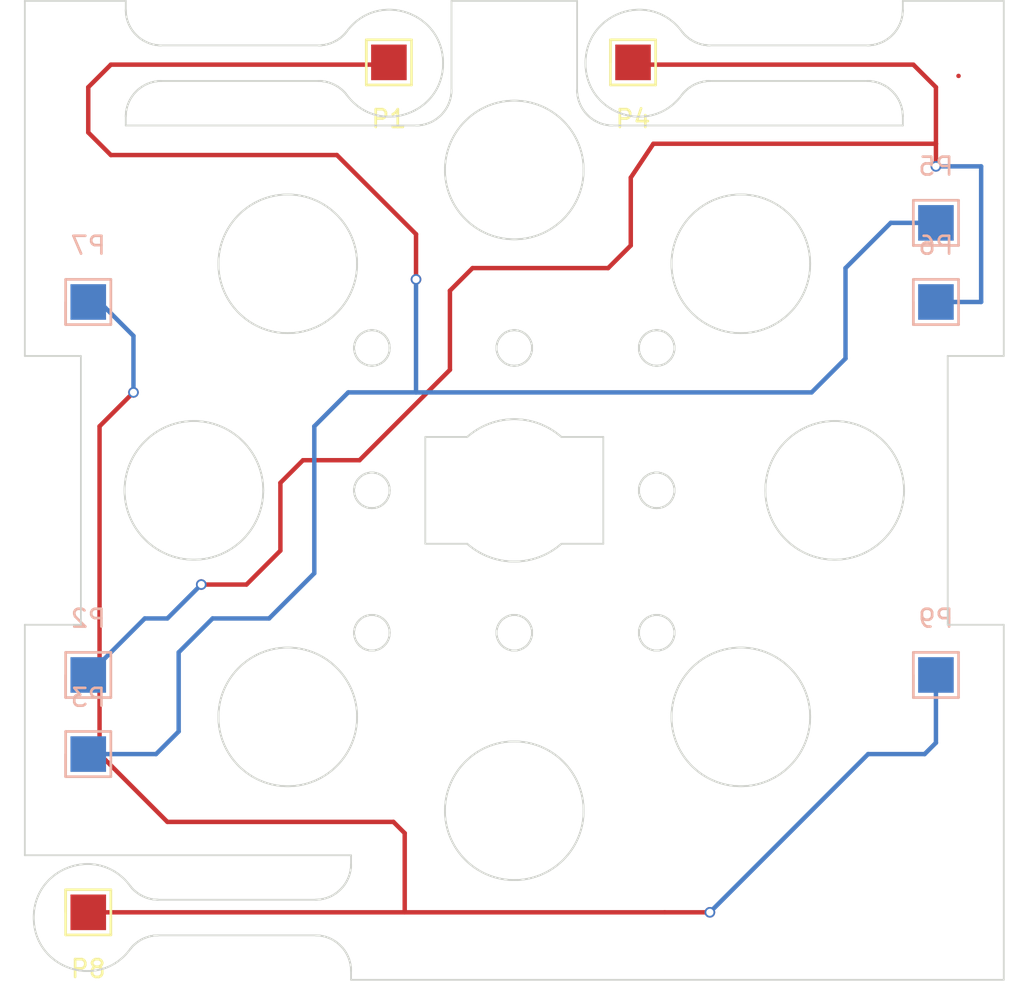
<source format=kicad_pcb>
(kicad_pcb (version 4) (host pcbnew "(2015-09-06 BZR 6161, Git 6b3ff2d)-product")
  (layers (0 F.Cu signal) (31 B.Cu signal) (34 B.Paste user) (35 F.Paste user) (36 B.SilkS user) (37 F.SilkS user) (38 B.Mask user) (39 F.Mask user) (44 Edge.Cuts user))
  (net 0 "")
  (net 1 VCC)
  (net 2 GND)
  (net 3 "Net-(P7-Pad1)")
  (module myfootprint:MYCONN2 (layer B.Cu) (at 194.31 75.565)
    (fp_text reference P5 (at 0 -3.175) (layer B.SilkS) (effects (justify mirror)))
    (fp_text value CONN_01X01)
    (pad 1 connect rect (at 0 0) (size 2 2) (layers B.Cu B.Mask) (net 1 VCC))
  )
  (module myfootprint:MYCONN2 (layer B.Cu) (at 146.685 105.41)
    (fp_text reference P3 (at 0 -3.175) (layer B.SilkS) (effects (justify mirror)))
    (fp_text value CONN_01X01)
    (pad 1 connect rect (at 0 0) (size 2 2) (layers B.Cu B.Mask) (net 1 VCC))
  )
  (module myfootprint:MYCONN2 (layer F.Cu) (at 163.576 66.548)
    (fp_text reference P1 (at 0 3.175) (layer F.SilkS))
    (fp_text value CONN_01X01)
    (pad 1 connect rect (at 0 0) (size 2 2) (layers F.Cu F.Mask) (net 1 VCC))
  )
  (module myfootprint:MYCONN2 (layer F.Cu) (at 177.292 66.548)
    (fp_text reference P4 (at 0 3.175) (layer F.SilkS))
    (fp_text value CONN_01X01)
    (pad 1 connect rect (at 0 0) (size 2 2) (layers F.Cu F.Mask) (net 2 GND))
  )
  (module myfootprint:MYCONN2 (layer B.Cu) (at 146.685 100.965)
    (fp_text reference P2 (at 0 -3.175) (layer B.SilkS) (effects (justify mirror)))
    (fp_text value CONN_01X01)
    (pad 1 connect rect (at 0 0) (size 2 2) (layers B.Cu B.Mask) (net 2 GND))
  )
  (module myfootprint:MYCONN2 (layer B.Cu) (at 194.31 80.01)
    (fp_text reference P6 (at 0 -3.175) (layer B.SilkS) (effects (justify mirror)))
    (fp_text value CONN_01X01)
    (pad 1 connect rect (at 0 0) (size 2 2) (layers B.Cu B.Mask) (net 2 GND))
  )
  (module myfootprint:MYCONN2 (layer F.Cu) (at 146.685 114.3)
    (fp_text reference P8 (at 0 3.175) (layer F.SilkS))
    (fp_text value CONN_01X01)
    (pad 1 connect rect (at 0 0) (size 2 2) (layers F.Cu F.Mask) (net 3 "Net-(P7-Pad1)"))
  )
  (module myfootprint:MYCONN2 (layer B.Cu) (at 194.31 100.965)
    (fp_text reference P9 (at 0 -3.175) (layer B.SilkS) (effects (justify mirror)))
    (fp_text value CONN_01X01)
    (pad 1 connect rect (at 0 0) (size 2 2) (layers B.Cu B.Mask) (net 3 "Net-(P7-Pad1)"))
  )
  (module myfootprint:MYCONN2 (layer B.Cu) (at 146.685 80.01)
    (fp_text reference P7 (at 0 -3.175) (layer B.SilkS) (effects (justify mirror)))
    (fp_text value CONN_01X01)
    (pad 1 connect rect (at 0 0) (size 2 2) (layers B.Cu B.Mask) (net 3 "Net-(P7-Pad1)"))
  )
  (gr_line (start 187.244022 77.865678) (end 187.244022 77.865678) (layer Edge.Cuts) (width 0.1))
  (gr_line (start 187.244022 77.865678) (end 187.244022 77.865678) (layer Edge.Cuts) (width 0.1))
  (gr_line (start 187.244022 103.321522) (end 187.244016 103.321522) (layer Edge.Cuts) (width 0.1))
  (gr_line (start 187.244016 103.321522) (end 187.244022 103.321522) (layer Edge.Cuts) (width 0.1))
  (gr_line (start 187.24388 77.899256) (end 187.244022 77.865678) (layer Edge.Cuts) (width 0.1))
  (gr_line (start 187.243456 77.932767) (end 187.24388 77.899256) (layer Edge.Cuts) (width 0.1))
  (gr_line (start 187.24275 77.96621) (end 187.243456 77.932767) (layer Edge.Cuts) (width 0.1))
  (gr_line (start 187.241763 77.999583) (end 187.24275 77.96621) (layer Edge.Cuts) (width 0.1))
  (gr_line (start 187.240498 78.032884) (end 187.241763 77.999583) (layer Edge.Cuts) (width 0.1))
  (gr_line (start 187.238954 78.066114) (end 187.240498 78.032884) (layer Edge.Cuts) (width 0.1))
  (gr_line (start 187.237133 78.099271) (end 187.238954 78.066114) (layer Edge.Cuts) (width 0.1))
  (gr_line (start 187.235036 78.132354) (end 187.237133 78.099271) (layer Edge.Cuts) (width 0.1))
  (gr_line (start 187.232664 78.165361) (end 187.235036 78.132354) (layer Edge.Cuts) (width 0.1))
  (gr_line (start 187.230019 78.198292) (end 187.232664 78.165361) (layer Edge.Cuts) (width 0.1))
  (gr_line (start 187.227101 78.231145) (end 187.230019 78.198292) (layer Edge.Cuts) (width 0.1))
  (gr_line (start 187.223912 78.263919) (end 187.227101 78.231145) (layer Edge.Cuts) (width 0.1))
  (gr_line (start 187.220453 78.296614) (end 187.223912 78.263919) (layer Edge.Cuts) (width 0.1))
  (gr_line (start 187.216724 78.329227) (end 187.220453 78.296614) (layer Edge.Cuts) (width 0.1))
  (gr_line (start 187.212728 78.361758) (end 187.216724 78.329227) (layer Edge.Cuts) (width 0.1))
  (gr_line (start 187.208465 78.394206) (end 187.212728 78.361758) (layer Edge.Cuts) (width 0.1))
  (gr_line (start 187.203936 78.42657) (end 187.208465 78.394206) (layer Edge.Cuts) (width 0.1))
  (gr_line (start 187.199143 78.458848) (end 187.203936 78.42657) (layer Edge.Cuts) (width 0.1))
  (gr_line (start 187.194086 78.491039) (end 187.199143 78.458848) (layer Edge.Cuts) (width 0.1))
  (gr_line (start 187.188767 78.523143) (end 187.194086 78.491039) (layer Edge.Cuts) (width 0.1))
  (gr_line (start 187.183187 78.555157) (end 187.188767 78.523143) (layer Edge.Cuts) (width 0.1))
  (gr_line (start 187.177347 78.587082) (end 187.183187 78.555157) (layer Edge.Cuts) (width 0.1))
  (gr_line (start 187.171249 78.618915) (end 187.177347 78.587082) (layer Edge.Cuts) (width 0.1))
  (gr_line (start 187.164892 78.650656) (end 187.171249 78.618915) (layer Edge.Cuts) (width 0.1))
  (gr_line (start 187.158278 78.682303) (end 187.164892 78.650656) (layer Edge.Cuts) (width 0.1))
  (gr_line (start 187.151409 78.713856) (end 187.158278 78.682303) (layer Edge.Cuts) (width 0.1))
  (gr_line (start 187.144286 78.745313) (end 187.151409 78.713856) (layer Edge.Cuts) (width 0.1))
  (gr_line (start 187.136909 78.776674) (end 187.144286 78.745313) (layer Edge.Cuts) (width 0.1))
  (gr_line (start 187.12928 78.807936) (end 187.136909 78.776674) (layer Edge.Cuts) (width 0.1))
  (gr_line (start 187.1214 78.839099) (end 187.12928 78.807936) (layer Edge.Cuts) (width 0.1))
  (gr_line (start 187.113271 78.870162) (end 187.1214 78.839099) (layer Edge.Cuts) (width 0.1))
  (gr_line (start 187.104892 78.901123) (end 187.113271 78.870162) (layer Edge.Cuts) (width 0.1))
  (gr_line (start 187.096266 78.931982) (end 187.104892 78.901123) (layer Edge.Cuts) (width 0.1))
  (gr_line (start 187.087394 78.962737) (end 187.096266 78.931982) (layer Edge.Cuts) (width 0.1))
  (gr_line (start 187.078276 78.993387) (end 187.087394 78.962737) (layer Edge.Cuts) (width 0.1))
  (gr_line (start 187.068914 79.023932) (end 187.078276 78.993387) (layer Edge.Cuts) (width 0.1))
  (gr_line (start 187.059309 79.054369) (end 187.068914 79.023932) (layer Edge.Cuts) (width 0.1))
  (gr_line (start 187.049462 79.084698) (end 187.059309 79.054369) (layer Edge.Cuts) (width 0.1))
  (gr_line (start 187.039375 79.114918) (end 187.049462 79.084698) (layer Edge.Cuts) (width 0.1))
  (gr_line (start 187.029047 79.145027) (end 187.039375 79.114918) (layer Edge.Cuts) (width 0.1))
  (gr_line (start 187.018482 79.175025) (end 187.029047 79.145027) (layer Edge.Cuts) (width 0.1))
  (gr_line (start 187.007678 79.20491) (end 187.018482 79.175025) (layer Edge.Cuts) (width 0.1))
  (gr_line (start 186.996639 79.234681) (end 187.007678 79.20491) (layer Edge.Cuts) (width 0.1))
  (gr_line (start 186.985364 79.264337) (end 186.996639 79.234681) (layer Edge.Cuts) (width 0.1))
  (gr_line (start 186.973856 79.293877) (end 186.985364 79.264337) (layer Edge.Cuts) (width 0.1))
  (gr_line (start 186.962114 79.323299) (end 186.973856 79.293877) (layer Edge.Cuts) (width 0.1))
  (gr_line (start 186.950141 79.352603) (end 186.962114 79.323299) (layer Edge.Cuts) (width 0.1))
  (gr_line (start 186.937937 79.381788) (end 186.950141 79.352603) (layer Edge.Cuts) (width 0.1))
  (gr_line (start 186.925504 79.410852) (end 186.937937 79.381788) (layer Edge.Cuts) (width 0.1))
  (gr_line (start 186.912842 79.439794) (end 186.925504 79.410852) (layer Edge.Cuts) (width 0.1))
  (gr_line (start 186.899954 79.468613) (end 186.912842 79.439794) (layer Edge.Cuts) (width 0.1))
  (gr_line (start 186.886839 79.497308) (end 186.899954 79.468613) (layer Edge.Cuts) (width 0.1))
  (gr_line (start 186.873499 79.525878) (end 186.886839 79.497308) (layer Edge.Cuts) (width 0.1))
  (gr_line (start 186.859936 79.554321) (end 186.873499 79.525878) (layer Edge.Cuts) (width 0.1))
  (gr_line (start 186.84615 79.582638) (end 186.859936 79.554321) (layer Edge.Cuts) (width 0.1))
  (gr_line (start 186.832142 79.610825) (end 186.84615 79.582638) (layer Edge.Cuts) (width 0.1))
  (gr_line (start 186.817914 79.638883) (end 186.832142 79.610825) (layer Edge.Cuts) (width 0.1))
  (gr_line (start 186.803467 79.66681) (end 186.817914 79.638883) (layer Edge.Cuts) (width 0.1))
  (gr_line (start 186.788802 79.694604) (end 186.803467 79.66681) (layer Edge.Cuts) (width 0.1))
  (gr_line (start 186.77392 79.722266) (end 186.788802 79.694604) (layer Edge.Cuts) (width 0.1))
  (gr_line (start 186.758821 79.749794) (end 186.77392 79.722266) (layer Edge.Cuts) (width 0.1))
  (gr_line (start 186.743509 79.777186) (end 186.758821 79.749794) (layer Edge.Cuts) (width 0.1))
  (gr_line (start 186.727982 79.804441) (end 186.743509 79.777186) (layer Edge.Cuts) (width 0.1))
  (gr_line (start 186.712243 79.831559) (end 186.727982 79.804441) (layer Edge.Cuts) (width 0.1))
  (gr_line (start 186.696293 79.858538) (end 186.712243 79.831559) (layer Edge.Cuts) (width 0.1))
  (gr_line (start 186.680133 79.885377) (end 186.696293 79.858538) (layer Edge.Cuts) (width 0.1))
  (gr_line (start 186.663763 79.912075) (end 186.680133 79.885377) (layer Edge.Cuts) (width 0.1))
  (gr_line (start 186.647186 79.938631) (end 186.663763 79.912075) (layer Edge.Cuts) (width 0.1))
  (gr_line (start 186.630402 79.965044) (end 186.647186 79.938631) (layer Edge.Cuts) (width 0.1))
  (gr_line (start 186.613412 79.991312) (end 186.630402 79.965044) (layer Edge.Cuts) (width 0.1))
  (gr_line (start 186.596218 80.017434) (end 186.613412 79.991312) (layer Edge.Cuts) (width 0.1))
  (gr_line (start 186.57882 80.04341) (end 186.596218 80.017434) (layer Edge.Cuts) (width 0.1))
  (gr_line (start 186.56122 80.069238) (end 186.57882 80.04341) (layer Edge.Cuts) (width 0.1))
  (gr_line (start 186.543419 80.094917) (end 186.56122 80.069238) (layer Edge.Cuts) (width 0.1))
  (gr_line (start 186.525418 80.120445) (end 186.543419 80.094917) (layer Edge.Cuts) (width 0.1))
  (gr_line (start 186.507218 80.145822) (end 186.525418 80.120445) (layer Edge.Cuts) (width 0.1))
  (gr_line (start 186.48882 80.171047) (end 186.507218 80.145822) (layer Edge.Cuts) (width 0.1))
  (gr_line (start 186.470226 80.196119) (end 186.48882 80.171047) (layer Edge.Cuts) (width 0.1))
  (gr_line (start 186.451437 80.221036) (end 186.470226 80.196119) (layer Edge.Cuts) (width 0.1))
  (gr_line (start 186.432453 80.245797) (end 186.451437 80.221036) (layer Edge.Cuts) (width 0.1))
  (gr_line (start 186.413276 80.270401) (end 186.432453 80.245797) (layer Edge.Cuts) (width 0.1))
  (gr_line (start 186.393906 80.294847) (end 186.413276 80.270401) (layer Edge.Cuts) (width 0.1))
  (gr_line (start 186.374346 80.319133) (end 186.393906 80.294847) (layer Edge.Cuts) (width 0.1))
  (gr_line (start 186.354596 80.34326) (end 186.374346 80.319133) (layer Edge.Cuts) (width 0.1))
  (gr_line (start 186.334658 80.367225) (end 186.354596 80.34326) (layer Edge.Cuts) (width 0.1))
  (gr_line (start 186.314532 80.391027) (end 186.334658 80.367225) (layer Edge.Cuts) (width 0.1))
  (gr_line (start 186.294219 80.414666) (end 186.314532 80.391027) (layer Edge.Cuts) (width 0.1))
  (gr_line (start 186.273721 80.43814) (end 186.294219 80.414666) (layer Edge.Cuts) (width 0.1))
  (gr_line (start 186.253039 80.461448) (end 186.273721 80.43814) (layer Edge.Cuts) (width 0.1))
  (gr_line (start 186.232175 80.484588) (end 186.253039 80.461448) (layer Edge.Cuts) (width 0.1))
  (gr_line (start 186.211128 80.507561) (end 186.232175 80.484588) (layer Edge.Cuts) (width 0.1))
  (gr_line (start 186.1899 80.530364) (end 186.211128 80.507561) (layer Edge.Cuts) (width 0.1))
  (gr_line (start 186.168493 80.552996) (end 186.1899 80.530364) (layer Edge.Cuts) (width 0.1))
  (gr_line (start 186.146908 80.575457) (end 186.168493 80.552996) (layer Edge.Cuts) (width 0.1))
  (gr_line (start 186.125145 80.597745) (end 186.146908 80.575457) (layer Edge.Cuts) (width 0.1))
  (gr_line (start 186.103206 80.619859) (end 186.125145 80.597745) (layer Edge.Cuts) (width 0.1))
  (gr_line (start 186.081092 80.641798) (end 186.103206 80.619859) (layer Edge.Cuts) (width 0.1))
  (gr_line (start 186.058804 80.663561) (end 186.081092 80.641798) (layer Edge.Cuts) (width 0.1))
  (gr_line (start 186.036343 80.685146) (end 186.058804 80.663561) (layer Edge.Cuts) (width 0.1))
  (gr_line (start 186.013711 80.706553) (end 186.036343 80.685146) (layer Edge.Cuts) (width 0.1))
  (gr_line (start 185.990908 80.727781) (end 186.013711 80.706553) (layer Edge.Cuts) (width 0.1))
  (gr_line (start 185.967935 80.748828) (end 185.990908 80.727781) (layer Edge.Cuts) (width 0.1))
  (gr_line (start 185.944795 80.769692) (end 185.967935 80.748828) (layer Edge.Cuts) (width 0.1))
  (gr_line (start 185.921487 80.790374) (end 185.944795 80.769692) (layer Edge.Cuts) (width 0.1))
  (gr_line (start 185.898013 80.810872) (end 185.921487 80.790374) (layer Edge.Cuts) (width 0.1))
  (gr_line (start 185.874374 80.831185) (end 185.898013 80.810872) (layer Edge.Cuts) (width 0.1))
  (gr_line (start 185.850572 80.851311) (end 185.874374 80.831185) (layer Edge.Cuts) (width 0.1))
  (gr_line (start 185.826607 80.871249) (end 185.850572 80.851311) (layer Edge.Cuts) (width 0.1))
  (gr_line (start 185.80248 80.890999) (end 185.826607 80.871249) (layer Edge.Cuts) (width 0.1))
  (gr_line (start 185.778194 80.910559) (end 185.80248 80.890999) (layer Edge.Cuts) (width 0.1))
  (gr_line (start 185.753748 80.929929) (end 185.778194 80.910559) (layer Edge.Cuts) (width 0.1))
  (gr_line (start 185.729144 80.949106) (end 185.753748 80.929929) (layer Edge.Cuts) (width 0.1))
  (gr_line (start 185.704383 80.96809) (end 185.729144 80.949106) (layer Edge.Cuts) (width 0.1))
  (gr_line (start 185.679466 80.986879) (end 185.704383 80.96809) (layer Edge.Cuts) (width 0.1))
  (gr_line (start 185.654394 81.005473) (end 185.679466 80.986879) (layer Edge.Cuts) (width 0.1))
  (gr_line (start 185.629169 81.023871) (end 185.654394 81.005473) (layer Edge.Cuts) (width 0.1))
  (gr_line (start 185.603792 81.042071) (end 185.629169 81.023871) (layer Edge.Cuts) (width 0.1))
  (gr_line (start 185.578264 81.060072) (end 185.603792 81.042071) (layer Edge.Cuts) (width 0.1))
  (gr_line (start 185.552585 81.077873) (end 185.578264 81.060072) (layer Edge.Cuts) (width 0.1))
  (gr_line (start 185.526757 81.095473) (end 185.552585 81.077873) (layer Edge.Cuts) (width 0.1))
  (gr_line (start 185.500781 81.112871) (end 185.526757 81.095473) (layer Edge.Cuts) (width 0.1))
  (gr_line (start 185.474659 81.130065) (end 185.500781 81.112871) (layer Edge.Cuts) (width 0.1))
  (gr_line (start 185.448391 81.147055) (end 185.474659 81.130065) (layer Edge.Cuts) (width 0.1))
  (gr_line (start 185.421978 81.163839) (end 185.448391 81.147055) (layer Edge.Cuts) (width 0.1))
  (gr_line (start 185.395422 81.180416) (end 185.421978 81.163839) (layer Edge.Cuts) (width 0.1))
  (gr_line (start 185.368724 81.196786) (end 185.395422 81.180416) (layer Edge.Cuts) (width 0.1))
  (gr_line (start 185.341885 81.212946) (end 185.368724 81.196786) (layer Edge.Cuts) (width 0.1))
  (gr_line (start 185.314906 81.228896) (end 185.341885 81.212946) (layer Edge.Cuts) (width 0.1))
  (gr_line (start 185.287788 81.244635) (end 185.314906 81.228896) (layer Edge.Cuts) (width 0.1))
  (gr_line (start 185.260533 81.260161) (end 185.287788 81.244635) (layer Edge.Cuts) (width 0.1))
  (gr_line (start 185.233141 81.275474) (end 185.260533 81.260161) (layer Edge.Cuts) (width 0.1))
  (gr_line (start 185.205613 81.290572) (end 185.233141 81.275474) (layer Edge.Cuts) (width 0.1))
  (gr_line (start 185.177951 81.305455) (end 185.205613 81.290572) (layer Edge.Cuts) (width 0.1))
  (gr_line (start 185.150157 81.32012) (end 185.177951 81.305455) (layer Edge.Cuts) (width 0.1))
  (gr_line (start 185.12223 81.334567) (end 185.150157 81.32012) (layer Edge.Cuts) (width 0.1))
  (gr_line (start 185.094172 81.348795) (end 185.12223 81.334567) (layer Edge.Cuts) (width 0.1))
  (gr_line (start 185.065985 81.362802) (end 185.094172 81.348795) (layer Edge.Cuts) (width 0.1))
  (gr_line (start 185.037668 81.376589) (end 185.065985 81.362802) (layer Edge.Cuts) (width 0.1))
  (gr_line (start 185.009225 81.390152) (end 185.037668 81.376589) (layer Edge.Cuts) (width 0.1))
  (gr_line (start 184.980655 81.403492) (end 185.009225 81.390152) (layer Edge.Cuts) (width 0.1))
  (gr_line (start 184.95196 81.416606) (end 184.980655 81.403492) (layer Edge.Cuts) (width 0.1))
  (gr_line (start 184.923141 81.429495) (end 184.95196 81.416606) (layer Edge.Cuts) (width 0.1))
  (gr_line (start 184.894199 81.442157) (end 184.923141 81.429495) (layer Edge.Cuts) (width 0.1))
  (gr_line (start 184.865135 81.45459) (end 184.894199 81.442157) (layer Edge.Cuts) (width 0.1))
  (gr_line (start 184.83595 81.466794) (end 184.865135 81.45459) (layer Edge.Cuts) (width 0.1))
  (gr_line (start 184.806646 81.478767) (end 184.83595 81.466794) (layer Edge.Cuts) (width 0.1))
  (gr_line (start 184.777224 81.490508) (end 184.806646 81.478767) (layer Edge.Cuts) (width 0.1))
  (gr_line (start 184.747684 81.502017) (end 184.777224 81.490508) (layer Edge.Cuts) (width 0.1))
  (gr_line (start 184.718028 81.513291) (end 184.747684 81.502017) (layer Edge.Cuts) (width 0.1))
  (gr_line (start 184.688257 81.524331) (end 184.718028 81.513291) (layer Edge.Cuts) (width 0.1))
  (gr_line (start 184.658372 81.535134) (end 184.688257 81.524331) (layer Edge.Cuts) (width 0.1))
  (gr_line (start 184.628374 81.5457) (end 184.658372 81.535134) (layer Edge.Cuts) (width 0.1))
  (gr_line (start 184.598265 81.556028) (end 184.628374 81.5457) (layer Edge.Cuts) (width 0.1))
  (gr_line (start 184.568045 81.566116) (end 184.598265 81.556028) (layer Edge.Cuts) (width 0.1))
  (gr_line (start 184.537716 81.575963) (end 184.568045 81.566116) (layer Edge.Cuts) (width 0.1))
  (gr_line (start 184.507279 81.585568) (end 184.537716 81.575963) (layer Edge.Cuts) (width 0.1))
  (gr_line (start 184.476734 81.59493) (end 184.507279 81.585568) (layer Edge.Cuts) (width 0.1))
  (gr_line (start 184.446084 81.604048) (end 184.476734 81.59493) (layer Edge.Cuts) (width 0.1))
  (gr_line (start 184.415329 81.612921) (end 184.446084 81.604048) (layer Edge.Cuts) (width 0.1))
  (gr_line (start 184.38447 81.621547) (end 184.415329 81.612921) (layer Edge.Cuts) (width 0.1))
  (gr_line (start 184.353509 81.629925) (end 184.38447 81.621547) (layer Edge.Cuts) (width 0.1))
  (gr_line (start 184.322446 81.638055) (end 184.353509 81.629925) (layer Edge.Cuts) (width 0.1))
  (gr_line (start 184.291283 81.645935) (end 184.322446 81.638055) (layer Edge.Cuts) (width 0.1))
  (gr_line (start 184.260021 81.653563) (end 184.291283 81.645935) (layer Edge.Cuts) (width 0.1))
  (gr_line (start 184.22866 81.66094) (end 184.260021 81.653563) (layer Edge.Cuts) (width 0.1))
  (gr_line (start 184.197203 81.668063) (end 184.22866 81.66094) (layer Edge.Cuts) (width 0.1))
  (gr_line (start 184.16565 81.674932) (end 184.197203 81.668063) (layer Edge.Cuts) (width 0.1))
  (gr_line (start 184.134003 81.681545) (end 184.16565 81.674932) (layer Edge.Cuts) (width 0.1))
  (gr_line (start 184.102262 81.687902) (end 184.134003 81.681545) (layer Edge.Cuts) (width 0.1))
  (gr_line (start 184.070429 81.694) (end 184.102262 81.687902) (layer Edge.Cuts) (width 0.1))
  (gr_line (start 184.038504 81.69984) (end 184.070429 81.694) (layer Edge.Cuts) (width 0.1))
  (gr_line (start 184.00649 81.70542) (end 184.038504 81.69984) (layer Edge.Cuts) (width 0.1))
  (gr_line (start 183.974386 81.710739) (end 184.00649 81.70542) (layer Edge.Cuts) (width 0.1))
  (gr_line (start 183.942195 81.715796) (end 183.974386 81.710739) (layer Edge.Cuts) (width 0.1))
  (gr_line (start 183.909917 81.720589) (end 183.942195 81.715796) (layer Edge.Cuts) (width 0.1))
  (gr_line (start 183.877553 81.725118) (end 183.909917 81.720589) (layer Edge.Cuts) (width 0.1))
  (gr_line (start 183.845105 81.729381) (end 183.877553 81.725118) (layer Edge.Cuts) (width 0.1))
  (gr_line (start 183.812574 81.733377) (end 183.845105 81.729381) (layer Edge.Cuts) (width 0.1))
  (gr_line (start 183.779961 81.737106) (end 183.812574 81.733377) (layer Edge.Cuts) (width 0.1))
  (gr_line (start 183.747266 81.740565) (end 183.779961 81.737106) (layer Edge.Cuts) (width 0.1))
  (gr_line (start 183.714492 81.743754) (end 183.747266 81.740565) (layer Edge.Cuts) (width 0.1))
  (gr_line (start 183.681639 81.746672) (end 183.714492 81.743754) (layer Edge.Cuts) (width 0.1))
  (gr_line (start 183.648708 81.749317) (end 183.681639 81.746672) (layer Edge.Cuts) (width 0.1))
  (gr_line (start 183.615701 81.751689) (end 183.648708 81.749317) (layer Edge.Cuts) (width 0.1))
  (gr_line (start 183.582618 81.753786) (end 183.615701 81.751689) (layer Edge.Cuts) (width 0.1))
  (gr_line (start 183.549461 81.755607) (end 183.582618 81.753786) (layer Edge.Cuts) (width 0.1))
  (gr_line (start 183.516231 81.757151) (end 183.549461 81.755607) (layer Edge.Cuts) (width 0.1))
  (gr_line (start 183.48293 81.758416) (end 183.516231 81.757151) (layer Edge.Cuts) (width 0.1))
  (gr_line (start 183.449557 81.759403) (end 183.48293 81.758416) (layer Edge.Cuts) (width 0.1))
  (gr_line (start 183.416114 81.760109) (end 183.449557 81.759403) (layer Edge.Cuts) (width 0.1))
  (gr_line (start 183.382603 81.760533) (end 183.416114 81.760109) (layer Edge.Cuts) (width 0.1))
  (gr_line (start 183.349025 81.760675) (end 183.382603 81.760533) (layer Edge.Cuts) (width 0.1))
  (gr_line (start 183.315447 81.760533) (end 183.349025 81.760675) (layer Edge.Cuts) (width 0.1))
  (gr_line (start 183.281936 81.760109) (end 183.315447 81.760533) (layer Edge.Cuts) (width 0.1))
  (gr_line (start 183.248493 81.759403) (end 183.281936 81.760109) (layer Edge.Cuts) (width 0.1))
  (gr_line (start 183.21512 81.758416) (end 183.248493 81.759403) (layer Edge.Cuts) (width 0.1))
  (gr_line (start 183.181819 81.757151) (end 183.21512 81.758416) (layer Edge.Cuts) (width 0.1))
  (gr_line (start 183.148589 81.755607) (end 183.181819 81.757151) (layer Edge.Cuts) (width 0.1))
  (gr_line (start 183.115432 81.753786) (end 183.148589 81.755607) (layer Edge.Cuts) (width 0.1))
  (gr_line (start 183.082349 81.751689) (end 183.115432 81.753786) (layer Edge.Cuts) (width 0.1))
  (gr_line (start 183.049342 81.749317) (end 183.082349 81.751689) (layer Edge.Cuts) (width 0.1))
  (gr_line (start 183.016411 81.746672) (end 183.049342 81.749317) (layer Edge.Cuts) (width 0.1))
  (gr_line (start 182.983558 81.743754) (end 183.016411 81.746672) (layer Edge.Cuts) (width 0.1))
  (gr_line (start 182.950784 81.740565) (end 182.983558 81.743754) (layer Edge.Cuts) (width 0.1))
  (gr_line (start 182.918089 81.737106) (end 182.950784 81.740565) (layer Edge.Cuts) (width 0.1))
  (gr_line (start 182.885476 81.733377) (end 182.918089 81.737106) (layer Edge.Cuts) (width 0.1))
  (gr_line (start 182.852945 81.729381) (end 182.885476 81.733377) (layer Edge.Cuts) (width 0.1))
  (gr_line (start 182.820497 81.725118) (end 182.852945 81.729381) (layer Edge.Cuts) (width 0.1))
  (gr_line (start 182.788133 81.720589) (end 182.820497 81.725118) (layer Edge.Cuts) (width 0.1))
  (gr_line (start 182.755855 81.715796) (end 182.788133 81.720589) (layer Edge.Cuts) (width 0.1))
  (gr_line (start 182.723664 81.710739) (end 182.755855 81.715796) (layer Edge.Cuts) (width 0.1))
  (gr_line (start 182.69156 81.70542) (end 182.723664 81.710739) (layer Edge.Cuts) (width 0.1))
  (gr_line (start 182.659546 81.69984) (end 182.69156 81.70542) (layer Edge.Cuts) (width 0.1))
  (gr_line (start 182.627621 81.694) (end 182.659546 81.69984) (layer Edge.Cuts) (width 0.1))
  (gr_line (start 182.595788 81.687902) (end 182.627621 81.694) (layer Edge.Cuts) (width 0.1))
  (gr_line (start 182.564047 81.681545) (end 182.595788 81.687902) (layer Edge.Cuts) (width 0.1))
  (gr_line (start 182.5324 81.674931) (end 182.564047 81.681545) (layer Edge.Cuts) (width 0.1))
  (gr_line (start 182.500847 81.668062) (end 182.5324 81.674931) (layer Edge.Cuts) (width 0.1))
  (gr_line (start 182.46939 81.660939) (end 182.500847 81.668062) (layer Edge.Cuts) (width 0.1))
  (gr_line (start 182.438029 81.653562) (end 182.46939 81.660939) (layer Edge.Cuts) (width 0.1))
  (gr_line (start 182.406767 81.645933) (end 182.438029 81.653562) (layer Edge.Cuts) (width 0.1))
  (gr_line (start 182.375604 81.638053) (end 182.406767 81.645933) (layer Edge.Cuts) (width 0.1))
  (gr_line (start 182.344541 81.629924) (end 182.375604 81.638053) (layer Edge.Cuts) (width 0.1))
  (gr_line (start 182.31358 81.621545) (end 182.344541 81.629924) (layer Edge.Cuts) (width 0.1))
  (gr_line (start 182.282721 81.612919) (end 182.31358 81.621545) (layer Edge.Cuts) (width 0.1))
  (gr_line (start 182.251966 81.604047) (end 182.282721 81.612919) (layer Edge.Cuts) (width 0.1))
  (gr_line (start 182.221316 81.594929) (end 182.251966 81.604047) (layer Edge.Cuts) (width 0.1))
  (gr_line (start 182.190771 81.585567) (end 182.221316 81.594929) (layer Edge.Cuts) (width 0.1))
  (gr_line (start 182.160334 81.575962) (end 182.190771 81.585567) (layer Edge.Cuts) (width 0.1))
  (gr_line (start 182.130005 81.566115) (end 182.160334 81.575962) (layer Edge.Cuts) (width 0.1))
  (gr_line (start 182.099785 81.556028) (end 182.130005 81.566115) (layer Edge.Cuts) (width 0.1))
  (gr_line (start 182.069676 81.5457) (end 182.099785 81.556028) (layer Edge.Cuts) (width 0.1))
  (gr_line (start 182.039678 81.535135) (end 182.069676 81.5457) (layer Edge.Cuts) (width 0.1))
  (gr_line (start 182.009793 81.524331) (end 182.039678 81.535135) (layer Edge.Cuts) (width 0.1))
  (gr_line (start 181.980022 81.513292) (end 182.009793 81.524331) (layer Edge.Cuts) (width 0.1))
  (gr_line (start 181.950366 81.502017) (end 181.980022 81.513292) (layer Edge.Cuts) (width 0.1))
  (gr_line (start 181.920826 81.490509) (end 181.950366 81.502017) (layer Edge.Cuts) (width 0.1))
  (gr_line (start 181.891404 81.478767) (end 181.920826 81.490509) (layer Edge.Cuts) (width 0.1))
  (gr_line (start 181.8621 81.466794) (end 181.891404 81.478767) (layer Edge.Cuts) (width 0.1))
  (gr_line (start 181.832915 81.45459) (end 181.8621 81.466794) (layer Edge.Cuts) (width 0.1))
  (gr_line (start 181.803851 81.442157) (end 181.832915 81.45459) (layer Edge.Cuts) (width 0.1))
  (gr_line (start 181.774909 81.429495) (end 181.803851 81.442157) (layer Edge.Cuts) (width 0.1))
  (gr_line (start 181.74609 81.416607) (end 181.774909 81.429495) (layer Edge.Cuts) (width 0.1))
  (gr_line (start 181.717395 81.403492) (end 181.74609 81.416607) (layer Edge.Cuts) (width 0.1))
  (gr_line (start 181.688825 81.390152) (end 181.717395 81.403492) (layer Edge.Cuts) (width 0.1))
  (gr_line (start 181.660382 81.376589) (end 181.688825 81.390152) (layer Edge.Cuts) (width 0.1))
  (gr_line (start 181.632065 81.362803) (end 181.660382 81.376589) (layer Edge.Cuts) (width 0.1))
  (gr_line (start 181.603878 81.348795) (end 181.632065 81.362803) (layer Edge.Cuts) (width 0.1))
  (gr_line (start 181.57582 81.334567) (end 181.603878 81.348795) (layer Edge.Cuts) (width 0.1))
  (gr_line (start 181.547893 81.32012) (end 181.57582 81.334567) (layer Edge.Cuts) (width 0.1))
  (gr_line (start 181.520099 81.305455) (end 181.547893 81.32012) (layer Edge.Cuts) (width 0.1))
  (gr_line (start 181.492437 81.290573) (end 181.520099 81.305455) (layer Edge.Cuts) (width 0.1))
  (gr_line (start 181.464909 81.275474) (end 181.492437 81.290573) (layer Edge.Cuts) (width 0.1))
  (gr_line (start 181.437517 81.260162) (end 181.464909 81.275474) (layer Edge.Cuts) (width 0.1))
  (gr_line (start 181.410262 81.244635) (end 181.437517 81.260162) (layer Edge.Cuts) (width 0.1))
  (gr_line (start 181.383144 81.228896) (end 181.410262 81.244635) (layer Edge.Cuts) (width 0.1))
  (gr_line (start 181.356165 81.212946) (end 181.383144 81.228896) (layer Edge.Cuts) (width 0.1))
  (gr_line (start 181.329326 81.196786) (end 181.356165 81.212946) (layer Edge.Cuts) (width 0.1))
  (gr_line (start 181.302628 81.180416) (end 181.329326 81.196786) (layer Edge.Cuts) (width 0.1))
  (gr_line (start 181.276072 81.163839) (end 181.302628 81.180416) (layer Edge.Cuts) (width 0.1))
  (gr_line (start 181.249659 81.147055) (end 181.276072 81.163839) (layer Edge.Cuts) (width 0.1))
  (gr_line (start 181.223391 81.130065) (end 181.249659 81.147055) (layer Edge.Cuts) (width 0.1))
  (gr_line (start 181.197269 81.112871) (end 181.223391 81.130065) (layer Edge.Cuts) (width 0.1))
  (gr_line (start 181.171293 81.095473) (end 181.197269 81.112871) (layer Edge.Cuts) (width 0.1))
  (gr_line (start 181.145465 81.077873) (end 181.171293 81.095473) (layer Edge.Cuts) (width 0.1))
  (gr_line (start 181.119786 81.060072) (end 181.145465 81.077873) (layer Edge.Cuts) (width 0.1))
  (gr_line (start 181.094258 81.042071) (end 181.119786 81.060072) (layer Edge.Cuts) (width 0.1))
  (gr_line (start 181.068881 81.023871) (end 181.094258 81.042071) (layer Edge.Cuts) (width 0.1))
  (gr_line (start 181.043656 81.005473) (end 181.068881 81.023871) (layer Edge.Cuts) (width 0.1))
  (gr_line (start 181.018584 80.986879) (end 181.043656 81.005473) (layer Edge.Cuts) (width 0.1))
  (gr_line (start 180.993667 80.96809) (end 181.018584 80.986879) (layer Edge.Cuts) (width 0.1))
  (gr_line (start 180.968906 80.949106) (end 180.993667 80.96809) (layer Edge.Cuts) (width 0.1))
  (gr_line (start 180.944302 80.929929) (end 180.968906 80.949106) (layer Edge.Cuts) (width 0.1))
  (gr_line (start 180.919856 80.910559) (end 180.944302 80.929929) (layer Edge.Cuts) (width 0.1))
  (gr_line (start 180.89557 80.890999) (end 180.919856 80.910559) (layer Edge.Cuts) (width 0.1))
  (gr_line (start 180.871443 80.871249) (end 180.89557 80.890999) (layer Edge.Cuts) (width 0.1))
  (gr_line (start 180.847478 80.851311) (end 180.871443 80.871249) (layer Edge.Cuts) (width 0.1))
  (gr_line (start 180.823676 80.831185) (end 180.847478 80.851311) (layer Edge.Cuts) (width 0.1))
  (gr_line (start 180.800037 80.810872) (end 180.823676 80.831185) (layer Edge.Cuts) (width 0.1))
  (gr_line (start 180.776563 80.790374) (end 180.800037 80.810872) (layer Edge.Cuts) (width 0.1))
  (gr_line (start 180.753255 80.769692) (end 180.776563 80.790374) (layer Edge.Cuts) (width 0.1))
  (gr_line (start 180.730115 80.748828) (end 180.753255 80.769692) (layer Edge.Cuts) (width 0.1))
  (gr_line (start 180.707142 80.727781) (end 180.730115 80.748828) (layer Edge.Cuts) (width 0.1))
  (gr_line (start 180.684339 80.706553) (end 180.707142 80.727781) (layer Edge.Cuts) (width 0.1))
  (gr_line (start 180.661707 80.685146) (end 180.684339 80.706553) (layer Edge.Cuts) (width 0.1))
  (gr_line (start 180.639246 80.663561) (end 180.661707 80.685146) (layer Edge.Cuts) (width 0.1))
  (gr_line (start 180.616958 80.641798) (end 180.639246 80.663561) (layer Edge.Cuts) (width 0.1))
  (gr_line (start 180.594844 80.619859) (end 180.616958 80.641798) (layer Edge.Cuts) (width 0.1))
  (gr_line (start 180.572905 80.597745) (end 180.594844 80.619859) (layer Edge.Cuts) (width 0.1))
  (gr_line (start 180.551142 80.575457) (end 180.572905 80.597745) (layer Edge.Cuts) (width 0.1))
  (gr_line (start 180.529557 80.552996) (end 180.551142 80.575457) (layer Edge.Cuts) (width 0.1))
  (gr_line (start 180.50815 80.530364) (end 180.529557 80.552996) (layer Edge.Cuts) (width 0.1))
  (gr_line (start 180.486922 80.507561) (end 180.50815 80.530364) (layer Edge.Cuts) (width 0.1))
  (gr_line (start 180.465875 80.484588) (end 180.486922 80.507561) (layer Edge.Cuts) (width 0.1))
  (gr_line (start 180.445011 80.461448) (end 180.465875 80.484588) (layer Edge.Cuts) (width 0.1))
  (gr_line (start 180.424329 80.43814) (end 180.445011 80.461448) (layer Edge.Cuts) (width 0.1))
  (gr_line (start 180.403831 80.414666) (end 180.424329 80.43814) (layer Edge.Cuts) (width 0.1))
  (gr_line (start 180.383518 80.391027) (end 180.403831 80.414666) (layer Edge.Cuts) (width 0.1))
  (gr_line (start 180.363392 80.367225) (end 180.383518 80.391027) (layer Edge.Cuts) (width 0.1))
  (gr_line (start 180.343454 80.34326) (end 180.363392 80.367225) (layer Edge.Cuts) (width 0.1))
  (gr_line (start 180.323704 80.319133) (end 180.343454 80.34326) (layer Edge.Cuts) (width 0.1))
  (gr_line (start 180.304144 80.294847) (end 180.323704 80.319133) (layer Edge.Cuts) (width 0.1))
  (gr_line (start 180.284774 80.270401) (end 180.304144 80.294847) (layer Edge.Cuts) (width 0.1))
  (gr_line (start 180.265597 80.245797) (end 180.284774 80.270401) (layer Edge.Cuts) (width 0.1))
  (gr_line (start 180.246613 80.221036) (end 180.265597 80.245797) (layer Edge.Cuts) (width 0.1))
  (gr_line (start 180.227824 80.196119) (end 180.246613 80.221036) (layer Edge.Cuts) (width 0.1))
  (gr_line (start 180.20923 80.171047) (end 180.227824 80.196119) (layer Edge.Cuts) (width 0.1))
  (gr_line (start 180.190832 80.145822) (end 180.20923 80.171047) (layer Edge.Cuts) (width 0.1))
  (gr_line (start 180.172632 80.120445) (end 180.190832 80.145822) (layer Edge.Cuts) (width 0.1))
  (gr_line (start 180.154631 80.094917) (end 180.172632 80.120445) (layer Edge.Cuts) (width 0.1))
  (gr_line (start 180.13683 80.069238) (end 180.154631 80.094917) (layer Edge.Cuts) (width 0.1))
  (gr_line (start 180.11923 80.04341) (end 180.13683 80.069238) (layer Edge.Cuts) (width 0.1))
  (gr_line (start 180.101832 80.017434) (end 180.11923 80.04341) (layer Edge.Cuts) (width 0.1))
  (gr_line (start 180.084638 79.991312) (end 180.101832 80.017434) (layer Edge.Cuts) (width 0.1))
  (gr_line (start 180.067648 79.965044) (end 180.084638 79.991312) (layer Edge.Cuts) (width 0.1))
  (gr_line (start 180.050864 79.938631) (end 180.067648 79.965044) (layer Edge.Cuts) (width 0.1))
  (gr_line (start 180.034287 79.912075) (end 180.050864 79.938631) (layer Edge.Cuts) (width 0.1))
  (gr_line (start 180.017917 79.885377) (end 180.034287 79.912075) (layer Edge.Cuts) (width 0.1))
  (gr_line (start 180.001757 79.858538) (end 180.017917 79.885377) (layer Edge.Cuts) (width 0.1))
  (gr_line (start 179.985807 79.831559) (end 180.001757 79.858538) (layer Edge.Cuts) (width 0.1))
  (gr_line (start 179.970068 79.804441) (end 179.985807 79.831559) (layer Edge.Cuts) (width 0.1))
  (gr_line (start 179.954542 79.777186) (end 179.970068 79.804441) (layer Edge.Cuts) (width 0.1))
  (gr_line (start 179.939229 79.749794) (end 179.954542 79.777186) (layer Edge.Cuts) (width 0.1))
  (gr_line (start 179.924131 79.722266) (end 179.939229 79.749794) (layer Edge.Cuts) (width 0.1))
  (gr_line (start 179.909248 79.694604) (end 179.924131 79.722266) (layer Edge.Cuts) (width 0.1))
  (gr_line (start 179.894583 79.66681) (end 179.909248 79.694604) (layer Edge.Cuts) (width 0.1))
  (gr_line (start 179.880136 79.638883) (end 179.894583 79.66681) (layer Edge.Cuts) (width 0.1))
  (gr_line (start 179.865908 79.610825) (end 179.880136 79.638883) (layer Edge.Cuts) (width 0.1))
  (gr_line (start 179.851901 79.582638) (end 179.865908 79.610825) (layer Edge.Cuts) (width 0.1))
  (gr_line (start 179.838114 79.554321) (end 179.851901 79.582638) (layer Edge.Cuts) (width 0.1))
  (gr_line (start 179.824551 79.525878) (end 179.838114 79.554321) (layer Edge.Cuts) (width 0.1))
  (gr_line (start 179.811211 79.497308) (end 179.824551 79.525878) (layer Edge.Cuts) (width 0.1))
  (gr_line (start 179.798097 79.468613) (end 179.811211 79.497308) (layer Edge.Cuts) (width 0.1))
  (gr_line (start 179.785208 79.439794) (end 179.798097 79.468613) (layer Edge.Cuts) (width 0.1))
  (gr_line (start 179.772546 79.410852) (end 179.785208 79.439794) (layer Edge.Cuts) (width 0.1))
  (gr_line (start 179.760113 79.381788) (end 179.772546 79.410852) (layer Edge.Cuts) (width 0.1))
  (gr_line (start 179.747909 79.352603) (end 179.760113 79.381788) (layer Edge.Cuts) (width 0.1))
  (gr_line (start 179.735936 79.323299) (end 179.747909 79.352603) (layer Edge.Cuts) (width 0.1))
  (gr_line (start 179.724195 79.293877) (end 179.735936 79.323299) (layer Edge.Cuts) (width 0.1))
  (gr_line (start 179.712686 79.264337) (end 179.724195 79.293877) (layer Edge.Cuts) (width 0.1))
  (gr_line (start 179.701412 79.234681) (end 179.712686 79.264337) (layer Edge.Cuts) (width 0.1))
  (gr_line (start 179.690372 79.20491) (end 179.701412 79.234681) (layer Edge.Cuts) (width 0.1))
  (gr_line (start 179.679569 79.175025) (end 179.690372 79.20491) (layer Edge.Cuts) (width 0.1))
  (gr_line (start 179.669003 79.145027) (end 179.679569 79.175025) (layer Edge.Cuts) (width 0.1))
  (gr_line (start 179.658675 79.114918) (end 179.669003 79.145027) (layer Edge.Cuts) (width 0.1))
  (gr_line (start 179.648587 79.084698) (end 179.658675 79.114918) (layer Edge.Cuts) (width 0.1))
  (gr_line (start 179.63874 79.054369) (end 179.648587 79.084698) (layer Edge.Cuts) (width 0.1))
  (gr_line (start 179.629135 79.023932) (end 179.63874 79.054369) (layer Edge.Cuts) (width 0.1))
  (gr_line (start 179.619773 78.993387) (end 179.629135 79.023932) (layer Edge.Cuts) (width 0.1))
  (gr_line (start 179.610655 78.962737) (end 179.619773 78.993387) (layer Edge.Cuts) (width 0.1))
  (gr_line (start 179.601782 78.931982) (end 179.610655 78.962737) (layer Edge.Cuts) (width 0.1))
  (gr_line (start 179.593156 78.901123) (end 179.601782 78.931982) (layer Edge.Cuts) (width 0.1))
  (gr_line (start 179.584778 78.870162) (end 179.593156 78.901123) (layer Edge.Cuts) (width 0.1))
  (gr_line (start 179.576648 78.839099) (end 179.584778 78.870162) (layer Edge.Cuts) (width 0.1))
  (gr_line (start 179.568768 78.807936) (end 179.576648 78.839099) (layer Edge.Cuts) (width 0.1))
  (gr_line (start 179.56114 78.776674) (end 179.568768 78.807936) (layer Edge.Cuts) (width 0.1))
  (gr_line (start 179.553763 78.745313) (end 179.56114 78.776674) (layer Edge.Cuts) (width 0.1))
  (gr_line (start 179.54664 78.713856) (end 179.553763 78.745313) (layer Edge.Cuts) (width 0.1))
  (gr_line (start 179.539771 78.682303) (end 179.54664 78.713856) (layer Edge.Cuts) (width 0.1))
  (gr_line (start 179.533158 78.650656) (end 179.539771 78.682303) (layer Edge.Cuts) (width 0.1))
  (gr_line (start 179.526801 78.618915) (end 179.533158 78.650656) (layer Edge.Cuts) (width 0.1))
  (gr_line (start 179.520703 78.587082) (end 179.526801 78.618915) (layer Edge.Cuts) (width 0.1))
  (gr_line (start 179.514863 78.555157) (end 179.520703 78.587082) (layer Edge.Cuts) (width 0.1))
  (gr_line (start 179.509283 78.523143) (end 179.514863 78.555157) (layer Edge.Cuts) (width 0.1))
  (gr_line (start 179.503964 78.491039) (end 179.509283 78.523143) (layer Edge.Cuts) (width 0.1))
  (gr_line (start 179.498907 78.458848) (end 179.503964 78.491039) (layer Edge.Cuts) (width 0.1))
  (gr_line (start 179.494114 78.42657) (end 179.498907 78.458848) (layer Edge.Cuts) (width 0.1))
  (gr_line (start 179.489585 78.394206) (end 179.494114 78.42657) (layer Edge.Cuts) (width 0.1))
  (gr_line (start 179.485322 78.361758) (end 179.489585 78.394206) (layer Edge.Cuts) (width 0.1))
  (gr_line (start 179.481326 78.329227) (end 179.485322 78.361758) (layer Edge.Cuts) (width 0.1))
  (gr_line (start 179.477597 78.296614) (end 179.481326 78.329227) (layer Edge.Cuts) (width 0.1))
  (gr_line (start 179.474138 78.263919) (end 179.477597 78.296614) (layer Edge.Cuts) (width 0.1))
  (gr_line (start 179.470949 78.231145) (end 179.474138 78.263919) (layer Edge.Cuts) (width 0.1))
  (gr_line (start 179.468031 78.198292) (end 179.470949 78.231145) (layer Edge.Cuts) (width 0.1))
  (gr_line (start 179.465386 78.165361) (end 179.468031 78.198292) (layer Edge.Cuts) (width 0.1))
  (gr_line (start 179.463014 78.132354) (end 179.465386 78.165361) (layer Edge.Cuts) (width 0.1))
  (gr_line (start 179.460917 78.099271) (end 179.463014 78.132354) (layer Edge.Cuts) (width 0.1))
  (gr_line (start 179.459096 78.066114) (end 179.460917 78.099271) (layer Edge.Cuts) (width 0.1))
  (gr_line (start 179.457552 78.032884) (end 179.459096 78.066114) (layer Edge.Cuts) (width 0.1))
  (gr_line (start 179.456287 77.999583) (end 179.457552 78.032884) (layer Edge.Cuts) (width 0.1))
  (gr_line (start 179.4553 77.96621) (end 179.456287 77.999583) (layer Edge.Cuts) (width 0.1))
  (gr_line (start 179.454594 77.932767) (end 179.4553 77.96621) (layer Edge.Cuts) (width 0.1))
  (gr_line (start 179.45417 77.899256) (end 179.454594 77.932767) (layer Edge.Cuts) (width 0.1))
  (gr_line (start 179.454028 77.865678) (end 179.45417 77.899256) (layer Edge.Cuts) (width 0.1))
  (gr_line (start 179.45417 77.8321) (end 179.454028 77.865678) (layer Edge.Cuts) (width 0.1))
  (gr_line (start 179.454594 77.798589) (end 179.45417 77.8321) (layer Edge.Cuts) (width 0.1))
  (gr_line (start 179.4553 77.765146) (end 179.454594 77.798589) (layer Edge.Cuts) (width 0.1))
  (gr_line (start 179.456287 77.731773) (end 179.4553 77.765146) (layer Edge.Cuts) (width 0.1))
  (gr_line (start 179.457552 77.698472) (end 179.456287 77.731773) (layer Edge.Cuts) (width 0.1))
  (gr_line (start 179.459096 77.665242) (end 179.457552 77.698472) (layer Edge.Cuts) (width 0.1))
  (gr_line (start 179.460917 77.632085) (end 179.459096 77.665242) (layer Edge.Cuts) (width 0.1))
  (gr_line (start 179.463014 77.599002) (end 179.460917 77.632085) (layer Edge.Cuts) (width 0.1))
  (gr_line (start 179.465386 77.565995) (end 179.463014 77.599002) (layer Edge.Cuts) (width 0.1))
  (gr_line (start 179.468031 77.533064) (end 179.465386 77.565995) (layer Edge.Cuts) (width 0.1))
  (gr_line (start 179.470949 77.500211) (end 179.468031 77.533064) (layer Edge.Cuts) (width 0.1))
  (gr_line (start 179.474138 77.467437) (end 179.470949 77.500211) (layer Edge.Cuts) (width 0.1))
  (gr_line (start 179.477597 77.434742) (end 179.474138 77.467437) (layer Edge.Cuts) (width 0.1))
  (gr_line (start 179.481326 77.402129) (end 179.477597 77.434742) (layer Edge.Cuts) (width 0.1))
  (gr_line (start 179.485322 77.369598) (end 179.481326 77.402129) (layer Edge.Cuts) (width 0.1))
  (gr_line (start 179.489585 77.33715) (end 179.485322 77.369598) (layer Edge.Cuts) (width 0.1))
  (gr_line (start 179.494114 77.304786) (end 179.489585 77.33715) (layer Edge.Cuts) (width 0.1))
  (gr_line (start 179.498907 77.272508) (end 179.494114 77.304786) (layer Edge.Cuts) (width 0.1))
  (gr_line (start 179.503964 77.240317) (end 179.498907 77.272508) (layer Edge.Cuts) (width 0.1))
  (gr_line (start 179.509283 77.208213) (end 179.503964 77.240317) (layer Edge.Cuts) (width 0.1))
  (gr_line (start 179.514863 77.176199) (end 179.509283 77.208213) (layer Edge.Cuts) (width 0.1))
  (gr_line (start 179.520703 77.144274) (end 179.514863 77.176199) (layer Edge.Cuts) (width 0.1))
  (gr_line (start 179.526801 77.112441) (end 179.520703 77.144274) (layer Edge.Cuts) (width 0.1))
  (gr_line (start 179.533158 77.0807) (end 179.526801 77.112441) (layer Edge.Cuts) (width 0.1))
  (gr_line (start 179.539772 77.049053) (end 179.533158 77.0807) (layer Edge.Cuts) (width 0.1))
  (gr_line (start 179.546641 77.0175) (end 179.539772 77.049053) (layer Edge.Cuts) (width 0.1))
  (gr_line (start 179.553764 76.986043) (end 179.546641 77.0175) (layer Edge.Cuts) (width 0.1))
  (gr_line (start 179.561141 76.954682) (end 179.553764 76.986043) (layer Edge.Cuts) (width 0.1))
  (gr_line (start 179.56877 76.92342) (end 179.561141 76.954682) (layer Edge.Cuts) (width 0.1))
  (gr_line (start 179.57665 76.892257) (end 179.56877 76.92342) (layer Edge.Cuts) (width 0.1))
  (gr_line (start 179.584779 76.861194) (end 179.57665 76.892257) (layer Edge.Cuts) (width 0.1))
  (gr_line (start 179.593158 76.830233) (end 179.584779 76.861194) (layer Edge.Cuts) (width 0.1))
  (gr_line (start 179.601784 76.799374) (end 179.593158 76.830233) (layer Edge.Cuts) (width 0.1))
  (gr_line (start 179.610656 76.768619) (end 179.601784 76.799374) (layer Edge.Cuts) (width 0.1))
  (gr_line (start 179.619774 76.737969) (end 179.610656 76.768619) (layer Edge.Cuts) (width 0.1))
  (gr_line (start 179.629136 76.707424) (end 179.619774 76.737969) (layer Edge.Cuts) (width 0.1))
  (gr_line (start 179.638741 76.676987) (end 179.629136 76.707424) (layer Edge.Cuts) (width 0.1))
  (gr_line (start 179.648588 76.646658) (end 179.638741 76.676987) (layer Edge.Cuts) (width 0.1))
  (gr_line (start 179.658675 76.616438) (end 179.648588 76.646658) (layer Edge.Cuts) (width 0.1))
  (gr_line (start 179.669003 76.586329) (end 179.658675 76.616438) (layer Edge.Cuts) (width 0.1))
  (gr_line (start 179.679568 76.556331) (end 179.669003 76.586329) (layer Edge.Cuts) (width 0.1))
  (gr_line (start 179.690372 76.526446) (end 179.679568 76.556331) (layer Edge.Cuts) (width 0.1))
  (gr_line (start 179.701411 76.496675) (end 179.690372 76.526446) (layer Edge.Cuts) (width 0.1))
  (gr_line (start 179.712686 76.467019) (end 179.701411 76.496675) (layer Edge.Cuts) (width 0.1))
  (gr_line (start 179.724194 76.437479) (end 179.712686 76.467019) (layer Edge.Cuts) (width 0.1))
  (gr_line (start 179.735936 76.408057) (end 179.724194 76.437479) (layer Edge.Cuts) (width 0.1))
  (gr_line (start 179.747909 76.378753) (end 179.735936 76.408057) (layer Edge.Cuts) (width 0.1))
  (gr_line (start 179.760113 76.349568) (end 179.747909 76.378753) (layer Edge.Cuts) (width 0.1))
  (gr_line (start 179.772546 76.320504) (end 179.760113 76.349568) (layer Edge.Cuts) (width 0.1))
  (gr_line (start 179.785208 76.291562) (end 179.772546 76.320504) (layer Edge.Cuts) (width 0.1))
  (gr_line (start 179.798096 76.262743) (end 179.785208 76.291562) (layer Edge.Cuts) (width 0.1))
  (gr_line (start 179.811211 76.234048) (end 179.798096 76.262743) (layer Edge.Cuts) (width 0.1))
  (gr_line (start 179.824551 76.205478) (end 179.811211 76.234048) (layer Edge.Cuts) (width 0.1))
  (gr_line (start 179.838114 76.177035) (end 179.824551 76.205478) (layer Edge.Cuts) (width 0.1))
  (gr_line (start 179.8519 76.148718) (end 179.838114 76.177035) (layer Edge.Cuts) (width 0.1))
  (gr_line (start 179.865908 76.120531) (end 179.8519 76.148718) (layer Edge.Cuts) (width 0.1))
  (gr_line (start 179.880136 76.092473) (end 179.865908 76.120531) (layer Edge.Cuts) (width 0.1))
  (gr_line (start 179.894583 76.064546) (end 179.880136 76.092473) (layer Edge.Cuts) (width 0.1))
  (gr_line (start 179.909248 76.036752) (end 179.894583 76.064546) (layer Edge.Cuts) (width 0.1))
  (gr_line (start 179.92413 76.00909) (end 179.909248 76.036752) (layer Edge.Cuts) (width 0.1))
  (gr_line (start 179.939229 75.981562) (end 179.92413 76.00909) (layer Edge.Cuts) (width 0.1))
  (gr_line (start 179.954541 75.95417) (end 179.939229 75.981562) (layer Edge.Cuts) (width 0.1))
  (gr_line (start 179.970068 75.926915) (end 179.954541 75.95417) (layer Edge.Cuts) (width 0.1))
  (gr_line (start 179.985807 75.899797) (end 179.970068 75.926915) (layer Edge.Cuts) (width 0.1))
  (gr_line (start 180.001757 75.872818) (end 179.985807 75.899797) (layer Edge.Cuts) (width 0.1))
  (gr_line (start 180.017917 75.845979) (end 180.001757 75.872818) (layer Edge.Cuts) (width 0.1))
  (gr_line (start 180.034287 75.819281) (end 180.017917 75.845979) (layer Edge.Cuts) (width 0.1))
  (gr_line (start 180.050864 75.792725) (end 180.034287 75.819281) (layer Edge.Cuts) (width 0.1))
  (gr_line (start 180.067648 75.766312) (end 180.050864 75.792725) (layer Edge.Cuts) (width 0.1))
  (gr_line (start 180.084638 75.740044) (end 180.067648 75.766312) (layer Edge.Cuts) (width 0.1))
  (gr_line (start 180.101832 75.713922) (end 180.084638 75.740044) (layer Edge.Cuts) (width 0.1))
  (gr_line (start 180.11923 75.687946) (end 180.101832 75.713922) (layer Edge.Cuts) (width 0.1))
  (gr_line (start 180.13683 75.662118) (end 180.11923 75.687946) (layer Edge.Cuts) (width 0.1))
  (gr_line (start 180.154631 75.636439) (end 180.13683 75.662118) (layer Edge.Cuts) (width 0.1))
  (gr_line (start 180.172632 75.610911) (end 180.154631 75.636439) (layer Edge.Cuts) (width 0.1))
  (gr_line (start 180.190832 75.585534) (end 180.172632 75.610911) (layer Edge.Cuts) (width 0.1))
  (gr_line (start 180.20923 75.560309) (end 180.190832 75.585534) (layer Edge.Cuts) (width 0.1))
  (gr_line (start 180.227824 75.535237) (end 180.20923 75.560309) (layer Edge.Cuts) (width 0.1))
  (gr_line (start 180.246613 75.51032) (end 180.227824 75.535237) (layer Edge.Cuts) (width 0.1))
  (gr_line (start 180.265597 75.485559) (end 180.246613 75.51032) (layer Edge.Cuts) (width 0.1))
  (gr_line (start 180.284774 75.460955) (end 180.265597 75.485559) (layer Edge.Cuts) (width 0.1))
  (gr_line (start 180.304144 75.436509) (end 180.284774 75.460955) (layer Edge.Cuts) (width 0.1))
  (gr_line (start 180.323704 75.412223) (end 180.304144 75.436509) (layer Edge.Cuts) (width 0.1))
  (gr_line (start 180.343454 75.388096) (end 180.323704 75.412223) (layer Edge.Cuts) (width 0.1))
  (gr_line (start 180.363392 75.364131) (end 180.343454 75.388096) (layer Edge.Cuts) (width 0.1))
  (gr_line (start 180.383518 75.340329) (end 180.363392 75.364131) (layer Edge.Cuts) (width 0.1))
  (gr_line (start 180.403831 75.31669) (end 180.383518 75.340329) (layer Edge.Cuts) (width 0.1))
  (gr_line (start 180.424329 75.293216) (end 180.403831 75.31669) (layer Edge.Cuts) (width 0.1))
  (gr_line (start 180.445011 75.269908) (end 180.424329 75.293216) (layer Edge.Cuts) (width 0.1))
  (gr_line (start 180.465875 75.246768) (end 180.445011 75.269908) (layer Edge.Cuts) (width 0.1))
  (gr_line (start 180.486922 75.223795) (end 180.465875 75.246768) (layer Edge.Cuts) (width 0.1))
  (gr_line (start 180.50815 75.200992) (end 180.486922 75.223795) (layer Edge.Cuts) (width 0.1))
  (gr_line (start 180.529557 75.17836) (end 180.50815 75.200992) (layer Edge.Cuts) (width 0.1))
  (gr_line (start 180.551142 75.155899) (end 180.529557 75.17836) (layer Edge.Cuts) (width 0.1))
  (gr_line (start 180.572905 75.133611) (end 180.551142 75.155899) (layer Edge.Cuts) (width 0.1))
  (gr_line (start 180.594844 75.111497) (end 180.572905 75.133611) (layer Edge.Cuts) (width 0.1))
  (gr_line (start 180.616958 75.089558) (end 180.594844 75.111497) (layer Edge.Cuts) (width 0.1))
  (gr_line (start 180.639246 75.067795) (end 180.616958 75.089558) (layer Edge.Cuts) (width 0.1))
  (gr_line (start 180.661707 75.04621) (end 180.639246 75.067795) (layer Edge.Cuts) (width 0.1))
  (gr_line (start 180.684339 75.024803) (end 180.661707 75.04621) (layer Edge.Cuts) (width 0.1))
  (gr_line (start 180.707142 75.003575) (end 180.684339 75.024803) (layer Edge.Cuts) (width 0.1))
  (gr_line (start 180.730115 74.982528) (end 180.707142 75.003575) (layer Edge.Cuts) (width 0.1))
  (gr_line (start 180.753255 74.961664) (end 180.730115 74.982528) (layer Edge.Cuts) (width 0.1))
  (gr_line (start 180.776563 74.940982) (end 180.753255 74.961664) (layer Edge.Cuts) (width 0.1))
  (gr_line (start 180.800037 74.920484) (end 180.776563 74.940982) (layer Edge.Cuts) (width 0.1))
  (gr_line (start 180.823676 74.900171) (end 180.800037 74.920484) (layer Edge.Cuts) (width 0.1))
  (gr_line (start 180.847478 74.880045) (end 180.823676 74.900171) (layer Edge.Cuts) (width 0.1))
  (gr_line (start 180.871443 74.860107) (end 180.847478 74.880045) (layer Edge.Cuts) (width 0.1))
  (gr_line (start 180.89557 74.840357) (end 180.871443 74.860107) (layer Edge.Cuts) (width 0.1))
  (gr_line (start 180.919856 74.820797) (end 180.89557 74.840357) (layer Edge.Cuts) (width 0.1))
  (gr_line (start 180.944302 74.801427) (end 180.919856 74.820797) (layer Edge.Cuts) (width 0.1))
  (gr_line (start 180.968906 74.78225) (end 180.944302 74.801427) (layer Edge.Cuts) (width 0.1))
  (gr_line (start 180.993667 74.763266) (end 180.968906 74.78225) (layer Edge.Cuts) (width 0.1))
  (gr_line (start 181.018584 74.744477) (end 180.993667 74.763266) (layer Edge.Cuts) (width 0.1))
  (gr_line (start 181.043656 74.725883) (end 181.018584 74.744477) (layer Edge.Cuts) (width 0.1))
  (gr_line (start 181.068881 74.707485) (end 181.043656 74.725883) (layer Edge.Cuts) (width 0.1))
  (gr_line (start 181.094258 74.689285) (end 181.068881 74.707485) (layer Edge.Cuts) (width 0.1))
  (gr_line (start 181.119786 74.671284) (end 181.094258 74.689285) (layer Edge.Cuts) (width 0.1))
  (gr_line (start 181.145465 74.653483) (end 181.119786 74.671284) (layer Edge.Cuts) (width 0.1))
  (gr_line (start 181.171293 74.635883) (end 181.145465 74.653483) (layer Edge.Cuts) (width 0.1))
  (gr_line (start 181.197269 74.618485) (end 181.171293 74.635883) (layer Edge.Cuts) (width 0.1))
  (gr_line (start 181.223391 74.601291) (end 181.197269 74.618485) (layer Edge.Cuts) (width 0.1))
  (gr_line (start 181.249659 74.584301) (end 181.223391 74.601291) (layer Edge.Cuts) (width 0.1))
  (gr_line (start 181.276072 74.567517) (end 181.249659 74.584301) (layer Edge.Cuts) (width 0.1))
  (gr_line (start 181.302628 74.55094) (end 181.276072 74.567517) (layer Edge.Cuts) (width 0.1))
  (gr_line (start 181.329326 74.53457) (end 181.302628 74.55094) (layer Edge.Cuts) (width 0.1))
  (gr_line (start 181.356165 74.51841) (end 181.329326 74.53457) (layer Edge.Cuts) (width 0.1))
  (gr_line (start 181.383144 74.50246) (end 181.356165 74.51841) (layer Edge.Cuts) (width 0.1))
  (gr_line (start 181.410262 74.486721) (end 181.383144 74.50246) (layer Edge.Cuts) (width 0.1))
  (gr_line (start 181.437517 74.471195) (end 181.410262 74.486721) (layer Edge.Cuts) (width 0.1))
  (gr_line (start 181.464909 74.455882) (end 181.437517 74.471195) (layer Edge.Cuts) (width 0.1))
  (gr_line (start 181.492437 74.440784) (end 181.464909 74.455882) (layer Edge.Cuts) (width 0.1))
  (gr_line (start 181.520099 74.425901) (end 181.492437 74.440784) (layer Edge.Cuts) (width 0.1))
  (gr_line (start 181.547893 74.411236) (end 181.520099 74.425901) (layer Edge.Cuts) (width 0.1))
  (gr_line (start 181.57582 74.396789) (end 181.547893 74.411236) (layer Edge.Cuts) (width 0.1))
  (gr_line (start 181.603878 74.382561) (end 181.57582 74.396789) (layer Edge.Cuts) (width 0.1))
  (gr_line (start 181.632065 74.368554) (end 181.603878 74.382561) (layer Edge.Cuts) (width 0.1))
  (gr_line (start 181.660382 74.354767) (end 181.632065 74.368554) (layer Edge.Cuts) (width 0.1))
  (gr_line (start 181.688825 74.341204) (end 181.660382 74.354767) (layer Edge.Cuts) (width 0.1))
  (gr_line (start 181.717395 74.327864) (end 181.688825 74.341204) (layer Edge.Cuts) (width 0.1))
  (gr_line (start 181.74609 74.31475) (end 181.717395 74.327864) (layer Edge.Cuts) (width 0.1))
  (gr_line (start 181.774909 74.301861) (end 181.74609 74.31475) (layer Edge.Cuts) (width 0.1))
  (gr_line (start 181.803851 74.289199) (end 181.774909 74.301861) (layer Edge.Cuts) (width 0.1))
  (gr_line (start 181.832915 74.276766) (end 181.803851 74.289199) (layer Edge.Cuts) (width 0.1))
  (gr_line (start 181.8621 74.264562) (end 181.832915 74.276766) (layer Edge.Cuts) (width 0.1))
  (gr_line (start 181.891404 74.252589) (end 181.8621 74.264562) (layer Edge.Cuts) (width 0.1))
  (gr_line (start 181.920826 74.240848) (end 181.891404 74.252589) (layer Edge.Cuts) (width 0.1))
  (gr_line (start 181.950366 74.229339) (end 181.920826 74.240848) (layer Edge.Cuts) (width 0.1))
  (gr_line (start 181.980022 74.218065) (end 181.950366 74.229339) (layer Edge.Cuts) (width 0.1))
  (gr_line (start 182.009793 74.207025) (end 181.980022 74.218065) (layer Edge.Cuts) (width 0.1))
  (gr_line (start 182.039678 74.196222) (end 182.009793 74.207025) (layer Edge.Cuts) (width 0.1))
  (gr_line (start 182.069676 74.185656) (end 182.039678 74.196222) (layer Edge.Cuts) (width 0.1))
  (gr_line (start 182.099785 74.175328) (end 182.069676 74.185656) (layer Edge.Cuts) (width 0.1))
  (gr_line (start 182.130005 74.16524) (end 182.099785 74.175328) (layer Edge.Cuts) (width 0.1))
  (gr_line (start 182.160334 74.155393) (end 182.130005 74.16524) (layer Edge.Cuts) (width 0.1))
  (gr_line (start 182.190771 74.145788) (end 182.160334 74.155393) (layer Edge.Cuts) (width 0.1))
  (gr_line (start 182.221316 74.136426) (end 182.190771 74.145788) (layer Edge.Cuts) (width 0.1))
  (gr_line (start 182.251966 74.127308) (end 182.221316 74.136426) (layer Edge.Cuts) (width 0.1))
  (gr_line (start 182.282721 74.118435) (end 182.251966 74.127308) (layer Edge.Cuts) (width 0.1))
  (gr_line (start 182.31358 74.109809) (end 182.282721 74.118435) (layer Edge.Cuts) (width 0.1))
  (gr_line (start 182.344541 74.101431) (end 182.31358 74.109809) (layer Edge.Cuts) (width 0.1))
  (gr_line (start 182.375604 74.093301) (end 182.344541 74.101431) (layer Edge.Cuts) (width 0.1))
  (gr_line (start 182.406767 74.085421) (end 182.375604 74.093301) (layer Edge.Cuts) (width 0.1))
  (gr_line (start 182.438029 74.077793) (end 182.406767 74.085421) (layer Edge.Cuts) (width 0.1))
  (gr_line (start 182.46939 74.070416) (end 182.438029 74.077793) (layer Edge.Cuts) (width 0.1))
  (gr_line (start 182.500847 74.063293) (end 182.46939 74.070416) (layer Edge.Cuts) (width 0.1))
  (gr_line (start 182.5324 74.056424) (end 182.500847 74.063293) (layer Edge.Cuts) (width 0.1))
  (gr_line (start 182.564047 74.049811) (end 182.5324 74.056424) (layer Edge.Cuts) (width 0.1))
  (gr_line (start 182.595788 74.043454) (end 182.564047 74.049811) (layer Edge.Cuts) (width 0.1))
  (gr_line (start 182.627621 74.037356) (end 182.595788 74.043454) (layer Edge.Cuts) (width 0.1))
  (gr_line (start 182.659546 74.031516) (end 182.627621 74.037356) (layer Edge.Cuts) (width 0.1))
  (gr_line (start 182.69156 74.025936) (end 182.659546 74.031516) (layer Edge.Cuts) (width 0.1))
  (gr_line (start 182.723664 74.020617) (end 182.69156 74.025936) (layer Edge.Cuts) (width 0.1))
  (gr_line (start 182.755855 74.01556) (end 182.723664 74.020617) (layer Edge.Cuts) (width 0.1))
  (gr_line (start 182.788133 74.010767) (end 182.755855 74.01556) (layer Edge.Cuts) (width 0.1))
  (gr_line (start 182.820497 74.006238) (end 182.788133 74.010767) (layer Edge.Cuts) (width 0.1))
  (gr_line (start 182.852945 74.001975) (end 182.820497 74.006238) (layer Edge.Cuts) (width 0.1))
  (gr_line (start 182.885476 73.997979) (end 182.852945 74.001975) (layer Edge.Cuts) (width 0.1))
  (gr_line (start 182.918089 73.99425) (end 182.885476 73.997979) (layer Edge.Cuts) (width 0.1))
  (gr_line (start 182.950784 73.990791) (end 182.918089 73.99425) (layer Edge.Cuts) (width 0.1))
  (gr_line (start 182.983558 73.987602) (end 182.950784 73.990791) (layer Edge.Cuts) (width 0.1))
  (gr_line (start 183.016411 73.984684) (end 182.983558 73.987602) (layer Edge.Cuts) (width 0.1))
  (gr_line (start 183.049342 73.982039) (end 183.016411 73.984684) (layer Edge.Cuts) (width 0.1))
  (gr_line (start 183.082349 73.979667) (end 183.049342 73.982039) (layer Edge.Cuts) (width 0.1))
  (gr_line (start 183.115432 73.97757) (end 183.082349 73.979667) (layer Edge.Cuts) (width 0.1))
  (gr_line (start 183.148589 73.975749) (end 183.115432 73.97757) (layer Edge.Cuts) (width 0.1))
  (gr_line (start 183.181819 73.974205) (end 183.148589 73.975749) (layer Edge.Cuts) (width 0.1))
  (gr_line (start 183.21512 73.97294) (end 183.181819 73.974205) (layer Edge.Cuts) (width 0.1))
  (gr_line (start 183.248493 73.971953) (end 183.21512 73.97294) (layer Edge.Cuts) (width 0.1))
  (gr_line (start 183.281936 73.971247) (end 183.248493 73.971953) (layer Edge.Cuts) (width 0.1))
  (gr_line (start 183.315447 73.970823) (end 183.281936 73.971247) (layer Edge.Cuts) (width 0.1))
  (gr_line (start 183.349025 73.970681) (end 183.315447 73.970823) (layer Edge.Cuts) (width 0.1))
  (gr_line (start 183.382603 73.970823) (end 183.349025 73.970681) (layer Edge.Cuts) (width 0.1))
  (gr_line (start 183.416114 73.971247) (end 183.382603 73.970823) (layer Edge.Cuts) (width 0.1))
  (gr_line (start 183.449557 73.971953) (end 183.416114 73.971247) (layer Edge.Cuts) (width 0.1))
  (gr_line (start 183.48293 73.97294) (end 183.449557 73.971953) (layer Edge.Cuts) (width 0.1))
  (gr_line (start 183.516231 73.974205) (end 183.48293 73.97294) (layer Edge.Cuts) (width 0.1))
  (gr_line (start 183.549461 73.975749) (end 183.516231 73.974205) (layer Edge.Cuts) (width 0.1))
  (gr_line (start 183.582618 73.97757) (end 183.549461 73.975749) (layer Edge.Cuts) (width 0.1))
  (gr_line (start 183.615701 73.979667) (end 183.582618 73.97757) (layer Edge.Cuts) (width 0.1))
  (gr_line (start 183.648708 73.982039) (end 183.615701 73.979667) (layer Edge.Cuts) (width 0.1))
  (gr_line (start 183.681639 73.984684) (end 183.648708 73.982039) (layer Edge.Cuts) (width 0.1))
  (gr_line (start 183.714492 73.987602) (end 183.681639 73.984684) (layer Edge.Cuts) (width 0.1))
  (gr_line (start 183.747266 73.990791) (end 183.714492 73.987602) (layer Edge.Cuts) (width 0.1))
  (gr_line (start 183.779961 73.99425) (end 183.747266 73.990791) (layer Edge.Cuts) (width 0.1))
  (gr_line (start 183.812574 73.997979) (end 183.779961 73.99425) (layer Edge.Cuts) (width 0.1))
  (gr_line (start 183.845105 74.001975) (end 183.812574 73.997979) (layer Edge.Cuts) (width 0.1))
  (gr_line (start 183.877553 74.006238) (end 183.845105 74.001975) (layer Edge.Cuts) (width 0.1))
  (gr_line (start 183.909917 74.010767) (end 183.877553 74.006238) (layer Edge.Cuts) (width 0.1))
  (gr_line (start 183.942195 74.01556) (end 183.909917 74.010767) (layer Edge.Cuts) (width 0.1))
  (gr_line (start 183.974386 74.020617) (end 183.942195 74.01556) (layer Edge.Cuts) (width 0.1))
  (gr_line (start 184.00649 74.025936) (end 183.974386 74.020617) (layer Edge.Cuts) (width 0.1))
  (gr_line (start 184.038504 74.031516) (end 184.00649 74.025936) (layer Edge.Cuts) (width 0.1))
  (gr_line (start 184.070429 74.037356) (end 184.038504 74.031516) (layer Edge.Cuts) (width 0.1))
  (gr_line (start 184.102262 74.043454) (end 184.070429 74.037356) (layer Edge.Cuts) (width 0.1))
  (gr_line (start 184.134003 74.049811) (end 184.102262 74.043454) (layer Edge.Cuts) (width 0.1))
  (gr_line (start 184.16565 74.056425) (end 184.134003 74.049811) (layer Edge.Cuts) (width 0.1))
  (gr_line (start 184.197203 74.063294) (end 184.16565 74.056425) (layer Edge.Cuts) (width 0.1))
  (gr_line (start 184.22866 74.070417) (end 184.197203 74.063294) (layer Edge.Cuts) (width 0.1))
  (gr_line (start 184.260021 74.077794) (end 184.22866 74.070417) (layer Edge.Cuts) (width 0.1))
  (gr_line (start 184.291283 74.085423) (end 184.260021 74.077794) (layer Edge.Cuts) (width 0.1))
  (gr_line (start 184.322446 74.093303) (end 184.291283 74.085423) (layer Edge.Cuts) (width 0.1))
  (gr_line (start 184.353509 74.101432) (end 184.322446 74.093303) (layer Edge.Cuts) (width 0.1))
  (gr_line (start 184.38447 74.109811) (end 184.353509 74.101432) (layer Edge.Cuts) (width 0.1))
  (gr_line (start 184.415329 74.118437) (end 184.38447 74.109811) (layer Edge.Cuts) (width 0.1))
  (gr_line (start 184.446084 74.127309) (end 184.415329 74.118437) (layer Edge.Cuts) (width 0.1))
  (gr_line (start 184.476734 74.136427) (end 184.446084 74.127309) (layer Edge.Cuts) (width 0.1))
  (gr_line (start 184.507279 74.145789) (end 184.476734 74.136427) (layer Edge.Cuts) (width 0.1))
  (gr_line (start 184.537716 74.155394) (end 184.507279 74.145789) (layer Edge.Cuts) (width 0.1))
  (gr_line (start 184.568045 74.165241) (end 184.537716 74.155394) (layer Edge.Cuts) (width 0.1))
  (gr_line (start 184.598265 74.175328) (end 184.568045 74.165241) (layer Edge.Cuts) (width 0.1))
  (gr_line (start 184.628374 74.185656) (end 184.598265 74.175328) (layer Edge.Cuts) (width 0.1))
  (gr_line (start 184.658372 74.196221) (end 184.628374 74.185656) (layer Edge.Cuts) (width 0.1))
  (gr_line (start 184.688257 74.207025) (end 184.658372 74.196221) (layer Edge.Cuts) (width 0.1))
  (gr_line (start 184.718028 74.218064) (end 184.688257 74.207025) (layer Edge.Cuts) (width 0.1))
  (gr_line (start 184.747684 74.229339) (end 184.718028 74.218064) (layer Edge.Cuts) (width 0.1))
  (gr_line (start 184.777224 74.240847) (end 184.747684 74.229339) (layer Edge.Cuts) (width 0.1))
  (gr_line (start 184.806646 74.252589) (end 184.777224 74.240847) (layer Edge.Cuts) (width 0.1))
  (gr_line (start 184.83595 74.264562) (end 184.806646 74.252589) (layer Edge.Cuts) (width 0.1))
  (gr_line (start 184.865135 74.276766) (end 184.83595 74.264562) (layer Edge.Cuts) (width 0.1))
  (gr_line (start 184.894199 74.289199) (end 184.865135 74.276766) (layer Edge.Cuts) (width 0.1))
  (gr_line (start 184.923141 74.301861) (end 184.894199 74.289199) (layer Edge.Cuts) (width 0.1))
  (gr_line (start 184.95196 74.314749) (end 184.923141 74.301861) (layer Edge.Cuts) (width 0.1))
  (gr_line (start 184.980655 74.327864) (end 184.95196 74.314749) (layer Edge.Cuts) (width 0.1))
  (gr_line (start 185.009225 74.341204) (end 184.980655 74.327864) (layer Edge.Cuts) (width 0.1))
  (gr_line (start 185.037668 74.354767) (end 185.009225 74.341204) (layer Edge.Cuts) (width 0.1))
  (gr_line (start 185.065985 74.368553) (end 185.037668 74.354767) (layer Edge.Cuts) (width 0.1))
  (gr_line (start 185.094172 74.382561) (end 185.065985 74.368553) (layer Edge.Cuts) (width 0.1))
  (gr_line (start 185.12223 74.396789) (end 185.094172 74.382561) (layer Edge.Cuts) (width 0.1))
  (gr_line (start 185.150157 74.411236) (end 185.12223 74.396789) (layer Edge.Cuts) (width 0.1))
  (gr_line (start 185.177951 74.425901) (end 185.150157 74.411236) (layer Edge.Cuts) (width 0.1))
  (gr_line (start 185.205613 74.440783) (end 185.177951 74.425901) (layer Edge.Cuts) (width 0.1))
  (gr_line (start 185.233141 74.455882) (end 185.205613 74.440783) (layer Edge.Cuts) (width 0.1))
  (gr_line (start 185.260533 74.471194) (end 185.233141 74.455882) (layer Edge.Cuts) (width 0.1))
  (gr_line (start 185.287788 74.486721) (end 185.260533 74.471194) (layer Edge.Cuts) (width 0.1))
  (gr_line (start 185.314906 74.50246) (end 185.287788 74.486721) (layer Edge.Cuts) (width 0.1))
  (gr_line (start 185.341885 74.51841) (end 185.314906 74.50246) (layer Edge.Cuts) (width 0.1))
  (gr_line (start 185.368724 74.53457) (end 185.341885 74.51841) (layer Edge.Cuts) (width 0.1))
  (gr_line (start 185.395422 74.55094) (end 185.368724 74.53457) (layer Edge.Cuts) (width 0.1))
  (gr_line (start 185.421978 74.567517) (end 185.395422 74.55094) (layer Edge.Cuts) (width 0.1))
  (gr_line (start 185.448391 74.584301) (end 185.421978 74.567517) (layer Edge.Cuts) (width 0.1))
  (gr_line (start 185.474659 74.601291) (end 185.448391 74.584301) (layer Edge.Cuts) (width 0.1))
  (gr_line (start 185.500781 74.618485) (end 185.474659 74.601291) (layer Edge.Cuts) (width 0.1))
  (gr_line (start 185.526757 74.635883) (end 185.500781 74.618485) (layer Edge.Cuts) (width 0.1))
  (gr_line (start 185.552585 74.653483) (end 185.526757 74.635883) (layer Edge.Cuts) (width 0.1))
  (gr_line (start 185.578264 74.671284) (end 185.552585 74.653483) (layer Edge.Cuts) (width 0.1))
  (gr_line (start 185.603792 74.689285) (end 185.578264 74.671284) (layer Edge.Cuts) (width 0.1))
  (gr_line (start 185.629169 74.707485) (end 185.603792 74.689285) (layer Edge.Cuts) (width 0.1))
  (gr_line (start 185.654394 74.725883) (end 185.629169 74.707485) (layer Edge.Cuts) (width 0.1))
  (gr_line (start 185.679466 74.744477) (end 185.654394 74.725883) (layer Edge.Cuts) (width 0.1))
  (gr_line (start 185.704383 74.763266) (end 185.679466 74.744477) (layer Edge.Cuts) (width 0.1))
  (gr_line (start 185.729144 74.78225) (end 185.704383 74.763266) (layer Edge.Cuts) (width 0.1))
  (gr_line (start 185.753748 74.801427) (end 185.729144 74.78225) (layer Edge.Cuts) (width 0.1))
  (gr_line (start 185.778194 74.820797) (end 185.753748 74.801427) (layer Edge.Cuts) (width 0.1))
  (gr_line (start 185.80248 74.840357) (end 185.778194 74.820797) (layer Edge.Cuts) (width 0.1))
  (gr_line (start 185.826607 74.860107) (end 185.80248 74.840357) (layer Edge.Cuts) (width 0.1))
  (gr_line (start 185.850572 74.880045) (end 185.826607 74.860107) (layer Edge.Cuts) (width 0.1))
  (gr_line (start 185.874374 74.900171) (end 185.850572 74.880045) (layer Edge.Cuts) (width 0.1))
  (gr_line (start 185.898013 74.920484) (end 185.874374 74.900171) (layer Edge.Cuts) (width 0.1))
  (gr_line (start 185.921487 74.940982) (end 185.898013 74.920484) (layer Edge.Cuts) (width 0.1))
  (gr_line (start 185.944795 74.961664) (end 185.921487 74.940982) (layer Edge.Cuts) (width 0.1))
  (gr_line (start 185.967935 74.982528) (end 185.944795 74.961664) (layer Edge.Cuts) (width 0.1))
  (gr_line (start 185.990908 75.003575) (end 185.967935 74.982528) (layer Edge.Cuts) (width 0.1))
  (gr_line (start 186.013711 75.024803) (end 185.990908 75.003575) (layer Edge.Cuts) (width 0.1))
  (gr_line (start 186.036343 75.04621) (end 186.013711 75.024803) (layer Edge.Cuts) (width 0.1))
  (gr_line (start 186.058804 75.067795) (end 186.036343 75.04621) (layer Edge.Cuts) (width 0.1))
  (gr_line (start 186.081092 75.089558) (end 186.058804 75.067795) (layer Edge.Cuts) (width 0.1))
  (gr_line (start 186.103206 75.111497) (end 186.081092 75.089558) (layer Edge.Cuts) (width 0.1))
  (gr_line (start 186.125145 75.133611) (end 186.103206 75.111497) (layer Edge.Cuts) (width 0.1))
  (gr_line (start 186.146908 75.155899) (end 186.125145 75.133611) (layer Edge.Cuts) (width 0.1))
  (gr_line (start 186.168493 75.17836) (end 186.146908 75.155899) (layer Edge.Cuts) (width 0.1))
  (gr_line (start 186.1899 75.200992) (end 186.168493 75.17836) (layer Edge.Cuts) (width 0.1))
  (gr_line (start 186.211128 75.223795) (end 186.1899 75.200992) (layer Edge.Cuts) (width 0.1))
  (gr_line (start 186.232175 75.246768) (end 186.211128 75.223795) (layer Edge.Cuts) (width 0.1))
  (gr_line (start 186.253039 75.269908) (end 186.232175 75.246768) (layer Edge.Cuts) (width 0.1))
  (gr_line (start 186.273721 75.293216) (end 186.253039 75.269908) (layer Edge.Cuts) (width 0.1))
  (gr_line (start 186.294219 75.31669) (end 186.273721 75.293216) (layer Edge.Cuts) (width 0.1))
  (gr_line (start 186.314532 75.340329) (end 186.294219 75.31669) (layer Edge.Cuts) (width 0.1))
  (gr_line (start 186.334658 75.364131) (end 186.314532 75.340329) (layer Edge.Cuts) (width 0.1))
  (gr_line (start 186.354596 75.388096) (end 186.334658 75.364131) (layer Edge.Cuts) (width 0.1))
  (gr_line (start 186.374346 75.412223) (end 186.354596 75.388096) (layer Edge.Cuts) (width 0.1))
  (gr_line (start 186.393906 75.436509) (end 186.374346 75.412223) (layer Edge.Cuts) (width 0.1))
  (gr_line (start 186.413276 75.460955) (end 186.393906 75.436509) (layer Edge.Cuts) (width 0.1))
  (gr_line (start 186.432453 75.485559) (end 186.413276 75.460955) (layer Edge.Cuts) (width 0.1))
  (gr_line (start 186.451437 75.51032) (end 186.432453 75.485559) (layer Edge.Cuts) (width 0.1))
  (gr_line (start 186.470226 75.535237) (end 186.451437 75.51032) (layer Edge.Cuts) (width 0.1))
  (gr_line (start 186.48882 75.560309) (end 186.470226 75.535237) (layer Edge.Cuts) (width 0.1))
  (gr_line (start 186.507218 75.585534) (end 186.48882 75.560309) (layer Edge.Cuts) (width 0.1))
  (gr_line (start 186.525418 75.610911) (end 186.507218 75.585534) (layer Edge.Cuts) (width 0.1))
  (gr_line (start 186.543419 75.636439) (end 186.525418 75.610911) (layer Edge.Cuts) (width 0.1))
  (gr_line (start 186.56122 75.662118) (end 186.543419 75.636439) (layer Edge.Cuts) (width 0.1))
  (gr_line (start 186.57882 75.687946) (end 186.56122 75.662118) (layer Edge.Cuts) (width 0.1))
  (gr_line (start 186.596218 75.713922) (end 186.57882 75.687946) (layer Edge.Cuts) (width 0.1))
  (gr_line (start 186.613412 75.740044) (end 186.596218 75.713922) (layer Edge.Cuts) (width 0.1))
  (gr_line (start 186.630402 75.766312) (end 186.613412 75.740044) (layer Edge.Cuts) (width 0.1))
  (gr_line (start 186.647186 75.792725) (end 186.630402 75.766312) (layer Edge.Cuts) (width 0.1))
  (gr_line (start 186.663763 75.819281) (end 186.647186 75.792725) (layer Edge.Cuts) (width 0.1))
  (gr_line (start 186.680133 75.845979) (end 186.663763 75.819281) (layer Edge.Cuts) (width 0.1))
  (gr_line (start 186.696293 75.872818) (end 186.680133 75.845979) (layer Edge.Cuts) (width 0.1))
  (gr_line (start 186.712243 75.899797) (end 186.696293 75.872818) (layer Edge.Cuts) (width 0.1))
  (gr_line (start 186.727982 75.926915) (end 186.712243 75.899797) (layer Edge.Cuts) (width 0.1))
  (gr_line (start 186.743508 75.95417) (end 186.727982 75.926915) (layer Edge.Cuts) (width 0.1))
  (gr_line (start 186.758821 75.981562) (end 186.743508 75.95417) (layer Edge.Cuts) (width 0.1))
  (gr_line (start 186.773919 76.00909) (end 186.758821 75.981562) (layer Edge.Cuts) (width 0.1))
  (gr_line (start 186.788802 76.036752) (end 186.773919 76.00909) (layer Edge.Cuts) (width 0.1))
  (gr_line (start 186.803467 76.064546) (end 186.788802 76.036752) (layer Edge.Cuts) (width 0.1))
  (gr_line (start 186.817914 76.092473) (end 186.803467 76.064546) (layer Edge.Cuts) (width 0.1))
  (gr_line (start 186.832142 76.120531) (end 186.817914 76.092473) (layer Edge.Cuts) (width 0.1))
  (gr_line (start 186.846149 76.148718) (end 186.832142 76.120531) (layer Edge.Cuts) (width 0.1))
  (gr_line (start 186.859936 76.177035) (end 186.846149 76.148718) (layer Edge.Cuts) (width 0.1))
  (gr_line (start 186.873499 76.205478) (end 186.859936 76.177035) (layer Edge.Cuts) (width 0.1))
  (gr_line (start 186.886839 76.234048) (end 186.873499 76.205478) (layer Edge.Cuts) (width 0.1))
  (gr_line (start 186.899953 76.262743) (end 186.886839 76.234048) (layer Edge.Cuts) (width 0.1))
  (gr_line (start 186.912842 76.291562) (end 186.899953 76.262743) (layer Edge.Cuts) (width 0.1))
  (gr_line (start 186.925504 76.320504) (end 186.912842 76.291562) (layer Edge.Cuts) (width 0.1))
  (gr_line (start 186.937937 76.349568) (end 186.925504 76.320504) (layer Edge.Cuts) (width 0.1))
  (gr_line (start 186.950141 76.378753) (end 186.937937 76.349568) (layer Edge.Cuts) (width 0.1))
  (gr_line (start 186.962114 76.408057) (end 186.950141 76.378753) (layer Edge.Cuts) (width 0.1))
  (gr_line (start 186.973855 76.437479) (end 186.962114 76.408057) (layer Edge.Cuts) (width 0.1))
  (gr_line (start 186.985364 76.467019) (end 186.973855 76.437479) (layer Edge.Cuts) (width 0.1))
  (gr_line (start 186.996638 76.496675) (end 186.985364 76.467019) (layer Edge.Cuts) (width 0.1))
  (gr_line (start 187.007678 76.526446) (end 186.996638 76.496675) (layer Edge.Cuts) (width 0.1))
  (gr_line (start 187.018481 76.556331) (end 187.007678 76.526446) (layer Edge.Cuts) (width 0.1))
  (gr_line (start 187.029047 76.586329) (end 187.018481 76.556331) (layer Edge.Cuts) (width 0.1))
  (gr_line (start 187.039375 76.616438) (end 187.029047 76.586329) (layer Edge.Cuts) (width 0.1))
  (gr_line (start 187.049463 76.646658) (end 187.039375 76.616438) (layer Edge.Cuts) (width 0.1))
  (gr_line (start 187.05931 76.676987) (end 187.049463 76.646658) (layer Edge.Cuts) (width 0.1))
  (gr_line (start 187.068915 76.707424) (end 187.05931 76.676987) (layer Edge.Cuts) (width 0.1))
  (gr_line (start 187.078277 76.737969) (end 187.068915 76.707424) (layer Edge.Cuts) (width 0.1))
  (gr_line (start 187.087395 76.768619) (end 187.078277 76.737969) (layer Edge.Cuts) (width 0.1))
  (gr_line (start 187.096268 76.799374) (end 187.087395 76.768619) (layer Edge.Cuts) (width 0.1))
  (gr_line (start 187.104894 76.830233) (end 187.096268 76.799374) (layer Edge.Cuts) (width 0.1))
  (gr_line (start 187.113272 76.861194) (end 187.104894 76.830233) (layer Edge.Cuts) (width 0.1))
  (gr_line (start 187.121402 76.892257) (end 187.113272 76.861194) (layer Edge.Cuts) (width 0.1))
  (gr_line (start 187.129282 76.92342) (end 187.121402 76.892257) (layer Edge.Cuts) (width 0.1))
  (gr_line (start 187.13691 76.954682) (end 187.129282 76.92342) (layer Edge.Cuts) (width 0.1))
  (gr_line (start 187.144287 76.986043) (end 187.13691 76.954682) (layer Edge.Cuts) (width 0.1))
  (gr_line (start 187.15141 77.0175) (end 187.144287 76.986043) (layer Edge.Cuts) (width 0.1))
  (gr_line (start 187.158279 77.049053) (end 187.15141 77.0175) (layer Edge.Cuts) (width 0.1))
  (gr_line (start 187.164892 77.0807) (end 187.158279 77.049053) (layer Edge.Cuts) (width 0.1))
  (gr_line (start 187.171249 77.112441) (end 187.164892 77.0807) (layer Edge.Cuts) (width 0.1))
  (gr_line (start 187.177347 77.144274) (end 187.171249 77.112441) (layer Edge.Cuts) (width 0.1))
  (gr_line (start 187.183187 77.176199) (end 187.177347 77.144274) (layer Edge.Cuts) (width 0.1))
  (gr_line (start 187.188767 77.208213) (end 187.183187 77.176199) (layer Edge.Cuts) (width 0.1))
  (gr_line (start 187.194086 77.240317) (end 187.188767 77.208213) (layer Edge.Cuts) (width 0.1))
  (gr_line (start 187.199143 77.272508) (end 187.194086 77.240317) (layer Edge.Cuts) (width 0.1))
  (gr_line (start 187.203936 77.304786) (end 187.199143 77.272508) (layer Edge.Cuts) (width 0.1))
  (gr_line (start 187.208465 77.33715) (end 187.203936 77.304786) (layer Edge.Cuts) (width 0.1))
  (gr_line (start 187.212728 77.369598) (end 187.208465 77.33715) (layer Edge.Cuts) (width 0.1))
  (gr_line (start 187.216724 77.402129) (end 187.212728 77.369598) (layer Edge.Cuts) (width 0.1))
  (gr_line (start 187.220453 77.434742) (end 187.216724 77.402129) (layer Edge.Cuts) (width 0.1))
  (gr_line (start 187.223912 77.467437) (end 187.220453 77.434742) (layer Edge.Cuts) (width 0.1))
  (gr_line (start 187.227101 77.500211) (end 187.223912 77.467437) (layer Edge.Cuts) (width 0.1))
  (gr_line (start 187.230019 77.533064) (end 187.227101 77.500211) (layer Edge.Cuts) (width 0.1))
  (gr_line (start 187.232664 77.565995) (end 187.230019 77.533064) (layer Edge.Cuts) (width 0.1))
  (gr_line (start 187.235036 77.599002) (end 187.232664 77.565995) (layer Edge.Cuts) (width 0.1))
  (gr_line (start 187.237133 77.632085) (end 187.235036 77.599002) (layer Edge.Cuts) (width 0.1))
  (gr_line (start 187.238954 77.665242) (end 187.237133 77.632085) (layer Edge.Cuts) (width 0.1))
  (gr_line (start 187.240498 77.698472) (end 187.238954 77.665242) (layer Edge.Cuts) (width 0.1))
  (gr_line (start 187.241763 77.731773) (end 187.240498 77.698472) (layer Edge.Cuts) (width 0.1))
  (gr_line (start 187.24275 77.765146) (end 187.241763 77.731773) (layer Edge.Cuts) (width 0.1))
  (gr_line (start 187.243456 77.798589) (end 187.24275 77.765146) (layer Edge.Cuts) (width 0.1))
  (gr_line (start 187.24388 77.8321) (end 187.243456 77.798589) (layer Edge.Cuts) (width 0.1))
  (gr_line (start 187.244022 77.865678) (end 187.24388 77.8321) (layer Edge.Cuts) (width 0.1))
  (gr_line (start 161.788178 103.321522) (end 161.788178 103.321522) (layer Edge.Cuts) (width 0.1))
  (gr_line (start 161.788178 103.321522) (end 161.788178 103.321522) (layer Edge.Cuts) (width 0.1))
  (gr_line (start 187.243874 103.3551) (end 187.244016 103.321522) (layer Edge.Cuts) (width 0.1))
  (gr_line (start 187.24345 103.388611) (end 187.243874 103.3551) (layer Edge.Cuts) (width 0.1))
  (gr_line (start 187.242744 103.422054) (end 187.24345 103.388611) (layer Edge.Cuts) (width 0.1))
  (gr_line (start 187.241757 103.455427) (end 187.242744 103.422054) (layer Edge.Cuts) (width 0.1))
  (gr_line (start 187.240492 103.488728) (end 187.241757 103.455427) (layer Edge.Cuts) (width 0.1))
  (gr_line (start 187.238948 103.521958) (end 187.240492 103.488728) (layer Edge.Cuts) (width 0.1))
  (gr_line (start 187.237127 103.555115) (end 187.238948 103.521958) (layer Edge.Cuts) (width 0.1))
  (gr_line (start 187.23503 103.588198) (end 187.237127 103.555115) (layer Edge.Cuts) (width 0.1))
  (gr_line (start 187.232658 103.621205) (end 187.23503 103.588198) (layer Edge.Cuts) (width 0.1))
  (gr_line (start 187.230013 103.654136) (end 187.232658 103.621205) (layer Edge.Cuts) (width 0.1))
  (gr_line (start 187.227095 103.686989) (end 187.230013 103.654136) (layer Edge.Cuts) (width 0.1))
  (gr_line (start 187.223906 103.719763) (end 187.227095 103.686989) (layer Edge.Cuts) (width 0.1))
  (gr_line (start 187.220447 103.752458) (end 187.223906 103.719763) (layer Edge.Cuts) (width 0.1))
  (gr_line (start 187.216718 103.785071) (end 187.220447 103.752458) (layer Edge.Cuts) (width 0.1))
  (gr_line (start 187.212722 103.817602) (end 187.216718 103.785071) (layer Edge.Cuts) (width 0.1))
  (gr_line (start 187.208459 103.85005) (end 187.212722 103.817602) (layer Edge.Cuts) (width 0.1))
  (gr_line (start 187.20393 103.882414) (end 187.208459 103.85005) (layer Edge.Cuts) (width 0.1))
  (gr_line (start 187.199137 103.914692) (end 187.20393 103.882414) (layer Edge.Cuts) (width 0.1))
  (gr_line (start 187.19408 103.946883) (end 187.199137 103.914692) (layer Edge.Cuts) (width 0.1))
  (gr_line (start 187.188761 103.978987) (end 187.19408 103.946883) (layer Edge.Cuts) (width 0.1))
  (gr_line (start 187.183181 104.011001) (end 187.188761 103.978987) (layer Edge.Cuts) (width 0.1))
  (gr_line (start 187.177341 104.042926) (end 187.183181 104.011001) (layer Edge.Cuts) (width 0.1))
  (gr_line (start 187.171243 104.074759) (end 187.177341 104.042926) (layer Edge.Cuts) (width 0.1))
  (gr_line (start 187.164886 104.1065) (end 187.171243 104.074759) (layer Edge.Cuts) (width 0.1))
  (gr_line (start 187.158272 104.138148) (end 187.164886 104.1065) (layer Edge.Cuts) (width 0.1))
  (gr_line (start 187.151403 104.1697) (end 187.158272 104.138148) (layer Edge.Cuts) (width 0.1))
  (gr_line (start 187.14428 104.201158) (end 187.151403 104.1697) (layer Edge.Cuts) (width 0.1))
  (gr_line (start 187.136903 104.232518) (end 187.14428 104.201158) (layer Edge.Cuts) (width 0.1))
  (gr_line (start 187.129274 104.26378) (end 187.136903 104.232518) (layer Edge.Cuts) (width 0.1))
  (gr_line (start 187.121394 104.294943) (end 187.129274 104.26378) (layer Edge.Cuts) (width 0.1))
  (gr_line (start 187.113265 104.326006) (end 187.121394 104.294943) (layer Edge.Cuts) (width 0.1))
  (gr_line (start 187.104886 104.356967) (end 187.113265 104.326006) (layer Edge.Cuts) (width 0.1))
  (gr_line (start 187.09626 104.387826) (end 187.104886 104.356967) (layer Edge.Cuts) (width 0.1))
  (gr_line (start 187.087388 104.418581) (end 187.09626 104.387826) (layer Edge.Cuts) (width 0.1))
  (gr_line (start 187.07827 104.449232) (end 187.087388 104.418581) (layer Edge.Cuts) (width 0.1))
  (gr_line (start 187.068908 104.479776) (end 187.07827 104.449232) (layer Edge.Cuts) (width 0.1))
  (gr_line (start 187.059303 104.510213) (end 187.068908 104.479776) (layer Edge.Cuts) (width 0.1))
  (gr_line (start 187.049456 104.540542) (end 187.059303 104.510213) (layer Edge.Cuts) (width 0.1))
  (gr_line (start 187.039369 104.570762) (end 187.049456 104.540542) (layer Edge.Cuts) (width 0.1))
  (gr_line (start 187.029041 104.600871) (end 187.039369 104.570762) (layer Edge.Cuts) (width 0.1))
  (gr_line (start 187.018476 104.630869) (end 187.029041 104.600871) (layer Edge.Cuts) (width 0.1))
  (gr_line (start 187.007672 104.660754) (end 187.018476 104.630869) (layer Edge.Cuts) (width 0.1))
  (gr_line (start 186.996633 104.690525) (end 187.007672 104.660754) (layer Edge.Cuts) (width 0.1))
  (gr_line (start 186.985358 104.720181) (end 186.996633 104.690525) (layer Edge.Cuts) (width 0.1))
  (gr_line (start 186.97385 104.749721) (end 186.985358 104.720181) (layer Edge.Cuts) (width 0.1))
  (gr_line (start 186.962108 104.779143) (end 186.97385 104.749721) (layer Edge.Cuts) (width 0.1))
  (gr_line (start 186.950135 104.808447) (end 186.962108 104.779143) (layer Edge.Cuts) (width 0.1))
  (gr_line (start 186.937931 104.837632) (end 186.950135 104.808447) (layer Edge.Cuts) (width 0.1))
  (gr_line (start 186.925498 104.866696) (end 186.937931 104.837632) (layer Edge.Cuts) (width 0.1))
  (gr_line (start 186.912836 104.895638) (end 186.925498 104.866696) (layer Edge.Cuts) (width 0.1))
  (gr_line (start 186.899948 104.924457) (end 186.912836 104.895638) (layer Edge.Cuts) (width 0.1))
  (gr_line (start 186.886833 104.953152) (end 186.899948 104.924457) (layer Edge.Cuts) (width 0.1))
  (gr_line (start 186.873493 104.981722) (end 186.886833 104.953152) (layer Edge.Cuts) (width 0.1))
  (gr_line (start 186.85993 105.010166) (end 186.873493 104.981722) (layer Edge.Cuts) (width 0.1))
  (gr_line (start 186.846144 105.038482) (end 186.85993 105.010166) (layer Edge.Cuts) (width 0.1))
  (gr_line (start 186.832136 105.066669) (end 186.846144 105.038482) (layer Edge.Cuts) (width 0.1))
  (gr_line (start 186.817908 105.094727) (end 186.832136 105.066669) (layer Edge.Cuts) (width 0.1))
  (gr_line (start 186.803461 105.122654) (end 186.817908 105.094727) (layer Edge.Cuts) (width 0.1))
  (gr_line (start 186.788796 105.150449) (end 186.803461 105.122654) (layer Edge.Cuts) (width 0.1))
  (gr_line (start 186.773914 105.178111) (end 186.788796 105.150449) (layer Edge.Cuts) (width 0.1))
  (gr_line (start 186.758815 105.205638) (end 186.773914 105.178111) (layer Edge.Cuts) (width 0.1))
  (gr_line (start 186.743503 105.23303) (end 186.758815 105.205638) (layer Edge.Cuts) (width 0.1))
  (gr_line (start 186.727976 105.260285) (end 186.743503 105.23303) (layer Edge.Cuts) (width 0.1))
  (gr_line (start 186.712237 105.287403) (end 186.727976 105.260285) (layer Edge.Cuts) (width 0.1))
  (gr_line (start 186.696287 105.314382) (end 186.712237 105.287403) (layer Edge.Cuts) (width 0.1))
  (gr_line (start 186.680127 105.341221) (end 186.696287 105.314382) (layer Edge.Cuts) (width 0.1))
  (gr_line (start 186.663757 105.367919) (end 186.680127 105.341221) (layer Edge.Cuts) (width 0.1))
  (gr_line (start 186.64718 105.394475) (end 186.663757 105.367919) (layer Edge.Cuts) (width 0.1))
  (gr_line (start 186.630396 105.420888) (end 186.64718 105.394475) (layer Edge.Cuts) (width 0.1))
  (gr_line (start 186.613406 105.447156) (end 186.630396 105.420888) (layer Edge.Cuts) (width 0.1))
  (gr_line (start 186.596212 105.473278) (end 186.613406 105.447156) (layer Edge.Cuts) (width 0.1))
  (gr_line (start 186.578814 105.499254) (end 186.596212 105.473278) (layer Edge.Cuts) (width 0.1))
  (gr_line (start 186.561214 105.525082) (end 186.578814 105.499254) (layer Edge.Cuts) (width 0.1))
  (gr_line (start 186.543413 105.550761) (end 186.561214 105.525082) (layer Edge.Cuts) (width 0.1))
  (gr_line (start 186.525412 105.576289) (end 186.543413 105.550761) (layer Edge.Cuts) (width 0.1))
  (gr_line (start 186.507212 105.601666) (end 186.525412 105.576289) (layer Edge.Cuts) (width 0.1))
  (gr_line (start 186.488814 105.626891) (end 186.507212 105.601666) (layer Edge.Cuts) (width 0.1))
  (gr_line (start 186.47022 105.651963) (end 186.488814 105.626891) (layer Edge.Cuts) (width 0.1))
  (gr_line (start 186.451431 105.67688) (end 186.47022 105.651963) (layer Edge.Cuts) (width 0.1))
  (gr_line (start 186.432447 105.701641) (end 186.451431 105.67688) (layer Edge.Cuts) (width 0.1))
  (gr_line (start 186.41327 105.726245) (end 186.432447 105.701641) (layer Edge.Cuts) (width 0.1))
  (gr_line (start 186.3939 105.750691) (end 186.41327 105.726245) (layer Edge.Cuts) (width 0.1))
  (gr_line (start 186.37434 105.774977) (end 186.3939 105.750691) (layer Edge.Cuts) (width 0.1))
  (gr_line (start 186.35459 105.799104) (end 186.37434 105.774977) (layer Edge.Cuts) (width 0.1))
  (gr_line (start 186.334652 105.823069) (end 186.35459 105.799104) (layer Edge.Cuts) (width 0.1))
  (gr_line (start 186.314526 105.846871) (end 186.334652 105.823069) (layer Edge.Cuts) (width 0.1))
  (gr_line (start 186.294213 105.87051) (end 186.314526 105.846871) (layer Edge.Cuts) (width 0.1))
  (gr_line (start 186.273715 105.893984) (end 186.294213 105.87051) (layer Edge.Cuts) (width 0.1))
  (gr_line (start 186.253033 105.917292) (end 186.273715 105.893984) (layer Edge.Cuts) (width 0.1))
  (gr_line (start 186.232169 105.940432) (end 186.253033 105.917292) (layer Edge.Cuts) (width 0.1))
  (gr_line (start 186.211122 105.963405) (end 186.232169 105.940432) (layer Edge.Cuts) (width 0.1))
  (gr_line (start 186.189894 105.986208) (end 186.211122 105.963405) (layer Edge.Cuts) (width 0.1))
  (gr_line (start 186.168487 106.00884) (end 186.189894 105.986208) (layer Edge.Cuts) (width 0.1))
  (gr_line (start 186.146902 106.031301) (end 186.168487 106.00884) (layer Edge.Cuts) (width 0.1))
  (gr_line (start 186.125139 106.053589) (end 186.146902 106.031301) (layer Edge.Cuts) (width 0.1))
  (gr_line (start 186.1032 106.075703) (end 186.125139 106.053589) (layer Edge.Cuts) (width 0.1))
  (gr_line (start 186.081086 106.097642) (end 186.1032 106.075703) (layer Edge.Cuts) (width 0.1))
  (gr_line (start 186.058798 106.119405) (end 186.081086 106.097642) (layer Edge.Cuts) (width 0.1))
  (gr_line (start 186.036337 106.14099) (end 186.058798 106.119405) (layer Edge.Cuts) (width 0.1))
  (gr_line (start 186.013705 106.162397) (end 186.036337 106.14099) (layer Edge.Cuts) (width 0.1))
  (gr_line (start 185.990902 106.183625) (end 186.013705 106.162397) (layer Edge.Cuts) (width 0.1))
  (gr_line (start 185.967929 106.204672) (end 185.990902 106.183625) (layer Edge.Cuts) (width 0.1))
  (gr_line (start 185.944789 106.225536) (end 185.967929 106.204672) (layer Edge.Cuts) (width 0.1))
  (gr_line (start 185.921481 106.246218) (end 185.944789 106.225536) (layer Edge.Cuts) (width 0.1))
  (gr_line (start 185.898007 106.266716) (end 185.921481 106.246218) (layer Edge.Cuts) (width 0.1))
  (gr_line (start 185.874368 106.287029) (end 185.898007 106.266716) (layer Edge.Cuts) (width 0.1))
  (gr_line (start 185.850566 106.307155) (end 185.874368 106.287029) (layer Edge.Cuts) (width 0.1))
  (gr_line (start 185.826601 106.327093) (end 185.850566 106.307155) (layer Edge.Cuts) (width 0.1))
  (gr_line (start 185.802474 106.346843) (end 185.826601 106.327093) (layer Edge.Cuts) (width 0.1))
  (gr_line (start 185.778188 106.366403) (end 185.802474 106.346843) (layer Edge.Cuts) (width 0.1))
  (gr_line (start 185.753742 106.385773) (end 185.778188 106.366403) (layer Edge.Cuts) (width 0.1))
  (gr_line (start 185.729138 106.40495) (end 185.753742 106.385773) (layer Edge.Cuts) (width 0.1))
  (gr_line (start 185.704377 106.423934) (end 185.729138 106.40495) (layer Edge.Cuts) (width 0.1))
  (gr_line (start 185.67946 106.442723) (end 185.704377 106.423934) (layer Edge.Cuts) (width 0.1))
  (gr_line (start 185.654388 106.461317) (end 185.67946 106.442723) (layer Edge.Cuts) (width 0.1))
  (gr_line (start 185.629163 106.479715) (end 185.654388 106.461317) (layer Edge.Cuts) (width 0.1))
  (gr_line (start 185.603786 106.497915) (end 185.629163 106.479715) (layer Edge.Cuts) (width 0.1))
  (gr_line (start 185.578258 106.515916) (end 185.603786 106.497915) (layer Edge.Cuts) (width 0.1))
  (gr_line (start 185.552579 106.533717) (end 185.578258 106.515916) (layer Edge.Cuts) (width 0.1))
  (gr_line (start 185.526751 106.551317) (end 185.552579 106.533717) (layer Edge.Cuts) (width 0.1))
  (gr_line (start 185.500775 106.568715) (end 185.526751 106.551317) (layer Edge.Cuts) (width 0.1))
  (gr_line (start 185.474653 106.585909) (end 185.500775 106.568715) (layer Edge.Cuts) (width 0.1))
  (gr_line (start 185.448385 106.602899) (end 185.474653 106.585909) (layer Edge.Cuts) (width 0.1))
  (gr_line (start 185.421972 106.619683) (end 185.448385 106.602899) (layer Edge.Cuts) (width 0.1))
  (gr_line (start 185.395416 106.63626) (end 185.421972 106.619683) (layer Edge.Cuts) (width 0.1))
  (gr_line (start 185.368718 106.65263) (end 185.395416 106.63626) (layer Edge.Cuts) (width 0.1))
  (gr_line (start 185.341879 106.66879) (end 185.368718 106.65263) (layer Edge.Cuts) (width 0.1))
  (gr_line (start 185.3149 106.68474) (end 185.341879 106.66879) (layer Edge.Cuts) (width 0.1))
  (gr_line (start 185.287782 106.700479) (end 185.3149 106.68474) (layer Edge.Cuts) (width 0.1))
  (gr_line (start 185.260527 106.716006) (end 185.287782 106.700479) (layer Edge.Cuts) (width 0.1))
  (gr_line (start 185.233135 106.731318) (end 185.260527 106.716006) (layer Edge.Cuts) (width 0.1))
  (gr_line (start 185.205607 106.746417) (end 185.233135 106.731318) (layer Edge.Cuts) (width 0.1))
  (gr_line (start 185.177945 106.761299) (end 185.205607 106.746417) (layer Edge.Cuts) (width 0.1))
  (gr_line (start 185.150151 106.775964) (end 185.177945 106.761299) (layer Edge.Cuts) (width 0.1))
  (gr_line (start 185.122224 106.790411) (end 185.150151 106.775964) (layer Edge.Cuts) (width 0.1))
  (gr_line (start 185.094166 106.804639) (end 185.122224 106.790411) (layer Edge.Cuts) (width 0.1))
  (gr_line (start 185.065979 106.818647) (end 185.094166 106.804639) (layer Edge.Cuts) (width 0.1))
  (gr_line (start 185.037662 106.832433) (end 185.065979 106.818647) (layer Edge.Cuts) (width 0.1))
  (gr_line (start 185.009219 106.845996) (end 185.037662 106.832433) (layer Edge.Cuts) (width 0.1))
  (gr_line (start 184.980649 106.859336) (end 185.009219 106.845996) (layer Edge.Cuts) (width 0.1))
  (gr_line (start 184.951954 106.872451) (end 184.980649 106.859336) (layer Edge.Cuts) (width 0.1))
  (gr_line (start 184.923135 106.885339) (end 184.951954 106.872451) (layer Edge.Cuts) (width 0.1))
  (gr_line (start 184.894193 106.898001) (end 184.923135 106.885339) (layer Edge.Cuts) (width 0.1))
  (gr_line (start 184.865129 106.910434) (end 184.894193 106.898001) (layer Edge.Cuts) (width 0.1))
  (gr_line (start 184.835944 106.922638) (end 184.865129 106.910434) (layer Edge.Cuts) (width 0.1))
  (gr_line (start 184.80664 106.934611) (end 184.835944 106.922638) (layer Edge.Cuts) (width 0.1))
  (gr_line (start 184.777218 106.946352) (end 184.80664 106.934611) (layer Edge.Cuts) (width 0.1))
  (gr_line (start 184.747678 106.957861) (end 184.777218 106.946352) (layer Edge.Cuts) (width 0.1))
  (gr_line (start 184.718022 106.969135) (end 184.747678 106.957861) (layer Edge.Cuts) (width 0.1))
  (gr_line (start 184.688251 106.980175) (end 184.718022 106.969135) (layer Edge.Cuts) (width 0.1))
  (gr_line (start 184.658366 106.990978) (end 184.688251 106.980175) (layer Edge.Cuts) (width 0.1))
  (gr_line (start 184.628368 107.001544) (end 184.658366 106.990978) (layer Edge.Cuts) (width 0.1))
  (gr_line (start 184.598259 107.011871) (end 184.628368 107.001544) (layer Edge.Cuts) (width 0.1))
  (gr_line (start 184.568039 107.021959) (end 184.598259 107.011871) (layer Edge.Cuts) (width 0.1))
  (gr_line (start 184.53771 107.031806) (end 184.568039 107.021959) (layer Edge.Cuts) (width 0.1))
  (gr_line (start 184.507273 107.041411) (end 184.53771 107.031806) (layer Edge.Cuts) (width 0.1))
  (gr_line (start 184.476728 107.050772) (end 184.507273 107.041411) (layer Edge.Cuts) (width 0.1))
  (gr_line (start 184.446078 107.05989) (end 184.476728 107.050772) (layer Edge.Cuts) (width 0.1))
  (gr_line (start 184.415323 107.068763) (end 184.446078 107.05989) (layer Edge.Cuts) (width 0.1))
  (gr_line (start 184.384464 107.077389) (end 184.415323 107.068763) (layer Edge.Cuts) (width 0.1))
  (gr_line (start 184.353503 107.085767) (end 184.384464 107.077389) (layer Edge.Cuts) (width 0.1))
  (gr_line (start 184.32244 107.093897) (end 184.353503 107.085767) (layer Edge.Cuts) (width 0.1))
  (gr_line (start 184.291277 107.101777) (end 184.32244 107.093897) (layer Edge.Cuts) (width 0.1))
  (gr_line (start 184.260015 107.109406) (end 184.291277 107.101777) (layer Edge.Cuts) (width 0.1))
  (gr_line (start 184.228654 107.116782) (end 184.260015 107.109406) (layer Edge.Cuts) (width 0.1))
  (gr_line (start 184.197197 107.123906) (end 184.228654 107.116782) (layer Edge.Cuts) (width 0.1))
  (gr_line (start 184.165644 107.130775) (end 184.197197 107.123906) (layer Edge.Cuts) (width 0.1))
  (gr_line (start 184.133997 107.137389) (end 184.165644 107.130775) (layer Edge.Cuts) (width 0.1))
  (gr_line (start 184.102256 107.143746) (end 184.133997 107.137389) (layer Edge.Cuts) (width 0.1))
  (gr_line (start 184.070423 107.149845) (end 184.102256 107.143746) (layer Edge.Cuts) (width 0.1))
  (gr_line (start 184.038498 107.155686) (end 184.070423 107.149845) (layer Edge.Cuts) (width 0.1))
  (gr_line (start 184.006484 107.161266) (end 184.038498 107.155686) (layer Edge.Cuts) (width 0.1))
  (gr_line (start 183.97438 107.166586) (end 184.006484 107.161266) (layer Edge.Cuts) (width 0.1))
  (gr_line (start 183.942189 107.171643) (end 183.97438 107.166586) (layer Edge.Cuts) (width 0.1))
  (gr_line (start 183.909911 107.176436) (end 183.942189 107.171643) (layer Edge.Cuts) (width 0.1))
  (gr_line (start 183.877547 107.180965) (end 183.909911 107.176436) (layer Edge.Cuts) (width 0.1))
  (gr_line (start 183.845099 107.185228) (end 183.877547 107.180965) (layer Edge.Cuts) (width 0.1))
  (gr_line (start 183.812568 107.189225) (end 183.845099 107.185228) (layer Edge.Cuts) (width 0.1))
  (gr_line (start 183.779955 107.192953) (end 183.812568 107.189225) (layer Edge.Cuts) (width 0.1))
  (gr_line (start 183.74726 107.196412) (end 183.779955 107.192953) (layer Edge.Cuts) (width 0.1))
  (gr_line (start 183.714486 107.199601) (end 183.74726 107.196412) (layer Edge.Cuts) (width 0.1))
  (gr_line (start 183.681633 107.202519) (end 183.714486 107.199601) (layer Edge.Cuts) (width 0.1))
  (gr_line (start 183.648702 107.205164) (end 183.681633 107.202519) (layer Edge.Cuts) (width 0.1))
  (gr_line (start 183.615695 107.207536) (end 183.648702 107.205164) (layer Edge.Cuts) (width 0.1))
  (gr_line (start 183.582612 107.209633) (end 183.615695 107.207536) (layer Edge.Cuts) (width 0.1))
  (gr_line (start 183.549455 107.211454) (end 183.582612 107.209633) (layer Edge.Cuts) (width 0.1))
  (gr_line (start 183.516225 107.212998) (end 183.549455 107.211454) (layer Edge.Cuts) (width 0.1))
  (gr_line (start 183.482924 107.214263) (end 183.516225 107.212998) (layer Edge.Cuts) (width 0.1))
  (gr_line (start 183.449551 107.21525) (end 183.482924 107.214263) (layer Edge.Cuts) (width 0.1))
  (gr_line (start 183.416108 107.215956) (end 183.449551 107.21525) (layer Edge.Cuts) (width 0.1))
  (gr_line (start 183.382597 107.21638) (end 183.416108 107.215956) (layer Edge.Cuts) (width 0.1))
  (gr_line (start 183.349019 107.216522) (end 183.382597 107.21638) (layer Edge.Cuts) (width 0.1))
  (gr_line (start 183.315441 107.21638) (end 183.349019 107.216522) (layer Edge.Cuts) (width 0.1))
  (gr_line (start 183.28193 107.215956) (end 183.315441 107.21638) (layer Edge.Cuts) (width 0.1))
  (gr_line (start 183.248487 107.21525) (end 183.28193 107.215956) (layer Edge.Cuts) (width 0.1))
  (gr_line (start 183.215114 107.214263) (end 183.248487 107.21525) (layer Edge.Cuts) (width 0.1))
  (gr_line (start 183.181813 107.212998) (end 183.215114 107.214263) (layer Edge.Cuts) (width 0.1))
  (gr_line (start 183.148583 107.211454) (end 183.181813 107.212998) (layer Edge.Cuts) (width 0.1))
  (gr_line (start 183.115426 107.209633) (end 183.148583 107.211454) (layer Edge.Cuts) (width 0.1))
  (gr_line (start 183.082343 107.207536) (end 183.115426 107.209633) (layer Edge.Cuts) (width 0.1))
  (gr_line (start 183.049336 107.205164) (end 183.082343 107.207536) (layer Edge.Cuts) (width 0.1))
  (gr_line (start 183.016405 107.202519) (end 183.049336 107.205164) (layer Edge.Cuts) (width 0.1))
  (gr_line (start 182.983552 107.199601) (end 183.016405 107.202519) (layer Edge.Cuts) (width 0.1))
  (gr_line (start 182.950778 107.196412) (end 182.983552 107.199601) (layer Edge.Cuts) (width 0.1))
  (gr_line (start 182.918083 107.192953) (end 182.950778 107.196412) (layer Edge.Cuts) (width 0.1))
  (gr_line (start 182.88547 107.189225) (end 182.918083 107.192953) (layer Edge.Cuts) (width 0.1))
  (gr_line (start 182.852939 107.185228) (end 182.88547 107.189225) (layer Edge.Cuts) (width 0.1))
  (gr_line (start 182.820491 107.180965) (end 182.852939 107.185228) (layer Edge.Cuts) (width 0.1))
  (gr_line (start 182.788127 107.176436) (end 182.820491 107.180965) (layer Edge.Cuts) (width 0.1))
  (gr_line (start 182.755849 107.171643) (end 182.788127 107.176436) (layer Edge.Cuts) (width 0.1))
  (gr_line (start 182.723658 107.166586) (end 182.755849 107.171643) (layer Edge.Cuts) (width 0.1))
  (gr_line (start 182.691554 107.161266) (end 182.723658 107.166586) (layer Edge.Cuts) (width 0.1))
  (gr_line (start 182.65954 107.155686) (end 182.691554 107.161266) (layer Edge.Cuts) (width 0.1))
  (gr_line (start 182.627615 107.149845) (end 182.65954 107.155686) (layer Edge.Cuts) (width 0.1))
  (gr_line (start 182.595782 107.143746) (end 182.627615 107.149845) (layer Edge.Cuts) (width 0.1))
  (gr_line (start 182.564041 107.137389) (end 182.595782 107.143746) (layer Edge.Cuts) (width 0.1))
  (gr_line (start 182.532394 107.130775) (end 182.564041 107.137389) (layer Edge.Cuts) (width 0.1))
  (gr_line (start 182.500841 107.123906) (end 182.532394 107.130775) (layer Edge.Cuts) (width 0.1))
  (gr_line (start 182.469384 107.116783) (end 182.500841 107.123906) (layer Edge.Cuts) (width 0.1))
  (gr_line (start 182.438023 107.109406) (end 182.469384 107.116783) (layer Edge.Cuts) (width 0.1))
  (gr_line (start 182.406761 107.101777) (end 182.438023 107.109406) (layer Edge.Cuts) (width 0.1))
  (gr_line (start 182.375598 107.093897) (end 182.406761 107.101777) (layer Edge.Cuts) (width 0.1))
  (gr_line (start 182.344535 107.085767) (end 182.375598 107.093897) (layer Edge.Cuts) (width 0.1))
  (gr_line (start 182.313574 107.077389) (end 182.344535 107.085767) (layer Edge.Cuts) (width 0.1))
  (gr_line (start 182.282715 107.068763) (end 182.313574 107.077389) (layer Edge.Cuts) (width 0.1))
  (gr_line (start 182.25196 107.059891) (end 182.282715 107.068763) (layer Edge.Cuts) (width 0.1))
  (gr_line (start 182.22131 107.050773) (end 182.25196 107.059891) (layer Edge.Cuts) (width 0.1))
  (gr_line (start 182.190765 107.041411) (end 182.22131 107.050773) (layer Edge.Cuts) (width 0.1))
  (gr_line (start 182.160328 107.031806) (end 182.190765 107.041411) (layer Edge.Cuts) (width 0.1))
  (gr_line (start 182.129999 107.021959) (end 182.160328 107.031806) (layer Edge.Cuts) (width 0.1))
  (gr_line (start 182.099779 107.011871) (end 182.129999 107.021959) (layer Edge.Cuts) (width 0.1))
  (gr_line (start 182.06967 107.001544) (end 182.099779 107.011871) (layer Edge.Cuts) (width 0.1))
  (gr_line (start 182.039672 106.990978) (end 182.06967 107.001544) (layer Edge.Cuts) (width 0.1))
  (gr_line (start 182.009787 106.980175) (end 182.039672 106.990978) (layer Edge.Cuts) (width 0.1))
  (gr_line (start 181.980016 106.969135) (end 182.009787 106.980175) (layer Edge.Cuts) (width 0.1))
  (gr_line (start 181.95036 106.957861) (end 181.980016 106.969135) (layer Edge.Cuts) (width 0.1))
  (gr_line (start 181.92082 106.946352) (end 181.95036 106.957861) (layer Edge.Cuts) (width 0.1))
  (gr_line (start 181.891398 106.934611) (end 181.92082 106.946352) (layer Edge.Cuts) (width 0.1))
  (gr_line (start 181.862094 106.922638) (end 181.891398 106.934611) (layer Edge.Cuts) (width 0.1))
  (gr_line (start 181.832909 106.910434) (end 181.862094 106.922638) (layer Edge.Cuts) (width 0.1))
  (gr_line (start 181.803845 106.898001) (end 181.832909 106.910434) (layer Edge.Cuts) (width 0.1))
  (gr_line (start 181.774903 106.885339) (end 181.803845 106.898001) (layer Edge.Cuts) (width 0.1))
  (gr_line (start 181.746084 106.872451) (end 181.774903 106.885339) (layer Edge.Cuts) (width 0.1))
  (gr_line (start 181.717389 106.859336) (end 181.746084 106.872451) (layer Edge.Cuts) (width 0.1))
  (gr_line (start 181.688819 106.845996) (end 181.717389 106.859336) (layer Edge.Cuts) (width 0.1))
  (gr_line (start 181.660376 106.832433) (end 181.688819 106.845996) (layer Edge.Cuts) (width 0.1))
  (gr_line (start 181.632059 106.818647) (end 181.660376 106.832433) (layer Edge.Cuts) (width 0.1))
  (gr_line (start 181.603872 106.804639) (end 181.632059 106.818647) (layer Edge.Cuts) (width 0.1))
  (gr_line (start 181.575814 106.790411) (end 181.603872 106.804639) (layer Edge.Cuts) (width 0.1))
  (gr_line (start 181.547887 106.775964) (end 181.575814 106.790411) (layer Edge.Cuts) (width 0.1))
  (gr_line (start 181.520093 106.761299) (end 181.547887 106.775964) (layer Edge.Cuts) (width 0.1))
  (gr_line (start 181.492431 106.746417) (end 181.520093 106.761299) (layer Edge.Cuts) (width 0.1))
  (gr_line (start 181.464903 106.731318) (end 181.492431 106.746417) (layer Edge.Cuts) (width 0.1))
  (gr_line (start 181.437511 106.716006) (end 181.464903 106.731318) (layer Edge.Cuts) (width 0.1))
  (gr_line (start 181.410256 106.700479) (end 181.437511 106.716006) (layer Edge.Cuts) (width 0.1))
  (gr_line (start 181.383138 106.68474) (end 181.410256 106.700479) (layer Edge.Cuts) (width 0.1))
  (gr_line (start 181.356159 106.66879) (end 181.383138 106.68474) (layer Edge.Cuts) (width 0.1))
  (gr_line (start 181.32932 106.65263) (end 181.356159 106.66879) (layer Edge.Cuts) (width 0.1))
  (gr_line (start 181.302622 106.63626) (end 181.32932 106.65263) (layer Edge.Cuts) (width 0.1))
  (gr_line (start 181.276066 106.619683) (end 181.302622 106.63626) (layer Edge.Cuts) (width 0.1))
  (gr_line (start 181.249653 106.602899) (end 181.276066 106.619683) (layer Edge.Cuts) (width 0.1))
  (gr_line (start 181.223385 106.585909) (end 181.249653 106.602899) (layer Edge.Cuts) (width 0.1))
  (gr_line (start 181.197263 106.568715) (end 181.223385 106.585909) (layer Edge.Cuts) (width 0.1))
  (gr_line (start 181.171287 106.551317) (end 181.197263 106.568715) (layer Edge.Cuts) (width 0.1))
  (gr_line (start 181.145459 106.533717) (end 181.171287 106.551317) (layer Edge.Cuts) (width 0.1))
  (gr_line (start 181.11978 106.515916) (end 181.145459 106.533717) (layer Edge.Cuts) (width 0.1))
  (gr_line (start 181.094252 106.497915) (end 181.11978 106.515916) (layer Edge.Cuts) (width 0.1))
  (gr_line (start 181.068875 106.479715) (end 181.094252 106.497915) (layer Edge.Cuts) (width 0.1))
  (gr_line (start 181.04365 106.461317) (end 181.068875 106.479715) (layer Edge.Cuts) (width 0.1))
  (gr_line (start 181.018578 106.442723) (end 181.04365 106.461317) (layer Edge.Cuts) (width 0.1))
  (gr_line (start 180.993661 106.423934) (end 181.018578 106.442723) (layer Edge.Cuts) (width 0.1))
  (gr_line (start 180.9689 106.40495) (end 180.993661 106.423934) (layer Edge.Cuts) (width 0.1))
  (gr_line (start 180.944296 106.385773) (end 180.9689 106.40495) (layer Edge.Cuts) (width 0.1))
  (gr_line (start 180.91985 106.366403) (end 180.944296 106.385773) (layer Edge.Cuts) (width 0.1))
  (gr_line (start 180.895564 106.346843) (end 180.91985 106.366403) (layer Edge.Cuts) (width 0.1))
  (gr_line (start 180.871437 106.327093) (end 180.895564 106.346843) (layer Edge.Cuts) (width 0.1))
  (gr_line (start 180.847472 106.307155) (end 180.871437 106.327093) (layer Edge.Cuts) (width 0.1))
  (gr_line (start 180.82367 106.287029) (end 180.847472 106.307155) (layer Edge.Cuts) (width 0.1))
  (gr_line (start 180.800031 106.266716) (end 180.82367 106.287029) (layer Edge.Cuts) (width 0.1))
  (gr_line (start 180.776557 106.246218) (end 180.800031 106.266716) (layer Edge.Cuts) (width 0.1))
  (gr_line (start 180.753249 106.225536) (end 180.776557 106.246218) (layer Edge.Cuts) (width 0.1))
  (gr_line (start 180.730109 106.204672) (end 180.753249 106.225536) (layer Edge.Cuts) (width 0.1))
  (gr_line (start 180.707136 106.183625) (end 180.730109 106.204672) (layer Edge.Cuts) (width 0.1))
  (gr_line (start 180.684333 106.162397) (end 180.707136 106.183625) (layer Edge.Cuts) (width 0.1))
  (gr_line (start 180.661701 106.14099) (end 180.684333 106.162397) (layer Edge.Cuts) (width 0.1))
  (gr_line (start 180.63924 106.119405) (end 180.661701 106.14099) (layer Edge.Cuts) (width 0.1))
  (gr_line (start 180.616952 106.097642) (end 180.63924 106.119405) (layer Edge.Cuts) (width 0.1))
  (gr_line (start 180.594838 106.075703) (end 180.616952 106.097642) (layer Edge.Cuts) (width 0.1))
  (gr_line (start 180.572899 106.053589) (end 180.594838 106.075703) (layer Edge.Cuts) (width 0.1))
  (gr_line (start 180.551136 106.031301) (end 180.572899 106.053589) (layer Edge.Cuts) (width 0.1))
  (gr_line (start 180.529551 106.00884) (end 180.551136 106.031301) (layer Edge.Cuts) (width 0.1))
  (gr_line (start 180.508144 105.986208) (end 180.529551 106.00884) (layer Edge.Cuts) (width 0.1))
  (gr_line (start 180.486916 105.963405) (end 180.508144 105.986208) (layer Edge.Cuts) (width 0.1))
  (gr_line (start 180.465869 105.940432) (end 180.486916 105.963405) (layer Edge.Cuts) (width 0.1))
  (gr_line (start 180.445005 105.917292) (end 180.465869 105.940432) (layer Edge.Cuts) (width 0.1))
  (gr_line (start 180.424323 105.893984) (end 180.445005 105.917292) (layer Edge.Cuts) (width 0.1))
  (gr_line (start 180.403825 105.87051) (end 180.424323 105.893984) (layer Edge.Cuts) (width 0.1))
  (gr_line (start 180.383512 105.846871) (end 180.403825 105.87051) (layer Edge.Cuts) (width 0.1))
  (gr_line (start 180.363386 105.823069) (end 180.383512 105.846871) (layer Edge.Cuts) (width 0.1))
  (gr_line (start 180.343448 105.799104) (end 180.363386 105.823069) (layer Edge.Cuts) (width 0.1))
  (gr_line (start 180.323698 105.774977) (end 180.343448 105.799104) (layer Edge.Cuts) (width 0.1))
  (gr_line (start 180.304138 105.750691) (end 180.323698 105.774977) (layer Edge.Cuts) (width 0.1))
  (gr_line (start 180.284768 105.726245) (end 180.304138 105.750691) (layer Edge.Cuts) (width 0.1))
  (gr_line (start 180.265591 105.701641) (end 180.284768 105.726245) (layer Edge.Cuts) (width 0.1))
  (gr_line (start 180.246607 105.67688) (end 180.265591 105.701641) (layer Edge.Cuts) (width 0.1))
  (gr_line (start 180.227818 105.651963) (end 180.246607 105.67688) (layer Edge.Cuts) (width 0.1))
  (gr_line (start 180.209224 105.626891) (end 180.227818 105.651963) (layer Edge.Cuts) (width 0.1))
  (gr_line (start 180.190826 105.601666) (end 180.209224 105.626891) (layer Edge.Cuts) (width 0.1))
  (gr_line (start 180.172626 105.576289) (end 180.190826 105.601666) (layer Edge.Cuts) (width 0.1))
  (gr_line (start 180.154625 105.550761) (end 180.172626 105.576289) (layer Edge.Cuts) (width 0.1))
  (gr_line (start 180.136824 105.525082) (end 180.154625 105.550761) (layer Edge.Cuts) (width 0.1))
  (gr_line (start 180.119224 105.499254) (end 180.136824 105.525082) (layer Edge.Cuts) (width 0.1))
  (gr_line (start 180.101826 105.473278) (end 180.119224 105.499254) (layer Edge.Cuts) (width 0.1))
  (gr_line (start 180.084632 105.447156) (end 180.101826 105.473278) (layer Edge.Cuts) (width 0.1))
  (gr_line (start 180.067642 105.420888) (end 180.084632 105.447156) (layer Edge.Cuts) (width 0.1))
  (gr_line (start 180.050858 105.394475) (end 180.067642 105.420888) (layer Edge.Cuts) (width 0.1))
  (gr_line (start 180.034281 105.367919) (end 180.050858 105.394475) (layer Edge.Cuts) (width 0.1))
  (gr_line (start 180.017911 105.341221) (end 180.034281 105.367919) (layer Edge.Cuts) (width 0.1))
  (gr_line (start 180.001751 105.314382) (end 180.017911 105.341221) (layer Edge.Cuts) (width 0.1))
  (gr_line (start 179.985801 105.287403) (end 180.001751 105.314382) (layer Edge.Cuts) (width 0.1))
  (gr_line (start 179.970062 105.260285) (end 179.985801 105.287403) (layer Edge.Cuts) (width 0.1))
  (gr_line (start 179.954536 105.23303) (end 179.970062 105.260285) (layer Edge.Cuts) (width 0.1))
  (gr_line (start 179.939223 105.205638) (end 179.954536 105.23303) (layer Edge.Cuts) (width 0.1))
  (gr_line (start 179.924125 105.178111) (end 179.939223 105.205638) (layer Edge.Cuts) (width 0.1))
  (gr_line (start 179.909242 105.150449) (end 179.924125 105.178111) (layer Edge.Cuts) (width 0.1))
  (gr_line (start 179.894577 105.122654) (end 179.909242 105.150449) (layer Edge.Cuts) (width 0.1))
  (gr_line (start 179.88013 105.094727) (end 179.894577 105.122654) (layer Edge.Cuts) (width 0.1))
  (gr_line (start 179.865902 105.066669) (end 179.88013 105.094727) (layer Edge.Cuts) (width 0.1))
  (gr_line (start 179.851895 105.038482) (end 179.865902 105.066669) (layer Edge.Cuts) (width 0.1))
  (gr_line (start 179.838108 105.010166) (end 179.851895 105.038482) (layer Edge.Cuts) (width 0.1))
  (gr_line (start 179.824545 104.981722) (end 179.838108 105.010166) (layer Edge.Cuts) (width 0.1))
  (gr_line (start 179.811205 104.953152) (end 179.824545 104.981722) (layer Edge.Cuts) (width 0.1))
  (gr_line (start 179.798091 104.924457) (end 179.811205 104.953152) (layer Edge.Cuts) (width 0.1))
  (gr_line (start 179.785202 104.895638) (end 179.798091 104.924457) (layer Edge.Cuts) (width 0.1))
  (gr_line (start 179.77254 104.866696) (end 179.785202 104.895638) (layer Edge.Cuts) (width 0.1))
  (gr_line (start 179.760107 104.837632) (end 179.77254 104.866696) (layer Edge.Cuts) (width 0.1))
  (gr_line (start 179.747903 104.808447) (end 179.760107 104.837632) (layer Edge.Cuts) (width 0.1))
  (gr_line (start 179.73593 104.779143) (end 179.747903 104.808447) (layer Edge.Cuts) (width 0.1))
  (gr_line (start 179.724189 104.749721) (end 179.73593 104.779143) (layer Edge.Cuts) (width 0.1))
  (gr_line (start 179.71268 104.720181) (end 179.724189 104.749721) (layer Edge.Cuts) (width 0.1))
  (gr_line (start 179.701406 104.690525) (end 179.71268 104.720181) (layer Edge.Cuts) (width 0.1))
  (gr_line (start 179.690366 104.660754) (end 179.701406 104.690525) (layer Edge.Cuts) (width 0.1))
  (gr_line (start 179.679563 104.630869) (end 179.690366 104.660754) (layer Edge.Cuts) (width 0.1))
  (gr_line (start 179.668997 104.600871) (end 179.679563 104.630869) (layer Edge.Cuts) (width 0.1))
  (gr_line (start 179.658669 104.570762) (end 179.668997 104.600871) (layer Edge.Cuts) (width 0.1))
  (gr_line (start 179.648581 104.540542) (end 179.658669 104.570762) (layer Edge.Cuts) (width 0.1))
  (gr_line (start 179.638734 104.510213) (end 179.648581 104.540542) (layer Edge.Cuts) (width 0.1))
  (gr_line (start 179.629129 104.479776) (end 179.638734 104.510213) (layer Edge.Cuts) (width 0.1))
  (gr_line (start 179.619767 104.449232) (end 179.629129 104.479776) (layer Edge.Cuts) (width 0.1))
  (gr_line (start 179.610649 104.418581) (end 179.619767 104.449232) (layer Edge.Cuts) (width 0.1))
  (gr_line (start 179.601776 104.387826) (end 179.610649 104.418581) (layer Edge.Cuts) (width 0.1))
  (gr_line (start 179.59315 104.356967) (end 179.601776 104.387826) (layer Edge.Cuts) (width 0.1))
  (gr_line (start 179.584772 104.326006) (end 179.59315 104.356967) (layer Edge.Cuts) (width 0.1))
  (gr_line (start 179.576642 104.294943) (end 179.584772 104.326006) (layer Edge.Cuts) (width 0.1))
  (gr_line (start 179.568762 104.26378) (end 179.576642 104.294943) (layer Edge.Cuts) (width 0.1))
  (gr_line (start 179.561134 104.232518) (end 179.568762 104.26378) (layer Edge.Cuts) (width 0.1))
  (gr_line (start 179.553757 104.201158) (end 179.561134 104.232518) (layer Edge.Cuts) (width 0.1))
  (gr_line (start 179.546634 104.1697) (end 179.553757 104.201158) (layer Edge.Cuts) (width 0.1))
  (gr_line (start 179.539765 104.138148) (end 179.546634 104.1697) (layer Edge.Cuts) (width 0.1))
  (gr_line (start 179.533152 104.1065) (end 179.539765 104.138148) (layer Edge.Cuts) (width 0.1))
  (gr_line (start 179.526795 104.074759) (end 179.533152 104.1065) (layer Edge.Cuts) (width 0.1))
  (gr_line (start 179.520697 104.042926) (end 179.526795 104.074759) (layer Edge.Cuts) (width 0.1))
  (gr_line (start 179.514857 104.011001) (end 179.520697 104.042926) (layer Edge.Cuts) (width 0.1))
  (gr_line (start 179.509277 103.978987) (end 179.514857 104.011001) (layer Edge.Cuts) (width 0.1))
  (gr_line (start 179.503958 103.946883) (end 179.509277 103.978987) (layer Edge.Cuts) (width 0.1))
  (gr_line (start 179.498901 103.914692) (end 179.503958 103.946883) (layer Edge.Cuts) (width 0.1))
  (gr_line (start 179.494108 103.882414) (end 179.498901 103.914692) (layer Edge.Cuts) (width 0.1))
  (gr_line (start 179.489579 103.85005) (end 179.494108 103.882414) (layer Edge.Cuts) (width 0.1))
  (gr_line (start 179.485316 103.817602) (end 179.489579 103.85005) (layer Edge.Cuts) (width 0.1))
  (gr_line (start 179.48132 103.785071) (end 179.485316 103.817602) (layer Edge.Cuts) (width 0.1))
  (gr_line (start 179.477591 103.752458) (end 179.48132 103.785071) (layer Edge.Cuts) (width 0.1))
  (gr_line (start 179.474132 103.719763) (end 179.477591 103.752458) (layer Edge.Cuts) (width 0.1))
  (gr_line (start 179.470943 103.686989) (end 179.474132 103.719763) (layer Edge.Cuts) (width 0.1))
  (gr_line (start 179.468025 103.654136) (end 179.470943 103.686989) (layer Edge.Cuts) (width 0.1))
  (gr_line (start 179.46538 103.621205) (end 179.468025 103.654136) (layer Edge.Cuts) (width 0.1))
  (gr_line (start 179.463008 103.588198) (end 179.46538 103.621205) (layer Edge.Cuts) (width 0.1))
  (gr_line (start 179.460911 103.555115) (end 179.463008 103.588198) (layer Edge.Cuts) (width 0.1))
  (gr_line (start 179.45909 103.521958) (end 179.460911 103.555115) (layer Edge.Cuts) (width 0.1))
  (gr_line (start 179.457546 103.488728) (end 179.45909 103.521958) (layer Edge.Cuts) (width 0.1))
  (gr_line (start 179.456281 103.455427) (end 179.457546 103.488728) (layer Edge.Cuts) (width 0.1))
  (gr_line (start 179.455294 103.422054) (end 179.456281 103.455427) (layer Edge.Cuts) (width 0.1))
  (gr_line (start 179.454588 103.388611) (end 179.455294 103.422054) (layer Edge.Cuts) (width 0.1))
  (gr_line (start 179.454164 103.3551) (end 179.454588 103.388611) (layer Edge.Cuts) (width 0.1))
  (gr_line (start 179.454022 103.321522) (end 179.454164 103.3551) (layer Edge.Cuts) (width 0.1))
  (gr_line (start 179.454164 103.287944) (end 179.454022 103.321522) (layer Edge.Cuts) (width 0.1))
  (gr_line (start 179.454588 103.254433) (end 179.454164 103.287944) (layer Edge.Cuts) (width 0.1))
  (gr_line (start 179.455294 103.22099) (end 179.454588 103.254433) (layer Edge.Cuts) (width 0.1))
  (gr_line (start 179.456281 103.187617) (end 179.455294 103.22099) (layer Edge.Cuts) (width 0.1))
  (gr_line (start 179.457546 103.154316) (end 179.456281 103.187617) (layer Edge.Cuts) (width 0.1))
  (gr_line (start 179.45909 103.121086) (end 179.457546 103.154316) (layer Edge.Cuts) (width 0.1))
  (gr_line (start 179.460911 103.087929) (end 179.45909 103.121086) (layer Edge.Cuts) (width 0.1))
  (gr_line (start 179.463008 103.054846) (end 179.460911 103.087929) (layer Edge.Cuts) (width 0.1))
  (gr_line (start 179.46538 103.021839) (end 179.463008 103.054846) (layer Edge.Cuts) (width 0.1))
  (gr_line (start 179.468025 102.988908) (end 179.46538 103.021839) (layer Edge.Cuts) (width 0.1))
  (gr_line (start 179.470943 102.956055) (end 179.468025 102.988908) (layer Edge.Cuts) (width 0.1))
  (gr_line (start 179.474132 102.923281) (end 179.470943 102.956055) (layer Edge.Cuts) (width 0.1))
  (gr_line (start 179.477591 102.890586) (end 179.474132 102.923281) (layer Edge.Cuts) (width 0.1))
  (gr_line (start 179.481319 102.857973) (end 179.477591 102.890586) (layer Edge.Cuts) (width 0.1))
  (gr_line (start 179.485316 102.825442) (end 179.481319 102.857973) (layer Edge.Cuts) (width 0.1))
  (gr_line (start 179.489579 102.792994) (end 179.485316 102.825442) (layer Edge.Cuts) (width 0.1))
  (gr_line (start 179.494108 102.76063) (end 179.489579 102.792994) (layer Edge.Cuts) (width 0.1))
  (gr_line (start 179.498901 102.728352) (end 179.494108 102.76063) (layer Edge.Cuts) (width 0.1))
  (gr_line (start 179.503958 102.696161) (end 179.498901 102.728352) (layer Edge.Cuts) (width 0.1))
  (gr_line (start 179.509278 102.664057) (end 179.503958 102.696161) (layer Edge.Cuts) (width 0.1))
  (gr_line (start 179.514858 102.632043) (end 179.509278 102.664057) (layer Edge.Cuts) (width 0.1))
  (gr_line (start 179.520699 102.600118) (end 179.514858 102.632043) (layer Edge.Cuts) (width 0.1))
  (gr_line (start 179.526798 102.568285) (end 179.520699 102.600118) (layer Edge.Cuts) (width 0.1))
  (gr_line (start 179.533155 102.536544) (end 179.526798 102.568285) (layer Edge.Cuts) (width 0.1))
  (gr_line (start 179.539769 102.504897) (end 179.533155 102.536544) (layer Edge.Cuts) (width 0.1))
  (gr_line (start 179.546638 102.473344) (end 179.539769 102.504897) (layer Edge.Cuts) (width 0.1))
  (gr_line (start 179.553761 102.441887) (end 179.546638 102.473344) (layer Edge.Cuts) (width 0.1))
  (gr_line (start 179.561138 102.410526) (end 179.553761 102.441887) (layer Edge.Cuts) (width 0.1))
  (gr_line (start 179.568767 102.379264) (end 179.561138 102.410526) (layer Edge.Cuts) (width 0.1))
  (gr_line (start 179.576647 102.348101) (end 179.568767 102.379264) (layer Edge.Cuts) (width 0.1))
  (gr_line (start 179.584777 102.317038) (end 179.576647 102.348101) (layer Edge.Cuts) (width 0.1))
  (gr_line (start 179.593155 102.286077) (end 179.584777 102.317038) (layer Edge.Cuts) (width 0.1))
  (gr_line (start 179.601781 102.255218) (end 179.593155 102.286077) (layer Edge.Cuts) (width 0.1))
  (gr_line (start 179.610654 102.224463) (end 179.601781 102.255218) (layer Edge.Cuts) (width 0.1))
  (gr_line (start 179.619772 102.193813) (end 179.610654 102.224463) (layer Edge.Cuts) (width 0.1))
  (gr_line (start 179.629134 102.163268) (end 179.619772 102.193813) (layer Edge.Cuts) (width 0.1))
  (gr_line (start 179.638739 102.132831) (end 179.629134 102.163268) (layer Edge.Cuts) (width 0.1))
  (gr_line (start 179.648585 102.102502) (end 179.638739 102.132831) (layer Edge.Cuts) (width 0.1))
  (gr_line (start 179.658673 102.072282) (end 179.648585 102.102502) (layer Edge.Cuts) (width 0.1))
  (gr_line (start 179.669 102.042173) (end 179.658673 102.072282) (layer Edge.Cuts) (width 0.1))
  (gr_line (start 179.679566 102.012175) (end 179.669 102.042173) (layer Edge.Cuts) (width 0.1))
  (gr_line (start 179.69037 101.98229) (end 179.679566 102.012175) (layer Edge.Cuts) (width 0.1))
  (gr_line (start 179.701409 101.952519) (end 179.69037 101.98229) (layer Edge.Cuts) (width 0.1))
  (gr_line (start 179.712684 101.922863) (end 179.701409 101.952519) (layer Edge.Cuts) (width 0.1))
  (gr_line (start 179.724192 101.893323) (end 179.712684 101.922863) (layer Edge.Cuts) (width 0.1))
  (gr_line (start 179.735933 101.863901) (end 179.724192 101.893323) (layer Edge.Cuts) (width 0.1))
  (gr_line (start 179.747906 101.834597) (end 179.735933 101.863901) (layer Edge.Cuts) (width 0.1))
  (gr_line (start 179.76011 101.805412) (end 179.747906 101.834597) (layer Edge.Cuts) (width 0.1))
  (gr_line (start 179.772543 101.776348) (end 179.76011 101.805412) (layer Edge.Cuts) (width 0.1))
  (gr_line (start 179.785205 101.747406) (end 179.772543 101.776348) (layer Edge.Cuts) (width 0.1))
  (gr_line (start 179.798093 101.718587) (end 179.785205 101.747406) (layer Edge.Cuts) (width 0.1))
  (gr_line (start 179.811208 101.689892) (end 179.798093 101.718587) (layer Edge.Cuts) (width 0.1))
  (gr_line (start 179.824548 101.661322) (end 179.811208 101.689892) (layer Edge.Cuts) (width 0.1))
  (gr_line (start 179.838111 101.632879) (end 179.824548 101.661322) (layer Edge.Cuts) (width 0.1))
  (gr_line (start 179.851897 101.604563) (end 179.838111 101.632879) (layer Edge.Cuts) (width 0.1))
  (gr_line (start 179.865905 101.576375) (end 179.851897 101.604563) (layer Edge.Cuts) (width 0.1))
  (gr_line (start 179.880133 101.548317) (end 179.865905 101.576375) (layer Edge.Cuts) (width 0.1))
  (gr_line (start 179.89458 101.520391) (end 179.880133 101.548317) (layer Edge.Cuts) (width 0.1))
  (gr_line (start 179.909245 101.492596) (end 179.89458 101.520391) (layer Edge.Cuts) (width 0.1))
  (gr_line (start 179.924127 101.464934) (end 179.909245 101.492596) (layer Edge.Cuts) (width 0.1))
  (gr_line (start 179.939226 101.437407) (end 179.924127 101.464934) (layer Edge.Cuts) (width 0.1))
  (gr_line (start 179.954538 101.410015) (end 179.939226 101.437407) (layer Edge.Cuts) (width 0.1))
  (gr_line (start 179.970065 101.382759) (end 179.954538 101.410015) (layer Edge.Cuts) (width 0.1))
  (gr_line (start 179.985804 101.355641) (end 179.970065 101.382759) (layer Edge.Cuts) (width 0.1))
  (gr_line (start 180.001754 101.328662) (end 179.985804 101.355641) (layer Edge.Cuts) (width 0.1))
  (gr_line (start 180.017914 101.301823) (end 180.001754 101.328662) (layer Edge.Cuts) (width 0.1))
  (gr_line (start 180.034284 101.275125) (end 180.017914 101.301823) (layer Edge.Cuts) (width 0.1))
  (gr_line (start 180.050861 101.248569) (end 180.034284 101.275125) (layer Edge.Cuts) (width 0.1))
  (gr_line (start 180.067645 101.222157) (end 180.050861 101.248569) (layer Edge.Cuts) (width 0.1))
  (gr_line (start 180.084635 101.195889) (end 180.067645 101.222157) (layer Edge.Cuts) (width 0.1))
  (gr_line (start 180.101829 101.169767) (end 180.084635 101.195889) (layer Edge.Cuts) (width 0.1))
  (gr_line (start 180.119227 101.143791) (end 180.101829 101.169767) (layer Edge.Cuts) (width 0.1))
  (gr_line (start 180.136827 101.117963) (end 180.119227 101.143791) (layer Edge.Cuts) (width 0.1))
  (gr_line (start 180.154628 101.092284) (end 180.136827 101.117963) (layer Edge.Cuts) (width 0.1))
  (gr_line (start 180.172629 101.066756) (end 180.154628 101.092284) (layer Edge.Cuts) (width 0.1))
  (gr_line (start 180.190829 101.041378) (end 180.172629 101.066756) (layer Edge.Cuts) (width 0.1))
  (gr_line (start 180.209227 101.016153) (end 180.190829 101.041378) (layer Edge.Cuts) (width 0.1))
  (gr_line (start 180.227821 100.991082) (end 180.209227 101.016153) (layer Edge.Cuts) (width 0.1))
  (gr_line (start 180.24661 100.966165) (end 180.227821 100.991082) (layer Edge.Cuts) (width 0.1))
  (gr_line (start 180.265594 100.941404) (end 180.24661 100.966165) (layer Edge.Cuts) (width 0.1))
  (gr_line (start 180.284771 100.9168) (end 180.265594 100.941404) (layer Edge.Cuts) (width 0.1))
  (gr_line (start 180.304141 100.892354) (end 180.284771 100.9168) (layer Edge.Cuts) (width 0.1))
  (gr_line (start 180.323701 100.868067) (end 180.304141 100.892354) (layer Edge.Cuts) (width 0.1))
  (gr_line (start 180.343451 100.84394) (end 180.323701 100.868067) (layer Edge.Cuts) (width 0.1))
  (gr_line (start 180.363389 100.819975) (end 180.343451 100.84394) (layer Edge.Cuts) (width 0.1))
  (gr_line (start 180.383515 100.796173) (end 180.363389 100.819975) (layer Edge.Cuts) (width 0.1))
  (gr_line (start 180.403828 100.772534) (end 180.383515 100.796173) (layer Edge.Cuts) (width 0.1))
  (gr_line (start 180.424326 100.74906) (end 180.403828 100.772534) (layer Edge.Cuts) (width 0.1))
  (gr_line (start 180.445008 100.725753) (end 180.424326 100.74906) (layer Edge.Cuts) (width 0.1))
  (gr_line (start 180.465872 100.702612) (end 180.445008 100.725753) (layer Edge.Cuts) (width 0.1))
  (gr_line (start 180.486919 100.679639) (end 180.465872 100.702612) (layer Edge.Cuts) (width 0.1))
  (gr_line (start 180.508147 100.656836) (end 180.486919 100.679639) (layer Edge.Cuts) (width 0.1))
  (gr_line (start 180.529554 100.634204) (end 180.508147 100.656836) (layer Edge.Cuts) (width 0.1))
  (gr_line (start 180.551139 100.611743) (end 180.529554 100.634204) (layer Edge.Cuts) (width 0.1))
  (gr_line (start 180.572902 100.589455) (end 180.551139 100.611743) (layer Edge.Cuts) (width 0.1))
  (gr_line (start 180.594841 100.567341) (end 180.572902 100.589455) (layer Edge.Cuts) (width 0.1))
  (gr_line (start 180.616955 100.545402) (end 180.594841 100.567341) (layer Edge.Cuts) (width 0.1))
  (gr_line (start 180.639243 100.523639) (end 180.616955 100.545402) (layer Edge.Cuts) (width 0.1))
  (gr_line (start 180.661704 100.502054) (end 180.639243 100.523639) (layer Edge.Cuts) (width 0.1))
  (gr_line (start 180.684336 100.480647) (end 180.661704 100.502054) (layer Edge.Cuts) (width 0.1))
  (gr_line (start 180.707139 100.459419) (end 180.684336 100.480647) (layer Edge.Cuts) (width 0.1))
  (gr_line (start 180.730112 100.438372) (end 180.707139 100.459419) (layer Edge.Cuts) (width 0.1))
  (gr_line (start 180.753252 100.417508) (end 180.730112 100.438372) (layer Edge.Cuts) (width 0.1))
  (gr_line (start 180.77656 100.396826) (end 180.753252 100.417508) (layer Edge.Cuts) (width 0.1))
  (gr_line (start 180.800034 100.376328) (end 180.77656 100.396826) (layer Edge.Cuts) (width 0.1))
  (gr_line (start 180.823673 100.356015) (end 180.800034 100.376328) (layer Edge.Cuts) (width 0.1))
  (gr_line (start 180.847475 100.335889) (end 180.823673 100.356015) (layer Edge.Cuts) (width 0.1))
  (gr_line (start 180.87144 100.315951) (end 180.847475 100.335889) (layer Edge.Cuts) (width 0.1))
  (gr_line (start 180.895567 100.296201) (end 180.87144 100.315951) (layer Edge.Cuts) (width 0.1))
  (gr_line (start 180.919853 100.276641) (end 180.895567 100.296201) (layer Edge.Cuts) (width 0.1))
  (gr_line (start 180.944299 100.257271) (end 180.919853 100.276641) (layer Edge.Cuts) (width 0.1))
  (gr_line (start 180.968903 100.238094) (end 180.944299 100.257271) (layer Edge.Cuts) (width 0.1))
  (gr_line (start 180.993664 100.21911) (end 180.968903 100.238094) (layer Edge.Cuts) (width 0.1))
  (gr_line (start 181.018581 100.200321) (end 180.993664 100.21911) (layer Edge.Cuts) (width 0.1))
  (gr_line (start 181.043653 100.181727) (end 181.018581 100.200321) (layer Edge.Cuts) (width 0.1))
  (gr_line (start 181.068878 100.163329) (end 181.043653 100.181727) (layer Edge.Cuts) (width 0.1))
  (gr_line (start 181.094255 100.145129) (end 181.068878 100.163329) (layer Edge.Cuts) (width 0.1))
  (gr_line (start 181.119783 100.127128) (end 181.094255 100.145129) (layer Edge.Cuts) (width 0.1))
  (gr_line (start 181.145462 100.109327) (end 181.119783 100.127128) (layer Edge.Cuts) (width 0.1))
  (gr_line (start 181.17129 100.091727) (end 181.145462 100.109327) (layer Edge.Cuts) (width 0.1))
  (gr_line (start 181.197266 100.074329) (end 181.17129 100.091727) (layer Edge.Cuts) (width 0.1))
  (gr_line (start 181.223388 100.057135) (end 181.197266 100.074329) (layer Edge.Cuts) (width 0.1))
  (gr_line (start 181.249656 100.040145) (end 181.223388 100.057135) (layer Edge.Cuts) (width 0.1))
  (gr_line (start 181.276069 100.023361) (end 181.249656 100.040145) (layer Edge.Cuts) (width 0.1))
  (gr_line (start 181.302625 100.006784) (end 181.276069 100.023361) (layer Edge.Cuts) (width 0.1))
  (gr_line (start 181.329323 99.990414) (end 181.302625 100.006784) (layer Edge.Cuts) (width 0.1))
  (gr_line (start 181.356162 99.974254) (end 181.329323 99.990414) (layer Edge.Cuts) (width 0.1))
  (gr_line (start 181.383141 99.958304) (end 181.356162 99.974254) (layer Edge.Cuts) (width 0.1))
  (gr_line (start 181.410259 99.942565) (end 181.383141 99.958304) (layer Edge.Cuts) (width 0.1))
  (gr_line (start 181.437514 99.927038) (end 181.410259 99.942565) (layer Edge.Cuts) (width 0.1))
  (gr_line (start 181.464906 99.911726) (end 181.437514 99.927038) (layer Edge.Cuts) (width 0.1))
  (gr_line (start 181.492434 99.896628) (end 181.464906 99.911726) (layer Edge.Cuts) (width 0.1))
  (gr_line (start 181.520096 99.881745) (end 181.492434 99.896628) (layer Edge.Cuts) (width 0.1))
  (gr_line (start 181.54789 99.86708) (end 181.520096 99.881745) (layer Edge.Cuts) (width 0.1))
  (gr_line (start 181.575817 99.852633) (end 181.54789 99.86708) (layer Edge.Cuts) (width 0.1))
  (gr_line (start 181.603875 99.838405) (end 181.575817 99.852633) (layer Edge.Cuts) (width 0.1))
  (gr_line (start 181.632062 99.824397) (end 181.603875 99.838405) (layer Edge.Cuts) (width 0.1))
  (gr_line (start 181.660379 99.810611) (end 181.632062 99.824397) (layer Edge.Cuts) (width 0.1))
  (gr_line (start 181.688822 99.797048) (end 181.660379 99.810611) (layer Edge.Cuts) (width 0.1))
  (gr_line (start 181.717392 99.783709) (end 181.688822 99.797048) (layer Edge.Cuts) (width 0.1))
  (gr_line (start 181.746087 99.770594) (end 181.717392 99.783709) (layer Edge.Cuts) (width 0.1))
  (gr_line (start 181.774906 99.757705) (end 181.746087 99.770594) (layer Edge.Cuts) (width 0.1))
  (gr_line (start 181.803848 99.745044) (end 181.774906 99.757705) (layer Edge.Cuts) (width 0.1))
  (gr_line (start 181.832912 99.732611) (end 181.803848 99.745044) (layer Edge.Cuts) (width 0.1))
  (gr_line (start 181.862097 99.720407) (end 181.832912 99.732611) (layer Edge.Cuts) (width 0.1))
  (gr_line (start 181.891401 99.708434) (end 181.862097 99.720407) (layer Edge.Cuts) (width 0.1))
  (gr_line (start 181.920823 99.696693) (end 181.891401 99.708434) (layer Edge.Cuts) (width 0.1))
  (gr_line (start 181.950363 99.685184) (end 181.920823 99.696693) (layer Edge.Cuts) (width 0.1))
  (gr_line (start 181.980019 99.67391) (end 181.950363 99.685184) (layer Edge.Cuts) (width 0.1))
  (gr_line (start 182.00979 99.66287) (end 181.980019 99.67391) (layer Edge.Cuts) (width 0.1))
  (gr_line (start 182.039675 99.652067) (end 182.00979 99.66287) (layer Edge.Cuts) (width 0.1))
  (gr_line (start 182.069673 99.641501) (end 182.039675 99.652067) (layer Edge.Cuts) (width 0.1))
  (gr_line (start 182.099782 99.631174) (end 182.069673 99.641501) (layer Edge.Cuts) (width 0.1))
  (gr_line (start 182.130002 99.621086) (end 182.099782 99.631174) (layer Edge.Cuts) (width 0.1))
  (gr_line (start 182.160331 99.611239) (end 182.130002 99.621086) (layer Edge.Cuts) (width 0.1))
  (gr_line (start 182.190769 99.601634) (end 182.160331 99.611239) (layer Edge.Cuts) (width 0.1))
  (gr_line (start 182.221313 99.592272) (end 182.190769 99.601634) (layer Edge.Cuts) (width 0.1))
  (gr_line (start 182.251964 99.583154) (end 182.221313 99.592272) (layer Edge.Cuts) (width 0.1))
  (gr_line (start 182.282719 99.574282) (end 182.251964 99.583154) (layer Edge.Cuts) (width 0.1))
  (gr_line (start 182.313578 99.565656) (end 182.282719 99.574282) (layer Edge.Cuts) (width 0.1))
  (gr_line (start 182.344539 99.557277) (end 182.313578 99.565656) (layer Edge.Cuts) (width 0.1))
  (gr_line (start 182.375602 99.549147) (end 182.344539 99.557277) (layer Edge.Cuts) (width 0.1))
  (gr_line (start 182.406766 99.541267) (end 182.375602 99.549147) (layer Edge.Cuts) (width 0.1))
  (gr_line (start 182.438028 99.533639) (end 182.406766 99.541267) (layer Edge.Cuts) (width 0.1))
  (gr_line (start 182.469389 99.526262) (end 182.438028 99.533639) (layer Edge.Cuts) (width 0.1))
  (gr_line (start 182.500846 99.519138) (end 182.469389 99.526262) (layer Edge.Cuts) (width 0.1))
  (gr_line (start 182.532399 99.512269) (end 182.500846 99.519138) (layer Edge.Cuts) (width 0.1))
  (gr_line (start 182.564047 99.505655) (end 182.532399 99.512269) (layer Edge.Cuts) (width 0.1))
  (gr_line (start 182.595788 99.499298) (end 182.564047 99.505655) (layer Edge.Cuts) (width 0.1))
  (gr_line (start 182.627621 99.493199) (end 182.595788 99.499298) (layer Edge.Cuts) (width 0.1))
  (gr_line (start 182.659546 99.487358) (end 182.627621 99.493199) (layer Edge.Cuts) (width 0.1))
  (gr_line (start 182.69156 99.481778) (end 182.659546 99.487358) (layer Edge.Cuts) (width 0.1))
  (gr_line (start 182.723664 99.476458) (end 182.69156 99.481778) (layer Edge.Cuts) (width 0.1))
  (gr_line (start 182.755855 99.471401) (end 182.723664 99.476458) (layer Edge.Cuts) (width 0.1))
  (gr_line (start 182.788133 99.466608) (end 182.755855 99.471401) (layer Edge.Cuts) (width 0.1))
  (gr_line (start 182.820497 99.462079) (end 182.788133 99.466608) (layer Edge.Cuts) (width 0.1))
  (gr_line (start 182.852945 99.457816) (end 182.820497 99.462079) (layer Edge.Cuts) (width 0.1))
  (gr_line (start 182.885476 99.453819) (end 182.852945 99.457816) (layer Edge.Cuts) (width 0.1))
  (gr_line (start 182.918089 99.450091) (end 182.885476 99.453819) (layer Edge.Cuts) (width 0.1))
  (gr_line (start 182.950784 99.446632) (end 182.918089 99.450091) (layer Edge.Cuts) (width 0.1))
  (gr_line (start 182.983558 99.443443) (end 182.950784 99.446632) (layer Edge.Cuts) (width 0.1))
  (gr_line (start 183.016411 99.440525) (end 182.983558 99.443443) (layer Edge.Cuts) (width 0.1))
  (gr_line (start 183.049342 99.43788) (end 183.016411 99.440525) (layer Edge.Cuts) (width 0.1))
  (gr_line (start 183.082349 99.435508) (end 183.049342 99.43788) (layer Edge.Cuts) (width 0.1))
  (gr_line (start 183.115432 99.433411) (end 183.082349 99.435508) (layer Edge.Cuts) (width 0.1))
  (gr_line (start 183.148589 99.43159) (end 183.115432 99.433411) (layer Edge.Cuts) (width 0.1))
  (gr_line (start 183.181819 99.430046) (end 183.148589 99.43159) (layer Edge.Cuts) (width 0.1))
  (gr_line (start 183.21512 99.428781) (end 183.181819 99.430046) (layer Edge.Cuts) (width 0.1))
  (gr_line (start 183.248493 99.427794) (end 183.21512 99.428781) (layer Edge.Cuts) (width 0.1))
  (gr_line (start 183.281936 99.427088) (end 183.248493 99.427794) (layer Edge.Cuts) (width 0.1))
  (gr_line (start 183.315447 99.426664) (end 183.281936 99.427088) (layer Edge.Cuts) (width 0.1))
  (gr_line (start 183.349025 99.426522) (end 183.315447 99.426664) (layer Edge.Cuts) (width 0.1))
  (gr_line (start 183.382603 99.426664) (end 183.349025 99.426522) (layer Edge.Cuts) (width 0.1))
  (gr_line (start 183.416114 99.427088) (end 183.382603 99.426664) (layer Edge.Cuts) (width 0.1))
  (gr_line (start 183.449557 99.427794) (end 183.416114 99.427088) (layer Edge.Cuts) (width 0.1))
  (gr_line (start 183.48293 99.428781) (end 183.449557 99.427794) (layer Edge.Cuts) (width 0.1))
  (gr_line (start 183.516231 99.430046) (end 183.48293 99.428781) (layer Edge.Cuts) (width 0.1))
  (gr_line (start 183.549461 99.43159) (end 183.516231 99.430046) (layer Edge.Cuts) (width 0.1))
  (gr_line (start 183.582618 99.433411) (end 183.549461 99.43159) (layer Edge.Cuts) (width 0.1))
  (gr_line (start 183.615701 99.435508) (end 183.582618 99.433411) (layer Edge.Cuts) (width 0.1))
  (gr_line (start 183.648708 99.43788) (end 183.615701 99.435508) (layer Edge.Cuts) (width 0.1))
  (gr_line (start 183.681639 99.440525) (end 183.648708 99.43788) (layer Edge.Cuts) (width 0.1))
  (gr_line (start 183.714492 99.443443) (end 183.681639 99.440525) (layer Edge.Cuts) (width 0.1))
  (gr_line (start 183.747266 99.446632) (end 183.714492 99.443443) (layer Edge.Cuts) (width 0.1))
  (gr_line (start 183.779961 99.450091) (end 183.747266 99.446632) (layer Edge.Cuts) (width 0.1))
  (gr_line (start 183.812574 99.453819) (end 183.779961 99.450091) (layer Edge.Cuts) (width 0.1))
  (gr_line (start 183.845105 99.457816) (end 183.812574 99.453819) (layer Edge.Cuts) (width 0.1))
  (gr_line (start 183.877553 99.462079) (end 183.845105 99.457816) (layer Edge.Cuts) (width 0.1))
  (gr_line (start 183.909917 99.466608) (end 183.877553 99.462079) (layer Edge.Cuts) (width 0.1))
  (gr_line (start 183.942195 99.471401) (end 183.909917 99.466608) (layer Edge.Cuts) (width 0.1))
  (gr_line (start 183.974386 99.476458) (end 183.942195 99.471401) (layer Edge.Cuts) (width 0.1))
  (gr_line (start 184.00649 99.481778) (end 183.974386 99.476458) (layer Edge.Cuts) (width 0.1))
  (gr_line (start 184.038504 99.487358) (end 184.00649 99.481778) (layer Edge.Cuts) (width 0.1))
  (gr_line (start 184.070429 99.493199) (end 184.038504 99.487358) (layer Edge.Cuts) (width 0.1))
  (gr_line (start 184.102262 99.499298) (end 184.070429 99.493199) (layer Edge.Cuts) (width 0.1))
  (gr_line (start 184.134003 99.505655) (end 184.102262 99.499298) (layer Edge.Cuts) (width 0.1))
  (gr_line (start 184.16565 99.512269) (end 184.134003 99.505655) (layer Edge.Cuts) (width 0.1))
  (gr_line (start 184.197203 99.519138) (end 184.16565 99.512269) (layer Edge.Cuts) (width 0.1))
  (gr_line (start 184.22866 99.526262) (end 184.197203 99.519138) (layer Edge.Cuts) (width 0.1))
  (gr_line (start 184.260021 99.533639) (end 184.22866 99.526262) (layer Edge.Cuts) (width 0.1))
  (gr_line (start 184.291283 99.541267) (end 184.260021 99.533639) (layer Edge.Cuts) (width 0.1))
  (gr_line (start 184.322446 99.549147) (end 184.291283 99.541267) (layer Edge.Cuts) (width 0.1))
  (gr_line (start 184.353509 99.557277) (end 184.322446 99.549147) (layer Edge.Cuts) (width 0.1))
  (gr_line (start 184.38447 99.565656) (end 184.353509 99.557277) (layer Edge.Cuts) (width 0.1))
  (gr_line (start 184.415329 99.574282) (end 184.38447 99.565656) (layer Edge.Cuts) (width 0.1))
  (gr_line (start 184.446084 99.583154) (end 184.415329 99.574282) (layer Edge.Cuts) (width 0.1))
  (gr_line (start 184.476734 99.592272) (end 184.446084 99.583154) (layer Edge.Cuts) (width 0.1))
  (gr_line (start 184.507279 99.601634) (end 184.476734 99.592272) (layer Edge.Cuts) (width 0.1))
  (gr_line (start 184.537716 99.611239) (end 184.507279 99.601634) (layer Edge.Cuts) (width 0.1))
  (gr_line (start 184.568045 99.621086) (end 184.537716 99.611239) (layer Edge.Cuts) (width 0.1))
  (gr_line (start 184.598265 99.631174) (end 184.568045 99.621086) (layer Edge.Cuts) (width 0.1))
  (gr_line (start 184.628374 99.641501) (end 184.598265 99.631174) (layer Edge.Cuts) (width 0.1))
  (gr_line (start 184.658372 99.652067) (end 184.628374 99.641501) (layer Edge.Cuts) (width 0.1))
  (gr_line (start 184.688257 99.66287) (end 184.658372 99.652067) (layer Edge.Cuts) (width 0.1))
  (gr_line (start 184.718028 99.67391) (end 184.688257 99.66287) (layer Edge.Cuts) (width 0.1))
  (gr_line (start 184.747684 99.685184) (end 184.718028 99.67391) (layer Edge.Cuts) (width 0.1))
  (gr_line (start 184.777224 99.696693) (end 184.747684 99.685184) (layer Edge.Cuts) (width 0.1))
  (gr_line (start 184.806646 99.708434) (end 184.777224 99.696693) (layer Edge.Cuts) (width 0.1))
  (gr_line (start 184.83595 99.720407) (end 184.806646 99.708434) (layer Edge.Cuts) (width 0.1))
  (gr_line (start 184.865135 99.732611) (end 184.83595 99.720407) (layer Edge.Cuts) (width 0.1))
  (gr_line (start 184.894199 99.745044) (end 184.865135 99.732611) (layer Edge.Cuts) (width 0.1))
  (gr_line (start 184.923141 99.757705) (end 184.894199 99.745044) (layer Edge.Cuts) (width 0.1))
  (gr_line (start 184.95196 99.770594) (end 184.923141 99.757705) (layer Edge.Cuts) (width 0.1))
  (gr_line (start 184.980655 99.783709) (end 184.95196 99.770594) (layer Edge.Cuts) (width 0.1))
  (gr_line (start 185.009225 99.797048) (end 184.980655 99.783709) (layer Edge.Cuts) (width 0.1))
  (gr_line (start 185.037668 99.810611) (end 185.009225 99.797048) (layer Edge.Cuts) (width 0.1))
  (gr_line (start 185.065985 99.824397) (end 185.037668 99.810611) (layer Edge.Cuts) (width 0.1))
  (gr_line (start 185.094172 99.838405) (end 185.065985 99.824397) (layer Edge.Cuts) (width 0.1))
  (gr_line (start 185.12223 99.852633) (end 185.094172 99.838405) (layer Edge.Cuts) (width 0.1))
  (gr_line (start 185.150157 99.86708) (end 185.12223 99.852633) (layer Edge.Cuts) (width 0.1))
  (gr_line (start 185.177951 99.881745) (end 185.150157 99.86708) (layer Edge.Cuts) (width 0.1))
  (gr_line (start 185.205613 99.896628) (end 185.177951 99.881745) (layer Edge.Cuts) (width 0.1))
  (gr_line (start 185.233141 99.911726) (end 185.205613 99.896628) (layer Edge.Cuts) (width 0.1))
  (gr_line (start 185.260533 99.927038) (end 185.233141 99.911726) (layer Edge.Cuts) (width 0.1))
  (gr_line (start 185.287788 99.942565) (end 185.260533 99.927038) (layer Edge.Cuts) (width 0.1))
  (gr_line (start 185.314906 99.958304) (end 185.287788 99.942565) (layer Edge.Cuts) (width 0.1))
  (gr_line (start 185.341885 99.974254) (end 185.314906 99.958304) (layer Edge.Cuts) (width 0.1))
  (gr_line (start 185.368724 99.990414) (end 185.341885 99.974254) (layer Edge.Cuts) (width 0.1))
  (gr_line (start 185.395422 100.006784) (end 185.368724 99.990414) (layer Edge.Cuts) (width 0.1))
  (gr_line (start 185.421978 100.023361) (end 185.395422 100.006784) (layer Edge.Cuts) (width 0.1))
  (gr_line (start 185.448391 100.040145) (end 185.421978 100.023361) (layer Edge.Cuts) (width 0.1))
  (gr_line (start 185.474659 100.057135) (end 185.448391 100.040145) (layer Edge.Cuts) (width 0.1))
  (gr_line (start 185.500781 100.074329) (end 185.474659 100.057135) (layer Edge.Cuts) (width 0.1))
  (gr_line (start 185.526757 100.091727) (end 185.500781 100.074329) (layer Edge.Cuts) (width 0.1))
  (gr_line (start 185.552585 100.109327) (end 185.526757 100.091727) (layer Edge.Cuts) (width 0.1))
  (gr_line (start 185.578264 100.127128) (end 185.552585 100.109327) (layer Edge.Cuts) (width 0.1))
  (gr_line (start 185.603792 100.145129) (end 185.578264 100.127128) (layer Edge.Cuts) (width 0.1))
  (gr_line (start 185.629169 100.163329) (end 185.603792 100.145129) (layer Edge.Cuts) (width 0.1))
  (gr_line (start 185.654394 100.181727) (end 185.629169 100.163329) (layer Edge.Cuts) (width 0.1))
  (gr_line (start 185.679466 100.200321) (end 185.654394 100.181727) (layer Edge.Cuts) (width 0.1))
  (gr_line (start 185.704383 100.21911) (end 185.679466 100.200321) (layer Edge.Cuts) (width 0.1))
  (gr_line (start 185.729144 100.238094) (end 185.704383 100.21911) (layer Edge.Cuts) (width 0.1))
  (gr_line (start 185.753748 100.257271) (end 185.729144 100.238094) (layer Edge.Cuts) (width 0.1))
  (gr_line (start 185.778194 100.276641) (end 185.753748 100.257271) (layer Edge.Cuts) (width 0.1))
  (gr_line (start 185.80248 100.296201) (end 185.778194 100.276641) (layer Edge.Cuts) (width 0.1))
  (gr_line (start 185.826607 100.315951) (end 185.80248 100.296201) (layer Edge.Cuts) (width 0.1))
  (gr_line (start 185.850572 100.335889) (end 185.826607 100.315951) (layer Edge.Cuts) (width 0.1))
  (gr_line (start 185.874374 100.356015) (end 185.850572 100.335889) (layer Edge.Cuts) (width 0.1))
  (gr_line (start 185.898013 100.376328) (end 185.874374 100.356015) (layer Edge.Cuts) (width 0.1))
  (gr_line (start 185.921487 100.396826) (end 185.898013 100.376328) (layer Edge.Cuts) (width 0.1))
  (gr_line (start 185.944795 100.417508) (end 185.921487 100.396826) (layer Edge.Cuts) (width 0.1))
  (gr_line (start 185.967935 100.438372) (end 185.944795 100.417508) (layer Edge.Cuts) (width 0.1))
  (gr_line (start 185.990908 100.459419) (end 185.967935 100.438372) (layer Edge.Cuts) (width 0.1))
  (gr_line (start 186.013711 100.480647) (end 185.990908 100.459419) (layer Edge.Cuts) (width 0.1))
  (gr_line (start 186.036343 100.502054) (end 186.013711 100.480647) (layer Edge.Cuts) (width 0.1))
  (gr_line (start 186.058804 100.523639) (end 186.036343 100.502054) (layer Edge.Cuts) (width 0.1))
  (gr_line (start 186.081092 100.545402) (end 186.058804 100.523639) (layer Edge.Cuts) (width 0.1))
  (gr_line (start 186.103206 100.567341) (end 186.081092 100.545402) (layer Edge.Cuts) (width 0.1))
  (gr_line (start 186.125145 100.589455) (end 186.103206 100.567341) (layer Edge.Cuts) (width 0.1))
  (gr_line (start 186.146908 100.611743) (end 186.125145 100.589455) (layer Edge.Cuts) (width 0.1))
  (gr_line (start 186.168493 100.634204) (end 186.146908 100.611743) (layer Edge.Cuts) (width 0.1))
  (gr_line (start 186.1899 100.656836) (end 186.168493 100.634204) (layer Edge.Cuts) (width 0.1))
  (gr_line (start 186.211128 100.679639) (end 186.1899 100.656836) (layer Edge.Cuts) (width 0.1))
  (gr_line (start 186.232175 100.702612) (end 186.211128 100.679639) (layer Edge.Cuts) (width 0.1))
  (gr_line (start 186.253039 100.725753) (end 186.232175 100.702612) (layer Edge.Cuts) (width 0.1))
  (gr_line (start 186.273721 100.74906) (end 186.253039 100.725753) (layer Edge.Cuts) (width 0.1))
  (gr_line (start 186.294219 100.772534) (end 186.273721 100.74906) (layer Edge.Cuts) (width 0.1))
  (gr_line (start 186.314532 100.796173) (end 186.294219 100.772534) (layer Edge.Cuts) (width 0.1))
  (gr_line (start 186.334658 100.819975) (end 186.314532 100.796173) (layer Edge.Cuts) (width 0.1))
  (gr_line (start 186.354596 100.84394) (end 186.334658 100.819975) (layer Edge.Cuts) (width 0.1))
  (gr_line (start 186.374346 100.868067) (end 186.354596 100.84394) (layer Edge.Cuts) (width 0.1))
  (gr_line (start 186.393906 100.892354) (end 186.374346 100.868067) (layer Edge.Cuts) (width 0.1))
  (gr_line (start 186.413276 100.9168) (end 186.393906 100.892354) (layer Edge.Cuts) (width 0.1))
  (gr_line (start 186.432453 100.941404) (end 186.413276 100.9168) (layer Edge.Cuts) (width 0.1))
  (gr_line (start 186.451437 100.966165) (end 186.432453 100.941404) (layer Edge.Cuts) (width 0.1))
  (gr_line (start 186.470226 100.991082) (end 186.451437 100.966165) (layer Edge.Cuts) (width 0.1))
  (gr_line (start 186.48882 101.016153) (end 186.470226 100.991082) (layer Edge.Cuts) (width 0.1))
  (gr_line (start 186.507218 101.041378) (end 186.48882 101.016153) (layer Edge.Cuts) (width 0.1))
  (gr_line (start 186.525418 101.066756) (end 186.507218 101.041378) (layer Edge.Cuts) (width 0.1))
  (gr_line (start 186.543419 101.092284) (end 186.525418 101.066756) (layer Edge.Cuts) (width 0.1))
  (gr_line (start 186.56122 101.117963) (end 186.543419 101.092284) (layer Edge.Cuts) (width 0.1))
  (gr_line (start 186.57882 101.143791) (end 186.56122 101.117963) (layer Edge.Cuts) (width 0.1))
  (gr_line (start 186.596218 101.169767) (end 186.57882 101.143791) (layer Edge.Cuts) (width 0.1))
  (gr_line (start 186.613412 101.195889) (end 186.596218 101.169767) (layer Edge.Cuts) (width 0.1))
  (gr_line (start 186.630402 101.222157) (end 186.613412 101.195889) (layer Edge.Cuts) (width 0.1))
  (gr_line (start 186.647186 101.248569) (end 186.630402 101.222157) (layer Edge.Cuts) (width 0.1))
  (gr_line (start 186.663763 101.275125) (end 186.647186 101.248569) (layer Edge.Cuts) (width 0.1))
  (gr_line (start 186.680133 101.301823) (end 186.663763 101.275125) (layer Edge.Cuts) (width 0.1))
  (gr_line (start 186.696293 101.328662) (end 186.680133 101.301823) (layer Edge.Cuts) (width 0.1))
  (gr_line (start 186.712243 101.355641) (end 186.696293 101.328662) (layer Edge.Cuts) (width 0.1))
  (gr_line (start 186.727982 101.382759) (end 186.712243 101.355641) (layer Edge.Cuts) (width 0.1))
  (gr_line (start 186.743508 101.410015) (end 186.727982 101.382759) (layer Edge.Cuts) (width 0.1))
  (gr_line (start 186.758821 101.437407) (end 186.743508 101.410015) (layer Edge.Cuts) (width 0.1))
  (gr_line (start 186.773919 101.464934) (end 186.758821 101.437407) (layer Edge.Cuts) (width 0.1))
  (gr_line (start 186.788802 101.492596) (end 186.773919 101.464934) (layer Edge.Cuts) (width 0.1))
  (gr_line (start 186.803467 101.520391) (end 186.788802 101.492596) (layer Edge.Cuts) (width 0.1))
  (gr_line (start 186.817914 101.548317) (end 186.803467 101.520391) (layer Edge.Cuts) (width 0.1))
  (gr_line (start 186.832142 101.576375) (end 186.817914 101.548317) (layer Edge.Cuts) (width 0.1))
  (gr_line (start 186.846149 101.604563) (end 186.832142 101.576375) (layer Edge.Cuts) (width 0.1))
  (gr_line (start 186.859936 101.632879) (end 186.846149 101.604563) (layer Edge.Cuts) (width 0.1))
  (gr_line (start 186.873499 101.661322) (end 186.859936 101.632879) (layer Edge.Cuts) (width 0.1))
  (gr_line (start 186.886839 101.689892) (end 186.873499 101.661322) (layer Edge.Cuts) (width 0.1))
  (gr_line (start 186.899953 101.718587) (end 186.886839 101.689892) (layer Edge.Cuts) (width 0.1))
  (gr_line (start 186.912842 101.747406) (end 186.899953 101.718587) (layer Edge.Cuts) (width 0.1))
  (gr_line (start 186.925504 101.776348) (end 186.912842 101.747406) (layer Edge.Cuts) (width 0.1))
  (gr_line (start 186.937937 101.805412) (end 186.925504 101.776348) (layer Edge.Cuts) (width 0.1))
  (gr_line (start 186.950141 101.834597) (end 186.937937 101.805412) (layer Edge.Cuts) (width 0.1))
  (gr_line (start 186.962114 101.863901) (end 186.950141 101.834597) (layer Edge.Cuts) (width 0.1))
  (gr_line (start 186.973855 101.893323) (end 186.962114 101.863901) (layer Edge.Cuts) (width 0.1))
  (gr_line (start 186.985364 101.922863) (end 186.973855 101.893323) (layer Edge.Cuts) (width 0.1))
  (gr_line (start 186.996638 101.952519) (end 186.985364 101.922863) (layer Edge.Cuts) (width 0.1))
  (gr_line (start 187.007678 101.98229) (end 186.996638 101.952519) (layer Edge.Cuts) (width 0.1))
  (gr_line (start 187.018481 102.012175) (end 187.007678 101.98229) (layer Edge.Cuts) (width 0.1))
  (gr_line (start 187.029047 102.042173) (end 187.018481 102.012175) (layer Edge.Cuts) (width 0.1))
  (gr_line (start 187.039375 102.072282) (end 187.029047 102.042173) (layer Edge.Cuts) (width 0.1))
  (gr_line (start 187.049463 102.102502) (end 187.039375 102.072282) (layer Edge.Cuts) (width 0.1))
  (gr_line (start 187.05931 102.132831) (end 187.049463 102.102502) (layer Edge.Cuts) (width 0.1))
  (gr_line (start 187.068915 102.163268) (end 187.05931 102.132831) (layer Edge.Cuts) (width 0.1))
  (gr_line (start 187.078277 102.193813) (end 187.068915 102.163268) (layer Edge.Cuts) (width 0.1))
  (gr_line (start 187.087395 102.224463) (end 187.078277 102.193813) (layer Edge.Cuts) (width 0.1))
  (gr_line (start 187.096268 102.255218) (end 187.087395 102.224463) (layer Edge.Cuts) (width 0.1))
  (gr_line (start 187.104894 102.286077) (end 187.096268 102.255218) (layer Edge.Cuts) (width 0.1))
  (gr_line (start 187.113272 102.317038) (end 187.104894 102.286077) (layer Edge.Cuts) (width 0.1))
  (gr_line (start 187.121402 102.348101) (end 187.113272 102.317038) (layer Edge.Cuts) (width 0.1))
  (gr_line (start 187.129282 102.379264) (end 187.121402 102.348101) (layer Edge.Cuts) (width 0.1))
  (gr_line (start 187.13691 102.410526) (end 187.129282 102.379264) (layer Edge.Cuts) (width 0.1))
  (gr_line (start 187.144287 102.441887) (end 187.13691 102.410526) (layer Edge.Cuts) (width 0.1))
  (gr_line (start 187.15141 102.473344) (end 187.144287 102.441887) (layer Edge.Cuts) (width 0.1))
  (gr_line (start 187.158279 102.504897) (end 187.15141 102.473344) (layer Edge.Cuts) (width 0.1))
  (gr_line (start 187.164892 102.536544) (end 187.158279 102.504897) (layer Edge.Cuts) (width 0.1))
  (gr_line (start 187.171249 102.568285) (end 187.164892 102.536544) (layer Edge.Cuts) (width 0.1))
  (gr_line (start 187.177347 102.600118) (end 187.171249 102.568285) (layer Edge.Cuts) (width 0.1))
  (gr_line (start 187.183187 102.632043) (end 187.177347 102.600118) (layer Edge.Cuts) (width 0.1))
  (gr_line (start 187.188767 102.664057) (end 187.183187 102.632043) (layer Edge.Cuts) (width 0.1))
  (gr_line (start 187.194086 102.696161) (end 187.188767 102.664057) (layer Edge.Cuts) (width 0.1))
  (gr_line (start 187.199143 102.728352) (end 187.194086 102.696161) (layer Edge.Cuts) (width 0.1))
  (gr_line (start 187.203936 102.76063) (end 187.199143 102.728352) (layer Edge.Cuts) (width 0.1))
  (gr_line (start 187.208465 102.792994) (end 187.203936 102.76063) (layer Edge.Cuts) (width 0.1))
  (gr_line (start 187.212728 102.825442) (end 187.208465 102.792994) (layer Edge.Cuts) (width 0.1))
  (gr_line (start 187.216724 102.857973) (end 187.212728 102.825442) (layer Edge.Cuts) (width 0.1))
  (gr_line (start 187.220453 102.890586) (end 187.216724 102.857973) (layer Edge.Cuts) (width 0.1))
  (gr_line (start 187.223912 102.923281) (end 187.220453 102.890586) (layer Edge.Cuts) (width 0.1))
  (gr_line (start 187.227101 102.956055) (end 187.223912 102.923281) (layer Edge.Cuts) (width 0.1))
  (gr_line (start 187.230019 102.988908) (end 187.227101 102.956055) (layer Edge.Cuts) (width 0.1))
  (gr_line (start 187.232664 103.021839) (end 187.230019 102.988908) (layer Edge.Cuts) (width 0.1))
  (gr_line (start 187.235036 103.054846) (end 187.232664 103.021839) (layer Edge.Cuts) (width 0.1))
  (gr_line (start 187.237133 103.087929) (end 187.235036 103.054846) (layer Edge.Cuts) (width 0.1))
  (gr_line (start 187.238954 103.121086) (end 187.237133 103.087929) (layer Edge.Cuts) (width 0.1))
  (gr_line (start 187.240498 103.154316) (end 187.238954 103.121086) (layer Edge.Cuts) (width 0.1))
  (gr_line (start 187.241763 103.187617) (end 187.240498 103.154316) (layer Edge.Cuts) (width 0.1))
  (gr_line (start 187.24275 103.22099) (end 187.241763 103.187617) (layer Edge.Cuts) (width 0.1))
  (gr_line (start 187.243456 103.254433) (end 187.24275 103.22099) (layer Edge.Cuts) (width 0.1))
  (gr_line (start 187.24388 103.287944) (end 187.243456 103.254433) (layer Edge.Cuts) (width 0.1))
  (gr_line (start 187.244022 103.321522) (end 187.24388 103.287944) (layer Edge.Cuts) (width 0.1))
  (gr_line (start 161.788178 77.865678) (end 161.788178 77.865679) (layer Edge.Cuts) (width 0.1))
  (gr_line (start 161.788178 77.865679) (end 161.788178 77.865678) (layer Edge.Cuts) (width 0.1))
  (gr_line (start 161.788036 103.3551) (end 161.788178 103.321522) (layer Edge.Cuts) (width 0.1))
  (gr_line (start 161.787612 103.388611) (end 161.788036 103.3551) (layer Edge.Cuts) (width 0.1))
  (gr_line (start 161.786906 103.422054) (end 161.787612 103.388611) (layer Edge.Cuts) (width 0.1))
  (gr_line (start 161.785919 103.455427) (end 161.786906 103.422054) (layer Edge.Cuts) (width 0.1))
  (gr_line (start 161.784654 103.488728) (end 161.785919 103.455427) (layer Edge.Cuts) (width 0.1))
  (gr_line (start 161.78311 103.521958) (end 161.784654 103.488728) (layer Edge.Cuts) (width 0.1))
  (gr_line (start 161.781289 103.555115) (end 161.78311 103.521958) (layer Edge.Cuts) (width 0.1))
  (gr_line (start 161.779192 103.588198) (end 161.781289 103.555115) (layer Edge.Cuts) (width 0.1))
  (gr_line (start 161.77682 103.621205) (end 161.779192 103.588198) (layer Edge.Cuts) (width 0.1))
  (gr_line (start 161.774175 103.654136) (end 161.77682 103.621205) (layer Edge.Cuts) (width 0.1))
  (gr_line (start 161.771257 103.686989) (end 161.774175 103.654136) (layer Edge.Cuts) (width 0.1))
  (gr_line (start 161.768068 103.719763) (end 161.771257 103.686989) (layer Edge.Cuts) (width 0.1))
  (gr_line (start 161.764609 103.752458) (end 161.768068 103.719763) (layer Edge.Cuts) (width 0.1))
  (gr_line (start 161.760881 103.785071) (end 161.764609 103.752458) (layer Edge.Cuts) (width 0.1))
  (gr_line (start 161.756884 103.817602) (end 161.760881 103.785071) (layer Edge.Cuts) (width 0.1))
  (gr_line (start 161.752621 103.85005) (end 161.756884 103.817602) (layer Edge.Cuts) (width 0.1))
  (gr_line (start 161.748092 103.882414) (end 161.752621 103.85005) (layer Edge.Cuts) (width 0.1))
  (gr_line (start 161.743299 103.914692) (end 161.748092 103.882414) (layer Edge.Cuts) (width 0.1))
  (gr_line (start 161.738242 103.946883) (end 161.743299 103.914692) (layer Edge.Cuts) (width 0.1))
  (gr_line (start 161.732922 103.978987) (end 161.738242 103.946883) (layer Edge.Cuts) (width 0.1))
  (gr_line (start 161.727342 104.011001) (end 161.732922 103.978987) (layer Edge.Cuts) (width 0.1))
  (gr_line (start 161.721501 104.042926) (end 161.727342 104.011001) (layer Edge.Cuts) (width 0.1))
  (gr_line (start 161.715402 104.074759) (end 161.721501 104.042926) (layer Edge.Cuts) (width 0.1))
  (gr_line (start 161.709045 104.1065) (end 161.715402 104.074759) (layer Edge.Cuts) (width 0.1))
  (gr_line (start 161.702431 104.138148) (end 161.709045 104.1065) (layer Edge.Cuts) (width 0.1))
  (gr_line (start 161.695562 104.1697) (end 161.702431 104.138148) (layer Edge.Cuts) (width 0.1))
  (gr_line (start 161.688439 104.201158) (end 161.695562 104.1697) (layer Edge.Cuts) (width 0.1))
  (gr_line (start 161.681062 104.232518) (end 161.688439 104.201158) (layer Edge.Cuts) (width 0.1))
  (gr_line (start 161.673433 104.26378) (end 161.681062 104.232518) (layer Edge.Cuts) (width 0.1))
  (gr_line (start 161.665553 104.294943) (end 161.673433 104.26378) (layer Edge.Cuts) (width 0.1))
  (gr_line (start 161.657423 104.326006) (end 161.665553 104.294943) (layer Edge.Cuts) (width 0.1))
  (gr_line (start 161.649045 104.356967) (end 161.657423 104.326006) (layer Edge.Cuts) (width 0.1))
  (gr_line (start 161.640419 104.387826) (end 161.649045 104.356967) (layer Edge.Cuts) (width 0.1))
  (gr_line (start 161.631547 104.418581) (end 161.640419 104.387826) (layer Edge.Cuts) (width 0.1))
  (gr_line (start 161.622429 104.449232) (end 161.631547 104.418581) (layer Edge.Cuts) (width 0.1))
  (gr_line (start 161.613067 104.479776) (end 161.622429 104.449232) (layer Edge.Cuts) (width 0.1))
  (gr_line (start 161.603462 104.510213) (end 161.613067 104.479776) (layer Edge.Cuts) (width 0.1))
  (gr_line (start 161.593615 104.540542) (end 161.603462 104.510213) (layer Edge.Cuts) (width 0.1))
  (gr_line (start 161.583527 104.570762) (end 161.593615 104.540542) (layer Edge.Cuts) (width 0.1))
  (gr_line (start 161.5732 104.600871) (end 161.583527 104.570762) (layer Edge.Cuts) (width 0.1))
  (gr_line (start 161.562634 104.630869) (end 161.5732 104.600871) (layer Edge.Cuts) (width 0.1))
  (gr_line (start 161.551831 104.660754) (end 161.562634 104.630869) (layer Edge.Cuts) (width 0.1))
  (gr_line (start 161.540791 104.690525) (end 161.551831 104.660754) (layer Edge.Cuts) (width 0.1))
  (gr_line (start 161.529517 104.720181) (end 161.540791 104.690525) (layer Edge.Cuts) (width 0.1))
  (gr_line (start 161.518008 104.749721) (end 161.529517 104.720181) (layer Edge.Cuts) (width 0.1))
  (gr_line (start 161.506267 104.779143) (end 161.518008 104.749721) (layer Edge.Cuts) (width 0.1))
  (gr_line (start 161.494294 104.808447) (end 161.506267 104.779143) (layer Edge.Cuts) (width 0.1))
  (gr_line (start 161.48209 104.837632) (end 161.494294 104.808447) (layer Edge.Cuts) (width 0.1))
  (gr_line (start 161.469657 104.866696) (end 161.48209 104.837632) (layer Edge.Cuts) (width 0.1))
  (gr_line (start 161.456995 104.895638) (end 161.469657 104.866696) (layer Edge.Cuts) (width 0.1))
  (gr_line (start 161.444107 104.924457) (end 161.456995 104.895638) (layer Edge.Cuts) (width 0.1))
  (gr_line (start 161.430992 104.953152) (end 161.444107 104.924457) (layer Edge.Cuts) (width 0.1))
  (gr_line (start 161.417652 104.981722) (end 161.430992 104.953152) (layer Edge.Cuts) (width 0.1))
  (gr_line (start 161.404089 105.010166) (end 161.417652 104.981722) (layer Edge.Cuts) (width 0.1))
  (gr_line (start 161.390303 105.038482) (end 161.404089 105.010166) (layer Edge.Cuts) (width 0.1))
  (gr_line (start 161.376295 105.066669) (end 161.390303 105.038482) (layer Edge.Cuts) (width 0.1))
  (gr_line (start 161.362067 105.094727) (end 161.376295 105.066669) (layer Edge.Cuts) (width 0.1))
  (gr_line (start 161.34762 105.122654) (end 161.362067 105.094727) (layer Edge.Cuts) (width 0.1))
  (gr_line (start 161.332955 105.150449) (end 161.34762 105.122654) (layer Edge.Cuts) (width 0.1))
  (gr_line (start 161.318073 105.178111) (end 161.332955 105.150449) (layer Edge.Cuts) (width 0.1))
  (gr_line (start 161.302974 105.205638) (end 161.318073 105.178111) (layer Edge.Cuts) (width 0.1))
  (gr_line (start 161.287662 105.23303) (end 161.302974 105.205638) (layer Edge.Cuts) (width 0.1))
  (gr_line (start 161.272135 105.260285) (end 161.287662 105.23303) (layer Edge.Cuts) (width 0.1))
  (gr_line (start 161.256396 105.287403) (end 161.272135 105.260285) (layer Edge.Cuts) (width 0.1))
  (gr_line (start 161.240446 105.314382) (end 161.256396 105.287403) (layer Edge.Cuts) (width 0.1))
  (gr_line (start 161.224286 105.341221) (end 161.240446 105.314382) (layer Edge.Cuts) (width 0.1))
  (gr_line (start 161.207916 105.367919) (end 161.224286 105.341221) (layer Edge.Cuts) (width 0.1))
  (gr_line (start 161.191339 105.394475) (end 161.207916 105.367919) (layer Edge.Cuts) (width 0.1))
  (gr_line (start 161.174555 105.420888) (end 161.191339 105.394475) (layer Edge.Cuts) (width 0.1))
  (gr_line (start 161.157565 105.447156) (end 161.174555 105.420888) (layer Edge.Cuts) (width 0.1))
  (gr_line (start 161.140371 105.473278) (end 161.157565 105.447156) (layer Edge.Cuts) (width 0.1))
  (gr_line (start 161.122973 105.499254) (end 161.140371 105.473278) (layer Edge.Cuts) (width 0.1))
  (gr_line (start 161.105373 105.525082) (end 161.122973 105.499254) (layer Edge.Cuts) (width 0.1))
  (gr_line (start 161.087572 105.550761) (end 161.105373 105.525082) (layer Edge.Cuts) (width 0.1))
  (gr_line (start 161.069571 105.576289) (end 161.087572 105.550761) (layer Edge.Cuts) (width 0.1))
  (gr_line (start 161.051371 105.601666) (end 161.069571 105.576289) (layer Edge.Cuts) (width 0.1))
  (gr_line (start 161.032973 105.626891) (end 161.051371 105.601666) (layer Edge.Cuts) (width 0.1))
  (gr_line (start 161.014379 105.651963) (end 161.032973 105.626891) (layer Edge.Cuts) (width 0.1))
  (gr_line (start 160.99559 105.67688) (end 161.014379 105.651963) (layer Edge.Cuts) (width 0.1))
  (gr_line (start 160.976606 105.701641) (end 160.99559 105.67688) (layer Edge.Cuts) (width 0.1))
  (gr_line (start 160.957429 105.726245) (end 160.976606 105.701641) (layer Edge.Cuts) (width 0.1))
  (gr_line (start 160.938059 105.750691) (end 160.957429 105.726245) (layer Edge.Cuts) (width 0.1))
  (gr_line (start 160.918499 105.774977) (end 160.938059 105.750691) (layer Edge.Cuts) (width 0.1))
  (gr_line (start 160.898749 105.799104) (end 160.918499 105.774977) (layer Edge.Cuts) (width 0.1))
  (gr_line (start 160.878811 105.823069) (end 160.898749 105.799104) (layer Edge.Cuts) (width 0.1))
  (gr_line (start 160.858685 105.846871) (end 160.878811 105.823069) (layer Edge.Cuts) (width 0.1))
  (gr_line (start 160.838372 105.87051) (end 160.858685 105.846871) (layer Edge.Cuts) (width 0.1))
  (gr_line (start 160.817874 105.893984) (end 160.838372 105.87051) (layer Edge.Cuts) (width 0.1))
  (gr_line (start 160.797192 105.917292) (end 160.817874 105.893984) (layer Edge.Cuts) (width 0.1))
  (gr_line (start 160.776328 105.940432) (end 160.797192 105.917292) (layer Edge.Cuts) (width 0.1))
  (gr_line (start 160.755281 105.963405) (end 160.776328 105.940432) (layer Edge.Cuts) (width 0.1))
  (gr_line (start 160.734053 105.986208) (end 160.755281 105.963405) (layer Edge.Cuts) (width 0.1))
  (gr_line (start 160.712646 106.00884) (end 160.734053 105.986208) (layer Edge.Cuts) (width 0.1))
  (gr_line (start 160.691061 106.031301) (end 160.712646 106.00884) (layer Edge.Cuts) (width 0.1))
  (gr_line (start 160.669298 106.053589) (end 160.691061 106.031301) (layer Edge.Cuts) (width 0.1))
  (gr_line (start 160.647359 106.075703) (end 160.669298 106.053589) (layer Edge.Cuts) (width 0.1))
  (gr_line (start 160.625245 106.097642) (end 160.647359 106.075703) (layer Edge.Cuts) (width 0.1))
  (gr_line (start 160.602957 106.119405) (end 160.625245 106.097642) (layer Edge.Cuts) (width 0.1))
  (gr_line (start 160.580496 106.14099) (end 160.602957 106.119405) (layer Edge.Cuts) (width 0.1))
  (gr_line (start 160.557864 106.162397) (end 160.580496 106.14099) (layer Edge.Cuts) (width 0.1))
  (gr_line (start 160.535061 106.183625) (end 160.557864 106.162397) (layer Edge.Cuts) (width 0.1))
  (gr_line (start 160.512088 106.204672) (end 160.535061 106.183625) (layer Edge.Cuts) (width 0.1))
  (gr_line (start 160.488947 106.225536) (end 160.512088 106.204672) (layer Edge.Cuts) (width 0.1))
  (gr_line (start 160.46564 106.246218) (end 160.488947 106.225536) (layer Edge.Cuts) (width 0.1))
  (gr_line (start 160.442166 106.266716) (end 160.46564 106.246218) (layer Edge.Cuts) (width 0.1))
  (gr_line (start 160.418527 106.287029) (end 160.442166 106.266716) (layer Edge.Cuts) (width 0.1))
  (gr_line (start 160.394725 106.307155) (end 160.418527 106.287029) (layer Edge.Cuts) (width 0.1))
  (gr_line (start 160.37076 106.327093) (end 160.394725 106.307155) (layer Edge.Cuts) (width 0.1))
  (gr_line (start 160.346633 106.346843) (end 160.37076 106.327093) (layer Edge.Cuts) (width 0.1))
  (gr_line (start 160.322346 106.366403) (end 160.346633 106.346843) (layer Edge.Cuts) (width 0.1))
  (gr_line (start 160.2979 106.385773) (end 160.322346 106.366403) (layer Edge.Cuts) (width 0.1))
  (gr_line (start 160.273296 106.40495) (end 160.2979 106.385773) (layer Edge.Cuts) (width 0.1))
  (gr_line (start 160.248535 106.423934) (end 160.273296 106.40495) (layer Edge.Cuts) (width 0.1))
  (gr_line (start 160.223618 106.442723) (end 160.248535 106.423934) (layer Edge.Cuts) (width 0.1))
  (gr_line (start 160.198547 106.461317) (end 160.223618 106.442723) (layer Edge.Cuts) (width 0.1))
  (gr_line (start 160.173322 106.479715) (end 160.198547 106.461317) (layer Edge.Cuts) (width 0.1))
  (gr_line (start 160.147944 106.497915) (end 160.173322 106.479715) (layer Edge.Cuts) (width 0.1))
  (gr_line (start 160.122416 106.515916) (end 160.147944 106.497915) (layer Edge.Cuts) (width 0.1))
  (gr_line (start 160.096737 106.533717) (end 160.122416 106.515916) (layer Edge.Cuts) (width 0.1))
  (gr_line (start 160.070909 106.551317) (end 160.096737 106.533717) (layer Edge.Cuts) (width 0.1))
  (gr_line (start 160.044933 106.568715) (end 160.070909 106.551317) (layer Edge.Cuts) (width 0.1))
  (gr_line (start 160.018811 106.585909) (end 160.044933 106.568715) (layer Edge.Cuts) (width 0.1))
  (gr_line (start 159.992543 106.602899) (end 160.018811 106.585909) (layer Edge.Cuts) (width 0.1))
  (gr_line (start 159.966131 106.619683) (end 159.992543 106.602899) (layer Edge.Cuts) (width 0.1))
  (gr_line (start 159.939575 106.63626) (end 159.966131 106.619683) (layer Edge.Cuts) (width 0.1))
  (gr_line (start 159.912877 106.65263) (end 159.939575 106.63626) (layer Edge.Cuts) (width 0.1))
  (gr_line (start 159.886038 106.66879) (end 159.912877 106.65263) (layer Edge.Cuts) (width 0.1))
  (gr_line (start 159.859059 106.68474) (end 159.886038 106.66879) (layer Edge.Cuts) (width 0.1))
  (gr_line (start 159.831941 106.700479) (end 159.859059 106.68474) (layer Edge.Cuts) (width 0.1))
  (gr_line (start 159.804685 106.716006) (end 159.831941 106.700479) (layer Edge.Cuts) (width 0.1))
  (gr_line (start 159.777293 106.731318) (end 159.804685 106.716006) (layer Edge.Cuts) (width 0.1))
  (gr_line (start 159.749766 106.746417) (end 159.777293 106.731318) (layer Edge.Cuts) (width 0.1))
  (gr_line (start 159.722104 106.761299) (end 159.749766 106.746417) (layer Edge.Cuts) (width 0.1))
  (gr_line (start 159.694309 106.775964) (end 159.722104 106.761299) (layer Edge.Cuts) (width 0.1))
  (gr_line (start 159.666383 106.790411) (end 159.694309 106.775964) (layer Edge.Cuts) (width 0.1))
  (gr_line (start 159.638325 106.804639) (end 159.666383 106.790411) (layer Edge.Cuts) (width 0.1))
  (gr_line (start 159.610137 106.818647) (end 159.638325 106.804639) (layer Edge.Cuts) (width 0.1))
  (gr_line (start 159.581821 106.832433) (end 159.610137 106.818647) (layer Edge.Cuts) (width 0.1))
  (gr_line (start 159.553378 106.845996) (end 159.581821 106.832433) (layer Edge.Cuts) (width 0.1))
  (gr_line (start 159.524808 106.859336) (end 159.553378 106.845996) (layer Edge.Cuts) (width 0.1))
  (gr_line (start 159.496113 106.872451) (end 159.524808 106.859336) (layer Edge.Cuts) (width 0.1))
  (gr_line (start 159.467294 106.885339) (end 159.496113 106.872451) (layer Edge.Cuts) (width 0.1))
  (gr_line (start 159.438352 106.898001) (end 159.467294 106.885339) (layer Edge.Cuts) (width 0.1))
  (gr_line (start 159.409288 106.910434) (end 159.438352 106.898001) (layer Edge.Cuts) (width 0.1))
  (gr_line (start 159.380103 106.922638) (end 159.409288 106.910434) (layer Edge.Cuts) (width 0.1))
  (gr_line (start 159.350799 106.934611) (end 159.380103 106.922638) (layer Edge.Cuts) (width 0.1))
  (gr_line (start 159.321377 106.946352) (end 159.350799 106.934611) (layer Edge.Cuts) (width 0.1))
  (gr_line (start 159.291837 106.957861) (end 159.321377 106.946352) (layer Edge.Cuts) (width 0.1))
  (gr_line (start 159.262181 106.969135) (end 159.291837 106.957861) (layer Edge.Cuts) (width 0.1))
  (gr_line (start 159.23241 106.980175) (end 159.262181 106.969135) (layer Edge.Cuts) (width 0.1))
  (gr_line (start 159.202525 106.990978) (end 159.23241 106.980175) (layer Edge.Cuts) (width 0.1))
  (gr_line (start 159.172527 107.001544) (end 159.202525 106.990978) (layer Edge.Cuts) (width 0.1))
  (gr_line (start 159.142418 107.011871) (end 159.172527 107.001544) (layer Edge.Cuts) (width 0.1))
  (gr_line (start 159.112198 107.021959) (end 159.142418 107.011871) (layer Edge.Cuts) (width 0.1))
  (gr_line (start 159.081869 107.031806) (end 159.112198 107.021959) (layer Edge.Cuts) (width 0.1))
  (gr_line (start 159.051432 107.041411) (end 159.081869 107.031806) (layer Edge.Cuts) (width 0.1))
  (gr_line (start 159.020887 107.050772) (end 159.051432 107.041411) (layer Edge.Cuts) (width 0.1))
  (gr_line (start 158.990237 107.05989) (end 159.020887 107.050772) (layer Edge.Cuts) (width 0.1))
  (gr_line (start 158.959482 107.068763) (end 158.990237 107.05989) (layer Edge.Cuts) (width 0.1))
  (gr_line (start 158.928623 107.077389) (end 158.959482 107.068763) (layer Edge.Cuts) (width 0.1))
  (gr_line (start 158.897662 107.085767) (end 158.928623 107.077389) (layer Edge.Cuts) (width 0.1))
  (gr_line (start 158.866599 107.093897) (end 158.897662 107.085767) (layer Edge.Cuts) (width 0.1))
  (gr_line (start 158.835436 107.101777) (end 158.866599 107.093897) (layer Edge.Cuts) (width 0.1))
  (gr_line (start 158.804174 107.109406) (end 158.835436 107.101777) (layer Edge.Cuts) (width 0.1))
  (gr_line (start 158.772813 107.116782) (end 158.804174 107.109406) (layer Edge.Cuts) (width 0.1))
  (gr_line (start 158.741356 107.123906) (end 158.772813 107.116782) (layer Edge.Cuts) (width 0.1))
  (gr_line (start 158.709803 107.130775) (end 158.741356 107.123906) (layer Edge.Cuts) (width 0.1))
  (gr_line (start 158.678156 107.137389) (end 158.709803 107.130775) (layer Edge.Cuts) (width 0.1))
  (gr_line (start 158.646415 107.143746) (end 158.678156 107.137389) (layer Edge.Cuts) (width 0.1))
  (gr_line (start 158.614582 107.149845) (end 158.646415 107.143746) (layer Edge.Cuts) (width 0.1))
  (gr_line (start 158.582657 107.155686) (end 158.614582 107.149845) (layer Edge.Cuts) (width 0.1))
  (gr_line (start 158.550643 107.161266) (end 158.582657 107.155686) (layer Edge.Cuts) (width 0.1))
  (gr_line (start 158.518539 107.166586) (end 158.550643 107.161266) (layer Edge.Cuts) (width 0.1))
  (gr_line (start 158.486348 107.171643) (end 158.518539 107.166586) (layer Edge.Cuts) (width 0.1))
  (gr_line (start 158.45407 107.176436) (end 158.486348 107.171643) (layer Edge.Cuts) (width 0.1))
  (gr_line (start 158.421706 107.180965) (end 158.45407 107.176436) (layer Edge.Cuts) (width 0.1))
  (gr_line (start 158.389258 107.185228) (end 158.421706 107.180965) (layer Edge.Cuts) (width 0.1))
  (gr_line (start 158.356727 107.189225) (end 158.389258 107.185228) (layer Edge.Cuts) (width 0.1))
  (gr_line (start 158.324114 107.192953) (end 158.356727 107.189225) (layer Edge.Cuts) (width 0.1))
  (gr_line (start 158.291419 107.196412) (end 158.324114 107.192953) (layer Edge.Cuts) (width 0.1))
  (gr_line (start 158.258645 107.199601) (end 158.291419 107.196412) (layer Edge.Cuts) (width 0.1))
  (gr_line (start 158.225792 107.202519) (end 158.258645 107.199601) (layer Edge.Cuts) (width 0.1))
  (gr_line (start 158.192861 107.205164) (end 158.225792 107.202519) (layer Edge.Cuts) (width 0.1))
  (gr_line (start 158.159854 107.207536) (end 158.192861 107.205164) (layer Edge.Cuts) (width 0.1))
  (gr_line (start 158.126771 107.209633) (end 158.159854 107.207536) (layer Edge.Cuts) (width 0.1))
  (gr_line (start 158.093614 107.211454) (end 158.126771 107.209633) (layer Edge.Cuts) (width 0.1))
  (gr_line (start 158.060384 107.212998) (end 158.093614 107.211454) (layer Edge.Cuts) (width 0.1))
  (gr_line (start 158.027083 107.214263) (end 158.060384 107.212998) (layer Edge.Cuts) (width 0.1))
  (gr_line (start 157.99371 107.21525) (end 158.027083 107.214263) (layer Edge.Cuts) (width 0.1))
  (gr_line (start 157.960267 107.215956) (end 157.99371 107.21525) (layer Edge.Cuts) (width 0.1))
  (gr_line (start 157.926756 107.21638) (end 157.960267 107.215956) (layer Edge.Cuts) (width 0.1))
  (gr_line (start 157.893178 107.216522) (end 157.926756 107.21638) (layer Edge.Cuts) (width 0.1))
  (gr_line (start 157.8596 107.21638) (end 157.893178 107.216522) (layer Edge.Cuts) (width 0.1))
  (gr_line (start 157.826089 107.215956) (end 157.8596 107.21638) (layer Edge.Cuts) (width 0.1))
  (gr_line (start 157.792646 107.21525) (end 157.826089 107.215956) (layer Edge.Cuts) (width 0.1))
  (gr_line (start 157.759273 107.214263) (end 157.792646 107.21525) (layer Edge.Cuts) (width 0.1))
  (gr_line (start 157.725972 107.212998) (end 157.759273 107.214263) (layer Edge.Cuts) (width 0.1))
  (gr_line (start 157.692742 107.211454) (end 157.725972 107.212998) (layer Edge.Cuts) (width 0.1))
  (gr_line (start 157.659585 107.209633) (end 157.692742 107.211454) (layer Edge.Cuts) (width 0.1))
  (gr_line (start 157.626502 107.207536) (end 157.659585 107.209633) (layer Edge.Cuts) (width 0.1))
  (gr_line (start 157.593495 107.205164) (end 157.626502 107.207536) (layer Edge.Cuts) (width 0.1))
  (gr_line (start 157.560564 107.202519) (end 157.593495 107.205164) (layer Edge.Cuts) (width 0.1))
  (gr_line (start 157.527711 107.199601) (end 157.560564 107.202519) (layer Edge.Cuts) (width 0.1))
  (gr_line (start 157.494937 107.196412) (end 157.527711 107.199601) (layer Edge.Cuts) (width 0.1))
  (gr_line (start 157.462242 107.192953) (end 157.494937 107.196412) (layer Edge.Cuts) (width 0.1))
  (gr_line (start 157.429629 107.189225) (end 157.462242 107.192953) (layer Edge.Cuts) (width 0.1))
  (gr_line (start 157.397098 107.185228) (end 157.429629 107.189225) (layer Edge.Cuts) (width 0.1))
  (gr_line (start 157.36465 107.180965) (end 157.397098 107.185228) (layer Edge.Cuts) (width 0.1))
  (gr_line (start 157.332286 107.176436) (end 157.36465 107.180965) (layer Edge.Cuts) (width 0.1))
  (gr_line (start 157.300008 107.171643) (end 157.332286 107.176436) (layer Edge.Cuts) (width 0.1))
  (gr_line (start 157.267817 107.166586) (end 157.300008 107.171643) (layer Edge.Cuts) (width 0.1))
  (gr_line (start 157.235713 107.161266) (end 157.267817 107.166586) (layer Edge.Cuts) (width 0.1))
  (gr_line (start 157.203699 107.155686) (end 157.235713 107.161266) (layer Edge.Cuts) (width 0.1))
  (gr_line (start 157.171774 107.149845) (end 157.203699 107.155686) (layer Edge.Cuts) (width 0.1))
  (gr_line (start 157.139941 107.143746) (end 157.171774 107.149845) (layer Edge.Cuts) (width 0.1))
  (gr_line (start 157.1082 107.137389) (end 157.139941 107.143746) (layer Edge.Cuts) (width 0.1))
  (gr_line (start 157.076552 107.130775) (end 157.1082 107.137389) (layer Edge.Cuts) (width 0.1))
  (gr_line (start 157.045 107.123906) (end 157.076552 107.130775) (layer Edge.Cuts) (width 0.1))
  (gr_line (start 157.013542 107.116783) (end 157.045 107.123906) (layer Edge.Cuts) (width 0.1))
  (gr_line (start 156.982182 107.109406) (end 157.013542 107.116783) (layer Edge.Cuts) (width 0.1))
  (gr_line (start 156.95092 107.101777) (end 156.982182 107.109406) (layer Edge.Cuts) (width 0.1))
  (gr_line (start 156.919757 107.093897) (end 156.95092 107.101777) (layer Edge.Cuts) (width 0.1))
  (gr_line (start 156.888694 107.085767) (end 156.919757 107.093897) (layer Edge.Cuts) (width 0.1))
  (gr_line (start 156.857733 107.077389) (end 156.888694 107.085767) (layer Edge.Cuts) (width 0.1))
  (gr_line (start 156.826874 107.068763) (end 156.857733 107.077389) (layer Edge.Cuts) (width 0.1))
  (gr_line (start 156.796119 107.059891) (end 156.826874 107.068763) (layer Edge.Cuts) (width 0.1))
  (gr_line (start 156.765468 107.050773) (end 156.796119 107.059891) (layer Edge.Cuts) (width 0.1))
  (gr_line (start 156.734924 107.041411) (end 156.765468 107.050773) (layer Edge.Cuts) (width 0.1))
  (gr_line (start 156.704487 107.031806) (end 156.734924 107.041411) (layer Edge.Cuts) (width 0.1))
  (gr_line (start 156.674158 107.021959) (end 156.704487 107.031806) (layer Edge.Cuts) (width 0.1))
  (gr_line (start 156.643938 107.011871) (end 156.674158 107.021959) (layer Edge.Cuts) (width 0.1))
  (gr_line (start 156.613829 107.001544) (end 156.643938 107.011871) (layer Edge.Cuts) (width 0.1))
  (gr_line (start 156.583831 106.990978) (end 156.613829 107.001544) (layer Edge.Cuts) (width 0.1))
  (gr_line (start 156.553946 106.980175) (end 156.583831 106.990978) (layer Edge.Cuts) (width 0.1))
  (gr_line (start 156.524175 106.969135) (end 156.553946 106.980175) (layer Edge.Cuts) (width 0.1))
  (gr_line (start 156.494519 106.957861) (end 156.524175 106.969135) (layer Edge.Cuts) (width 0.1))
  (gr_line (start 156.464979 106.946352) (end 156.494519 106.957861) (layer Edge.Cuts) (width 0.1))
  (gr_line (start 156.435557 106.934611) (end 156.464979 106.946352) (layer Edge.Cuts) (width 0.1))
  (gr_line (start 156.406253 106.922638) (end 156.435557 106.934611) (layer Edge.Cuts) (width 0.1))
  (gr_line (start 156.377068 106.910434) (end 156.406253 106.922638) (layer Edge.Cuts) (width 0.1))
  (gr_line (start 156.348004 106.898001) (end 156.377068 106.910434) (layer Edge.Cuts) (width 0.1))
  (gr_line (start 156.319062 106.885339) (end 156.348004 106.898001) (layer Edge.Cuts) (width 0.1))
  (gr_line (start 156.290243 106.872451) (end 156.319062 106.885339) (layer Edge.Cuts) (width 0.1))
  (gr_line (start 156.261548 106.859336) (end 156.290243 106.872451) (layer Edge.Cuts) (width 0.1))
  (gr_line (start 156.232978 106.845996) (end 156.261548 106.859336) (layer Edge.Cuts) (width 0.1))
  (gr_line (start 156.204534 106.832433) (end 156.232978 106.845996) (layer Edge.Cuts) (width 0.1))
  (gr_line (start 156.176218 106.818647) (end 156.204534 106.832433) (layer Edge.Cuts) (width 0.1))
  (gr_line (start 156.148031 106.804639) (end 156.176218 106.818647) (layer Edge.Cuts) (width 0.1))
  (gr_line (start 156.119973 106.790411) (end 156.148031 106.804639) (layer Edge.Cuts) (width 0.1))
  (gr_line (start 156.092046 106.775964) (end 156.119973 106.790411) (layer Edge.Cuts) (width 0.1))
  (gr_line (start 156.064251 106.761299) (end 156.092046 106.775964) (layer Edge.Cuts) (width 0.1))
  (gr_line (start 156.03659 106.746417) (end 156.064251 106.761299) (layer Edge.Cuts) (width 0.1))
  (gr_line (start 156.009062 106.731318) (end 156.03659 106.746417) (layer Edge.Cuts) (width 0.1))
  (gr_line (start 155.98167 106.716006) (end 156.009062 106.731318) (layer Edge.Cuts) (width 0.1))
  (gr_line (start 155.954415 106.700479) (end 155.98167 106.716006) (layer Edge.Cuts) (width 0.1))
  (gr_line (start 155.927297 106.68474) (end 155.954415 106.700479) (layer Edge.Cuts) (width 0.1))
  (gr_line (start 155.900318 106.66879) (end 155.927297 106.68474) (layer Edge.Cuts) (width 0.1))
  (gr_line (start 155.873479 106.65263) (end 155.900318 106.66879) (layer Edge.Cuts) (width 0.1))
  (gr_line (start 155.846781 106.63626) (end 155.873479 106.65263) (layer Edge.Cuts) (width 0.1))
  (gr_line (start 155.820225 106.619683) (end 155.846781 106.63626) (layer Edge.Cuts) (width 0.1))
  (gr_line (start 155.793812 106.602899) (end 155.820225 106.619683) (layer Edge.Cuts) (width 0.1))
  (gr_line (start 155.767544 106.585909) (end 155.793812 106.602899) (layer Edge.Cuts) (width 0.1))
  (gr_line (start 155.741422 106.568715) (end 155.767544 106.585909) (layer Edge.Cuts) (width 0.1))
  (gr_line (start 155.715446 106.551317) (end 155.741422 106.568715) (layer Edge.Cuts) (width 0.1))
  (gr_line (start 155.689618 106.533717) (end 155.715446 106.551317) (layer Edge.Cuts) (width 0.1))
  (gr_line (start 155.663939 106.515916) (end 155.689618 106.533717) (layer Edge.Cuts) (width 0.1))
  (gr_line (start 155.638411 106.497915) (end 155.663939 106.515916) (layer Edge.Cuts) (width 0.1))
  (gr_line (start 155.613034 106.479715) (end 155.638411 106.497915) (layer Edge.Cuts) (width 0.1))
  (gr_line (start 155.587809 106.461317) (end 155.613034 106.479715) (layer Edge.Cuts) (width 0.1))
  (gr_line (start 155.562737 106.442723) (end 155.587809 106.461317) (layer Edge.Cuts) (width 0.1))
  (gr_line (start 155.53782 106.423934) (end 155.562737 106.442723) (layer Edge.Cuts) (width 0.1))
  (gr_line (start 155.513059 106.40495) (end 155.53782 106.423934) (layer Edge.Cuts) (width 0.1))
  (gr_line (start 155.488455 106.385773) (end 155.513059 106.40495) (layer Edge.Cuts) (width 0.1))
  (gr_line (start 155.464009 106.366403) (end 155.488455 106.385773) (layer Edge.Cuts) (width 0.1))
  (gr_line (start 155.439723 106.346843) (end 155.464009 106.366403) (layer Edge.Cuts) (width 0.1))
  (gr_line (start 155.415596 106.327093) (end 155.439723 106.346843) (layer Edge.Cuts) (width 0.1))
  (gr_line (start 155.391631 106.307155) (end 155.415596 106.327093) (layer Edge.Cuts) (width 0.1))
  (gr_line (start 155.367829 106.287029) (end 155.391631 106.307155) (layer Edge.Cuts) (width 0.1))
  (gr_line (start 155.34419 106.266716) (end 155.367829 106.287029) (layer Edge.Cuts) (width 0.1))
  (gr_line (start 155.320716 106.246218) (end 155.34419 106.266716) (layer Edge.Cuts) (width 0.1))
  (gr_line (start 155.297408 106.225536) (end 155.320716 106.246218) (layer Edge.Cuts) (width 0.1))
  (gr_line (start 155.274268 106.204672) (end 155.297408 106.225536) (layer Edge.Cuts) (width 0.1))
  (gr_line (start 155.251295 106.183625) (end 155.274268 106.204672) (layer Edge.Cuts) (width 0.1))
  (gr_line (start 155.228492 106.162397) (end 155.251295 106.183625) (layer Edge.Cuts) (width 0.1))
  (gr_line (start 155.20586 106.14099) (end 155.228492 106.162397) (layer Edge.Cuts) (width 0.1))
  (gr_line (start 155.183399 106.119405) (end 155.20586 106.14099) (layer Edge.Cuts) (width 0.1))
  (gr_line (start 155.161111 106.097642) (end 155.183399 106.119405) (layer Edge.Cuts) (width 0.1))
  (gr_line (start 155.138997 106.075703) (end 155.161111 106.097642) (layer Edge.Cuts) (width 0.1))
  (gr_line (start 155.117058 106.053589) (end 155.138997 106.075703) (layer Edge.Cuts) (width 0.1))
  (gr_line (start 155.095295 106.031301) (end 155.117058 106.053589) (layer Edge.Cuts) (width 0.1))
  (gr_line (start 155.07371 106.00884) (end 155.095295 106.031301) (layer Edge.Cuts) (width 0.1))
  (gr_line (start 155.052303 105.986208) (end 155.07371 106.00884) (layer Edge.Cuts) (width 0.1))
  (gr_line (start 155.031075 105.963405) (end 155.052303 105.986208) (layer Edge.Cuts) (width 0.1))
  (gr_line (start 155.010028 105.940432) (end 155.031075 105.963405) (layer Edge.Cuts) (width 0.1))
  (gr_line (start 154.989164 105.917292) (end 155.010028 105.940432) (layer Edge.Cuts) (width 0.1))
  (gr_line (start 154.968482 105.893984) (end 154.989164 105.917292) (layer Edge.Cuts) (width 0.1))
  (gr_line (start 154.947984 105.87051) (end 154.968482 105.893984) (layer Edge.Cuts) (width 0.1))
  (gr_line (start 154.927671 105.846871) (end 154.947984 105.87051) (layer Edge.Cuts) (width 0.1))
  (gr_line (start 154.907545 105.823069) (end 154.927671 105.846871) (layer Edge.Cuts) (width 0.1))
  (gr_line (start 154.887607 105.799104) (end 154.907545 105.823069) (layer Edge.Cuts) (width 0.1))
  (gr_line (start 154.867857 105.774977) (end 154.887607 105.799104) (layer Edge.Cuts) (width 0.1))
  (gr_line (start 154.848297 105.750691) (end 154.867857 105.774977) (layer Edge.Cuts) (width 0.1))
  (gr_line (start 154.828927 105.726245) (end 154.848297 105.750691) (layer Edge.Cuts) (width 0.1))
  (gr_line (start 154.80975 105.701641) (end 154.828927 105.726245) (layer Edge.Cuts) (width 0.1))
  (gr_line (start 154.790766 105.67688) (end 154.80975 105.701641) (layer Edge.Cuts) (width 0.1))
  (gr_line (start 154.771977 105.651963) (end 154.790766 105.67688) (layer Edge.Cuts) (width 0.1))
  (gr_line (start 154.753383 105.626891) (end 154.771977 105.651963) (layer Edge.Cuts) (width 0.1))
  (gr_line (start 154.734985 105.601666) (end 154.753383 105.626891) (layer Edge.Cuts) (width 0.1))
  (gr_line (start 154.716785 105.576289) (end 154.734985 105.601666) (layer Edge.Cuts) (width 0.1))
  (gr_line (start 154.698784 105.550761) (end 154.716785 105.576289) (layer Edge.Cuts) (width 0.1))
  (gr_line (start 154.680983 105.525082) (end 154.698784 105.550761) (layer Edge.Cuts) (width 0.1))
  (gr_line (start 154.663383 105.499254) (end 154.680983 105.525082) (layer Edge.Cuts) (width 0.1))
  (gr_line (start 154.645985 105.473278) (end 154.663383 105.499254) (layer Edge.Cuts) (width 0.1))
  (gr_line (start 154.628791 105.447156) (end 154.645985 105.473278) (layer Edge.Cuts) (width 0.1))
  (gr_line (start 154.611801 105.420888) (end 154.628791 105.447156) (layer Edge.Cuts) (width 0.1))
  (gr_line (start 154.595017 105.394475) (end 154.611801 105.420888) (layer Edge.Cuts) (width 0.1))
  (gr_line (start 154.57844 105.367919) (end 154.595017 105.394475) (layer Edge.Cuts) (width 0.1))
  (gr_line (start 154.56207 105.341221) (end 154.57844 105.367919) (layer Edge.Cuts) (width 0.1))
  (gr_line (start 154.54591 105.314382) (end 154.56207 105.341221) (layer Edge.Cuts) (width 0.1))
  (gr_line (start 154.52996 105.287403) (end 154.54591 105.314382) (layer Edge.Cuts) (width 0.1))
  (gr_line (start 154.514221 105.260285) (end 154.52996 105.287403) (layer Edge.Cuts) (width 0.1))
  (gr_line (start 154.498694 105.23303) (end 154.514221 105.260285) (layer Edge.Cuts) (width 0.1))
  (gr_line (start 154.483382 105.205638) (end 154.498694 105.23303) (layer Edge.Cuts) (width 0.1))
  (gr_line (start 154.468283 105.178111) (end 154.483382 105.205638) (layer Edge.Cuts) (width 0.1))
  (gr_line (start 154.453401 105.150449) (end 154.468283 105.178111) (layer Edge.Cuts) (width 0.1))
  (gr_line (start 154.438736 105.122654) (end 154.453401 105.150449) (layer Edge.Cuts) (width 0.1))
  (gr_line (start 154.424289 105.094727) (end 154.438736 105.122654) (layer Edge.Cuts) (width 0.1))
  (gr_line (start 154.410061 105.066669) (end 154.424289 105.094727) (layer Edge.Cuts) (width 0.1))
  (gr_line (start 154.396053 105.038482) (end 154.410061 105.066669) (layer Edge.Cuts) (width 0.1))
  (gr_line (start 154.382267 105.010166) (end 154.396053 105.038482) (layer Edge.Cuts) (width 0.1))
  (gr_line (start 154.368704 104.981722) (end 154.382267 105.010166) (layer Edge.Cuts) (width 0.1))
  (gr_line (start 154.355364 104.953152) (end 154.368704 104.981722) (layer Edge.Cuts) (width 0.1))
  (gr_line (start 154.342249 104.924457) (end 154.355364 104.953152) (layer Edge.Cuts) (width 0.1))
  (gr_line (start 154.329361 104.895638) (end 154.342249 104.924457) (layer Edge.Cuts) (width 0.1))
  (gr_line (start 154.316699 104.866696) (end 154.329361 104.895638) (layer Edge.Cuts) (width 0.1))
  (gr_line (start 154.304266 104.837632) (end 154.316699 104.866696) (layer Edge.Cuts) (width 0.1))
  (gr_line (start 154.292062 104.808447) (end 154.304266 104.837632) (layer Edge.Cuts) (width 0.1))
  (gr_line (start 154.280089 104.779143) (end 154.292062 104.808447) (layer Edge.Cuts) (width 0.1))
  (gr_line (start 154.268348 104.749721) (end 154.280089 104.779143) (layer Edge.Cuts) (width 0.1))
  (gr_line (start 154.256839 104.720181) (end 154.268348 104.749721) (layer Edge.Cuts) (width 0.1))
  (gr_line (start 154.245565 104.690525) (end 154.256839 104.720181) (layer Edge.Cuts) (width 0.1))
  (gr_line (start 154.234525 104.660754) (end 154.245565 104.690525) (layer Edge.Cuts) (width 0.1))
  (gr_line (start 154.223722 104.630869) (end 154.234525 104.660754) (layer Edge.Cuts) (width 0.1))
  (gr_line (start 154.213156 104.600871) (end 154.223722 104.630869) (layer Edge.Cuts) (width 0.1))
  (gr_line (start 154.202829 104.570762) (end 154.213156 104.600871) (layer Edge.Cuts) (width 0.1))
  (gr_line (start 154.192741 104.540542) (end 154.202829 104.570762) (layer Edge.Cuts) (width 0.1))
  (gr_line (start 154.182894 104.510213) (end 154.192741 104.540542) (layer Edge.Cuts) (width 0.1))
  (gr_line (start 154.173289 104.479776) (end 154.182894 104.510213) (layer Edge.Cuts) (width 0.1))
  (gr_line (start 154.163927 104.449232) (end 154.173289 104.479776) (layer Edge.Cuts) (width 0.1))
  (gr_line (start 154.154809 104.418581) (end 154.163927 104.449232) (layer Edge.Cuts) (width 0.1))
  (gr_line (start 154.145937 104.387826) (end 154.154809 104.418581) (layer Edge.Cuts) (width 0.1))
  (gr_line (start 154.137311 104.356967) (end 154.145937 104.387826) (layer Edge.Cuts) (width 0.1))
  (gr_line (start 154.128933 104.326006) (end 154.137311 104.356967) (layer Edge.Cuts) (width 0.1))
  (gr_line (start 154.120803 104.294943) (end 154.128933 104.326006) (layer Edge.Cuts) (width 0.1))
  (gr_line (start 154.112923 104.26378) (end 154.120803 104.294943) (layer Edge.Cuts) (width 0.1))
  (gr_line (start 154.105294 104.232518) (end 154.112923 104.26378) (layer Edge.Cuts) (width 0.1))
  (gr_line (start 154.097917 104.201158) (end 154.105294 104.232518) (layer Edge.Cuts) (width 0.1))
  (gr_line (start 154.090794 104.1697) (end 154.097917 104.201158) (layer Edge.Cuts) (width 0.1))
  (gr_line (start 154.083925 104.138148) (end 154.090794 104.1697) (layer Edge.Cuts) (width 0.1))
  (gr_line (start 154.077311 104.1065) (end 154.083925 104.138148) (layer Edge.Cuts) (width 0.1))
  (gr_line (start 154.070954 104.074759) (end 154.077311 104.1065) (layer Edge.Cuts) (width 0.1))
  (gr_line (start 154.064855 104.042926) (end 154.070954 104.074759) (layer Edge.Cuts) (width 0.1))
  (gr_line (start 154.059014 104.011001) (end 154.064855 104.042926) (layer Edge.Cuts) (width 0.1))
  (gr_line (start 154.053434 103.978987) (end 154.059014 104.011001) (layer Edge.Cuts) (width 0.1))
  (gr_line (start 154.048114 103.946883) (end 154.053434 103.978987) (layer Edge.Cuts) (width 0.1))
  (gr_line (start 154.043057 103.914692) (end 154.048114 103.946883) (layer Edge.Cuts) (width 0.1))
  (gr_line (start 154.038264 103.882414) (end 154.043057 103.914692) (layer Edge.Cuts) (width 0.1))
  (gr_line (start 154.033735 103.85005) (end 154.038264 103.882414) (layer Edge.Cuts) (width 0.1))
  (gr_line (start 154.029471 103.817602) (end 154.033735 103.85005) (layer Edge.Cuts) (width 0.1))
  (gr_line (start 154.025475 103.785071) (end 154.029471 103.817602) (layer Edge.Cuts) (width 0.1))
  (gr_line (start 154.021747 103.752458) (end 154.025475 103.785071) (layer Edge.Cuts) (width 0.1))
  (gr_line (start 154.018287 103.719763) (end 154.021747 103.752458) (layer Edge.Cuts) (width 0.1))
  (gr_line (start 154.015098 103.686989) (end 154.018287 103.719763) (layer Edge.Cuts) (width 0.1))
  (gr_line (start 154.01218 103.654136) (end 154.015098 103.686989) (layer Edge.Cuts) (width 0.1))
  (gr_line (start 154.009535 103.621205) (end 154.01218 103.654136) (layer Edge.Cuts) (width 0.1))
  (gr_line (start 154.007163 103.588198) (end 154.009535 103.621205) (layer Edge.Cuts) (width 0.1))
  (gr_line (start 154.005066 103.555115) (end 154.007163 103.588198) (layer Edge.Cuts) (width 0.1))
  (gr_line (start 154.003245 103.521958) (end 154.005066 103.555115) (layer Edge.Cuts) (width 0.1))
  (gr_line (start 154.001701 103.488728) (end 154.003245 103.521958) (layer Edge.Cuts) (width 0.1))
  (gr_line (start 154.000436 103.455427) (end 154.001701 103.488728) (layer Edge.Cuts) (width 0.1))
  (gr_line (start 153.999449 103.422054) (end 154.000436 103.455427) (layer Edge.Cuts) (width 0.1))
  (gr_line (start 153.998743 103.388611) (end 153.999449 103.422054) (layer Edge.Cuts) (width 0.1))
  (gr_line (start 153.998319 103.3551) (end 153.998743 103.388611) (layer Edge.Cuts) (width 0.1))
  (gr_line (start 153.998177 103.321522) (end 153.998319 103.3551) (layer Edge.Cuts) (width 0.1))
  (gr_line (start 153.998319 103.287944) (end 153.998177 103.321522) (layer Edge.Cuts) (width 0.1))
  (gr_line (start 153.998743 103.254433) (end 153.998319 103.287944) (layer Edge.Cuts) (width 0.1))
  (gr_line (start 153.999449 103.22099) (end 153.998743 103.254433) (layer Edge.Cuts) (width 0.1))
  (gr_line (start 154.000436 103.187617) (end 153.999449 103.22099) (layer Edge.Cuts) (width 0.1))
  (gr_line (start 154.001701 103.154316) (end 154.000436 103.187617) (layer Edge.Cuts) (width 0.1))
  (gr_line (start 154.003245 103.121086) (end 154.001701 103.154316) (layer Edge.Cuts) (width 0.1))
  (gr_line (start 154.005066 103.087929) (end 154.003245 103.121086) (layer Edge.Cuts) (width 0.1))
  (gr_line (start 154.007163 103.054846) (end 154.005066 103.087929) (layer Edge.Cuts) (width 0.1))
  (gr_line (start 154.009535 103.021839) (end 154.007163 103.054846) (layer Edge.Cuts) (width 0.1))
  (gr_line (start 154.01218 102.988908) (end 154.009535 103.021839) (layer Edge.Cuts) (width 0.1))
  (gr_line (start 154.015098 102.956055) (end 154.01218 102.988908) (layer Edge.Cuts) (width 0.1))
  (gr_line (start 154.018287 102.923281) (end 154.015098 102.956055) (layer Edge.Cuts) (width 0.1))
  (gr_line (start 154.021747 102.890586) (end 154.018287 102.923281) (layer Edge.Cuts) (width 0.1))
  (gr_line (start 154.025475 102.857973) (end 154.021747 102.890586) (layer Edge.Cuts) (width 0.1))
  (gr_line (start 154.029471 102.825442) (end 154.025475 102.857973) (layer Edge.Cuts) (width 0.1))
  (gr_line (start 154.033735 102.792994) (end 154.029471 102.825442) (layer Edge.Cuts) (width 0.1))
  (gr_line (start 154.038264 102.76063) (end 154.033735 102.792994) (layer Edge.Cuts) (width 0.1))
  (gr_line (start 154.043057 102.728352) (end 154.038264 102.76063) (layer Edge.Cuts) (width 0.1))
  (gr_line (start 154.048114 102.696161) (end 154.043057 102.728352) (layer Edge.Cuts) (width 0.1))
  (gr_line (start 154.053434 102.664057) (end 154.048114 102.696161) (layer Edge.Cuts) (width 0.1))
  (gr_line (start 154.059014 102.632043) (end 154.053434 102.664057) (layer Edge.Cuts) (width 0.1))
  (gr_line (start 154.064855 102.600118) (end 154.059014 102.632043) (layer Edge.Cuts) (width 0.1))
  (gr_line (start 154.070954 102.568285) (end 154.064855 102.600118) (layer Edge.Cuts) (width 0.1))
  (gr_line (start 154.077311 102.536544) (end 154.070954 102.568285) (layer Edge.Cuts) (width 0.1))
  (gr_line (start 154.083925 102.504897) (end 154.077311 102.536544) (layer Edge.Cuts) (width 0.1))
  (gr_line (start 154.090794 102.473344) (end 154.083925 102.504897) (layer Edge.Cuts) (width 0.1))
  (gr_line (start 154.097917 102.441887) (end 154.090794 102.473344) (layer Edge.Cuts) (width 0.1))
  (gr_line (start 154.105294 102.410526) (end 154.097917 102.441887) (layer Edge.Cuts) (width 0.1))
  (gr_line (start 154.112923 102.379264) (end 154.105294 102.410526) (layer Edge.Cuts) (width 0.1))
  (gr_line (start 154.120803 102.348101) (end 154.112923 102.379264) (layer Edge.Cuts) (width 0.1))
  (gr_line (start 154.128933 102.317038) (end 154.120803 102.348101) (layer Edge.Cuts) (width 0.1))
  (gr_line (start 154.137311 102.286077) (end 154.128933 102.317038) (layer Edge.Cuts) (width 0.1))
  (gr_line (start 154.145937 102.255218) (end 154.137311 102.286077) (layer Edge.Cuts) (width 0.1))
  (gr_line (start 154.154809 102.224463) (end 154.145937 102.255218) (layer Edge.Cuts) (width 0.1))
  (gr_line (start 154.163927 102.193813) (end 154.154809 102.224463) (layer Edge.Cuts) (width 0.1))
  (gr_line (start 154.173289 102.163268) (end 154.163927 102.193813) (layer Edge.Cuts) (width 0.1))
  (gr_line (start 154.182894 102.132831) (end 154.173289 102.163268) (layer Edge.Cuts) (width 0.1))
  (gr_line (start 154.192741 102.102502) (end 154.182894 102.132831) (layer Edge.Cuts) (width 0.1))
  (gr_line (start 154.202829 102.072282) (end 154.192741 102.102502) (layer Edge.Cuts) (width 0.1))
  (gr_line (start 154.213156 102.042173) (end 154.202829 102.072282) (layer Edge.Cuts) (width 0.1))
  (gr_line (start 154.223722 102.012175) (end 154.213156 102.042173) (layer Edge.Cuts) (width 0.1))
  (gr_line (start 154.234525 101.98229) (end 154.223722 102.012175) (layer Edge.Cuts) (width 0.1))
  (gr_line (start 154.245565 101.952519) (end 154.234525 101.98229) (layer Edge.Cuts) (width 0.1))
  (gr_line (start 154.256839 101.922863) (end 154.245565 101.952519) (layer Edge.Cuts) (width 0.1))
  (gr_line (start 154.268348 101.893323) (end 154.256839 101.922863) (layer Edge.Cuts) (width 0.1))
  (gr_line (start 154.280089 101.863901) (end 154.268348 101.893323) (layer Edge.Cuts) (width 0.1))
  (gr_line (start 154.292062 101.834597) (end 154.280089 101.863901) (layer Edge.Cuts) (width 0.1))
  (gr_line (start 154.304266 101.805412) (end 154.292062 101.834597) (layer Edge.Cuts) (width 0.1))
  (gr_line (start 154.316699 101.776348) (end 154.304266 101.805412) (layer Edge.Cuts) (width 0.1))
  (gr_line (start 154.329361 101.747406) (end 154.316699 101.776348) (layer Edge.Cuts) (width 0.1))
  (gr_line (start 154.342249 101.718587) (end 154.329361 101.747406) (layer Edge.Cuts) (width 0.1))
  (gr_line (start 154.355364 101.689892) (end 154.342249 101.718587) (layer Edge.Cuts) (width 0.1))
  (gr_line (start 154.368704 101.661322) (end 154.355364 101.689892) (layer Edge.Cuts) (width 0.1))
  (gr_line (start 154.382267 101.632879) (end 154.368704 101.661322) (layer Edge.Cuts) (width 0.1))
  (gr_line (start 154.396053 101.604563) (end 154.382267 101.632879) (layer Edge.Cuts) (width 0.1))
  (gr_line (start 154.410061 101.576375) (end 154.396053 101.604563) (layer Edge.Cuts) (width 0.1))
  (gr_line (start 154.424289 101.548317) (end 154.410061 101.576375) (layer Edge.Cuts) (width 0.1))
  (gr_line (start 154.438736 101.520391) (end 154.424289 101.548317) (layer Edge.Cuts) (width 0.1))
  (gr_line (start 154.453401 101.492596) (end 154.438736 101.520391) (layer Edge.Cuts) (width 0.1))
  (gr_line (start 154.468283 101.464934) (end 154.453401 101.492596) (layer Edge.Cuts) (width 0.1))
  (gr_line (start 154.483382 101.437407) (end 154.468283 101.464934) (layer Edge.Cuts) (width 0.1))
  (gr_line (start 154.498694 101.410015) (end 154.483382 101.437407) (layer Edge.Cuts) (width 0.1))
  (gr_line (start 154.514221 101.382759) (end 154.498694 101.410015) (layer Edge.Cuts) (width 0.1))
  (gr_line (start 154.52996 101.355641) (end 154.514221 101.382759) (layer Edge.Cuts) (width 0.1))
  (gr_line (start 154.54591 101.328662) (end 154.52996 101.355641) (layer Edge.Cuts) (width 0.1))
  (gr_line (start 154.56207 101.301823) (end 154.54591 101.328662) (layer Edge.Cuts) (width 0.1))
  (gr_line (start 154.57844 101.275125) (end 154.56207 101.301823) (layer Edge.Cuts) (width 0.1))
  (gr_line (start 154.595017 101.248569) (end 154.57844 101.275125) (layer Edge.Cuts) (width 0.1))
  (gr_line (start 154.611801 101.222157) (end 154.595017 101.248569) (layer Edge.Cuts) (width 0.1))
  (gr_line (start 154.628791 101.195889) (end 154.611801 101.222157) (layer Edge.Cuts) (width 0.1))
  (gr_line (start 154.645985 101.169767) (end 154.628791 101.195889) (layer Edge.Cuts) (width 0.1))
  (gr_line (start 154.663383 101.143791) (end 154.645985 101.169767) (layer Edge.Cuts) (width 0.1))
  (gr_line (start 154.680983 101.117963) (end 154.663383 101.143791) (layer Edge.Cuts) (width 0.1))
  (gr_line (start 154.698784 101.092284) (end 154.680983 101.117963) (layer Edge.Cuts) (width 0.1))
  (gr_line (start 154.716785 101.066756) (end 154.698784 101.092284) (layer Edge.Cuts) (width 0.1))
  (gr_line (start 154.734985 101.041378) (end 154.716785 101.066756) (layer Edge.Cuts) (width 0.1))
  (gr_line (start 154.753383 101.016153) (end 154.734985 101.041378) (layer Edge.Cuts) (width 0.1))
  (gr_line (start 154.771977 100.991082) (end 154.753383 101.016153) (layer Edge.Cuts) (width 0.1))
  (gr_line (start 154.790766 100.966165) (end 154.771977 100.991082) (layer Edge.Cuts) (width 0.1))
  (gr_line (start 154.80975 100.941404) (end 154.790766 100.966165) (layer Edge.Cuts) (width 0.1))
  (gr_line (start 154.828927 100.9168) (end 154.80975 100.941404) (layer Edge.Cuts) (width 0.1))
  (gr_line (start 154.848297 100.892354) (end 154.828927 100.9168) (layer Edge.Cuts) (width 0.1))
  (gr_line (start 154.867857 100.868067) (end 154.848297 100.892354) (layer Edge.Cuts) (width 0.1))
  (gr_line (start 154.887607 100.84394) (end 154.867857 100.868067) (layer Edge.Cuts) (width 0.1))
  (gr_line (start 154.907545 100.819975) (end 154.887607 100.84394) (layer Edge.Cuts) (width 0.1))
  (gr_line (start 154.927671 100.796173) (end 154.907545 100.819975) (layer Edge.Cuts) (width 0.1))
  (gr_line (start 154.947984 100.772534) (end 154.927671 100.796173) (layer Edge.Cuts) (width 0.1))
  (gr_line (start 154.968482 100.74906) (end 154.947984 100.772534) (layer Edge.Cuts) (width 0.1))
  (gr_line (start 154.989164 100.725753) (end 154.968482 100.74906) (layer Edge.Cuts) (width 0.1))
  (gr_line (start 155.010028 100.702612) (end 154.989164 100.725753) (layer Edge.Cuts) (width 0.1))
  (gr_line (start 155.031075 100.679639) (end 155.010028 100.702612) (layer Edge.Cuts) (width 0.1))
  (gr_line (start 155.052303 100.656836) (end 155.031075 100.679639) (layer Edge.Cuts) (width 0.1))
  (gr_line (start 155.07371 100.634204) (end 155.052303 100.656836) (layer Edge.Cuts) (width 0.1))
  (gr_line (start 155.095295 100.611743) (end 155.07371 100.634204) (layer Edge.Cuts) (width 0.1))
  (gr_line (start 155.117058 100.589455) (end 155.095295 100.611743) (layer Edge.Cuts) (width 0.1))
  (gr_line (start 155.138997 100.567341) (end 155.117058 100.589455) (layer Edge.Cuts) (width 0.1))
  (gr_line (start 155.161111 100.545402) (end 155.138997 100.567341) (layer Edge.Cuts) (width 0.1))
  (gr_line (start 155.183399 100.523639) (end 155.161111 100.545402) (layer Edge.Cuts) (width 0.1))
  (gr_line (start 155.20586 100.502054) (end 155.183399 100.523639) (layer Edge.Cuts) (width 0.1))
  (gr_line (start 155.228492 100.480647) (end 155.20586 100.502054) (layer Edge.Cuts) (width 0.1))
  (gr_line (start 155.251295 100.459419) (end 155.228492 100.480647) (layer Edge.Cuts) (width 0.1))
  (gr_line (start 155.274268 100.438372) (end 155.251295 100.459419) (layer Edge.Cuts) (width 0.1))
  (gr_line (start 155.297408 100.417508) (end 155.274268 100.438372) (layer Edge.Cuts) (width 0.1))
  (gr_line (start 155.320716 100.396826) (end 155.297408 100.417508) (layer Edge.Cuts) (width 0.1))
  (gr_line (start 155.34419 100.376328) (end 155.320716 100.396826) (layer Edge.Cuts) (width 0.1))
  (gr_line (start 155.367829 100.356015) (end 155.34419 100.376328) (layer Edge.Cuts) (width 0.1))
  (gr_line (start 155.391631 100.335889) (end 155.367829 100.356015) (layer Edge.Cuts) (width 0.1))
  (gr_line (start 155.415596 100.315951) (end 155.391631 100.335889) (layer Edge.Cuts) (width 0.1))
  (gr_line (start 155.439723 100.296201) (end 155.415596 100.315951) (layer Edge.Cuts) (width 0.1))
  (gr_line (start 155.464009 100.276641) (end 155.439723 100.296201) (layer Edge.Cuts) (width 0.1))
  (gr_line (start 155.488455 100.257271) (end 155.464009 100.276641) (layer Edge.Cuts) (width 0.1))
  (gr_line (start 155.513059 100.238094) (end 155.488455 100.257271) (layer Edge.Cuts) (width 0.1))
  (gr_line (start 155.53782 100.21911) (end 155.513059 100.238094) (layer Edge.Cuts) (width 0.1))
  (gr_line (start 155.562737 100.200321) (end 155.53782 100.21911) (layer Edge.Cuts) (width 0.1))
  (gr_line (start 155.587809 100.181727) (end 155.562737 100.200321) (layer Edge.Cuts) (width 0.1))
  (gr_line (start 155.613034 100.163329) (end 155.587809 100.181727) (layer Edge.Cuts) (width 0.1))
  (gr_line (start 155.638411 100.145129) (end 155.613034 100.163329) (layer Edge.Cuts) (width 0.1))
  (gr_line (start 155.663939 100.127128) (end 155.638411 100.145129) (layer Edge.Cuts) (width 0.1))
  (gr_line (start 155.689618 100.109327) (end 155.663939 100.127128) (layer Edge.Cuts) (width 0.1))
  (gr_line (start 155.715446 100.091727) (end 155.689618 100.109327) (layer Edge.Cuts) (width 0.1))
  (gr_line (start 155.741422 100.074329) (end 155.715446 100.091727) (layer Edge.Cuts) (width 0.1))
  (gr_line (start 155.767544 100.057135) (end 155.741422 100.074329) (layer Edge.Cuts) (width 0.1))
  (gr_line (start 155.793812 100.040145) (end 155.767544 100.057135) (layer Edge.Cuts) (width 0.1))
  (gr_line (start 155.820225 100.023361) (end 155.793812 100.040145) (layer Edge.Cuts) (width 0.1))
  (gr_line (start 155.846781 100.006784) (end 155.820225 100.023361) (layer Edge.Cuts) (width 0.1))
  (gr_line (start 155.873479 99.990414) (end 155.846781 100.006784) (layer Edge.Cuts) (width 0.1))
  (gr_line (start 155.900318 99.974254) (end 155.873479 99.990414) (layer Edge.Cuts) (width 0.1))
  (gr_line (start 155.927297 99.958304) (end 155.900318 99.974254) (layer Edge.Cuts) (width 0.1))
  (gr_line (start 155.954415 99.942565) (end 155.927297 99.958304) (layer Edge.Cuts) (width 0.1))
  (gr_line (start 155.98167 99.927038) (end 155.954415 99.942565) (layer Edge.Cuts) (width 0.1))
  (gr_line (start 156.009062 99.911726) (end 155.98167 99.927038) (layer Edge.Cuts) (width 0.1))
  (gr_line (start 156.03659 99.896628) (end 156.009062 99.911726) (layer Edge.Cuts) (width 0.1))
  (gr_line (start 156.064251 99.881745) (end 156.03659 99.896628) (layer Edge.Cuts) (width 0.1))
  (gr_line (start 156.092046 99.86708) (end 156.064251 99.881745) (layer Edge.Cuts) (width 0.1))
  (gr_line (start 156.119973 99.852633) (end 156.092046 99.86708) (layer Edge.Cuts) (width 0.1))
  (gr_line (start 156.148031 99.838405) (end 156.119973 99.852633) (layer Edge.Cuts) (width 0.1))
  (gr_line (start 156.176218 99.824397) (end 156.148031 99.838405) (layer Edge.Cuts) (width 0.1))
  (gr_line (start 156.204534 99.810611) (end 156.176218 99.824397) (layer Edge.Cuts) (width 0.1))
  (gr_line (start 156.232978 99.797048) (end 156.204534 99.810611) (layer Edge.Cuts) (width 0.1))
  (gr_line (start 156.261548 99.783709) (end 156.232978 99.797048) (layer Edge.Cuts) (width 0.1))
  (gr_line (start 156.290243 99.770594) (end 156.261548 99.783709) (layer Edge.Cuts) (width 0.1))
  (gr_line (start 156.319062 99.757705) (end 156.290243 99.770594) (layer Edge.Cuts) (width 0.1))
  (gr_line (start 156.348004 99.745044) (end 156.319062 99.757705) (layer Edge.Cuts) (width 0.1))
  (gr_line (start 156.377068 99.732611) (end 156.348004 99.745044) (layer Edge.Cuts) (width 0.1))
  (gr_line (start 156.406253 99.720407) (end 156.377068 99.732611) (layer Edge.Cuts) (width 0.1))
  (gr_line (start 156.435557 99.708434) (end 156.406253 99.720407) (layer Edge.Cuts) (width 0.1))
  (gr_line (start 156.464979 99.696693) (end 156.435557 99.708434) (layer Edge.Cuts) (width 0.1))
  (gr_line (start 156.494519 99.685184) (end 156.464979 99.696693) (layer Edge.Cuts) (width 0.1))
  (gr_line (start 156.524175 99.67391) (end 156.494519 99.685184) (layer Edge.Cuts) (width 0.1))
  (gr_line (start 156.553946 99.66287) (end 156.524175 99.67391) (layer Edge.Cuts) (width 0.1))
  (gr_line (start 156.583831 99.652067) (end 156.553946 99.66287) (layer Edge.Cuts) (width 0.1))
  (gr_line (start 156.613829 99.641501) (end 156.583831 99.652067) (layer Edge.Cuts) (width 0.1))
  (gr_line (start 156.643938 99.631174) (end 156.613829 99.641501) (layer Edge.Cuts) (width 0.1))
  (gr_line (start 156.674158 99.621086) (end 156.643938 99.631174) (layer Edge.Cuts) (width 0.1))
  (gr_line (start 156.704487 99.611239) (end 156.674158 99.621086) (layer Edge.Cuts) (width 0.1))
  (gr_line (start 156.734924 99.601634) (end 156.704487 99.611239) (layer Edge.Cuts) (width 0.1))
  (gr_line (start 156.765468 99.592272) (end 156.734924 99.601634) (layer Edge.Cuts) (width 0.1))
  (gr_line (start 156.796119 99.583154) (end 156.765468 99.592272) (layer Edge.Cuts) (width 0.1))
  (gr_line (start 156.826874 99.574282) (end 156.796119 99.583154) (layer Edge.Cuts) (width 0.1))
  (gr_line (start 156.857733 99.565656) (end 156.826874 99.574282) (layer Edge.Cuts) (width 0.1))
  (gr_line (start 156.888694 99.557277) (end 156.857733 99.565656) (layer Edge.Cuts) (width 0.1))
  (gr_line (start 156.919757 99.549147) (end 156.888694 99.557277) (layer Edge.Cuts) (width 0.1))
  (gr_line (start 156.95092 99.541267) (end 156.919757 99.549147) (layer Edge.Cuts) (width 0.1))
  (gr_line (start 156.982182 99.533639) (end 156.95092 99.541267) (layer Edge.Cuts) (width 0.1))
  (gr_line (start 157.013542 99.526262) (end 156.982182 99.533639) (layer Edge.Cuts) (width 0.1))
  (gr_line (start 157.045 99.519138) (end 157.013542 99.526262) (layer Edge.Cuts) (width 0.1))
  (gr_line (start 157.076552 99.512269) (end 157.045 99.519138) (layer Edge.Cuts) (width 0.1))
  (gr_line (start 157.1082 99.505655) (end 157.076552 99.512269) (layer Edge.Cuts) (width 0.1))
  (gr_line (start 157.139941 99.499298) (end 157.1082 99.505655) (layer Edge.Cuts) (width 0.1))
  (gr_line (start 157.171774 99.493199) (end 157.139941 99.499298) (layer Edge.Cuts) (width 0.1))
  (gr_line (start 157.203699 99.487358) (end 157.171774 99.493199) (layer Edge.Cuts) (width 0.1))
  (gr_line (start 157.235713 99.481778) (end 157.203699 99.487358) (layer Edge.Cuts) (width 0.1))
  (gr_line (start 157.267817 99.476458) (end 157.235713 99.481778) (layer Edge.Cuts) (width 0.1))
  (gr_line (start 157.300008 99.471401) (end 157.267817 99.476458) (layer Edge.Cuts) (width 0.1))
  (gr_line (start 157.332286 99.466608) (end 157.300008 99.471401) (layer Edge.Cuts) (width 0.1))
  (gr_line (start 157.36465 99.462079) (end 157.332286 99.466608) (layer Edge.Cuts) (width 0.1))
  (gr_line (start 157.397098 99.457816) (end 157.36465 99.462079) (layer Edge.Cuts) (width 0.1))
  (gr_line (start 157.429629 99.453819) (end 157.397098 99.457816) (layer Edge.Cuts) (width 0.1))
  (gr_line (start 157.462242 99.450091) (end 157.429629 99.453819) (layer Edge.Cuts) (width 0.1))
  (gr_line (start 157.494937 99.446632) (end 157.462242 99.450091) (layer Edge.Cuts) (width 0.1))
  (gr_line (start 157.527711 99.443443) (end 157.494937 99.446632) (layer Edge.Cuts) (width 0.1))
  (gr_line (start 157.560564 99.440525) (end 157.527711 99.443443) (layer Edge.Cuts) (width 0.1))
  (gr_line (start 157.593495 99.43788) (end 157.560564 99.440525) (layer Edge.Cuts) (width 0.1))
  (gr_line (start 157.626502 99.435508) (end 157.593495 99.43788) (layer Edge.Cuts) (width 0.1))
  (gr_line (start 157.659585 99.433411) (end 157.626502 99.435508) (layer Edge.Cuts) (width 0.1))
  (gr_line (start 157.692742 99.43159) (end 157.659585 99.433411) (layer Edge.Cuts) (width 0.1))
  (gr_line (start 157.725972 99.430046) (end 157.692742 99.43159) (layer Edge.Cuts) (width 0.1))
  (gr_line (start 157.759273 99.428781) (end 157.725972 99.430046) (layer Edge.Cuts) (width 0.1))
  (gr_line (start 157.792646 99.427794) (end 157.759273 99.428781) (layer Edge.Cuts) (width 0.1))
  (gr_line (start 157.826089 99.427088) (end 157.792646 99.427794) (layer Edge.Cuts) (width 0.1))
  (gr_line (start 157.8596 99.426664) (end 157.826089 99.427088) (layer Edge.Cuts) (width 0.1))
  (gr_line (start 157.893178 99.426522) (end 157.8596 99.426664) (layer Edge.Cuts) (width 0.1))
  (gr_line (start 157.926756 99.426664) (end 157.893178 99.426522) (layer Edge.Cuts) (width 0.1))
  (gr_line (start 157.960267 99.427088) (end 157.926756 99.426664) (layer Edge.Cuts) (width 0.1))
  (gr_line (start 157.99371 99.427794) (end 157.960267 99.427088) (layer Edge.Cuts) (width 0.1))
  (gr_line (start 158.027082 99.428781) (end 157.99371 99.427794) (layer Edge.Cuts) (width 0.1))
  (gr_line (start 158.060384 99.430046) (end 158.027082 99.428781) (layer Edge.Cuts) (width 0.1))
  (gr_line (start 158.093614 99.43159) (end 158.060384 99.430046) (layer Edge.Cuts) (width 0.1))
  (gr_line (start 158.126771 99.433411) (end 158.093614 99.43159) (layer Edge.Cuts) (width 0.1))
  (gr_line (start 158.159853 99.435508) (end 158.126771 99.433411) (layer Edge.Cuts) (width 0.1))
  (gr_line (start 158.19286 99.43788) (end 158.159853 99.435508) (layer Edge.Cuts) (width 0.1))
  (gr_line (start 158.225791 99.440525) (end 158.19286 99.43788) (layer Edge.Cuts) (width 0.1))
  (gr_line (start 158.258644 99.443443) (end 158.225791 99.440525) (layer Edge.Cuts) (width 0.1))
  (gr_line (start 158.291419 99.446632) (end 158.258644 99.443443) (layer Edge.Cuts) (width 0.1))
  (gr_line (start 158.324113 99.450091) (end 158.291419 99.446632) (layer Edge.Cuts) (width 0.1))
  (gr_line (start 158.356727 99.453819) (end 158.324113 99.450091) (layer Edge.Cuts) (width 0.1))
  (gr_line (start 158.389258 99.457816) (end 158.356727 99.453819) (layer Edge.Cuts) (width 0.1))
  (gr_line (start 158.421706 99.462079) (end 158.389258 99.457816) (layer Edge.Cuts) (width 0.1))
  (gr_line (start 158.45407 99.466608) (end 158.421706 99.462079) (layer Edge.Cuts) (width 0.1))
  (gr_line (start 158.486348 99.471401) (end 158.45407 99.466608) (layer Edge.Cuts) (width 0.1))
  (gr_line (start 158.518539 99.476458) (end 158.486348 99.471401) (layer Edge.Cuts) (width 0.1))
  (gr_line (start 158.550643 99.481778) (end 158.518539 99.476458) (layer Edge.Cuts) (width 0.1))
  (gr_line (start 158.582657 99.487358) (end 158.550643 99.481778) (layer Edge.Cuts) (width 0.1))
  (gr_line (start 158.614582 99.493199) (end 158.582657 99.487358) (layer Edge.Cuts) (width 0.1))
  (gr_line (start 158.646415 99.499298) (end 158.614582 99.493199) (layer Edge.Cuts) (width 0.1))
  (gr_line (start 158.678156 99.505655) (end 158.646415 99.499298) (layer Edge.Cuts) (width 0.1))
  (gr_line (start 158.709803 99.512269) (end 158.678156 99.505655) (layer Edge.Cuts) (width 0.1))
  (gr_line (start 158.741356 99.519138) (end 158.709803 99.512269) (layer Edge.Cuts) (width 0.1))
  (gr_line (start 158.772813 99.526262) (end 158.741356 99.519138) (layer Edge.Cuts) (width 0.1))
  (gr_line (start 158.804174 99.533639) (end 158.772813 99.526262) (layer Edge.Cuts) (width 0.1))
  (gr_line (start 158.835436 99.541267) (end 158.804174 99.533639) (layer Edge.Cuts) (width 0.1))
  (gr_line (start 158.866599 99.549147) (end 158.835436 99.541267) (layer Edge.Cuts) (width 0.1))
  (gr_line (start 158.897662 99.557277) (end 158.866599 99.549147) (layer Edge.Cuts) (width 0.1))
  (gr_line (start 158.928623 99.565656) (end 158.897662 99.557277) (layer Edge.Cuts) (width 0.1))
  (gr_line (start 158.959482 99.574282) (end 158.928623 99.565656) (layer Edge.Cuts) (width 0.1))
  (gr_line (start 158.990237 99.583154) (end 158.959482 99.574282) (layer Edge.Cuts) (width 0.1))
  (gr_line (start 159.020887 99.592272) (end 158.990237 99.583154) (layer Edge.Cuts) (width 0.1))
  (gr_line (start 159.051432 99.601634) (end 159.020887 99.592272) (layer Edge.Cuts) (width 0.1))
  (gr_line (start 159.081869 99.611239) (end 159.051432 99.601634) (layer Edge.Cuts) (width 0.1))
  (gr_line (start 159.112198 99.621086) (end 159.081869 99.611239) (layer Edge.Cuts) (width 0.1))
  (gr_line (start 159.142418 99.631174) (end 159.112198 99.621086) (layer Edge.Cuts) (width 0.1))
  (gr_line (start 159.172527 99.641501) (end 159.142418 99.631174) (layer Edge.Cuts) (width 0.1))
  (gr_line (start 159.202525 99.652067) (end 159.172527 99.641501) (layer Edge.Cuts) (width 0.1))
  (gr_line (start 159.23241 99.66287) (end 159.202525 99.652067) (layer Edge.Cuts) (width 0.1))
  (gr_line (start 159.262181 99.67391) (end 159.23241 99.66287) (layer Edge.Cuts) (width 0.1))
  (gr_line (start 159.291837 99.685184) (end 159.262181 99.67391) (layer Edge.Cuts) (width 0.1))
  (gr_line (start 159.321377 99.696693) (end 159.291837 99.685184) (layer Edge.Cuts) (width 0.1))
  (gr_line (start 159.350799 99.708434) (end 159.321377 99.696693) (layer Edge.Cuts) (width 0.1))
  (gr_line (start 159.380103 99.720407) (end 159.350799 99.708434) (layer Edge.Cuts) (width 0.1))
  (gr_line (start 159.409288 99.732611) (end 159.380103 99.720407) (layer Edge.Cuts) (width 0.1))
  (gr_line (start 159.438352 99.745044) (end 159.409288 99.732611) (layer Edge.Cuts) (width 0.1))
  (gr_line (start 159.467294 99.757705) (end 159.438352 99.745044) (layer Edge.Cuts) (width 0.1))
  (gr_line (start 159.496113 99.770594) (end 159.467294 99.757705) (layer Edge.Cuts) (width 0.1))
  (gr_line (start 159.524808 99.783709) (end 159.496113 99.770594) (layer Edge.Cuts) (width 0.1))
  (gr_line (start 159.553378 99.797048) (end 159.524808 99.783709) (layer Edge.Cuts) (width 0.1))
  (gr_line (start 159.581821 99.810611) (end 159.553378 99.797048) (layer Edge.Cuts) (width 0.1))
  (gr_line (start 159.610137 99.824397) (end 159.581821 99.810611) (layer Edge.Cuts) (width 0.1))
  (gr_line (start 159.638325 99.838405) (end 159.610137 99.824397) (layer Edge.Cuts) (width 0.1))
  (gr_line (start 159.666383 99.852633) (end 159.638325 99.838405) (layer Edge.Cuts) (width 0.1))
  (gr_line (start 159.694309 99.86708) (end 159.666383 99.852633) (layer Edge.Cuts) (width 0.1))
  (gr_line (start 159.722104 99.881745) (end 159.694309 99.86708) (layer Edge.Cuts) (width 0.1))
  (gr_line (start 159.749766 99.896628) (end 159.722104 99.881745) (layer Edge.Cuts) (width 0.1))
  (gr_line (start 159.777293 99.911726) (end 159.749766 99.896628) (layer Edge.Cuts) (width 0.1))
  (gr_line (start 159.804685 99.927038) (end 159.777293 99.911726) (layer Edge.Cuts) (width 0.1))
  (gr_line (start 159.831941 99.942565) (end 159.804685 99.927038) (layer Edge.Cuts) (width 0.1))
  (gr_line (start 159.859059 99.958304) (end 159.831941 99.942565) (layer Edge.Cuts) (width 0.1))
  (gr_line (start 159.886038 99.974254) (end 159.859059 99.958304) (layer Edge.Cuts) (width 0.1))
  (gr_line (start 159.912877 99.990414) (end 159.886038 99.974254) (layer Edge.Cuts) (width 0.1))
  (gr_line (start 159.939575 100.006784) (end 159.912877 99.990414) (layer Edge.Cuts) (width 0.1))
  (gr_line (start 159.966131 100.023361) (end 159.939575 100.006784) (layer Edge.Cuts) (width 0.1))
  (gr_line (start 159.992543 100.040145) (end 159.966131 100.023361) (layer Edge.Cuts) (width 0.1))
  (gr_line (start 160.018811 100.057135) (end 159.992543 100.040145) (layer Edge.Cuts) (width 0.1))
  (gr_line (start 160.044933 100.074329) (end 160.018811 100.057135) (layer Edge.Cuts) (width 0.1))
  (gr_line (start 160.070909 100.091727) (end 160.044933 100.074329) (layer Edge.Cuts) (width 0.1))
  (gr_line (start 160.096737 100.109327) (end 160.070909 100.091727) (layer Edge.Cuts) (width 0.1))
  (gr_line (start 160.122416 100.127128) (end 160.096737 100.109327) (layer Edge.Cuts) (width 0.1))
  (gr_line (start 160.147944 100.145129) (end 160.122416 100.127128) (layer Edge.Cuts) (width 0.1))
  (gr_line (start 160.173322 100.163329) (end 160.147944 100.145129) (layer Edge.Cuts) (width 0.1))
  (gr_line (start 160.198547 100.181727) (end 160.173322 100.163329) (layer Edge.Cuts) (width 0.1))
  (gr_line (start 160.223618 100.200321) (end 160.198547 100.181727) (layer Edge.Cuts) (width 0.1))
  (gr_line (start 160.248535 100.21911) (end 160.223618 100.200321) (layer Edge.Cuts) (width 0.1))
  (gr_line (start 160.273296 100.238094) (end 160.248535 100.21911) (layer Edge.Cuts) (width 0.1))
  (gr_line (start 160.2979 100.257271) (end 160.273296 100.238094) (layer Edge.Cuts) (width 0.1))
  (gr_line (start 160.322346 100.276641) (end 160.2979 100.257271) (layer Edge.Cuts) (width 0.1))
  (gr_line (start 160.346633 100.296201) (end 160.322346 100.276641) (layer Edge.Cuts) (width 0.1))
  (gr_line (start 160.37076 100.315951) (end 160.346633 100.296201) (layer Edge.Cuts) (width 0.1))
  (gr_line (start 160.394725 100.335889) (end 160.37076 100.315951) (layer Edge.Cuts) (width 0.1))
  (gr_line (start 160.418527 100.356015) (end 160.394725 100.335889) (layer Edge.Cuts) (width 0.1))
  (gr_line (start 160.442166 100.376328) (end 160.418527 100.356015) (layer Edge.Cuts) (width 0.1))
  (gr_line (start 160.46564 100.396826) (end 160.442166 100.376328) (layer Edge.Cuts) (width 0.1))
  (gr_line (start 160.488947 100.417508) (end 160.46564 100.396826) (layer Edge.Cuts) (width 0.1))
  (gr_line (start 160.512088 100.438372) (end 160.488947 100.417508) (layer Edge.Cuts) (width 0.1))
  (gr_line (start 160.535061 100.459419) (end 160.512088 100.438372) (layer Edge.Cuts) (width 0.1))
  (gr_line (start 160.557864 100.480647) (end 160.535061 100.459419) (layer Edge.Cuts) (width 0.1))
  (gr_line (start 160.580496 100.502054) (end 160.557864 100.480647) (layer Edge.Cuts) (width 0.1))
  (gr_line (start 160.602957 100.523639) (end 160.580496 100.502054) (layer Edge.Cuts) (width 0.1))
  (gr_line (start 160.625245 100.545402) (end 160.602957 100.523639) (layer Edge.Cuts) (width 0.1))
  (gr_line (start 160.647359 100.567341) (end 160.625245 100.545402) (layer Edge.Cuts) (width 0.1))
  (gr_line (start 160.669298 100.589455) (end 160.647359 100.567341) (layer Edge.Cuts) (width 0.1))
  (gr_line (start 160.691061 100.611743) (end 160.669298 100.589455) (layer Edge.Cuts) (width 0.1))
  (gr_line (start 160.712646 100.634204) (end 160.691061 100.611743) (layer Edge.Cuts) (width 0.1))
  (gr_line (start 160.734053 100.656836) (end 160.712646 100.634204) (layer Edge.Cuts) (width 0.1))
  (gr_line (start 160.755281 100.679639) (end 160.734053 100.656836) (layer Edge.Cuts) (width 0.1))
  (gr_line (start 160.776328 100.702612) (end 160.755281 100.679639) (layer Edge.Cuts) (width 0.1))
  (gr_line (start 160.797192 100.725753) (end 160.776328 100.702612) (layer Edge.Cuts) (width 0.1))
  (gr_line (start 160.817874 100.74906) (end 160.797192 100.725753) (layer Edge.Cuts) (width 0.1))
  (gr_line (start 160.838372 100.772534) (end 160.817874 100.74906) (layer Edge.Cuts) (width 0.1))
  (gr_line (start 160.858685 100.796173) (end 160.838372 100.772534) (layer Edge.Cuts) (width 0.1))
  (gr_line (start 160.878811 100.819975) (end 160.858685 100.796173) (layer Edge.Cuts) (width 0.1))
  (gr_line (start 160.898749 100.84394) (end 160.878811 100.819975) (layer Edge.Cuts) (width 0.1))
  (gr_line (start 160.918499 100.868067) (end 160.898749 100.84394) (layer Edge.Cuts) (width 0.1))
  (gr_line (start 160.938059 100.892354) (end 160.918499 100.868067) (layer Edge.Cuts) (width 0.1))
  (gr_line (start 160.957429 100.9168) (end 160.938059 100.892354) (layer Edge.Cuts) (width 0.1))
  (gr_line (start 160.976606 100.941404) (end 160.957429 100.9168) (layer Edge.Cuts) (width 0.1))
  (gr_line (start 160.99559 100.966165) (end 160.976606 100.941404) (layer Edge.Cuts) (width 0.1))
  (gr_line (start 161.014379 100.991082) (end 160.99559 100.966165) (layer Edge.Cuts) (width 0.1))
  (gr_line (start 161.032973 101.016153) (end 161.014379 100.991082) (layer Edge.Cuts) (width 0.1))
  (gr_line (start 161.051371 101.041378) (end 161.032973 101.016153) (layer Edge.Cuts) (width 0.1))
  (gr_line (start 161.069571 101.066756) (end 161.051371 101.041378) (layer Edge.Cuts) (width 0.1))
  (gr_line (start 161.087572 101.092284) (end 161.069571 101.066756) (layer Edge.Cuts) (width 0.1))
  (gr_line (start 161.105373 101.117963) (end 161.087572 101.092284) (layer Edge.Cuts) (width 0.1))
  (gr_line (start 161.122973 101.143791) (end 161.105373 101.117963) (layer Edge.Cuts) (width 0.1))
  (gr_line (start 161.140371 101.169767) (end 161.122973 101.143791) (layer Edge.Cuts) (width 0.1))
  (gr_line (start 161.157565 101.195889) (end 161.140371 101.169767) (layer Edge.Cuts) (width 0.1))
  (gr_line (start 161.174555 101.222157) (end 161.157565 101.195889) (layer Edge.Cuts) (width 0.1))
  (gr_line (start 161.191339 101.248569) (end 161.174555 101.222157) (layer Edge.Cuts) (width 0.1))
  (gr_line (start 161.207916 101.275125) (end 161.191339 101.248569) (layer Edge.Cuts) (width 0.1))
  (gr_line (start 161.224286 101.301823) (end 161.207916 101.275125) (layer Edge.Cuts) (width 0.1))
  (gr_line (start 161.240446 101.328662) (end 161.224286 101.301823) (layer Edge.Cuts) (width 0.1))
  (gr_line (start 161.256396 101.355641) (end 161.240446 101.328662) (layer Edge.Cuts) (width 0.1))
  (gr_line (start 161.272135 101.382759) (end 161.256396 101.355641) (layer Edge.Cuts) (width 0.1))
  (gr_line (start 161.287662 101.410015) (end 161.272135 101.382759) (layer Edge.Cuts) (width 0.1))
  (gr_line (start 161.302974 101.437407) (end 161.287662 101.410015) (layer Edge.Cuts) (width 0.1))
  (gr_line (start 161.318073 101.464934) (end 161.302974 101.437407) (layer Edge.Cuts) (width 0.1))
  (gr_line (start 161.332955 101.492596) (end 161.318073 101.464934) (layer Edge.Cuts) (width 0.1))
  (gr_line (start 161.34762 101.520391) (end 161.332955 101.492596) (layer Edge.Cuts) (width 0.1))
  (gr_line (start 161.362067 101.548317) (end 161.34762 101.520391) (layer Edge.Cuts) (width 0.1))
  (gr_line (start 161.376295 101.576375) (end 161.362067 101.548317) (layer Edge.Cuts) (width 0.1))
  (gr_line (start 161.390303 101.604563) (end 161.376295 101.576375) (layer Edge.Cuts) (width 0.1))
  (gr_line (start 161.404089 101.632879) (end 161.390303 101.604563) (layer Edge.Cuts) (width 0.1))
  (gr_line (start 161.417652 101.661322) (end 161.404089 101.632879) (layer Edge.Cuts) (width 0.1))
  (gr_line (start 161.430991 101.689892) (end 161.417652 101.661322) (layer Edge.Cuts) (width 0.1))
  (gr_line (start 161.444106 101.718587) (end 161.430991 101.689892) (layer Edge.Cuts) (width 0.1))
  (gr_line (start 161.456995 101.747406) (end 161.444106 101.718587) (layer Edge.Cuts) (width 0.1))
  (gr_line (start 161.469656 101.776348) (end 161.456995 101.747406) (layer Edge.Cuts) (width 0.1))
  (gr_line (start 161.482089 101.805412) (end 161.469656 101.776348) (layer Edge.Cuts) (width 0.1))
  (gr_line (start 161.494293 101.834597) (end 161.482089 101.805412) (layer Edge.Cuts) (width 0.1))
  (gr_line (start 161.506266 101.863901) (end 161.494293 101.834597) (layer Edge.Cuts) (width 0.1))
  (gr_line (start 161.518007 101.893323) (end 161.506266 101.863901) (layer Edge.Cuts) (width 0.1))
  (gr_line (start 161.529516 101.922863) (end 161.518007 101.893323) (layer Edge.Cuts) (width 0.1))
  (gr_line (start 161.54079 101.952519) (end 161.529516 101.922863) (layer Edge.Cuts) (width 0.1))
  (gr_line (start 161.55183 101.98229) (end 161.54079 101.952519) (layer Edge.Cuts) (width 0.1))
  (gr_line (start 161.562633 102.012175) (end 161.55183 101.98229) (layer Edge.Cuts) (width 0.1))
  (gr_line (start 161.573199 102.042173) (end 161.562633 102.012175) (layer Edge.Cuts) (width 0.1))
  (gr_line (start 161.583526 102.072282) (end 161.573199 102.042173) (layer Edge.Cuts) (width 0.1))
  (gr_line (start 161.593614 102.102502) (end 161.583526 102.072282) (layer Edge.Cuts) (width 0.1))
  (gr_line (start 161.603461 102.132831) (end 161.593614 102.102502) (layer Edge.Cuts) (width 0.1))
  (gr_line (start 161.613066 102.163268) (end 161.603461 102.132831) (layer Edge.Cuts) (width 0.1))
  (gr_line (start 161.622428 102.193813) (end 161.613066 102.163268) (layer Edge.Cuts) (width 0.1))
  (gr_line (start 161.631546 102.224463) (end 161.622428 102.193813) (layer Edge.Cuts) (width 0.1))
  (gr_line (start 161.640418 102.255218) (end 161.631546 102.224463) (layer Edge.Cuts) (width 0.1))
  (gr_line (start 161.649044 102.286077) (end 161.640418 102.255218) (layer Edge.Cuts) (width 0.1))
  (gr_line (start 161.657423 102.317038) (end 161.649044 102.286077) (layer Edge.Cuts) (width 0.1))
  (gr_line (start 161.665553 102.348101) (end 161.657423 102.317038) (layer Edge.Cuts) (width 0.1))
  (gr_line (start 161.673433 102.379264) (end 161.665553 102.348101) (layer Edge.Cuts) (width 0.1))
  (gr_line (start 161.681062 102.410526) (end 161.673433 102.379264) (layer Edge.Cuts) (width 0.1))
  (gr_line (start 161.688438 102.441887) (end 161.681062 102.410526) (layer Edge.Cuts) (width 0.1))
  (gr_line (start 161.695562 102.473344) (end 161.688438 102.441887) (layer Edge.Cuts) (width 0.1))
  (gr_line (start 161.702431 102.504897) (end 161.695562 102.473344) (layer Edge.Cuts) (width 0.1))
  (gr_line (start 161.709045 102.536544) (end 161.702431 102.504897) (layer Edge.Cuts) (width 0.1))
  (gr_line (start 161.715402 102.568285) (end 161.709045 102.536544) (layer Edge.Cuts) (width 0.1))
  (gr_line (start 161.721501 102.600118) (end 161.715402 102.568285) (layer Edge.Cuts) (width 0.1))
  (gr_line (start 161.727342 102.632043) (end 161.721501 102.600118) (layer Edge.Cuts) (width 0.1))
  (gr_line (start 161.732922 102.664057) (end 161.727342 102.632043) (layer Edge.Cuts) (width 0.1))
  (gr_line (start 161.738242 102.696161) (end 161.732922 102.664057) (layer Edge.Cuts) (width 0.1))
  (gr_line (start 161.743299 102.728352) (end 161.738242 102.696161) (layer Edge.Cuts) (width 0.1))
  (gr_line (start 161.748092 102.76063) (end 161.743299 102.728352) (layer Edge.Cuts) (width 0.1))
  (gr_line (start 161.752621 102.792994) (end 161.748092 102.76063) (layer Edge.Cuts) (width 0.1))
  (gr_line (start 161.756884 102.825442) (end 161.752621 102.792994) (layer Edge.Cuts) (width 0.1))
  (gr_line (start 161.760881 102.857973) (end 161.756884 102.825442) (layer Edge.Cuts) (width 0.1))
  (gr_line (start 161.764609 102.890586) (end 161.760881 102.857973) (layer Edge.Cuts) (width 0.1))
  (gr_line (start 161.768068 102.923281) (end 161.764609 102.890586) (layer Edge.Cuts) (width 0.1))
  (gr_line (start 161.771257 102.956055) (end 161.768068 102.923281) (layer Edge.Cuts) (width 0.1))
  (gr_line (start 161.774175 102.988908) (end 161.771257 102.956055) (layer Edge.Cuts) (width 0.1))
  (gr_line (start 161.77682 103.021839) (end 161.774175 102.988908) (layer Edge.Cuts) (width 0.1))
  (gr_line (start 161.779192 103.054846) (end 161.77682 103.021839) (layer Edge.Cuts) (width 0.1))
  (gr_line (start 161.781289 103.087929) (end 161.779192 103.054846) (layer Edge.Cuts) (width 0.1))
  (gr_line (start 161.78311 103.121086) (end 161.781289 103.087929) (layer Edge.Cuts) (width 0.1))
  (gr_line (start 161.784654 103.154316) (end 161.78311 103.121086) (layer Edge.Cuts) (width 0.1))
  (gr_line (start 161.785919 103.187617) (end 161.784654 103.154316) (layer Edge.Cuts) (width 0.1))
  (gr_line (start 161.786906 103.22099) (end 161.785919 103.187617) (layer Edge.Cuts) (width 0.1))
  (gr_line (start 161.787612 103.254433) (end 161.786906 103.22099) (layer Edge.Cuts) (width 0.1))
  (gr_line (start 161.788036 103.287944) (end 161.787612 103.254433) (layer Edge.Cuts) (width 0.1))
  (gr_line (start 161.788178 103.321522) (end 161.788036 103.287944) (layer Edge.Cuts) (width 0.1))
  (gr_line (start 174.5161 72.5936) (end 174.516097 72.593603) (layer Edge.Cuts) (width 0.1))
  (gr_line (start 174.516097 72.593603) (end 174.5161 72.5936) (layer Edge.Cuts) (width 0.1))
  (gr_line (start 161.788036 77.899257) (end 161.788178 77.865679) (layer Edge.Cuts) (width 0.1))
  (gr_line (start 161.787612 77.932768) (end 161.788036 77.899257) (layer Edge.Cuts) (width 0.1))
  (gr_line (start 161.786906 77.966211) (end 161.787612 77.932768) (layer Edge.Cuts) (width 0.1))
  (gr_line (start 161.785919 77.999583) (end 161.786906 77.966211) (layer Edge.Cuts) (width 0.1))
  (gr_line (start 161.784654 78.032885) (end 161.785919 77.999583) (layer Edge.Cuts) (width 0.1))
  (gr_line (start 161.78311 78.066115) (end 161.784654 78.032885) (layer Edge.Cuts) (width 0.1))
  (gr_line (start 161.781289 78.099272) (end 161.78311 78.066115) (layer Edge.Cuts) (width 0.1))
  (gr_line (start 161.779192 78.132354) (end 161.781289 78.099272) (layer Edge.Cuts) (width 0.1))
  (gr_line (start 161.776821 78.165361) (end 161.779192 78.132354) (layer Edge.Cuts) (width 0.1))
  (gr_line (start 161.774176 78.198292) (end 161.776821 78.165361) (layer Edge.Cuts) (width 0.1))
  (gr_line (start 161.771258 78.231145) (end 161.774176 78.198292) (layer Edge.Cuts) (width 0.1))
  (gr_line (start 161.768069 78.26392) (end 161.771258 78.231145) (layer Edge.Cuts) (width 0.1))
  (gr_line (start 161.76461 78.296614) (end 161.768069 78.26392) (layer Edge.Cuts) (width 0.1))
  (gr_line (start 161.760881 78.329228) (end 161.76461 78.296614) (layer Edge.Cuts) (width 0.1))
  (gr_line (start 161.756885 78.361759) (end 161.760881 78.329228) (layer Edge.Cuts) (width 0.1))
  (gr_line (start 161.752622 78.394207) (end 161.756885 78.361759) (layer Edge.Cuts) (width 0.1))
  (gr_line (start 161.748093 78.426571) (end 161.752622 78.394207) (layer Edge.Cuts) (width 0.1))
  (gr_line (start 161.743299 78.458849) (end 161.748093 78.426571) (layer Edge.Cuts) (width 0.1))
  (gr_line (start 161.738242 78.49104) (end 161.743299 78.458849) (layer Edge.Cuts) (width 0.1))
  (gr_line (start 161.732923 78.523144) (end 161.738242 78.49104) (layer Edge.Cuts) (width 0.1))
  (gr_line (start 161.727343 78.555158) (end 161.732923 78.523144) (layer Edge.Cuts) (width 0.1))
  (gr_line (start 161.721502 78.587083) (end 161.727343 78.555158) (layer Edge.Cuts) (width 0.1))
  (gr_line (start 161.715403 78.618916) (end 161.721502 78.587083) (layer Edge.Cuts) (width 0.1))
  (gr_line (start 161.709046 78.650657) (end 161.715403 78.618916) (layer Edge.Cuts) (width 0.1))
  (gr_line (start 161.702432 78.682304) (end 161.709046 78.650657) (layer Edge.Cuts) (width 0.1))
  (gr_line (start 161.695563 78.713857) (end 161.702432 78.682304) (layer Edge.Cuts) (width 0.1))
  (gr_line (start 161.688439 78.745314) (end 161.695563 78.713857) (layer Edge.Cuts) (width 0.1))
  (gr_line (start 161.681063 78.776675) (end 161.688439 78.745314) (layer Edge.Cuts) (width 0.1))
  (gr_line (start 161.673434 78.807937) (end 161.681063 78.776675) (layer Edge.Cuts) (width 0.1))
  (gr_line (start 161.665554 78.8391) (end 161.673434 78.807937) (layer Edge.Cuts) (width 0.1))
  (gr_line (start 161.657424 78.870163) (end 161.665554 78.8391) (layer Edge.Cuts) (width 0.1))
  (gr_line (start 161.649045 78.901124) (end 161.657424 78.870163) (layer Edge.Cuts) (width 0.1))
  (gr_line (start 161.640419 78.931983) (end 161.649045 78.901124) (layer Edge.Cuts) (width 0.1))
  (gr_line (start 161.631547 78.962738) (end 161.640419 78.931983) (layer Edge.Cuts) (width 0.1))
  (gr_line (start 161.622429 78.993388) (end 161.631547 78.962738) (layer Edge.Cuts) (width 0.1))
  (gr_line (start 161.613067 79.023933) (end 161.622429 78.993388) (layer Edge.Cuts) (width 0.1))
  (gr_line (start 161.603462 79.05437) (end 161.613067 79.023933) (layer Edge.Cuts) (width 0.1))
  (gr_line (start 161.593615 79.084699) (end 161.603462 79.05437) (layer Edge.Cuts) (width 0.1))
  (gr_line (start 161.583527 79.114919) (end 161.593615 79.084699) (layer Edge.Cuts) (width 0.1))
  (gr_line (start 161.5732 79.145028) (end 161.583527 79.114919) (layer Edge.Cuts) (width 0.1))
  (gr_line (start 161.562634 79.175026) (end 161.5732 79.145028) (layer Edge.Cuts) (width 0.1))
  (gr_line (start 161.551831 79.204911) (end 161.562634 79.175026) (layer Edge.Cuts) (width 0.1))
  (gr_line (start 161.540791 79.234682) (end 161.551831 79.204911) (layer Edge.Cuts) (width 0.1))
  (gr_line (start 161.529517 79.264338) (end 161.540791 79.234682) (layer Edge.Cuts) (width 0.1))
  (gr_line (start 161.518008 79.293878) (end 161.529517 79.264338) (layer Edge.Cuts) (width 0.1))
  (gr_line (start 161.506267 79.3233) (end 161.518008 79.293878) (layer Edge.Cuts) (width 0.1))
  (gr_line (start 161.494294 79.352604) (end 161.506267 79.3233) (layer Edge.Cuts) (width 0.1))
  (gr_line (start 161.48209 79.381789) (end 161.494294 79.352604) (layer Edge.Cuts) (width 0.1))
  (gr_line (start 161.469657 79.410853) (end 161.48209 79.381789) (layer Edge.Cuts) (width 0.1))
  (gr_line (start 161.456995 79.439795) (end 161.469657 79.410853) (layer Edge.Cuts) (width 0.1))
  (gr_line (start 161.444107 79.468614) (end 161.456995 79.439795) (layer Edge.Cuts) (width 0.1))
  (gr_line (start 161.430992 79.497309) (end 161.444107 79.468614) (layer Edge.Cuts) (width 0.1))
  (gr_line (start 161.417652 79.525879) (end 161.430992 79.497309) (layer Edge.Cuts) (width 0.1))
  (gr_line (start 161.404089 79.554322) (end 161.417652 79.525879) (layer Edge.Cuts) (width 0.1))
  (gr_line (start 161.390303 79.582639) (end 161.404089 79.554322) (layer Edge.Cuts) (width 0.1))
  (gr_line (start 161.376296 79.610826) (end 161.390303 79.582639) (layer Edge.Cuts) (width 0.1))
  (gr_line (start 161.362068 79.638884) (end 161.376296 79.610826) (layer Edge.Cuts) (width 0.1))
  (gr_line (start 161.347621 79.666811) (end 161.362068 79.638884) (layer Edge.Cuts) (width 0.1))
  (gr_line (start 161.332955 79.694605) (end 161.347621 79.666811) (layer Edge.Cuts) (width 0.1))
  (gr_line (start 161.318073 79.722267) (end 161.332955 79.694605) (layer Edge.Cuts) (width 0.1))
  (gr_line (start 161.302975 79.749795) (end 161.318073 79.722267) (layer Edge.Cuts) (width 0.1))
  (gr_line (start 161.287662 79.777187) (end 161.302975 79.749795) (layer Edge.Cuts) (width 0.1))
  (gr_line (start 161.272136 79.804442) (end 161.287662 79.777187) (layer Edge.Cuts) (width 0.1))
  (gr_line (start 161.256397 79.83156) (end 161.272136 79.804442) (layer Edge.Cuts) (width 0.1))
  (gr_line (start 161.240447 79.858539) (end 161.256397 79.83156) (layer Edge.Cuts) (width 0.1))
  (gr_line (start 161.224287 79.885378) (end 161.240447 79.858539) (layer Edge.Cuts) (width 0.1))
  (gr_line (start 161.207917 79.912076) (end 161.224287 79.885378) (layer Edge.Cuts) (width 0.1))
  (gr_line (start 161.19134 79.938632) (end 161.207917 79.912076) (layer Edge.Cuts) (width 0.1))
  (gr_line (start 161.174556 79.965045) (end 161.19134 79.938632) (layer Edge.Cuts) (width 0.1))
  (gr_line (start 161.157566 79.991313) (end 161.174556 79.965045) (layer Edge.Cuts) (width 0.1))
  (gr_line (start 161.140372 80.017435) (end 161.157566 79.991313) (layer Edge.Cuts) (width 0.1))
  (gr_line (start 161.122974 80.043411) (end 161.140372 80.017435) (layer Edge.Cuts) (width 0.1))
  (gr_line (start 161.105374 80.069239) (end 161.122974 80.043411) (layer Edge.Cuts) (width 0.1))
  (gr_line (start 161.087573 80.094918) (end 161.105374 80.069239) (layer Edge.Cuts) (width 0.1))
  (gr_line (start 161.069572 80.120446) (end 161.087573 80.094918) (layer Edge.Cuts) (width 0.1))
  (gr_line (start 161.051372 80.145823) (end 161.069572 80.120446) (layer Edge.Cuts) (width 0.1))
  (gr_line (start 161.032974 80.171048) (end 161.051372 80.145823) (layer Edge.Cuts) (width 0.1))
  (gr_line (start 161.01438 80.19612) (end 161.032974 80.171048) (layer Edge.Cuts) (width 0.1))
  (gr_line (start 160.995591 80.221037) (end 161.01438 80.19612) (layer Edge.Cuts) (width 0.1))
  (gr_line (start 160.976607 80.245798) (end 160.995591 80.221037) (layer Edge.Cuts) (width 0.1))
  (gr_line (start 160.95743 80.270402) (end 160.976607 80.245798) (layer Edge.Cuts) (width 0.1))
  (gr_line (start 160.93806 80.294848) (end 160.95743 80.270402) (layer Edge.Cuts) (width 0.1))
  (gr_line (start 160.9185 80.319134) (end 160.93806 80.294848) (layer Edge.Cuts) (width 0.1))
  (gr_line (start 160.89875 80.343261) (end 160.9185 80.319134) (layer Edge.Cuts) (width 0.1))
  (gr_line (start 160.878812 80.367226) (end 160.89875 80.343261) (layer Edge.Cuts) (width 0.1))
  (gr_line (start 160.858686 80.391028) (end 160.878812 80.367226) (layer Edge.Cuts) (width 0.1))
  (gr_line (start 160.838373 80.414667) (end 160.858686 80.391028) (layer Edge.Cuts) (width 0.1))
  (gr_line (start 160.817875 80.438141) (end 160.838373 80.414667) (layer Edge.Cuts) (width 0.1))
  (gr_line (start 160.797193 80.461449) (end 160.817875 80.438141) (layer Edge.Cuts) (width 0.1))
  (gr_line (start 160.776329 80.484589) (end 160.797193 80.461449) (layer Edge.Cuts) (width 0.1))
  (gr_line (start 160.755282 80.507562) (end 160.776329 80.484589) (layer Edge.Cuts) (width 0.1))
  (gr_line (start 160.734054 80.530365) (end 160.755282 80.507562) (layer Edge.Cuts) (width 0.1))
  (gr_line (start 160.712647 80.552997) (end 160.734054 80.530365) (layer Edge.Cuts) (width 0.1))
  (gr_line (start 160.691062 80.575458) (end 160.712647 80.552997) (layer Edge.Cuts) (width 0.1))
  (gr_line (start 160.669299 80.597746) (end 160.691062 80.575458) (layer Edge.Cuts) (width 0.1))
  (gr_line (start 160.64736 80.61986) (end 160.669299 80.597746) (layer Edge.Cuts) (width 0.1))
  (gr_line (start 160.625246 80.641799) (end 160.64736 80.61986) (layer Edge.Cuts) (width 0.1))
  (gr_line (start 160.602958 80.663562) (end 160.625246 80.641799) (layer Edge.Cuts) (width 0.1))
  (gr_line (start 160.580497 80.685147) (end 160.602958 80.663562) (layer Edge.Cuts) (width 0.1))
  (gr_line (start 160.557865 80.706554) (end 160.580497 80.685147) (layer Edge.Cuts) (width 0.1))
  (gr_line (start 160.535062 80.727782) (end 160.557865 80.706554) (layer Edge.Cuts) (width 0.1))
  (gr_line (start 160.512089 80.748829) (end 160.535062 80.727782) (layer Edge.Cuts) (width 0.1))
  (gr_line (start 160.488948 80.769693) (end 160.512089 80.748829) (layer Edge.Cuts) (width 0.1))
  (gr_line (start 160.465641 80.790375) (end 160.488948 80.769693) (layer Edge.Cuts) (width 0.1))
  (gr_line (start 160.442167 80.810873) (end 160.465641 80.790375) (layer Edge.Cuts) (width 0.1))
  (gr_line (start 160.418528 80.831186) (end 160.442167 80.810873) (layer Edge.Cuts) (width 0.1))
  (gr_line (start 160.394726 80.851312) (end 160.418528 80.831186) (layer Edge.Cuts) (width 0.1))
  (gr_line (start 160.370761 80.87125) (end 160.394726 80.851312) (layer Edge.Cuts) (width 0.1))
  (gr_line (start 160.346634 80.891) (end 160.370761 80.87125) (layer Edge.Cuts) (width 0.1))
  (gr_line (start 160.322347 80.910561) (end 160.346634 80.891) (layer Edge.Cuts) (width 0.1))
  (gr_line (start 160.297901 80.92993) (end 160.322347 80.910561) (layer Edge.Cuts) (width 0.1))
  (gr_line (start 160.273297 80.949107) (end 160.297901 80.92993) (layer Edge.Cuts) (width 0.1))
  (gr_line (start 160.248536 80.968091) (end 160.273297 80.949107) (layer Edge.Cuts) (width 0.1))
  (gr_line (start 160.223619 80.986881) (end 160.248536 80.968091) (layer Edge.Cuts) (width 0.1))
  (gr_line (start 160.198548 81.005475) (end 160.223619 80.986881) (layer Edge.Cuts) (width 0.1))
  (gr_line (start 160.173323 81.023873) (end 160.198548 81.005475) (layer Edge.Cuts) (width 0.1))
  (gr_line (start 160.147945 81.042073) (end 160.173323 81.023873) (layer Edge.Cuts) (width 0.1))
  (gr_line (start 160.122417 81.060074) (end 160.147945 81.042073) (layer Edge.Cuts) (width 0.1))
  (gr_line (start 160.096738 81.077875) (end 160.122417 81.060074) (layer Edge.Cuts) (width 0.1))
  (gr_line (start 160.07091 81.095475) (end 160.096738 81.077875) (layer Edge.Cuts) (width 0.1))
  (gr_line (start 160.044934 81.112873) (end 160.07091 81.095475) (layer Edge.Cuts) (width 0.1))
  (gr_line (start 160.018812 81.130067) (end 160.044934 81.112873) (layer Edge.Cuts) (width 0.1))
  (gr_line (start 159.992544 81.147057) (end 160.018812 81.130067) (layer Edge.Cuts) (width 0.1))
  (gr_line (start 159.966132 81.163841) (end 159.992544 81.147057) (layer Edge.Cuts) (width 0.1))
  (gr_line (start 159.939576 81.180418) (end 159.966132 81.163841) (layer Edge.Cuts) (width 0.1))
  (gr_line (start 159.912878 81.196787) (end 159.939576 81.180418) (layer Edge.Cuts) (width 0.1))
  (gr_line (start 159.886039 81.212948) (end 159.912878 81.196787) (layer Edge.Cuts) (width 0.1))
  (gr_line (start 159.85906 81.228898) (end 159.886039 81.212948) (layer Edge.Cuts) (width 0.1))
  (gr_line (start 159.831942 81.244637) (end 159.85906 81.228898) (layer Edge.Cuts) (width 0.1))
  (gr_line (start 159.804686 81.260163) (end 159.831942 81.244637) (layer Edge.Cuts) (width 0.1))
  (gr_line (start 159.777294 81.275476) (end 159.804686 81.260163) (layer Edge.Cuts) (width 0.1))
  (gr_line (start 159.749767 81.290574) (end 159.777294 81.275476) (layer Edge.Cuts) (width 0.1))
  (gr_line (start 159.722105 81.305456) (end 159.749767 81.290574) (layer Edge.Cuts) (width 0.1))
  (gr_line (start 159.69431 81.320121) (end 159.722105 81.305456) (layer Edge.Cuts) (width 0.1))
  (gr_line (start 159.666384 81.334568) (end 159.69431 81.320121) (layer Edge.Cuts) (width 0.1))
  (gr_line (start 159.638326 81.348796) (end 159.666384 81.334568) (layer Edge.Cuts) (width 0.1))
  (gr_line (start 159.610138 81.362804) (end 159.638326 81.348796) (layer Edge.Cuts) (width 0.1))
  (gr_line (start 159.581822 81.37659) (end 159.610138 81.362804) (layer Edge.Cuts) (width 0.1))
  (gr_line (start 159.553379 81.390153) (end 159.581822 81.37659) (layer Edge.Cuts) (width 0.1))
  (gr_line (start 159.524809 81.403493) (end 159.553379 81.390153) (layer Edge.Cuts) (width 0.1))
  (gr_line (start 159.496114 81.416607) (end 159.524809 81.403493) (layer Edge.Cuts) (width 0.1))
  (gr_line (start 159.467295 81.429496) (end 159.496114 81.416607) (layer Edge.Cuts) (width 0.1))
  (gr_line (start 159.438353 81.442158) (end 159.467295 81.429496) (layer Edge.Cuts) (width 0.1))
  (gr_line (start 159.409289 81.454591) (end 159.438353 81.442158) (layer Edge.Cuts) (width 0.1))
  (gr_line (start 159.380104 81.466795) (end 159.409289 81.454591) (layer Edge.Cuts) (width 0.1))
  (gr_line (start 159.3508 81.478768) (end 159.380104 81.466795) (layer Edge.Cuts) (width 0.1))
  (gr_line (start 159.321378 81.490509) (end 159.3508 81.478768) (layer Edge.Cuts) (width 0.1))
  (gr_line (start 159.291838 81.502017) (end 159.321378 81.490509) (layer Edge.Cuts) (width 0.1))
  (gr_line (start 159.262182 81.513291) (end 159.291838 81.502017) (layer Edge.Cuts) (width 0.1))
  (gr_line (start 159.232411 81.524331) (end 159.262182 81.513291) (layer Edge.Cuts) (width 0.1))
  (gr_line (start 159.202526 81.535134) (end 159.232411 81.524331) (layer Edge.Cuts) (width 0.1))
  (gr_line (start 159.172528 81.545699) (end 159.202526 81.535134) (layer Edge.Cuts) (width 0.1))
  (gr_line (start 159.142419 81.556026) (end 159.172528 81.545699) (layer Edge.Cuts) (width 0.1))
  (gr_line (start 159.112199 81.566114) (end 159.142419 81.556026) (layer Edge.Cuts) (width 0.1))
  (gr_line (start 159.08187 81.57596) (end 159.112199 81.566114) (layer Edge.Cuts) (width 0.1))
  (gr_line (start 159.051433 81.585565) (end 159.08187 81.57596) (layer Edge.Cuts) (width 0.1))
  (gr_line (start 159.020888 81.594927) (end 159.051433 81.585565) (layer Edge.Cuts) (width 0.1))
  (gr_line (start 158.990238 81.604045) (end 159.020888 81.594927) (layer Edge.Cuts) (width 0.1))
  (gr_line (start 158.959483 81.612917) (end 158.990238 81.604045) (layer Edge.Cuts) (width 0.1))
  (gr_line (start 158.928624 81.621543) (end 158.959483 81.612917) (layer Edge.Cuts) (width 0.1))
  (gr_line (start 158.897663 81.629922) (end 158.928624 81.621543) (layer Edge.Cuts) (width 0.1))
  (gr_line (start 158.8666 81.638052) (end 158.897663 81.629922) (layer Edge.Cuts) (width 0.1))
  (gr_line (start 158.835437 81.645932) (end 158.8666 81.638052) (layer Edge.Cuts) (width 0.1))
  (gr_line (start 158.804175 81.653561) (end 158.835437 81.645932) (layer Edge.Cuts) (width 0.1))
  (gr_line (start 158.772814 81.660938) (end 158.804175 81.653561) (layer Edge.Cuts) (width 0.1))
  (gr_line (start 158.741357 81.668062) (end 158.772814 81.660938) (layer Edge.Cuts) (width 0.1))
  (gr_line (start 158.709804 81.674932) (end 158.741357 81.668062) (layer Edge.Cuts) (width 0.1))
  (gr_line (start 158.678157 81.681546) (end 158.709804 81.674932) (layer Edge.Cuts) (width 0.1))
  (gr_line (start 158.646416 81.687903) (end 158.678157 81.681546) (layer Edge.Cuts) (width 0.1))
  (gr_line (start 158.614583 81.694001) (end 158.646416 81.687903) (layer Edge.Cuts) (width 0.1))
  (gr_line (start 158.582658 81.699841) (end 158.614583 81.694001) (layer Edge.Cuts) (width 0.1))
  (gr_line (start 158.550644 81.705421) (end 158.582658 81.699841) (layer Edge.Cuts) (width 0.1))
  (gr_line (start 158.51854 81.71074) (end 158.550644 81.705421) (layer Edge.Cuts) (width 0.1))
  (gr_line (start 158.486349 81.715797) (end 158.51854 81.71074) (layer Edge.Cuts) (width 0.1))
  (gr_line (start 158.454071 81.72059) (end 158.486349 81.715797) (layer Edge.Cuts) (width 0.1))
  (gr_line (start 158.421707 81.725119) (end 158.454071 81.72059) (layer Edge.Cuts) (width 0.1))
  (gr_line (start 158.389259 81.729382) (end 158.421707 81.725119) (layer Edge.Cuts) (width 0.1))
  (gr_line (start 158.356728 81.733378) (end 158.389259 81.729382) (layer Edge.Cuts) (width 0.1))
  (gr_line (start 158.324114 81.737107) (end 158.356728 81.733378) (layer Edge.Cuts) (width 0.1))
  (gr_line (start 158.29142 81.740566) (end 158.324114 81.737107) (layer Edge.Cuts) (width 0.1))
  (gr_line (start 158.258645 81.743755) (end 158.29142 81.740566) (layer Edge.Cuts) (width 0.1))
  (gr_line (start 158.225792 81.746673) (end 158.258645 81.743755) (layer Edge.Cuts) (width 0.1))
  (gr_line (start 158.192861 81.749318) (end 158.225792 81.746673) (layer Edge.Cuts) (width 0.1))
  (gr_line (start 158.159854 81.75169) (end 158.192861 81.749318) (layer Edge.Cuts) (width 0.1))
  (gr_line (start 158.126772 81.753787) (end 158.159854 81.75169) (layer Edge.Cuts) (width 0.1))
  (gr_line (start 158.093615 81.755608) (end 158.126772 81.753787) (layer Edge.Cuts) (width 0.1))
  (gr_line (start 158.060385 81.757152) (end 158.093615 81.755608) (layer Edge.Cuts) (width 0.1))
  (gr_line (start 158.027083 81.758417) (end 158.060385 81.757152) (layer Edge.Cuts) (width 0.1))
  (gr_line (start 157.993711 81.759404) (end 158.027083 81.758417) (layer Edge.Cuts) (width 0.1))
  (gr_line (start 157.960268 81.76011) (end 157.993711 81.759404) (layer Edge.Cuts) (width 0.1))
  (gr_line (start 157.926757 81.760534) (end 157.960268 81.76011) (layer Edge.Cuts) (width 0.1))
  (gr_line (start 157.893179 81.760676) (end 157.926757 81.760534) (layer Edge.Cuts) (width 0.1))
  (gr_line (start 157.859601 81.760534) (end 157.893179 81.760676) (layer Edge.Cuts) (width 0.1))
  (gr_line (start 157.82609 81.76011) (end 157.859601 81.760534) (layer Edge.Cuts) (width 0.1))
  (gr_line (start 157.792647 81.759404) (end 157.82609 81.76011) (layer Edge.Cuts) (width 0.1))
  (gr_line (start 157.759274 81.758417) (end 157.792647 81.759404) (layer Edge.Cuts) (width 0.1))
  (gr_line (start 157.725973 81.757152) (end 157.759274 81.758417) (layer Edge.Cuts) (width 0.1))
  (gr_line (start 157.692743 81.755608) (end 157.725973 81.757152) (layer Edge.Cuts) (width 0.1))
  (gr_line (start 157.659586 81.753787) (end 157.692743 81.755608) (layer Edge.Cuts) (width 0.1))
  (gr_line (start 157.626503 81.75169) (end 157.659586 81.753787) (layer Edge.Cuts) (width 0.1))
  (gr_line (start 157.593496 81.749318) (end 157.626503 81.75169) (layer Edge.Cuts) (width 0.1))
  (gr_line (start 157.560565 81.746673) (end 157.593496 81.749318) (layer Edge.Cuts) (width 0.1))
  (gr_line (start 157.527712 81.743755) (end 157.560565 81.746673) (layer Edge.Cuts) (width 0.1))
  (gr_line (start 157.494937 81.740566) (end 157.527712 81.743755) (layer Edge.Cuts) (width 0.1))
  (gr_line (start 157.462243 81.737107) (end 157.494937 81.740566) (layer Edge.Cuts) (width 0.1))
  (gr_line (start 157.429629 81.733378) (end 157.462243 81.737107) (layer Edge.Cuts) (width 0.1))
  (gr_line (start 157.397098 81.729382) (end 157.429629 81.733378) (layer Edge.Cuts) (width 0.1))
  (gr_line (start 157.36465 81.725119) (end 157.397098 81.729382) (layer Edge.Cuts) (width 0.1))
  (gr_line (start 157.332286 81.72059) (end 157.36465 81.725119) (layer Edge.Cuts) (width 0.1))
  (gr_line (start 157.300008 81.715797) (end 157.332286 81.72059) (layer Edge.Cuts) (width 0.1))
  (gr_line (start 157.267817 81.71074) (end 157.300008 81.715797) (layer Edge.Cuts) (width 0.1))
  (gr_line (start 157.235713 81.705421) (end 157.267817 81.71074) (layer Edge.Cuts) (width 0.1))
  (gr_line (start 157.203699 81.699841) (end 157.235713 81.705421) (layer Edge.Cuts) (width 0.1))
  (gr_line (start 157.171774 81.694001) (end 157.203699 81.699841) (layer Edge.Cuts) (width 0.1))
  (gr_line (start 157.139941 81.687903) (end 157.171774 81.694001) (layer Edge.Cuts) (width 0.1))
  (gr_line (start 157.1082 81.681546) (end 157.139941 81.687903) (layer Edge.Cuts) (width 0.1))
  (gr_line (start 157.076553 81.674932) (end 157.1082 81.681546) (layer Edge.Cuts) (width 0.1))
  (gr_line (start 157.045 81.668063) (end 157.076553 81.674932) (layer Edge.Cuts) (width 0.1))
  (gr_line (start 157.013543 81.660939) (end 157.045 81.668063) (layer Edge.Cuts) (width 0.1))
  (gr_line (start 156.982182 81.653563) (end 157.013543 81.660939) (layer Edge.Cuts) (width 0.1))
  (gr_line (start 156.95092 81.645934) (end 156.982182 81.653563) (layer Edge.Cuts) (width 0.1))
  (gr_line (start 156.919757 81.638054) (end 156.95092 81.645934) (layer Edge.Cuts) (width 0.1))
  (gr_line (start 156.888694 81.629924) (end 156.919757 81.638054) (layer Edge.Cuts) (width 0.1))
  (gr_line (start 156.857733 81.621546) (end 156.888694 81.629924) (layer Edge.Cuts) (width 0.1))
  (gr_line (start 156.826874 81.61292) (end 156.857733 81.621546) (layer Edge.Cuts) (width 0.1))
  (gr_line (start 156.796119 81.604047) (end 156.826874 81.61292) (layer Edge.Cuts) (width 0.1))
  (gr_line (start 156.765469 81.594929) (end 156.796119 81.604047) (layer Edge.Cuts) (width 0.1))
  (gr_line (start 156.734925 81.585567) (end 156.765469 81.594929) (layer Edge.Cuts) (width 0.1))
  (gr_line (start 156.704487 81.575962) (end 156.734925 81.585567) (layer Edge.Cuts) (width 0.1))
  (gr_line (start 156.674158 81.566115) (end 156.704487 81.575962) (layer Edge.Cuts) (width 0.1))
  (gr_line (start 156.643938 81.556028) (end 156.674158 81.566115) (layer Edge.Cuts) (width 0.1))
  (gr_line (start 156.613829 81.5457) (end 156.643938 81.556028) (layer Edge.Cuts) (width 0.1))
  (gr_line (start 156.583832 81.535135) (end 156.613829 81.5457) (layer Edge.Cuts) (width 0.1))
  (gr_line (start 156.553947 81.524331) (end 156.583832 81.535135) (layer Edge.Cuts) (width 0.1))
  (gr_line (start 156.524176 81.513292) (end 156.553947 81.524331) (layer Edge.Cuts) (width 0.1))
  (gr_line (start 156.49452 81.502017) (end 156.524176 81.513292) (layer Edge.Cuts) (width 0.1))
  (gr_line (start 156.46498 81.490509) (end 156.49452 81.502017) (layer Edge.Cuts) (width 0.1))
  (gr_line (start 156.435558 81.478767) (end 156.46498 81.490509) (layer Edge.Cuts) (width 0.1))
  (gr_line (start 156.406254 81.466794) (end 156.435558 81.478767) (layer Edge.Cuts) (width 0.1))
  (gr_line (start 156.377069 81.45459) (end 156.406254 81.466794) (layer Edge.Cuts) (width 0.1))
  (gr_line (start 156.348005 81.442157) (end 156.377069 81.45459) (layer Edge.Cuts) (width 0.1))
  (gr_line (start 156.319063 81.429495) (end 156.348005 81.442157) (layer Edge.Cuts) (width 0.1))
  (gr_line (start 156.290244 81.416607) (end 156.319063 81.429495) (layer Edge.Cuts) (width 0.1))
  (gr_line (start 156.261549 81.403492) (end 156.290244 81.416607) (layer Edge.Cuts) (width 0.1))
  (gr_line (start 156.232979 81.390152) (end 156.261549 81.403492) (layer Edge.Cuts) (width 0.1))
  (gr_line (start 156.204535 81.376589) (end 156.232979 81.390152) (layer Edge.Cuts) (width 0.1))
  (gr_line (start 156.176219 81.362803) (end 156.204535 81.376589) (layer Edge.Cuts) (width 0.1))
  (gr_line (start 156.148032 81.348795) (end 156.176219 81.362803) (layer Edge.Cuts) (width 0.1))
  (gr_line (start 156.119974 81.334567) (end 156.148032 81.348795) (layer Edge.Cuts) (width 0.1))
  (gr_line (start 156.092047 81.32012) (end 156.119974 81.334567) (layer Edge.Cuts) (width 0.1))
  (gr_line (start 156.064252 81.305455) (end 156.092047 81.32012) (layer Edge.Cuts) (width 0.1))
  (gr_line (start 156.036591 81.290573) (end 156.064252 81.305455) (layer Edge.Cuts) (width 0.1))
  (gr_line (start 156.009063 81.275474) (end 156.036591 81.290573) (layer Edge.Cuts) (width 0.1))
  (gr_line (start 155.981671 81.260162) (end 156.009063 81.275474) (layer Edge.Cuts) (width 0.1))
  (gr_line (start 155.954416 81.244635) (end 155.981671 81.260162) (layer Edge.Cuts) (width 0.1))
  (gr_line (start 155.927298 81.228896) (end 155.954416 81.244635) (layer Edge.Cuts) (width 0.1))
  (gr_line (start 155.900319 81.212946) (end 155.927298 81.228896) (layer Edge.Cuts) (width 0.1))
  (gr_line (start 155.87348 81.196786) (end 155.900319 81.212946) (layer Edge.Cuts) (width 0.1))
  (gr_line (start 155.846782 81.180416) (end 155.87348 81.196786) (layer Edge.Cuts) (width 0.1))
  (gr_line (start 155.820226 81.163839) (end 155.846782 81.180416) (layer Edge.Cuts) (width 0.1))
  (gr_line (start 155.793813 81.147055) (end 155.820226 81.163839) (layer Edge.Cuts) (width 0.1))
  (gr_line (start 155.767545 81.130065) (end 155.793813 81.147055) (layer Edge.Cuts) (width 0.1))
  (gr_line (start 155.741423 81.112871) (end 155.767545 81.130065) (layer Edge.Cuts) (width 0.1))
  (gr_line (start 155.715447 81.095473) (end 155.741423 81.112871) (layer Edge.Cuts) (width 0.1))
  (gr_line (start 155.689619 81.077873) (end 155.715447 81.095473) (layer Edge.Cuts) (width 0.1))
  (gr_line (start 155.66394 81.060072) (end 155.689619 81.077873) (layer Edge.Cuts) (width 0.1))
  (gr_line (start 155.638412 81.042071) (end 155.66394 81.060072) (layer Edge.Cuts) (width 0.1))
  (gr_line (start 155.613035 81.023871) (end 155.638412 81.042071) (layer Edge.Cuts) (width 0.1))
  (gr_line (start 155.58781 81.005473) (end 155.613035 81.023871) (layer Edge.Cuts) (width 0.1))
  (gr_line (start 155.562738 80.986879) (end 155.58781 81.005473) (layer Edge.Cuts) (width 0.1))
  (gr_line (start 155.537821 80.96809) (end 155.562738 80.986879) (layer Edge.Cuts) (width 0.1))
  (gr_line (start 155.51306 80.949106) (end 155.537821 80.96809) (layer Edge.Cuts) (width 0.1))
  (gr_line (start 155.488456 80.929929) (end 155.51306 80.949106) (layer Edge.Cuts) (width 0.1))
  (gr_line (start 155.46401 80.910559) (end 155.488456 80.929929) (layer Edge.Cuts) (width 0.1))
  (gr_line (start 155.439724 80.890999) (end 155.46401 80.910559) (layer Edge.Cuts) (width 0.1))
  (gr_line (start 155.415597 80.871249) (end 155.439724 80.890999) (layer Edge.Cuts) (width 0.1))
  (gr_line (start 155.391632 80.851311) (end 155.415597 80.871249) (layer Edge.Cuts) (width 0.1))
  (gr_line (start 155.36783 80.831185) (end 155.391632 80.851311) (layer Edge.Cuts) (width 0.1))
  (gr_line (start 155.344191 80.810872) (end 155.36783 80.831185) (layer Edge.Cuts) (width 0.1))
  (gr_line (start 155.320717 80.790374) (end 155.344191 80.810872) (layer Edge.Cuts) (width 0.1))
  (gr_line (start 155.297409 80.769692) (end 155.320717 80.790374) (layer Edge.Cuts) (width 0.1))
  (gr_line (start 155.274269 80.748828) (end 155.297409 80.769692) (layer Edge.Cuts) (width 0.1))
  (gr_line (start 155.251296 80.727781) (end 155.274269 80.748828) (layer Edge.Cuts) (width 0.1))
  (gr_line (start 155.228493 80.706553) (end 155.251296 80.727781) (layer Edge.Cuts) (width 0.1))
  (gr_line (start 155.205861 80.685146) (end 155.228493 80.706553) (layer Edge.Cuts) (width 0.1))
  (gr_line (start 155.1834 80.663561) (end 155.205861 80.685146) (layer Edge.Cuts) (width 0.1))
  (gr_line (start 155.161112 80.641798) (end 155.1834 80.663561) (layer Edge.Cuts) (width 0.1))
  (gr_line (start 155.138998 80.619859) (end 155.161112 80.641798) (layer Edge.Cuts) (width 0.1))
  (gr_line (start 155.117059 80.597745) (end 155.138998 80.619859) (layer Edge.Cuts) (width 0.1))
  (gr_line (start 155.095296 80.575457) (end 155.117059 80.597745) (layer Edge.Cuts) (width 0.1))
  (gr_line (start 155.073711 80.552996) (end 155.095296 80.575457) (layer Edge.Cuts) (width 0.1))
  (gr_line (start 155.052304 80.530364) (end 155.073711 80.552996) (layer Edge.Cuts) (width 0.1))
  (gr_line (start 155.031076 80.507561) (end 155.052304 80.530364) (layer Edge.Cuts) (width 0.1))
  (gr_line (start 155.010029 80.484588) (end 155.031076 80.507561) (layer Edge.Cuts) (width 0.1))
  (gr_line (start 154.989164 80.461448) (end 155.010029 80.484588) (layer Edge.Cuts) (width 0.1))
  (gr_line (start 154.968482 80.43814) (end 154.989164 80.461448) (layer Edge.Cuts) (width 0.1))
  (gr_line (start 154.947985 80.414666) (end 154.968482 80.43814) (layer Edge.Cuts) (width 0.1))
  (gr_line (start 154.927672 80.391027) (end 154.947985 80.414666) (layer Edge.Cuts) (width 0.1))
  (gr_line (start 154.907546 80.367225) (end 154.927672 80.391027) (layer Edge.Cuts) (width 0.1))
  (gr_line (start 154.887607 80.34326) (end 154.907546 80.367225) (layer Edge.Cuts) (width 0.1))
  (gr_line (start 154.867857 80.319133) (end 154.887607 80.34326) (layer Edge.Cuts) (width 0.1))
  (gr_line (start 154.848297 80.294847) (end 154.867857 80.319133) (layer Edge.Cuts) (width 0.1))
  (gr_line (start 154.828928 80.270401) (end 154.848297 80.294847) (layer Edge.Cuts) (width 0.1))
  (gr_line (start 154.809751 80.245797) (end 154.828928 80.270401) (layer Edge.Cuts) (width 0.1))
  (gr_line (start 154.790767 80.221036) (end 154.809751 80.245797) (layer Edge.Cuts) (width 0.1))
  (gr_line (start 154.771977 80.196119) (end 154.790767 80.221036) (layer Edge.Cuts) (width 0.1))
  (gr_line (start 154.753383 80.171047) (end 154.771977 80.196119) (layer Edge.Cuts) (width 0.1))
  (gr_line (start 154.734985 80.145822) (end 154.753383 80.171047) (layer Edge.Cuts) (width 0.1))
  (gr_line (start 154.716785 80.120445) (end 154.734985 80.145822) (layer Edge.Cuts) (width 0.1))
  (gr_line (start 154.698784 80.094917) (end 154.716785 80.120445) (layer Edge.Cuts) (width 0.1))
  (gr_line (start 154.680983 80.069238) (end 154.698784 80.094917) (layer Edge.Cuts) (width 0.1))
  (gr_line (start 154.663383 80.04341) (end 154.680983 80.069238) (layer Edge.Cuts) (width 0.1))
  (gr_line (start 154.645985 80.017434) (end 154.663383 80.04341) (layer Edge.Cuts) (width 0.1))
  (gr_line (start 154.628791 79.991312) (end 154.645985 80.017434) (layer Edge.Cuts) (width 0.1))
  (gr_line (start 154.611801 79.965044) (end 154.628791 79.991312) (layer Edge.Cuts) (width 0.1))
  (gr_line (start 154.595017 79.938631) (end 154.611801 79.965044) (layer Edge.Cuts) (width 0.1))
  (gr_line (start 154.57844 79.912075) (end 154.595017 79.938631) (layer Edge.Cuts) (width 0.1))
  (gr_line (start 154.56207 79.885377) (end 154.57844 79.912075) (layer Edge.Cuts) (width 0.1))
  (gr_line (start 154.54591 79.858538) (end 154.56207 79.885377) (layer Edge.Cuts) (width 0.1))
  (gr_line (start 154.52996 79.831559) (end 154.54591 79.858538) (layer Edge.Cuts) (width 0.1))
  (gr_line (start 154.514221 79.804441) (end 154.52996 79.831559) (layer Edge.Cuts) (width 0.1))
  (gr_line (start 154.498695 79.777186) (end 154.514221 79.804441) (layer Edge.Cuts) (width 0.1))
  (gr_line (start 154.483382 79.749794) (end 154.498695 79.777186) (layer Edge.Cuts) (width 0.1))
  (gr_line (start 154.468284 79.722267) (end 154.483382 79.749794) (layer Edge.Cuts) (width 0.1))
  (gr_line (start 154.453402 79.694605) (end 154.468284 79.722267) (layer Edge.Cuts) (width 0.1))
  (gr_line (start 154.438736 79.66681) (end 154.453402 79.694605) (layer Edge.Cuts) (width 0.1))
  (gr_line (start 154.424289 79.638883) (end 154.438736 79.66681) (layer Edge.Cuts) (width 0.1))
  (gr_line (start 154.410061 79.610825) (end 154.424289 79.638883) (layer Edge.Cuts) (width 0.1))
  (gr_line (start 154.396054 79.582638) (end 154.410061 79.610825) (layer Edge.Cuts) (width 0.1))
  (gr_line (start 154.382268 79.554322) (end 154.396054 79.582638) (layer Edge.Cuts) (width 0.1))
  (gr_line (start 154.368705 79.525878) (end 154.382268 79.554322) (layer Edge.Cuts) (width 0.1))
  (gr_line (start 154.355365 79.497308) (end 154.368705 79.525878) (layer Edge.Cuts) (width 0.1))
  (gr_line (start 154.34225 79.468613) (end 154.355365 79.497308) (layer Edge.Cuts) (width 0.1))
  (gr_line (start 154.329362 79.439794) (end 154.34225 79.468613) (layer Edge.Cuts) (width 0.1))
  (gr_line (start 154.3167 79.410852) (end 154.329362 79.439794) (layer Edge.Cuts) (width 0.1))
  (gr_line (start 154.304267 79.381788) (end 154.3167 79.410852) (layer Edge.Cuts) (width 0.1))
  (gr_line (start 154.292063 79.352603) (end 154.304267 79.381788) (layer Edge.Cuts) (width 0.1))
  (gr_line (start 154.28009 79.323299) (end 154.292063 79.352603) (layer Edge.Cuts) (width 0.1))
  (gr_line (start 154.268349 79.293877) (end 154.28009 79.323299) (layer Edge.Cuts) (width 0.1))
  (gr_line (start 154.25684 79.264337) (end 154.268349 79.293877) (layer Edge.Cuts) (width 0.1))
  (gr_line (start 154.245566 79.234681) (end 154.25684 79.264337) (layer Edge.Cuts) (width 0.1))
  (gr_line (start 154.234526 79.20491) (end 154.245566 79.234681) (layer Edge.Cuts) (width 0.1))
  (gr_line (start 154.223723 79.175025) (end 154.234526 79.20491) (layer Edge.Cuts) (width 0.1))
  (gr_line (start 154.213157 79.145027) (end 154.223723 79.175025) (layer Edge.Cuts) (width 0.1))
  (gr_line (start 154.20283 79.114918) (end 154.213157 79.145027) (layer Edge.Cuts) (width 0.1))
  (gr_line (start 154.192742 79.084698) (end 154.20283 79.114918) (layer Edge.Cuts) (width 0.1))
  (gr_line (start 154.182895 79.054369) (end 154.192742 79.084698) (layer Edge.Cuts) (width 0.1))
  (gr_line (start 154.17329 79.023932) (end 154.182895 79.054369) (layer Edge.Cuts) (width 0.1))
  (gr_line (start 154.163928 78.993387) (end 154.17329 79.023932) (layer Edge.Cuts) (width 0.1))
  (gr_line (start 154.15481 78.962737) (end 154.163928 78.993387) (layer Edge.Cuts) (width 0.1))
  (gr_line (start 154.145938 78.931982) (end 154.15481 78.962737) (layer Edge.Cuts) (width 0.1))
  (gr_line (start 154.137312 78.901123) (end 154.145938 78.931982) (layer Edge.Cuts) (width 0.1))
  (gr_line (start 154.128933 78.870162) (end 154.137312 78.901123) (layer Edge.Cuts) (width 0.1))
  (gr_line (start 154.120803 78.839099) (end 154.128933 78.870162) (layer Edge.Cuts) (width 0.1))
  (gr_line (start 154.112923 78.807936) (end 154.120803 78.839099) (layer Edge.Cuts) (width 0.1))
  (gr_line (start 154.105295 78.776674) (end 154.112923 78.807936) (layer Edge.Cuts) (width 0.1))
  (gr_line (start 154.097918 78.745313) (end 154.105295 78.776674) (layer Edge.Cuts) (width 0.1))
  (gr_line (start 154.090794 78.713856) (end 154.097918 78.745313) (layer Edge.Cuts) (width 0.1))
  (gr_line (start 154.083925 78.682303) (end 154.090794 78.713856) (layer Edge.Cuts) (width 0.1))
  (gr_line (start 154.077311 78.650656) (end 154.083925 78.682303) (layer Edge.Cuts) (width 0.1))
  (gr_line (start 154.070954 78.618915) (end 154.077311 78.650656) (layer Edge.Cuts) (width 0.1))
  (gr_line (start 154.064855 78.587082) (end 154.070954 78.618915) (layer Edge.Cuts) (width 0.1))
  (gr_line (start 154.059014 78.555157) (end 154.064855 78.587082) (layer Edge.Cuts) (width 0.1))
  (gr_line (start 154.053434 78.523143) (end 154.059014 78.555157) (layer Edge.Cuts) (width 0.1))
  (gr_line (start 154.048114 78.491039) (end 154.053434 78.523143) (layer Edge.Cuts) (width 0.1))
  (gr_line (start 154.043057 78.458848) (end 154.048114 78.491039) (layer Edge.Cuts) (width 0.1))
  (gr_line (start 154.038264 78.42657) (end 154.043057 78.458848) (layer Edge.Cuts) (width 0.1))
  (gr_line (start 154.033735 78.394206) (end 154.038264 78.42657) (layer Edge.Cuts) (width 0.1))
  (gr_line (start 154.029472 78.361758) (end 154.033735 78.394206) (layer Edge.Cuts) (width 0.1))
  (gr_line (start 154.025475 78.329227) (end 154.029472 78.361758) (layer Edge.Cuts) (width 0.1))
  (gr_line (start 154.021747 78.296613) (end 154.025475 78.329227) (layer Edge.Cuts) (width 0.1))
  (gr_line (start 154.018288 78.263919) (end 154.021747 78.296613) (layer Edge.Cuts) (width 0.1))
  (gr_line (start 154.015099 78.231144) (end 154.018288 78.263919) (layer Edge.Cuts) (width 0.1))
  (gr_line (start 154.012181 78.198291) (end 154.015099 78.231144) (layer Edge.Cuts) (width 0.1))
  (gr_line (start 154.009536 78.16536) (end 154.012181 78.198291) (layer Edge.Cuts) (width 0.1))
  (gr_line (start 154.007164 78.132353) (end 154.009536 78.16536) (layer Edge.Cuts) (width 0.1))
  (gr_line (start 154.005067 78.099271) (end 154.007164 78.132353) (layer Edge.Cuts) (width 0.1))
  (gr_line (start 154.003246 78.066114) (end 154.005067 78.099271) (layer Edge.Cuts) (width 0.1))
  (gr_line (start 154.001702 78.032884) (end 154.003246 78.066114) (layer Edge.Cuts) (width 0.1))
  (gr_line (start 154.000437 77.999582) (end 154.001702 78.032884) (layer Edge.Cuts) (width 0.1))
  (gr_line (start 153.99945 77.96621) (end 154.000437 77.999582) (layer Edge.Cuts) (width 0.1))
  (gr_line (start 153.998744 77.932767) (end 153.99945 77.96621) (layer Edge.Cuts) (width 0.1))
  (gr_line (start 153.99832 77.899256) (end 153.998744 77.932767) (layer Edge.Cuts) (width 0.1))
  (gr_line (start 153.998178 77.865678) (end 153.99832 77.899256) (layer Edge.Cuts) (width 0.1))
  (gr_line (start 153.99832 77.8321) (end 153.998178 77.865678) (layer Edge.Cuts) (width 0.1))
  (gr_line (start 153.998744 77.798589) (end 153.99832 77.8321) (layer Edge.Cuts) (width 0.1))
  (gr_line (start 153.99945 77.765146) (end 153.998744 77.798589) (layer Edge.Cuts) (width 0.1))
  (gr_line (start 154.000437 77.731773) (end 153.99945 77.765146) (layer Edge.Cuts) (width 0.1))
  (gr_line (start 154.001702 77.698472) (end 154.000437 77.731773) (layer Edge.Cuts) (width 0.1))
  (gr_line (start 154.003246 77.665242) (end 154.001702 77.698472) (layer Edge.Cuts) (width 0.1))
  (gr_line (start 154.005067 77.632085) (end 154.003246 77.665242) (layer Edge.Cuts) (width 0.1))
  (gr_line (start 154.007164 77.599002) (end 154.005067 77.632085) (layer Edge.Cuts) (width 0.1))
  (gr_line (start 154.009535 77.565995) (end 154.007164 77.599002) (layer Edge.Cuts) (width 0.1))
  (gr_line (start 154.01218 77.533064) (end 154.009535 77.565995) (layer Edge.Cuts) (width 0.1))
  (gr_line (start 154.015098 77.500211) (end 154.01218 77.533064) (layer Edge.Cuts) (width 0.1))
  (gr_line (start 154.018287 77.467437) (end 154.015098 77.500211) (layer Edge.Cuts) (width 0.1))
  (gr_line (start 154.021746 77.434742) (end 154.018287 77.467437) (layer Edge.Cuts) (width 0.1))
  (gr_line (start 154.025475 77.402129) (end 154.021746 77.434742) (layer Edge.Cuts) (width 0.1))
  (gr_line (start 154.029471 77.369598) (end 154.025475 77.402129) (layer Edge.Cuts) (width 0.1))
  (gr_line (start 154.033734 77.33715) (end 154.029471 77.369598) (layer Edge.Cuts) (width 0.1))
  (gr_line (start 154.038263 77.304786) (end 154.033734 77.33715) (layer Edge.Cuts) (width 0.1))
  (gr_line (start 154.043057 77.272508) (end 154.038263 77.304786) (layer Edge.Cuts) (width 0.1))
  (gr_line (start 154.048114 77.240317) (end 154.043057 77.272508) (layer Edge.Cuts) (width 0.1))
  (gr_line (start 154.053433 77.208213) (end 154.048114 77.240317) (layer Edge.Cuts) (width 0.1))
  (gr_line (start 154.059013 77.176199) (end 154.053433 77.208213) (layer Edge.Cuts) (width 0.1))
  (gr_line (start 154.064854 77.144274) (end 154.059013 77.176199) (layer Edge.Cuts) (width 0.1))
  (gr_line (start 154.070953 77.112441) (end 154.064854 77.144274) (layer Edge.Cuts) (width 0.1))
  (gr_line (start 154.07731 77.0807) (end 154.070953 77.112441) (layer Edge.Cuts) (width 0.1))
  (gr_line (start 154.083924 77.049053) (end 154.07731 77.0807) (layer Edge.Cuts) (width 0.1))
  (gr_line (start 154.090793 77.0175) (end 154.083924 77.049053) (layer Edge.Cuts) (width 0.1))
  (gr_line (start 154.097917 76.986043) (end 154.090793 77.0175) (layer Edge.Cuts) (width 0.1))
  (gr_line (start 154.105294 76.954682) (end 154.097917 76.986043) (layer Edge.Cuts) (width 0.1))
  (gr_line (start 154.112922 76.92342) (end 154.105294 76.954682) (layer Edge.Cuts) (width 0.1))
  (gr_line (start 154.120802 76.892257) (end 154.112922 76.92342) (layer Edge.Cuts) (width 0.1))
  (gr_line (start 154.128932 76.861194) (end 154.120802 76.892257) (layer Edge.Cuts) (width 0.1))
  (gr_line (start 154.137311 76.830233) (end 154.128932 76.861194) (layer Edge.Cuts) (width 0.1))
  (gr_line (start 154.145937 76.799374) (end 154.137311 76.830233) (layer Edge.Cuts) (width 0.1))
  (gr_line (start 154.154809 76.768619) (end 154.145937 76.799374) (layer Edge.Cuts) (width 0.1))
  (gr_line (start 154.163927 76.737969) (end 154.154809 76.768619) (layer Edge.Cuts) (width 0.1))
  (gr_line (start 154.173289 76.707424) (end 154.163927 76.737969) (layer Edge.Cuts) (width 0.1))
  (gr_line (start 154.182894 76.676987) (end 154.173289 76.707424) (layer Edge.Cuts) (width 0.1))
  (gr_line (start 154.192741 76.646658) (end 154.182894 76.676987) (layer Edge.Cuts) (width 0.1))
  (gr_line (start 154.202829 76.616438) (end 154.192741 76.646658) (layer Edge.Cuts) (width 0.1))
  (gr_line (start 154.213156 76.586329) (end 154.202829 76.616438) (layer Edge.Cuts) (width 0.1))
  (gr_line (start 154.223722 76.556331) (end 154.213156 76.586329) (layer Edge.Cuts) (width 0.1))
  (gr_line (start 154.234525 76.526446) (end 154.223722 76.556331) (layer Edge.Cuts) (width 0.1))
  (gr_line (start 154.245565 76.496675) (end 154.234525 76.526446) (layer Edge.Cuts) (width 0.1))
  (gr_line (start 154.256839 76.467019) (end 154.245565 76.496675) (layer Edge.Cuts) (width 0.1))
  (gr_line (start 154.268348 76.437479) (end 154.256839 76.467019) (layer Edge.Cuts) (width 0.1))
  (gr_line (start 154.280089 76.408057) (end 154.268348 76.437479) (layer Edge.Cuts) (width 0.1))
  (gr_line (start 154.292062 76.378753) (end 154.280089 76.408057) (layer Edge.Cuts) (width 0.1))
  (gr_line (start 154.304266 76.349568) (end 154.292062 76.378753) (layer Edge.Cuts) (width 0.1))
  (gr_line (start 154.316699 76.320504) (end 154.304266 76.349568) (layer Edge.Cuts) (width 0.1))
  (gr_line (start 154.329361 76.291562) (end 154.316699 76.320504) (layer Edge.Cuts) (width 0.1))
  (gr_line (start 154.342249 76.262743) (end 154.329361 76.291562) (layer Edge.Cuts) (width 0.1))
  (gr_line (start 154.355364 76.234048) (end 154.342249 76.262743) (layer Edge.Cuts) (width 0.1))
  (gr_line (start 154.368704 76.205478) (end 154.355364 76.234048) (layer Edge.Cuts) (width 0.1))
  (gr_line (start 154.382267 76.177035) (end 154.368704 76.205478) (layer Edge.Cuts) (width 0.1))
  (gr_line (start 154.396053 76.148718) (end 154.382267 76.177035) (layer Edge.Cuts) (width 0.1))
  (gr_line (start 154.410061 76.120531) (end 154.396053 76.148718) (layer Edge.Cuts) (width 0.1))
  (gr_line (start 154.424289 76.092473) (end 154.410061 76.120531) (layer Edge.Cuts) (width 0.1))
  (gr_line (start 154.438736 76.064546) (end 154.424289 76.092473) (layer Edge.Cuts) (width 0.1))
  (gr_line (start 154.453401 76.036752) (end 154.438736 76.064546) (layer Edge.Cuts) (width 0.1))
  (gr_line (start 154.468283 76.00909) (end 154.453401 76.036752) (layer Edge.Cuts) (width 0.1))
  (gr_line (start 154.483382 75.981562) (end 154.468283 76.00909) (layer Edge.Cuts) (width 0.1))
  (gr_line (start 154.498694 75.95417) (end 154.483382 75.981562) (layer Edge.Cuts) (width 0.1))
  (gr_line (start 154.514221 75.926915) (end 154.498694 75.95417) (layer Edge.Cuts) (width 0.1))
  (gr_line (start 154.52996 75.899797) (end 154.514221 75.926915) (layer Edge.Cuts) (width 0.1))
  (gr_line (start 154.54591 75.872818) (end 154.52996 75.899797) (layer Edge.Cuts) (width 0.1))
  (gr_line (start 154.56207 75.845979) (end 154.54591 75.872818) (layer Edge.Cuts) (width 0.1))
  (gr_line (start 154.57844 75.819281) (end 154.56207 75.845979) (layer Edge.Cuts) (width 0.1))
  (gr_line (start 154.595017 75.792725) (end 154.57844 75.819281) (layer Edge.Cuts) (width 0.1))
  (gr_line (start 154.611801 75.766312) (end 154.595017 75.792725) (layer Edge.Cuts) (width 0.1))
  (gr_line (start 154.628791 75.740044) (end 154.611801 75.766312) (layer Edge.Cuts) (width 0.1))
  (gr_line (start 154.645985 75.713922) (end 154.628791 75.740044) (layer Edge.Cuts) (width 0.1))
  (gr_line (start 154.663383 75.687946) (end 154.645985 75.713922) (layer Edge.Cuts) (width 0.1))
  (gr_line (start 154.680983 75.662118) (end 154.663383 75.687946) (layer Edge.Cuts) (width 0.1))
  (gr_line (start 154.698784 75.636439) (end 154.680983 75.662118) (layer Edge.Cuts) (width 0.1))
  (gr_line (start 154.716785 75.610911) (end 154.698784 75.636439) (layer Edge.Cuts) (width 0.1))
  (gr_line (start 154.734985 75.585534) (end 154.716785 75.610911) (layer Edge.Cuts) (width 0.1))
  (gr_line (start 154.753383 75.560309) (end 154.734985 75.585534) (layer Edge.Cuts) (width 0.1))
  (gr_line (start 154.771977 75.535237) (end 154.753383 75.560309) (layer Edge.Cuts) (width 0.1))
  (gr_line (start 154.790766 75.51032) (end 154.771977 75.535237) (layer Edge.Cuts) (width 0.1))
  (gr_line (start 154.80975 75.485559) (end 154.790766 75.51032) (layer Edge.Cuts) (width 0.1))
  (gr_line (start 154.828927 75.460955) (end 154.80975 75.485559) (layer Edge.Cuts) (width 0.1))
  (gr_line (start 154.848297 75.436509) (end 154.828927 75.460955) (layer Edge.Cuts) (width 0.1))
  (gr_line (start 154.867857 75.412223) (end 154.848297 75.436509) (layer Edge.Cuts) (width 0.1))
  (gr_line (start 154.887607 75.388096) (end 154.867857 75.412223) (layer Edge.Cuts) (width 0.1))
  (gr_line (start 154.907545 75.364131) (end 154.887607 75.388096) (layer Edge.Cuts) (width 0.1))
  (gr_line (start 154.927671 75.340329) (end 154.907545 75.364131) (layer Edge.Cuts) (width 0.1))
  (gr_line (start 154.947984 75.31669) (end 154.927671 75.340329) (layer Edge.Cuts) (width 0.1))
  (gr_line (start 154.968482 75.293216) (end 154.947984 75.31669) (layer Edge.Cuts) (width 0.1))
  (gr_line (start 154.989164 75.269908) (end 154.968482 75.293216) (layer Edge.Cuts) (width 0.1))
  (gr_line (start 155.010028 75.246768) (end 154.989164 75.269908) (layer Edge.Cuts) (width 0.1))
  (gr_line (start 155.031075 75.223795) (end 155.010028 75.246768) (layer Edge.Cuts) (width 0.1))
  (gr_line (start 155.052303 75.200992) (end 155.031075 75.223795) (layer Edge.Cuts) (width 0.1))
  (gr_line (start 155.07371 75.17836) (end 155.052303 75.200992) (layer Edge.Cuts) (width 0.1))
  (gr_line (start 155.095295 75.155899) (end 155.07371 75.17836) (layer Edge.Cuts) (width 0.1))
  (gr_line (start 155.117058 75.133611) (end 155.095295 75.155899) (layer Edge.Cuts) (width 0.1))
  (gr_line (start 155.138997 75.111497) (end 155.117058 75.133611) (layer Edge.Cuts) (width 0.1))
  (gr_line (start 155.161111 75.089558) (end 155.138997 75.111497) (layer Edge.Cuts) (width 0.1))
  (gr_line (start 155.183399 75.067795) (end 155.161111 75.089558) (layer Edge.Cuts) (width 0.1))
  (gr_line (start 155.20586 75.04621) (end 155.183399 75.067795) (layer Edge.Cuts) (width 0.1))
  (gr_line (start 155.228492 75.024803) (end 155.20586 75.04621) (layer Edge.Cuts) (width 0.1))
  (gr_line (start 155.251295 75.003575) (end 155.228492 75.024803) (layer Edge.Cuts) (width 0.1))
  (gr_line (start 155.274268 74.982528) (end 155.251295 75.003575) (layer Edge.Cuts) (width 0.1))
  (gr_line (start 155.297408 74.961664) (end 155.274268 74.982528) (layer Edge.Cuts) (width 0.1))
  (gr_line (start 155.320716 74.940982) (end 155.297408 74.961664) (layer Edge.Cuts) (width 0.1))
  (gr_line (start 155.34419 74.920484) (end 155.320716 74.940982) (layer Edge.Cuts) (width 0.1))
  (gr_line (start 155.367829 74.900171) (end 155.34419 74.920484) (layer Edge.Cuts) (width 0.1))
  (gr_line (start 155.391631 74.880045) (end 155.367829 74.900171) (layer Edge.Cuts) (width 0.1))
  (gr_line (start 155.415596 74.860107) (end 155.391631 74.880045) (layer Edge.Cuts) (width 0.1))
  (gr_line (start 155.439723 74.840357) (end 155.415596 74.860107) (layer Edge.Cuts) (width 0.1))
  (gr_line (start 155.464009 74.820796) (end 155.439723 74.840357) (layer Edge.Cuts) (width 0.1))
  (gr_line (start 155.488455 74.801427) (end 155.464009 74.820796) (layer Edge.Cuts) (width 0.1))
  (gr_line (start 155.513059 74.78225) (end 155.488455 74.801427) (layer Edge.Cuts) (width 0.1))
  (gr_line (start 155.53782 74.763266) (end 155.513059 74.78225) (layer Edge.Cuts) (width 0.1))
  (gr_line (start 155.562737 74.744476) (end 155.53782 74.763266) (layer Edge.Cuts) (width 0.1))
  (gr_line (start 155.587809 74.725882) (end 155.562737 74.744476) (layer Edge.Cuts) (width 0.1))
  (gr_line (start 155.613034 74.707484) (end 155.587809 74.725882) (layer Edge.Cuts) (width 0.1))
  (gr_line (start 155.638411 74.689284) (end 155.613034 74.707484) (layer Edge.Cuts) (width 0.1))
  (gr_line (start 155.663939 74.671283) (end 155.638411 74.689284) (layer Edge.Cuts) (width 0.1))
  (gr_line (start 155.689618 74.653482) (end 155.663939 74.671283) (layer Edge.Cuts) (width 0.1))
  (gr_line (start 155.715446 74.635882) (end 155.689618 74.653482) (layer Edge.Cuts) (width 0.1))
  (gr_line (start 155.741422 74.618484) (end 155.715446 74.635882) (layer Edge.Cuts) (width 0.1))
  (gr_line (start 155.767544 74.60129) (end 155.741422 74.618484) (layer Edge.Cuts) (width 0.1))
  (gr_line (start 155.793812 74.5843) (end 155.767544 74.60129) (layer Edge.Cuts) (width 0.1))
  (gr_line (start 155.820225 74.567516) (end 155.793812 74.5843) (layer Edge.Cuts) (width 0.1))
  (gr_line (start 155.846781 74.550939) (end 155.820225 74.567516) (layer Edge.Cuts) (width 0.1))
  (gr_line (start 155.873479 74.534569) (end 155.846781 74.550939) (layer Edge.Cuts) (width 0.1))
  (gr_line (start 155.900318 74.518409) (end 155.873479 74.534569) (layer Edge.Cuts) (width 0.1))
  (gr_line (start 155.927297 74.502459) (end 155.900318 74.518409) (layer Edge.Cuts) (width 0.1))
  (gr_line (start 155.954415 74.48672) (end 155.927297 74.502459) (layer Edge.Cuts) (width 0.1))
  (gr_line (start 155.98167 74.471194) (end 155.954415 74.48672) (layer Edge.Cuts) (width 0.1))
  (gr_line (start 156.009062 74.455881) (end 155.98167 74.471194) (layer Edge.Cuts) (width 0.1))
  (gr_line (start 156.03659 74.440783) (end 156.009062 74.455881) (layer Edge.Cuts) (width 0.1))
  (gr_line (start 156.064251 74.425901) (end 156.03659 74.440783) (layer Edge.Cuts) (width 0.1))
  (gr_line (start 156.092046 74.411235) (end 156.064251 74.425901) (layer Edge.Cuts) (width 0.1))
  (gr_line (start 156.119973 74.396788) (end 156.092046 74.411235) (layer Edge.Cuts) (width 0.1))
  (gr_line (start 156.148031 74.38256) (end 156.119973 74.396788) (layer Edge.Cuts) (width 0.1))
  (gr_line (start 156.176218 74.368553) (end 156.148031 74.38256) (layer Edge.Cuts) (width 0.1))
  (gr_line (start 156.204534 74.354767) (end 156.176218 74.368553) (layer Edge.Cuts) (width 0.1))
  (gr_line (start 156.232978 74.341204) (end 156.204534 74.354767) (layer Edge.Cuts) (width 0.1))
  (gr_line (start 156.261548 74.327864) (end 156.232978 74.341204) (layer Edge.Cuts) (width 0.1))
  (gr_line (start 156.290243 74.314749) (end 156.261548 74.327864) (layer Edge.Cuts) (width 0.1))
  (gr_line (start 156.319062 74.301861) (end 156.290243 74.314749) (layer Edge.Cuts) (width 0.1))
  (gr_line (start 156.348004 74.289199) (end 156.319062 74.301861) (layer Edge.Cuts) (width 0.1))
  (gr_line (start 156.377068 74.276766) (end 156.348004 74.289199) (layer Edge.Cuts) (width 0.1))
  (gr_line (start 156.406253 74.264562) (end 156.377068 74.276766) (layer Edge.Cuts) (width 0.1))
  (gr_line (start 156.435557 74.252589) (end 156.406253 74.264562) (layer Edge.Cuts) (width 0.1))
  (gr_line (start 156.464979 74.240848) (end 156.435557 74.252589) (layer Edge.Cuts) (width 0.1))
  (gr_line (start 156.494519 74.229339) (end 156.464979 74.240848) (layer Edge.Cuts) (width 0.1))
  (gr_line (start 156.524175 74.218065) (end 156.494519 74.229339) (layer Edge.Cuts) (width 0.1))
  (gr_line (start 156.553946 74.207025) (end 156.524175 74.218065) (layer Edge.Cuts) (width 0.1))
  (gr_line (start 156.583831 74.196222) (end 156.553946 74.207025) (layer Edge.Cuts) (width 0.1))
  (gr_line (start 156.613829 74.185656) (end 156.583831 74.196222) (layer Edge.Cuts) (width 0.1))
  (gr_line (start 156.643938 74.175329) (end 156.613829 74.185656) (layer Edge.Cuts) (width 0.1))
  (gr_line (start 156.674158 74.165241) (end 156.643938 74.175329) (layer Edge.Cuts) (width 0.1))
  (gr_line (start 156.704487 74.155394) (end 156.674158 74.165241) (layer Edge.Cuts) (width 0.1))
  (gr_line (start 156.734924 74.145789) (end 156.704487 74.155394) (layer Edge.Cuts) (width 0.1))
  (gr_line (start 156.765468 74.136427) (end 156.734924 74.145789) (layer Edge.Cuts) (width 0.1))
  (gr_line (start 156.796118 74.127309) (end 156.765468 74.136427) (layer Edge.Cuts) (width 0.1))
  (gr_line (start 156.826874 74.118437) (end 156.796118 74.127309) (layer Edge.Cuts) (width 0.1))
  (gr_line (start 156.857732 74.109811) (end 156.826874 74.118437) (layer Edge.Cuts) (width 0.1))
  (gr_line (start 156.888694 74.101432) (end 156.857732 74.109811) (layer Edge.Cuts) (width 0.1))
  (gr_line (start 156.919756 74.093302) (end 156.888694 74.101432) (layer Edge.Cuts) (width 0.1))
  (gr_line (start 156.950919 74.085422) (end 156.919756 74.093302) (layer Edge.Cuts) (width 0.1))
  (gr_line (start 156.982181 74.077794) (end 156.950919 74.085422) (layer Edge.Cuts) (width 0.1))
  (gr_line (start 157.013542 74.070417) (end 156.982181 74.077794) (layer Edge.Cuts) (width 0.1))
  (gr_line (start 157.044999 74.063293) (end 157.013542 74.070417) (layer Edge.Cuts) (width 0.1))
  (gr_line (start 157.076552 74.056424) (end 157.044999 74.063293) (layer Edge.Cuts) (width 0.1))
  (gr_line (start 157.108199 74.04981) (end 157.076552 74.056424) (layer Edge.Cuts) (width 0.1))
  (gr_line (start 157.13994 74.043453) (end 157.108199 74.04981) (layer Edge.Cuts) (width 0.1))
  (gr_line (start 157.171773 74.037355) (end 157.13994 74.043453) (layer Edge.Cuts) (width 0.1))
  (gr_line (start 157.203698 74.031515) (end 157.171773 74.037355) (layer Edge.Cuts) (width 0.1))
  (gr_line (start 157.235712 74.025935) (end 157.203698 74.031515) (layer Edge.Cuts) (width 0.1))
  (gr_line (start 157.267816 74.020616) (end 157.235712 74.025935) (layer Edge.Cuts) (width 0.1))
  (gr_line (start 157.300007 74.015559) (end 157.267816 74.020616) (layer Edge.Cuts) (width 0.1))
  (gr_line (start 157.332285 74.010766) (end 157.300007 74.015559) (layer Edge.Cuts) (width 0.1))
  (gr_line (start 157.364649 74.006237) (end 157.332285 74.010766) (layer Edge.Cuts) (width 0.1))
  (gr_line (start 157.397097 74.001974) (end 157.364649 74.006237) (layer Edge.Cuts) (width 0.1))
  (gr_line (start 157.429628 73.997978) (end 157.397097 74.001974) (layer Edge.Cuts) (width 0.1))
  (gr_line (start 157.462242 73.994249) (end 157.429628 73.997978) (layer Edge.Cuts) (width 0.1))
  (gr_line (start 157.494936 73.99079) (end 157.462242 73.994249) (layer Edge.Cuts) (width 0.1))
  (gr_line (start 157.527711 73.987601) (end 157.494936 73.99079) (layer Edge.Cuts) (width 0.1))
  (gr_line (start 157.560564 73.984683) (end 157.527711 73.987601) (layer Edge.Cuts) (width 0.1))
  (gr_line (start 157.593495 73.982038) (end 157.560564 73.984683) (layer Edge.Cuts) (width 0.1))
  (gr_line (start 157.626502 73.979666) (end 157.593495 73.982038) (layer Edge.Cuts) (width 0.1))
  (gr_line (start 157.659584 73.977569) (end 157.626502 73.979666) (layer Edge.Cuts) (width 0.1))
  (gr_line (start 157.692741 73.975748) (end 157.659584 73.977569) (layer Edge.Cuts) (width 0.1))
  (gr_line (start 157.725971 73.974204) (end 157.692741 73.975748) (layer Edge.Cuts) (width 0.1))
  (gr_line (start 157.759273 73.972939) (end 157.725971 73.974204) (layer Edge.Cuts) (width 0.1))
  (gr_line (start 157.792645 73.971952) (end 157.759273 73.972939) (layer Edge.Cuts) (width 0.1))
  (gr_line (start 157.826088 73.971246) (end 157.792645 73.971952) (layer Edge.Cuts) (width 0.1))
  (gr_line (start 157.859599 73.970822) (end 157.826088 73.971246) (layer Edge.Cuts) (width 0.1))
  (gr_line (start 157.893177 73.97068) (end 157.859599 73.970822) (layer Edge.Cuts) (width 0.1))
  (gr_line (start 157.926755 73.970822) (end 157.893177 73.97068) (layer Edge.Cuts) (width 0.1))
  (gr_line (start 157.960266 73.971246) (end 157.926755 73.970822) (layer Edge.Cuts) (width 0.1))
  (gr_line (start 157.993709 73.971952) (end 157.960266 73.971246) (layer Edge.Cuts) (width 0.1))
  (gr_line (start 158.027082 73.972939) (end 157.993709 73.971952) (layer Edge.Cuts) (width 0.1))
  (gr_line (start 158.060383 73.974204) (end 158.027082 73.972939) (layer Edge.Cuts) (width 0.1))
  (gr_line (start 158.093613 73.975748) (end 158.060383 73.974204) (layer Edge.Cuts) (width 0.1))
  (gr_line (start 158.12677 73.977569) (end 158.093613 73.975748) (layer Edge.Cuts) (width 0.1))
  (gr_line (start 158.159853 73.979666) (end 158.12677 73.977569) (layer Edge.Cuts) (width 0.1))
  (gr_line (start 158.19286 73.982038) (end 158.159853 73.979666) (layer Edge.Cuts) (width 0.1))
  (gr_line (start 158.225791 73.984683) (end 158.19286 73.982038) (layer Edge.Cuts) (width 0.1))
  (gr_line (start 158.258644 73.987601) (end 158.225791 73.984683) (layer Edge.Cuts) (width 0.1))
  (gr_line (start 158.291419 73.99079) (end 158.258644 73.987601) (layer Edge.Cuts) (width 0.1))
  (gr_line (start 158.324113 73.994249) (end 158.291419 73.99079) (layer Edge.Cuts) (width 0.1))
  (gr_line (start 158.356727 73.997978) (end 158.324113 73.994249) (layer Edge.Cuts) (width 0.1))
  (gr_line (start 158.389258 74.001974) (end 158.356727 73.997978) (layer Edge.Cuts) (width 0.1))
  (gr_line (start 158.421706 74.006237) (end 158.389258 74.001974) (layer Edge.Cuts) (width 0.1))
  (gr_line (start 158.45407 74.010766) (end 158.421706 74.006237) (layer Edge.Cuts) (width 0.1))
  (gr_line (start 158.486348 74.015559) (end 158.45407 74.010766) (layer Edge.Cuts) (width 0.1))
  (gr_line (start 158.518539 74.020616) (end 158.486348 74.015559) (layer Edge.Cuts) (width 0.1))
  (gr_line (start 158.550643 74.025935) (end 158.518539 74.020616) (layer Edge.Cuts) (width 0.1))
  (gr_line (start 158.582657 74.031515) (end 158.550643 74.025935) (layer Edge.Cuts) (width 0.1))
  (gr_line (start 158.614582 74.037355) (end 158.582657 74.031515) (layer Edge.Cuts) (width 0.1))
  (gr_line (start 158.646415 74.043453) (end 158.614582 74.037355) (layer Edge.Cuts) (width 0.1))
  (gr_line (start 158.678156 74.04981) (end 158.646415 74.043453) (layer Edge.Cuts) (width 0.1))
  (gr_line (start 158.709803 74.056424) (end 158.678156 74.04981) (layer Edge.Cuts) (width 0.1))
  (gr_line (start 158.741356 74.063293) (end 158.709803 74.056424) (layer Edge.Cuts) (width 0.1))
  (gr_line (start 158.772813 74.070417) (end 158.741356 74.063293) (layer Edge.Cuts) (width 0.1))
  (gr_line (start 158.804174 74.077793) (end 158.772813 74.070417) (layer Edge.Cuts) (width 0.1))
  (gr_line (start 158.835436 74.085422) (end 158.804174 74.077793) (layer Edge.Cuts) (width 0.1))
  (gr_line (start 158.866599 74.093302) (end 158.835436 74.085422) (layer Edge.Cuts) (width 0.1))
  (gr_line (start 158.897662 74.101432) (end 158.866599 74.093302) (layer Edge.Cuts) (width 0.1))
  (gr_line (start 158.928623 74.10981) (end 158.897662 74.101432) (layer Edge.Cuts) (width 0.1))
  (gr_line (start 158.959482 74.118436) (end 158.928623 74.10981) (layer Edge.Cuts) (width 0.1))
  (gr_line (start 158.990237 74.127309) (end 158.959482 74.118436) (layer Edge.Cuts) (width 0.1))
  (gr_line (start 159.020887 74.136427) (end 158.990237 74.127309) (layer Edge.Cuts) (width 0.1))
  (gr_line (start 159.051432 74.145789) (end 159.020887 74.136427) (layer Edge.Cuts) (width 0.1))
  (gr_line (start 159.081869 74.155394) (end 159.051432 74.145789) (layer Edge.Cuts) (width 0.1))
  (gr_line (start 159.112198 74.165241) (end 159.081869 74.155394) (layer Edge.Cuts) (width 0.1))
  (gr_line (start 159.142418 74.175328) (end 159.112198 74.165241) (layer Edge.Cuts) (width 0.1))
  (gr_line (start 159.172527 74.185656) (end 159.142418 74.175328) (layer Edge.Cuts) (width 0.1))
  (gr_line (start 159.202524 74.196221) (end 159.172527 74.185656) (layer Edge.Cuts) (width 0.1))
  (gr_line (start 159.232409 74.207025) (end 159.202524 74.196221) (layer Edge.Cuts) (width 0.1))
  (gr_line (start 159.26218 74.218064) (end 159.232409 74.207025) (layer Edge.Cuts) (width 0.1))
  (gr_line (start 159.291836 74.229339) (end 159.26218 74.218064) (layer Edge.Cuts) (width 0.1))
  (gr_line (start 159.321376 74.240847) (end 159.291836 74.229339) (layer Edge.Cuts) (width 0.1))
  (gr_line (start 159.350798 74.252589) (end 159.321376 74.240847) (layer Edge.Cuts) (width 0.1))
  (gr_line (start 159.380102 74.264562) (end 159.350798 74.252589) (layer Edge.Cuts) (width 0.1))
  (gr_line (start 159.409287 74.276766) (end 159.380102 74.264562) (layer Edge.Cuts) (width 0.1))
  (gr_line (start 159.438351 74.289199) (end 159.409287 74.276766) (layer Edge.Cuts) (width 0.1))
  (gr_line (start 159.467293 74.301861) (end 159.438351 74.289199) (layer Edge.Cuts) (width 0.1))
  (gr_line (start 159.496112 74.314749) (end 159.467293 74.301861) (layer Edge.Cuts) (width 0.1))
  (gr_line (start 159.524807 74.327864) (end 159.496112 74.314749) (layer Edge.Cuts) (width 0.1))
  (gr_line (start 159.553377 74.341204) (end 159.524807 74.327864) (layer Edge.Cuts) (width 0.1))
  (gr_line (start 159.581821 74.354767) (end 159.553377 74.341204) (layer Edge.Cuts) (width 0.1))
  (gr_line (start 159.610137 74.368553) (end 159.581821 74.354767) (layer Edge.Cuts) (width 0.1))
  (gr_line (start 159.638325 74.382561) (end 159.610137 74.368553) (layer Edge.Cuts) (width 0.1))
  (gr_line (start 159.666382 74.396789) (end 159.638325 74.382561) (layer Edge.Cuts) (width 0.1))
  (gr_line (start 159.694309 74.411236) (end 159.666382 74.396789) (layer Edge.Cuts) (width 0.1))
  (gr_line (start 159.722104 74.425901) (end 159.694309 74.411236) (layer Edge.Cuts) (width 0.1))
  (gr_line (start 159.749766 74.440783) (end 159.722104 74.425901) (layer Edge.Cuts) (width 0.1))
  (gr_line (start 159.777293 74.455882) (end 159.749766 74.440783) (layer Edge.Cuts) (width 0.1))
  (gr_line (start 159.804685 74.471194) (end 159.777293 74.455882) (layer Edge.Cuts) (width 0.1))
  (gr_line (start 159.831941 74.486721) (end 159.804685 74.471194) (layer Edge.Cuts) (width 0.1))
  (gr_line (start 159.859059 74.50246) (end 159.831941 74.486721) (layer Edge.Cuts) (width 0.1))
  (gr_line (start 159.886038 74.51841) (end 159.859059 74.50246) (layer Edge.Cuts) (width 0.1))
  (gr_line (start 159.912877 74.53457) (end 159.886038 74.51841) (layer Edge.Cuts) (width 0.1))
  (gr_line (start 159.939575 74.55094) (end 159.912877 74.53457) (layer Edge.Cuts) (width 0.1))
  (gr_line (start 159.966131 74.567517) (end 159.939575 74.55094) (layer Edge.Cuts) (width 0.1))
  (gr_line (start 159.992543 74.584301) (end 159.966131 74.567517) (layer Edge.Cuts) (width 0.1))
  (gr_line (start 160.018811 74.601291) (end 159.992543 74.584301) (layer Edge.Cuts) (width 0.1))
  (gr_line (start 160.044933 74.618485) (end 160.018811 74.601291) (layer Edge.Cuts) (width 0.1))
  (gr_line (start 160.070909 74.635883) (end 160.044933 74.618485) (layer Edge.Cuts) (width 0.1))
  (gr_line (start 160.096737 74.653483) (end 160.070909 74.635883) (layer Edge.Cuts) (width 0.1))
  (gr_line (start 160.122416 74.671284) (end 160.096737 74.653483) (layer Edge.Cuts) (width 0.1))
  (gr_line (start 160.147944 74.689285) (end 160.122416 74.671284) (layer Edge.Cuts) (width 0.1))
  (gr_line (start 160.173321 74.707485) (end 160.147944 74.689285) (layer Edge.Cuts) (width 0.1))
  (gr_line (start 160.198546 74.725883) (end 160.173321 74.707485) (layer Edge.Cuts) (width 0.1))
  (gr_line (start 160.223618 74.744477) (end 160.198546 74.725883) (layer Edge.Cuts) (width 0.1))
  (gr_line (start 160.248535 74.763266) (end 160.223618 74.744477) (layer Edge.Cuts) (width 0.1))
  (gr_line (start 160.273296 74.78225) (end 160.248535 74.763266) (layer Edge.Cuts) (width 0.1))
  (gr_line (start 160.2979 74.801427) (end 160.273296 74.78225) (layer Edge.Cuts) (width 0.1))
  (gr_line (start 160.322346 74.820797) (end 160.2979 74.801427) (layer Edge.Cuts) (width 0.1))
  (gr_line (start 160.346632 74.840357) (end 160.322346 74.820797) (layer Edge.Cuts) (width 0.1))
  (gr_line (start 160.370759 74.860107) (end 160.346632 74.840357) (layer Edge.Cuts) (width 0.1))
  (gr_line (start 160.394724 74.880045) (end 160.370759 74.860107) (layer Edge.Cuts) (width 0.1))
  (gr_line (start 160.418526 74.900171) (end 160.394724 74.880045) (layer Edge.Cuts) (width 0.1))
  (gr_line (start 160.442165 74.920484) (end 160.418526 74.900171) (layer Edge.Cuts) (width 0.1))
  (gr_line (start 160.465639 74.940982) (end 160.442165 74.920484) (layer Edge.Cuts) (width 0.1))
  (gr_line (start 160.488947 74.961664) (end 160.465639 74.940982) (layer Edge.Cuts) (width 0.1))
  (gr_line (start 160.512087 74.982528) (end 160.488947 74.961664) (layer Edge.Cuts) (width 0.1))
  (gr_line (start 160.53506 75.003575) (end 160.512087 74.982528) (layer Edge.Cuts) (width 0.1))
  (gr_line (start 160.557863 75.024803) (end 160.53506 75.003575) (layer Edge.Cuts) (width 0.1))
  (gr_line (start 160.580495 75.04621) (end 160.557863 75.024803) (layer Edge.Cuts) (width 0.1))
  (gr_line (start 160.602956 75.067795) (end 160.580495 75.04621) (layer Edge.Cuts) (width 0.1))
  (gr_line (start 160.625244 75.089558) (end 160.602956 75.067795) (layer Edge.Cuts) (width 0.1))
  (gr_line (start 160.647358 75.111497) (end 160.625244 75.089558) (layer Edge.Cuts) (width 0.1))
  (gr_line (start 160.669297 75.133611) (end 160.647358 75.111497) (layer Edge.Cuts) (width 0.1))
  (gr_line (start 160.69106 75.155899) (end 160.669297 75.133611) (layer Edge.Cuts) (width 0.1))
  (gr_line (start 160.712645 75.17836) (end 160.69106 75.155899) (layer Edge.Cuts) (width 0.1))
  (gr_line (start 160.734052 75.200992) (end 160.712645 75.17836) (layer Edge.Cuts) (width 0.1))
  (gr_line (start 160.75528 75.223795) (end 160.734052 75.200992) (layer Edge.Cuts) (width 0.1))
  (gr_line (start 160.776327 75.246768) (end 160.75528 75.223795) (layer Edge.Cuts) (width 0.1))
  (gr_line (start 160.797192 75.269908) (end 160.776327 75.246768) (layer Edge.Cuts) (width 0.1))
  (gr_line (start 160.817874 75.293216) (end 160.797192 75.269908) (layer Edge.Cuts) (width 0.1))
  (gr_line (start 160.838371 75.31669) (end 160.817874 75.293216) (layer Edge.Cuts) (width 0.1))
  (gr_line (start 160.858684 75.340329) (end 160.838371 75.31669) (layer Edge.Cuts) (width 0.1))
  (gr_line (start 160.87881 75.364131) (end 160.858684 75.340329) (layer Edge.Cuts) (width 0.1))
  (gr_line (start 160.898749 75.388096) (end 160.87881 75.364131) (layer Edge.Cuts) (width 0.1))
  (gr_line (start 160.918499 75.412223) (end 160.898749 75.388096) (layer Edge.Cuts) (width 0.1))
  (gr_line (start 160.938059 75.436509) (end 160.918499 75.412223) (layer Edge.Cuts) (width 0.1))
  (gr_line (start 160.957428 75.460955) (end 160.938059 75.436509) (layer Edge.Cuts) (width 0.1))
  (gr_line (start 160.976605 75.485559) (end 160.957428 75.460955) (layer Edge.Cuts) (width 0.1))
  (gr_line (start 160.995589 75.51032) (end 160.976605 75.485559) (layer Edge.Cuts) (width 0.1))
  (gr_line (start 161.014379 75.535237) (end 160.995589 75.51032) (layer Edge.Cuts) (width 0.1))
  (gr_line (start 161.032973 75.560309) (end 161.014379 75.535237) (layer Edge.Cuts) (width 0.1))
  (gr_line (start 161.051371 75.585534) (end 161.032973 75.560309) (layer Edge.Cuts) (width 0.1))
  (gr_line (start 161.069571 75.610911) (end 161.051371 75.585534) (layer Edge.Cuts) (width 0.1))
  (gr_line (start 161.087572 75.636439) (end 161.069571 75.610911) (layer Edge.Cuts) (width 0.1))
  (gr_line (start 161.105373 75.662118) (end 161.087572 75.636439) (layer Edge.Cuts) (width 0.1))
  (gr_line (start 161.122973 75.687946) (end 161.105373 75.662118) (layer Edge.Cuts) (width 0.1))
  (gr_line (start 161.140371 75.713922) (end 161.122973 75.687946) (layer Edge.Cuts) (width 0.1))
  (gr_line (start 161.157565 75.740044) (end 161.140371 75.713922) (layer Edge.Cuts) (width 0.1))
  (gr_line (start 161.174555 75.766312) (end 161.157565 75.740044) (layer Edge.Cuts) (width 0.1))
  (gr_line (start 161.191339 75.792725) (end 161.174555 75.766312) (layer Edge.Cuts) (width 0.1))
  (gr_line (start 161.207916 75.819281) (end 161.191339 75.792725) (layer Edge.Cuts) (width 0.1))
  (gr_line (start 161.224286 75.845979) (end 161.207916 75.819281) (layer Edge.Cuts) (width 0.1))
  (gr_line (start 161.240446 75.872818) (end 161.224286 75.845979) (layer Edge.Cuts) (width 0.1))
  (gr_line (start 161.256396 75.899797) (end 161.240446 75.872818) (layer Edge.Cuts) (width 0.1))
  (gr_line (start 161.272135 75.926915) (end 161.256396 75.899797) (layer Edge.Cuts) (width 0.1))
  (gr_line (start 161.287661 75.95417) (end 161.272135 75.926915) (layer Edge.Cuts) (width 0.1))
  (gr_line (start 161.302974 75.981562) (end 161.287661 75.95417) (layer Edge.Cuts) (width 0.1))
  (gr_line (start 161.318072 76.00909) (end 161.302974 75.981562) (layer Edge.Cuts) (width 0.1))
  (gr_line (start 161.332954 76.036751) (end 161.318072 76.00909) (layer Edge.Cuts) (width 0.1))
  (gr_line (start 161.34762 76.064546) (end 161.332954 76.036751) (layer Edge.Cuts) (width 0.1))
  (gr_line (start 161.362067 76.092473) (end 161.34762 76.064546) (layer Edge.Cuts) (width 0.1))
  (gr_line (start 161.376295 76.120531) (end 161.362067 76.092473) (layer Edge.Cuts) (width 0.1))
  (gr_line (start 161.390302 76.148718) (end 161.376295 76.120531) (layer Edge.Cuts) (width 0.1))
  (gr_line (start 161.404088 76.177034) (end 161.390302 76.148718) (layer Edge.Cuts) (width 0.1))
  (gr_line (start 161.417651 76.205478) (end 161.404088 76.177034) (layer Edge.Cuts) (width 0.1))
  (gr_line (start 161.430991 76.234048) (end 161.417651 76.205478) (layer Edge.Cuts) (width 0.1))
  (gr_line (start 161.444106 76.262743) (end 161.430991 76.234048) (layer Edge.Cuts) (width 0.1))
  (gr_line (start 161.456994 76.291562) (end 161.444106 76.262743) (layer Edge.Cuts) (width 0.1))
  (gr_line (start 161.469656 76.320504) (end 161.456994 76.291562) (layer Edge.Cuts) (width 0.1))
  (gr_line (start 161.482089 76.349568) (end 161.469656 76.320504) (layer Edge.Cuts) (width 0.1))
  (gr_line (start 161.494293 76.378753) (end 161.482089 76.349568) (layer Edge.Cuts) (width 0.1))
  (gr_line (start 161.506266 76.408057) (end 161.494293 76.378753) (layer Edge.Cuts) (width 0.1))
  (gr_line (start 161.518007 76.437479) (end 161.506266 76.408057) (layer Edge.Cuts) (width 0.1))
  (gr_line (start 161.529516 76.467019) (end 161.518007 76.437479) (layer Edge.Cuts) (width 0.1))
  (gr_line (start 161.54079 76.496675) (end 161.529516 76.467019) (layer Edge.Cuts) (width 0.1))
  (gr_line (start 161.55183 76.526446) (end 161.54079 76.496675) (layer Edge.Cuts) (width 0.1))
  (gr_line (start 161.562633 76.556331) (end 161.55183 76.526446) (layer Edge.Cuts) (width 0.1))
  (gr_line (start 161.573199 76.586329) (end 161.562633 76.556331) (layer Edge.Cuts) (width 0.1))
  (gr_line (start 161.583526 76.616438) (end 161.573199 76.586329) (layer Edge.Cuts) (width 0.1))
  (gr_line (start 161.593614 76.646658) (end 161.583526 76.616438) (layer Edge.Cuts) (width 0.1))
  (gr_line (start 161.603461 76.676987) (end 161.593614 76.646658) (layer Edge.Cuts) (width 0.1))
  (gr_line (start 161.613066 76.707424) (end 161.603461 76.676987) (layer Edge.Cuts) (width 0.1))
  (gr_line (start 161.622428 76.737969) (end 161.613066 76.707424) (layer Edge.Cuts) (width 0.1))
  (gr_line (start 161.631546 76.768619) (end 161.622428 76.737969) (layer Edge.Cuts) (width 0.1))
  (gr_line (start 161.640418 76.799374) (end 161.631546 76.768619) (layer Edge.Cuts) (width 0.1))
  (gr_line (start 161.649044 76.830233) (end 161.640418 76.799374) (layer Edge.Cuts) (width 0.1))
  (gr_line (start 161.657423 76.861194) (end 161.649044 76.830233) (layer Edge.Cuts) (width 0.1))
  (gr_line (start 161.665553 76.892257) (end 161.657423 76.861194) (layer Edge.Cuts) (width 0.1))
  (gr_line (start 161.673433 76.92342) (end 161.665553 76.892257) (layer Edge.Cuts) (width 0.1))
  (gr_line (start 161.681062 76.954682) (end 161.673433 76.92342) (layer Edge.Cuts) (width 0.1))
  (gr_line (start 161.688438 76.986043) (end 161.681062 76.954682) (layer Edge.Cuts) (width 0.1))
  (gr_line (start 161.695562 77.0175) (end 161.688438 76.986043) (layer Edge.Cuts) (width 0.1))
  (gr_line (start 161.702431 77.049053) (end 161.695562 77.0175) (layer Edge.Cuts) (width 0.1))
  (gr_line (start 161.709045 77.0807) (end 161.702431 77.049053) (layer Edge.Cuts) (width 0.1))
  (gr_line (start 161.715402 77.112441) (end 161.709045 77.0807) (layer Edge.Cuts) (width 0.1))
  (gr_line (start 161.721501 77.144274) (end 161.715402 77.112441) (layer Edge.Cuts) (width 0.1))
  (gr_line (start 161.727342 77.176199) (end 161.721501 77.144274) (layer Edge.Cuts) (width 0.1))
  (gr_line (start 161.732922 77.208213) (end 161.727342 77.176199) (layer Edge.Cuts) (width 0.1))
  (gr_line (start 161.738242 77.240317) (end 161.732922 77.208213) (layer Edge.Cuts) (width 0.1))
  (gr_line (start 161.743299 77.272508) (end 161.738242 77.240317) (layer Edge.Cuts) (width 0.1))
  (gr_line (start 161.748092 77.304786) (end 161.743299 77.272508) (layer Edge.Cuts) (width 0.1))
  (gr_line (start 161.752621 77.33715) (end 161.748092 77.304786) (layer Edge.Cuts) (width 0.1))
  (gr_line (start 161.756884 77.369598) (end 161.752621 77.33715) (layer Edge.Cuts) (width 0.1))
  (gr_line (start 161.760881 77.402129) (end 161.756884 77.369598) (layer Edge.Cuts) (width 0.1))
  (gr_line (start 161.764609 77.434742) (end 161.760881 77.402129) (layer Edge.Cuts) (width 0.1))
  (gr_line (start 161.768068 77.467437) (end 161.764609 77.434742) (layer Edge.Cuts) (width 0.1))
  (gr_line (start 161.771257 77.500211) (end 161.768068 77.467437) (layer Edge.Cuts) (width 0.1))
  (gr_line (start 161.774175 77.533064) (end 161.771257 77.500211) (layer Edge.Cuts) (width 0.1))
  (gr_line (start 161.77682 77.565995) (end 161.774175 77.533064) (layer Edge.Cuts) (width 0.1))
  (gr_line (start 161.779192 77.599002) (end 161.77682 77.565995) (layer Edge.Cuts) (width 0.1))
  (gr_line (start 161.781289 77.632085) (end 161.779192 77.599002) (layer Edge.Cuts) (width 0.1))
  (gr_line (start 161.78311 77.665242) (end 161.781289 77.632085) (layer Edge.Cuts) (width 0.1))
  (gr_line (start 161.784654 77.698472) (end 161.78311 77.665242) (layer Edge.Cuts) (width 0.1))
  (gr_line (start 161.785919 77.731773) (end 161.784654 77.698472) (layer Edge.Cuts) (width 0.1))
  (gr_line (start 161.786906 77.765146) (end 161.785919 77.731773) (layer Edge.Cuts) (width 0.1))
  (gr_line (start 161.787612 77.798589) (end 161.786906 77.765146) (layer Edge.Cuts) (width 0.1))
  (gr_line (start 161.788036 77.8321) (end 161.787612 77.798589) (layer Edge.Cuts) (width 0.1))
  (gr_line (start 161.788178 77.865678) (end 161.788036 77.8321) (layer Edge.Cuts) (width 0.1))
  (gr_line (start 156.5161 90.5936) (end 156.5161 90.5936) (layer Edge.Cuts) (width 0.1))
  (gr_line (start 156.5161 90.5936) (end 156.5161 90.5936) (layer Edge.Cuts) (width 0.1))
  (gr_line (start 174.515955 72.627181) (end 174.516097 72.593603) (layer Edge.Cuts) (width 0.1))
  (gr_line (start 174.515531 72.660692) (end 174.515955 72.627181) (layer Edge.Cuts) (width 0.1))
  (gr_line (start 174.514825 72.694135) (end 174.515531 72.660692) (layer Edge.Cuts) (width 0.1))
  (gr_line (start 174.513838 72.727508) (end 174.514825 72.694135) (layer Edge.Cuts) (width 0.1))
  (gr_line (start 174.512573 72.760809) (end 174.513838 72.727508) (layer Edge.Cuts) (width 0.1))
  (gr_line (start 174.511029 72.794039) (end 174.512573 72.760809) (layer Edge.Cuts) (width 0.1))
  (gr_line (start 174.509208 72.827196) (end 174.511029 72.794039) (layer Edge.Cuts) (width 0.1))
  (gr_line (start 174.507111 72.860279) (end 174.509208 72.827196) (layer Edge.Cuts) (width 0.1))
  (gr_line (start 174.504739 72.893286) (end 174.507111 72.860279) (layer Edge.Cuts) (width 0.1))
  (gr_line (start 174.502094 72.926217) (end 174.504739 72.893286) (layer Edge.Cuts) (width 0.1))
  (gr_line (start 174.499176 72.95907) (end 174.502094 72.926217) (layer Edge.Cuts) (width 0.1))
  (gr_line (start 174.495987 72.991844) (end 174.499176 72.95907) (layer Edge.Cuts) (width 0.1))
  (gr_line (start 174.492528 73.024539) (end 174.495987 72.991844) (layer Edge.Cuts) (width 0.1))
  (gr_line (start 174.488799 73.057152) (end 174.492528 73.024539) (layer Edge.Cuts) (width 0.1))
  (gr_line (start 174.484803 73.089683) (end 174.488799 73.057152) (layer Edge.Cuts) (width 0.1))
  (gr_line (start 174.48054 73.122131) (end 174.484803 73.089683) (layer Edge.Cuts) (width 0.1))
  (gr_line (start 174.476011 73.154495) (end 174.48054 73.122131) (layer Edge.Cuts) (width 0.1))
  (gr_line (start 174.471218 73.186773) (end 174.476011 73.154495) (layer Edge.Cuts) (width 0.1))
  (gr_line (start 174.466161 73.218964) (end 174.471218 73.186773) (layer Edge.Cuts) (width 0.1))
  (gr_line (start 174.460842 73.251068) (end 174.466161 73.218964) (layer Edge.Cuts) (width 0.1))
  (gr_line (start 174.455262 73.283082) (end 174.460842 73.251068) (layer Edge.Cuts) (width 0.1))
  (gr_line (start 174.449422 73.315007) (end 174.455262 73.283082) (layer Edge.Cuts) (width 0.1))
  (gr_line (start 174.443324 73.34684) (end 174.449422 73.315007) (layer Edge.Cuts) (width 0.1))
  (gr_line (start 174.436967 73.378581) (end 174.443324 73.34684) (layer Edge.Cuts) (width 0.1))
  (gr_line (start 174.430353 73.410228) (end 174.436967 73.378581) (layer Edge.Cuts) (width 0.1))
  (gr_line (start 174.423484 73.441781) (end 174.430353 73.410228) (layer Edge.Cuts) (width 0.1))
  (gr_line (start 174.416361 73.473238) (end 174.423484 73.441781) (layer Edge.Cuts) (width 0.1))
  (gr_line (start 174.408984 73.504599) (end 174.416361 73.473238) (layer Edge.Cuts) (width 0.1))
  (gr_line (start 174.401355 73.535861) (end 174.408984 73.504599) (layer Edge.Cuts) (width 0.1))
  (gr_line (start 174.393475 73.567024) (end 174.401355 73.535861) (layer Edge.Cuts) (width 0.1))
  (gr_line (start 174.385346 73.598087) (end 174.393475 73.567024) (layer Edge.Cuts) (width 0.1))
  (gr_line (start 174.376967 73.629048) (end 174.385346 73.598087) (layer Edge.Cuts) (width 0.1))
  (gr_line (start 174.368341 73.659907) (end 174.376967 73.629048) (layer Edge.Cuts) (width 0.1))
  (gr_line (start 174.359469 73.690662) (end 174.368341 73.659907) (layer Edge.Cuts) (width 0.1))
  (gr_line (start 174.350351 73.721312) (end 174.359469 73.690662) (layer Edge.Cuts) (width 0.1))
  (gr_line (start 174.340989 73.751857) (end 174.350351 73.721312) (layer Edge.Cuts) (width 0.1))
  (gr_line (start 174.331384 73.782294) (end 174.340989 73.751857) (layer Edge.Cuts) (width 0.1))
  (gr_line (start 174.321537 73.812623) (end 174.331384 73.782294) (layer Edge.Cuts) (width 0.1))
  (gr_line (start 174.31145 73.842843) (end 174.321537 73.812623) (layer Edge.Cuts) (width 0.1))
  (gr_line (start 174.301122 73.872952) (end 174.31145 73.842843) (layer Edge.Cuts) (width 0.1))
  (gr_line (start 174.290557 73.90295) (end 174.301122 73.872952) (layer Edge.Cuts) (width 0.1))
  (gr_line (start 174.279753 73.932835) (end 174.290557 73.90295) (layer Edge.Cuts) (width 0.1))
  (gr_line (start 174.268714 73.962606) (end 174.279753 73.932835) (layer Edge.Cuts) (width 0.1))
  (gr_line (start 174.257439 73.992262) (end 174.268714 73.962606) (layer Edge.Cuts) (width 0.1))
  (gr_line (start 174.245931 74.021802) (end 174.257439 73.992262) (layer Edge.Cuts) (width 0.1))
  (gr_line (start 174.234189 74.051224) (end 174.245931 74.021802) (layer Edge.Cuts) (width 0.1))
  (gr_line (start 174.222216 74.080528) (end 174.234189 74.051224) (layer Edge.Cuts) (width 0.1))
  (gr_line (start 174.210012 74.109713) (end 174.222216 74.080528) (layer Edge.Cuts) (width 0.1))
  (gr_line (start 174.197579 74.138777) (end 174.210012 74.109713) (layer Edge.Cuts) (width 0.1))
  (gr_line (start 174.184917 74.167719) (end 174.197579 74.138777) (layer Edge.Cuts) (width 0.1))
  (gr_line (start 174.172029 74.196538) (end 174.184917 74.167719) (layer Edge.Cuts) (width 0.1))
  (gr_line (start 174.158914 74.225233) (end 174.172029 74.196538) (layer Edge.Cuts) (width 0.1))
  (gr_line (start 174.145574 74.253803) (end 174.158914 74.225233) (layer Edge.Cuts) (width 0.1))
  (gr_line (start 174.132011 74.282246) (end 174.145574 74.253803) (layer Edge.Cuts) (width 0.1))
  (gr_line (start 174.118225 74.310563) (end 174.132011 74.282246) (layer Edge.Cuts) (width 0.1))
  (gr_line (start 174.104217 74.33875) (end 174.118225 74.310563) (layer Edge.Cuts) (width 0.1))
  (gr_line (start 174.089989 74.366808) (end 174.104217 74.33875) (layer Edge.Cuts) (width 0.1))
  (gr_line (start 174.075542 74.394735) (end 174.089989 74.366808) (layer Edge.Cuts) (width 0.1))
  (gr_line (start 174.060877 74.422529) (end 174.075542 74.394735) (layer Edge.Cuts) (width 0.1))
  (gr_line (start 174.045995 74.450191) (end 174.060877 74.422529) (layer Edge.Cuts) (width 0.1))
  (gr_line (start 174.030896 74.477719) (end 174.045995 74.450191) (layer Edge.Cuts) (width 0.1))
  (gr_line (start 174.015584 74.505111) (end 174.030896 74.477719) (layer Edge.Cuts) (width 0.1))
  (gr_line (start 174.000057 74.532366) (end 174.015584 74.505111) (layer Edge.Cuts) (width 0.1))
  (gr_line (start 173.984318 74.559484) (end 174.000057 74.532366) (layer Edge.Cuts) (width 0.1))
  (gr_line (start 173.968368 74.586463) (end 173.984318 74.559484) (layer Edge.Cuts) (width 0.1))
  (gr_line (start 173.952208 74.613302) (end 173.968368 74.586463) (layer Edge.Cuts) (width 0.1))
  (gr_line (start 173.935838 74.64) (end 173.952208 74.613302) (layer Edge.Cuts) (width 0.1))
  (gr_line (start 173.919261 74.666556) (end 173.935838 74.64) (layer Edge.Cuts) (width 0.1))
  (gr_line (start 173.902477 74.692969) (end 173.919261 74.666556) (layer Edge.Cuts) (width 0.1))
  (gr_line (start 173.885487 74.719237) (end 173.902477 74.692969) (layer Edge.Cuts) (width 0.1))
  (gr_line (start 173.868293 74.745359) (end 173.885487 74.719237) (layer Edge.Cuts) (width 0.1))
  (gr_line (start 173.850895 74.771335) (end 173.868293 74.745359) (layer Edge.Cuts) (width 0.1))
  (gr_line (start 173.833295 74.797163) (end 173.850895 74.771335) (layer Edge.Cuts) (width 0.1))
  (gr_line (start 173.815494 74.822842) (end 173.833295 74.797163) (layer Edge.Cuts) (width 0.1))
  (gr_line (start 173.797493 74.84837) (end 173.815494 74.822842) (layer Edge.Cuts) (width 0.1))
  (gr_line (start 173.779293 74.873747) (end 173.797493 74.84837) (layer Edge.Cuts) (width 0.1))
  (gr_line (start 173.760895 74.898972) (end 173.779293 74.873747) (layer Edge.Cuts) (width 0.1))
  (gr_line (start 173.742301 74.924044) (end 173.760895 74.898972) (layer Edge.Cuts) (width 0.1))
  (gr_line (start 173.723512 74.948961) (end 173.742301 74.924044) (layer Edge.Cuts) (width 0.1))
  (gr_line (start 173.704528 74.973722) (end 173.723512 74.948961) (layer Edge.Cuts) (width 0.1))
  (gr_line (start 173.685351 74.998326) (end 173.704528 74.973722) (layer Edge.Cuts) (width 0.1))
  (gr_line (start 173.665981 75.022772) (end 173.685351 74.998326) (layer Edge.Cuts) (width 0.1))
  (gr_line (start 173.646421 75.047058) (end 173.665981 75.022772) (layer Edge.Cuts) (width 0.1))
  (gr_line (start 173.626671 75.071185) (end 173.646421 75.047058) (layer Edge.Cuts) (width 0.1))
  (gr_line (start 173.606733 75.09515) (end 173.626671 75.071185) (layer Edge.Cuts) (width 0.1))
  (gr_line (start 173.586607 75.118952) (end 173.606733 75.09515) (layer Edge.Cuts) (width 0.1))
  (gr_line (start 173.566294 75.142591) (end 173.586607 75.118952) (layer Edge.Cuts) (width 0.1))
  (gr_line (start 173.545796 75.166065) (end 173.566294 75.142591) (layer Edge.Cuts) (width 0.1))
  (gr_line (start 173.525114 75.189373) (end 173.545796 75.166065) (layer Edge.Cuts) (width 0.1))
  (gr_line (start 173.50425 75.212513) (end 173.525114 75.189373) (layer Edge.Cuts) (width 0.1))
  (gr_line (start 173.483203 75.235486) (end 173.50425 75.212513) (layer Edge.Cuts) (width 0.1))
  (gr_line (start 173.461975 75.258289) (end 173.483203 75.235486) (layer Edge.Cuts) (width 0.1))
  (gr_line (start 173.440568 75.280921) (end 173.461975 75.258289) (layer Edge.Cuts) (width 0.1))
  (gr_line (start 173.418983 75.303382) (end 173.440568 75.280921) (layer Edge.Cuts) (width 0.1))
  (gr_line (start 173.39722 75.32567) (end 173.418983 75.303382) (layer Edge.Cuts) (width 0.1))
  (gr_line (start 173.375281 75.347784) (end 173.39722 75.32567) (layer Edge.Cuts) (width 0.1))
  (gr_line (start 173.353167 75.369723) (end 173.375281 75.347784) (layer Edge.Cuts) (width 0.1))
  (gr_line (start 173.330879 75.391486) (end 173.353167 75.369723) (layer Edge.Cuts) (width 0.1))
  (gr_line (start 173.308418 75.413071) (end 173.330879 75.391486) (layer Edge.Cuts) (width 0.1))
  (gr_line (start 173.285786 75.434478) (end 173.308418 75.413071) (layer Edge.Cuts) (width 0.1))
  (gr_line (start 173.262983 75.455706) (end 173.285786 75.434478) (layer Edge.Cuts) (width 0.1))
  (gr_line (start 173.24001 75.476753) (end 173.262983 75.455706) (layer Edge.Cuts) (width 0.1))
  (gr_line (start 173.21687 75.497617) (end 173.24001 75.476753) (layer Edge.Cuts) (width 0.1))
  (gr_line (start 173.193562 75.518299) (end 173.21687 75.497617) (layer Edge.Cuts) (width 0.1))
  (gr_line (start 173.170088 75.538797) (end 173.193562 75.518299) (layer Edge.Cuts) (width 0.1))
  (gr_line (start 173.146449 75.55911) (end 173.170088 75.538797) (layer Edge.Cuts) (width 0.1))
  (gr_line (start 173.122647 75.579236) (end 173.146449 75.55911) (layer Edge.Cuts) (width 0.1))
  (gr_line (start 173.098682 75.599174) (end 173.122647 75.579236) (layer Edge.Cuts) (width 0.1))
  (gr_line (start 173.074555 75.618924) (end 173.098682 75.599174) (layer Edge.Cuts) (width 0.1))
  (gr_line (start 173.050269 75.638484) (end 173.074555 75.618924) (layer Edge.Cuts) (width 0.1))
  (gr_line (start 173.025823 75.657854) (end 173.050269 75.638484) (layer Edge.Cuts) (width 0.1))
  (gr_line (start 173.001219 75.677031) (end 173.025823 75.657854) (layer Edge.Cuts) (width 0.1))
  (gr_line (start 172.976458 75.696015) (end 173.001219 75.677031) (layer Edge.Cuts) (width 0.1))
  (gr_line (start 172.951541 75.714804) (end 172.976458 75.696015) (layer Edge.Cuts) (width 0.1))
  (gr_line (start 172.926469 75.733398) (end 172.951541 75.714804) (layer Edge.Cuts) (width 0.1))
  (gr_line (start 172.901244 75.751796) (end 172.926469 75.733398) (layer Edge.Cuts) (width 0.1))
  (gr_line (start 172.875867 75.769996) (end 172.901244 75.751796) (layer Edge.Cuts) (width 0.1))
  (gr_line (start 172.850339 75.787997) (end 172.875867 75.769996) (layer Edge.Cuts) (width 0.1))
  (gr_line (start 172.82466 75.805798) (end 172.850339 75.787997) (layer Edge.Cuts) (width 0.1))
  (gr_line (start 172.798832 75.823398) (end 172.82466 75.805798) (layer Edge.Cuts) (width 0.1))
  (gr_line (start 172.772856 75.840796) (end 172.798832 75.823398) (layer Edge.Cuts) (width 0.1))
  (gr_line (start 172.746734 75.85799) (end 172.772856 75.840796) (layer Edge.Cuts) (width 0.1))
  (gr_line (start 172.720466 75.87498) (end 172.746734 75.85799) (layer Edge.Cuts) (width 0.1))
  (gr_line (start 172.694053 75.891764) (end 172.720466 75.87498) (layer Edge.Cuts) (width 0.1))
  (gr_line (start 172.667497 75.908341) (end 172.694053 75.891764) (layer Edge.Cuts) (width 0.1))
  (gr_line (start 172.640799 75.924711) (end 172.667497 75.908341) (layer Edge.Cuts) (width 0.1))
  (gr_line (start 172.61396 75.940871) (end 172.640799 75.924711) (layer Edge.Cuts) (width 0.1))
  (gr_line (start 172.586981 75.956821) (end 172.61396 75.940871) (layer Edge.Cuts) (width 0.1))
  (gr_line (start 172.559863 75.97256) (end 172.586981 75.956821) (layer Edge.Cuts) (width 0.1))
  (gr_line (start 172.532608 75.988086) (end 172.559863 75.97256) (layer Edge.Cuts) (width 0.1))
  (gr_line (start 172.505216 76.003399) (end 172.532608 75.988086) (layer Edge.Cuts) (width 0.1))
  (gr_line (start 172.477688 76.018497) (end 172.505216 76.003399) (layer Edge.Cuts) (width 0.1))
  (gr_line (start 172.450026 76.03338) (end 172.477688 76.018497) (layer Edge.Cuts) (width 0.1))
  (gr_line (start 172.422232 76.048045) (end 172.450026 76.03338) (layer Edge.Cuts) (width 0.1))
  (gr_line (start 172.394305 76.062492) (end 172.422232 76.048045) (layer Edge.Cuts) (width 0.1))
  (gr_line (start 172.366247 76.07672) (end 172.394305 76.062492) (layer Edge.Cuts) (width 0.1))
  (gr_line (start 172.33806 76.090727) (end 172.366247 76.07672) (layer Edge.Cuts) (width 0.1))
  (gr_line (start 172.309743 76.104514) (end 172.33806 76.090727) (layer Edge.Cuts) (width 0.1))
  (gr_line (start 172.2813 76.118077) (end 172.309743 76.104514) (layer Edge.Cuts) (width 0.1))
  (gr_line (start 172.25273 76.131417) (end 172.2813 76.118077) (layer Edge.Cuts) (width 0.1))
  (gr_line (start 172.224035 76.144531) (end 172.25273 76.131417) (layer Edge.Cuts) (width 0.1))
  (gr_line (start 172.195216 76.15742) (end 172.224035 76.144531) (layer Edge.Cuts) (width 0.1))
  (gr_line (start 172.166274 76.170082) (end 172.195216 76.15742) (layer Edge.Cuts) (width 0.1))
  (gr_line (start 172.13721 76.182515) (end 172.166274 76.170082) (layer Edge.Cuts) (width 0.1))
  (gr_line (start 172.108025 76.194719) (end 172.13721 76.182515) (layer Edge.Cuts) (width 0.1))
  (gr_line (start 172.078721 76.206692) (end 172.108025 76.194719) (layer Edge.Cuts) (width 0.1))
  (gr_line (start 172.049299 76.218433) (end 172.078721 76.206692) (layer Edge.Cuts) (width 0.1))
  (gr_line (start 172.019759 76.229942) (end 172.049299 76.218433) (layer Edge.Cuts) (width 0.1))
  (gr_line (start 171.990103 76.241216) (end 172.019759 76.229942) (layer Edge.Cuts) (width 0.1))
  (gr_line (start 171.960332 76.252256) (end 171.990103 76.241216) (layer Edge.Cuts) (width 0.1))
  (gr_line (start 171.930447 76.263059) (end 171.960332 76.252256) (layer Edge.Cuts) (width 0.1))
  (gr_line (start 171.900449 76.273625) (end 171.930447 76.263059) (layer Edge.Cuts) (width 0.1))
  (gr_line (start 171.87034 76.283953) (end 171.900449 76.273625) (layer Edge.Cuts) (width 0.1))
  (gr_line (start 171.84012 76.294041) (end 171.87034 76.283953) (layer Edge.Cuts) (width 0.1))
  (gr_line (start 171.809791 76.303888) (end 171.84012 76.294041) (layer Edge.Cuts) (width 0.1))
  (gr_line (start 171.779354 76.313493) (end 171.809791 76.303888) (layer Edge.Cuts) (width 0.1))
  (gr_line (start 171.748809 76.322855) (end 171.779354 76.313493) (layer Edge.Cuts) (width 0.1))
  (gr_line (start 171.718159 76.331973) (end 171.748809 76.322855) (layer Edge.Cuts) (width 0.1))
  (gr_line (start 171.687404 76.340846) (end 171.718159 76.331973) (layer Edge.Cuts) (width 0.1))
  (gr_line (start 171.656545 76.349472) (end 171.687404 76.340846) (layer Edge.Cuts) (width 0.1))
  (gr_line (start 171.625584 76.35785) (end 171.656545 76.349472) (layer Edge.Cuts) (width 0.1))
  (gr_line (start 171.594521 76.36598) (end 171.625584 76.35785) (layer Edge.Cuts) (width 0.1))
  (gr_line (start 171.563358 76.37386) (end 171.594521 76.36598) (layer Edge.Cuts) (width 0.1))
  (gr_line (start 171.532096 76.381488) (end 171.563358 76.37386) (layer Edge.Cuts) (width 0.1))
  (gr_line (start 171.500735 76.388865) (end 171.532096 76.381488) (layer Edge.Cuts) (width 0.1))
  (gr_line (start 171.469278 76.395988) (end 171.500735 76.388865) (layer Edge.Cuts) (width 0.1))
  (gr_line (start 171.437725 76.402857) (end 171.469278 76.395988) (layer Edge.Cuts) (width 0.1))
  (gr_line (start 171.406078 76.40947) (end 171.437725 76.402857) (layer Edge.Cuts) (width 0.1))
  (gr_line (start 171.374337 76.415827) (end 171.406078 76.40947) (layer Edge.Cuts) (width 0.1))
  (gr_line (start 171.342504 76.421925) (end 171.374337 76.415827) (layer Edge.Cuts) (width 0.1))
  (gr_line (start 171.310579 76.427765) (end 171.342504 76.421925) (layer Edge.Cuts) (width 0.1))
  (gr_line (start 171.278565 76.433345) (end 171.310579 76.427765) (layer Edge.Cuts) (width 0.1))
  (gr_line (start 171.246461 76.438664) (end 171.278565 76.433345) (layer Edge.Cuts) (width 0.1))
  (gr_line (start 171.21427 76.443721) (end 171.246461 76.438664) (layer Edge.Cuts) (width 0.1))
  (gr_line (start 171.181992 76.448514) (end 171.21427 76.443721) (layer Edge.Cuts) (width 0.1))
  (gr_line (start 171.149628 76.453043) (end 171.181992 76.448514) (layer Edge.Cuts) (width 0.1))
  (gr_line (start 171.11718 76.457306) (end 171.149628 76.453043) (layer Edge.Cuts) (width 0.1))
  (gr_line (start 171.084649 76.461302) (end 171.11718 76.457306) (layer Edge.Cuts) (width 0.1))
  (gr_line (start 171.052036 76.465031) (end 171.084649 76.461302) (layer Edge.Cuts) (width 0.1))
  (gr_line (start 171.019341 76.46849) (end 171.052036 76.465031) (layer Edge.Cuts) (width 0.1))
  (gr_line (start 170.986567 76.471679) (end 171.019341 76.46849) (layer Edge.Cuts) (width 0.1))
  (gr_line (start 170.953714 76.474597) (end 170.986567 76.471679) (layer Edge.Cuts) (width 0.1))
  (gr_line (start 170.920783 76.477242) (end 170.953714 76.474597) (layer Edge.Cuts) (width 0.1))
  (gr_line (start 170.887776 76.479614) (end 170.920783 76.477242) (layer Edge.Cuts) (width 0.1))
  (gr_line (start 170.854693 76.481711) (end 170.887776 76.479614) (layer Edge.Cuts) (width 0.1))
  (gr_line (start 170.821536 76.483532) (end 170.854693 76.481711) (layer Edge.Cuts) (width 0.1))
  (gr_line (start 170.788306 76.485076) (end 170.821536 76.483532) (layer Edge.Cuts) (width 0.1))
  (gr_line (start 170.755005 76.486341) (end 170.788306 76.485076) (layer Edge.Cuts) (width 0.1))
  (gr_line (start 170.721632 76.487328) (end 170.755005 76.486341) (layer Edge.Cuts) (width 0.1))
  (gr_line (start 170.688189 76.488034) (end 170.721632 76.487328) (layer Edge.Cuts) (width 0.1))
  (gr_line (start 170.654678 76.488458) (end 170.688189 76.488034) (layer Edge.Cuts) (width 0.1))
  (gr_line (start 170.6211 76.4886) (end 170.654678 76.488458) (layer Edge.Cuts) (width 0.1))
  (gr_line (start 170.587522 76.488458) (end 170.6211 76.4886) (layer Edge.Cuts) (width 0.1))
  (gr_line (start 170.554011 76.488034) (end 170.587522 76.488458) (layer Edge.Cuts) (width 0.1))
  (gr_line (start 170.520568 76.487328) (end 170.554011 76.488034) (layer Edge.Cuts) (width 0.1))
  (gr_line (start 170.487195 76.486341) (end 170.520568 76.487328) (layer Edge.Cuts) (width 0.1))
  (gr_line (start 170.453894 76.485076) (end 170.487195 76.486341) (layer Edge.Cuts) (width 0.1))
  (gr_line (start 170.420664 76.483532) (end 170.453894 76.485076) (layer Edge.Cuts) (width 0.1))
  (gr_line (start 170.387507 76.481711) (end 170.420664 76.483532) (layer Edge.Cuts) (width 0.1))
  (gr_line (start 170.354424 76.479614) (end 170.387507 76.481711) (layer Edge.Cuts) (width 0.1))
  (gr_line (start 170.321417 76.477242) (end 170.354424 76.479614) (layer Edge.Cuts) (width 0.1))
  (gr_line (start 170.288486 76.474597) (end 170.321417 76.477242) (layer Edge.Cuts) (width 0.1))
  (gr_line (start 170.255633 76.471679) (end 170.288486 76.474597) (layer Edge.Cuts) (width 0.1))
  (gr_line (start 170.222859 76.46849) (end 170.255633 76.471679) (layer Edge.Cuts) (width 0.1))
  (gr_line (start 170.190164 76.465031) (end 170.222859 76.46849) (layer Edge.Cuts) (width 0.1))
  (gr_line (start 170.15755 76.461303) (end 170.190164 76.465031) (layer Edge.Cuts) (width 0.1))
  (gr_line (start 170.125019 76.457306) (end 170.15755 76.461303) (layer Edge.Cuts) (width 0.1))
  (gr_line (start 170.092571 76.453043) (end 170.125019 76.457306) (layer Edge.Cuts) (width 0.1))
  (gr_line (start 170.060207 76.448514) (end 170.092571 76.453043) (layer Edge.Cuts) (width 0.1))
  (gr_line (start 170.027929 76.443721) (end 170.060207 76.448514) (layer Edge.Cuts) (width 0.1))
  (gr_line (start 169.995737 76.438664) (end 170.027929 76.443721) (layer Edge.Cuts) (width 0.1))
  (gr_line (start 169.963634 76.433344) (end 169.995737 76.438664) (layer Edge.Cuts) (width 0.1))
  (gr_line (start 169.931619 76.427764) (end 169.963634 76.433344) (layer Edge.Cuts) (width 0.1))
  (gr_line (start 169.899694 76.421923) (end 169.931619 76.427764) (layer Edge.Cuts) (width 0.1))
  (gr_line (start 169.86786 76.415824) (end 169.899694 76.421923) (layer Edge.Cuts) (width 0.1))
  (gr_line (start 169.836119 76.409467) (end 169.86786 76.415824) (layer Edge.Cuts) (width 0.1))
  (gr_line (start 169.804472 76.402853) (end 169.836119 76.409467) (layer Edge.Cuts) (width 0.1))
  (gr_line (start 169.772919 76.395984) (end 169.804472 76.402853) (layer Edge.Cuts) (width 0.1))
  (gr_line (start 169.741462 76.388861) (end 169.772919 76.395984) (layer Edge.Cuts) (width 0.1))
  (gr_line (start 169.710101 76.381484) (end 169.741462 76.388861) (layer Edge.Cuts) (width 0.1))
  (gr_line (start 169.678839 76.373855) (end 169.710101 76.381484) (layer Edge.Cuts) (width 0.1))
  (gr_line (start 169.647676 76.365975) (end 169.678839 76.373855) (layer Edge.Cuts) (width 0.1))
  (gr_line (start 169.616613 76.357846) (end 169.647676 76.365975) (layer Edge.Cuts) (width 0.1))
  (gr_line (start 169.585652 76.349467) (end 169.616613 76.357846) (layer Edge.Cuts) (width 0.1))
  (gr_line (start 169.554793 76.340841) (end 169.585652 76.349467) (layer Edge.Cuts) (width 0.1))
  (gr_line (start 169.524038 76.331969) (end 169.554793 76.340841) (layer Edge.Cuts) (width 0.1))
  (gr_line (start 169.493388 76.322851) (end 169.524038 76.331969) (layer Edge.Cuts) (width 0.1))
  (gr_line (start 169.462843 76.313489) (end 169.493388 76.322851) (layer Edge.Cuts) (width 0.1))
  (gr_line (start 169.432406 76.303884) (end 169.462843 76.313489) (layer Edge.Cuts) (width 0.1))
  (gr_line (start 169.402077 76.294037) (end 169.432406 76.303884) (layer Edge.Cuts) (width 0.1))
  (gr_line (start 169.371857 76.28395) (end 169.402077 76.294037) (layer Edge.Cuts) (width 0.1))
  (gr_line (start 169.341748 76.273622) (end 169.371857 76.28395) (layer Edge.Cuts) (width 0.1))
  (gr_line (start 169.31175 76.263057) (end 169.341748 76.273622) (layer Edge.Cuts) (width 0.1))
  (gr_line (start 169.281865 76.252253) (end 169.31175 76.263057) (layer Edge.Cuts) (width 0.1))
  (gr_line (start 169.252094 76.241214) (end 169.281865 76.252253) (layer Edge.Cuts) (width 0.1))
  (gr_line (start 169.222438 76.229939) (end 169.252094 76.241214) (layer Edge.Cuts) (width 0.1))
  (gr_line (start 169.192898 76.218431) (end 169.222438 76.229939) (layer Edge.Cuts) (width 0.1))
  (gr_line (start 169.163476 76.206689) (end 169.192898 76.218431) (layer Edge.Cuts) (width 0.1))
  (gr_line (start 169.134172 76.194716) (end 169.163476 76.206689) (layer Edge.Cuts) (width 0.1))
  (gr_line (start 169.104987 76.182512) (end 169.134172 76.194716) (layer Edge.Cuts) (width 0.1))
  (gr_line (start 169.075923 76.170079) (end 169.104987 76.182512) (layer Edge.Cuts) (width 0.1))
  (gr_line (start 169.046981 76.157417) (end 169.075923 76.170079) (layer Edge.Cuts) (width 0.1))
  (gr_line (start 169.018162 76.144529) (end 169.046981 76.157417) (layer Edge.Cuts) (width 0.1))
  (gr_line (start 168.989467 76.131414) (end 169.018162 76.144529) (layer Edge.Cuts) (width 0.1))
  (gr_line (start 168.960897 76.118074) (end 168.989467 76.131414) (layer Edge.Cuts) (width 0.1))
  (gr_line (start 168.932454 76.104511) (end 168.960897 76.118074) (layer Edge.Cuts) (width 0.1))
  (gr_line (start 168.904137 76.090725) (end 168.932454 76.104511) (layer Edge.Cuts) (width 0.1))
  (gr_line (start 168.87595 76.076717) (end 168.904137 76.090725) (layer Edge.Cuts) (width 0.1))
  (gr_line (start 168.847892 76.062489) (end 168.87595 76.076717) (layer Edge.Cuts) (width 0.1))
  (gr_line (start 168.819965 76.048042) (end 168.847892 76.062489) (layer Edge.Cuts) (width 0.1))
  (gr_line (start 168.792171 76.033377) (end 168.819965 76.048042) (layer Edge.Cuts) (width 0.1))
  (gr_line (start 168.764509 76.018495) (end 168.792171 76.033377) (layer Edge.Cuts) (width 0.1))
  (gr_line (start 168.736981 76.003396) (end 168.764509 76.018495) (layer Edge.Cuts) (width 0.1))
  (gr_line (start 168.709589 75.988084) (end 168.736981 76.003396) (layer Edge.Cuts) (width 0.1))
  (gr_line (start 168.682334 75.972557) (end 168.709589 75.988084) (layer Edge.Cuts) (width 0.1))
  (gr_line (start 168.655216 75.956818) (end 168.682334 75.972557) (layer Edge.Cuts) (width 0.1))
  (gr_line (start 168.628237 75.940868) (end 168.655216 75.956818) (layer Edge.Cuts) (width 0.1))
  (gr_line (start 168.601398 75.924708) (end 168.628237 75.940868) (layer Edge.Cuts) (width 0.1))
  (gr_line (start 168.5747 75.908338) (end 168.601398 75.924708) (layer Edge.Cuts) (width 0.1))
  (gr_line (start 168.548144 75.891761) (end 168.5747 75.908338) (layer Edge.Cuts) (width 0.1))
  (gr_line (start 168.521731 75.874977) (end 168.548144 75.891761) (layer Edge.Cuts) (width 0.1))
  (gr_line (start 168.495463 75.857987) (end 168.521731 75.874977) (layer Edge.Cuts) (width 0.1))
  (gr_line (start 168.469341 75.840793) (end 168.495463 75.857987) (layer Edge.Cuts) (width 0.1))
  (gr_line (start 168.443365 75.823395) (end 168.469341 75.840793) (layer Edge.Cuts) (width 0.1))
  (gr_line (start 168.417537 75.805795) (end 168.443365 75.823395) (layer Edge.Cuts) (width 0.1))
  (gr_line (start 168.391858 75.787994) (end 168.417537 75.805795) (layer Edge.Cuts) (width 0.1))
  (gr_line (start 168.36633 75.769993) (end 168.391858 75.787994) (layer Edge.Cuts) (width 0.1))
  (gr_line (start 168.340953 75.751793) (end 168.36633 75.769993) (layer Edge.Cuts) (width 0.1))
  (gr_line (start 168.315728 75.733395) (end 168.340953 75.751793) (layer Edge.Cuts) (width 0.1))
  (gr_line (start 168.290656 75.714801) (end 168.315728 75.733395) (layer Edge.Cuts) (width 0.1))
  (gr_line (start 168.265739 75.696012) (end 168.290656 75.714801) (layer Edge.Cuts) (width 0.1))
  (gr_line (start 168.240978 75.677028) (end 168.265739 75.696012) (layer Edge.Cuts) (width 0.1))
  (gr_line (start 168.216374 75.657851) (end 168.240978 75.677028) (layer Edge.Cuts) (width 0.1))
  (gr_line (start 168.191928 75.638481) (end 168.216374 75.657851) (layer Edge.Cuts) (width 0.1))
  (gr_line (start 168.167642 75.618921) (end 168.191928 75.638481) (layer Edge.Cuts) (width 0.1))
  (gr_line (start 168.143515 75.599171) (end 168.167642 75.618921) (layer Edge.Cuts) (width 0.1))
  (gr_line (start 168.11955 75.579233) (end 168.143515 75.599171) (layer Edge.Cuts) (width 0.1))
  (gr_line (start 168.095748 75.559107) (end 168.11955 75.579233) (layer Edge.Cuts) (width 0.1))
  (gr_line (start 168.072109 75.538794) (end 168.095748 75.559107) (layer Edge.Cuts) (width 0.1))
  (gr_line (start 168.048635 75.518296) (end 168.072109 75.538794) (layer Edge.Cuts) (width 0.1))
  (gr_line (start 168.025327 75.497614) (end 168.048635 75.518296) (layer Edge.Cuts) (width 0.1))
  (gr_line (start 168.002187 75.47675) (end 168.025327 75.497614) (layer Edge.Cuts) (width 0.1))
  (gr_line (start 167.979214 75.455703) (end 168.002187 75.47675) (layer Edge.Cuts) (width 0.1))
  (gr_line (start 167.956411 75.434475) (end 167.979214 75.455703) (layer Edge.Cuts) (width 0.1))
  (gr_line (start 167.933779 75.413068) (end 167.956411 75.434475) (layer Edge.Cuts) (width 0.1))
  (gr_line (start 167.911318 75.391483) (end 167.933779 75.413068) (layer Edge.Cuts) (width 0.1))
  (gr_line (start 167.88903 75.36972) (end 167.911318 75.391483) (layer Edge.Cuts) (width 0.1))
  (gr_line (start 167.866916 75.347781) (end 167.88903 75.36972) (layer Edge.Cuts) (width 0.1))
  (gr_line (start 167.844977 75.325667) (end 167.866916 75.347781) (layer Edge.Cuts) (width 0.1))
  (gr_line (start 167.823214 75.303379) (end 167.844977 75.325667) (layer Edge.Cuts) (width 0.1))
  (gr_line (start 167.801629 75.280918) (end 167.823214 75.303379) (layer Edge.Cuts) (width 0.1))
  (gr_line (start 167.780222 75.258286) (end 167.801629 75.280918) (layer Edge.Cuts) (width 0.1))
  (gr_line (start 167.758994 75.235483) (end 167.780222 75.258286) (layer Edge.Cuts) (width 0.1))
  (gr_line (start 167.737947 75.21251) (end 167.758994 75.235483) (layer Edge.Cuts) (width 0.1))
  (gr_line (start 167.717083 75.18937) (end 167.737947 75.21251) (layer Edge.Cuts) (width 0.1))
  (gr_line (start 167.696401 75.166062) (end 167.717083 75.18937) (layer Edge.Cuts) (width 0.1))
  (gr_line (start 167.675903 75.142588) (end 167.696401 75.166062) (layer Edge.Cuts) (width 0.1))
  (gr_line (start 167.65559 75.118949) (end 167.675903 75.142588) (layer Edge.Cuts) (width 0.1))
  (gr_line (start 167.635464 75.095147) (end 167.65559 75.118949) (layer Edge.Cuts) (width 0.1))
  (gr_line (start 167.615526 75.071182) (end 167.635464 75.095147) (layer Edge.Cuts) (width 0.1))
  (gr_line (start 167.595776 75.047055) (end 167.615526 75.071182) (layer Edge.Cuts) (width 0.1))
  (gr_line (start 167.576216 75.022769) (end 167.595776 75.047055) (layer Edge.Cuts) (width 0.1))
  (gr_line (start 167.556846 74.998323) (end 167.576216 75.022769) (layer Edge.Cuts) (width 0.1))
  (gr_line (start 167.537669 74.973719) (end 167.556846 74.998323) (layer Edge.Cuts) (width 0.1))
  (gr_line (start 167.518685 74.948958) (end 167.537669 74.973719) (layer Edge.Cuts) (width 0.1))
  (gr_line (start 167.499896 74.924041) (end 167.518685 74.948958) (layer Edge.Cuts) (width 0.1))
  (gr_line (start 167.481302 74.898969) (end 167.499896 74.924041) (layer Edge.Cuts) (width 0.1))
  (gr_line (start 167.462904 74.873744) (end 167.481302 74.898969) (layer Edge.Cuts) (width 0.1))
  (gr_line (start 167.444704 74.848367) (end 167.462904 74.873744) (layer Edge.Cuts) (width 0.1))
  (gr_line (start 167.426703 74.822839) (end 167.444704 74.848367) (layer Edge.Cuts) (width 0.1))
  (gr_line (start 167.408902 74.79716) (end 167.426703 74.822839) (layer Edge.Cuts) (width 0.1))
  (gr_line (start 167.391302 74.771332) (end 167.408902 74.79716) (layer Edge.Cuts) (width 0.1))
  (gr_line (start 167.373904 74.745356) (end 167.391302 74.771332) (layer Edge.Cuts) (width 0.1))
  (gr_line (start 167.35671 74.719234) (end 167.373904 74.745356) (layer Edge.Cuts) (width 0.1))
  (gr_line (start 167.33972 74.692966) (end 167.35671 74.719234) (layer Edge.Cuts) (width 0.1))
  (gr_line (start 167.322936 74.666553) (end 167.33972 74.692966) (layer Edge.Cuts) (width 0.1))
  (gr_line (start 167.306359 74.639997) (end 167.322936 74.666553) (layer Edge.Cuts) (width 0.1))
  (gr_line (start 167.289989 74.613299) (end 167.306359 74.639997) (layer Edge.Cuts) (width 0.1))
  (gr_line (start 167.273829 74.58646) (end 167.289989 74.613299) (layer Edge.Cuts) (width 0.1))
  (gr_line (start 167.257879 74.559481) (end 167.273829 74.58646) (layer Edge.Cuts) (width 0.1))
  (gr_line (start 167.24214 74.532363) (end 167.257879 74.559481) (layer Edge.Cuts) (width 0.1))
  (gr_line (start 167.226614 74.505108) (end 167.24214 74.532363) (layer Edge.Cuts) (width 0.1))
  (gr_line (start 167.211301 74.477716) (end 167.226614 74.505108) (layer Edge.Cuts) (width 0.1))
  (gr_line (start 167.196203 74.450188) (end 167.211301 74.477716) (layer Edge.Cuts) (width 0.1))
  (gr_line (start 167.18132 74.422526) (end 167.196203 74.450188) (layer Edge.Cuts) (width 0.1))
  (gr_line (start 167.166655 74.394732) (end 167.18132 74.422526) (layer Edge.Cuts) (width 0.1))
  (gr_line (start 167.152208 74.366805) (end 167.166655 74.394732) (layer Edge.Cuts) (width 0.1))
  (gr_line (start 167.13798 74.338747) (end 167.152208 74.366805) (layer Edge.Cuts) (width 0.1))
  (gr_line (start 167.123973 74.31056) (end 167.13798 74.338747) (layer Edge.Cuts) (width 0.1))
  (gr_line (start 167.110186 74.282243) (end 167.123973 74.31056) (layer Edge.Cuts) (width 0.1))
  (gr_line (start 167.096623 74.2538) (end 167.110186 74.282243) (layer Edge.Cuts) (width 0.1))
  (gr_line (start 167.083283 74.22523) (end 167.096623 74.2538) (layer Edge.Cuts) (width 0.1))
  (gr_line (start 167.070169 74.196535) (end 167.083283 74.22523) (layer Edge.Cuts) (width 0.1))
  (gr_line (start 167.05728 74.167716) (end 167.070169 74.196535) (layer Edge.Cuts) (width 0.1))
  (gr_line (start 167.044618 74.138774) (end 167.05728 74.167716) (layer Edge.Cuts) (width 0.1))
  (gr_line (start 167.032185 74.10971) (end 167.044618 74.138774) (layer Edge.Cuts) (width 0.1))
  (gr_line (start 167.019981 74.080525) (end 167.032185 74.10971) (layer Edge.Cuts) (width 0.1))
  (gr_line (start 167.008008 74.051221) (end 167.019981 74.080525) (layer Edge.Cuts) (width 0.1))
  (gr_line (start 166.996267 74.021799) (end 167.008008 74.051221) (layer Edge.Cuts) (width 0.1))
  (gr_line (start 166.984758 73.992259) (end 166.996267 74.021799) (layer Edge.Cuts) (width 0.1))
  (gr_line (start 166.973484 73.962603) (end 166.984758 73.992259) (layer Edge.Cuts) (width 0.1))
  (gr_line (start 166.962444 73.932832) (end 166.973484 73.962603) (layer Edge.Cuts) (width 0.1))
  (gr_line (start 166.951641 73.902947) (end 166.962444 73.932832) (layer Edge.Cuts) (width 0.1))
  (gr_line (start 166.941075 73.872949) (end 166.951641 73.902947) (layer Edge.Cuts) (width 0.1))
  (gr_line (start 166.930747 73.84284) (end 166.941075 73.872949) (layer Edge.Cuts) (width 0.1))
  (gr_line (start 166.920659 73.81262) (end 166.930747 73.84284) (layer Edge.Cuts) (width 0.1))
  (gr_line (start 166.910812 73.782291) (end 166.920659 73.81262) (layer Edge.Cuts) (width 0.1))
  (gr_line (start 166.901207 73.751854) (end 166.910812 73.782291) (layer Edge.Cuts) (width 0.1))
  (gr_line (start 166.891845 73.721309) (end 166.901207 73.751854) (layer Edge.Cuts) (width 0.1))
  (gr_line (start 166.882727 73.690659) (end 166.891845 73.721309) (layer Edge.Cuts) (width 0.1))
  (gr_line (start 166.873854 73.659904) (end 166.882727 73.690659) (layer Edge.Cuts) (width 0.1))
  (gr_line (start 166.865228 73.629045) (end 166.873854 73.659904) (layer Edge.Cuts) (width 0.1))
  (gr_line (start 166.85685 73.598084) (end 166.865228 73.629045) (layer Edge.Cuts) (width 0.1))
  (gr_line (start 166.84872 73.567021) (end 166.85685 73.598084) (layer Edge.Cuts) (width 0.1))
  (gr_line (start 166.84084 73.535858) (end 166.84872 73.567021) (layer Edge.Cuts) (width 0.1))
  (gr_line (start 166.833212 73.504596) (end 166.84084 73.535858) (layer Edge.Cuts) (width 0.1))
  (gr_line (start 166.825835 73.473235) (end 166.833212 73.504596) (layer Edge.Cuts) (width 0.1))
  (gr_line (start 166.818712 73.441778) (end 166.825835 73.473235) (layer Edge.Cuts) (width 0.1))
  (gr_line (start 166.811843 73.410225) (end 166.818712 73.441778) (layer Edge.Cuts) (width 0.1))
  (gr_line (start 166.80523 73.378578) (end 166.811843 73.410225) (layer Edge.Cuts) (width 0.1))
  (gr_line (start 166.798873 73.346837) (end 166.80523 73.378578) (layer Edge.Cuts) (width 0.1))
  (gr_line (start 166.792775 73.315004) (end 166.798873 73.346837) (layer Edge.Cuts) (width 0.1))
  (gr_line (start 166.786935 73.283079) (end 166.792775 73.315004) (layer Edge.Cuts) (width 0.1))
  (gr_line (start 166.781355 73.251065) (end 166.786935 73.283079) (layer Edge.Cuts) (width 0.1))
  (gr_line (start 166.776036 73.218961) (end 166.781355 73.251065) (layer Edge.Cuts) (width 0.1))
  (gr_line (start 166.770979 73.18677) (end 166.776036 73.218961) (layer Edge.Cuts) (width 0.1))
  (gr_line (start 166.766186 73.154492) (end 166.770979 73.18677) (layer Edge.Cuts) (width 0.1))
  (gr_line (start 166.761657 73.122128) (end 166.766186 73.154492) (layer Edge.Cuts) (width 0.1))
  (gr_line (start 166.757394 73.08968) (end 166.761657 73.122128) (layer Edge.Cuts) (width 0.1))
  (gr_line (start 166.753398 73.057149) (end 166.757394 73.08968) (layer Edge.Cuts) (width 0.1))
  (gr_line (start 166.749669 73.024536) (end 166.753398 73.057149) (layer Edge.Cuts) (width 0.1))
  (gr_line (start 166.74621 72.991841) (end 166.749669 73.024536) (layer Edge.Cuts) (width 0.1))
  (gr_line (start 166.743021 72.959067) (end 166.74621 72.991841) (layer Edge.Cuts) (width 0.1))
  (gr_line (start 166.740103 72.926214) (end 166.743021 72.959067) (layer Edge.Cuts) (width 0.1))
  (gr_line (start 166.737458 72.893283) (end 166.740103 72.926214) (layer Edge.Cuts) (width 0.1))
  (gr_line (start 166.735086 72.860276) (end 166.737458 72.893283) (layer Edge.Cuts) (width 0.1))
  (gr_line (start 166.732989 72.827193) (end 166.735086 72.860276) (layer Edge.Cuts) (width 0.1))
  (gr_line (start 166.731168 72.794036) (end 166.732989 72.827193) (layer Edge.Cuts) (width 0.1))
  (gr_line (start 166.729624 72.760806) (end 166.731168 72.794036) (layer Edge.Cuts) (width 0.1))
  (gr_line (start 166.728359 72.727505) (end 166.729624 72.760806) (layer Edge.Cuts) (width 0.1))
  (gr_line (start 166.727372 72.694132) (end 166.728359 72.727505) (layer Edge.Cuts) (width 0.1))
  (gr_line (start 166.726666 72.660689) (end 166.727372 72.694132) (layer Edge.Cuts) (width 0.1))
  (gr_line (start 166.726242 72.627178) (end 166.726666 72.660689) (layer Edge.Cuts) (width 0.1))
  (gr_line (start 166.7261 72.5936) (end 166.726242 72.627178) (layer Edge.Cuts) (width 0.1))
  (gr_line (start 166.726242 72.560022) (end 166.7261 72.5936) (layer Edge.Cuts) (width 0.1))
  (gr_line (start 166.726666 72.526511) (end 166.726242 72.560022) (layer Edge.Cuts) (width 0.1))
  (gr_line (start 166.727372 72.493068) (end 166.726666 72.526511) (layer Edge.Cuts) (width 0.1))
  (gr_line (start 166.728359 72.459695) (end 166.727372 72.493068) (layer Edge.Cuts) (width 0.1))
  (gr_line (start 166.729624 72.426394) (end 166.728359 72.459695) (layer Edge.Cuts) (width 0.1))
  (gr_line (start 166.731168 72.393164) (end 166.729624 72.426394) (layer Edge.Cuts) (width 0.1))
  (gr_line (start 166.732989 72.360007) (end 166.731168 72.393164) (layer Edge.Cuts) (width 0.1))
  (gr_line (start 166.735086 72.326924) (end 166.732989 72.360007) (layer Edge.Cuts) (width 0.1))
  (gr_line (start 166.737458 72.293917) (end 166.735086 72.326924) (layer Edge.Cuts) (width 0.1))
  (gr_line (start 166.740103 72.260986) (end 166.737458 72.293917) (layer Edge.Cuts) (width 0.1))
  (gr_line (start 166.743021 72.228133) (end 166.740103 72.260986) (layer Edge.Cuts) (width 0.1))
  (gr_line (start 166.74621 72.195359) (end 166.743021 72.228133) (layer Edge.Cuts) (width 0.1))
  (gr_line (start 166.749669 72.162664) (end 166.74621 72.195359) (layer Edge.Cuts) (width 0.1))
  (gr_line (start 166.753397 72.130051) (end 166.749669 72.162664) (layer Edge.Cuts) (width 0.1))
  (gr_line (start 166.757394 72.09752) (end 166.753397 72.130051) (layer Edge.Cuts) (width 0.1))
  (gr_line (start 166.761657 72.065072) (end 166.757394 72.09752) (layer Edge.Cuts) (width 0.1))
  (gr_line (start 166.766186 72.032708) (end 166.761657 72.065072) (layer Edge.Cuts) (width 0.1))
  (gr_line (start 166.770979 72.00043) (end 166.766186 72.032708) (layer Edge.Cuts) (width 0.1))
  (gr_line (start 166.776036 71.968239) (end 166.770979 72.00043) (layer Edge.Cuts) (width 0.1))
  (gr_line (start 166.781356 71.936135) (end 166.776036 71.968239) (layer Edge.Cuts) (width 0.1))
  (gr_line (start 166.786936 71.904121) (end 166.781356 71.936135) (layer Edge.Cuts) (width 0.1))
  (gr_line (start 166.792777 71.872196) (end 166.786936 71.904121) (layer Edge.Cuts) (width 0.1))
  (gr_line (start 166.798876 71.840363) (end 166.792777 71.872196) (layer Edge.Cuts) (width 0.1))
  (gr_line (start 166.805233 71.808622) (end 166.798876 71.840363) (layer Edge.Cuts) (width 0.1))
  (gr_line (start 166.811847 71.776975) (end 166.805233 71.808622) (layer Edge.Cuts) (width 0.1))
  (gr_line (start 166.818716 71.745422) (end 166.811847 71.776975) (layer Edge.Cuts) (width 0.1))
  (gr_line (start 166.825839 71.713965) (end 166.818716 71.745422) (layer Edge.Cuts) (width 0.1))
  (gr_line (start 166.833216 71.682604) (end 166.825839 71.713965) (layer Edge.Cuts) (width 0.1))
  (gr_line (start 166.840845 71.651342) (end 166.833216 71.682604) (layer Edge.Cuts) (width 0.1))
  (gr_line (start 166.848725 71.620179) (end 166.840845 71.651342) (layer Edge.Cuts) (width 0.1))
  (gr_line (start 166.856855 71.589116) (end 166.848725 71.620179) (layer Edge.Cuts) (width 0.1))
  (gr_line (start 166.865233 71.558155) (end 166.856855 71.589116) (layer Edge.Cuts) (width 0.1))
  (gr_line (start 166.873859 71.527296) (end 166.865233 71.558155) (layer Edge.Cuts) (width 0.1))
  (gr_line (start 166.882732 71.496541) (end 166.873859 71.527296) (layer Edge.Cuts) (width 0.1))
  (gr_line (start 166.89185 71.465891) (end 166.882732 71.496541) (layer Edge.Cuts) (width 0.1))
  (gr_line (start 166.901212 71.435346) (end 166.89185 71.465891) (layer Edge.Cuts) (width 0.1))
  (gr_line (start 166.910817 71.404909) (end 166.901212 71.435346) (layer Edge.Cuts) (width 0.1))
  (gr_line (start 166.920663 71.37458) (end 166.910817 71.404909) (layer Edge.Cuts) (width 0.1))
  (gr_line (start 166.930751 71.34436) (end 166.920663 71.37458) (layer Edge.Cuts) (width 0.1))
  (gr_line (start 166.941078 71.314251) (end 166.930751 71.34436) (layer Edge.Cuts) (width 0.1))
  (gr_line (start 166.951644 71.284253) (end 166.941078 71.314251) (layer Edge.Cuts) (width 0.1))
  (gr_line (start 166.962448 71.254368) (end 166.951644 71.284253) (layer Edge.Cuts) (width 0.1))
  (gr_line (start 166.973487 71.224597) (end 166.962448 71.254368) (layer Edge.Cuts) (width 0.1))
  (gr_line (start 166.984762 71.194941) (end 166.973487 71.224597) (layer Edge.Cuts) (width 0.1))
  (gr_line (start 166.99627 71.165401) (end 166.984762 71.194941) (layer Edge.Cuts) (width 0.1))
  (gr_line (start 167.008011 71.135979) (end 166.99627 71.165401) (layer Edge.Cuts) (width 0.1))
  (gr_line (start 167.019984 71.106675) (end 167.008011 71.135979) (layer Edge.Cuts) (width 0.1))
  (gr_line (start 167.032188 71.07749) (end 167.019984 71.106675) (layer Edge.Cuts) (width 0.1))
  (gr_line (start 167.044621 71.048426) (end 167.032188 71.07749) (layer Edge.Cuts) (width 0.1))
  (gr_line (start 167.057283 71.019484) (end 167.044621 71.048426) (layer Edge.Cuts) (width 0.1))
  (gr_line (start 167.070171 70.990665) (end 167.057283 71.019484) (layer Edge.Cuts) (width 0.1))
  (gr_line (start 167.083286 70.96197) (end 167.070171 70.990665) (layer Edge.Cuts) (width 0.1))
  (gr_line (start 167.096626 70.9334) (end 167.083286 70.96197) (layer Edge.Cuts) (width 0.1))
  (gr_line (start 167.110189 70.904957) (end 167.096626 70.9334) (layer Edge.Cuts) (width 0.1))
  (gr_line (start 167.123975 70.87664) (end 167.110189 70.904957) (layer Edge.Cuts) (width 0.1))
  (gr_line (start 167.137983 70.848453) (end 167.123975 70.87664) (layer Edge.Cuts) (width 0.1))
  (gr_line (start 167.152211 70.820395) (end 167.137983 70.848453) (layer Edge.Cuts) (width 0.1))
  (gr_line (start 167.166658 70.792468) (end 167.152211 70.820395) (layer Edge.Cuts) (width 0.1))
  (gr_line (start 167.181323 70.764674) (end 167.166658 70.792468) (layer Edge.Cuts) (width 0.1))
  (gr_line (start 167.196205 70.737012) (end 167.181323 70.764674) (layer Edge.Cuts) (width 0.1))
  (gr_line (start 167.211304 70.709484) (end 167.196205 70.737012) (layer Edge.Cuts) (width 0.1))
  (gr_line (start 167.226616 70.682092) (end 167.211304 70.709484) (layer Edge.Cuts) (width 0.1))
  (gr_line (start 167.242143 70.654837) (end 167.226616 70.682092) (layer Edge.Cuts) (width 0.1))
  (gr_line (start 167.257882 70.627719) (end 167.242143 70.654837) (layer Edge.Cuts) (width 0.1))
  (gr_line (start 167.273832 70.60074) (end 167.257882 70.627719) (layer Edge.Cuts) (width 0.1))
  (gr_line (start 167.289992 70.573901) (end 167.273832 70.60074) (layer Edge.Cuts) (width 0.1))
  (gr_line (start 167.306362 70.547203) (end 167.289992 70.573901) (layer Edge.Cuts) (width 0.1))
  (gr_line (start 167.322939 70.520647) (end 167.306362 70.547203) (layer Edge.Cuts) (width 0.1))
  (gr_line (start 167.339723 70.494234) (end 167.322939 70.520647) (layer Edge.Cuts) (width 0.1))
  (gr_line (start 167.356713 70.467966) (end 167.339723 70.494234) (layer Edge.Cuts) (width 0.1))
  (gr_line (start 167.373907 70.441844) (end 167.356713 70.467966) (layer Edge.Cuts) (width 0.1))
  (gr_line (start 167.391305 70.415868) (end 167.373907 70.441844) (layer Edge.Cuts) (width 0.1))
  (gr_line (start 167.408905 70.39004) (end 167.391305 70.415868) (layer Edge.Cuts) (width 0.1))
  (gr_line (start 167.426706 70.364361) (end 167.408905 70.39004) (layer Edge.Cuts) (width 0.1))
  (gr_line (start 167.444707 70.338833) (end 167.426706 70.364361) (layer Edge.Cuts) (width 0.1))
  (gr_line (start 167.462907 70.313455) (end 167.444707 70.338833) (layer Edge.Cuts) (width 0.1))
  (gr_line (start 167.481305 70.288231) (end 167.462907 70.313455) (layer Edge.Cuts) (width 0.1))
  (gr_line (start 167.499899 70.263159) (end 167.481305 70.288231) (layer Edge.Cuts) (width 0.1))
  (gr_line (start 167.518688 70.238242) (end 167.499899 70.263159) (layer Edge.Cuts) (width 0.1))
  (gr_line (start 167.537672 70.213481) (end 167.518688 70.238242) (layer Edge.Cuts) (width 0.1))
  (gr_line (start 167.556849 70.188877) (end 167.537672 70.213481) (layer Edge.Cuts) (width 0.1))
  (gr_line (start 167.576219 70.164431) (end 167.556849 70.188877) (layer Edge.Cuts) (width 0.1))
  (gr_line (start 167.595779 70.140144) (end 167.576219 70.164431) (layer Edge.Cuts) (width 0.1))
  (gr_line (start 167.615529 70.116018) (end 167.595779 70.140144) (layer Edge.Cuts) (width 0.1))
  (gr_line (start 167.635467 70.092053) (end 167.615529 70.116018) (layer Edge.Cuts) (width 0.1))
  (gr_line (start 167.655593 70.06825) (end 167.635467 70.092053) (layer Edge.Cuts) (width 0.1))
  (gr_line (start 167.675906 70.044611) (end 167.655593 70.06825) (layer Edge.Cuts) (width 0.1))
  (gr_line (start 167.696404 70.021137) (end 167.675906 70.044611) (layer Edge.Cuts) (width 0.1))
  (gr_line (start 167.717086 69.997829) (end 167.696404 70.021137) (layer Edge.Cuts) (width 0.1))
  (gr_line (start 167.73795 69.974689) (end 167.717086 69.997829) (layer Edge.Cuts) (width 0.1))
  (gr_line (start 167.758997 69.951716) (end 167.73795 69.974689) (layer Edge.Cuts) (width 0.1))
  (gr_line (start 167.780225 69.928913) (end 167.758997 69.951716) (layer Edge.Cuts) (width 0.1))
  (gr_line (start 167.801632 69.90628) (end 167.780225 69.928913) (layer Edge.Cuts) (width 0.1))
  (gr_line (start 167.823217 69.883819) (end 167.801632 69.90628) (layer Edge.Cuts) (width 0.1))
  (gr_line (start 167.84498 69.86153) (end 167.823217 69.883819) (layer Edge.Cuts) (width 0.1))
  (gr_line (start 167.866919 69.839416) (end 167.84498 69.86153) (layer Edge.Cuts) (width 0.1))
  (gr_line (start 167.889033 69.817477) (end 167.866919 69.839416) (layer Edge.Cuts) (width 0.1))
  (gr_line (start 167.911321 69.795714) (end 167.889033 69.817477) (layer Edge.Cuts) (width 0.1))
  (gr_line (start 167.933782 69.774129) (end 167.911321 69.795714) (layer Edge.Cuts) (width 0.1))
  (gr_line (start 167.956414 69.752722) (end 167.933782 69.774129) (layer Edge.Cuts) (width 0.1))
  (gr_line (start 167.979217 69.731494) (end 167.956414 69.752722) (layer Edge.Cuts) (width 0.1))
  (gr_line (start 168.00219 69.710447) (end 167.979217 69.731494) (layer Edge.Cuts) (width 0.1))
  (gr_line (start 168.02533 69.689583) (end 168.00219 69.710447) (layer Edge.Cuts) (width 0.1))
  (gr_line (start 168.048638 69.668901) (end 168.02533 69.689583) (layer Edge.Cuts) (width 0.1))
  (gr_line (start 168.072112 69.648403) (end 168.048638 69.668901) (layer Edge.Cuts) (width 0.1))
  (gr_line (start 168.095751 69.62809) (end 168.072112 69.648403) (layer Edge.Cuts) (width 0.1))
  (gr_line (start 168.119553 69.607964) (end 168.095751 69.62809) (layer Edge.Cuts) (width 0.1))
  (gr_line (start 168.143518 69.588026) (end 168.119553 69.607964) (layer Edge.Cuts) (width 0.1))
  (gr_line (start 168.167645 69.568276) (end 168.143518 69.588026) (layer Edge.Cuts) (width 0.1))
  (gr_line (start 168.191931 69.548716) (end 168.167645 69.568276) (layer Edge.Cuts) (width 0.1))
  (gr_line (start 168.216377 69.529346) (end 168.191931 69.548716) (layer Edge.Cuts) (width 0.1))
  (gr_line (start 168.240981 69.510169) (end 168.216377 69.529346) (layer Edge.Cuts) (width 0.1))
  (gr_line (start 168.265742 69.491185) (end 168.240981 69.510169) (layer Edge.Cuts) (width 0.1))
  (gr_line (start 168.290659 69.472396) (end 168.265742 69.491185) (layer Edge.Cuts) (width 0.1))
  (gr_line (start 168.315731 69.453802) (end 168.290659 69.472396) (layer Edge.Cuts) (width 0.1))
  (gr_line (start 168.340956 69.435404) (end 168.315731 69.453802) (layer Edge.Cuts) (width 0.1))
  (gr_line (start 168.366333 69.417204) (end 168.340956 69.435404) (layer Edge.Cuts) (width 0.1))
  (gr_line (start 168.391861 69.399203) (end 168.366333 69.417204) (layer Edge.Cuts) (width 0.1))
  (gr_line (start 168.41754 69.381402) (end 168.391861 69.399203) (layer Edge.Cuts) (width 0.1))
  (gr_line (start 168.443368 69.363802) (end 168.41754 69.381402) (layer Edge.Cuts) (width 0.1))
  (gr_line (start 168.469344 69.346404) (end 168.443368 69.363802) (layer Edge.Cuts) (width 0.1))
  (gr_line (start 168.495466 69.32921) (end 168.469344 69.346404) (layer Edge.Cuts) (width 0.1))
  (gr_line (start 168.521734 69.31222) (end 168.495466 69.32921) (layer Edge.Cuts) (width 0.1))
  (gr_line (start 168.548147 69.295436) (end 168.521734 69.31222) (layer Edge.Cuts) (width 0.1))
  (gr_line (start 168.574703 69.278859) (end 168.548147 69.295436) (layer Edge.Cuts) (width 0.1))
  (gr_line (start 168.601401 69.262489) (end 168.574703 69.278859) (layer Edge.Cuts) (width 0.1))
  (gr_line (start 168.62824 69.246329) (end 168.601401 69.262489) (layer Edge.Cuts) (width 0.1))
  (gr_line (start 168.655219 69.230379) (end 168.62824 69.246329) (layer Edge.Cuts) (width 0.1))
  (gr_line (start 168.682337 69.21464) (end 168.655219 69.230379) (layer Edge.Cuts) (width 0.1))
  (gr_line (start 168.709592 69.199114) (end 168.682337 69.21464) (layer Edge.Cuts) (width 0.1))
  (gr_line (start 168.736984 69.183801) (end 168.709592 69.199114) (layer Edge.Cuts) (width 0.1))
  (gr_line (start 168.764512 69.168703) (end 168.736984 69.183801) (layer Edge.Cuts) (width 0.1))
  (gr_line (start 168.792174 69.15382) (end 168.764512 69.168703) (layer Edge.Cuts) (width 0.1))
  (gr_line (start 168.819968 69.139155) (end 168.792174 69.15382) (layer Edge.Cuts) (width 0.1))
  (gr_line (start 168.847895 69.124708) (end 168.819968 69.139155) (layer Edge.Cuts) (width 0.1))
  (gr_line (start 168.875953 69.11048) (end 168.847895 69.124708) (layer Edge.Cuts) (width 0.1))
  (gr_line (start 168.90414 69.096473) (end 168.875953 69.11048) (layer Edge.Cuts) (width 0.1))
  (gr_line (start 168.932457 69.082686) (end 168.90414 69.096473) (layer Edge.Cuts) (width 0.1))
  (gr_line (start 168.9609 69.069123) (end 168.932457 69.082686) (layer Edge.Cuts) (width 0.1))
  (gr_line (start 168.98947 69.055783) (end 168.9609 69.069123) (layer Edge.Cuts) (width 0.1))
  (gr_line (start 169.018165 69.042669) (end 168.98947 69.055783) (layer Edge.Cuts) (width 0.1))
  (gr_line (start 169.046984 69.02978) (end 169.018165 69.042669) (layer Edge.Cuts) (width 0.1))
  (gr_line (start 169.075926 69.017118) (end 169.046984 69.02978) (layer Edge.Cuts) (width 0.1))
  (gr_line (start 169.10499 69.004685) (end 169.075926 69.017118) (layer Edge.Cuts) (width 0.1))
  (gr_line (start 169.134175 68.992481) (end 169.10499 69.004685) (layer Edge.Cuts) (width 0.1))
  (gr_line (start 169.163479 68.980508) (end 169.134175 68.992481) (layer Edge.Cuts) (width 0.1))
  (gr_line (start 169.192901 68.968767) (end 169.163479 68.980508) (layer Edge.Cuts) (width 0.1))
  (gr_line (start 169.222441 68.957258) (end 169.192901 68.968767) (layer Edge.Cuts) (width 0.1))
  (gr_line (start 169.252097 68.945984) (end 169.222441 68.957258) (layer Edge.Cuts) (width 0.1))
  (gr_line (start 169.281868 68.934944) (end 169.252097 68.945984) (layer Edge.Cuts) (width 0.1))
  (gr_line (start 169.311753 68.924141) (end 169.281868 68.934944) (layer Edge.Cuts) (width 0.1))
  (gr_line (start 169.341751 68.913575) (end 169.311753 68.924141) (layer Edge.Cuts) (width 0.1))
  (gr_line (start 169.37186 68.903247) (end 169.341751 68.913575) (layer Edge.Cuts) (width 0.1))
  (gr_line (start 169.40208 68.893159) (end 169.37186 68.903247) (layer Edge.Cuts) (width 0.1))
  (gr_line (start 169.432409 68.883312) (end 169.40208 68.893159) (layer Edge.Cuts) (width 0.1))
  (gr_line (start 169.462846 68.873707) (end 169.432409 68.883312) (layer Edge.Cuts) (width 0.1))
  (gr_line (start 169.493391 68.864345) (end 169.462846 68.873707) (layer Edge.Cuts) (width 0.1))
  (gr_line (start 169.524041 68.855227) (end 169.493391 68.864345) (layer Edge.Cuts) (width 0.1))
  (gr_line (start 169.554796 68.846354) (end 169.524041 68.855227) (layer Edge.Cuts) (width 0.1))
  (gr_line (start 169.585655 68.837728) (end 169.554796 68.846354) (layer Edge.Cuts) (width 0.1))
  (gr_line (start 169.616616 68.82935) (end 169.585655 68.837728) (layer Edge.Cuts) (width 0.1))
  (gr_line (start 169.647679 68.82122) (end 169.616616 68.82935) (layer Edge.Cuts) (width 0.1))
  (gr_line (start 169.678842 68.81334) (end 169.647679 68.82122) (layer Edge.Cuts) (width 0.1))
  (gr_line (start 169.710104 68.805712) (end 169.678842 68.81334) (layer Edge.Cuts) (width 0.1))
  (gr_line (start 169.741465 68.798335) (end 169.710104 68.805712) (layer Edge.Cuts) (width 0.1))
  (gr_line (start 169.772922 68.791212) (end 169.741465 68.798335) (layer Edge.Cuts) (width 0.1))
  (gr_line (start 169.804475 68.784343) (end 169.772922 68.791212) (layer Edge.Cuts) (width 0.1))
  (gr_line (start 169.836122 68.77773) (end 169.804475 68.784343) (layer Edge.Cuts) (width 0.1))
  (gr_line (start 169.867863 68.771373) (end 169.836122 68.77773) (layer Edge.Cuts) (width 0.1))
  (gr_line (start 169.899696 68.765275) (end 169.867863 68.771373) (layer Edge.Cuts) (width 0.1))
  (gr_line (start 169.931621 68.759435) (end 169.899696 68.765275) (layer Edge.Cuts) (width 0.1))
  (gr_line (start 169.963635 68.753855) (end 169.931621 68.759435) (layer Edge.Cuts) (width 0.1))
  (gr_line (start 169.995739 68.748536) (end 169.963635 68.753855) (layer Edge.Cuts) (width 0.1))
  (gr_line (start 170.02793 68.743479) (end 169.995739 68.748536) (layer Edge.Cuts) (width 0.1))
  (gr_line (start 170.060208 68.738686) (end 170.02793 68.743479) (layer Edge.Cuts) (width 0.1))
  (gr_line (start 170.092572 68.734157) (end 170.060208 68.738686) (layer Edge.Cuts) (width 0.1))
  (gr_line (start 170.12502 68.729894) (end 170.092572 68.734157) (layer Edge.Cuts) (width 0.1))
  (gr_line (start 170.157551 68.725898) (end 170.12502 68.729894) (layer Edge.Cuts) (width 0.1))
  (gr_line (start 170.190164 68.722169) (end 170.157551 68.725898) (layer Edge.Cuts) (width 0.1))
  (gr_line (start 170.222859 68.71871) (end 170.190164 68.722169) (layer Edge.Cuts) (width 0.1))
  (gr_line (start 170.255633 68.715521) (end 170.222859 68.71871) (layer Edge.Cuts) (width 0.1))
  (gr_line (start 170.288486 68.712603) (end 170.255633 68.715521) (layer Edge.Cuts) (width 0.1))
  (gr_line (start 170.321417 68.709958) (end 170.288486 68.712603) (layer Edge.Cuts) (width 0.1))
  (gr_line (start 170.354424 68.707586) (end 170.321417 68.709958) (layer Edge.Cuts) (width 0.1))
  (gr_line (start 170.387507 68.705489) (end 170.354424 68.707586) (layer Edge.Cuts) (width 0.1))
  (gr_line (start 170.420664 68.703668) (end 170.387507 68.705489) (layer Edge.Cuts) (width 0.1))
  (gr_line (start 170.453894 68.702124) (end 170.420664 68.703668) (layer Edge.Cuts) (width 0.1))
  (gr_line (start 170.487195 68.700859) (end 170.453894 68.702124) (layer Edge.Cuts) (width 0.1))
  (gr_line (start 170.520568 68.699872) (end 170.487195 68.700859) (layer Edge.Cuts) (width 0.1))
  (gr_line (start 170.554011 68.699166) (end 170.520568 68.699872) (layer Edge.Cuts) (width 0.1))
  (gr_line (start 170.587522 68.698742) (end 170.554011 68.699166) (layer Edge.Cuts) (width 0.1))
  (gr_line (start 170.6211 68.6986) (end 170.587522 68.698742) (layer Edge.Cuts) (width 0.1))
  (gr_line (start 170.654678 68.698742) (end 170.6211 68.6986) (layer Edge.Cuts) (width 0.1))
  (gr_line (start 170.688189 68.699166) (end 170.654678 68.698742) (layer Edge.Cuts) (width 0.1))
  (gr_line (start 170.721632 68.699872) (end 170.688189 68.699166) (layer Edge.Cuts) (width 0.1))
  (gr_line (start 170.755005 68.700859) (end 170.721632 68.699872) (layer Edge.Cuts) (width 0.1))
  (gr_line (start 170.788306 68.702124) (end 170.755005 68.700859) (layer Edge.Cuts) (width 0.1))
  (gr_line (start 170.821536 68.703668) (end 170.788306 68.702124) (layer Edge.Cuts) (width 0.1))
  (gr_line (start 170.854693 68.705489) (end 170.821536 68.703668) (layer Edge.Cuts) (width 0.1))
  (gr_line (start 170.887776 68.707586) (end 170.854693 68.705489) (layer Edge.Cuts) (width 0.1))
  (gr_line (start 170.920783 68.709958) (end 170.887776 68.707586) (layer Edge.Cuts) (width 0.1))
  (gr_line (start 170.953714 68.712603) (end 170.920783 68.709958) (layer Edge.Cuts) (width 0.1))
  (gr_line (start 170.986567 68.715521) (end 170.953714 68.712603) (layer Edge.Cuts) (width 0.1))
  (gr_line (start 171.019342 68.71871) (end 170.986567 68.715521) (layer Edge.Cuts) (width 0.1))
  (gr_line (start 171.052036 68.722169) (end 171.019342 68.71871) (layer Edge.Cuts) (width 0.1))
  (gr_line (start 171.08465 68.725897) (end 171.052036 68.722169) (layer Edge.Cuts) (width 0.1))
  (gr_line (start 171.117181 68.729894) (end 171.08465 68.725897) (layer Edge.Cuts) (width 0.1))
  (gr_line (start 171.149629 68.734157) (end 171.117181 68.729894) (layer Edge.Cuts) (width 0.1))
  (gr_line (start 171.181993 68.738686) (end 171.149629 68.734157) (layer Edge.Cuts) (width 0.1))
  (gr_line (start 171.214271 68.743479) (end 171.181993 68.738686) (layer Edge.Cuts) (width 0.1))
  (gr_line (start 171.246463 68.748536) (end 171.214271 68.743479) (layer Edge.Cuts) (width 0.1))
  (gr_line (start 171.278566 68.753856) (end 171.246463 68.748536) (layer Edge.Cuts) (width 0.1))
  (gr_line (start 171.310581 68.759436) (end 171.278566 68.753856) (layer Edge.Cuts) (width 0.1))
  (gr_line (start 171.342506 68.765277) (end 171.310581 68.759436) (layer Edge.Cuts) (width 0.1))
  (gr_line (start 171.37434 68.771376) (end 171.342506 68.765277) (layer Edge.Cuts) (width 0.1))
  (gr_line (start 171.406081 68.777733) (end 171.37434 68.771376) (layer Edge.Cuts) (width 0.1))
  (gr_line (start 171.437728 68.784347) (end 171.406081 68.777733) (layer Edge.Cuts) (width 0.1))
  (gr_line (start 171.469281 68.791216) (end 171.437728 68.784347) (layer Edge.Cuts) (width 0.1))
  (gr_line (start 171.500738 68.798339) (end 171.469281 68.791216) (layer Edge.Cuts) (width 0.1))
  (gr_line (start 171.532099 68.805716) (end 171.500738 68.798339) (layer Edge.Cuts) (width 0.1))
  (gr_line (start 171.563361 68.813345) (end 171.532099 68.805716) (layer Edge.Cuts) (width 0.1))
  (gr_line (start 171.594524 68.821225) (end 171.563361 68.813345) (layer Edge.Cuts) (width 0.1))
  (gr_line (start 171.625587 68.829354) (end 171.594524 68.821225) (layer Edge.Cuts) (width 0.1))
  (gr_line (start 171.656548 68.837733) (end 171.625587 68.829354) (layer Edge.Cuts) (width 0.1))
  (gr_line (start 171.687407 68.846359) (end 171.656548 68.837733) (layer Edge.Cuts) (width 0.1))
  (gr_line (start 171.718162 68.855231) (end 171.687407 68.846359) (layer Edge.Cuts) (width 0.1))
  (gr_line (start 171.748812 68.864349) (end 171.718162 68.855231) (layer Edge.Cuts) (width 0.1))
  (gr_line (start 171.779357 68.873711) (end 171.748812 68.864349) (layer Edge.Cuts) (width 0.1))
  (gr_line (start 171.809794 68.883316) (end 171.779357 68.873711) (layer Edge.Cuts) (width 0.1))
  (gr_line (start 171.840123 68.893163) (end 171.809794 68.883316) (layer Edge.Cuts) (width 0.1))
  (gr_line (start 171.870343 68.90325) (end 171.840123 68.893163) (layer Edge.Cuts) (width 0.1))
  (gr_line (start 171.900452 68.913578) (end 171.870343 68.90325) (layer Edge.Cuts) (width 0.1))
  (gr_line (start 171.93045 68.924143) (end 171.900452 68.913578) (layer Edge.Cuts) (width 0.1))
  (gr_line (start 171.960335 68.934947) (end 171.93045 68.924143) (layer Edge.Cuts) (width 0.1))
  (gr_line (start 171.990106 68.945986) (end 171.960335 68.934947) (layer Edge.Cuts) (width 0.1))
  (gr_line (start 172.019762 68.957261) (end 171.990106 68.945986) (layer Edge.Cuts) (width 0.1))
  (gr_line (start 172.049302 68.968769) (end 172.019762 68.957261) (layer Edge.Cuts) (width 0.1))
  (gr_line (start 172.078724 68.980511) (end 172.049302 68.968769) (layer Edge.Cuts) (width 0.1))
  (gr_line (start 172.108028 68.992484) (end 172.078724 68.980511) (layer Edge.Cuts) (width 0.1))
  (gr_line (start 172.137213 69.004688) (end 172.108028 68.992484) (layer Edge.Cuts) (width 0.1))
  (gr_line (start 172.166277 69.017121) (end 172.137213 69.004688) (layer Edge.Cuts) (width 0.1))
  (gr_line (start 172.195219 69.029783) (end 172.166277 69.017121) (layer Edge.Cuts) (width 0.1))
  (gr_line (start 172.224038 69.042671) (end 172.195219 69.029783) (layer Edge.Cuts) (width 0.1))
  (gr_line (start 172.252733 69.055786) (end 172.224038 69.042671) (layer Edge.Cuts) (width 0.1))
  (gr_line (start 172.281303 69.069126) (end 172.252733 69.055786) (layer Edge.Cuts) (width 0.1))
  (gr_line (start 172.309746 69.082689) (end 172.281303 69.069126) (layer Edge.Cuts) (width 0.1))
  (gr_line (start 172.338063 69.096475) (end 172.309746 69.082689) (layer Edge.Cuts) (width 0.1))
  (gr_line (start 172.36625 69.110483) (end 172.338063 69.096475) (layer Edge.Cuts) (width 0.1))
  (gr_line (start 172.394308 69.124711) (end 172.36625 69.110483) (layer Edge.Cuts) (width 0.1))
  (gr_line (start 172.422235 69.139158) (end 172.394308 69.124711) (layer Edge.Cuts) (width 0.1))
  (gr_line (start 172.450029 69.153823) (end 172.422235 69.139158) (layer Edge.Cuts) (width 0.1))
  (gr_line (start 172.477691 69.168705) (end 172.450029 69.153823) (layer Edge.Cuts) (width 0.1))
  (gr_line (start 172.505219 69.183804) (end 172.477691 69.168705) (layer Edge.Cuts) (width 0.1))
  (gr_line (start 172.532611 69.199116) (end 172.505219 69.183804) (layer Edge.Cuts) (width 0.1))
  (gr_line (start 172.559866 69.214643) (end 172.532611 69.199116) (layer Edge.Cuts) (width 0.1))
  (gr_line (start 172.586984 69.230382) (end 172.559866 69.214643) (layer Edge.Cuts) (width 0.1))
  (gr_line (start 172.613963 69.246332) (end 172.586984 69.230382) (layer Edge.Cuts) (width 0.1))
  (gr_line (start 172.640802 69.262492) (end 172.613963 69.246332) (layer Edge.Cuts) (width 0.1))
  (gr_line (start 172.6675 69.278862) (end 172.640802 69.262492) (layer Edge.Cuts) (width 0.1))
  (gr_line (start 172.694056 69.295439) (end 172.6675 69.278862) (layer Edge.Cuts) (width 0.1))
  (gr_line (start 172.720469 69.312223) (end 172.694056 69.295439) (layer Edge.Cuts) (width 0.1))
  (gr_line (start 172.746737 69.329213) (end 172.720469 69.312223) (layer Edge.Cuts) (width 0.1))
  (gr_line (start 172.772859 69.346407) (end 172.746737 69.329213) (layer Edge.Cuts) (width 0.1))
  (gr_line (start 172.798835 69.363805) (end 172.772859 69.346407) (layer Edge.Cuts) (width 0.1))
  (gr_line (start 172.824663 69.381405) (end 172.798835 69.363805) (layer Edge.Cuts) (width 0.1))
  (gr_line (start 172.850342 69.399206) (end 172.824663 69.381405) (layer Edge.Cuts) (width 0.1))
  (gr_line (start 172.87587 69.417207) (end 172.850342 69.399206) (layer Edge.Cuts) (width 0.1))
  (gr_line (start 172.901247 69.435407) (end 172.87587 69.417207) (layer Edge.Cuts) (width 0.1))
  (gr_line (start 172.926472 69.453805) (end 172.901247 69.435407) (layer Edge.Cuts) (width 0.1))
  (gr_line (start 172.951544 69.472399) (end 172.926472 69.453805) (layer Edge.Cuts) (width 0.1))
  (gr_line (start 172.976461 69.491188) (end 172.951544 69.472399) (layer Edge.Cuts) (width 0.1))
  (gr_line (start 173.001222 69.510172) (end 172.976461 69.491188) (layer Edge.Cuts) (width 0.1))
  (gr_line (start 173.025826 69.529349) (end 173.001222 69.510172) (layer Edge.Cuts) (width 0.1))
  (gr_line (start 173.050272 69.548719) (end 173.025826 69.529349) (layer Edge.Cuts) (width 0.1))
  (gr_line (start 173.074558 69.568279) (end 173.050272 69.548719) (layer Edge.Cuts) (width 0.1))
  (gr_line (start 173.098685 69.588029) (end 173.074558 69.568279) (layer Edge.Cuts) (width 0.1))
  (gr_line (start 173.12265 69.607967) (end 173.098685 69.588029) (layer Edge.Cuts) (width 0.1))
  (gr_line (start 173.146452 69.628093) (end 173.12265 69.607967) (layer Edge.Cuts) (width 0.1))
  (gr_line (start 173.170091 69.648406) (end 173.146452 69.628093) (layer Edge.Cuts) (width 0.1))
  (gr_line (start 173.193565 69.668904) (end 173.170091 69.648406) (layer Edge.Cuts) (width 0.1))
  (gr_line (start 173.216873 69.689586) (end 173.193565 69.668904) (layer Edge.Cuts) (width 0.1))
  (gr_line (start 173.240013 69.71045) (end 173.216873 69.689586) (layer Edge.Cuts) (width 0.1))
  (gr_line (start 173.262986 69.731497) (end 173.240013 69.71045) (layer Edge.Cuts) (width 0.1))
  (gr_line (start 173.285789 69.752725) (end 173.262986 69.731497) (layer Edge.Cuts) (width 0.1))
  (gr_line (start 173.308421 69.774132) (end 173.285789 69.752725) (layer Edge.Cuts) (width 0.1))
  (gr_line (start 173.330882 69.795717) (end 173.308421 69.774132) (layer Edge.Cuts) (width 0.1))
  (gr_line (start 173.35317 69.81748) (end 173.330882 69.795717) (layer Edge.Cuts) (width 0.1))
  (gr_line (start 173.375284 69.839419) (end 173.35317 69.81748) (layer Edge.Cuts) (width 0.1))
  (gr_line (start 173.397223 69.861533) (end 173.375284 69.839419) (layer Edge.Cuts) (width 0.1))
  (gr_line (start 173.418986 69.883821) (end 173.397223 69.861533) (layer Edge.Cuts) (width 0.1))
  (gr_line (start 173.440571 69.906282) (end 173.418986 69.883821) (layer Edge.Cuts) (width 0.1))
  (gr_line (start 173.461978 69.928914) (end 173.440571 69.906282) (layer Edge.Cuts) (width 0.1))
  (gr_line (start 173.483206 69.951717) (end 173.461978 69.928914) (layer Edge.Cuts) (width 0.1))
  (gr_line (start 173.504253 69.97469) (end 173.483206 69.951717) (layer Edge.Cuts) (width 0.1))
  (gr_line (start 173.525117 69.99783) (end 173.504253 69.97469) (layer Edge.Cuts) (width 0.1))
  (gr_line (start 173.545799 70.021138) (end 173.525117 69.99783) (layer Edge.Cuts) (width 0.1))
  (gr_line (start 173.566297 70.044612) (end 173.545799 70.021138) (layer Edge.Cuts) (width 0.1))
  (gr_line (start 173.58661 70.068251) (end 173.566297 70.044612) (layer Edge.Cuts) (width 0.1))
  (gr_line (start 173.606736 70.092053) (end 173.58661 70.068251) (layer Edge.Cuts) (width 0.1))
  (gr_line (start 173.626674 70.116018) (end 173.606736 70.092053) (layer Edge.Cuts) (width 0.1))
  (gr_line (start 173.646424 70.140145) (end 173.626674 70.116018) (layer Edge.Cuts) (width 0.1))
  (gr_line (start 173.665984 70.164431) (end 173.646424 70.140145) (layer Edge.Cuts) (width 0.1))
  (gr_line (start 173.685354 70.188877) (end 173.665984 70.164431) (layer Edge.Cuts) (width 0.1))
  (gr_line (start 173.704531 70.213481) (end 173.685354 70.188877) (layer Edge.Cuts) (width 0.1))
  (gr_line (start 173.723515 70.238242) (end 173.704531 70.213481) (layer Edge.Cuts) (width 0.1))
  (gr_line (start 173.742304 70.263159) (end 173.723515 70.238242) (layer Edge.Cuts) (width 0.1))
  (gr_line (start 173.760898 70.288231) (end 173.742304 70.263159) (layer Edge.Cuts) (width 0.1))
  (gr_line (start 173.779296 70.313456) (end 173.760898 70.288231) (layer Edge.Cuts) (width 0.1))
  (gr_line (start 173.797496 70.338833) (end 173.779296 70.313456) (layer Edge.Cuts) (width 0.1))
  (gr_line (start 173.815497 70.364361) (end 173.797496 70.338833) (layer Edge.Cuts) (width 0.1))
  (gr_line (start 173.833298 70.39004) (end 173.815497 70.364361) (layer Edge.Cuts) (width 0.1))
  (gr_line (start 173.850898 70.415868) (end 173.833298 70.39004) (layer Edge.Cuts) (width 0.1))
  (gr_line (start 173.868296 70.441844) (end 173.850898 70.415868) (layer Edge.Cuts) (width 0.1))
  (gr_line (start 173.88549 70.467966) (end 173.868296 70.441844) (layer Edge.Cuts) (width 0.1))
  (gr_line (start 173.90248 70.494234) (end 173.88549 70.467966) (layer Edge.Cuts) (width 0.1))
  (gr_line (start 173.919264 70.520647) (end 173.90248 70.494234) (layer Edge.Cuts) (width 0.1))
  (gr_line (start 173.935841 70.547203) (end 173.919264 70.520647) (layer Edge.Cuts) (width 0.1))
  (gr_line (start 173.952211 70.573901) (end 173.935841 70.547203) (layer Edge.Cuts) (width 0.1))
  (gr_line (start 173.968371 70.60074) (end 173.952211 70.573901) (layer Edge.Cuts) (width 0.1))
  (gr_line (start 173.984321 70.627719) (end 173.968371 70.60074) (layer Edge.Cuts) (width 0.1))
  (gr_line (start 174.00006 70.654837) (end 173.984321 70.627719) (layer Edge.Cuts) (width 0.1))
  (gr_line (start 174.015586 70.682092) (end 174.00006 70.654837) (layer Edge.Cuts) (width 0.1))
  (gr_line (start 174.030899 70.709484) (end 174.015586 70.682092) (layer Edge.Cuts) (width 0.1))
  (gr_line (start 174.045997 70.737012) (end 174.030899 70.709484) (layer Edge.Cuts) (width 0.1))
  (gr_line (start 174.06088 70.764674) (end 174.045997 70.737012) (layer Edge.Cuts) (width 0.1))
  (gr_line (start 174.075545 70.792468) (end 174.06088 70.764674) (layer Edge.Cuts) (width 0.1))
  (gr_line (start 174.089992 70.820395) (end 174.075545 70.792468) (layer Edge.Cuts) (width 0.1))
  (gr_line (start 174.10422 70.848453) (end 174.089992 70.820395) (layer Edge.Cuts) (width 0.1))
  (gr_line (start 174.118227 70.87664) (end 174.10422 70.848453) (layer Edge.Cuts) (width 0.1))
  (gr_line (start 174.132014 70.904957) (end 174.118227 70.87664) (layer Edge.Cuts) (width 0.1))
  (gr_line (start 174.145577 70.9334) (end 174.132014 70.904957) (layer Edge.Cuts) (width 0.1))
  (gr_line (start 174.158917 70.96197) (end 174.145577 70.9334) (layer Edge.Cuts) (width 0.1))
  (gr_line (start 174.172031 70.990665) (end 174.158917 70.96197) (layer Edge.Cuts) (width 0.1))
  (gr_line (start 174.18492 71.019484) (end 174.172031 70.990665) (layer Edge.Cuts) (width 0.1))
  (gr_line (start 174.197582 71.048426) (end 174.18492 71.019484) (layer Edge.Cuts) (width 0.1))
  (gr_line (start 174.210015 71.07749) (end 174.197582 71.048426) (layer Edge.Cuts) (width 0.1))
  (gr_line (start 174.222219 71.106675) (end 174.210015 71.07749) (layer Edge.Cuts) (width 0.1))
  (gr_line (start 174.234192 71.135979) (end 174.222219 71.106675) (layer Edge.Cuts) (width 0.1))
  (gr_line (start 174.245933 71.165401) (end 174.234192 71.135979) (layer Edge.Cuts) (width 0.1))
  (gr_line (start 174.257442 71.194941) (end 174.245933 71.165401) (layer Edge.Cuts) (width 0.1))
  (gr_line (start 174.268716 71.224597) (end 174.257442 71.194941) (layer Edge.Cuts) (width 0.1))
  (gr_line (start 174.279756 71.254368) (end 174.268716 71.224597) (layer Edge.Cuts) (width 0.1))
  (gr_line (start 174.290559 71.284253) (end 174.279756 71.254368) (layer Edge.Cuts) (width 0.1))
  (gr_line (start 174.301125 71.314251) (end 174.290559 71.284253) (layer Edge.Cuts) (width 0.1))
  (gr_line (start 174.311453 71.34436) (end 174.301125 71.314251) (layer Edge.Cuts) (width 0.1))
  (gr_line (start 174.321541 71.37458) (end 174.311453 71.34436) (layer Edge.Cuts) (width 0.1))
  (gr_line (start 174.331388 71.404909) (end 174.321541 71.37458) (layer Edge.Cuts) (width 0.1))
  (gr_line (start 174.340993 71.435346) (end 174.331388 71.404909) (layer Edge.Cuts) (width 0.1))
  (gr_line (start 174.350355 71.465891) (end 174.340993 71.435346) (layer Edge.Cuts) (width 0.1))
  (gr_line (start 174.359473 71.496541) (end 174.350355 71.465891) (layer Edge.Cuts) (width 0.1))
  (gr_line (start 174.368346 71.527296) (end 174.359473 71.496541) (layer Edge.Cuts) (width 0.1))
  (gr_line (start 174.376972 71.558155) (end 174.368346 71.527296) (layer Edge.Cuts) (width 0.1))
  (gr_line (start 174.38535 71.589116) (end 174.376972 71.558155) (layer Edge.Cuts) (width 0.1))
  (gr_line (start 174.39348 71.620179) (end 174.38535 71.589116) (layer Edge.Cuts) (width 0.1))
  (gr_line (start 174.40136 71.651342) (end 174.39348 71.620179) (layer Edge.Cuts) (width 0.1))
  (gr_line (start 174.408988 71.682604) (end 174.40136 71.651342) (layer Edge.Cuts) (width 0.1))
  (gr_line (start 174.416365 71.713965) (end 174.408988 71.682604) (layer Edge.Cuts) (width 0.1))
  (gr_line (start 174.423488 71.745422) (end 174.416365 71.713965) (layer Edge.Cuts) (width 0.1))
  (gr_line (start 174.430357 71.776975) (end 174.423488 71.745422) (layer Edge.Cuts) (width 0.1))
  (gr_line (start 174.43697 71.808622) (end 174.430357 71.776975) (layer Edge.Cuts) (width 0.1))
  (gr_line (start 174.443327 71.840363) (end 174.43697 71.808622) (layer Edge.Cuts) (width 0.1))
  (gr_line (start 174.449425 71.872196) (end 174.443327 71.840363) (layer Edge.Cuts) (width 0.1))
  (gr_line (start 174.455265 71.904121) (end 174.449425 71.872196) (layer Edge.Cuts) (width 0.1))
  (gr_line (start 174.460845 71.936135) (end 174.455265 71.904121) (layer Edge.Cuts) (width 0.1))
  (gr_line (start 174.466164 71.968239) (end 174.460845 71.936135) (layer Edge.Cuts) (width 0.1))
  (gr_line (start 174.471221 72.00043) (end 174.466164 71.968239) (layer Edge.Cuts) (width 0.1))
  (gr_line (start 174.476014 72.032708) (end 174.471221 72.00043) (layer Edge.Cuts) (width 0.1))
  (gr_line (start 174.480543 72.065072) (end 174.476014 72.032708) (layer Edge.Cuts) (width 0.1))
  (gr_line (start 174.484806 72.09752) (end 174.480543 72.065072) (layer Edge.Cuts) (width 0.1))
  (gr_line (start 174.488802 72.130051) (end 174.484806 72.09752) (layer Edge.Cuts) (width 0.1))
  (gr_line (start 174.492531 72.162664) (end 174.488802 72.130051) (layer Edge.Cuts) (width 0.1))
  (gr_line (start 174.49599 72.195359) (end 174.492531 72.162664) (layer Edge.Cuts) (width 0.1))
  (gr_line (start 174.499179 72.228133) (end 174.49599 72.195359) (layer Edge.Cuts) (width 0.1))
  (gr_line (start 174.502097 72.260986) (end 174.499179 72.228133) (layer Edge.Cuts) (width 0.1))
  (gr_line (start 174.504742 72.293917) (end 174.502097 72.260986) (layer Edge.Cuts) (width 0.1))
  (gr_line (start 174.507114 72.326924) (end 174.504742 72.293917) (layer Edge.Cuts) (width 0.1))
  (gr_line (start 174.509211 72.360007) (end 174.507114 72.326924) (layer Edge.Cuts) (width 0.1))
  (gr_line (start 174.511032 72.393164) (end 174.509211 72.360007) (layer Edge.Cuts) (width 0.1))
  (gr_line (start 174.512576 72.426394) (end 174.511032 72.393164) (layer Edge.Cuts) (width 0.1))
  (gr_line (start 174.513841 72.459695) (end 174.512576 72.426394) (layer Edge.Cuts) (width 0.1))
  (gr_line (start 174.514828 72.493068) (end 174.513841 72.459695) (layer Edge.Cuts) (width 0.1))
  (gr_line (start 174.515534 72.526511) (end 174.514828 72.493068) (layer Edge.Cuts) (width 0.1))
  (gr_line (start 174.515958 72.560022) (end 174.515534 72.526511) (layer Edge.Cuts) (width 0.1))
  (gr_line (start 174.5161 72.5936) (end 174.515958 72.560022) (layer Edge.Cuts) (width 0.1))
  (gr_line (start 174.5161 108.5936) (end 174.516097 108.5936) (layer Edge.Cuts) (width 0.1))
  (gr_line (start 174.516097 108.5936) (end 174.5161 108.5936) (layer Edge.Cuts) (width 0.1))
  (gr_line (start 156.515958 90.627178) (end 156.5161 90.5936) (layer Edge.Cuts) (width 0.1))
  (gr_line (start 156.515534 90.660689) (end 156.515958 90.627178) (layer Edge.Cuts) (width 0.1))
  (gr_line (start 156.514828 90.694132) (end 156.515534 90.660689) (layer Edge.Cuts) (width 0.1))
  (gr_line (start 156.513841 90.727505) (end 156.514828 90.694132) (layer Edge.Cuts) (width 0.1))
  (gr_line (start 156.512576 90.760806) (end 156.513841 90.727505) (layer Edge.Cuts) (width 0.1))
  (gr_line (start 156.511032 90.794036) (end 156.512576 90.760806) (layer Edge.Cuts) (width 0.1))
  (gr_line (start 156.509211 90.827193) (end 156.511032 90.794036) (layer Edge.Cuts) (width 0.1))
  (gr_line (start 156.507114 90.860276) (end 156.509211 90.827193) (layer Edge.Cuts) (width 0.1))
  (gr_line (start 156.504742 90.893283) (end 156.507114 90.860276) (layer Edge.Cuts) (width 0.1))
  (gr_line (start 156.502097 90.926214) (end 156.504742 90.893283) (layer Edge.Cuts) (width 0.1))
  (gr_line (start 156.499179 90.959067) (end 156.502097 90.926214) (layer Edge.Cuts) (width 0.1))
  (gr_line (start 156.49599 90.991841) (end 156.499179 90.959067) (layer Edge.Cuts) (width 0.1))
  (gr_line (start 156.492531 91.024536) (end 156.49599 90.991841) (layer Edge.Cuts) (width 0.1))
  (gr_line (start 156.488803 91.057149) (end 156.492531 91.024536) (layer Edge.Cuts) (width 0.1))
  (gr_line (start 156.484806 91.08968) (end 156.488803 91.057149) (layer Edge.Cuts) (width 0.1))
  (gr_line (start 156.480543 91.122128) (end 156.484806 91.08968) (layer Edge.Cuts) (width 0.1))
  (gr_line (start 156.476014 91.154492) (end 156.480543 91.122128) (layer Edge.Cuts) (width 0.1))
  (gr_line (start 156.471221 91.18677) (end 156.476014 91.154492) (layer Edge.Cuts) (width 0.1))
  (gr_line (start 156.466164 91.218961) (end 156.471221 91.18677) (layer Edge.Cuts) (width 0.1))
  (gr_line (start 156.460844 91.251065) (end 156.466164 91.218961) (layer Edge.Cuts) (width 0.1))
  (gr_line (start 156.455264 91.283079) (end 156.460844 91.251065) (layer Edge.Cuts) (width 0.1))
  (gr_line (start 156.449423 91.315004) (end 156.455264 91.283079) (layer Edge.Cuts) (width 0.1))
  (gr_line (start 156.443324 91.346837) (end 156.449423 91.315004) (layer Edge.Cuts) (width 0.1))
  (gr_line (start 156.436967 91.378578) (end 156.443324 91.346837) (layer Edge.Cuts) (width 0.1))
  (gr_line (start 156.430353 91.410225) (end 156.436967 91.378578) (layer Edge.Cuts) (width 0.1))
  (gr_line (start 156.423484 91.441778) (end 156.430353 91.410225) (layer Edge.Cuts) (width 0.1))
  (gr_line (start 156.416361 91.473235) (end 156.423484 91.441778) (layer Edge.Cuts) (width 0.1))
  (gr_line (start 156.408984 91.504596) (end 156.416361 91.473235) (layer Edge.Cuts) (width 0.1))
  (gr_line (start 156.401355 91.535858) (end 156.408984 91.504596) (layer Edge.Cuts) (width 0.1))
  (gr_line (start 156.393475 91.567021) (end 156.401355 91.535858) (layer Edge.Cuts) (width 0.1))
  (gr_line (start 156.385345 91.598084) (end 156.393475 91.567021) (layer Edge.Cuts) (width 0.1))
  (gr_line (start 156.376967 91.629045) (end 156.385345 91.598084) (layer Edge.Cuts) (width 0.1))
  (gr_line (start 156.368341 91.659904) (end 156.376967 91.629045) (layer Edge.Cuts) (width 0.1))
  (gr_line (start 156.359468 91.690659) (end 156.368341 91.659904) (layer Edge.Cuts) (width 0.1))
  (gr_line (start 156.35035 91.721309) (end 156.359468 91.690659) (layer Edge.Cuts) (width 0.1))
  (gr_line (start 156.340989 91.751854) (end 156.35035 91.721309) (layer Edge.Cuts) (width 0.1))
  (gr_line (start 156.331383 91.782291) (end 156.340989 91.751854) (layer Edge.Cuts) (width 0.1))
  (gr_line (start 156.321537 91.81262) (end 156.331383 91.782291) (layer Edge.Cuts) (width 0.1))
  (gr_line (start 156.311449 91.84284) (end 156.321537 91.81262) (layer Edge.Cuts) (width 0.1))
  (gr_line (start 156.301122 91.872949) (end 156.311449 91.84284) (layer Edge.Cuts) (width 0.1))
  (gr_line (start 156.290556 91.902947) (end 156.301122 91.872949) (layer Edge.Cuts) (width 0.1))
  (gr_line (start 156.279752 91.932832) (end 156.290556 91.902947) (layer Edge.Cuts) (width 0.1))
  (gr_line (start 156.268713 91.962603) (end 156.279752 91.932832) (layer Edge.Cuts) (width 0.1))
  (gr_line (start 156.257438 91.992259) (end 156.268713 91.962603) (layer Edge.Cuts) (width 0.1))
  (gr_line (start 156.24593 92.021799) (end 156.257438 91.992259) (layer Edge.Cuts) (width 0.1))
  (gr_line (start 156.234189 92.051221) (end 156.24593 92.021799) (layer Edge.Cuts) (width 0.1))
  (gr_line (start 156.222216 92.080525) (end 156.234189 92.051221) (layer Edge.Cuts) (width 0.1))
  (gr_line (start 156.210012 92.10971) (end 156.222216 92.080525) (layer Edge.Cuts) (width 0.1))
  (gr_line (start 156.197579 92.138774) (end 156.210012 92.10971) (layer Edge.Cuts) (width 0.1))
  (gr_line (start 156.184917 92.167716) (end 156.197579 92.138774) (layer Edge.Cuts) (width 0.1))
  (gr_line (start 156.172029 92.196535) (end 156.184917 92.167716) (layer Edge.Cuts) (width 0.1))
  (gr_line (start 156.158914 92.22523) (end 156.172029 92.196535) (layer Edge.Cuts) (width 0.1))
  (gr_line (start 156.145574 92.2538) (end 156.158914 92.22523) (layer Edge.Cuts) (width 0.1))
  (gr_line (start 156.132011 92.282243) (end 156.145574 92.2538) (layer Edge.Cuts) (width 0.1))
  (gr_line (start 156.118225 92.31056) (end 156.132011 92.282243) (layer Edge.Cuts) (width 0.1))
  (gr_line (start 156.104217 92.338747) (end 156.118225 92.31056) (layer Edge.Cuts) (width 0.1))
  (gr_line (start 156.089989 92.366805) (end 156.104217 92.338747) (layer Edge.Cuts) (width 0.1))
  (gr_line (start 156.075542 92.394732) (end 156.089989 92.366805) (layer Edge.Cuts) (width 0.1))
  (gr_line (start 156.060877 92.422526) (end 156.075542 92.394732) (layer Edge.Cuts) (width 0.1))
  (gr_line (start 156.045995 92.450188) (end 156.060877 92.422526) (layer Edge.Cuts) (width 0.1))
  (gr_line (start 156.030896 92.477716) (end 156.045995 92.450188) (layer Edge.Cuts) (width 0.1))
  (gr_line (start 156.015584 92.505108) (end 156.030896 92.477716) (layer Edge.Cuts) (width 0.1))
  (gr_line (start 156.000057 92.532363) (end 156.015584 92.505108) (layer Edge.Cuts) (width 0.1))
  (gr_line (start 155.984318 92.559481) (end 156.000057 92.532363) (layer Edge.Cuts) (width 0.1))
  (gr_line (start 155.968368 92.58646) (end 155.984318 92.559481) (layer Edge.Cuts) (width 0.1))
  (gr_line (start 155.952208 92.613299) (end 155.968368 92.58646) (layer Edge.Cuts) (width 0.1))
  (gr_line (start 155.935838 92.639997) (end 155.952208 92.613299) (layer Edge.Cuts) (width 0.1))
  (gr_line (start 155.919261 92.666553) (end 155.935838 92.639997) (layer Edge.Cuts) (width 0.1))
  (gr_line (start 155.902477 92.692966) (end 155.919261 92.666553) (layer Edge.Cuts) (width 0.1))
  (gr_line (start 155.885487 92.719234) (end 155.902477 92.692966) (layer Edge.Cuts) (width 0.1))
  (gr_line (start 155.868293 92.745356) (end 155.885487 92.719234) (layer Edge.Cuts) (width 0.1))
  (gr_line (start 155.850895 92.771332) (end 155.868293 92.745356) (layer Edge.Cuts) (width 0.1))
  (gr_line (start 155.833295 92.79716) (end 155.850895 92.771332) (layer Edge.Cuts) (width 0.1))
  (gr_line (start 155.815494 92.822839) (end 155.833295 92.79716) (layer Edge.Cuts) (width 0.1))
  (gr_line (start 155.797493 92.848367) (end 155.815494 92.822839) (layer Edge.Cuts) (width 0.1))
  (gr_line (start 155.779293 92.873744) (end 155.797493 92.848367) (layer Edge.Cuts) (width 0.1))
  (gr_line (start 155.760895 92.898969) (end 155.779293 92.873744) (layer Edge.Cuts) (width 0.1))
  (gr_line (start 155.742301 92.924041) (end 155.760895 92.898969) (layer Edge.Cuts) (width 0.1))
  (gr_line (start 155.723512 92.948958) (end 155.742301 92.924041) (layer Edge.Cuts) (width 0.1))
  (gr_line (start 155.704528 92.973719) (end 155.723512 92.948958) (layer Edge.Cuts) (width 0.1))
  (gr_line (start 155.685351 92.998323) (end 155.704528 92.973719) (layer Edge.Cuts) (width 0.1))
  (gr_line (start 155.665981 93.022769) (end 155.685351 92.998323) (layer Edge.Cuts) (width 0.1))
  (gr_line (start 155.646421 93.047055) (end 155.665981 93.022769) (layer Edge.Cuts) (width 0.1))
  (gr_line (start 155.626671 93.071182) (end 155.646421 93.047055) (layer Edge.Cuts) (width 0.1))
  (gr_line (start 155.606733 93.095147) (end 155.626671 93.071182) (layer Edge.Cuts) (width 0.1))
  (gr_line (start 155.586607 93.118949) (end 155.606733 93.095147) (layer Edge.Cuts) (width 0.1))
  (gr_line (start 155.566294 93.142588) (end 155.586607 93.118949) (layer Edge.Cuts) (width 0.1))
  (gr_line (start 155.545796 93.166062) (end 155.566294 93.142588) (layer Edge.Cuts) (width 0.1))
  (gr_line (start 155.525114 93.18937) (end 155.545796 93.166062) (layer Edge.Cuts) (width 0.1))
  (gr_line (start 155.50425 93.21251) (end 155.525114 93.18937) (layer Edge.Cuts) (width 0.1))
  (gr_line (start 155.483203 93.235483) (end 155.50425 93.21251) (layer Edge.Cuts) (width 0.1))
  (gr_line (start 155.461975 93.258286) (end 155.483203 93.235483) (layer Edge.Cuts) (width 0.1))
  (gr_line (start 155.440568 93.280918) (end 155.461975 93.258286) (layer Edge.Cuts) (width 0.1))
  (gr_line (start 155.418983 93.303379) (end 155.440568 93.280918) (layer Edge.Cuts) (width 0.1))
  (gr_line (start 155.39722 93.325667) (end 155.418983 93.303379) (layer Edge.Cuts) (width 0.1))
  (gr_line (start 155.375281 93.347781) (end 155.39722 93.325667) (layer Edge.Cuts) (width 0.1))
  (gr_line (start 155.353167 93.36972) (end 155.375281 93.347781) (layer Edge.Cuts) (width 0.1))
  (gr_line (start 155.330879 93.391483) (end 155.353167 93.36972) (layer Edge.Cuts) (width 0.1))
  (gr_line (start 155.308418 93.413068) (end 155.330879 93.391483) (layer Edge.Cuts) (width 0.1))
  (gr_line (start 155.285786 93.434475) (end 155.308418 93.413068) (layer Edge.Cuts) (width 0.1))
  (gr_line (start 155.262983 93.455703) (end 155.285786 93.434475) (layer Edge.Cuts) (width 0.1))
  (gr_line (start 155.24001 93.47675) (end 155.262983 93.455703) (layer Edge.Cuts) (width 0.1))
  (gr_line (start 155.216869 93.497614) (end 155.24001 93.47675) (layer Edge.Cuts) (width 0.1))
  (gr_line (start 155.193562 93.518296) (end 155.216869 93.497614) (layer Edge.Cuts) (width 0.1))
  (gr_line (start 155.170088 93.538794) (end 155.193562 93.518296) (layer Edge.Cuts) (width 0.1))
  (gr_line (start 155.146449 93.559107) (end 155.170088 93.538794) (layer Edge.Cuts) (width 0.1))
  (gr_line (start 155.122647 93.579233) (end 155.146449 93.559107) (layer Edge.Cuts) (width 0.1))
  (gr_line (start 155.098682 93.599171) (end 155.122647 93.579233) (layer Edge.Cuts) (width 0.1))
  (gr_line (start 155.074555 93.618921) (end 155.098682 93.599171) (layer Edge.Cuts) (width 0.1))
  (gr_line (start 155.050268 93.638481) (end 155.074555 93.618921) (layer Edge.Cuts) (width 0.1))
  (gr_line (start 155.025822 93.657851) (end 155.050268 93.638481) (layer Edge.Cuts) (width 0.1))
  (gr_line (start 155.001218 93.677028) (end 155.025822 93.657851) (layer Edge.Cuts) (width 0.1))
  (gr_line (start 154.976457 93.696012) (end 155.001218 93.677028) (layer Edge.Cuts) (width 0.1))
  (gr_line (start 154.95154 93.714801) (end 154.976457 93.696012) (layer Edge.Cuts) (width 0.1))
  (gr_line (start 154.926469 93.733395) (end 154.95154 93.714801) (layer Edge.Cuts) (width 0.1))
  (gr_line (start 154.901244 93.751793) (end 154.926469 93.733395) (layer Edge.Cuts) (width 0.1))
  (gr_line (start 154.875866 93.769993) (end 154.901244 93.751793) (layer Edge.Cuts) (width 0.1))
  (gr_line (start 154.850338 93.787994) (end 154.875866 93.769993) (layer Edge.Cuts) (width 0.1))
  (gr_line (start 154.824659 93.805795) (end 154.850338 93.787994) (layer Edge.Cuts) (width 0.1))
  (gr_line (start 154.798831 93.823395) (end 154.824659 93.805795) (layer Edge.Cuts) (width 0.1))
  (gr_line (start 154.772855 93.840793) (end 154.798831 93.823395) (layer Edge.Cuts) (width 0.1))
  (gr_line (start 154.746733 93.857987) (end 154.772855 93.840793) (layer Edge.Cuts) (width 0.1))
  (gr_line (start 154.720465 93.874977) (end 154.746733 93.857987) (layer Edge.Cuts) (width 0.1))
  (gr_line (start 154.694053 93.891761) (end 154.720465 93.874977) (layer Edge.Cuts) (width 0.1))
  (gr_line (start 154.667497 93.908338) (end 154.694053 93.891761) (layer Edge.Cuts) (width 0.1))
  (gr_line (start 154.640799 93.924708) (end 154.667497 93.908338) (layer Edge.Cuts) (width 0.1))
  (gr_line (start 154.61396 93.940868) (end 154.640799 93.924708) (layer Edge.Cuts) (width 0.1))
  (gr_line (start 154.586981 93.956818) (end 154.61396 93.940868) (layer Edge.Cuts) (width 0.1))
  (gr_line (start 154.559863 93.972557) (end 154.586981 93.956818) (layer Edge.Cuts) (width 0.1))
  (gr_line (start 154.532607 93.988083) (end 154.559863 93.972557) (layer Edge.Cuts) (width 0.1))
  (gr_line (start 154.505215 94.003396) (end 154.532607 93.988083) (layer Edge.Cuts) (width 0.1))
  (gr_line (start 154.477688 94.018494) (end 154.505215 94.003396) (layer Edge.Cuts) (width 0.1))
  (gr_line (start 154.450026 94.033376) (end 154.477688 94.018494) (layer Edge.Cuts) (width 0.1))
  (gr_line (start 154.422231 94.048042) (end 154.450026 94.033376) (layer Edge.Cuts) (width 0.1))
  (gr_line (start 154.394305 94.062489) (end 154.422231 94.048042) (layer Edge.Cuts) (width 0.1))
  (gr_line (start 154.366247 94.076717) (end 154.394305 94.062489) (layer Edge.Cuts) (width 0.1))
  (gr_line (start 154.338059 94.090724) (end 154.366247 94.076717) (layer Edge.Cuts) (width 0.1))
  (gr_line (start 154.309743 94.10451) (end 154.338059 94.090724) (layer Edge.Cuts) (width 0.1))
  (gr_line (start 154.2813 94.118073) (end 154.309743 94.10451) (layer Edge.Cuts) (width 0.1))
  (gr_line (start 154.25273 94.131413) (end 154.2813 94.118073) (layer Edge.Cuts) (width 0.1))
  (gr_line (start 154.224035 94.144528) (end 154.25273 94.131413) (layer Edge.Cuts) (width 0.1))
  (gr_line (start 154.195216 94.157416) (end 154.224035 94.144528) (layer Edge.Cuts) (width 0.1))
  (gr_line (start 154.166274 94.170078) (end 154.195216 94.157416) (layer Edge.Cuts) (width 0.1))
  (gr_line (start 154.13721 94.182511) (end 154.166274 94.170078) (layer Edge.Cuts) (width 0.1))
  (gr_line (start 154.108025 94.194715) (end 154.13721 94.182511) (layer Edge.Cuts) (width 0.1))
  (gr_line (start 154.078721 94.206688) (end 154.108025 94.194715) (layer Edge.Cuts) (width 0.1))
  (gr_line (start 154.049299 94.218429) (end 154.078721 94.206688) (layer Edge.Cuts) (width 0.1))
  (gr_line (start 154.019759 94.229938) (end 154.049299 94.218429) (layer Edge.Cuts) (width 0.1))
  (gr_line (start 153.990103 94.241212) (end 154.019759 94.229938) (layer Edge.Cuts) (width 0.1))
  (gr_line (start 153.960332 94.252252) (end 153.990103 94.241212) (layer Edge.Cuts) (width 0.1))
  (gr_line (start 153.930447 94.263055) (end 153.960332 94.252252) (layer Edge.Cuts) (width 0.1))
  (gr_line (start 153.900449 94.273621) (end 153.930447 94.263055) (layer Edge.Cuts) (width 0.1))
  (gr_line (start 153.87034 94.283948) (end 153.900449 94.273621) (layer Edge.Cuts) (width 0.1))
  (gr_line (start 153.84012 94.294036) (end 153.87034 94.283948) (layer Edge.Cuts) (width 0.1))
  (gr_line (start 153.809791 94.303883) (end 153.84012 94.294036) (layer Edge.Cuts) (width 0.1))
  (gr_line (start 153.779354 94.313488) (end 153.809791 94.303883) (layer Edge.Cuts) (width 0.1))
  (gr_line (start 153.748809 94.32285) (end 153.779354 94.313488) (layer Edge.Cuts) (width 0.1))
  (gr_line (start 153.718159 94.331968) (end 153.748809 94.32285) (layer Edge.Cuts) (width 0.1))
  (gr_line (start 153.687404 94.34084) (end 153.718159 94.331968) (layer Edge.Cuts) (width 0.1))
  (gr_line (start 153.656545 94.349466) (end 153.687404 94.34084) (layer Edge.Cuts) (width 0.1))
  (gr_line (start 153.625584 94.357845) (end 153.656545 94.349466) (layer Edge.Cuts) (width 0.1))
  (gr_line (start 153.594521 94.365975) (end 153.625584 94.357845) (layer Edge.Cuts) (width 0.1))
  (gr_line (start 153.563358 94.373855) (end 153.594521 94.365975) (layer Edge.Cuts) (width 0.1))
  (gr_line (start 153.532096 94.381484) (end 153.563358 94.373855) (layer Edge.Cuts) (width 0.1))
  (gr_line (start 153.500735 94.38886) (end 153.532096 94.381484) (layer Edge.Cuts) (width 0.1))
  (gr_line (start 153.469278 94.395984) (end 153.500735 94.38886) (layer Edge.Cuts) (width 0.1))
  (gr_line (start 153.437725 94.402853) (end 153.469278 94.395984) (layer Edge.Cuts) (width 0.1))
  (gr_line (start 153.406078 94.409467) (end 153.437725 94.402853) (layer Edge.Cuts) (width 0.1))
  (gr_line (start 153.374337 94.415824) (end 153.406078 94.409467) (layer Edge.Cuts) (width 0.1))
  (gr_line (start 153.342504 94.421923) (end 153.374337 94.415824) (layer Edge.Cuts) (width 0.1))
  (gr_line (start 153.310579 94.427764) (end 153.342504 94.421923) (layer Edge.Cuts) (width 0.1))
  (gr_line (start 153.278565 94.433344) (end 153.310579 94.427764) (layer Edge.Cuts) (width 0.1))
  (gr_line (start 153.246461 94.438664) (end 153.278565 94.433344) (layer Edge.Cuts) (width 0.1))
  (gr_line (start 153.21427 94.443721) (end 153.246461 94.438664) (layer Edge.Cuts) (width 0.1))
  (gr_line (start 153.181992 94.448514) (end 153.21427 94.443721) (layer Edge.Cuts) (width 0.1))
  (gr_line (start 153.149628 94.453043) (end 153.181992 94.448514) (layer Edge.Cuts) (width 0.1))
  (gr_line (start 153.11718 94.457306) (end 153.149628 94.453043) (layer Edge.Cuts) (width 0.1))
  (gr_line (start 153.084649 94.461303) (end 153.11718 94.457306) (layer Edge.Cuts) (width 0.1))
  (gr_line (start 153.052036 94.465031) (end 153.084649 94.461303) (layer Edge.Cuts) (width 0.1))
  (gr_line (start 153.019341 94.46849) (end 153.052036 94.465031) (layer Edge.Cuts) (width 0.1))
  (gr_line (start 152.986567 94.471679) (end 153.019341 94.46849) (layer Edge.Cuts) (width 0.1))
  (gr_line (start 152.953714 94.474597) (end 152.986567 94.471679) (layer Edge.Cuts) (width 0.1))
  (gr_line (start 152.920783 94.477242) (end 152.953714 94.474597) (layer Edge.Cuts) (width 0.1))
  (gr_line (start 152.887776 94.479614) (end 152.920783 94.477242) (layer Edge.Cuts) (width 0.1))
  (gr_line (start 152.854693 94.481711) (end 152.887776 94.479614) (layer Edge.Cuts) (width 0.1))
  (gr_line (start 152.821536 94.483532) (end 152.854693 94.481711) (layer Edge.Cuts) (width 0.1))
  (gr_line (start 152.788306 94.485076) (end 152.821536 94.483532) (layer Edge.Cuts) (width 0.1))
  (gr_line (start 152.755005 94.486341) (end 152.788306 94.485076) (layer Edge.Cuts) (width 0.1))
  (gr_line (start 152.721632 94.487328) (end 152.755005 94.486341) (layer Edge.Cuts) (width 0.1))
  (gr_line (start 152.688189 94.488034) (end 152.721632 94.487328) (layer Edge.Cuts) (width 0.1))
  (gr_line (start 152.654678 94.488458) (end 152.688189 94.488034) (layer Edge.Cuts) (width 0.1))
  (gr_line (start 152.6211 94.4886) (end 152.654678 94.488458) (layer Edge.Cuts) (width 0.1))
  (gr_line (start 152.587522 94.488458) (end 152.6211 94.4886) (layer Edge.Cuts) (width 0.1))
  (gr_line (start 152.554011 94.488034) (end 152.587522 94.488458) (layer Edge.Cuts) (width 0.1))
  (gr_line (start 152.520568 94.487328) (end 152.554011 94.488034) (layer Edge.Cuts) (width 0.1))
  (gr_line (start 152.487195 94.486341) (end 152.520568 94.487328) (layer Edge.Cuts) (width 0.1))
  (gr_line (start 152.453894 94.485076) (end 152.487195 94.486341) (layer Edge.Cuts) (width 0.1))
  (gr_line (start 152.420664 94.483532) (end 152.453894 94.485076) (layer Edge.Cuts) (width 0.1))
  (gr_line (start 152.387507 94.481711) (end 152.420664 94.483532) (layer Edge.Cuts) (width 0.1))
  (gr_line (start 152.354424 94.479614) (end 152.387507 94.481711) (layer Edge.Cuts) (width 0.1))
  (gr_line (start 152.321417 94.477242) (end 152.354424 94.479614) (layer Edge.Cuts) (width 0.1))
  (gr_line (start 152.288486 94.474597) (end 152.321417 94.477242) (layer Edge.Cuts) (width 0.1))
  (gr_line (start 152.255633 94.471679) (end 152.288486 94.474597) (layer Edge.Cuts) (width 0.1))
  (gr_line (start 152.222859 94.46849) (end 152.255633 94.471679) (layer Edge.Cuts) (width 0.1))
  (gr_line (start 152.190164 94.465031) (end 152.222859 94.46849) (layer Edge.Cuts) (width 0.1))
  (gr_line (start 152.157551 94.461303) (end 152.190164 94.465031) (layer Edge.Cuts) (width 0.1))
  (gr_line (start 152.12502 94.457306) (end 152.157551 94.461303) (layer Edge.Cuts) (width 0.1))
  (gr_line (start 152.092572 94.453043) (end 152.12502 94.457306) (layer Edge.Cuts) (width 0.1))
  (gr_line (start 152.060208 94.448514) (end 152.092572 94.453043) (layer Edge.Cuts) (width 0.1))
  (gr_line (start 152.02793 94.443721) (end 152.060208 94.448514) (layer Edge.Cuts) (width 0.1))
  (gr_line (start 151.995739 94.438664) (end 152.02793 94.443721) (layer Edge.Cuts) (width 0.1))
  (gr_line (start 151.963635 94.433344) (end 151.995739 94.438664) (layer Edge.Cuts) (width 0.1))
  (gr_line (start 151.931621 94.427764) (end 151.963635 94.433344) (layer Edge.Cuts) (width 0.1))
  (gr_line (start 151.899696 94.421923) (end 151.931621 94.427764) (layer Edge.Cuts) (width 0.1))
  (gr_line (start 151.867863 94.415824) (end 151.899696 94.421923) (layer Edge.Cuts) (width 0.1))
  (gr_line (start 151.836122 94.409467) (end 151.867863 94.415824) (layer Edge.Cuts) (width 0.1))
  (gr_line (start 151.804475 94.402853) (end 151.836122 94.409467) (layer Edge.Cuts) (width 0.1))
  (gr_line (start 151.772922 94.395984) (end 151.804475 94.402853) (layer Edge.Cuts) (width 0.1))
  (gr_line (start 151.741465 94.388861) (end 151.772922 94.395984) (layer Edge.Cuts) (width 0.1))
  (gr_line (start 151.710104 94.381484) (end 151.741465 94.388861) (layer Edge.Cuts) (width 0.1))
  (gr_line (start 151.678842 94.373855) (end 151.710104 94.381484) (layer Edge.Cuts) (width 0.1))
  (gr_line (start 151.647679 94.365975) (end 151.678842 94.373855) (layer Edge.Cuts) (width 0.1))
  (gr_line (start 151.616616 94.357845) (end 151.647679 94.365975) (layer Edge.Cuts) (width 0.1))
  (gr_line (start 151.585655 94.349467) (end 151.616616 94.357845) (layer Edge.Cuts) (width 0.1))
  (gr_line (start 151.554796 94.340841) (end 151.585655 94.349467) (layer Edge.Cuts) (width 0.1))
  (gr_line (start 151.524041 94.331969) (end 151.554796 94.340841) (layer Edge.Cuts) (width 0.1))
  (gr_line (start 151.493391 94.322851) (end 151.524041 94.331969) (layer Edge.Cuts) (width 0.1))
  (gr_line (start 151.462847 94.313489) (end 151.493391 94.322851) (layer Edge.Cuts) (width 0.1))
  (gr_line (start 151.432409 94.303884) (end 151.462847 94.313489) (layer Edge.Cuts) (width 0.1))
  (gr_line (start 151.40208 94.294037) (end 151.432409 94.303884) (layer Edge.Cuts) (width 0.1))
  (gr_line (start 151.37186 94.283949) (end 151.40208 94.294037) (layer Edge.Cuts) (width 0.1))
  (gr_line (start 151.341751 94.273622) (end 151.37186 94.283949) (layer Edge.Cuts) (width 0.1))
  (gr_line (start 151.311754 94.263056) (end 151.341751 94.273622) (layer Edge.Cuts) (width 0.1))
  (gr_line (start 151.281869 94.252253) (end 151.311754 94.263056) (layer Edge.Cuts) (width 0.1))
  (gr_line (start 151.252098 94.241213) (end 151.281869 94.252253) (layer Edge.Cuts) (width 0.1))
  (gr_line (start 151.222442 94.229939) (end 151.252098 94.241213) (layer Edge.Cuts) (width 0.1))
  (gr_line (start 151.192902 94.21843) (end 151.222442 94.229939) (layer Edge.Cuts) (width 0.1))
  (gr_line (start 151.16348 94.206689) (end 151.192902 94.21843) (layer Edge.Cuts) (width 0.1))
  (gr_line (start 151.134176 94.194716) (end 151.16348 94.206689) (layer Edge.Cuts) (width 0.1))
  (gr_line (start 151.104991 94.182512) (end 151.134176 94.194716) (layer Edge.Cuts) (width 0.1))
  (gr_line (start 151.075927 94.170079) (end 151.104991 94.182512) (layer Edge.Cuts) (width 0.1))
  (gr_line (start 151.046985 94.157417) (end 151.075927 94.170079) (layer Edge.Cuts) (width 0.1))
  (gr_line (start 151.018166 94.144529) (end 151.046985 94.157417) (layer Edge.Cuts) (width 0.1))
  (gr_line (start 150.989471 94.131414) (end 151.018166 94.144529) (layer Edge.Cuts) (width 0.1))
  (gr_line (start 150.960901 94.118074) (end 150.989471 94.131414) (layer Edge.Cuts) (width 0.1))
  (gr_line (start 150.932457 94.104511) (end 150.960901 94.118074) (layer Edge.Cuts) (width 0.1))
  (gr_line (start 150.904141 94.090725) (end 150.932457 94.104511) (layer Edge.Cuts) (width 0.1))
  (gr_line (start 150.875953 94.076717) (end 150.904141 94.090725) (layer Edge.Cuts) (width 0.1))
  (gr_line (start 150.847896 94.062489) (end 150.875953 94.076717) (layer Edge.Cuts) (width 0.1))
  (gr_line (start 150.819969 94.048042) (end 150.847896 94.062489) (layer Edge.Cuts) (width 0.1))
  (gr_line (start 150.792174 94.033377) (end 150.819969 94.048042) (layer Edge.Cuts) (width 0.1))
  (gr_line (start 150.764512 94.018495) (end 150.792174 94.033377) (layer Edge.Cuts) (width 0.1))
  (gr_line (start 150.736985 94.003396) (end 150.764512 94.018495) (layer Edge.Cuts) (width 0.1))
  (gr_line (start 150.709593 93.988084) (end 150.736985 94.003396) (layer Edge.Cuts) (width 0.1))
  (gr_line (start 150.682337 93.972557) (end 150.709593 93.988084) (layer Edge.Cuts) (width 0.1))
  (gr_line (start 150.655219 93.956818) (end 150.682337 93.972557) (layer Edge.Cuts) (width 0.1))
  (gr_line (start 150.62824 93.940868) (end 150.655219 93.956818) (layer Edge.Cuts) (width 0.1))
  (gr_line (start 150.601401 93.924708) (end 150.62824 93.940868) (layer Edge.Cuts) (width 0.1))
  (gr_line (start 150.574703 93.908338) (end 150.601401 93.924708) (layer Edge.Cuts) (width 0.1))
  (gr_line (start 150.548147 93.891761) (end 150.574703 93.908338) (layer Edge.Cuts) (width 0.1))
  (gr_line (start 150.521735 93.874977) (end 150.548147 93.891761) (layer Edge.Cuts) (width 0.1))
  (gr_line (start 150.495467 93.857987) (end 150.521735 93.874977) (layer Edge.Cuts) (width 0.1))
  (gr_line (start 150.469345 93.840793) (end 150.495467 93.857987) (layer Edge.Cuts) (width 0.1))
  (gr_line (start 150.443369 93.823395) (end 150.469345 93.840793) (layer Edge.Cuts) (width 0.1))
  (gr_line (start 150.417541 93.805795) (end 150.443369 93.823395) (layer Edge.Cuts) (width 0.1))
  (gr_line (start 150.391862 93.787994) (end 150.417541 93.805795) (layer Edge.Cuts) (width 0.1))
  (gr_line (start 150.366334 93.769993) (end 150.391862 93.787994) (layer Edge.Cuts) (width 0.1))
  (gr_line (start 150.340956 93.751793) (end 150.366334 93.769993) (layer Edge.Cuts) (width 0.1))
  (gr_line (start 150.315731 93.733395) (end 150.340956 93.751793) (layer Edge.Cuts) (width 0.1))
  (gr_line (start 150.29066 93.714801) (end 150.315731 93.733395) (layer Edge.Cuts) (width 0.1))
  (gr_line (start 150.265743 93.696012) (end 150.29066 93.714801) (layer Edge.Cuts) (width 0.1))
  (gr_line (start 150.240982 93.677028) (end 150.265743 93.696012) (layer Edge.Cuts) (width 0.1))
  (gr_line (start 150.216378 93.657851) (end 150.240982 93.677028) (layer Edge.Cuts) (width 0.1))
  (gr_line (start 150.191932 93.638481) (end 150.216378 93.657851) (layer Edge.Cuts) (width 0.1))
  (gr_line (start 150.167645 93.618921) (end 150.191932 93.638481) (layer Edge.Cuts) (width 0.1))
  (gr_line (start 150.143519 93.599171) (end 150.167645 93.618921) (layer Edge.Cuts) (width 0.1))
  (gr_line (start 150.119554 93.579233) (end 150.143519 93.599171) (layer Edge.Cuts) (width 0.1))
  (gr_line (start 150.095751 93.559107) (end 150.119554 93.579233) (layer Edge.Cuts) (width 0.1))
  (gr_line (start 150.072113 93.538794) (end 150.095751 93.559107) (layer Edge.Cuts) (width 0.1))
  (gr_line (start 150.048639 93.518296) (end 150.072113 93.538794) (layer Edge.Cuts) (width 0.1))
  (gr_line (start 150.025331 93.497614) (end 150.048639 93.518296) (layer Edge.Cuts) (width 0.1))
  (gr_line (start 150.00219 93.47675) (end 150.025331 93.497614) (layer Edge.Cuts) (width 0.1))
  (gr_line (start 149.979218 93.455703) (end 150.00219 93.47675) (layer Edge.Cuts) (width 0.1))
  (gr_line (start 149.956415 93.434475) (end 149.979218 93.455703) (layer Edge.Cuts) (width 0.1))
  (gr_line (start 149.933782 93.413068) (end 149.956415 93.434475) (layer Edge.Cuts) (width 0.1))
  (gr_line (start 149.911321 93.391483) (end 149.933782 93.413068) (layer Edge.Cuts) (width 0.1))
  (gr_line (start 149.889033 93.36972) (end 149.911321 93.391483) (layer Edge.Cuts) (width 0.1))
  (gr_line (start 149.866919 93.347781) (end 149.889033 93.36972) (layer Edge.Cuts) (width 0.1))
  (gr_line (start 149.84498 93.325667) (end 149.866919 93.347781) (layer Edge.Cuts) (width 0.1))
  (gr_line (start 149.823217 93.303379) (end 149.84498 93.325667) (layer Edge.Cuts) (width 0.1))
  (gr_line (start 149.801632 93.280918) (end 149.823217 93.303379) (layer Edge.Cuts) (width 0.1))
  (gr_line (start 149.780225 93.258286) (end 149.801632 93.280918) (layer Edge.Cuts) (width 0.1))
  (gr_line (start 149.758997 93.235483) (end 149.780225 93.258286) (layer Edge.Cuts) (width 0.1))
  (gr_line (start 149.73795 93.21251) (end 149.758997 93.235483) (layer Edge.Cuts) (width 0.1))
  (gr_line (start 149.717086 93.18937) (end 149.73795 93.21251) (layer Edge.Cuts) (width 0.1))
  (gr_line (start 149.696404 93.166062) (end 149.717086 93.18937) (layer Edge.Cuts) (width 0.1))
  (gr_line (start 149.675906 93.142588) (end 149.696404 93.166062) (layer Edge.Cuts) (width 0.1))
  (gr_line (start 149.655593 93.118949) (end 149.675906 93.142588) (layer Edge.Cuts) (width 0.1))
  (gr_line (start 149.635467 93.095147) (end 149.655593 93.118949) (layer Edge.Cuts) (width 0.1))
  (gr_line (start 149.615529 93.071182) (end 149.635467 93.095147) (layer Edge.Cuts) (width 0.1))
  (gr_line (start 149.595779 93.047055) (end 149.615529 93.071182) (layer Edge.Cuts) (width 0.1))
  (gr_line (start 149.576219 93.022769) (end 149.595779 93.047055) (layer Edge.Cuts) (width 0.1))
  (gr_line (start 149.556849 92.998323) (end 149.576219 93.022769) (layer Edge.Cuts) (width 0.1))
  (gr_line (start 149.537672 92.973719) (end 149.556849 92.998323) (layer Edge.Cuts) (width 0.1))
  (gr_line (start 149.518688 92.948958) (end 149.537672 92.973719) (layer Edge.Cuts) (width 0.1))
  (gr_line (start 149.499899 92.924041) (end 149.518688 92.948958) (layer Edge.Cuts) (width 0.1))
  (gr_line (start 149.481305 92.898969) (end 149.499899 92.924041) (layer Edge.Cuts) (width 0.1))
  (gr_line (start 149.462907 92.873744) (end 149.481305 92.898969) (layer Edge.Cuts) (width 0.1))
  (gr_line (start 149.444707 92.848367) (end 149.462907 92.873744) (layer Edge.Cuts) (width 0.1))
  (gr_line (start 149.426706 92.822839) (end 149.444707 92.848367) (layer Edge.Cuts) (width 0.1))
  (gr_line (start 149.408905 92.79716) (end 149.426706 92.822839) (layer Edge.Cuts) (width 0.1))
  (gr_line (start 149.391305 92.771332) (end 149.408905 92.79716) (layer Edge.Cuts) (width 0.1))
  (gr_line (start 149.373907 92.745356) (end 149.391305 92.771332) (layer Edge.Cuts) (width 0.1))
  (gr_line (start 149.356713 92.719234) (end 149.373907 92.745356) (layer Edge.Cuts) (width 0.1))
  (gr_line (start 149.339723 92.692966) (end 149.356713 92.719234) (layer Edge.Cuts) (width 0.1))
  (gr_line (start 149.322939 92.666553) (end 149.339723 92.692966) (layer Edge.Cuts) (width 0.1))
  (gr_line (start 149.306362 92.639997) (end 149.322939 92.666553) (layer Edge.Cuts) (width 0.1))
  (gr_line (start 149.289992 92.613299) (end 149.306362 92.639997) (layer Edge.Cuts) (width 0.1))
  (gr_line (start 149.273832 92.58646) (end 149.289992 92.613299) (layer Edge.Cuts) (width 0.1))
  (gr_line (start 149.257882 92.559481) (end 149.273832 92.58646) (layer Edge.Cuts) (width 0.1))
  (gr_line (start 149.242143 92.532363) (end 149.257882 92.559481) (layer Edge.Cuts) (width 0.1))
  (gr_line (start 149.226617 92.505108) (end 149.242143 92.532363) (layer Edge.Cuts) (width 0.1))
  (gr_line (start 149.211304 92.477716) (end 149.226617 92.505108) (layer Edge.Cuts) (width 0.1))
  (gr_line (start 149.196206 92.450188) (end 149.211304 92.477716) (layer Edge.Cuts) (width 0.1))
  (gr_line (start 149.181324 92.422526) (end 149.196206 92.450188) (layer Edge.Cuts) (width 0.1))
  (gr_line (start 149.166658 92.394732) (end 149.181324 92.422526) (layer Edge.Cuts) (width 0.1))
  (gr_line (start 149.152211 92.366805) (end 149.166658 92.394732) (layer Edge.Cuts) (width 0.1))
  (gr_line (start 149.137983 92.338747) (end 149.152211 92.366805) (layer Edge.Cuts) (width 0.1))
  (gr_line (start 149.123976 92.31056) (end 149.137983 92.338747) (layer Edge.Cuts) (width 0.1))
  (gr_line (start 149.11019 92.282243) (end 149.123976 92.31056) (layer Edge.Cuts) (width 0.1))
  (gr_line (start 149.096627 92.2538) (end 149.11019 92.282243) (layer Edge.Cuts) (width 0.1))
  (gr_line (start 149.083287 92.22523) (end 149.096627 92.2538) (layer Edge.Cuts) (width 0.1))
  (gr_line (start 149.070172 92.196535) (end 149.083287 92.22523) (layer Edge.Cuts) (width 0.1))
  (gr_line (start 149.057284 92.167716) (end 149.070172 92.196535) (layer Edge.Cuts) (width 0.1))
  (gr_line (start 149.044622 92.138774) (end 149.057284 92.167716) (layer Edge.Cuts) (width 0.1))
  (gr_line (start 149.032189 92.10971) (end 149.044622 92.138774) (layer Edge.Cuts) (width 0.1))
  (gr_line (start 149.019985 92.080525) (end 149.032189 92.10971) (layer Edge.Cuts) (width 0.1))
  (gr_line (start 149.008012 92.051221) (end 149.019985 92.080525) (layer Edge.Cuts) (width 0.1))
  (gr_line (start 148.996271 92.021799) (end 149.008012 92.051221) (layer Edge.Cuts) (width 0.1))
  (gr_line (start 148.984762 91.992259) (end 148.996271 92.021799) (layer Edge.Cuts) (width 0.1))
  (gr_line (start 148.973488 91.962603) (end 148.984762 91.992259) (layer Edge.Cuts) (width 0.1))
  (gr_line (start 148.962448 91.932832) (end 148.973488 91.962603) (layer Edge.Cuts) (width 0.1))
  (gr_line (start 148.951645 91.902947) (end 148.962448 91.932832) (layer Edge.Cuts) (width 0.1))
  (gr_line (start 148.941079 91.872949) (end 148.951645 91.902947) (layer Edge.Cuts) (width 0.1))
  (gr_line (start 148.930752 91.84284) (end 148.941079 91.872949) (layer Edge.Cuts) (width 0.1))
  (gr_line (start 148.920664 91.81262) (end 148.930752 91.84284) (layer Edge.Cuts) (width 0.1))
  (gr_line (start 148.910817 91.782291) (end 148.920664 91.81262) (layer Edge.Cuts) (width 0.1))
  (gr_line (start 148.901212 91.751854) (end 148.910817 91.782291) (layer Edge.Cuts) (width 0.1))
  (gr_line (start 148.89185 91.721309) (end 148.901212 91.751854) (layer Edge.Cuts) (width 0.1))
  (gr_line (start 148.882732 91.690659) (end 148.89185 91.721309) (layer Edge.Cuts) (width 0.1))
  (gr_line (start 148.87386 91.659904) (end 148.882732 91.690659) (layer Edge.Cuts) (width 0.1))
  (gr_line (start 148.865234 91.629045) (end 148.87386 91.659904) (layer Edge.Cuts) (width 0.1))
  (gr_line (start 148.856855 91.598084) (end 148.865234 91.629045) (layer Edge.Cuts) (width 0.1))
  (gr_line (start 148.848725 91.567021) (end 148.856855 91.598084) (layer Edge.Cuts) (width 0.1))
  (gr_line (start 148.840845 91.535858) (end 148.848725 91.567021) (layer Edge.Cuts) (width 0.1))
  (gr_line (start 148.833217 91.504596) (end 148.840845 91.535858) (layer Edge.Cuts) (width 0.1))
  (gr_line (start 148.82584 91.473235) (end 148.833217 91.504596) (layer Edge.Cuts) (width 0.1))
  (gr_line (start 148.818716 91.441778) (end 148.82584 91.473235) (layer Edge.Cuts) (width 0.1))
  (gr_line (start 148.811847 91.410225) (end 148.818716 91.441778) (layer Edge.Cuts) (width 0.1))
  (gr_line (start 148.805233 91.378578) (end 148.811847 91.410225) (layer Edge.Cuts) (width 0.1))
  (gr_line (start 148.798876 91.346837) (end 148.805233 91.378578) (layer Edge.Cuts) (width 0.1))
  (gr_line (start 148.792777 91.315004) (end 148.798876 91.346837) (layer Edge.Cuts) (width 0.1))
  (gr_line (start 148.786936 91.283079) (end 148.792777 91.315004) (layer Edge.Cuts) (width 0.1))
  (gr_line (start 148.781356 91.251065) (end 148.786936 91.283079) (layer Edge.Cuts) (width 0.1))
  (gr_line (start 148.776036 91.218961) (end 148.781356 91.251065) (layer Edge.Cuts) (width 0.1))
  (gr_line (start 148.770979 91.18677) (end 148.776036 91.218961) (layer Edge.Cuts) (width 0.1))
  (gr_line (start 148.766186 91.154492) (end 148.770979 91.18677) (layer Edge.Cuts) (width 0.1))
  (gr_line (start 148.761657 91.122128) (end 148.766186 91.154492) (layer Edge.Cuts) (width 0.1))
  (gr_line (start 148.757394 91.08968) (end 148.761657 91.122128) (layer Edge.Cuts) (width 0.1))
  (gr_line (start 148.753397 91.057149) (end 148.757394 91.08968) (layer Edge.Cuts) (width 0.1))
  (gr_line (start 148.749669 91.024536) (end 148.753397 91.057149) (layer Edge.Cuts) (width 0.1))
  (gr_line (start 148.74621 90.991841) (end 148.749669 91.024536) (layer Edge.Cuts) (width 0.1))
  (gr_line (start 148.743021 90.959067) (end 148.74621 90.991841) (layer Edge.Cuts) (width 0.1))
  (gr_line (start 148.740103 90.926214) (end 148.743021 90.959067) (layer Edge.Cuts) (width 0.1))
  (gr_line (start 148.737458 90.893283) (end 148.740103 90.926214) (layer Edge.Cuts) (width 0.1))
  (gr_line (start 148.735086 90.860276) (end 148.737458 90.893283) (layer Edge.Cuts) (width 0.1))
  (gr_line (start 148.732989 90.827193) (end 148.735086 90.860276) (layer Edge.Cuts) (width 0.1))
  (gr_line (start 148.731168 90.794036) (end 148.732989 90.827193) (layer Edge.Cuts) (width 0.1))
  (gr_line (start 148.729624 90.760806) (end 148.731168 90.794036) (layer Edge.Cuts) (width 0.1))
  (gr_line (start 148.728359 90.727505) (end 148.729624 90.760806) (layer Edge.Cuts) (width 0.1))
  (gr_line (start 148.727372 90.694132) (end 148.728359 90.727505) (layer Edge.Cuts) (width 0.1))
  (gr_line (start 148.726666 90.660689) (end 148.727372 90.694132) (layer Edge.Cuts) (width 0.1))
  (gr_line (start 148.726242 90.627178) (end 148.726666 90.660689) (layer Edge.Cuts) (width 0.1))
  (gr_line (start 148.7261 90.5936) (end 148.726242 90.627178) (layer Edge.Cuts) (width 0.1))
  (gr_line (start 148.726242 90.560022) (end 148.7261 90.5936) (layer Edge.Cuts) (width 0.1))
  (gr_line (start 148.726666 90.526511) (end 148.726242 90.560022) (layer Edge.Cuts) (width 0.1))
  (gr_line (start 148.727372 90.493068) (end 148.726666 90.526511) (layer Edge.Cuts) (width 0.1))
  (gr_line (start 148.728359 90.459695) (end 148.727372 90.493068) (layer Edge.Cuts) (width 0.1))
  (gr_line (start 148.729624 90.426394) (end 148.728359 90.459695) (layer Edge.Cuts) (width 0.1))
  (gr_line (start 148.731168 90.393164) (end 148.729624 90.426394) (layer Edge.Cuts) (width 0.1))
  (gr_line (start 148.732989 90.360007) (end 148.731168 90.393164) (layer Edge.Cuts) (width 0.1))
  (gr_line (start 148.735086 90.326924) (end 148.732989 90.360007) (layer Edge.Cuts) (width 0.1))
  (gr_line (start 148.737458 90.293917) (end 148.735086 90.326924) (layer Edge.Cuts) (width 0.1))
  (gr_line (start 148.740103 90.260986) (end 148.737458 90.293917) (layer Edge.Cuts) (width 0.1))
  (gr_line (start 148.743021 90.228133) (end 148.740103 90.260986) (layer Edge.Cuts) (width 0.1))
  (gr_line (start 148.74621 90.195359) (end 148.743021 90.228133) (layer Edge.Cuts) (width 0.1))
  (gr_line (start 148.749669 90.162664) (end 148.74621 90.195359) (layer Edge.Cuts) (width 0.1))
  (gr_line (start 148.753397 90.130051) (end 148.749669 90.162664) (layer Edge.Cuts) (width 0.1))
  (gr_line (start 148.757394 90.09752) (end 148.753397 90.130051) (layer Edge.Cuts) (width 0.1))
  (gr_line (start 148.761657 90.065072) (end 148.757394 90.09752) (layer Edge.Cuts) (width 0.1))
  (gr_line (start 148.766186 90.032708) (end 148.761657 90.065072) (layer Edge.Cuts) (width 0.1))
  (gr_line (start 148.770979 90.00043) (end 148.766186 90.032708) (layer Edge.Cuts) (width 0.1))
  (gr_line (start 148.776036 89.968239) (end 148.770979 90.00043) (layer Edge.Cuts) (width 0.1))
  (gr_line (start 148.781356 89.936135) (end 148.776036 89.968239) (layer Edge.Cuts) (width 0.1))
  (gr_line (start 148.786936 89.904121) (end 148.781356 89.936135) (layer Edge.Cuts) (width 0.1))
  (gr_line (start 148.792777 89.872196) (end 148.786936 89.904121) (layer Edge.Cuts) (width 0.1))
  (gr_line (start 148.798876 89.840363) (end 148.792777 89.872196) (layer Edge.Cuts) (width 0.1))
  (gr_line (start 148.805233 89.808622) (end 148.798876 89.840363) (layer Edge.Cuts) (width 0.1))
  (gr_line (start 148.811847 89.776975) (end 148.805233 89.808622) (layer Edge.Cuts) (width 0.1))
  (gr_line (start 148.818716 89.745422) (end 148.811847 89.776975) (layer Edge.Cuts) (width 0.1))
  (gr_line (start 148.825839 89.713965) (end 148.818716 89.745422) (layer Edge.Cuts) (width 0.1))
  (gr_line (start 148.833216 89.682604) (end 148.825839 89.713965) (layer Edge.Cuts) (width 0.1))
  (gr_line (start 148.840845 89.651342) (end 148.833216 89.682604) (layer Edge.Cuts) (width 0.1))
  (gr_line (start 148.848725 89.620179) (end 148.840845 89.651342) (layer Edge.Cuts) (width 0.1))
  (gr_line (start 148.856855 89.589116) (end 148.848725 89.620179) (layer Edge.Cuts) (width 0.1))
  (gr_line (start 148.865233 89.558155) (end 148.856855 89.589116) (layer Edge.Cuts) (width 0.1))
  (gr_line (start 148.873859 89.527296) (end 148.865233 89.558155) (layer Edge.Cuts) (width 0.1))
  (gr_line (start 148.882731 89.496541) (end 148.873859 89.527296) (layer Edge.Cuts) (width 0.1))
  (gr_line (start 148.891849 89.465891) (end 148.882731 89.496541) (layer Edge.Cuts) (width 0.1))
  (gr_line (start 148.901211 89.435346) (end 148.891849 89.465891) (layer Edge.Cuts) (width 0.1))
  (gr_line (start 148.910816 89.404909) (end 148.901211 89.435346) (layer Edge.Cuts) (width 0.1))
  (gr_line (start 148.920663 89.37458) (end 148.910816 89.404909) (layer Edge.Cuts) (width 0.1))
  (gr_line (start 148.930751 89.34436) (end 148.920663 89.37458) (layer Edge.Cuts) (width 0.1))
  (gr_line (start 148.941078 89.314251) (end 148.930751 89.34436) (layer Edge.Cuts) (width 0.1))
  (gr_line (start 148.951644 89.284253) (end 148.941078 89.314251) (layer Edge.Cuts) (width 0.1))
  (gr_line (start 148.962447 89.254368) (end 148.951644 89.284253) (layer Edge.Cuts) (width 0.1))
  (gr_line (start 148.973487 89.224597) (end 148.962447 89.254368) (layer Edge.Cuts) (width 0.1))
  (gr_line (start 148.984761 89.194941) (end 148.973487 89.224597) (layer Edge.Cuts) (width 0.1))
  (gr_line (start 148.99627 89.165401) (end 148.984761 89.194941) (layer Edge.Cuts) (width 0.1))
  (gr_line (start 149.008011 89.135979) (end 148.99627 89.165401) (layer Edge.Cuts) (width 0.1))
  (gr_line (start 149.019984 89.106675) (end 149.008011 89.135979) (layer Edge.Cuts) (width 0.1))
  (gr_line (start 149.032188 89.07749) (end 149.019984 89.106675) (layer Edge.Cuts) (width 0.1))
  (gr_line (start 149.044621 89.048426) (end 149.032188 89.07749) (layer Edge.Cuts) (width 0.1))
  (gr_line (start 149.057283 89.019484) (end 149.044621 89.048426) (layer Edge.Cuts) (width 0.1))
  (gr_line (start 149.070171 88.990665) (end 149.057283 89.019484) (layer Edge.Cuts) (width 0.1))
  (gr_line (start 149.083286 88.96197) (end 149.070171 88.990665) (layer Edge.Cuts) (width 0.1))
  (gr_line (start 149.096626 88.9334) (end 149.083286 88.96197) (layer Edge.Cuts) (width 0.1))
  (gr_line (start 149.110189 88.904957) (end 149.096626 88.9334) (layer Edge.Cuts) (width 0.1))
  (gr_line (start 149.123975 88.87664) (end 149.110189 88.904957) (layer Edge.Cuts) (width 0.1))
  (gr_line (start 149.137983 88.848453) (end 149.123975 88.87664) (layer Edge.Cuts) (width 0.1))
  (gr_line (start 149.152211 88.820395) (end 149.137983 88.848453) (layer Edge.Cuts) (width 0.1))
  (gr_line (start 149.166658 88.792468) (end 149.152211 88.820395) (layer Edge.Cuts) (width 0.1))
  (gr_line (start 149.181323 88.764674) (end 149.166658 88.792468) (layer Edge.Cuts) (width 0.1))
  (gr_line (start 149.196205 88.737012) (end 149.181323 88.764674) (layer Edge.Cuts) (width 0.1))
  (gr_line (start 149.211304 88.709484) (end 149.196205 88.737012) (layer Edge.Cuts) (width 0.1))
  (gr_line (start 149.226616 88.682092) (end 149.211304 88.709484) (layer Edge.Cuts) (width 0.1))
  (gr_line (start 149.242143 88.654837) (end 149.226616 88.682092) (layer Edge.Cuts) (width 0.1))
  (gr_line (start 149.257882 88.627719) (end 149.242143 88.654837) (layer Edge.Cuts) (width 0.1))
  (gr_line (start 149.273832 88.60074) (end 149.257882 88.627719) (layer Edge.Cuts) (width 0.1))
  (gr_line (start 149.289992 88.573901) (end 149.273832 88.60074) (layer Edge.Cuts) (width 0.1))
  (gr_line (start 149.306362 88.547203) (end 149.289992 88.573901) (layer Edge.Cuts) (width 0.1))
  (gr_line (start 149.322939 88.520647) (end 149.306362 88.547203) (layer Edge.Cuts) (width 0.1))
  (gr_line (start 149.339723 88.494234) (end 149.322939 88.520647) (layer Edge.Cuts) (width 0.1))
  (gr_line (start 149.356713 88.467966) (end 149.339723 88.494234) (layer Edge.Cuts) (width 0.1))
  (gr_line (start 149.373907 88.441844) (end 149.356713 88.467966) (layer Edge.Cuts) (width 0.1))
  (gr_line (start 149.391305 88.415868) (end 149.373907 88.441844) (layer Edge.Cuts) (width 0.1))
  (gr_line (start 149.408905 88.39004) (end 149.391305 88.415868) (layer Edge.Cuts) (width 0.1))
  (gr_line (start 149.426706 88.364361) (end 149.408905 88.39004) (layer Edge.Cuts) (width 0.1))
  (gr_line (start 149.444707 88.338833) (end 149.426706 88.364361) (layer Edge.Cuts) (width 0.1))
  (gr_line (start 149.462907 88.313455) (end 149.444707 88.338833) (layer Edge.Cuts) (width 0.1))
  (gr_line (start 149.481305 88.288231) (end 149.462907 88.313455) (layer Edge.Cuts) (width 0.1))
  (gr_line (start 149.499899 88.263159) (end 149.481305 88.288231) (layer Edge.Cuts) (width 0.1))
  (gr_line (start 149.518688 88.238242) (end 149.499899 88.263159) (layer Edge.Cuts) (width 0.1))
  (gr_line (start 149.537672 88.213481) (end 149.518688 88.238242) (layer Edge.Cuts) (width 0.1))
  (gr_line (start 149.556849 88.188877) (end 149.537672 88.213481) (layer Edge.Cuts) (width 0.1))
  (gr_line (start 149.576219 88.164431) (end 149.556849 88.188877) (layer Edge.Cuts) (width 0.1))
  (gr_line (start 149.595779 88.140144) (end 149.576219 88.164431) (layer Edge.Cuts) (width 0.1))
  (gr_line (start 149.615529 88.116018) (end 149.595779 88.140144) (layer Edge.Cuts) (width 0.1))
  (gr_line (start 149.635467 88.092053) (end 149.615529 88.116018) (layer Edge.Cuts) (width 0.1))
  (gr_line (start 149.655593 88.06825) (end 149.635467 88.092053) (layer Edge.Cuts) (width 0.1))
  (gr_line (start 149.675906 88.044611) (end 149.655593 88.06825) (layer Edge.Cuts) (width 0.1))
  (gr_line (start 149.696404 88.021137) (end 149.675906 88.044611) (layer Edge.Cuts) (width 0.1))
  (gr_line (start 149.717086 87.997829) (end 149.696404 88.021137) (layer Edge.Cuts) (width 0.1))
  (gr_line (start 149.73795 87.974689) (end 149.717086 87.997829) (layer Edge.Cuts) (width 0.1))
  (gr_line (start 149.758997 87.951716) (end 149.73795 87.974689) (layer Edge.Cuts) (width 0.1))
  (gr_line (start 149.780225 87.928913) (end 149.758997 87.951716) (layer Edge.Cuts) (width 0.1))
  (gr_line (start 149.801632 87.90628) (end 149.780225 87.928913) (layer Edge.Cuts) (width 0.1))
  (gr_line (start 149.823217 87.883819) (end 149.801632 87.90628) (layer Edge.Cuts) (width 0.1))
  (gr_line (start 149.84498 87.86153) (end 149.823217 87.883819) (layer Edge.Cuts) (width 0.1))
  (gr_line (start 149.866919 87.839416) (end 149.84498 87.86153) (layer Edge.Cuts) (width 0.1))
  (gr_line (start 149.889033 87.817477) (end 149.866919 87.839416) (layer Edge.Cuts) (width 0.1))
  (gr_line (start 149.911321 87.795714) (end 149.889033 87.817477) (layer Edge.Cuts) (width 0.1))
  (gr_line (start 149.933782 87.774129) (end 149.911321 87.795714) (layer Edge.Cuts) (width 0.1))
  (gr_line (start 149.956414 87.752722) (end 149.933782 87.774129) (layer Edge.Cuts) (width 0.1))
  (gr_line (start 149.979217 87.731494) (end 149.956414 87.752722) (layer Edge.Cuts) (width 0.1))
  (gr_line (start 150.00219 87.710447) (end 149.979217 87.731494) (layer Edge.Cuts) (width 0.1))
  (gr_line (start 150.02533 87.689583) (end 150.00219 87.710447) (layer Edge.Cuts) (width 0.1))
  (gr_line (start 150.048638 87.668901) (end 150.02533 87.689583) (layer Edge.Cuts) (width 0.1))
  (gr_line (start 150.072112 87.648403) (end 150.048638 87.668901) (layer Edge.Cuts) (width 0.1))
  (gr_line (start 150.095751 87.62809) (end 150.072112 87.648403) (layer Edge.Cuts) (width 0.1))
  (gr_line (start 150.119553 87.607964) (end 150.095751 87.62809) (layer Edge.Cuts) (width 0.1))
  (gr_line (start 150.143518 87.588026) (end 150.119553 87.607964) (layer Edge.Cuts) (width 0.1))
  (gr_line (start 150.167645 87.568276) (end 150.143518 87.588026) (layer Edge.Cuts) (width 0.1))
  (gr_line (start 150.191931 87.548716) (end 150.167645 87.568276) (layer Edge.Cuts) (width 0.1))
  (gr_line (start 150.216377 87.529346) (end 150.191931 87.548716) (layer Edge.Cuts) (width 0.1))
  (gr_line (start 150.240981 87.510169) (end 150.216377 87.529346) (layer Edge.Cuts) (width 0.1))
  (gr_line (start 150.265742 87.491185) (end 150.240981 87.510169) (layer Edge.Cuts) (width 0.1))
  (gr_line (start 150.290659 87.472396) (end 150.265742 87.491185) (layer Edge.Cuts) (width 0.1))
  (gr_line (start 150.315731 87.453802) (end 150.290659 87.472396) (layer Edge.Cuts) (width 0.1))
  (gr_line (start 150.340956 87.435404) (end 150.315731 87.453802) (layer Edge.Cuts) (width 0.1))
  (gr_line (start 150.366333 87.417204) (end 150.340956 87.435404) (layer Edge.Cuts) (width 0.1))
  (gr_line (start 150.391861 87.399203) (end 150.366333 87.417204) (layer Edge.Cuts) (width 0.1))
  (gr_line (start 150.41754 87.381402) (end 150.391861 87.399203) (layer Edge.Cuts) (width 0.1))
  (gr_line (start 150.443368 87.363802) (end 150.41754 87.381402) (layer Edge.Cuts) (width 0.1))
  (gr_line (start 150.469344 87.346404) (end 150.443368 87.363802) (layer Edge.Cuts) (width 0.1))
  (gr_line (start 150.495466 87.32921) (end 150.469344 87.346404) (layer Edge.Cuts) (width 0.1))
  (gr_line (start 150.521734 87.31222) (end 150.495466 87.32921) (layer Edge.Cuts) (width 0.1))
  (gr_line (start 150.548147 87.295436) (end 150.521734 87.31222) (layer Edge.Cuts) (width 0.1))
  (gr_line (start 150.574703 87.278859) (end 150.548147 87.295436) (layer Edge.Cuts) (width 0.1))
  (gr_line (start 150.601401 87.262489) (end 150.574703 87.278859) (layer Edge.Cuts) (width 0.1))
  (gr_line (start 150.62824 87.246329) (end 150.601401 87.262489) (layer Edge.Cuts) (width 0.1))
  (gr_line (start 150.655219 87.230379) (end 150.62824 87.246329) (layer Edge.Cuts) (width 0.1))
  (gr_line (start 150.682337 87.21464) (end 150.655219 87.230379) (layer Edge.Cuts) (width 0.1))
  (gr_line (start 150.709592 87.199114) (end 150.682337 87.21464) (layer Edge.Cuts) (width 0.1))
  (gr_line (start 150.736984 87.183801) (end 150.709592 87.199114) (layer Edge.Cuts) (width 0.1))
  (gr_line (start 150.764512 87.168703) (end 150.736984 87.183801) (layer Edge.Cuts) (width 0.1))
  (gr_line (start 150.792174 87.15382) (end 150.764512 87.168703) (layer Edge.Cuts) (width 0.1))
  (gr_line (start 150.819968 87.139155) (end 150.792174 87.15382) (layer Edge.Cuts) (width 0.1))
  (gr_line (start 150.847895 87.124708) (end 150.819968 87.139155) (layer Edge.Cuts) (width 0.1))
  (gr_line (start 150.875953 87.11048) (end 150.847895 87.124708) (layer Edge.Cuts) (width 0.1))
  (gr_line (start 150.90414 87.096473) (end 150.875953 87.11048) (layer Edge.Cuts) (width 0.1))
  (gr_line (start 150.932457 87.082686) (end 150.90414 87.096473) (layer Edge.Cuts) (width 0.1))
  (gr_line (start 150.9609 87.069123) (end 150.932457 87.082686) (layer Edge.Cuts) (width 0.1))
  (gr_line (start 150.98947 87.055783) (end 150.9609 87.069123) (layer Edge.Cuts) (width 0.1))
  (gr_line (start 151.018165 87.042669) (end 150.98947 87.055783) (layer Edge.Cuts) (width 0.1))
  (gr_line (start 151.046984 87.02978) (end 151.018165 87.042669) (layer Edge.Cuts) (width 0.1))
  (gr_line (start 151.075926 87.017118) (end 151.046984 87.02978) (layer Edge.Cuts) (width 0.1))
  (gr_line (start 151.10499 87.004685) (end 151.075926 87.017118) (layer Edge.Cuts) (width 0.1))
  (gr_line (start 151.134175 86.992481) (end 151.10499 87.004685) (layer Edge.Cuts) (width 0.1))
  (gr_line (start 151.163479 86.980508) (end 151.134175 86.992481) (layer Edge.Cuts) (width 0.1))
  (gr_line (start 151.192901 86.968767) (end 151.163479 86.980508) (layer Edge.Cuts) (width 0.1))
  (gr_line (start 151.222441 86.957258) (end 151.192901 86.968767) (layer Edge.Cuts) (width 0.1))
  (gr_line (start 151.252097 86.945984) (end 151.222441 86.957258) (layer Edge.Cuts) (width 0.1))
  (gr_line (start 151.281868 86.934944) (end 151.252097 86.945984) (layer Edge.Cuts) (width 0.1))
  (gr_line (start 151.311753 86.924141) (end 151.281868 86.934944) (layer Edge.Cuts) (width 0.1))
  (gr_line (start 151.341751 86.913575) (end 151.311753 86.924141) (layer Edge.Cuts) (width 0.1))
  (gr_line (start 151.37186 86.903247) (end 151.341751 86.913575) (layer Edge.Cuts) (width 0.1))
  (gr_line (start 151.40208 86.893159) (end 151.37186 86.903247) (layer Edge.Cuts) (width 0.1))
  (gr_line (start 151.432409 86.883312) (end 151.40208 86.893159) (layer Edge.Cuts) (width 0.1))
  (gr_line (start 151.462846 86.873707) (end 151.432409 86.883312) (layer Edge.Cuts) (width 0.1))
  (gr_line (start 151.493391 86.864345) (end 151.462846 86.873707) (layer Edge.Cuts) (width 0.1))
  (gr_line (start 151.524041 86.855227) (end 151.493391 86.864345) (layer Edge.Cuts) (width 0.1))
  (gr_line (start 151.554796 86.846354) (end 151.524041 86.855227) (layer Edge.Cuts) (width 0.1))
  (gr_line (start 151.585655 86.837728) (end 151.554796 86.846354) (layer Edge.Cuts) (width 0.1))
  (gr_line (start 151.616616 86.82935) (end 151.585655 86.837728) (layer Edge.Cuts) (width 0.1))
  (gr_line (start 151.647679 86.82122) (end 151.616616 86.82935) (layer Edge.Cuts) (width 0.1))
  (gr_line (start 151.678842 86.81334) (end 151.647679 86.82122) (layer Edge.Cuts) (width 0.1))
  (gr_line (start 151.710104 86.805712) (end 151.678842 86.81334) (layer Edge.Cuts) (width 0.1))
  (gr_line (start 151.741465 86.798335) (end 151.710104 86.805712) (layer Edge.Cuts) (width 0.1))
  (gr_line (start 151.772922 86.791212) (end 151.741465 86.798335) (layer Edge.Cuts) (width 0.1))
  (gr_line (start 151.804475 86.784343) (end 151.772922 86.791212) (layer Edge.Cuts) (width 0.1))
  (gr_line (start 151.836122 86.77773) (end 151.804475 86.784343) (layer Edge.Cuts) (width 0.1))
  (gr_line (start 151.867863 86.771373) (end 151.836122 86.77773) (layer Edge.Cuts) (width 0.1))
  (gr_line (start 151.899696 86.765275) (end 151.867863 86.771373) (layer Edge.Cuts) (width 0.1))
  (gr_line (start 151.931621 86.759435) (end 151.899696 86.765275) (layer Edge.Cuts) (width 0.1))
  (gr_line (start 151.963635 86.753855) (end 151.931621 86.759435) (layer Edge.Cuts) (width 0.1))
  (gr_line (start 151.995739 86.748536) (end 151.963635 86.753855) (layer Edge.Cuts) (width 0.1))
  (gr_line (start 152.02793 86.743479) (end 151.995739 86.748536) (layer Edge.Cuts) (width 0.1))
  (gr_line (start 152.060208 86.738686) (end 152.02793 86.743479) (layer Edge.Cuts) (width 0.1))
  (gr_line (start 152.092572 86.734157) (end 152.060208 86.738686) (layer Edge.Cuts) (width 0.1))
  (gr_line (start 152.12502 86.729894) (end 152.092572 86.734157) (layer Edge.Cuts) (width 0.1))
  (gr_line (start 152.157551 86.725898) (end 152.12502 86.729894) (layer Edge.Cuts) (width 0.1))
  (gr_line (start 152.190164 86.722169) (end 152.157551 86.725898) (layer Edge.Cuts) (width 0.1))
  (gr_line (start 152.222859 86.71871) (end 152.190164 86.722169) (layer Edge.Cuts) (width 0.1))
  (gr_line (start 152.255633 86.715521) (end 152.222859 86.71871) (layer Edge.Cuts) (width 0.1))
  (gr_line (start 152.288486 86.712603) (end 152.255633 86.715521) (layer Edge.Cuts) (width 0.1))
  (gr_line (start 152.321417 86.709958) (end 152.288486 86.712603) (layer Edge.Cuts) (width 0.1))
  (gr_line (start 152.354424 86.707586) (end 152.321417 86.709958) (layer Edge.Cuts) (width 0.1))
  (gr_line (start 152.387507 86.705489) (end 152.354424 86.707586) (layer Edge.Cuts) (width 0.1))
  (gr_line (start 152.420664 86.703668) (end 152.387507 86.705489) (layer Edge.Cuts) (width 0.1))
  (gr_line (start 152.453894 86.702124) (end 152.420664 86.703668) (layer Edge.Cuts) (width 0.1))
  (gr_line (start 152.487195 86.700859) (end 152.453894 86.702124) (layer Edge.Cuts) (width 0.1))
  (gr_line (start 152.520568 86.699872) (end 152.487195 86.700859) (layer Edge.Cuts) (width 0.1))
  (gr_line (start 152.554011 86.699166) (end 152.520568 86.699872) (layer Edge.Cuts) (width 0.1))
  (gr_line (start 152.587522 86.698742) (end 152.554011 86.699166) (layer Edge.Cuts) (width 0.1))
  (gr_line (start 152.6211 86.6986) (end 152.587522 86.698742) (layer Edge.Cuts) (width 0.1))
  (gr_line (start 152.654678 86.698742) (end 152.6211 86.6986) (layer Edge.Cuts) (width 0.1))
  (gr_line (start 152.688189 86.699166) (end 152.654678 86.698742) (layer Edge.Cuts) (width 0.1))
  (gr_line (start 152.721632 86.699872) (end 152.688189 86.699166) (layer Edge.Cuts) (width 0.1))
  (gr_line (start 152.755005 86.700859) (end 152.721632 86.699872) (layer Edge.Cuts) (width 0.1))
  (gr_line (start 152.788306 86.702124) (end 152.755005 86.700859) (layer Edge.Cuts) (width 0.1))
  (gr_line (start 152.821536 86.703668) (end 152.788306 86.702124) (layer Edge.Cuts) (width 0.1))
  (gr_line (start 152.854693 86.705489) (end 152.821536 86.703668) (layer Edge.Cuts) (width 0.1))
  (gr_line (start 152.887776 86.707586) (end 152.854693 86.705489) (layer Edge.Cuts) (width 0.1))
  (gr_line (start 152.920783 86.709958) (end 152.887776 86.707586) (layer Edge.Cuts) (width 0.1))
  (gr_line (start 152.953714 86.712603) (end 152.920783 86.709958) (layer Edge.Cuts) (width 0.1))
  (gr_line (start 152.986567 86.715521) (end 152.953714 86.712603) (layer Edge.Cuts) (width 0.1))
  (gr_line (start 153.019341 86.71871) (end 152.986567 86.715521) (layer Edge.Cuts) (width 0.1))
  (gr_line (start 153.052036 86.722169) (end 153.019341 86.71871) (layer Edge.Cuts) (width 0.1))
  (gr_line (start 153.084649 86.725897) (end 153.052036 86.722169) (layer Edge.Cuts) (width 0.1))
  (gr_line (start 153.11718 86.729894) (end 153.084649 86.725897) (layer Edge.Cuts) (width 0.1))
  (gr_line (start 153.149628 86.734157) (end 153.11718 86.729894) (layer Edge.Cuts) (width 0.1))
  (gr_line (start 153.181992 86.738686) (end 153.149628 86.734157) (layer Edge.Cuts) (width 0.1))
  (gr_line (start 153.21427 86.743479) (end 153.181992 86.738686) (layer Edge.Cuts) (width 0.1))
  (gr_line (start 153.246461 86.748536) (end 153.21427 86.743479) (layer Edge.Cuts) (width 0.1))
  (gr_line (start 153.278565 86.753856) (end 153.246461 86.748536) (layer Edge.Cuts) (width 0.1))
  (gr_line (start 153.310579 86.759436) (end 153.278565 86.753856) (layer Edge.Cuts) (width 0.1))
  (gr_line (start 153.342504 86.765277) (end 153.310579 86.759436) (layer Edge.Cuts) (width 0.1))
  (gr_line (start 153.374337 86.771376) (end 153.342504 86.765277) (layer Edge.Cuts) (width 0.1))
  (gr_line (start 153.406078 86.777733) (end 153.374337 86.771376) (layer Edge.Cuts) (width 0.1))
  (gr_line (start 153.437725 86.784347) (end 153.406078 86.777733) (layer Edge.Cuts) (width 0.1))
  (gr_line (start 153.469278 86.791216) (end 153.437725 86.784347) (layer Edge.Cuts) (width 0.1))
  (gr_line (start 153.500735 86.798339) (end 153.469278 86.791216) (layer Edge.Cuts) (width 0.1))
  (gr_line (start 153.532096 86.805716) (end 153.500735 86.798339) (layer Edge.Cuts) (width 0.1))
  (gr_line (start 153.563358 86.813345) (end 153.532096 86.805716) (layer Edge.Cuts) (width 0.1))
  (gr_line (start 153.594521 86.821225) (end 153.563358 86.813345) (layer Edge.Cuts) (width 0.1))
  (gr_line (start 153.625584 86.829354) (end 153.594521 86.821225) (layer Edge.Cuts) (width 0.1))
  (gr_line (start 153.656545 86.837733) (end 153.625584 86.829354) (layer Edge.Cuts) (width 0.1))
  (gr_line (start 153.687404 86.846359) (end 153.656545 86.837733) (layer Edge.Cuts) (width 0.1))
  (gr_line (start 153.718159 86.855231) (end 153.687404 86.846359) (layer Edge.Cuts) (width 0.1))
  (gr_line (start 153.748809 86.864349) (end 153.718159 86.855231) (layer Edge.Cuts) (width 0.1))
  (gr_line (start 153.779354 86.873711) (end 153.748809 86.864349) (layer Edge.Cuts) (width 0.1))
  (gr_line (start 153.809791 86.883316) (end 153.779354 86.873711) (layer Edge.Cuts) (width 0.1))
  (gr_line (start 153.84012 86.893163) (end 153.809791 86.883316) (layer Edge.Cuts) (width 0.1))
  (gr_line (start 153.87034 86.90325) (end 153.84012 86.893163) (layer Edge.Cuts) (width 0.1))
  (gr_line (start 153.900449 86.913578) (end 153.87034 86.90325) (layer Edge.Cuts) (width 0.1))
  (gr_line (start 153.930447 86.924143) (end 153.900449 86.913578) (layer Edge.Cuts) (width 0.1))
  (gr_line (start 153.960332 86.934947) (end 153.930447 86.924143) (layer Edge.Cuts) (width 0.1))
  (gr_line (start 153.990103 86.945986) (end 153.960332 86.934947) (layer Edge.Cuts) (width 0.1))
  (gr_line (start 154.019759 86.957261) (end 153.990103 86.945986) (layer Edge.Cuts) (width 0.1))
  (gr_line (start 154.049299 86.968769) (end 154.019759 86.957261) (layer Edge.Cuts) (width 0.1))
  (gr_line (start 154.078721 86.980511) (end 154.049299 86.968769) (layer Edge.Cuts) (width 0.1))
  (gr_line (start 154.108025 86.992484) (end 154.078721 86.980511) (layer Edge.Cuts) (width 0.1))
  (gr_line (start 154.13721 87.004688) (end 154.108025 86.992484) (layer Edge.Cuts) (width 0.1))
  (gr_line (start 154.166274 87.017121) (end 154.13721 87.004688) (layer Edge.Cuts) (width 0.1))
  (gr_line (start 154.195216 87.029783) (end 154.166274 87.017121) (layer Edge.Cuts) (width 0.1))
  (gr_line (start 154.224035 87.042671) (end 154.195216 87.029783) (layer Edge.Cuts) (width 0.1))
  (gr_line (start 154.25273 87.055786) (end 154.224035 87.042671) (layer Edge.Cuts) (width 0.1))
  (gr_line (start 154.2813 87.069126) (end 154.25273 87.055786) (layer Edge.Cuts) (width 0.1))
  (gr_line (start 154.309743 87.082689) (end 154.2813 87.069126) (layer Edge.Cuts) (width 0.1))
  (gr_line (start 154.338059 87.096475) (end 154.309743 87.082689) (layer Edge.Cuts) (width 0.1))
  (gr_line (start 154.366247 87.110483) (end 154.338059 87.096475) (layer Edge.Cuts) (width 0.1))
  (gr_line (start 154.394305 87.124711) (end 154.366247 87.110483) (layer Edge.Cuts) (width 0.1))
  (gr_line (start 154.422231 87.139158) (end 154.394305 87.124711) (layer Edge.Cuts) (width 0.1))
  (gr_line (start 154.450026 87.153823) (end 154.422231 87.139158) (layer Edge.Cuts) (width 0.1))
  (gr_line (start 154.477688 87.168705) (end 154.450026 87.153823) (layer Edge.Cuts) (width 0.1))
  (gr_line (start 154.505215 87.183804) (end 154.477688 87.168705) (layer Edge.Cuts) (width 0.1))
  (gr_line (start 154.532607 87.199116) (end 154.505215 87.183804) (layer Edge.Cuts) (width 0.1))
  (gr_line (start 154.559863 87.214643) (end 154.532607 87.199116) (layer Edge.Cuts) (width 0.1))
  (gr_line (start 154.586981 87.230382) (end 154.559863 87.214643) (layer Edge.Cuts) (width 0.1))
  (gr_line (start 154.61396 87.246332) (end 154.586981 87.230382) (layer Edge.Cuts) (width 0.1))
  (gr_line (start 154.640799 87.262492) (end 154.61396 87.246332) (layer Edge.Cuts) (width 0.1))
  (gr_line (start 154.667497 87.278862) (end 154.640799 87.262492) (layer Edge.Cuts) (width 0.1))
  (gr_line (start 154.694053 87.295439) (end 154.667497 87.278862) (layer Edge.Cuts) (width 0.1))
  (gr_line (start 154.720465 87.312223) (end 154.694053 87.295439) (layer Edge.Cuts) (width 0.1))
  (gr_line (start 154.746733 87.329213) (end 154.720465 87.312223) (layer Edge.Cuts) (width 0.1))
  (gr_line (start 154.772855 87.346407) (end 154.746733 87.329213) (layer Edge.Cuts) (width 0.1))
  (gr_line (start 154.798831 87.363805) (end 154.772855 87.346407) (layer Edge.Cuts) (width 0.1))
  (gr_line (start 154.824659 87.381405) (end 154.798831 87.363805) (layer Edge.Cuts) (width 0.1))
  (gr_line (start 154.850338 87.399206) (end 154.824659 87.381405) (layer Edge.Cuts) (width 0.1))
  (gr_line (start 154.875866 87.417207) (end 154.850338 87.399206) (layer Edge.Cuts) (width 0.1))
  (gr_line (start 154.901244 87.435407) (end 154.875866 87.417207) (layer Edge.Cuts) (width 0.1))
  (gr_line (start 154.926469 87.453805) (end 154.901244 87.435407) (layer Edge.Cuts) (width 0.1))
  (gr_line (start 154.95154 87.472399) (end 154.926469 87.453805) (layer Edge.Cuts) (width 0.1))
  (gr_line (start 154.976457 87.491188) (end 154.95154 87.472399) (layer Edge.Cuts) (width 0.1))
  (gr_line (start 155.001218 87.510172) (end 154.976457 87.491188) (layer Edge.Cuts) (width 0.1))
  (gr_line (start 155.025822 87.529349) (end 155.001218 87.510172) (layer Edge.Cuts) (width 0.1))
  (gr_line (start 155.050268 87.548719) (end 155.025822 87.529349) (layer Edge.Cuts) (width 0.1))
  (gr_line (start 155.074555 87.568279) (end 155.050268 87.548719) (layer Edge.Cuts) (width 0.1))
  (gr_line (start 155.098682 87.588029) (end 155.074555 87.568279) (layer Edge.Cuts) (width 0.1))
  (gr_line (start 155.122647 87.607967) (end 155.098682 87.588029) (layer Edge.Cuts) (width 0.1))
  (gr_line (start 155.146449 87.628093) (end 155.122647 87.607967) (layer Edge.Cuts) (width 0.1))
  (gr_line (start 155.170088 87.648406) (end 155.146449 87.628093) (layer Edge.Cuts) (width 0.1))
  (gr_line (start 155.193562 87.668904) (end 155.170088 87.648406) (layer Edge.Cuts) (width 0.1))
  (gr_line (start 155.216869 87.689586) (end 155.193562 87.668904) (layer Edge.Cuts) (width 0.1))
  (gr_line (start 155.24001 87.71045) (end 155.216869 87.689586) (layer Edge.Cuts) (width 0.1))
  (gr_line (start 155.262983 87.731497) (end 155.24001 87.71045) (layer Edge.Cuts) (width 0.1))
  (gr_line (start 155.285786 87.752725) (end 155.262983 87.731497) (layer Edge.Cuts) (width 0.1))
  (gr_line (start 155.308418 87.774132) (end 155.285786 87.752725) (layer Edge.Cuts) (width 0.1))
  (gr_line (start 155.330879 87.795717) (end 155.308418 87.774132) (layer Edge.Cuts) (width 0.1))
  (gr_line (start 155.353167 87.81748) (end 155.330879 87.795717) (layer Edge.Cuts) (width 0.1))
  (gr_line (start 155.375281 87.839419) (end 155.353167 87.81748) (layer Edge.Cuts) (width 0.1))
  (gr_line (start 155.39722 87.861533) (end 155.375281 87.839419) (layer Edge.Cuts) (width 0.1))
  (gr_line (start 155.418983 87.883821) (end 155.39722 87.861533) (layer Edge.Cuts) (width 0.1))
  (gr_line (start 155.440568 87.906282) (end 155.418983 87.883821) (layer Edge.Cuts) (width 0.1))
  (gr_line (start 155.461975 87.928914) (end 155.440568 87.906282) (layer Edge.Cuts) (width 0.1))
  (gr_line (start 155.483203 87.951717) (end 155.461975 87.928914) (layer Edge.Cuts) (width 0.1))
  (gr_line (start 155.50425 87.97469) (end 155.483203 87.951717) (layer Edge.Cuts) (width 0.1))
  (gr_line (start 155.525114 87.99783) (end 155.50425 87.97469) (layer Edge.Cuts) (width 0.1))
  (gr_line (start 155.545796 88.021138) (end 155.525114 87.99783) (layer Edge.Cuts) (width 0.1))
  (gr_line (start 155.566294 88.044612) (end 155.545796 88.021138) (layer Edge.Cuts) (width 0.1))
  (gr_line (start 155.586607 88.068251) (end 155.566294 88.044612) (layer Edge.Cuts) (width 0.1))
  (gr_line (start 155.606733 88.092053) (end 155.586607 88.068251) (layer Edge.Cuts) (width 0.1))
  (gr_line (start 155.626671 88.116018) (end 155.606733 88.092053) (layer Edge.Cuts) (width 0.1))
  (gr_line (start 155.646421 88.140145) (end 155.626671 88.116018) (layer Edge.Cuts) (width 0.1))
  (gr_line (start 155.665981 88.164431) (end 155.646421 88.140145) (layer Edge.Cuts) (width 0.1))
  (gr_line (start 155.685351 88.188877) (end 155.665981 88.164431) (layer Edge.Cuts) (width 0.1))
  (gr_line (start 155.704528 88.213481) (end 155.685351 88.188877) (layer Edge.Cuts) (width 0.1))
  (gr_line (start 155.723512 88.238242) (end 155.704528 88.213481) (layer Edge.Cuts) (width 0.1))
  (gr_line (start 155.742301 88.263159) (end 155.723512 88.238242) (layer Edge.Cuts) (width 0.1))
  (gr_line (start 155.760895 88.288231) (end 155.742301 88.263159) (layer Edge.Cuts) (width 0.1))
  (gr_line (start 155.779293 88.313456) (end 155.760895 88.288231) (layer Edge.Cuts) (width 0.1))
  (gr_line (start 155.797493 88.338833) (end 155.779293 88.313456) (layer Edge.Cuts) (width 0.1))
  (gr_line (start 155.815494 88.364361) (end 155.797493 88.338833) (layer Edge.Cuts) (width 0.1))
  (gr_line (start 155.833295 88.39004) (end 155.815494 88.364361) (layer Edge.Cuts) (width 0.1))
  (gr_line (start 155.850895 88.415868) (end 155.833295 88.39004) (layer Edge.Cuts) (width 0.1))
  (gr_line (start 155.868293 88.441844) (end 155.850895 88.415868) (layer Edge.Cuts) (width 0.1))
  (gr_line (start 155.885487 88.467966) (end 155.868293 88.441844) (layer Edge.Cuts) (width 0.1))
  (gr_line (start 155.902477 88.494234) (end 155.885487 88.467966) (layer Edge.Cuts) (width 0.1))
  (gr_line (start 155.919261 88.520647) (end 155.902477 88.494234) (layer Edge.Cuts) (width 0.1))
  (gr_line (start 155.935838 88.547203) (end 155.919261 88.520647) (layer Edge.Cuts) (width 0.1))
  (gr_line (start 155.952208 88.573901) (end 155.935838 88.547203) (layer Edge.Cuts) (width 0.1))
  (gr_line (start 155.968368 88.60074) (end 155.952208 88.573901) (layer Edge.Cuts) (width 0.1))
  (gr_line (start 155.984318 88.627719) (end 155.968368 88.60074) (layer Edge.Cuts) (width 0.1))
  (gr_line (start 156.000057 88.654837) (end 155.984318 88.627719) (layer Edge.Cuts) (width 0.1))
  (gr_line (start 156.015584 88.682092) (end 156.000057 88.654837) (layer Edge.Cuts) (width 0.1))
  (gr_line (start 156.030896 88.709484) (end 156.015584 88.682092) (layer Edge.Cuts) (width 0.1))
  (gr_line (start 156.045995 88.737012) (end 156.030896 88.709484) (layer Edge.Cuts) (width 0.1))
  (gr_line (start 156.060877 88.764674) (end 156.045995 88.737012) (layer Edge.Cuts) (width 0.1))
  (gr_line (start 156.075542 88.792468) (end 156.060877 88.764674) (layer Edge.Cuts) (width 0.1))
  (gr_line (start 156.089989 88.820395) (end 156.075542 88.792468) (layer Edge.Cuts) (width 0.1))
  (gr_line (start 156.104217 88.848453) (end 156.089989 88.820395) (layer Edge.Cuts) (width 0.1))
  (gr_line (start 156.118225 88.87664) (end 156.104217 88.848453) (layer Edge.Cuts) (width 0.1))
  (gr_line (start 156.132011 88.904957) (end 156.118225 88.87664) (layer Edge.Cuts) (width 0.1))
  (gr_line (start 156.145574 88.9334) (end 156.132011 88.904957) (layer Edge.Cuts) (width 0.1))
  (gr_line (start 156.158914 88.96197) (end 156.145574 88.9334) (layer Edge.Cuts) (width 0.1))
  (gr_line (start 156.172029 88.990665) (end 156.158914 88.96197) (layer Edge.Cuts) (width 0.1))
  (gr_line (start 156.184917 89.019484) (end 156.172029 88.990665) (layer Edge.Cuts) (width 0.1))
  (gr_line (start 156.197579 89.048426) (end 156.184917 89.019484) (layer Edge.Cuts) (width 0.1))
  (gr_line (start 156.210012 89.07749) (end 156.197579 89.048426) (layer Edge.Cuts) (width 0.1))
  (gr_line (start 156.222216 89.106675) (end 156.210012 89.07749) (layer Edge.Cuts) (width 0.1))
  (gr_line (start 156.234189 89.135979) (end 156.222216 89.106675) (layer Edge.Cuts) (width 0.1))
  (gr_line (start 156.24593 89.165401) (end 156.234189 89.135979) (layer Edge.Cuts) (width 0.1))
  (gr_line (start 156.257438 89.194941) (end 156.24593 89.165401) (layer Edge.Cuts) (width 0.1))
  (gr_line (start 156.268713 89.224597) (end 156.257438 89.194941) (layer Edge.Cuts) (width 0.1))
  (gr_line (start 156.279752 89.254368) (end 156.268713 89.224597) (layer Edge.Cuts) (width 0.1))
  (gr_line (start 156.290555 89.284253) (end 156.279752 89.254368) (layer Edge.Cuts) (width 0.1))
  (gr_line (start 156.301121 89.314251) (end 156.290555 89.284253) (layer Edge.Cuts) (width 0.1))
  (gr_line (start 156.311449 89.34436) (end 156.301121 89.314251) (layer Edge.Cuts) (width 0.1))
  (gr_line (start 156.321536 89.37458) (end 156.311449 89.34436) (layer Edge.Cuts) (width 0.1))
  (gr_line (start 156.331383 89.404909) (end 156.321536 89.37458) (layer Edge.Cuts) (width 0.1))
  (gr_line (start 156.340988 89.435346) (end 156.331383 89.404909) (layer Edge.Cuts) (width 0.1))
  (gr_line (start 156.35035 89.465891) (end 156.340988 89.435346) (layer Edge.Cuts) (width 0.1))
  (gr_line (start 156.359468 89.496541) (end 156.35035 89.465891) (layer Edge.Cuts) (width 0.1))
  (gr_line (start 156.36834 89.527296) (end 156.359468 89.496541) (layer Edge.Cuts) (width 0.1))
  (gr_line (start 156.376966 89.558155) (end 156.36834 89.527296) (layer Edge.Cuts) (width 0.1))
  (gr_line (start 156.385345 89.589116) (end 156.376966 89.558155) (layer Edge.Cuts) (width 0.1))
  (gr_line (start 156.393475 89.620179) (end 156.385345 89.589116) (layer Edge.Cuts) (width 0.1))
  (gr_line (start 156.401355 89.651342) (end 156.393475 89.620179) (layer Edge.Cuts) (width 0.1))
  (gr_line (start 156.408984 89.682604) (end 156.401355 89.651342) (layer Edge.Cuts) (width 0.1))
  (gr_line (start 156.41636 89.713965) (end 156.408984 89.682604) (layer Edge.Cuts) (width 0.1))
  (gr_line (start 156.423484 89.745422) (end 156.41636 89.713965) (layer Edge.Cuts) (width 0.1))
  (gr_line (start 156.430353 89.776975) (end 156.423484 89.745422) (layer Edge.Cuts) (width 0.1))
  (gr_line (start 156.436967 89.808622) (end 156.430353 89.776975) (layer Edge.Cuts) (width 0.1))
  (gr_line (start 156.443324 89.840363) (end 156.436967 89.808622) (layer Edge.Cuts) (width 0.1))
  (gr_line (start 156.449423 89.872196) (end 156.443324 89.840363) (layer Edge.Cuts) (width 0.1))
  (gr_line (start 156.455264 89.904121) (end 156.449423 89.872196) (layer Edge.Cuts) (width 0.1))
  (gr_line (start 156.460844 89.936135) (end 156.455264 89.904121) (layer Edge.Cuts) (width 0.1))
  (gr_line (start 156.466164 89.968239) (end 156.460844 89.936135) (layer Edge.Cuts) (width 0.1))
  (gr_line (start 156.471221 90.00043) (end 156.466164 89.968239) (layer Edge.Cuts) (width 0.1))
  (gr_line (start 156.476014 90.032708) (end 156.471221 90.00043) (layer Edge.Cuts) (width 0.1))
  (gr_line (start 156.480543 90.065072) (end 156.476014 90.032708) (layer Edge.Cuts) (width 0.1))
  (gr_line (start 156.484806 90.09752) (end 156.480543 90.065072) (layer Edge.Cuts) (width 0.1))
  (gr_line (start 156.488803 90.130051) (end 156.484806 90.09752) (layer Edge.Cuts) (width 0.1))
  (gr_line (start 156.492531 90.162664) (end 156.488803 90.130051) (layer Edge.Cuts) (width 0.1))
  (gr_line (start 156.49599 90.195359) (end 156.492531 90.162664) (layer Edge.Cuts) (width 0.1))
  (gr_line (start 156.499179 90.228133) (end 156.49599 90.195359) (layer Edge.Cuts) (width 0.1))
  (gr_line (start 156.502097 90.260986) (end 156.499179 90.228133) (layer Edge.Cuts) (width 0.1))
  (gr_line (start 156.504742 90.293917) (end 156.502097 90.260986) (layer Edge.Cuts) (width 0.1))
  (gr_line (start 156.507114 90.326924) (end 156.504742 90.293917) (layer Edge.Cuts) (width 0.1))
  (gr_line (start 156.509211 90.360007) (end 156.507114 90.326924) (layer Edge.Cuts) (width 0.1))
  (gr_line (start 156.511032 90.393164) (end 156.509211 90.360007) (layer Edge.Cuts) (width 0.1))
  (gr_line (start 156.512576 90.426394) (end 156.511032 90.393164) (layer Edge.Cuts) (width 0.1))
  (gr_line (start 156.513841 90.459695) (end 156.512576 90.426394) (layer Edge.Cuts) (width 0.1))
  (gr_line (start 156.514828 90.493068) (end 156.513841 90.459695) (layer Edge.Cuts) (width 0.1))
  (gr_line (start 156.515534 90.526511) (end 156.514828 90.493068) (layer Edge.Cuts) (width 0.1))
  (gr_line (start 156.515958 90.560022) (end 156.515534 90.526511) (layer Edge.Cuts) (width 0.1))
  (gr_line (start 156.5161 90.5936) (end 156.515958 90.560022) (layer Edge.Cuts) (width 0.1))
  (gr_line (start 192.5161 90.5936) (end 192.516097 90.5936) (layer Edge.Cuts) (width 0.1))
  (gr_line (start 192.516097 90.5936) (end 192.5161 90.5936) (layer Edge.Cuts) (width 0.1))
  (gr_line (start 174.515955 108.627178) (end 174.516097 108.5936) (layer Edge.Cuts) (width 0.1))
  (gr_line (start 174.515531 108.660689) (end 174.515955 108.627178) (layer Edge.Cuts) (width 0.1))
  (gr_line (start 174.514825 108.694132) (end 174.515531 108.660689) (layer Edge.Cuts) (width 0.1))
  (gr_line (start 174.513838 108.727504) (end 174.514825 108.694132) (layer Edge.Cuts) (width 0.1))
  (gr_line (start 174.512573 108.760806) (end 174.513838 108.727504) (layer Edge.Cuts) (width 0.1))
  (gr_line (start 174.511029 108.794036) (end 174.512573 108.760806) (layer Edge.Cuts) (width 0.1))
  (gr_line (start 174.509208 108.827193) (end 174.511029 108.794036) (layer Edge.Cuts) (width 0.1))
  (gr_line (start 174.507111 108.860275) (end 174.509208 108.827193) (layer Edge.Cuts) (width 0.1))
  (gr_line (start 174.504739 108.893282) (end 174.507111 108.860275) (layer Edge.Cuts) (width 0.1))
  (gr_line (start 174.502094 108.926213) (end 174.504739 108.893282) (layer Edge.Cuts) (width 0.1))
  (gr_line (start 174.499176 108.959066) (end 174.502094 108.926213) (layer Edge.Cuts) (width 0.1))
  (gr_line (start 174.495987 108.991841) (end 174.499176 108.959066) (layer Edge.Cuts) (width 0.1))
  (gr_line (start 174.492528 109.024535) (end 174.495987 108.991841) (layer Edge.Cuts) (width 0.1))
  (gr_line (start 174.488799 109.057149) (end 174.492528 109.024535) (layer Edge.Cuts) (width 0.1))
  (gr_line (start 174.484803 109.08968) (end 174.488799 109.057149) (layer Edge.Cuts) (width 0.1))
  (gr_line (start 174.48054 109.122128) (end 174.484803 109.08968) (layer Edge.Cuts) (width 0.1))
  (gr_line (start 174.476011 109.154492) (end 174.48054 109.122128) (layer Edge.Cuts) (width 0.1))
  (gr_line (start 174.471218 109.18677) (end 174.476011 109.154492) (layer Edge.Cuts) (width 0.1))
  (gr_line (start 174.466161 109.218961) (end 174.471218 109.18677) (layer Edge.Cuts) (width 0.1))
  (gr_line (start 174.460842 109.251065) (end 174.466161 109.218961) (layer Edge.Cuts) (width 0.1))
  (gr_line (start 174.455262 109.283079) (end 174.460842 109.251065) (layer Edge.Cuts) (width 0.1))
  (gr_line (start 174.449422 109.315004) (end 174.455262 109.283079) (layer Edge.Cuts) (width 0.1))
  (gr_line (start 174.443324 109.346837) (end 174.449422 109.315004) (layer Edge.Cuts) (width 0.1))
  (gr_line (start 174.436967 109.378578) (end 174.443324 109.346837) (layer Edge.Cuts) (width 0.1))
  (gr_line (start 174.430353 109.410225) (end 174.436967 109.378578) (layer Edge.Cuts) (width 0.1))
  (gr_line (start 174.423484 109.441778) (end 174.430353 109.410225) (layer Edge.Cuts) (width 0.1))
  (gr_line (start 174.416361 109.473235) (end 174.423484 109.441778) (layer Edge.Cuts) (width 0.1))
  (gr_line (start 174.408984 109.504596) (end 174.416361 109.473235) (layer Edge.Cuts) (width 0.1))
  (gr_line (start 174.401355 109.535858) (end 174.408984 109.504596) (layer Edge.Cuts) (width 0.1))
  (gr_line (start 174.393475 109.567021) (end 174.401355 109.535858) (layer Edge.Cuts) (width 0.1))
  (gr_line (start 174.385346 109.598084) (end 174.393475 109.567021) (layer Edge.Cuts) (width 0.1))
  (gr_line (start 174.376967 109.629045) (end 174.385346 109.598084) (layer Edge.Cuts) (width 0.1))
  (gr_line (start 174.368341 109.659904) (end 174.376967 109.629045) (layer Edge.Cuts) (width 0.1))
  (gr_line (start 174.359469 109.690659) (end 174.368341 109.659904) (layer Edge.Cuts) (width 0.1))
  (gr_line (start 174.350351 109.721309) (end 174.359469 109.690659) (layer Edge.Cuts) (width 0.1))
  (gr_line (start 174.340989 109.751854) (end 174.350351 109.721309) (layer Edge.Cuts) (width 0.1))
  (gr_line (start 174.331384 109.782291) (end 174.340989 109.751854) (layer Edge.Cuts) (width 0.1))
  (gr_line (start 174.321537 109.81262) (end 174.331384 109.782291) (layer Edge.Cuts) (width 0.1))
  (gr_line (start 174.31145 109.84284) (end 174.321537 109.81262) (layer Edge.Cuts) (width 0.1))
  (gr_line (start 174.301122 109.872949) (end 174.31145 109.84284) (layer Edge.Cuts) (width 0.1))
  (gr_line (start 174.290557 109.902946) (end 174.301122 109.872949) (layer Edge.Cuts) (width 0.1))
  (gr_line (start 174.279753 109.932831) (end 174.290557 109.902946) (layer Edge.Cuts) (width 0.1))
  (gr_line (start 174.268714 109.962602) (end 174.279753 109.932831) (layer Edge.Cuts) (width 0.1))
  (gr_line (start 174.257439 109.992258) (end 174.268714 109.962602) (layer Edge.Cuts) (width 0.1))
  (gr_line (start 174.245931 110.021798) (end 174.257439 109.992258) (layer Edge.Cuts) (width 0.1))
  (gr_line (start 174.234189 110.05122) (end 174.245931 110.021798) (layer Edge.Cuts) (width 0.1))
  (gr_line (start 174.222216 110.080524) (end 174.234189 110.05122) (layer Edge.Cuts) (width 0.1))
  (gr_line (start 174.210012 110.109709) (end 174.222216 110.080524) (layer Edge.Cuts) (width 0.1))
  (gr_line (start 174.197579 110.138773) (end 174.210012 110.109709) (layer Edge.Cuts) (width 0.1))
  (gr_line (start 174.184917 110.167715) (end 174.197579 110.138773) (layer Edge.Cuts) (width 0.1))
  (gr_line (start 174.172029 110.196534) (end 174.184917 110.167715) (layer Edge.Cuts) (width 0.1))
  (gr_line (start 174.158914 110.225229) (end 174.172029 110.196534) (layer Edge.Cuts) (width 0.1))
  (gr_line (start 174.145574 110.253799) (end 174.158914 110.225229) (layer Edge.Cuts) (width 0.1))
  (gr_line (start 174.132011 110.282243) (end 174.145574 110.253799) (layer Edge.Cuts) (width 0.1))
  (gr_line (start 174.118225 110.310559) (end 174.132011 110.282243) (layer Edge.Cuts) (width 0.1))
  (gr_line (start 174.104217 110.338747) (end 174.118225 110.310559) (layer Edge.Cuts) (width 0.1))
  (gr_line (start 174.089989 110.366804) (end 174.104217 110.338747) (layer Edge.Cuts) (width 0.1))
  (gr_line (start 174.075542 110.394731) (end 174.089989 110.366804) (layer Edge.Cuts) (width 0.1))
  (gr_line (start 174.060877 110.422526) (end 174.075542 110.394731) (layer Edge.Cuts) (width 0.1))
  (gr_line (start 174.045995 110.450188) (end 174.060877 110.422526) (layer Edge.Cuts) (width 0.1))
  (gr_line (start 174.030896 110.477715) (end 174.045995 110.450188) (layer Edge.Cuts) (width 0.1))
  (gr_line (start 174.015584 110.505107) (end 174.030896 110.477715) (layer Edge.Cuts) (width 0.1))
  (gr_line (start 174.000057 110.532363) (end 174.015584 110.505107) (layer Edge.Cuts) (width 0.1))
  (gr_line (start 173.984318 110.559481) (end 174.000057 110.532363) (layer Edge.Cuts) (width 0.1))
  (gr_line (start 173.968368 110.58646) (end 173.984318 110.559481) (layer Edge.Cuts) (width 0.1))
  (gr_line (start 173.952208 110.613299) (end 173.968368 110.58646) (layer Edge.Cuts) (width 0.1))
  (gr_line (start 173.935838 110.639997) (end 173.952208 110.613299) (layer Edge.Cuts) (width 0.1))
  (gr_line (start 173.919261 110.666553) (end 173.935838 110.639997) (layer Edge.Cuts) (width 0.1))
  (gr_line (start 173.902477 110.692965) (end 173.919261 110.666553) (layer Edge.Cuts) (width 0.1))
  (gr_line (start 173.885487 110.719233) (end 173.902477 110.692965) (layer Edge.Cuts) (width 0.1))
  (gr_line (start 173.868293 110.745355) (end 173.885487 110.719233) (layer Edge.Cuts) (width 0.1))
  (gr_line (start 173.850895 110.771331) (end 173.868293 110.745355) (layer Edge.Cuts) (width 0.1))
  (gr_line (start 173.833295 110.797159) (end 173.850895 110.771331) (layer Edge.Cuts) (width 0.1))
  (gr_line (start 173.815494 110.822838) (end 173.833295 110.797159) (layer Edge.Cuts) (width 0.1))
  (gr_line (start 173.797493 110.848366) (end 173.815494 110.822838) (layer Edge.Cuts) (width 0.1))
  (gr_line (start 173.779293 110.873744) (end 173.797493 110.848366) (layer Edge.Cuts) (width 0.1))
  (gr_line (start 173.760895 110.898969) (end 173.779293 110.873744) (layer Edge.Cuts) (width 0.1))
  (gr_line (start 173.742301 110.92404) (end 173.760895 110.898969) (layer Edge.Cuts) (width 0.1))
  (gr_line (start 173.723512 110.948957) (end 173.742301 110.92404) (layer Edge.Cuts) (width 0.1))
  (gr_line (start 173.704528 110.973718) (end 173.723512 110.948957) (layer Edge.Cuts) (width 0.1))
  (gr_line (start 173.685351 110.998322) (end 173.704528 110.973718) (layer Edge.Cuts) (width 0.1))
  (gr_line (start 173.665981 111.022768) (end 173.685351 110.998322) (layer Edge.Cuts) (width 0.1))
  (gr_line (start 173.646421 111.047055) (end 173.665981 111.022768) (layer Edge.Cuts) (width 0.1))
  (gr_line (start 173.626671 111.071181) (end 173.646421 111.047055) (layer Edge.Cuts) (width 0.1))
  (gr_line (start 173.606733 111.095146) (end 173.626671 111.071181) (layer Edge.Cuts) (width 0.1))
  (gr_line (start 173.586607 111.118949) (end 173.606733 111.095146) (layer Edge.Cuts) (width 0.1))
  (gr_line (start 173.566294 111.142587) (end 173.586607 111.118949) (layer Edge.Cuts) (width 0.1))
  (gr_line (start 173.545796 111.166061) (end 173.566294 111.142587) (layer Edge.Cuts) (width 0.1))
  (gr_line (start 173.525114 111.189369) (end 173.545796 111.166061) (layer Edge.Cuts) (width 0.1))
  (gr_line (start 173.50425 111.21251) (end 173.525114 111.189369) (layer Edge.Cuts) (width 0.1))
  (gr_line (start 173.483203 111.235482) (end 173.50425 111.21251) (layer Edge.Cuts) (width 0.1))
  (gr_line (start 173.461975 111.258285) (end 173.483203 111.235482) (layer Edge.Cuts) (width 0.1))
  (gr_line (start 173.440568 111.280918) (end 173.461975 111.258285) (layer Edge.Cuts) (width 0.1))
  (gr_line (start 173.418983 111.303379) (end 173.440568 111.280918) (layer Edge.Cuts) (width 0.1))
  (gr_line (start 173.39722 111.325667) (end 173.418983 111.303379) (layer Edge.Cuts) (width 0.1))
  (gr_line (start 173.375281 111.347781) (end 173.39722 111.325667) (layer Edge.Cuts) (width 0.1))
  (gr_line (start 173.353167 111.36972) (end 173.375281 111.347781) (layer Edge.Cuts) (width 0.1))
  (gr_line (start 173.330879 111.391483) (end 173.353167 111.36972) (layer Edge.Cuts) (width 0.1))
  (gr_line (start 173.308418 111.413068) (end 173.330879 111.391483) (layer Edge.Cuts) (width 0.1))
  (gr_line (start 173.285786 111.434475) (end 173.308418 111.413068) (layer Edge.Cuts) (width 0.1))
  (gr_line (start 173.262983 111.455703) (end 173.285786 111.434475) (layer Edge.Cuts) (width 0.1))
  (gr_line (start 173.24001 111.47675) (end 173.262983 111.455703) (layer Edge.Cuts) (width 0.1))
  (gr_line (start 173.21687 111.497614) (end 173.24001 111.47675) (layer Edge.Cuts) (width 0.1))
  (gr_line (start 173.193562 111.518296) (end 173.21687 111.497614) (layer Edge.Cuts) (width 0.1))
  (gr_line (start 173.170088 111.538794) (end 173.193562 111.518296) (layer Edge.Cuts) (width 0.1))
  (gr_line (start 173.146449 111.559107) (end 173.170088 111.538794) (layer Edge.Cuts) (width 0.1))
  (gr_line (start 173.122647 111.579233) (end 173.146449 111.559107) (layer Edge.Cuts) (width 0.1))
  (gr_line (start 173.098682 111.599171) (end 173.122647 111.579233) (layer Edge.Cuts) (width 0.1))
  (gr_line (start 173.074555 111.618921) (end 173.098682 111.599171) (layer Edge.Cuts) (width 0.1))
  (gr_line (start 173.050269 111.638481) (end 173.074555 111.618921) (layer Edge.Cuts) (width 0.1))
  (gr_line (start 173.025823 111.657851) (end 173.050269 111.638481) (layer Edge.Cuts) (width 0.1))
  (gr_line (start 173.001219 111.677028) (end 173.025823 111.657851) (layer Edge.Cuts) (width 0.1))
  (gr_line (start 172.976458 111.696012) (end 173.001219 111.677028) (layer Edge.Cuts) (width 0.1))
  (gr_line (start 172.951541 111.714801) (end 172.976458 111.696012) (layer Edge.Cuts) (width 0.1))
  (gr_line (start 172.926469 111.733395) (end 172.951541 111.714801) (layer Edge.Cuts) (width 0.1))
  (gr_line (start 172.901244 111.751793) (end 172.926469 111.733395) (layer Edge.Cuts) (width 0.1))
  (gr_line (start 172.875867 111.769993) (end 172.901244 111.751793) (layer Edge.Cuts) (width 0.1))
  (gr_line (start 172.850339 111.787994) (end 172.875867 111.769993) (layer Edge.Cuts) (width 0.1))
  (gr_line (start 172.82466 111.805795) (end 172.850339 111.787994) (layer Edge.Cuts) (width 0.1))
  (gr_line (start 172.798832 111.823395) (end 172.82466 111.805795) (layer Edge.Cuts) (width 0.1))
  (gr_line (start 172.772856 111.840793) (end 172.798832 111.823395) (layer Edge.Cuts) (width 0.1))
  (gr_line (start 172.746734 111.857987) (end 172.772856 111.840793) (layer Edge.Cuts) (width 0.1))
  (gr_line (start 172.720466 111.874977) (end 172.746734 111.857987) (layer Edge.Cuts) (width 0.1))
  (gr_line (start 172.694053 111.891761) (end 172.720466 111.874977) (layer Edge.Cuts) (width 0.1))
  (gr_line (start 172.667497 111.908338) (end 172.694053 111.891761) (layer Edge.Cuts) (width 0.1))
  (gr_line (start 172.640799 111.924708) (end 172.667497 111.908338) (layer Edge.Cuts) (width 0.1))
  (gr_line (start 172.61396 111.940868) (end 172.640799 111.924708) (layer Edge.Cuts) (width 0.1))
  (gr_line (start 172.586981 111.956818) (end 172.61396 111.940868) (layer Edge.Cuts) (width 0.1))
  (gr_line (start 172.559863 111.972557) (end 172.586981 111.956818) (layer Edge.Cuts) (width 0.1))
  (gr_line (start 172.532608 111.988083) (end 172.559863 111.972557) (layer Edge.Cuts) (width 0.1))
  (gr_line (start 172.505216 112.003396) (end 172.532608 111.988083) (layer Edge.Cuts) (width 0.1))
  (gr_line (start 172.477688 112.018494) (end 172.505216 112.003396) (layer Edge.Cuts) (width 0.1))
  (gr_line (start 172.450026 112.033376) (end 172.477688 112.018494) (layer Edge.Cuts) (width 0.1))
  (gr_line (start 172.422232 112.048042) (end 172.450026 112.033376) (layer Edge.Cuts) (width 0.1))
  (gr_line (start 172.394305 112.062489) (end 172.422232 112.048042) (layer Edge.Cuts) (width 0.1))
  (gr_line (start 172.366247 112.076717) (end 172.394305 112.062489) (layer Edge.Cuts) (width 0.1))
  (gr_line (start 172.33806 112.090724) (end 172.366247 112.076717) (layer Edge.Cuts) (width 0.1))
  (gr_line (start 172.309743 112.10451) (end 172.33806 112.090724) (layer Edge.Cuts) (width 0.1))
  (gr_line (start 172.2813 112.118073) (end 172.309743 112.10451) (layer Edge.Cuts) (width 0.1))
  (gr_line (start 172.25273 112.131413) (end 172.2813 112.118073) (layer Edge.Cuts) (width 0.1))
  (gr_line (start 172.224035 112.144528) (end 172.25273 112.131413) (layer Edge.Cuts) (width 0.1))
  (gr_line (start 172.195216 112.157416) (end 172.224035 112.144528) (layer Edge.Cuts) (width 0.1))
  (gr_line (start 172.166274 112.170078) (end 172.195216 112.157416) (layer Edge.Cuts) (width 0.1))
  (gr_line (start 172.13721 112.182511) (end 172.166274 112.170078) (layer Edge.Cuts) (width 0.1))
  (gr_line (start 172.108025 112.194715) (end 172.13721 112.182511) (layer Edge.Cuts) (width 0.1))
  (gr_line (start 172.078721 112.206688) (end 172.108025 112.194715) (layer Edge.Cuts) (width 0.1))
  (gr_line (start 172.049299 112.218429) (end 172.078721 112.206688) (layer Edge.Cuts) (width 0.1))
  (gr_line (start 172.019759 112.229938) (end 172.049299 112.218429) (layer Edge.Cuts) (width 0.1))
  (gr_line (start 171.990103 112.241212) (end 172.019759 112.229938) (layer Edge.Cuts) (width 0.1))
  (gr_line (start 171.960332 112.252252) (end 171.990103 112.241212) (layer Edge.Cuts) (width 0.1))
  (gr_line (start 171.930447 112.263055) (end 171.960332 112.252252) (layer Edge.Cuts) (width 0.1))
  (gr_line (start 171.900449 112.273621) (end 171.930447 112.263055) (layer Edge.Cuts) (width 0.1))
  (gr_line (start 171.87034 112.283948) (end 171.900449 112.273621) (layer Edge.Cuts) (width 0.1))
  (gr_line (start 171.84012 112.294036) (end 171.87034 112.283948) (layer Edge.Cuts) (width 0.1))
  (gr_line (start 171.809791 112.303883) (end 171.84012 112.294036) (layer Edge.Cuts) (width 0.1))
  (gr_line (start 171.779354 112.313488) (end 171.809791 112.303883) (layer Edge.Cuts) (width 0.1))
  (gr_line (start 171.748809 112.32285) (end 171.779354 112.313488) (layer Edge.Cuts) (width 0.1))
  (gr_line (start 171.718159 112.331968) (end 171.748809 112.32285) (layer Edge.Cuts) (width 0.1))
  (gr_line (start 171.687404 112.34084) (end 171.718159 112.331968) (layer Edge.Cuts) (width 0.1))
  (gr_line (start 171.656545 112.349466) (end 171.687404 112.34084) (layer Edge.Cuts) (width 0.1))
  (gr_line (start 171.625584 112.357845) (end 171.656545 112.349466) (layer Edge.Cuts) (width 0.1))
  (gr_line (start 171.594521 112.365975) (end 171.625584 112.357845) (layer Edge.Cuts) (width 0.1))
  (gr_line (start 171.563358 112.373855) (end 171.594521 112.365975) (layer Edge.Cuts) (width 0.1))
  (gr_line (start 171.532096 112.381484) (end 171.563358 112.373855) (layer Edge.Cuts) (width 0.1))
  (gr_line (start 171.500735 112.38886) (end 171.532096 112.381484) (layer Edge.Cuts) (width 0.1))
  (gr_line (start 171.469278 112.395984) (end 171.500735 112.38886) (layer Edge.Cuts) (width 0.1))
  (gr_line (start 171.437725 112.402853) (end 171.469278 112.395984) (layer Edge.Cuts) (width 0.1))
  (gr_line (start 171.406078 112.409467) (end 171.437725 112.402853) (layer Edge.Cuts) (width 0.1))
  (gr_line (start 171.374337 112.415824) (end 171.406078 112.409467) (layer Edge.Cuts) (width 0.1))
  (gr_line (start 171.342504 112.421923) (end 171.374337 112.415824) (layer Edge.Cuts) (width 0.1))
  (gr_line (start 171.310579 112.427764) (end 171.342504 112.421923) (layer Edge.Cuts) (width 0.1))
  (gr_line (start 171.278565 112.433344) (end 171.310579 112.427764) (layer Edge.Cuts) (width 0.1))
  (gr_line (start 171.246461 112.438664) (end 171.278565 112.433344) (layer Edge.Cuts) (width 0.1))
  (gr_line (start 171.21427 112.443721) (end 171.246461 112.438664) (layer Edge.Cuts) (width 0.1))
  (gr_line (start 171.181992 112.448514) (end 171.21427 112.443721) (layer Edge.Cuts) (width 0.1))
  (gr_line (start 171.149628 112.453043) (end 171.181992 112.448514) (layer Edge.Cuts) (width 0.1))
  (gr_line (start 171.11718 112.457306) (end 171.149628 112.453043) (layer Edge.Cuts) (width 0.1))
  (gr_line (start 171.084649 112.461303) (end 171.11718 112.457306) (layer Edge.Cuts) (width 0.1))
  (gr_line (start 171.052036 112.465031) (end 171.084649 112.461303) (layer Edge.Cuts) (width 0.1))
  (gr_line (start 171.019341 112.46849) (end 171.052036 112.465031) (layer Edge.Cuts) (width 0.1))
  (gr_line (start 170.986567 112.471679) (end 171.019341 112.46849) (layer Edge.Cuts) (width 0.1))
  (gr_line (start 170.953714 112.474597) (end 170.986567 112.471679) (layer Edge.Cuts) (width 0.1))
  (gr_line (start 170.920783 112.477242) (end 170.953714 112.474597) (layer Edge.Cuts) (width 0.1))
  (gr_line (start 170.887776 112.479614) (end 170.920783 112.477242) (layer Edge.Cuts) (width 0.1))
  (gr_line (start 170.854693 112.481711) (end 170.887776 112.479614) (layer Edge.Cuts) (width 0.1))
  (gr_line (start 170.821536 112.483532) (end 170.854693 112.481711) (layer Edge.Cuts) (width 0.1))
  (gr_line (start 170.788306 112.485076) (end 170.821536 112.483532) (layer Edge.Cuts) (width 0.1))
  (gr_line (start 170.755005 112.486341) (end 170.788306 112.485076) (layer Edge.Cuts) (width 0.1))
  (gr_line (start 170.721632 112.487328) (end 170.755005 112.486341) (layer Edge.Cuts) (width 0.1))
  (gr_line (start 170.688189 112.488034) (end 170.721632 112.487328) (layer Edge.Cuts) (width 0.1))
  (gr_line (start 170.654678 112.488458) (end 170.688189 112.488034) (layer Edge.Cuts) (width 0.1))
  (gr_line (start 170.6211 112.4886) (end 170.654678 112.488458) (layer Edge.Cuts) (width 0.1))
  (gr_line (start 170.587522 112.488458) (end 170.6211 112.4886) (layer Edge.Cuts) (width 0.1))
  (gr_line (start 170.554011 112.488034) (end 170.587522 112.488458) (layer Edge.Cuts) (width 0.1))
  (gr_line (start 170.520568 112.487328) (end 170.554011 112.488034) (layer Edge.Cuts) (width 0.1))
  (gr_line (start 170.487195 112.486341) (end 170.520568 112.487328) (layer Edge.Cuts) (width 0.1))
  (gr_line (start 170.453894 112.485076) (end 170.487195 112.486341) (layer Edge.Cuts) (width 0.1))
  (gr_line (start 170.420664 112.483532) (end 170.453894 112.485076) (layer Edge.Cuts) (width 0.1))
  (gr_line (start 170.387507 112.481711) (end 170.420664 112.483532) (layer Edge.Cuts) (width 0.1))
  (gr_line (start 170.354424 112.479614) (end 170.387507 112.481711) (layer Edge.Cuts) (width 0.1))
  (gr_line (start 170.321417 112.477242) (end 170.354424 112.479614) (layer Edge.Cuts) (width 0.1))
  (gr_line (start 170.288486 112.474597) (end 170.321417 112.477242) (layer Edge.Cuts) (width 0.1))
  (gr_line (start 170.255633 112.471679) (end 170.288486 112.474597) (layer Edge.Cuts) (width 0.1))
  (gr_line (start 170.222859 112.46849) (end 170.255633 112.471679) (layer Edge.Cuts) (width 0.1))
  (gr_line (start 170.190164 112.465031) (end 170.222859 112.46849) (layer Edge.Cuts) (width 0.1))
  (gr_line (start 170.15755 112.461303) (end 170.190164 112.465031) (layer Edge.Cuts) (width 0.1))
  (gr_line (start 170.125019 112.457306) (end 170.15755 112.461303) (layer Edge.Cuts) (width 0.1))
  (gr_line (start 170.092571 112.453043) (end 170.125019 112.457306) (layer Edge.Cuts) (width 0.1))
  (gr_line (start 170.060207 112.448514) (end 170.092571 112.453043) (layer Edge.Cuts) (width 0.1))
  (gr_line (start 170.027929 112.443721) (end 170.060207 112.448514) (layer Edge.Cuts) (width 0.1))
  (gr_line (start 169.995737 112.438664) (end 170.027929 112.443721) (layer Edge.Cuts) (width 0.1))
  (gr_line (start 169.963634 112.433344) (end 169.995737 112.438664) (layer Edge.Cuts) (width 0.1))
  (gr_line (start 169.931619 112.427764) (end 169.963634 112.433344) (layer Edge.Cuts) (width 0.1))
  (gr_line (start 169.899694 112.421923) (end 169.931619 112.427764) (layer Edge.Cuts) (width 0.1))
  (gr_line (start 169.86786 112.415824) (end 169.899694 112.421923) (layer Edge.Cuts) (width 0.1))
  (gr_line (start 169.836119 112.409467) (end 169.86786 112.415824) (layer Edge.Cuts) (width 0.1))
  (gr_line (start 169.804472 112.402853) (end 169.836119 112.409467) (layer Edge.Cuts) (width 0.1))
  (gr_line (start 169.772919 112.395984) (end 169.804472 112.402853) (layer Edge.Cuts) (width 0.1))
  (gr_line (start 169.741462 112.388861) (end 169.772919 112.395984) (layer Edge.Cuts) (width 0.1))
  (gr_line (start 169.710101 112.381484) (end 169.741462 112.388861) (layer Edge.Cuts) (width 0.1))
  (gr_line (start 169.678839 112.373855) (end 169.710101 112.381484) (layer Edge.Cuts) (width 0.1))
  (gr_line (start 169.647676 112.365975) (end 169.678839 112.373855) (layer Edge.Cuts) (width 0.1))
  (gr_line (start 169.616613 112.357845) (end 169.647676 112.365975) (layer Edge.Cuts) (width 0.1))
  (gr_line (start 169.585652 112.349467) (end 169.616613 112.357845) (layer Edge.Cuts) (width 0.1))
  (gr_line (start 169.554793 112.340841) (end 169.585652 112.349467) (layer Edge.Cuts) (width 0.1))
  (gr_line (start 169.524038 112.331969) (end 169.554793 112.340841) (layer Edge.Cuts) (width 0.1))
  (gr_line (start 169.493388 112.322851) (end 169.524038 112.331969) (layer Edge.Cuts) (width 0.1))
  (gr_line (start 169.462843 112.313489) (end 169.493388 112.322851) (layer Edge.Cuts) (width 0.1))
  (gr_line (start 169.432406 112.303884) (end 169.462843 112.313489) (layer Edge.Cuts) (width 0.1))
  (gr_line (start 169.402077 112.294037) (end 169.432406 112.303884) (layer Edge.Cuts) (width 0.1))
  (gr_line (start 169.371857 112.283949) (end 169.402077 112.294037) (layer Edge.Cuts) (width 0.1))
  (gr_line (start 169.341748 112.273622) (end 169.371857 112.283949) (layer Edge.Cuts) (width 0.1))
  (gr_line (start 169.31175 112.263056) (end 169.341748 112.273622) (layer Edge.Cuts) (width 0.1))
  (gr_line (start 169.281865 112.252253) (end 169.31175 112.263056) (layer Edge.Cuts) (width 0.1))
  (gr_line (start 169.252094 112.241213) (end 169.281865 112.252253) (layer Edge.Cuts) (width 0.1))
  (gr_line (start 169.222438 112.229939) (end 169.252094 112.241213) (layer Edge.Cuts) (width 0.1))
  (gr_line (start 169.192898 112.21843) (end 169.222438 112.229939) (layer Edge.Cuts) (width 0.1))
  (gr_line (start 169.163476 112.206689) (end 169.192898 112.21843) (layer Edge.Cuts) (width 0.1))
  (gr_line (start 169.134172 112.194716) (end 169.163476 112.206689) (layer Edge.Cuts) (width 0.1))
  (gr_line (start 169.104987 112.182512) (end 169.134172 112.194716) (layer Edge.Cuts) (width 0.1))
  (gr_line (start 169.075923 112.170079) (end 169.104987 112.182512) (layer Edge.Cuts) (width 0.1))
  (gr_line (start 169.046981 112.157417) (end 169.075923 112.170079) (layer Edge.Cuts) (width 0.1))
  (gr_line (start 169.018162 112.144529) (end 169.046981 112.157417) (layer Edge.Cuts) (width 0.1))
  (gr_line (start 168.989467 112.131414) (end 169.018162 112.144529) (layer Edge.Cuts) (width 0.1))
  (gr_line (start 168.960897 112.118074) (end 168.989467 112.131414) (layer Edge.Cuts) (width 0.1))
  (gr_line (start 168.932454 112.104511) (end 168.960897 112.118074) (layer Edge.Cuts) (width 0.1))
  (gr_line (start 168.904137 112.090725) (end 168.932454 112.104511) (layer Edge.Cuts) (width 0.1))
  (gr_line (start 168.87595 112.076717) (end 168.904137 112.090725) (layer Edge.Cuts) (width 0.1))
  (gr_line (start 168.847892 112.062489) (end 168.87595 112.076717) (layer Edge.Cuts) (width 0.1))
  (gr_line (start 168.819965 112.048042) (end 168.847892 112.062489) (layer Edge.Cuts) (width 0.1))
  (gr_line (start 168.792171 112.033377) (end 168.819965 112.048042) (layer Edge.Cuts) (width 0.1))
  (gr_line (start 168.764509 112.018495) (end 168.792171 112.033377) (layer Edge.Cuts) (width 0.1))
  (gr_line (start 168.736981 112.003396) (end 168.764509 112.018495) (layer Edge.Cuts) (width 0.1))
  (gr_line (start 168.709589 111.988084) (end 168.736981 112.003396) (layer Edge.Cuts) (width 0.1))
  (gr_line (start 168.682334 111.972557) (end 168.709589 111.988084) (layer Edge.Cuts) (width 0.1))
  (gr_line (start 168.655216 111.956818) (end 168.682334 111.972557) (layer Edge.Cuts) (width 0.1))
  (gr_line (start 168.628237 111.940868) (end 168.655216 111.956818) (layer Edge.Cuts) (width 0.1))
  (gr_line (start 168.601398 111.924708) (end 168.628237 111.940868) (layer Edge.Cuts) (width 0.1))
  (gr_line (start 168.5747 111.908338) (end 168.601398 111.924708) (layer Edge.Cuts) (width 0.1))
  (gr_line (start 168.548144 111.891761) (end 168.5747 111.908338) (layer Edge.Cuts) (width 0.1))
  (gr_line (start 168.521731 111.874977) (end 168.548144 111.891761) (layer Edge.Cuts) (width 0.1))
  (gr_line (start 168.495463 111.857987) (end 168.521731 111.874977) (layer Edge.Cuts) (width 0.1))
  (gr_line (start 168.469341 111.840793) (end 168.495463 111.857987) (layer Edge.Cuts) (width 0.1))
  (gr_line (start 168.443365 111.823395) (end 168.469341 111.840793) (layer Edge.Cuts) (width 0.1))
  (gr_line (start 168.417537 111.805795) (end 168.443365 111.823395) (layer Edge.Cuts) (width 0.1))
  (gr_line (start 168.391858 111.787994) (end 168.417537 111.805795) (layer Edge.Cuts) (width 0.1))
  (gr_line (start 168.36633 111.769993) (end 168.391858 111.787994) (layer Edge.Cuts) (width 0.1))
  (gr_line (start 168.340953 111.751793) (end 168.36633 111.769993) (layer Edge.Cuts) (width 0.1))
  (gr_line (start 168.315728 111.733395) (end 168.340953 111.751793) (layer Edge.Cuts) (width 0.1))
  (gr_line (start 168.290656 111.714801) (end 168.315728 111.733395) (layer Edge.Cuts) (width 0.1))
  (gr_line (start 168.265739 111.696012) (end 168.290656 111.714801) (layer Edge.Cuts) (width 0.1))
  (gr_line (start 168.240978 111.677028) (end 168.265739 111.696012) (layer Edge.Cuts) (width 0.1))
  (gr_line (start 168.216374 111.657851) (end 168.240978 111.677028) (layer Edge.Cuts) (width 0.1))
  (gr_line (start 168.191928 111.638481) (end 168.216374 111.657851) (layer Edge.Cuts) (width 0.1))
  (gr_line (start 168.167642 111.618921) (end 168.191928 111.638481) (layer Edge.Cuts) (width 0.1))
  (gr_line (start 168.143515 111.599171) (end 168.167642 111.618921) (layer Edge.Cuts) (width 0.1))
  (gr_line (start 168.11955 111.579233) (end 168.143515 111.599171) (layer Edge.Cuts) (width 0.1))
  (gr_line (start 168.095748 111.559107) (end 168.11955 111.579233) (layer Edge.Cuts) (width 0.1))
  (gr_line (start 168.072109 111.538794) (end 168.095748 111.559107) (layer Edge.Cuts) (width 0.1))
  (gr_line (start 168.048635 111.518296) (end 168.072109 111.538794) (layer Edge.Cuts) (width 0.1))
  (gr_line (start 168.025327 111.497614) (end 168.048635 111.518296) (layer Edge.Cuts) (width 0.1))
  (gr_line (start 168.002187 111.47675) (end 168.025327 111.497614) (layer Edge.Cuts) (width 0.1))
  (gr_line (start 167.979214 111.455703) (end 168.002187 111.47675) (layer Edge.Cuts) (width 0.1))
  (gr_line (start 167.956411 111.434475) (end 167.979214 111.455703) (layer Edge.Cuts) (width 0.1))
  (gr_line (start 167.933779 111.413068) (end 167.956411 111.434475) (layer Edge.Cuts) (width 0.1))
  (gr_line (start 167.911318 111.391483) (end 167.933779 111.413068) (layer Edge.Cuts) (width 0.1))
  (gr_line (start 167.88903 111.36972) (end 167.911318 111.391483) (layer Edge.Cuts) (width 0.1))
  (gr_line (start 167.866916 111.347781) (end 167.88903 111.36972) (layer Edge.Cuts) (width 0.1))
  (gr_line (start 167.844977 111.325667) (end 167.866916 111.347781) (layer Edge.Cuts) (width 0.1))
  (gr_line (start 167.823214 111.303379) (end 167.844977 111.325667) (layer Edge.Cuts) (width 0.1))
  (gr_line (start 167.801629 111.280918) (end 167.823214 111.303379) (layer Edge.Cuts) (width 0.1))
  (gr_line (start 167.780222 111.258286) (end 167.801629 111.280918) (layer Edge.Cuts) (width 0.1))
  (gr_line (start 167.758994 111.235483) (end 167.780222 111.258286) (layer Edge.Cuts) (width 0.1))
  (gr_line (start 167.737947 111.21251) (end 167.758994 111.235483) (layer Edge.Cuts) (width 0.1))
  (gr_line (start 167.717083 111.18937) (end 167.737947 111.21251) (layer Edge.Cuts) (width 0.1))
  (gr_line (start 167.696401 111.166062) (end 167.717083 111.18937) (layer Edge.Cuts) (width 0.1))
  (gr_line (start 167.675903 111.142588) (end 167.696401 111.166062) (layer Edge.Cuts) (width 0.1))
  (gr_line (start 167.65559 111.118949) (end 167.675903 111.142588) (layer Edge.Cuts) (width 0.1))
  (gr_line (start 167.635464 111.095147) (end 167.65559 111.118949) (layer Edge.Cuts) (width 0.1))
  (gr_line (start 167.615526 111.071182) (end 167.635464 111.095147) (layer Edge.Cuts) (width 0.1))
  (gr_line (start 167.595776 111.047055) (end 167.615526 111.071182) (layer Edge.Cuts) (width 0.1))
  (gr_line (start 167.576216 111.022769) (end 167.595776 111.047055) (layer Edge.Cuts) (width 0.1))
  (gr_line (start 167.556846 110.998323) (end 167.576216 111.022769) (layer Edge.Cuts) (width 0.1))
  (gr_line (start 167.537669 110.973719) (end 167.556846 110.998323) (layer Edge.Cuts) (width 0.1))
  (gr_line (start 167.518685 110.948958) (end 167.537669 110.973719) (layer Edge.Cuts) (width 0.1))
  (gr_line (start 167.499896 110.924041) (end 167.518685 110.948958) (layer Edge.Cuts) (width 0.1))
  (gr_line (start 167.481302 110.898969) (end 167.499896 110.924041) (layer Edge.Cuts) (width 0.1))
  (gr_line (start 167.462904 110.873744) (end 167.481302 110.898969) (layer Edge.Cuts) (width 0.1))
  (gr_line (start 167.444704 110.848367) (end 167.462904 110.873744) (layer Edge.Cuts) (width 0.1))
  (gr_line (start 167.426703 110.822839) (end 167.444704 110.848367) (layer Edge.Cuts) (width 0.1))
  (gr_line (start 167.408902 110.79716) (end 167.426703 110.822839) (layer Edge.Cuts) (width 0.1))
  (gr_line (start 167.391302 110.771332) (end 167.408902 110.79716) (layer Edge.Cuts) (width 0.1))
  (gr_line (start 167.373904 110.745356) (end 167.391302 110.771332) (layer Edge.Cuts) (width 0.1))
  (gr_line (start 167.35671 110.719234) (end 167.373904 110.745356) (layer Edge.Cuts) (width 0.1))
  (gr_line (start 167.33972 110.692966) (end 167.35671 110.719234) (layer Edge.Cuts) (width 0.1))
  (gr_line (start 167.322936 110.666553) (end 167.33972 110.692966) (layer Edge.Cuts) (width 0.1))
  (gr_line (start 167.306359 110.639997) (end 167.322936 110.666553) (layer Edge.Cuts) (width 0.1))
  (gr_line (start 167.289989 110.613299) (end 167.306359 110.639997) (layer Edge.Cuts) (width 0.1))
  (gr_line (start 167.273829 110.58646) (end 167.289989 110.613299) (layer Edge.Cuts) (width 0.1))
  (gr_line (start 167.257879 110.559481) (end 167.273829 110.58646) (layer Edge.Cuts) (width 0.1))
  (gr_line (start 167.24214 110.532363) (end 167.257879 110.559481) (layer Edge.Cuts) (width 0.1))
  (gr_line (start 167.226614 110.505108) (end 167.24214 110.532363) (layer Edge.Cuts) (width 0.1))
  (gr_line (start 167.211301 110.477716) (end 167.226614 110.505108) (layer Edge.Cuts) (width 0.1))
  (gr_line (start 167.196203 110.450189) (end 167.211301 110.477716) (layer Edge.Cuts) (width 0.1))
  (gr_line (start 167.18132 110.422527) (end 167.196203 110.450189) (layer Edge.Cuts) (width 0.1))
  (gr_line (start 167.166655 110.394732) (end 167.18132 110.422527) (layer Edge.Cuts) (width 0.1))
  (gr_line (start 167.152208 110.366805) (end 167.166655 110.394732) (layer Edge.Cuts) (width 0.1))
  (gr_line (start 167.13798 110.338747) (end 167.152208 110.366805) (layer Edge.Cuts) (width 0.1))
  (gr_line (start 167.123973 110.31056) (end 167.13798 110.338747) (layer Edge.Cuts) (width 0.1))
  (gr_line (start 167.110186 110.282244) (end 167.123973 110.31056) (layer Edge.Cuts) (width 0.1))
  (gr_line (start 167.096623 110.2538) (end 167.110186 110.282244) (layer Edge.Cuts) (width 0.1))
  (gr_line (start 167.083283 110.22523) (end 167.096623 110.2538) (layer Edge.Cuts) (width 0.1))
  (gr_line (start 167.070169 110.196535) (end 167.083283 110.22523) (layer Edge.Cuts) (width 0.1))
  (gr_line (start 167.05728 110.167716) (end 167.070169 110.196535) (layer Edge.Cuts) (width 0.1))
  (gr_line (start 167.044618 110.138774) (end 167.05728 110.167716) (layer Edge.Cuts) (width 0.1))
  (gr_line (start 167.032185 110.10971) (end 167.044618 110.138774) (layer Edge.Cuts) (width 0.1))
  (gr_line (start 167.019981 110.080525) (end 167.032185 110.10971) (layer Edge.Cuts) (width 0.1))
  (gr_line (start 167.008008 110.051221) (end 167.019981 110.080525) (layer Edge.Cuts) (width 0.1))
  (gr_line (start 166.996267 110.021799) (end 167.008008 110.051221) (layer Edge.Cuts) (width 0.1))
  (gr_line (start 166.984758 109.992259) (end 166.996267 110.021799) (layer Edge.Cuts) (width 0.1))
  (gr_line (start 166.973484 109.962603) (end 166.984758 109.992259) (layer Edge.Cuts) (width 0.1))
  (gr_line (start 166.962444 109.932832) (end 166.973484 109.962603) (layer Edge.Cuts) (width 0.1))
  (gr_line (start 166.951641 109.902947) (end 166.962444 109.932832) (layer Edge.Cuts) (width 0.1))
  (gr_line (start 166.941075 109.872949) (end 166.951641 109.902947) (layer Edge.Cuts) (width 0.1))
  (gr_line (start 166.930747 109.84284) (end 166.941075 109.872949) (layer Edge.Cuts) (width 0.1))
  (gr_line (start 166.920659 109.81262) (end 166.930747 109.84284) (layer Edge.Cuts) (width 0.1))
  (gr_line (start 166.910812 109.782291) (end 166.920659 109.81262) (layer Edge.Cuts) (width 0.1))
  (gr_line (start 166.901207 109.751854) (end 166.910812 109.782291) (layer Edge.Cuts) (width 0.1))
  (gr_line (start 166.891845 109.72131) (end 166.901207 109.751854) (layer Edge.Cuts) (width 0.1))
  (gr_line (start 166.882727 109.690659) (end 166.891845 109.72131) (layer Edge.Cuts) (width 0.1))
  (gr_line (start 166.873854 109.659904) (end 166.882727 109.690659) (layer Edge.Cuts) (width 0.1))
  (gr_line (start 166.865228 109.629045) (end 166.873854 109.659904) (layer Edge.Cuts) (width 0.1))
  (gr_line (start 166.85685 109.598084) (end 166.865228 109.629045) (layer Edge.Cuts) (width 0.1))
  (gr_line (start 166.84872 109.567021) (end 166.85685 109.598084) (layer Edge.Cuts) (width 0.1))
  (gr_line (start 166.84084 109.535858) (end 166.84872 109.567021) (layer Edge.Cuts) (width 0.1))
  (gr_line (start 166.833212 109.504596) (end 166.84084 109.535858) (layer Edge.Cuts) (width 0.1))
  (gr_line (start 166.825835 109.473236) (end 166.833212 109.504596) (layer Edge.Cuts) (width 0.1))
  (gr_line (start 166.818712 109.441778) (end 166.825835 109.473236) (layer Edge.Cuts) (width 0.1))
  (gr_line (start 166.811843 109.410226) (end 166.818712 109.441778) (layer Edge.Cuts) (width 0.1))
  (gr_line (start 166.80523 109.378578) (end 166.811843 109.410226) (layer Edge.Cuts) (width 0.1))
  (gr_line (start 166.798873 109.346837) (end 166.80523 109.378578) (layer Edge.Cuts) (width 0.1))
  (gr_line (start 166.792775 109.315004) (end 166.798873 109.346837) (layer Edge.Cuts) (width 0.1))
  (gr_line (start 166.786935 109.283079) (end 166.792775 109.315004) (layer Edge.Cuts) (width 0.1))
  (gr_line (start 166.781355 109.251065) (end 166.786935 109.283079) (layer Edge.Cuts) (width 0.1))
  (gr_line (start 166.776036 109.218961) (end 166.781355 109.251065) (layer Edge.Cuts) (width 0.1))
  (gr_line (start 166.770979 109.18677) (end 166.776036 109.218961) (layer Edge.Cuts) (width 0.1))
  (gr_line (start 166.766186 109.154492) (end 166.770979 109.18677) (layer Edge.Cuts) (width 0.1))
  (gr_line (start 166.761657 109.122128) (end 166.766186 109.154492) (layer Edge.Cuts) (width 0.1))
  (gr_line (start 166.757394 109.08968) (end 166.761657 109.122128) (layer Edge.Cuts) (width 0.1))
  (gr_line (start 166.753398 109.057149) (end 166.757394 109.08968) (layer Edge.Cuts) (width 0.1))
  (gr_line (start 166.749669 109.024536) (end 166.753398 109.057149) (layer Edge.Cuts) (width 0.1))
  (gr_line (start 166.74621 108.991841) (end 166.749669 109.024536) (layer Edge.Cuts) (width 0.1))
  (gr_line (start 166.743021 108.959067) (end 166.74621 108.991841) (layer Edge.Cuts) (width 0.1))
  (gr_line (start 166.740103 108.926214) (end 166.743021 108.959067) (layer Edge.Cuts) (width 0.1))
  (gr_line (start 166.737458 108.893283) (end 166.740103 108.926214) (layer Edge.Cuts) (width 0.1))
  (gr_line (start 166.735086 108.860276) (end 166.737458 108.893283) (layer Edge.Cuts) (width 0.1))
  (gr_line (start 166.732989 108.827193) (end 166.735086 108.860276) (layer Edge.Cuts) (width 0.1))
  (gr_line (start 166.731168 108.794036) (end 166.732989 108.827193) (layer Edge.Cuts) (width 0.1))
  (gr_line (start 166.729624 108.760806) (end 166.731168 108.794036) (layer Edge.Cuts) (width 0.1))
  (gr_line (start 166.728359 108.727505) (end 166.729624 108.760806) (layer Edge.Cuts) (width 0.1))
  (gr_line (start 166.727372 108.694132) (end 166.728359 108.727505) (layer Edge.Cuts) (width 0.1))
  (gr_line (start 166.726666 108.660689) (end 166.727372 108.694132) (layer Edge.Cuts) (width 0.1))
  (gr_line (start 166.726242 108.627178) (end 166.726666 108.660689) (layer Edge.Cuts) (width 0.1))
  (gr_line (start 166.7261 108.5936) (end 166.726242 108.627178) (layer Edge.Cuts) (width 0.1))
  (gr_line (start 166.726242 108.560022) (end 166.7261 108.5936) (layer Edge.Cuts) (width 0.1))
  (gr_line (start 166.726666 108.526511) (end 166.726242 108.560022) (layer Edge.Cuts) (width 0.1))
  (gr_line (start 166.727372 108.493068) (end 166.726666 108.526511) (layer Edge.Cuts) (width 0.1))
  (gr_line (start 166.728359 108.459695) (end 166.727372 108.493068) (layer Edge.Cuts) (width 0.1))
  (gr_line (start 166.729624 108.426394) (end 166.728359 108.459695) (layer Edge.Cuts) (width 0.1))
  (gr_line (start 166.731168 108.393164) (end 166.729624 108.426394) (layer Edge.Cuts) (width 0.1))
  (gr_line (start 166.732989 108.360007) (end 166.731168 108.393164) (layer Edge.Cuts) (width 0.1))
  (gr_line (start 166.735086 108.326924) (end 166.732989 108.360007) (layer Edge.Cuts) (width 0.1))
  (gr_line (start 166.737458 108.293917) (end 166.735086 108.326924) (layer Edge.Cuts) (width 0.1))
  (gr_line (start 166.740103 108.260986) (end 166.737458 108.293917) (layer Edge.Cuts) (width 0.1))
  (gr_line (start 166.743021 108.228133) (end 166.740103 108.260986) (layer Edge.Cuts) (width 0.1))
  (gr_line (start 166.74621 108.195359) (end 166.743021 108.228133) (layer Edge.Cuts) (width 0.1))
  (gr_line (start 166.749669 108.162664) (end 166.74621 108.195359) (layer Edge.Cuts) (width 0.1))
  (gr_line (start 166.753397 108.130051) (end 166.749669 108.162664) (layer Edge.Cuts) (width 0.1))
  (gr_line (start 166.757394 108.09752) (end 166.753397 108.130051) (layer Edge.Cuts) (width 0.1))
  (gr_line (start 166.761657 108.065072) (end 166.757394 108.09752) (layer Edge.Cuts) (width 0.1))
  (gr_line (start 166.766186 108.032708) (end 166.761657 108.065072) (layer Edge.Cuts) (width 0.1))
  (gr_line (start 166.770979 108.00043) (end 166.766186 108.032708) (layer Edge.Cuts) (width 0.1))
  (gr_line (start 166.776036 107.968239) (end 166.770979 108.00043) (layer Edge.Cuts) (width 0.1))
  (gr_line (start 166.781356 107.936135) (end 166.776036 107.968239) (layer Edge.Cuts) (width 0.1))
  (gr_line (start 166.786936 107.904121) (end 166.781356 107.936135) (layer Edge.Cuts) (width 0.1))
  (gr_line (start 166.792777 107.872196) (end 166.786936 107.904121) (layer Edge.Cuts) (width 0.1))
  (gr_line (start 166.798876 107.840363) (end 166.792777 107.872196) (layer Edge.Cuts) (width 0.1))
  (gr_line (start 166.805233 107.808622) (end 166.798876 107.840363) (layer Edge.Cuts) (width 0.1))
  (gr_line (start 166.811847 107.776975) (end 166.805233 107.808622) (layer Edge.Cuts) (width 0.1))
  (gr_line (start 166.818716 107.745422) (end 166.811847 107.776975) (layer Edge.Cuts) (width 0.1))
  (gr_line (start 166.825839 107.713965) (end 166.818716 107.745422) (layer Edge.Cuts) (width 0.1))
  (gr_line (start 166.833216 107.682604) (end 166.825839 107.713965) (layer Edge.Cuts) (width 0.1))
  (gr_line (start 166.840845 107.651342) (end 166.833216 107.682604) (layer Edge.Cuts) (width 0.1))
  (gr_line (start 166.848725 107.620179) (end 166.840845 107.651342) (layer Edge.Cuts) (width 0.1))
  (gr_line (start 166.856855 107.589116) (end 166.848725 107.620179) (layer Edge.Cuts) (width 0.1))
  (gr_line (start 166.865233 107.558155) (end 166.856855 107.589116) (layer Edge.Cuts) (width 0.1))
  (gr_line (start 166.873859 107.527296) (end 166.865233 107.558155) (layer Edge.Cuts) (width 0.1))
  (gr_line (start 166.882732 107.496541) (end 166.873859 107.527296) (layer Edge.Cuts) (width 0.1))
  (gr_line (start 166.89185 107.465891) (end 166.882732 107.496541) (layer Edge.Cuts) (width 0.1))
  (gr_line (start 166.901212 107.435347) (end 166.89185 107.465891) (layer Edge.Cuts) (width 0.1))
  (gr_line (start 166.910817 107.404909) (end 166.901212 107.435347) (layer Edge.Cuts) (width 0.1))
  (gr_line (start 166.920663 107.37458) (end 166.910817 107.404909) (layer Edge.Cuts) (width 0.1))
  (gr_line (start 166.930751 107.34436) (end 166.920663 107.37458) (layer Edge.Cuts) (width 0.1))
  (gr_line (start 166.941078 107.314251) (end 166.930751 107.34436) (layer Edge.Cuts) (width 0.1))
  (gr_line (start 166.951644 107.284254) (end 166.941078 107.314251) (layer Edge.Cuts) (width 0.1))
  (gr_line (start 166.962448 107.254369) (end 166.951644 107.284254) (layer Edge.Cuts) (width 0.1))
  (gr_line (start 166.973487 107.224598) (end 166.962448 107.254369) (layer Edge.Cuts) (width 0.1))
  (gr_line (start 166.984762 107.194942) (end 166.973487 107.224598) (layer Edge.Cuts) (width 0.1))
  (gr_line (start 166.99627 107.165402) (end 166.984762 107.194942) (layer Edge.Cuts) (width 0.1))
  (gr_line (start 167.008011 107.13598) (end 166.99627 107.165402) (layer Edge.Cuts) (width 0.1))
  (gr_line (start 167.019984 107.106676) (end 167.008011 107.13598) (layer Edge.Cuts) (width 0.1))
  (gr_line (start 167.032188 107.077491) (end 167.019984 107.106676) (layer Edge.Cuts) (width 0.1))
  (gr_line (start 167.044621 107.048427) (end 167.032188 107.077491) (layer Edge.Cuts) (width 0.1))
  (gr_line (start 167.057283 107.019485) (end 167.044621 107.048427) (layer Edge.Cuts) (width 0.1))
  (gr_line (start 167.070171 106.990666) (end 167.057283 107.019485) (layer Edge.Cuts) (width 0.1))
  (gr_line (start 167.083286 106.961971) (end 167.070171 106.990666) (layer Edge.Cuts) (width 0.1))
  (gr_line (start 167.096626 106.933401) (end 167.083286 106.961971) (layer Edge.Cuts) (width 0.1))
  (gr_line (start 167.110189 106.904957) (end 167.096626 106.933401) (layer Edge.Cuts) (width 0.1))
  (gr_line (start 167.123975 106.876641) (end 167.110189 106.904957) (layer Edge.Cuts) (width 0.1))
  (gr_line (start 167.137983 106.848453) (end 167.123975 106.876641) (layer Edge.Cuts) (width 0.1))
  (gr_line (start 167.152211 106.820396) (end 167.137983 106.848453) (layer Edge.Cuts) (width 0.1))
  (gr_line (start 167.166658 106.792469) (end 167.152211 106.820396) (layer Edge.Cuts) (width 0.1))
  (gr_line (start 167.181323 106.764674) (end 167.166658 106.792469) (layer Edge.Cuts) (width 0.1))
  (gr_line (start 167.196205 106.737012) (end 167.181323 106.764674) (layer Edge.Cuts) (width 0.1))
  (gr_line (start 167.211304 106.709485) (end 167.196205 106.737012) (layer Edge.Cuts) (width 0.1))
  (gr_line (start 167.226616 106.682093) (end 167.211304 106.709485) (layer Edge.Cuts) (width 0.1))
  (gr_line (start 167.242143 106.654837) (end 167.226616 106.682093) (layer Edge.Cuts) (width 0.1))
  (gr_line (start 167.257882 106.627719) (end 167.242143 106.654837) (layer Edge.Cuts) (width 0.1))
  (gr_line (start 167.273832 106.60074) (end 167.257882 106.627719) (layer Edge.Cuts) (width 0.1))
  (gr_line (start 167.289992 106.573901) (end 167.273832 106.60074) (layer Edge.Cuts) (width 0.1))
  (gr_line (start 167.306362 106.547203) (end 167.289992 106.573901) (layer Edge.Cuts) (width 0.1))
  (gr_line (start 167.322939 106.520647) (end 167.306362 106.547203) (layer Edge.Cuts) (width 0.1))
  (gr_line (start 167.339723 106.494235) (end 167.322939 106.520647) (layer Edge.Cuts) (width 0.1))
  (gr_line (start 167.356713 106.467967) (end 167.339723 106.494235) (layer Edge.Cuts) (width 0.1))
  (gr_line (start 167.373907 106.441845) (end 167.356713 106.467967) (layer Edge.Cuts) (width 0.1))
  (gr_line (start 167.391305 106.415869) (end 167.373907 106.441845) (layer Edge.Cuts) (width 0.1))
  (gr_line (start 167.408905 106.390041) (end 167.391305 106.415869) (layer Edge.Cuts) (width 0.1))
  (gr_line (start 167.426706 106.364362) (end 167.408905 106.390041) (layer Edge.Cuts) (width 0.1))
  (gr_line (start 167.444707 106.338834) (end 167.426706 106.364362) (layer Edge.Cuts) (width 0.1))
  (gr_line (start 167.462907 106.313457) (end 167.444707 106.338834) (layer Edge.Cuts) (width 0.1))
  (gr_line (start 167.481305 106.288232) (end 167.462907 106.313457) (layer Edge.Cuts) (width 0.1))
  (gr_line (start 167.499899 106.26316) (end 167.481305 106.288232) (layer Edge.Cuts) (width 0.1))
  (gr_line (start 167.518688 106.238243) (end 167.499899 106.26316) (layer Edge.Cuts) (width 0.1))
  (gr_line (start 167.537672 106.213482) (end 167.518688 106.238243) (layer Edge.Cuts) (width 0.1))
  (gr_line (start 167.556849 106.188878) (end 167.537672 106.213482) (layer Edge.Cuts) (width 0.1))
  (gr_line (start 167.576219 106.164432) (end 167.556849 106.188878) (layer Edge.Cuts) (width 0.1))
  (gr_line (start 167.595779 106.140146) (end 167.576219 106.164432) (layer Edge.Cuts) (width 0.1))
  (gr_line (start 167.615529 106.116019) (end 167.595779 106.140146) (layer Edge.Cuts) (width 0.1))
  (gr_line (start 167.635467 106.092054) (end 167.615529 106.116019) (layer Edge.Cuts) (width 0.1))
  (gr_line (start 167.655593 106.068252) (end 167.635467 106.092054) (layer Edge.Cuts) (width 0.1))
  (gr_line (start 167.675906 106.044613) (end 167.655593 106.068252) (layer Edge.Cuts) (width 0.1))
  (gr_line (start 167.696404 106.021139) (end 167.675906 106.044613) (layer Edge.Cuts) (width 0.1))
  (gr_line (start 167.717086 105.997831) (end 167.696404 106.021139) (layer Edge.Cuts) (width 0.1))
  (gr_line (start 167.73795 105.974691) (end 167.717086 105.997831) (layer Edge.Cuts) (width 0.1))
  (gr_line (start 167.758997 105.951718) (end 167.73795 105.974691) (layer Edge.Cuts) (width 0.1))
  (gr_line (start 167.780225 105.928915) (end 167.758997 105.951718) (layer Edge.Cuts) (width 0.1))
  (gr_line (start 167.801632 105.906283) (end 167.780225 105.928915) (layer Edge.Cuts) (width 0.1))
  (gr_line (start 167.823217 105.883822) (end 167.801632 105.906283) (layer Edge.Cuts) (width 0.1))
  (gr_line (start 167.84498 105.861534) (end 167.823217 105.883822) (layer Edge.Cuts) (width 0.1))
  (gr_line (start 167.866919 105.83942) (end 167.84498 105.861534) (layer Edge.Cuts) (width 0.1))
  (gr_line (start 167.889033 105.817481) (end 167.866919 105.83942) (layer Edge.Cuts) (width 0.1))
  (gr_line (start 167.911321 105.795718) (end 167.889033 105.817481) (layer Edge.Cuts) (width 0.1))
  (gr_line (start 167.933782 105.774132) (end 167.911321 105.795718) (layer Edge.Cuts) (width 0.1))
  (gr_line (start 167.956414 105.752725) (end 167.933782 105.774132) (layer Edge.Cuts) (width 0.1))
  (gr_line (start 167.979217 105.731498) (end 167.956414 105.752725) (layer Edge.Cuts) (width 0.1))
  (gr_line (start 168.00219 105.710451) (end 167.979217 105.731498) (layer Edge.Cuts) (width 0.1))
  (gr_line (start 168.02533 105.689586) (end 168.00219 105.710451) (layer Edge.Cuts) (width 0.1))
  (gr_line (start 168.048638 105.668904) (end 168.02533 105.689586) (layer Edge.Cuts) (width 0.1))
  (gr_line (start 168.072112 105.648406) (end 168.048638 105.668904) (layer Edge.Cuts) (width 0.1))
  (gr_line (start 168.095751 105.628094) (end 168.072112 105.648406) (layer Edge.Cuts) (width 0.1))
  (gr_line (start 168.119553 105.607967) (end 168.095751 105.628094) (layer Edge.Cuts) (width 0.1))
  (gr_line (start 168.143518 105.588029) (end 168.119553 105.607967) (layer Edge.Cuts) (width 0.1))
  (gr_line (start 168.167645 105.568279) (end 168.143518 105.588029) (layer Edge.Cuts) (width 0.1))
  (gr_line (start 168.191931 105.548719) (end 168.167645 105.568279) (layer Edge.Cuts) (width 0.1))
  (gr_line (start 168.216377 105.52935) (end 168.191931 105.548719) (layer Edge.Cuts) (width 0.1))
  (gr_line (start 168.240981 105.510172) (end 168.216377 105.52935) (layer Edge.Cuts) (width 0.1))
  (gr_line (start 168.265742 105.491188) (end 168.240981 105.510172) (layer Edge.Cuts) (width 0.1))
  (gr_line (start 168.290659 105.472399) (end 168.265742 105.491188) (layer Edge.Cuts) (width 0.1))
  (gr_line (start 168.315731 105.453805) (end 168.290659 105.472399) (layer Edge.Cuts) (width 0.1))
  (gr_line (start 168.340956 105.435407) (end 168.315731 105.453805) (layer Edge.Cuts) (width 0.1))
  (gr_line (start 168.366333 105.417207) (end 168.340956 105.435407) (layer Edge.Cuts) (width 0.1))
  (gr_line (start 168.391861 105.399206) (end 168.366333 105.417207) (layer Edge.Cuts) (width 0.1))
  (gr_line (start 168.41754 105.381405) (end 168.391861 105.399206) (layer Edge.Cuts) (width 0.1))
  (gr_line (start 168.443368 105.363805) (end 168.41754 105.381405) (layer Edge.Cuts) (width 0.1))
  (gr_line (start 168.469344 105.346407) (end 168.443368 105.363805) (layer Edge.Cuts) (width 0.1))
  (gr_line (start 168.495466 105.329213) (end 168.469344 105.346407) (layer Edge.Cuts) (width 0.1))
  (gr_line (start 168.521734 105.312223) (end 168.495466 105.329213) (layer Edge.Cuts) (width 0.1))
  (gr_line (start 168.548147 105.295439) (end 168.521734 105.312223) (layer Edge.Cuts) (width 0.1))
  (gr_line (start 168.574703 105.278862) (end 168.548147 105.295439) (layer Edge.Cuts) (width 0.1))
  (gr_line (start 168.601401 105.262492) (end 168.574703 105.278862) (layer Edge.Cuts) (width 0.1))
  (gr_line (start 168.62824 105.246332) (end 168.601401 105.262492) (layer Edge.Cuts) (width 0.1))
  (gr_line (start 168.655219 105.230382) (end 168.62824 105.246332) (layer Edge.Cuts) (width 0.1))
  (gr_line (start 168.682337 105.214643) (end 168.655219 105.230382) (layer Edge.Cuts) (width 0.1))
  (gr_line (start 168.709592 105.199117) (end 168.682337 105.214643) (layer Edge.Cuts) (width 0.1))
  (gr_line (start 168.736984 105.183804) (end 168.709592 105.199117) (layer Edge.Cuts) (width 0.1))
  (gr_line (start 168.764512 105.168706) (end 168.736984 105.183804) (layer Edge.Cuts) (width 0.1))
  (gr_line (start 168.792174 105.153824) (end 168.764512 105.168706) (layer Edge.Cuts) (width 0.1))
  (gr_line (start 168.819968 105.139158) (end 168.792174 105.153824) (layer Edge.Cuts) (width 0.1))
  (gr_line (start 168.847895 105.124711) (end 168.819968 105.139158) (layer Edge.Cuts) (width 0.1))
  (gr_line (start 168.875953 105.110483) (end 168.847895 105.124711) (layer Edge.Cuts) (width 0.1))
  (gr_line (start 168.90414 105.096476) (end 168.875953 105.110483) (layer Edge.Cuts) (width 0.1))
  (gr_line (start 168.932457 105.08269) (end 168.90414 105.096476) (layer Edge.Cuts) (width 0.1))
  (gr_line (start 168.9609 105.069127) (end 168.932457 105.08269) (layer Edge.Cuts) (width 0.1))
  (gr_line (start 168.98947 105.055787) (end 168.9609 105.069127) (layer Edge.Cuts) (width 0.1))
  (gr_line (start 169.018165 105.042672) (end 168.98947 105.055787) (layer Edge.Cuts) (width 0.1))
  (gr_line (start 169.046984 105.029784) (end 169.018165 105.042672) (layer Edge.Cuts) (width 0.1))
  (gr_line (start 169.075926 105.017122) (end 169.046984 105.029784) (layer Edge.Cuts) (width 0.1))
  (gr_line (start 169.10499 105.004689) (end 169.075926 105.017122) (layer Edge.Cuts) (width 0.1))
  (gr_line (start 169.134175 104.992485) (end 169.10499 105.004689) (layer Edge.Cuts) (width 0.1))
  (gr_line (start 169.163479 104.980512) (end 169.134175 104.992485) (layer Edge.Cuts) (width 0.1))
  (gr_line (start 169.192901 104.968771) (end 169.163479 104.980512) (layer Edge.Cuts) (width 0.1))
  (gr_line (start 169.222441 104.957262) (end 169.192901 104.968771) (layer Edge.Cuts) (width 0.1))
  (gr_line (start 169.252097 104.945988) (end 169.222441 104.957262) (layer Edge.Cuts) (width 0.1))
  (gr_line (start 169.281868 104.934948) (end 169.252097 104.945988) (layer Edge.Cuts) (width 0.1))
  (gr_line (start 169.311753 104.924145) (end 169.281868 104.934948) (layer Edge.Cuts) (width 0.1))
  (gr_line (start 169.341751 104.913579) (end 169.311753 104.924145) (layer Edge.Cuts) (width 0.1))
  (gr_line (start 169.37186 104.903252) (end 169.341751 104.913579) (layer Edge.Cuts) (width 0.1))
  (gr_line (start 169.40208 104.893164) (end 169.37186 104.903252) (layer Edge.Cuts) (width 0.1))
  (gr_line (start 169.432409 104.883317) (end 169.40208 104.893164) (layer Edge.Cuts) (width 0.1))
  (gr_line (start 169.462846 104.873712) (end 169.432409 104.883317) (layer Edge.Cuts) (width 0.1))
  (gr_line (start 169.493391 104.86435) (end 169.462846 104.873712) (layer Edge.Cuts) (width 0.1))
  (gr_line (start 169.524041 104.855232) (end 169.493391 104.86435) (layer Edge.Cuts) (width 0.1))
  (gr_line (start 169.554796 104.84636) (end 169.524041 104.855232) (layer Edge.Cuts) (width 0.1))
  (gr_line (start 169.585655 104.837734) (end 169.554796 104.84636) (layer Edge.Cuts) (width 0.1))
  (gr_line (start 169.616616 104.829355) (end 169.585655 104.837734) (layer Edge.Cuts) (width 0.1))
  (gr_line (start 169.647679 104.821225) (end 169.616616 104.829355) (layer Edge.Cuts) (width 0.1))
  (gr_line (start 169.678842 104.813345) (end 169.647679 104.821225) (layer Edge.Cuts) (width 0.1))
  (gr_line (start 169.710104 104.805717) (end 169.678842 104.813345) (layer Edge.Cuts) (width 0.1))
  (gr_line (start 169.741465 104.79834) (end 169.710104 104.805717) (layer Edge.Cuts) (width 0.1))
  (gr_line (start 169.772922 104.791216) (end 169.741465 104.79834) (layer Edge.Cuts) (width 0.1))
  (gr_line (start 169.804475 104.784347) (end 169.772922 104.791216) (layer Edge.Cuts) (width 0.1))
  (gr_line (start 169.836122 104.777733) (end 169.804475 104.784347) (layer Edge.Cuts) (width 0.1))
  (gr_line (start 169.867863 104.771376) (end 169.836122 104.777733) (layer Edge.Cuts) (width 0.1))
  (gr_line (start 169.899696 104.765277) (end 169.867863 104.771376) (layer Edge.Cuts) (width 0.1))
  (gr_line (start 169.931621 104.759436) (end 169.899696 104.765277) (layer Edge.Cuts) (width 0.1))
  (gr_line (start 169.963635 104.753856) (end 169.931621 104.759436) (layer Edge.Cuts) (width 0.1))
  (gr_line (start 169.995739 104.748536) (end 169.963635 104.753856) (layer Edge.Cuts) (width 0.1))
  (gr_line (start 170.02793 104.743479) (end 169.995739 104.748536) (layer Edge.Cuts) (width 0.1))
  (gr_line (start 170.060208 104.738686) (end 170.02793 104.743479) (layer Edge.Cuts) (width 0.1))
  (gr_line (start 170.092572 104.734157) (end 170.060208 104.738686) (layer Edge.Cuts) (width 0.1))
  (gr_line (start 170.12502 104.729894) (end 170.092572 104.734157) (layer Edge.Cuts) (width 0.1))
  (gr_line (start 170.157551 104.725897) (end 170.12502 104.729894) (layer Edge.Cuts) (width 0.1))
  (gr_line (start 170.190164 104.722169) (end 170.157551 104.725897) (layer Edge.Cuts) (width 0.1))
  (gr_line (start 170.222859 104.71871) (end 170.190164 104.722169) (layer Edge.Cuts) (width 0.1))
  (gr_line (start 170.255633 104.715521) (end 170.222859 104.71871) (layer Edge.Cuts) (width 0.1))
  (gr_line (start 170.288486 104.712603) (end 170.255633 104.715521) (layer Edge.Cuts) (width 0.1))
  (gr_line (start 170.321417 104.709958) (end 170.288486 104.712603) (layer Edge.Cuts) (width 0.1))
  (gr_line (start 170.354424 104.707586) (end 170.321417 104.709958) (layer Edge.Cuts) (width 0.1))
  (gr_line (start 170.387507 104.705489) (end 170.354424 104.707586) (layer Edge.Cuts) (width 0.1))
  (gr_line (start 170.420664 104.703668) (end 170.387507 104.705489) (layer Edge.Cuts) (width 0.1))
  (gr_line (start 170.453894 104.702124) (end 170.420664 104.703668) (layer Edge.Cuts) (width 0.1))
  (gr_line (start 170.487195 104.700859) (end 170.453894 104.702124) (layer Edge.Cuts) (width 0.1))
  (gr_line (start 170.520568 104.699872) (end 170.487195 104.700859) (layer Edge.Cuts) (width 0.1))
  (gr_line (start 170.554011 104.699166) (end 170.520568 104.699872) (layer Edge.Cuts) (width 0.1))
  (gr_line (start 170.587522 104.698742) (end 170.554011 104.699166) (layer Edge.Cuts) (width 0.1))
  (gr_line (start 170.6211 104.6986) (end 170.587522 104.698742) (layer Edge.Cuts) (width 0.1))
  (gr_line (start 170.654678 104.698742) (end 170.6211 104.6986) (layer Edge.Cuts) (width 0.1))
  (gr_line (start 170.688189 104.699166) (end 170.654678 104.698742) (layer Edge.Cuts) (width 0.1))
  (gr_line (start 170.721632 104.699872) (end 170.688189 104.699166) (layer Edge.Cuts) (width 0.1))
  (gr_line (start 170.755005 104.700859) (end 170.721632 104.699872) (layer Edge.Cuts) (width 0.1))
  (gr_line (start 170.788306 104.702124) (end 170.755005 104.700859) (layer Edge.Cuts) (width 0.1))
  (gr_line (start 170.821536 104.703668) (end 170.788306 104.702124) (layer Edge.Cuts) (width 0.1))
  (gr_line (start 170.854693 104.705489) (end 170.821536 104.703668) (layer Edge.Cuts) (width 0.1))
  (gr_line (start 170.887776 104.707586) (end 170.854693 104.705489) (layer Edge.Cuts) (width 0.1))
  (gr_line (start 170.920783 104.709958) (end 170.887776 104.707586) (layer Edge.Cuts) (width 0.1))
  (gr_line (start 170.953714 104.712603) (end 170.920783 104.709958) (layer Edge.Cuts) (width 0.1))
  (gr_line (start 170.986567 104.715521) (end 170.953714 104.712603) (layer Edge.Cuts) (width 0.1))
  (gr_line (start 171.019342 104.71871) (end 170.986567 104.715521) (layer Edge.Cuts) (width 0.1))
  (gr_line (start 171.052036 104.722169) (end 171.019342 104.71871) (layer Edge.Cuts) (width 0.1))
  (gr_line (start 171.08465 104.725897) (end 171.052036 104.722169) (layer Edge.Cuts) (width 0.1))
  (gr_line (start 171.117181 104.729894) (end 171.08465 104.725897) (layer Edge.Cuts) (width 0.1))
  (gr_line (start 171.149629 104.734157) (end 171.117181 104.729894) (layer Edge.Cuts) (width 0.1))
  (gr_line (start 171.181993 104.738686) (end 171.149629 104.734157) (layer Edge.Cuts) (width 0.1))
  (gr_line (start 171.214271 104.743479) (end 171.181993 104.738686) (layer Edge.Cuts) (width 0.1))
  (gr_line (start 171.246463 104.748536) (end 171.214271 104.743479) (layer Edge.Cuts) (width 0.1))
  (gr_line (start 171.278566 104.753856) (end 171.246463 104.748536) (layer Edge.Cuts) (width 0.1))
  (gr_line (start 171.310581 104.759436) (end 171.278566 104.753856) (layer Edge.Cuts) (width 0.1))
  (gr_line (start 171.342506 104.765277) (end 171.310581 104.759436) (layer Edge.Cuts) (width 0.1))
  (gr_line (start 171.37434 104.771376) (end 171.342506 104.765277) (layer Edge.Cuts) (width 0.1))
  (gr_line (start 171.406081 104.777733) (end 171.37434 104.771376) (layer Edge.Cuts) (width 0.1))
  (gr_line (start 171.437728 104.784347) (end 171.406081 104.777733) (layer Edge.Cuts) (width 0.1))
  (gr_line (start 171.469281 104.791216) (end 171.437728 104.784347) (layer Edge.Cuts) (width 0.1))
  (gr_line (start 171.500738 104.798339) (end 171.469281 104.791216) (layer Edge.Cuts) (width 0.1))
  (gr_line (start 171.532099 104.805716) (end 171.500738 104.798339) (layer Edge.Cuts) (width 0.1))
  (gr_line (start 171.563361 104.813345) (end 171.532099 104.805716) (layer Edge.Cuts) (width 0.1))
  (gr_line (start 171.594524 104.821225) (end 171.563361 104.813345) (layer Edge.Cuts) (width 0.1))
  (gr_line (start 171.625587 104.829355) (end 171.594524 104.821225) (layer Edge.Cuts) (width 0.1))
  (gr_line (start 171.656548 104.837733) (end 171.625587 104.829355) (layer Edge.Cuts) (width 0.1))
  (gr_line (start 171.687407 104.846359) (end 171.656548 104.837733) (layer Edge.Cuts) (width 0.1))
  (gr_line (start 171.718162 104.855231) (end 171.687407 104.846359) (layer Edge.Cuts) (width 0.1))
  (gr_line (start 171.748812 104.864349) (end 171.718162 104.855231) (layer Edge.Cuts) (width 0.1))
  (gr_line (start 171.779357 104.873711) (end 171.748812 104.864349) (layer Edge.Cuts) (width 0.1))
  (gr_line (start 171.809794 104.883316) (end 171.779357 104.873711) (layer Edge.Cuts) (width 0.1))
  (gr_line (start 171.840123 104.893163) (end 171.809794 104.883316) (layer Edge.Cuts) (width 0.1))
  (gr_line (start 171.870343 104.903251) (end 171.840123 104.893163) (layer Edge.Cuts) (width 0.1))
  (gr_line (start 171.900452 104.913578) (end 171.870343 104.903251) (layer Edge.Cuts) (width 0.1))
  (gr_line (start 171.93045 104.924144) (end 171.900452 104.913578) (layer Edge.Cuts) (width 0.1))
  (gr_line (start 171.960335 104.934947) (end 171.93045 104.924144) (layer Edge.Cuts) (width 0.1))
  (gr_line (start 171.990106 104.945987) (end 171.960335 104.934947) (layer Edge.Cuts) (width 0.1))
  (gr_line (start 172.019762 104.957261) (end 171.990106 104.945987) (layer Edge.Cuts) (width 0.1))
  (gr_line (start 172.049302 104.96877) (end 172.019762 104.957261) (layer Edge.Cuts) (width 0.1))
  (gr_line (start 172.078724 104.980511) (end 172.049302 104.96877) (layer Edge.Cuts) (width 0.1))
  (gr_line (start 172.108028 104.992484) (end 172.078724 104.980511) (layer Edge.Cuts) (width 0.1))
  (gr_line (start 172.137213 105.004688) (end 172.108028 104.992484) (layer Edge.Cuts) (width 0.1))
  (gr_line (start 172.166277 105.017121) (end 172.137213 105.004688) (layer Edge.Cuts) (width 0.1))
  (gr_line (start 172.195219 105.029783) (end 172.166277 105.017121) (layer Edge.Cuts) (width 0.1))
  (gr_line (start 172.224038 105.042671) (end 172.195219 105.029783) (layer Edge.Cuts) (width 0.1))
  (gr_line (start 172.252733 105.055786) (end 172.224038 105.042671) (layer Edge.Cuts) (width 0.1))
  (gr_line (start 172.281303 105.069126) (end 172.252733 105.055786) (layer Edge.Cuts) (width 0.1))
  (gr_line (start 172.309746 105.082689) (end 172.281303 105.069126) (layer Edge.Cuts) (width 0.1))
  (gr_line (start 172.338063 105.096475) (end 172.309746 105.082689) (layer Edge.Cuts) (width 0.1))
  (gr_line (start 172.36625 105.110483) (end 172.338063 105.096475) (layer Edge.Cuts) (width 0.1))
  (gr_line (start 172.394308 105.124711) (end 172.36625 105.110483) (layer Edge.Cuts) (width 0.1))
  (gr_line (start 172.422235 105.139158) (end 172.394308 105.124711) (layer Edge.Cuts) (width 0.1))
  (gr_line (start 172.450029 105.153823) (end 172.422235 105.139158) (layer Edge.Cuts) (width 0.1))
  (gr_line (start 172.477691 105.168705) (end 172.450029 105.153823) (layer Edge.Cuts) (width 0.1))
  (gr_line (start 172.505219 105.183804) (end 172.477691 105.168705) (layer Edge.Cuts) (width 0.1))
  (gr_line (start 172.532611 105.199116) (end 172.505219 105.183804) (layer Edge.Cuts) (width 0.1))
  (gr_line (start 172.559866 105.214643) (end 172.532611 105.199116) (layer Edge.Cuts) (width 0.1))
  (gr_line (start 172.586984 105.230382) (end 172.559866 105.214643) (layer Edge.Cuts) (width 0.1))
  (gr_line (start 172.613963 105.246332) (end 172.586984 105.230382) (layer Edge.Cuts) (width 0.1))
  (gr_line (start 172.640802 105.262492) (end 172.613963 105.246332) (layer Edge.Cuts) (width 0.1))
  (gr_line (start 172.6675 105.278862) (end 172.640802 105.262492) (layer Edge.Cuts) (width 0.1))
  (gr_line (start 172.694056 105.295439) (end 172.6675 105.278862) (layer Edge.Cuts) (width 0.1))
  (gr_line (start 172.720469 105.312223) (end 172.694056 105.295439) (layer Edge.Cuts) (width 0.1))
  (gr_line (start 172.746737 105.329213) (end 172.720469 105.312223) (layer Edge.Cuts) (width 0.1))
  (gr_line (start 172.772859 105.346407) (end 172.746737 105.329213) (layer Edge.Cuts) (width 0.1))
  (gr_line (start 172.798835 105.363805) (end 172.772859 105.346407) (layer Edge.Cuts) (width 0.1))
  (gr_line (start 172.824663 105.381405) (end 172.798835 105.363805) (layer Edge.Cuts) (width 0.1))
  (gr_line (start 172.850342 105.399206) (end 172.824663 105.381405) (layer Edge.Cuts) (width 0.1))
  (gr_line (start 172.87587 105.417207) (end 172.850342 105.399206) (layer Edge.Cuts) (width 0.1))
  (gr_line (start 172.901247 105.435407) (end 172.87587 105.417207) (layer Edge.Cuts) (width 0.1))
  (gr_line (start 172.926472 105.453805) (end 172.901247 105.435407) (layer Edge.Cuts) (width 0.1))
  (gr_line (start 172.951544 105.472399) (end 172.926472 105.453805) (layer Edge.Cuts) (width 0.1))
  (gr_line (start 172.976461 105.491188) (end 172.951544 105.472399) (layer Edge.Cuts) (width 0.1))
  (gr_line (start 173.001222 105.510172) (end 172.976461 105.491188) (layer Edge.Cuts) (width 0.1))
  (gr_line (start 173.025826 105.529349) (end 173.001222 105.510172) (layer Edge.Cuts) (width 0.1))
  (gr_line (start 173.050272 105.548719) (end 173.025826 105.529349) (layer Edge.Cuts) (width 0.1))
  (gr_line (start 173.074558 105.568279) (end 173.050272 105.548719) (layer Edge.Cuts) (width 0.1))
  (gr_line (start 173.098685 105.588029) (end 173.074558 105.568279) (layer Edge.Cuts) (width 0.1))
  (gr_line (start 173.12265 105.607967) (end 173.098685 105.588029) (layer Edge.Cuts) (width 0.1))
  (gr_line (start 173.146452 105.628093) (end 173.12265 105.607967) (layer Edge.Cuts) (width 0.1))
  (gr_line (start 173.170091 105.648406) (end 173.146452 105.628093) (layer Edge.Cuts) (width 0.1))
  (gr_line (start 173.193565 105.668904) (end 173.170091 105.648406) (layer Edge.Cuts) (width 0.1))
  (gr_line (start 173.216873 105.689586) (end 173.193565 105.668904) (layer Edge.Cuts) (width 0.1))
  (gr_line (start 173.240013 105.71045) (end 173.216873 105.689586) (layer Edge.Cuts) (width 0.1))
  (gr_line (start 173.262986 105.731497) (end 173.240013 105.71045) (layer Edge.Cuts) (width 0.1))
  (gr_line (start 173.285789 105.752725) (end 173.262986 105.731497) (layer Edge.Cuts) (width 0.1))
  (gr_line (start 173.308421 105.774132) (end 173.285789 105.752725) (layer Edge.Cuts) (width 0.1))
  (gr_line (start 173.330882 105.795717) (end 173.308421 105.774132) (layer Edge.Cuts) (width 0.1))
  (gr_line (start 173.35317 105.81748) (end 173.330882 105.795717) (layer Edge.Cuts) (width 0.1))
  (gr_line (start 173.375284 105.839419) (end 173.35317 105.81748) (layer Edge.Cuts) (width 0.1))
  (gr_line (start 173.397223 105.861533) (end 173.375284 105.839419) (layer Edge.Cuts) (width 0.1))
  (gr_line (start 173.418986 105.883821) (end 173.397223 105.861533) (layer Edge.Cuts) (width 0.1))
  (gr_line (start 173.440571 105.906282) (end 173.418986 105.883821) (layer Edge.Cuts) (width 0.1))
  (gr_line (start 173.461978 105.928914) (end 173.440571 105.906282) (layer Edge.Cuts) (width 0.1))
  (gr_line (start 173.483206 105.951717) (end 173.461978 105.928914) (layer Edge.Cuts) (width 0.1))
  (gr_line (start 173.504253 105.97469) (end 173.483206 105.951717) (layer Edge.Cuts) (width 0.1))
  (gr_line (start 173.525117 105.997831) (end 173.504253 105.97469) (layer Edge.Cuts) (width 0.1))
  (gr_line (start 173.545799 106.021138) (end 173.525117 105.997831) (layer Edge.Cuts) (width 0.1))
  (gr_line (start 173.566297 106.044612) (end 173.545799 106.021138) (layer Edge.Cuts) (width 0.1))
  (gr_line (start 173.58661 106.068251) (end 173.566297 106.044612) (layer Edge.Cuts) (width 0.1))
  (gr_line (start 173.606736 106.092053) (end 173.58661 106.068251) (layer Edge.Cuts) (width 0.1))
  (gr_line (start 173.626674 106.116018) (end 173.606736 106.092053) (layer Edge.Cuts) (width 0.1))
  (gr_line (start 173.646424 106.140145) (end 173.626674 106.116018) (layer Edge.Cuts) (width 0.1))
  (gr_line (start 173.665984 106.164432) (end 173.646424 106.140145) (layer Edge.Cuts) (width 0.1))
  (gr_line (start 173.685354 106.188878) (end 173.665984 106.164432) (layer Edge.Cuts) (width 0.1))
  (gr_line (start 173.704531 106.213482) (end 173.685354 106.188878) (layer Edge.Cuts) (width 0.1))
  (gr_line (start 173.723515 106.238243) (end 173.704531 106.213482) (layer Edge.Cuts) (width 0.1))
  (gr_line (start 173.742304 106.26316) (end 173.723515 106.238243) (layer Edge.Cuts) (width 0.1))
  (gr_line (start 173.760898 106.288231) (end 173.742304 106.26316) (layer Edge.Cuts) (width 0.1))
  (gr_line (start 173.779296 106.313456) (end 173.760898 106.288231) (layer Edge.Cuts) (width 0.1))
  (gr_line (start 173.797496 106.338834) (end 173.779296 106.313456) (layer Edge.Cuts) (width 0.1))
  (gr_line (start 173.815497 106.364362) (end 173.797496 106.338834) (layer Edge.Cuts) (width 0.1))
  (gr_line (start 173.833298 106.390041) (end 173.815497 106.364362) (layer Edge.Cuts) (width 0.1))
  (gr_line (start 173.850898 106.415869) (end 173.833298 106.390041) (layer Edge.Cuts) (width 0.1))
  (gr_line (start 173.868296 106.441845) (end 173.850898 106.415869) (layer Edge.Cuts) (width 0.1))
  (gr_line (start 173.88549 106.467967) (end 173.868296 106.441845) (layer Edge.Cuts) (width 0.1))
  (gr_line (start 173.90248 106.494235) (end 173.88549 106.467967) (layer Edge.Cuts) (width 0.1))
  (gr_line (start 173.919264 106.520647) (end 173.90248 106.494235) (layer Edge.Cuts) (width 0.1))
  (gr_line (start 173.935841 106.547203) (end 173.919264 106.520647) (layer Edge.Cuts) (width 0.1))
  (gr_line (start 173.952211 106.573901) (end 173.935841 106.547203) (layer Edge.Cuts) (width 0.1))
  (gr_line (start 173.968371 106.60074) (end 173.952211 106.573901) (layer Edge.Cuts) (width 0.1))
  (gr_line (start 173.984321 106.627719) (end 173.968371 106.60074) (layer Edge.Cuts) (width 0.1))
  (gr_line (start 174.00006 106.654837) (end 173.984321 106.627719) (layer Edge.Cuts) (width 0.1))
  (gr_line (start 174.015586 106.682093) (end 174.00006 106.654837) (layer Edge.Cuts) (width 0.1))
  (gr_line (start 174.030899 106.709485) (end 174.015586 106.682093) (layer Edge.Cuts) (width 0.1))
  (gr_line (start 174.045997 106.737012) (end 174.030899 106.709485) (layer Edge.Cuts) (width 0.1))
  (gr_line (start 174.06088 106.764674) (end 174.045997 106.737012) (layer Edge.Cuts) (width 0.1))
  (gr_line (start 174.075545 106.792469) (end 174.06088 106.764674) (layer Edge.Cuts) (width 0.1))
  (gr_line (start 174.089992 106.820395) (end 174.075545 106.792469) (layer Edge.Cuts) (width 0.1))
  (gr_line (start 174.10422 106.848453) (end 174.089992 106.820395) (layer Edge.Cuts) (width 0.1))
  (gr_line (start 174.118227 106.876641) (end 174.10422 106.848453) (layer Edge.Cuts) (width 0.1))
  (gr_line (start 174.132014 106.904957) (end 174.118227 106.876641) (layer Edge.Cuts) (width 0.1))
  (gr_line (start 174.145577 106.9334) (end 174.132014 106.904957) (layer Edge.Cuts) (width 0.1))
  (gr_line (start 174.158917 106.96197) (end 174.145577 106.9334) (layer Edge.Cuts) (width 0.1))
  (gr_line (start 174.172031 106.990665) (end 174.158917 106.96197) (layer Edge.Cuts) (width 0.1))
  (gr_line (start 174.18492 107.019484) (end 174.172031 106.990665) (layer Edge.Cuts) (width 0.1))
  (gr_line (start 174.197582 107.048426) (end 174.18492 107.019484) (layer Edge.Cuts) (width 0.1))
  (gr_line (start 174.210015 107.07749) (end 174.197582 107.048426) (layer Edge.Cuts) (width 0.1))
  (gr_line (start 174.222219 107.106675) (end 174.210015 107.07749) (layer Edge.Cuts) (width 0.1))
  (gr_line (start 174.234192 107.135979) (end 174.222219 107.106675) (layer Edge.Cuts) (width 0.1))
  (gr_line (start 174.245933 107.165401) (end 174.234192 107.135979) (layer Edge.Cuts) (width 0.1))
  (gr_line (start 174.257442 107.194941) (end 174.245933 107.165401) (layer Edge.Cuts) (width 0.1))
  (gr_line (start 174.268716 107.224597) (end 174.257442 107.194941) (layer Edge.Cuts) (width 0.1))
  (gr_line (start 174.279756 107.254368) (end 174.268716 107.224597) (layer Edge.Cuts) (width 0.1))
  (gr_line (start 174.290559 107.284253) (end 174.279756 107.254368) (layer Edge.Cuts) (width 0.1))
  (gr_line (start 174.301125 107.314251) (end 174.290559 107.284253) (layer Edge.Cuts) (width 0.1))
  (gr_line (start 174.311453 107.34436) (end 174.301125 107.314251) (layer Edge.Cuts) (width 0.1))
  (gr_line (start 174.321541 107.37458) (end 174.311453 107.34436) (layer Edge.Cuts) (width 0.1))
  (gr_line (start 174.331388 107.404909) (end 174.321541 107.37458) (layer Edge.Cuts) (width 0.1))
  (gr_line (start 174.340993 107.435346) (end 174.331388 107.404909) (layer Edge.Cuts) (width 0.1))
  (gr_line (start 174.350355 107.465891) (end 174.340993 107.435346) (layer Edge.Cuts) (width 0.1))
  (gr_line (start 174.359473 107.496541) (end 174.350355 107.465891) (layer Edge.Cuts) (width 0.1))
  (gr_line (start 174.368346 107.527296) (end 174.359473 107.496541) (layer Edge.Cuts) (width 0.1))
  (gr_line (start 174.376972 107.558155) (end 174.368346 107.527296) (layer Edge.Cuts) (width 0.1))
  (gr_line (start 174.38535 107.589116) (end 174.376972 107.558155) (layer Edge.Cuts) (width 0.1))
  (gr_line (start 174.39348 107.620179) (end 174.38535 107.589116) (layer Edge.Cuts) (width 0.1))
  (gr_line (start 174.40136 107.651342) (end 174.39348 107.620179) (layer Edge.Cuts) (width 0.1))
  (gr_line (start 174.408988 107.682604) (end 174.40136 107.651342) (layer Edge.Cuts) (width 0.1))
  (gr_line (start 174.416365 107.713965) (end 174.408988 107.682604) (layer Edge.Cuts) (width 0.1))
  (gr_line (start 174.423488 107.745422) (end 174.416365 107.713965) (layer Edge.Cuts) (width 0.1))
  (gr_line (start 174.430357 107.776975) (end 174.423488 107.745422) (layer Edge.Cuts) (width 0.1))
  (gr_line (start 174.43697 107.808622) (end 174.430357 107.776975) (layer Edge.Cuts) (width 0.1))
  (gr_line (start 174.443327 107.840363) (end 174.43697 107.808622) (layer Edge.Cuts) (width 0.1))
  (gr_line (start 174.449425 107.872196) (end 174.443327 107.840363) (layer Edge.Cuts) (width 0.1))
  (gr_line (start 174.455265 107.904121) (end 174.449425 107.872196) (layer Edge.Cuts) (width 0.1))
  (gr_line (start 174.460845 107.936135) (end 174.455265 107.904121) (layer Edge.Cuts) (width 0.1))
  (gr_line (start 174.466164 107.968239) (end 174.460845 107.936135) (layer Edge.Cuts) (width 0.1))
  (gr_line (start 174.471221 108.00043) (end 174.466164 107.968239) (layer Edge.Cuts) (width 0.1))
  (gr_line (start 174.476014 108.032708) (end 174.471221 108.00043) (layer Edge.Cuts) (width 0.1))
  (gr_line (start 174.480543 108.065072) (end 174.476014 108.032708) (layer Edge.Cuts) (width 0.1))
  (gr_line (start 174.484806 108.09752) (end 174.480543 108.065072) (layer Edge.Cuts) (width 0.1))
  (gr_line (start 174.488802 108.130051) (end 174.484806 108.09752) (layer Edge.Cuts) (width 0.1))
  (gr_line (start 174.492531 108.162664) (end 174.488802 108.130051) (layer Edge.Cuts) (width 0.1))
  (gr_line (start 174.49599 108.195359) (end 174.492531 108.162664) (layer Edge.Cuts) (width 0.1))
  (gr_line (start 174.499179 108.228133) (end 174.49599 108.195359) (layer Edge.Cuts) (width 0.1))
  (gr_line (start 174.502097 108.260986) (end 174.499179 108.228133) (layer Edge.Cuts) (width 0.1))
  (gr_line (start 174.504742 108.293917) (end 174.502097 108.260986) (layer Edge.Cuts) (width 0.1))
  (gr_line (start 174.507114 108.326924) (end 174.504742 108.293917) (layer Edge.Cuts) (width 0.1))
  (gr_line (start 174.509211 108.360007) (end 174.507114 108.326924) (layer Edge.Cuts) (width 0.1))
  (gr_line (start 174.511032 108.393164) (end 174.509211 108.360007) (layer Edge.Cuts) (width 0.1))
  (gr_line (start 174.512576 108.426394) (end 174.511032 108.393164) (layer Edge.Cuts) (width 0.1))
  (gr_line (start 174.513841 108.459695) (end 174.512576 108.426394) (layer Edge.Cuts) (width 0.1))
  (gr_line (start 174.514828 108.493068) (end 174.513841 108.459695) (layer Edge.Cuts) (width 0.1))
  (gr_line (start 174.515534 108.526511) (end 174.514828 108.493068) (layer Edge.Cuts) (width 0.1))
  (gr_line (start 174.515958 108.560022) (end 174.515534 108.526511) (layer Edge.Cuts) (width 0.1))
  (gr_line (start 174.5161 108.5936) (end 174.515958 108.560022) (layer Edge.Cuts) (width 0.1))
  (gr_line (start 163.6211 90.5936) (end 163.6211 90.5936) (layer Edge.Cuts) (width 0.1))
  (gr_line (start 163.6211 90.5936) (end 163.6211 90.5936) (layer Edge.Cuts) (width 0.1))
  (gr_line (start 192.515955 90.627178) (end 192.516097 90.5936) (layer Edge.Cuts) (width 0.1))
  (gr_line (start 192.515531 90.660689) (end 192.515955 90.627178) (layer Edge.Cuts) (width 0.1))
  (gr_line (start 192.514825 90.694132) (end 192.515531 90.660689) (layer Edge.Cuts) (width 0.1))
  (gr_line (start 192.513839 90.727505) (end 192.514825 90.694132) (layer Edge.Cuts) (width 0.1))
  (gr_line (start 192.512574 90.760806) (end 192.513839 90.727505) (layer Edge.Cuts) (width 0.1))
  (gr_line (start 192.51103 90.794036) (end 192.512574 90.760806) (layer Edge.Cuts) (width 0.1))
  (gr_line (start 192.509209 90.827193) (end 192.51103 90.794036) (layer Edge.Cuts) (width 0.1))
  (gr_line (start 192.507113 90.860276) (end 192.509209 90.827193) (layer Edge.Cuts) (width 0.1))
  (gr_line (start 192.504742 90.893283) (end 192.507113 90.860276) (layer Edge.Cuts) (width 0.1))
  (gr_line (start 192.502097 90.926214) (end 192.504742 90.893283) (layer Edge.Cuts) (width 0.1))
  (gr_line (start 192.499179 90.959067) (end 192.502097 90.926214) (layer Edge.Cuts) (width 0.1))
  (gr_line (start 192.495991 90.991841) (end 192.499179 90.959067) (layer Edge.Cuts) (width 0.1))
  (gr_line (start 192.492532 91.024536) (end 192.495991 90.991841) (layer Edge.Cuts) (width 0.1))
  (gr_line (start 192.488804 91.057149) (end 192.492532 91.024536) (layer Edge.Cuts) (width 0.1))
  (gr_line (start 192.484807 91.08968) (end 192.488804 91.057149) (layer Edge.Cuts) (width 0.1))
  (gr_line (start 192.480544 91.122128) (end 192.484807 91.08968) (layer Edge.Cuts) (width 0.1))
  (gr_line (start 192.476016 91.154492) (end 192.480544 91.122128) (layer Edge.Cuts) (width 0.1))
  (gr_line (start 192.471222 91.18677) (end 192.476016 91.154492) (layer Edge.Cuts) (width 0.1))
  (gr_line (start 192.466165 91.218961) (end 192.471222 91.18677) (layer Edge.Cuts) (width 0.1))
  (gr_line (start 192.460846 91.251065) (end 192.466165 91.218961) (layer Edge.Cuts) (width 0.1))
  (gr_line (start 192.455265 91.283079) (end 192.460846 91.251065) (layer Edge.Cuts) (width 0.1))
  (gr_line (start 192.449424 91.315004) (end 192.455265 91.283079) (layer Edge.Cuts) (width 0.1))
  (gr_line (start 192.443325 91.346837) (end 192.449424 91.315004) (layer Edge.Cuts) (width 0.1))
  (gr_line (start 192.436967 91.378578) (end 192.443325 91.346837) (layer Edge.Cuts) (width 0.1))
  (gr_line (start 192.430353 91.410225) (end 192.436967 91.378578) (layer Edge.Cuts) (width 0.1))
  (gr_line (start 192.423484 91.441778) (end 192.430353 91.410225) (layer Edge.Cuts) (width 0.1))
  (gr_line (start 192.416361 91.473235) (end 192.423484 91.441778) (layer Edge.Cuts) (width 0.1))
  (gr_line (start 192.408984 91.504596) (end 192.416361 91.473235) (layer Edge.Cuts) (width 0.1))
  (gr_line (start 192.401355 91.535858) (end 192.408984 91.504596) (layer Edge.Cuts) (width 0.1))
  (gr_line (start 192.393475 91.567021) (end 192.401355 91.535858) (layer Edge.Cuts) (width 0.1))
  (gr_line (start 192.385346 91.598084) (end 192.393475 91.567021) (layer Edge.Cuts) (width 0.1))
  (gr_line (start 192.376967 91.629045) (end 192.385346 91.598084) (layer Edge.Cuts) (width 0.1))
  (gr_line (start 192.368341 91.659904) (end 192.376967 91.629045) (layer Edge.Cuts) (width 0.1))
  (gr_line (start 192.359469 91.690659) (end 192.368341 91.659904) (layer Edge.Cuts) (width 0.1))
  (gr_line (start 192.350351 91.721309) (end 192.359469 91.690659) (layer Edge.Cuts) (width 0.1))
  (gr_line (start 192.340989 91.751854) (end 192.350351 91.721309) (layer Edge.Cuts) (width 0.1))
  (gr_line (start 192.331384 91.782291) (end 192.340989 91.751854) (layer Edge.Cuts) (width 0.1))
  (gr_line (start 192.321537 91.81262) (end 192.331384 91.782291) (layer Edge.Cuts) (width 0.1))
  (gr_line (start 192.31145 91.84284) (end 192.321537 91.81262) (layer Edge.Cuts) (width 0.1))
  (gr_line (start 192.301122 91.872949) (end 192.31145 91.84284) (layer Edge.Cuts) (width 0.1))
  (gr_line (start 192.290557 91.902947) (end 192.301122 91.872949) (layer Edge.Cuts) (width 0.1))
  (gr_line (start 192.279753 91.932832) (end 192.290557 91.902947) (layer Edge.Cuts) (width 0.1))
  (gr_line (start 192.268714 91.962603) (end 192.279753 91.932832) (layer Edge.Cuts) (width 0.1))
  (gr_line (start 192.257439 91.992259) (end 192.268714 91.962603) (layer Edge.Cuts) (width 0.1))
  (gr_line (start 192.245931 92.021799) (end 192.257439 91.992259) (layer Edge.Cuts) (width 0.1))
  (gr_line (start 192.234189 92.051221) (end 192.245931 92.021799) (layer Edge.Cuts) (width 0.1))
  (gr_line (start 192.222216 92.080525) (end 192.234189 92.051221) (layer Edge.Cuts) (width 0.1))
  (gr_line (start 192.210012 92.10971) (end 192.222216 92.080525) (layer Edge.Cuts) (width 0.1))
  (gr_line (start 192.197579 92.138774) (end 192.210012 92.10971) (layer Edge.Cuts) (width 0.1))
  (gr_line (start 192.184917 92.167716) (end 192.197579 92.138774) (layer Edge.Cuts) (width 0.1))
  (gr_line (start 192.172029 92.196535) (end 192.184917 92.167716) (layer Edge.Cuts) (width 0.1))
  (gr_line (start 192.158914 92.22523) (end 192.172029 92.196535) (layer Edge.Cuts) (width 0.1))
  (gr_line (start 192.145574 92.2538) (end 192.158914 92.22523) (layer Edge.Cuts) (width 0.1))
  (gr_line (start 192.132011 92.282243) (end 192.145574 92.2538) (layer Edge.Cuts) (width 0.1))
  (gr_line (start 192.118225 92.31056) (end 192.132011 92.282243) (layer Edge.Cuts) (width 0.1))
  (gr_line (start 192.104217 92.338747) (end 192.118225 92.31056) (layer Edge.Cuts) (width 0.1))
  (gr_line (start 192.089989 92.366805) (end 192.104217 92.338747) (layer Edge.Cuts) (width 0.1))
  (gr_line (start 192.075542 92.394732) (end 192.089989 92.366805) (layer Edge.Cuts) (width 0.1))
  (gr_line (start 192.060877 92.422526) (end 192.075542 92.394732) (layer Edge.Cuts) (width 0.1))
  (gr_line (start 192.045995 92.450188) (end 192.060877 92.422526) (layer Edge.Cuts) (width 0.1))
  (gr_line (start 192.030896 92.477716) (end 192.045995 92.450188) (layer Edge.Cuts) (width 0.1))
  (gr_line (start 192.015584 92.505108) (end 192.030896 92.477716) (layer Edge.Cuts) (width 0.1))
  (gr_line (start 192.000057 92.532363) (end 192.015584 92.505108) (layer Edge.Cuts) (width 0.1))
  (gr_line (start 191.984318 92.559481) (end 192.000057 92.532363) (layer Edge.Cuts) (width 0.1))
  (gr_line (start 191.968368 92.58646) (end 191.984318 92.559481) (layer Edge.Cuts) (width 0.1))
  (gr_line (start 191.952208 92.613299) (end 191.968368 92.58646) (layer Edge.Cuts) (width 0.1))
  (gr_line (start 191.935838 92.639997) (end 191.952208 92.613299) (layer Edge.Cuts) (width 0.1))
  (gr_line (start 191.919261 92.666553) (end 191.935838 92.639997) (layer Edge.Cuts) (width 0.1))
  (gr_line (start 191.902477 92.692966) (end 191.919261 92.666553) (layer Edge.Cuts) (width 0.1))
  (gr_line (start 191.885487 92.719234) (end 191.902477 92.692966) (layer Edge.Cuts) (width 0.1))
  (gr_line (start 191.868293 92.745356) (end 191.885487 92.719234) (layer Edge.Cuts) (width 0.1))
  (gr_line (start 191.850895 92.771332) (end 191.868293 92.745356) (layer Edge.Cuts) (width 0.1))
  (gr_line (start 191.833295 92.79716) (end 191.850895 92.771332) (layer Edge.Cuts) (width 0.1))
  (gr_line (start 191.815494 92.822839) (end 191.833295 92.79716) (layer Edge.Cuts) (width 0.1))
  (gr_line (start 191.797493 92.848367) (end 191.815494 92.822839) (layer Edge.Cuts) (width 0.1))
  (gr_line (start 191.779293 92.873744) (end 191.797493 92.848367) (layer Edge.Cuts) (width 0.1))
  (gr_line (start 191.760895 92.898969) (end 191.779293 92.873744) (layer Edge.Cuts) (width 0.1))
  (gr_line (start 191.742301 92.924041) (end 191.760895 92.898969) (layer Edge.Cuts) (width 0.1))
  (gr_line (start 191.723512 92.948958) (end 191.742301 92.924041) (layer Edge.Cuts) (width 0.1))
  (gr_line (start 191.704528 92.973719) (end 191.723512 92.948958) (layer Edge.Cuts) (width 0.1))
  (gr_line (start 191.685351 92.998323) (end 191.704528 92.973719) (layer Edge.Cuts) (width 0.1))
  (gr_line (start 191.665981 93.022769) (end 191.685351 92.998323) (layer Edge.Cuts) (width 0.1))
  (gr_line (start 191.646421 93.047055) (end 191.665981 93.022769) (layer Edge.Cuts) (width 0.1))
  (gr_line (start 191.626671 93.071182) (end 191.646421 93.047055) (layer Edge.Cuts) (width 0.1))
  (gr_line (start 191.606733 93.095147) (end 191.626671 93.071182) (layer Edge.Cuts) (width 0.1))
  (gr_line (start 191.586607 93.118949) (end 191.606733 93.095147) (layer Edge.Cuts) (width 0.1))
  (gr_line (start 191.566294 93.142588) (end 191.586607 93.118949) (layer Edge.Cuts) (width 0.1))
  (gr_line (start 191.545796 93.166062) (end 191.566294 93.142588) (layer Edge.Cuts) (width 0.1))
  (gr_line (start 191.525114 93.18937) (end 191.545796 93.166062) (layer Edge.Cuts) (width 0.1))
  (gr_line (start 191.50425 93.21251) (end 191.525114 93.18937) (layer Edge.Cuts) (width 0.1))
  (gr_line (start 191.483203 93.235483) (end 191.50425 93.21251) (layer Edge.Cuts) (width 0.1))
  (gr_line (start 191.461975 93.258286) (end 191.483203 93.235483) (layer Edge.Cuts) (width 0.1))
  (gr_line (start 191.440568 93.280918) (end 191.461975 93.258286) (layer Edge.Cuts) (width 0.1))
  (gr_line (start 191.418983 93.303379) (end 191.440568 93.280918) (layer Edge.Cuts) (width 0.1))
  (gr_line (start 191.39722 93.325667) (end 191.418983 93.303379) (layer Edge.Cuts) (width 0.1))
  (gr_line (start 191.375281 93.347781) (end 191.39722 93.325667) (layer Edge.Cuts) (width 0.1))
  (gr_line (start 191.353167 93.36972) (end 191.375281 93.347781) (layer Edge.Cuts) (width 0.1))
  (gr_line (start 191.330879 93.391483) (end 191.353167 93.36972) (layer Edge.Cuts) (width 0.1))
  (gr_line (start 191.308418 93.413068) (end 191.330879 93.391483) (layer Edge.Cuts) (width 0.1))
  (gr_line (start 191.285786 93.434475) (end 191.308418 93.413068) (layer Edge.Cuts) (width 0.1))
  (gr_line (start 191.262983 93.455703) (end 191.285786 93.434475) (layer Edge.Cuts) (width 0.1))
  (gr_line (start 191.24001 93.47675) (end 191.262983 93.455703) (layer Edge.Cuts) (width 0.1))
  (gr_line (start 191.21687 93.497614) (end 191.24001 93.47675) (layer Edge.Cuts) (width 0.1))
  (gr_line (start 191.193562 93.518296) (end 191.21687 93.497614) (layer Edge.Cuts) (width 0.1))
  (gr_line (start 191.170088 93.538794) (end 191.193562 93.518296) (layer Edge.Cuts) (width 0.1))
  (gr_line (start 191.146449 93.559107) (end 191.170088 93.538794) (layer Edge.Cuts) (width 0.1))
  (gr_line (start 191.122647 93.579233) (end 191.146449 93.559107) (layer Edge.Cuts) (width 0.1))
  (gr_line (start 191.098682 93.599171) (end 191.122647 93.579233) (layer Edge.Cuts) (width 0.1))
  (gr_line (start 191.074555 93.618921) (end 191.098682 93.599171) (layer Edge.Cuts) (width 0.1))
  (gr_line (start 191.050269 93.638481) (end 191.074555 93.618921) (layer Edge.Cuts) (width 0.1))
  (gr_line (start 191.025823 93.657851) (end 191.050269 93.638481) (layer Edge.Cuts) (width 0.1))
  (gr_line (start 191.001219 93.677028) (end 191.025823 93.657851) (layer Edge.Cuts) (width 0.1))
  (gr_line (start 190.976458 93.696012) (end 191.001219 93.677028) (layer Edge.Cuts) (width 0.1))
  (gr_line (start 190.951541 93.714801) (end 190.976458 93.696012) (layer Edge.Cuts) (width 0.1))
  (gr_line (start 190.926469 93.733395) (end 190.951541 93.714801) (layer Edge.Cuts) (width 0.1))
  (gr_line (start 190.901244 93.751793) (end 190.926469 93.733395) (layer Edge.Cuts) (width 0.1))
  (gr_line (start 190.875867 93.769993) (end 190.901244 93.751793) (layer Edge.Cuts) (width 0.1))
  (gr_line (start 190.850339 93.787994) (end 190.875867 93.769993) (layer Edge.Cuts) (width 0.1))
  (gr_line (start 190.82466 93.805795) (end 190.850339 93.787994) (layer Edge.Cuts) (width 0.1))
  (gr_line (start 190.798832 93.823395) (end 190.82466 93.805795) (layer Edge.Cuts) (width 0.1))
  (gr_line (start 190.772856 93.840793) (end 190.798832 93.823395) (layer Edge.Cuts) (width 0.1))
  (gr_line (start 190.746734 93.857987) (end 190.772856 93.840793) (layer Edge.Cuts) (width 0.1))
  (gr_line (start 190.720466 93.874977) (end 190.746734 93.857987) (layer Edge.Cuts) (width 0.1))
  (gr_line (start 190.694053 93.891761) (end 190.720466 93.874977) (layer Edge.Cuts) (width 0.1))
  (gr_line (start 190.667497 93.908338) (end 190.694053 93.891761) (layer Edge.Cuts) (width 0.1))
  (gr_line (start 190.640799 93.924708) (end 190.667497 93.908338) (layer Edge.Cuts) (width 0.1))
  (gr_line (start 190.61396 93.940868) (end 190.640799 93.924708) (layer Edge.Cuts) (width 0.1))
  (gr_line (start 190.586981 93.956818) (end 190.61396 93.940868) (layer Edge.Cuts) (width 0.1))
  (gr_line (start 190.559863 93.972557) (end 190.586981 93.956818) (layer Edge.Cuts) (width 0.1))
  (gr_line (start 190.532608 93.988083) (end 190.559863 93.972557) (layer Edge.Cuts) (width 0.1))
  (gr_line (start 190.505216 94.003396) (end 190.532608 93.988083) (layer Edge.Cuts) (width 0.1))
  (gr_line (start 190.477688 94.018494) (end 190.505216 94.003396) (layer Edge.Cuts) (width 0.1))
  (gr_line (start 190.450026 94.033376) (end 190.477688 94.018494) (layer Edge.Cuts) (width 0.1))
  (gr_line (start 190.422232 94.048042) (end 190.450026 94.033376) (layer Edge.Cuts) (width 0.1))
  (gr_line (start 190.394305 94.062489) (end 190.422232 94.048042) (layer Edge.Cuts) (width 0.1))
  (gr_line (start 190.366247 94.076717) (end 190.394305 94.062489) (layer Edge.Cuts) (width 0.1))
  (gr_line (start 190.33806 94.090724) (end 190.366247 94.076717) (layer Edge.Cuts) (width 0.1))
  (gr_line (start 190.309743 94.10451) (end 190.33806 94.090724) (layer Edge.Cuts) (width 0.1))
  (gr_line (start 190.2813 94.118073) (end 190.309743 94.10451) (layer Edge.Cuts) (width 0.1))
  (gr_line (start 190.25273 94.131413) (end 190.2813 94.118073) (layer Edge.Cuts) (width 0.1))
  (gr_line (start 190.224035 94.144528) (end 190.25273 94.131413) (layer Edge.Cuts) (width 0.1))
  (gr_line (start 190.195216 94.157416) (end 190.224035 94.144528) (layer Edge.Cuts) (width 0.1))
  (gr_line (start 190.166274 94.170078) (end 190.195216 94.157416) (layer Edge.Cuts) (width 0.1))
  (gr_line (start 190.13721 94.182511) (end 190.166274 94.170078) (layer Edge.Cuts) (width 0.1))
  (gr_line (start 190.108025 94.194715) (end 190.13721 94.182511) (layer Edge.Cuts) (width 0.1))
  (gr_line (start 190.078721 94.206688) (end 190.108025 94.194715) (layer Edge.Cuts) (width 0.1))
  (gr_line (start 190.049299 94.218429) (end 190.078721 94.206688) (layer Edge.Cuts) (width 0.1))
  (gr_line (start 190.019759 94.229938) (end 190.049299 94.218429) (layer Edge.Cuts) (width 0.1))
  (gr_line (start 189.990103 94.241212) (end 190.019759 94.229938) (layer Edge.Cuts) (width 0.1))
  (gr_line (start 189.960332 94.252252) (end 189.990103 94.241212) (layer Edge.Cuts) (width 0.1))
  (gr_line (start 189.930447 94.263055) (end 189.960332 94.252252) (layer Edge.Cuts) (width 0.1))
  (gr_line (start 189.900449 94.273621) (end 189.930447 94.263055) (layer Edge.Cuts) (width 0.1))
  (gr_line (start 189.87034 94.283948) (end 189.900449 94.273621) (layer Edge.Cuts) (width 0.1))
  (gr_line (start 189.84012 94.294036) (end 189.87034 94.283948) (layer Edge.Cuts) (width 0.1))
  (gr_line (start 189.809791 94.303883) (end 189.84012 94.294036) (layer Edge.Cuts) (width 0.1))
  (gr_line (start 189.779354 94.313488) (end 189.809791 94.303883) (layer Edge.Cuts) (width 0.1))
  (gr_line (start 189.748809 94.32285) (end 189.779354 94.313488) (layer Edge.Cuts) (width 0.1))
  (gr_line (start 189.718159 94.331968) (end 189.748809 94.32285) (layer Edge.Cuts) (width 0.1))
  (gr_line (start 189.687404 94.34084) (end 189.718159 94.331968) (layer Edge.Cuts) (width 0.1))
  (gr_line (start 189.656545 94.349466) (end 189.687404 94.34084) (layer Edge.Cuts) (width 0.1))
  (gr_line (start 189.625584 94.357845) (end 189.656545 94.349466) (layer Edge.Cuts) (width 0.1))
  (gr_line (start 189.594521 94.365975) (end 189.625584 94.357845) (layer Edge.Cuts) (width 0.1))
  (gr_line (start 189.563358 94.373855) (end 189.594521 94.365975) (layer Edge.Cuts) (width 0.1))
  (gr_line (start 189.532096 94.381484) (end 189.563358 94.373855) (layer Edge.Cuts) (width 0.1))
  (gr_line (start 189.500735 94.38886) (end 189.532096 94.381484) (layer Edge.Cuts) (width 0.1))
  (gr_line (start 189.469278 94.395984) (end 189.500735 94.38886) (layer Edge.Cuts) (width 0.1))
  (gr_line (start 189.437725 94.402853) (end 189.469278 94.395984) (layer Edge.Cuts) (width 0.1))
  (gr_line (start 189.406078 94.409467) (end 189.437725 94.402853) (layer Edge.Cuts) (width 0.1))
  (gr_line (start 189.374337 94.415824) (end 189.406078 94.409467) (layer Edge.Cuts) (width 0.1))
  (gr_line (start 189.342504 94.421923) (end 189.374337 94.415824) (layer Edge.Cuts) (width 0.1))
  (gr_line (start 189.310579 94.427764) (end 189.342504 94.421923) (layer Edge.Cuts) (width 0.1))
  (gr_line (start 189.278565 94.433344) (end 189.310579 94.427764) (layer Edge.Cuts) (width 0.1))
  (gr_line (start 189.246461 94.438664) (end 189.278565 94.433344) (layer Edge.Cuts) (width 0.1))
  (gr_line (start 189.21427 94.443721) (end 189.246461 94.438664) (layer Edge.Cuts) (width 0.1))
  (gr_line (start 189.181992 94.448514) (end 189.21427 94.443721) (layer Edge.Cuts) (width 0.1))
  (gr_line (start 189.149628 94.453043) (end 189.181992 94.448514) (layer Edge.Cuts) (width 0.1))
  (gr_line (start 189.11718 94.457306) (end 189.149628 94.453043) (layer Edge.Cuts) (width 0.1))
  (gr_line (start 189.084649 94.461303) (end 189.11718 94.457306) (layer Edge.Cuts) (width 0.1))
  (gr_line (start 189.052036 94.465031) (end 189.084649 94.461303) (layer Edge.Cuts) (width 0.1))
  (gr_line (start 189.019341 94.46849) (end 189.052036 94.465031) (layer Edge.Cuts) (width 0.1))
  (gr_line (start 188.986567 94.471679) (end 189.019341 94.46849) (layer Edge.Cuts) (width 0.1))
  (gr_line (start 188.953714 94.474597) (end 188.986567 94.471679) (layer Edge.Cuts) (width 0.1))
  (gr_line (start 188.920783 94.477242) (end 188.953714 94.474597) (layer Edge.Cuts) (width 0.1))
  (gr_line (start 188.887776 94.479614) (end 188.920783 94.477242) (layer Edge.Cuts) (width 0.1))
  (gr_line (start 188.854693 94.481711) (end 188.887776 94.479614) (layer Edge.Cuts) (width 0.1))
  (gr_line (start 188.821536 94.483532) (end 188.854693 94.481711) (layer Edge.Cuts) (width 0.1))
  (gr_line (start 188.788306 94.485076) (end 188.821536 94.483532) (layer Edge.Cuts) (width 0.1))
  (gr_line (start 188.755005 94.486341) (end 188.788306 94.485076) (layer Edge.Cuts) (width 0.1))
  (gr_line (start 188.721632 94.487328) (end 188.755005 94.486341) (layer Edge.Cuts) (width 0.1))
  (gr_line (start 188.688189 94.488034) (end 188.721632 94.487328) (layer Edge.Cuts) (width 0.1))
  (gr_line (start 188.654678 94.488458) (end 188.688189 94.488034) (layer Edge.Cuts) (width 0.1))
  (gr_line (start 188.6211 94.4886) (end 188.654678 94.488458) (layer Edge.Cuts) (width 0.1))
  (gr_line (start 188.587522 94.488458) (end 188.6211 94.4886) (layer Edge.Cuts) (width 0.1))
  (gr_line (start 188.554011 94.488034) (end 188.587522 94.488458) (layer Edge.Cuts) (width 0.1))
  (gr_line (start 188.520568 94.487328) (end 188.554011 94.488034) (layer Edge.Cuts) (width 0.1))
  (gr_line (start 188.487195 94.486341) (end 188.520568 94.487328) (layer Edge.Cuts) (width 0.1))
  (gr_line (start 188.453894 94.485076) (end 188.487195 94.486341) (layer Edge.Cuts) (width 0.1))
  (gr_line (start 188.420664 94.483532) (end 188.453894 94.485076) (layer Edge.Cuts) (width 0.1))
  (gr_line (start 188.387507 94.481711) (end 188.420664 94.483532) (layer Edge.Cuts) (width 0.1))
  (gr_line (start 188.354424 94.479614) (end 188.387507 94.481711) (layer Edge.Cuts) (width 0.1))
  (gr_line (start 188.321417 94.477242) (end 188.354424 94.479614) (layer Edge.Cuts) (width 0.1))
  (gr_line (start 188.288486 94.474597) (end 188.321417 94.477242) (layer Edge.Cuts) (width 0.1))
  (gr_line (start 188.255633 94.471679) (end 188.288486 94.474597) (layer Edge.Cuts) (width 0.1))
  (gr_line (start 188.222859 94.46849) (end 188.255633 94.471679) (layer Edge.Cuts) (width 0.1))
  (gr_line (start 188.190164 94.465031) (end 188.222859 94.46849) (layer Edge.Cuts) (width 0.1))
  (gr_line (start 188.157551 94.461303) (end 188.190164 94.465031) (layer Edge.Cuts) (width 0.1))
  (gr_line (start 188.12502 94.457306) (end 188.157551 94.461303) (layer Edge.Cuts) (width 0.1))
  (gr_line (start 188.092572 94.453043) (end 188.12502 94.457306) (layer Edge.Cuts) (width 0.1))
  (gr_line (start 188.060208 94.448514) (end 188.092572 94.453043) (layer Edge.Cuts) (width 0.1))
  (gr_line (start 188.02793 94.443721) (end 188.060208 94.448514) (layer Edge.Cuts) (width 0.1))
  (gr_line (start 187.995739 94.438664) (end 188.02793 94.443721) (layer Edge.Cuts) (width 0.1))
  (gr_line (start 187.963635 94.433344) (end 187.995739 94.438664) (layer Edge.Cuts) (width 0.1))
  (gr_line (start 187.931621 94.427764) (end 187.963635 94.433344) (layer Edge.Cuts) (width 0.1))
  (gr_line (start 187.899696 94.421923) (end 187.931621 94.427764) (layer Edge.Cuts) (width 0.1))
  (gr_line (start 187.867863 94.415824) (end 187.899696 94.421923) (layer Edge.Cuts) (width 0.1))
  (gr_line (start 187.836122 94.409467) (end 187.867863 94.415824) (layer Edge.Cuts) (width 0.1))
  (gr_line (start 187.804475 94.402853) (end 187.836122 94.409467) (layer Edge.Cuts) (width 0.1))
  (gr_line (start 187.772922 94.395984) (end 187.804475 94.402853) (layer Edge.Cuts) (width 0.1))
  (gr_line (start 187.741465 94.388861) (end 187.772922 94.395984) (layer Edge.Cuts) (width 0.1))
  (gr_line (start 187.710104 94.381484) (end 187.741465 94.388861) (layer Edge.Cuts) (width 0.1))
  (gr_line (start 187.678842 94.373855) (end 187.710104 94.381484) (layer Edge.Cuts) (width 0.1))
  (gr_line (start 187.647679 94.365975) (end 187.678842 94.373855) (layer Edge.Cuts) (width 0.1))
  (gr_line (start 187.616616 94.357845) (end 187.647679 94.365975) (layer Edge.Cuts) (width 0.1))
  (gr_line (start 187.585655 94.349467) (end 187.616616 94.357845) (layer Edge.Cuts) (width 0.1))
  (gr_line (start 187.554796 94.340841) (end 187.585655 94.349467) (layer Edge.Cuts) (width 0.1))
  (gr_line (start 187.524041 94.331969) (end 187.554796 94.340841) (layer Edge.Cuts) (width 0.1))
  (gr_line (start 187.493391 94.322851) (end 187.524041 94.331969) (layer Edge.Cuts) (width 0.1))
  (gr_line (start 187.462846 94.313489) (end 187.493391 94.322851) (layer Edge.Cuts) (width 0.1))
  (gr_line (start 187.432409 94.303884) (end 187.462846 94.313489) (layer Edge.Cuts) (width 0.1))
  (gr_line (start 187.40208 94.294037) (end 187.432409 94.303884) (layer Edge.Cuts) (width 0.1))
  (gr_line (start 187.37186 94.283949) (end 187.40208 94.294037) (layer Edge.Cuts) (width 0.1))
  (gr_line (start 187.341751 94.273622) (end 187.37186 94.283949) (layer Edge.Cuts) (width 0.1))
  (gr_line (start 187.311753 94.263056) (end 187.341751 94.273622) (layer Edge.Cuts) (width 0.1))
  (gr_line (start 187.281868 94.252253) (end 187.311753 94.263056) (layer Edge.Cuts) (width 0.1))
  (gr_line (start 187.252097 94.241213) (end 187.281868 94.252253) (layer Edge.Cuts) (width 0.1))
  (gr_line (start 187.222441 94.229939) (end 187.252097 94.241213) (layer Edge.Cuts) (width 0.1))
  (gr_line (start 187.192901 94.21843) (end 187.222441 94.229939) (layer Edge.Cuts) (width 0.1))
  (gr_line (start 187.163479 94.206689) (end 187.192901 94.21843) (layer Edge.Cuts) (width 0.1))
  (gr_line (start 187.134175 94.194716) (end 187.163479 94.206689) (layer Edge.Cuts) (width 0.1))
  (gr_line (start 187.10499 94.182512) (end 187.134175 94.194716) (layer Edge.Cuts) (width 0.1))
  (gr_line (start 187.075926 94.170079) (end 187.10499 94.182512) (layer Edge.Cuts) (width 0.1))
  (gr_line (start 187.046984 94.157417) (end 187.075926 94.170079) (layer Edge.Cuts) (width 0.1))
  (gr_line (start 187.018165 94.144529) (end 187.046984 94.157417) (layer Edge.Cuts) (width 0.1))
  (gr_line (start 186.98947 94.131414) (end 187.018165 94.144529) (layer Edge.Cuts) (width 0.1))
  (gr_line (start 186.9609 94.118074) (end 186.98947 94.131414) (layer Edge.Cuts) (width 0.1))
  (gr_line (start 186.932457 94.104511) (end 186.9609 94.118074) (layer Edge.Cuts) (width 0.1))
  (gr_line (start 186.90414 94.090725) (end 186.932457 94.104511) (layer Edge.Cuts) (width 0.1))
  (gr_line (start 186.875953 94.076717) (end 186.90414 94.090725) (layer Edge.Cuts) (width 0.1))
  (gr_line (start 186.847895 94.062489) (end 186.875953 94.076717) (layer Edge.Cuts) (width 0.1))
  (gr_line (start 186.819968 94.048042) (end 186.847895 94.062489) (layer Edge.Cuts) (width 0.1))
  (gr_line (start 186.792174 94.033377) (end 186.819968 94.048042) (layer Edge.Cuts) (width 0.1))
  (gr_line (start 186.764512 94.018495) (end 186.792174 94.033377) (layer Edge.Cuts) (width 0.1))
  (gr_line (start 186.736984 94.003396) (end 186.764512 94.018495) (layer Edge.Cuts) (width 0.1))
  (gr_line (start 186.709592 93.988084) (end 186.736984 94.003396) (layer Edge.Cuts) (width 0.1))
  (gr_line (start 186.682337 93.972557) (end 186.709592 93.988084) (layer Edge.Cuts) (width 0.1))
  (gr_line (start 186.655219 93.956818) (end 186.682337 93.972557) (layer Edge.Cuts) (width 0.1))
  (gr_line (start 186.62824 93.940868) (end 186.655219 93.956818) (layer Edge.Cuts) (width 0.1))
  (gr_line (start 186.601401 93.924708) (end 186.62824 93.940868) (layer Edge.Cuts) (width 0.1))
  (gr_line (start 186.574703 93.908338) (end 186.601401 93.924708) (layer Edge.Cuts) (width 0.1))
  (gr_line (start 186.548147 93.891761) (end 186.574703 93.908338) (layer Edge.Cuts) (width 0.1))
  (gr_line (start 186.521734 93.874977) (end 186.548147 93.891761) (layer Edge.Cuts) (width 0.1))
  (gr_line (start 186.495466 93.857987) (end 186.521734 93.874977) (layer Edge.Cuts) (width 0.1))
  (gr_line (start 186.469344 93.840793) (end 186.495466 93.857987) (layer Edge.Cuts) (width 0.1))
  (gr_line (start 186.443368 93.823395) (end 186.469344 93.840793) (layer Edge.Cuts) (width 0.1))
  (gr_line (start 186.41754 93.805795) (end 186.443368 93.823395) (layer Edge.Cuts) (width 0.1))
  (gr_line (start 186.391861 93.787994) (end 186.41754 93.805795) (layer Edge.Cuts) (width 0.1))
  (gr_line (start 186.366333 93.769993) (end 186.391861 93.787994) (layer Edge.Cuts) (width 0.1))
  (gr_line (start 186.340955 93.751793) (end 186.366333 93.769993) (layer Edge.Cuts) (width 0.1))
  (gr_line (start 186.315731 93.733395) (end 186.340955 93.751793) (layer Edge.Cuts) (width 0.1))
  (gr_line (start 186.290659 93.714801) (end 186.315731 93.733395) (layer Edge.Cuts) (width 0.1))
  (gr_line (start 186.265742 93.696012) (end 186.290659 93.714801) (layer Edge.Cuts) (width 0.1))
  (gr_line (start 186.240981 93.677028) (end 186.265742 93.696012) (layer Edge.Cuts) (width 0.1))
  (gr_line (start 186.216377 93.657851) (end 186.240981 93.677028) (layer Edge.Cuts) (width 0.1))
  (gr_line (start 186.191931 93.638481) (end 186.216377 93.657851) (layer Edge.Cuts) (width 0.1))
  (gr_line (start 186.167644 93.618921) (end 186.191931 93.638481) (layer Edge.Cuts) (width 0.1))
  (gr_line (start 186.143518 93.599171) (end 186.167644 93.618921) (layer Edge.Cuts) (width 0.1))
  (gr_line (start 186.119553 93.579233) (end 186.143518 93.599171) (layer Edge.Cuts) (width 0.1))
  (gr_line (start 186.09575 93.559107) (end 186.119553 93.579233) (layer Edge.Cuts) (width 0.1))
  (gr_line (start 186.072111 93.538794) (end 186.09575 93.559107) (layer Edge.Cuts) (width 0.1))
  (gr_line (start 186.048637 93.518296) (end 186.072111 93.538794) (layer Edge.Cuts) (width 0.1))
  (gr_line (start 186.025329 93.497614) (end 186.048637 93.518296) (layer Edge.Cuts) (width 0.1))
  (gr_line (start 186.002189 93.47675) (end 186.025329 93.497614) (layer Edge.Cuts) (width 0.1))
  (gr_line (start 185.979216 93.455703) (end 186.002189 93.47675) (layer Edge.Cuts) (width 0.1))
  (gr_line (start 185.956413 93.434475) (end 185.979216 93.455703) (layer Edge.Cuts) (width 0.1))
  (gr_line (start 185.93378 93.413068) (end 185.956413 93.434475) (layer Edge.Cuts) (width 0.1))
  (gr_line (start 185.911319 93.391483) (end 185.93378 93.413068) (layer Edge.Cuts) (width 0.1))
  (gr_line (start 185.88903 93.36972) (end 185.911319 93.391483) (layer Edge.Cuts) (width 0.1))
  (gr_line (start 185.866916 93.347781) (end 185.88903 93.36972) (layer Edge.Cuts) (width 0.1))
  (gr_line (start 185.844977 93.325667) (end 185.866916 93.347781) (layer Edge.Cuts) (width 0.1))
  (gr_line (start 185.823214 93.303379) (end 185.844977 93.325667) (layer Edge.Cuts) (width 0.1))
  (gr_line (start 185.801629 93.280918) (end 185.823214 93.303379) (layer Edge.Cuts) (width 0.1))
  (gr_line (start 185.780222 93.258286) (end 185.801629 93.280918) (layer Edge.Cuts) (width 0.1))
  (gr_line (start 185.758994 93.235483) (end 185.780222 93.258286) (layer Edge.Cuts) (width 0.1))
  (gr_line (start 185.737947 93.21251) (end 185.758994 93.235483) (layer Edge.Cuts) (width 0.1))
  (gr_line (start 185.717083 93.18937) (end 185.737947 93.21251) (layer Edge.Cuts) (width 0.1))
  (gr_line (start 185.696401 93.166062) (end 185.717083 93.18937) (layer Edge.Cuts) (width 0.1))
  (gr_line (start 185.675903 93.142588) (end 185.696401 93.166062) (layer Edge.Cuts) (width 0.1))
  (gr_line (start 185.65559 93.118949) (end 185.675903 93.142588) (layer Edge.Cuts) (width 0.1))
  (gr_line (start 185.635464 93.095147) (end 185.65559 93.118949) (layer Edge.Cuts) (width 0.1))
  (gr_line (start 185.615526 93.071182) (end 185.635464 93.095147) (layer Edge.Cuts) (width 0.1))
  (gr_line (start 185.595776 93.047055) (end 185.615526 93.071182) (layer Edge.Cuts) (width 0.1))
  (gr_line (start 185.576216 93.022769) (end 185.595776 93.047055) (layer Edge.Cuts) (width 0.1))
  (gr_line (start 185.556846 92.998323) (end 185.576216 93.022769) (layer Edge.Cuts) (width 0.1))
  (gr_line (start 185.537669 92.973719) (end 185.556846 92.998323) (layer Edge.Cuts) (width 0.1))
  (gr_line (start 185.518685 92.948958) (end 185.537669 92.973719) (layer Edge.Cuts) (width 0.1))
  (gr_line (start 185.499896 92.924041) (end 185.518685 92.948958) (layer Edge.Cuts) (width 0.1))
  (gr_line (start 185.481302 92.898969) (end 185.499896 92.924041) (layer Edge.Cuts) (width 0.1))
  (gr_line (start 185.462904 92.873744) (end 185.481302 92.898969) (layer Edge.Cuts) (width 0.1))
  (gr_line (start 185.444704 92.848367) (end 185.462904 92.873744) (layer Edge.Cuts) (width 0.1))
  (gr_line (start 185.426703 92.822839) (end 185.444704 92.848367) (layer Edge.Cuts) (width 0.1))
  (gr_line (start 185.408902 92.79716) (end 185.426703 92.822839) (layer Edge.Cuts) (width 0.1))
  (gr_line (start 185.391302 92.771332) (end 185.408902 92.79716) (layer Edge.Cuts) (width 0.1))
  (gr_line (start 185.373904 92.745356) (end 185.391302 92.771332) (layer Edge.Cuts) (width 0.1))
  (gr_line (start 185.35671 92.719234) (end 185.373904 92.745356) (layer Edge.Cuts) (width 0.1))
  (gr_line (start 185.33972 92.692966) (end 185.35671 92.719234) (layer Edge.Cuts) (width 0.1))
  (gr_line (start 185.322936 92.666553) (end 185.33972 92.692966) (layer Edge.Cuts) (width 0.1))
  (gr_line (start 185.306359 92.639997) (end 185.322936 92.666553) (layer Edge.Cuts) (width 0.1))
  (gr_line (start 185.289989 92.613299) (end 185.306359 92.639997) (layer Edge.Cuts) (width 0.1))
  (gr_line (start 185.273829 92.58646) (end 185.289989 92.613299) (layer Edge.Cuts) (width 0.1))
  (gr_line (start 185.257879 92.559481) (end 185.273829 92.58646) (layer Edge.Cuts) (width 0.1))
  (gr_line (start 185.24214 92.532363) (end 185.257879 92.559481) (layer Edge.Cuts) (width 0.1))
  (gr_line (start 185.226614 92.505108) (end 185.24214 92.532363) (layer Edge.Cuts) (width 0.1))
  (gr_line (start 185.211301 92.477716) (end 185.226614 92.505108) (layer Edge.Cuts) (width 0.1))
  (gr_line (start 185.196203 92.450188) (end 185.211301 92.477716) (layer Edge.Cuts) (width 0.1))
  (gr_line (start 185.18132 92.422526) (end 185.196203 92.450188) (layer Edge.Cuts) (width 0.1))
  (gr_line (start 185.166655 92.394732) (end 185.18132 92.422526) (layer Edge.Cuts) (width 0.1))
  (gr_line (start 185.152208 92.366805) (end 185.166655 92.394732) (layer Edge.Cuts) (width 0.1))
  (gr_line (start 185.13798 92.338747) (end 185.152208 92.366805) (layer Edge.Cuts) (width 0.1))
  (gr_line (start 185.123973 92.31056) (end 185.13798 92.338747) (layer Edge.Cuts) (width 0.1))
  (gr_line (start 185.110186 92.282243) (end 185.123973 92.31056) (layer Edge.Cuts) (width 0.1))
  (gr_line (start 185.096623 92.2538) (end 185.110186 92.282243) (layer Edge.Cuts) (width 0.1))
  (gr_line (start 185.083283 92.22523) (end 185.096623 92.2538) (layer Edge.Cuts) (width 0.1))
  (gr_line (start 185.070169 92.196535) (end 185.083283 92.22523) (layer Edge.Cuts) (width 0.1))
  (gr_line (start 185.05728 92.167716) (end 185.070169 92.196535) (layer Edge.Cuts) (width 0.1))
  (gr_line (start 185.044618 92.138774) (end 185.05728 92.167716) (layer Edge.Cuts) (width 0.1))
  (gr_line (start 185.032185 92.10971) (end 185.044618 92.138774) (layer Edge.Cuts) (width 0.1))
  (gr_line (start 185.019981 92.080525) (end 185.032185 92.10971) (layer Edge.Cuts) (width 0.1))
  (gr_line (start 185.008008 92.051221) (end 185.019981 92.080525) (layer Edge.Cuts) (width 0.1))
  (gr_line (start 184.996267 92.021799) (end 185.008008 92.051221) (layer Edge.Cuts) (width 0.1))
  (gr_line (start 184.984758 91.992259) (end 184.996267 92.021799) (layer Edge.Cuts) (width 0.1))
  (gr_line (start 184.973484 91.962603) (end 184.984758 91.992259) (layer Edge.Cuts) (width 0.1))
  (gr_line (start 184.962444 91.932832) (end 184.973484 91.962603) (layer Edge.Cuts) (width 0.1))
  (gr_line (start 184.951641 91.902947) (end 184.962444 91.932832) (layer Edge.Cuts) (width 0.1))
  (gr_line (start 184.941075 91.872949) (end 184.951641 91.902947) (layer Edge.Cuts) (width 0.1))
  (gr_line (start 184.930747 91.84284) (end 184.941075 91.872949) (layer Edge.Cuts) (width 0.1))
  (gr_line (start 184.920659 91.81262) (end 184.930747 91.84284) (layer Edge.Cuts) (width 0.1))
  (gr_line (start 184.910812 91.782291) (end 184.920659 91.81262) (layer Edge.Cuts) (width 0.1))
  (gr_line (start 184.901207 91.751854) (end 184.910812 91.782291) (layer Edge.Cuts) (width 0.1))
  (gr_line (start 184.891845 91.721309) (end 184.901207 91.751854) (layer Edge.Cuts) (width 0.1))
  (gr_line (start 184.882727 91.690659) (end 184.891845 91.721309) (layer Edge.Cuts) (width 0.1))
  (gr_line (start 184.873854 91.659904) (end 184.882727 91.690659) (layer Edge.Cuts) (width 0.1))
  (gr_line (start 184.865228 91.629045) (end 184.873854 91.659904) (layer Edge.Cuts) (width 0.1))
  (gr_line (start 184.85685 91.598084) (end 184.865228 91.629045) (layer Edge.Cuts) (width 0.1))
  (gr_line (start 184.84872 91.567021) (end 184.85685 91.598084) (layer Edge.Cuts) (width 0.1))
  (gr_line (start 184.84084 91.535858) (end 184.84872 91.567021) (layer Edge.Cuts) (width 0.1))
  (gr_line (start 184.833212 91.504596) (end 184.84084 91.535858) (layer Edge.Cuts) (width 0.1))
  (gr_line (start 184.825835 91.473235) (end 184.833212 91.504596) (layer Edge.Cuts) (width 0.1))
  (gr_line (start 184.818712 91.441778) (end 184.825835 91.473235) (layer Edge.Cuts) (width 0.1))
  (gr_line (start 184.811843 91.410225) (end 184.818712 91.441778) (layer Edge.Cuts) (width 0.1))
  (gr_line (start 184.80523 91.378578) (end 184.811843 91.410225) (layer Edge.Cuts) (width 0.1))
  (gr_line (start 184.798873 91.346837) (end 184.80523 91.378578) (layer Edge.Cuts) (width 0.1))
  (gr_line (start 184.792775 91.315004) (end 184.798873 91.346837) (layer Edge.Cuts) (width 0.1))
  (gr_line (start 184.786935 91.283079) (end 184.792775 91.315004) (layer Edge.Cuts) (width 0.1))
  (gr_line (start 184.781355 91.251065) (end 184.786935 91.283079) (layer Edge.Cuts) (width 0.1))
  (gr_line (start 184.776036 91.218961) (end 184.781355 91.251065) (layer Edge.Cuts) (width 0.1))
  (gr_line (start 184.770979 91.18677) (end 184.776036 91.218961) (layer Edge.Cuts) (width 0.1))
  (gr_line (start 184.766186 91.154492) (end 184.770979 91.18677) (layer Edge.Cuts) (width 0.1))
  (gr_line (start 184.761657 91.122128) (end 184.766186 91.154492) (layer Edge.Cuts) (width 0.1))
  (gr_line (start 184.757394 91.08968) (end 184.761657 91.122128) (layer Edge.Cuts) (width 0.1))
  (gr_line (start 184.753398 91.057149) (end 184.757394 91.08968) (layer Edge.Cuts) (width 0.1))
  (gr_line (start 184.749669 91.024536) (end 184.753398 91.057149) (layer Edge.Cuts) (width 0.1))
  (gr_line (start 184.74621 90.991841) (end 184.749669 91.024536) (layer Edge.Cuts) (width 0.1))
  (gr_line (start 184.743021 90.959067) (end 184.74621 90.991841) (layer Edge.Cuts) (width 0.1))
  (gr_line (start 184.740103 90.926214) (end 184.743021 90.959067) (layer Edge.Cuts) (width 0.1))
  (gr_line (start 184.737458 90.893283) (end 184.740103 90.926214) (layer Edge.Cuts) (width 0.1))
  (gr_line (start 184.735086 90.860276) (end 184.737458 90.893283) (layer Edge.Cuts) (width 0.1))
  (gr_line (start 184.732989 90.827193) (end 184.735086 90.860276) (layer Edge.Cuts) (width 0.1))
  (gr_line (start 184.731168 90.794036) (end 184.732989 90.827193) (layer Edge.Cuts) (width 0.1))
  (gr_line (start 184.729624 90.760806) (end 184.731168 90.794036) (layer Edge.Cuts) (width 0.1))
  (gr_line (start 184.728359 90.727505) (end 184.729624 90.760806) (layer Edge.Cuts) (width 0.1))
  (gr_line (start 184.727372 90.694132) (end 184.728359 90.727505) (layer Edge.Cuts) (width 0.1))
  (gr_line (start 184.726666 90.660689) (end 184.727372 90.694132) (layer Edge.Cuts) (width 0.1))
  (gr_line (start 184.726242 90.627178) (end 184.726666 90.660689) (layer Edge.Cuts) (width 0.1))
  (gr_line (start 184.7261 90.5936) (end 184.726242 90.627178) (layer Edge.Cuts) (width 0.1))
  (gr_line (start 184.726242 90.560022) (end 184.7261 90.5936) (layer Edge.Cuts) (width 0.1))
  (gr_line (start 184.726666 90.526511) (end 184.726242 90.560022) (layer Edge.Cuts) (width 0.1))
  (gr_line (start 184.727372 90.493068) (end 184.726666 90.526511) (layer Edge.Cuts) (width 0.1))
  (gr_line (start 184.728359 90.459695) (end 184.727372 90.493068) (layer Edge.Cuts) (width 0.1))
  (gr_line (start 184.729624 90.426394) (end 184.728359 90.459695) (layer Edge.Cuts) (width 0.1))
  (gr_line (start 184.731168 90.393164) (end 184.729624 90.426394) (layer Edge.Cuts) (width 0.1))
  (gr_line (start 184.732989 90.360007) (end 184.731168 90.393164) (layer Edge.Cuts) (width 0.1))
  (gr_line (start 184.735086 90.326924) (end 184.732989 90.360007) (layer Edge.Cuts) (width 0.1))
  (gr_line (start 184.737458 90.293917) (end 184.735086 90.326924) (layer Edge.Cuts) (width 0.1))
  (gr_line (start 184.740103 90.260986) (end 184.737458 90.293917) (layer Edge.Cuts) (width 0.1))
  (gr_line (start 184.743021 90.228133) (end 184.740103 90.260986) (layer Edge.Cuts) (width 0.1))
  (gr_line (start 184.74621 90.195359) (end 184.743021 90.228133) (layer Edge.Cuts) (width 0.1))
  (gr_line (start 184.749669 90.162664) (end 184.74621 90.195359) (layer Edge.Cuts) (width 0.1))
  (gr_line (start 184.753397 90.130051) (end 184.749669 90.162664) (layer Edge.Cuts) (width 0.1))
  (gr_line (start 184.757394 90.09752) (end 184.753397 90.130051) (layer Edge.Cuts) (width 0.1))
  (gr_line (start 184.761657 90.065072) (end 184.757394 90.09752) (layer Edge.Cuts) (width 0.1))
  (gr_line (start 184.766186 90.032708) (end 184.761657 90.065072) (layer Edge.Cuts) (width 0.1))
  (gr_line (start 184.770979 90.00043) (end 184.766186 90.032708) (layer Edge.Cuts) (width 0.1))
  (gr_line (start 184.776036 89.968239) (end 184.770979 90.00043) (layer Edge.Cuts) (width 0.1))
  (gr_line (start 184.781356 89.936135) (end 184.776036 89.968239) (layer Edge.Cuts) (width 0.1))
  (gr_line (start 184.786936 89.904121) (end 184.781356 89.936135) (layer Edge.Cuts) (width 0.1))
  (gr_line (start 184.792777 89.872196) (end 184.786936 89.904121) (layer Edge.Cuts) (width 0.1))
  (gr_line (start 184.798876 89.840363) (end 184.792777 89.872196) (layer Edge.Cuts) (width 0.1))
  (gr_line (start 184.805233 89.808622) (end 184.798876 89.840363) (layer Edge.Cuts) (width 0.1))
  (gr_line (start 184.811847 89.776975) (end 184.805233 89.808622) (layer Edge.Cuts) (width 0.1))
  (gr_line (start 184.818716 89.745422) (end 184.811847 89.776975) (layer Edge.Cuts) (width 0.1))
  (gr_line (start 184.825839 89.713965) (end 184.818716 89.745422) (layer Edge.Cuts) (width 0.1))
  (gr_line (start 184.833216 89.682604) (end 184.825839 89.713965) (layer Edge.Cuts) (width 0.1))
  (gr_line (start 184.840845 89.651342) (end 184.833216 89.682604) (layer Edge.Cuts) (width 0.1))
  (gr_line (start 184.848725 89.620179) (end 184.840845 89.651342) (layer Edge.Cuts) (width 0.1))
  (gr_line (start 184.856855 89.589116) (end 184.848725 89.620179) (layer Edge.Cuts) (width 0.1))
  (gr_line (start 184.865233 89.558155) (end 184.856855 89.589116) (layer Edge.Cuts) (width 0.1))
  (gr_line (start 184.873859 89.527296) (end 184.865233 89.558155) (layer Edge.Cuts) (width 0.1))
  (gr_line (start 184.882732 89.496541) (end 184.873859 89.527296) (layer Edge.Cuts) (width 0.1))
  (gr_line (start 184.89185 89.465891) (end 184.882732 89.496541) (layer Edge.Cuts) (width 0.1))
  (gr_line (start 184.901212 89.435346) (end 184.89185 89.465891) (layer Edge.Cuts) (width 0.1))
  (gr_line (start 184.910817 89.404909) (end 184.901212 89.435346) (layer Edge.Cuts) (width 0.1))
  (gr_line (start 184.920663 89.37458) (end 184.910817 89.404909) (layer Edge.Cuts) (width 0.1))
  (gr_line (start 184.930751 89.34436) (end 184.920663 89.37458) (layer Edge.Cuts) (width 0.1))
  (gr_line (start 184.941078 89.314251) (end 184.930751 89.34436) (layer Edge.Cuts) (width 0.1))
  (gr_line (start 184.951644 89.284253) (end 184.941078 89.314251) (layer Edge.Cuts) (width 0.1))
  (gr_line (start 184.962448 89.254368) (end 184.951644 89.284253) (layer Edge.Cuts) (width 0.1))
  (gr_line (start 184.973487 89.224597) (end 184.962448 89.254368) (layer Edge.Cuts) (width 0.1))
  (gr_line (start 184.984762 89.194941) (end 184.973487 89.224597) (layer Edge.Cuts) (width 0.1))
  (gr_line (start 184.99627 89.165401) (end 184.984762 89.194941) (layer Edge.Cuts) (width 0.1))
  (gr_line (start 185.008011 89.135979) (end 184.99627 89.165401) (layer Edge.Cuts) (width 0.1))
  (gr_line (start 185.019984 89.106675) (end 185.008011 89.135979) (layer Edge.Cuts) (width 0.1))
  (gr_line (start 185.032188 89.07749) (end 185.019984 89.106675) (layer Edge.Cuts) (width 0.1))
  (gr_line (start 185.044621 89.048426) (end 185.032188 89.07749) (layer Edge.Cuts) (width 0.1))
  (gr_line (start 185.057283 89.019484) (end 185.044621 89.048426) (layer Edge.Cuts) (width 0.1))
  (gr_line (start 185.070171 88.990665) (end 185.057283 89.019484) (layer Edge.Cuts) (width 0.1))
  (gr_line (start 185.083286 88.96197) (end 185.070171 88.990665) (layer Edge.Cuts) (width 0.1))
  (gr_line (start 185.096626 88.9334) (end 185.083286 88.96197) (layer Edge.Cuts) (width 0.1))
  (gr_line (start 185.110189 88.904957) (end 185.096626 88.9334) (layer Edge.Cuts) (width 0.1))
  (gr_line (start 185.123975 88.87664) (end 185.110189 88.904957) (layer Edge.Cuts) (width 0.1))
  (gr_line (start 185.137983 88.848453) (end 185.123975 88.87664) (layer Edge.Cuts) (width 0.1))
  (gr_line (start 185.152211 88.820395) (end 185.137983 88.848453) (layer Edge.Cuts) (width 0.1))
  (gr_line (start 185.166658 88.792468) (end 185.152211 88.820395) (layer Edge.Cuts) (width 0.1))
  (gr_line (start 185.181323 88.764674) (end 185.166658 88.792468) (layer Edge.Cuts) (width 0.1))
  (gr_line (start 185.196205 88.737012) (end 185.181323 88.764674) (layer Edge.Cuts) (width 0.1))
  (gr_line (start 185.211304 88.709484) (end 185.196205 88.737012) (layer Edge.Cuts) (width 0.1))
  (gr_line (start 185.226616 88.682092) (end 185.211304 88.709484) (layer Edge.Cuts) (width 0.1))
  (gr_line (start 185.242143 88.654837) (end 185.226616 88.682092) (layer Edge.Cuts) (width 0.1))
  (gr_line (start 185.257882 88.627719) (end 185.242143 88.654837) (layer Edge.Cuts) (width 0.1))
  (gr_line (start 185.273832 88.60074) (end 185.257882 88.627719) (layer Edge.Cuts) (width 0.1))
  (gr_line (start 185.289992 88.573901) (end 185.273832 88.60074) (layer Edge.Cuts) (width 0.1))
  (gr_line (start 185.306362 88.547203) (end 185.289992 88.573901) (layer Edge.Cuts) (width 0.1))
  (gr_line (start 185.322939 88.520647) (end 185.306362 88.547203) (layer Edge.Cuts) (width 0.1))
  (gr_line (start 185.339723 88.494234) (end 185.322939 88.520647) (layer Edge.Cuts) (width 0.1))
  (gr_line (start 185.356713 88.467966) (end 185.339723 88.494234) (layer Edge.Cuts) (width 0.1))
  (gr_line (start 185.373907 88.441844) (end 185.356713 88.467966) (layer Edge.Cuts) (width 0.1))
  (gr_line (start 185.391305 88.415868) (end 185.373907 88.441844) (layer Edge.Cuts) (width 0.1))
  (gr_line (start 185.408905 88.39004) (end 185.391305 88.415868) (layer Edge.Cuts) (width 0.1))
  (gr_line (start 185.426706 88.364361) (end 185.408905 88.39004) (layer Edge.Cuts) (width 0.1))
  (gr_line (start 185.444707 88.338833) (end 185.426706 88.364361) (layer Edge.Cuts) (width 0.1))
  (gr_line (start 185.462907 88.313455) (end 185.444707 88.338833) (layer Edge.Cuts) (width 0.1))
  (gr_line (start 185.481305 88.288231) (end 185.462907 88.313455) (layer Edge.Cuts) (width 0.1))
  (gr_line (start 185.499899 88.263159) (end 185.481305 88.288231) (layer Edge.Cuts) (width 0.1))
  (gr_line (start 185.518688 88.238242) (end 185.499899 88.263159) (layer Edge.Cuts) (width 0.1))
  (gr_line (start 185.537672 88.213481) (end 185.518688 88.238242) (layer Edge.Cuts) (width 0.1))
  (gr_line (start 185.556849 88.188877) (end 185.537672 88.213481) (layer Edge.Cuts) (width 0.1))
  (gr_line (start 185.576219 88.164431) (end 185.556849 88.188877) (layer Edge.Cuts) (width 0.1))
  (gr_line (start 185.595779 88.140144) (end 185.576219 88.164431) (layer Edge.Cuts) (width 0.1))
  (gr_line (start 185.615529 88.116018) (end 185.595779 88.140144) (layer Edge.Cuts) (width 0.1))
  (gr_line (start 185.635467 88.092053) (end 185.615529 88.116018) (layer Edge.Cuts) (width 0.1))
  (gr_line (start 185.655593 88.06825) (end 185.635467 88.092053) (layer Edge.Cuts) (width 0.1))
  (gr_line (start 185.675906 88.044611) (end 185.655593 88.06825) (layer Edge.Cuts) (width 0.1))
  (gr_line (start 185.696404 88.021137) (end 185.675906 88.044611) (layer Edge.Cuts) (width 0.1))
  (gr_line (start 185.717086 87.997829) (end 185.696404 88.021137) (layer Edge.Cuts) (width 0.1))
  (gr_line (start 185.73795 87.974689) (end 185.717086 87.997829) (layer Edge.Cuts) (width 0.1))
  (gr_line (start 185.758997 87.951716) (end 185.73795 87.974689) (layer Edge.Cuts) (width 0.1))
  (gr_line (start 185.780225 87.928913) (end 185.758997 87.951716) (layer Edge.Cuts) (width 0.1))
  (gr_line (start 185.801632 87.90628) (end 185.780225 87.928913) (layer Edge.Cuts) (width 0.1))
  (gr_line (start 185.823217 87.883819) (end 185.801632 87.90628) (layer Edge.Cuts) (width 0.1))
  (gr_line (start 185.84498 87.86153) (end 185.823217 87.883819) (layer Edge.Cuts) (width 0.1))
  (gr_line (start 185.866919 87.839416) (end 185.84498 87.86153) (layer Edge.Cuts) (width 0.1))
  (gr_line (start 185.889033 87.817477) (end 185.866919 87.839416) (layer Edge.Cuts) (width 0.1))
  (gr_line (start 185.911321 87.795714) (end 185.889033 87.817477) (layer Edge.Cuts) (width 0.1))
  (gr_line (start 185.933782 87.774129) (end 185.911321 87.795714) (layer Edge.Cuts) (width 0.1))
  (gr_line (start 185.956414 87.752722) (end 185.933782 87.774129) (layer Edge.Cuts) (width 0.1))
  (gr_line (start 185.979217 87.731494) (end 185.956414 87.752722) (layer Edge.Cuts) (width 0.1))
  (gr_line (start 186.00219 87.710447) (end 185.979217 87.731494) (layer Edge.Cuts) (width 0.1))
  (gr_line (start 186.02533 87.689583) (end 186.00219 87.710447) (layer Edge.Cuts) (width 0.1))
  (gr_line (start 186.048638 87.668901) (end 186.02533 87.689583) (layer Edge.Cuts) (width 0.1))
  (gr_line (start 186.072112 87.648403) (end 186.048638 87.668901) (layer Edge.Cuts) (width 0.1))
  (gr_line (start 186.095751 87.62809) (end 186.072112 87.648403) (layer Edge.Cuts) (width 0.1))
  (gr_line (start 186.119553 87.607964) (end 186.095751 87.62809) (layer Edge.Cuts) (width 0.1))
  (gr_line (start 186.143518 87.588026) (end 186.119553 87.607964) (layer Edge.Cuts) (width 0.1))
  (gr_line (start 186.167645 87.568276) (end 186.143518 87.588026) (layer Edge.Cuts) (width 0.1))
  (gr_line (start 186.191931 87.548716) (end 186.167645 87.568276) (layer Edge.Cuts) (width 0.1))
  (gr_line (start 186.216377 87.529346) (end 186.191931 87.548716) (layer Edge.Cuts) (width 0.1))
  (gr_line (start 186.240981 87.510169) (end 186.216377 87.529346) (layer Edge.Cuts) (width 0.1))
  (gr_line (start 186.265742 87.491185) (end 186.240981 87.510169) (layer Edge.Cuts) (width 0.1))
  (gr_line (start 186.290659 87.472396) (end 186.265742 87.491185) (layer Edge.Cuts) (width 0.1))
  (gr_line (start 186.315731 87.453802) (end 186.290659 87.472396) (layer Edge.Cuts) (width 0.1))
  (gr_line (start 186.340956 87.435404) (end 186.315731 87.453802) (layer Edge.Cuts) (width 0.1))
  (gr_line (start 186.366333 87.417204) (end 186.340956 87.435404) (layer Edge.Cuts) (width 0.1))
  (gr_line (start 186.391861 87.399203) (end 186.366333 87.417204) (layer Edge.Cuts) (width 0.1))
  (gr_line (start 186.41754 87.381402) (end 186.391861 87.399203) (layer Edge.Cuts) (width 0.1))
  (gr_line (start 186.443368 87.363802) (end 186.41754 87.381402) (layer Edge.Cuts) (width 0.1))
  (gr_line (start 186.469344 87.346404) (end 186.443368 87.363802) (layer Edge.Cuts) (width 0.1))
  (gr_line (start 186.495466 87.32921) (end 186.469344 87.346404) (layer Edge.Cuts) (width 0.1))
  (gr_line (start 186.521734 87.31222) (end 186.495466 87.32921) (layer Edge.Cuts) (width 0.1))
  (gr_line (start 186.548147 87.295436) (end 186.521734 87.31222) (layer Edge.Cuts) (width 0.1))
  (gr_line (start 186.574703 87.278859) (end 186.548147 87.295436) (layer Edge.Cuts) (width 0.1))
  (gr_line (start 186.601401 87.262489) (end 186.574703 87.278859) (layer Edge.Cuts) (width 0.1))
  (gr_line (start 186.62824 87.246329) (end 186.601401 87.262489) (layer Edge.Cuts) (width 0.1))
  (gr_line (start 186.655219 87.230379) (end 186.62824 87.246329) (layer Edge.Cuts) (width 0.1))
  (gr_line (start 186.682337 87.21464) (end 186.655219 87.230379) (layer Edge.Cuts) (width 0.1))
  (gr_line (start 186.709592 87.199114) (end 186.682337 87.21464) (layer Edge.Cuts) (width 0.1))
  (gr_line (start 186.736984 87.183801) (end 186.709592 87.199114) (layer Edge.Cuts) (width 0.1))
  (gr_line (start 186.764512 87.168703) (end 186.736984 87.183801) (layer Edge.Cuts) (width 0.1))
  (gr_line (start 186.792174 87.15382) (end 186.764512 87.168703) (layer Edge.Cuts) (width 0.1))
  (gr_line (start 186.819968 87.139155) (end 186.792174 87.15382) (layer Edge.Cuts) (width 0.1))
  (gr_line (start 186.847895 87.124708) (end 186.819968 87.139155) (layer Edge.Cuts) (width 0.1))
  (gr_line (start 186.875953 87.11048) (end 186.847895 87.124708) (layer Edge.Cuts) (width 0.1))
  (gr_line (start 186.90414 87.096473) (end 186.875953 87.11048) (layer Edge.Cuts) (width 0.1))
  (gr_line (start 186.932457 87.082686) (end 186.90414 87.096473) (layer Edge.Cuts) (width 0.1))
  (gr_line (start 186.9609 87.069123) (end 186.932457 87.082686) (layer Edge.Cuts) (width 0.1))
  (gr_line (start 186.98947 87.055783) (end 186.9609 87.069123) (layer Edge.Cuts) (width 0.1))
  (gr_line (start 187.018165 87.042669) (end 186.98947 87.055783) (layer Edge.Cuts) (width 0.1))
  (gr_line (start 187.046984 87.02978) (end 187.018165 87.042669) (layer Edge.Cuts) (width 0.1))
  (gr_line (start 187.075926 87.017118) (end 187.046984 87.02978) (layer Edge.Cuts) (width 0.1))
  (gr_line (start 187.10499 87.004685) (end 187.075926 87.017118) (layer Edge.Cuts) (width 0.1))
  (gr_line (start 187.134175 86.992481) (end 187.10499 87.004685) (layer Edge.Cuts) (width 0.1))
  (gr_line (start 187.163479 86.980508) (end 187.134175 86.992481) (layer Edge.Cuts) (width 0.1))
  (gr_line (start 187.192901 86.968767) (end 187.163479 86.980508) (layer Edge.Cuts) (width 0.1))
  (gr_line (start 187.222441 86.957258) (end 187.192901 86.968767) (layer Edge.Cuts) (width 0.1))
  (gr_line (start 187.252097 86.945984) (end 187.222441 86.957258) (layer Edge.Cuts) (width 0.1))
  (gr_line (start 187.281868 86.934944) (end 187.252097 86.945984) (layer Edge.Cuts) (width 0.1))
  (gr_line (start 187.311753 86.924141) (end 187.281868 86.934944) (layer Edge.Cuts) (width 0.1))
  (gr_line (start 187.341751 86.913575) (end 187.311753 86.924141) (layer Edge.Cuts) (width 0.1))
  (gr_line (start 187.37186 86.903247) (end 187.341751 86.913575) (layer Edge.Cuts) (width 0.1))
  (gr_line (start 187.40208 86.893159) (end 187.37186 86.903247) (layer Edge.Cuts) (width 0.1))
  (gr_line (start 187.432409 86.883312) (end 187.40208 86.893159) (layer Edge.Cuts) (width 0.1))
  (gr_line (start 187.462846 86.873707) (end 187.432409 86.883312) (layer Edge.Cuts) (width 0.1))
  (gr_line (start 187.493391 86.864345) (end 187.462846 86.873707) (layer Edge.Cuts) (width 0.1))
  (gr_line (start 187.524041 86.855227) (end 187.493391 86.864345) (layer Edge.Cuts) (width 0.1))
  (gr_line (start 187.554796 86.846354) (end 187.524041 86.855227) (layer Edge.Cuts) (width 0.1))
  (gr_line (start 187.585655 86.837728) (end 187.554796 86.846354) (layer Edge.Cuts) (width 0.1))
  (gr_line (start 187.616616 86.82935) (end 187.585655 86.837728) (layer Edge.Cuts) (width 0.1))
  (gr_line (start 187.647679 86.82122) (end 187.616616 86.82935) (layer Edge.Cuts) (width 0.1))
  (gr_line (start 187.678842 86.81334) (end 187.647679 86.82122) (layer Edge.Cuts) (width 0.1))
  (gr_line (start 187.710104 86.805712) (end 187.678842 86.81334) (layer Edge.Cuts) (width 0.1))
  (gr_line (start 187.741465 86.798335) (end 187.710104 86.805712) (layer Edge.Cuts) (width 0.1))
  (gr_line (start 187.772922 86.791212) (end 187.741465 86.798335) (layer Edge.Cuts) (width 0.1))
  (gr_line (start 187.804475 86.784343) (end 187.772922 86.791212) (layer Edge.Cuts) (width 0.1))
  (gr_line (start 187.836122 86.77773) (end 187.804475 86.784343) (layer Edge.Cuts) (width 0.1))
  (gr_line (start 187.867863 86.771373) (end 187.836122 86.77773) (layer Edge.Cuts) (width 0.1))
  (gr_line (start 187.899696 86.765275) (end 187.867863 86.771373) (layer Edge.Cuts) (width 0.1))
  (gr_line (start 187.931621 86.759435) (end 187.899696 86.765275) (layer Edge.Cuts) (width 0.1))
  (gr_line (start 187.963635 86.753855) (end 187.931621 86.759435) (layer Edge.Cuts) (width 0.1))
  (gr_line (start 187.995739 86.748536) (end 187.963635 86.753855) (layer Edge.Cuts) (width 0.1))
  (gr_line (start 188.02793 86.743479) (end 187.995739 86.748536) (layer Edge.Cuts) (width 0.1))
  (gr_line (start 188.060208 86.738686) (end 188.02793 86.743479) (layer Edge.Cuts) (width 0.1))
  (gr_line (start 188.092572 86.734157) (end 188.060208 86.738686) (layer Edge.Cuts) (width 0.1))
  (gr_line (start 188.12502 86.729894) (end 188.092572 86.734157) (layer Edge.Cuts) (width 0.1))
  (gr_line (start 188.157551 86.725898) (end 188.12502 86.729894) (layer Edge.Cuts) (width 0.1))
  (gr_line (start 188.190164 86.722169) (end 188.157551 86.725898) (layer Edge.Cuts) (width 0.1))
  (gr_line (start 188.222859 86.71871) (end 188.190164 86.722169) (layer Edge.Cuts) (width 0.1))
  (gr_line (start 188.255633 86.715521) (end 188.222859 86.71871) (layer Edge.Cuts) (width 0.1))
  (gr_line (start 188.288486 86.712603) (end 188.255633 86.715521) (layer Edge.Cuts) (width 0.1))
  (gr_line (start 188.321417 86.709958) (end 188.288486 86.712603) (layer Edge.Cuts) (width 0.1))
  (gr_line (start 188.354424 86.707586) (end 188.321417 86.709958) (layer Edge.Cuts) (width 0.1))
  (gr_line (start 188.387507 86.705489) (end 188.354424 86.707586) (layer Edge.Cuts) (width 0.1))
  (gr_line (start 188.420664 86.703668) (end 188.387507 86.705489) (layer Edge.Cuts) (width 0.1))
  (gr_line (start 188.453894 86.702124) (end 188.420664 86.703668) (layer Edge.Cuts) (width 0.1))
  (gr_line (start 188.487195 86.700859) (end 188.453894 86.702124) (layer Edge.Cuts) (width 0.1))
  (gr_line (start 188.520568 86.699872) (end 188.487195 86.700859) (layer Edge.Cuts) (width 0.1))
  (gr_line (start 188.554011 86.699166) (end 188.520568 86.699872) (layer Edge.Cuts) (width 0.1))
  (gr_line (start 188.587522 86.698742) (end 188.554011 86.699166) (layer Edge.Cuts) (width 0.1))
  (gr_line (start 188.6211 86.6986) (end 188.587522 86.698742) (layer Edge.Cuts) (width 0.1))
  (gr_line (start 188.654678 86.698742) (end 188.6211 86.6986) (layer Edge.Cuts) (width 0.1))
  (gr_line (start 188.688189 86.699166) (end 188.654678 86.698742) (layer Edge.Cuts) (width 0.1))
  (gr_line (start 188.721632 86.699872) (end 188.688189 86.699166) (layer Edge.Cuts) (width 0.1))
  (gr_line (start 188.755005 86.700859) (end 188.721632 86.699872) (layer Edge.Cuts) (width 0.1))
  (gr_line (start 188.788306 86.702124) (end 188.755005 86.700859) (layer Edge.Cuts) (width 0.1))
  (gr_line (start 188.821536 86.703668) (end 188.788306 86.702124) (layer Edge.Cuts) (width 0.1))
  (gr_line (start 188.854693 86.705489) (end 188.821536 86.703668) (layer Edge.Cuts) (width 0.1))
  (gr_line (start 188.887776 86.707586) (end 188.854693 86.705489) (layer Edge.Cuts) (width 0.1))
  (gr_line (start 188.920783 86.709958) (end 188.887776 86.707586) (layer Edge.Cuts) (width 0.1))
  (gr_line (start 188.953714 86.712603) (end 188.920783 86.709958) (layer Edge.Cuts) (width 0.1))
  (gr_line (start 188.986567 86.715521) (end 188.953714 86.712603) (layer Edge.Cuts) (width 0.1))
  (gr_line (start 189.019342 86.71871) (end 188.986567 86.715521) (layer Edge.Cuts) (width 0.1))
  (gr_line (start 189.052036 86.722169) (end 189.019342 86.71871) (layer Edge.Cuts) (width 0.1))
  (gr_line (start 189.08465 86.725897) (end 189.052036 86.722169) (layer Edge.Cuts) (width 0.1))
  (gr_line (start 189.117181 86.729894) (end 189.08465 86.725897) (layer Edge.Cuts) (width 0.1))
  (gr_line (start 189.149629 86.734157) (end 189.117181 86.729894) (layer Edge.Cuts) (width 0.1))
  (gr_line (start 189.181993 86.738686) (end 189.149629 86.734157) (layer Edge.Cuts) (width 0.1))
  (gr_line (start 189.214271 86.743479) (end 189.181993 86.738686) (layer Edge.Cuts) (width 0.1))
  (gr_line (start 189.246463 86.748536) (end 189.214271 86.743479) (layer Edge.Cuts) (width 0.1))
  (gr_line (start 189.278566 86.753856) (end 189.246463 86.748536) (layer Edge.Cuts) (width 0.1))
  (gr_line (start 189.310581 86.759436) (end 189.278566 86.753856) (layer Edge.Cuts) (width 0.1))
  (gr_line (start 189.342506 86.765277) (end 189.310581 86.759436) (layer Edge.Cuts) (width 0.1))
  (gr_line (start 189.37434 86.771376) (end 189.342506 86.765277) (layer Edge.Cuts) (width 0.1))
  (gr_line (start 189.406081 86.777733) (end 189.37434 86.771376) (layer Edge.Cuts) (width 0.1))
  (gr_line (start 189.437728 86.784347) (end 189.406081 86.777733) (layer Edge.Cuts) (width 0.1))
  (gr_line (start 189.469281 86.791216) (end 189.437728 86.784347) (layer Edge.Cuts) (width 0.1))
  (gr_line (start 189.500738 86.798339) (end 189.469281 86.791216) (layer Edge.Cuts) (width 0.1))
  (gr_line (start 189.532099 86.805716) (end 189.500738 86.798339) (layer Edge.Cuts) (width 0.1))
  (gr_line (start 189.563361 86.813345) (end 189.532099 86.805716) (layer Edge.Cuts) (width 0.1))
  (gr_line (start 189.594524 86.821225) (end 189.563361 86.813345) (layer Edge.Cuts) (width 0.1))
  (gr_line (start 189.625587 86.829354) (end 189.594524 86.821225) (layer Edge.Cuts) (width 0.1))
  (gr_line (start 189.656548 86.837733) (end 189.625587 86.829354) (layer Edge.Cuts) (width 0.1))
  (gr_line (start 189.687407 86.846359) (end 189.656548 86.837733) (layer Edge.Cuts) (width 0.1))
  (gr_line (start 189.718162 86.855231) (end 189.687407 86.846359) (layer Edge.Cuts) (width 0.1))
  (gr_line (start 189.748812 86.864349) (end 189.718162 86.855231) (layer Edge.Cuts) (width 0.1))
  (gr_line (start 189.779357 86.873711) (end 189.748812 86.864349) (layer Edge.Cuts) (width 0.1))
  (gr_line (start 189.809794 86.883316) (end 189.779357 86.873711) (layer Edge.Cuts) (width 0.1))
  (gr_line (start 189.840123 86.893163) (end 189.809794 86.883316) (layer Edge.Cuts) (width 0.1))
  (gr_line (start 189.870343 86.90325) (end 189.840123 86.893163) (layer Edge.Cuts) (width 0.1))
  (gr_line (start 189.900452 86.913578) (end 189.870343 86.90325) (layer Edge.Cuts) (width 0.1))
  (gr_line (start 189.93045 86.924143) (end 189.900452 86.913578) (layer Edge.Cuts) (width 0.1))
  (gr_line (start 189.960335 86.934947) (end 189.93045 86.924143) (layer Edge.Cuts) (width 0.1))
  (gr_line (start 189.990106 86.945986) (end 189.960335 86.934947) (layer Edge.Cuts) (width 0.1))
  (gr_line (start 190.019762 86.957261) (end 189.990106 86.945986) (layer Edge.Cuts) (width 0.1))
  (gr_line (start 190.049302 86.968769) (end 190.019762 86.957261) (layer Edge.Cuts) (width 0.1))
  (gr_line (start 190.078724 86.980511) (end 190.049302 86.968769) (layer Edge.Cuts) (width 0.1))
  (gr_line (start 190.108028 86.992484) (end 190.078724 86.980511) (layer Edge.Cuts) (width 0.1))
  (gr_line (start 190.137213 87.004688) (end 190.108028 86.992484) (layer Edge.Cuts) (width 0.1))
  (gr_line (start 190.166277 87.017121) (end 190.137213 87.004688) (layer Edge.Cuts) (width 0.1))
  (gr_line (start 190.195219 87.029783) (end 190.166277 87.017121) (layer Edge.Cuts) (width 0.1))
  (gr_line (start 190.224038 87.042671) (end 190.195219 87.029783) (layer Edge.Cuts) (width 0.1))
  (gr_line (start 190.252733 87.055786) (end 190.224038 87.042671) (layer Edge.Cuts) (width 0.1))
  (gr_line (start 190.281303 87.069126) (end 190.252733 87.055786) (layer Edge.Cuts) (width 0.1))
  (gr_line (start 190.309746 87.082689) (end 190.281303 87.069126) (layer Edge.Cuts) (width 0.1))
  (gr_line (start 190.338063 87.096475) (end 190.309746 87.082689) (layer Edge.Cuts) (width 0.1))
  (gr_line (start 190.36625 87.110483) (end 190.338063 87.096475) (layer Edge.Cuts) (width 0.1))
  (gr_line (start 190.394308 87.124711) (end 190.36625 87.110483) (layer Edge.Cuts) (width 0.1))
  (gr_line (start 190.422235 87.139158) (end 190.394308 87.124711) (layer Edge.Cuts) (width 0.1))
  (gr_line (start 190.450029 87.153823) (end 190.422235 87.139158) (layer Edge.Cuts) (width 0.1))
  (gr_line (start 190.477691 87.168705) (end 190.450029 87.153823) (layer Edge.Cuts) (width 0.1))
  (gr_line (start 190.505219 87.183804) (end 190.477691 87.168705) (layer Edge.Cuts) (width 0.1))
  (gr_line (start 190.532611 87.199116) (end 190.505219 87.183804) (layer Edge.Cuts) (width 0.1))
  (gr_line (start 190.559866 87.214643) (end 190.532611 87.199116) (layer Edge.Cuts) (width 0.1))
  (gr_line (start 190.586984 87.230382) (end 190.559866 87.214643) (layer Edge.Cuts) (width 0.1))
  (gr_line (start 190.613963 87.246332) (end 190.586984 87.230382) (layer Edge.Cuts) (width 0.1))
  (gr_line (start 190.640802 87.262492) (end 190.613963 87.246332) (layer Edge.Cuts) (width 0.1))
  (gr_line (start 190.6675 87.278862) (end 190.640802 87.262492) (layer Edge.Cuts) (width 0.1))
  (gr_line (start 190.694056 87.295439) (end 190.6675 87.278862) (layer Edge.Cuts) (width 0.1))
  (gr_line (start 190.720469 87.312223) (end 190.694056 87.295439) (layer Edge.Cuts) (width 0.1))
  (gr_line (start 190.746737 87.329213) (end 190.720469 87.312223) (layer Edge.Cuts) (width 0.1))
  (gr_line (start 190.772859 87.346407) (end 190.746737 87.329213) (layer Edge.Cuts) (width 0.1))
  (gr_line (start 190.798835 87.363805) (end 190.772859 87.346407) (layer Edge.Cuts) (width 0.1))
  (gr_line (start 190.824663 87.381405) (end 190.798835 87.363805) (layer Edge.Cuts) (width 0.1))
  (gr_line (start 190.850342 87.399206) (end 190.824663 87.381405) (layer Edge.Cuts) (width 0.1))
  (gr_line (start 190.87587 87.417207) (end 190.850342 87.399206) (layer Edge.Cuts) (width 0.1))
  (gr_line (start 190.901247 87.435407) (end 190.87587 87.417207) (layer Edge.Cuts) (width 0.1))
  (gr_line (start 190.926472 87.453805) (end 190.901247 87.435407) (layer Edge.Cuts) (width 0.1))
  (gr_line (start 190.951544 87.472399) (end 190.926472 87.453805) (layer Edge.Cuts) (width 0.1))
  (gr_line (start 190.976461 87.491188) (end 190.951544 87.472399) (layer Edge.Cuts) (width 0.1))
  (gr_line (start 191.001222 87.510172) (end 190.976461 87.491188) (layer Edge.Cuts) (width 0.1))
  (gr_line (start 191.025826 87.529349) (end 191.001222 87.510172) (layer Edge.Cuts) (width 0.1))
  (gr_line (start 191.050272 87.548719) (end 191.025826 87.529349) (layer Edge.Cuts) (width 0.1))
  (gr_line (start 191.074558 87.568279) (end 191.050272 87.548719) (layer Edge.Cuts) (width 0.1))
  (gr_line (start 191.098685 87.588029) (end 191.074558 87.568279) (layer Edge.Cuts) (width 0.1))
  (gr_line (start 191.12265 87.607967) (end 191.098685 87.588029) (layer Edge.Cuts) (width 0.1))
  (gr_line (start 191.146452 87.628093) (end 191.12265 87.607967) (layer Edge.Cuts) (width 0.1))
  (gr_line (start 191.170091 87.648406) (end 191.146452 87.628093) (layer Edge.Cuts) (width 0.1))
  (gr_line (start 191.193565 87.668904) (end 191.170091 87.648406) (layer Edge.Cuts) (width 0.1))
  (gr_line (start 191.216873 87.689586) (end 191.193565 87.668904) (layer Edge.Cuts) (width 0.1))
  (gr_line (start 191.240013 87.71045) (end 191.216873 87.689586) (layer Edge.Cuts) (width 0.1))
  (gr_line (start 191.262986 87.731497) (end 191.240013 87.71045) (layer Edge.Cuts) (width 0.1))
  (gr_line (start 191.285789 87.752725) (end 191.262986 87.731497) (layer Edge.Cuts) (width 0.1))
  (gr_line (start 191.308421 87.774132) (end 191.285789 87.752725) (layer Edge.Cuts) (width 0.1))
  (gr_line (start 191.330882 87.795717) (end 191.308421 87.774132) (layer Edge.Cuts) (width 0.1))
  (gr_line (start 191.35317 87.81748) (end 191.330882 87.795717) (layer Edge.Cuts) (width 0.1))
  (gr_line (start 191.375284 87.839419) (end 191.35317 87.81748) (layer Edge.Cuts) (width 0.1))
  (gr_line (start 191.397223 87.861533) (end 191.375284 87.839419) (layer Edge.Cuts) (width 0.1))
  (gr_line (start 191.418986 87.883821) (end 191.397223 87.861533) (layer Edge.Cuts) (width 0.1))
  (gr_line (start 191.440571 87.906282) (end 191.418986 87.883821) (layer Edge.Cuts) (width 0.1))
  (gr_line (start 191.461978 87.928914) (end 191.440571 87.906282) (layer Edge.Cuts) (width 0.1))
  (gr_line (start 191.483206 87.951717) (end 191.461978 87.928914) (layer Edge.Cuts) (width 0.1))
  (gr_line (start 191.504253 87.97469) (end 191.483206 87.951717) (layer Edge.Cuts) (width 0.1))
  (gr_line (start 191.525117 87.99783) (end 191.504253 87.97469) (layer Edge.Cuts) (width 0.1))
  (gr_line (start 191.545799 88.021138) (end 191.525117 87.99783) (layer Edge.Cuts) (width 0.1))
  (gr_line (start 191.566297 88.044612) (end 191.545799 88.021138) (layer Edge.Cuts) (width 0.1))
  (gr_line (start 191.58661 88.068251) (end 191.566297 88.044612) (layer Edge.Cuts) (width 0.1))
  (gr_line (start 191.606736 88.092053) (end 191.58661 88.068251) (layer Edge.Cuts) (width 0.1))
  (gr_line (start 191.626674 88.116018) (end 191.606736 88.092053) (layer Edge.Cuts) (width 0.1))
  (gr_line (start 191.646424 88.140145) (end 191.626674 88.116018) (layer Edge.Cuts) (width 0.1))
  (gr_line (start 191.665984 88.164431) (end 191.646424 88.140145) (layer Edge.Cuts) (width 0.1))
  (gr_line (start 191.685354 88.188877) (end 191.665984 88.164431) (layer Edge.Cuts) (width 0.1))
  (gr_line (start 191.704531 88.213481) (end 191.685354 88.188877) (layer Edge.Cuts) (width 0.1))
  (gr_line (start 191.723515 88.238242) (end 191.704531 88.213481) (layer Edge.Cuts) (width 0.1))
  (gr_line (start 191.742304 88.263159) (end 191.723515 88.238242) (layer Edge.Cuts) (width 0.1))
  (gr_line (start 191.760898 88.288231) (end 191.742304 88.263159) (layer Edge.Cuts) (width 0.1))
  (gr_line (start 191.779296 88.313456) (end 191.760898 88.288231) (layer Edge.Cuts) (width 0.1))
  (gr_line (start 191.797496 88.338833) (end 191.779296 88.313456) (layer Edge.Cuts) (width 0.1))
  (gr_line (start 191.815497 88.364361) (end 191.797496 88.338833) (layer Edge.Cuts) (width 0.1))
  (gr_line (start 191.833298 88.39004) (end 191.815497 88.364361) (layer Edge.Cuts) (width 0.1))
  (gr_line (start 191.850898 88.415868) (end 191.833298 88.39004) (layer Edge.Cuts) (width 0.1))
  (gr_line (start 191.868296 88.441844) (end 191.850898 88.415868) (layer Edge.Cuts) (width 0.1))
  (gr_line (start 191.88549 88.467966) (end 191.868296 88.441844) (layer Edge.Cuts) (width 0.1))
  (gr_line (start 191.90248 88.494234) (end 191.88549 88.467966) (layer Edge.Cuts) (width 0.1))
  (gr_line (start 191.919264 88.520647) (end 191.90248 88.494234) (layer Edge.Cuts) (width 0.1))
  (gr_line (start 191.935841 88.547203) (end 191.919264 88.520647) (layer Edge.Cuts) (width 0.1))
  (gr_line (start 191.952211 88.573901) (end 191.935841 88.547203) (layer Edge.Cuts) (width 0.1))
  (gr_line (start 191.968371 88.60074) (end 191.952211 88.573901) (layer Edge.Cuts) (width 0.1))
  (gr_line (start 191.984321 88.627719) (end 191.968371 88.60074) (layer Edge.Cuts) (width 0.1))
  (gr_line (start 192.00006 88.654837) (end 191.984321 88.627719) (layer Edge.Cuts) (width 0.1))
  (gr_line (start 192.015586 88.682092) (end 192.00006 88.654837) (layer Edge.Cuts) (width 0.1))
  (gr_line (start 192.030899 88.709484) (end 192.015586 88.682092) (layer Edge.Cuts) (width 0.1))
  (gr_line (start 192.045997 88.737012) (end 192.030899 88.709484) (layer Edge.Cuts) (width 0.1))
  (gr_line (start 192.06088 88.764674) (end 192.045997 88.737012) (layer Edge.Cuts) (width 0.1))
  (gr_line (start 192.075545 88.792468) (end 192.06088 88.764674) (layer Edge.Cuts) (width 0.1))
  (gr_line (start 192.089992 88.820395) (end 192.075545 88.792468) (layer Edge.Cuts) (width 0.1))
  (gr_line (start 192.10422 88.848453) (end 192.089992 88.820395) (layer Edge.Cuts) (width 0.1))
  (gr_line (start 192.118227 88.87664) (end 192.10422 88.848453) (layer Edge.Cuts) (width 0.1))
  (gr_line (start 192.132014 88.904957) (end 192.118227 88.87664) (layer Edge.Cuts) (width 0.1))
  (gr_line (start 192.145577 88.9334) (end 192.132014 88.904957) (layer Edge.Cuts) (width 0.1))
  (gr_line (start 192.158917 88.96197) (end 192.145577 88.9334) (layer Edge.Cuts) (width 0.1))
  (gr_line (start 192.172031 88.990665) (end 192.158917 88.96197) (layer Edge.Cuts) (width 0.1))
  (gr_line (start 192.18492 89.019484) (end 192.172031 88.990665) (layer Edge.Cuts) (width 0.1))
  (gr_line (start 192.197582 89.048426) (end 192.18492 89.019484) (layer Edge.Cuts) (width 0.1))
  (gr_line (start 192.210015 89.07749) (end 192.197582 89.048426) (layer Edge.Cuts) (width 0.1))
  (gr_line (start 192.222219 89.106675) (end 192.210015 89.07749) (layer Edge.Cuts) (width 0.1))
  (gr_line (start 192.234192 89.135979) (end 192.222219 89.106675) (layer Edge.Cuts) (width 0.1))
  (gr_line (start 192.245933 89.165401) (end 192.234192 89.135979) (layer Edge.Cuts) (width 0.1))
  (gr_line (start 192.257442 89.194941) (end 192.245933 89.165401) (layer Edge.Cuts) (width 0.1))
  (gr_line (start 192.268716 89.224597) (end 192.257442 89.194941) (layer Edge.Cuts) (width 0.1))
  (gr_line (start 192.279756 89.254368) (end 192.268716 89.224597) (layer Edge.Cuts) (width 0.1))
  (gr_line (start 192.290559 89.284253) (end 192.279756 89.254368) (layer Edge.Cuts) (width 0.1))
  (gr_line (start 192.301125 89.314251) (end 192.290559 89.284253) (layer Edge.Cuts) (width 0.1))
  (gr_line (start 192.311453 89.34436) (end 192.301125 89.314251) (layer Edge.Cuts) (width 0.1))
  (gr_line (start 192.321541 89.37458) (end 192.311453 89.34436) (layer Edge.Cuts) (width 0.1))
  (gr_line (start 192.331388 89.404909) (end 192.321541 89.37458) (layer Edge.Cuts) (width 0.1))
  (gr_line (start 192.340993 89.435346) (end 192.331388 89.404909) (layer Edge.Cuts) (width 0.1))
  (gr_line (start 192.350355 89.465891) (end 192.340993 89.435346) (layer Edge.Cuts) (width 0.1))
  (gr_line (start 192.359473 89.496541) (end 192.350355 89.465891) (layer Edge.Cuts) (width 0.1))
  (gr_line (start 192.368346 89.527296) (end 192.359473 89.496541) (layer Edge.Cuts) (width 0.1))
  (gr_line (start 192.376972 89.558155) (end 192.368346 89.527296) (layer Edge.Cuts) (width 0.1))
  (gr_line (start 192.38535 89.589116) (end 192.376972 89.558155) (layer Edge.Cuts) (width 0.1))
  (gr_line (start 192.39348 89.620179) (end 192.38535 89.589116) (layer Edge.Cuts) (width 0.1))
  (gr_line (start 192.40136 89.651342) (end 192.39348 89.620179) (layer Edge.Cuts) (width 0.1))
  (gr_line (start 192.408988 89.682604) (end 192.40136 89.651342) (layer Edge.Cuts) (width 0.1))
  (gr_line (start 192.416365 89.713965) (end 192.408988 89.682604) (layer Edge.Cuts) (width 0.1))
  (gr_line (start 192.423488 89.745422) (end 192.416365 89.713965) (layer Edge.Cuts) (width 0.1))
  (gr_line (start 192.430357 89.776975) (end 192.423488 89.745422) (layer Edge.Cuts) (width 0.1))
  (gr_line (start 192.43697 89.808622) (end 192.430357 89.776975) (layer Edge.Cuts) (width 0.1))
  (gr_line (start 192.443327 89.840363) (end 192.43697 89.808622) (layer Edge.Cuts) (width 0.1))
  (gr_line (start 192.449425 89.872196) (end 192.443327 89.840363) (layer Edge.Cuts) (width 0.1))
  (gr_line (start 192.455265 89.904121) (end 192.449425 89.872196) (layer Edge.Cuts) (width 0.1))
  (gr_line (start 192.460845 89.936135) (end 192.455265 89.904121) (layer Edge.Cuts) (width 0.1))
  (gr_line (start 192.466164 89.968239) (end 192.460845 89.936135) (layer Edge.Cuts) (width 0.1))
  (gr_line (start 192.471221 90.00043) (end 192.466164 89.968239) (layer Edge.Cuts) (width 0.1))
  (gr_line (start 192.476014 90.032708) (end 192.471221 90.00043) (layer Edge.Cuts) (width 0.1))
  (gr_line (start 192.480543 90.065072) (end 192.476014 90.032708) (layer Edge.Cuts) (width 0.1))
  (gr_line (start 192.484806 90.09752) (end 192.480543 90.065072) (layer Edge.Cuts) (width 0.1))
  (gr_line (start 192.488802 90.130051) (end 192.484806 90.09752) (layer Edge.Cuts) (width 0.1))
  (gr_line (start 192.492531 90.162664) (end 192.488802 90.130051) (layer Edge.Cuts) (width 0.1))
  (gr_line (start 192.49599 90.195359) (end 192.492531 90.162664) (layer Edge.Cuts) (width 0.1))
  (gr_line (start 192.499179 90.228133) (end 192.49599 90.195359) (layer Edge.Cuts) (width 0.1))
  (gr_line (start 192.502097 90.260986) (end 192.499179 90.228133) (layer Edge.Cuts) (width 0.1))
  (gr_line (start 192.504742 90.293917) (end 192.502097 90.260986) (layer Edge.Cuts) (width 0.1))
  (gr_line (start 192.507114 90.326924) (end 192.504742 90.293917) (layer Edge.Cuts) (width 0.1))
  (gr_line (start 192.509211 90.360007) (end 192.507114 90.326924) (layer Edge.Cuts) (width 0.1))
  (gr_line (start 192.511032 90.393164) (end 192.509211 90.360007) (layer Edge.Cuts) (width 0.1))
  (gr_line (start 192.512576 90.426394) (end 192.511032 90.393164) (layer Edge.Cuts) (width 0.1))
  (gr_line (start 192.513841 90.459695) (end 192.512576 90.426394) (layer Edge.Cuts) (width 0.1))
  (gr_line (start 192.514828 90.493068) (end 192.513841 90.459695) (layer Edge.Cuts) (width 0.1))
  (gr_line (start 192.515534 90.526511) (end 192.514828 90.493068) (layer Edge.Cuts) (width 0.1))
  (gr_line (start 192.515958 90.560022) (end 192.515534 90.526511) (layer Edge.Cuts) (width 0.1))
  (gr_line (start 192.5161 90.5936) (end 192.515958 90.560022) (layer Edge.Cuts) (width 0.1))
  (gr_line (start 171.6211 98.5936) (end 171.6211 98.5936) (layer Edge.Cuts) (width 0.1))
  (gr_line (start 171.6211 98.5936) (end 171.6211 98.5936) (layer Edge.Cuts) (width 0.1))
  (gr_line (start 163.621064 90.602221) (end 163.6211 90.5936) (layer Edge.Cuts) (width 0.1))
  (gr_line (start 163.620955 90.610825) (end 163.621064 90.602221) (layer Edge.Cuts) (width 0.1))
  (gr_line (start 163.620773 90.619411) (end 163.620955 90.610825) (layer Edge.Cuts) (width 0.1))
  (gr_line (start 163.62052 90.627979) (end 163.620773 90.619411) (layer Edge.Cuts) (width 0.1))
  (gr_line (start 163.620195 90.636529) (end 163.62052 90.627979) (layer Edge.Cuts) (width 0.1))
  (gr_line (start 163.619799 90.64506) (end 163.620195 90.636529) (layer Edge.Cuts) (width 0.1))
  (gr_line (start 163.619331 90.653573) (end 163.619799 90.64506) (layer Edge.Cuts) (width 0.1))
  (gr_line (start 163.618793 90.662066) (end 163.619331 90.653573) (layer Edge.Cuts) (width 0.1))
  (gr_line (start 163.618184 90.67054) (end 163.618793 90.662066) (layer Edge.Cuts) (width 0.1))
  (gr_line (start 163.617505 90.678995) (end 163.618184 90.67054) (layer Edge.Cuts) (width 0.1))
  (gr_line (start 163.616756 90.687429) (end 163.617505 90.678995) (layer Edge.Cuts) (width 0.1))
  (gr_line (start 163.615937 90.695844) (end 163.616756 90.687429) (layer Edge.Cuts) (width 0.1))
  (gr_line (start 163.615049 90.704237) (end 163.615937 90.695844) (layer Edge.Cuts) (width 0.1))
  (gr_line (start 163.614092 90.71261) (end 163.615049 90.704237) (layer Edge.Cuts) (width 0.1))
  (gr_line (start 163.613066 90.720962) (end 163.614092 90.71261) (layer Edge.Cuts) (width 0.1))
  (gr_line (start 163.611971 90.729292) (end 163.613066 90.720962) (layer Edge.Cuts) (width 0.1))
  (gr_line (start 163.610808 90.737601) (end 163.611971 90.729292) (layer Edge.Cuts) (width 0.1))
  (gr_line (start 163.609578 90.745888) (end 163.610808 90.737601) (layer Edge.Cuts) (width 0.1))
  (gr_line (start 163.608279 90.754152) (end 163.609578 90.745888) (layer Edge.Cuts) (width 0.1))
  (gr_line (start 163.606914 90.762394) (end 163.608279 90.754152) (layer Edge.Cuts) (width 0.1))
  (gr_line (start 163.605481 90.770613) (end 163.606914 90.762394) (layer Edge.Cuts) (width 0.1))
  (gr_line (start 163.603982 90.778808) (end 163.605481 90.770613) (layer Edge.Cuts) (width 0.1))
  (gr_line (start 163.602416 90.786981) (end 163.603982 90.778808) (layer Edge.Cuts) (width 0.1))
  (gr_line (start 163.600784 90.795129) (end 163.602416 90.786981) (layer Edge.Cuts) (width 0.1))
  (gr_line (start 163.599086 90.803254) (end 163.600784 90.795129) (layer Edge.Cuts) (width 0.1))
  (gr_line (start 163.597322 90.811355) (end 163.599086 90.803254) (layer Edge.Cuts) (width 0.1))
  (gr_line (start 163.595493 90.819431) (end 163.597322 90.811355) (layer Edge.Cuts) (width 0.1))
  (gr_line (start 163.593599 90.827482) (end 163.595493 90.819431) (layer Edge.Cuts) (width 0.1))
  (gr_line (start 163.591641 90.835509) (end 163.593599 90.827482) (layer Edge.Cuts) (width 0.1))
  (gr_line (start 163.589618 90.843509) (end 163.591641 90.835509) (layer Edge.Cuts) (width 0.1))
  (gr_line (start 163.58753 90.851484) (end 163.589618 90.843509) (layer Edge.Cuts) (width 0.1))
  (gr_line (start 163.585379 90.859433) (end 163.58753 90.851484) (layer Edge.Cuts) (width 0.1))
  (gr_line (start 163.583165 90.867356) (end 163.585379 90.859433) (layer Edge.Cuts) (width 0.1))
  (gr_line (start 163.580887 90.875252) (end 163.583165 90.867356) (layer Edge.Cuts) (width 0.1))
  (gr_line (start 163.578546 90.883121) (end 163.580887 90.875252) (layer Edge.Cuts) (width 0.1))
  (gr_line (start 163.576142 90.890963) (end 163.578546 90.883121) (layer Edge.Cuts) (width 0.1))
  (gr_line (start 163.573676 90.898777) (end 163.576142 90.890963) (layer Edge.Cuts) (width 0.1))
  (gr_line (start 163.571148 90.906564) (end 163.573676 90.898777) (layer Edge.Cuts) (width 0.1))
  (gr_line (start 163.568558 90.914323) (end 163.571148 90.906564) (layer Edge.Cuts) (width 0.1))
  (gr_line (start 163.565906 90.922053) (end 163.568558 90.914323) (layer Edge.Cuts) (width 0.1))
  (gr_line (start 163.563194 90.929754) (end 163.565906 90.922053) (layer Edge.Cuts) (width 0.1))
  (gr_line (start 163.56042 90.937427) (end 163.563194 90.929754) (layer Edge.Cuts) (width 0.1))
  (gr_line (start 163.557586 90.94507) (end 163.56042 90.937427) (layer Edge.Cuts) (width 0.1))
  (gr_line (start 163.554691 90.952684) (end 163.557586 90.94507) (layer Edge.Cuts) (width 0.1))
  (gr_line (start 163.551737 90.960268) (end 163.554691 90.952684) (layer Edge.Cuts) (width 0.1))
  (gr_line (start 163.548722 90.967822) (end 163.551737 90.960268) (layer Edge.Cuts) (width 0.1))
  (gr_line (start 163.545648 90.975346) (end 163.548722 90.967822) (layer Edge.Cuts) (width 0.1))
  (gr_line (start 163.542515 90.982839) (end 163.545648 90.975346) (layer Edge.Cuts) (width 0.1))
  (gr_line (start 163.539323 90.990301) (end 163.542515 90.982839) (layer Edge.Cuts) (width 0.1))
  (gr_line (start 163.536072 90.997731) (end 163.539323 90.990301) (layer Edge.Cuts) (width 0.1))
  (gr_line (start 163.532763 91.00513) (end 163.536072 90.997731) (layer Edge.Cuts) (width 0.1))
  (gr_line (start 163.529396 91.012498) (end 163.532763 91.00513) (layer Edge.Cuts) (width 0.1))
  (gr_line (start 163.525971 91.019833) (end 163.529396 91.012498) (layer Edge.Cuts) (width 0.1))
  (gr_line (start 163.522489 91.027135) (end 163.525971 91.019833) (layer Edge.Cuts) (width 0.1))
  (gr_line (start 163.51895 91.034405) (end 163.522489 91.027135) (layer Edge.Cuts) (width 0.1))
  (gr_line (start 163.515354 91.041642) (end 163.51895 91.034405) (layer Edge.Cuts) (width 0.1))
  (gr_line (start 163.511701 91.048846) (end 163.515354 91.041642) (layer Edge.Cuts) (width 0.1))
  (gr_line (start 163.507992 91.056016) (end 163.511701 91.048846) (layer Edge.Cuts) (width 0.1))
  (gr_line (start 163.504226 91.063152) (end 163.507992 91.056016) (layer Edge.Cuts) (width 0.1))
  (gr_line (start 163.500406 91.070254) (end 163.504226 91.063152) (layer Edge.Cuts) (width 0.1))
  (gr_line (start 163.496529 91.077321) (end 163.500406 91.070254) (layer Edge.Cuts) (width 0.1))
  (gr_line (start 163.492598 91.084354) (end 163.496529 91.077321) (layer Edge.Cuts) (width 0.1))
  (gr_line (start 163.488612 91.091351) (end 163.492598 91.084354) (layer Edge.Cuts) (width 0.1))
  (gr_line (start 163.484571 91.098314) (end 163.488612 91.091351) (layer Edge.Cuts) (width 0.1))
  (gr_line (start 163.480476 91.10524) (end 163.484571 91.098314) (layer Edge.Cuts) (width 0.1))
  (gr_line (start 163.476327 91.112131) (end 163.480476 91.10524) (layer Edge.Cuts) (width 0.1))
  (gr_line (start 163.472124 91.118985) (end 163.476327 91.112131) (layer Edge.Cuts) (width 0.1))
  (gr_line (start 163.467868 91.125803) (end 163.472124 91.118985) (layer Edge.Cuts) (width 0.1))
  (gr_line (start 163.463559 91.132584) (end 163.467868 91.125803) (layer Edge.Cuts) (width 0.1))
  (gr_line (start 163.459197 91.139328) (end 163.463559 91.132584) (layer Edge.Cuts) (width 0.1))
  (gr_line (start 163.454783 91.146035) (end 163.459197 91.139328) (layer Edge.Cuts) (width 0.1))
  (gr_line (start 163.450316 91.152704) (end 163.454783 91.146035) (layer Edge.Cuts) (width 0.1))
  (gr_line (start 163.445797 91.159335) (end 163.450316 91.152704) (layer Edge.Cuts) (width 0.1))
  (gr_line (start 163.441227 91.165927) (end 163.445797 91.159335) (layer Edge.Cuts) (width 0.1))
  (gr_line (start 163.436606 91.172481) (end 163.441227 91.165927) (layer Edge.Cuts) (width 0.1))
  (gr_line (start 163.431933 91.178996) (end 163.436606 91.172481) (layer Edge.Cuts) (width 0.1))
  (gr_line (start 163.42721 91.185472) (end 163.431933 91.178996) (layer Edge.Cuts) (width 0.1))
  (gr_line (start 163.422436 91.191909) (end 163.42721 91.185472) (layer Edge.Cuts) (width 0.1))
  (gr_line (start 163.417612 91.198306) (end 163.422436 91.191909) (layer Edge.Cuts) (width 0.1))
  (gr_line (start 163.412738 91.204663) (end 163.417612 91.198306) (layer Edge.Cuts) (width 0.1))
  (gr_line (start 163.407814 91.21098) (end 163.412738 91.204663) (layer Edge.Cuts) (width 0.1))
  (gr_line (start 163.402841 91.217257) (end 163.407814 91.21098) (layer Edge.Cuts) (width 0.1))
  (gr_line (start 163.39782 91.223492) (end 163.402841 91.217257) (layer Edge.Cuts) (width 0.1))
  (gr_line (start 163.392749 91.229686) (end 163.39782 91.223492) (layer Edge.Cuts) (width 0.1))
  (gr_line (start 163.38763 91.235839) (end 163.392749 91.229686) (layer Edge.Cuts) (width 0.1))
  (gr_line (start 163.382463 91.24195) (end 163.38763 91.235839) (layer Edge.Cuts) (width 0.1))
  (gr_line (start 163.377248 91.24802) (end 163.382463 91.24195) (layer Edge.Cuts) (width 0.1))
  (gr_line (start 163.371985 91.254046) (end 163.377248 91.24802) (layer Edge.Cuts) (width 0.1))
  (gr_line (start 163.366675 91.26003) (end 163.371985 91.254046) (layer Edge.Cuts) (width 0.1))
  (gr_line (start 163.361318 91.265972) (end 163.366675 91.26003) (layer Edge.Cuts) (width 0.1))
  (gr_line (start 163.355915 91.27187) (end 163.361318 91.265972) (layer Edge.Cuts) (width 0.1))
  (gr_line (start 163.350465 91.277724) (end 163.355915 91.27187) (layer Edge.Cuts) (width 0.1))
  (gr_line (start 163.344969 91.283535) (end 163.350465 91.277724) (layer Edge.Cuts) (width 0.1))
  (gr_line (start 163.339427 91.289301) (end 163.344969 91.283535) (layer Edge.Cuts) (width 0.1))
  (gr_line (start 163.33384 91.295024) (end 163.339427 91.289301) (layer Edge.Cuts) (width 0.1))
  (gr_line (start 163.328207 91.300701) (end 163.33384 91.295024) (layer Edge.Cuts) (width 0.1))
  (gr_line (start 163.322529 91.306333) (end 163.328207 91.300701) (layer Edge.Cuts) (width 0.1))
  (gr_line (start 163.316807 91.311921) (end 163.322529 91.306333) (layer Edge.Cuts) (width 0.1))
  (gr_line (start 163.311041 91.317462) (end 163.316807 91.311921) (layer Edge.Cuts) (width 0.1))
  (gr_line (start 163.30523 91.322958) (end 163.311041 91.317462) (layer Edge.Cuts) (width 0.1))
  (gr_line (start 163.299376 91.328408) (end 163.30523 91.322958) (layer Edge.Cuts) (width 0.1))
  (gr_line (start 163.293478 91.333812) (end 163.299376 91.328408) (layer Edge.Cuts) (width 0.1))
  (gr_line (start 163.287537 91.339169) (end 163.293478 91.333812) (layer Edge.Cuts) (width 0.1))
  (gr_line (start 163.281552 91.344478) (end 163.287537 91.339169) (layer Edge.Cuts) (width 0.1))
  (gr_line (start 163.275526 91.349741) (end 163.281552 91.344478) (layer Edge.Cuts) (width 0.1))
  (gr_line (start 163.269457 91.354956) (end 163.275526 91.349741) (layer Edge.Cuts) (width 0.1))
  (gr_line (start 163.263346 91.360123) (end 163.269457 91.354956) (layer Edge.Cuts) (width 0.1))
  (gr_line (start 163.257193 91.365243) (end 163.263346 91.360123) (layer Edge.Cuts) (width 0.1))
  (gr_line (start 163.250999 91.370313) (end 163.257193 91.365243) (layer Edge.Cuts) (width 0.1))
  (gr_line (start 163.244763 91.375335) (end 163.250999 91.370313) (layer Edge.Cuts) (width 0.1))
  (gr_line (start 163.238487 91.380308) (end 163.244763 91.375335) (layer Edge.Cuts) (width 0.1))
  (gr_line (start 163.23217 91.385232) (end 163.238487 91.380308) (layer Edge.Cuts) (width 0.1))
  (gr_line (start 163.225813 91.390106) (end 163.23217 91.385232) (layer Edge.Cuts) (width 0.1))
  (gr_line (start 163.219416 91.39493) (end 163.225813 91.390106) (layer Edge.Cuts) (width 0.1))
  (gr_line (start 163.212979 91.399704) (end 163.219416 91.39493) (layer Edge.Cuts) (width 0.1))
  (gr_line (start 163.206503 91.404427) (end 163.212979 91.399704) (layer Edge.Cuts) (width 0.1))
  (gr_line (start 163.199987 91.4091) (end 163.206503 91.404427) (layer Edge.Cuts) (width 0.1))
  (gr_line (start 163.193433 91.413721) (end 163.199987 91.4091) (layer Edge.Cuts) (width 0.1))
  (gr_line (start 163.18684 91.418292) (end 163.193433 91.413721) (layer Edge.Cuts) (width 0.1))
  (gr_line (start 163.180209 91.42281) (end 163.18684 91.418292) (layer Edge.Cuts) (width 0.1))
  (gr_line (start 163.17354 91.427277) (end 163.180209 91.42281) (layer Edge.Cuts) (width 0.1))
  (gr_line (start 163.166833 91.431691) (end 163.17354 91.427277) (layer Edge.Cuts) (width 0.1))
  (gr_line (start 163.160089 91.436053) (end 163.166833 91.431691) (layer Edge.Cuts) (width 0.1))
  (gr_line (start 163.153308 91.440362) (end 163.160089 91.436053) (layer Edge.Cuts) (width 0.1))
  (gr_line (start 163.14649 91.444618) (end 163.153308 91.440362) (layer Edge.Cuts) (width 0.1))
  (gr_line (start 163.139636 91.448821) (end 163.14649 91.444618) (layer Edge.Cuts) (width 0.1))
  (gr_line (start 163.132745 91.45297) (end 163.139636 91.448821) (layer Edge.Cuts) (width 0.1))
  (gr_line (start 163.125819 91.457065) (end 163.132745 91.45297) (layer Edge.Cuts) (width 0.1))
  (gr_line (start 163.118857 91.461106) (end 163.125819 91.457065) (layer Edge.Cuts) (width 0.1))
  (gr_line (start 163.111859 91.465092) (end 163.118857 91.461106) (layer Edge.Cuts) (width 0.1))
  (gr_line (start 163.104826 91.469024) (end 163.111859 91.465092) (layer Edge.Cuts) (width 0.1))
  (gr_line (start 163.097759 91.4729) (end 163.104826 91.469024) (layer Edge.Cuts) (width 0.1))
  (gr_line (start 163.090657 91.476721) (end 163.097759 91.4729) (layer Edge.Cuts) (width 0.1))
  (gr_line (start 163.083521 91.480486) (end 163.090657 91.476721) (layer Edge.Cuts) (width 0.1))
  (gr_line (start 163.076351 91.484196) (end 163.083521 91.480486) (layer Edge.Cuts) (width 0.1))
  (gr_line (start 163.069148 91.487849) (end 163.076351 91.484196) (layer Edge.Cuts) (width 0.1))
  (gr_line (start 163.061911 91.491445) (end 163.069148 91.487849) (layer Edge.Cuts) (width 0.1))
  (gr_line (start 163.054641 91.494984) (end 163.061911 91.491445) (layer Edge.Cuts) (width 0.1))
  (gr_line (start 163.047339 91.498467) (end 163.054641 91.494984) (layer Edge.Cuts) (width 0.1))
  (gr_line (start 163.040004 91.501891) (end 163.047339 91.498467) (layer Edge.Cuts) (width 0.1))
  (gr_line (start 163.032636 91.505259) (end 163.040004 91.501891) (layer Edge.Cuts) (width 0.1))
  (gr_line (start 163.025237 91.508567) (end 163.032636 91.505259) (layer Edge.Cuts) (width 0.1))
  (gr_line (start 163.017807 91.511818) (end 163.025237 91.508567) (layer Edge.Cuts) (width 0.1))
  (gr_line (start 163.010345 91.51501) (end 163.017807 91.511818) (layer Edge.Cuts) (width 0.1))
  (gr_line (start 163.002852 91.518143) (end 163.010345 91.51501) (layer Edge.Cuts) (width 0.1))
  (gr_line (start 162.995329 91.521217) (end 163.002852 91.518143) (layer Edge.Cuts) (width 0.1))
  (gr_line (start 162.987775 91.524231) (end 162.995329 91.521217) (layer Edge.Cuts) (width 0.1))
  (gr_line (start 162.980191 91.527186) (end 162.987775 91.524231) (layer Edge.Cuts) (width 0.1))
  (gr_line (start 162.972577 91.530081) (end 162.980191 91.527186) (layer Edge.Cuts) (width 0.1))
  (gr_line (start 162.964934 91.532915) (end 162.972577 91.530081) (layer Edge.Cuts) (width 0.1))
  (gr_line (start 162.957261 91.535689) (end 162.964934 91.532915) (layer Edge.Cuts) (width 0.1))
  (gr_line (start 162.949559 91.538401) (end 162.957261 91.535689) (layer Edge.Cuts) (width 0.1))
  (gr_line (start 162.941829 91.541053) (end 162.949559 91.538401) (layer Edge.Cuts) (width 0.1))
  (gr_line (start 162.934071 91.543643) (end 162.941829 91.541053) (layer Edge.Cuts) (width 0.1))
  (gr_line (start 162.926284 91.546171) (end 162.934071 91.543643) (layer Edge.Cuts) (width 0.1))
  (gr_line (start 162.91847 91.548637) (end 162.926284 91.546171) (layer Edge.Cuts) (width 0.1))
  (gr_line (start 162.910628 91.551041) (end 162.91847 91.548637) (layer Edge.Cuts) (width 0.1))
  (gr_line (start 162.902759 91.553382) (end 162.910628 91.551041) (layer Edge.Cuts) (width 0.1))
  (gr_line (start 162.894863 91.55566) (end 162.902759 91.553382) (layer Edge.Cuts) (width 0.1))
  (gr_line (start 162.88694 91.557875) (end 162.894863 91.55566) (layer Edge.Cuts) (width 0.1))
  (gr_line (start 162.878991 91.560026) (end 162.88694 91.557875) (layer Edge.Cuts) (width 0.1))
  (gr_line (start 162.871016 91.562114) (end 162.878991 91.560026) (layer Edge.Cuts) (width 0.1))
  (gr_line (start 162.863015 91.564137) (end 162.871016 91.562114) (layer Edge.Cuts) (width 0.1))
  (gr_line (start 162.854989 91.566096) (end 162.863015 91.564137) (layer Edge.Cuts) (width 0.1))
  (gr_line (start 162.846937 91.56799) (end 162.854989 91.566096) (layer Edge.Cuts) (width 0.1))
  (gr_line (start 162.838861 91.569819) (end 162.846937 91.56799) (layer Edge.Cuts) (width 0.1))
  (gr_line (start 162.83076 91.571582) (end 162.838861 91.569819) (layer Edge.Cuts) (width 0.1))
  (gr_line (start 162.822635 91.57328) (end 162.83076 91.571582) (layer Edge.Cuts) (width 0.1))
  (gr_line (start 162.814486 91.574912) (end 162.822635 91.57328) (layer Edge.Cuts) (width 0.1))
  (gr_line (start 162.806313 91.576478) (end 162.814486 91.574912) (layer Edge.Cuts) (width 0.1))
  (gr_line (start 162.798117 91.577977) (end 162.806313 91.576478) (layer Edge.Cuts) (width 0.1))
  (gr_line (start 162.789897 91.57941) (end 162.798117 91.577977) (layer Edge.Cuts) (width 0.1))
  (gr_line (start 162.781655 91.580776) (end 162.789897 91.57941) (layer Edge.Cuts) (width 0.1))
  (gr_line (start 162.77339 91.582074) (end 162.781655 91.580776) (layer Edge.Cuts) (width 0.1))
  (gr_line (start 162.765103 91.583305) (end 162.77339 91.582074) (layer Edge.Cuts) (width 0.1))
  (gr_line (start 162.756794 91.584468) (end 162.765103 91.583305) (layer Edge.Cuts) (width 0.1))
  (gr_line (start 162.748463 91.585563) (end 162.756794 91.584468) (layer Edge.Cuts) (width 0.1))
  (gr_line (start 162.740111 91.586589) (end 162.748463 91.585563) (layer Edge.Cuts) (width 0.1))
  (gr_line (start 162.731738 91.587547) (end 162.740111 91.586589) (layer Edge.Cuts) (width 0.1))
  (gr_line (start 162.723344 91.588435) (end 162.731738 91.587547) (layer Edge.Cuts) (width 0.1))
  (gr_line (start 162.71493 91.589254) (end 162.723344 91.588435) (layer Edge.Cuts) (width 0.1))
  (gr_line (start 162.706495 91.590003) (end 162.71493 91.589254) (layer Edge.Cuts) (width 0.1))
  (gr_line (start 162.698041 91.590683) (end 162.706495 91.590003) (layer Edge.Cuts) (width 0.1))
  (gr_line (start 162.689566 91.591292) (end 162.698041 91.590683) (layer Edge.Cuts) (width 0.1))
  (gr_line (start 162.681073 91.59183) (end 162.689566 91.591292) (layer Edge.Cuts) (width 0.1))
  (gr_line (start 162.67256 91.592298) (end 162.681073 91.59183) (layer Edge.Cuts) (width 0.1))
  (gr_line (start 162.664029 91.592695) (end 162.67256 91.592298) (layer Edge.Cuts) (width 0.1))
  (gr_line (start 162.655479 91.59302) (end 162.664029 91.592695) (layer Edge.Cuts) (width 0.1))
  (gr_line (start 162.646911 91.593273) (end 162.655479 91.59302) (layer Edge.Cuts) (width 0.1))
  (gr_line (start 162.638325 91.593455) (end 162.646911 91.593273) (layer Edge.Cuts) (width 0.1))
  (gr_line (start 162.629721 91.593564) (end 162.638325 91.593455) (layer Edge.Cuts) (width 0.1))
  (gr_line (start 162.6211 91.5936) (end 162.629721 91.593564) (layer Edge.Cuts) (width 0.1))
  (gr_line (start 162.612479 91.593564) (end 162.6211 91.5936) (layer Edge.Cuts) (width 0.1))
  (gr_line (start 162.603875 91.593455) (end 162.612479 91.593564) (layer Edge.Cuts) (width 0.1))
  (gr_line (start 162.595289 91.593273) (end 162.603875 91.593455) (layer Edge.Cuts) (width 0.1))
  (gr_line (start 162.586721 91.59302) (end 162.595289 91.593273) (layer Edge.Cuts) (width 0.1))
  (gr_line (start 162.578171 91.592695) (end 162.586721 91.59302) (layer Edge.Cuts) (width 0.1))
  (gr_line (start 162.56964 91.592299) (end 162.578171 91.592695) (layer Edge.Cuts) (width 0.1))
  (gr_line (start 162.561127 91.591831) (end 162.56964 91.592299) (layer Edge.Cuts) (width 0.1))
  (gr_line (start 162.552634 91.591293) (end 162.561127 91.591831) (layer Edge.Cuts) (width 0.1))
  (gr_line (start 162.544159 91.590684) (end 162.552634 91.591293) (layer Edge.Cuts) (width 0.1))
  (gr_line (start 162.535705 91.590005) (end 162.544159 91.590684) (layer Edge.Cuts) (width 0.1))
  (gr_line (start 162.52727 91.589256) (end 162.535705 91.590005) (layer Edge.Cuts) (width 0.1))
  (gr_line (start 162.518856 91.588437) (end 162.52727 91.589256) (layer Edge.Cuts) (width 0.1))
  (gr_line (start 162.510462 91.587549) (end 162.518856 91.588437) (layer Edge.Cuts) (width 0.1))
  (gr_line (start 162.502089 91.586592) (end 162.510462 91.587549) (layer Edge.Cuts) (width 0.1))
  (gr_line (start 162.493737 91.585566) (end 162.502089 91.586592) (layer Edge.Cuts) (width 0.1))
  (gr_line (start 162.485406 91.584472) (end 162.493737 91.585566) (layer Edge.Cuts) (width 0.1))
  (gr_line (start 162.477097 91.583309) (end 162.485406 91.584472) (layer Edge.Cuts) (width 0.1))
  (gr_line (start 162.46881 91.582079) (end 162.477097 91.583309) (layer Edge.Cuts) (width 0.1))
  (gr_line (start 162.460545 91.58078) (end 162.46881 91.582079) (layer Edge.Cuts) (width 0.1))
  (gr_line (start 162.452303 91.579415) (end 162.460545 91.58078) (layer Edge.Cuts) (width 0.1))
  (gr_line (start 162.444083 91.577983) (end 162.452303 91.579415) (layer Edge.Cuts) (width 0.1))
  (gr_line (start 162.435887 91.576483) (end 162.444083 91.577983) (layer Edge.Cuts) (width 0.1))
  (gr_line (start 162.427714 91.574918) (end 162.435887 91.576483) (layer Edge.Cuts) (width 0.1))
  (gr_line (start 162.419565 91.573286) (end 162.427714 91.574918) (layer Edge.Cuts) (width 0.1))
  (gr_line (start 162.41144 91.571588) (end 162.419565 91.573286) (layer Edge.Cuts) (width 0.1))
  (gr_line (start 162.403339 91.569825) (end 162.41144 91.571588) (layer Edge.Cuts) (width 0.1))
  (gr_line (start 162.395263 91.567996) (end 162.403339 91.569825) (layer Edge.Cuts) (width 0.1))
  (gr_line (start 162.387211 91.566102) (end 162.395263 91.567996) (layer Edge.Cuts) (width 0.1))
  (gr_line (start 162.379185 91.564143) (end 162.387211 91.566102) (layer Edge.Cuts) (width 0.1))
  (gr_line (start 162.371184 91.56212) (end 162.379185 91.564143) (layer Edge.Cuts) (width 0.1))
  (gr_line (start 162.363209 91.560032) (end 162.371184 91.56212) (layer Edge.Cuts) (width 0.1))
  (gr_line (start 162.35526 91.557881) (end 162.363209 91.560032) (layer Edge.Cuts) (width 0.1))
  (gr_line (start 162.347337 91.555666) (end 162.35526 91.557881) (layer Edge.Cuts) (width 0.1))
  (gr_line (start 162.339441 91.553388) (end 162.347337 91.555666) (layer Edge.Cuts) (width 0.1))
  (gr_line (start 162.331572 91.551047) (end 162.339441 91.553388) (layer Edge.Cuts) (width 0.1))
  (gr_line (start 162.32373 91.548644) (end 162.331572 91.551047) (layer Edge.Cuts) (width 0.1))
  (gr_line (start 162.315916 91.546177) (end 162.32373 91.548644) (layer Edge.Cuts) (width 0.1))
  (gr_line (start 162.308129 91.543649) (end 162.315916 91.546177) (layer Edge.Cuts) (width 0.1))
  (gr_line (start 162.300371 91.541059) (end 162.308129 91.543649) (layer Edge.Cuts) (width 0.1))
  (gr_line (start 162.292641 91.538407) (end 162.300371 91.541059) (layer Edge.Cuts) (width 0.1))
  (gr_line (start 162.284939 91.535695) (end 162.292641 91.538407) (layer Edge.Cuts) (width 0.1))
  (gr_line (start 162.277266 91.532921) (end 162.284939 91.535695) (layer Edge.Cuts) (width 0.1))
  (gr_line (start 162.269623 91.530087) (end 162.277266 91.532921) (layer Edge.Cuts) (width 0.1))
  (gr_line (start 162.262009 91.527192) (end 162.269623 91.530087) (layer Edge.Cuts) (width 0.1))
  (gr_line (start 162.254425 91.524237) (end 162.262009 91.527192) (layer Edge.Cuts) (width 0.1))
  (gr_line (start 162.246871 91.521223) (end 162.254425 91.524237) (layer Edge.Cuts) (width 0.1))
  (gr_line (start 162.239348 91.518149) (end 162.246871 91.521223) (layer Edge.Cuts) (width 0.1))
  (gr_line (start 162.231855 91.515016) (end 162.239348 91.518149) (layer Edge.Cuts) (width 0.1))
  (gr_line (start 162.224393 91.511824) (end 162.231855 91.515016) (layer Edge.Cuts) (width 0.1))
  (gr_line (start 162.216962 91.508573) (end 162.224393 91.511824) (layer Edge.Cuts) (width 0.1))
  (gr_line (start 162.209563 91.505265) (end 162.216962 91.508573) (layer Edge.Cuts) (width 0.1))
  (gr_line (start 162.202196 91.501897) (end 162.209563 91.505265) (layer Edge.Cuts) (width 0.1))
  (gr_line (start 162.194861 91.498473) (end 162.202196 91.501897) (layer Edge.Cuts) (width 0.1))
  (gr_line (start 162.187558 91.49499) (end 162.194861 91.498473) (layer Edge.Cuts) (width 0.1))
  (gr_line (start 162.180288 91.491451) (end 162.187558 91.49499) (layer Edge.Cuts) (width 0.1))
  (gr_line (start 162.173051 91.487855) (end 162.180288 91.491451) (layer Edge.Cuts) (width 0.1))
  (gr_line (start 162.165848 91.484202) (end 162.173051 91.487855) (layer Edge.Cuts) (width 0.1))
  (gr_line (start 162.158678 91.480492) (end 162.165848 91.484202) (layer Edge.Cuts) (width 0.1))
  (gr_line (start 162.151542 91.476727) (end 162.158678 91.480492) (layer Edge.Cuts) (width 0.1))
  (gr_line (start 162.14444 91.472906) (end 162.151542 91.476727) (layer Edge.Cuts) (width 0.1))
  (gr_line (start 162.137373 91.46903) (end 162.14444 91.472906) (layer Edge.Cuts) (width 0.1))
  (gr_line (start 162.13034 91.465098) (end 162.137373 91.46903) (layer Edge.Cuts) (width 0.1))
  (gr_line (start 162.123342 91.461112) (end 162.13034 91.465098) (layer Edge.Cuts) (width 0.1))
  (gr_line (start 162.11638 91.457071) (end 162.123342 91.461112) (layer Edge.Cuts) (width 0.1))
  (gr_line (start 162.109454 91.452976) (end 162.11638 91.457071) (layer Edge.Cuts) (width 0.1))
  (gr_line (start 162.102563 91.448827) (end 162.109454 91.452976) (layer Edge.Cuts) (width 0.1))
  (gr_line (start 162.095709 91.444624) (end 162.102563 91.448827) (layer Edge.Cuts) (width 0.1))
  (gr_line (start 162.088891 91.440368) (end 162.095709 91.444624) (layer Edge.Cuts) (width 0.1))
  (gr_line (start 162.08211 91.436059) (end 162.088891 91.440368) (layer Edge.Cuts) (width 0.1))
  (gr_line (start 162.075366 91.431697) (end 162.08211 91.436059) (layer Edge.Cuts) (width 0.1))
  (gr_line (start 162.068659 91.427283) (end 162.075366 91.431697) (layer Edge.Cuts) (width 0.1))
  (gr_line (start 162.06199 91.422816) (end 162.068659 91.427283) (layer Edge.Cuts) (width 0.1))
  (gr_line (start 162.055359 91.418298) (end 162.06199 91.422816) (layer Edge.Cuts) (width 0.1))
  (gr_line (start 162.048766 91.413728) (end 162.055359 91.418298) (layer Edge.Cuts) (width 0.1))
  (gr_line (start 162.042212 91.409106) (end 162.048766 91.413728) (layer Edge.Cuts) (width 0.1))
  (gr_line (start 162.035697 91.404434) (end 162.042212 91.409106) (layer Edge.Cuts) (width 0.1))
  (gr_line (start 162.029221 91.39971) (end 162.035697 91.404434) (layer Edge.Cuts) (width 0.1))
  (gr_line (start 162.022784 91.394937) (end 162.029221 91.39971) (layer Edge.Cuts) (width 0.1))
  (gr_line (start 162.016387 91.390113) (end 162.022784 91.394937) (layer Edge.Cuts) (width 0.1))
  (gr_line (start 162.01003 91.385239) (end 162.016387 91.390113) (layer Edge.Cuts) (width 0.1))
  (gr_line (start 162.003713 91.380315) (end 162.01003 91.385239) (layer Edge.Cuts) (width 0.1))
  (gr_line (start 161.997436 91.375342) (end 162.003713 91.380315) (layer Edge.Cuts) (width 0.1))
  (gr_line (start 161.991201 91.37032) (end 161.997436 91.375342) (layer Edge.Cuts) (width 0.1))
  (gr_line (start 161.985007 91.365249) (end 161.991201 91.37032) (layer Edge.Cuts) (width 0.1))
  (gr_line (start 161.978854 91.36013) (end 161.985007 91.365249) (layer Edge.Cuts) (width 0.1))
  (gr_line (start 161.972743 91.354963) (end 161.978854 91.36013) (layer Edge.Cuts) (width 0.1))
  (gr_line (start 161.966674 91.349748) (end 161.972743 91.354963) (layer Edge.Cuts) (width 0.1))
  (gr_line (start 161.960647 91.344485) (end 161.966674 91.349748) (layer Edge.Cuts) (width 0.1))
  (gr_line (start 161.954663 91.339175) (end 161.960647 91.344485) (layer Edge.Cuts) (width 0.1))
  (gr_line (start 161.948722 91.333818) (end 161.954663 91.339175) (layer Edge.Cuts) (width 0.1))
  (gr_line (start 161.942824 91.328415) (end 161.948722 91.333818) (layer Edge.Cuts) (width 0.1))
  (gr_line (start 161.93697 91.322965) (end 161.942824 91.328415) (layer Edge.Cuts) (width 0.1))
  (gr_line (start 161.931159 91.317469) (end 161.93697 91.322965) (layer Edge.Cuts) (width 0.1))
  (gr_line (start 161.925393 91.311927) (end 161.931159 91.317469) (layer Edge.Cuts) (width 0.1))
  (gr_line (start 161.919671 91.30634) (end 161.925393 91.311927) (layer Edge.Cuts) (width 0.1))
  (gr_line (start 161.913993 91.300707) (end 161.919671 91.30634) (layer Edge.Cuts) (width 0.1))
  (gr_line (start 161.90836 91.295029) (end 161.913993 91.300707) (layer Edge.Cuts) (width 0.1))
  (gr_line (start 161.902773 91.289307) (end 161.90836 91.295029) (layer Edge.Cuts) (width 0.1))
  (gr_line (start 161.897231 91.283541) (end 161.902773 91.289307) (layer Edge.Cuts) (width 0.1))
  (gr_line (start 161.891735 91.27773) (end 161.897231 91.283541) (layer Edge.Cuts) (width 0.1))
  (gr_line (start 161.886285 91.271876) (end 161.891735 91.27773) (layer Edge.Cuts) (width 0.1))
  (gr_line (start 161.880882 91.265978) (end 161.886285 91.271876) (layer Edge.Cuts) (width 0.1))
  (gr_line (start 161.875525 91.260037) (end 161.880882 91.265978) (layer Edge.Cuts) (width 0.1))
  (gr_line (start 161.870215 91.254053) (end 161.875525 91.260037) (layer Edge.Cuts) (width 0.1))
  (gr_line (start 161.864952 91.248026) (end 161.870215 91.254053) (layer Edge.Cuts) (width 0.1))
  (gr_line (start 161.859737 91.241957) (end 161.864952 91.248026) (layer Edge.Cuts) (width 0.1))
  (gr_line (start 161.85457 91.235846) (end 161.859737 91.241957) (layer Edge.Cuts) (width 0.1))
  (gr_line (start 161.849451 91.229693) (end 161.85457 91.235846) (layer Edge.Cuts) (width 0.1))
  (gr_line (start 161.84438 91.223499) (end 161.849451 91.229693) (layer Edge.Cuts) (width 0.1))
  (gr_line (start 161.839359 91.217264) (end 161.84438 91.223499) (layer Edge.Cuts) (width 0.1))
  (gr_line (start 161.834386 91.210987) (end 161.839359 91.217264) (layer Edge.Cuts) (width 0.1))
  (gr_line (start 161.829462 91.20467) (end 161.834386 91.210987) (layer Edge.Cuts) (width 0.1))
  (gr_line (start 161.824588 91.198313) (end 161.829462 91.20467) (layer Edge.Cuts) (width 0.1))
  (gr_line (start 161.819764 91.191916) (end 161.824588 91.198313) (layer Edge.Cuts) (width 0.1))
  (gr_line (start 161.81499 91.185479) (end 161.819764 91.191916) (layer Edge.Cuts) (width 0.1))
  (gr_line (start 161.810267 91.179003) (end 161.81499 91.185479) (layer Edge.Cuts) (width 0.1))
  (gr_line (start 161.805594 91.172488) (end 161.810267 91.179003) (layer Edge.Cuts) (width 0.1))
  (gr_line (start 161.800973 91.165934) (end 161.805594 91.172488) (layer Edge.Cuts) (width 0.1))
  (gr_line (start 161.796403 91.159341) (end 161.800973 91.165934) (layer Edge.Cuts) (width 0.1))
  (gr_line (start 161.791884 91.15271) (end 161.796403 91.159341) (layer Edge.Cuts) (width 0.1))
  (gr_line (start 161.787417 91.146041) (end 161.791884 91.15271) (layer Edge.Cuts) (width 0.1))
  (gr_line (start 161.783003 91.139334) (end 161.787417 91.146041) (layer Edge.Cuts) (width 0.1))
  (gr_line (start 161.778641 91.13259) (end 161.783003 91.139334) (layer Edge.Cuts) (width 0.1))
  (gr_line (start 161.774332 91.125809) (end 161.778641 91.13259) (layer Edge.Cuts) (width 0.1))
  (gr_line (start 161.770076 91.118991) (end 161.774332 91.125809) (layer Edge.Cuts) (width 0.1))
  (gr_line (start 161.765873 91.112137) (end 161.770076 91.118991) (layer Edge.Cuts) (width 0.1))
  (gr_line (start 161.761724 91.105246) (end 161.765873 91.112137) (layer Edge.Cuts) (width 0.1))
  (gr_line (start 161.757629 91.098319) (end 161.761724 91.105246) (layer Edge.Cuts) (width 0.1))
  (gr_line (start 161.753588 91.091357) (end 161.757629 91.098319) (layer Edge.Cuts) (width 0.1))
  (gr_line (start 161.749602 91.08436) (end 161.753588 91.091357) (layer Edge.Cuts) (width 0.1))
  (gr_line (start 161.745671 91.077327) (end 161.749602 91.08436) (layer Edge.Cuts) (width 0.1))
  (gr_line (start 161.741795 91.07026) (end 161.745671 91.077327) (layer Edge.Cuts) (width 0.1))
  (gr_line (start 161.737974 91.063158) (end 161.741795 91.07026) (layer Edge.Cuts) (width 0.1))
  (gr_line (start 161.734208 91.056022) (end 161.737974 91.063158) (layer Edge.Cuts) (width 0.1))
  (gr_line (start 161.730499 91.048852) (end 161.734208 91.056022) (layer Edge.Cuts) (width 0.1))
  (gr_line (start 161.726846 91.041648) (end 161.730499 91.048852) (layer Edge.Cuts) (width 0.1))
  (gr_line (start 161.72325 91.034411) (end 161.726846 91.041648) (layer Edge.Cuts) (width 0.1))
  (gr_line (start 161.719711 91.027142) (end 161.72325 91.034411) (layer Edge.Cuts) (width 0.1))
  (gr_line (start 161.716229 91.019839) (end 161.719711 91.027142) (layer Edge.Cuts) (width 0.1))
  (gr_line (start 161.712804 91.012504) (end 161.716229 91.019839) (layer Edge.Cuts) (width 0.1))
  (gr_line (start 161.709437 91.005137) (end 161.712804 91.012504) (layer Edge.Cuts) (width 0.1))
  (gr_line (start 161.706128 90.997738) (end 161.709437 91.005137) (layer Edge.Cuts) (width 0.1))
  (gr_line (start 161.702877 90.990307) (end 161.706128 90.997738) (layer Edge.Cuts) (width 0.1))
  (gr_line (start 161.699685 90.982845) (end 161.702877 90.990307) (layer Edge.Cuts) (width 0.1))
  (gr_line (start 161.696552 90.975352) (end 161.699685 90.982845) (layer Edge.Cuts) (width 0.1))
  (gr_line (start 161.693478 90.967829) (end 161.696552 90.975352) (layer Edge.Cuts) (width 0.1))
  (gr_line (start 161.690463 90.960275) (end 161.693478 90.967829) (layer Edge.Cuts) (width 0.1))
  (gr_line (start 161.687508 90.952691) (end 161.690463 90.960275) (layer Edge.Cuts) (width 0.1))
  (gr_line (start 161.684614 90.945077) (end 161.687508 90.952691) (layer Edge.Cuts) (width 0.1))
  (gr_line (start 161.681779 90.937434) (end 161.684614 90.945077) (layer Edge.Cuts) (width 0.1))
  (gr_line (start 161.679006 90.929761) (end 161.681779 90.937434) (layer Edge.Cuts) (width 0.1))
  (gr_line (start 161.676293 90.92206) (end 161.679006 90.929761) (layer Edge.Cuts) (width 0.1))
  (gr_line (start 161.673642 90.91433) (end 161.676293 90.92206) (layer Edge.Cuts) (width 0.1))
  (gr_line (start 161.671052 90.906571) (end 161.673642 90.91433) (layer Edge.Cuts) (width 0.1))
  (gr_line (start 161.668524 90.898785) (end 161.671052 90.906571) (layer Edge.Cuts) (width 0.1))
  (gr_line (start 161.666058 90.89097) (end 161.668524 90.898785) (layer Edge.Cuts) (width 0.1))
  (gr_line (start 161.663654 90.883129) (end 161.666058 90.89097) (layer Edge.Cuts) (width 0.1))
  (gr_line (start 161.661313 90.875259) (end 161.663654 90.883129) (layer Edge.Cuts) (width 0.1))
  (gr_line (start 161.659035 90.867363) (end 161.661313 90.875259) (layer Edge.Cuts) (width 0.1))
  (gr_line (start 161.656821 90.859441) (end 161.659035 90.867363) (layer Edge.Cuts) (width 0.1))
  (gr_line (start 161.654669 90.851492) (end 161.656821 90.859441) (layer Edge.Cuts) (width 0.1))
  (gr_line (start 161.652582 90.843517) (end 161.654669 90.851492) (layer Edge.Cuts) (width 0.1))
  (gr_line (start 161.650559 90.835516) (end 161.652582 90.843517) (layer Edge.Cuts) (width 0.1))
  (gr_line (start 161.6486 90.82749) (end 161.650559 90.835516) (layer Edge.Cuts) (width 0.1))
  (gr_line (start 161.646707 90.819438) (end 161.6486 90.82749) (layer Edge.Cuts) (width 0.1))
  (gr_line (start 161.644878 90.811362) (end 161.646707 90.819438) (layer Edge.Cuts) (width 0.1))
  (gr_line (start 161.643114 90.80326) (end 161.644878 90.811362) (layer Edge.Cuts) (width 0.1))
  (gr_line (start 161.641416 90.795135) (end 161.643114 90.80326) (layer Edge.Cuts) (width 0.1))
  (gr_line (start 161.639784 90.786986) (end 161.641416 90.795135) (layer Edge.Cuts) (width 0.1))
  (gr_line (start 161.638219 90.778813) (end 161.639784 90.786986) (layer Edge.Cuts) (width 0.1))
  (gr_line (start 161.63672 90.770617) (end 161.638219 90.778813) (layer Edge.Cuts) (width 0.1))
  (gr_line (start 161.635288 90.762397) (end 161.63672 90.770617) (layer Edge.Cuts) (width 0.1))
  (gr_line (start 161.633922 90.754155) (end 161.635288 90.762397) (layer Edge.Cuts) (width 0.1))
  (gr_line (start 161.632624 90.745891) (end 161.633922 90.754155) (layer Edge.Cuts) (width 0.1))
  (gr_line (start 161.631393 90.737604) (end 161.632624 90.745891) (layer Edge.Cuts) (width 0.1))
  (gr_line (start 161.630231 90.729295) (end 161.631393 90.737604) (layer Edge.Cuts) (width 0.1))
  (gr_line (start 161.629136 90.720964) (end 161.630231 90.729295) (layer Edge.Cuts) (width 0.1))
  (gr_line (start 161.62811 90.712613) (end 161.629136 90.720964) (layer Edge.Cuts) (width 0.1))
  (gr_line (start 161.627153 90.70424) (end 161.62811 90.712613) (layer Edge.Cuts) (width 0.1))
  (gr_line (start 161.626265 90.695846) (end 161.627153 90.70424) (layer Edge.Cuts) (width 0.1))
  (gr_line (start 161.625446 90.687431) (end 161.626265 90.695846) (layer Edge.Cuts) (width 0.1))
  (gr_line (start 161.624696 90.678997) (end 161.625446 90.687431) (layer Edge.Cuts) (width 0.1))
  (gr_line (start 161.624017 90.670542) (end 161.624696 90.678997) (layer Edge.Cuts) (width 0.1))
  (gr_line (start 161.623408 90.662068) (end 161.624017 90.670542) (layer Edge.Cuts) (width 0.1))
  (gr_line (start 161.622869 90.653574) (end 161.623408 90.662068) (layer Edge.Cuts) (width 0.1))
  (gr_line (start 161.622402 90.645062) (end 161.622869 90.653574) (layer Edge.Cuts) (width 0.1))
  (gr_line (start 161.622005 90.63653) (end 161.622402 90.645062) (layer Edge.Cuts) (width 0.1))
  (gr_line (start 161.62168 90.62798) (end 161.622005 90.63653) (layer Edge.Cuts) (width 0.1))
  (gr_line (start 161.621427 90.619412) (end 161.62168 90.62798) (layer Edge.Cuts) (width 0.1))
  (gr_line (start 161.621245 90.610825) (end 161.621427 90.619412) (layer Edge.Cuts) (width 0.1))
  (gr_line (start 161.621136 90.602221) (end 161.621245 90.610825) (layer Edge.Cuts) (width 0.1))
  (gr_line (start 161.6211 90.5936) (end 161.621136 90.602221) (layer Edge.Cuts) (width 0.1))
  (gr_line (start 161.621136 90.584979) (end 161.6211 90.5936) (layer Edge.Cuts) (width 0.1))
  (gr_line (start 161.621245 90.576375) (end 161.621136 90.584979) (layer Edge.Cuts) (width 0.1))
  (gr_line (start 161.621427 90.567789) (end 161.621245 90.576375) (layer Edge.Cuts) (width 0.1))
  (gr_line (start 161.62168 90.559221) (end 161.621427 90.567789) (layer Edge.Cuts) (width 0.1))
  (gr_line (start 161.622005 90.550671) (end 161.62168 90.559221) (layer Edge.Cuts) (width 0.1))
  (gr_line (start 161.622401 90.54214) (end 161.622005 90.550671) (layer Edge.Cuts) (width 0.1))
  (gr_line (start 161.622869 90.533627) (end 161.622401 90.54214) (layer Edge.Cuts) (width 0.1))
  (gr_line (start 161.623407 90.525134) (end 161.622869 90.533627) (layer Edge.Cuts) (width 0.1))
  (gr_line (start 161.624016 90.51666) (end 161.623407 90.525134) (layer Edge.Cuts) (width 0.1))
  (gr_line (start 161.624695 90.508205) (end 161.624016 90.51666) (layer Edge.Cuts) (width 0.1))
  (gr_line (start 161.625444 90.499771) (end 161.624695 90.508205) (layer Edge.Cuts) (width 0.1))
  (gr_line (start 161.626263 90.491357) (end 161.625444 90.499771) (layer Edge.Cuts) (width 0.1))
  (gr_line (start 161.627151 90.482963) (end 161.626263 90.491357) (layer Edge.Cuts) (width 0.1))
  (gr_line (start 161.628108 90.47459) (end 161.627151 90.482963) (layer Edge.Cuts) (width 0.1))
  (gr_line (start 161.629134 90.466238) (end 161.628108 90.47459) (layer Edge.Cuts) (width 0.1))
  (gr_line (start 161.630229 90.457908) (end 161.629134 90.466238) (layer Edge.Cuts) (width 0.1))
  (gr_line (start 161.631392 90.449599) (end 161.630229 90.457908) (layer Edge.Cuts) (width 0.1))
  (gr_line (start 161.632622 90.441312) (end 161.631392 90.449599) (layer Edge.Cuts) (width 0.1))
  (gr_line (start 161.633921 90.433048) (end 161.632622 90.441312) (layer Edge.Cuts) (width 0.1))
  (gr_line (start 161.635286 90.424806) (end 161.633921 90.433048) (layer Edge.Cuts) (width 0.1))
  (gr_line (start 161.636719 90.416587) (end 161.635286 90.424806) (layer Edge.Cuts) (width 0.1))
  (gr_line (start 161.638218 90.408392) (end 161.636719 90.416587) (layer Edge.Cuts) (width 0.1))
  (gr_line (start 161.639784 90.400219) (end 161.638218 90.408392) (layer Edge.Cuts) (width 0.1))
  (gr_line (start 161.641416 90.392071) (end 161.639784 90.400219) (layer Edge.Cuts) (width 0.1))
  (gr_line (start 161.643114 90.383946) (end 161.641416 90.392071) (layer Edge.Cuts) (width 0.1))
  (gr_line (start 161.644878 90.375845) (end 161.643114 90.383946) (layer Edge.Cuts) (width 0.1))
  (gr_line (start 161.646707 90.367769) (end 161.644878 90.375845) (layer Edge.Cuts) (width 0.1))
  (gr_line (start 161.648601 90.359718) (end 161.646707 90.367769) (layer Edge.Cuts) (width 0.1))
  (gr_line (start 161.650559 90.351691) (end 161.648601 90.359718) (layer Edge.Cuts) (width 0.1))
  (gr_line (start 161.652582 90.343691) (end 161.650559 90.351691) (layer Edge.Cuts) (width 0.1))
  (gr_line (start 161.65467 90.335716) (end 161.652582 90.343691) (layer Edge.Cuts) (width 0.1))
  (gr_line (start 161.656821 90.327767) (end 161.65467 90.335716) (layer Edge.Cuts) (width 0.1))
  (gr_line (start 161.659035 90.319844) (end 161.656821 90.327767) (layer Edge.Cuts) (width 0.1))
  (gr_line (start 161.661313 90.311948) (end 161.659035 90.319844) (layer Edge.Cuts) (width 0.1))
  (gr_line (start 161.663654 90.304079) (end 161.661313 90.311948) (layer Edge.Cuts) (width 0.1))
  (gr_line (start 161.666058 90.296237) (end 161.663654 90.304079) (layer Edge.Cuts) (width 0.1))
  (gr_line (start 161.668524 90.288423) (end 161.666058 90.296237) (layer Edge.Cuts) (width 0.1))
  (gr_line (start 161.671052 90.280636) (end 161.668524 90.288423) (layer Edge.Cuts) (width 0.1))
  (gr_line (start 161.673642 90.272877) (end 161.671052 90.280636) (layer Edge.Cuts) (width 0.1))
  (gr_line (start 161.676294 90.265147) (end 161.673642 90.272877) (layer Edge.Cuts) (width 0.1))
  (gr_line (start 161.679006 90.257446) (end 161.676294 90.265147) (layer Edge.Cuts) (width 0.1))
  (gr_line (start 161.68178 90.249773) (end 161.679006 90.257446) (layer Edge.Cuts) (width 0.1))
  (gr_line (start 161.684614 90.24213) (end 161.68178 90.249773) (layer Edge.Cuts) (width 0.1))
  (gr_line (start 161.687509 90.234516) (end 161.684614 90.24213) (layer Edge.Cuts) (width 0.1))
  (gr_line (start 161.690463 90.226932) (end 161.687509 90.234516) (layer Edge.Cuts) (width 0.1))
  (gr_line (start 161.693478 90.219378) (end 161.690463 90.226932) (layer Edge.Cuts) (width 0.1))
  (gr_line (start 161.696552 90.211854) (end 161.693478 90.219378) (layer Edge.Cuts) (width 0.1))
  (gr_line (start 161.699685 90.204361) (end 161.696552 90.211854) (layer Edge.Cuts) (width 0.1))
  (gr_line (start 161.702877 90.196899) (end 161.699685 90.204361) (layer Edge.Cuts) (width 0.1))
  (gr_line (start 161.706128 90.189469) (end 161.702877 90.196899) (layer Edge.Cuts) (width 0.1))
  (gr_line (start 161.709437 90.18207) (end 161.706128 90.189469) (layer Edge.Cuts) (width 0.1))
  (gr_line (start 161.712804 90.174702) (end 161.709437 90.18207) (layer Edge.Cuts) (width 0.1))
  (gr_line (start 161.716229 90.167367) (end 161.712804 90.174702) (layer Edge.Cuts) (width 0.1))
  (gr_line (start 161.719711 90.160065) (end 161.716229 90.167367) (layer Edge.Cuts) (width 0.1))
  (gr_line (start 161.72325 90.152795) (end 161.719711 90.160065) (layer Edge.Cuts) (width 0.1))
  (gr_line (start 161.726846 90.145558) (end 161.72325 90.152795) (layer Edge.Cuts) (width 0.1))
  (gr_line (start 161.730499 90.138354) (end 161.726846 90.145558) (layer Edge.Cuts) (width 0.1))
  (gr_line (start 161.734208 90.131184) (end 161.730499 90.138354) (layer Edge.Cuts) (width 0.1))
  (gr_line (start 161.737974 90.124048) (end 161.734208 90.131184) (layer Edge.Cuts) (width 0.1))
  (gr_line (start 161.741795 90.116946) (end 161.737974 90.124048) (layer Edge.Cuts) (width 0.1))
  (gr_line (start 161.745671 90.109879) (end 161.741795 90.116946) (layer Edge.Cuts) (width 0.1))
  (gr_line (start 161.749602 90.102846) (end 161.745671 90.109879) (layer Edge.Cuts) (width 0.1))
  (gr_line (start 161.753588 90.095849) (end 161.749602 90.102846) (layer Edge.Cuts) (width 0.1))
  (gr_line (start 161.757629 90.088886) (end 161.753588 90.095849) (layer Edge.Cuts) (width 0.1))
  (gr_line (start 161.761724 90.08196) (end 161.757629 90.088886) (layer Edge.Cuts) (width 0.1))
  (gr_line (start 161.765873 90.075069) (end 161.761724 90.08196) (layer Edge.Cuts) (width 0.1))
  (gr_line (start 161.770076 90.068215) (end 161.765873 90.075069) (layer Edge.Cuts) (width 0.1))
  (gr_line (start 161.774332 90.061397) (end 161.770076 90.068215) (layer Edge.Cuts) (width 0.1))
  (gr_line (start 161.778641 90.054616) (end 161.774332 90.061397) (layer Edge.Cuts) (width 0.1))
  (gr_line (start 161.783003 90.047872) (end 161.778641 90.054616) (layer Edge.Cuts) (width 0.1))
  (gr_line (start 161.787417 90.041165) (end 161.783003 90.047872) (layer Edge.Cuts) (width 0.1))
  (gr_line (start 161.791884 90.034496) (end 161.787417 90.041165) (layer Edge.Cuts) (width 0.1))
  (gr_line (start 161.796403 90.027865) (end 161.791884 90.034496) (layer Edge.Cuts) (width 0.1))
  (gr_line (start 161.800973 90.021273) (end 161.796403 90.027865) (layer Edge.Cuts) (width 0.1))
  (gr_line (start 161.805594 90.014719) (end 161.800973 90.021273) (layer Edge.Cuts) (width 0.1))
  (gr_line (start 161.810267 90.008204) (end 161.805594 90.014719) (layer Edge.Cuts) (width 0.1))
  (gr_line (start 161.81499 90.001728) (end 161.810267 90.008204) (layer Edge.Cuts) (width 0.1))
  (gr_line (start 161.819764 89.995291) (end 161.81499 90.001728) (layer Edge.Cuts) (width 0.1))
  (gr_line (start 161.824588 89.988894) (end 161.819764 89.995291) (layer Edge.Cuts) (width 0.1))
  (gr_line (start 161.829462 89.982537) (end 161.824588 89.988894) (layer Edge.Cuts) (width 0.1))
  (gr_line (start 161.834386 89.97622) (end 161.829462 89.982537) (layer Edge.Cuts) (width 0.1))
  (gr_line (start 161.839359 89.969943) (end 161.834386 89.97622) (layer Edge.Cuts) (width 0.1))
  (gr_line (start 161.84438 89.963708) (end 161.839359 89.969943) (layer Edge.Cuts) (width 0.1))
  (gr_line (start 161.849451 89.957514) (end 161.84438 89.963708) (layer Edge.Cuts) (width 0.1))
  (gr_line (start 161.85457 89.951361) (end 161.849451 89.957514) (layer Edge.Cuts) (width 0.1))
  (gr_line (start 161.859737 89.94525) (end 161.85457 89.951361) (layer Edge.Cuts) (width 0.1))
  (gr_line (start 161.864952 89.93918) (end 161.859737 89.94525) (layer Edge.Cuts) (width 0.1))
  (gr_line (start 161.870215 89.933154) (end 161.864952 89.93918) (layer Edge.Cuts) (width 0.1))
  (gr_line (start 161.875525 89.92717) (end 161.870215 89.933154) (layer Edge.Cuts) (width 0.1))
  (gr_line (start 161.880882 89.921228) (end 161.875525 89.92717) (layer Edge.Cuts) (width 0.1))
  (gr_line (start 161.886285 89.91533) (end 161.880882 89.921228) (layer Edge.Cuts) (width 0.1))
  (gr_line (start 161.891735 89.909476) (end 161.886285 89.91533) (layer Edge.Cuts) (width 0.1))
  (gr_line (start 161.897231 89.903665) (end 161.891735 89.909476) (layer Edge.Cuts) (width 0.1))
  (gr_line (start 161.902773 89.897899) (end 161.897231 89.903665) (layer Edge.Cuts) (width 0.1))
  (gr_line (start 161.90836 89.892176) (end 161.902773 89.897899) (layer Edge.Cuts) (width 0.1))
  (gr_line (start 161.913993 89.886499) (end 161.90836 89.892176) (layer Edge.Cuts) (width 0.1))
  (gr_line (start 161.919671 89.880867) (end 161.913993 89.886499) (layer Edge.Cuts) (width 0.1))
  (gr_line (start 161.925393 89.875279) (end 161.919671 89.880867) (layer Edge.Cuts) (width 0.1))
  (gr_line (start 161.931159 89.869738) (end 161.925393 89.875279) (layer Edge.Cuts) (width 0.1))
  (gr_line (start 161.93697 89.864242) (end 161.931159 89.869738) (layer Edge.Cuts) (width 0.1))
  (gr_line (start 161.942824 89.858792) (end 161.93697 89.864242) (layer Edge.Cuts) (width 0.1))
  (gr_line (start 161.948722 89.853388) (end 161.942824 89.858792) (layer Edge.Cuts) (width 0.1))
  (gr_line (start 161.954663 89.848031) (end 161.948722 89.853388) (layer Edge.Cuts) (width 0.1))
  (gr_line (start 161.960648 89.842722) (end 161.954663 89.848031) (layer Edge.Cuts) (width 0.1))
  (gr_line (start 161.966674 89.837459) (end 161.960648 89.842722) (layer Edge.Cuts) (width 0.1))
  (gr_line (start 161.972743 89.832244) (end 161.966674 89.837459) (layer Edge.Cuts) (width 0.1))
  (gr_line (start 161.978854 89.827077) (end 161.972743 89.832244) (layer Edge.Cuts) (width 0.1))
  (gr_line (start 161.985007 89.821957) (end 161.978854 89.827077) (layer Edge.Cuts) (width 0.1))
  (gr_line (start 161.991201 89.816887) (end 161.985007 89.821957) (layer Edge.Cuts) (width 0.1))
  (gr_line (start 161.997437 89.811865) (end 161.991201 89.816887) (layer Edge.Cuts) (width 0.1))
  (gr_line (start 162.003713 89.806892) (end 161.997437 89.811865) (layer Edge.Cuts) (width 0.1))
  (gr_line (start 162.01003 89.801968) (end 162.003713 89.806892) (layer Edge.Cuts) (width 0.1))
  (gr_line (start 162.016387 89.797094) (end 162.01003 89.801968) (layer Edge.Cuts) (width 0.1))
  (gr_line (start 162.022784 89.79227) (end 162.016387 89.797094) (layer Edge.Cuts) (width 0.1))
  (gr_line (start 162.029221 89.787496) (end 162.022784 89.79227) (layer Edge.Cuts) (width 0.1))
  (gr_line (start 162.035697 89.782773) (end 162.029221 89.787496) (layer Edge.Cuts) (width 0.1))
  (gr_line (start 162.042213 89.7781) (end 162.035697 89.782773) (layer Edge.Cuts) (width 0.1))
  (gr_line (start 162.048767 89.773479) (end 162.042213 89.7781) (layer Edge.Cuts) (width 0.1))
  (gr_line (start 162.05536 89.768908) (end 162.048767 89.773479) (layer Edge.Cuts) (width 0.1))
  (gr_line (start 162.061991 89.76439) (end 162.05536 89.768908) (layer Edge.Cuts) (width 0.1))
  (gr_line (start 162.06866 89.759923) (end 162.061991 89.76439) (layer Edge.Cuts) (width 0.1))
  (gr_line (start 162.075367 89.755509) (end 162.06866 89.759923) (layer Edge.Cuts) (width 0.1))
  (gr_line (start 162.082111 89.751147) (end 162.075367 89.755509) (layer Edge.Cuts) (width 0.1))
  (gr_line (start 162.088892 89.746838) (end 162.082111 89.751147) (layer Edge.Cuts) (width 0.1))
  (gr_line (start 162.09571 89.742582) (end 162.088892 89.746838) (layer Edge.Cuts) (width 0.1))
  (gr_line (start 162.102564 89.738379) (end 162.09571 89.742582) (layer Edge.Cuts) (width 0.1))
  (gr_line (start 162.109455 89.73423) (end 162.102564 89.738379) (layer Edge.Cuts) (width 0.1))
  (gr_line (start 162.116381 89.730135) (end 162.109455 89.73423) (layer Edge.Cuts) (width 0.1))
  (gr_line (start 162.123343 89.726094) (end 162.116381 89.730135) (layer Edge.Cuts) (width 0.1))
  (gr_line (start 162.130341 89.722108) (end 162.123343 89.726094) (layer Edge.Cuts) (width 0.1))
  (gr_line (start 162.137374 89.718176) (end 162.130341 89.722108) (layer Edge.Cuts) (width 0.1))
  (gr_line (start 162.144441 89.7143) (end 162.137374 89.718176) (layer Edge.Cuts) (width 0.1))
  (gr_line (start 162.151543 89.710479) (end 162.144441 89.7143) (layer Edge.Cuts) (width 0.1))
  (gr_line (start 162.158679 89.706714) (end 162.151543 89.710479) (layer Edge.Cuts) (width 0.1))
  (gr_line (start 162.165849 89.703004) (end 162.158679 89.706714) (layer Edge.Cuts) (width 0.1))
  (gr_line (start 162.173052 89.699351) (end 162.165849 89.703004) (layer Edge.Cuts) (width 0.1))
  (gr_line (start 162.180289 89.695755) (end 162.173052 89.699351) (layer Edge.Cuts) (width 0.1))
  (gr_line (start 162.187559 89.692216) (end 162.180289 89.695755) (layer Edge.Cuts) (width 0.1))
  (gr_line (start 162.194861 89.688733) (end 162.187559 89.692216) (layer Edge.Cuts) (width 0.1))
  (gr_line (start 162.202196 89.685309) (end 162.194861 89.688733) (layer Edge.Cuts) (width 0.1))
  (gr_line (start 162.209564 89.681941) (end 162.202196 89.685309) (layer Edge.Cuts) (width 0.1))
  (gr_line (start 162.216963 89.678633) (end 162.209564 89.681941) (layer Edge.Cuts) (width 0.1))
  (gr_line (start 162.224393 89.675382) (end 162.216963 89.678633) (layer Edge.Cuts) (width 0.1))
  (gr_line (start 162.231855 89.67219) (end 162.224393 89.675382) (layer Edge.Cuts) (width 0.1))
  (gr_line (start 162.239348 89.669057) (end 162.231855 89.67219) (layer Edge.Cuts) (width 0.1))
  (gr_line (start 162.246871 89.665983) (end 162.239348 89.669057) (layer Edge.Cuts) (width 0.1))
  (gr_line (start 162.254425 89.662969) (end 162.246871 89.665983) (layer Edge.Cuts) (width 0.1))
  (gr_line (start 162.262009 89.660014) (end 162.254425 89.662969) (layer Edge.Cuts) (width 0.1))
  (gr_line (start 162.269623 89.657119) (end 162.262009 89.660014) (layer Edge.Cuts) (width 0.1))
  (gr_line (start 162.277266 89.654285) (end 162.269623 89.657119) (layer Edge.Cuts) (width 0.1))
  (gr_line (start 162.284939 89.651511) (end 162.277266 89.654285) (layer Edge.Cuts) (width 0.1))
  (gr_line (start 162.292641 89.648799) (end 162.284939 89.651511) (layer Edge.Cuts) (width 0.1))
  (gr_line (start 162.300371 89.646147) (end 162.292641 89.648799) (layer Edge.Cuts) (width 0.1))
  (gr_line (start 162.308129 89.643557) (end 162.300371 89.646147) (layer Edge.Cuts) (width 0.1))
  (gr_line (start 162.315916 89.641029) (end 162.308129 89.643557) (layer Edge.Cuts) (width 0.1))
  (gr_line (start 162.32373 89.638563) (end 162.315916 89.641029) (layer Edge.Cuts) (width 0.1))
  (gr_line (start 162.331572 89.636159) (end 162.32373 89.638563) (layer Edge.Cuts) (width 0.1))
  (gr_line (start 162.339441 89.633818) (end 162.331572 89.636159) (layer Edge.Cuts) (width 0.1))
  (gr_line (start 162.347337 89.63154) (end 162.339441 89.633818) (layer Edge.Cuts) (width 0.1))
  (gr_line (start 162.35526 89.629325) (end 162.347337 89.63154) (layer Edge.Cuts) (width 0.1))
  (gr_line (start 162.363209 89.627174) (end 162.35526 89.629325) (layer Edge.Cuts) (width 0.1))
  (gr_line (start 162.371184 89.625086) (end 162.363209 89.627174) (layer Edge.Cuts) (width 0.1))
  (gr_line (start 162.379185 89.623063) (end 162.371184 89.625086) (layer Edge.Cuts) (width 0.1))
  (gr_line (start 162.387211 89.621104) (end 162.379185 89.623063) (layer Edge.Cuts) (width 0.1))
  (gr_line (start 162.395263 89.61921) (end 162.387211 89.621104) (layer Edge.Cuts) (width 0.1))
  (gr_line (start 162.403339 89.617381) (end 162.395263 89.61921) (layer Edge.Cuts) (width 0.1))
  (gr_line (start 162.41144 89.615618) (end 162.403339 89.617381) (layer Edge.Cuts) (width 0.1))
  (gr_line (start 162.419565 89.61392) (end 162.41144 89.615618) (layer Edge.Cuts) (width 0.1))
  (gr_line (start 162.427714 89.612288) (end 162.419565 89.61392) (layer Edge.Cuts) (width 0.1))
  (gr_line (start 162.435887 89.610722) (end 162.427714 89.612288) (layer Edge.Cuts) (width 0.1))
  (gr_line (start 162.444083 89.609223) (end 162.435887 89.610722) (layer Edge.Cuts) (width 0.1))
  (gr_line (start 162.452303 89.60779) (end 162.444083 89.609223) (layer Edge.Cuts) (width 0.1))
  (gr_line (start 162.460545 89.606424) (end 162.452303 89.60779) (layer Edge.Cuts) (width 0.1))
  (gr_line (start 162.46881 89.605126) (end 162.460545 89.606424) (layer Edge.Cuts) (width 0.1))
  (gr_line (start 162.477097 89.603895) (end 162.46881 89.605126) (layer Edge.Cuts) (width 0.1))
  (gr_line (start 162.485406 89.602732) (end 162.477097 89.603895) (layer Edge.Cuts) (width 0.1))
  (gr_line (start 162.493737 89.601637) (end 162.485406 89.602732) (layer Edge.Cuts) (width 0.1))
  (gr_line (start 162.502089 89.600611) (end 162.493737 89.601637) (layer Edge.Cuts) (width 0.1))
  (gr_line (start 162.510462 89.599653) (end 162.502089 89.600611) (layer Edge.Cuts) (width 0.1))
  (gr_line (start 162.518856 89.598765) (end 162.510462 89.599653) (layer Edge.Cuts) (width 0.1))
  (gr_line (start 162.52727 89.597946) (end 162.518856 89.598765) (layer Edge.Cuts) (width 0.1))
  (gr_line (start 162.535705 89.597197) (end 162.52727 89.597946) (layer Edge.Cuts) (width 0.1))
  (gr_line (start 162.544159 89.596517) (end 162.535705 89.597197) (layer Edge.Cuts) (width 0.1))
  (gr_line (start 162.552634 89.595908) (end 162.544159 89.596517) (layer Edge.Cuts) (width 0.1))
  (gr_line (start 162.561127 89.59537) (end 162.552634 89.595908) (layer Edge.Cuts) (width 0.1))
  (gr_line (start 162.56964 89.594902) (end 162.561127 89.59537) (layer Edge.Cuts) (width 0.1))
  (gr_line (start 162.578171 89.594505) (end 162.56964 89.594902) (layer Edge.Cuts) (width 0.1))
  (gr_line (start 162.586721 89.59418) (end 162.578171 89.594505) (layer Edge.Cuts) (width 0.1))
  (gr_line (start 162.595289 89.593927) (end 162.586721 89.59418) (layer Edge.Cuts) (width 0.1))
  (gr_line (start 162.603875 89.593745) (end 162.595289 89.593927) (layer Edge.Cuts) (width 0.1))
  (gr_line (start 162.612479 89.593636) (end 162.603875 89.593745) (layer Edge.Cuts) (width 0.1))
  (gr_line (start 162.6211 89.5936) (end 162.612479 89.593636) (layer Edge.Cuts) (width 0.1))
  (gr_line (start 162.629721 89.593636) (end 162.6211 89.5936) (layer Edge.Cuts) (width 0.1))
  (gr_line (start 162.638325 89.593745) (end 162.629721 89.593636) (layer Edge.Cuts) (width 0.1))
  (gr_line (start 162.646911 89.593927) (end 162.638325 89.593745) (layer Edge.Cuts) (width 0.1))
  (gr_line (start 162.655479 89.59418) (end 162.646911 89.593927) (layer Edge.Cuts) (width 0.1))
  (gr_line (start 162.664029 89.594505) (end 162.655479 89.59418) (layer Edge.Cuts) (width 0.1))
  (gr_line (start 162.67256 89.594901) (end 162.664029 89.594505) (layer Edge.Cuts) (width 0.1))
  (gr_line (start 162.681073 89.595369) (end 162.67256 89.594901) (layer Edge.Cuts) (width 0.1))
  (gr_line (start 162.689566 89.595907) (end 162.681073 89.595369) (layer Edge.Cuts) (width 0.1))
  (gr_line (start 162.698041 89.596516) (end 162.689566 89.595907) (layer Edge.Cuts) (width 0.1))
  (gr_line (start 162.706495 89.597195) (end 162.698041 89.596516) (layer Edge.Cuts) (width 0.1))
  (gr_line (start 162.71493 89.597944) (end 162.706495 89.597195) (layer Edge.Cuts) (width 0.1))
  (gr_line (start 162.723344 89.598763) (end 162.71493 89.597944) (layer Edge.Cuts) (width 0.1))
  (gr_line (start 162.731738 89.599651) (end 162.723344 89.598763) (layer Edge.Cuts) (width 0.1))
  (gr_line (start 162.740111 89.600608) (end 162.731738 89.599651) (layer Edge.Cuts) (width 0.1))
  (gr_line (start 162.748463 89.601634) (end 162.740111 89.600608) (layer Edge.Cuts) (width 0.1))
  (gr_line (start 162.756794 89.602728) (end 162.748463 89.601634) (layer Edge.Cuts) (width 0.1))
  (gr_line (start 162.765103 89.603891) (end 162.756794 89.602728) (layer Edge.Cuts) (width 0.1))
  (gr_line (start 162.77339 89.605121) (end 162.765103 89.603891) (layer Edge.Cuts) (width 0.1))
  (gr_line (start 162.781655 89.60642) (end 162.77339 89.605121) (layer Edge.Cuts) (width 0.1))
  (gr_line (start 162.789897 89.607785) (end 162.781655 89.60642) (layer Edge.Cuts) (width 0.1))
  (gr_line (start 162.798117 89.609217) (end 162.789897 89.607785) (layer Edge.Cuts) (width 0.1))
  (gr_line (start 162.806313 89.610717) (end 162.798117 89.609217) (layer Edge.Cuts) (width 0.1))
  (gr_line (start 162.814486 89.612282) (end 162.806313 89.610717) (layer Edge.Cuts) (width 0.1))
  (gr_line (start 162.822635 89.613914) (end 162.814486 89.612282) (layer Edge.Cuts) (width 0.1))
  (gr_line (start 162.83076 89.615612) (end 162.822635 89.613914) (layer Edge.Cuts) (width 0.1))
  (gr_line (start 162.838861 89.617375) (end 162.83076 89.615612) (layer Edge.Cuts) (width 0.1))
  (gr_line (start 162.846937 89.619204) (end 162.838861 89.617375) (layer Edge.Cuts) (width 0.1))
  (gr_line (start 162.854989 89.621098) (end 162.846937 89.619204) (layer Edge.Cuts) (width 0.1))
  (gr_line (start 162.863015 89.623057) (end 162.854989 89.621098) (layer Edge.Cuts) (width 0.1))
  (gr_line (start 162.871016 89.62508) (end 162.863015 89.623057) (layer Edge.Cuts) (width 0.1))
  (gr_line (start 162.878991 89.627168) (end 162.871016 89.62508) (layer Edge.Cuts) (width 0.1))
  (gr_line (start 162.88694 89.629319) (end 162.878991 89.627168) (layer Edge.Cuts) (width 0.1))
  (gr_line (start 162.894863 89.631534) (end 162.88694 89.629319) (layer Edge.Cuts) (width 0.1))
  (gr_line (start 162.902759 89.633812) (end 162.894863 89.631534) (layer Edge.Cuts) (width 0.1))
  (gr_line (start 162.910628 89.636153) (end 162.902759 89.633812) (layer Edge.Cuts) (width 0.1))
  (gr_line (start 162.91847 89.638557) (end 162.910628 89.636153) (layer Edge.Cuts) (width 0.1))
  (gr_line (start 162.926284 89.641023) (end 162.91847 89.638557) (layer Edge.Cuts) (width 0.1))
  (gr_line (start 162.934071 89.643551) (end 162.926284 89.641023) (layer Edge.Cuts) (width 0.1))
  (gr_line (start 162.941829 89.646141) (end 162.934071 89.643551) (layer Edge.Cuts) (width 0.1))
  (gr_line (start 162.949559 89.648793) (end 162.941829 89.646141) (layer Edge.Cuts) (width 0.1))
  (gr_line (start 162.957261 89.651505) (end 162.949559 89.648793) (layer Edge.Cuts) (width 0.1))
  (gr_line (start 162.964934 89.654279) (end 162.957261 89.651505) (layer Edge.Cuts) (width 0.1))
  (gr_line (start 162.972577 89.657113) (end 162.964934 89.654279) (layer Edge.Cuts) (width 0.1))
  (gr_line (start 162.980191 89.660008) (end 162.972577 89.657113) (layer Edge.Cuts) (width 0.1))
  (gr_line (start 162.987775 89.662963) (end 162.980191 89.660008) (layer Edge.Cuts) (width 0.1))
  (gr_line (start 162.995329 89.665977) (end 162.987775 89.662963) (layer Edge.Cuts) (width 0.1))
  (gr_line (start 163.002852 89.669051) (end 162.995329 89.665977) (layer Edge.Cuts) (width 0.1))
  (gr_line (start 163.010345 89.672184) (end 163.002852 89.669051) (layer Edge.Cuts) (width 0.1))
  (gr_line (start 163.017807 89.675376) (end 163.010345 89.672184) (layer Edge.Cuts) (width 0.1))
  (gr_line (start 163.025238 89.678627) (end 163.017807 89.675376) (layer Edge.Cuts) (width 0.1))
  (gr_line (start 163.032637 89.681935) (end 163.025238 89.678627) (layer Edge.Cuts) (width 0.1))
  (gr_line (start 163.040004 89.685303) (end 163.032637 89.681935) (layer Edge.Cuts) (width 0.1))
  (gr_line (start 163.047339 89.688727) (end 163.040004 89.685303) (layer Edge.Cuts) (width 0.1))
  (gr_line (start 163.054642 89.69221) (end 163.047339 89.688727) (layer Edge.Cuts) (width 0.1))
  (gr_line (start 163.061912 89.695749) (end 163.054642 89.69221) (layer Edge.Cuts) (width 0.1))
  (gr_line (start 163.069149 89.699345) (end 163.061912 89.695749) (layer Edge.Cuts) (width 0.1))
  (gr_line (start 163.076352 89.702998) (end 163.069149 89.699345) (layer Edge.Cuts) (width 0.1))
  (gr_line (start 163.083522 89.706708) (end 163.076352 89.702998) (layer Edge.Cuts) (width 0.1))
  (gr_line (start 163.090658 89.710473) (end 163.083522 89.706708) (layer Edge.Cuts) (width 0.1))
  (gr_line (start 163.09776 89.714294) (end 163.090658 89.710473) (layer Edge.Cuts) (width 0.1))
  (gr_line (start 163.104827 89.71817) (end 163.09776 89.714294) (layer Edge.Cuts) (width 0.1))
  (gr_line (start 163.11186 89.722102) (end 163.104827 89.71817) (layer Edge.Cuts) (width 0.1))
  (gr_line (start 163.118858 89.726088) (end 163.11186 89.722102) (layer Edge.Cuts) (width 0.1))
  (gr_line (start 163.12582 89.730129) (end 163.118858 89.726088) (layer Edge.Cuts) (width 0.1))
  (gr_line (start 163.132746 89.734224) (end 163.12582 89.730129) (layer Edge.Cuts) (width 0.1))
  (gr_line (start 163.139637 89.738373) (end 163.132746 89.734224) (layer Edge.Cuts) (width 0.1))
  (gr_line (start 163.146491 89.742576) (end 163.139637 89.738373) (layer Edge.Cuts) (width 0.1))
  (gr_line (start 163.153309 89.746832) (end 163.146491 89.742576) (layer Edge.Cuts) (width 0.1))
  (gr_line (start 163.16009 89.751141) (end 163.153309 89.746832) (layer Edge.Cuts) (width 0.1))
  (gr_line (start 163.166834 89.755503) (end 163.16009 89.751141) (layer Edge.Cuts) (width 0.1))
  (gr_line (start 163.173541 89.759917) (end 163.166834 89.755503) (layer Edge.Cuts) (width 0.1))
  (gr_line (start 163.18021 89.764384) (end 163.173541 89.759917) (layer Edge.Cuts) (width 0.1))
  (gr_line (start 163.186841 89.768902) (end 163.18021 89.764384) (layer Edge.Cuts) (width 0.1))
  (gr_line (start 163.193434 89.773472) (end 163.186841 89.768902) (layer Edge.Cuts) (width 0.1))
  (gr_line (start 163.199988 89.778094) (end 163.193434 89.773472) (layer Edge.Cuts) (width 0.1))
  (gr_line (start 163.206503 89.782766) (end 163.199988 89.778094) (layer Edge.Cuts) (width 0.1))
  (gr_line (start 163.212979 89.78749) (end 163.206503 89.782766) (layer Edge.Cuts) (width 0.1))
  (gr_line (start 163.219416 89.792263) (end 163.212979 89.78749) (layer Edge.Cuts) (width 0.1))
  (gr_line (start 163.225813 89.797087) (end 163.219416 89.792263) (layer Edge.Cuts) (width 0.1))
  (gr_line (start 163.23217 89.801961) (end 163.225813 89.797087) (layer Edge.Cuts) (width 0.1))
  (gr_line (start 163.238487 89.806885) (end 163.23217 89.801961) (layer Edge.Cuts) (width 0.1))
  (gr_line (start 163.244764 89.811858) (end 163.238487 89.806885) (layer Edge.Cuts) (width 0.1))
  (gr_line (start 163.250999 89.81688) (end 163.244764 89.811858) (layer Edge.Cuts) (width 0.1))
  (gr_line (start 163.257193 89.821951) (end 163.250999 89.81688) (layer Edge.Cuts) (width 0.1))
  (gr_line (start 163.263346 89.82707) (end 163.257193 89.821951) (layer Edge.Cuts) (width 0.1))
  (gr_line (start 163.269457 89.832237) (end 163.263346 89.82707) (layer Edge.Cuts) (width 0.1))
  (gr_line (start 163.275526 89.837452) (end 163.269457 89.832237) (layer Edge.Cuts) (width 0.1))
  (gr_line (start 163.281553 89.842715) (end 163.275526 89.837452) (layer Edge.Cuts) (width 0.1))
  (gr_line (start 163.287537 89.848025) (end 163.281553 89.842715) (layer Edge.Cuts) (width 0.1))
  (gr_line (start 163.293478 89.853382) (end 163.287537 89.848025) (layer Edge.Cuts) (width 0.1))
  (gr_line (start 163.299376 89.858785) (end 163.293478 89.853382) (layer Edge.Cuts) (width 0.1))
  (gr_line (start 163.30523 89.864235) (end 163.299376 89.858785) (layer Edge.Cuts) (width 0.1))
  (gr_line (start 163.311041 89.869731) (end 163.30523 89.864235) (layer Edge.Cuts) (width 0.1))
  (gr_line (start 163.316807 89.875273) (end 163.311041 89.869731) (layer Edge.Cuts) (width 0.1))
  (gr_line (start 163.322529 89.88086) (end 163.316807 89.875273) (layer Edge.Cuts) (width 0.1))
  (gr_line (start 163.328207 89.886493) (end 163.322529 89.88086) (layer Edge.Cuts) (width 0.1))
  (gr_line (start 163.33384 89.892171) (end 163.328207 89.886493) (layer Edge.Cuts) (width 0.1))
  (gr_line (start 163.339427 89.897893) (end 163.33384 89.892171) (layer Edge.Cuts) (width 0.1))
  (gr_line (start 163.344969 89.903659) (end 163.339427 89.897893) (layer Edge.Cuts) (width 0.1))
  (gr_line (start 163.350465 89.90947) (end 163.344969 89.903659) (layer Edge.Cuts) (width 0.1))
  (gr_line (start 163.355915 89.915324) (end 163.350465 89.90947) (layer Edge.Cuts) (width 0.1))
  (gr_line (start 163.361318 89.921222) (end 163.355915 89.915324) (layer Edge.Cuts) (width 0.1))
  (gr_line (start 163.366675 89.927163) (end 163.361318 89.921222) (layer Edge.Cuts) (width 0.1))
  (gr_line (start 163.371985 89.933147) (end 163.366675 89.927163) (layer Edge.Cuts) (width 0.1))
  (gr_line (start 163.377248 89.939174) (end 163.371985 89.933147) (layer Edge.Cuts) (width 0.1))
  (gr_line (start 163.382463 89.945243) (end 163.377248 89.939174) (layer Edge.Cuts) (width 0.1))
  (gr_line (start 163.38763 89.951354) (end 163.382463 89.945243) (layer Edge.Cuts) (width 0.1))
  (gr_line (start 163.392749 89.957507) (end 163.38763 89.951354) (layer Edge.Cuts) (width 0.1))
  (gr_line (start 163.39782 89.963701) (end 163.392749 89.957507) (layer Edge.Cuts) (width 0.1))
  (gr_line (start 163.402841 89.969936) (end 163.39782 89.963701) (layer Edge.Cuts) (width 0.1))
  (gr_line (start 163.407814 89.976213) (end 163.402841 89.969936) (layer Edge.Cuts) (width 0.1))
  (gr_line (start 163.412738 89.98253) (end 163.407814 89.976213) (layer Edge.Cuts) (width 0.1))
  (gr_line (start 163.417612 89.988887) (end 163.412738 89.98253) (layer Edge.Cuts) (width 0.1))
  (gr_line (start 163.422436 89.995284) (end 163.417612 89.988887) (layer Edge.Cuts) (width 0.1))
  (gr_line (start 163.42721 90.001721) (end 163.422436 89.995284) (layer Edge.Cuts) (width 0.1))
  (gr_line (start 163.431933 90.008197) (end 163.42721 90.001721) (layer Edge.Cuts) (width 0.1))
  (gr_line (start 163.436606 90.014712) (end 163.431933 90.008197) (layer Edge.Cuts) (width 0.1))
  (gr_line (start 163.441227 90.021266) (end 163.436606 90.014712) (layer Edge.Cuts) (width 0.1))
  (gr_line (start 163.445797 90.027859) (end 163.441227 90.021266) (layer Edge.Cuts) (width 0.1))
  (gr_line (start 163.450316 90.03449) (end 163.445797 90.027859) (layer Edge.Cuts) (width 0.1))
  (gr_line (start 163.454783 90.041159) (end 163.450316 90.03449) (layer Edge.Cuts) (width 0.1))
  (gr_line (start 163.459197 90.047866) (end 163.454783 90.041159) (layer Edge.Cuts) (width 0.1))
  (gr_line (start 163.463559 90.05461) (end 163.459197 90.047866) (layer Edge.Cuts) (width 0.1))
  (gr_line (start 163.467868 90.061391) (end 163.463559 90.05461) (layer Edge.Cuts) (width 0.1))
  (gr_line (start 163.472124 90.068209) (end 163.467868 90.061391) (layer Edge.Cuts) (width 0.1))
  (gr_line (start 163.476327 90.075063) (end 163.472124 90.068209) (layer Edge.Cuts) (width 0.1))
  (gr_line (start 163.480476 90.081954) (end 163.476327 90.075063) (layer Edge.Cuts) (width 0.1))
  (gr_line (start 163.484571 90.088881) (end 163.480476 90.081954) (layer Edge.Cuts) (width 0.1))
  (gr_line (start 163.488612 90.095843) (end 163.484571 90.088881) (layer Edge.Cuts) (width 0.1))
  (gr_line (start 163.492598 90.10284) (end 163.488612 90.095843) (layer Edge.Cuts) (width 0.1))
  (gr_line (start 163.496529 90.109873) (end 163.492598 90.10284) (layer Edge.Cuts) (width 0.1))
  (gr_line (start 163.500406 90.11694) (end 163.496529 90.109873) (layer Edge.Cuts) (width 0.1))
  (gr_line (start 163.504226 90.124042) (end 163.500406 90.11694) (layer Edge.Cuts) (width 0.1))
  (gr_line (start 163.507992 90.131178) (end 163.504226 90.124042) (layer Edge.Cuts) (width 0.1))
  (gr_line (start 163.511701 90.138348) (end 163.507992 90.131178) (layer Edge.Cuts) (width 0.1))
  (gr_line (start 163.515354 90.145552) (end 163.511701 90.138348) (layer Edge.Cuts) (width 0.1))
  (gr_line (start 163.51895 90.152789) (end 163.515354 90.145552) (layer Edge.Cuts) (width 0.1))
  (gr_line (start 163.522489 90.160058) (end 163.51895 90.152789) (layer Edge.Cuts) (width 0.1))
  (gr_line (start 163.525971 90.167361) (end 163.522489 90.160058) (layer Edge.Cuts) (width 0.1))
  (gr_line (start 163.529396 90.174696) (end 163.525971 90.167361) (layer Edge.Cuts) (width 0.1))
  (gr_line (start 163.532763 90.182063) (end 163.529396 90.174696) (layer Edge.Cuts) (width 0.1))
  (gr_line (start 163.536072 90.189462) (end 163.532763 90.182063) (layer Edge.Cuts) (width 0.1))
  (gr_line (start 163.539323 90.196893) (end 163.536072 90.189462) (layer Edge.Cuts) (width 0.1))
  (gr_line (start 163.542515 90.204355) (end 163.539323 90.196893) (layer Edge.Cuts) (width 0.1))
  (gr_line (start 163.545648 90.211848) (end 163.542515 90.204355) (layer Edge.Cuts) (width 0.1))
  (gr_line (start 163.548722 90.219371) (end 163.545648 90.211848) (layer Edge.Cuts) (width 0.1))
  (gr_line (start 163.551737 90.226925) (end 163.548722 90.219371) (layer Edge.Cuts) (width 0.1))
  (gr_line (start 163.554692 90.234509) (end 163.551737 90.226925) (layer Edge.Cuts) (width 0.1))
  (gr_line (start 163.557586 90.242123) (end 163.554692 90.234509) (layer Edge.Cuts) (width 0.1))
  (gr_line (start 163.560421 90.249766) (end 163.557586 90.242123) (layer Edge.Cuts) (width 0.1))
  (gr_line (start 163.563194 90.257439) (end 163.560421 90.249766) (layer Edge.Cuts) (width 0.1))
  (gr_line (start 163.565907 90.26514) (end 163.563194 90.257439) (layer Edge.Cuts) (width 0.1))
  (gr_line (start 163.568558 90.27287) (end 163.565907 90.26514) (layer Edge.Cuts) (width 0.1))
  (gr_line (start 163.571148 90.280629) (end 163.568558 90.27287) (layer Edge.Cuts) (width 0.1))
  (gr_line (start 163.573676 90.288415) (end 163.571148 90.280629) (layer Edge.Cuts) (width 0.1))
  (gr_line (start 163.576142 90.29623) (end 163.573676 90.288415) (layer Edge.Cuts) (width 0.1))
  (gr_line (start 163.578546 90.304071) (end 163.576142 90.29623) (layer Edge.Cuts) (width 0.1))
  (gr_line (start 163.580887 90.311941) (end 163.578546 90.304071) (layer Edge.Cuts) (width 0.1))
  (gr_line (start 163.583165 90.319837) (end 163.580887 90.311941) (layer Edge.Cuts) (width 0.1))
  (gr_line (start 163.585379 90.327759) (end 163.583165 90.319837) (layer Edge.Cuts) (width 0.1))
  (gr_line (start 163.587531 90.335708) (end 163.585379 90.327759) (layer Edge.Cuts) (width 0.1))
  (gr_line (start 163.589618 90.343683) (end 163.587531 90.335708) (layer Edge.Cuts) (width 0.1))
  (gr_line (start 163.591641 90.351684) (end 163.589618 90.343683) (layer Edge.Cuts) (width 0.1))
  (gr_line (start 163.5936 90.35971) (end 163.591641 90.351684) (layer Edge.Cuts) (width 0.1))
  (gr_line (start 163.595493 90.367762) (end 163.5936 90.35971) (layer Edge.Cuts) (width 0.1))
  (gr_line (start 163.597322 90.375838) (end 163.595493 90.367762) (layer Edge.Cuts) (width 0.1))
  (gr_line (start 163.599086 90.38394) (end 163.597322 90.375838) (layer Edge.Cuts) (width 0.1))
  (gr_line (start 163.600784 90.392065) (end 163.599086 90.38394) (layer Edge.Cuts) (width 0.1))
  (gr_line (start 163.602416 90.400214) (end 163.600784 90.392065) (layer Edge.Cuts) (width 0.1))
  (gr_line (start 163.603981 90.408387) (end 163.602416 90.400214) (layer Edge.Cuts) (width 0.1))
  (gr_line (start 163.60548 90.416583) (end 163.603981 90.408387) (layer Edge.Cuts) (width 0.1))
  (gr_line (start 163.606913 90.424803) (end 163.60548 90.416583) (layer Edge.Cuts) (width 0.1))
  (gr_line (start 163.608278 90.433045) (end 163.606913 90.424803) (layer Edge.Cuts) (width 0.1))
  (gr_line (start 163.609576 90.441309) (end 163.608278 90.433045) (layer Edge.Cuts) (width 0.1))
  (gr_line (start 163.610807 90.449596) (end 163.609576 90.441309) (layer Edge.Cuts) (width 0.1))
  (gr_line (start 163.611969 90.457905) (end 163.610807 90.449596) (layer Edge.Cuts) (width 0.1))
  (gr_line (start 163.613064 90.466236) (end 163.611969 90.457905) (layer Edge.Cuts) (width 0.1))
  (gr_line (start 163.61409 90.474587) (end 163.613064 90.466236) (layer Edge.Cuts) (width 0.1))
  (gr_line (start 163.615047 90.48296) (end 163.61409 90.474587) (layer Edge.Cuts) (width 0.1))
  (gr_line (start 163.615936 90.491354) (end 163.615047 90.48296) (layer Edge.Cuts) (width 0.1))
  (gr_line (start 163.616754 90.499769) (end 163.615936 90.491354) (layer Edge.Cuts) (width 0.1))
  (gr_line (start 163.617504 90.508203) (end 163.616754 90.499769) (layer Edge.Cuts) (width 0.1))
  (gr_line (start 163.618183 90.516658) (end 163.617504 90.508203) (layer Edge.Cuts) (width 0.1))
  (gr_line (start 163.618792 90.525132) (end 163.618183 90.516658) (layer Edge.Cuts) (width 0.1))
  (gr_line (start 163.619331 90.533626) (end 163.618792 90.525132) (layer Edge.Cuts) (width 0.1))
  (gr_line (start 163.619798 90.542138) (end 163.619331 90.533626) (layer Edge.Cuts) (width 0.1))
  (gr_line (start 163.620195 90.55067) (end 163.619798 90.542138) (layer Edge.Cuts) (width 0.1))
  (gr_line (start 163.62052 90.55922) (end 163.620195 90.55067) (layer Edge.Cuts) (width 0.1))
  (gr_line (start 163.620773 90.567788) (end 163.62052 90.55922) (layer Edge.Cuts) (width 0.1))
  (gr_line (start 163.620955 90.576375) (end 163.620773 90.567788) (layer Edge.Cuts) (width 0.1))
  (gr_line (start 163.621064 90.584979) (end 163.620955 90.576375) (layer Edge.Cuts) (width 0.1))
  (gr_line (start 163.6211 90.5936) (end 163.621064 90.584979) (layer Edge.Cuts) (width 0.1))
  (gr_line (start 171.6211 82.5936) (end 171.6211 82.5936) (layer Edge.Cuts) (width 0.1))
  (gr_line (start 171.6211 82.5936) (end 171.6211 82.5936) (layer Edge.Cuts) (width 0.1))
  (gr_line (start 171.621064 98.602221) (end 171.6211 98.5936) (layer Edge.Cuts) (width 0.1))
  (gr_line (start 171.620955 98.610825) (end 171.621064 98.602221) (layer Edge.Cuts) (width 0.1))
  (gr_line (start 171.620773 98.619411) (end 171.620955 98.610825) (layer Edge.Cuts) (width 0.1))
  (gr_line (start 171.62052 98.627979) (end 171.620773 98.619411) (layer Edge.Cuts) (width 0.1))
  (gr_line (start 171.620195 98.636529) (end 171.62052 98.627979) (layer Edge.Cuts) (width 0.1))
  (gr_line (start 171.619799 98.64506) (end 171.620195 98.636529) (layer Edge.Cuts) (width 0.1))
  (gr_line (start 171.619331 98.653573) (end 171.619799 98.64506) (layer Edge.Cuts) (width 0.1))
  (gr_line (start 171.618793 98.662066) (end 171.619331 98.653573) (layer Edge.Cuts) (width 0.1))
  (gr_line (start 171.618184 98.670541) (end 171.618793 98.662066) (layer Edge.Cuts) (width 0.1))
  (gr_line (start 171.617505 98.678995) (end 171.618184 98.670541) (layer Edge.Cuts) (width 0.1))
  (gr_line (start 171.616756 98.68743) (end 171.617505 98.678995) (layer Edge.Cuts) (width 0.1))
  (gr_line (start 171.615937 98.695844) (end 171.616756 98.68743) (layer Edge.Cuts) (width 0.1))
  (gr_line (start 171.615049 98.704238) (end 171.615937 98.695844) (layer Edge.Cuts) (width 0.1))
  (gr_line (start 171.614092 98.712611) (end 171.615049 98.704238) (layer Edge.Cuts) (width 0.1))
  (gr_line (start 171.613066 98.720963) (end 171.614092 98.712611) (layer Edge.Cuts) (width 0.1))
  (gr_line (start 171.611972 98.729294) (end 171.613066 98.720963) (layer Edge.Cuts) (width 0.1))
  (gr_line (start 171.610809 98.737603) (end 171.611972 98.729294) (layer Edge.Cuts) (width 0.1))
  (gr_line (start 171.609579 98.74589) (end 171.610809 98.737603) (layer Edge.Cuts) (width 0.1))
  (gr_line (start 171.60828 98.754155) (end 171.609579 98.74589) (layer Edge.Cuts) (width 0.1))
  (gr_line (start 171.606915 98.762397) (end 171.60828 98.754155) (layer Edge.Cuts) (width 0.1))
  (gr_line (start 171.605483 98.770617) (end 171.606915 98.762397) (layer Edge.Cuts) (width 0.1))
  (gr_line (start 171.603983 98.778813) (end 171.605483 98.770617) (layer Edge.Cuts) (width 0.1))
  (gr_line (start 171.602418 98.786986) (end 171.603983 98.778813) (layer Edge.Cuts) (width 0.1))
  (gr_line (start 171.600786 98.795135) (end 171.602418 98.786986) (layer Edge.Cuts) (width 0.1))
  (gr_line (start 171.599088 98.80326) (end 171.600786 98.795135) (layer Edge.Cuts) (width 0.1))
  (gr_line (start 171.597325 98.811361) (end 171.599088 98.80326) (layer Edge.Cuts) (width 0.1))
  (gr_line (start 171.595496 98.819437) (end 171.597325 98.811361) (layer Edge.Cuts) (width 0.1))
  (gr_line (start 171.593602 98.827489) (end 171.595496 98.819437) (layer Edge.Cuts) (width 0.1))
  (gr_line (start 171.591643 98.835515) (end 171.593602 98.827489) (layer Edge.Cuts) (width 0.1))
  (gr_line (start 171.58962 98.843516) (end 171.591643 98.835515) (layer Edge.Cuts) (width 0.1))
  (gr_line (start 171.587532 98.851491) (end 171.58962 98.843516) (layer Edge.Cuts) (width 0.1))
  (gr_line (start 171.585381 98.85944) (end 171.587532 98.851491) (layer Edge.Cuts) (width 0.1))
  (gr_line (start 171.583166 98.867363) (end 171.585381 98.85944) (layer Edge.Cuts) (width 0.1))
  (gr_line (start 171.580888 98.875259) (end 171.583166 98.867363) (layer Edge.Cuts) (width 0.1))
  (gr_line (start 171.578547 98.883128) (end 171.580888 98.875259) (layer Edge.Cuts) (width 0.1))
  (gr_line (start 171.576144 98.89097) (end 171.578547 98.883128) (layer Edge.Cuts) (width 0.1))
  (gr_line (start 171.573677 98.898784) (end 171.576144 98.89097) (layer Edge.Cuts) (width 0.1))
  (gr_line (start 171.571149 98.906571) (end 171.573677 98.898784) (layer Edge.Cuts) (width 0.1))
  (gr_line (start 171.568559 98.914329) (end 171.571149 98.906571) (layer Edge.Cuts) (width 0.1))
  (gr_line (start 171.565907 98.922059) (end 171.568559 98.914329) (layer Edge.Cuts) (width 0.1))
  (gr_line (start 171.563195 98.929761) (end 171.565907 98.922059) (layer Edge.Cuts) (width 0.1))
  (gr_line (start 171.560421 98.937434) (end 171.563195 98.929761) (layer Edge.Cuts) (width 0.1))
  (gr_line (start 171.557587 98.945077) (end 171.560421 98.937434) (layer Edge.Cuts) (width 0.1))
  (gr_line (start 171.554692 98.952691) (end 171.557587 98.945077) (layer Edge.Cuts) (width 0.1))
  (gr_line (start 171.551737 98.960275) (end 171.554692 98.952691) (layer Edge.Cuts) (width 0.1))
  (gr_line (start 171.548723 98.967829) (end 171.551737 98.960275) (layer Edge.Cuts) (width 0.1))
  (gr_line (start 171.545649 98.975352) (end 171.548723 98.967829) (layer Edge.Cuts) (width 0.1))
  (gr_line (start 171.542516 98.982845) (end 171.545649 98.975352) (layer Edge.Cuts) (width 0.1))
  (gr_line (start 171.539324 98.990307) (end 171.542516 98.982845) (layer Edge.Cuts) (width 0.1))
  (gr_line (start 171.536073 98.997738) (end 171.539324 98.990307) (layer Edge.Cuts) (width 0.1))
  (gr_line (start 171.532765 99.005137) (end 171.536073 98.997738) (layer Edge.Cuts) (width 0.1))
  (gr_line (start 171.529397 99.012504) (end 171.532765 99.005137) (layer Edge.Cuts) (width 0.1))
  (gr_line (start 171.525973 99.019839) (end 171.529397 99.012504) (layer Edge.Cuts) (width 0.1))
  (gr_line (start 171.52249 99.027142) (end 171.525973 99.019839) (layer Edge.Cuts) (width 0.1))
  (gr_line (start 171.518951 99.034412) (end 171.52249 99.027142) (layer Edge.Cuts) (width 0.1))
  (gr_line (start 171.515355 99.041649) (end 171.518951 99.034412) (layer Edge.Cuts) (width 0.1))
  (gr_line (start 171.511702 99.048852) (end 171.515355 99.041649) (layer Edge.Cuts) (width 0.1))
  (gr_line (start 171.507992 99.056022) (end 171.511702 99.048852) (layer Edge.Cuts) (width 0.1))
  (gr_line (start 171.504227 99.063158) (end 171.507992 99.056022) (layer Edge.Cuts) (width 0.1))
  (gr_line (start 171.500406 99.07026) (end 171.504227 99.063158) (layer Edge.Cuts) (width 0.1))
  (gr_line (start 171.49653 99.077327) (end 171.500406 99.07026) (layer Edge.Cuts) (width 0.1))
  (gr_line (start 171.492598 99.08436) (end 171.49653 99.077327) (layer Edge.Cuts) (width 0.1))
  (gr_line (start 171.488612 99.091358) (end 171.492598 99.08436) (layer Edge.Cuts) (width 0.1))
  (gr_line (start 171.484571 99.09832) (end 171.488612 99.091358) (layer Edge.Cuts) (width 0.1))
  (gr_line (start 171.480476 99.105246) (end 171.484571 99.09832) (layer Edge.Cuts) (width 0.1))
  (gr_line (start 171.476327 99.112137) (end 171.480476 99.105246) (layer Edge.Cuts) (width 0.1))
  (gr_line (start 171.472124 99.118991) (end 171.476327 99.112137) (layer Edge.Cuts) (width 0.1))
  (gr_line (start 171.467868 99.125809) (end 171.472124 99.118991) (layer Edge.Cuts) (width 0.1))
  (gr_line (start 171.463559 99.13259) (end 171.467868 99.125809) (layer Edge.Cuts) (width 0.1))
  (gr_line (start 171.459197 99.139334) (end 171.463559 99.13259) (layer Edge.Cuts) (width 0.1))
  (gr_line (start 171.454783 99.146041) (end 171.459197 99.139334) (layer Edge.Cuts) (width 0.1))
  (gr_line (start 171.450316 99.15271) (end 171.454783 99.146041) (layer Edge.Cuts) (width 0.1))
  (gr_line (start 171.445798 99.159341) (end 171.450316 99.15271) (layer Edge.Cuts) (width 0.1))
  (gr_line (start 171.441228 99.165934) (end 171.445798 99.159341) (layer Edge.Cuts) (width 0.1))
  (gr_line (start 171.436606 99.172488) (end 171.441228 99.165934) (layer Edge.Cuts) (width 0.1))
  (gr_line (start 171.431934 99.179003) (end 171.436606 99.172488) (layer Edge.Cuts) (width 0.1))
  (gr_line (start 171.42721 99.185479) (end 171.431934 99.179003) (layer Edge.Cuts) (width 0.1))
  (gr_line (start 171.422437 99.191916) (end 171.42721 99.185479) (layer Edge.Cuts) (width 0.1))
  (gr_line (start 171.417613 99.198313) (end 171.422437 99.191916) (layer Edge.Cuts) (width 0.1))
  (gr_line (start 171.412739 99.20467) (end 171.417613 99.198313) (layer Edge.Cuts) (width 0.1))
  (gr_line (start 171.407815 99.210987) (end 171.412739 99.20467) (layer Edge.Cuts) (width 0.1))
  (gr_line (start 171.402842 99.217264) (end 171.407815 99.210987) (layer Edge.Cuts) (width 0.1))
  (gr_line (start 171.39782 99.223499) (end 171.402842 99.217264) (layer Edge.Cuts) (width 0.1))
  (gr_line (start 171.392749 99.229693) (end 171.39782 99.223499) (layer Edge.Cuts) (width 0.1))
  (gr_line (start 171.38763 99.235846) (end 171.392749 99.229693) (layer Edge.Cuts) (width 0.1))
  (gr_line (start 171.382463 99.241957) (end 171.38763 99.235846) (layer Edge.Cuts) (width 0.1))
  (gr_line (start 171.377248 99.248026) (end 171.382463 99.241957) (layer Edge.Cuts) (width 0.1))
  (gr_line (start 171.371985 99.254053) (end 171.377248 99.248026) (layer Edge.Cuts) (width 0.1))
  (gr_line (start 171.366675 99.260037) (end 171.371985 99.254053) (layer Edge.Cuts) (width 0.1))
  (gr_line (start 171.361318 99.265978) (end 171.366675 99.260037) (layer Edge.Cuts) (width 0.1))
  (gr_line (start 171.355915 99.271876) (end 171.361318 99.265978) (layer Edge.Cuts) (width 0.1))
  (gr_line (start 171.350465 99.27773) (end 171.355915 99.271876) (layer Edge.Cuts) (width 0.1))
  (gr_line (start 171.344969 99.283541) (end 171.350465 99.27773) (layer Edge.Cuts) (width 0.1))
  (gr_line (start 171.339427 99.289307) (end 171.344969 99.283541) (layer Edge.Cuts) (width 0.1))
  (gr_line (start 171.33384 99.295029) (end 171.339427 99.289307) (layer Edge.Cuts) (width 0.1))
  (gr_line (start 171.328207 99.300707) (end 171.33384 99.295029) (layer Edge.Cuts) (width 0.1))
  (gr_line (start 171.322529 99.30634) (end 171.328207 99.300707) (layer Edge.Cuts) (width 0.1))
  (gr_line (start 171.316807 99.311927) (end 171.322529 99.30634) (layer Edge.Cuts) (width 0.1))
  (gr_line (start 171.311041 99.317469) (end 171.316807 99.311927) (layer Edge.Cuts) (width 0.1))
  (gr_line (start 171.30523 99.322965) (end 171.311041 99.317469) (layer Edge.Cuts) (width 0.1))
  (gr_line (start 171.299376 99.328415) (end 171.30523 99.322965) (layer Edge.Cuts) (width 0.1))
  (gr_line (start 171.293478 99.333818) (end 171.299376 99.328415) (layer Edge.Cuts) (width 0.1))
  (gr_line (start 171.287537 99.339175) (end 171.293478 99.333818) (layer Edge.Cuts) (width 0.1))
  (gr_line (start 171.281553 99.344485) (end 171.287537 99.339175) (layer Edge.Cuts) (width 0.1))
  (gr_line (start 171.275526 99.349748) (end 171.281553 99.344485) (layer Edge.Cuts) (width 0.1))
  (gr_line (start 171.269457 99.354963) (end 171.275526 99.349748) (layer Edge.Cuts) (width 0.1))
  (gr_line (start 171.263346 99.36013) (end 171.269457 99.354963) (layer Edge.Cuts) (width 0.1))
  (gr_line (start 171.257193 99.365249) (end 171.263346 99.36013) (layer Edge.Cuts) (width 0.1))
  (gr_line (start 171.250999 99.37032) (end 171.257193 99.365249) (layer Edge.Cuts) (width 0.1))
  (gr_line (start 171.244764 99.375341) (end 171.250999 99.37032) (layer Edge.Cuts) (width 0.1))
  (gr_line (start 171.238487 99.380314) (end 171.244764 99.375341) (layer Edge.Cuts) (width 0.1))
  (gr_line (start 171.23217 99.385238) (end 171.238487 99.380314) (layer Edge.Cuts) (width 0.1))
  (gr_line (start 171.225813 99.390112) (end 171.23217 99.385238) (layer Edge.Cuts) (width 0.1))
  (gr_line (start 171.219416 99.394936) (end 171.225813 99.390112) (layer Edge.Cuts) (width 0.1))
  (gr_line (start 171.212979 99.39971) (end 171.219416 99.394936) (layer Edge.Cuts) (width 0.1))
  (gr_line (start 171.206503 99.404433) (end 171.212979 99.39971) (layer Edge.Cuts) (width 0.1))
  (gr_line (start 171.199988 99.409106) (end 171.206503 99.404433) (layer Edge.Cuts) (width 0.1))
  (gr_line (start 171.193434 99.413727) (end 171.199988 99.409106) (layer Edge.Cuts) (width 0.1))
  (gr_line (start 171.186841 99.418297) (end 171.193434 99.413727) (layer Edge.Cuts) (width 0.1))
  (gr_line (start 171.18021 99.422816) (end 171.186841 99.418297) (layer Edge.Cuts) (width 0.1))
  (gr_line (start 171.173541 99.427283) (end 171.18021 99.422816) (layer Edge.Cuts) (width 0.1))
  (gr_line (start 171.166834 99.431697) (end 171.173541 99.427283) (layer Edge.Cuts) (width 0.1))
  (gr_line (start 171.16009 99.436059) (end 171.166834 99.431697) (layer Edge.Cuts) (width 0.1))
  (gr_line (start 171.153309 99.440368) (end 171.16009 99.436059) (layer Edge.Cuts) (width 0.1))
  (gr_line (start 171.146491 99.444624) (end 171.153309 99.440368) (layer Edge.Cuts) (width 0.1))
  (gr_line (start 171.139637 99.448827) (end 171.146491 99.444624) (layer Edge.Cuts) (width 0.1))
  (gr_line (start 171.132746 99.452976) (end 171.139637 99.448827) (layer Edge.Cuts) (width 0.1))
  (gr_line (start 171.125819 99.457071) (end 171.132746 99.452976) (layer Edge.Cuts) (width 0.1))
  (gr_line (start 171.118857 99.461112) (end 171.125819 99.457071) (layer Edge.Cuts) (width 0.1))
  (gr_line (start 171.11186 99.465098) (end 171.118857 99.461112) (layer Edge.Cuts) (width 0.1))
  (gr_line (start 171.104827 99.469029) (end 171.11186 99.465098) (layer Edge.Cuts) (width 0.1))
  (gr_line (start 171.09776 99.472906) (end 171.104827 99.469029) (layer Edge.Cuts) (width 0.1))
  (gr_line (start 171.090658 99.476726) (end 171.09776 99.472906) (layer Edge.Cuts) (width 0.1))
  (gr_line (start 171.083522 99.480492) (end 171.090658 99.476726) (layer Edge.Cuts) (width 0.1))
  (gr_line (start 171.076352 99.484201) (end 171.083522 99.480492) (layer Edge.Cuts) (width 0.1))
  (gr_line (start 171.069148 99.487854) (end 171.076352 99.484201) (layer Edge.Cuts) (width 0.1))
  (gr_line (start 171.061911 99.49145) (end 171.069148 99.487854) (layer Edge.Cuts) (width 0.1))
  (gr_line (start 171.054642 99.494989) (end 171.061911 99.49145) (layer Edge.Cuts) (width 0.1))
  (gr_line (start 171.047339 99.498471) (end 171.054642 99.494989) (layer Edge.Cuts) (width 0.1))
  (gr_line (start 171.040004 99.501896) (end 171.047339 99.498471) (layer Edge.Cuts) (width 0.1))
  (gr_line (start 171.032637 99.505263) (end 171.040004 99.501896) (layer Edge.Cuts) (width 0.1))
  (gr_line (start 171.025238 99.508572) (end 171.032637 99.505263) (layer Edge.Cuts) (width 0.1))
  (gr_line (start 171.017807 99.511823) (end 171.025238 99.508572) (layer Edge.Cuts) (width 0.1))
  (gr_line (start 171.010345 99.515015) (end 171.017807 99.511823) (layer Edge.Cuts) (width 0.1))
  (gr_line (start 171.002852 99.518148) (end 171.010345 99.515015) (layer Edge.Cuts) (width 0.1))
  (gr_line (start 170.995329 99.521222) (end 171.002852 99.518148) (layer Edge.Cuts) (width 0.1))
  (gr_line (start 170.987775 99.524237) (end 170.995329 99.521222) (layer Edge.Cuts) (width 0.1))
  (gr_line (start 170.980191 99.527192) (end 170.987775 99.524237) (layer Edge.Cuts) (width 0.1))
  (gr_line (start 170.972577 99.530086) (end 170.980191 99.527192) (layer Edge.Cuts) (width 0.1))
  (gr_line (start 170.964934 99.532921) (end 170.972577 99.530086) (layer Edge.Cuts) (width 0.1))
  (gr_line (start 170.957261 99.535694) (end 170.964934 99.532921) (layer Edge.Cuts) (width 0.1))
  (gr_line (start 170.94956 99.538407) (end 170.957261 99.535694) (layer Edge.Cuts) (width 0.1))
  (gr_line (start 170.94183 99.541058) (end 170.94956 99.538407) (layer Edge.Cuts) (width 0.1))
  (gr_line (start 170.934071 99.543648) (end 170.94183 99.541058) (layer Edge.Cuts) (width 0.1))
  (gr_line (start 170.926285 99.546176) (end 170.934071 99.543648) (layer Edge.Cuts) (width 0.1))
  (gr_line (start 170.91847 99.548642) (end 170.926285 99.546176) (layer Edge.Cuts) (width 0.1))
  (gr_line (start 170.910629 99.551046) (end 170.91847 99.548642) (layer Edge.Cuts) (width 0.1))
  (gr_line (start 170.902759 99.553387) (end 170.910629 99.551046) (layer Edge.Cuts) (width 0.1))
  (gr_line (start 170.894863 99.555665) (end 170.902759 99.553387) (layer Edge.Cuts) (width 0.1))
  (gr_line (start 170.886941 99.557879) (end 170.894863 99.555665) (layer Edge.Cuts) (width 0.1))
  (gr_line (start 170.878992 99.560031) (end 170.886941 99.557879) (layer Edge.Cuts) (width 0.1))
  (gr_line (start 170.871017 99.562118) (end 170.878992 99.560031) (layer Edge.Cuts) (width 0.1))
  (gr_line (start 170.863016 99.564141) (end 170.871017 99.562118) (layer Edge.Cuts) (width 0.1))
  (gr_line (start 170.85499 99.5661) (end 170.863016 99.564141) (layer Edge.Cuts) (width 0.1))
  (gr_line (start 170.846938 99.567993) (end 170.85499 99.5661) (layer Edge.Cuts) (width 0.1))
  (gr_line (start 170.838862 99.569822) (end 170.846938 99.567993) (layer Edge.Cuts) (width 0.1))
  (gr_line (start 170.83076 99.571586) (end 170.838862 99.569822) (layer Edge.Cuts) (width 0.1))
  (gr_line (start 170.822635 99.573284) (end 170.83076 99.571586) (layer Edge.Cuts) (width 0.1))
  (gr_line (start 170.814486 99.574916) (end 170.822635 99.573284) (layer Edge.Cuts) (width 0.1))
  (gr_line (start 170.806313 99.576481) (end 170.814486 99.574916) (layer Edge.Cuts) (width 0.1))
  (gr_line (start 170.798117 99.57798) (end 170.806313 99.576481) (layer Edge.Cuts) (width 0.1))
  (gr_line (start 170.789897 99.579412) (end 170.798117 99.57798) (layer Edge.Cuts) (width 0.1))
  (gr_line (start 170.781655 99.580778) (end 170.789897 99.579412) (layer Edge.Cuts) (width 0.1))
  (gr_line (start 170.773391 99.582076) (end 170.781655 99.580778) (layer Edge.Cuts) (width 0.1))
  (gr_line (start 170.765104 99.583307) (end 170.773391 99.582076) (layer Edge.Cuts) (width 0.1))
  (gr_line (start 170.756795 99.584469) (end 170.765104 99.583307) (layer Edge.Cuts) (width 0.1))
  (gr_line (start 170.748464 99.585564) (end 170.756795 99.584469) (layer Edge.Cuts) (width 0.1))
  (gr_line (start 170.740113 99.58659) (end 170.748464 99.585564) (layer Edge.Cuts) (width 0.1))
  (gr_line (start 170.73174 99.587547) (end 170.740113 99.58659) (layer Edge.Cuts) (width 0.1))
  (gr_line (start 170.723346 99.588436) (end 170.73174 99.587547) (layer Edge.Cuts) (width 0.1))
  (gr_line (start 170.714931 99.589254) (end 170.723346 99.588436) (layer Edge.Cuts) (width 0.1))
  (gr_line (start 170.706497 99.590004) (end 170.714931 99.589254) (layer Edge.Cuts) (width 0.1))
  (gr_line (start 170.698042 99.590683) (end 170.706497 99.590004) (layer Edge.Cuts) (width 0.1))
  (gr_line (start 170.689568 99.591292) (end 170.698042 99.590683) (layer Edge.Cuts) (width 0.1))
  (gr_line (start 170.681074 99.591831) (end 170.689568 99.591292) (layer Edge.Cuts) (width 0.1))
  (gr_line (start 170.672562 99.592298) (end 170.681074 99.591831) (layer Edge.Cuts) (width 0.1))
  (gr_line (start 170.66403 99.592695) (end 170.672562 99.592298) (layer Edge.Cuts) (width 0.1))
  (gr_line (start 170.65548 99.59302) (end 170.66403 99.592695) (layer Edge.Cuts) (width 0.1))
  (gr_line (start 170.646912 99.593273) (end 170.65548 99.59302) (layer Edge.Cuts) (width 0.1))
  (gr_line (start 170.638325 99.593455) (end 170.646912 99.593273) (layer Edge.Cuts) (width 0.1))
  (gr_line (start 170.629721 99.593564) (end 170.638325 99.593455) (layer Edge.Cuts) (width 0.1))
  (gr_line (start 170.6211 99.5936) (end 170.629721 99.593564) (layer Edge.Cuts) (width 0.1))
  (gr_line (start 170.612479 99.593564) (end 170.6211 99.5936) (layer Edge.Cuts) (width 0.1))
  (gr_line (start 170.603875 99.593455) (end 170.612479 99.593564) (layer Edge.Cuts) (width 0.1))
  (gr_line (start 170.595289 99.593273) (end 170.603875 99.593455) (layer Edge.Cuts) (width 0.1))
  (gr_line (start 170.586721 99.59302) (end 170.595289 99.593273) (layer Edge.Cuts) (width 0.1))
  (gr_line (start 170.578171 99.592695) (end 170.586721 99.59302) (layer Edge.Cuts) (width 0.1))
  (gr_line (start 170.56964 99.592299) (end 170.578171 99.592695) (layer Edge.Cuts) (width 0.1))
  (gr_line (start 170.561127 99.591831) (end 170.56964 99.592299) (layer Edge.Cuts) (width 0.1))
  (gr_line (start 170.552634 99.591293) (end 170.561127 99.591831) (layer Edge.Cuts) (width 0.1))
  (gr_line (start 170.54416 99.590684) (end 170.552634 99.591293) (layer Edge.Cuts) (width 0.1))
  (gr_line (start 170.535705 99.590005) (end 170.54416 99.590684) (layer Edge.Cuts) (width 0.1))
  (gr_line (start 170.527271 99.589256) (end 170.535705 99.590005) (layer Edge.Cuts) (width 0.1))
  (gr_line (start 170.518857 99.588437) (end 170.527271 99.589256) (layer Edge.Cuts) (width 0.1))
  (gr_line (start 170.510463 99.587549) (end 170.518857 99.588437) (layer Edge.Cuts) (width 0.1))
  (gr_line (start 170.50209 99.586592) (end 170.510463 99.587549) (layer Edge.Cuts) (width 0.1))
  (gr_line (start 170.493738 99.585566) (end 170.50209 99.586592) (layer Edge.Cuts) (width 0.1))
  (gr_line (start 170.485408 99.584471) (end 170.493738 99.585566) (layer Edge.Cuts) (width 0.1))
  (gr_line (start 170.477099 99.583308) (end 170.485408 99.584471) (layer Edge.Cuts) (width 0.1))
  (gr_line (start 170.468812 99.582078) (end 170.477099 99.583308) (layer Edge.Cuts) (width 0.1))
  (gr_line (start 170.460548 99.580779) (end 170.468812 99.582078) (layer Edge.Cuts) (width 0.1))
  (gr_line (start 170.452306 99.579414) (end 170.460548 99.580779) (layer Edge.Cuts) (width 0.1))
  (gr_line (start 170.444087 99.577981) (end 170.452306 99.579414) (layer Edge.Cuts) (width 0.1))
  (gr_line (start 170.435892 99.576482) (end 170.444087 99.577981) (layer Edge.Cuts) (width 0.1))
  (gr_line (start 170.427719 99.574916) (end 170.435892 99.576482) (layer Edge.Cuts) (width 0.1))
  (gr_line (start 170.419571 99.573284) (end 170.427719 99.574916) (layer Edge.Cuts) (width 0.1))
  (gr_line (start 170.411446 99.571586) (end 170.419571 99.573284) (layer Edge.Cuts) (width 0.1))
  (gr_line (start 170.403345 99.569822) (end 170.411446 99.571586) (layer Edge.Cuts) (width 0.1))
  (gr_line (start 170.395269 99.567993) (end 170.403345 99.569822) (layer Edge.Cuts) (width 0.1))
  (gr_line (start 170.387218 99.566099) (end 170.395269 99.567993) (layer Edge.Cuts) (width 0.1))
  (gr_line (start 170.379191 99.564141) (end 170.387218 99.566099) (layer Edge.Cuts) (width 0.1))
  (gr_line (start 170.371191 99.562118) (end 170.379191 99.564141) (layer Edge.Cuts) (width 0.1))
  (gr_line (start 170.363216 99.56003) (end 170.371191 99.562118) (layer Edge.Cuts) (width 0.1))
  (gr_line (start 170.355267 99.557879) (end 170.363216 99.56003) (layer Edge.Cuts) (width 0.1))
  (gr_line (start 170.347344 99.555665) (end 170.355267 99.557879) (layer Edge.Cuts) (width 0.1))
  (gr_line (start 170.339448 99.553387) (end 170.347344 99.555665) (layer Edge.Cuts) (width 0.1))
  (gr_line (start 170.331579 99.551046) (end 170.339448 99.553387) (layer Edge.Cuts) (width 0.1))
  (gr_line (start 170.323737 99.548642) (end 170.331579 99.551046) (layer Edge.Cuts) (width 0.1))
  (gr_line (start 170.315923 99.546176) (end 170.323737 99.548642) (layer Edge.Cuts) (width 0.1))
  (gr_line (start 170.308136 99.543648) (end 170.315923 99.546176) (layer Edge.Cuts) (width 0.1))
  (gr_line (start 170.300377 99.541058) (end 170.308136 99.543648) (layer Edge.Cuts) (width 0.1))
  (gr_line (start 170.292647 99.538406) (end 170.300377 99.541058) (layer Edge.Cuts) (width 0.1))
  (gr_line (start 170.284946 99.535694) (end 170.292647 99.538406) (layer Edge.Cuts) (width 0.1))
  (gr_line (start 170.277273 99.53292) (end 170.284946 99.535694) (layer Edge.Cuts) (width 0.1))
  (gr_line (start 170.26963 99.530086) (end 170.277273 99.53292) (layer Edge.Cuts) (width 0.1))
  (gr_line (start 170.262016 99.527191) (end 170.26963 99.530086) (layer Edge.Cuts) (width 0.1))
  (gr_line (start 170.254432 99.524237) (end 170.262016 99.527191) (layer Edge.Cuts) (width 0.1))
  (gr_line (start 170.246878 99.521222) (end 170.254432 99.524237) (layer Edge.Cuts) (width 0.1))
  (gr_line (start 170.239354 99.518148) (end 170.246878 99.521222) (layer Edge.Cuts) (width 0.1))
  (gr_line (start 170.231861 99.515015) (end 170.239354 99.518148) (layer Edge.Cuts) (width 0.1))
  (gr_line (start 170.224399 99.511823) (end 170.231861 99.515015) (layer Edge.Cuts) (width 0.1))
  (gr_line (start 170.216969 99.508572) (end 170.224399 99.511823) (layer Edge.Cuts) (width 0.1))
  (gr_line (start 170.20957 99.505263) (end 170.216969 99.508572) (layer Edge.Cuts) (width 0.1))
  (gr_line (start 170.202202 99.501896) (end 170.20957 99.505263) (layer Edge.Cuts) (width 0.1))
  (gr_line (start 170.194867 99.498472) (end 170.202202 99.501896) (layer Edge.Cuts) (width 0.1))
  (gr_line (start 170.187565 99.494989) (end 170.194867 99.498472) (layer Edge.Cuts) (width 0.1))
  (gr_line (start 170.180295 99.49145) (end 170.187565 99.494989) (layer Edge.Cuts) (width 0.1))
  (gr_line (start 170.173058 99.487854) (end 170.180295 99.49145) (layer Edge.Cuts) (width 0.1))
  (gr_line (start 170.165854 99.484201) (end 170.173058 99.487854) (layer Edge.Cuts) (width 0.1))
  (gr_line (start 170.158684 99.480492) (end 170.165854 99.484201) (layer Edge.Cuts) (width 0.1))
  (gr_line (start 170.151548 99.476727) (end 170.158684 99.480492) (layer Edge.Cuts) (width 0.1))
  (gr_line (start 170.144446 99.472906) (end 170.151548 99.476727) (layer Edge.Cuts) (width 0.1))
  (gr_line (start 170.137379 99.46903) (end 170.144446 99.472906) (layer Edge.Cuts) (width 0.1))
  (gr_line (start 170.130346 99.465098) (end 170.137379 99.46903) (layer Edge.Cuts) (width 0.1))
  (gr_line (start 170.123349 99.461112) (end 170.130346 99.465098) (layer Edge.Cuts) (width 0.1))
  (gr_line (start 170.116386 99.457071) (end 170.123349 99.461112) (layer Edge.Cuts) (width 0.1))
  (gr_line (start 170.10946 99.452976) (end 170.116386 99.457071) (layer Edge.Cuts) (width 0.1))
  (gr_line (start 170.102569 99.448827) (end 170.10946 99.452976) (layer Edge.Cuts) (width 0.1))
  (gr_line (start 170.095715 99.444624) (end 170.102569 99.448827) (layer Edge.Cuts) (width 0.1))
  (gr_line (start 170.088897 99.440368) (end 170.095715 99.444624) (layer Edge.Cuts) (width 0.1))
  (gr_line (start 170.082116 99.436059) (end 170.088897 99.440368) (layer Edge.Cuts) (width 0.1))
  (gr_line (start 170.075372 99.431697) (end 170.082116 99.436059) (layer Edge.Cuts) (width 0.1))
  (gr_line (start 170.068665 99.427283) (end 170.075372 99.431697) (layer Edge.Cuts) (width 0.1))
  (gr_line (start 170.061996 99.422816) (end 170.068665 99.427283) (layer Edge.Cuts) (width 0.1))
  (gr_line (start 170.055365 99.418297) (end 170.061996 99.422816) (layer Edge.Cuts) (width 0.1))
  (gr_line (start 170.048773 99.413727) (end 170.055365 99.418297) (layer Edge.Cuts) (width 0.1))
  (gr_line (start 170.042219 99.409106) (end 170.048773 99.413727) (layer Edge.Cuts) (width 0.1))
  (gr_line (start 170.035704 99.404433) (end 170.042219 99.409106) (layer Edge.Cuts) (width 0.1))
  (gr_line (start 170.029228 99.39971) (end 170.035704 99.404433) (layer Edge.Cuts) (width 0.1))
  (gr_line (start 170.022791 99.394936) (end 170.029228 99.39971) (layer Edge.Cuts) (width 0.1))
  (gr_line (start 170.016394 99.390112) (end 170.022791 99.394936) (layer Edge.Cuts) (width 0.1))
  (gr_line (start 170.010037 99.385238) (end 170.016394 99.390112) (layer Edge.Cuts) (width 0.1))
  (gr_line (start 170.00372 99.380314) (end 170.010037 99.385238) (layer Edge.Cuts) (width 0.1))
  (gr_line (start 169.997443 99.375341) (end 170.00372 99.380314) (layer Edge.Cuts) (width 0.1))
  (gr_line (start 169.991208 99.37032) (end 169.997443 99.375341) (layer Edge.Cuts) (width 0.1))
  (gr_line (start 169.985014 99.365249) (end 169.991208 99.37032) (layer Edge.Cuts) (width 0.1))
  (gr_line (start 169.978861 99.36013) (end 169.985014 99.365249) (layer Edge.Cuts) (width 0.1))
  (gr_line (start 169.97275 99.354963) (end 169.978861 99.36013) (layer Edge.Cuts) (width 0.1))
  (gr_line (start 169.96668 99.349748) (end 169.97275 99.354963) (layer Edge.Cuts) (width 0.1))
  (gr_line (start 169.960654 99.344485) (end 169.96668 99.349748) (layer Edge.Cuts) (width 0.1))
  (gr_line (start 169.95467 99.339175) (end 169.960654 99.344485) (layer Edge.Cuts) (width 0.1))
  (gr_line (start 169.948728 99.333818) (end 169.95467 99.339175) (layer Edge.Cuts) (width 0.1))
  (gr_line (start 169.94283 99.328415) (end 169.948728 99.333818) (layer Edge.Cuts) (width 0.1))
  (gr_line (start 169.936976 99.322965) (end 169.94283 99.328415) (layer Edge.Cuts) (width 0.1))
  (gr_line (start 169.931165 99.317469) (end 169.936976 99.322965) (layer Edge.Cuts) (width 0.1))
  (gr_line (start 169.925399 99.311927) (end 169.931165 99.317469) (layer Edge.Cuts) (width 0.1))
  (gr_line (start 169.919676 99.30634) (end 169.925399 99.311927) (layer Edge.Cuts) (width 0.1))
  (gr_line (start 169.913999 99.300707) (end 169.919676 99.30634) (layer Edge.Cuts) (width 0.1))
  (gr_line (start 169.908367 99.295029) (end 169.913999 99.300707) (layer Edge.Cuts) (width 0.1))
  (gr_line (start 169.902779 99.289307) (end 169.908367 99.295029) (layer Edge.Cuts) (width 0.1))
  (gr_line (start 169.897238 99.283541) (end 169.902779 99.289307) (layer Edge.Cuts) (width 0.1))
  (gr_line (start 169.891742 99.27773) (end 169.897238 99.283541) (layer Edge.Cuts) (width 0.1))
  (gr_line (start 169.886292 99.271876) (end 169.891742 99.27773) (layer Edge.Cuts) (width 0.1))
  (gr_line (start 169.880888 99.265978) (end 169.886292 99.271876) (layer Edge.Cuts) (width 0.1))
  (gr_line (start 169.875531 99.260037) (end 169.880888 99.265978) (layer Edge.Cuts) (width 0.1))
  (gr_line (start 169.870222 99.254053) (end 169.875531 99.260037) (layer Edge.Cuts) (width 0.1))
  (gr_line (start 169.864959 99.248026) (end 169.870222 99.254053) (layer Edge.Cuts) (width 0.1))
  (gr_line (start 169.859744 99.241957) (end 169.864959 99.248026) (layer Edge.Cuts) (width 0.1))
  (gr_line (start 169.854577 99.235846) (end 169.859744 99.241957) (layer Edge.Cuts) (width 0.1))
  (gr_line (start 169.849457 99.229693) (end 169.854577 99.235846) (layer Edge.Cuts) (width 0.1))
  (gr_line (start 169.844387 99.223499) (end 169.849457 99.229693) (layer Edge.Cuts) (width 0.1))
  (gr_line (start 169.839365 99.217264) (end 169.844387 99.223499) (layer Edge.Cuts) (width 0.1))
  (gr_line (start 169.834392 99.210987) (end 169.839365 99.217264) (layer Edge.Cuts) (width 0.1))
  (gr_line (start 169.829468 99.20467) (end 169.834392 99.210987) (layer Edge.Cuts) (width 0.1))
  (gr_line (start 169.824594 99.198313) (end 169.829468 99.20467) (layer Edge.Cuts) (width 0.1))
  (gr_line (start 169.81977 99.191916) (end 169.824594 99.198313) (layer Edge.Cuts) (width 0.1))
  (gr_line (start 169.814996 99.185479) (end 169.81977 99.191916) (layer Edge.Cuts) (width 0.1))
  (gr_line (start 169.810273 99.179003) (end 169.814996 99.185479) (layer Edge.Cuts) (width 0.1))
  (gr_line (start 169.8056 99.172488) (end 169.810273 99.179003) (layer Edge.Cuts) (width 0.1))
  (gr_line (start 169.800979 99.165934) (end 169.8056 99.172488) (layer Edge.Cuts) (width 0.1))
  (gr_line (start 169.796408 99.159341) (end 169.800979 99.165934) (layer Edge.Cuts) (width 0.1))
  (gr_line (start 169.79189 99.15271) (end 169.796408 99.159341) (layer Edge.Cuts) (width 0.1))
  (gr_line (start 169.787423 99.146041) (end 169.79189 99.15271) (layer Edge.Cuts) (width 0.1))
  (gr_line (start 169.783009 99.139334) (end 169.787423 99.146041) (layer Edge.Cuts) (width 0.1))
  (gr_line (start 169.778647 99.13259) (end 169.783009 99.139334) (layer Edge.Cuts) (width 0.1))
  (gr_line (start 169.774338 99.125809) (end 169.778647 99.13259) (layer Edge.Cuts) (width 0.1))
  (gr_line (start 169.770082 99.118991) (end 169.774338 99.125809) (layer Edge.Cuts) (width 0.1))
  (gr_line (start 169.765879 99.112136) (end 169.770082 99.118991) (layer Edge.Cuts) (width 0.1))
  (gr_line (start 169.76173 99.105246) (end 169.765879 99.112136) (layer Edge.Cuts) (width 0.1))
  (gr_line (start 169.757635 99.098319) (end 169.76173 99.105246) (layer Edge.Cuts) (width 0.1))
  (gr_line (start 169.753594 99.091357) (end 169.757635 99.098319) (layer Edge.Cuts) (width 0.1))
  (gr_line (start 169.749608 99.084359) (end 169.753594 99.091357) (layer Edge.Cuts) (width 0.1))
  (gr_line (start 169.745676 99.077327) (end 169.749608 99.084359) (layer Edge.Cuts) (width 0.1))
  (gr_line (start 169.7418 99.070259) (end 169.745676 99.077327) (layer Edge.Cuts) (width 0.1))
  (gr_line (start 169.737979 99.063157) (end 169.7418 99.070259) (layer Edge.Cuts) (width 0.1))
  (gr_line (start 169.734214 99.056021) (end 169.737979 99.063157) (layer Edge.Cuts) (width 0.1))
  (gr_line (start 169.730504 99.048851) (end 169.734214 99.056021) (layer Edge.Cuts) (width 0.1))
  (gr_line (start 169.726851 99.041648) (end 169.730504 99.048851) (layer Edge.Cuts) (width 0.1))
  (gr_line (start 169.723255 99.034411) (end 169.726851 99.041648) (layer Edge.Cuts) (width 0.1))
  (gr_line (start 169.719716 99.027141) (end 169.723255 99.034411) (layer Edge.Cuts) (width 0.1))
  (gr_line (start 169.716233 99.019839) (end 169.719716 99.027141) (layer Edge.Cuts) (width 0.1))
  (gr_line (start 169.712809 99.012504) (end 169.716233 99.019839) (layer Edge.Cuts) (width 0.1))
  (gr_line (start 169.709441 99.005136) (end 169.712809 99.012504) (layer Edge.Cuts) (width 0.1))
  (gr_line (start 169.706133 98.997737) (end 169.709441 99.005136) (layer Edge.Cuts) (width 0.1))
  (gr_line (start 169.702882 98.990307) (end 169.706133 98.997737) (layer Edge.Cuts) (width 0.1))
  (gr_line (start 169.69969 98.982845) (end 169.702882 98.990307) (layer Edge.Cuts) (width 0.1))
  (gr_line (start 169.696557 98.975352) (end 169.69969 98.982845) (layer Edge.Cuts) (width 0.1))
  (gr_line (start 169.693483 98.967829) (end 169.696557 98.975352) (layer Edge.Cuts) (width 0.1))
  (gr_line (start 169.690469 98.960275) (end 169.693483 98.967829) (layer Edge.Cuts) (width 0.1))
  (gr_line (start 169.687514 98.952691) (end 169.690469 98.960275) (layer Edge.Cuts) (width 0.1))
  (gr_line (start 169.684619 98.945077) (end 169.687514 98.952691) (layer Edge.Cuts) (width 0.1))
  (gr_line (start 169.681785 98.937434) (end 169.684619 98.945077) (layer Edge.Cuts) (width 0.1))
  (gr_line (start 169.679011 98.929761) (end 169.681785 98.937434) (layer Edge.Cuts) (width 0.1))
  (gr_line (start 169.676299 98.922059) (end 169.679011 98.929761) (layer Edge.Cuts) (width 0.1))
  (gr_line (start 169.673647 98.914329) (end 169.676299 98.922059) (layer Edge.Cuts) (width 0.1))
  (gr_line (start 169.671057 98.906571) (end 169.673647 98.914329) (layer Edge.Cuts) (width 0.1))
  (gr_line (start 169.668529 98.898784) (end 169.671057 98.906571) (layer Edge.Cuts) (width 0.1))
  (gr_line (start 169.666063 98.89097) (end 169.668529 98.898784) (layer Edge.Cuts) (width 0.1))
  (gr_line (start 169.663659 98.883128) (end 169.666063 98.89097) (layer Edge.Cuts) (width 0.1))
  (gr_line (start 169.661318 98.875259) (end 169.663659 98.883128) (layer Edge.Cuts) (width 0.1))
  (gr_line (start 169.65904 98.867363) (end 169.661318 98.875259) (layer Edge.Cuts) (width 0.1))
  (gr_line (start 169.656825 98.85944) (end 169.65904 98.867363) (layer Edge.Cuts) (width 0.1))
  (gr_line (start 169.654674 98.851491) (end 169.656825 98.85944) (layer Edge.Cuts) (width 0.1))
  (gr_line (start 169.652586 98.843516) (end 169.654674 98.851491) (layer Edge.Cuts) (width 0.1))
  (gr_line (start 169.650563 98.835515) (end 169.652586 98.843516) (layer Edge.Cuts) (width 0.1))
  (gr_line (start 169.648604 98.827489) (end 169.650563 98.835515) (layer Edge.Cuts) (width 0.1))
  (gr_line (start 169.64671 98.819437) (end 169.648604 98.827489) (layer Edge.Cuts) (width 0.1))
  (gr_line (start 169.644881 98.811361) (end 169.64671 98.819437) (layer Edge.Cuts) (width 0.1))
  (gr_line (start 169.643118 98.80326) (end 169.644881 98.811361) (layer Edge.Cuts) (width 0.1))
  (gr_line (start 169.64142 98.795135) (end 169.643118 98.80326) (layer Edge.Cuts) (width 0.1))
  (gr_line (start 169.639788 98.786986) (end 169.64142 98.795135) (layer Edge.Cuts) (width 0.1))
  (gr_line (start 169.638222 98.778813) (end 169.639788 98.786986) (layer Edge.Cuts) (width 0.1))
  (gr_line (start 169.636723 98.770617) (end 169.638222 98.778813) (layer Edge.Cuts) (width 0.1))
  (gr_line (start 169.63529 98.762397) (end 169.636723 98.770617) (layer Edge.Cuts) (width 0.1))
  (gr_line (start 169.633924 98.754155) (end 169.63529 98.762397) (layer Edge.Cuts) (width 0.1))
  (gr_line (start 169.632626 98.74589) (end 169.633924 98.754155) (layer Edge.Cuts) (width 0.1))
  (gr_line (start 169.631395 98.737603) (end 169.632626 98.74589) (layer Edge.Cuts) (width 0.1))
  (gr_line (start 169.630232 98.729294) (end 169.631395 98.737603) (layer Edge.Cuts) (width 0.1))
  (gr_line (start 169.629137 98.720963) (end 169.630232 98.729294) (layer Edge.Cuts) (width 0.1))
  (gr_line (start 169.628111 98.712611) (end 169.629137 98.720963) (layer Edge.Cuts) (width 0.1))
  (gr_line (start 169.627153 98.704238) (end 169.628111 98.712611) (layer Edge.Cuts) (width 0.1))
  (gr_line (start 169.626265 98.695844) (end 169.627153 98.704238) (layer Edge.Cuts) (width 0.1))
  (gr_line (start 169.625446 98.68743) (end 169.626265 98.695844) (layer Edge.Cuts) (width 0.1))
  (gr_line (start 169.624697 98.678995) (end 169.625446 98.68743) (layer Edge.Cuts) (width 0.1))
  (gr_line (start 169.624017 98.670541) (end 169.624697 98.678995) (layer Edge.Cuts) (width 0.1))
  (gr_line (start 169.623408 98.662066) (end 169.624017 98.670541) (layer Edge.Cuts) (width 0.1))
  (gr_line (start 169.62287 98.653573) (end 169.623408 98.662066) (layer Edge.Cuts) (width 0.1))
  (gr_line (start 169.622402 98.64506) (end 169.62287 98.653573) (layer Edge.Cuts) (width 0.1))
  (gr_line (start 169.622005 98.636529) (end 169.622402 98.64506) (layer Edge.Cuts) (width 0.1))
  (gr_line (start 169.62168 98.627979) (end 169.622005 98.636529) (layer Edge.Cuts) (width 0.1))
  (gr_line (start 169.621427 98.619411) (end 169.62168 98.627979) (layer Edge.Cuts) (width 0.1))
  (gr_line (start 169.621245 98.610825) (end 169.621427 98.619411) (layer Edge.Cuts) (width 0.1))
  (gr_line (start 169.621136 98.602221) (end 169.621245 98.610825) (layer Edge.Cuts) (width 0.1))
  (gr_line (start 169.6211 98.5936) (end 169.621136 98.602221) (layer Edge.Cuts) (width 0.1))
  (gr_line (start 169.621136 98.584979) (end 169.6211 98.5936) (layer Edge.Cuts) (width 0.1))
  (gr_line (start 169.621245 98.576375) (end 169.621136 98.584979) (layer Edge.Cuts) (width 0.1))
  (gr_line (start 169.621427 98.567789) (end 169.621245 98.576375) (layer Edge.Cuts) (width 0.1))
  (gr_line (start 169.62168 98.559221) (end 169.621427 98.567789) (layer Edge.Cuts) (width 0.1))
  (gr_line (start 169.622005 98.550671) (end 169.62168 98.559221) (layer Edge.Cuts) (width 0.1))
  (gr_line (start 169.622401 98.54214) (end 169.622005 98.550671) (layer Edge.Cuts) (width 0.1))
  (gr_line (start 169.622869 98.533627) (end 169.622401 98.54214) (layer Edge.Cuts) (width 0.1))
  (gr_line (start 169.623407 98.525134) (end 169.622869 98.533627) (layer Edge.Cuts) (width 0.1))
  (gr_line (start 169.624016 98.516659) (end 169.623407 98.525134) (layer Edge.Cuts) (width 0.1))
  (gr_line (start 169.624695 98.508205) (end 169.624016 98.516659) (layer Edge.Cuts) (width 0.1))
  (gr_line (start 169.625444 98.49977) (end 169.624695 98.508205) (layer Edge.Cuts) (width 0.1))
  (gr_line (start 169.626263 98.491356) (end 169.625444 98.49977) (layer Edge.Cuts) (width 0.1))
  (gr_line (start 169.627151 98.482962) (end 169.626263 98.491356) (layer Edge.Cuts) (width 0.1))
  (gr_line (start 169.628108 98.474589) (end 169.627151 98.482962) (layer Edge.Cuts) (width 0.1))
  (gr_line (start 169.629134 98.466237) (end 169.628108 98.474589) (layer Edge.Cuts) (width 0.1))
  (gr_line (start 169.630228 98.457906) (end 169.629134 98.466237) (layer Edge.Cuts) (width 0.1))
  (gr_line (start 169.631391 98.449597) (end 169.630228 98.457906) (layer Edge.Cuts) (width 0.1))
  (gr_line (start 169.632621 98.44131) (end 169.631391 98.449597) (layer Edge.Cuts) (width 0.1))
  (gr_line (start 169.63392 98.433045) (end 169.632621 98.44131) (layer Edge.Cuts) (width 0.1))
  (gr_line (start 169.635285 98.424803) (end 169.63392 98.433045) (layer Edge.Cuts) (width 0.1))
  (gr_line (start 169.636717 98.416583) (end 169.635285 98.424803) (layer Edge.Cuts) (width 0.1))
  (gr_line (start 169.638217 98.408387) (end 169.636717 98.416583) (layer Edge.Cuts) (width 0.1))
  (gr_line (start 169.639782 98.400214) (end 169.638217 98.408387) (layer Edge.Cuts) (width 0.1))
  (gr_line (start 169.641414 98.392065) (end 169.639782 98.400214) (layer Edge.Cuts) (width 0.1))
  (gr_line (start 169.643112 98.38394) (end 169.641414 98.392065) (layer Edge.Cuts) (width 0.1))
  (gr_line (start 169.644875 98.375839) (end 169.643112 98.38394) (layer Edge.Cuts) (width 0.1))
  (gr_line (start 169.646704 98.367763) (end 169.644875 98.375839) (layer Edge.Cuts) (width 0.1))
  (gr_line (start 169.648598 98.359711) (end 169.646704 98.367763) (layer Edge.Cuts) (width 0.1))
  (gr_line (start 169.650557 98.351685) (end 169.648598 98.359711) (layer Edge.Cuts) (width 0.1))
  (gr_line (start 169.65258 98.343684) (end 169.650557 98.351685) (layer Edge.Cuts) (width 0.1))
  (gr_line (start 169.654668 98.335709) (end 169.65258 98.343684) (layer Edge.Cuts) (width 0.1))
  (gr_line (start 169.656819 98.32776) (end 169.654668 98.335709) (layer Edge.Cuts) (width 0.1))
  (gr_line (start 169.659034 98.319837) (end 169.656819 98.32776) (layer Edge.Cuts) (width 0.1))
  (gr_line (start 169.661312 98.311941) (end 169.659034 98.319837) (layer Edge.Cuts) (width 0.1))
  (gr_line (start 169.663653 98.304072) (end 169.661312 98.311941) (layer Edge.Cuts) (width 0.1))
  (gr_line (start 169.666057 98.29623) (end 169.663653 98.304072) (layer Edge.Cuts) (width 0.1))
  (gr_line (start 169.668523 98.288416) (end 169.666057 98.29623) (layer Edge.Cuts) (width 0.1))
  (gr_line (start 169.671051 98.280629) (end 169.668523 98.288416) (layer Edge.Cuts) (width 0.1))
  (gr_line (start 169.673641 98.272871) (end 169.671051 98.280629) (layer Edge.Cuts) (width 0.1))
  (gr_line (start 169.676293 98.265141) (end 169.673641 98.272871) (layer Edge.Cuts) (width 0.1))
  (gr_line (start 169.679005 98.257439) (end 169.676293 98.265141) (layer Edge.Cuts) (width 0.1))
  (gr_line (start 169.681779 98.249766) (end 169.679005 98.257439) (layer Edge.Cuts) (width 0.1))
  (gr_line (start 169.684613 98.242123) (end 169.681779 98.249766) (layer Edge.Cuts) (width 0.1))
  (gr_line (start 169.687508 98.234509) (end 169.684613 98.242123) (layer Edge.Cuts) (width 0.1))
  (gr_line (start 169.690463 98.226925) (end 169.687508 98.234509) (layer Edge.Cuts) (width 0.1))
  (gr_line (start 169.693477 98.219371) (end 169.690463 98.226925) (layer Edge.Cuts) (width 0.1))
  (gr_line (start 169.696551 98.211848) (end 169.693477 98.219371) (layer Edge.Cuts) (width 0.1))
  (gr_line (start 169.699684 98.204355) (end 169.696551 98.211848) (layer Edge.Cuts) (width 0.1))
  (gr_line (start 169.702876 98.196893) (end 169.699684 98.204355) (layer Edge.Cuts) (width 0.1))
  (gr_line (start 169.706127 98.189462) (end 169.702876 98.196893) (layer Edge.Cuts) (width 0.1))
  (gr_line (start 169.709435 98.182063) (end 169.706127 98.189462) (layer Edge.Cuts) (width 0.1))
  (gr_line (start 169.712803 98.174696) (end 169.709435 98.182063) (layer Edge.Cuts) (width 0.1))
  (gr_line (start 169.716227 98.167361) (end 169.712803 98.174696) (layer Edge.Cuts) (width 0.1))
  (gr_line (start 169.71971 98.160058) (end 169.716227 98.167361) (layer Edge.Cuts) (width 0.1))
  (gr_line (start 169.723249 98.152788) (end 169.71971 98.160058) (layer Edge.Cuts) (width 0.1))
  (gr_line (start 169.726845 98.145551) (end 169.723249 98.152788) (layer Edge.Cuts) (width 0.1))
  (gr_line (start 169.730498 98.138348) (end 169.726845 98.145551) (layer Edge.Cuts) (width 0.1))
  (gr_line (start 169.734208 98.131178) (end 169.730498 98.138348) (layer Edge.Cuts) (width 0.1))
  (gr_line (start 169.737973 98.124042) (end 169.734208 98.131178) (layer Edge.Cuts) (width 0.1))
  (gr_line (start 169.741794 98.11694) (end 169.737973 98.124042) (layer Edge.Cuts) (width 0.1))
  (gr_line (start 169.74567 98.109873) (end 169.741794 98.11694) (layer Edge.Cuts) (width 0.1))
  (gr_line (start 169.749602 98.10284) (end 169.74567 98.109873) (layer Edge.Cuts) (width 0.1))
  (gr_line (start 169.753588 98.095842) (end 169.749602 98.10284) (layer Edge.Cuts) (width 0.1))
  (gr_line (start 169.757629 98.08888) (end 169.753588 98.095842) (layer Edge.Cuts) (width 0.1))
  (gr_line (start 169.761724 98.081954) (end 169.757629 98.08888) (layer Edge.Cuts) (width 0.1))
  (gr_line (start 169.765873 98.075063) (end 169.761724 98.081954) (layer Edge.Cuts) (width 0.1))
  (gr_line (start 169.770076 98.068209) (end 169.765873 98.075063) (layer Edge.Cuts) (width 0.1))
  (gr_line (start 169.774332 98.061391) (end 169.770076 98.068209) (layer Edge.Cuts) (width 0.1))
  (gr_line (start 169.778641 98.05461) (end 169.774332 98.061391) (layer Edge.Cuts) (width 0.1))
  (gr_line (start 169.783003 98.047866) (end 169.778641 98.05461) (layer Edge.Cuts) (width 0.1))
  (gr_line (start 169.787417 98.041159) (end 169.783003 98.047866) (layer Edge.Cuts) (width 0.1))
  (gr_line (start 169.791884 98.03449) (end 169.787417 98.041159) (layer Edge.Cuts) (width 0.1))
  (gr_line (start 169.796402 98.027859) (end 169.791884 98.03449) (layer Edge.Cuts) (width 0.1))
  (gr_line (start 169.800972 98.021266) (end 169.796402 98.027859) (layer Edge.Cuts) (width 0.1))
  (gr_line (start 169.805594 98.014712) (end 169.800972 98.021266) (layer Edge.Cuts) (width 0.1))
  (gr_line (start 169.810266 98.008197) (end 169.805594 98.014712) (layer Edge.Cuts) (width 0.1))
  (gr_line (start 169.81499 98.001721) (end 169.810266 98.008197) (layer Edge.Cuts) (width 0.1))
  (gr_line (start 169.819763 97.995284) (end 169.81499 98.001721) (layer Edge.Cuts) (width 0.1))
  (gr_line (start 169.824587 97.988887) (end 169.819763 97.995284) (layer Edge.Cuts) (width 0.1))
  (gr_line (start 169.829461 97.98253) (end 169.824587 97.988887) (layer Edge.Cuts) (width 0.1))
  (gr_line (start 169.834385 97.976213) (end 169.829461 97.98253) (layer Edge.Cuts) (width 0.1))
  (gr_line (start 169.839358 97.969936) (end 169.834385 97.976213) (layer Edge.Cuts) (width 0.1))
  (gr_line (start 169.84438 97.963701) (end 169.839358 97.969936) (layer Edge.Cuts) (width 0.1))
  (gr_line (start 169.849451 97.957507) (end 169.84438 97.963701) (layer Edge.Cuts) (width 0.1))
  (gr_line (start 169.85457 97.951354) (end 169.849451 97.957507) (layer Edge.Cuts) (width 0.1))
  (gr_line (start 169.859737 97.945243) (end 169.85457 97.951354) (layer Edge.Cuts) (width 0.1))
  (gr_line (start 169.864952 97.939174) (end 169.859737 97.945243) (layer Edge.Cuts) (width 0.1))
  (gr_line (start 169.870215 97.933147) (end 169.864952 97.939174) (layer Edge.Cuts) (width 0.1))
  (gr_line (start 169.875525 97.927163) (end 169.870215 97.933147) (layer Edge.Cuts) (width 0.1))
  (gr_line (start 169.880882 97.921222) (end 169.875525 97.927163) (layer Edge.Cuts) (width 0.1))
  (gr_line (start 169.886285 97.915324) (end 169.880882 97.921222) (layer Edge.Cuts) (width 0.1))
  (gr_line (start 169.891735 97.90947) (end 169.886285 97.915324) (layer Edge.Cuts) (width 0.1))
  (gr_line (start 169.897231 97.903659) (end 169.891735 97.90947) (layer Edge.Cuts) (width 0.1))
  (gr_line (start 169.902773 97.897893) (end 169.897231 97.903659) (layer Edge.Cuts) (width 0.1))
  (gr_line (start 169.90836 97.892171) (end 169.902773 97.897893) (layer Edge.Cuts) (width 0.1))
  (gr_line (start 169.913993 97.886493) (end 169.90836 97.892171) (layer Edge.Cuts) (width 0.1))
  (gr_line (start 169.919671 97.88086) (end 169.913993 97.886493) (layer Edge.Cuts) (width 0.1))
  (gr_line (start 169.925393 97.875273) (end 169.919671 97.88086) (layer Edge.Cuts) (width 0.1))
  (gr_line (start 169.931159 97.869731) (end 169.925393 97.875273) (layer Edge.Cuts) (width 0.1))
  (gr_line (start 169.93697 97.864235) (end 169.931159 97.869731) (layer Edge.Cuts) (width 0.1))
  (gr_line (start 169.942824 97.858785) (end 169.93697 97.864235) (layer Edge.Cuts) (width 0.1))
  (gr_line (start 169.948722 97.853382) (end 169.942824 97.858785) (layer Edge.Cuts) (width 0.1))
  (gr_line (start 169.954663 97.848025) (end 169.948722 97.853382) (layer Edge.Cuts) (width 0.1))
  (gr_line (start 169.960647 97.842715) (end 169.954663 97.848025) (layer Edge.Cuts) (width 0.1))
  (gr_line (start 169.966674 97.837452) (end 169.960647 97.842715) (layer Edge.Cuts) (width 0.1))
  (gr_line (start 169.972743 97.832237) (end 169.966674 97.837452) (layer Edge.Cuts) (width 0.1))
  (gr_line (start 169.978854 97.82707) (end 169.972743 97.832237) (layer Edge.Cuts) (width 0.1))
  (gr_line (start 169.985007 97.821951) (end 169.978854 97.82707) (layer Edge.Cuts) (width 0.1))
  (gr_line (start 169.991201 97.81688) (end 169.985007 97.821951) (layer Edge.Cuts) (width 0.1))
  (gr_line (start 169.997436 97.811859) (end 169.991201 97.81688) (layer Edge.Cuts) (width 0.1))
  (gr_line (start 170.003713 97.806886) (end 169.997436 97.811859) (layer Edge.Cuts) (width 0.1))
  (gr_line (start 170.01003 97.801962) (end 170.003713 97.806886) (layer Edge.Cuts) (width 0.1))
  (gr_line (start 170.016387 97.797088) (end 170.01003 97.801962) (layer Edge.Cuts) (width 0.1))
  (gr_line (start 170.022784 97.792264) (end 170.016387 97.797088) (layer Edge.Cuts) (width 0.1))
  (gr_line (start 170.029221 97.78749) (end 170.022784 97.792264) (layer Edge.Cuts) (width 0.1))
  (gr_line (start 170.035697 97.782767) (end 170.029221 97.78749) (layer Edge.Cuts) (width 0.1))
  (gr_line (start 170.042212 97.778094) (end 170.035697 97.782767) (layer Edge.Cuts) (width 0.1))
  (gr_line (start 170.048766 97.773473) (end 170.042212 97.778094) (layer Edge.Cuts) (width 0.1))
  (gr_line (start 170.055359 97.768903) (end 170.048766 97.773473) (layer Edge.Cuts) (width 0.1))
  (gr_line (start 170.06199 97.764384) (end 170.055359 97.768903) (layer Edge.Cuts) (width 0.1))
  (gr_line (start 170.068659 97.759917) (end 170.06199 97.764384) (layer Edge.Cuts) (width 0.1))
  (gr_line (start 170.075366 97.755503) (end 170.068659 97.759917) (layer Edge.Cuts) (width 0.1))
  (gr_line (start 170.08211 97.751141) (end 170.075366 97.755503) (layer Edge.Cuts) (width 0.1))
  (gr_line (start 170.088891 97.746832) (end 170.08211 97.751141) (layer Edge.Cuts) (width 0.1))
  (gr_line (start 170.095709 97.742576) (end 170.088891 97.746832) (layer Edge.Cuts) (width 0.1))
  (gr_line (start 170.102563 97.738373) (end 170.095709 97.742576) (layer Edge.Cuts) (width 0.1))
  (gr_line (start 170.109454 97.734224) (end 170.102563 97.738373) (layer Edge.Cuts) (width 0.1))
  (gr_line (start 170.116381 97.730129) (end 170.109454 97.734224) (layer Edge.Cuts) (width 0.1))
  (gr_line (start 170.123343 97.726088) (end 170.116381 97.730129) (layer Edge.Cuts) (width 0.1))
  (gr_line (start 170.13034 97.722102) (end 170.123343 97.726088) (layer Edge.Cuts) (width 0.1))
  (gr_line (start 170.137373 97.718171) (end 170.13034 97.722102) (layer Edge.Cuts) (width 0.1))
  (gr_line (start 170.14444 97.714295) (end 170.137373 97.718171) (layer Edge.Cuts) (width 0.1))
  (gr_line (start 170.151542 97.710474) (end 170.14444 97.714295) (layer Edge.Cuts) (width 0.1))
  (gr_line (start 170.158678 97.706708) (end 170.151542 97.710474) (layer Edge.Cuts) (width 0.1))
  (gr_line (start 170.165848 97.702999) (end 170.158678 97.706708) (layer Edge.Cuts) (width 0.1))
  (gr_line (start 170.173052 97.699346) (end 170.165848 97.702999) (layer Edge.Cuts) (width 0.1))
  (gr_line (start 170.180289 97.69575) (end 170.173052 97.699346) (layer Edge.Cuts) (width 0.1))
  (gr_line (start 170.187558 97.692211) (end 170.180289 97.69575) (layer Edge.Cuts) (width 0.1))
  (gr_line (start 170.194861 97.688729) (end 170.187558 97.692211) (layer Edge.Cuts) (width 0.1))
  (gr_line (start 170.202196 97.685304) (end 170.194861 97.688729) (layer Edge.Cuts) (width 0.1))
  (gr_line (start 170.209563 97.681937) (end 170.202196 97.685304) (layer Edge.Cuts) (width 0.1))
  (gr_line (start 170.216962 97.678628) (end 170.209563 97.681937) (layer Edge.Cuts) (width 0.1))
  (gr_line (start 170.224393 97.675377) (end 170.216962 97.678628) (layer Edge.Cuts) (width 0.1))
  (gr_line (start 170.231855 97.672185) (end 170.224393 97.675377) (layer Edge.Cuts) (width 0.1))
  (gr_line (start 170.239348 97.669052) (end 170.231855 97.672185) (layer Edge.Cuts) (width 0.1))
  (gr_line (start 170.246871 97.665978) (end 170.239348 97.669052) (layer Edge.Cuts) (width 0.1))
  (gr_line (start 170.254425 97.662963) (end 170.246871 97.665978) (layer Edge.Cuts) (width 0.1))
  (gr_line (start 170.262009 97.660008) (end 170.254425 97.662963) (layer Edge.Cuts) (width 0.1))
  (gr_line (start 170.269623 97.657114) (end 170.262009 97.660008) (layer Edge.Cuts) (width 0.1))
  (gr_line (start 170.277266 97.654279) (end 170.269623 97.657114) (layer Edge.Cuts) (width 0.1))
  (gr_line (start 170.284939 97.651506) (end 170.277266 97.654279) (layer Edge.Cuts) (width 0.1))
  (gr_line (start 170.29264 97.648793) (end 170.284939 97.651506) (layer Edge.Cuts) (width 0.1))
  (gr_line (start 170.30037 97.646142) (end 170.29264 97.648793) (layer Edge.Cuts) (width 0.1))
  (gr_line (start 170.308129 97.643552) (end 170.30037 97.646142) (layer Edge.Cuts) (width 0.1))
  (gr_line (start 170.315915 97.641024) (end 170.308129 97.643552) (layer Edge.Cuts) (width 0.1))
  (gr_line (start 170.32373 97.638558) (end 170.315915 97.641024) (layer Edge.Cuts) (width 0.1))
  (gr_line (start 170.331571 97.636154) (end 170.32373 97.638558) (layer Edge.Cuts) (width 0.1))
  (gr_line (start 170.339441 97.633813) (end 170.331571 97.636154) (layer Edge.Cuts) (width 0.1))
  (gr_line (start 170.347337 97.631535) (end 170.339441 97.633813) (layer Edge.Cuts) (width 0.1))
  (gr_line (start 170.355259 97.629321) (end 170.347337 97.631535) (layer Edge.Cuts) (width 0.1))
  (gr_line (start 170.363208 97.627169) (end 170.355259 97.629321) (layer Edge.Cuts) (width 0.1))
  (gr_line (start 170.371183 97.625082) (end 170.363208 97.627169) (layer Edge.Cuts) (width 0.1))
  (gr_line (start 170.379184 97.623059) (end 170.371183 97.625082) (layer Edge.Cuts) (width 0.1))
  (gr_line (start 170.38721 97.6211) (end 170.379184 97.623059) (layer Edge.Cuts) (width 0.1))
  (gr_line (start 170.395262 97.619207) (end 170.38721 97.6211) (layer Edge.Cuts) (width 0.1))
  (gr_line (start 170.403338 97.617378) (end 170.395262 97.619207) (layer Edge.Cuts) (width 0.1))
  (gr_line (start 170.41144 97.615614) (end 170.403338 97.617378) (layer Edge.Cuts) (width 0.1))
  (gr_line (start 170.419565 97.613916) (end 170.41144 97.615614) (layer Edge.Cuts) (width 0.1))
  (gr_line (start 170.427714 97.612284) (end 170.419565 97.613916) (layer Edge.Cuts) (width 0.1))
  (gr_line (start 170.435887 97.610719) (end 170.427714 97.612284) (layer Edge.Cuts) (width 0.1))
  (gr_line (start 170.444083 97.60922) (end 170.435887 97.610719) (layer Edge.Cuts) (width 0.1))
  (gr_line (start 170.452303 97.607788) (end 170.444083 97.60922) (layer Edge.Cuts) (width 0.1))
  (gr_line (start 170.460545 97.606422) (end 170.452303 97.607788) (layer Edge.Cuts) (width 0.1))
  (gr_line (start 170.468809 97.605124) (end 170.460545 97.606422) (layer Edge.Cuts) (width 0.1))
  (gr_line (start 170.477096 97.603893) (end 170.468809 97.605124) (layer Edge.Cuts) (width 0.1))
  (gr_line (start 170.485405 97.602731) (end 170.477096 97.603893) (layer Edge.Cuts) (width 0.1))
  (gr_line (start 170.493736 97.601636) (end 170.485405 97.602731) (layer Edge.Cuts) (width 0.1))
  (gr_line (start 170.502087 97.60061) (end 170.493736 97.601636) (layer Edge.Cuts) (width 0.1))
  (gr_line (start 170.51046 97.599653) (end 170.502087 97.60061) (layer Edge.Cuts) (width 0.1))
  (gr_line (start 170.518854 97.598765) (end 170.51046 97.599653) (layer Edge.Cuts) (width 0.1))
  (gr_line (start 170.527269 97.597946) (end 170.518854 97.598765) (layer Edge.Cuts) (width 0.1))
  (gr_line (start 170.535703 97.597196) (end 170.527269 97.597946) (layer Edge.Cuts) (width 0.1))
  (gr_line (start 170.544158 97.596517) (end 170.535703 97.597196) (layer Edge.Cuts) (width 0.1))
  (gr_line (start 170.552632 97.595908) (end 170.544158 97.596517) (layer Edge.Cuts) (width 0.1))
  (gr_line (start 170.561126 97.595369) (end 170.552632 97.595908) (layer Edge.Cuts) (width 0.1))
  (gr_line (start 170.569638 97.594902) (end 170.561126 97.595369) (layer Edge.Cuts) (width 0.1))
  (gr_line (start 170.57817 97.594505) (end 170.569638 97.594902) (layer Edge.Cuts) (width 0.1))
  (gr_line (start 170.58672 97.59418) (end 170.57817 97.594505) (layer Edge.Cuts) (width 0.1))
  (gr_line (start 170.595288 97.593927) (end 170.58672 97.59418) (layer Edge.Cuts) (width 0.1))
  (gr_line (start 170.603875 97.593745) (end 170.595288 97.593927) (layer Edge.Cuts) (width 0.1))
  (gr_line (start 170.612479 97.593636) (end 170.603875 97.593745) (layer Edge.Cuts) (width 0.1))
  (gr_line (start 170.6211 97.5936) (end 170.612479 97.593636) (layer Edge.Cuts) (width 0.1))
  (gr_line (start 170.629721 97.593636) (end 170.6211 97.5936) (layer Edge.Cuts) (width 0.1))
  (gr_line (start 170.638325 97.593745) (end 170.629721 97.593636) (layer Edge.Cuts) (width 0.1))
  (gr_line (start 170.646911 97.593927) (end 170.638325 97.593745) (layer Edge.Cuts) (width 0.1))
  (gr_line (start 170.655479 97.59418) (end 170.646911 97.593927) (layer Edge.Cuts) (width 0.1))
  (gr_line (start 170.664029 97.594505) (end 170.655479 97.59418) (layer Edge.Cuts) (width 0.1))
  (gr_line (start 170.67256 97.594901) (end 170.664029 97.594505) (layer Edge.Cuts) (width 0.1))
  (gr_line (start 170.681073 97.595369) (end 170.67256 97.594901) (layer Edge.Cuts) (width 0.1))
  (gr_line (start 170.689566 97.595907) (end 170.681073 97.595369) (layer Edge.Cuts) (width 0.1))
  (gr_line (start 170.69804 97.596516) (end 170.689566 97.595907) (layer Edge.Cuts) (width 0.1))
  (gr_line (start 170.706495 97.597195) (end 170.69804 97.596516) (layer Edge.Cuts) (width 0.1))
  (gr_line (start 170.714929 97.597944) (end 170.706495 97.597195) (layer Edge.Cuts) (width 0.1))
  (gr_line (start 170.723344 97.598763) (end 170.714929 97.597944) (layer Edge.Cuts) (width 0.1))
  (gr_line (start 170.731737 97.599651) (end 170.723344 97.598763) (layer Edge.Cuts) (width 0.1))
  (gr_line (start 170.74011 97.600608) (end 170.731737 97.599651) (layer Edge.Cuts) (width 0.1))
  (gr_line (start 170.748462 97.601634) (end 170.74011 97.600608) (layer Edge.Cuts) (width 0.1))
  (gr_line (start 170.756792 97.602729) (end 170.748462 97.601634) (layer Edge.Cuts) (width 0.1))
  (gr_line (start 170.765101 97.603892) (end 170.756792 97.602729) (layer Edge.Cuts) (width 0.1))
  (gr_line (start 170.773388 97.605122) (end 170.765101 97.603892) (layer Edge.Cuts) (width 0.1))
  (gr_line (start 170.781652 97.606421) (end 170.773388 97.605122) (layer Edge.Cuts) (width 0.1))
  (gr_line (start 170.789894 97.607786) (end 170.781652 97.606421) (layer Edge.Cuts) (width 0.1))
  (gr_line (start 170.798113 97.609219) (end 170.789894 97.607786) (layer Edge.Cuts) (width 0.1))
  (gr_line (start 170.806308 97.610718) (end 170.798113 97.609219) (layer Edge.Cuts) (width 0.1))
  (gr_line (start 170.814481 97.612284) (end 170.806308 97.610718) (layer Edge.Cuts) (width 0.1))
  (gr_line (start 170.822629 97.613916) (end 170.814481 97.612284) (layer Edge.Cuts) (width 0.1))
  (gr_line (start 170.830754 97.615614) (end 170.822629 97.613916) (layer Edge.Cuts) (width 0.1))
  (gr_line (start 170.838855 97.617378) (end 170.830754 97.615614) (layer Edge.Cuts) (width 0.1))
  (gr_line (start 170.846931 97.619207) (end 170.838855 97.617378) (layer Edge.Cuts) (width 0.1))
  (gr_line (start 170.854982 97.621101) (end 170.846931 97.619207) (layer Edge.Cuts) (width 0.1))
  (gr_line (start 170.863009 97.623059) (end 170.854982 97.621101) (layer Edge.Cuts) (width 0.1))
  (gr_line (start 170.871009 97.625082) (end 170.863009 97.623059) (layer Edge.Cuts) (width 0.1))
  (gr_line (start 170.878984 97.62717) (end 170.871009 97.625082) (layer Edge.Cuts) (width 0.1))
  (gr_line (start 170.886933 97.629321) (end 170.878984 97.62717) (layer Edge.Cuts) (width 0.1))
  (gr_line (start 170.894856 97.631535) (end 170.886933 97.629321) (layer Edge.Cuts) (width 0.1))
  (gr_line (start 170.902752 97.633813) (end 170.894856 97.631535) (layer Edge.Cuts) (width 0.1))
  (gr_line (start 170.910621 97.636154) (end 170.902752 97.633813) (layer Edge.Cuts) (width 0.1))
  (gr_line (start 170.918463 97.638558) (end 170.910621 97.636154) (layer Edge.Cuts) (width 0.1))
  (gr_line (start 170.926277 97.641024) (end 170.918463 97.638558) (layer Edge.Cuts) (width 0.1))
  (gr_line (start 170.934064 97.643552) (end 170.926277 97.641024) (layer Edge.Cuts) (width 0.1))
  (gr_line (start 170.941823 97.646142) (end 170.934064 97.643552) (layer Edge.Cuts) (width 0.1))
  (gr_line (start 170.949553 97.648794) (end 170.941823 97.646142) (layer Edge.Cuts) (width 0.1))
  (gr_line (start 170.957254 97.651506) (end 170.949553 97.648794) (layer Edge.Cuts) (width 0.1))
  (gr_line (start 170.964927 97.65428) (end 170.957254 97.651506) (layer Edge.Cuts) (width 0.1))
  (gr_line (start 170.97257 97.657114) (end 170.964927 97.65428) (layer Edge.Cuts) (width 0.1))
  (gr_line (start 170.980184 97.660009) (end 170.97257 97.657114) (layer Edge.Cuts) (width 0.1))
  (gr_line (start 170.987768 97.662963) (end 170.980184 97.660009) (layer Edge.Cuts) (width 0.1))
  (gr_line (start 170.995322 97.665978) (end 170.987768 97.662963) (layer Edge.Cuts) (width 0.1))
  (gr_line (start 171.002846 97.669052) (end 170.995322 97.665978) (layer Edge.Cuts) (width 0.1))
  (gr_line (start 171.010339 97.672185) (end 171.002846 97.669052) (layer Edge.Cuts) (width 0.1))
  (gr_line (start 171.017801 97.675377) (end 171.010339 97.672185) (layer Edge.Cuts) (width 0.1))
  (gr_line (start 171.025231 97.678628) (end 171.017801 97.675377) (layer Edge.Cuts) (width 0.1))
  (gr_line (start 171.03263 97.681937) (end 171.025231 97.678628) (layer Edge.Cuts) (width 0.1))
  (gr_line (start 171.039998 97.685304) (end 171.03263 97.681937) (layer Edge.Cuts) (width 0.1))
  (gr_line (start 171.047333 97.688729) (end 171.039998 97.685304) (layer Edge.Cuts) (width 0.1))
  (gr_line (start 171.054635 97.692211) (end 171.047333 97.688729) (layer Edge.Cuts) (width 0.1))
  (gr_line (start 171.061905 97.69575) (end 171.054635 97.692211) (layer Edge.Cuts) (width 0.1))
  (gr_line (start 171.069142 97.699346) (end 171.061905 97.69575) (layer Edge.Cuts) (width 0.1))
  (gr_line (start 171.076346 97.702999) (end 171.069142 97.699346) (layer Edge.Cuts) (width 0.1))
  (gr_line (start 171.083516 97.706708) (end 171.076346 97.702999) (layer Edge.Cuts) (width 0.1))
  (gr_line (start 171.090652 97.710474) (end 171.083516 97.706708) (layer Edge.Cuts) (width 0.1))
  (gr_line (start 171.097754 97.714295) (end 171.090652 97.710474) (layer Edge.Cuts) (width 0.1))
  (gr_line (start 171.104821 97.718171) (end 171.097754 97.714295) (layer Edge.Cuts) (width 0.1))
  (gr_line (start 171.111854 97.722102) (end 171.104821 97.718171) (layer Edge.Cuts) (width 0.1))
  (gr_line (start 171.118851 97.726088) (end 171.111854 97.722102) (layer Edge.Cuts) (width 0.1))
  (gr_line (start 171.125814 97.730129) (end 171.118851 97.726088) (layer Edge.Cuts) (width 0.1))
  (gr_line (start 171.13274 97.734224) (end 171.125814 97.730129) (layer Edge.Cuts) (width 0.1))
  (gr_line (start 171.139631 97.738373) (end 171.13274 97.734224) (layer Edge.Cuts) (width 0.1))
  (gr_line (start 171.146485 97.742576) (end 171.139631 97.738373) (layer Edge.Cuts) (width 0.1))
  (gr_line (start 171.153303 97.746832) (end 171.146485 97.742576) (layer Edge.Cuts) (width 0.1))
  (gr_line (start 171.160084 97.751141) (end 171.153303 97.746832) (layer Edge.Cuts) (width 0.1))
  (gr_line (start 171.166828 97.755503) (end 171.160084 97.751141) (layer Edge.Cuts) (width 0.1))
  (gr_line (start 171.173535 97.759917) (end 171.166828 97.755503) (layer Edge.Cuts) (width 0.1))
  (gr_line (start 171.180204 97.764384) (end 171.173535 97.759917) (layer Edge.Cuts) (width 0.1))
  (gr_line (start 171.186835 97.768903) (end 171.180204 97.764384) (layer Edge.Cuts) (width 0.1))
  (gr_line (start 171.193427 97.773473) (end 171.186835 97.768903) (layer Edge.Cuts) (width 0.1))
  (gr_line (start 171.199981 97.778094) (end 171.193427 97.773473) (layer Edge.Cuts) (width 0.1))
  (gr_line (start 171.206496 97.782767) (end 171.199981 97.778094) (layer Edge.Cuts) (width 0.1))
  (gr_line (start 171.212972 97.78749) (end 171.206496 97.782767) (layer Edge.Cuts) (width 0.1))
  (gr_line (start 171.219409 97.792264) (end 171.212972 97.78749) (layer Edge.Cuts) (width 0.1))
  (gr_line (start 171.225806 97.797088) (end 171.219409 97.792264) (layer Edge.Cuts) (width 0.1))
  (gr_line (start 171.232163 97.801962) (end 171.225806 97.797088) (layer Edge.Cuts) (width 0.1))
  (gr_line (start 171.23848 97.806886) (end 171.232163 97.801962) (layer Edge.Cuts) (width 0.1))
  (gr_line (start 171.244757 97.811859) (end 171.23848 97.806886) (layer Edge.Cuts) (width 0.1))
  (gr_line (start 171.250992 97.81688) (end 171.244757 97.811859) (layer Edge.Cuts) (width 0.1))
  (gr_line (start 171.257186 97.821951) (end 171.250992 97.81688) (layer Edge.Cuts) (width 0.1))
  (gr_line (start 171.263339 97.82707) (end 171.257186 97.821951) (layer Edge.Cuts) (width 0.1))
  (gr_line (start 171.26945 97.832237) (end 171.263339 97.82707) (layer Edge.Cuts) (width 0.1))
  (gr_line (start 171.27552 97.837452) (end 171.26945 97.832237) (layer Edge.Cuts) (width 0.1))
  (gr_line (start 171.281546 97.842715) (end 171.27552 97.837452) (layer Edge.Cuts) (width 0.1))
  (gr_line (start 171.28753 97.848025) (end 171.281546 97.842715) (layer Edge.Cuts) (width 0.1))
  (gr_line (start 171.293472 97.853382) (end 171.28753 97.848025) (layer Edge.Cuts) (width 0.1))
  (gr_line (start 171.29937 97.858785) (end 171.293472 97.853382) (layer Edge.Cuts) (width 0.1))
  (gr_line (start 171.305224 97.864235) (end 171.29937 97.858785) (layer Edge.Cuts) (width 0.1))
  (gr_line (start 171.311035 97.869731) (end 171.305224 97.864235) (layer Edge.Cuts) (width 0.1))
  (gr_line (start 171.316801 97.875273) (end 171.311035 97.869731) (layer Edge.Cuts) (width 0.1))
  (gr_line (start 171.322524 97.88086) (end 171.316801 97.875273) (layer Edge.Cuts) (width 0.1))
  (gr_line (start 171.328201 97.886493) (end 171.322524 97.88086) (layer Edge.Cuts) (width 0.1))
  (gr_line (start 171.333833 97.892171) (end 171.328201 97.886493) (layer Edge.Cuts) (width 0.1))
  (gr_line (start 171.339421 97.897893) (end 171.333833 97.892171) (layer Edge.Cuts) (width 0.1))
  (gr_line (start 171.344962 97.903659) (end 171.339421 97.897893) (layer Edge.Cuts) (width 0.1))
  (gr_line (start 171.350458 97.90947) (end 171.344962 97.903659) (layer Edge.Cuts) (width 0.1))
  (gr_line (start 171.355908 97.915325) (end 171.350458 97.90947) (layer Edge.Cuts) (width 0.1))
  (gr_line (start 171.361312 97.921222) (end 171.355908 97.915325) (layer Edge.Cuts) (width 0.1))
  (gr_line (start 171.366669 97.927164) (end 171.361312 97.921222) (layer Edge.Cuts) (width 0.1))
  (gr_line (start 171.371978 97.933148) (end 171.366669 97.927164) (layer Edge.Cuts) (width 0.1))
  (gr_line (start 171.377241 97.939174) (end 171.371978 97.933148) (layer Edge.Cuts) (width 0.1))
  (gr_line (start 171.382456 97.945243) (end 171.377241 97.939174) (layer Edge.Cuts) (width 0.1))
  (gr_line (start 171.387623 97.951355) (end 171.382456 97.945243) (layer Edge.Cuts) (width 0.1))
  (gr_line (start 171.392743 97.957507) (end 171.387623 97.951355) (layer Edge.Cuts) (width 0.1))
  (gr_line (start 171.397813 97.963702) (end 171.392743 97.957507) (layer Edge.Cuts) (width 0.1))
  (gr_line (start 171.402835 97.969937) (end 171.397813 97.963702) (layer Edge.Cuts) (width 0.1))
  (gr_line (start 171.407808 97.976213) (end 171.402835 97.969937) (layer Edge.Cuts) (width 0.1))
  (gr_line (start 171.412732 97.98253) (end 171.407808 97.976213) (layer Edge.Cuts) (width 0.1))
  (gr_line (start 171.417606 97.988887) (end 171.412732 97.98253) (layer Edge.Cuts) (width 0.1))
  (gr_line (start 171.42243 97.995285) (end 171.417606 97.988887) (layer Edge.Cuts) (width 0.1))
  (gr_line (start 171.427204 98.001721) (end 171.42243 97.995285) (layer Edge.Cuts) (width 0.1))
  (gr_line (start 171.431927 98.008198) (end 171.427204 98.001721) (layer Edge.Cuts) (width 0.1))
  (gr_line (start 171.4366 98.014713) (end 171.431927 98.008198) (layer Edge.Cuts) (width 0.1))
  (gr_line (start 171.441221 98.021267) (end 171.4366 98.014713) (layer Edge.Cuts) (width 0.1))
  (gr_line (start 171.445792 98.02786) (end 171.441221 98.021267) (layer Edge.Cuts) (width 0.1))
  (gr_line (start 171.45031 98.034491) (end 171.445792 98.02786) (layer Edge.Cuts) (width 0.1))
  (gr_line (start 171.454777 98.04116) (end 171.45031 98.034491) (layer Edge.Cuts) (width 0.1))
  (gr_line (start 171.459191 98.047867) (end 171.454777 98.04116) (layer Edge.Cuts) (width 0.1))
  (gr_line (start 171.463553 98.054611) (end 171.459191 98.047867) (layer Edge.Cuts) (width 0.1))
  (gr_line (start 171.467862 98.061392) (end 171.463553 98.054611) (layer Edge.Cuts) (width 0.1))
  (gr_line (start 171.472118 98.06821) (end 171.467862 98.061392) (layer Edge.Cuts) (width 0.1))
  (gr_line (start 171.476321 98.075064) (end 171.472118 98.06821) (layer Edge.Cuts) (width 0.1))
  (gr_line (start 171.48047 98.081955) (end 171.476321 98.075064) (layer Edge.Cuts) (width 0.1))
  (gr_line (start 171.484565 98.088881) (end 171.48047 98.081955) (layer Edge.Cuts) (width 0.1))
  (gr_line (start 171.488606 98.095843) (end 171.484565 98.088881) (layer Edge.Cuts) (width 0.1))
  (gr_line (start 171.492592 98.102841) (end 171.488606 98.095843) (layer Edge.Cuts) (width 0.1))
  (gr_line (start 171.496524 98.109874) (end 171.492592 98.102841) (layer Edge.Cuts) (width 0.1))
  (gr_line (start 171.5004 98.116941) (end 171.496524 98.109874) (layer Edge.Cuts) (width 0.1))
  (gr_line (start 171.504221 98.124043) (end 171.5004 98.116941) (layer Edge.Cuts) (width 0.1))
  (gr_line (start 171.507986 98.131179) (end 171.504221 98.124043) (layer Edge.Cuts) (width 0.1))
  (gr_line (start 171.511696 98.138349) (end 171.507986 98.131179) (layer Edge.Cuts) (width 0.1))
  (gr_line (start 171.515349 98.145552) (end 171.511696 98.138349) (layer Edge.Cuts) (width 0.1))
  (gr_line (start 171.518945 98.152789) (end 171.515349 98.145552) (layer Edge.Cuts) (width 0.1))
  (gr_line (start 171.522484 98.160059) (end 171.518945 98.152789) (layer Edge.Cuts) (width 0.1))
  (gr_line (start 171.525967 98.167361) (end 171.522484 98.160059) (layer Edge.Cuts) (width 0.1))
  (gr_line (start 171.529391 98.174696) (end 171.525967 98.167361) (layer Edge.Cuts) (width 0.1))
  (gr_line (start 171.532759 98.182064) (end 171.529391 98.174696) (layer Edge.Cuts) (width 0.1))
  (gr_line (start 171.536067 98.189463) (end 171.532759 98.182064) (layer Edge.Cuts) (width 0.1))
  (gr_line (start 171.539318 98.196893) (end 171.536067 98.189463) (layer Edge.Cuts) (width 0.1))
  (gr_line (start 171.54251 98.204355) (end 171.539318 98.196893) (layer Edge.Cuts) (width 0.1))
  (gr_line (start 171.545643 98.211848) (end 171.54251 98.204355) (layer Edge.Cuts) (width 0.1))
  (gr_line (start 171.548717 98.219371) (end 171.545643 98.211848) (layer Edge.Cuts) (width 0.1))
  (gr_line (start 171.551731 98.226925) (end 171.548717 98.219371) (layer Edge.Cuts) (width 0.1))
  (gr_line (start 171.554686 98.234509) (end 171.551731 98.226925) (layer Edge.Cuts) (width 0.1))
  (gr_line (start 171.557581 98.242123) (end 171.554686 98.234509) (layer Edge.Cuts) (width 0.1))
  (gr_line (start 171.560415 98.249766) (end 171.557581 98.242123) (layer Edge.Cuts) (width 0.1))
  (gr_line (start 171.563189 98.257439) (end 171.560415 98.249766) (layer Edge.Cuts) (width 0.1))
  (gr_line (start 171.565901 98.265141) (end 171.563189 98.257439) (layer Edge.Cuts) (width 0.1))
  (gr_line (start 171.568553 98.272871) (end 171.565901 98.265141) (layer Edge.Cuts) (width 0.1))
  (gr_line (start 171.571143 98.280629) (end 171.568553 98.272871) (layer Edge.Cuts) (width 0.1))
  (gr_line (start 171.573671 98.288416) (end 171.571143 98.280629) (layer Edge.Cuts) (width 0.1))
  (gr_line (start 171.576138 98.29623) (end 171.573671 98.288416) (layer Edge.Cuts) (width 0.1))
  (gr_line (start 171.578541 98.304072) (end 171.576138 98.29623) (layer Edge.Cuts) (width 0.1))
  (gr_line (start 171.580882 98.311941) (end 171.578541 98.304072) (layer Edge.Cuts) (width 0.1))
  (gr_line (start 171.58316 98.319837) (end 171.580882 98.311941) (layer Edge.Cuts) (width 0.1))
  (gr_line (start 171.585375 98.32776) (end 171.58316 98.319837) (layer Edge.Cuts) (width 0.1))
  (gr_line (start 171.587526 98.335709) (end 171.585375 98.32776) (layer Edge.Cuts) (width 0.1))
  (gr_line (start 171.589614 98.343684) (end 171.587526 98.335709) (layer Edge.Cuts) (width 0.1))
  (gr_line (start 171.591637 98.351685) (end 171.589614 98.343684) (layer Edge.Cuts) (width 0.1))
  (gr_line (start 171.593596 98.359711) (end 171.591637 98.351685) (layer Edge.Cuts) (width 0.1))
  (gr_line (start 171.59549 98.367763) (end 171.593596 98.359711) (layer Edge.Cuts) (width 0.1))
  (gr_line (start 171.597319 98.375839) (end 171.59549 98.367763) (layer Edge.Cuts) (width 0.1))
  (gr_line (start 171.599082 98.38394) (end 171.597319 98.375839) (layer Edge.Cuts) (width 0.1))
  (gr_line (start 171.60078 98.392065) (end 171.599082 98.38394) (layer Edge.Cuts) (width 0.1))
  (gr_line (start 171.602412 98.400214) (end 171.60078 98.392065) (layer Edge.Cuts) (width 0.1))
  (gr_line (start 171.603978 98.408387) (end 171.602412 98.400214) (layer Edge.Cuts) (width 0.1))
  (gr_line (start 171.605477 98.416583) (end 171.603978 98.408387) (layer Edge.Cuts) (width 0.1))
  (gr_line (start 171.60691 98.424803) (end 171.605477 98.416583) (layer Edge.Cuts) (width 0.1))
  (gr_line (start 171.608276 98.433045) (end 171.60691 98.424803) (layer Edge.Cuts) (width 0.1))
  (gr_line (start 171.609574 98.44131) (end 171.608276 98.433045) (layer Edge.Cuts) (width 0.1))
  (gr_line (start 171.610805 98.449597) (end 171.609574 98.44131) (layer Edge.Cuts) (width 0.1))
  (gr_line (start 171.611968 98.457906) (end 171.610805 98.449597) (layer Edge.Cuts) (width 0.1))
  (gr_line (start 171.613063 98.466237) (end 171.611968 98.457906) (layer Edge.Cuts) (width 0.1))
  (gr_line (start 171.614089 98.474589) (end 171.613063 98.466237) (layer Edge.Cuts) (width 0.1))
  (gr_line (start 171.615047 98.482962) (end 171.614089 98.474589) (layer Edge.Cuts) (width 0.1))
  (gr_line (start 171.615935 98.491356) (end 171.615047 98.482962) (layer Edge.Cuts) (width 0.1))
  (gr_line (start 171.616754 98.49977) (end 171.615935 98.491356) (layer Edge.Cuts) (width 0.1))
  (gr_line (start 171.617503 98.508205) (end 171.616754 98.49977) (layer Edge.Cuts) (width 0.1))
  (gr_line (start 171.618183 98.516659) (end 171.617503 98.508205) (layer Edge.Cuts) (width 0.1))
  (gr_line (start 171.618792 98.525134) (end 171.618183 98.516659) (layer Edge.Cuts) (width 0.1))
  (gr_line (start 171.61933 98.533627) (end 171.618792 98.525134) (layer Edge.Cuts) (width 0.1))
  (gr_line (start 171.619798 98.54214) (end 171.61933 98.533627) (layer Edge.Cuts) (width 0.1))
  (gr_line (start 171.620195 98.550671) (end 171.619798 98.54214) (layer Edge.Cuts) (width 0.1))
  (gr_line (start 171.62052 98.559221) (end 171.620195 98.550671) (layer Edge.Cuts) (width 0.1))
  (gr_line (start 171.620773 98.567789) (end 171.62052 98.559221) (layer Edge.Cuts) (width 0.1))
  (gr_line (start 171.620955 98.576375) (end 171.620773 98.567789) (layer Edge.Cuts) (width 0.1))
  (gr_line (start 171.621064 98.584979) (end 171.620955 98.576375) (layer Edge.Cuts) (width 0.1))
  (gr_line (start 171.6211 98.5936) (end 171.621064 98.584979) (layer Edge.Cuts) (width 0.1))
  (gr_line (start 179.6211 90.5936) (end 179.6211 90.5936) (layer Edge.Cuts) (width 0.1))
  (gr_line (start 179.6211 90.5936) (end 179.6211 90.5936) (layer Edge.Cuts) (width 0.1))
  (gr_line (start 171.621064 82.602221) (end 171.6211 82.5936) (layer Edge.Cuts) (width 0.1))
  (gr_line (start 171.620955 82.610825) (end 171.621064 82.602221) (layer Edge.Cuts) (width 0.1))
  (gr_line (start 171.620773 82.619411) (end 171.620955 82.610825) (layer Edge.Cuts) (width 0.1))
  (gr_line (start 171.62052 82.627979) (end 171.620773 82.619411) (layer Edge.Cuts) (width 0.1))
  (gr_line (start 171.620195 82.636529) (end 171.62052 82.627979) (layer Edge.Cuts) (width 0.1))
  (gr_line (start 171.619799 82.64506) (end 171.620195 82.636529) (layer Edge.Cuts) (width 0.1))
  (gr_line (start 171.619331 82.653573) (end 171.619799 82.64506) (layer Edge.Cuts) (width 0.1))
  (gr_line (start 171.618793 82.662066) (end 171.619331 82.653573) (layer Edge.Cuts) (width 0.1))
  (gr_line (start 171.618184 82.67054) (end 171.618793 82.662066) (layer Edge.Cuts) (width 0.1))
  (gr_line (start 171.617505 82.678995) (end 171.618184 82.67054) (layer Edge.Cuts) (width 0.1))
  (gr_line (start 171.616756 82.687429) (end 171.617505 82.678995) (layer Edge.Cuts) (width 0.1))
  (gr_line (start 171.615937 82.695844) (end 171.616756 82.687429) (layer Edge.Cuts) (width 0.1))
  (gr_line (start 171.615049 82.704237) (end 171.615937 82.695844) (layer Edge.Cuts) (width 0.1))
  (gr_line (start 171.614092 82.71261) (end 171.615049 82.704237) (layer Edge.Cuts) (width 0.1))
  (gr_line (start 171.613066 82.720962) (end 171.614092 82.71261) (layer Edge.Cuts) (width 0.1))
  (gr_line (start 171.611972 82.729292) (end 171.613066 82.720962) (layer Edge.Cuts) (width 0.1))
  (gr_line (start 171.610809 82.737601) (end 171.611972 82.729292) (layer Edge.Cuts) (width 0.1))
  (gr_line (start 171.609579 82.745888) (end 171.610809 82.737601) (layer Edge.Cuts) (width 0.1))
  (gr_line (start 171.60828 82.754152) (end 171.609579 82.745888) (layer Edge.Cuts) (width 0.1))
  (gr_line (start 171.606915 82.762394) (end 171.60828 82.754152) (layer Edge.Cuts) (width 0.1))
  (gr_line (start 171.605483 82.770613) (end 171.606915 82.762394) (layer Edge.Cuts) (width 0.1))
  (gr_line (start 171.603983 82.778808) (end 171.605483 82.770613) (layer Edge.Cuts) (width 0.1))
  (gr_line (start 171.602418 82.786981) (end 171.603983 82.778808) (layer Edge.Cuts) (width 0.1))
  (gr_line (start 171.600786 82.795129) (end 171.602418 82.786981) (layer Edge.Cuts) (width 0.1))
  (gr_line (start 171.599088 82.803254) (end 171.600786 82.795129) (layer Edge.Cuts) (width 0.1))
  (gr_line (start 171.597325 82.811355) (end 171.599088 82.803254) (layer Edge.Cuts) (width 0.1))
  (gr_line (start 171.595496 82.819431) (end 171.597325 82.811355) (layer Edge.Cuts) (width 0.1))
  (gr_line (start 171.593602 82.827482) (end 171.595496 82.819431) (layer Edge.Cuts) (width 0.1))
  (gr_line (start 171.591643 82.835509) (end 171.593602 82.827482) (layer Edge.Cuts) (width 0.1))
  (gr_line (start 171.58962 82.843509) (end 171.591643 82.835509) (layer Edge.Cuts) (width 0.1))
  (gr_line (start 171.587532 82.851484) (end 171.58962 82.843509) (layer Edge.Cuts) (width 0.1))
  (gr_line (start 171.585381 82.859433) (end 171.587532 82.851484) (layer Edge.Cuts) (width 0.1))
  (gr_line (start 171.583166 82.867356) (end 171.585381 82.859433) (layer Edge.Cuts) (width 0.1))
  (gr_line (start 171.580888 82.875252) (end 171.583166 82.867356) (layer Edge.Cuts) (width 0.1))
  (gr_line (start 171.578547 82.883121) (end 171.580888 82.875252) (layer Edge.Cuts) (width 0.1))
  (gr_line (start 171.576144 82.890963) (end 171.578547 82.883121) (layer Edge.Cuts) (width 0.1))
  (gr_line (start 171.573677 82.898777) (end 171.576144 82.890963) (layer Edge.Cuts) (width 0.1))
  (gr_line (start 171.571149 82.906564) (end 171.573677 82.898777) (layer Edge.Cuts) (width 0.1))
  (gr_line (start 171.568559 82.914323) (end 171.571149 82.906564) (layer Edge.Cuts) (width 0.1))
  (gr_line (start 171.565907 82.922053) (end 171.568559 82.914323) (layer Edge.Cuts) (width 0.1))
  (gr_line (start 171.563195 82.929754) (end 171.565907 82.922053) (layer Edge.Cuts) (width 0.1))
  (gr_line (start 171.560421 82.937427) (end 171.563195 82.929754) (layer Edge.Cuts) (width 0.1))
  (gr_line (start 171.557587 82.94507) (end 171.560421 82.937427) (layer Edge.Cuts) (width 0.1))
  (gr_line (start 171.554692 82.952684) (end 171.557587 82.94507) (layer Edge.Cuts) (width 0.1))
  (gr_line (start 171.551737 82.960268) (end 171.554692 82.952684) (layer Edge.Cuts) (width 0.1))
  (gr_line (start 171.548723 82.967822) (end 171.551737 82.960268) (layer Edge.Cuts) (width 0.1))
  (gr_line (start 171.545649 82.975346) (end 171.548723 82.967822) (layer Edge.Cuts) (width 0.1))
  (gr_line (start 171.542516 82.982839) (end 171.545649 82.975346) (layer Edge.Cuts) (width 0.1))
  (gr_line (start 171.539324 82.990301) (end 171.542516 82.982839) (layer Edge.Cuts) (width 0.1))
  (gr_line (start 171.536073 82.997731) (end 171.539324 82.990301) (layer Edge.Cuts) (width 0.1))
  (gr_line (start 171.532765 83.00513) (end 171.536073 82.997731) (layer Edge.Cuts) (width 0.1))
  (gr_line (start 171.529397 83.012498) (end 171.532765 83.00513) (layer Edge.Cuts) (width 0.1))
  (gr_line (start 171.525973 83.019833) (end 171.529397 83.012498) (layer Edge.Cuts) (width 0.1))
  (gr_line (start 171.52249 83.027135) (end 171.525973 83.019833) (layer Edge.Cuts) (width 0.1))
  (gr_line (start 171.518951 83.034405) (end 171.52249 83.027135) (layer Edge.Cuts) (width 0.1))
  (gr_line (start 171.515355 83.041642) (end 171.518951 83.034405) (layer Edge.Cuts) (width 0.1))
  (gr_line (start 171.511702 83.048846) (end 171.515355 83.041642) (layer Edge.Cuts) (width 0.1))
  (gr_line (start 171.507992 83.056016) (end 171.511702 83.048846) (layer Edge.Cuts) (width 0.1))
  (gr_line (start 171.504227 83.063152) (end 171.507992 83.056016) (layer Edge.Cuts) (width 0.1))
  (gr_line (start 171.500406 83.070254) (end 171.504227 83.063152) (layer Edge.Cuts) (width 0.1))
  (gr_line (start 171.49653 83.077321) (end 171.500406 83.070254) (layer Edge.Cuts) (width 0.1))
  (gr_line (start 171.492598 83.084354) (end 171.49653 83.077321) (layer Edge.Cuts) (width 0.1))
  (gr_line (start 171.488612 83.091351) (end 171.492598 83.084354) (layer Edge.Cuts) (width 0.1))
  (gr_line (start 171.484571 83.098314) (end 171.488612 83.091351) (layer Edge.Cuts) (width 0.1))
  (gr_line (start 171.480476 83.10524) (end 171.484571 83.098314) (layer Edge.Cuts) (width 0.1))
  (gr_line (start 171.476327 83.112131) (end 171.480476 83.10524) (layer Edge.Cuts) (width 0.1))
  (gr_line (start 171.472124 83.118985) (end 171.476327 83.112131) (layer Edge.Cuts) (width 0.1))
  (gr_line (start 171.467868 83.125803) (end 171.472124 83.118985) (layer Edge.Cuts) (width 0.1))
  (gr_line (start 171.463559 83.132584) (end 171.467868 83.125803) (layer Edge.Cuts) (width 0.1))
  (gr_line (start 171.459197 83.139328) (end 171.463559 83.132584) (layer Edge.Cuts) (width 0.1))
  (gr_line (start 171.454783 83.146035) (end 171.459197 83.139328) (layer Edge.Cuts) (width 0.1))
  (gr_line (start 171.450316 83.152704) (end 171.454783 83.146035) (layer Edge.Cuts) (width 0.1))
  (gr_line (start 171.445798 83.159335) (end 171.450316 83.152704) (layer Edge.Cuts) (width 0.1))
  (gr_line (start 171.441228 83.165927) (end 171.445798 83.159335) (layer Edge.Cuts) (width 0.1))
  (gr_line (start 171.436606 83.172481) (end 171.441228 83.165927) (layer Edge.Cuts) (width 0.1))
  (gr_line (start 171.431934 83.178996) (end 171.436606 83.172481) (layer Edge.Cuts) (width 0.1))
  (gr_line (start 171.42721 83.185472) (end 171.431934 83.178996) (layer Edge.Cuts) (width 0.1))
  (gr_line (start 171.422437 83.191909) (end 171.42721 83.185472) (layer Edge.Cuts) (width 0.1))
  (gr_line (start 171.417613 83.198306) (end 171.422437 83.191909) (layer Edge.Cuts) (width 0.1))
  (gr_line (start 171.412739 83.204663) (end 171.417613 83.198306) (layer Edge.Cuts) (width 0.1))
  (gr_line (start 171.407815 83.21098) (end 171.412739 83.204663) (layer Edge.Cuts) (width 0.1))
  (gr_line (start 171.402842 83.217257) (end 171.407815 83.21098) (layer Edge.Cuts) (width 0.1))
  (gr_line (start 171.39782 83.223492) (end 171.402842 83.217257) (layer Edge.Cuts) (width 0.1))
  (gr_line (start 171.392749 83.229686) (end 171.39782 83.223492) (layer Edge.Cuts) (width 0.1))
  (gr_line (start 171.38763 83.235839) (end 171.392749 83.229686) (layer Edge.Cuts) (width 0.1))
  (gr_line (start 171.382463 83.24195) (end 171.38763 83.235839) (layer Edge.Cuts) (width 0.1))
  (gr_line (start 171.377248 83.24802) (end 171.382463 83.24195) (layer Edge.Cuts) (width 0.1))
  (gr_line (start 171.371985 83.254046) (end 171.377248 83.24802) (layer Edge.Cuts) (width 0.1))
  (gr_line (start 171.366675 83.26003) (end 171.371985 83.254046) (layer Edge.Cuts) (width 0.1))
  (gr_line (start 171.361318 83.265972) (end 171.366675 83.26003) (layer Edge.Cuts) (width 0.1))
  (gr_line (start 171.355915 83.27187) (end 171.361318 83.265972) (layer Edge.Cuts) (width 0.1))
  (gr_line (start 171.350465 83.277724) (end 171.355915 83.27187) (layer Edge.Cuts) (width 0.1))
  (gr_line (start 171.344969 83.283535) (end 171.350465 83.277724) (layer Edge.Cuts) (width 0.1))
  (gr_line (start 171.339427 83.289301) (end 171.344969 83.283535) (layer Edge.Cuts) (width 0.1))
  (gr_line (start 171.33384 83.295024) (end 171.339427 83.289301) (layer Edge.Cuts) (width 0.1))
  (gr_line (start 171.328207 83.300701) (end 171.33384 83.295024) (layer Edge.Cuts) (width 0.1))
  (gr_line (start 171.322529 83.306333) (end 171.328207 83.300701) (layer Edge.Cuts) (width 0.1))
  (gr_line (start 171.316807 83.311921) (end 171.322529 83.306333) (layer Edge.Cuts) (width 0.1))
  (gr_line (start 171.311041 83.317462) (end 171.316807 83.311921) (layer Edge.Cuts) (width 0.1))
  (gr_line (start 171.30523 83.322958) (end 171.311041 83.317462) (layer Edge.Cuts) (width 0.1))
  (gr_line (start 171.299376 83.328408) (end 171.30523 83.322958) (layer Edge.Cuts) (width 0.1))
  (gr_line (start 171.293478 83.333812) (end 171.299376 83.328408) (layer Edge.Cuts) (width 0.1))
  (gr_line (start 171.287537 83.339169) (end 171.293478 83.333812) (layer Edge.Cuts) (width 0.1))
  (gr_line (start 171.281553 83.344478) (end 171.287537 83.339169) (layer Edge.Cuts) (width 0.1))
  (gr_line (start 171.275526 83.349741) (end 171.281553 83.344478) (layer Edge.Cuts) (width 0.1))
  (gr_line (start 171.269457 83.354956) (end 171.275526 83.349741) (layer Edge.Cuts) (width 0.1))
  (gr_line (start 171.263346 83.360123) (end 171.269457 83.354956) (layer Edge.Cuts) (width 0.1))
  (gr_line (start 171.257193 83.365243) (end 171.263346 83.360123) (layer Edge.Cuts) (width 0.1))
  (gr_line (start 171.250999 83.370313) (end 171.257193 83.365243) (layer Edge.Cuts) (width 0.1))
  (gr_line (start 171.244764 83.375335) (end 171.250999 83.370313) (layer Edge.Cuts) (width 0.1))
  (gr_line (start 171.238487 83.380308) (end 171.244764 83.375335) (layer Edge.Cuts) (width 0.1))
  (gr_line (start 171.23217 83.385232) (end 171.238487 83.380308) (layer Edge.Cuts) (width 0.1))
  (gr_line (start 171.225813 83.390106) (end 171.23217 83.385232) (layer Edge.Cuts) (width 0.1))
  (gr_line (start 171.219416 83.39493) (end 171.225813 83.390106) (layer Edge.Cuts) (width 0.1))
  (gr_line (start 171.212979 83.399704) (end 171.219416 83.39493) (layer Edge.Cuts) (width 0.1))
  (gr_line (start 171.206503 83.404427) (end 171.212979 83.399704) (layer Edge.Cuts) (width 0.1))
  (gr_line (start 171.199988 83.4091) (end 171.206503 83.404427) (layer Edge.Cuts) (width 0.1))
  (gr_line (start 171.193434 83.413721) (end 171.199988 83.4091) (layer Edge.Cuts) (width 0.1))
  (gr_line (start 171.186841 83.418292) (end 171.193434 83.413721) (layer Edge.Cuts) (width 0.1))
  (gr_line (start 171.18021 83.42281) (end 171.186841 83.418292) (layer Edge.Cuts) (width 0.1))
  (gr_line (start 171.173541 83.427277) (end 171.18021 83.42281) (layer Edge.Cuts) (width 0.1))
  (gr_line (start 171.166834 83.431691) (end 171.173541 83.427277) (layer Edge.Cuts) (width 0.1))
  (gr_line (start 171.16009 83.436053) (end 171.166834 83.431691) (layer Edge.Cuts) (width 0.1))
  (gr_line (start 171.153309 83.440362) (end 171.16009 83.436053) (layer Edge.Cuts) (width 0.1))
  (gr_line (start 171.146491 83.444618) (end 171.153309 83.440362) (layer Edge.Cuts) (width 0.1))
  (gr_line (start 171.139637 83.448821) (end 171.146491 83.444618) (layer Edge.Cuts) (width 0.1))
  (gr_line (start 171.132746 83.45297) (end 171.139637 83.448821) (layer Edge.Cuts) (width 0.1))
  (gr_line (start 171.125819 83.457065) (end 171.132746 83.45297) (layer Edge.Cuts) (width 0.1))
  (gr_line (start 171.118857 83.461106) (end 171.125819 83.457065) (layer Edge.Cuts) (width 0.1))
  (gr_line (start 171.11186 83.465092) (end 171.118857 83.461106) (layer Edge.Cuts) (width 0.1))
  (gr_line (start 171.104827 83.469024) (end 171.11186 83.465092) (layer Edge.Cuts) (width 0.1))
  (gr_line (start 171.09776 83.4729) (end 171.104827 83.469024) (layer Edge.Cuts) (width 0.1))
  (gr_line (start 171.090658 83.476721) (end 171.09776 83.4729) (layer Edge.Cuts) (width 0.1))
  (gr_line (start 171.083522 83.480486) (end 171.090658 83.476721) (layer Edge.Cuts) (width 0.1))
  (gr_line (start 171.076352 83.484196) (end 171.083522 83.480486) (layer Edge.Cuts) (width 0.1))
  (gr_line (start 171.069148 83.487849) (end 171.076352 83.484196) (layer Edge.Cuts) (width 0.1))
  (gr_line (start 171.061911 83.491445) (end 171.069148 83.487849) (layer Edge.Cuts) (width 0.1))
  (gr_line (start 171.054642 83.494984) (end 171.061911 83.491445) (layer Edge.Cuts) (width 0.1))
  (gr_line (start 171.047339 83.498467) (end 171.054642 83.494984) (layer Edge.Cuts) (width 0.1))
  (gr_line (start 171.040004 83.501891) (end 171.047339 83.498467) (layer Edge.Cuts) (width 0.1))
  (gr_line (start 171.032637 83.505259) (end 171.040004 83.501891) (layer Edge.Cuts) (width 0.1))
  (gr_line (start 171.025238 83.508567) (end 171.032637 83.505259) (layer Edge.Cuts) (width 0.1))
  (gr_line (start 171.017807 83.511818) (end 171.025238 83.508567) (layer Edge.Cuts) (width 0.1))
  (gr_line (start 171.010345 83.51501) (end 171.017807 83.511818) (layer Edge.Cuts) (width 0.1))
  (gr_line (start 171.002852 83.518143) (end 171.010345 83.51501) (layer Edge.Cuts) (width 0.1))
  (gr_line (start 170.995329 83.521217) (end 171.002852 83.518143) (layer Edge.Cuts) (width 0.1))
  (gr_line (start 170.987775 83.524231) (end 170.995329 83.521217) (layer Edge.Cuts) (width 0.1))
  (gr_line (start 170.980191 83.527186) (end 170.987775 83.524231) (layer Edge.Cuts) (width 0.1))
  (gr_line (start 170.972577 83.530081) (end 170.980191 83.527186) (layer Edge.Cuts) (width 0.1))
  (gr_line (start 170.964934 83.532915) (end 170.972577 83.530081) (layer Edge.Cuts) (width 0.1))
  (gr_line (start 170.957261 83.535689) (end 170.964934 83.532915) (layer Edge.Cuts) (width 0.1))
  (gr_line (start 170.94956 83.538401) (end 170.957261 83.535689) (layer Edge.Cuts) (width 0.1))
  (gr_line (start 170.94183 83.541053) (end 170.94956 83.538401) (layer Edge.Cuts) (width 0.1))
  (gr_line (start 170.934071 83.543643) (end 170.94183 83.541053) (layer Edge.Cuts) (width 0.1))
  (gr_line (start 170.926285 83.546171) (end 170.934071 83.543643) (layer Edge.Cuts) (width 0.1))
  (gr_line (start 170.91847 83.548637) (end 170.926285 83.546171) (layer Edge.Cuts) (width 0.1))
  (gr_line (start 170.910629 83.551041) (end 170.91847 83.548637) (layer Edge.Cuts) (width 0.1))
  (gr_line (start 170.902759 83.553382) (end 170.910629 83.551041) (layer Edge.Cuts) (width 0.1))
  (gr_line (start 170.894863 83.55566) (end 170.902759 83.553382) (layer Edge.Cuts) (width 0.1))
  (gr_line (start 170.886941 83.557875) (end 170.894863 83.55566) (layer Edge.Cuts) (width 0.1))
  (gr_line (start 170.878992 83.560026) (end 170.886941 83.557875) (layer Edge.Cuts) (width 0.1))
  (gr_line (start 170.871017 83.562114) (end 170.878992 83.560026) (layer Edge.Cuts) (width 0.1))
  (gr_line (start 170.863016 83.564137) (end 170.871017 83.562114) (layer Edge.Cuts) (width 0.1))
  (gr_line (start 170.85499 83.566096) (end 170.863016 83.564137) (layer Edge.Cuts) (width 0.1))
  (gr_line (start 170.846938 83.56799) (end 170.85499 83.566096) (layer Edge.Cuts) (width 0.1))
  (gr_line (start 170.838862 83.569819) (end 170.846938 83.56799) (layer Edge.Cuts) (width 0.1))
  (gr_line (start 170.83076 83.571582) (end 170.838862 83.569819) (layer Edge.Cuts) (width 0.1))
  (gr_line (start 170.822635 83.57328) (end 170.83076 83.571582) (layer Edge.Cuts) (width 0.1))
  (gr_line (start 170.814486 83.574912) (end 170.822635 83.57328) (layer Edge.Cuts) (width 0.1))
  (gr_line (start 170.806313 83.576478) (end 170.814486 83.574912) (layer Edge.Cuts) (width 0.1))
  (gr_line (start 170.798117 83.577977) (end 170.806313 83.576478) (layer Edge.Cuts) (width 0.1))
  (gr_line (start 170.789897 83.57941) (end 170.798117 83.577977) (layer Edge.Cuts) (width 0.1))
  (gr_line (start 170.781655 83.580776) (end 170.789897 83.57941) (layer Edge.Cuts) (width 0.1))
  (gr_line (start 170.773391 83.582074) (end 170.781655 83.580776) (layer Edge.Cuts) (width 0.1))
  (gr_line (start 170.765104 83.583305) (end 170.773391 83.582074) (layer Edge.Cuts) (width 0.1))
  (gr_line (start 170.756795 83.584468) (end 170.765104 83.583305) (layer Edge.Cuts) (width 0.1))
  (gr_line (start 170.748464 83.585563) (end 170.756795 83.584468) (layer Edge.Cuts) (width 0.1))
  (gr_line (start 170.740113 83.586589) (end 170.748464 83.585563) (layer Edge.Cuts) (width 0.1))
  (gr_line (start 170.73174 83.587547) (end 170.740113 83.586589) (layer Edge.Cuts) (width 0.1))
  (gr_line (start 170.723346 83.588435) (end 170.73174 83.587547) (layer Edge.Cuts) (width 0.1))
  (gr_line (start 170.714931 83.589254) (end 170.723346 83.588435) (layer Edge.Cuts) (width 0.1))
  (gr_line (start 170.706497 83.590003) (end 170.714931 83.589254) (layer Edge.Cuts) (width 0.1))
  (gr_line (start 170.698042 83.590683) (end 170.706497 83.590003) (layer Edge.Cuts) (width 0.1))
  (gr_line (start 170.689568 83.591292) (end 170.698042 83.590683) (layer Edge.Cuts) (width 0.1))
  (gr_line (start 170.681074 83.59183) (end 170.689568 83.591292) (layer Edge.Cuts) (width 0.1))
  (gr_line (start 170.672562 83.592298) (end 170.681074 83.59183) (layer Edge.Cuts) (width 0.1))
  (gr_line (start 170.66403 83.592695) (end 170.672562 83.592298) (layer Edge.Cuts) (width 0.1))
  (gr_line (start 170.65548 83.59302) (end 170.66403 83.592695) (layer Edge.Cuts) (width 0.1))
  (gr_line (start 170.646912 83.593273) (end 170.65548 83.59302) (layer Edge.Cuts) (width 0.1))
  (gr_line (start 170.638325 83.593455) (end 170.646912 83.593273) (layer Edge.Cuts) (width 0.1))
  (gr_line (start 170.629721 83.593564) (end 170.638325 83.593455) (layer Edge.Cuts) (width 0.1))
  (gr_line (start 170.6211 83.5936) (end 170.629721 83.593564) (layer Edge.Cuts) (width 0.1))
  (gr_line (start 170.612479 83.593564) (end 170.6211 83.5936) (layer Edge.Cuts) (width 0.1))
  (gr_line (start 170.603875 83.593455) (end 170.612479 83.593564) (layer Edge.Cuts) (width 0.1))
  (gr_line (start 170.595289 83.593273) (end 170.603875 83.593455) (layer Edge.Cuts) (width 0.1))
  (gr_line (start 170.586721 83.59302) (end 170.595289 83.593273) (layer Edge.Cuts) (width 0.1))
  (gr_line (start 170.578171 83.592695) (end 170.586721 83.59302) (layer Edge.Cuts) (width 0.1))
  (gr_line (start 170.56964 83.592299) (end 170.578171 83.592695) (layer Edge.Cuts) (width 0.1))
  (gr_line (start 170.561127 83.591831) (end 170.56964 83.592299) (layer Edge.Cuts) (width 0.1))
  (gr_line (start 170.552634 83.591293) (end 170.561127 83.591831) (layer Edge.Cuts) (width 0.1))
  (gr_line (start 170.54416 83.590684) (end 170.552634 83.591293) (layer Edge.Cuts) (width 0.1))
  (gr_line (start 170.535705 83.590005) (end 170.54416 83.590684) (layer Edge.Cuts) (width 0.1))
  (gr_line (start 170.527271 83.589256) (end 170.535705 83.590005) (layer Edge.Cuts) (width 0.1))
  (gr_line (start 170.518857 83.588437) (end 170.527271 83.589256) (layer Edge.Cuts) (width 0.1))
  (gr_line (start 170.510463 83.587549) (end 170.518857 83.588437) (layer Edge.Cuts) (width 0.1))
  (gr_line (start 170.50209 83.586592) (end 170.510463 83.587549) (layer Edge.Cuts) (width 0.1))
  (gr_line (start 170.493738 83.585566) (end 170.50209 83.586592) (layer Edge.Cuts) (width 0.1))
  (gr_line (start 170.485408 83.584472) (end 170.493738 83.585566) (layer Edge.Cuts) (width 0.1))
  (gr_line (start 170.477099 83.583309) (end 170.485408 83.584472) (layer Edge.Cuts) (width 0.1))
  (gr_line (start 170.468812 83.582079) (end 170.477099 83.583309) (layer Edge.Cuts) (width 0.1))
  (gr_line (start 170.460548 83.58078) (end 170.468812 83.582079) (layer Edge.Cuts) (width 0.1))
  (gr_line (start 170.452306 83.579415) (end 170.460548 83.58078) (layer Edge.Cuts) (width 0.1))
  (gr_line (start 170.444087 83.577983) (end 170.452306 83.579415) (layer Edge.Cuts) (width 0.1))
  (gr_line (start 170.435892 83.576483) (end 170.444087 83.577983) (layer Edge.Cuts) (width 0.1))
  (gr_line (start 170.427719 83.574918) (end 170.435892 83.576483) (layer Edge.Cuts) (width 0.1))
  (gr_line (start 170.419571 83.573286) (end 170.427719 83.574918) (layer Edge.Cuts) (width 0.1))
  (gr_line (start 170.411446 83.571588) (end 170.419571 83.573286) (layer Edge.Cuts) (width 0.1))
  (gr_line (start 170.403345 83.569825) (end 170.411446 83.571588) (layer Edge.Cuts) (width 0.1))
  (gr_line (start 170.395269 83.567996) (end 170.403345 83.569825) (layer Edge.Cuts) (width 0.1))
  (gr_line (start 170.387218 83.566102) (end 170.395269 83.567996) (layer Edge.Cuts) (width 0.1))
  (gr_line (start 170.379191 83.564143) (end 170.387218 83.566102) (layer Edge.Cuts) (width 0.1))
  (gr_line (start 170.371191 83.56212) (end 170.379191 83.564143) (layer Edge.Cuts) (width 0.1))
  (gr_line (start 170.363216 83.560032) (end 170.371191 83.56212) (layer Edge.Cuts) (width 0.1))
  (gr_line (start 170.355267 83.557881) (end 170.363216 83.560032) (layer Edge.Cuts) (width 0.1))
  (gr_line (start 170.347344 83.555666) (end 170.355267 83.557881) (layer Edge.Cuts) (width 0.1))
  (gr_line (start 170.339448 83.553388) (end 170.347344 83.555666) (layer Edge.Cuts) (width 0.1))
  (gr_line (start 170.331579 83.551047) (end 170.339448 83.553388) (layer Edge.Cuts) (width 0.1))
  (gr_line (start 170.323737 83.548644) (end 170.331579 83.551047) (layer Edge.Cuts) (width 0.1))
  (gr_line (start 170.315923 83.546177) (end 170.323737 83.548644) (layer Edge.Cuts) (width 0.1))
  (gr_line (start 170.308136 83.543649) (end 170.315923 83.546177) (layer Edge.Cuts) (width 0.1))
  (gr_line (start 170.300377 83.541059) (end 170.308136 83.543649) (layer Edge.Cuts) (width 0.1))
  (gr_line (start 170.292647 83.538407) (end 170.300377 83.541059) (layer Edge.Cuts) (width 0.1))
  (gr_line (start 170.284946 83.535695) (end 170.292647 83.538407) (layer Edge.Cuts) (width 0.1))
  (gr_line (start 170.277273 83.532921) (end 170.284946 83.535695) (layer Edge.Cuts) (width 0.1))
  (gr_line (start 170.26963 83.530087) (end 170.277273 83.532921) (layer Edge.Cuts) (width 0.1))
  (gr_line (start 170.262016 83.527192) (end 170.26963 83.530087) (layer Edge.Cuts) (width 0.1))
  (gr_line (start 170.254432 83.524237) (end 170.262016 83.527192) (layer Edge.Cuts) (width 0.1))
  (gr_line (start 170.246878 83.521223) (end 170.254432 83.524237) (layer Edge.Cuts) (width 0.1))
  (gr_line (start 170.239354 83.518149) (end 170.246878 83.521223) (layer Edge.Cuts) (width 0.1))
  (gr_line (start 170.231861 83.515016) (end 170.239354 83.518149) (layer Edge.Cuts) (width 0.1))
  (gr_line (start 170.224399 83.511824) (end 170.231861 83.515016) (layer Edge.Cuts) (width 0.1))
  (gr_line (start 170.216969 83.508573) (end 170.224399 83.511824) (layer Edge.Cuts) (width 0.1))
  (gr_line (start 170.20957 83.505265) (end 170.216969 83.508573) (layer Edge.Cuts) (width 0.1))
  (gr_line (start 170.202202 83.501897) (end 170.20957 83.505265) (layer Edge.Cuts) (width 0.1))
  (gr_line (start 170.194867 83.498473) (end 170.202202 83.501897) (layer Edge.Cuts) (width 0.1))
  (gr_line (start 170.187565 83.49499) (end 170.194867 83.498473) (layer Edge.Cuts) (width 0.1))
  (gr_line (start 170.180295 83.491451) (end 170.187565 83.49499) (layer Edge.Cuts) (width 0.1))
  (gr_line (start 170.173058 83.487855) (end 170.180295 83.491451) (layer Edge.Cuts) (width 0.1))
  (gr_line (start 170.165854 83.484202) (end 170.173058 83.487855) (layer Edge.Cuts) (width 0.1))
  (gr_line (start 170.158684 83.480492) (end 170.165854 83.484202) (layer Edge.Cuts) (width 0.1))
  (gr_line (start 170.151548 83.476727) (end 170.158684 83.480492) (layer Edge.Cuts) (width 0.1))
  (gr_line (start 170.144446 83.472906) (end 170.151548 83.476727) (layer Edge.Cuts) (width 0.1))
  (gr_line (start 170.137379 83.46903) (end 170.144446 83.472906) (layer Edge.Cuts) (width 0.1))
  (gr_line (start 170.130346 83.465098) (end 170.137379 83.46903) (layer Edge.Cuts) (width 0.1))
  (gr_line (start 170.123349 83.461112) (end 170.130346 83.465098) (layer Edge.Cuts) (width 0.1))
  (gr_line (start 170.116386 83.457071) (end 170.123349 83.461112) (layer Edge.Cuts) (width 0.1))
  (gr_line (start 170.10946 83.452976) (end 170.116386 83.457071) (layer Edge.Cuts) (width 0.1))
  (gr_line (start 170.102569 83.448827) (end 170.10946 83.452976) (layer Edge.Cuts) (width 0.1))
  (gr_line (start 170.095715 83.444624) (end 170.102569 83.448827) (layer Edge.Cuts) (width 0.1))
  (gr_line (start 170.088897 83.440368) (end 170.095715 83.444624) (layer Edge.Cuts) (width 0.1))
  (gr_line (start 170.082116 83.436059) (end 170.088897 83.440368) (layer Edge.Cuts) (width 0.1))
  (gr_line (start 170.075372 83.431697) (end 170.082116 83.436059) (layer Edge.Cuts) (width 0.1))
  (gr_line (start 170.068665 83.427283) (end 170.075372 83.431697) (layer Edge.Cuts) (width 0.1))
  (gr_line (start 170.061996 83.422816) (end 170.068665 83.427283) (layer Edge.Cuts) (width 0.1))
  (gr_line (start 170.055365 83.418298) (end 170.061996 83.422816) (layer Edge.Cuts) (width 0.1))
  (gr_line (start 170.048773 83.413728) (end 170.055365 83.418298) (layer Edge.Cuts) (width 0.1))
  (gr_line (start 170.042219 83.409106) (end 170.048773 83.413728) (layer Edge.Cuts) (width 0.1))
  (gr_line (start 170.035704 83.404434) (end 170.042219 83.409106) (layer Edge.Cuts) (width 0.1))
  (gr_line (start 170.029228 83.39971) (end 170.035704 83.404434) (layer Edge.Cuts) (width 0.1))
  (gr_line (start 170.022791 83.394937) (end 170.029228 83.39971) (layer Edge.Cuts) (width 0.1))
  (gr_line (start 170.016394 83.390113) (end 170.022791 83.394937) (layer Edge.Cuts) (width 0.1))
  (gr_line (start 170.010037 83.385239) (end 170.016394 83.390113) (layer Edge.Cuts) (width 0.1))
  (gr_line (start 170.00372 83.380315) (end 170.010037 83.385239) (layer Edge.Cuts) (width 0.1))
  (gr_line (start 169.997443 83.375342) (end 170.00372 83.380315) (layer Edge.Cuts) (width 0.1))
  (gr_line (start 169.991208 83.37032) (end 169.997443 83.375342) (layer Edge.Cuts) (width 0.1))
  (gr_line (start 169.985014 83.365249) (end 169.991208 83.37032) (layer Edge.Cuts) (width 0.1))
  (gr_line (start 169.978861 83.36013) (end 169.985014 83.365249) (layer Edge.Cuts) (width 0.1))
  (gr_line (start 169.97275 83.354963) (end 169.978861 83.36013) (layer Edge.Cuts) (width 0.1))
  (gr_line (start 169.96668 83.349748) (end 169.97275 83.354963) (layer Edge.Cuts) (width 0.1))
  (gr_line (start 169.960654 83.344485) (end 169.96668 83.349748) (layer Edge.Cuts) (width 0.1))
  (gr_line (start 169.95467 83.339175) (end 169.960654 83.344485) (layer Edge.Cuts) (width 0.1))
  (gr_line (start 169.948728 83.333818) (end 169.95467 83.339175) (layer Edge.Cuts) (width 0.1))
  (gr_line (start 169.94283 83.328415) (end 169.948728 83.333818) (layer Edge.Cuts) (width 0.1))
  (gr_line (start 169.936976 83.322965) (end 169.94283 83.328415) (layer Edge.Cuts) (width 0.1))
  (gr_line (start 169.931165 83.317469) (end 169.936976 83.322965) (layer Edge.Cuts) (width 0.1))
  (gr_line (start 169.925399 83.311927) (end 169.931165 83.317469) (layer Edge.Cuts) (width 0.1))
  (gr_line (start 169.919676 83.30634) (end 169.925399 83.311927) (layer Edge.Cuts) (width 0.1))
  (gr_line (start 169.913999 83.300707) (end 169.919676 83.30634) (layer Edge.Cuts) (width 0.1))
  (gr_line (start 169.908367 83.295029) (end 169.913999 83.300707) (layer Edge.Cuts) (width 0.1))
  (gr_line (start 169.902779 83.289307) (end 169.908367 83.295029) (layer Edge.Cuts) (width 0.1))
  (gr_line (start 169.897238 83.283541) (end 169.902779 83.289307) (layer Edge.Cuts) (width 0.1))
  (gr_line (start 169.891742 83.27773) (end 169.897238 83.283541) (layer Edge.Cuts) (width 0.1))
  (gr_line (start 169.886292 83.271876) (end 169.891742 83.27773) (layer Edge.Cuts) (width 0.1))
  (gr_line (start 169.880888 83.265978) (end 169.886292 83.271876) (layer Edge.Cuts) (width 0.1))
  (gr_line (start 169.875531 83.260037) (end 169.880888 83.265978) (layer Edge.Cuts) (width 0.1))
  (gr_line (start 169.870222 83.254053) (end 169.875531 83.260037) (layer Edge.Cuts) (width 0.1))
  (gr_line (start 169.864959 83.248026) (end 169.870222 83.254053) (layer Edge.Cuts) (width 0.1))
  (gr_line (start 169.859744 83.241957) (end 169.864959 83.248026) (layer Edge.Cuts) (width 0.1))
  (gr_line (start 169.854577 83.235846) (end 169.859744 83.241957) (layer Edge.Cuts) (width 0.1))
  (gr_line (start 169.849457 83.229693) (end 169.854577 83.235846) (layer Edge.Cuts) (width 0.1))
  (gr_line (start 169.844387 83.223499) (end 169.849457 83.229693) (layer Edge.Cuts) (width 0.1))
  (gr_line (start 169.839365 83.217264) (end 169.844387 83.223499) (layer Edge.Cuts) (width 0.1))
  (gr_line (start 169.834392 83.210987) (end 169.839365 83.217264) (layer Edge.Cuts) (width 0.1))
  (gr_line (start 169.829468 83.20467) (end 169.834392 83.210987) (layer Edge.Cuts) (width 0.1))
  (gr_line (start 169.824594 83.198313) (end 169.829468 83.20467) (layer Edge.Cuts) (width 0.1))
  (gr_line (start 169.81977 83.191916) (end 169.824594 83.198313) (layer Edge.Cuts) (width 0.1))
  (gr_line (start 169.814996 83.185479) (end 169.81977 83.191916) (layer Edge.Cuts) (width 0.1))
  (gr_line (start 169.810273 83.179003) (end 169.814996 83.185479) (layer Edge.Cuts) (width 0.1))
  (gr_line (start 169.8056 83.172488) (end 169.810273 83.179003) (layer Edge.Cuts) (width 0.1))
  (gr_line (start 169.800979 83.165934) (end 169.8056 83.172488) (layer Edge.Cuts) (width 0.1))
  (gr_line (start 169.796408 83.159341) (end 169.800979 83.165934) (layer Edge.Cuts) (width 0.1))
  (gr_line (start 169.79189 83.15271) (end 169.796408 83.159341) (layer Edge.Cuts) (width 0.1))
  (gr_line (start 169.787423 83.146041) (end 169.79189 83.15271) (layer Edge.Cuts) (width 0.1))
  (gr_line (start 169.783009 83.139334) (end 169.787423 83.146041) (layer Edge.Cuts) (width 0.1))
  (gr_line (start 169.778647 83.13259) (end 169.783009 83.139334) (layer Edge.Cuts) (width 0.1))
  (gr_line (start 169.774338 83.125809) (end 169.778647 83.13259) (layer Edge.Cuts) (width 0.1))
  (gr_line (start 169.770082 83.118991) (end 169.774338 83.125809) (layer Edge.Cuts) (width 0.1))
  (gr_line (start 169.765879 83.112137) (end 169.770082 83.118991) (layer Edge.Cuts) (width 0.1))
  (gr_line (start 169.76173 83.105246) (end 169.765879 83.112137) (layer Edge.Cuts) (width 0.1))
  (gr_line (start 169.757635 83.098319) (end 169.76173 83.105246) (layer Edge.Cuts) (width 0.1))
  (gr_line (start 169.753594 83.091357) (end 169.757635 83.098319) (layer Edge.Cuts) (width 0.1))
  (gr_line (start 169.749608 83.08436) (end 169.753594 83.091357) (layer Edge.Cuts) (width 0.1))
  (gr_line (start 169.745676 83.077327) (end 169.749608 83.08436) (layer Edge.Cuts) (width 0.1))
  (gr_line (start 169.7418 83.07026) (end 169.745676 83.077327) (layer Edge.Cuts) (width 0.1))
  (gr_line (start 169.737979 83.063158) (end 169.7418 83.07026) (layer Edge.Cuts) (width 0.1))
  (gr_line (start 169.734214 83.056022) (end 169.737979 83.063158) (layer Edge.Cuts) (width 0.1))
  (gr_line (start 169.730504 83.048852) (end 169.734214 83.056022) (layer Edge.Cuts) (width 0.1))
  (gr_line (start 169.726851 83.041648) (end 169.730504 83.048852) (layer Edge.Cuts) (width 0.1))
  (gr_line (start 169.723255 83.034411) (end 169.726851 83.041648) (layer Edge.Cuts) (width 0.1))
  (gr_line (start 169.719716 83.027142) (end 169.723255 83.034411) (layer Edge.Cuts) (width 0.1))
  (gr_line (start 169.716233 83.019839) (end 169.719716 83.027142) (layer Edge.Cuts) (width 0.1))
  (gr_line (start 169.712809 83.012504) (end 169.716233 83.019839) (layer Edge.Cuts) (width 0.1))
  (gr_line (start 169.709441 83.005137) (end 169.712809 83.012504) (layer Edge.Cuts) (width 0.1))
  (gr_line (start 169.706133 82.997738) (end 169.709441 83.005137) (layer Edge.Cuts) (width 0.1))
  (gr_line (start 169.702882 82.990307) (end 169.706133 82.997738) (layer Edge.Cuts) (width 0.1))
  (gr_line (start 169.69969 82.982845) (end 169.702882 82.990307) (layer Edge.Cuts) (width 0.1))
  (gr_line (start 169.696557 82.975352) (end 169.69969 82.982845) (layer Edge.Cuts) (width 0.1))
  (gr_line (start 169.693483 82.967829) (end 169.696557 82.975352) (layer Edge.Cuts) (width 0.1))
  (gr_line (start 169.690469 82.960275) (end 169.693483 82.967829) (layer Edge.Cuts) (width 0.1))
  (gr_line (start 169.687514 82.952691) (end 169.690469 82.960275) (layer Edge.Cuts) (width 0.1))
  (gr_line (start 169.684619 82.945077) (end 169.687514 82.952691) (layer Edge.Cuts) (width 0.1))
  (gr_line (start 169.681785 82.937434) (end 169.684619 82.945077) (layer Edge.Cuts) (width 0.1))
  (gr_line (start 169.679011 82.929761) (end 169.681785 82.937434) (layer Edge.Cuts) (width 0.1))
  (gr_line (start 169.676299 82.92206) (end 169.679011 82.929761) (layer Edge.Cuts) (width 0.1))
  (gr_line (start 169.673647 82.91433) (end 169.676299 82.92206) (layer Edge.Cuts) (width 0.1))
  (gr_line (start 169.671057 82.906571) (end 169.673647 82.91433) (layer Edge.Cuts) (width 0.1))
  (gr_line (start 169.668529 82.898785) (end 169.671057 82.906571) (layer Edge.Cuts) (width 0.1))
  (gr_line (start 169.666063 82.89097) (end 169.668529 82.898785) (layer Edge.Cuts) (width 0.1))
  (gr_line (start 169.663659 82.883129) (end 169.666063 82.89097) (layer Edge.Cuts) (width 0.1))
  (gr_line (start 169.661318 82.875259) (end 169.663659 82.883129) (layer Edge.Cuts) (width 0.1))
  (gr_line (start 169.65904 82.867363) (end 169.661318 82.875259) (layer Edge.Cuts) (width 0.1))
  (gr_line (start 169.656825 82.859441) (end 169.65904 82.867363) (layer Edge.Cuts) (width 0.1))
  (gr_line (start 169.654674 82.851492) (end 169.656825 82.859441) (layer Edge.Cuts) (width 0.1))
  (gr_line (start 169.652586 82.843517) (end 169.654674 82.851492) (layer Edge.Cuts) (width 0.1))
  (gr_line (start 169.650563 82.835516) (end 169.652586 82.843517) (layer Edge.Cuts) (width 0.1))
  (gr_line (start 169.648604 82.82749) (end 169.650563 82.835516) (layer Edge.Cuts) (width 0.1))
  (gr_line (start 169.64671 82.819438) (end 169.648604 82.82749) (layer Edge.Cuts) (width 0.1))
  (gr_line (start 169.644881 82.811362) (end 169.64671 82.819438) (layer Edge.Cuts) (width 0.1))
  (gr_line (start 169.643118 82.80326) (end 169.644881 82.811362) (layer Edge.Cuts) (width 0.1))
  (gr_line (start 169.64142 82.795135) (end 169.643118 82.80326) (layer Edge.Cuts) (width 0.1))
  (gr_line (start 169.639788 82.786986) (end 169.64142 82.795135) (layer Edge.Cuts) (width 0.1))
  (gr_line (start 169.638222 82.778813) (end 169.639788 82.786986) (layer Edge.Cuts) (width 0.1))
  (gr_line (start 169.636723 82.770617) (end 169.638222 82.778813) (layer Edge.Cuts) (width 0.1))
  (gr_line (start 169.63529 82.762397) (end 169.636723 82.770617) (layer Edge.Cuts) (width 0.1))
  (gr_line (start 169.633924 82.754155) (end 169.63529 82.762397) (layer Edge.Cuts) (width 0.1))
  (gr_line (start 169.632626 82.745891) (end 169.633924 82.754155) (layer Edge.Cuts) (width 0.1))
  (gr_line (start 169.631395 82.737604) (end 169.632626 82.745891) (layer Edge.Cuts) (width 0.1))
  (gr_line (start 169.630232 82.729295) (end 169.631395 82.737604) (layer Edge.Cuts) (width 0.1))
  (gr_line (start 169.629137 82.720964) (end 169.630232 82.729295) (layer Edge.Cuts) (width 0.1))
  (gr_line (start 169.628111 82.712613) (end 169.629137 82.720964) (layer Edge.Cuts) (width 0.1))
  (gr_line (start 169.627153 82.70424) (end 169.628111 82.712613) (layer Edge.Cuts) (width 0.1))
  (gr_line (start 169.626265 82.695846) (end 169.627153 82.70424) (layer Edge.Cuts) (width 0.1))
  (gr_line (start 169.625446 82.687431) (end 169.626265 82.695846) (layer Edge.Cuts) (width 0.1))
  (gr_line (start 169.624697 82.678997) (end 169.625446 82.687431) (layer Edge.Cuts) (width 0.1))
  (gr_line (start 169.624017 82.670542) (end 169.624697 82.678997) (layer Edge.Cuts) (width 0.1))
  (gr_line (start 169.623408 82.662068) (end 169.624017 82.670542) (layer Edge.Cuts) (width 0.1))
  (gr_line (start 169.62287 82.653574) (end 169.623408 82.662068) (layer Edge.Cuts) (width 0.1))
  (gr_line (start 169.622402 82.645062) (end 169.62287 82.653574) (layer Edge.Cuts) (width 0.1))
  (gr_line (start 169.622005 82.63653) (end 169.622402 82.645062) (layer Edge.Cuts) (width 0.1))
  (gr_line (start 169.62168 82.62798) (end 169.622005 82.63653) (layer Edge.Cuts) (width 0.1))
  (gr_line (start 169.621427 82.619412) (end 169.62168 82.62798) (layer Edge.Cuts) (width 0.1))
  (gr_line (start 169.621245 82.610825) (end 169.621427 82.619412) (layer Edge.Cuts) (width 0.1))
  (gr_line (start 169.621136 82.602221) (end 169.621245 82.610825) (layer Edge.Cuts) (width 0.1))
  (gr_line (start 169.6211 82.5936) (end 169.621136 82.602221) (layer Edge.Cuts) (width 0.1))
  (gr_line (start 169.621136 82.584979) (end 169.6211 82.5936) (layer Edge.Cuts) (width 0.1))
  (gr_line (start 169.621245 82.576375) (end 169.621136 82.584979) (layer Edge.Cuts) (width 0.1))
  (gr_line (start 169.621427 82.567789) (end 169.621245 82.576375) (layer Edge.Cuts) (width 0.1))
  (gr_line (start 169.62168 82.559221) (end 169.621427 82.567789) (layer Edge.Cuts) (width 0.1))
  (gr_line (start 169.622005 82.550671) (end 169.62168 82.559221) (layer Edge.Cuts) (width 0.1))
  (gr_line (start 169.622401 82.54214) (end 169.622005 82.550671) (layer Edge.Cuts) (width 0.1))
  (gr_line (start 169.622869 82.533627) (end 169.622401 82.54214) (layer Edge.Cuts) (width 0.1))
  (gr_line (start 169.623407 82.525134) (end 169.622869 82.533627) (layer Edge.Cuts) (width 0.1))
  (gr_line (start 169.624016 82.51666) (end 169.623407 82.525134) (layer Edge.Cuts) (width 0.1))
  (gr_line (start 169.624695 82.508205) (end 169.624016 82.51666) (layer Edge.Cuts) (width 0.1))
  (gr_line (start 169.625444 82.499771) (end 169.624695 82.508205) (layer Edge.Cuts) (width 0.1))
  (gr_line (start 169.626263 82.491357) (end 169.625444 82.499771) (layer Edge.Cuts) (width 0.1))
  (gr_line (start 169.627151 82.482963) (end 169.626263 82.491357) (layer Edge.Cuts) (width 0.1))
  (gr_line (start 169.628108 82.47459) (end 169.627151 82.482963) (layer Edge.Cuts) (width 0.1))
  (gr_line (start 169.629134 82.466238) (end 169.628108 82.47459) (layer Edge.Cuts) (width 0.1))
  (gr_line (start 169.630228 82.457908) (end 169.629134 82.466238) (layer Edge.Cuts) (width 0.1))
  (gr_line (start 169.631391 82.449599) (end 169.630228 82.457908) (layer Edge.Cuts) (width 0.1))
  (gr_line (start 169.632621 82.441312) (end 169.631391 82.449599) (layer Edge.Cuts) (width 0.1))
  (gr_line (start 169.63392 82.433048) (end 169.632621 82.441312) (layer Edge.Cuts) (width 0.1))
  (gr_line (start 169.635285 82.424806) (end 169.63392 82.433048) (layer Edge.Cuts) (width 0.1))
  (gr_line (start 169.636717 82.416587) (end 169.635285 82.424806) (layer Edge.Cuts) (width 0.1))
  (gr_line (start 169.638217 82.408392) (end 169.636717 82.416587) (layer Edge.Cuts) (width 0.1))
  (gr_line (start 169.639782 82.400219) (end 169.638217 82.408392) (layer Edge.Cuts) (width 0.1))
  (gr_line (start 169.641414 82.392071) (end 169.639782 82.400219) (layer Edge.Cuts) (width 0.1))
  (gr_line (start 169.643112 82.383946) (end 169.641414 82.392071) (layer Edge.Cuts) (width 0.1))
  (gr_line (start 169.644875 82.375845) (end 169.643112 82.383946) (layer Edge.Cuts) (width 0.1))
  (gr_line (start 169.646704 82.367769) (end 169.644875 82.375845) (layer Edge.Cuts) (width 0.1))
  (gr_line (start 169.648598 82.359718) (end 169.646704 82.367769) (layer Edge.Cuts) (width 0.1))
  (gr_line (start 169.650557 82.351691) (end 169.648598 82.359718) (layer Edge.Cuts) (width 0.1))
  (gr_line (start 169.65258 82.343691) (end 169.650557 82.351691) (layer Edge.Cuts) (width 0.1))
  (gr_line (start 169.654668 82.335716) (end 169.65258 82.343691) (layer Edge.Cuts) (width 0.1))
  (gr_line (start 169.656819 82.327767) (end 169.654668 82.335716) (layer Edge.Cuts) (width 0.1))
  (gr_line (start 169.659034 82.319844) (end 169.656819 82.327767) (layer Edge.Cuts) (width 0.1))
  (gr_line (start 169.661312 82.311948) (end 169.659034 82.319844) (layer Edge.Cuts) (width 0.1))
  (gr_line (start 169.663653 82.304079) (end 169.661312 82.311948) (layer Edge.Cuts) (width 0.1))
  (gr_line (start 169.666057 82.296237) (end 169.663653 82.304079) (layer Edge.Cuts) (width 0.1))
  (gr_line (start 169.668523 82.288423) (end 169.666057 82.296237) (layer Edge.Cuts) (width 0.1))
  (gr_line (start 169.671051 82.280636) (end 169.668523 82.288423) (layer Edge.Cuts) (width 0.1))
  (gr_line (start 169.673641 82.272877) (end 169.671051 82.280636) (layer Edge.Cuts) (width 0.1))
  (gr_line (start 169.676293 82.265147) (end 169.673641 82.272877) (layer Edge.Cuts) (width 0.1))
  (gr_line (start 169.679005 82.257446) (end 169.676293 82.265147) (layer Edge.Cuts) (width 0.1))
  (gr_line (start 169.681779 82.249773) (end 169.679005 82.257446) (layer Edge.Cuts) (width 0.1))
  (gr_line (start 169.684613 82.24213) (end 169.681779 82.249773) (layer Edge.Cuts) (width 0.1))
  (gr_line (start 169.687508 82.234516) (end 169.684613 82.24213) (layer Edge.Cuts) (width 0.1))
  (gr_line (start 169.690463 82.226932) (end 169.687508 82.234516) (layer Edge.Cuts) (width 0.1))
  (gr_line (start 169.693477 82.219378) (end 169.690463 82.226932) (layer Edge.Cuts) (width 0.1))
  (gr_line (start 169.696551 82.211854) (end 169.693477 82.219378) (layer Edge.Cuts) (width 0.1))
  (gr_line (start 169.699684 82.204361) (end 169.696551 82.211854) (layer Edge.Cuts) (width 0.1))
  (gr_line (start 169.702876 82.196899) (end 169.699684 82.204361) (layer Edge.Cuts) (width 0.1))
  (gr_line (start 169.706127 82.189469) (end 169.702876 82.196899) (layer Edge.Cuts) (width 0.1))
  (gr_line (start 169.709435 82.18207) (end 169.706127 82.189469) (layer Edge.Cuts) (width 0.1))
  (gr_line (start 169.712803 82.174702) (end 169.709435 82.18207) (layer Edge.Cuts) (width 0.1))
  (gr_line (start 169.716227 82.167367) (end 169.712803 82.174702) (layer Edge.Cuts) (width 0.1))
  (gr_line (start 169.71971 82.160065) (end 169.716227 82.167367) (layer Edge.Cuts) (width 0.1))
  (gr_line (start 169.723249 82.152795) (end 169.71971 82.160065) (layer Edge.Cuts) (width 0.1))
  (gr_line (start 169.726845 82.145558) (end 169.723249 82.152795) (layer Edge.Cuts) (width 0.1))
  (gr_line (start 169.730498 82.138354) (end 169.726845 82.145558) (layer Edge.Cuts) (width 0.1))
  (gr_line (start 169.734208 82.131184) (end 169.730498 82.138354) (layer Edge.Cuts) (width 0.1))
  (gr_line (start 169.737973 82.124048) (end 169.734208 82.131184) (layer Edge.Cuts) (width 0.1))
  (gr_line (start 169.741794 82.116946) (end 169.737973 82.124048) (layer Edge.Cuts) (width 0.1))
  (gr_line (start 169.74567 82.109879) (end 169.741794 82.116946) (layer Edge.Cuts) (width 0.1))
  (gr_line (start 169.749602 82.102846) (end 169.74567 82.109879) (layer Edge.Cuts) (width 0.1))
  (gr_line (start 169.753588 82.095849) (end 169.749602 82.102846) (layer Edge.Cuts) (width 0.1))
  (gr_line (start 169.757629 82.088886) (end 169.753588 82.095849) (layer Edge.Cuts) (width 0.1))
  (gr_line (start 169.761724 82.08196) (end 169.757629 82.088886) (layer Edge.Cuts) (width 0.1))
  (gr_line (start 169.765873 82.075069) (end 169.761724 82.08196) (layer Edge.Cuts) (width 0.1))
  (gr_line (start 169.770076 82.068215) (end 169.765873 82.075069) (layer Edge.Cuts) (width 0.1))
  (gr_line (start 169.774332 82.061397) (end 169.770076 82.068215) (layer Edge.Cuts) (width 0.1))
  (gr_line (start 169.778641 82.054616) (end 169.774332 82.061397) (layer Edge.Cuts) (width 0.1))
  (gr_line (start 169.783003 82.047872) (end 169.778641 82.054616) (layer Edge.Cuts) (width 0.1))
  (gr_line (start 169.787417 82.041165) (end 169.783003 82.047872) (layer Edge.Cuts) (width 0.1))
  (gr_line (start 169.791884 82.034496) (end 169.787417 82.041165) (layer Edge.Cuts) (width 0.1))
  (gr_line (start 169.796402 82.027865) (end 169.791884 82.034496) (layer Edge.Cuts) (width 0.1))
  (gr_line (start 169.800972 82.021273) (end 169.796402 82.027865) (layer Edge.Cuts) (width 0.1))
  (gr_line (start 169.805594 82.014719) (end 169.800972 82.021273) (layer Edge.Cuts) (width 0.1))
  (gr_line (start 169.810266 82.008204) (end 169.805594 82.014719) (layer Edge.Cuts) (width 0.1))
  (gr_line (start 169.81499 82.001728) (end 169.810266 82.008204) (layer Edge.Cuts) (width 0.1))
  (gr_line (start 169.819763 81.995291) (end 169.81499 82.001728) (layer Edge.Cuts) (width 0.1))
  (gr_line (start 169.824587 81.988894) (end 169.819763 81.995291) (layer Edge.Cuts) (width 0.1))
  (gr_line (start 169.829461 81.982537) (end 169.824587 81.988894) (layer Edge.Cuts) (width 0.1))
  (gr_line (start 169.834385 81.97622) (end 169.829461 81.982537) (layer Edge.Cuts) (width 0.1))
  (gr_line (start 169.839358 81.969943) (end 169.834385 81.97622) (layer Edge.Cuts) (width 0.1))
  (gr_line (start 169.84438 81.963708) (end 169.839358 81.969943) (layer Edge.Cuts) (width 0.1))
  (gr_line (start 169.849451 81.957514) (end 169.84438 81.963708) (layer Edge.Cuts) (width 0.1))
  (gr_line (start 169.85457 81.951361) (end 169.849451 81.957514) (layer Edge.Cuts) (width 0.1))
  (gr_line (start 169.859737 81.94525) (end 169.85457 81.951361) (layer Edge.Cuts) (width 0.1))
  (gr_line (start 169.864952 81.93918) (end 169.859737 81.94525) (layer Edge.Cuts) (width 0.1))
  (gr_line (start 169.870215 81.933154) (end 169.864952 81.93918) (layer Edge.Cuts) (width 0.1))
  (gr_line (start 169.875525 81.92717) (end 169.870215 81.933154) (layer Edge.Cuts) (width 0.1))
  (gr_line (start 169.880882 81.921228) (end 169.875525 81.92717) (layer Edge.Cuts) (width 0.1))
  (gr_line (start 169.886285 81.91533) (end 169.880882 81.921228) (layer Edge.Cuts) (width 0.1))
  (gr_line (start 169.891735 81.909476) (end 169.886285 81.91533) (layer Edge.Cuts) (width 0.1))
  (gr_line (start 169.897231 81.903665) (end 169.891735 81.909476) (layer Edge.Cuts) (width 0.1))
  (gr_line (start 169.902773 81.897899) (end 169.897231 81.903665) (layer Edge.Cuts) (width 0.1))
  (gr_line (start 169.90836 81.892176) (end 169.902773 81.897899) (layer Edge.Cuts) (width 0.1))
  (gr_line (start 169.913993 81.886499) (end 169.90836 81.892176) (layer Edge.Cuts) (width 0.1))
  (gr_line (start 169.919671 81.880867) (end 169.913993 81.886499) (layer Edge.Cuts) (width 0.1))
  (gr_line (start 169.925393 81.875279) (end 169.919671 81.880867) (layer Edge.Cuts) (width 0.1))
  (gr_line (start 169.931159 81.869738) (end 169.925393 81.875279) (layer Edge.Cuts) (width 0.1))
  (gr_line (start 169.93697 81.864242) (end 169.931159 81.869738) (layer Edge.Cuts) (width 0.1))
  (gr_line (start 169.942824 81.858792) (end 169.93697 81.864242) (layer Edge.Cuts) (width 0.1))
  (gr_line (start 169.948722 81.853388) (end 169.942824 81.858792) (layer Edge.Cuts) (width 0.1))
  (gr_line (start 169.954663 81.848031) (end 169.948722 81.853388) (layer Edge.Cuts) (width 0.1))
  (gr_line (start 169.960647 81.842722) (end 169.954663 81.848031) (layer Edge.Cuts) (width 0.1))
  (gr_line (start 169.966674 81.837459) (end 169.960647 81.842722) (layer Edge.Cuts) (width 0.1))
  (gr_line (start 169.972743 81.832244) (end 169.966674 81.837459) (layer Edge.Cuts) (width 0.1))
  (gr_line (start 169.978854 81.827077) (end 169.972743 81.832244) (layer Edge.Cuts) (width 0.1))
  (gr_line (start 169.985007 81.821957) (end 169.978854 81.827077) (layer Edge.Cuts) (width 0.1))
  (gr_line (start 169.991201 81.816887) (end 169.985007 81.821957) (layer Edge.Cuts) (width 0.1))
  (gr_line (start 169.997436 81.811865) (end 169.991201 81.816887) (layer Edge.Cuts) (width 0.1))
  (gr_line (start 170.003713 81.806892) (end 169.997436 81.811865) (layer Edge.Cuts) (width 0.1))
  (gr_line (start 170.01003 81.801968) (end 170.003713 81.806892) (layer Edge.Cuts) (width 0.1))
  (gr_line (start 170.016387 81.797094) (end 170.01003 81.801968) (layer Edge.Cuts) (width 0.1))
  (gr_line (start 170.022784 81.79227) (end 170.016387 81.797094) (layer Edge.Cuts) (width 0.1))
  (gr_line (start 170.029221 81.787496) (end 170.022784 81.79227) (layer Edge.Cuts) (width 0.1))
  (gr_line (start 170.035697 81.782773) (end 170.029221 81.787496) (layer Edge.Cuts) (width 0.1))
  (gr_line (start 170.042212 81.7781) (end 170.035697 81.782773) (layer Edge.Cuts) (width 0.1))
  (gr_line (start 170.048766 81.773479) (end 170.042212 81.7781) (layer Edge.Cuts) (width 0.1))
  (gr_line (start 170.055359 81.768908) (end 170.048766 81.773479) (layer Edge.Cuts) (width 0.1))
  (gr_line (start 170.06199 81.76439) (end 170.055359 81.768908) (layer Edge.Cuts) (width 0.1))
  (gr_line (start 170.068659 81.759923) (end 170.06199 81.76439) (layer Edge.Cuts) (width 0.1))
  (gr_line (start 170.075366 81.755509) (end 170.068659 81.759923) (layer Edge.Cuts) (width 0.1))
  (gr_line (start 170.08211 81.751147) (end 170.075366 81.755509) (layer Edge.Cuts) (width 0.1))
  (gr_line (start 170.088891 81.746838) (end 170.08211 81.751147) (layer Edge.Cuts) (width 0.1))
  (gr_line (start 170.095709 81.742582) (end 170.088891 81.746838) (layer Edge.Cuts) (width 0.1))
  (gr_line (start 170.102563 81.738379) (end 170.095709 81.742582) (layer Edge.Cuts) (width 0.1))
  (gr_line (start 170.109454 81.73423) (end 170.102563 81.738379) (layer Edge.Cuts) (width 0.1))
  (gr_line (start 170.116381 81.730135) (end 170.109454 81.73423) (layer Edge.Cuts) (width 0.1))
  (gr_line (start 170.123343 81.726094) (end 170.116381 81.730135) (layer Edge.Cuts) (width 0.1))
  (gr_line (start 170.13034 81.722108) (end 170.123343 81.726094) (layer Edge.Cuts) (width 0.1))
  (gr_line (start 170.137373 81.718176) (end 170.13034 81.722108) (layer Edge.Cuts) (width 0.1))
  (gr_line (start 170.14444 81.7143) (end 170.137373 81.718176) (layer Edge.Cuts) (width 0.1))
  (gr_line (start 170.151542 81.710479) (end 170.14444 81.7143) (layer Edge.Cuts) (width 0.1))
  (gr_line (start 170.158678 81.706714) (end 170.151542 81.710479) (layer Edge.Cuts) (width 0.1))
  (gr_line (start 170.165848 81.703004) (end 170.158678 81.706714) (layer Edge.Cuts) (width 0.1))
  (gr_line (start 170.173052 81.699351) (end 170.165848 81.703004) (layer Edge.Cuts) (width 0.1))
  (gr_line (start 170.180289 81.695755) (end 170.173052 81.699351) (layer Edge.Cuts) (width 0.1))
  (gr_line (start 170.187558 81.692216) (end 170.180289 81.695755) (layer Edge.Cuts) (width 0.1))
  (gr_line (start 170.194861 81.688733) (end 170.187558 81.692216) (layer Edge.Cuts) (width 0.1))
  (gr_line (start 170.202196 81.685309) (end 170.194861 81.688733) (layer Edge.Cuts) (width 0.1))
  (gr_line (start 170.209563 81.681941) (end 170.202196 81.685309) (layer Edge.Cuts) (width 0.1))
  (gr_line (start 170.216962 81.678633) (end 170.209563 81.681941) (layer Edge.Cuts) (width 0.1))
  (gr_line (start 170.224393 81.675382) (end 170.216962 81.678633) (layer Edge.Cuts) (width 0.1))
  (gr_line (start 170.231855 81.67219) (end 170.224393 81.675382) (layer Edge.Cuts) (width 0.1))
  (gr_line (start 170.239348 81.669057) (end 170.231855 81.67219) (layer Edge.Cuts) (width 0.1))
  (gr_line (start 170.246871 81.665983) (end 170.239348 81.669057) (layer Edge.Cuts) (width 0.1))
  (gr_line (start 170.254425 81.662969) (end 170.246871 81.665983) (layer Edge.Cuts) (width 0.1))
  (gr_line (start 170.262009 81.660014) (end 170.254425 81.662969) (layer Edge.Cuts) (width 0.1))
  (gr_line (start 170.269623 81.657119) (end 170.262009 81.660014) (layer Edge.Cuts) (width 0.1))
  (gr_line (start 170.277266 81.654285) (end 170.269623 81.657119) (layer Edge.Cuts) (width 0.1))
  (gr_line (start 170.284939 81.651511) (end 170.277266 81.654285) (layer Edge.Cuts) (width 0.1))
  (gr_line (start 170.29264 81.648799) (end 170.284939 81.651511) (layer Edge.Cuts) (width 0.1))
  (gr_line (start 170.30037 81.646147) (end 170.29264 81.648799) (layer Edge.Cuts) (width 0.1))
  (gr_line (start 170.308129 81.643557) (end 170.30037 81.646147) (layer Edge.Cuts) (width 0.1))
  (gr_line (start 170.315915 81.641029) (end 170.308129 81.643557) (layer Edge.Cuts) (width 0.1))
  (gr_line (start 170.32373 81.638563) (end 170.315915 81.641029) (layer Edge.Cuts) (width 0.1))
  (gr_line (start 170.331571 81.636159) (end 170.32373 81.638563) (layer Edge.Cuts) (width 0.1))
  (gr_line (start 170.339441 81.633818) (end 170.331571 81.636159) (layer Edge.Cuts) (width 0.1))
  (gr_line (start 170.347337 81.63154) (end 170.339441 81.633818) (layer Edge.Cuts) (width 0.1))
  (gr_line (start 170.355259 81.629325) (end 170.347337 81.63154) (layer Edge.Cuts) (width 0.1))
  (gr_line (start 170.363208 81.627174) (end 170.355259 81.629325) (layer Edge.Cuts) (width 0.1))
  (gr_line (start 170.371183 81.625086) (end 170.363208 81.627174) (layer Edge.Cuts) (width 0.1))
  (gr_line (start 170.379184 81.623063) (end 170.371183 81.625086) (layer Edge.Cuts) (width 0.1))
  (gr_line (start 170.38721 81.621104) (end 170.379184 81.623063) (layer Edge.Cuts) (width 0.1))
  (gr_line (start 170.395262 81.61921) (end 170.38721 81.621104) (layer Edge.Cuts) (width 0.1))
  (gr_line (start 170.403338 81.617381) (end 170.395262 81.61921) (layer Edge.Cuts) (width 0.1))
  (gr_line (start 170.41144 81.615618) (end 170.403338 81.617381) (layer Edge.Cuts) (width 0.1))
  (gr_line (start 170.419565 81.61392) (end 170.41144 81.615618) (layer Edge.Cuts) (width 0.1))
  (gr_line (start 170.427714 81.612288) (end 170.419565 81.61392) (layer Edge.Cuts) (width 0.1))
  (gr_line (start 170.435887 81.610722) (end 170.427714 81.612288) (layer Edge.Cuts) (width 0.1))
  (gr_line (start 170.444083 81.609223) (end 170.435887 81.610722) (layer Edge.Cuts) (width 0.1))
  (gr_line (start 170.452303 81.60779) (end 170.444083 81.609223) (layer Edge.Cuts) (width 0.1))
  (gr_line (start 170.460545 81.606424) (end 170.452303 81.60779) (layer Edge.Cuts) (width 0.1))
  (gr_line (start 170.468809 81.605126) (end 170.460545 81.606424) (layer Edge.Cuts) (width 0.1))
  (gr_line (start 170.477096 81.603895) (end 170.468809 81.605126) (layer Edge.Cuts) (width 0.1))
  (gr_line (start 170.485405 81.602732) (end 170.477096 81.603895) (layer Edge.Cuts) (width 0.1))
  (gr_line (start 170.493736 81.601637) (end 170.485405 81.602732) (layer Edge.Cuts) (width 0.1))
  (gr_line (start 170.502087 81.600611) (end 170.493736 81.601637) (layer Edge.Cuts) (width 0.1))
  (gr_line (start 170.51046 81.599653) (end 170.502087 81.600611) (layer Edge.Cuts) (width 0.1))
  (gr_line (start 170.518854 81.598765) (end 170.51046 81.599653) (layer Edge.Cuts) (width 0.1))
  (gr_line (start 170.527269 81.597946) (end 170.518854 81.598765) (layer Edge.Cuts) (width 0.1))
  (gr_line (start 170.535703 81.597197) (end 170.527269 81.597946) (layer Edge.Cuts) (width 0.1))
  (gr_line (start 170.544158 81.596517) (end 170.535703 81.597197) (layer Edge.Cuts) (width 0.1))
  (gr_line (start 170.552632 81.595908) (end 170.544158 81.596517) (layer Edge.Cuts) (width 0.1))
  (gr_line (start 170.561126 81.59537) (end 170.552632 81.595908) (layer Edge.Cuts) (width 0.1))
  (gr_line (start 170.569638 81.594902) (end 170.561126 81.59537) (layer Edge.Cuts) (width 0.1))
  (gr_line (start 170.57817 81.594505) (end 170.569638 81.594902) (layer Edge.Cuts) (width 0.1))
  (gr_line (start 170.58672 81.59418) (end 170.57817 81.594505) (layer Edge.Cuts) (width 0.1))
  (gr_line (start 170.595288 81.593927) (end 170.58672 81.59418) (layer Edge.Cuts) (width 0.1))
  (gr_line (start 170.603875 81.593745) (end 170.595288 81.593927) (layer Edge.Cuts) (width 0.1))
  (gr_line (start 170.612479 81.593636) (end 170.603875 81.593745) (layer Edge.Cuts) (width 0.1))
  (gr_line (start 170.6211 81.5936) (end 170.612479 81.593636) (layer Edge.Cuts) (width 0.1))
  (gr_line (start 170.629721 81.593636) (end 170.6211 81.5936) (layer Edge.Cuts) (width 0.1))
  (gr_line (start 170.638325 81.593745) (end 170.629721 81.593636) (layer Edge.Cuts) (width 0.1))
  (gr_line (start 170.646911 81.593927) (end 170.638325 81.593745) (layer Edge.Cuts) (width 0.1))
  (gr_line (start 170.655479 81.59418) (end 170.646911 81.593927) (layer Edge.Cuts) (width 0.1))
  (gr_line (start 170.664029 81.594505) (end 170.655479 81.59418) (layer Edge.Cuts) (width 0.1))
  (gr_line (start 170.67256 81.594901) (end 170.664029 81.594505) (layer Edge.Cuts) (width 0.1))
  (gr_line (start 170.681073 81.595369) (end 170.67256 81.594901) (layer Edge.Cuts) (width 0.1))
  (gr_line (start 170.689566 81.595907) (end 170.681073 81.595369) (layer Edge.Cuts) (width 0.1))
  (gr_line (start 170.69804 81.596516) (end 170.689566 81.595907) (layer Edge.Cuts) (width 0.1))
  (gr_line (start 170.706495 81.597195) (end 170.69804 81.596516) (layer Edge.Cuts) (width 0.1))
  (gr_line (start 170.714929 81.597944) (end 170.706495 81.597195) (layer Edge.Cuts) (width 0.1))
  (gr_line (start 170.723344 81.598763) (end 170.714929 81.597944) (layer Edge.Cuts) (width 0.1))
  (gr_line (start 170.731737 81.599651) (end 170.723344 81.598763) (layer Edge.Cuts) (width 0.1))
  (gr_line (start 170.74011 81.600608) (end 170.731737 81.599651) (layer Edge.Cuts) (width 0.1))
  (gr_line (start 170.748462 81.601634) (end 170.74011 81.600608) (layer Edge.Cuts) (width 0.1))
  (gr_line (start 170.756792 81.602728) (end 170.748462 81.601634) (layer Edge.Cuts) (width 0.1))
  (gr_line (start 170.765101 81.603891) (end 170.756792 81.602728) (layer Edge.Cuts) (width 0.1))
  (gr_line (start 170.773388 81.605121) (end 170.765101 81.603891) (layer Edge.Cuts) (width 0.1))
  (gr_line (start 170.781652 81.60642) (end 170.773388 81.605121) (layer Edge.Cuts) (width 0.1))
  (gr_line (start 170.789894 81.607785) (end 170.781652 81.60642) (layer Edge.Cuts) (width 0.1))
  (gr_line (start 170.798113 81.609217) (end 170.789894 81.607785) (layer Edge.Cuts) (width 0.1))
  (gr_line (start 170.806308 81.610717) (end 170.798113 81.609217) (layer Edge.Cuts) (width 0.1))
  (gr_line (start 170.814481 81.612282) (end 170.806308 81.610717) (layer Edge.Cuts) (width 0.1))
  (gr_line (start 170.822629 81.613914) (end 170.814481 81.612282) (layer Edge.Cuts) (width 0.1))
  (gr_line (start 170.830754 81.615612) (end 170.822629 81.613914) (layer Edge.Cuts) (width 0.1))
  (gr_line (start 170.838855 81.617375) (end 170.830754 81.615612) (layer Edge.Cuts) (width 0.1))
  (gr_line (start 170.846931 81.619204) (end 170.838855 81.617375) (layer Edge.Cuts) (width 0.1))
  (gr_line (start 170.854982 81.621098) (end 170.846931 81.619204) (layer Edge.Cuts) (width 0.1))
  (gr_line (start 170.863009 81.623057) (end 170.854982 81.621098) (layer Edge.Cuts) (width 0.1))
  (gr_line (start 170.871009 81.62508) (end 170.863009 81.623057) (layer Edge.Cuts) (width 0.1))
  (gr_line (start 170.878984 81.627168) (end 170.871009 81.62508) (layer Edge.Cuts) (width 0.1))
  (gr_line (start 170.886933 81.629319) (end 170.878984 81.627168) (layer Edge.Cuts) (width 0.1))
  (gr_line (start 170.894856 81.631534) (end 170.886933 81.629319) (layer Edge.Cuts) (width 0.1))
  (gr_line (start 170.902752 81.633812) (end 170.894856 81.631534) (layer Edge.Cuts) (width 0.1))
  (gr_line (start 170.910621 81.636153) (end 170.902752 81.633812) (layer Edge.Cuts) (width 0.1))
  (gr_line (start 170.918463 81.638557) (end 170.910621 81.636153) (layer Edge.Cuts) (width 0.1))
  (gr_line (start 170.926277 81.641023) (end 170.918463 81.638557) (layer Edge.Cuts) (width 0.1))
  (gr_line (start 170.934064 81.643551) (end 170.926277 81.641023) (layer Edge.Cuts) (width 0.1))
  (gr_line (start 170.941823 81.646141) (end 170.934064 81.643551) (layer Edge.Cuts) (width 0.1))
  (gr_line (start 170.949553 81.648793) (end 170.941823 81.646141) (layer Edge.Cuts) (width 0.1))
  (gr_line (start 170.957254 81.651505) (end 170.949553 81.648793) (layer Edge.Cuts) (width 0.1))
  (gr_line (start 170.964927 81.654279) (end 170.957254 81.651505) (layer Edge.Cuts) (width 0.1))
  (gr_line (start 170.97257 81.657113) (end 170.964927 81.654279) (layer Edge.Cuts) (width 0.1))
  (gr_line (start 170.980184 81.660008) (end 170.97257 81.657113) (layer Edge.Cuts) (width 0.1))
  (gr_line (start 170.987768 81.662963) (end 170.980184 81.660008) (layer Edge.Cuts) (width 0.1))
  (gr_line (start 170.995322 81.665977) (end 170.987768 81.662963) (layer Edge.Cuts) (width 0.1))
  (gr_line (start 171.002846 81.669051) (end 170.995322 81.665977) (layer Edge.Cuts) (width 0.1))
  (gr_line (start 171.010339 81.672184) (end 171.002846 81.669051) (layer Edge.Cuts) (width 0.1))
  (gr_line (start 171.017801 81.675376) (end 171.010339 81.672184) (layer Edge.Cuts) (width 0.1))
  (gr_line (start 171.025231 81.678627) (end 171.017801 81.675376) (layer Edge.Cuts) (width 0.1))
  (gr_line (start 171.03263 81.681935) (end 171.025231 81.678627) (layer Edge.Cuts) (width 0.1))
  (gr_line (start 171.039998 81.685303) (end 171.03263 81.681935) (layer Edge.Cuts) (width 0.1))
  (gr_line (start 171.047333 81.688727) (end 171.039998 81.685303) (layer Edge.Cuts) (width 0.1))
  (gr_line (start 171.054635 81.69221) (end 171.047333 81.688727) (layer Edge.Cuts) (width 0.1))
  (gr_line (start 171.061905 81.695749) (end 171.054635 81.69221) (layer Edge.Cuts) (width 0.1))
  (gr_line (start 171.069142 81.699345) (end 171.061905 81.695749) (layer Edge.Cuts) (width 0.1))
  (gr_line (start 171.076346 81.702998) (end 171.069142 81.699345) (layer Edge.Cuts) (width 0.1))
  (gr_line (start 171.083516 81.706708) (end 171.076346 81.702998) (layer Edge.Cuts) (width 0.1))
  (gr_line (start 171.090652 81.710473) (end 171.083516 81.706708) (layer Edge.Cuts) (width 0.1))
  (gr_line (start 171.097754 81.714294) (end 171.090652 81.710473) (layer Edge.Cuts) (width 0.1))
  (gr_line (start 171.104821 81.71817) (end 171.097754 81.714294) (layer Edge.Cuts) (width 0.1))
  (gr_line (start 171.111854 81.722102) (end 171.104821 81.71817) (layer Edge.Cuts) (width 0.1))
  (gr_line (start 171.118851 81.726088) (end 171.111854 81.722102) (layer Edge.Cuts) (width 0.1))
  (gr_line (start 171.125814 81.730129) (end 171.118851 81.726088) (layer Edge.Cuts) (width 0.1))
  (gr_line (start 171.13274 81.734224) (end 171.125814 81.730129) (layer Edge.Cuts) (width 0.1))
  (gr_line (start 171.139631 81.738373) (end 171.13274 81.734224) (layer Edge.Cuts) (width 0.1))
  (gr_line (start 171.146485 81.742576) (end 171.139631 81.738373) (layer Edge.Cuts) (width 0.1))
  (gr_line (start 171.153303 81.746832) (end 171.146485 81.742576) (layer Edge.Cuts) (width 0.1))
  (gr_line (start 171.160084 81.751141) (end 171.153303 81.746832) (layer Edge.Cuts) (width 0.1))
  (gr_line (start 171.166828 81.755503) (end 171.160084 81.751141) (layer Edge.Cuts) (width 0.1))
  (gr_line (start 171.173535 81.759917) (end 171.166828 81.755503) (layer Edge.Cuts) (width 0.1))
  (gr_line (start 171.180204 81.764384) (end 171.173535 81.759917) (layer Edge.Cuts) (width 0.1))
  (gr_line (start 171.186835 81.768902) (end 171.180204 81.764384) (layer Edge.Cuts) (width 0.1))
  (gr_line (start 171.193427 81.773472) (end 171.186835 81.768902) (layer Edge.Cuts) (width 0.1))
  (gr_line (start 171.199981 81.778094) (end 171.193427 81.773472) (layer Edge.Cuts) (width 0.1))
  (gr_line (start 171.206496 81.782766) (end 171.199981 81.778094) (layer Edge.Cuts) (width 0.1))
  (gr_line (start 171.212972 81.78749) (end 171.206496 81.782766) (layer Edge.Cuts) (width 0.1))
  (gr_line (start 171.219409 81.792263) (end 171.212972 81.78749) (layer Edge.Cuts) (width 0.1))
  (gr_line (start 171.225806 81.797087) (end 171.219409 81.792263) (layer Edge.Cuts) (width 0.1))
  (gr_line (start 171.232163 81.801961) (end 171.225806 81.797087) (layer Edge.Cuts) (width 0.1))
  (gr_line (start 171.23848 81.806885) (end 171.232163 81.801961) (layer Edge.Cuts) (width 0.1))
  (gr_line (start 171.244757 81.811858) (end 171.23848 81.806885) (layer Edge.Cuts) (width 0.1))
  (gr_line (start 171.250992 81.81688) (end 171.244757 81.811858) (layer Edge.Cuts) (width 0.1))
  (gr_line (start 171.257186 81.821951) (end 171.250992 81.81688) (layer Edge.Cuts) (width 0.1))
  (gr_line (start 171.263339 81.82707) (end 171.257186 81.821951) (layer Edge.Cuts) (width 0.1))
  (gr_line (start 171.26945 81.832237) (end 171.263339 81.82707) (layer Edge.Cuts) (width 0.1))
  (gr_line (start 171.27552 81.837452) (end 171.26945 81.832237) (layer Edge.Cuts) (width 0.1))
  (gr_line (start 171.281546 81.842715) (end 171.27552 81.837452) (layer Edge.Cuts) (width 0.1))
  (gr_line (start 171.28753 81.848025) (end 171.281546 81.842715) (layer Edge.Cuts) (width 0.1))
  (gr_line (start 171.293472 81.853382) (end 171.28753 81.848025) (layer Edge.Cuts) (width 0.1))
  (gr_line (start 171.29937 81.858785) (end 171.293472 81.853382) (layer Edge.Cuts) (width 0.1))
  (gr_line (start 171.305224 81.864235) (end 171.29937 81.858785) (layer Edge.Cuts) (width 0.1))
  (gr_line (start 171.311035 81.869731) (end 171.305224 81.864235) (layer Edge.Cuts) (width 0.1))
  (gr_line (start 171.316801 81.875273) (end 171.311035 81.869731) (layer Edge.Cuts) (width 0.1))
  (gr_line (start 171.322524 81.88086) (end 171.316801 81.875273) (layer Edge.Cuts) (width 0.1))
  (gr_line (start 171.328201 81.886493) (end 171.322524 81.88086) (layer Edge.Cuts) (width 0.1))
  (gr_line (start 171.333833 81.892171) (end 171.328201 81.886493) (layer Edge.Cuts) (width 0.1))
  (gr_line (start 171.339421 81.897893) (end 171.333833 81.892171) (layer Edge.Cuts) (width 0.1))
  (gr_line (start 171.344962 81.903659) (end 171.339421 81.897893) (layer Edge.Cuts) (width 0.1))
  (gr_line (start 171.350458 81.90947) (end 171.344962 81.903659) (layer Edge.Cuts) (width 0.1))
  (gr_line (start 171.355908 81.915324) (end 171.350458 81.90947) (layer Edge.Cuts) (width 0.1))
  (gr_line (start 171.361312 81.921222) (end 171.355908 81.915324) (layer Edge.Cuts) (width 0.1))
  (gr_line (start 171.366669 81.927163) (end 171.361312 81.921222) (layer Edge.Cuts) (width 0.1))
  (gr_line (start 171.371978 81.933147) (end 171.366669 81.927163) (layer Edge.Cuts) (width 0.1))
  (gr_line (start 171.377241 81.939174) (end 171.371978 81.933147) (layer Edge.Cuts) (width 0.1))
  (gr_line (start 171.382456 81.945243) (end 171.377241 81.939174) (layer Edge.Cuts) (width 0.1))
  (gr_line (start 171.387623 81.951354) (end 171.382456 81.945243) (layer Edge.Cuts) (width 0.1))
  (gr_line (start 171.392743 81.957507) (end 171.387623 81.951354) (layer Edge.Cuts) (width 0.1))
  (gr_line (start 171.397813 81.963701) (end 171.392743 81.957507) (layer Edge.Cuts) (width 0.1))
  (gr_line (start 171.402835 81.969936) (end 171.397813 81.963701) (layer Edge.Cuts) (width 0.1))
  (gr_line (start 171.407808 81.976213) (end 171.402835 81.969936) (layer Edge.Cuts) (width 0.1))
  (gr_line (start 171.412732 81.98253) (end 171.407808 81.976213) (layer Edge.Cuts) (width 0.1))
  (gr_line (start 171.417606 81.988887) (end 171.412732 81.98253) (layer Edge.Cuts) (width 0.1))
  (gr_line (start 171.42243 81.995284) (end 171.417606 81.988887) (layer Edge.Cuts) (width 0.1))
  (gr_line (start 171.427204 82.001721) (end 171.42243 81.995284) (layer Edge.Cuts) (width 0.1))
  (gr_line (start 171.431927 82.008197) (end 171.427204 82.001721) (layer Edge.Cuts) (width 0.1))
  (gr_line (start 171.4366 82.014712) (end 171.431927 82.008197) (layer Edge.Cuts) (width 0.1))
  (gr_line (start 171.441221 82.021266) (end 171.4366 82.014712) (layer Edge.Cuts) (width 0.1))
  (gr_line (start 171.445792 82.027859) (end 171.441221 82.021266) (layer Edge.Cuts) (width 0.1))
  (gr_line (start 171.45031 82.03449) (end 171.445792 82.027859) (layer Edge.Cuts) (width 0.1))
  (gr_line (start 171.454777 82.041159) (end 171.45031 82.03449) (layer Edge.Cuts) (width 0.1))
  (gr_line (start 171.459191 82.047866) (end 171.454777 82.041159) (layer Edge.Cuts) (width 0.1))
  (gr_line (start 171.463553 82.05461) (end 171.459191 82.047866) (layer Edge.Cuts) (width 0.1))
  (gr_line (start 171.467862 82.061391) (end 171.463553 82.05461) (layer Edge.Cuts) (width 0.1))
  (gr_line (start 171.472118 82.068209) (end 171.467862 82.061391) (layer Edge.Cuts) (width 0.1))
  (gr_line (start 171.476321 82.075063) (end 171.472118 82.068209) (layer Edge.Cuts) (width 0.1))
  (gr_line (start 171.48047 82.081954) (end 171.476321 82.075063) (layer Edge.Cuts) (width 0.1))
  (gr_line (start 171.484565 82.088881) (end 171.48047 82.081954) (layer Edge.Cuts) (width 0.1))
  (gr_line (start 171.488606 82.095843) (end 171.484565 82.088881) (layer Edge.Cuts) (width 0.1))
  (gr_line (start 171.492592 82.10284) (end 171.488606 82.095843) (layer Edge.Cuts) (width 0.1))
  (gr_line (start 171.496524 82.109873) (end 171.492592 82.10284) (layer Edge.Cuts) (width 0.1))
  (gr_line (start 171.5004 82.11694) (end 171.496524 82.109873) (layer Edge.Cuts) (width 0.1))
  (gr_line (start 171.504221 82.124042) (end 171.5004 82.11694) (layer Edge.Cuts) (width 0.1))
  (gr_line (start 171.507986 82.131178) (end 171.504221 82.124042) (layer Edge.Cuts) (width 0.1))
  (gr_line (start 171.511696 82.138348) (end 171.507986 82.131178) (layer Edge.Cuts) (width 0.1))
  (gr_line (start 171.515349 82.145552) (end 171.511696 82.138348) (layer Edge.Cuts) (width 0.1))
  (gr_line (start 171.518945 82.152789) (end 171.515349 82.145552) (layer Edge.Cuts) (width 0.1))
  (gr_line (start 171.522484 82.160058) (end 171.518945 82.152789) (layer Edge.Cuts) (width 0.1))
  (gr_line (start 171.525967 82.167361) (end 171.522484 82.160058) (layer Edge.Cuts) (width 0.1))
  (gr_line (start 171.529391 82.174696) (end 171.525967 82.167361) (layer Edge.Cuts) (width 0.1))
  (gr_line (start 171.532759 82.182063) (end 171.529391 82.174696) (layer Edge.Cuts) (width 0.1))
  (gr_line (start 171.536067 82.189462) (end 171.532759 82.182063) (layer Edge.Cuts) (width 0.1))
  (gr_line (start 171.539318 82.196893) (end 171.536067 82.189462) (layer Edge.Cuts) (width 0.1))
  (gr_line (start 171.54251 82.204355) (end 171.539318 82.196893) (layer Edge.Cuts) (width 0.1))
  (gr_line (start 171.545643 82.211848) (end 171.54251 82.204355) (layer Edge.Cuts) (width 0.1))
  (gr_line (start 171.548717 82.219371) (end 171.545643 82.211848) (layer Edge.Cuts) (width 0.1))
  (gr_line (start 171.551731 82.226925) (end 171.548717 82.219371) (layer Edge.Cuts) (width 0.1))
  (gr_line (start 171.554686 82.234509) (end 171.551731 82.226925) (layer Edge.Cuts) (width 0.1))
  (gr_line (start 171.557581 82.242123) (end 171.554686 82.234509) (layer Edge.Cuts) (width 0.1))
  (gr_line (start 171.560415 82.249766) (end 171.557581 82.242123) (layer Edge.Cuts) (width 0.1))
  (gr_line (start 171.563189 82.257439) (end 171.560415 82.249766) (layer Edge.Cuts) (width 0.1))
  (gr_line (start 171.565901 82.26514) (end 171.563189 82.257439) (layer Edge.Cuts) (width 0.1))
  (gr_line (start 171.568553 82.27287) (end 171.565901 82.26514) (layer Edge.Cuts) (width 0.1))
  (gr_line (start 171.571143 82.280629) (end 171.568553 82.27287) (layer Edge.Cuts) (width 0.1))
  (gr_line (start 171.573671 82.288415) (end 171.571143 82.280629) (layer Edge.Cuts) (width 0.1))
  (gr_line (start 171.576138 82.29623) (end 171.573671 82.288415) (layer Edge.Cuts) (width 0.1))
  (gr_line (start 171.578541 82.304071) (end 171.576138 82.29623) (layer Edge.Cuts) (width 0.1))
  (gr_line (start 171.580882 82.311941) (end 171.578541 82.304071) (layer Edge.Cuts) (width 0.1))
  (gr_line (start 171.58316 82.319837) (end 171.580882 82.311941) (layer Edge.Cuts) (width 0.1))
  (gr_line (start 171.585375 82.327759) (end 171.58316 82.319837) (layer Edge.Cuts) (width 0.1))
  (gr_line (start 171.587526 82.335708) (end 171.585375 82.327759) (layer Edge.Cuts) (width 0.1))
  (gr_line (start 171.589614 82.343683) (end 171.587526 82.335708) (layer Edge.Cuts) (width 0.1))
  (gr_line (start 171.591637 82.351684) (end 171.589614 82.343683) (layer Edge.Cuts) (width 0.1))
  (gr_line (start 171.593596 82.35971) (end 171.591637 82.351684) (layer Edge.Cuts) (width 0.1))
  (gr_line (start 171.59549 82.367762) (end 171.593596 82.35971) (layer Edge.Cuts) (width 0.1))
  (gr_line (start 171.597319 82.375838) (end 171.59549 82.367762) (layer Edge.Cuts) (width 0.1))
  (gr_line (start 171.599082 82.38394) (end 171.597319 82.375838) (layer Edge.Cuts) (width 0.1))
  (gr_line (start 171.60078 82.392065) (end 171.599082 82.38394) (layer Edge.Cuts) (width 0.1))
  (gr_line (start 171.602412 82.400214) (end 171.60078 82.392065) (layer Edge.Cuts) (width 0.1))
  (gr_line (start 171.603978 82.408387) (end 171.602412 82.400214) (layer Edge.Cuts) (width 0.1))
  (gr_line (start 171.605477 82.416583) (end 171.603978 82.408387) (layer Edge.Cuts) (width 0.1))
  (gr_line (start 171.60691 82.424803) (end 171.605477 82.416583) (layer Edge.Cuts) (width 0.1))
  (gr_line (start 171.608276 82.433045) (end 171.60691 82.424803) (layer Edge.Cuts) (width 0.1))
  (gr_line (start 171.609574 82.441309) (end 171.608276 82.433045) (layer Edge.Cuts) (width 0.1))
  (gr_line (start 171.610805 82.449596) (end 171.609574 82.441309) (layer Edge.Cuts) (width 0.1))
  (gr_line (start 171.611968 82.457905) (end 171.610805 82.449596) (layer Edge.Cuts) (width 0.1))
  (gr_line (start 171.613063 82.466236) (end 171.611968 82.457905) (layer Edge.Cuts) (width 0.1))
  (gr_line (start 171.614089 82.474587) (end 171.613063 82.466236) (layer Edge.Cuts) (width 0.1))
  (gr_line (start 171.615047 82.48296) (end 171.614089 82.474587) (layer Edge.Cuts) (width 0.1))
  (gr_line (start 171.615935 82.491354) (end 171.615047 82.48296) (layer Edge.Cuts) (width 0.1))
  (gr_line (start 171.616754 82.499769) (end 171.615935 82.491354) (layer Edge.Cuts) (width 0.1))
  (gr_line (start 171.617503 82.508203) (end 171.616754 82.499769) (layer Edge.Cuts) (width 0.1))
  (gr_line (start 171.618183 82.516658) (end 171.617503 82.508203) (layer Edge.Cuts) (width 0.1))
  (gr_line (start 171.618792 82.525132) (end 171.618183 82.516658) (layer Edge.Cuts) (width 0.1))
  (gr_line (start 171.61933 82.533626) (end 171.618792 82.525132) (layer Edge.Cuts) (width 0.1))
  (gr_line (start 171.619798 82.542138) (end 171.61933 82.533626) (layer Edge.Cuts) (width 0.1))
  (gr_line (start 171.620195 82.55067) (end 171.619798 82.542138) (layer Edge.Cuts) (width 0.1))
  (gr_line (start 171.62052 82.55922) (end 171.620195 82.55067) (layer Edge.Cuts) (width 0.1))
  (gr_line (start 171.620773 82.567788) (end 171.62052 82.55922) (layer Edge.Cuts) (width 0.1))
  (gr_line (start 171.620955 82.576375) (end 171.620773 82.567788) (layer Edge.Cuts) (width 0.1))
  (gr_line (start 171.621064 82.584979) (end 171.620955 82.576375) (layer Edge.Cuts) (width 0.1))
  (gr_line (start 171.6211 82.5936) (end 171.621064 82.584979) (layer Edge.Cuts) (width 0.1))
  (gr_line (start 179.6211 98.5936) (end 179.6211 98.5936) (layer Edge.Cuts) (width 0.1))
  (gr_line (start 179.6211 98.5936) (end 179.6211 98.5936) (layer Edge.Cuts) (width 0.1))
  (gr_line (start 179.621064 90.602221) (end 179.6211 90.5936) (layer Edge.Cuts) (width 0.1))
  (gr_line (start 179.620955 90.610825) (end 179.621064 90.602221) (layer Edge.Cuts) (width 0.1))
  (gr_line (start 179.620773 90.619411) (end 179.620955 90.610825) (layer Edge.Cuts) (width 0.1))
  (gr_line (start 179.62052 90.627979) (end 179.620773 90.619411) (layer Edge.Cuts) (width 0.1))
  (gr_line (start 179.620195 90.636529) (end 179.62052 90.627979) (layer Edge.Cuts) (width 0.1))
  (gr_line (start 179.619799 90.64506) (end 179.620195 90.636529) (layer Edge.Cuts) (width 0.1))
  (gr_line (start 179.619331 90.653573) (end 179.619799 90.64506) (layer Edge.Cuts) (width 0.1))
  (gr_line (start 179.618793 90.662066) (end 179.619331 90.653573) (layer Edge.Cuts) (width 0.1))
  (gr_line (start 179.618184 90.67054) (end 179.618793 90.662066) (layer Edge.Cuts) (width 0.1))
  (gr_line (start 179.617505 90.678995) (end 179.618184 90.67054) (layer Edge.Cuts) (width 0.1))
  (gr_line (start 179.616756 90.687429) (end 179.617505 90.678995) (layer Edge.Cuts) (width 0.1))
  (gr_line (start 179.615937 90.695844) (end 179.616756 90.687429) (layer Edge.Cuts) (width 0.1))
  (gr_line (start 179.615049 90.704237) (end 179.615937 90.695844) (layer Edge.Cuts) (width 0.1))
  (gr_line (start 179.614092 90.71261) (end 179.615049 90.704237) (layer Edge.Cuts) (width 0.1))
  (gr_line (start 179.613066 90.720962) (end 179.614092 90.71261) (layer Edge.Cuts) (width 0.1))
  (gr_line (start 179.611972 90.729292) (end 179.613066 90.720962) (layer Edge.Cuts) (width 0.1))
  (gr_line (start 179.610809 90.737601) (end 179.611972 90.729292) (layer Edge.Cuts) (width 0.1))
  (gr_line (start 179.609579 90.745888) (end 179.610809 90.737601) (layer Edge.Cuts) (width 0.1))
  (gr_line (start 179.60828 90.754152) (end 179.609579 90.745888) (layer Edge.Cuts) (width 0.1))
  (gr_line (start 179.606915 90.762394) (end 179.60828 90.754152) (layer Edge.Cuts) (width 0.1))
  (gr_line (start 179.605483 90.770613) (end 179.606915 90.762394) (layer Edge.Cuts) (width 0.1))
  (gr_line (start 179.603983 90.778808) (end 179.605483 90.770613) (layer Edge.Cuts) (width 0.1))
  (gr_line (start 179.602418 90.786981) (end 179.603983 90.778808) (layer Edge.Cuts) (width 0.1))
  (gr_line (start 179.600786 90.795129) (end 179.602418 90.786981) (layer Edge.Cuts) (width 0.1))
  (gr_line (start 179.599088 90.803254) (end 179.600786 90.795129) (layer Edge.Cuts) (width 0.1))
  (gr_line (start 179.597325 90.811355) (end 179.599088 90.803254) (layer Edge.Cuts) (width 0.1))
  (gr_line (start 179.595496 90.819431) (end 179.597325 90.811355) (layer Edge.Cuts) (width 0.1))
  (gr_line (start 179.593602 90.827482) (end 179.595496 90.819431) (layer Edge.Cuts) (width 0.1))
  (gr_line (start 179.591643 90.835509) (end 179.593602 90.827482) (layer Edge.Cuts) (width 0.1))
  (gr_line (start 179.58962 90.843509) (end 179.591643 90.835509) (layer Edge.Cuts) (width 0.1))
  (gr_line (start 179.587532 90.851484) (end 179.58962 90.843509) (layer Edge.Cuts) (width 0.1))
  (gr_line (start 179.585381 90.859433) (end 179.587532 90.851484) (layer Edge.Cuts) (width 0.1))
  (gr_line (start 179.583166 90.867356) (end 179.585381 90.859433) (layer Edge.Cuts) (width 0.1))
  (gr_line (start 179.580888 90.875252) (end 179.583166 90.867356) (layer Edge.Cuts) (width 0.1))
  (gr_line (start 179.578547 90.883121) (end 179.580888 90.875252) (layer Edge.Cuts) (width 0.1))
  (gr_line (start 179.576144 90.890963) (end 179.578547 90.883121) (layer Edge.Cuts) (width 0.1))
  (gr_line (start 179.573677 90.898777) (end 179.576144 90.890963) (layer Edge.Cuts) (width 0.1))
  (gr_line (start 179.571149 90.906564) (end 179.573677 90.898777) (layer Edge.Cuts) (width 0.1))
  (gr_line (start 179.568559 90.914323) (end 179.571149 90.906564) (layer Edge.Cuts) (width 0.1))
  (gr_line (start 179.565907 90.922053) (end 179.568559 90.914323) (layer Edge.Cuts) (width 0.1))
  (gr_line (start 179.563195 90.929754) (end 179.565907 90.922053) (layer Edge.Cuts) (width 0.1))
  (gr_line (start 179.560421 90.937427) (end 179.563195 90.929754) (layer Edge.Cuts) (width 0.1))
  (gr_line (start 179.557587 90.94507) (end 179.560421 90.937427) (layer Edge.Cuts) (width 0.1))
  (gr_line (start 179.554692 90.952684) (end 179.557587 90.94507) (layer Edge.Cuts) (width 0.1))
  (gr_line (start 179.551737 90.960268) (end 179.554692 90.952684) (layer Edge.Cuts) (width 0.1))
  (gr_line (start 179.548723 90.967822) (end 179.551737 90.960268) (layer Edge.Cuts) (width 0.1))
  (gr_line (start 179.545649 90.975346) (end 179.548723 90.967822) (layer Edge.Cuts) (width 0.1))
  (gr_line (start 179.542516 90.982839) (end 179.545649 90.975346) (layer Edge.Cuts) (width 0.1))
  (gr_line (start 179.539324 90.990301) (end 179.542516 90.982839) (layer Edge.Cuts) (width 0.1))
  (gr_line (start 179.536073 90.997731) (end 179.539324 90.990301) (layer Edge.Cuts) (width 0.1))
  (gr_line (start 179.532765 91.00513) (end 179.536073 90.997731) (layer Edge.Cuts) (width 0.1))
  (gr_line (start 179.529397 91.012498) (end 179.532765 91.00513) (layer Edge.Cuts) (width 0.1))
  (gr_line (start 179.525973 91.019833) (end 179.529397 91.012498) (layer Edge.Cuts) (width 0.1))
  (gr_line (start 179.52249 91.027135) (end 179.525973 91.019833) (layer Edge.Cuts) (width 0.1))
  (gr_line (start 179.518951 91.034405) (end 179.52249 91.027135) (layer Edge.Cuts) (width 0.1))
  (gr_line (start 179.515355 91.041642) (end 179.518951 91.034405) (layer Edge.Cuts) (width 0.1))
  (gr_line (start 179.511702 91.048846) (end 179.515355 91.041642) (layer Edge.Cuts) (width 0.1))
  (gr_line (start 179.507992 91.056016) (end 179.511702 91.048846) (layer Edge.Cuts) (width 0.1))
  (gr_line (start 179.504227 91.063152) (end 179.507992 91.056016) (layer Edge.Cuts) (width 0.1))
  (gr_line (start 179.500406 91.070254) (end 179.504227 91.063152) (layer Edge.Cuts) (width 0.1))
  (gr_line (start 179.49653 91.077321) (end 179.500406 91.070254) (layer Edge.Cuts) (width 0.1))
  (gr_line (start 179.492598 91.084354) (end 179.49653 91.077321) (layer Edge.Cuts) (width 0.1))
  (gr_line (start 179.488612 91.091351) (end 179.492598 91.084354) (layer Edge.Cuts) (width 0.1))
  (gr_line (start 179.484571 91.098314) (end 179.488612 91.091351) (layer Edge.Cuts) (width 0.1))
  (gr_line (start 179.480476 91.10524) (end 179.484571 91.098314) (layer Edge.Cuts) (width 0.1))
  (gr_line (start 179.476327 91.112131) (end 179.480476 91.10524) (layer Edge.Cuts) (width 0.1))
  (gr_line (start 179.472124 91.118985) (end 179.476327 91.112131) (layer Edge.Cuts) (width 0.1))
  (gr_line (start 179.467868 91.125803) (end 179.472124 91.118985) (layer Edge.Cuts) (width 0.1))
  (gr_line (start 179.463559 91.132584) (end 179.467868 91.125803) (layer Edge.Cuts) (width 0.1))
  (gr_line (start 179.459197 91.139328) (end 179.463559 91.132584) (layer Edge.Cuts) (width 0.1))
  (gr_line (start 179.454783 91.146035) (end 179.459197 91.139328) (layer Edge.Cuts) (width 0.1))
  (gr_line (start 179.450316 91.152704) (end 179.454783 91.146035) (layer Edge.Cuts) (width 0.1))
  (gr_line (start 179.445798 91.159335) (end 179.450316 91.152704) (layer Edge.Cuts) (width 0.1))
  (gr_line (start 179.441228 91.165927) (end 179.445798 91.159335) (layer Edge.Cuts) (width 0.1))
  (gr_line (start 179.436606 91.172481) (end 179.441228 91.165927) (layer Edge.Cuts) (width 0.1))
  (gr_line (start 179.431934 91.178996) (end 179.436606 91.172481) (layer Edge.Cuts) (width 0.1))
  (gr_line (start 179.42721 91.185472) (end 179.431934 91.178996) (layer Edge.Cuts) (width 0.1))
  (gr_line (start 179.422437 91.191909) (end 179.42721 91.185472) (layer Edge.Cuts) (width 0.1))
  (gr_line (start 179.417613 91.198306) (end 179.422437 91.191909) (layer Edge.Cuts) (width 0.1))
  (gr_line (start 179.412739 91.204663) (end 179.417613 91.198306) (layer Edge.Cuts) (width 0.1))
  (gr_line (start 179.407815 91.21098) (end 179.412739 91.204663) (layer Edge.Cuts) (width 0.1))
  (gr_line (start 179.402842 91.217257) (end 179.407815 91.21098) (layer Edge.Cuts) (width 0.1))
  (gr_line (start 179.39782 91.223492) (end 179.402842 91.217257) (layer Edge.Cuts) (width 0.1))
  (gr_line (start 179.392749 91.229686) (end 179.39782 91.223492) (layer Edge.Cuts) (width 0.1))
  (gr_line (start 179.38763 91.235839) (end 179.392749 91.229686) (layer Edge.Cuts) (width 0.1))
  (gr_line (start 179.382463 91.24195) (end 179.38763 91.235839) (layer Edge.Cuts) (width 0.1))
  (gr_line (start 179.377248 91.24802) (end 179.382463 91.24195) (layer Edge.Cuts) (width 0.1))
  (gr_line (start 179.371985 91.254046) (end 179.377248 91.24802) (layer Edge.Cuts) (width 0.1))
  (gr_line (start 179.366675 91.26003) (end 179.371985 91.254046) (layer Edge.Cuts) (width 0.1))
  (gr_line (start 179.361318 91.265972) (end 179.366675 91.26003) (layer Edge.Cuts) (width 0.1))
  (gr_line (start 179.355915 91.27187) (end 179.361318 91.265972) (layer Edge.Cuts) (width 0.1))
  (gr_line (start 179.350465 91.277724) (end 179.355915 91.27187) (layer Edge.Cuts) (width 0.1))
  (gr_line (start 179.344969 91.283535) (end 179.350465 91.277724) (layer Edge.Cuts) (width 0.1))
  (gr_line (start 179.339427 91.289301) (end 179.344969 91.283535) (layer Edge.Cuts) (width 0.1))
  (gr_line (start 179.33384 91.295024) (end 179.339427 91.289301) (layer Edge.Cuts) (width 0.1))
  (gr_line (start 179.328207 91.300701) (end 179.33384 91.295024) (layer Edge.Cuts) (width 0.1))
  (gr_line (start 179.322529 91.306333) (end 179.328207 91.300701) (layer Edge.Cuts) (width 0.1))
  (gr_line (start 179.316807 91.311921) (end 179.322529 91.306333) (layer Edge.Cuts) (width 0.1))
  (gr_line (start 179.311041 91.317462) (end 179.316807 91.311921) (layer Edge.Cuts) (width 0.1))
  (gr_line (start 179.30523 91.322958) (end 179.311041 91.317462) (layer Edge.Cuts) (width 0.1))
  (gr_line (start 179.299376 91.328408) (end 179.30523 91.322958) (layer Edge.Cuts) (width 0.1))
  (gr_line (start 179.293478 91.333812) (end 179.299376 91.328408) (layer Edge.Cuts) (width 0.1))
  (gr_line (start 179.287537 91.339169) (end 179.293478 91.333812) (layer Edge.Cuts) (width 0.1))
  (gr_line (start 179.281553 91.344478) (end 179.287537 91.339169) (layer Edge.Cuts) (width 0.1))
  (gr_line (start 179.275526 91.349741) (end 179.281553 91.344478) (layer Edge.Cuts) (width 0.1))
  (gr_line (start 179.269457 91.354956) (end 179.275526 91.349741) (layer Edge.Cuts) (width 0.1))
  (gr_line (start 179.263346 91.360123) (end 179.269457 91.354956) (layer Edge.Cuts) (width 0.1))
  (gr_line (start 179.257193 91.365243) (end 179.263346 91.360123) (layer Edge.Cuts) (width 0.1))
  (gr_line (start 179.250999 91.370313) (end 179.257193 91.365243) (layer Edge.Cuts) (width 0.1))
  (gr_line (start 179.244764 91.375335) (end 179.250999 91.370313) (layer Edge.Cuts) (width 0.1))
  (gr_line (start 179.238487 91.380308) (end 179.244764 91.375335) (layer Edge.Cuts) (width 0.1))
  (gr_line (start 179.23217 91.385232) (end 179.238487 91.380308) (layer Edge.Cuts) (width 0.1))
  (gr_line (start 179.225813 91.390106) (end 179.23217 91.385232) (layer Edge.Cuts) (width 0.1))
  (gr_line (start 179.219416 91.39493) (end 179.225813 91.390106) (layer Edge.Cuts) (width 0.1))
  (gr_line (start 179.212979 91.399704) (end 179.219416 91.39493) (layer Edge.Cuts) (width 0.1))
  (gr_line (start 179.206503 91.404427) (end 179.212979 91.399704) (layer Edge.Cuts) (width 0.1))
  (gr_line (start 179.199988 91.4091) (end 179.206503 91.404427) (layer Edge.Cuts) (width 0.1))
  (gr_line (start 179.193434 91.413721) (end 179.199988 91.4091) (layer Edge.Cuts) (width 0.1))
  (gr_line (start 179.186841 91.418292) (end 179.193434 91.413721) (layer Edge.Cuts) (width 0.1))
  (gr_line (start 179.18021 91.42281) (end 179.186841 91.418292) (layer Edge.Cuts) (width 0.1))
  (gr_line (start 179.173541 91.427277) (end 179.18021 91.42281) (layer Edge.Cuts) (width 0.1))
  (gr_line (start 179.166834 91.431691) (end 179.173541 91.427277) (layer Edge.Cuts) (width 0.1))
  (gr_line (start 179.16009 91.436053) (end 179.166834 91.431691) (layer Edge.Cuts) (width 0.1))
  (gr_line (start 179.153309 91.440362) (end 179.16009 91.436053) (layer Edge.Cuts) (width 0.1))
  (gr_line (start 179.146491 91.444618) (end 179.153309 91.440362) (layer Edge.Cuts) (width 0.1))
  (gr_line (start 179.139637 91.448821) (end 179.146491 91.444618) (layer Edge.Cuts) (width 0.1))
  (gr_line (start 179.132746 91.45297) (end 179.139637 91.448821) (layer Edge.Cuts) (width 0.1))
  (gr_line (start 179.125819 91.457065) (end 179.132746 91.45297) (layer Edge.Cuts) (width 0.1))
  (gr_line (start 179.118857 91.461106) (end 179.125819 91.457065) (layer Edge.Cuts) (width 0.1))
  (gr_line (start 179.11186 91.465092) (end 179.118857 91.461106) (layer Edge.Cuts) (width 0.1))
  (gr_line (start 179.104827 91.469024) (end 179.11186 91.465092) (layer Edge.Cuts) (width 0.1))
  (gr_line (start 179.09776 91.4729) (end 179.104827 91.469024) (layer Edge.Cuts) (width 0.1))
  (gr_line (start 179.090658 91.476721) (end 179.09776 91.4729) (layer Edge.Cuts) (width 0.1))
  (gr_line (start 179.083522 91.480486) (end 179.090658 91.476721) (layer Edge.Cuts) (width 0.1))
  (gr_line (start 179.076352 91.484196) (end 179.083522 91.480486) (layer Edge.Cuts) (width 0.1))
  (gr_line (start 179.069148 91.487849) (end 179.076352 91.484196) (layer Edge.Cuts) (width 0.1))
  (gr_line (start 179.061911 91.491445) (end 179.069148 91.487849) (layer Edge.Cuts) (width 0.1))
  (gr_line (start 179.054642 91.494984) (end 179.061911 91.491445) (layer Edge.Cuts) (width 0.1))
  (gr_line (start 179.047339 91.498467) (end 179.054642 91.494984) (layer Edge.Cuts) (width 0.1))
  (gr_line (start 179.040004 91.501891) (end 179.047339 91.498467) (layer Edge.Cuts) (width 0.1))
  (gr_line (start 179.032637 91.505259) (end 179.040004 91.501891) (layer Edge.Cuts) (width 0.1))
  (gr_line (start 179.025238 91.508567) (end 179.032637 91.505259) (layer Edge.Cuts) (width 0.1))
  (gr_line (start 179.017807 91.511818) (end 179.025238 91.508567) (layer Edge.Cuts) (width 0.1))
  (gr_line (start 179.010345 91.51501) (end 179.017807 91.511818) (layer Edge.Cuts) (width 0.1))
  (gr_line (start 179.002852 91.518143) (end 179.010345 91.51501) (layer Edge.Cuts) (width 0.1))
  (gr_line (start 178.995329 91.521217) (end 179.002852 91.518143) (layer Edge.Cuts) (width 0.1))
  (gr_line (start 178.987775 91.524231) (end 178.995329 91.521217) (layer Edge.Cuts) (width 0.1))
  (gr_line (start 178.980191 91.527186) (end 178.987775 91.524231) (layer Edge.Cuts) (width 0.1))
  (gr_line (start 178.972577 91.530081) (end 178.980191 91.527186) (layer Edge.Cuts) (width 0.1))
  (gr_line (start 178.964934 91.532915) (end 178.972577 91.530081) (layer Edge.Cuts) (width 0.1))
  (gr_line (start 178.957261 91.535689) (end 178.964934 91.532915) (layer Edge.Cuts) (width 0.1))
  (gr_line (start 178.94956 91.538401) (end 178.957261 91.535689) (layer Edge.Cuts) (width 0.1))
  (gr_line (start 178.94183 91.541053) (end 178.94956 91.538401) (layer Edge.Cuts) (width 0.1))
  (gr_line (start 178.934071 91.543643) (end 178.94183 91.541053) (layer Edge.Cuts) (width 0.1))
  (gr_line (start 178.926285 91.546171) (end 178.934071 91.543643) (layer Edge.Cuts) (width 0.1))
  (gr_line (start 178.91847 91.548637) (end 178.926285 91.546171) (layer Edge.Cuts) (width 0.1))
  (gr_line (start 178.910629 91.551041) (end 178.91847 91.548637) (layer Edge.Cuts) (width 0.1))
  (gr_line (start 178.902759 91.553382) (end 178.910629 91.551041) (layer Edge.Cuts) (width 0.1))
  (gr_line (start 178.894863 91.55566) (end 178.902759 91.553382) (layer Edge.Cuts) (width 0.1))
  (gr_line (start 178.886941 91.557875) (end 178.894863 91.55566) (layer Edge.Cuts) (width 0.1))
  (gr_line (start 178.878992 91.560026) (end 178.886941 91.557875) (layer Edge.Cuts) (width 0.1))
  (gr_line (start 178.871017 91.562114) (end 178.878992 91.560026) (layer Edge.Cuts) (width 0.1))
  (gr_line (start 178.863016 91.564137) (end 178.871017 91.562114) (layer Edge.Cuts) (width 0.1))
  (gr_line (start 178.85499 91.566096) (end 178.863016 91.564137) (layer Edge.Cuts) (width 0.1))
  (gr_line (start 178.846938 91.56799) (end 178.85499 91.566096) (layer Edge.Cuts) (width 0.1))
  (gr_line (start 178.838862 91.569819) (end 178.846938 91.56799) (layer Edge.Cuts) (width 0.1))
  (gr_line (start 178.83076 91.571582) (end 178.838862 91.569819) (layer Edge.Cuts) (width 0.1))
  (gr_line (start 178.822635 91.57328) (end 178.83076 91.571582) (layer Edge.Cuts) (width 0.1))
  (gr_line (start 178.814486 91.574912) (end 178.822635 91.57328) (layer Edge.Cuts) (width 0.1))
  (gr_line (start 178.806313 91.576478) (end 178.814486 91.574912) (layer Edge.Cuts) (width 0.1))
  (gr_line (start 178.798117 91.577977) (end 178.806313 91.576478) (layer Edge.Cuts) (width 0.1))
  (gr_line (start 178.789897 91.57941) (end 178.798117 91.577977) (layer Edge.Cuts) (width 0.1))
  (gr_line (start 178.781655 91.580776) (end 178.789897 91.57941) (layer Edge.Cuts) (width 0.1))
  (gr_line (start 178.773391 91.582074) (end 178.781655 91.580776) (layer Edge.Cuts) (width 0.1))
  (gr_line (start 178.765104 91.583305) (end 178.773391 91.582074) (layer Edge.Cuts) (width 0.1))
  (gr_line (start 178.756795 91.584468) (end 178.765104 91.583305) (layer Edge.Cuts) (width 0.1))
  (gr_line (start 178.748464 91.585563) (end 178.756795 91.584468) (layer Edge.Cuts) (width 0.1))
  (gr_line (start 178.740113 91.586589) (end 178.748464 91.585563) (layer Edge.Cuts) (width 0.1))
  (gr_line (start 178.73174 91.587547) (end 178.740113 91.586589) (layer Edge.Cuts) (width 0.1))
  (gr_line (start 178.723346 91.588435) (end 178.73174 91.587547) (layer Edge.Cuts) (width 0.1))
  (gr_line (start 178.714931 91.589254) (end 178.723346 91.588435) (layer Edge.Cuts) (width 0.1))
  (gr_line (start 178.706497 91.590003) (end 178.714931 91.589254) (layer Edge.Cuts) (width 0.1))
  (gr_line (start 178.698042 91.590683) (end 178.706497 91.590003) (layer Edge.Cuts) (width 0.1))
  (gr_line (start 178.689568 91.591292) (end 178.698042 91.590683) (layer Edge.Cuts) (width 0.1))
  (gr_line (start 178.681074 91.59183) (end 178.689568 91.591292) (layer Edge.Cuts) (width 0.1))
  (gr_line (start 178.672562 91.592298) (end 178.681074 91.59183) (layer Edge.Cuts) (width 0.1))
  (gr_line (start 178.66403 91.592695) (end 178.672562 91.592298) (layer Edge.Cuts) (width 0.1))
  (gr_line (start 178.65548 91.59302) (end 178.66403 91.592695) (layer Edge.Cuts) (width 0.1))
  (gr_line (start 178.646912 91.593273) (end 178.65548 91.59302) (layer Edge.Cuts) (width 0.1))
  (gr_line (start 178.638325 91.593455) (end 178.646912 91.593273) (layer Edge.Cuts) (width 0.1))
  (gr_line (start 178.629721 91.593564) (end 178.638325 91.593455) (layer Edge.Cuts) (width 0.1))
  (gr_line (start 178.6211 91.5936) (end 178.629721 91.593564) (layer Edge.Cuts) (width 0.1))
  (gr_line (start 178.612479 91.593564) (end 178.6211 91.5936) (layer Edge.Cuts) (width 0.1))
  (gr_line (start 178.603875 91.593455) (end 178.612479 91.593564) (layer Edge.Cuts) (width 0.1))
  (gr_line (start 178.595289 91.593273) (end 178.603875 91.593455) (layer Edge.Cuts) (width 0.1))
  (gr_line (start 178.586721 91.59302) (end 178.595289 91.593273) (layer Edge.Cuts) (width 0.1))
  (gr_line (start 178.578171 91.592695) (end 178.586721 91.59302) (layer Edge.Cuts) (width 0.1))
  (gr_line (start 178.56964 91.592299) (end 178.578171 91.592695) (layer Edge.Cuts) (width 0.1))
  (gr_line (start 178.561127 91.591831) (end 178.56964 91.592299) (layer Edge.Cuts) (width 0.1))
  (gr_line (start 178.552634 91.591293) (end 178.561127 91.591831) (layer Edge.Cuts) (width 0.1))
  (gr_line (start 178.54416 91.590684) (end 178.552634 91.591293) (layer Edge.Cuts) (width 0.1))
  (gr_line (start 178.535705 91.590005) (end 178.54416 91.590684) (layer Edge.Cuts) (width 0.1))
  (gr_line (start 178.527271 91.589256) (end 178.535705 91.590005) (layer Edge.Cuts) (width 0.1))
  (gr_line (start 178.518857 91.588437) (end 178.527271 91.589256) (layer Edge.Cuts) (width 0.1))
  (gr_line (start 178.510463 91.587549) (end 178.518857 91.588437) (layer Edge.Cuts) (width 0.1))
  (gr_line (start 178.50209 91.586592) (end 178.510463 91.587549) (layer Edge.Cuts) (width 0.1))
  (gr_line (start 178.493738 91.585566) (end 178.50209 91.586592) (layer Edge.Cuts) (width 0.1))
  (gr_line (start 178.485408 91.584472) (end 178.493738 91.585566) (layer Edge.Cuts) (width 0.1))
  (gr_line (start 178.477099 91.583309) (end 178.485408 91.584472) (layer Edge.Cuts) (width 0.1))
  (gr_line (start 178.468812 91.582079) (end 178.477099 91.583309) (layer Edge.Cuts) (width 0.1))
  (gr_line (start 178.460548 91.58078) (end 178.468812 91.582079) (layer Edge.Cuts) (width 0.1))
  (gr_line (start 178.452306 91.579415) (end 178.460548 91.58078) (layer Edge.Cuts) (width 0.1))
  (gr_line (start 178.444087 91.577983) (end 178.452306 91.579415) (layer Edge.Cuts) (width 0.1))
  (gr_line (start 178.435892 91.576483) (end 178.444087 91.577983) (layer Edge.Cuts) (width 0.1))
  (gr_line (start 178.427719 91.574918) (end 178.435892 91.576483) (layer Edge.Cuts) (width 0.1))
  (gr_line (start 178.419571 91.573286) (end 178.427719 91.574918) (layer Edge.Cuts) (width 0.1))
  (gr_line (start 178.411446 91.571588) (end 178.419571 91.573286) (layer Edge.Cuts) (width 0.1))
  (gr_line (start 178.403345 91.569825) (end 178.411446 91.571588) (layer Edge.Cuts) (width 0.1))
  (gr_line (start 178.395269 91.567996) (end 178.403345 91.569825) (layer Edge.Cuts) (width 0.1))
  (gr_line (start 178.387218 91.566102) (end 178.395269 91.567996) (layer Edge.Cuts) (width 0.1))
  (gr_line (start 178.379191 91.564143) (end 178.387218 91.566102) (layer Edge.Cuts) (width 0.1))
  (gr_line (start 178.371191 91.56212) (end 178.379191 91.564143) (layer Edge.Cuts) (width 0.1))
  (gr_line (start 178.363216 91.560032) (end 178.371191 91.56212) (layer Edge.Cuts) (width 0.1))
  (gr_line (start 178.355267 91.557881) (end 178.363216 91.560032) (layer Edge.Cuts) (width 0.1))
  (gr_line (start 178.347344 91.555666) (end 178.355267 91.557881) (layer Edge.Cuts) (width 0.1))
  (gr_line (start 178.339448 91.553388) (end 178.347344 91.555666) (layer Edge.Cuts) (width 0.1))
  (gr_line (start 178.331579 91.551047) (end 178.339448 91.553388) (layer Edge.Cuts) (width 0.1))
  (gr_line (start 178.323737 91.548644) (end 178.331579 91.551047) (layer Edge.Cuts) (width 0.1))
  (gr_line (start 178.315923 91.546177) (end 178.323737 91.548644) (layer Edge.Cuts) (width 0.1))
  (gr_line (start 178.308136 91.543649) (end 178.315923 91.546177) (layer Edge.Cuts) (width 0.1))
  (gr_line (start 178.300377 91.541059) (end 178.308136 91.543649) (layer Edge.Cuts) (width 0.1))
  (gr_line (start 178.292647 91.538407) (end 178.300377 91.541059) (layer Edge.Cuts) (width 0.1))
  (gr_line (start 178.284946 91.535695) (end 178.292647 91.538407) (layer Edge.Cuts) (width 0.1))
  (gr_line (start 178.277273 91.532921) (end 178.284946 91.535695) (layer Edge.Cuts) (width 0.1))
  (gr_line (start 178.26963 91.530087) (end 178.277273 91.532921) (layer Edge.Cuts) (width 0.1))
  (gr_line (start 178.262016 91.527192) (end 178.26963 91.530087) (layer Edge.Cuts) (width 0.1))
  (gr_line (start 178.254432 91.524237) (end 178.262016 91.527192) (layer Edge.Cuts) (width 0.1))
  (gr_line (start 178.246878 91.521223) (end 178.254432 91.524237) (layer Edge.Cuts) (width 0.1))
  (gr_line (start 178.239354 91.518149) (end 178.246878 91.521223) (layer Edge.Cuts) (width 0.1))
  (gr_line (start 178.231861 91.515016) (end 178.239354 91.518149) (layer Edge.Cuts) (width 0.1))
  (gr_line (start 178.224399 91.511824) (end 178.231861 91.515016) (layer Edge.Cuts) (width 0.1))
  (gr_line (start 178.216969 91.508573) (end 178.224399 91.511824) (layer Edge.Cuts) (width 0.1))
  (gr_line (start 178.20957 91.505265) (end 178.216969 91.508573) (layer Edge.Cuts) (width 0.1))
  (gr_line (start 178.202202 91.501897) (end 178.20957 91.505265) (layer Edge.Cuts) (width 0.1))
  (gr_line (start 178.194867 91.498473) (end 178.202202 91.501897) (layer Edge.Cuts) (width 0.1))
  (gr_line (start 178.187565 91.49499) (end 178.194867 91.498473) (layer Edge.Cuts) (width 0.1))
  (gr_line (start 178.180295 91.491451) (end 178.187565 91.49499) (layer Edge.Cuts) (width 0.1))
  (gr_line (start 178.173058 91.487855) (end 178.180295 91.491451) (layer Edge.Cuts) (width 0.1))
  (gr_line (start 178.165854 91.484202) (end 178.173058 91.487855) (layer Edge.Cuts) (width 0.1))
  (gr_line (start 178.158684 91.480492) (end 178.165854 91.484202) (layer Edge.Cuts) (width 0.1))
  (gr_line (start 178.151548 91.476727) (end 178.158684 91.480492) (layer Edge.Cuts) (width 0.1))
  (gr_line (start 178.144446 91.472906) (end 178.151548 91.476727) (layer Edge.Cuts) (width 0.1))
  (gr_line (start 178.137379 91.46903) (end 178.144446 91.472906) (layer Edge.Cuts) (width 0.1))
  (gr_line (start 178.130346 91.465098) (end 178.137379 91.46903) (layer Edge.Cuts) (width 0.1))
  (gr_line (start 178.123349 91.461112) (end 178.130346 91.465098) (layer Edge.Cuts) (width 0.1))
  (gr_line (start 178.116386 91.457071) (end 178.123349 91.461112) (layer Edge.Cuts) (width 0.1))
  (gr_line (start 178.10946 91.452976) (end 178.116386 91.457071) (layer Edge.Cuts) (width 0.1))
  (gr_line (start 178.102569 91.448827) (end 178.10946 91.452976) (layer Edge.Cuts) (width 0.1))
  (gr_line (start 178.095715 91.444624) (end 178.102569 91.448827) (layer Edge.Cuts) (width 0.1))
  (gr_line (start 178.088897 91.440368) (end 178.095715 91.444624) (layer Edge.Cuts) (width 0.1))
  (gr_line (start 178.082116 91.436059) (end 178.088897 91.440368) (layer Edge.Cuts) (width 0.1))
  (gr_line (start 178.075372 91.431697) (end 178.082116 91.436059) (layer Edge.Cuts) (width 0.1))
  (gr_line (start 178.068665 91.427283) (end 178.075372 91.431697) (layer Edge.Cuts) (width 0.1))
  (gr_line (start 178.061996 91.422816) (end 178.068665 91.427283) (layer Edge.Cuts) (width 0.1))
  (gr_line (start 178.055365 91.418298) (end 178.061996 91.422816) (layer Edge.Cuts) (width 0.1))
  (gr_line (start 178.048773 91.413728) (end 178.055365 91.418298) (layer Edge.Cuts) (width 0.1))
  (gr_line (start 178.042219 91.409106) (end 178.048773 91.413728) (layer Edge.Cuts) (width 0.1))
  (gr_line (start 178.035704 91.404434) (end 178.042219 91.409106) (layer Edge.Cuts) (width 0.1))
  (gr_line (start 178.029228 91.39971) (end 178.035704 91.404434) (layer Edge.Cuts) (width 0.1))
  (gr_line (start 178.022791 91.394937) (end 178.029228 91.39971) (layer Edge.Cuts) (width 0.1))
  (gr_line (start 178.016394 91.390113) (end 178.022791 91.394937) (layer Edge.Cuts) (width 0.1))
  (gr_line (start 178.010037 91.385239) (end 178.016394 91.390113) (layer Edge.Cuts) (width 0.1))
  (gr_line (start 178.00372 91.380315) (end 178.010037 91.385239) (layer Edge.Cuts) (width 0.1))
  (gr_line (start 177.997443 91.375342) (end 178.00372 91.380315) (layer Edge.Cuts) (width 0.1))
  (gr_line (start 177.991208 91.37032) (end 177.997443 91.375342) (layer Edge.Cuts) (width 0.1))
  (gr_line (start 177.985014 91.365249) (end 177.991208 91.37032) (layer Edge.Cuts) (width 0.1))
  (gr_line (start 177.978861 91.36013) (end 177.985014 91.365249) (layer Edge.Cuts) (width 0.1))
  (gr_line (start 177.97275 91.354963) (end 177.978861 91.36013) (layer Edge.Cuts) (width 0.1))
  (gr_line (start 177.96668 91.349748) (end 177.97275 91.354963) (layer Edge.Cuts) (width 0.1))
  (gr_line (start 177.960654 91.344485) (end 177.96668 91.349748) (layer Edge.Cuts) (width 0.1))
  (gr_line (start 177.95467 91.339175) (end 177.960654 91.344485) (layer Edge.Cuts) (width 0.1))
  (gr_line (start 177.948728 91.333818) (end 177.95467 91.339175) (layer Edge.Cuts) (width 0.1))
  (gr_line (start 177.94283 91.328415) (end 177.948728 91.333818) (layer Edge.Cuts) (width 0.1))
  (gr_line (start 177.936976 91.322965) (end 177.94283 91.328415) (layer Edge.Cuts) (width 0.1))
  (gr_line (start 177.931165 91.317469) (end 177.936976 91.322965) (layer Edge.Cuts) (width 0.1))
  (gr_line (start 177.925399 91.311927) (end 177.931165 91.317469) (layer Edge.Cuts) (width 0.1))
  (gr_line (start 177.919676 91.30634) (end 177.925399 91.311927) (layer Edge.Cuts) (width 0.1))
  (gr_line (start 177.913999 91.300707) (end 177.919676 91.30634) (layer Edge.Cuts) (width 0.1))
  (gr_line (start 177.908367 91.295029) (end 177.913999 91.300707) (layer Edge.Cuts) (width 0.1))
  (gr_line (start 177.902779 91.289307) (end 177.908367 91.295029) (layer Edge.Cuts) (width 0.1))
  (gr_line (start 177.897238 91.283541) (end 177.902779 91.289307) (layer Edge.Cuts) (width 0.1))
  (gr_line (start 177.891742 91.27773) (end 177.897238 91.283541) (layer Edge.Cuts) (width 0.1))
  (gr_line (start 177.886292 91.271876) (end 177.891742 91.27773) (layer Edge.Cuts) (width 0.1))
  (gr_line (start 177.880888 91.265978) (end 177.886292 91.271876) (layer Edge.Cuts) (width 0.1))
  (gr_line (start 177.875531 91.260037) (end 177.880888 91.265978) (layer Edge.Cuts) (width 0.1))
  (gr_line (start 177.870222 91.254053) (end 177.875531 91.260037) (layer Edge.Cuts) (width 0.1))
  (gr_line (start 177.864959 91.248026) (end 177.870222 91.254053) (layer Edge.Cuts) (width 0.1))
  (gr_line (start 177.859744 91.241957) (end 177.864959 91.248026) (layer Edge.Cuts) (width 0.1))
  (gr_line (start 177.854577 91.235846) (end 177.859744 91.241957) (layer Edge.Cuts) (width 0.1))
  (gr_line (start 177.849457 91.229693) (end 177.854577 91.235846) (layer Edge.Cuts) (width 0.1))
  (gr_line (start 177.844387 91.223499) (end 177.849457 91.229693) (layer Edge.Cuts) (width 0.1))
  (gr_line (start 177.839365 91.217264) (end 177.844387 91.223499) (layer Edge.Cuts) (width 0.1))
  (gr_line (start 177.834392 91.210987) (end 177.839365 91.217264) (layer Edge.Cuts) (width 0.1))
  (gr_line (start 177.829468 91.20467) (end 177.834392 91.210987) (layer Edge.Cuts) (width 0.1))
  (gr_line (start 177.824594 91.198313) (end 177.829468 91.20467) (layer Edge.Cuts) (width 0.1))
  (gr_line (start 177.81977 91.191916) (end 177.824594 91.198313) (layer Edge.Cuts) (width 0.1))
  (gr_line (start 177.814996 91.185479) (end 177.81977 91.191916) (layer Edge.Cuts) (width 0.1))
  (gr_line (start 177.810273 91.179003) (end 177.814996 91.185479) (layer Edge.Cuts) (width 0.1))
  (gr_line (start 177.8056 91.172488) (end 177.810273 91.179003) (layer Edge.Cuts) (width 0.1))
  (gr_line (start 177.800979 91.165934) (end 177.8056 91.172488) (layer Edge.Cuts) (width 0.1))
  (gr_line (start 177.796408 91.159341) (end 177.800979 91.165934) (layer Edge.Cuts) (width 0.1))
  (gr_line (start 177.79189 91.15271) (end 177.796408 91.159341) (layer Edge.Cuts) (width 0.1))
  (gr_line (start 177.787423 91.146041) (end 177.79189 91.15271) (layer Edge.Cuts) (width 0.1))
  (gr_line (start 177.783009 91.139334) (end 177.787423 91.146041) (layer Edge.Cuts) (width 0.1))
  (gr_line (start 177.778647 91.13259) (end 177.783009 91.139334) (layer Edge.Cuts) (width 0.1))
  (gr_line (start 177.774338 91.125809) (end 177.778647 91.13259) (layer Edge.Cuts) (width 0.1))
  (gr_line (start 177.770082 91.118991) (end 177.774338 91.125809) (layer Edge.Cuts) (width 0.1))
  (gr_line (start 177.765879 91.112137) (end 177.770082 91.118991) (layer Edge.Cuts) (width 0.1))
  (gr_line (start 177.76173 91.105246) (end 177.765879 91.112137) (layer Edge.Cuts) (width 0.1))
  (gr_line (start 177.757635 91.098319) (end 177.76173 91.105246) (layer Edge.Cuts) (width 0.1))
  (gr_line (start 177.753594 91.091357) (end 177.757635 91.098319) (layer Edge.Cuts) (width 0.1))
  (gr_line (start 177.749608 91.08436) (end 177.753594 91.091357) (layer Edge.Cuts) (width 0.1))
  (gr_line (start 177.745676 91.077327) (end 177.749608 91.08436) (layer Edge.Cuts) (width 0.1))
  (gr_line (start 177.7418 91.07026) (end 177.745676 91.077327) (layer Edge.Cuts) (width 0.1))
  (gr_line (start 177.737979 91.063158) (end 177.7418 91.07026) (layer Edge.Cuts) (width 0.1))
  (gr_line (start 177.734214 91.056022) (end 177.737979 91.063158) (layer Edge.Cuts) (width 0.1))
  (gr_line (start 177.730504 91.048852) (end 177.734214 91.056022) (layer Edge.Cuts) (width 0.1))
  (gr_line (start 177.726851 91.041648) (end 177.730504 91.048852) (layer Edge.Cuts) (width 0.1))
  (gr_line (start 177.723255 91.034411) (end 177.726851 91.041648) (layer Edge.Cuts) (width 0.1))
  (gr_line (start 177.719716 91.027142) (end 177.723255 91.034411) (layer Edge.Cuts) (width 0.1))
  (gr_line (start 177.716233 91.019839) (end 177.719716 91.027142) (layer Edge.Cuts) (width 0.1))
  (gr_line (start 177.712809 91.012504) (end 177.716233 91.019839) (layer Edge.Cuts) (width 0.1))
  (gr_line (start 177.709441 91.005137) (end 177.712809 91.012504) (layer Edge.Cuts) (width 0.1))
  (gr_line (start 177.706133 90.997738) (end 177.709441 91.005137) (layer Edge.Cuts) (width 0.1))
  (gr_line (start 177.702882 90.990307) (end 177.706133 90.997738) (layer Edge.Cuts) (width 0.1))
  (gr_line (start 177.69969 90.982845) (end 177.702882 90.990307) (layer Edge.Cuts) (width 0.1))
  (gr_line (start 177.696557 90.975352) (end 177.69969 90.982845) (layer Edge.Cuts) (width 0.1))
  (gr_line (start 177.693483 90.967829) (end 177.696557 90.975352) (layer Edge.Cuts) (width 0.1))
  (gr_line (start 177.690469 90.960275) (end 177.693483 90.967829) (layer Edge.Cuts) (width 0.1))
  (gr_line (start 177.687514 90.952691) (end 177.690469 90.960275) (layer Edge.Cuts) (width 0.1))
  (gr_line (start 177.684619 90.945077) (end 177.687514 90.952691) (layer Edge.Cuts) (width 0.1))
  (gr_line (start 177.681785 90.937434) (end 177.684619 90.945077) (layer Edge.Cuts) (width 0.1))
  (gr_line (start 177.679011 90.929761) (end 177.681785 90.937434) (layer Edge.Cuts) (width 0.1))
  (gr_line (start 177.676299 90.92206) (end 177.679011 90.929761) (layer Edge.Cuts) (width 0.1))
  (gr_line (start 177.673647 90.91433) (end 177.676299 90.92206) (layer Edge.Cuts) (width 0.1))
  (gr_line (start 177.671057 90.906571) (end 177.673647 90.91433) (layer Edge.Cuts) (width 0.1))
  (gr_line (start 177.668529 90.898785) (end 177.671057 90.906571) (layer Edge.Cuts) (width 0.1))
  (gr_line (start 177.666063 90.89097) (end 177.668529 90.898785) (layer Edge.Cuts) (width 0.1))
  (gr_line (start 177.663659 90.883129) (end 177.666063 90.89097) (layer Edge.Cuts) (width 0.1))
  (gr_line (start 177.661318 90.875259) (end 177.663659 90.883129) (layer Edge.Cuts) (width 0.1))
  (gr_line (start 177.65904 90.867363) (end 177.661318 90.875259) (layer Edge.Cuts) (width 0.1))
  (gr_line (start 177.656825 90.859441) (end 177.65904 90.867363) (layer Edge.Cuts) (width 0.1))
  (gr_line (start 177.654674 90.851492) (end 177.656825 90.859441) (layer Edge.Cuts) (width 0.1))
  (gr_line (start 177.652586 90.843517) (end 177.654674 90.851492) (layer Edge.Cuts) (width 0.1))
  (gr_line (start 177.650563 90.835516) (end 177.652586 90.843517) (layer Edge.Cuts) (width 0.1))
  (gr_line (start 177.648604 90.82749) (end 177.650563 90.835516) (layer Edge.Cuts) (width 0.1))
  (gr_line (start 177.64671 90.819438) (end 177.648604 90.82749) (layer Edge.Cuts) (width 0.1))
  (gr_line (start 177.644881 90.811362) (end 177.64671 90.819438) (layer Edge.Cuts) (width 0.1))
  (gr_line (start 177.643118 90.80326) (end 177.644881 90.811362) (layer Edge.Cuts) (width 0.1))
  (gr_line (start 177.64142 90.795135) (end 177.643118 90.80326) (layer Edge.Cuts) (width 0.1))
  (gr_line (start 177.639788 90.786986) (end 177.64142 90.795135) (layer Edge.Cuts) (width 0.1))
  (gr_line (start 177.638222 90.778813) (end 177.639788 90.786986) (layer Edge.Cuts) (width 0.1))
  (gr_line (start 177.636723 90.770617) (end 177.638222 90.778813) (layer Edge.Cuts) (width 0.1))
  (gr_line (start 177.63529 90.762397) (end 177.636723 90.770617) (layer Edge.Cuts) (width 0.1))
  (gr_line (start 177.633924 90.754155) (end 177.63529 90.762397) (layer Edge.Cuts) (width 0.1))
  (gr_line (start 177.632626 90.745891) (end 177.633924 90.754155) (layer Edge.Cuts) (width 0.1))
  (gr_line (start 177.631395 90.737604) (end 177.632626 90.745891) (layer Edge.Cuts) (width 0.1))
  (gr_line (start 177.630232 90.729295) (end 177.631395 90.737604) (layer Edge.Cuts) (width 0.1))
  (gr_line (start 177.629137 90.720964) (end 177.630232 90.729295) (layer Edge.Cuts) (width 0.1))
  (gr_line (start 177.628111 90.712613) (end 177.629137 90.720964) (layer Edge.Cuts) (width 0.1))
  (gr_line (start 177.627153 90.70424) (end 177.628111 90.712613) (layer Edge.Cuts) (width 0.1))
  (gr_line (start 177.626265 90.695846) (end 177.627153 90.70424) (layer Edge.Cuts) (width 0.1))
  (gr_line (start 177.625446 90.687431) (end 177.626265 90.695846) (layer Edge.Cuts) (width 0.1))
  (gr_line (start 177.624697 90.678997) (end 177.625446 90.687431) (layer Edge.Cuts) (width 0.1))
  (gr_line (start 177.624017 90.670542) (end 177.624697 90.678997) (layer Edge.Cuts) (width 0.1))
  (gr_line (start 177.623408 90.662068) (end 177.624017 90.670542) (layer Edge.Cuts) (width 0.1))
  (gr_line (start 177.62287 90.653574) (end 177.623408 90.662068) (layer Edge.Cuts) (width 0.1))
  (gr_line (start 177.622402 90.645062) (end 177.62287 90.653574) (layer Edge.Cuts) (width 0.1))
  (gr_line (start 177.622005 90.63653) (end 177.622402 90.645062) (layer Edge.Cuts) (width 0.1))
  (gr_line (start 177.62168 90.62798) (end 177.622005 90.63653) (layer Edge.Cuts) (width 0.1))
  (gr_line (start 177.621427 90.619412) (end 177.62168 90.62798) (layer Edge.Cuts) (width 0.1))
  (gr_line (start 177.621245 90.610825) (end 177.621427 90.619412) (layer Edge.Cuts) (width 0.1))
  (gr_line (start 177.621136 90.602221) (end 177.621245 90.610825) (layer Edge.Cuts) (width 0.1))
  (gr_line (start 177.6211 90.5936) (end 177.621136 90.602221) (layer Edge.Cuts) (width 0.1))
  (gr_line (start 177.621136 90.584979) (end 177.6211 90.5936) (layer Edge.Cuts) (width 0.1))
  (gr_line (start 177.621245 90.576375) (end 177.621136 90.584979) (layer Edge.Cuts) (width 0.1))
  (gr_line (start 177.621427 90.567789) (end 177.621245 90.576375) (layer Edge.Cuts) (width 0.1))
  (gr_line (start 177.62168 90.559221) (end 177.621427 90.567789) (layer Edge.Cuts) (width 0.1))
  (gr_line (start 177.622005 90.550671) (end 177.62168 90.559221) (layer Edge.Cuts) (width 0.1))
  (gr_line (start 177.622401 90.54214) (end 177.622005 90.550671) (layer Edge.Cuts) (width 0.1))
  (gr_line (start 177.622869 90.533627) (end 177.622401 90.54214) (layer Edge.Cuts) (width 0.1))
  (gr_line (start 177.623407 90.525134) (end 177.622869 90.533627) (layer Edge.Cuts) (width 0.1))
  (gr_line (start 177.624016 90.51666) (end 177.623407 90.525134) (layer Edge.Cuts) (width 0.1))
  (gr_line (start 177.624695 90.508205) (end 177.624016 90.51666) (layer Edge.Cuts) (width 0.1))
  (gr_line (start 177.625444 90.499771) (end 177.624695 90.508205) (layer Edge.Cuts) (width 0.1))
  (gr_line (start 177.626263 90.491357) (end 177.625444 90.499771) (layer Edge.Cuts) (width 0.1))
  (gr_line (start 177.627151 90.482963) (end 177.626263 90.491357) (layer Edge.Cuts) (width 0.1))
  (gr_line (start 177.628108 90.47459) (end 177.627151 90.482963) (layer Edge.Cuts) (width 0.1))
  (gr_line (start 177.629134 90.466238) (end 177.628108 90.47459) (layer Edge.Cuts) (width 0.1))
  (gr_line (start 177.630228 90.457908) (end 177.629134 90.466238) (layer Edge.Cuts) (width 0.1))
  (gr_line (start 177.631391 90.449599) (end 177.630228 90.457908) (layer Edge.Cuts) (width 0.1))
  (gr_line (start 177.632621 90.441312) (end 177.631391 90.449599) (layer Edge.Cuts) (width 0.1))
  (gr_line (start 177.63392 90.433048) (end 177.632621 90.441312) (layer Edge.Cuts) (width 0.1))
  (gr_line (start 177.635285 90.424806) (end 177.63392 90.433048) (layer Edge.Cuts) (width 0.1))
  (gr_line (start 177.636717 90.416587) (end 177.635285 90.424806) (layer Edge.Cuts) (width 0.1))
  (gr_line (start 177.638217 90.408392) (end 177.636717 90.416587) (layer Edge.Cuts) (width 0.1))
  (gr_line (start 177.639782 90.400219) (end 177.638217 90.408392) (layer Edge.Cuts) (width 0.1))
  (gr_line (start 177.641414 90.392071) (end 177.639782 90.400219) (layer Edge.Cuts) (width 0.1))
  (gr_line (start 177.643112 90.383946) (end 177.641414 90.392071) (layer Edge.Cuts) (width 0.1))
  (gr_line (start 177.644875 90.375845) (end 177.643112 90.383946) (layer Edge.Cuts) (width 0.1))
  (gr_line (start 177.646704 90.367769) (end 177.644875 90.375845) (layer Edge.Cuts) (width 0.1))
  (gr_line (start 177.648598 90.359718) (end 177.646704 90.367769) (layer Edge.Cuts) (width 0.1))
  (gr_line (start 177.650557 90.351691) (end 177.648598 90.359718) (layer Edge.Cuts) (width 0.1))
  (gr_line (start 177.65258 90.343691) (end 177.650557 90.351691) (layer Edge.Cuts) (width 0.1))
  (gr_line (start 177.654668 90.335716) (end 177.65258 90.343691) (layer Edge.Cuts) (width 0.1))
  (gr_line (start 177.656819 90.327767) (end 177.654668 90.335716) (layer Edge.Cuts) (width 0.1))
  (gr_line (start 177.659034 90.319844) (end 177.656819 90.327767) (layer Edge.Cuts) (width 0.1))
  (gr_line (start 177.661312 90.311948) (end 177.659034 90.319844) (layer Edge.Cuts) (width 0.1))
  (gr_line (start 177.663653 90.304079) (end 177.661312 90.311948) (layer Edge.Cuts) (width 0.1))
  (gr_line (start 177.666057 90.296237) (end 177.663653 90.304079) (layer Edge.Cuts) (width 0.1))
  (gr_line (start 177.668523 90.288423) (end 177.666057 90.296237) (layer Edge.Cuts) (width 0.1))
  (gr_line (start 177.671051 90.280636) (end 177.668523 90.288423) (layer Edge.Cuts) (width 0.1))
  (gr_line (start 177.673641 90.272877) (end 177.671051 90.280636) (layer Edge.Cuts) (width 0.1))
  (gr_line (start 177.676293 90.265147) (end 177.673641 90.272877) (layer Edge.Cuts) (width 0.1))
  (gr_line (start 177.679005 90.257446) (end 177.676293 90.265147) (layer Edge.Cuts) (width 0.1))
  (gr_line (start 177.681779 90.249773) (end 177.679005 90.257446) (layer Edge.Cuts) (width 0.1))
  (gr_line (start 177.684613 90.24213) (end 177.681779 90.249773) (layer Edge.Cuts) (width 0.1))
  (gr_line (start 177.687508 90.234516) (end 177.684613 90.24213) (layer Edge.Cuts) (width 0.1))
  (gr_line (start 177.690463 90.226932) (end 177.687508 90.234516) (layer Edge.Cuts) (width 0.1))
  (gr_line (start 177.693477 90.219378) (end 177.690463 90.226932) (layer Edge.Cuts) (width 0.1))
  (gr_line (start 177.696551 90.211854) (end 177.693477 90.219378) (layer Edge.Cuts) (width 0.1))
  (gr_line (start 177.699684 90.204361) (end 177.696551 90.211854) (layer Edge.Cuts) (width 0.1))
  (gr_line (start 177.702876 90.196899) (end 177.699684 90.204361) (layer Edge.Cuts) (width 0.1))
  (gr_line (start 177.706127 90.189469) (end 177.702876 90.196899) (layer Edge.Cuts) (width 0.1))
  (gr_line (start 177.709435 90.18207) (end 177.706127 90.189469) (layer Edge.Cuts) (width 0.1))
  (gr_line (start 177.712803 90.174702) (end 177.709435 90.18207) (layer Edge.Cuts) (width 0.1))
  (gr_line (start 177.716227 90.167367) (end 177.712803 90.174702) (layer Edge.Cuts) (width 0.1))
  (gr_line (start 177.71971 90.160065) (end 177.716227 90.167367) (layer Edge.Cuts) (width 0.1))
  (gr_line (start 177.723249 90.152795) (end 177.71971 90.160065) (layer Edge.Cuts) (width 0.1))
  (gr_line (start 177.726845 90.145558) (end 177.723249 90.152795) (layer Edge.Cuts) (width 0.1))
  (gr_line (start 177.730498 90.138354) (end 177.726845 90.145558) (layer Edge.Cuts) (width 0.1))
  (gr_line (start 177.734208 90.131184) (end 177.730498 90.138354) (layer Edge.Cuts) (width 0.1))
  (gr_line (start 177.737973 90.124048) (end 177.734208 90.131184) (layer Edge.Cuts) (width 0.1))
  (gr_line (start 177.741794 90.116946) (end 177.737973 90.124048) (layer Edge.Cuts) (width 0.1))
  (gr_line (start 177.74567 90.109879) (end 177.741794 90.116946) (layer Edge.Cuts) (width 0.1))
  (gr_line (start 177.749602 90.102846) (end 177.74567 90.109879) (layer Edge.Cuts) (width 0.1))
  (gr_line (start 177.753588 90.095849) (end 177.749602 90.102846) (layer Edge.Cuts) (width 0.1))
  (gr_line (start 177.757629 90.088886) (end 177.753588 90.095849) (layer Edge.Cuts) (width 0.1))
  (gr_line (start 177.761724 90.08196) (end 177.757629 90.088886) (layer Edge.Cuts) (width 0.1))
  (gr_line (start 177.765873 90.075069) (end 177.761724 90.08196) (layer Edge.Cuts) (width 0.1))
  (gr_line (start 177.770076 90.068215) (end 177.765873 90.075069) (layer Edge.Cuts) (width 0.1))
  (gr_line (start 177.774332 90.061397) (end 177.770076 90.068215) (layer Edge.Cuts) (width 0.1))
  (gr_line (start 177.778641 90.054616) (end 177.774332 90.061397) (layer Edge.Cuts) (width 0.1))
  (gr_line (start 177.783003 90.047872) (end 177.778641 90.054616) (layer Edge.Cuts) (width 0.1))
  (gr_line (start 177.787417 90.041165) (end 177.783003 90.047872) (layer Edge.Cuts) (width 0.1))
  (gr_line (start 177.791884 90.034496) (end 177.787417 90.041165) (layer Edge.Cuts) (width 0.1))
  (gr_line (start 177.796402 90.027865) (end 177.791884 90.034496) (layer Edge.Cuts) (width 0.1))
  (gr_line (start 177.800972 90.021273) (end 177.796402 90.027865) (layer Edge.Cuts) (width 0.1))
  (gr_line (start 177.805594 90.014719) (end 177.800972 90.021273) (layer Edge.Cuts) (width 0.1))
  (gr_line (start 177.810266 90.008204) (end 177.805594 90.014719) (layer Edge.Cuts) (width 0.1))
  (gr_line (start 177.81499 90.001728) (end 177.810266 90.008204) (layer Edge.Cuts) (width 0.1))
  (gr_line (start 177.819763 89.995291) (end 177.81499 90.001728) (layer Edge.Cuts) (width 0.1))
  (gr_line (start 177.824587 89.988894) (end 177.819763 89.995291) (layer Edge.Cuts) (width 0.1))
  (gr_line (start 177.829461 89.982537) (end 177.824587 89.988894) (layer Edge.Cuts) (width 0.1))
  (gr_line (start 177.834385 89.97622) (end 177.829461 89.982537) (layer Edge.Cuts) (width 0.1))
  (gr_line (start 177.839358 89.969943) (end 177.834385 89.97622) (layer Edge.Cuts) (width 0.1))
  (gr_line (start 177.84438 89.963708) (end 177.839358 89.969943) (layer Edge.Cuts) (width 0.1))
  (gr_line (start 177.849451 89.957514) (end 177.84438 89.963708) (layer Edge.Cuts) (width 0.1))
  (gr_line (start 177.85457 89.951361) (end 177.849451 89.957514) (layer Edge.Cuts) (width 0.1))
  (gr_line (start 177.859737 89.94525) (end 177.85457 89.951361) (layer Edge.Cuts) (width 0.1))
  (gr_line (start 177.864952 89.93918) (end 177.859737 89.94525) (layer Edge.Cuts) (width 0.1))
  (gr_line (start 177.870215 89.933154) (end 177.864952 89.93918) (layer Edge.Cuts) (width 0.1))
  (gr_line (start 177.875525 89.92717) (end 177.870215 89.933154) (layer Edge.Cuts) (width 0.1))
  (gr_line (start 177.880882 89.921228) (end 177.875525 89.92717) (layer Edge.Cuts) (width 0.1))
  (gr_line (start 177.886285 89.91533) (end 177.880882 89.921228) (layer Edge.Cuts) (width 0.1))
  (gr_line (start 177.891735 89.909476) (end 177.886285 89.91533) (layer Edge.Cuts) (width 0.1))
  (gr_line (start 177.897231 89.903665) (end 177.891735 89.909476) (layer Edge.Cuts) (width 0.1))
  (gr_line (start 177.902773 89.897899) (end 177.897231 89.903665) (layer Edge.Cuts) (width 0.1))
  (gr_line (start 177.90836 89.892176) (end 177.902773 89.897899) (layer Edge.Cuts) (width 0.1))
  (gr_line (start 177.913993 89.886499) (end 177.90836 89.892176) (layer Edge.Cuts) (width 0.1))
  (gr_line (start 177.919671 89.880867) (end 177.913993 89.886499) (layer Edge.Cuts) (width 0.1))
  (gr_line (start 177.925393 89.875279) (end 177.919671 89.880867) (layer Edge.Cuts) (width 0.1))
  (gr_line (start 177.931159 89.869738) (end 177.925393 89.875279) (layer Edge.Cuts) (width 0.1))
  (gr_line (start 177.93697 89.864242) (end 177.931159 89.869738) (layer Edge.Cuts) (width 0.1))
  (gr_line (start 177.942824 89.858792) (end 177.93697 89.864242) (layer Edge.Cuts) (width 0.1))
  (gr_line (start 177.948722 89.853388) (end 177.942824 89.858792) (layer Edge.Cuts) (width 0.1))
  (gr_line (start 177.954663 89.848031) (end 177.948722 89.853388) (layer Edge.Cuts) (width 0.1))
  (gr_line (start 177.960647 89.842722) (end 177.954663 89.848031) (layer Edge.Cuts) (width 0.1))
  (gr_line (start 177.966674 89.837459) (end 177.960647 89.842722) (layer Edge.Cuts) (width 0.1))
  (gr_line (start 177.972743 89.832244) (end 177.966674 89.837459) (layer Edge.Cuts) (width 0.1))
  (gr_line (start 177.978854 89.827077) (end 177.972743 89.832244) (layer Edge.Cuts) (width 0.1))
  (gr_line (start 177.985007 89.821957) (end 177.978854 89.827077) (layer Edge.Cuts) (width 0.1))
  (gr_line (start 177.991201 89.816887) (end 177.985007 89.821957) (layer Edge.Cuts) (width 0.1))
  (gr_line (start 177.997436 89.811865) (end 177.991201 89.816887) (layer Edge.Cuts) (width 0.1))
  (gr_line (start 178.003713 89.806892) (end 177.997436 89.811865) (layer Edge.Cuts) (width 0.1))
  (gr_line (start 178.01003 89.801968) (end 178.003713 89.806892) (layer Edge.Cuts) (width 0.1))
  (gr_line (start 178.016387 89.797094) (end 178.01003 89.801968) (layer Edge.Cuts) (width 0.1))
  (gr_line (start 178.022784 89.79227) (end 178.016387 89.797094) (layer Edge.Cuts) (width 0.1))
  (gr_line (start 178.029221 89.787496) (end 178.022784 89.79227) (layer Edge.Cuts) (width 0.1))
  (gr_line (start 178.035697 89.782773) (end 178.029221 89.787496) (layer Edge.Cuts) (width 0.1))
  (gr_line (start 178.042212 89.7781) (end 178.035697 89.782773) (layer Edge.Cuts) (width 0.1))
  (gr_line (start 178.048766 89.773479) (end 178.042212 89.7781) (layer Edge.Cuts) (width 0.1))
  (gr_line (start 178.055359 89.768908) (end 178.048766 89.773479) (layer Edge.Cuts) (width 0.1))
  (gr_line (start 178.06199 89.76439) (end 178.055359 89.768908) (layer Edge.Cuts) (width 0.1))
  (gr_line (start 178.068659 89.759923) (end 178.06199 89.76439) (layer Edge.Cuts) (width 0.1))
  (gr_line (start 178.075366 89.755509) (end 178.068659 89.759923) (layer Edge.Cuts) (width 0.1))
  (gr_line (start 178.08211 89.751147) (end 178.075366 89.755509) (layer Edge.Cuts) (width 0.1))
  (gr_line (start 178.088891 89.746838) (end 178.08211 89.751147) (layer Edge.Cuts) (width 0.1))
  (gr_line (start 178.095709 89.742582) (end 178.088891 89.746838) (layer Edge.Cuts) (width 0.1))
  (gr_line (start 178.102563 89.738379) (end 178.095709 89.742582) (layer Edge.Cuts) (width 0.1))
  (gr_line (start 178.109454 89.73423) (end 178.102563 89.738379) (layer Edge.Cuts) (width 0.1))
  (gr_line (start 178.116381 89.730135) (end 178.109454 89.73423) (layer Edge.Cuts) (width 0.1))
  (gr_line (start 178.123343 89.726094) (end 178.116381 89.730135) (layer Edge.Cuts) (width 0.1))
  (gr_line (start 178.13034 89.722108) (end 178.123343 89.726094) (layer Edge.Cuts) (width 0.1))
  (gr_line (start 178.137373 89.718176) (end 178.13034 89.722108) (layer Edge.Cuts) (width 0.1))
  (gr_line (start 178.14444 89.7143) (end 178.137373 89.718176) (layer Edge.Cuts) (width 0.1))
  (gr_line (start 178.151542 89.710479) (end 178.14444 89.7143) (layer Edge.Cuts) (width 0.1))
  (gr_line (start 178.158678 89.706714) (end 178.151542 89.710479) (layer Edge.Cuts) (width 0.1))
  (gr_line (start 178.165848 89.703004) (end 178.158678 89.706714) (layer Edge.Cuts) (width 0.1))
  (gr_line (start 178.173052 89.699351) (end 178.165848 89.703004) (layer Edge.Cuts) (width 0.1))
  (gr_line (start 178.180289 89.695755) (end 178.173052 89.699351) (layer Edge.Cuts) (width 0.1))
  (gr_line (start 178.187558 89.692216) (end 178.180289 89.695755) (layer Edge.Cuts) (width 0.1))
  (gr_line (start 178.194861 89.688733) (end 178.187558 89.692216) (layer Edge.Cuts) (width 0.1))
  (gr_line (start 178.202196 89.685309) (end 178.194861 89.688733) (layer Edge.Cuts) (width 0.1))
  (gr_line (start 178.209563 89.681941) (end 178.202196 89.685309) (layer Edge.Cuts) (width 0.1))
  (gr_line (start 178.216962 89.678633) (end 178.209563 89.681941) (layer Edge.Cuts) (width 0.1))
  (gr_line (start 178.224393 89.675382) (end 178.216962 89.678633) (layer Edge.Cuts) (width 0.1))
  (gr_line (start 178.231855 89.67219) (end 178.224393 89.675382) (layer Edge.Cuts) (width 0.1))
  (gr_line (start 178.239348 89.669057) (end 178.231855 89.67219) (layer Edge.Cuts) (width 0.1))
  (gr_line (start 178.246871 89.665983) (end 178.239348 89.669057) (layer Edge.Cuts) (width 0.1))
  (gr_line (start 178.254425 89.662969) (end 178.246871 89.665983) (layer Edge.Cuts) (width 0.1))
  (gr_line (start 178.262009 89.660014) (end 178.254425 89.662969) (layer Edge.Cuts) (width 0.1))
  (gr_line (start 178.269623 89.657119) (end 178.262009 89.660014) (layer Edge.Cuts) (width 0.1))
  (gr_line (start 178.277266 89.654285) (end 178.269623 89.657119) (layer Edge.Cuts) (width 0.1))
  (gr_line (start 178.284939 89.651511) (end 178.277266 89.654285) (layer Edge.Cuts) (width 0.1))
  (gr_line (start 178.29264 89.648799) (end 178.284939 89.651511) (layer Edge.Cuts) (width 0.1))
  (gr_line (start 178.30037 89.646147) (end 178.29264 89.648799) (layer Edge.Cuts) (width 0.1))
  (gr_line (start 178.308129 89.643557) (end 178.30037 89.646147) (layer Edge.Cuts) (width 0.1))
  (gr_line (start 178.315915 89.641029) (end 178.308129 89.643557) (layer Edge.Cuts) (width 0.1))
  (gr_line (start 178.32373 89.638563) (end 178.315915 89.641029) (layer Edge.Cuts) (width 0.1))
  (gr_line (start 178.331571 89.636159) (end 178.32373 89.638563) (layer Edge.Cuts) (width 0.1))
  (gr_line (start 178.339441 89.633818) (end 178.331571 89.636159) (layer Edge.Cuts) (width 0.1))
  (gr_line (start 178.347337 89.63154) (end 178.339441 89.633818) (layer Edge.Cuts) (width 0.1))
  (gr_line (start 178.355259 89.629325) (end 178.347337 89.63154) (layer Edge.Cuts) (width 0.1))
  (gr_line (start 178.363208 89.627174) (end 178.355259 89.629325) (layer Edge.Cuts) (width 0.1))
  (gr_line (start 178.371183 89.625086) (end 178.363208 89.627174) (layer Edge.Cuts) (width 0.1))
  (gr_line (start 178.379184 89.623063) (end 178.371183 89.625086) (layer Edge.Cuts) (width 0.1))
  (gr_line (start 178.38721 89.621104) (end 178.379184 89.623063) (layer Edge.Cuts) (width 0.1))
  (gr_line (start 178.395262 89.61921) (end 178.38721 89.621104) (layer Edge.Cuts) (width 0.1))
  (gr_line (start 178.403338 89.617381) (end 178.395262 89.61921) (layer Edge.Cuts) (width 0.1))
  (gr_line (start 178.41144 89.615618) (end 178.403338 89.617381) (layer Edge.Cuts) (width 0.1))
  (gr_line (start 178.419565 89.61392) (end 178.41144 89.615618) (layer Edge.Cuts) (width 0.1))
  (gr_line (start 178.427714 89.612288) (end 178.419565 89.61392) (layer Edge.Cuts) (width 0.1))
  (gr_line (start 178.435887 89.610722) (end 178.427714 89.612288) (layer Edge.Cuts) (width 0.1))
  (gr_line (start 178.444083 89.609223) (end 178.435887 89.610722) (layer Edge.Cuts) (width 0.1))
  (gr_line (start 178.452303 89.60779) (end 178.444083 89.609223) (layer Edge.Cuts) (width 0.1))
  (gr_line (start 178.460545 89.606424) (end 178.452303 89.60779) (layer Edge.Cuts) (width 0.1))
  (gr_line (start 178.468809 89.605126) (end 178.460545 89.606424) (layer Edge.Cuts) (width 0.1))
  (gr_line (start 178.477096 89.603895) (end 178.468809 89.605126) (layer Edge.Cuts) (width 0.1))
  (gr_line (start 178.485405 89.602732) (end 178.477096 89.603895) (layer Edge.Cuts) (width 0.1))
  (gr_line (start 178.493736 89.601637) (end 178.485405 89.602732) (layer Edge.Cuts) (width 0.1))
  (gr_line (start 178.502087 89.600611) (end 178.493736 89.601637) (layer Edge.Cuts) (width 0.1))
  (gr_line (start 178.51046 89.599653) (end 178.502087 89.600611) (layer Edge.Cuts) (width 0.1))
  (gr_line (start 178.518854 89.598765) (end 178.51046 89.599653) (layer Edge.Cuts) (width 0.1))
  (gr_line (start 178.527269 89.597946) (end 178.518854 89.598765) (layer Edge.Cuts) (width 0.1))
  (gr_line (start 178.535703 89.597197) (end 178.527269 89.597946) (layer Edge.Cuts) (width 0.1))
  (gr_line (start 178.544158 89.596517) (end 178.535703 89.597197) (layer Edge.Cuts) (width 0.1))
  (gr_line (start 178.552632 89.595908) (end 178.544158 89.596517) (layer Edge.Cuts) (width 0.1))
  (gr_line (start 178.561126 89.59537) (end 178.552632 89.595908) (layer Edge.Cuts) (width 0.1))
  (gr_line (start 178.569638 89.594902) (end 178.561126 89.59537) (layer Edge.Cuts) (width 0.1))
  (gr_line (start 178.57817 89.594505) (end 178.569638 89.594902) (layer Edge.Cuts) (width 0.1))
  (gr_line (start 178.58672 89.59418) (end 178.57817 89.594505) (layer Edge.Cuts) (width 0.1))
  (gr_line (start 178.595288 89.593927) (end 178.58672 89.59418) (layer Edge.Cuts) (width 0.1))
  (gr_line (start 178.603875 89.593745) (end 178.595288 89.593927) (layer Edge.Cuts) (width 0.1))
  (gr_line (start 178.612479 89.593636) (end 178.603875 89.593745) (layer Edge.Cuts) (width 0.1))
  (gr_line (start 178.6211 89.5936) (end 178.612479 89.593636) (layer Edge.Cuts) (width 0.1))
  (gr_line (start 178.629721 89.593636) (end 178.6211 89.5936) (layer Edge.Cuts) (width 0.1))
  (gr_line (start 178.638325 89.593745) (end 178.629721 89.593636) (layer Edge.Cuts) (width 0.1))
  (gr_line (start 178.646911 89.593927) (end 178.638325 89.593745) (layer Edge.Cuts) (width 0.1))
  (gr_line (start 178.655479 89.59418) (end 178.646911 89.593927) (layer Edge.Cuts) (width 0.1))
  (gr_line (start 178.664029 89.594505) (end 178.655479 89.59418) (layer Edge.Cuts) (width 0.1))
  (gr_line (start 178.67256 89.594901) (end 178.664029 89.594505) (layer Edge.Cuts) (width 0.1))
  (gr_line (start 178.681073 89.595369) (end 178.67256 89.594901) (layer Edge.Cuts) (width 0.1))
  (gr_line (start 178.689566 89.595907) (end 178.681073 89.595369) (layer Edge.Cuts) (width 0.1))
  (gr_line (start 178.69804 89.596516) (end 178.689566 89.595907) (layer Edge.Cuts) (width 0.1))
  (gr_line (start 178.706495 89.597195) (end 178.69804 89.596516) (layer Edge.Cuts) (width 0.1))
  (gr_line (start 178.714929 89.597944) (end 178.706495 89.597195) (layer Edge.Cuts) (width 0.1))
  (gr_line (start 178.723344 89.598763) (end 178.714929 89.597944) (layer Edge.Cuts) (width 0.1))
  (gr_line (start 178.731737 89.599651) (end 178.723344 89.598763) (layer Edge.Cuts) (width 0.1))
  (gr_line (start 178.74011 89.600608) (end 178.731737 89.599651) (layer Edge.Cuts) (width 0.1))
  (gr_line (start 178.748462 89.601634) (end 178.74011 89.600608) (layer Edge.Cuts) (width 0.1))
  (gr_line (start 178.756792 89.602728) (end 178.748462 89.601634) (layer Edge.Cuts) (width 0.1))
  (gr_line (start 178.765101 89.603891) (end 178.756792 89.602728) (layer Edge.Cuts) (width 0.1))
  (gr_line (start 178.773388 89.605121) (end 178.765101 89.603891) (layer Edge.Cuts) (width 0.1))
  (gr_line (start 178.781652 89.60642) (end 178.773388 89.605121) (layer Edge.Cuts) (width 0.1))
  (gr_line (start 178.789894 89.607785) (end 178.781652 89.60642) (layer Edge.Cuts) (width 0.1))
  (gr_line (start 178.798113 89.609217) (end 178.789894 89.607785) (layer Edge.Cuts) (width 0.1))
  (gr_line (start 178.806308 89.610717) (end 178.798113 89.609217) (layer Edge.Cuts) (width 0.1))
  (gr_line (start 178.814481 89.612282) (end 178.806308 89.610717) (layer Edge.Cuts) (width 0.1))
  (gr_line (start 178.822629 89.613914) (end 178.814481 89.612282) (layer Edge.Cuts) (width 0.1))
  (gr_line (start 178.830754 89.615612) (end 178.822629 89.613914) (layer Edge.Cuts) (width 0.1))
  (gr_line (start 178.838855 89.617375) (end 178.830754 89.615612) (layer Edge.Cuts) (width 0.1))
  (gr_line (start 178.846931 89.619204) (end 178.838855 89.617375) (layer Edge.Cuts) (width 0.1))
  (gr_line (start 178.854982 89.621098) (end 178.846931 89.619204) (layer Edge.Cuts) (width 0.1))
  (gr_line (start 178.863009 89.623057) (end 178.854982 89.621098) (layer Edge.Cuts) (width 0.1))
  (gr_line (start 178.871009 89.62508) (end 178.863009 89.623057) (layer Edge.Cuts) (width 0.1))
  (gr_line (start 178.878984 89.627168) (end 178.871009 89.62508) (layer Edge.Cuts) (width 0.1))
  (gr_line (start 178.886933 89.629319) (end 178.878984 89.627168) (layer Edge.Cuts) (width 0.1))
  (gr_line (start 178.894856 89.631534) (end 178.886933 89.629319) (layer Edge.Cuts) (width 0.1))
  (gr_line (start 178.902752 89.633812) (end 178.894856 89.631534) (layer Edge.Cuts) (width 0.1))
  (gr_line (start 178.910621 89.636153) (end 178.902752 89.633812) (layer Edge.Cuts) (width 0.1))
  (gr_line (start 178.918463 89.638557) (end 178.910621 89.636153) (layer Edge.Cuts) (width 0.1))
  (gr_line (start 178.926277 89.641023) (end 178.918463 89.638557) (layer Edge.Cuts) (width 0.1))
  (gr_line (start 178.934064 89.643551) (end 178.926277 89.641023) (layer Edge.Cuts) (width 0.1))
  (gr_line (start 178.941823 89.646141) (end 178.934064 89.643551) (layer Edge.Cuts) (width 0.1))
  (gr_line (start 178.949553 89.648793) (end 178.941823 89.646141) (layer Edge.Cuts) (width 0.1))
  (gr_line (start 178.957254 89.651505) (end 178.949553 89.648793) (layer Edge.Cuts) (width 0.1))
  (gr_line (start 178.964927 89.654279) (end 178.957254 89.651505) (layer Edge.Cuts) (width 0.1))
  (gr_line (start 178.97257 89.657113) (end 178.964927 89.654279) (layer Edge.Cuts) (width 0.1))
  (gr_line (start 178.980184 89.660008) (end 178.97257 89.657113) (layer Edge.Cuts) (width 0.1))
  (gr_line (start 178.987768 89.662963) (end 178.980184 89.660008) (layer Edge.Cuts) (width 0.1))
  (gr_line (start 178.995322 89.665977) (end 178.987768 89.662963) (layer Edge.Cuts) (width 0.1))
  (gr_line (start 179.002846 89.669051) (end 178.995322 89.665977) (layer Edge.Cuts) (width 0.1))
  (gr_line (start 179.010339 89.672184) (end 179.002846 89.669051) (layer Edge.Cuts) (width 0.1))
  (gr_line (start 179.017801 89.675376) (end 179.010339 89.672184) (layer Edge.Cuts) (width 0.1))
  (gr_line (start 179.025231 89.678627) (end 179.017801 89.675376) (layer Edge.Cuts) (width 0.1))
  (gr_line (start 179.03263 89.681935) (end 179.025231 89.678627) (layer Edge.Cuts) (width 0.1))
  (gr_line (start 179.039998 89.685303) (end 179.03263 89.681935) (layer Edge.Cuts) (width 0.1))
  (gr_line (start 179.047333 89.688727) (end 179.039998 89.685303) (layer Edge.Cuts) (width 0.1))
  (gr_line (start 179.054635 89.69221) (end 179.047333 89.688727) (layer Edge.Cuts) (width 0.1))
  (gr_line (start 179.061905 89.695749) (end 179.054635 89.69221) (layer Edge.Cuts) (width 0.1))
  (gr_line (start 179.069142 89.699345) (end 179.061905 89.695749) (layer Edge.Cuts) (width 0.1))
  (gr_line (start 179.076346 89.702998) (end 179.069142 89.699345) (layer Edge.Cuts) (width 0.1))
  (gr_line (start 179.083516 89.706708) (end 179.076346 89.702998) (layer Edge.Cuts) (width 0.1))
  (gr_line (start 179.090652 89.710473) (end 179.083516 89.706708) (layer Edge.Cuts) (width 0.1))
  (gr_line (start 179.097754 89.714294) (end 179.090652 89.710473) (layer Edge.Cuts) (width 0.1))
  (gr_line (start 179.104821 89.71817) (end 179.097754 89.714294) (layer Edge.Cuts) (width 0.1))
  (gr_line (start 179.111854 89.722102) (end 179.104821 89.71817) (layer Edge.Cuts) (width 0.1))
  (gr_line (start 179.118851 89.726088) (end 179.111854 89.722102) (layer Edge.Cuts) (width 0.1))
  (gr_line (start 179.125814 89.730129) (end 179.118851 89.726088) (layer Edge.Cuts) (width 0.1))
  (gr_line (start 179.13274 89.734224) (end 179.125814 89.730129) (layer Edge.Cuts) (width 0.1))
  (gr_line (start 179.139631 89.738373) (end 179.13274 89.734224) (layer Edge.Cuts) (width 0.1))
  (gr_line (start 179.146485 89.742576) (end 179.139631 89.738373) (layer Edge.Cuts) (width 0.1))
  (gr_line (start 179.153303 89.746832) (end 179.146485 89.742576) (layer Edge.Cuts) (width 0.1))
  (gr_line (start 179.160084 89.751141) (end 179.153303 89.746832) (layer Edge.Cuts) (width 0.1))
  (gr_line (start 179.166828 89.755503) (end 179.160084 89.751141) (layer Edge.Cuts) (width 0.1))
  (gr_line (start 179.173535 89.759917) (end 179.166828 89.755503) (layer Edge.Cuts) (width 0.1))
  (gr_line (start 179.180204 89.764384) (end 179.173535 89.759917) (layer Edge.Cuts) (width 0.1))
  (gr_line (start 179.186835 89.768902) (end 179.180204 89.764384) (layer Edge.Cuts) (width 0.1))
  (gr_line (start 179.193427 89.773472) (end 179.186835 89.768902) (layer Edge.Cuts) (width 0.1))
  (gr_line (start 179.199981 89.778094) (end 179.193427 89.773472) (layer Edge.Cuts) (width 0.1))
  (gr_line (start 179.206496 89.782766) (end 179.199981 89.778094) (layer Edge.Cuts) (width 0.1))
  (gr_line (start 179.212972 89.78749) (end 179.206496 89.782766) (layer Edge.Cuts) (width 0.1))
  (gr_line (start 179.219409 89.792263) (end 179.212972 89.78749) (layer Edge.Cuts) (width 0.1))
  (gr_line (start 179.225806 89.797087) (end 179.219409 89.792263) (layer Edge.Cuts) (width 0.1))
  (gr_line (start 179.232163 89.801961) (end 179.225806 89.797087) (layer Edge.Cuts) (width 0.1))
  (gr_line (start 179.23848 89.806885) (end 179.232163 89.801961) (layer Edge.Cuts) (width 0.1))
  (gr_line (start 179.244757 89.811858) (end 179.23848 89.806885) (layer Edge.Cuts) (width 0.1))
  (gr_line (start 179.250992 89.81688) (end 179.244757 89.811858) (layer Edge.Cuts) (width 0.1))
  (gr_line (start 179.257186 89.821951) (end 179.250992 89.81688) (layer Edge.Cuts) (width 0.1))
  (gr_line (start 179.263339 89.82707) (end 179.257186 89.821951) (layer Edge.Cuts) (width 0.1))
  (gr_line (start 179.26945 89.832237) (end 179.263339 89.82707) (layer Edge.Cuts) (width 0.1))
  (gr_line (start 179.27552 89.837452) (end 179.26945 89.832237) (layer Edge.Cuts) (width 0.1))
  (gr_line (start 179.281546 89.842715) (end 179.27552 89.837452) (layer Edge.Cuts) (width 0.1))
  (gr_line (start 179.28753 89.848025) (end 179.281546 89.842715) (layer Edge.Cuts) (width 0.1))
  (gr_line (start 179.293472 89.853382) (end 179.28753 89.848025) (layer Edge.Cuts) (width 0.1))
  (gr_line (start 179.29937 89.858785) (end 179.293472 89.853382) (layer Edge.Cuts) (width 0.1))
  (gr_line (start 179.305224 89.864235) (end 179.29937 89.858785) (layer Edge.Cuts) (width 0.1))
  (gr_line (start 179.311035 89.869731) (end 179.305224 89.864235) (layer Edge.Cuts) (width 0.1))
  (gr_line (start 179.316801 89.875273) (end 179.311035 89.869731) (layer Edge.Cuts) (width 0.1))
  (gr_line (start 179.322524 89.88086) (end 179.316801 89.875273) (layer Edge.Cuts) (width 0.1))
  (gr_line (start 179.328201 89.886493) (end 179.322524 89.88086) (layer Edge.Cuts) (width 0.1))
  (gr_line (start 179.333833 89.892171) (end 179.328201 89.886493) (layer Edge.Cuts) (width 0.1))
  (gr_line (start 179.339421 89.897893) (end 179.333833 89.892171) (layer Edge.Cuts) (width 0.1))
  (gr_line (start 179.344962 89.903659) (end 179.339421 89.897893) (layer Edge.Cuts) (width 0.1))
  (gr_line (start 179.350458 89.90947) (end 179.344962 89.903659) (layer Edge.Cuts) (width 0.1))
  (gr_line (start 179.355908 89.915324) (end 179.350458 89.90947) (layer Edge.Cuts) (width 0.1))
  (gr_line (start 179.361312 89.921222) (end 179.355908 89.915324) (layer Edge.Cuts) (width 0.1))
  (gr_line (start 179.366669 89.927163) (end 179.361312 89.921222) (layer Edge.Cuts) (width 0.1))
  (gr_line (start 179.371978 89.933147) (end 179.366669 89.927163) (layer Edge.Cuts) (width 0.1))
  (gr_line (start 179.377241 89.939174) (end 179.371978 89.933147) (layer Edge.Cuts) (width 0.1))
  (gr_line (start 179.382456 89.945243) (end 179.377241 89.939174) (layer Edge.Cuts) (width 0.1))
  (gr_line (start 179.387623 89.951354) (end 179.382456 89.945243) (layer Edge.Cuts) (width 0.1))
  (gr_line (start 179.392743 89.957507) (end 179.387623 89.951354) (layer Edge.Cuts) (width 0.1))
  (gr_line (start 179.397813 89.963701) (end 179.392743 89.957507) (layer Edge.Cuts) (width 0.1))
  (gr_line (start 179.402835 89.969936) (end 179.397813 89.963701) (layer Edge.Cuts) (width 0.1))
  (gr_line (start 179.407808 89.976213) (end 179.402835 89.969936) (layer Edge.Cuts) (width 0.1))
  (gr_line (start 179.412732 89.98253) (end 179.407808 89.976213) (layer Edge.Cuts) (width 0.1))
  (gr_line (start 179.417606 89.988887) (end 179.412732 89.98253) (layer Edge.Cuts) (width 0.1))
  (gr_line (start 179.42243 89.995284) (end 179.417606 89.988887) (layer Edge.Cuts) (width 0.1))
  (gr_line (start 179.427204 90.001721) (end 179.42243 89.995284) (layer Edge.Cuts) (width 0.1))
  (gr_line (start 179.431927 90.008197) (end 179.427204 90.001721) (layer Edge.Cuts) (width 0.1))
  (gr_line (start 179.4366 90.014712) (end 179.431927 90.008197) (layer Edge.Cuts) (width 0.1))
  (gr_line (start 179.441221 90.021266) (end 179.4366 90.014712) (layer Edge.Cuts) (width 0.1))
  (gr_line (start 179.445792 90.027859) (end 179.441221 90.021266) (layer Edge.Cuts) (width 0.1))
  (gr_line (start 179.45031 90.03449) (end 179.445792 90.027859) (layer Edge.Cuts) (width 0.1))
  (gr_line (start 179.454777 90.041159) (end 179.45031 90.03449) (layer Edge.Cuts) (width 0.1))
  (gr_line (start 179.459191 90.047866) (end 179.454777 90.041159) (layer Edge.Cuts) (width 0.1))
  (gr_line (start 179.463553 90.05461) (end 179.459191 90.047866) (layer Edge.Cuts) (width 0.1))
  (gr_line (start 179.467862 90.061391) (end 179.463553 90.05461) (layer Edge.Cuts) (width 0.1))
  (gr_line (start 179.472118 90.068209) (end 179.467862 90.061391) (layer Edge.Cuts) (width 0.1))
  (gr_line (start 179.476321 90.075063) (end 179.472118 90.068209) (layer Edge.Cuts) (width 0.1))
  (gr_line (start 179.48047 90.081954) (end 179.476321 90.075063) (layer Edge.Cuts) (width 0.1))
  (gr_line (start 179.484565 90.088881) (end 179.48047 90.081954) (layer Edge.Cuts) (width 0.1))
  (gr_line (start 179.488606 90.095843) (end 179.484565 90.088881) (layer Edge.Cuts) (width 0.1))
  (gr_line (start 179.492592 90.10284) (end 179.488606 90.095843) (layer Edge.Cuts) (width 0.1))
  (gr_line (start 179.496524 90.109873) (end 179.492592 90.10284) (layer Edge.Cuts) (width 0.1))
  (gr_line (start 179.5004 90.11694) (end 179.496524 90.109873) (layer Edge.Cuts) (width 0.1))
  (gr_line (start 179.504221 90.124042) (end 179.5004 90.11694) (layer Edge.Cuts) (width 0.1))
  (gr_line (start 179.507986 90.131178) (end 179.504221 90.124042) (layer Edge.Cuts) (width 0.1))
  (gr_line (start 179.511696 90.138348) (end 179.507986 90.131178) (layer Edge.Cuts) (width 0.1))
  (gr_line (start 179.515349 90.145552) (end 179.511696 90.138348) (layer Edge.Cuts) (width 0.1))
  (gr_line (start 179.518945 90.152789) (end 179.515349 90.145552) (layer Edge.Cuts) (width 0.1))
  (gr_line (start 179.522484 90.160058) (end 179.518945 90.152789) (layer Edge.Cuts) (width 0.1))
  (gr_line (start 179.525967 90.167361) (end 179.522484 90.160058) (layer Edge.Cuts) (width 0.1))
  (gr_line (start 179.529391 90.174696) (end 179.525967 90.167361) (layer Edge.Cuts) (width 0.1))
  (gr_line (start 179.532759 90.182063) (end 179.529391 90.174696) (layer Edge.Cuts) (width 0.1))
  (gr_line (start 179.536067 90.189462) (end 179.532759 90.182063) (layer Edge.Cuts) (width 0.1))
  (gr_line (start 179.539318 90.196893) (end 179.536067 90.189462) (layer Edge.Cuts) (width 0.1))
  (gr_line (start 179.54251 90.204355) (end 179.539318 90.196893) (layer Edge.Cuts) (width 0.1))
  (gr_line (start 179.545643 90.211848) (end 179.54251 90.204355) (layer Edge.Cuts) (width 0.1))
  (gr_line (start 179.548717 90.219371) (end 179.545643 90.211848) (layer Edge.Cuts) (width 0.1))
  (gr_line (start 179.551731 90.226925) (end 179.548717 90.219371) (layer Edge.Cuts) (width 0.1))
  (gr_line (start 179.554686 90.234509) (end 179.551731 90.226925) (layer Edge.Cuts) (width 0.1))
  (gr_line (start 179.557581 90.242123) (end 179.554686 90.234509) (layer Edge.Cuts) (width 0.1))
  (gr_line (start 179.560415 90.249766) (end 179.557581 90.242123) (layer Edge.Cuts) (width 0.1))
  (gr_line (start 179.563189 90.257439) (end 179.560415 90.249766) (layer Edge.Cuts) (width 0.1))
  (gr_line (start 179.565901 90.26514) (end 179.563189 90.257439) (layer Edge.Cuts) (width 0.1))
  (gr_line (start 179.568553 90.27287) (end 179.565901 90.26514) (layer Edge.Cuts) (width 0.1))
  (gr_line (start 179.571143 90.280629) (end 179.568553 90.27287) (layer Edge.Cuts) (width 0.1))
  (gr_line (start 179.573671 90.288415) (end 179.571143 90.280629) (layer Edge.Cuts) (width 0.1))
  (gr_line (start 179.576138 90.29623) (end 179.573671 90.288415) (layer Edge.Cuts) (width 0.1))
  (gr_line (start 179.578541 90.304071) (end 179.576138 90.29623) (layer Edge.Cuts) (width 0.1))
  (gr_line (start 179.580882 90.311941) (end 179.578541 90.304071) (layer Edge.Cuts) (width 0.1))
  (gr_line (start 179.58316 90.319837) (end 179.580882 90.311941) (layer Edge.Cuts) (width 0.1))
  (gr_line (start 179.585375 90.327759) (end 179.58316 90.319837) (layer Edge.Cuts) (width 0.1))
  (gr_line (start 179.587526 90.335708) (end 179.585375 90.327759) (layer Edge.Cuts) (width 0.1))
  (gr_line (start 179.589614 90.343683) (end 179.587526 90.335708) (layer Edge.Cuts) (width 0.1))
  (gr_line (start 179.591637 90.351684) (end 179.589614 90.343683) (layer Edge.Cuts) (width 0.1))
  (gr_line (start 179.593596 90.35971) (end 179.591637 90.351684) (layer Edge.Cuts) (width 0.1))
  (gr_line (start 179.59549 90.367762) (end 179.593596 90.35971) (layer Edge.Cuts) (width 0.1))
  (gr_line (start 179.597319 90.375838) (end 179.59549 90.367762) (layer Edge.Cuts) (width 0.1))
  (gr_line (start 179.599082 90.38394) (end 179.597319 90.375838) (layer Edge.Cuts) (width 0.1))
  (gr_line (start 179.60078 90.392065) (end 179.599082 90.38394) (layer Edge.Cuts) (width 0.1))
  (gr_line (start 179.602412 90.400214) (end 179.60078 90.392065) (layer Edge.Cuts) (width 0.1))
  (gr_line (start 179.603978 90.408387) (end 179.602412 90.400214) (layer Edge.Cuts) (width 0.1))
  (gr_line (start 179.605477 90.416583) (end 179.603978 90.408387) (layer Edge.Cuts) (width 0.1))
  (gr_line (start 179.60691 90.424803) (end 179.605477 90.416583) (layer Edge.Cuts) (width 0.1))
  (gr_line (start 179.608276 90.433045) (end 179.60691 90.424803) (layer Edge.Cuts) (width 0.1))
  (gr_line (start 179.609574 90.441309) (end 179.608276 90.433045) (layer Edge.Cuts) (width 0.1))
  (gr_line (start 179.610805 90.449596) (end 179.609574 90.441309) (layer Edge.Cuts) (width 0.1))
  (gr_line (start 179.611968 90.457905) (end 179.610805 90.449596) (layer Edge.Cuts) (width 0.1))
  (gr_line (start 179.613063 90.466236) (end 179.611968 90.457905) (layer Edge.Cuts) (width 0.1))
  (gr_line (start 179.614089 90.474587) (end 179.613063 90.466236) (layer Edge.Cuts) (width 0.1))
  (gr_line (start 179.615047 90.48296) (end 179.614089 90.474587) (layer Edge.Cuts) (width 0.1))
  (gr_line (start 179.615935 90.491354) (end 179.615047 90.48296) (layer Edge.Cuts) (width 0.1))
  (gr_line (start 179.616754 90.499769) (end 179.615935 90.491354) (layer Edge.Cuts) (width 0.1))
  (gr_line (start 179.617503 90.508203) (end 179.616754 90.499769) (layer Edge.Cuts) (width 0.1))
  (gr_line (start 179.618183 90.516658) (end 179.617503 90.508203) (layer Edge.Cuts) (width 0.1))
  (gr_line (start 179.618792 90.525132) (end 179.618183 90.516658) (layer Edge.Cuts) (width 0.1))
  (gr_line (start 179.61933 90.533626) (end 179.618792 90.525132) (layer Edge.Cuts) (width 0.1))
  (gr_line (start 179.619798 90.542138) (end 179.61933 90.533626) (layer Edge.Cuts) (width 0.1))
  (gr_line (start 179.620195 90.55067) (end 179.619798 90.542138) (layer Edge.Cuts) (width 0.1))
  (gr_line (start 179.62052 90.55922) (end 179.620195 90.55067) (layer Edge.Cuts) (width 0.1))
  (gr_line (start 179.620773 90.567788) (end 179.62052 90.55922) (layer Edge.Cuts) (width 0.1))
  (gr_line (start 179.620955 90.576375) (end 179.620773 90.567788) (layer Edge.Cuts) (width 0.1))
  (gr_line (start 179.621064 90.584979) (end 179.620955 90.576375) (layer Edge.Cuts) (width 0.1))
  (gr_line (start 179.6211 90.5936) (end 179.621064 90.584979) (layer Edge.Cuts) (width 0.1))
  (gr_line (start 179.6211 82.5936) (end 179.6211 82.5936) (layer Edge.Cuts) (width 0.1))
  (gr_line (start 179.6211 82.5936) (end 179.6211 82.5936) (layer Edge.Cuts) (width 0.1))
  (gr_line (start 179.621064 98.602221) (end 179.6211 98.5936) (layer Edge.Cuts) (width 0.1))
  (gr_line (start 179.620955 98.610825) (end 179.621064 98.602221) (layer Edge.Cuts) (width 0.1))
  (gr_line (start 179.620773 98.619411) (end 179.620955 98.610825) (layer Edge.Cuts) (width 0.1))
  (gr_line (start 179.62052 98.627979) (end 179.620773 98.619411) (layer Edge.Cuts) (width 0.1))
  (gr_line (start 179.620195 98.636529) (end 179.62052 98.627979) (layer Edge.Cuts) (width 0.1))
  (gr_line (start 179.619799 98.64506) (end 179.620195 98.636529) (layer Edge.Cuts) (width 0.1))
  (gr_line (start 179.619331 98.653573) (end 179.619799 98.64506) (layer Edge.Cuts) (width 0.1))
  (gr_line (start 179.618793 98.662066) (end 179.619331 98.653573) (layer Edge.Cuts) (width 0.1))
  (gr_line (start 179.618184 98.670541) (end 179.618793 98.662066) (layer Edge.Cuts) (width 0.1))
  (gr_line (start 179.617505 98.678995) (end 179.618184 98.670541) (layer Edge.Cuts) (width 0.1))
  (gr_line (start 179.616756 98.68743) (end 179.617505 98.678995) (layer Edge.Cuts) (width 0.1))
  (gr_line (start 179.615937 98.695844) (end 179.616756 98.68743) (layer Edge.Cuts) (width 0.1))
  (gr_line (start 179.615049 98.704238) (end 179.615937 98.695844) (layer Edge.Cuts) (width 0.1))
  (gr_line (start 179.614092 98.712611) (end 179.615049 98.704238) (layer Edge.Cuts) (width 0.1))
  (gr_line (start 179.613066 98.720963) (end 179.614092 98.712611) (layer Edge.Cuts) (width 0.1))
  (gr_line (start 179.611972 98.729294) (end 179.613066 98.720963) (layer Edge.Cuts) (width 0.1))
  (gr_line (start 179.610809 98.737603) (end 179.611972 98.729294) (layer Edge.Cuts) (width 0.1))
  (gr_line (start 179.609579 98.74589) (end 179.610809 98.737603) (layer Edge.Cuts) (width 0.1))
  (gr_line (start 179.60828 98.754155) (end 179.609579 98.74589) (layer Edge.Cuts) (width 0.1))
  (gr_line (start 179.606915 98.762397) (end 179.60828 98.754155) (layer Edge.Cuts) (width 0.1))
  (gr_line (start 179.605483 98.770617) (end 179.606915 98.762397) (layer Edge.Cuts) (width 0.1))
  (gr_line (start 179.603983 98.778813) (end 179.605483 98.770617) (layer Edge.Cuts) (width 0.1))
  (gr_line (start 179.602418 98.786986) (end 179.603983 98.778813) (layer Edge.Cuts) (width 0.1))
  (gr_line (start 179.600786 98.795135) (end 179.602418 98.786986) (layer Edge.Cuts) (width 0.1))
  (gr_line (start 179.599088 98.80326) (end 179.600786 98.795135) (layer Edge.Cuts) (width 0.1))
  (gr_line (start 179.597325 98.811361) (end 179.599088 98.80326) (layer Edge.Cuts) (width 0.1))
  (gr_line (start 179.595496 98.819437) (end 179.597325 98.811361) (layer Edge.Cuts) (width 0.1))
  (gr_line (start 179.593602 98.827489) (end 179.595496 98.819437) (layer Edge.Cuts) (width 0.1))
  (gr_line (start 179.591643 98.835515) (end 179.593602 98.827489) (layer Edge.Cuts) (width 0.1))
  (gr_line (start 179.58962 98.843516) (end 179.591643 98.835515) (layer Edge.Cuts) (width 0.1))
  (gr_line (start 179.587532 98.851491) (end 179.58962 98.843516) (layer Edge.Cuts) (width 0.1))
  (gr_line (start 179.585381 98.85944) (end 179.587532 98.851491) (layer Edge.Cuts) (width 0.1))
  (gr_line (start 179.583166 98.867363) (end 179.585381 98.85944) (layer Edge.Cuts) (width 0.1))
  (gr_line (start 179.580888 98.875259) (end 179.583166 98.867363) (layer Edge.Cuts) (width 0.1))
  (gr_line (start 179.578547 98.883128) (end 179.580888 98.875259) (layer Edge.Cuts) (width 0.1))
  (gr_line (start 179.576144 98.89097) (end 179.578547 98.883128) (layer Edge.Cuts) (width 0.1))
  (gr_line (start 179.573677 98.898784) (end 179.576144 98.89097) (layer Edge.Cuts) (width 0.1))
  (gr_line (start 179.571149 98.906571) (end 179.573677 98.898784) (layer Edge.Cuts) (width 0.1))
  (gr_line (start 179.568559 98.914329) (end 179.571149 98.906571) (layer Edge.Cuts) (width 0.1))
  (gr_line (start 179.565907 98.922059) (end 179.568559 98.914329) (layer Edge.Cuts) (width 0.1))
  (gr_line (start 179.563195 98.929761) (end 179.565907 98.922059) (layer Edge.Cuts) (width 0.1))
  (gr_line (start 179.560421 98.937434) (end 179.563195 98.929761) (layer Edge.Cuts) (width 0.1))
  (gr_line (start 179.557587 98.945077) (end 179.560421 98.937434) (layer Edge.Cuts) (width 0.1))
  (gr_line (start 179.554692 98.952691) (end 179.557587 98.945077) (layer Edge.Cuts) (width 0.1))
  (gr_line (start 179.551737 98.960275) (end 179.554692 98.952691) (layer Edge.Cuts) (width 0.1))
  (gr_line (start 179.548723 98.967829) (end 179.551737 98.960275) (layer Edge.Cuts) (width 0.1))
  (gr_line (start 179.545649 98.975352) (end 179.548723 98.967829) (layer Edge.Cuts) (width 0.1))
  (gr_line (start 179.542516 98.982845) (end 179.545649 98.975352) (layer Edge.Cuts) (width 0.1))
  (gr_line (start 179.539324 98.990307) (end 179.542516 98.982845) (layer Edge.Cuts) (width 0.1))
  (gr_line (start 179.536073 98.997738) (end 179.539324 98.990307) (layer Edge.Cuts) (width 0.1))
  (gr_line (start 179.532765 99.005137) (end 179.536073 98.997738) (layer Edge.Cuts) (width 0.1))
  (gr_line (start 179.529397 99.012504) (end 179.532765 99.005137) (layer Edge.Cuts) (width 0.1))
  (gr_line (start 179.525973 99.019839) (end 179.529397 99.012504) (layer Edge.Cuts) (width 0.1))
  (gr_line (start 179.52249 99.027142) (end 179.525973 99.019839) (layer Edge.Cuts) (width 0.1))
  (gr_line (start 179.518951 99.034412) (end 179.52249 99.027142) (layer Edge.Cuts) (width 0.1))
  (gr_line (start 179.515355 99.041649) (end 179.518951 99.034412) (layer Edge.Cuts) (width 0.1))
  (gr_line (start 179.511702 99.048852) (end 179.515355 99.041649) (layer Edge.Cuts) (width 0.1))
  (gr_line (start 179.507992 99.056022) (end 179.511702 99.048852) (layer Edge.Cuts) (width 0.1))
  (gr_line (start 179.504227 99.063158) (end 179.507992 99.056022) (layer Edge.Cuts) (width 0.1))
  (gr_line (start 179.500406 99.07026) (end 179.504227 99.063158) (layer Edge.Cuts) (width 0.1))
  (gr_line (start 179.49653 99.077327) (end 179.500406 99.07026) (layer Edge.Cuts) (width 0.1))
  (gr_line (start 179.492598 99.08436) (end 179.49653 99.077327) (layer Edge.Cuts) (width 0.1))
  (gr_line (start 179.488612 99.091358) (end 179.492598 99.08436) (layer Edge.Cuts) (width 0.1))
  (gr_line (start 179.484571 99.09832) (end 179.488612 99.091358) (layer Edge.Cuts) (width 0.1))
  (gr_line (start 179.480476 99.105246) (end 179.484571 99.09832) (layer Edge.Cuts) (width 0.1))
  (gr_line (start 179.476327 99.112137) (end 179.480476 99.105246) (layer Edge.Cuts) (width 0.1))
  (gr_line (start 179.472124 99.118991) (end 179.476327 99.112137) (layer Edge.Cuts) (width 0.1))
  (gr_line (start 179.467868 99.125809) (end 179.472124 99.118991) (layer Edge.Cuts) (width 0.1))
  (gr_line (start 179.463559 99.13259) (end 179.467868 99.125809) (layer Edge.Cuts) (width 0.1))
  (gr_line (start 179.459197 99.139334) (end 179.463559 99.13259) (layer Edge.Cuts) (width 0.1))
  (gr_line (start 179.454783 99.146041) (end 179.459197 99.139334) (layer Edge.Cuts) (width 0.1))
  (gr_line (start 179.450316 99.15271) (end 179.454783 99.146041) (layer Edge.Cuts) (width 0.1))
  (gr_line (start 179.445798 99.159341) (end 179.450316 99.15271) (layer Edge.Cuts) (width 0.1))
  (gr_line (start 179.441228 99.165934) (end 179.445798 99.159341) (layer Edge.Cuts) (width 0.1))
  (gr_line (start 179.436606 99.172488) (end 179.441228 99.165934) (layer Edge.Cuts) (width 0.1))
  (gr_line (start 179.431934 99.179003) (end 179.436606 99.172488) (layer Edge.Cuts) (width 0.1))
  (gr_line (start 179.42721 99.185479) (end 179.431934 99.179003) (layer Edge.Cuts) (width 0.1))
  (gr_line (start 179.422437 99.191916) (end 179.42721 99.185479) (layer Edge.Cuts) (width 0.1))
  (gr_line (start 179.417613 99.198313) (end 179.422437 99.191916) (layer Edge.Cuts) (width 0.1))
  (gr_line (start 179.412739 99.20467) (end 179.417613 99.198313) (layer Edge.Cuts) (width 0.1))
  (gr_line (start 179.407815 99.210987) (end 179.412739 99.20467) (layer Edge.Cuts) (width 0.1))
  (gr_line (start 179.402842 99.217264) (end 179.407815 99.210987) (layer Edge.Cuts) (width 0.1))
  (gr_line (start 179.39782 99.223499) (end 179.402842 99.217264) (layer Edge.Cuts) (width 0.1))
  (gr_line (start 179.392749 99.229693) (end 179.39782 99.223499) (layer Edge.Cuts) (width 0.1))
  (gr_line (start 179.38763 99.235846) (end 179.392749 99.229693) (layer Edge.Cuts) (width 0.1))
  (gr_line (start 179.382463 99.241957) (end 179.38763 99.235846) (layer Edge.Cuts) (width 0.1))
  (gr_line (start 179.377248 99.248026) (end 179.382463 99.241957) (layer Edge.Cuts) (width 0.1))
  (gr_line (start 179.371985 99.254053) (end 179.377248 99.248026) (layer Edge.Cuts) (width 0.1))
  (gr_line (start 179.366675 99.260037) (end 179.371985 99.254053) (layer Edge.Cuts) (width 0.1))
  (gr_line (start 179.361318 99.265978) (end 179.366675 99.260037) (layer Edge.Cuts) (width 0.1))
  (gr_line (start 179.355915 99.271876) (end 179.361318 99.265978) (layer Edge.Cuts) (width 0.1))
  (gr_line (start 179.350465 99.27773) (end 179.355915 99.271876) (layer Edge.Cuts) (width 0.1))
  (gr_line (start 179.344969 99.283541) (end 179.350465 99.27773) (layer Edge.Cuts) (width 0.1))
  (gr_line (start 179.339427 99.289307) (end 179.344969 99.283541) (layer Edge.Cuts) (width 0.1))
  (gr_line (start 179.33384 99.295029) (end 179.339427 99.289307) (layer Edge.Cuts) (width 0.1))
  (gr_line (start 179.328207 99.300707) (end 179.33384 99.295029) (layer Edge.Cuts) (width 0.1))
  (gr_line (start 179.322529 99.30634) (end 179.328207 99.300707) (layer Edge.Cuts) (width 0.1))
  (gr_line (start 179.316807 99.311927) (end 179.322529 99.30634) (layer Edge.Cuts) (width 0.1))
  (gr_line (start 179.311041 99.317469) (end 179.316807 99.311927) (layer Edge.Cuts) (width 0.1))
  (gr_line (start 179.30523 99.322965) (end 179.311041 99.317469) (layer Edge.Cuts) (width 0.1))
  (gr_line (start 179.299376 99.328415) (end 179.30523 99.322965) (layer Edge.Cuts) (width 0.1))
  (gr_line (start 179.293478 99.333818) (end 179.299376 99.328415) (layer Edge.Cuts) (width 0.1))
  (gr_line (start 179.287537 99.339175) (end 179.293478 99.333818) (layer Edge.Cuts) (width 0.1))
  (gr_line (start 179.281553 99.344485) (end 179.287537 99.339175) (layer Edge.Cuts) (width 0.1))
  (gr_line (start 179.275526 99.349748) (end 179.281553 99.344485) (layer Edge.Cuts) (width 0.1))
  (gr_line (start 179.269457 99.354963) (end 179.275526 99.349748) (layer Edge.Cuts) (width 0.1))
  (gr_line (start 179.263346 99.36013) (end 179.269457 99.354963) (layer Edge.Cuts) (width 0.1))
  (gr_line (start 179.257193 99.365249) (end 179.263346 99.36013) (layer Edge.Cuts) (width 0.1))
  (gr_line (start 179.250999 99.37032) (end 179.257193 99.365249) (layer Edge.Cuts) (width 0.1))
  (gr_line (start 179.244764 99.375341) (end 179.250999 99.37032) (layer Edge.Cuts) (width 0.1))
  (gr_line (start 179.238487 99.380314) (end 179.244764 99.375341) (layer Edge.Cuts) (width 0.1))
  (gr_line (start 179.23217 99.385238) (end 179.238487 99.380314) (layer Edge.Cuts) (width 0.1))
  (gr_line (start 179.225813 99.390112) (end 179.23217 99.385238) (layer Edge.Cuts) (width 0.1))
  (gr_line (start 179.219416 99.394936) (end 179.225813 99.390112) (layer Edge.Cuts) (width 0.1))
  (gr_line (start 179.212979 99.39971) (end 179.219416 99.394936) (layer Edge.Cuts) (width 0.1))
  (gr_line (start 179.206503 99.404433) (end 179.212979 99.39971) (layer Edge.Cuts) (width 0.1))
  (gr_line (start 179.199988 99.409106) (end 179.206503 99.404433) (layer Edge.Cuts) (width 0.1))
  (gr_line (start 179.193434 99.413727) (end 179.199988 99.409106) (layer Edge.Cuts) (width 0.1))
  (gr_line (start 179.186841 99.418297) (end 179.193434 99.413727) (layer Edge.Cuts) (width 0.1))
  (gr_line (start 179.18021 99.422816) (end 179.186841 99.418297) (layer Edge.Cuts) (width 0.1))
  (gr_line (start 179.173541 99.427283) (end 179.18021 99.422816) (layer Edge.Cuts) (width 0.1))
  (gr_line (start 179.166834 99.431697) (end 179.173541 99.427283) (layer Edge.Cuts) (width 0.1))
  (gr_line (start 179.16009 99.436059) (end 179.166834 99.431697) (layer Edge.Cuts) (width 0.1))
  (gr_line (start 179.153309 99.440368) (end 179.16009 99.436059) (layer Edge.Cuts) (width 0.1))
  (gr_line (start 179.146491 99.444624) (end 179.153309 99.440368) (layer Edge.Cuts) (width 0.1))
  (gr_line (start 179.139637 99.448827) (end 179.146491 99.444624) (layer Edge.Cuts) (width 0.1))
  (gr_line (start 179.132746 99.452976) (end 179.139637 99.448827) (layer Edge.Cuts) (width 0.1))
  (gr_line (start 179.125819 99.457071) (end 179.132746 99.452976) (layer Edge.Cuts) (width 0.1))
  (gr_line (start 179.118857 99.461112) (end 179.125819 99.457071) (layer Edge.Cuts) (width 0.1))
  (gr_line (start 179.11186 99.465098) (end 179.118857 99.461112) (layer Edge.Cuts) (width 0.1))
  (gr_line (start 179.104827 99.469029) (end 179.11186 99.465098) (layer Edge.Cuts) (width 0.1))
  (gr_line (start 179.09776 99.472906) (end 179.104827 99.469029) (layer Edge.Cuts) (width 0.1))
  (gr_line (start 179.090658 99.476726) (end 179.09776 99.472906) (layer Edge.Cuts) (width 0.1))
  (gr_line (start 179.083522 99.480492) (end 179.090658 99.476726) (layer Edge.Cuts) (width 0.1))
  (gr_line (start 179.076352 99.484201) (end 179.083522 99.480492) (layer Edge.Cuts) (width 0.1))
  (gr_line (start 179.069148 99.487854) (end 179.076352 99.484201) (layer Edge.Cuts) (width 0.1))
  (gr_line (start 179.061911 99.49145) (end 179.069148 99.487854) (layer Edge.Cuts) (width 0.1))
  (gr_line (start 179.054642 99.494989) (end 179.061911 99.49145) (layer Edge.Cuts) (width 0.1))
  (gr_line (start 179.047339 99.498471) (end 179.054642 99.494989) (layer Edge.Cuts) (width 0.1))
  (gr_line (start 179.040004 99.501896) (end 179.047339 99.498471) (layer Edge.Cuts) (width 0.1))
  (gr_line (start 179.032637 99.505263) (end 179.040004 99.501896) (layer Edge.Cuts) (width 0.1))
  (gr_line (start 179.025238 99.508572) (end 179.032637 99.505263) (layer Edge.Cuts) (width 0.1))
  (gr_line (start 179.017807 99.511823) (end 179.025238 99.508572) (layer Edge.Cuts) (width 0.1))
  (gr_line (start 179.010345 99.515015) (end 179.017807 99.511823) (layer Edge.Cuts) (width 0.1))
  (gr_line (start 179.002852 99.518148) (end 179.010345 99.515015) (layer Edge.Cuts) (width 0.1))
  (gr_line (start 178.995329 99.521222) (end 179.002852 99.518148) (layer Edge.Cuts) (width 0.1))
  (gr_line (start 178.987775 99.524237) (end 178.995329 99.521222) (layer Edge.Cuts) (width 0.1))
  (gr_line (start 178.980191 99.527192) (end 178.987775 99.524237) (layer Edge.Cuts) (width 0.1))
  (gr_line (start 178.972577 99.530086) (end 178.980191 99.527192) (layer Edge.Cuts) (width 0.1))
  (gr_line (start 178.964934 99.532921) (end 178.972577 99.530086) (layer Edge.Cuts) (width 0.1))
  (gr_line (start 178.957261 99.535694) (end 178.964934 99.532921) (layer Edge.Cuts) (width 0.1))
  (gr_line (start 178.94956 99.538407) (end 178.957261 99.535694) (layer Edge.Cuts) (width 0.1))
  (gr_line (start 178.94183 99.541058) (end 178.94956 99.538407) (layer Edge.Cuts) (width 0.1))
  (gr_line (start 178.934071 99.543648) (end 178.94183 99.541058) (layer Edge.Cuts) (width 0.1))
  (gr_line (start 178.926285 99.546176) (end 178.934071 99.543648) (layer Edge.Cuts) (width 0.1))
  (gr_line (start 178.91847 99.548642) (end 178.926285 99.546176) (layer Edge.Cuts) (width 0.1))
  (gr_line (start 178.910629 99.551046) (end 178.91847 99.548642) (layer Edge.Cuts) (width 0.1))
  (gr_line (start 178.902759 99.553387) (end 178.910629 99.551046) (layer Edge.Cuts) (width 0.1))
  (gr_line (start 178.894863 99.555665) (end 178.902759 99.553387) (layer Edge.Cuts) (width 0.1))
  (gr_line (start 178.886941 99.557879) (end 178.894863 99.555665) (layer Edge.Cuts) (width 0.1))
  (gr_line (start 178.878992 99.560031) (end 178.886941 99.557879) (layer Edge.Cuts) (width 0.1))
  (gr_line (start 178.871017 99.562118) (end 178.878992 99.560031) (layer Edge.Cuts) (width 0.1))
  (gr_line (start 178.863016 99.564141) (end 178.871017 99.562118) (layer Edge.Cuts) (width 0.1))
  (gr_line (start 178.85499 99.5661) (end 178.863016 99.564141) (layer Edge.Cuts) (width 0.1))
  (gr_line (start 178.846938 99.567993) (end 178.85499 99.5661) (layer Edge.Cuts) (width 0.1))
  (gr_line (start 178.838862 99.569822) (end 178.846938 99.567993) (layer Edge.Cuts) (width 0.1))
  (gr_line (start 178.83076 99.571586) (end 178.838862 99.569822) (layer Edge.Cuts) (width 0.1))
  (gr_line (start 178.822635 99.573284) (end 178.83076 99.571586) (layer Edge.Cuts) (width 0.1))
  (gr_line (start 178.814486 99.574916) (end 178.822635 99.573284) (layer Edge.Cuts) (width 0.1))
  (gr_line (start 178.806313 99.576481) (end 178.814486 99.574916) (layer Edge.Cuts) (width 0.1))
  (gr_line (start 178.798117 99.57798) (end 178.806313 99.576481) (layer Edge.Cuts) (width 0.1))
  (gr_line (start 178.789897 99.579412) (end 178.798117 99.57798) (layer Edge.Cuts) (width 0.1))
  (gr_line (start 178.781655 99.580778) (end 178.789897 99.579412) (layer Edge.Cuts) (width 0.1))
  (gr_line (start 178.773391 99.582076) (end 178.781655 99.580778) (layer Edge.Cuts) (width 0.1))
  (gr_line (start 178.765104 99.583307) (end 178.773391 99.582076) (layer Edge.Cuts) (width 0.1))
  (gr_line (start 178.756795 99.584469) (end 178.765104 99.583307) (layer Edge.Cuts) (width 0.1))
  (gr_line (start 178.748464 99.585564) (end 178.756795 99.584469) (layer Edge.Cuts) (width 0.1))
  (gr_line (start 178.740113 99.58659) (end 178.748464 99.585564) (layer Edge.Cuts) (width 0.1))
  (gr_line (start 178.73174 99.587547) (end 178.740113 99.58659) (layer Edge.Cuts) (width 0.1))
  (gr_line (start 178.723346 99.588436) (end 178.73174 99.587547) (layer Edge.Cuts) (width 0.1))
  (gr_line (start 178.714931 99.589254) (end 178.723346 99.588436) (layer Edge.Cuts) (width 0.1))
  (gr_line (start 178.706497 99.590004) (end 178.714931 99.589254) (layer Edge.Cuts) (width 0.1))
  (gr_line (start 178.698042 99.590683) (end 178.706497 99.590004) (layer Edge.Cuts) (width 0.1))
  (gr_line (start 178.689568 99.591292) (end 178.698042 99.590683) (layer Edge.Cuts) (width 0.1))
  (gr_line (start 178.681074 99.591831) (end 178.689568 99.591292) (layer Edge.Cuts) (width 0.1))
  (gr_line (start 178.672562 99.592298) (end 178.681074 99.591831) (layer Edge.Cuts) (width 0.1))
  (gr_line (start 178.66403 99.592695) (end 178.672562 99.592298) (layer Edge.Cuts) (width 0.1))
  (gr_line (start 178.65548 99.59302) (end 178.66403 99.592695) (layer Edge.Cuts) (width 0.1))
  (gr_line (start 178.646912 99.593273) (end 178.65548 99.59302) (layer Edge.Cuts) (width 0.1))
  (gr_line (start 178.638325 99.593455) (end 178.646912 99.593273) (layer Edge.Cuts) (width 0.1))
  (gr_line (start 178.629721 99.593564) (end 178.638325 99.593455) (layer Edge.Cuts) (width 0.1))
  (gr_line (start 178.6211 99.5936) (end 178.629721 99.593564) (layer Edge.Cuts) (width 0.1))
  (gr_line (start 178.612479 99.593564) (end 178.6211 99.5936) (layer Edge.Cuts) (width 0.1))
  (gr_line (start 178.603875 99.593455) (end 178.612479 99.593564) (layer Edge.Cuts) (width 0.1))
  (gr_line (start 178.595289 99.593273) (end 178.603875 99.593455) (layer Edge.Cuts) (width 0.1))
  (gr_line (start 178.586721 99.59302) (end 178.595289 99.593273) (layer Edge.Cuts) (width 0.1))
  (gr_line (start 178.578171 99.592695) (end 178.586721 99.59302) (layer Edge.Cuts) (width 0.1))
  (gr_line (start 178.56964 99.592299) (end 178.578171 99.592695) (layer Edge.Cuts) (width 0.1))
  (gr_line (start 178.561127 99.591831) (end 178.56964 99.592299) (layer Edge.Cuts) (width 0.1))
  (gr_line (start 178.552634 99.591293) (end 178.561127 99.591831) (layer Edge.Cuts) (width 0.1))
  (gr_line (start 178.54416 99.590684) (end 178.552634 99.591293) (layer Edge.Cuts) (width 0.1))
  (gr_line (start 178.535705 99.590005) (end 178.54416 99.590684) (layer Edge.Cuts) (width 0.1))
  (gr_line (start 178.527271 99.589256) (end 178.535705 99.590005) (layer Edge.Cuts) (width 0.1))
  (gr_line (start 178.518857 99.588437) (end 178.527271 99.589256) (layer Edge.Cuts) (width 0.1))
  (gr_line (start 178.510463 99.587549) (end 178.518857 99.588437) (layer Edge.Cuts) (width 0.1))
  (gr_line (start 178.50209 99.586592) (end 178.510463 99.587549) (layer Edge.Cuts) (width 0.1))
  (gr_line (start 178.493738 99.585566) (end 178.50209 99.586592) (layer Edge.Cuts) (width 0.1))
  (gr_line (start 178.485408 99.584471) (end 178.493738 99.585566) (layer Edge.Cuts) (width 0.1))
  (gr_line (start 178.477099 99.583308) (end 178.485408 99.584471) (layer Edge.Cuts) (width 0.1))
  (gr_line (start 178.468812 99.582078) (end 178.477099 99.583308) (layer Edge.Cuts) (width 0.1))
  (gr_line (start 178.460548 99.580779) (end 178.468812 99.582078) (layer Edge.Cuts) (width 0.1))
  (gr_line (start 178.452306 99.579414) (end 178.460548 99.580779) (layer Edge.Cuts) (width 0.1))
  (gr_line (start 178.444087 99.577981) (end 178.452306 99.579414) (layer Edge.Cuts) (width 0.1))
  (gr_line (start 178.435892 99.576482) (end 178.444087 99.577981) (layer Edge.Cuts) (width 0.1))
  (gr_line (start 178.427719 99.574916) (end 178.435892 99.576482) (layer Edge.Cuts) (width 0.1))
  (gr_line (start 178.419571 99.573284) (end 178.427719 99.574916) (layer Edge.Cuts) (width 0.1))
  (gr_line (start 178.411446 99.571586) (end 178.419571 99.573284) (layer Edge.Cuts) (width 0.1))
  (gr_line (start 178.403345 99.569822) (end 178.411446 99.571586) (layer Edge.Cuts) (width 0.1))
  (gr_line (start 178.395269 99.567993) (end 178.403345 99.569822) (layer Edge.Cuts) (width 0.1))
  (gr_line (start 178.387218 99.566099) (end 178.395269 99.567993) (layer Edge.Cuts) (width 0.1))
  (gr_line (start 178.379191 99.564141) (end 178.387218 99.566099) (layer Edge.Cuts) (width 0.1))
  (gr_line (start 178.371191 99.562118) (end 178.379191 99.564141) (layer Edge.Cuts) (width 0.1))
  (gr_line (start 178.363216 99.56003) (end 178.371191 99.562118) (layer Edge.Cuts) (width 0.1))
  (gr_line (start 178.355267 99.557879) (end 178.363216 99.56003) (layer Edge.Cuts) (width 0.1))
  (gr_line (start 178.347344 99.555665) (end 178.355267 99.557879) (layer Edge.Cuts) (width 0.1))
  (gr_line (start 178.339448 99.553387) (end 178.347344 99.555665) (layer Edge.Cuts) (width 0.1))
  (gr_line (start 178.331579 99.551046) (end 178.339448 99.553387) (layer Edge.Cuts) (width 0.1))
  (gr_line (start 178.323737 99.548642) (end 178.331579 99.551046) (layer Edge.Cuts) (width 0.1))
  (gr_line (start 178.315923 99.546176) (end 178.323737 99.548642) (layer Edge.Cuts) (width 0.1))
  (gr_line (start 178.308136 99.543648) (end 178.315923 99.546176) (layer Edge.Cuts) (width 0.1))
  (gr_line (start 178.300377 99.541058) (end 178.308136 99.543648) (layer Edge.Cuts) (width 0.1))
  (gr_line (start 178.292647 99.538406) (end 178.300377 99.541058) (layer Edge.Cuts) (width 0.1))
  (gr_line (start 178.284946 99.535694) (end 178.292647 99.538406) (layer Edge.Cuts) (width 0.1))
  (gr_line (start 178.277273 99.53292) (end 178.284946 99.535694) (layer Edge.Cuts) (width 0.1))
  (gr_line (start 178.26963 99.530086) (end 178.277273 99.53292) (layer Edge.Cuts) (width 0.1))
  (gr_line (start 178.262016 99.527191) (end 178.26963 99.530086) (layer Edge.Cuts) (width 0.1))
  (gr_line (start 178.254432 99.524237) (end 178.262016 99.527191) (layer Edge.Cuts) (width 0.1))
  (gr_line (start 178.246878 99.521222) (end 178.254432 99.524237) (layer Edge.Cuts) (width 0.1))
  (gr_line (start 178.239354 99.518148) (end 178.246878 99.521222) (layer Edge.Cuts) (width 0.1))
  (gr_line (start 178.231861 99.515015) (end 178.239354 99.518148) (layer Edge.Cuts) (width 0.1))
  (gr_line (start 178.224399 99.511823) (end 178.231861 99.515015) (layer Edge.Cuts) (width 0.1))
  (gr_line (start 178.216969 99.508572) (end 178.224399 99.511823) (layer Edge.Cuts) (width 0.1))
  (gr_line (start 178.20957 99.505263) (end 178.216969 99.508572) (layer Edge.Cuts) (width 0.1))
  (gr_line (start 178.202202 99.501896) (end 178.20957 99.505263) (layer Edge.Cuts) (width 0.1))
  (gr_line (start 178.194867 99.498472) (end 178.202202 99.501896) (layer Edge.Cuts) (width 0.1))
  (gr_line (start 178.187565 99.494989) (end 178.194867 99.498472) (layer Edge.Cuts) (width 0.1))
  (gr_line (start 178.180295 99.49145) (end 178.187565 99.494989) (layer Edge.Cuts) (width 0.1))
  (gr_line (start 178.173058 99.487854) (end 178.180295 99.49145) (layer Edge.Cuts) (width 0.1))
  (gr_line (start 178.165854 99.484201) (end 178.173058 99.487854) (layer Edge.Cuts) (width 0.1))
  (gr_line (start 178.158684 99.480492) (end 178.165854 99.484201) (layer Edge.Cuts) (width 0.1))
  (gr_line (start 178.151548 99.476727) (end 178.158684 99.480492) (layer Edge.Cuts) (width 0.1))
  (gr_line (start 178.144446 99.472906) (end 178.151548 99.476727) (layer Edge.Cuts) (width 0.1))
  (gr_line (start 178.137379 99.46903) (end 178.144446 99.472906) (layer Edge.Cuts) (width 0.1))
  (gr_line (start 178.130346 99.465098) (end 178.137379 99.46903) (layer Edge.Cuts) (width 0.1))
  (gr_line (start 178.123349 99.461112) (end 178.130346 99.465098) (layer Edge.Cuts) (width 0.1))
  (gr_line (start 178.116386 99.457071) (end 178.123349 99.461112) (layer Edge.Cuts) (width 0.1))
  (gr_line (start 178.10946 99.452976) (end 178.116386 99.457071) (layer Edge.Cuts) (width 0.1))
  (gr_line (start 178.102569 99.448827) (end 178.10946 99.452976) (layer Edge.Cuts) (width 0.1))
  (gr_line (start 178.095715 99.444624) (end 178.102569 99.448827) (layer Edge.Cuts) (width 0.1))
  (gr_line (start 178.088897 99.440368) (end 178.095715 99.444624) (layer Edge.Cuts) (width 0.1))
  (gr_line (start 178.082116 99.436059) (end 178.088897 99.440368) (layer Edge.Cuts) (width 0.1))
  (gr_line (start 178.075372 99.431697) (end 178.082116 99.436059) (layer Edge.Cuts) (width 0.1))
  (gr_line (start 178.068665 99.427283) (end 178.075372 99.431697) (layer Edge.Cuts) (width 0.1))
  (gr_line (start 178.061996 99.422816) (end 178.068665 99.427283) (layer Edge.Cuts) (width 0.1))
  (gr_line (start 178.055365 99.418297) (end 178.061996 99.422816) (layer Edge.Cuts) (width 0.1))
  (gr_line (start 178.048773 99.413727) (end 178.055365 99.418297) (layer Edge.Cuts) (width 0.1))
  (gr_line (start 178.042219 99.409106) (end 178.048773 99.413727) (layer Edge.Cuts) (width 0.1))
  (gr_line (start 178.035704 99.404433) (end 178.042219 99.409106) (layer Edge.Cuts) (width 0.1))
  (gr_line (start 178.029228 99.39971) (end 178.035704 99.404433) (layer Edge.Cuts) (width 0.1))
  (gr_line (start 178.022791 99.394936) (end 178.029228 99.39971) (layer Edge.Cuts) (width 0.1))
  (gr_line (start 178.016394 99.390112) (end 178.022791 99.394936) (layer Edge.Cuts) (width 0.1))
  (gr_line (start 178.010037 99.385238) (end 178.016394 99.390112) (layer Edge.Cuts) (width 0.1))
  (gr_line (start 178.00372 99.380314) (end 178.010037 99.385238) (layer Edge.Cuts) (width 0.1))
  (gr_line (start 177.997443 99.375341) (end 178.00372 99.380314) (layer Edge.Cuts) (width 0.1))
  (gr_line (start 177.991208 99.37032) (end 177.997443 99.375341) (layer Edge.Cuts) (width 0.1))
  (gr_line (start 177.985014 99.365249) (end 177.991208 99.37032) (layer Edge.Cuts) (width 0.1))
  (gr_line (start 177.978861 99.36013) (end 177.985014 99.365249) (layer Edge.Cuts) (width 0.1))
  (gr_line (start 177.97275 99.354963) (end 177.978861 99.36013) (layer Edge.Cuts) (width 0.1))
  (gr_line (start 177.96668 99.349748) (end 177.97275 99.354963) (layer Edge.Cuts) (width 0.1))
  (gr_line (start 177.960654 99.344485) (end 177.96668 99.349748) (layer Edge.Cuts) (width 0.1))
  (gr_line (start 177.95467 99.339175) (end 177.960654 99.344485) (layer Edge.Cuts) (width 0.1))
  (gr_line (start 177.948728 99.333818) (end 177.95467 99.339175) (layer Edge.Cuts) (width 0.1))
  (gr_line (start 177.94283 99.328415) (end 177.948728 99.333818) (layer Edge.Cuts) (width 0.1))
  (gr_line (start 177.936976 99.322965) (end 177.94283 99.328415) (layer Edge.Cuts) (width 0.1))
  (gr_line (start 177.931165 99.317469) (end 177.936976 99.322965) (layer Edge.Cuts) (width 0.1))
  (gr_line (start 177.925399 99.311927) (end 177.931165 99.317469) (layer Edge.Cuts) (width 0.1))
  (gr_line (start 177.919676 99.30634) (end 177.925399 99.311927) (layer Edge.Cuts) (width 0.1))
  (gr_line (start 177.913999 99.300707) (end 177.919676 99.30634) (layer Edge.Cuts) (width 0.1))
  (gr_line (start 177.908367 99.295029) (end 177.913999 99.300707) (layer Edge.Cuts) (width 0.1))
  (gr_line (start 177.902779 99.289307) (end 177.908367 99.295029) (layer Edge.Cuts) (width 0.1))
  (gr_line (start 177.897238 99.283541) (end 177.902779 99.289307) (layer Edge.Cuts) (width 0.1))
  (gr_line (start 177.891742 99.27773) (end 177.897238 99.283541) (layer Edge.Cuts) (width 0.1))
  (gr_line (start 177.886292 99.271876) (end 177.891742 99.27773) (layer Edge.Cuts) (width 0.1))
  (gr_line (start 177.880888 99.265978) (end 177.886292 99.271876) (layer Edge.Cuts) (width 0.1))
  (gr_line (start 177.875531 99.260037) (end 177.880888 99.265978) (layer Edge.Cuts) (width 0.1))
  (gr_line (start 177.870222 99.254053) (end 177.875531 99.260037) (layer Edge.Cuts) (width 0.1))
  (gr_line (start 177.864959 99.248026) (end 177.870222 99.254053) (layer Edge.Cuts) (width 0.1))
  (gr_line (start 177.859744 99.241957) (end 177.864959 99.248026) (layer Edge.Cuts) (width 0.1))
  (gr_line (start 177.854577 99.235846) (end 177.859744 99.241957) (layer Edge.Cuts) (width 0.1))
  (gr_line (start 177.849457 99.229693) (end 177.854577 99.235846) (layer Edge.Cuts) (width 0.1))
  (gr_line (start 177.844387 99.223499) (end 177.849457 99.229693) (layer Edge.Cuts) (width 0.1))
  (gr_line (start 177.839365 99.217264) (end 177.844387 99.223499) (layer Edge.Cuts) (width 0.1))
  (gr_line (start 177.834392 99.210987) (end 177.839365 99.217264) (layer Edge.Cuts) (width 0.1))
  (gr_line (start 177.829468 99.20467) (end 177.834392 99.210987) (layer Edge.Cuts) (width 0.1))
  (gr_line (start 177.824594 99.198313) (end 177.829468 99.20467) (layer Edge.Cuts) (width 0.1))
  (gr_line (start 177.81977 99.191916) (end 177.824594 99.198313) (layer Edge.Cuts) (width 0.1))
  (gr_line (start 177.814996 99.185479) (end 177.81977 99.191916) (layer Edge.Cuts) (width 0.1))
  (gr_line (start 177.810273 99.179003) (end 177.814996 99.185479) (layer Edge.Cuts) (width 0.1))
  (gr_line (start 177.8056 99.172488) (end 177.810273 99.179003) (layer Edge.Cuts) (width 0.1))
  (gr_line (start 177.800979 99.165934) (end 177.8056 99.172488) (layer Edge.Cuts) (width 0.1))
  (gr_line (start 177.796408 99.159341) (end 177.800979 99.165934) (layer Edge.Cuts) (width 0.1))
  (gr_line (start 177.79189 99.15271) (end 177.796408 99.159341) (layer Edge.Cuts) (width 0.1))
  (gr_line (start 177.787423 99.146041) (end 177.79189 99.15271) (layer Edge.Cuts) (width 0.1))
  (gr_line (start 177.783009 99.139334) (end 177.787423 99.146041) (layer Edge.Cuts) (width 0.1))
  (gr_line (start 177.778647 99.13259) (end 177.783009 99.139334) (layer Edge.Cuts) (width 0.1))
  (gr_line (start 177.774338 99.125809) (end 177.778647 99.13259) (layer Edge.Cuts) (width 0.1))
  (gr_line (start 177.770082 99.118991) (end 177.774338 99.125809) (layer Edge.Cuts) (width 0.1))
  (gr_line (start 177.765879 99.112136) (end 177.770082 99.118991) (layer Edge.Cuts) (width 0.1))
  (gr_line (start 177.76173 99.105246) (end 177.765879 99.112136) (layer Edge.Cuts) (width 0.1))
  (gr_line (start 177.757635 99.098319) (end 177.76173 99.105246) (layer Edge.Cuts) (width 0.1))
  (gr_line (start 177.753594 99.091357) (end 177.757635 99.098319) (layer Edge.Cuts) (width 0.1))
  (gr_line (start 177.749608 99.084359) (end 177.753594 99.091357) (layer Edge.Cuts) (width 0.1))
  (gr_line (start 177.745676 99.077327) (end 177.749608 99.084359) (layer Edge.Cuts) (width 0.1))
  (gr_line (start 177.7418 99.070259) (end 177.745676 99.077327) (layer Edge.Cuts) (width 0.1))
  (gr_line (start 177.737979 99.063157) (end 177.7418 99.070259) (layer Edge.Cuts) (width 0.1))
  (gr_line (start 177.734214 99.056021) (end 177.737979 99.063157) (layer Edge.Cuts) (width 0.1))
  (gr_line (start 177.730504 99.048851) (end 177.734214 99.056021) (layer Edge.Cuts) (width 0.1))
  (gr_line (start 177.726851 99.041648) (end 177.730504 99.048851) (layer Edge.Cuts) (width 0.1))
  (gr_line (start 177.723255 99.034411) (end 177.726851 99.041648) (layer Edge.Cuts) (width 0.1))
  (gr_line (start 177.719716 99.027141) (end 177.723255 99.034411) (layer Edge.Cuts) (width 0.1))
  (gr_line (start 177.716233 99.019839) (end 177.719716 99.027141) (layer Edge.Cuts) (width 0.1))
  (gr_line (start 177.712809 99.012504) (end 177.716233 99.019839) (layer Edge.Cuts) (width 0.1))
  (gr_line (start 177.709441 99.005136) (end 177.712809 99.012504) (layer Edge.Cuts) (width 0.1))
  (gr_line (start 177.706133 98.997737) (end 177.709441 99.005136) (layer Edge.Cuts) (width 0.1))
  (gr_line (start 177.702882 98.990307) (end 177.706133 98.997737) (layer Edge.Cuts) (width 0.1))
  (gr_line (start 177.69969 98.982845) (end 177.702882 98.990307) (layer Edge.Cuts) (width 0.1))
  (gr_line (start 177.696557 98.975352) (end 177.69969 98.982845) (layer Edge.Cuts) (width 0.1))
  (gr_line (start 177.693483 98.967829) (end 177.696557 98.975352) (layer Edge.Cuts) (width 0.1))
  (gr_line (start 177.690469 98.960275) (end 177.693483 98.967829) (layer Edge.Cuts) (width 0.1))
  (gr_line (start 177.687514 98.952691) (end 177.690469 98.960275) (layer Edge.Cuts) (width 0.1))
  (gr_line (start 177.684619 98.945077) (end 177.687514 98.952691) (layer Edge.Cuts) (width 0.1))
  (gr_line (start 177.681785 98.937434) (end 177.684619 98.945077) (layer Edge.Cuts) (width 0.1))
  (gr_line (start 177.679011 98.929761) (end 177.681785 98.937434) (layer Edge.Cuts) (width 0.1))
  (gr_line (start 177.676299 98.922059) (end 177.679011 98.929761) (layer Edge.Cuts) (width 0.1))
  (gr_line (start 177.673647 98.914329) (end 177.676299 98.922059) (layer Edge.Cuts) (width 0.1))
  (gr_line (start 177.671057 98.906571) (end 177.673647 98.914329) (layer Edge.Cuts) (width 0.1))
  (gr_line (start 177.668529 98.898784) (end 177.671057 98.906571) (layer Edge.Cuts) (width 0.1))
  (gr_line (start 177.666063 98.89097) (end 177.668529 98.898784) (layer Edge.Cuts) (width 0.1))
  (gr_line (start 177.663659 98.883128) (end 177.666063 98.89097) (layer Edge.Cuts) (width 0.1))
  (gr_line (start 177.661318 98.875259) (end 177.663659 98.883128) (layer Edge.Cuts) (width 0.1))
  (gr_line (start 177.65904 98.867363) (end 177.661318 98.875259) (layer Edge.Cuts) (width 0.1))
  (gr_line (start 177.656825 98.85944) (end 177.65904 98.867363) (layer Edge.Cuts) (width 0.1))
  (gr_line (start 177.654674 98.851491) (end 177.656825 98.85944) (layer Edge.Cuts) (width 0.1))
  (gr_line (start 177.652586 98.843516) (end 177.654674 98.851491) (layer Edge.Cuts) (width 0.1))
  (gr_line (start 177.650563 98.835515) (end 177.652586 98.843516) (layer Edge.Cuts) (width 0.1))
  (gr_line (start 177.648604 98.827489) (end 177.650563 98.835515) (layer Edge.Cuts) (width 0.1))
  (gr_line (start 177.64671 98.819437) (end 177.648604 98.827489) (layer Edge.Cuts) (width 0.1))
  (gr_line (start 177.644881 98.811361) (end 177.64671 98.819437) (layer Edge.Cuts) (width 0.1))
  (gr_line (start 177.643118 98.80326) (end 177.644881 98.811361) (layer Edge.Cuts) (width 0.1))
  (gr_line (start 177.64142 98.795135) (end 177.643118 98.80326) (layer Edge.Cuts) (width 0.1))
  (gr_line (start 177.639788 98.786986) (end 177.64142 98.795135) (layer Edge.Cuts) (width 0.1))
  (gr_line (start 177.638222 98.778813) (end 177.639788 98.786986) (layer Edge.Cuts) (width 0.1))
  (gr_line (start 177.636723 98.770617) (end 177.638222 98.778813) (layer Edge.Cuts) (width 0.1))
  (gr_line (start 177.63529 98.762397) (end 177.636723 98.770617) (layer Edge.Cuts) (width 0.1))
  (gr_line (start 177.633924 98.754155) (end 177.63529 98.762397) (layer Edge.Cuts) (width 0.1))
  (gr_line (start 177.632626 98.74589) (end 177.633924 98.754155) (layer Edge.Cuts) (width 0.1))
  (gr_line (start 177.631395 98.737603) (end 177.632626 98.74589) (layer Edge.Cuts) (width 0.1))
  (gr_line (start 177.630232 98.729294) (end 177.631395 98.737603) (layer Edge.Cuts) (width 0.1))
  (gr_line (start 177.629137 98.720963) (end 177.630232 98.729294) (layer Edge.Cuts) (width 0.1))
  (gr_line (start 177.628111 98.712611) (end 177.629137 98.720963) (layer Edge.Cuts) (width 0.1))
  (gr_line (start 177.627153 98.704238) (end 177.628111 98.712611) (layer Edge.Cuts) (width 0.1))
  (gr_line (start 177.626265 98.695844) (end 177.627153 98.704238) (layer Edge.Cuts) (width 0.1))
  (gr_line (start 177.625446 98.68743) (end 177.626265 98.695844) (layer Edge.Cuts) (width 0.1))
  (gr_line (start 177.624697 98.678995) (end 177.625446 98.68743) (layer Edge.Cuts) (width 0.1))
  (gr_line (start 177.624017 98.670541) (end 177.624697 98.678995) (layer Edge.Cuts) (width 0.1))
  (gr_line (start 177.623408 98.662066) (end 177.624017 98.670541) (layer Edge.Cuts) (width 0.1))
  (gr_line (start 177.62287 98.653573) (end 177.623408 98.662066) (layer Edge.Cuts) (width 0.1))
  (gr_line (start 177.622402 98.64506) (end 177.62287 98.653573) (layer Edge.Cuts) (width 0.1))
  (gr_line (start 177.622005 98.636529) (end 177.622402 98.64506) (layer Edge.Cuts) (width 0.1))
  (gr_line (start 177.62168 98.627979) (end 177.622005 98.636529) (layer Edge.Cuts) (width 0.1))
  (gr_line (start 177.621427 98.619411) (end 177.62168 98.627979) (layer Edge.Cuts) (width 0.1))
  (gr_line (start 177.621245 98.610825) (end 177.621427 98.619411) (layer Edge.Cuts) (width 0.1))
  (gr_line (start 177.621136 98.602221) (end 177.621245 98.610825) (layer Edge.Cuts) (width 0.1))
  (gr_line (start 177.6211 98.5936) (end 177.621136 98.602221) (layer Edge.Cuts) (width 0.1))
  (gr_line (start 177.621136 98.584979) (end 177.6211 98.5936) (layer Edge.Cuts) (width 0.1))
  (gr_line (start 177.621245 98.576375) (end 177.621136 98.584979) (layer Edge.Cuts) (width 0.1))
  (gr_line (start 177.621427 98.567789) (end 177.621245 98.576375) (layer Edge.Cuts) (width 0.1))
  (gr_line (start 177.62168 98.559221) (end 177.621427 98.567789) (layer Edge.Cuts) (width 0.1))
  (gr_line (start 177.622005 98.550671) (end 177.62168 98.559221) (layer Edge.Cuts) (width 0.1))
  (gr_line (start 177.622401 98.54214) (end 177.622005 98.550671) (layer Edge.Cuts) (width 0.1))
  (gr_line (start 177.622869 98.533627) (end 177.622401 98.54214) (layer Edge.Cuts) (width 0.1))
  (gr_line (start 177.623407 98.525134) (end 177.622869 98.533627) (layer Edge.Cuts) (width 0.1))
  (gr_line (start 177.624016 98.516659) (end 177.623407 98.525134) (layer Edge.Cuts) (width 0.1))
  (gr_line (start 177.624695 98.508205) (end 177.624016 98.516659) (layer Edge.Cuts) (width 0.1))
  (gr_line (start 177.625444 98.49977) (end 177.624695 98.508205) (layer Edge.Cuts) (width 0.1))
  (gr_line (start 177.626263 98.491356) (end 177.625444 98.49977) (layer Edge.Cuts) (width 0.1))
  (gr_line (start 177.627151 98.482962) (end 177.626263 98.491356) (layer Edge.Cuts) (width 0.1))
  (gr_line (start 177.628108 98.474589) (end 177.627151 98.482962) (layer Edge.Cuts) (width 0.1))
  (gr_line (start 177.629134 98.466237) (end 177.628108 98.474589) (layer Edge.Cuts) (width 0.1))
  (gr_line (start 177.630228 98.457906) (end 177.629134 98.466237) (layer Edge.Cuts) (width 0.1))
  (gr_line (start 177.631391 98.449597) (end 177.630228 98.457906) (layer Edge.Cuts) (width 0.1))
  (gr_line (start 177.632621 98.44131) (end 177.631391 98.449597) (layer Edge.Cuts) (width 0.1))
  (gr_line (start 177.63392 98.433045) (end 177.632621 98.44131) (layer Edge.Cuts) (width 0.1))
  (gr_line (start 177.635285 98.424803) (end 177.63392 98.433045) (layer Edge.Cuts) (width 0.1))
  (gr_line (start 177.636717 98.416583) (end 177.635285 98.424803) (layer Edge.Cuts) (width 0.1))
  (gr_line (start 177.638217 98.408387) (end 177.636717 98.416583) (layer Edge.Cuts) (width 0.1))
  (gr_line (start 177.639782 98.400214) (end 177.638217 98.408387) (layer Edge.Cuts) (width 0.1))
  (gr_line (start 177.641414 98.392065) (end 177.639782 98.400214) (layer Edge.Cuts) (width 0.1))
  (gr_line (start 177.643112 98.38394) (end 177.641414 98.392065) (layer Edge.Cuts) (width 0.1))
  (gr_line (start 177.644875 98.375839) (end 177.643112 98.38394) (layer Edge.Cuts) (width 0.1))
  (gr_line (start 177.646704 98.367763) (end 177.644875 98.375839) (layer Edge.Cuts) (width 0.1))
  (gr_line (start 177.648598 98.359711) (end 177.646704 98.367763) (layer Edge.Cuts) (width 0.1))
  (gr_line (start 177.650557 98.351685) (end 177.648598 98.359711) (layer Edge.Cuts) (width 0.1))
  (gr_line (start 177.65258 98.343684) (end 177.650557 98.351685) (layer Edge.Cuts) (width 0.1))
  (gr_line (start 177.654668 98.335709) (end 177.65258 98.343684) (layer Edge.Cuts) (width 0.1))
  (gr_line (start 177.656819 98.32776) (end 177.654668 98.335709) (layer Edge.Cuts) (width 0.1))
  (gr_line (start 177.659034 98.319837) (end 177.656819 98.32776) (layer Edge.Cuts) (width 0.1))
  (gr_line (start 177.661312 98.311941) (end 177.659034 98.319837) (layer Edge.Cuts) (width 0.1))
  (gr_line (start 177.663653 98.304072) (end 177.661312 98.311941) (layer Edge.Cuts) (width 0.1))
  (gr_line (start 177.666057 98.29623) (end 177.663653 98.304072) (layer Edge.Cuts) (width 0.1))
  (gr_line (start 177.668523 98.288416) (end 177.666057 98.29623) (layer Edge.Cuts) (width 0.1))
  (gr_line (start 177.671051 98.280629) (end 177.668523 98.288416) (layer Edge.Cuts) (width 0.1))
  (gr_line (start 177.673641 98.272871) (end 177.671051 98.280629) (layer Edge.Cuts) (width 0.1))
  (gr_line (start 177.676293 98.265141) (end 177.673641 98.272871) (layer Edge.Cuts) (width 0.1))
  (gr_line (start 177.679005 98.257439) (end 177.676293 98.265141) (layer Edge.Cuts) (width 0.1))
  (gr_line (start 177.681779 98.249766) (end 177.679005 98.257439) (layer Edge.Cuts) (width 0.1))
  (gr_line (start 177.684613 98.242123) (end 177.681779 98.249766) (layer Edge.Cuts) (width 0.1))
  (gr_line (start 177.687508 98.234509) (end 177.684613 98.242123) (layer Edge.Cuts) (width 0.1))
  (gr_line (start 177.690463 98.226925) (end 177.687508 98.234509) (layer Edge.Cuts) (width 0.1))
  (gr_line (start 177.693477 98.219371) (end 177.690463 98.226925) (layer Edge.Cuts) (width 0.1))
  (gr_line (start 177.696551 98.211848) (end 177.693477 98.219371) (layer Edge.Cuts) (width 0.1))
  (gr_line (start 177.699684 98.204355) (end 177.696551 98.211848) (layer Edge.Cuts) (width 0.1))
  (gr_line (start 177.702876 98.196893) (end 177.699684 98.204355) (layer Edge.Cuts) (width 0.1))
  (gr_line (start 177.706127 98.189462) (end 177.702876 98.196893) (layer Edge.Cuts) (width 0.1))
  (gr_line (start 177.709435 98.182063) (end 177.706127 98.189462) (layer Edge.Cuts) (width 0.1))
  (gr_line (start 177.712803 98.174696) (end 177.709435 98.182063) (layer Edge.Cuts) (width 0.1))
  (gr_line (start 177.716227 98.167361) (end 177.712803 98.174696) (layer Edge.Cuts) (width 0.1))
  (gr_line (start 177.71971 98.160058) (end 177.716227 98.167361) (layer Edge.Cuts) (width 0.1))
  (gr_line (start 177.723249 98.152788) (end 177.71971 98.160058) (layer Edge.Cuts) (width 0.1))
  (gr_line (start 177.726845 98.145551) (end 177.723249 98.152788) (layer Edge.Cuts) (width 0.1))
  (gr_line (start 177.730498 98.138348) (end 177.726845 98.145551) (layer Edge.Cuts) (width 0.1))
  (gr_line (start 177.734208 98.131178) (end 177.730498 98.138348) (layer Edge.Cuts) (width 0.1))
  (gr_line (start 177.737973 98.124042) (end 177.734208 98.131178) (layer Edge.Cuts) (width 0.1))
  (gr_line (start 177.741794 98.11694) (end 177.737973 98.124042) (layer Edge.Cuts) (width 0.1))
  (gr_line (start 177.74567 98.109873) (end 177.741794 98.11694) (layer Edge.Cuts) (width 0.1))
  (gr_line (start 177.749602 98.10284) (end 177.74567 98.109873) (layer Edge.Cuts) (width 0.1))
  (gr_line (start 177.753588 98.095842) (end 177.749602 98.10284) (layer Edge.Cuts) (width 0.1))
  (gr_line (start 177.757629 98.08888) (end 177.753588 98.095842) (layer Edge.Cuts) (width 0.1))
  (gr_line (start 177.761724 98.081954) (end 177.757629 98.08888) (layer Edge.Cuts) (width 0.1))
  (gr_line (start 177.765873 98.075063) (end 177.761724 98.081954) (layer Edge.Cuts) (width 0.1))
  (gr_line (start 177.770076 98.068209) (end 177.765873 98.075063) (layer Edge.Cuts) (width 0.1))
  (gr_line (start 177.774332 98.061391) (end 177.770076 98.068209) (layer Edge.Cuts) (width 0.1))
  (gr_line (start 177.778641 98.05461) (end 177.774332 98.061391) (layer Edge.Cuts) (width 0.1))
  (gr_line (start 177.783003 98.047866) (end 177.778641 98.05461) (layer Edge.Cuts) (width 0.1))
  (gr_line (start 177.787417 98.041159) (end 177.783003 98.047866) (layer Edge.Cuts) (width 0.1))
  (gr_line (start 177.791884 98.03449) (end 177.787417 98.041159) (layer Edge.Cuts) (width 0.1))
  (gr_line (start 177.796402 98.027859) (end 177.791884 98.03449) (layer Edge.Cuts) (width 0.1))
  (gr_line (start 177.800972 98.021266) (end 177.796402 98.027859) (layer Edge.Cuts) (width 0.1))
  (gr_line (start 177.805594 98.014712) (end 177.800972 98.021266) (layer Edge.Cuts) (width 0.1))
  (gr_line (start 177.810266 98.008197) (end 177.805594 98.014712) (layer Edge.Cuts) (width 0.1))
  (gr_line (start 177.81499 98.001721) (end 177.810266 98.008197) (layer Edge.Cuts) (width 0.1))
  (gr_line (start 177.819763 97.995284) (end 177.81499 98.001721) (layer Edge.Cuts) (width 0.1))
  (gr_line (start 177.824587 97.988887) (end 177.819763 97.995284) (layer Edge.Cuts) (width 0.1))
  (gr_line (start 177.829461 97.98253) (end 177.824587 97.988887) (layer Edge.Cuts) (width 0.1))
  (gr_line (start 177.834385 97.976213) (end 177.829461 97.98253) (layer Edge.Cuts) (width 0.1))
  (gr_line (start 177.839358 97.969936) (end 177.834385 97.976213) (layer Edge.Cuts) (width 0.1))
  (gr_line (start 177.84438 97.963701) (end 177.839358 97.969936) (layer Edge.Cuts) (width 0.1))
  (gr_line (start 177.849451 97.957507) (end 177.84438 97.963701) (layer Edge.Cuts) (width 0.1))
  (gr_line (start 177.85457 97.951354) (end 177.849451 97.957507) (layer Edge.Cuts) (width 0.1))
  (gr_line (start 177.859737 97.945243) (end 177.85457 97.951354) (layer Edge.Cuts) (width 0.1))
  (gr_line (start 177.864952 97.939174) (end 177.859737 97.945243) (layer Edge.Cuts) (width 0.1))
  (gr_line (start 177.870215 97.933147) (end 177.864952 97.939174) (layer Edge.Cuts) (width 0.1))
  (gr_line (start 177.875525 97.927163) (end 177.870215 97.933147) (layer Edge.Cuts) (width 0.1))
  (gr_line (start 177.880882 97.921222) (end 177.875525 97.927163) (layer Edge.Cuts) (width 0.1))
  (gr_line (start 177.886285 97.915324) (end 177.880882 97.921222) (layer Edge.Cuts) (width 0.1))
  (gr_line (start 177.891735 97.90947) (end 177.886285 97.915324) (layer Edge.Cuts) (width 0.1))
  (gr_line (start 177.897231 97.903659) (end 177.891735 97.90947) (layer Edge.Cuts) (width 0.1))
  (gr_line (start 177.902773 97.897893) (end 177.897231 97.903659) (layer Edge.Cuts) (width 0.1))
  (gr_line (start 177.90836 97.892171) (end 177.902773 97.897893) (layer Edge.Cuts) (width 0.1))
  (gr_line (start 177.913993 97.886493) (end 177.90836 97.892171) (layer Edge.Cuts) (width 0.1))
  (gr_line (start 177.919671 97.88086) (end 177.913993 97.886493) (layer Edge.Cuts) (width 0.1))
  (gr_line (start 177.925393 97.875273) (end 177.919671 97.88086) (layer Edge.Cuts) (width 0.1))
  (gr_line (start 177.931159 97.869731) (end 177.925393 97.875273) (layer Edge.Cuts) (width 0.1))
  (gr_line (start 177.93697 97.864235) (end 177.931159 97.869731) (layer Edge.Cuts) (width 0.1))
  (gr_line (start 177.942824 97.858785) (end 177.93697 97.864235) (layer Edge.Cuts) (width 0.1))
  (gr_line (start 177.948722 97.853382) (end 177.942824 97.858785) (layer Edge.Cuts) (width 0.1))
  (gr_line (start 177.954663 97.848025) (end 177.948722 97.853382) (layer Edge.Cuts) (width 0.1))
  (gr_line (start 177.960647 97.842715) (end 177.954663 97.848025) (layer Edge.Cuts) (width 0.1))
  (gr_line (start 177.966674 97.837452) (end 177.960647 97.842715) (layer Edge.Cuts) (width 0.1))
  (gr_line (start 177.972743 97.832237) (end 177.966674 97.837452) (layer Edge.Cuts) (width 0.1))
  (gr_line (start 177.978854 97.82707) (end 177.972743 97.832237) (layer Edge.Cuts) (width 0.1))
  (gr_line (start 177.985007 97.821951) (end 177.978854 97.82707) (layer Edge.Cuts) (width 0.1))
  (gr_line (start 177.991201 97.81688) (end 177.985007 97.821951) (layer Edge.Cuts) (width 0.1))
  (gr_line (start 177.997436 97.811859) (end 177.991201 97.81688) (layer Edge.Cuts) (width 0.1))
  (gr_line (start 178.003713 97.806886) (end 177.997436 97.811859) (layer Edge.Cuts) (width 0.1))
  (gr_line (start 178.01003 97.801962) (end 178.003713 97.806886) (layer Edge.Cuts) (width 0.1))
  (gr_line (start 178.016387 97.797088) (end 178.01003 97.801962) (layer Edge.Cuts) (width 0.1))
  (gr_line (start 178.022784 97.792264) (end 178.016387 97.797088) (layer Edge.Cuts) (width 0.1))
  (gr_line (start 178.029221 97.78749) (end 178.022784 97.792264) (layer Edge.Cuts) (width 0.1))
  (gr_line (start 178.035697 97.782767) (end 178.029221 97.78749) (layer Edge.Cuts) (width 0.1))
  (gr_line (start 178.042212 97.778094) (end 178.035697 97.782767) (layer Edge.Cuts) (width 0.1))
  (gr_line (start 178.048766 97.773473) (end 178.042212 97.778094) (layer Edge.Cuts) (width 0.1))
  (gr_line (start 178.055359 97.768903) (end 178.048766 97.773473) (layer Edge.Cuts) (width 0.1))
  (gr_line (start 178.06199 97.764384) (end 178.055359 97.768903) (layer Edge.Cuts) (width 0.1))
  (gr_line (start 178.068659 97.759917) (end 178.06199 97.764384) (layer Edge.Cuts) (width 0.1))
  (gr_line (start 178.075366 97.755503) (end 178.068659 97.759917) (layer Edge.Cuts) (width 0.1))
  (gr_line (start 178.08211 97.751141) (end 178.075366 97.755503) (layer Edge.Cuts) (width 0.1))
  (gr_line (start 178.088891 97.746832) (end 178.08211 97.751141) (layer Edge.Cuts) (width 0.1))
  (gr_line (start 178.095709 97.742576) (end 178.088891 97.746832) (layer Edge.Cuts) (width 0.1))
  (gr_line (start 178.102563 97.738373) (end 178.095709 97.742576) (layer Edge.Cuts) (width 0.1))
  (gr_line (start 178.109454 97.734224) (end 178.102563 97.738373) (layer Edge.Cuts) (width 0.1))
  (gr_line (start 178.116381 97.730129) (end 178.109454 97.734224) (layer Edge.Cuts) (width 0.1))
  (gr_line (start 178.123343 97.726088) (end 178.116381 97.730129) (layer Edge.Cuts) (width 0.1))
  (gr_line (start 178.13034 97.722102) (end 178.123343 97.726088) (layer Edge.Cuts) (width 0.1))
  (gr_line (start 178.137373 97.718171) (end 178.13034 97.722102) (layer Edge.Cuts) (width 0.1))
  (gr_line (start 178.14444 97.714295) (end 178.137373 97.718171) (layer Edge.Cuts) (width 0.1))
  (gr_line (start 178.151542 97.710474) (end 178.14444 97.714295) (layer Edge.Cuts) (width 0.1))
  (gr_line (start 178.158678 97.706708) (end 178.151542 97.710474) (layer Edge.Cuts) (width 0.1))
  (gr_line (start 178.165848 97.702999) (end 178.158678 97.706708) (layer Edge.Cuts) (width 0.1))
  (gr_line (start 178.173052 97.699346) (end 178.165848 97.702999) (layer Edge.Cuts) (width 0.1))
  (gr_line (start 178.180289 97.69575) (end 178.173052 97.699346) (layer Edge.Cuts) (width 0.1))
  (gr_line (start 178.187558 97.692211) (end 178.180289 97.69575) (layer Edge.Cuts) (width 0.1))
  (gr_line (start 178.194861 97.688729) (end 178.187558 97.692211) (layer Edge.Cuts) (width 0.1))
  (gr_line (start 178.202196 97.685304) (end 178.194861 97.688729) (layer Edge.Cuts) (width 0.1))
  (gr_line (start 178.209563 97.681937) (end 178.202196 97.685304) (layer Edge.Cuts) (width 0.1))
  (gr_line (start 178.216962 97.678628) (end 178.209563 97.681937) (layer Edge.Cuts) (width 0.1))
  (gr_line (start 178.224393 97.675377) (end 178.216962 97.678628) (layer Edge.Cuts) (width 0.1))
  (gr_line (start 178.231855 97.672185) (end 178.224393 97.675377) (layer Edge.Cuts) (width 0.1))
  (gr_line (start 178.239348 97.669052) (end 178.231855 97.672185) (layer Edge.Cuts) (width 0.1))
  (gr_line (start 178.246871 97.665978) (end 178.239348 97.669052) (layer Edge.Cuts) (width 0.1))
  (gr_line (start 178.254425 97.662963) (end 178.246871 97.665978) (layer Edge.Cuts) (width 0.1))
  (gr_line (start 178.262009 97.660008) (end 178.254425 97.662963) (layer Edge.Cuts) (width 0.1))
  (gr_line (start 178.269623 97.657114) (end 178.262009 97.660008) (layer Edge.Cuts) (width 0.1))
  (gr_line (start 178.277266 97.654279) (end 178.269623 97.657114) (layer Edge.Cuts) (width 0.1))
  (gr_line (start 178.284939 97.651506) (end 178.277266 97.654279) (layer Edge.Cuts) (width 0.1))
  (gr_line (start 178.29264 97.648793) (end 178.284939 97.651506) (layer Edge.Cuts) (width 0.1))
  (gr_line (start 178.30037 97.646142) (end 178.29264 97.648793) (layer Edge.Cuts) (width 0.1))
  (gr_line (start 178.308129 97.643552) (end 178.30037 97.646142) (layer Edge.Cuts) (width 0.1))
  (gr_line (start 178.315915 97.641024) (end 178.308129 97.643552) (layer Edge.Cuts) (width 0.1))
  (gr_line (start 178.32373 97.638558) (end 178.315915 97.641024) (layer Edge.Cuts) (width 0.1))
  (gr_line (start 178.331571 97.636154) (end 178.32373 97.638558) (layer Edge.Cuts) (width 0.1))
  (gr_line (start 178.339441 97.633813) (end 178.331571 97.636154) (layer Edge.Cuts) (width 0.1))
  (gr_line (start 178.347337 97.631535) (end 178.339441 97.633813) (layer Edge.Cuts) (width 0.1))
  (gr_line (start 178.355259 97.629321) (end 178.347337 97.631535) (layer Edge.Cuts) (width 0.1))
  (gr_line (start 178.363208 97.627169) (end 178.355259 97.629321) (layer Edge.Cuts) (width 0.1))
  (gr_line (start 178.371183 97.625082) (end 178.363208 97.627169) (layer Edge.Cuts) (width 0.1))
  (gr_line (start 178.379184 97.623059) (end 178.371183 97.625082) (layer Edge.Cuts) (width 0.1))
  (gr_line (start 178.38721 97.6211) (end 178.379184 97.623059) (layer Edge.Cuts) (width 0.1))
  (gr_line (start 178.395262 97.619207) (end 178.38721 97.6211) (layer Edge.Cuts) (width 0.1))
  (gr_line (start 178.403338 97.617378) (end 178.395262 97.619207) (layer Edge.Cuts) (width 0.1))
  (gr_line (start 178.41144 97.615614) (end 178.403338 97.617378) (layer Edge.Cuts) (width 0.1))
  (gr_line (start 178.419565 97.613916) (end 178.41144 97.615614) (layer Edge.Cuts) (width 0.1))
  (gr_line (start 178.427714 97.612284) (end 178.419565 97.613916) (layer Edge.Cuts) (width 0.1))
  (gr_line (start 178.435887 97.610719) (end 178.427714 97.612284) (layer Edge.Cuts) (width 0.1))
  (gr_line (start 178.444083 97.60922) (end 178.435887 97.610719) (layer Edge.Cuts) (width 0.1))
  (gr_line (start 178.452303 97.607788) (end 178.444083 97.60922) (layer Edge.Cuts) (width 0.1))
  (gr_line (start 178.460545 97.606422) (end 178.452303 97.607788) (layer Edge.Cuts) (width 0.1))
  (gr_line (start 178.468809 97.605124) (end 178.460545 97.606422) (layer Edge.Cuts) (width 0.1))
  (gr_line (start 178.477096 97.603893) (end 178.468809 97.605124) (layer Edge.Cuts) (width 0.1))
  (gr_line (start 178.485405 97.602731) (end 178.477096 97.603893) (layer Edge.Cuts) (width 0.1))
  (gr_line (start 178.493736 97.601636) (end 178.485405 97.602731) (layer Edge.Cuts) (width 0.1))
  (gr_line (start 178.502087 97.60061) (end 178.493736 97.601636) (layer Edge.Cuts) (width 0.1))
  (gr_line (start 178.51046 97.599653) (end 178.502087 97.60061) (layer Edge.Cuts) (width 0.1))
  (gr_line (start 178.518854 97.598765) (end 178.51046 97.599653) (layer Edge.Cuts) (width 0.1))
  (gr_line (start 178.527269 97.597946) (end 178.518854 97.598765) (layer Edge.Cuts) (width 0.1))
  (gr_line (start 178.535703 97.597196) (end 178.527269 97.597946) (layer Edge.Cuts) (width 0.1))
  (gr_line (start 178.544158 97.596517) (end 178.535703 97.597196) (layer Edge.Cuts) (width 0.1))
  (gr_line (start 178.552632 97.595908) (end 178.544158 97.596517) (layer Edge.Cuts) (width 0.1))
  (gr_line (start 178.561126 97.595369) (end 178.552632 97.595908) (layer Edge.Cuts) (width 0.1))
  (gr_line (start 178.569638 97.594902) (end 178.561126 97.595369) (layer Edge.Cuts) (width 0.1))
  (gr_line (start 178.57817 97.594505) (end 178.569638 97.594902) (layer Edge.Cuts) (width 0.1))
  (gr_line (start 178.58672 97.59418) (end 178.57817 97.594505) (layer Edge.Cuts) (width 0.1))
  (gr_line (start 178.595288 97.593927) (end 178.58672 97.59418) (layer Edge.Cuts) (width 0.1))
  (gr_line (start 178.603875 97.593745) (end 178.595288 97.593927) (layer Edge.Cuts) (width 0.1))
  (gr_line (start 178.612479 97.593636) (end 178.603875 97.593745) (layer Edge.Cuts) (width 0.1))
  (gr_line (start 178.6211 97.5936) (end 178.612479 97.593636) (layer Edge.Cuts) (width 0.1))
  (gr_line (start 178.629721 97.593636) (end 178.6211 97.5936) (layer Edge.Cuts) (width 0.1))
  (gr_line (start 178.638325 97.593745) (end 178.629721 97.593636) (layer Edge.Cuts) (width 0.1))
  (gr_line (start 178.646911 97.593927) (end 178.638325 97.593745) (layer Edge.Cuts) (width 0.1))
  (gr_line (start 178.655479 97.59418) (end 178.646911 97.593927) (layer Edge.Cuts) (width 0.1))
  (gr_line (start 178.664029 97.594505) (end 178.655479 97.59418) (layer Edge.Cuts) (width 0.1))
  (gr_line (start 178.67256 97.594901) (end 178.664029 97.594505) (layer Edge.Cuts) (width 0.1))
  (gr_line (start 178.681073 97.595369) (end 178.67256 97.594901) (layer Edge.Cuts) (width 0.1))
  (gr_line (start 178.689566 97.595907) (end 178.681073 97.595369) (layer Edge.Cuts) (width 0.1))
  (gr_line (start 178.69804 97.596516) (end 178.689566 97.595907) (layer Edge.Cuts) (width 0.1))
  (gr_line (start 178.706495 97.597195) (end 178.69804 97.596516) (layer Edge.Cuts) (width 0.1))
  (gr_line (start 178.714929 97.597944) (end 178.706495 97.597195) (layer Edge.Cuts) (width 0.1))
  (gr_line (start 178.723344 97.598763) (end 178.714929 97.597944) (layer Edge.Cuts) (width 0.1))
  (gr_line (start 178.731737 97.599651) (end 178.723344 97.598763) (layer Edge.Cuts) (width 0.1))
  (gr_line (start 178.74011 97.600608) (end 178.731737 97.599651) (layer Edge.Cuts) (width 0.1))
  (gr_line (start 178.748462 97.601634) (end 178.74011 97.600608) (layer Edge.Cuts) (width 0.1))
  (gr_line (start 178.756792 97.602729) (end 178.748462 97.601634) (layer Edge.Cuts) (width 0.1))
  (gr_line (start 178.765101 97.603892) (end 178.756792 97.602729) (layer Edge.Cuts) (width 0.1))
  (gr_line (start 178.773388 97.605122) (end 178.765101 97.603892) (layer Edge.Cuts) (width 0.1))
  (gr_line (start 178.781652 97.606421) (end 178.773388 97.605122) (layer Edge.Cuts) (width 0.1))
  (gr_line (start 178.789894 97.607786) (end 178.781652 97.606421) (layer Edge.Cuts) (width 0.1))
  (gr_line (start 178.798113 97.609219) (end 178.789894 97.607786) (layer Edge.Cuts) (width 0.1))
  (gr_line (start 178.806308 97.610718) (end 178.798113 97.609219) (layer Edge.Cuts) (width 0.1))
  (gr_line (start 178.814481 97.612284) (end 178.806308 97.610718) (layer Edge.Cuts) (width 0.1))
  (gr_line (start 178.822629 97.613916) (end 178.814481 97.612284) (layer Edge.Cuts) (width 0.1))
  (gr_line (start 178.830754 97.615614) (end 178.822629 97.613916) (layer Edge.Cuts) (width 0.1))
  (gr_line (start 178.838855 97.617378) (end 178.830754 97.615614) (layer Edge.Cuts) (width 0.1))
  (gr_line (start 178.846931 97.619207) (end 178.838855 97.617378) (layer Edge.Cuts) (width 0.1))
  (gr_line (start 178.854982 97.621101) (end 178.846931 97.619207) (layer Edge.Cuts) (width 0.1))
  (gr_line (start 178.863009 97.623059) (end 178.854982 97.621101) (layer Edge.Cuts) (width 0.1))
  (gr_line (start 178.871009 97.625082) (end 178.863009 97.623059) (layer Edge.Cuts) (width 0.1))
  (gr_line (start 178.878984 97.62717) (end 178.871009 97.625082) (layer Edge.Cuts) (width 0.1))
  (gr_line (start 178.886933 97.629321) (end 178.878984 97.62717) (layer Edge.Cuts) (width 0.1))
  (gr_line (start 178.894856 97.631535) (end 178.886933 97.629321) (layer Edge.Cuts) (width 0.1))
  (gr_line (start 178.902752 97.633813) (end 178.894856 97.631535) (layer Edge.Cuts) (width 0.1))
  (gr_line (start 178.910621 97.636154) (end 178.902752 97.633813) (layer Edge.Cuts) (width 0.1))
  (gr_line (start 178.918463 97.638558) (end 178.910621 97.636154) (layer Edge.Cuts) (width 0.1))
  (gr_line (start 178.926277 97.641024) (end 178.918463 97.638558) (layer Edge.Cuts) (width 0.1))
  (gr_line (start 178.934064 97.643552) (end 178.926277 97.641024) (layer Edge.Cuts) (width 0.1))
  (gr_line (start 178.941823 97.646142) (end 178.934064 97.643552) (layer Edge.Cuts) (width 0.1))
  (gr_line (start 178.949553 97.648794) (end 178.941823 97.646142) (layer Edge.Cuts) (width 0.1))
  (gr_line (start 178.957254 97.651506) (end 178.949553 97.648794) (layer Edge.Cuts) (width 0.1))
  (gr_line (start 178.964927 97.65428) (end 178.957254 97.651506) (layer Edge.Cuts) (width 0.1))
  (gr_line (start 178.97257 97.657114) (end 178.964927 97.65428) (layer Edge.Cuts) (width 0.1))
  (gr_line (start 178.980184 97.660009) (end 178.97257 97.657114) (layer Edge.Cuts) (width 0.1))
  (gr_line (start 178.987768 97.662963) (end 178.980184 97.660009) (layer Edge.Cuts) (width 0.1))
  (gr_line (start 178.995322 97.665978) (end 178.987768 97.662963) (layer Edge.Cuts) (width 0.1))
  (gr_line (start 179.002846 97.669052) (end 178.995322 97.665978) (layer Edge.Cuts) (width 0.1))
  (gr_line (start 179.010339 97.672185) (end 179.002846 97.669052) (layer Edge.Cuts) (width 0.1))
  (gr_line (start 179.017801 97.675377) (end 179.010339 97.672185) (layer Edge.Cuts) (width 0.1))
  (gr_line (start 179.025231 97.678628) (end 179.017801 97.675377) (layer Edge.Cuts) (width 0.1))
  (gr_line (start 179.03263 97.681937) (end 179.025231 97.678628) (layer Edge.Cuts) (width 0.1))
  (gr_line (start 179.039998 97.685304) (end 179.03263 97.681937) (layer Edge.Cuts) (width 0.1))
  (gr_line (start 179.047333 97.688729) (end 179.039998 97.685304) (layer Edge.Cuts) (width 0.1))
  (gr_line (start 179.054635 97.692211) (end 179.047333 97.688729) (layer Edge.Cuts) (width 0.1))
  (gr_line (start 179.061905 97.69575) (end 179.054635 97.692211) (layer Edge.Cuts) (width 0.1))
  (gr_line (start 179.069142 97.699346) (end 179.061905 97.69575) (layer Edge.Cuts) (width 0.1))
  (gr_line (start 179.076346 97.702999) (end 179.069142 97.699346) (layer Edge.Cuts) (width 0.1))
  (gr_line (start 179.083516 97.706708) (end 179.076346 97.702999) (layer Edge.Cuts) (width 0.1))
  (gr_line (start 179.090652 97.710474) (end 179.083516 97.706708) (layer Edge.Cuts) (width 0.1))
  (gr_line (start 179.097754 97.714295) (end 179.090652 97.710474) (layer Edge.Cuts) (width 0.1))
  (gr_line (start 179.104821 97.718171) (end 179.097754 97.714295) (layer Edge.Cuts) (width 0.1))
  (gr_line (start 179.111854 97.722102) (end 179.104821 97.718171) (layer Edge.Cuts) (width 0.1))
  (gr_line (start 179.118851 97.726088) (end 179.111854 97.722102) (layer Edge.Cuts) (width 0.1))
  (gr_line (start 179.125814 97.730129) (end 179.118851 97.726088) (layer Edge.Cuts) (width 0.1))
  (gr_line (start 179.13274 97.734224) (end 179.125814 97.730129) (layer Edge.Cuts) (width 0.1))
  (gr_line (start 179.139631 97.738373) (end 179.13274 97.734224) (layer Edge.Cuts) (width 0.1))
  (gr_line (start 179.146485 97.742576) (end 179.139631 97.738373) (layer Edge.Cuts) (width 0.1))
  (gr_line (start 179.153303 97.746832) (end 179.146485 97.742576) (layer Edge.Cuts) (width 0.1))
  (gr_line (start 179.160084 97.751141) (end 179.153303 97.746832) (layer Edge.Cuts) (width 0.1))
  (gr_line (start 179.166828 97.755503) (end 179.160084 97.751141) (layer Edge.Cuts) (width 0.1))
  (gr_line (start 179.173535 97.759917) (end 179.166828 97.755503) (layer Edge.Cuts) (width 0.1))
  (gr_line (start 179.180204 97.764384) (end 179.173535 97.759917) (layer Edge.Cuts) (width 0.1))
  (gr_line (start 179.186835 97.768903) (end 179.180204 97.764384) (layer Edge.Cuts) (width 0.1))
  (gr_line (start 179.193427 97.773473) (end 179.186835 97.768903) (layer Edge.Cuts) (width 0.1))
  (gr_line (start 179.199981 97.778094) (end 179.193427 97.773473) (layer Edge.Cuts) (width 0.1))
  (gr_line (start 179.206496 97.782767) (end 179.199981 97.778094) (layer Edge.Cuts) (width 0.1))
  (gr_line (start 179.212972 97.78749) (end 179.206496 97.782767) (layer Edge.Cuts) (width 0.1))
  (gr_line (start 179.219409 97.792264) (end 179.212972 97.78749) (layer Edge.Cuts) (width 0.1))
  (gr_line (start 179.225806 97.797088) (end 179.219409 97.792264) (layer Edge.Cuts) (width 0.1))
  (gr_line (start 179.232163 97.801962) (end 179.225806 97.797088) (layer Edge.Cuts) (width 0.1))
  (gr_line (start 179.23848 97.806886) (end 179.232163 97.801962) (layer Edge.Cuts) (width 0.1))
  (gr_line (start 179.244757 97.811859) (end 179.23848 97.806886) (layer Edge.Cuts) (width 0.1))
  (gr_line (start 179.250992 97.81688) (end 179.244757 97.811859) (layer Edge.Cuts) (width 0.1))
  (gr_line (start 179.257186 97.821951) (end 179.250992 97.81688) (layer Edge.Cuts) (width 0.1))
  (gr_line (start 179.263339 97.82707) (end 179.257186 97.821951) (layer Edge.Cuts) (width 0.1))
  (gr_line (start 179.26945 97.832237) (end 179.263339 97.82707) (layer Edge.Cuts) (width 0.1))
  (gr_line (start 179.27552 97.837452) (end 179.26945 97.832237) (layer Edge.Cuts) (width 0.1))
  (gr_line (start 179.281546 97.842715) (end 179.27552 97.837452) (layer Edge.Cuts) (width 0.1))
  (gr_line (start 179.28753 97.848025) (end 179.281546 97.842715) (layer Edge.Cuts) (width 0.1))
  (gr_line (start 179.293472 97.853382) (end 179.28753 97.848025) (layer Edge.Cuts) (width 0.1))
  (gr_line (start 179.29937 97.858785) (end 179.293472 97.853382) (layer Edge.Cuts) (width 0.1))
  (gr_line (start 179.305224 97.864235) (end 179.29937 97.858785) (layer Edge.Cuts) (width 0.1))
  (gr_line (start 179.311035 97.869731) (end 179.305224 97.864235) (layer Edge.Cuts) (width 0.1))
  (gr_line (start 179.316801 97.875273) (end 179.311035 97.869731) (layer Edge.Cuts) (width 0.1))
  (gr_line (start 179.322524 97.88086) (end 179.316801 97.875273) (layer Edge.Cuts) (width 0.1))
  (gr_line (start 179.328201 97.886493) (end 179.322524 97.88086) (layer Edge.Cuts) (width 0.1))
  (gr_line (start 179.333833 97.892171) (end 179.328201 97.886493) (layer Edge.Cuts) (width 0.1))
  (gr_line (start 179.339421 97.897893) (end 179.333833 97.892171) (layer Edge.Cuts) (width 0.1))
  (gr_line (start 179.344962 97.903659) (end 179.339421 97.897893) (layer Edge.Cuts) (width 0.1))
  (gr_line (start 179.350458 97.90947) (end 179.344962 97.903659) (layer Edge.Cuts) (width 0.1))
  (gr_line (start 179.355908 97.915325) (end 179.350458 97.90947) (layer Edge.Cuts) (width 0.1))
  (gr_line (start 179.361312 97.921222) (end 179.355908 97.915325) (layer Edge.Cuts) (width 0.1))
  (gr_line (start 179.366669 97.927164) (end 179.361312 97.921222) (layer Edge.Cuts) (width 0.1))
  (gr_line (start 179.371978 97.933148) (end 179.366669 97.927164) (layer Edge.Cuts) (width 0.1))
  (gr_line (start 179.377241 97.939174) (end 179.371978 97.933148) (layer Edge.Cuts) (width 0.1))
  (gr_line (start 179.382456 97.945243) (end 179.377241 97.939174) (layer Edge.Cuts) (width 0.1))
  (gr_line (start 179.387623 97.951355) (end 179.382456 97.945243) (layer Edge.Cuts) (width 0.1))
  (gr_line (start 179.392743 97.957507) (end 179.387623 97.951355) (layer Edge.Cuts) (width 0.1))
  (gr_line (start 179.397813 97.963702) (end 179.392743 97.957507) (layer Edge.Cuts) (width 0.1))
  (gr_line (start 179.402835 97.969937) (end 179.397813 97.963702) (layer Edge.Cuts) (width 0.1))
  (gr_line (start 179.407808 97.976213) (end 179.402835 97.969937) (layer Edge.Cuts) (width 0.1))
  (gr_line (start 179.412732 97.98253) (end 179.407808 97.976213) (layer Edge.Cuts) (width 0.1))
  (gr_line (start 179.417606 97.988887) (end 179.412732 97.98253) (layer Edge.Cuts) (width 0.1))
  (gr_line (start 179.42243 97.995285) (end 179.417606 97.988887) (layer Edge.Cuts) (width 0.1))
  (gr_line (start 179.427204 98.001721) (end 179.42243 97.995285) (layer Edge.Cuts) (width 0.1))
  (gr_line (start 179.431927 98.008198) (end 179.427204 98.001721) (layer Edge.Cuts) (width 0.1))
  (gr_line (start 179.4366 98.014713) (end 179.431927 98.008198) (layer Edge.Cuts) (width 0.1))
  (gr_line (start 179.441221 98.021267) (end 179.4366 98.014713) (layer Edge.Cuts) (width 0.1))
  (gr_line (start 179.445792 98.02786) (end 179.441221 98.021267) (layer Edge.Cuts) (width 0.1))
  (gr_line (start 179.45031 98.034491) (end 179.445792 98.02786) (layer Edge.Cuts) (width 0.1))
  (gr_line (start 179.454777 98.04116) (end 179.45031 98.034491) (layer Edge.Cuts) (width 0.1))
  (gr_line (start 179.459191 98.047867) (end 179.454777 98.04116) (layer Edge.Cuts) (width 0.1))
  (gr_line (start 179.463553 98.054611) (end 179.459191 98.047867) (layer Edge.Cuts) (width 0.1))
  (gr_line (start 179.467862 98.061392) (end 179.463553 98.054611) (layer Edge.Cuts) (width 0.1))
  (gr_line (start 179.472118 98.06821) (end 179.467862 98.061392) (layer Edge.Cuts) (width 0.1))
  (gr_line (start 179.476321 98.075064) (end 179.472118 98.06821) (layer Edge.Cuts) (width 0.1))
  (gr_line (start 179.48047 98.081955) (end 179.476321 98.075064) (layer Edge.Cuts) (width 0.1))
  (gr_line (start 179.484565 98.088881) (end 179.48047 98.081955) (layer Edge.Cuts) (width 0.1))
  (gr_line (start 179.488606 98.095843) (end 179.484565 98.088881) (layer Edge.Cuts) (width 0.1))
  (gr_line (start 179.492592 98.102841) (end 179.488606 98.095843) (layer Edge.Cuts) (width 0.1))
  (gr_line (start 179.496524 98.109874) (end 179.492592 98.102841) (layer Edge.Cuts) (width 0.1))
  (gr_line (start 179.5004 98.116941) (end 179.496524 98.109874) (layer Edge.Cuts) (width 0.1))
  (gr_line (start 179.504221 98.124043) (end 179.5004 98.116941) (layer Edge.Cuts) (width 0.1))
  (gr_line (start 179.507986 98.131179) (end 179.504221 98.124043) (layer Edge.Cuts) (width 0.1))
  (gr_line (start 179.511696 98.138349) (end 179.507986 98.131179) (layer Edge.Cuts) (width 0.1))
  (gr_line (start 179.515349 98.145552) (end 179.511696 98.138349) (layer Edge.Cuts) (width 0.1))
  (gr_line (start 179.518945 98.152789) (end 179.515349 98.145552) (layer Edge.Cuts) (width 0.1))
  (gr_line (start 179.522484 98.160059) (end 179.518945 98.152789) (layer Edge.Cuts) (width 0.1))
  (gr_line (start 179.525967 98.167361) (end 179.522484 98.160059) (layer Edge.Cuts) (width 0.1))
  (gr_line (start 179.529391 98.174696) (end 179.525967 98.167361) (layer Edge.Cuts) (width 0.1))
  (gr_line (start 179.532759 98.182064) (end 179.529391 98.174696) (layer Edge.Cuts) (width 0.1))
  (gr_line (start 179.536067 98.189463) (end 179.532759 98.182064) (layer Edge.Cuts) (width 0.1))
  (gr_line (start 179.539318 98.196893) (end 179.536067 98.189463) (layer Edge.Cuts) (width 0.1))
  (gr_line (start 179.54251 98.204355) (end 179.539318 98.196893) (layer Edge.Cuts) (width 0.1))
  (gr_line (start 179.545643 98.211848) (end 179.54251 98.204355) (layer Edge.Cuts) (width 0.1))
  (gr_line (start 179.548717 98.219371) (end 179.545643 98.211848) (layer Edge.Cuts) (width 0.1))
  (gr_line (start 179.551731 98.226925) (end 179.548717 98.219371) (layer Edge.Cuts) (width 0.1))
  (gr_line (start 179.554686 98.234509) (end 179.551731 98.226925) (layer Edge.Cuts) (width 0.1))
  (gr_line (start 179.557581 98.242123) (end 179.554686 98.234509) (layer Edge.Cuts) (width 0.1))
  (gr_line (start 179.560415 98.249766) (end 179.557581 98.242123) (layer Edge.Cuts) (width 0.1))
  (gr_line (start 179.563189 98.257439) (end 179.560415 98.249766) (layer Edge.Cuts) (width 0.1))
  (gr_line (start 179.565901 98.265141) (end 179.563189 98.257439) (layer Edge.Cuts) (width 0.1))
  (gr_line (start 179.568553 98.272871) (end 179.565901 98.265141) (layer Edge.Cuts) (width 0.1))
  (gr_line (start 179.571143 98.280629) (end 179.568553 98.272871) (layer Edge.Cuts) (width 0.1))
  (gr_line (start 179.573671 98.288416) (end 179.571143 98.280629) (layer Edge.Cuts) (width 0.1))
  (gr_line (start 179.576138 98.29623) (end 179.573671 98.288416) (layer Edge.Cuts) (width 0.1))
  (gr_line (start 179.578541 98.304072) (end 179.576138 98.29623) (layer Edge.Cuts) (width 0.1))
  (gr_line (start 179.580882 98.311941) (end 179.578541 98.304072) (layer Edge.Cuts) (width 0.1))
  (gr_line (start 179.58316 98.319837) (end 179.580882 98.311941) (layer Edge.Cuts) (width 0.1))
  (gr_line (start 179.585375 98.32776) (end 179.58316 98.319837) (layer Edge.Cuts) (width 0.1))
  (gr_line (start 179.587526 98.335709) (end 179.585375 98.32776) (layer Edge.Cuts) (width 0.1))
  (gr_line (start 179.589614 98.343684) (end 179.587526 98.335709) (layer Edge.Cuts) (width 0.1))
  (gr_line (start 179.591637 98.351685) (end 179.589614 98.343684) (layer Edge.Cuts) (width 0.1))
  (gr_line (start 179.593596 98.359711) (end 179.591637 98.351685) (layer Edge.Cuts) (width 0.1))
  (gr_line (start 179.59549 98.367763) (end 179.593596 98.359711) (layer Edge.Cuts) (width 0.1))
  (gr_line (start 179.597319 98.375839) (end 179.59549 98.367763) (layer Edge.Cuts) (width 0.1))
  (gr_line (start 179.599082 98.38394) (end 179.597319 98.375839) (layer Edge.Cuts) (width 0.1))
  (gr_line (start 179.60078 98.392065) (end 179.599082 98.38394) (layer Edge.Cuts) (width 0.1))
  (gr_line (start 179.602412 98.400214) (end 179.60078 98.392065) (layer Edge.Cuts) (width 0.1))
  (gr_line (start 179.603978 98.408387) (end 179.602412 98.400214) (layer Edge.Cuts) (width 0.1))
  (gr_line (start 179.605477 98.416583) (end 179.603978 98.408387) (layer Edge.Cuts) (width 0.1))
  (gr_line (start 179.60691 98.424803) (end 179.605477 98.416583) (layer Edge.Cuts) (width 0.1))
  (gr_line (start 179.608276 98.433045) (end 179.60691 98.424803) (layer Edge.Cuts) (width 0.1))
  (gr_line (start 179.609574 98.44131) (end 179.608276 98.433045) (layer Edge.Cuts) (width 0.1))
  (gr_line (start 179.610805 98.449597) (end 179.609574 98.44131) (layer Edge.Cuts) (width 0.1))
  (gr_line (start 179.611968 98.457906) (end 179.610805 98.449597) (layer Edge.Cuts) (width 0.1))
  (gr_line (start 179.613063 98.466237) (end 179.611968 98.457906) (layer Edge.Cuts) (width 0.1))
  (gr_line (start 179.614089 98.474589) (end 179.613063 98.466237) (layer Edge.Cuts) (width 0.1))
  (gr_line (start 179.615047 98.482962) (end 179.614089 98.474589) (layer Edge.Cuts) (width 0.1))
  (gr_line (start 179.615935 98.491356) (end 179.615047 98.482962) (layer Edge.Cuts) (width 0.1))
  (gr_line (start 179.616754 98.49977) (end 179.615935 98.491356) (layer Edge.Cuts) (width 0.1))
  (gr_line (start 179.617503 98.508205) (end 179.616754 98.49977) (layer Edge.Cuts) (width 0.1))
  (gr_line (start 179.618183 98.516659) (end 179.617503 98.508205) (layer Edge.Cuts) (width 0.1))
  (gr_line (start 179.618792 98.525134) (end 179.618183 98.516659) (layer Edge.Cuts) (width 0.1))
  (gr_line (start 179.61933 98.533627) (end 179.618792 98.525134) (layer Edge.Cuts) (width 0.1))
  (gr_line (start 179.619798 98.54214) (end 179.61933 98.533627) (layer Edge.Cuts) (width 0.1))
  (gr_line (start 179.620195 98.550671) (end 179.619798 98.54214) (layer Edge.Cuts) (width 0.1))
  (gr_line (start 179.62052 98.559221) (end 179.620195 98.550671) (layer Edge.Cuts) (width 0.1))
  (gr_line (start 179.620773 98.567789) (end 179.62052 98.559221) (layer Edge.Cuts) (width 0.1))
  (gr_line (start 179.620955 98.576375) (end 179.620773 98.567789) (layer Edge.Cuts) (width 0.1))
  (gr_line (start 179.621064 98.584979) (end 179.620955 98.576375) (layer Edge.Cuts) (width 0.1))
  (gr_line (start 179.6211 98.5936) (end 179.621064 98.584979) (layer Edge.Cuts) (width 0.1))
  (gr_line (start 163.6211 98.5936) (end 163.6211 98.5936) (layer Edge.Cuts) (width 0.1))
  (gr_line (start 163.6211 98.5936) (end 163.6211 98.5936) (layer Edge.Cuts) (width 0.1))
  (gr_line (start 179.621064 82.602221) (end 179.6211 82.5936) (layer Edge.Cuts) (width 0.1))
  (gr_line (start 179.620955 82.610825) (end 179.621064 82.602221) (layer Edge.Cuts) (width 0.1))
  (gr_line (start 179.620773 82.619411) (end 179.620955 82.610825) (layer Edge.Cuts) (width 0.1))
  (gr_line (start 179.62052 82.627979) (end 179.620773 82.619411) (layer Edge.Cuts) (width 0.1))
  (gr_line (start 179.620195 82.636529) (end 179.62052 82.627979) (layer Edge.Cuts) (width 0.1))
  (gr_line (start 179.619799 82.64506) (end 179.620195 82.636529) (layer Edge.Cuts) (width 0.1))
  (gr_line (start 179.619331 82.653573) (end 179.619799 82.64506) (layer Edge.Cuts) (width 0.1))
  (gr_line (start 179.618793 82.662066) (end 179.619331 82.653573) (layer Edge.Cuts) (width 0.1))
  (gr_line (start 179.618184 82.67054) (end 179.618793 82.662066) (layer Edge.Cuts) (width 0.1))
  (gr_line (start 179.617505 82.678995) (end 179.618184 82.67054) (layer Edge.Cuts) (width 0.1))
  (gr_line (start 179.616756 82.687429) (end 179.617505 82.678995) (layer Edge.Cuts) (width 0.1))
  (gr_line (start 179.615937 82.695844) (end 179.616756 82.687429) (layer Edge.Cuts) (width 0.1))
  (gr_line (start 179.615049 82.704237) (end 179.615937 82.695844) (layer Edge.Cuts) (width 0.1))
  (gr_line (start 179.614092 82.71261) (end 179.615049 82.704237) (layer Edge.Cuts) (width 0.1))
  (gr_line (start 179.613066 82.720962) (end 179.614092 82.71261) (layer Edge.Cuts) (width 0.1))
  (gr_line (start 179.611972 82.729292) (end 179.613066 82.720962) (layer Edge.Cuts) (width 0.1))
  (gr_line (start 179.610809 82.737601) (end 179.611972 82.729292) (layer Edge.Cuts) (width 0.1))
  (gr_line (start 179.609579 82.745888) (end 179.610809 82.737601) (layer Edge.Cuts) (width 0.1))
  (gr_line (start 179.60828 82.754152) (end 179.609579 82.745888) (layer Edge.Cuts) (width 0.1))
  (gr_line (start 179.606915 82.762394) (end 179.60828 82.754152) (layer Edge.Cuts) (width 0.1))
  (gr_line (start 179.605483 82.770613) (end 179.606915 82.762394) (layer Edge.Cuts) (width 0.1))
  (gr_line (start 179.603983 82.778808) (end 179.605483 82.770613) (layer Edge.Cuts) (width 0.1))
  (gr_line (start 179.602418 82.786981) (end 179.603983 82.778808) (layer Edge.Cuts) (width 0.1))
  (gr_line (start 179.600786 82.795129) (end 179.602418 82.786981) (layer Edge.Cuts) (width 0.1))
  (gr_line (start 179.599088 82.803254) (end 179.600786 82.795129) (layer Edge.Cuts) (width 0.1))
  (gr_line (start 179.597325 82.811355) (end 179.599088 82.803254) (layer Edge.Cuts) (width 0.1))
  (gr_line (start 179.595496 82.819431) (end 179.597325 82.811355) (layer Edge.Cuts) (width 0.1))
  (gr_line (start 179.593602 82.827482) (end 179.595496 82.819431) (layer Edge.Cuts) (width 0.1))
  (gr_line (start 179.591643 82.835509) (end 179.593602 82.827482) (layer Edge.Cuts) (width 0.1))
  (gr_line (start 179.58962 82.843509) (end 179.591643 82.835509) (layer Edge.Cuts) (width 0.1))
  (gr_line (start 179.587532 82.851484) (end 179.58962 82.843509) (layer Edge.Cuts) (width 0.1))
  (gr_line (start 179.585381 82.859433) (end 179.587532 82.851484) (layer Edge.Cuts) (width 0.1))
  (gr_line (start 179.583166 82.867356) (end 179.585381 82.859433) (layer Edge.Cuts) (width 0.1))
  (gr_line (start 179.580888 82.875252) (end 179.583166 82.867356) (layer Edge.Cuts) (width 0.1))
  (gr_line (start 179.578547 82.883121) (end 179.580888 82.875252) (layer Edge.Cuts) (width 0.1))
  (gr_line (start 179.576144 82.890963) (end 179.578547 82.883121) (layer Edge.Cuts) (width 0.1))
  (gr_line (start 179.573677 82.898777) (end 179.576144 82.890963) (layer Edge.Cuts) (width 0.1))
  (gr_line (start 179.571149 82.906564) (end 179.573677 82.898777) (layer Edge.Cuts) (width 0.1))
  (gr_line (start 179.568559 82.914323) (end 179.571149 82.906564) (layer Edge.Cuts) (width 0.1))
  (gr_line (start 179.565907 82.922053) (end 179.568559 82.914323) (layer Edge.Cuts) (width 0.1))
  (gr_line (start 179.563195 82.929754) (end 179.565907 82.922053) (layer Edge.Cuts) (width 0.1))
  (gr_line (start 179.560421 82.937427) (end 179.563195 82.929754) (layer Edge.Cuts) (width 0.1))
  (gr_line (start 179.557587 82.94507) (end 179.560421 82.937427) (layer Edge.Cuts) (width 0.1))
  (gr_line (start 179.554692 82.952684) (end 179.557587 82.94507) (layer Edge.Cuts) (width 0.1))
  (gr_line (start 179.551737 82.960268) (end 179.554692 82.952684) (layer Edge.Cuts) (width 0.1))
  (gr_line (start 179.548723 82.967822) (end 179.551737 82.960268) (layer Edge.Cuts) (width 0.1))
  (gr_line (start 179.545649 82.975346) (end 179.548723 82.967822) (layer Edge.Cuts) (width 0.1))
  (gr_line (start 179.542516 82.982839) (end 179.545649 82.975346) (layer Edge.Cuts) (width 0.1))
  (gr_line (start 179.539324 82.990301) (end 179.542516 82.982839) (layer Edge.Cuts) (width 0.1))
  (gr_line (start 179.536073 82.997731) (end 179.539324 82.990301) (layer Edge.Cuts) (width 0.1))
  (gr_line (start 179.532765 83.00513) (end 179.536073 82.997731) (layer Edge.Cuts) (width 0.1))
  (gr_line (start 179.529397 83.012498) (end 179.532765 83.00513) (layer Edge.Cuts) (width 0.1))
  (gr_line (start 179.525973 83.019833) (end 179.529397 83.012498) (layer Edge.Cuts) (width 0.1))
  (gr_line (start 179.52249 83.027135) (end 179.525973 83.019833) (layer Edge.Cuts) (width 0.1))
  (gr_line (start 179.518951 83.034405) (end 179.52249 83.027135) (layer Edge.Cuts) (width 0.1))
  (gr_line (start 179.515355 83.041642) (end 179.518951 83.034405) (layer Edge.Cuts) (width 0.1))
  (gr_line (start 179.511702 83.048846) (end 179.515355 83.041642) (layer Edge.Cuts) (width 0.1))
  (gr_line (start 179.507992 83.056016) (end 179.511702 83.048846) (layer Edge.Cuts) (width 0.1))
  (gr_line (start 179.504227 83.063152) (end 179.507992 83.056016) (layer Edge.Cuts) (width 0.1))
  (gr_line (start 179.500406 83.070254) (end 179.504227 83.063152) (layer Edge.Cuts) (width 0.1))
  (gr_line (start 179.49653 83.077321) (end 179.500406 83.070254) (layer Edge.Cuts) (width 0.1))
  (gr_line (start 179.492598 83.084354) (end 179.49653 83.077321) (layer Edge.Cuts) (width 0.1))
  (gr_line (start 179.488612 83.091351) (end 179.492598 83.084354) (layer Edge.Cuts) (width 0.1))
  (gr_line (start 179.484571 83.098314) (end 179.488612 83.091351) (layer Edge.Cuts) (width 0.1))
  (gr_line (start 179.480476 83.10524) (end 179.484571 83.098314) (layer Edge.Cuts) (width 0.1))
  (gr_line (start 179.476327 83.112131) (end 179.480476 83.10524) (layer Edge.Cuts) (width 0.1))
  (gr_line (start 179.472124 83.118985) (end 179.476327 83.112131) (layer Edge.Cuts) (width 0.1))
  (gr_line (start 179.467868 83.125803) (end 179.472124 83.118985) (layer Edge.Cuts) (width 0.1))
  (gr_line (start 179.463559 83.132584) (end 179.467868 83.125803) (layer Edge.Cuts) (width 0.1))
  (gr_line (start 179.459197 83.139328) (end 179.463559 83.132584) (layer Edge.Cuts) (width 0.1))
  (gr_line (start 179.454783 83.146035) (end 179.459197 83.139328) (layer Edge.Cuts) (width 0.1))
  (gr_line (start 179.450316 83.152704) (end 179.454783 83.146035) (layer Edge.Cuts) (width 0.1))
  (gr_line (start 179.445798 83.159335) (end 179.450316 83.152704) (layer Edge.Cuts) (width 0.1))
  (gr_line (start 179.441228 83.165927) (end 179.445798 83.159335) (layer Edge.Cuts) (width 0.1))
  (gr_line (start 179.436606 83.172481) (end 179.441228 83.165927) (layer Edge.Cuts) (width 0.1))
  (gr_line (start 179.431934 83.178996) (end 179.436606 83.172481) (layer Edge.Cuts) (width 0.1))
  (gr_line (start 179.42721 83.185472) (end 179.431934 83.178996) (layer Edge.Cuts) (width 0.1))
  (gr_line (start 179.422437 83.191909) (end 179.42721 83.185472) (layer Edge.Cuts) (width 0.1))
  (gr_line (start 179.417613 83.198306) (end 179.422437 83.191909) (layer Edge.Cuts) (width 0.1))
  (gr_line (start 179.412739 83.204663) (end 179.417613 83.198306) (layer Edge.Cuts) (width 0.1))
  (gr_line (start 179.407815 83.21098) (end 179.412739 83.204663) (layer Edge.Cuts) (width 0.1))
  (gr_line (start 179.402842 83.217257) (end 179.407815 83.21098) (layer Edge.Cuts) (width 0.1))
  (gr_line (start 179.39782 83.223492) (end 179.402842 83.217257) (layer Edge.Cuts) (width 0.1))
  (gr_line (start 179.392749 83.229686) (end 179.39782 83.223492) (layer Edge.Cuts) (width 0.1))
  (gr_line (start 179.38763 83.235839) (end 179.392749 83.229686) (layer Edge.Cuts) (width 0.1))
  (gr_line (start 179.382463 83.24195) (end 179.38763 83.235839) (layer Edge.Cuts) (width 0.1))
  (gr_line (start 179.377248 83.24802) (end 179.382463 83.24195) (layer Edge.Cuts) (width 0.1))
  (gr_line (start 179.371985 83.254046) (end 179.377248 83.24802) (layer Edge.Cuts) (width 0.1))
  (gr_line (start 179.366675 83.26003) (end 179.371985 83.254046) (layer Edge.Cuts) (width 0.1))
  (gr_line (start 179.361318 83.265972) (end 179.366675 83.26003) (layer Edge.Cuts) (width 0.1))
  (gr_line (start 179.355915 83.27187) (end 179.361318 83.265972) (layer Edge.Cuts) (width 0.1))
  (gr_line (start 179.350465 83.277724) (end 179.355915 83.27187) (layer Edge.Cuts) (width 0.1))
  (gr_line (start 179.344969 83.283535) (end 179.350465 83.277724) (layer Edge.Cuts) (width 0.1))
  (gr_line (start 179.339427 83.289301) (end 179.344969 83.283535) (layer Edge.Cuts) (width 0.1))
  (gr_line (start 179.33384 83.295024) (end 179.339427 83.289301) (layer Edge.Cuts) (width 0.1))
  (gr_line (start 179.328207 83.300701) (end 179.33384 83.295024) (layer Edge.Cuts) (width 0.1))
  (gr_line (start 179.322529 83.306333) (end 179.328207 83.300701) (layer Edge.Cuts) (width 0.1))
  (gr_line (start 179.316807 83.311921) (end 179.322529 83.306333) (layer Edge.Cuts) (width 0.1))
  (gr_line (start 179.311041 83.317462) (end 179.316807 83.311921) (layer Edge.Cuts) (width 0.1))
  (gr_line (start 179.30523 83.322958) (end 179.311041 83.317462) (layer Edge.Cuts) (width 0.1))
  (gr_line (start 179.299376 83.328408) (end 179.30523 83.322958) (layer Edge.Cuts) (width 0.1))
  (gr_line (start 179.293478 83.333812) (end 179.299376 83.328408) (layer Edge.Cuts) (width 0.1))
  (gr_line (start 179.287537 83.339169) (end 179.293478 83.333812) (layer Edge.Cuts) (width 0.1))
  (gr_line (start 179.281553 83.344478) (end 179.287537 83.339169) (layer Edge.Cuts) (width 0.1))
  (gr_line (start 179.275526 83.349741) (end 179.281553 83.344478) (layer Edge.Cuts) (width 0.1))
  (gr_line (start 179.269457 83.354956) (end 179.275526 83.349741) (layer Edge.Cuts) (width 0.1))
  (gr_line (start 179.263346 83.360123) (end 179.269457 83.354956) (layer Edge.Cuts) (width 0.1))
  (gr_line (start 179.257193 83.365243) (end 179.263346 83.360123) (layer Edge.Cuts) (width 0.1))
  (gr_line (start 179.250999 83.370313) (end 179.257193 83.365243) (layer Edge.Cuts) (width 0.1))
  (gr_line (start 179.244764 83.375335) (end 179.250999 83.370313) (layer Edge.Cuts) (width 0.1))
  (gr_line (start 179.238487 83.380308) (end 179.244764 83.375335) (layer Edge.Cuts) (width 0.1))
  (gr_line (start 179.23217 83.385232) (end 179.238487 83.380308) (layer Edge.Cuts) (width 0.1))
  (gr_line (start 179.225813 83.390106) (end 179.23217 83.385232) (layer Edge.Cuts) (width 0.1))
  (gr_line (start 179.219416 83.39493) (end 179.225813 83.390106) (layer Edge.Cuts) (width 0.1))
  (gr_line (start 179.212979 83.399704) (end 179.219416 83.39493) (layer Edge.Cuts) (width 0.1))
  (gr_line (start 179.206503 83.404427) (end 179.212979 83.399704) (layer Edge.Cuts) (width 0.1))
  (gr_line (start 179.199988 83.4091) (end 179.206503 83.404427) (layer Edge.Cuts) (width 0.1))
  (gr_line (start 179.193434 83.413721) (end 179.199988 83.4091) (layer Edge.Cuts) (width 0.1))
  (gr_line (start 179.186841 83.418292) (end 179.193434 83.413721) (layer Edge.Cuts) (width 0.1))
  (gr_line (start 179.18021 83.42281) (end 179.186841 83.418292) (layer Edge.Cuts) (width 0.1))
  (gr_line (start 179.173541 83.427277) (end 179.18021 83.42281) (layer Edge.Cuts) (width 0.1))
  (gr_line (start 179.166834 83.431691) (end 179.173541 83.427277) (layer Edge.Cuts) (width 0.1))
  (gr_line (start 179.16009 83.436053) (end 179.166834 83.431691) (layer Edge.Cuts) (width 0.1))
  (gr_line (start 179.153309 83.440362) (end 179.16009 83.436053) (layer Edge.Cuts) (width 0.1))
  (gr_line (start 179.146491 83.444618) (end 179.153309 83.440362) (layer Edge.Cuts) (width 0.1))
  (gr_line (start 179.139637 83.448821) (end 179.146491 83.444618) (layer Edge.Cuts) (width 0.1))
  (gr_line (start 179.132746 83.45297) (end 179.139637 83.448821) (layer Edge.Cuts) (width 0.1))
  (gr_line (start 179.125819 83.457065) (end 179.132746 83.45297) (layer Edge.Cuts) (width 0.1))
  (gr_line (start 179.118857 83.461106) (end 179.125819 83.457065) (layer Edge.Cuts) (width 0.1))
  (gr_line (start 179.11186 83.465092) (end 179.118857 83.461106) (layer Edge.Cuts) (width 0.1))
  (gr_line (start 179.104827 83.469024) (end 179.11186 83.465092) (layer Edge.Cuts) (width 0.1))
  (gr_line (start 179.09776 83.4729) (end 179.104827 83.469024) (layer Edge.Cuts) (width 0.1))
  (gr_line (start 179.090658 83.476721) (end 179.09776 83.4729) (layer Edge.Cuts) (width 0.1))
  (gr_line (start 179.083522 83.480486) (end 179.090658 83.476721) (layer Edge.Cuts) (width 0.1))
  (gr_line (start 179.076352 83.484196) (end 179.083522 83.480486) (layer Edge.Cuts) (width 0.1))
  (gr_line (start 179.069148 83.487849) (end 179.076352 83.484196) (layer Edge.Cuts) (width 0.1))
  (gr_line (start 179.061911 83.491445) (end 179.069148 83.487849) (layer Edge.Cuts) (width 0.1))
  (gr_line (start 179.054642 83.494984) (end 179.061911 83.491445) (layer Edge.Cuts) (width 0.1))
  (gr_line (start 179.047339 83.498467) (end 179.054642 83.494984) (layer Edge.Cuts) (width 0.1))
  (gr_line (start 179.040004 83.501891) (end 179.047339 83.498467) (layer Edge.Cuts) (width 0.1))
  (gr_line (start 179.032637 83.505259) (end 179.040004 83.501891) (layer Edge.Cuts) (width 0.1))
  (gr_line (start 179.025238 83.508567) (end 179.032637 83.505259) (layer Edge.Cuts) (width 0.1))
  (gr_line (start 179.017807 83.511818) (end 179.025238 83.508567) (layer Edge.Cuts) (width 0.1))
  (gr_line (start 179.010345 83.51501) (end 179.017807 83.511818) (layer Edge.Cuts) (width 0.1))
  (gr_line (start 179.002852 83.518143) (end 179.010345 83.51501) (layer Edge.Cuts) (width 0.1))
  (gr_line (start 178.995329 83.521217) (end 179.002852 83.518143) (layer Edge.Cuts) (width 0.1))
  (gr_line (start 178.987775 83.524231) (end 178.995329 83.521217) (layer Edge.Cuts) (width 0.1))
  (gr_line (start 178.980191 83.527186) (end 178.987775 83.524231) (layer Edge.Cuts) (width 0.1))
  (gr_line (start 178.972577 83.530081) (end 178.980191 83.527186) (layer Edge.Cuts) (width 0.1))
  (gr_line (start 178.964934 83.532915) (end 178.972577 83.530081) (layer Edge.Cuts) (width 0.1))
  (gr_line (start 178.957261 83.535689) (end 178.964934 83.532915) (layer Edge.Cuts) (width 0.1))
  (gr_line (start 178.94956 83.538401) (end 178.957261 83.535689) (layer Edge.Cuts) (width 0.1))
  (gr_line (start 178.94183 83.541053) (end 178.94956 83.538401) (layer Edge.Cuts) (width 0.1))
  (gr_line (start 178.934071 83.543643) (end 178.94183 83.541053) (layer Edge.Cuts) (width 0.1))
  (gr_line (start 178.926285 83.546171) (end 178.934071 83.543643) (layer Edge.Cuts) (width 0.1))
  (gr_line (start 178.91847 83.548637) (end 178.926285 83.546171) (layer Edge.Cuts) (width 0.1))
  (gr_line (start 178.910629 83.551041) (end 178.91847 83.548637) (layer Edge.Cuts) (width 0.1))
  (gr_line (start 178.902759 83.553382) (end 178.910629 83.551041) (layer Edge.Cuts) (width 0.1))
  (gr_line (start 178.894863 83.55566) (end 178.902759 83.553382) (layer Edge.Cuts) (width 0.1))
  (gr_line (start 178.886941 83.557875) (end 178.894863 83.55566) (layer Edge.Cuts) (width 0.1))
  (gr_line (start 178.878992 83.560026) (end 178.886941 83.557875) (layer Edge.Cuts) (width 0.1))
  (gr_line (start 178.871017 83.562114) (end 178.878992 83.560026) (layer Edge.Cuts) (width 0.1))
  (gr_line (start 178.863016 83.564137) (end 178.871017 83.562114) (layer Edge.Cuts) (width 0.1))
  (gr_line (start 178.85499 83.566096) (end 178.863016 83.564137) (layer Edge.Cuts) (width 0.1))
  (gr_line (start 178.846938 83.56799) (end 178.85499 83.566096) (layer Edge.Cuts) (width 0.1))
  (gr_line (start 178.838862 83.569819) (end 178.846938 83.56799) (layer Edge.Cuts) (width 0.1))
  (gr_line (start 178.83076 83.571582) (end 178.838862 83.569819) (layer Edge.Cuts) (width 0.1))
  (gr_line (start 178.822635 83.57328) (end 178.83076 83.571582) (layer Edge.Cuts) (width 0.1))
  (gr_line (start 178.814486 83.574912) (end 178.822635 83.57328) (layer Edge.Cuts) (width 0.1))
  (gr_line (start 178.806313 83.576478) (end 178.814486 83.574912) (layer Edge.Cuts) (width 0.1))
  (gr_line (start 178.798117 83.577977) (end 178.806313 83.576478) (layer Edge.Cuts) (width 0.1))
  (gr_line (start 178.789897 83.57941) (end 178.798117 83.577977) (layer Edge.Cuts) (width 0.1))
  (gr_line (start 178.781655 83.580776) (end 178.789897 83.57941) (layer Edge.Cuts) (width 0.1))
  (gr_line (start 178.773391 83.582074) (end 178.781655 83.580776) (layer Edge.Cuts) (width 0.1))
  (gr_line (start 178.765104 83.583305) (end 178.773391 83.582074) (layer Edge.Cuts) (width 0.1))
  (gr_line (start 178.756795 83.584468) (end 178.765104 83.583305) (layer Edge.Cuts) (width 0.1))
  (gr_line (start 178.748464 83.585563) (end 178.756795 83.584468) (layer Edge.Cuts) (width 0.1))
  (gr_line (start 178.740113 83.586589) (end 178.748464 83.585563) (layer Edge.Cuts) (width 0.1))
  (gr_line (start 178.73174 83.587547) (end 178.740113 83.586589) (layer Edge.Cuts) (width 0.1))
  (gr_line (start 178.723346 83.588435) (end 178.73174 83.587547) (layer Edge.Cuts) (width 0.1))
  (gr_line (start 178.714931 83.589254) (end 178.723346 83.588435) (layer Edge.Cuts) (width 0.1))
  (gr_line (start 178.706497 83.590003) (end 178.714931 83.589254) (layer Edge.Cuts) (width 0.1))
  (gr_line (start 178.698042 83.590683) (end 178.706497 83.590003) (layer Edge.Cuts) (width 0.1))
  (gr_line (start 178.689568 83.591292) (end 178.698042 83.590683) (layer Edge.Cuts) (width 0.1))
  (gr_line (start 178.681074 83.59183) (end 178.689568 83.591292) (layer Edge.Cuts) (width 0.1))
  (gr_line (start 178.672562 83.592298) (end 178.681074 83.59183) (layer Edge.Cuts) (width 0.1))
  (gr_line (start 178.66403 83.592695) (end 178.672562 83.592298) (layer Edge.Cuts) (width 0.1))
  (gr_line (start 178.65548 83.59302) (end 178.66403 83.592695) (layer Edge.Cuts) (width 0.1))
  (gr_line (start 178.646912 83.593273) (end 178.65548 83.59302) (layer Edge.Cuts) (width 0.1))
  (gr_line (start 178.638325 83.593455) (end 178.646912 83.593273) (layer Edge.Cuts) (width 0.1))
  (gr_line (start 178.629721 83.593564) (end 178.638325 83.593455) (layer Edge.Cuts) (width 0.1))
  (gr_line (start 178.6211 83.5936) (end 178.629721 83.593564) (layer Edge.Cuts) (width 0.1))
  (gr_line (start 178.612479 83.593564) (end 178.6211 83.5936) (layer Edge.Cuts) (width 0.1))
  (gr_line (start 178.603875 83.593455) (end 178.612479 83.593564) (layer Edge.Cuts) (width 0.1))
  (gr_line (start 178.595289 83.593273) (end 178.603875 83.593455) (layer Edge.Cuts) (width 0.1))
  (gr_line (start 178.586721 83.59302) (end 178.595289 83.593273) (layer Edge.Cuts) (width 0.1))
  (gr_line (start 178.578171 83.592695) (end 178.586721 83.59302) (layer Edge.Cuts) (width 0.1))
  (gr_line (start 178.56964 83.592299) (end 178.578171 83.592695) (layer Edge.Cuts) (width 0.1))
  (gr_line (start 178.561127 83.591831) (end 178.56964 83.592299) (layer Edge.Cuts) (width 0.1))
  (gr_line (start 178.552634 83.591293) (end 178.561127 83.591831) (layer Edge.Cuts) (width 0.1))
  (gr_line (start 178.54416 83.590684) (end 178.552634 83.591293) (layer Edge.Cuts) (width 0.1))
  (gr_line (start 178.535705 83.590005) (end 178.54416 83.590684) (layer Edge.Cuts) (width 0.1))
  (gr_line (start 178.527271 83.589256) (end 178.535705 83.590005) (layer Edge.Cuts) (width 0.1))
  (gr_line (start 178.518857 83.588437) (end 178.527271 83.589256) (layer Edge.Cuts) (width 0.1))
  (gr_line (start 178.510463 83.587549) (end 178.518857 83.588437) (layer Edge.Cuts) (width 0.1))
  (gr_line (start 178.50209 83.586592) (end 178.510463 83.587549) (layer Edge.Cuts) (width 0.1))
  (gr_line (start 178.493738 83.585566) (end 178.50209 83.586592) (layer Edge.Cuts) (width 0.1))
  (gr_line (start 178.485408 83.584472) (end 178.493738 83.585566) (layer Edge.Cuts) (width 0.1))
  (gr_line (start 178.477099 83.583309) (end 178.485408 83.584472) (layer Edge.Cuts) (width 0.1))
  (gr_line (start 178.468812 83.582079) (end 178.477099 83.583309) (layer Edge.Cuts) (width 0.1))
  (gr_line (start 178.460548 83.58078) (end 178.468812 83.582079) (layer Edge.Cuts) (width 0.1))
  (gr_line (start 178.452306 83.579415) (end 178.460548 83.58078) (layer Edge.Cuts) (width 0.1))
  (gr_line (start 178.444087 83.577983) (end 178.452306 83.579415) (layer Edge.Cuts) (width 0.1))
  (gr_line (start 178.435892 83.576483) (end 178.444087 83.577983) (layer Edge.Cuts) (width 0.1))
  (gr_line (start 178.427719 83.574918) (end 178.435892 83.576483) (layer Edge.Cuts) (width 0.1))
  (gr_line (start 178.419571 83.573286) (end 178.427719 83.574918) (layer Edge.Cuts) (width 0.1))
  (gr_line (start 178.411446 83.571588) (end 178.419571 83.573286) (layer Edge.Cuts) (width 0.1))
  (gr_line (start 178.403345 83.569825) (end 178.411446 83.571588) (layer Edge.Cuts) (width 0.1))
  (gr_line (start 178.395269 83.567996) (end 178.403345 83.569825) (layer Edge.Cuts) (width 0.1))
  (gr_line (start 178.387218 83.566102) (end 178.395269 83.567996) (layer Edge.Cuts) (width 0.1))
  (gr_line (start 178.379191 83.564143) (end 178.387218 83.566102) (layer Edge.Cuts) (width 0.1))
  (gr_line (start 178.371191 83.56212) (end 178.379191 83.564143) (layer Edge.Cuts) (width 0.1))
  (gr_line (start 178.363216 83.560032) (end 178.371191 83.56212) (layer Edge.Cuts) (width 0.1))
  (gr_line (start 178.355267 83.557881) (end 178.363216 83.560032) (layer Edge.Cuts) (width 0.1))
  (gr_line (start 178.347344 83.555666) (end 178.355267 83.557881) (layer Edge.Cuts) (width 0.1))
  (gr_line (start 178.339448 83.553388) (end 178.347344 83.555666) (layer Edge.Cuts) (width 0.1))
  (gr_line (start 178.331579 83.551047) (end 178.339448 83.553388) (layer Edge.Cuts) (width 0.1))
  (gr_line (start 178.323737 83.548644) (end 178.331579 83.551047) (layer Edge.Cuts) (width 0.1))
  (gr_line (start 178.315923 83.546177) (end 178.323737 83.548644) (layer Edge.Cuts) (width 0.1))
  (gr_line (start 178.308136 83.543649) (end 178.315923 83.546177) (layer Edge.Cuts) (width 0.1))
  (gr_line (start 178.300377 83.541059) (end 178.308136 83.543649) (layer Edge.Cuts) (width 0.1))
  (gr_line (start 178.292647 83.538407) (end 178.300377 83.541059) (layer Edge.Cuts) (width 0.1))
  (gr_line (start 178.284946 83.535695) (end 178.292647 83.538407) (layer Edge.Cuts) (width 0.1))
  (gr_line (start 178.277273 83.532921) (end 178.284946 83.535695) (layer Edge.Cuts) (width 0.1))
  (gr_line (start 178.26963 83.530087) (end 178.277273 83.532921) (layer Edge.Cuts) (width 0.1))
  (gr_line (start 178.262016 83.527192) (end 178.26963 83.530087) (layer Edge.Cuts) (width 0.1))
  (gr_line (start 178.254432 83.524237) (end 178.262016 83.527192) (layer Edge.Cuts) (width 0.1))
  (gr_line (start 178.246878 83.521223) (end 178.254432 83.524237) (layer Edge.Cuts) (width 0.1))
  (gr_line (start 178.239354 83.518149) (end 178.246878 83.521223) (layer Edge.Cuts) (width 0.1))
  (gr_line (start 178.231861 83.515016) (end 178.239354 83.518149) (layer Edge.Cuts) (width 0.1))
  (gr_line (start 178.224399 83.511824) (end 178.231861 83.515016) (layer Edge.Cuts) (width 0.1))
  (gr_line (start 178.216969 83.508573) (end 178.224399 83.511824) (layer Edge.Cuts) (width 0.1))
  (gr_line (start 178.20957 83.505265) (end 178.216969 83.508573) (layer Edge.Cuts) (width 0.1))
  (gr_line (start 178.202202 83.501897) (end 178.20957 83.505265) (layer Edge.Cuts) (width 0.1))
  (gr_line (start 178.194867 83.498473) (end 178.202202 83.501897) (layer Edge.Cuts) (width 0.1))
  (gr_line (start 178.187565 83.49499) (end 178.194867 83.498473) (layer Edge.Cuts) (width 0.1))
  (gr_line (start 178.180295 83.491451) (end 178.187565 83.49499) (layer Edge.Cuts) (width 0.1))
  (gr_line (start 178.173058 83.487855) (end 178.180295 83.491451) (layer Edge.Cuts) (width 0.1))
  (gr_line (start 178.165854 83.484202) (end 178.173058 83.487855) (layer Edge.Cuts) (width 0.1))
  (gr_line (start 178.158684 83.480492) (end 178.165854 83.484202) (layer Edge.Cuts) (width 0.1))
  (gr_line (start 178.151548 83.476727) (end 178.158684 83.480492) (layer Edge.Cuts) (width 0.1))
  (gr_line (start 178.144446 83.472906) (end 178.151548 83.476727) (layer Edge.Cuts) (width 0.1))
  (gr_line (start 178.137379 83.46903) (end 178.144446 83.472906) (layer Edge.Cuts) (width 0.1))
  (gr_line (start 178.130346 83.465098) (end 178.137379 83.46903) (layer Edge.Cuts) (width 0.1))
  (gr_line (start 178.123349 83.461112) (end 178.130346 83.465098) (layer Edge.Cuts) (width 0.1))
  (gr_line (start 178.116386 83.457071) (end 178.123349 83.461112) (layer Edge.Cuts) (width 0.1))
  (gr_line (start 178.10946 83.452976) (end 178.116386 83.457071) (layer Edge.Cuts) (width 0.1))
  (gr_line (start 178.102569 83.448827) (end 178.10946 83.452976) (layer Edge.Cuts) (width 0.1))
  (gr_line (start 178.095715 83.444624) (end 178.102569 83.448827) (layer Edge.Cuts) (width 0.1))
  (gr_line (start 178.088897 83.440368) (end 178.095715 83.444624) (layer Edge.Cuts) (width 0.1))
  (gr_line (start 178.082116 83.436059) (end 178.088897 83.440368) (layer Edge.Cuts) (width 0.1))
  (gr_line (start 178.075372 83.431697) (end 178.082116 83.436059) (layer Edge.Cuts) (width 0.1))
  (gr_line (start 178.068665 83.427283) (end 178.075372 83.431697) (layer Edge.Cuts) (width 0.1))
  (gr_line (start 178.061996 83.422816) (end 178.068665 83.427283) (layer Edge.Cuts) (width 0.1))
  (gr_line (start 178.055365 83.418298) (end 178.061996 83.422816) (layer Edge.Cuts) (width 0.1))
  (gr_line (start 178.048773 83.413728) (end 178.055365 83.418298) (layer Edge.Cuts) (width 0.1))
  (gr_line (start 178.042219 83.409106) (end 178.048773 83.413728) (layer Edge.Cuts) (width 0.1))
  (gr_line (start 178.035704 83.404434) (end 178.042219 83.409106) (layer Edge.Cuts) (width 0.1))
  (gr_line (start 178.029228 83.39971) (end 178.035704 83.404434) (layer Edge.Cuts) (width 0.1))
  (gr_line (start 178.022791 83.394937) (end 178.029228 83.39971) (layer Edge.Cuts) (width 0.1))
  (gr_line (start 178.016394 83.390113) (end 178.022791 83.394937) (layer Edge.Cuts) (width 0.1))
  (gr_line (start 178.010037 83.385239) (end 178.016394 83.390113) (layer Edge.Cuts) (width 0.1))
  (gr_line (start 178.00372 83.380315) (end 178.010037 83.385239) (layer Edge.Cuts) (width 0.1))
  (gr_line (start 177.997443 83.375342) (end 178.00372 83.380315) (layer Edge.Cuts) (width 0.1))
  (gr_line (start 177.991208 83.37032) (end 177.997443 83.375342) (layer Edge.Cuts) (width 0.1))
  (gr_line (start 177.985014 83.365249) (end 177.991208 83.37032) (layer Edge.Cuts) (width 0.1))
  (gr_line (start 177.978861 83.36013) (end 177.985014 83.365249) (layer Edge.Cuts) (width 0.1))
  (gr_line (start 177.97275 83.354963) (end 177.978861 83.36013) (layer Edge.Cuts) (width 0.1))
  (gr_line (start 177.96668 83.349748) (end 177.97275 83.354963) (layer Edge.Cuts) (width 0.1))
  (gr_line (start 177.960654 83.344485) (end 177.96668 83.349748) (layer Edge.Cuts) (width 0.1))
  (gr_line (start 177.95467 83.339175) (end 177.960654 83.344485) (layer Edge.Cuts) (width 0.1))
  (gr_line (start 177.948728 83.333818) (end 177.95467 83.339175) (layer Edge.Cuts) (width 0.1))
  (gr_line (start 177.94283 83.328415) (end 177.948728 83.333818) (layer Edge.Cuts) (width 0.1))
  (gr_line (start 177.936976 83.322965) (end 177.94283 83.328415) (layer Edge.Cuts) (width 0.1))
  (gr_line (start 177.931165 83.317469) (end 177.936976 83.322965) (layer Edge.Cuts) (width 0.1))
  (gr_line (start 177.925399 83.311927) (end 177.931165 83.317469) (layer Edge.Cuts) (width 0.1))
  (gr_line (start 177.919676 83.30634) (end 177.925399 83.311927) (layer Edge.Cuts) (width 0.1))
  (gr_line (start 177.913999 83.300707) (end 177.919676 83.30634) (layer Edge.Cuts) (width 0.1))
  (gr_line (start 177.908367 83.295029) (end 177.913999 83.300707) (layer Edge.Cuts) (width 0.1))
  (gr_line (start 177.902779 83.289307) (end 177.908367 83.295029) (layer Edge.Cuts) (width 0.1))
  (gr_line (start 177.897238 83.283541) (end 177.902779 83.289307) (layer Edge.Cuts) (width 0.1))
  (gr_line (start 177.891742 83.27773) (end 177.897238 83.283541) (layer Edge.Cuts) (width 0.1))
  (gr_line (start 177.886292 83.271876) (end 177.891742 83.27773) (layer Edge.Cuts) (width 0.1))
  (gr_line (start 177.880888 83.265978) (end 177.886292 83.271876) (layer Edge.Cuts) (width 0.1))
  (gr_line (start 177.875531 83.260037) (end 177.880888 83.265978) (layer Edge.Cuts) (width 0.1))
  (gr_line (start 177.870222 83.254053) (end 177.875531 83.260037) (layer Edge.Cuts) (width 0.1))
  (gr_line (start 177.864959 83.248026) (end 177.870222 83.254053) (layer Edge.Cuts) (width 0.1))
  (gr_line (start 177.859744 83.241957) (end 177.864959 83.248026) (layer Edge.Cuts) (width 0.1))
  (gr_line (start 177.854577 83.235846) (end 177.859744 83.241957) (layer Edge.Cuts) (width 0.1))
  (gr_line (start 177.849457 83.229693) (end 177.854577 83.235846) (layer Edge.Cuts) (width 0.1))
  (gr_line (start 177.844387 83.223499) (end 177.849457 83.229693) (layer Edge.Cuts) (width 0.1))
  (gr_line (start 177.839365 83.217264) (end 177.844387 83.223499) (layer Edge.Cuts) (width 0.1))
  (gr_line (start 177.834392 83.210987) (end 177.839365 83.217264) (layer Edge.Cuts) (width 0.1))
  (gr_line (start 177.829468 83.20467) (end 177.834392 83.210987) (layer Edge.Cuts) (width 0.1))
  (gr_line (start 177.824594 83.198313) (end 177.829468 83.20467) (layer Edge.Cuts) (width 0.1))
  (gr_line (start 177.81977 83.191916) (end 177.824594 83.198313) (layer Edge.Cuts) (width 0.1))
  (gr_line (start 177.814996 83.185479) (end 177.81977 83.191916) (layer Edge.Cuts) (width 0.1))
  (gr_line (start 177.810273 83.179003) (end 177.814996 83.185479) (layer Edge.Cuts) (width 0.1))
  (gr_line (start 177.8056 83.172488) (end 177.810273 83.179003) (layer Edge.Cuts) (width 0.1))
  (gr_line (start 177.800979 83.165934) (end 177.8056 83.172488) (layer Edge.Cuts) (width 0.1))
  (gr_line (start 177.796408 83.159341) (end 177.800979 83.165934) (layer Edge.Cuts) (width 0.1))
  (gr_line (start 177.79189 83.15271) (end 177.796408 83.159341) (layer Edge.Cuts) (width 0.1))
  (gr_line (start 177.787423 83.146041) (end 177.79189 83.15271) (layer Edge.Cuts) (width 0.1))
  (gr_line (start 177.783009 83.139334) (end 177.787423 83.146041) (layer Edge.Cuts) (width 0.1))
  (gr_line (start 177.778647 83.13259) (end 177.783009 83.139334) (layer Edge.Cuts) (width 0.1))
  (gr_line (start 177.774338 83.125809) (end 177.778647 83.13259) (layer Edge.Cuts) (width 0.1))
  (gr_line (start 177.770082 83.118991) (end 177.774338 83.125809) (layer Edge.Cuts) (width 0.1))
  (gr_line (start 177.765879 83.112137) (end 177.770082 83.118991) (layer Edge.Cuts) (width 0.1))
  (gr_line (start 177.76173 83.105246) (end 177.765879 83.112137) (layer Edge.Cuts) (width 0.1))
  (gr_line (start 177.757635 83.098319) (end 177.76173 83.105246) (layer Edge.Cuts) (width 0.1))
  (gr_line (start 177.753594 83.091357) (end 177.757635 83.098319) (layer Edge.Cuts) (width 0.1))
  (gr_line (start 177.749608 83.08436) (end 177.753594 83.091357) (layer Edge.Cuts) (width 0.1))
  (gr_line (start 177.745676 83.077327) (end 177.749608 83.08436) (layer Edge.Cuts) (width 0.1))
  (gr_line (start 177.7418 83.07026) (end 177.745676 83.077327) (layer Edge.Cuts) (width 0.1))
  (gr_line (start 177.737979 83.063158) (end 177.7418 83.07026) (layer Edge.Cuts) (width 0.1))
  (gr_line (start 177.734214 83.056022) (end 177.737979 83.063158) (layer Edge.Cuts) (width 0.1))
  (gr_line (start 177.730504 83.048852) (end 177.734214 83.056022) (layer Edge.Cuts) (width 0.1))
  (gr_line (start 177.726851 83.041648) (end 177.730504 83.048852) (layer Edge.Cuts) (width 0.1))
  (gr_line (start 177.723255 83.034411) (end 177.726851 83.041648) (layer Edge.Cuts) (width 0.1))
  (gr_line (start 177.719716 83.027142) (end 177.723255 83.034411) (layer Edge.Cuts) (width 0.1))
  (gr_line (start 177.716233 83.019839) (end 177.719716 83.027142) (layer Edge.Cuts) (width 0.1))
  (gr_line (start 177.712809 83.012504) (end 177.716233 83.019839) (layer Edge.Cuts) (width 0.1))
  (gr_line (start 177.709441 83.005137) (end 177.712809 83.012504) (layer Edge.Cuts) (width 0.1))
  (gr_line (start 177.706133 82.997738) (end 177.709441 83.005137) (layer Edge.Cuts) (width 0.1))
  (gr_line (start 177.702882 82.990307) (end 177.706133 82.997738) (layer Edge.Cuts) (width 0.1))
  (gr_line (start 177.69969 82.982845) (end 177.702882 82.990307) (layer Edge.Cuts) (width 0.1))
  (gr_line (start 177.696557 82.975352) (end 177.69969 82.982845) (layer Edge.Cuts) (width 0.1))
  (gr_line (start 177.693483 82.967829) (end 177.696557 82.975352) (layer Edge.Cuts) (width 0.1))
  (gr_line (start 177.690469 82.960275) (end 177.693483 82.967829) (layer Edge.Cuts) (width 0.1))
  (gr_line (start 177.687514 82.952691) (end 177.690469 82.960275) (layer Edge.Cuts) (width 0.1))
  (gr_line (start 177.684619 82.945077) (end 177.687514 82.952691) (layer Edge.Cuts) (width 0.1))
  (gr_line (start 177.681785 82.937434) (end 177.684619 82.945077) (layer Edge.Cuts) (width 0.1))
  (gr_line (start 177.679011 82.929761) (end 177.681785 82.937434) (layer Edge.Cuts) (width 0.1))
  (gr_line (start 177.676299 82.92206) (end 177.679011 82.929761) (layer Edge.Cuts) (width 0.1))
  (gr_line (start 177.673647 82.91433) (end 177.676299 82.92206) (layer Edge.Cuts) (width 0.1))
  (gr_line (start 177.671057 82.906571) (end 177.673647 82.91433) (layer Edge.Cuts) (width 0.1))
  (gr_line (start 177.668529 82.898785) (end 177.671057 82.906571) (layer Edge.Cuts) (width 0.1))
  (gr_line (start 177.666063 82.89097) (end 177.668529 82.898785) (layer Edge.Cuts) (width 0.1))
  (gr_line (start 177.663659 82.883129) (end 177.666063 82.89097) (layer Edge.Cuts) (width 0.1))
  (gr_line (start 177.661318 82.875259) (end 177.663659 82.883129) (layer Edge.Cuts) (width 0.1))
  (gr_line (start 177.65904 82.867363) (end 177.661318 82.875259) (layer Edge.Cuts) (width 0.1))
  (gr_line (start 177.656825 82.859441) (end 177.65904 82.867363) (layer Edge.Cuts) (width 0.1))
  (gr_line (start 177.654674 82.851492) (end 177.656825 82.859441) (layer Edge.Cuts) (width 0.1))
  (gr_line (start 177.652586 82.843517) (end 177.654674 82.851492) (layer Edge.Cuts) (width 0.1))
  (gr_line (start 177.650563 82.835516) (end 177.652586 82.843517) (layer Edge.Cuts) (width 0.1))
  (gr_line (start 177.648604 82.82749) (end 177.650563 82.835516) (layer Edge.Cuts) (width 0.1))
  (gr_line (start 177.64671 82.819438) (end 177.648604 82.82749) (layer Edge.Cuts) (width 0.1))
  (gr_line (start 177.644881 82.811362) (end 177.64671 82.819438) (layer Edge.Cuts) (width 0.1))
  (gr_line (start 177.643118 82.80326) (end 177.644881 82.811362) (layer Edge.Cuts) (width 0.1))
  (gr_line (start 177.64142 82.795135) (end 177.643118 82.80326) (layer Edge.Cuts) (width 0.1))
  (gr_line (start 177.639788 82.786986) (end 177.64142 82.795135) (layer Edge.Cuts) (width 0.1))
  (gr_line (start 177.638222 82.778813) (end 177.639788 82.786986) (layer Edge.Cuts) (width 0.1))
  (gr_line (start 177.636723 82.770617) (end 177.638222 82.778813) (layer Edge.Cuts) (width 0.1))
  (gr_line (start 177.63529 82.762397) (end 177.636723 82.770617) (layer Edge.Cuts) (width 0.1))
  (gr_line (start 177.633924 82.754155) (end 177.63529 82.762397) (layer Edge.Cuts) (width 0.1))
  (gr_line (start 177.632626 82.745891) (end 177.633924 82.754155) (layer Edge.Cuts) (width 0.1))
  (gr_line (start 177.631395 82.737604) (end 177.632626 82.745891) (layer Edge.Cuts) (width 0.1))
  (gr_line (start 177.630232 82.729295) (end 177.631395 82.737604) (layer Edge.Cuts) (width 0.1))
  (gr_line (start 177.629137 82.720964) (end 177.630232 82.729295) (layer Edge.Cuts) (width 0.1))
  (gr_line (start 177.628111 82.712613) (end 177.629137 82.720964) (layer Edge.Cuts) (width 0.1))
  (gr_line (start 177.627153 82.70424) (end 177.628111 82.712613) (layer Edge.Cuts) (width 0.1))
  (gr_line (start 177.626265 82.695846) (end 177.627153 82.70424) (layer Edge.Cuts) (width 0.1))
  (gr_line (start 177.625446 82.687431) (end 177.626265 82.695846) (layer Edge.Cuts) (width 0.1))
  (gr_line (start 177.624697 82.678997) (end 177.625446 82.687431) (layer Edge.Cuts) (width 0.1))
  (gr_line (start 177.624017 82.670542) (end 177.624697 82.678997) (layer Edge.Cuts) (width 0.1))
  (gr_line (start 177.623408 82.662068) (end 177.624017 82.670542) (layer Edge.Cuts) (width 0.1))
  (gr_line (start 177.62287 82.653574) (end 177.623408 82.662068) (layer Edge.Cuts) (width 0.1))
  (gr_line (start 177.622402 82.645062) (end 177.62287 82.653574) (layer Edge.Cuts) (width 0.1))
  (gr_line (start 177.622005 82.63653) (end 177.622402 82.645062) (layer Edge.Cuts) (width 0.1))
  (gr_line (start 177.62168 82.62798) (end 177.622005 82.63653) (layer Edge.Cuts) (width 0.1))
  (gr_line (start 177.621427 82.619412) (end 177.62168 82.62798) (layer Edge.Cuts) (width 0.1))
  (gr_line (start 177.621245 82.610825) (end 177.621427 82.619412) (layer Edge.Cuts) (width 0.1))
  (gr_line (start 177.621136 82.602221) (end 177.621245 82.610825) (layer Edge.Cuts) (width 0.1))
  (gr_line (start 177.6211 82.5936) (end 177.621136 82.602221) (layer Edge.Cuts) (width 0.1))
  (gr_line (start 177.621136 82.584979) (end 177.6211 82.5936) (layer Edge.Cuts) (width 0.1))
  (gr_line (start 177.621245 82.576375) (end 177.621136 82.584979) (layer Edge.Cuts) (width 0.1))
  (gr_line (start 177.621427 82.567789) (end 177.621245 82.576375) (layer Edge.Cuts) (width 0.1))
  (gr_line (start 177.62168 82.559221) (end 177.621427 82.567789) (layer Edge.Cuts) (width 0.1))
  (gr_line (start 177.622005 82.550671) (end 177.62168 82.559221) (layer Edge.Cuts) (width 0.1))
  (gr_line (start 177.622401 82.54214) (end 177.622005 82.550671) (layer Edge.Cuts) (width 0.1))
  (gr_line (start 177.622869 82.533627) (end 177.622401 82.54214) (layer Edge.Cuts) (width 0.1))
  (gr_line (start 177.623407 82.525134) (end 177.622869 82.533627) (layer Edge.Cuts) (width 0.1))
  (gr_line (start 177.624016 82.51666) (end 177.623407 82.525134) (layer Edge.Cuts) (width 0.1))
  (gr_line (start 177.624695 82.508205) (end 177.624016 82.51666) (layer Edge.Cuts) (width 0.1))
  (gr_line (start 177.625444 82.499771) (end 177.624695 82.508205) (layer Edge.Cuts) (width 0.1))
  (gr_line (start 177.626263 82.491357) (end 177.625444 82.499771) (layer Edge.Cuts) (width 0.1))
  (gr_line (start 177.627151 82.482963) (end 177.626263 82.491357) (layer Edge.Cuts) (width 0.1))
  (gr_line (start 177.628108 82.47459) (end 177.627151 82.482963) (layer Edge.Cuts) (width 0.1))
  (gr_line (start 177.629134 82.466238) (end 177.628108 82.47459) (layer Edge.Cuts) (width 0.1))
  (gr_line (start 177.630228 82.457908) (end 177.629134 82.466238) (layer Edge.Cuts) (width 0.1))
  (gr_line (start 177.631391 82.449599) (end 177.630228 82.457908) (layer Edge.Cuts) (width 0.1))
  (gr_line (start 177.632621 82.441312) (end 177.631391 82.449599) (layer Edge.Cuts) (width 0.1))
  (gr_line (start 177.63392 82.433048) (end 177.632621 82.441312) (layer Edge.Cuts) (width 0.1))
  (gr_line (start 177.635285 82.424806) (end 177.63392 82.433048) (layer Edge.Cuts) (width 0.1))
  (gr_line (start 177.636717 82.416587) (end 177.635285 82.424806) (layer Edge.Cuts) (width 0.1))
  (gr_line (start 177.638217 82.408392) (end 177.636717 82.416587) (layer Edge.Cuts) (width 0.1))
  (gr_line (start 177.639782 82.400219) (end 177.638217 82.408392) (layer Edge.Cuts) (width 0.1))
  (gr_line (start 177.641414 82.392071) (end 177.639782 82.400219) (layer Edge.Cuts) (width 0.1))
  (gr_line (start 177.643112 82.383946) (end 177.641414 82.392071) (layer Edge.Cuts) (width 0.1))
  (gr_line (start 177.644875 82.375845) (end 177.643112 82.383946) (layer Edge.Cuts) (width 0.1))
  (gr_line (start 177.646704 82.367769) (end 177.644875 82.375845) (layer Edge.Cuts) (width 0.1))
  (gr_line (start 177.648598 82.359718) (end 177.646704 82.367769) (layer Edge.Cuts) (width 0.1))
  (gr_line (start 177.650557 82.351691) (end 177.648598 82.359718) (layer Edge.Cuts) (width 0.1))
  (gr_line (start 177.65258 82.343691) (end 177.650557 82.351691) (layer Edge.Cuts) (width 0.1))
  (gr_line (start 177.654668 82.335716) (end 177.65258 82.343691) (layer Edge.Cuts) (width 0.1))
  (gr_line (start 177.656819 82.327767) (end 177.654668 82.335716) (layer Edge.Cuts) (width 0.1))
  (gr_line (start 177.659034 82.319844) (end 177.656819 82.327767) (layer Edge.Cuts) (width 0.1))
  (gr_line (start 177.661312 82.311948) (end 177.659034 82.319844) (layer Edge.Cuts) (width 0.1))
  (gr_line (start 177.663653 82.304079) (end 177.661312 82.311948) (layer Edge.Cuts) (width 0.1))
  (gr_line (start 177.666057 82.296237) (end 177.663653 82.304079) (layer Edge.Cuts) (width 0.1))
  (gr_line (start 177.668523 82.288423) (end 177.666057 82.296237) (layer Edge.Cuts) (width 0.1))
  (gr_line (start 177.671051 82.280636) (end 177.668523 82.288423) (layer Edge.Cuts) (width 0.1))
  (gr_line (start 177.673641 82.272877) (end 177.671051 82.280636) (layer Edge.Cuts) (width 0.1))
  (gr_line (start 177.676293 82.265147) (end 177.673641 82.272877) (layer Edge.Cuts) (width 0.1))
  (gr_line (start 177.679005 82.257446) (end 177.676293 82.265147) (layer Edge.Cuts) (width 0.1))
  (gr_line (start 177.681779 82.249773) (end 177.679005 82.257446) (layer Edge.Cuts) (width 0.1))
  (gr_line (start 177.684613 82.24213) (end 177.681779 82.249773) (layer Edge.Cuts) (width 0.1))
  (gr_line (start 177.687508 82.234516) (end 177.684613 82.24213) (layer Edge.Cuts) (width 0.1))
  (gr_line (start 177.690463 82.226932) (end 177.687508 82.234516) (layer Edge.Cuts) (width 0.1))
  (gr_line (start 177.693477 82.219378) (end 177.690463 82.226932) (layer Edge.Cuts) (width 0.1))
  (gr_line (start 177.696551 82.211854) (end 177.693477 82.219378) (layer Edge.Cuts) (width 0.1))
  (gr_line (start 177.699684 82.204361) (end 177.696551 82.211854) (layer Edge.Cuts) (width 0.1))
  (gr_line (start 177.702876 82.196899) (end 177.699684 82.204361) (layer Edge.Cuts) (width 0.1))
  (gr_line (start 177.706127 82.189469) (end 177.702876 82.196899) (layer Edge.Cuts) (width 0.1))
  (gr_line (start 177.709435 82.18207) (end 177.706127 82.189469) (layer Edge.Cuts) (width 0.1))
  (gr_line (start 177.712803 82.174702) (end 177.709435 82.18207) (layer Edge.Cuts) (width 0.1))
  (gr_line (start 177.716227 82.167367) (end 177.712803 82.174702) (layer Edge.Cuts) (width 0.1))
  (gr_line (start 177.71971 82.160065) (end 177.716227 82.167367) (layer Edge.Cuts) (width 0.1))
  (gr_line (start 177.723249 82.152795) (end 177.71971 82.160065) (layer Edge.Cuts) (width 0.1))
  (gr_line (start 177.726845 82.145558) (end 177.723249 82.152795) (layer Edge.Cuts) (width 0.1))
  (gr_line (start 177.730498 82.138354) (end 177.726845 82.145558) (layer Edge.Cuts) (width 0.1))
  (gr_line (start 177.734208 82.131184) (end 177.730498 82.138354) (layer Edge.Cuts) (width 0.1))
  (gr_line (start 177.737973 82.124048) (end 177.734208 82.131184) (layer Edge.Cuts) (width 0.1))
  (gr_line (start 177.741794 82.116946) (end 177.737973 82.124048) (layer Edge.Cuts) (width 0.1))
  (gr_line (start 177.74567 82.109879) (end 177.741794 82.116946) (layer Edge.Cuts) (width 0.1))
  (gr_line (start 177.749602 82.102846) (end 177.74567 82.109879) (layer Edge.Cuts) (width 0.1))
  (gr_line (start 177.753588 82.095849) (end 177.749602 82.102846) (layer Edge.Cuts) (width 0.1))
  (gr_line (start 177.757629 82.088886) (end 177.753588 82.095849) (layer Edge.Cuts) (width 0.1))
  (gr_line (start 177.761724 82.08196) (end 177.757629 82.088886) (layer Edge.Cuts) (width 0.1))
  (gr_line (start 177.765873 82.075069) (end 177.761724 82.08196) (layer Edge.Cuts) (width 0.1))
  (gr_line (start 177.770076 82.068215) (end 177.765873 82.075069) (layer Edge.Cuts) (width 0.1))
  (gr_line (start 177.774332 82.061397) (end 177.770076 82.068215) (layer Edge.Cuts) (width 0.1))
  (gr_line (start 177.778641 82.054616) (end 177.774332 82.061397) (layer Edge.Cuts) (width 0.1))
  (gr_line (start 177.783003 82.047872) (end 177.778641 82.054616) (layer Edge.Cuts) (width 0.1))
  (gr_line (start 177.787417 82.041165) (end 177.783003 82.047872) (layer Edge.Cuts) (width 0.1))
  (gr_line (start 177.791884 82.034496) (end 177.787417 82.041165) (layer Edge.Cuts) (width 0.1))
  (gr_line (start 177.796402 82.027865) (end 177.791884 82.034496) (layer Edge.Cuts) (width 0.1))
  (gr_line (start 177.800972 82.021273) (end 177.796402 82.027865) (layer Edge.Cuts) (width 0.1))
  (gr_line (start 177.805594 82.014719) (end 177.800972 82.021273) (layer Edge.Cuts) (width 0.1))
  (gr_line (start 177.810266 82.008204) (end 177.805594 82.014719) (layer Edge.Cuts) (width 0.1))
  (gr_line (start 177.81499 82.001728) (end 177.810266 82.008204) (layer Edge.Cuts) (width 0.1))
  (gr_line (start 177.819763 81.995291) (end 177.81499 82.001728) (layer Edge.Cuts) (width 0.1))
  (gr_line (start 177.824587 81.988894) (end 177.819763 81.995291) (layer Edge.Cuts) (width 0.1))
  (gr_line (start 177.829461 81.982537) (end 177.824587 81.988894) (layer Edge.Cuts) (width 0.1))
  (gr_line (start 177.834385 81.97622) (end 177.829461 81.982537) (layer Edge.Cuts) (width 0.1))
  (gr_line (start 177.839358 81.969943) (end 177.834385 81.97622) (layer Edge.Cuts) (width 0.1))
  (gr_line (start 177.84438 81.963708) (end 177.839358 81.969943) (layer Edge.Cuts) (width 0.1))
  (gr_line (start 177.849451 81.957514) (end 177.84438 81.963708) (layer Edge.Cuts) (width 0.1))
  (gr_line (start 177.85457 81.951361) (end 177.849451 81.957514) (layer Edge.Cuts) (width 0.1))
  (gr_line (start 177.859737 81.94525) (end 177.85457 81.951361) (layer Edge.Cuts) (width 0.1))
  (gr_line (start 177.864952 81.93918) (end 177.859737 81.94525) (layer Edge.Cuts) (width 0.1))
  (gr_line (start 177.870215 81.933154) (end 177.864952 81.93918) (layer Edge.Cuts) (width 0.1))
  (gr_line (start 177.875525 81.92717) (end 177.870215 81.933154) (layer Edge.Cuts) (width 0.1))
  (gr_line (start 177.880882 81.921228) (end 177.875525 81.92717) (layer Edge.Cuts) (width 0.1))
  (gr_line (start 177.886285 81.91533) (end 177.880882 81.921228) (layer Edge.Cuts) (width 0.1))
  (gr_line (start 177.891735 81.909476) (end 177.886285 81.91533) (layer Edge.Cuts) (width 0.1))
  (gr_line (start 177.897231 81.903665) (end 177.891735 81.909476) (layer Edge.Cuts) (width 0.1))
  (gr_line (start 177.902773 81.897899) (end 177.897231 81.903665) (layer Edge.Cuts) (width 0.1))
  (gr_line (start 177.90836 81.892176) (end 177.902773 81.897899) (layer Edge.Cuts) (width 0.1))
  (gr_line (start 177.913993 81.886499) (end 177.90836 81.892176) (layer Edge.Cuts) (width 0.1))
  (gr_line (start 177.919671 81.880867) (end 177.913993 81.886499) (layer Edge.Cuts) (width 0.1))
  (gr_line (start 177.925393 81.875279) (end 177.919671 81.880867) (layer Edge.Cuts) (width 0.1))
  (gr_line (start 177.931159 81.869738) (end 177.925393 81.875279) (layer Edge.Cuts) (width 0.1))
  (gr_line (start 177.93697 81.864242) (end 177.931159 81.869738) (layer Edge.Cuts) (width 0.1))
  (gr_line (start 177.942824 81.858792) (end 177.93697 81.864242) (layer Edge.Cuts) (width 0.1))
  (gr_line (start 177.948722 81.853388) (end 177.942824 81.858792) (layer Edge.Cuts) (width 0.1))
  (gr_line (start 177.954663 81.848031) (end 177.948722 81.853388) (layer Edge.Cuts) (width 0.1))
  (gr_line (start 177.960647 81.842722) (end 177.954663 81.848031) (layer Edge.Cuts) (width 0.1))
  (gr_line (start 177.966674 81.837459) (end 177.960647 81.842722) (layer Edge.Cuts) (width 0.1))
  (gr_line (start 177.972743 81.832244) (end 177.966674 81.837459) (layer Edge.Cuts) (width 0.1))
  (gr_line (start 177.978854 81.827077) (end 177.972743 81.832244) (layer Edge.Cuts) (width 0.1))
  (gr_line (start 177.985007 81.821957) (end 177.978854 81.827077) (layer Edge.Cuts) (width 0.1))
  (gr_line (start 177.991201 81.816887) (end 177.985007 81.821957) (layer Edge.Cuts) (width 0.1))
  (gr_line (start 177.997436 81.811865) (end 177.991201 81.816887) (layer Edge.Cuts) (width 0.1))
  (gr_line (start 178.003713 81.806892) (end 177.997436 81.811865) (layer Edge.Cuts) (width 0.1))
  (gr_line (start 178.01003 81.801968) (end 178.003713 81.806892) (layer Edge.Cuts) (width 0.1))
  (gr_line (start 178.016387 81.797094) (end 178.01003 81.801968) (layer Edge.Cuts) (width 0.1))
  (gr_line (start 178.022784 81.79227) (end 178.016387 81.797094) (layer Edge.Cuts) (width 0.1))
  (gr_line (start 178.029221 81.787496) (end 178.022784 81.79227) (layer Edge.Cuts) (width 0.1))
  (gr_line (start 178.035697 81.782773) (end 178.029221 81.787496) (layer Edge.Cuts) (width 0.1))
  (gr_line (start 178.042212 81.7781) (end 178.035697 81.782773) (layer Edge.Cuts) (width 0.1))
  (gr_line (start 178.048766 81.773479) (end 178.042212 81.7781) (layer Edge.Cuts) (width 0.1))
  (gr_line (start 178.055359 81.768908) (end 178.048766 81.773479) (layer Edge.Cuts) (width 0.1))
  (gr_line (start 178.06199 81.76439) (end 178.055359 81.768908) (layer Edge.Cuts) (width 0.1))
  (gr_line (start 178.068659 81.759923) (end 178.06199 81.76439) (layer Edge.Cuts) (width 0.1))
  (gr_line (start 178.075366 81.755509) (end 178.068659 81.759923) (layer Edge.Cuts) (width 0.1))
  (gr_line (start 178.08211 81.751147) (end 178.075366 81.755509) (layer Edge.Cuts) (width 0.1))
  (gr_line (start 178.088891 81.746838) (end 178.08211 81.751147) (layer Edge.Cuts) (width 0.1))
  (gr_line (start 178.095709 81.742582) (end 178.088891 81.746838) (layer Edge.Cuts) (width 0.1))
  (gr_line (start 178.102563 81.738379) (end 178.095709 81.742582) (layer Edge.Cuts) (width 0.1))
  (gr_line (start 178.109454 81.73423) (end 178.102563 81.738379) (layer Edge.Cuts) (width 0.1))
  (gr_line (start 178.116381 81.730135) (end 178.109454 81.73423) (layer Edge.Cuts) (width 0.1))
  (gr_line (start 178.123343 81.726094) (end 178.116381 81.730135) (layer Edge.Cuts) (width 0.1))
  (gr_line (start 178.13034 81.722108) (end 178.123343 81.726094) (layer Edge.Cuts) (width 0.1))
  (gr_line (start 178.137373 81.718176) (end 178.13034 81.722108) (layer Edge.Cuts) (width 0.1))
  (gr_line (start 178.14444 81.7143) (end 178.137373 81.718176) (layer Edge.Cuts) (width 0.1))
  (gr_line (start 178.151542 81.710479) (end 178.14444 81.7143) (layer Edge.Cuts) (width 0.1))
  (gr_line (start 178.158678 81.706714) (end 178.151542 81.710479) (layer Edge.Cuts) (width 0.1))
  (gr_line (start 178.165848 81.703004) (end 178.158678 81.706714) (layer Edge.Cuts) (width 0.1))
  (gr_line (start 178.173052 81.699351) (end 178.165848 81.703004) (layer Edge.Cuts) (width 0.1))
  (gr_line (start 178.180289 81.695755) (end 178.173052 81.699351) (layer Edge.Cuts) (width 0.1))
  (gr_line (start 178.187558 81.692216) (end 178.180289 81.695755) (layer Edge.Cuts) (width 0.1))
  (gr_line (start 178.194861 81.688733) (end 178.187558 81.692216) (layer Edge.Cuts) (width 0.1))
  (gr_line (start 178.202196 81.685309) (end 178.194861 81.688733) (layer Edge.Cuts) (width 0.1))
  (gr_line (start 178.209563 81.681941) (end 178.202196 81.685309) (layer Edge.Cuts) (width 0.1))
  (gr_line (start 178.216962 81.678633) (end 178.209563 81.681941) (layer Edge.Cuts) (width 0.1))
  (gr_line (start 178.224393 81.675382) (end 178.216962 81.678633) (layer Edge.Cuts) (width 0.1))
  (gr_line (start 178.231855 81.67219) (end 178.224393 81.675382) (layer Edge.Cuts) (width 0.1))
  (gr_line (start 178.239348 81.669057) (end 178.231855 81.67219) (layer Edge.Cuts) (width 0.1))
  (gr_line (start 178.246871 81.665983) (end 178.239348 81.669057) (layer Edge.Cuts) (width 0.1))
  (gr_line (start 178.254425 81.662969) (end 178.246871 81.665983) (layer Edge.Cuts) (width 0.1))
  (gr_line (start 178.262009 81.660014) (end 178.254425 81.662969) (layer Edge.Cuts) (width 0.1))
  (gr_line (start 178.269623 81.657119) (end 178.262009 81.660014) (layer Edge.Cuts) (width 0.1))
  (gr_line (start 178.277266 81.654285) (end 178.269623 81.657119) (layer Edge.Cuts) (width 0.1))
  (gr_line (start 178.284939 81.651511) (end 178.277266 81.654285) (layer Edge.Cuts) (width 0.1))
  (gr_line (start 178.29264 81.648799) (end 178.284939 81.651511) (layer Edge.Cuts) (width 0.1))
  (gr_line (start 178.30037 81.646147) (end 178.29264 81.648799) (layer Edge.Cuts) (width 0.1))
  (gr_line (start 178.308129 81.643557) (end 178.30037 81.646147) (layer Edge.Cuts) (width 0.1))
  (gr_line (start 178.315915 81.641029) (end 178.308129 81.643557) (layer Edge.Cuts) (width 0.1))
  (gr_line (start 178.32373 81.638563) (end 178.315915 81.641029) (layer Edge.Cuts) (width 0.1))
  (gr_line (start 178.331571 81.636159) (end 178.32373 81.638563) (layer Edge.Cuts) (width 0.1))
  (gr_line (start 178.339441 81.633818) (end 178.331571 81.636159) (layer Edge.Cuts) (width 0.1))
  (gr_line (start 178.347337 81.63154) (end 178.339441 81.633818) (layer Edge.Cuts) (width 0.1))
  (gr_line (start 178.355259 81.629325) (end 178.347337 81.63154) (layer Edge.Cuts) (width 0.1))
  (gr_line (start 178.363208 81.627174) (end 178.355259 81.629325) (layer Edge.Cuts) (width 0.1))
  (gr_line (start 178.371183 81.625086) (end 178.363208 81.627174) (layer Edge.Cuts) (width 0.1))
  (gr_line (start 178.379184 81.623063) (end 178.371183 81.625086) (layer Edge.Cuts) (width 0.1))
  (gr_line (start 178.38721 81.621104) (end 178.379184 81.623063) (layer Edge.Cuts) (width 0.1))
  (gr_line (start 178.395262 81.61921) (end 178.38721 81.621104) (layer Edge.Cuts) (width 0.1))
  (gr_line (start 178.403338 81.617381) (end 178.395262 81.61921) (layer Edge.Cuts) (width 0.1))
  (gr_line (start 178.41144 81.615618) (end 178.403338 81.617381) (layer Edge.Cuts) (width 0.1))
  (gr_line (start 178.419565 81.61392) (end 178.41144 81.615618) (layer Edge.Cuts) (width 0.1))
  (gr_line (start 178.427714 81.612288) (end 178.419565 81.61392) (layer Edge.Cuts) (width 0.1))
  (gr_line (start 178.435887 81.610722) (end 178.427714 81.612288) (layer Edge.Cuts) (width 0.1))
  (gr_line (start 178.444083 81.609223) (end 178.435887 81.610722) (layer Edge.Cuts) (width 0.1))
  (gr_line (start 178.452303 81.60779) (end 178.444083 81.609223) (layer Edge.Cuts) (width 0.1))
  (gr_line (start 178.460545 81.606424) (end 178.452303 81.60779) (layer Edge.Cuts) (width 0.1))
  (gr_line (start 178.468809 81.605126) (end 178.460545 81.606424) (layer Edge.Cuts) (width 0.1))
  (gr_line (start 178.477096 81.603895) (end 178.468809 81.605126) (layer Edge.Cuts) (width 0.1))
  (gr_line (start 178.485405 81.602732) (end 178.477096 81.603895) (layer Edge.Cuts) (width 0.1))
  (gr_line (start 178.493736 81.601637) (end 178.485405 81.602732) (layer Edge.Cuts) (width 0.1))
  (gr_line (start 178.502087 81.600611) (end 178.493736 81.601637) (layer Edge.Cuts) (width 0.1))
  (gr_line (start 178.51046 81.599653) (end 178.502087 81.600611) (layer Edge.Cuts) (width 0.1))
  (gr_line (start 178.518854 81.598765) (end 178.51046 81.599653) (layer Edge.Cuts) (width 0.1))
  (gr_line (start 178.527269 81.597946) (end 178.518854 81.598765) (layer Edge.Cuts) (width 0.1))
  (gr_line (start 178.535703 81.597197) (end 178.527269 81.597946) (layer Edge.Cuts) (width 0.1))
  (gr_line (start 178.544158 81.596517) (end 178.535703 81.597197) (layer Edge.Cuts) (width 0.1))
  (gr_line (start 178.552632 81.595908) (end 178.544158 81.596517) (layer Edge.Cuts) (width 0.1))
  (gr_line (start 178.561126 81.59537) (end 178.552632 81.595908) (layer Edge.Cuts) (width 0.1))
  (gr_line (start 178.569638 81.594902) (end 178.561126 81.59537) (layer Edge.Cuts) (width 0.1))
  (gr_line (start 178.57817 81.594505) (end 178.569638 81.594902) (layer Edge.Cuts) (width 0.1))
  (gr_line (start 178.58672 81.59418) (end 178.57817 81.594505) (layer Edge.Cuts) (width 0.1))
  (gr_line (start 178.595288 81.593927) (end 178.58672 81.59418) (layer Edge.Cuts) (width 0.1))
  (gr_line (start 178.603875 81.593745) (end 178.595288 81.593927) (layer Edge.Cuts) (width 0.1))
  (gr_line (start 178.612479 81.593636) (end 178.603875 81.593745) (layer Edge.Cuts) (width 0.1))
  (gr_line (start 178.6211 81.5936) (end 178.612479 81.593636) (layer Edge.Cuts) (width 0.1))
  (gr_line (start 178.629721 81.593636) (end 178.6211 81.5936) (layer Edge.Cuts) (width 0.1))
  (gr_line (start 178.638325 81.593745) (end 178.629721 81.593636) (layer Edge.Cuts) (width 0.1))
  (gr_line (start 178.646911 81.593927) (end 178.638325 81.593745) (layer Edge.Cuts) (width 0.1))
  (gr_line (start 178.655479 81.59418) (end 178.646911 81.593927) (layer Edge.Cuts) (width 0.1))
  (gr_line (start 178.664029 81.594505) (end 178.655479 81.59418) (layer Edge.Cuts) (width 0.1))
  (gr_line (start 178.67256 81.594901) (end 178.664029 81.594505) (layer Edge.Cuts) (width 0.1))
  (gr_line (start 178.681073 81.595369) (end 178.67256 81.594901) (layer Edge.Cuts) (width 0.1))
  (gr_line (start 178.689566 81.595907) (end 178.681073 81.595369) (layer Edge.Cuts) (width 0.1))
  (gr_line (start 178.69804 81.596516) (end 178.689566 81.595907) (layer Edge.Cuts) (width 0.1))
  (gr_line (start 178.706495 81.597195) (end 178.69804 81.596516) (layer Edge.Cuts) (width 0.1))
  (gr_line (start 178.714929 81.597944) (end 178.706495 81.597195) (layer Edge.Cuts) (width 0.1))
  (gr_line (start 178.723344 81.598763) (end 178.714929 81.597944) (layer Edge.Cuts) (width 0.1))
  (gr_line (start 178.731737 81.599651) (end 178.723344 81.598763) (layer Edge.Cuts) (width 0.1))
  (gr_line (start 178.74011 81.600608) (end 178.731737 81.599651) (layer Edge.Cuts) (width 0.1))
  (gr_line (start 178.748462 81.601634) (end 178.74011 81.600608) (layer Edge.Cuts) (width 0.1))
  (gr_line (start 178.756792 81.602728) (end 178.748462 81.601634) (layer Edge.Cuts) (width 0.1))
  (gr_line (start 178.765101 81.603891) (end 178.756792 81.602728) (layer Edge.Cuts) (width 0.1))
  (gr_line (start 178.773388 81.605121) (end 178.765101 81.603891) (layer Edge.Cuts) (width 0.1))
  (gr_line (start 178.781652 81.60642) (end 178.773388 81.605121) (layer Edge.Cuts) (width 0.1))
  (gr_line (start 178.789894 81.607785) (end 178.781652 81.60642) (layer Edge.Cuts) (width 0.1))
  (gr_line (start 178.798113 81.609217) (end 178.789894 81.607785) (layer Edge.Cuts) (width 0.1))
  (gr_line (start 178.806308 81.610717) (end 178.798113 81.609217) (layer Edge.Cuts) (width 0.1))
  (gr_line (start 178.814481 81.612282) (end 178.806308 81.610717) (layer Edge.Cuts) (width 0.1))
  (gr_line (start 178.822629 81.613914) (end 178.814481 81.612282) (layer Edge.Cuts) (width 0.1))
  (gr_line (start 178.830754 81.615612) (end 178.822629 81.613914) (layer Edge.Cuts) (width 0.1))
  (gr_line (start 178.838855 81.617375) (end 178.830754 81.615612) (layer Edge.Cuts) (width 0.1))
  (gr_line (start 178.846931 81.619204) (end 178.838855 81.617375) (layer Edge.Cuts) (width 0.1))
  (gr_line (start 178.854982 81.621098) (end 178.846931 81.619204) (layer Edge.Cuts) (width 0.1))
  (gr_line (start 178.863009 81.623057) (end 178.854982 81.621098) (layer Edge.Cuts) (width 0.1))
  (gr_line (start 178.871009 81.62508) (end 178.863009 81.623057) (layer Edge.Cuts) (width 0.1))
  (gr_line (start 178.878984 81.627168) (end 178.871009 81.62508) (layer Edge.Cuts) (width 0.1))
  (gr_line (start 178.886933 81.629319) (end 178.878984 81.627168) (layer Edge.Cuts) (width 0.1))
  (gr_line (start 178.894856 81.631534) (end 178.886933 81.629319) (layer Edge.Cuts) (width 0.1))
  (gr_line (start 178.902752 81.633812) (end 178.894856 81.631534) (layer Edge.Cuts) (width 0.1))
  (gr_line (start 178.910621 81.636153) (end 178.902752 81.633812) (layer Edge.Cuts) (width 0.1))
  (gr_line (start 178.918463 81.638557) (end 178.910621 81.636153) (layer Edge.Cuts) (width 0.1))
  (gr_line (start 178.926277 81.641023) (end 178.918463 81.638557) (layer Edge.Cuts) (width 0.1))
  (gr_line (start 178.934064 81.643551) (end 178.926277 81.641023) (layer Edge.Cuts) (width 0.1))
  (gr_line (start 178.941823 81.646141) (end 178.934064 81.643551) (layer Edge.Cuts) (width 0.1))
  (gr_line (start 178.949553 81.648793) (end 178.941823 81.646141) (layer Edge.Cuts) (width 0.1))
  (gr_line (start 178.957254 81.651505) (end 178.949553 81.648793) (layer Edge.Cuts) (width 0.1))
  (gr_line (start 178.964927 81.654279) (end 178.957254 81.651505) (layer Edge.Cuts) (width 0.1))
  (gr_line (start 178.97257 81.657113) (end 178.964927 81.654279) (layer Edge.Cuts) (width 0.1))
  (gr_line (start 178.980184 81.660008) (end 178.97257 81.657113) (layer Edge.Cuts) (width 0.1))
  (gr_line (start 178.987768 81.662963) (end 178.980184 81.660008) (layer Edge.Cuts) (width 0.1))
  (gr_line (start 178.995322 81.665977) (end 178.987768 81.662963) (layer Edge.Cuts) (width 0.1))
  (gr_line (start 179.002846 81.669051) (end 178.995322 81.665977) (layer Edge.Cuts) (width 0.1))
  (gr_line (start 179.010339 81.672184) (end 179.002846 81.669051) (layer Edge.Cuts) (width 0.1))
  (gr_line (start 179.017801 81.675376) (end 179.010339 81.672184) (layer Edge.Cuts) (width 0.1))
  (gr_line (start 179.025231 81.678627) (end 179.017801 81.675376) (layer Edge.Cuts) (width 0.1))
  (gr_line (start 179.03263 81.681935) (end 179.025231 81.678627) (layer Edge.Cuts) (width 0.1))
  (gr_line (start 179.039998 81.685303) (end 179.03263 81.681935) (layer Edge.Cuts) (width 0.1))
  (gr_line (start 179.047333 81.688727) (end 179.039998 81.685303) (layer Edge.Cuts) (width 0.1))
  (gr_line (start 179.054635 81.69221) (end 179.047333 81.688727) (layer Edge.Cuts) (width 0.1))
  (gr_line (start 179.061905 81.695749) (end 179.054635 81.69221) (layer Edge.Cuts) (width 0.1))
  (gr_line (start 179.069142 81.699345) (end 179.061905 81.695749) (layer Edge.Cuts) (width 0.1))
  (gr_line (start 179.076346 81.702998) (end 179.069142 81.699345) (layer Edge.Cuts) (width 0.1))
  (gr_line (start 179.083516 81.706708) (end 179.076346 81.702998) (layer Edge.Cuts) (width 0.1))
  (gr_line (start 179.090652 81.710473) (end 179.083516 81.706708) (layer Edge.Cuts) (width 0.1))
  (gr_line (start 179.097754 81.714294) (end 179.090652 81.710473) (layer Edge.Cuts) (width 0.1))
  (gr_line (start 179.104821 81.71817) (end 179.097754 81.714294) (layer Edge.Cuts) (width 0.1))
  (gr_line (start 179.111854 81.722102) (end 179.104821 81.71817) (layer Edge.Cuts) (width 0.1))
  (gr_line (start 179.118851 81.726088) (end 179.111854 81.722102) (layer Edge.Cuts) (width 0.1))
  (gr_line (start 179.125814 81.730129) (end 179.118851 81.726088) (layer Edge.Cuts) (width 0.1))
  (gr_line (start 179.13274 81.734224) (end 179.125814 81.730129) (layer Edge.Cuts) (width 0.1))
  (gr_line (start 179.139631 81.738373) (end 179.13274 81.734224) (layer Edge.Cuts) (width 0.1))
  (gr_line (start 179.146485 81.742576) (end 179.139631 81.738373) (layer Edge.Cuts) (width 0.1))
  (gr_line (start 179.153303 81.746832) (end 179.146485 81.742576) (layer Edge.Cuts) (width 0.1))
  (gr_line (start 179.160084 81.751141) (end 179.153303 81.746832) (layer Edge.Cuts) (width 0.1))
  (gr_line (start 179.166828 81.755503) (end 179.160084 81.751141) (layer Edge.Cuts) (width 0.1))
  (gr_line (start 179.173535 81.759917) (end 179.166828 81.755503) (layer Edge.Cuts) (width 0.1))
  (gr_line (start 179.180204 81.764384) (end 179.173535 81.759917) (layer Edge.Cuts) (width 0.1))
  (gr_line (start 179.186835 81.768902) (end 179.180204 81.764384) (layer Edge.Cuts) (width 0.1))
  (gr_line (start 179.193427 81.773472) (end 179.186835 81.768902) (layer Edge.Cuts) (width 0.1))
  (gr_line (start 179.199981 81.778094) (end 179.193427 81.773472) (layer Edge.Cuts) (width 0.1))
  (gr_line (start 179.206496 81.782766) (end 179.199981 81.778094) (layer Edge.Cuts) (width 0.1))
  (gr_line (start 179.212972 81.78749) (end 179.206496 81.782766) (layer Edge.Cuts) (width 0.1))
  (gr_line (start 179.219409 81.792263) (end 179.212972 81.78749) (layer Edge.Cuts) (width 0.1))
  (gr_line (start 179.225806 81.797087) (end 179.219409 81.792263) (layer Edge.Cuts) (width 0.1))
  (gr_line (start 179.232163 81.801961) (end 179.225806 81.797087) (layer Edge.Cuts) (width 0.1))
  (gr_line (start 179.23848 81.806885) (end 179.232163 81.801961) (layer Edge.Cuts) (width 0.1))
  (gr_line (start 179.244757 81.811858) (end 179.23848 81.806885) (layer Edge.Cuts) (width 0.1))
  (gr_line (start 179.250992 81.81688) (end 179.244757 81.811858) (layer Edge.Cuts) (width 0.1))
  (gr_line (start 179.257186 81.821951) (end 179.250992 81.81688) (layer Edge.Cuts) (width 0.1))
  (gr_line (start 179.263339 81.82707) (end 179.257186 81.821951) (layer Edge.Cuts) (width 0.1))
  (gr_line (start 179.26945 81.832237) (end 179.263339 81.82707) (layer Edge.Cuts) (width 0.1))
  (gr_line (start 179.27552 81.837452) (end 179.26945 81.832237) (layer Edge.Cuts) (width 0.1))
  (gr_line (start 179.281546 81.842715) (end 179.27552 81.837452) (layer Edge.Cuts) (width 0.1))
  (gr_line (start 179.28753 81.848025) (end 179.281546 81.842715) (layer Edge.Cuts) (width 0.1))
  (gr_line (start 179.293472 81.853382) (end 179.28753 81.848025) (layer Edge.Cuts) (width 0.1))
  (gr_line (start 179.29937 81.858785) (end 179.293472 81.853382) (layer Edge.Cuts) (width 0.1))
  (gr_line (start 179.305224 81.864235) (end 179.29937 81.858785) (layer Edge.Cuts) (width 0.1))
  (gr_line (start 179.311035 81.869731) (end 179.305224 81.864235) (layer Edge.Cuts) (width 0.1))
  (gr_line (start 179.316801 81.875273) (end 179.311035 81.869731) (layer Edge.Cuts) (width 0.1))
  (gr_line (start 179.322524 81.88086) (end 179.316801 81.875273) (layer Edge.Cuts) (width 0.1))
  (gr_line (start 179.328201 81.886493) (end 179.322524 81.88086) (layer Edge.Cuts) (width 0.1))
  (gr_line (start 179.333833 81.892171) (end 179.328201 81.886493) (layer Edge.Cuts) (width 0.1))
  (gr_line (start 179.339421 81.897893) (end 179.333833 81.892171) (layer Edge.Cuts) (width 0.1))
  (gr_line (start 179.344962 81.903659) (end 179.339421 81.897893) (layer Edge.Cuts) (width 0.1))
  (gr_line (start 179.350458 81.90947) (end 179.344962 81.903659) (layer Edge.Cuts) (width 0.1))
  (gr_line (start 179.355908 81.915324) (end 179.350458 81.90947) (layer Edge.Cuts) (width 0.1))
  (gr_line (start 179.361312 81.921222) (end 179.355908 81.915324) (layer Edge.Cuts) (width 0.1))
  (gr_line (start 179.366669 81.927163) (end 179.361312 81.921222) (layer Edge.Cuts) (width 0.1))
  (gr_line (start 179.371978 81.933147) (end 179.366669 81.927163) (layer Edge.Cuts) (width 0.1))
  (gr_line (start 179.377241 81.939174) (end 179.371978 81.933147) (layer Edge.Cuts) (width 0.1))
  (gr_line (start 179.382456 81.945243) (end 179.377241 81.939174) (layer Edge.Cuts) (width 0.1))
  (gr_line (start 179.387623 81.951354) (end 179.382456 81.945243) (layer Edge.Cuts) (width 0.1))
  (gr_line (start 179.392743 81.957507) (end 179.387623 81.951354) (layer Edge.Cuts) (width 0.1))
  (gr_line (start 179.397813 81.963701) (end 179.392743 81.957507) (layer Edge.Cuts) (width 0.1))
  (gr_line (start 179.402835 81.969936) (end 179.397813 81.963701) (layer Edge.Cuts) (width 0.1))
  (gr_line (start 179.407808 81.976213) (end 179.402835 81.969936) (layer Edge.Cuts) (width 0.1))
  (gr_line (start 179.412732 81.98253) (end 179.407808 81.976213) (layer Edge.Cuts) (width 0.1))
  (gr_line (start 179.417606 81.988887) (end 179.412732 81.98253) (layer Edge.Cuts) (width 0.1))
  (gr_line (start 179.42243 81.995284) (end 179.417606 81.988887) (layer Edge.Cuts) (width 0.1))
  (gr_line (start 179.427204 82.001721) (end 179.42243 81.995284) (layer Edge.Cuts) (width 0.1))
  (gr_line (start 179.431927 82.008197) (end 179.427204 82.001721) (layer Edge.Cuts) (width 0.1))
  (gr_line (start 179.4366 82.014712) (end 179.431927 82.008197) (layer Edge.Cuts) (width 0.1))
  (gr_line (start 179.441221 82.021266) (end 179.4366 82.014712) (layer Edge.Cuts) (width 0.1))
  (gr_line (start 179.445792 82.027859) (end 179.441221 82.021266) (layer Edge.Cuts) (width 0.1))
  (gr_line (start 179.45031 82.03449) (end 179.445792 82.027859) (layer Edge.Cuts) (width 0.1))
  (gr_line (start 179.454777 82.041159) (end 179.45031 82.03449) (layer Edge.Cuts) (width 0.1))
  (gr_line (start 179.459191 82.047866) (end 179.454777 82.041159) (layer Edge.Cuts) (width 0.1))
  (gr_line (start 179.463553 82.05461) (end 179.459191 82.047866) (layer Edge.Cuts) (width 0.1))
  (gr_line (start 179.467862 82.061391) (end 179.463553 82.05461) (layer Edge.Cuts) (width 0.1))
  (gr_line (start 179.472118 82.068209) (end 179.467862 82.061391) (layer Edge.Cuts) (width 0.1))
  (gr_line (start 179.476321 82.075063) (end 179.472118 82.068209) (layer Edge.Cuts) (width 0.1))
  (gr_line (start 179.48047 82.081954) (end 179.476321 82.075063) (layer Edge.Cuts) (width 0.1))
  (gr_line (start 179.484565 82.088881) (end 179.48047 82.081954) (layer Edge.Cuts) (width 0.1))
  (gr_line (start 179.488606 82.095843) (end 179.484565 82.088881) (layer Edge.Cuts) (width 0.1))
  (gr_line (start 179.492592 82.10284) (end 179.488606 82.095843) (layer Edge.Cuts) (width 0.1))
  (gr_line (start 179.496524 82.109873) (end 179.492592 82.10284) (layer Edge.Cuts) (width 0.1))
  (gr_line (start 179.5004 82.11694) (end 179.496524 82.109873) (layer Edge.Cuts) (width 0.1))
  (gr_line (start 179.504221 82.124042) (end 179.5004 82.11694) (layer Edge.Cuts) (width 0.1))
  (gr_line (start 179.507986 82.131178) (end 179.504221 82.124042) (layer Edge.Cuts) (width 0.1))
  (gr_line (start 179.511696 82.138348) (end 179.507986 82.131178) (layer Edge.Cuts) (width 0.1))
  (gr_line (start 179.515349 82.145552) (end 179.511696 82.138348) (layer Edge.Cuts) (width 0.1))
  (gr_line (start 179.518945 82.152789) (end 179.515349 82.145552) (layer Edge.Cuts) (width 0.1))
  (gr_line (start 179.522484 82.160058) (end 179.518945 82.152789) (layer Edge.Cuts) (width 0.1))
  (gr_line (start 179.525967 82.167361) (end 179.522484 82.160058) (layer Edge.Cuts) (width 0.1))
  (gr_line (start 179.529391 82.174696) (end 179.525967 82.167361) (layer Edge.Cuts) (width 0.1))
  (gr_line (start 179.532759 82.182063) (end 179.529391 82.174696) (layer Edge.Cuts) (width 0.1))
  (gr_line (start 179.536067 82.189462) (end 179.532759 82.182063) (layer Edge.Cuts) (width 0.1))
  (gr_line (start 179.539318 82.196893) (end 179.536067 82.189462) (layer Edge.Cuts) (width 0.1))
  (gr_line (start 179.54251 82.204355) (end 179.539318 82.196893) (layer Edge.Cuts) (width 0.1))
  (gr_line (start 179.545643 82.211848) (end 179.54251 82.204355) (layer Edge.Cuts) (width 0.1))
  (gr_line (start 179.548717 82.219371) (end 179.545643 82.211848) (layer Edge.Cuts) (width 0.1))
  (gr_line (start 179.551731 82.226925) (end 179.548717 82.219371) (layer Edge.Cuts) (width 0.1))
  (gr_line (start 179.554686 82.234509) (end 179.551731 82.226925) (layer Edge.Cuts) (width 0.1))
  (gr_line (start 179.557581 82.242123) (end 179.554686 82.234509) (layer Edge.Cuts) (width 0.1))
  (gr_line (start 179.560415 82.249766) (end 179.557581 82.242123) (layer Edge.Cuts) (width 0.1))
  (gr_line (start 179.563189 82.257439) (end 179.560415 82.249766) (layer Edge.Cuts) (width 0.1))
  (gr_line (start 179.565901 82.26514) (end 179.563189 82.257439) (layer Edge.Cuts) (width 0.1))
  (gr_line (start 179.568553 82.27287) (end 179.565901 82.26514) (layer Edge.Cuts) (width 0.1))
  (gr_line (start 179.571143 82.280629) (end 179.568553 82.27287) (layer Edge.Cuts) (width 0.1))
  (gr_line (start 179.573671 82.288415) (end 179.571143 82.280629) (layer Edge.Cuts) (width 0.1))
  (gr_line (start 179.576138 82.29623) (end 179.573671 82.288415) (layer Edge.Cuts) (width 0.1))
  (gr_line (start 179.578541 82.304071) (end 179.576138 82.29623) (layer Edge.Cuts) (width 0.1))
  (gr_line (start 179.580882 82.311941) (end 179.578541 82.304071) (layer Edge.Cuts) (width 0.1))
  (gr_line (start 179.58316 82.319837) (end 179.580882 82.311941) (layer Edge.Cuts) (width 0.1))
  (gr_line (start 179.585375 82.327759) (end 179.58316 82.319837) (layer Edge.Cuts) (width 0.1))
  (gr_line (start 179.587526 82.335708) (end 179.585375 82.327759) (layer Edge.Cuts) (width 0.1))
  (gr_line (start 179.589614 82.343683) (end 179.587526 82.335708) (layer Edge.Cuts) (width 0.1))
  (gr_line (start 179.591637 82.351684) (end 179.589614 82.343683) (layer Edge.Cuts) (width 0.1))
  (gr_line (start 179.593596 82.35971) (end 179.591637 82.351684) (layer Edge.Cuts) (width 0.1))
  (gr_line (start 179.59549 82.367762) (end 179.593596 82.35971) (layer Edge.Cuts) (width 0.1))
  (gr_line (start 179.597319 82.375838) (end 179.59549 82.367762) (layer Edge.Cuts) (width 0.1))
  (gr_line (start 179.599082 82.38394) (end 179.597319 82.375838) (layer Edge.Cuts) (width 0.1))
  (gr_line (start 179.60078 82.392065) (end 179.599082 82.38394) (layer Edge.Cuts) (width 0.1))
  (gr_line (start 179.602412 82.400214) (end 179.60078 82.392065) (layer Edge.Cuts) (width 0.1))
  (gr_line (start 179.603978 82.408387) (end 179.602412 82.400214) (layer Edge.Cuts) (width 0.1))
  (gr_line (start 179.605477 82.416583) (end 179.603978 82.408387) (layer Edge.Cuts) (width 0.1))
  (gr_line (start 179.60691 82.424803) (end 179.605477 82.416583) (layer Edge.Cuts) (width 0.1))
  (gr_line (start 179.608276 82.433045) (end 179.60691 82.424803) (layer Edge.Cuts) (width 0.1))
  (gr_line (start 179.609574 82.441309) (end 179.608276 82.433045) (layer Edge.Cuts) (width 0.1))
  (gr_line (start 179.610805 82.449596) (end 179.609574 82.441309) (layer Edge.Cuts) (width 0.1))
  (gr_line (start 179.611968 82.457905) (end 179.610805 82.449596) (layer Edge.Cuts) (width 0.1))
  (gr_line (start 179.613063 82.466236) (end 179.611968 82.457905) (layer Edge.Cuts) (width 0.1))
  (gr_line (start 179.614089 82.474587) (end 179.613063 82.466236) (layer Edge.Cuts) (width 0.1))
  (gr_line (start 179.615047 82.48296) (end 179.614089 82.474587) (layer Edge.Cuts) (width 0.1))
  (gr_line (start 179.615935 82.491354) (end 179.615047 82.48296) (layer Edge.Cuts) (width 0.1))
  (gr_line (start 179.616754 82.499769) (end 179.615935 82.491354) (layer Edge.Cuts) (width 0.1))
  (gr_line (start 179.617503 82.508203) (end 179.616754 82.499769) (layer Edge.Cuts) (width 0.1))
  (gr_line (start 179.618183 82.516658) (end 179.617503 82.508203) (layer Edge.Cuts) (width 0.1))
  (gr_line (start 179.618792 82.525132) (end 179.618183 82.516658) (layer Edge.Cuts) (width 0.1))
  (gr_line (start 179.61933 82.533626) (end 179.618792 82.525132) (layer Edge.Cuts) (width 0.1))
  (gr_line (start 179.619798 82.542138) (end 179.61933 82.533626) (layer Edge.Cuts) (width 0.1))
  (gr_line (start 179.620195 82.55067) (end 179.619798 82.542138) (layer Edge.Cuts) (width 0.1))
  (gr_line (start 179.62052 82.55922) (end 179.620195 82.55067) (layer Edge.Cuts) (width 0.1))
  (gr_line (start 179.620773 82.567788) (end 179.62052 82.55922) (layer Edge.Cuts) (width 0.1))
  (gr_line (start 179.620955 82.576375) (end 179.620773 82.567788) (layer Edge.Cuts) (width 0.1))
  (gr_line (start 179.621064 82.584979) (end 179.620955 82.576375) (layer Edge.Cuts) (width 0.1))
  (gr_line (start 179.6211 82.5936) (end 179.621064 82.584979) (layer Edge.Cuts) (width 0.1))
  (gr_line (start 163.6211 82.5936) (end 163.6211 82.5936) (layer Edge.Cuts) (width 0.1))
  (gr_line (start 163.6211 82.5936) (end 163.6211 82.5936) (layer Edge.Cuts) (width 0.1))
  (gr_line (start 163.621064 98.602221) (end 163.6211 98.5936) (layer Edge.Cuts) (width 0.1))
  (gr_line (start 163.620955 98.610825) (end 163.621064 98.602221) (layer Edge.Cuts) (width 0.1))
  (gr_line (start 163.620773 98.619411) (end 163.620955 98.610825) (layer Edge.Cuts) (width 0.1))
  (gr_line (start 163.62052 98.627979) (end 163.620773 98.619411) (layer Edge.Cuts) (width 0.1))
  (gr_line (start 163.620195 98.636529) (end 163.62052 98.627979) (layer Edge.Cuts) (width 0.1))
  (gr_line (start 163.619799 98.64506) (end 163.620195 98.636529) (layer Edge.Cuts) (width 0.1))
  (gr_line (start 163.619331 98.653573) (end 163.619799 98.64506) (layer Edge.Cuts) (width 0.1))
  (gr_line (start 163.618793 98.662066) (end 163.619331 98.653573) (layer Edge.Cuts) (width 0.1))
  (gr_line (start 163.618184 98.670541) (end 163.618793 98.662066) (layer Edge.Cuts) (width 0.1))
  (gr_line (start 163.617505 98.678995) (end 163.618184 98.670541) (layer Edge.Cuts) (width 0.1))
  (gr_line (start 163.616756 98.68743) (end 163.617505 98.678995) (layer Edge.Cuts) (width 0.1))
  (gr_line (start 163.615937 98.695844) (end 163.616756 98.68743) (layer Edge.Cuts) (width 0.1))
  (gr_line (start 163.615049 98.704238) (end 163.615937 98.695844) (layer Edge.Cuts) (width 0.1))
  (gr_line (start 163.614092 98.712611) (end 163.615049 98.704238) (layer Edge.Cuts) (width 0.1))
  (gr_line (start 163.613066 98.720963) (end 163.614092 98.712611) (layer Edge.Cuts) (width 0.1))
  (gr_line (start 163.611971 98.729294) (end 163.613066 98.720963) (layer Edge.Cuts) (width 0.1))
  (gr_line (start 163.610808 98.737603) (end 163.611971 98.729294) (layer Edge.Cuts) (width 0.1))
  (gr_line (start 163.609578 98.74589) (end 163.610808 98.737603) (layer Edge.Cuts) (width 0.1))
  (gr_line (start 163.608279 98.754155) (end 163.609578 98.74589) (layer Edge.Cuts) (width 0.1))
  (gr_line (start 163.606914 98.762397) (end 163.608279 98.754155) (layer Edge.Cuts) (width 0.1))
  (gr_line (start 163.605481 98.770617) (end 163.606914 98.762397) (layer Edge.Cuts) (width 0.1))
  (gr_line (start 163.603982 98.778813) (end 163.605481 98.770617) (layer Edge.Cuts) (width 0.1))
  (gr_line (start 163.602416 98.786986) (end 163.603982 98.778813) (layer Edge.Cuts) (width 0.1))
  (gr_line (start 163.600784 98.795135) (end 163.602416 98.786986) (layer Edge.Cuts) (width 0.1))
  (gr_line (start 163.599086 98.80326) (end 163.600784 98.795135) (layer Edge.Cuts) (width 0.1))
  (gr_line (start 163.597322 98.811361) (end 163.599086 98.80326) (layer Edge.Cuts) (width 0.1))
  (gr_line (start 163.595493 98.819437) (end 163.597322 98.811361) (layer Edge.Cuts) (width 0.1))
  (gr_line (start 163.593599 98.827489) (end 163.595493 98.819437) (layer Edge.Cuts) (width 0.1))
  (gr_line (start 163.591641 98.835515) (end 163.593599 98.827489) (layer Edge.Cuts) (width 0.1))
  (gr_line (start 163.589618 98.843516) (end 163.591641 98.835515) (layer Edge.Cuts) (width 0.1))
  (gr_line (start 163.58753 98.851491) (end 163.589618 98.843516) (layer Edge.Cuts) (width 0.1))
  (gr_line (start 163.585379 98.85944) (end 163.58753 98.851491) (layer Edge.Cuts) (width 0.1))
  (gr_line (start 163.583165 98.867363) (end 163.585379 98.85944) (layer Edge.Cuts) (width 0.1))
  (gr_line (start 163.580887 98.875259) (end 163.583165 98.867363) (layer Edge.Cuts) (width 0.1))
  (gr_line (start 163.578546 98.883128) (end 163.580887 98.875259) (layer Edge.Cuts) (width 0.1))
  (gr_line (start 163.576142 98.89097) (end 163.578546 98.883128) (layer Edge.Cuts) (width 0.1))
  (gr_line (start 163.573676 98.898784) (end 163.576142 98.89097) (layer Edge.Cuts) (width 0.1))
  (gr_line (start 163.571148 98.906571) (end 163.573676 98.898784) (layer Edge.Cuts) (width 0.1))
  (gr_line (start 163.568558 98.914329) (end 163.571148 98.906571) (layer Edge.Cuts) (width 0.1))
  (gr_line (start 163.565906 98.922059) (end 163.568558 98.914329) (layer Edge.Cuts) (width 0.1))
  (gr_line (start 163.563194 98.929761) (end 163.565906 98.922059) (layer Edge.Cuts) (width 0.1))
  (gr_line (start 163.56042 98.937434) (end 163.563194 98.929761) (layer Edge.Cuts) (width 0.1))
  (gr_line (start 163.557586 98.945077) (end 163.56042 98.937434) (layer Edge.Cuts) (width 0.1))
  (gr_line (start 163.554691 98.952691) (end 163.557586 98.945077) (layer Edge.Cuts) (width 0.1))
  (gr_line (start 163.551737 98.960275) (end 163.554691 98.952691) (layer Edge.Cuts) (width 0.1))
  (gr_line (start 163.548722 98.967829) (end 163.551737 98.960275) (layer Edge.Cuts) (width 0.1))
  (gr_line (start 163.545648 98.975352) (end 163.548722 98.967829) (layer Edge.Cuts) (width 0.1))
  (gr_line (start 163.542515 98.982845) (end 163.545648 98.975352) (layer Edge.Cuts) (width 0.1))
  (gr_line (start 163.539323 98.990307) (end 163.542515 98.982845) (layer Edge.Cuts) (width 0.1))
  (gr_line (start 163.536072 98.997738) (end 163.539323 98.990307) (layer Edge.Cuts) (width 0.1))
  (gr_line (start 163.532763 99.005137) (end 163.536072 98.997738) (layer Edge.Cuts) (width 0.1))
  (gr_line (start 163.529396 99.012504) (end 163.532763 99.005137) (layer Edge.Cuts) (width 0.1))
  (gr_line (start 163.525971 99.019839) (end 163.529396 99.012504) (layer Edge.Cuts) (width 0.1))
  (gr_line (start 163.522489 99.027142) (end 163.525971 99.019839) (layer Edge.Cuts) (width 0.1))
  (gr_line (start 163.51895 99.034412) (end 163.522489 99.027142) (layer Edge.Cuts) (width 0.1))
  (gr_line (start 163.515354 99.041649) (end 163.51895 99.034412) (layer Edge.Cuts) (width 0.1))
  (gr_line (start 163.511701 99.048852) (end 163.515354 99.041649) (layer Edge.Cuts) (width 0.1))
  (gr_line (start 163.507992 99.056022) (end 163.511701 99.048852) (layer Edge.Cuts) (width 0.1))
  (gr_line (start 163.504226 99.063158) (end 163.507992 99.056022) (layer Edge.Cuts) (width 0.1))
  (gr_line (start 163.500406 99.07026) (end 163.504226 99.063158) (layer Edge.Cuts) (width 0.1))
  (gr_line (start 163.496529 99.077327) (end 163.500406 99.07026) (layer Edge.Cuts) (width 0.1))
  (gr_line (start 163.492598 99.08436) (end 163.496529 99.077327) (layer Edge.Cuts) (width 0.1))
  (gr_line (start 163.488612 99.091358) (end 163.492598 99.08436) (layer Edge.Cuts) (width 0.1))
  (gr_line (start 163.484571 99.09832) (end 163.488612 99.091358) (layer Edge.Cuts) (width 0.1))
  (gr_line (start 163.480476 99.105246) (end 163.484571 99.09832) (layer Edge.Cuts) (width 0.1))
  (gr_line (start 163.476327 99.112137) (end 163.480476 99.105246) (layer Edge.Cuts) (width 0.1))
  (gr_line (start 163.472124 99.118991) (end 163.476327 99.112137) (layer Edge.Cuts) (width 0.1))
  (gr_line (start 163.467868 99.125809) (end 163.472124 99.118991) (layer Edge.Cuts) (width 0.1))
  (gr_line (start 163.463559 99.13259) (end 163.467868 99.125809) (layer Edge.Cuts) (width 0.1))
  (gr_line (start 163.459197 99.139334) (end 163.463559 99.13259) (layer Edge.Cuts) (width 0.1))
  (gr_line (start 163.454783 99.146041) (end 163.459197 99.139334) (layer Edge.Cuts) (width 0.1))
  (gr_line (start 163.450316 99.15271) (end 163.454783 99.146041) (layer Edge.Cuts) (width 0.1))
  (gr_line (start 163.445797 99.159341) (end 163.450316 99.15271) (layer Edge.Cuts) (width 0.1))
  (gr_line (start 163.441227 99.165934) (end 163.445797 99.159341) (layer Edge.Cuts) (width 0.1))
  (gr_line (start 163.436606 99.172488) (end 163.441227 99.165934) (layer Edge.Cuts) (width 0.1))
  (gr_line (start 163.431933 99.179003) (end 163.436606 99.172488) (layer Edge.Cuts) (width 0.1))
  (gr_line (start 163.42721 99.185479) (end 163.431933 99.179003) (layer Edge.Cuts) (width 0.1))
  (gr_line (start 163.422436 99.191916) (end 163.42721 99.185479) (layer Edge.Cuts) (width 0.1))
  (gr_line (start 163.417612 99.198313) (end 163.422436 99.191916) (layer Edge.Cuts) (width 0.1))
  (gr_line (start 163.412738 99.20467) (end 163.417612 99.198313) (layer Edge.Cuts) (width 0.1))
  (gr_line (start 163.407814 99.210987) (end 163.412738 99.20467) (layer Edge.Cuts) (width 0.1))
  (gr_line (start 163.402841 99.217264) (end 163.407814 99.210987) (layer Edge.Cuts) (width 0.1))
  (gr_line (start 163.39782 99.223499) (end 163.402841 99.217264) (layer Edge.Cuts) (width 0.1))
  (gr_line (start 163.392749 99.229693) (end 163.39782 99.223499) (layer Edge.Cuts) (width 0.1))
  (gr_line (start 163.38763 99.235846) (end 163.392749 99.229693) (layer Edge.Cuts) (width 0.1))
  (gr_line (start 163.382463 99.241957) (end 163.38763 99.235846) (layer Edge.Cuts) (width 0.1))
  (gr_line (start 163.377248 99.248026) (end 163.382463 99.241957) (layer Edge.Cuts) (width 0.1))
  (gr_line (start 163.371985 99.254053) (end 163.377248 99.248026) (layer Edge.Cuts) (width 0.1))
  (gr_line (start 163.366675 99.260037) (end 163.371985 99.254053) (layer Edge.Cuts) (width 0.1))
  (gr_line (start 163.361318 99.265978) (end 163.366675 99.260037) (layer Edge.Cuts) (width 0.1))
  (gr_line (start 163.355915 99.271876) (end 163.361318 99.265978) (layer Edge.Cuts) (width 0.1))
  (gr_line (start 163.350465 99.27773) (end 163.355915 99.271876) (layer Edge.Cuts) (width 0.1))
  (gr_line (start 163.344969 99.283541) (end 163.350465 99.27773) (layer Edge.Cuts) (width 0.1))
  (gr_line (start 163.339427 99.289307) (end 163.344969 99.283541) (layer Edge.Cuts) (width 0.1))
  (gr_line (start 163.33384 99.295029) (end 163.339427 99.289307) (layer Edge.Cuts) (width 0.1))
  (gr_line (start 163.328207 99.300707) (end 163.33384 99.295029) (layer Edge.Cuts) (width 0.1))
  (gr_line (start 163.322529 99.30634) (end 163.328207 99.300707) (layer Edge.Cuts) (width 0.1))
  (gr_line (start 163.316807 99.311927) (end 163.322529 99.30634) (layer Edge.Cuts) (width 0.1))
  (gr_line (start 163.311041 99.317469) (end 163.316807 99.311927) (layer Edge.Cuts) (width 0.1))
  (gr_line (start 163.30523 99.322965) (end 163.311041 99.317469) (layer Edge.Cuts) (width 0.1))
  (gr_line (start 163.299376 99.328415) (end 163.30523 99.322965) (layer Edge.Cuts) (width 0.1))
  (gr_line (start 163.293478 99.333818) (end 163.299376 99.328415) (layer Edge.Cuts) (width 0.1))
  (gr_line (start 163.287537 99.339175) (end 163.293478 99.333818) (layer Edge.Cuts) (width 0.1))
  (gr_line (start 163.281552 99.344485) (end 163.287537 99.339175) (layer Edge.Cuts) (width 0.1))
  (gr_line (start 163.275526 99.349748) (end 163.281552 99.344485) (layer Edge.Cuts) (width 0.1))
  (gr_line (start 163.269457 99.354963) (end 163.275526 99.349748) (layer Edge.Cuts) (width 0.1))
  (gr_line (start 163.263346 99.36013) (end 163.269457 99.354963) (layer Edge.Cuts) (width 0.1))
  (gr_line (start 163.257193 99.365249) (end 163.263346 99.36013) (layer Edge.Cuts) (width 0.1))
  (gr_line (start 163.250999 99.37032) (end 163.257193 99.365249) (layer Edge.Cuts) (width 0.1))
  (gr_line (start 163.244763 99.375341) (end 163.250999 99.37032) (layer Edge.Cuts) (width 0.1))
  (gr_line (start 163.238487 99.380314) (end 163.244763 99.375341) (layer Edge.Cuts) (width 0.1))
  (gr_line (start 163.23217 99.385238) (end 163.238487 99.380314) (layer Edge.Cuts) (width 0.1))
  (gr_line (start 163.225813 99.390112) (end 163.23217 99.385238) (layer Edge.Cuts) (width 0.1))
  (gr_line (start 163.219416 99.394936) (end 163.225813 99.390112) (layer Edge.Cuts) (width 0.1))
  (gr_line (start 163.212979 99.39971) (end 163.219416 99.394936) (layer Edge.Cuts) (width 0.1))
  (gr_line (start 163.206503 99.404433) (end 163.212979 99.39971) (layer Edge.Cuts) (width 0.1))
  (gr_line (start 163.199987 99.409106) (end 163.206503 99.404433) (layer Edge.Cuts) (width 0.1))
  (gr_line (start 163.193433 99.413727) (end 163.199987 99.409106) (layer Edge.Cuts) (width 0.1))
  (gr_line (start 163.18684 99.418297) (end 163.193433 99.413727) (layer Edge.Cuts) (width 0.1))
  (gr_line (start 163.180209 99.422816) (end 163.18684 99.418297) (layer Edge.Cuts) (width 0.1))
  (gr_line (start 163.17354 99.427283) (end 163.180209 99.422816) (layer Edge.Cuts) (width 0.1))
  (gr_line (start 163.166833 99.431697) (end 163.17354 99.427283) (layer Edge.Cuts) (width 0.1))
  (gr_line (start 163.160089 99.436059) (end 163.166833 99.431697) (layer Edge.Cuts) (width 0.1))
  (gr_line (start 163.153308 99.440368) (end 163.160089 99.436059) (layer Edge.Cuts) (width 0.1))
  (gr_line (start 163.14649 99.444624) (end 163.153308 99.440368) (layer Edge.Cuts) (width 0.1))
  (gr_line (start 163.139636 99.448827) (end 163.14649 99.444624) (layer Edge.Cuts) (width 0.1))
  (gr_line (start 163.132745 99.452976) (end 163.139636 99.448827) (layer Edge.Cuts) (width 0.1))
  (gr_line (start 163.125819 99.457071) (end 163.132745 99.452976) (layer Edge.Cuts) (width 0.1))
  (gr_line (start 163.118857 99.461112) (end 163.125819 99.457071) (layer Edge.Cuts) (width 0.1))
  (gr_line (start 163.111859 99.465098) (end 163.118857 99.461112) (layer Edge.Cuts) (width 0.1))
  (gr_line (start 163.104826 99.469029) (end 163.111859 99.465098) (layer Edge.Cuts) (width 0.1))
  (gr_line (start 163.097759 99.472906) (end 163.104826 99.469029) (layer Edge.Cuts) (width 0.1))
  (gr_line (start 163.090657 99.476726) (end 163.097759 99.472906) (layer Edge.Cuts) (width 0.1))
  (gr_line (start 163.083521 99.480492) (end 163.090657 99.476726) (layer Edge.Cuts) (width 0.1))
  (gr_line (start 163.076351 99.484201) (end 163.083521 99.480492) (layer Edge.Cuts) (width 0.1))
  (gr_line (start 163.069148 99.487854) (end 163.076351 99.484201) (layer Edge.Cuts) (width 0.1))
  (gr_line (start 163.061911 99.49145) (end 163.069148 99.487854) (layer Edge.Cuts) (width 0.1))
  (gr_line (start 163.054641 99.494989) (end 163.061911 99.49145) (layer Edge.Cuts) (width 0.1))
  (gr_line (start 163.047339 99.498471) (end 163.054641 99.494989) (layer Edge.Cuts) (width 0.1))
  (gr_line (start 163.040004 99.501896) (end 163.047339 99.498471) (layer Edge.Cuts) (width 0.1))
  (gr_line (start 163.032636 99.505263) (end 163.040004 99.501896) (layer Edge.Cuts) (width 0.1))
  (gr_line (start 163.025237 99.508572) (end 163.032636 99.505263) (layer Edge.Cuts) (width 0.1))
  (gr_line (start 163.017807 99.511823) (end 163.025237 99.508572) (layer Edge.Cuts) (width 0.1))
  (gr_line (start 163.010345 99.515015) (end 163.017807 99.511823) (layer Edge.Cuts) (width 0.1))
  (gr_line (start 163.002852 99.518148) (end 163.010345 99.515015) (layer Edge.Cuts) (width 0.1))
  (gr_line (start 162.995329 99.521222) (end 163.002852 99.518148) (layer Edge.Cuts) (width 0.1))
  (gr_line (start 162.987775 99.524237) (end 162.995329 99.521222) (layer Edge.Cuts) (width 0.1))
  (gr_line (start 162.980191 99.527192) (end 162.987775 99.524237) (layer Edge.Cuts) (width 0.1))
  (gr_line (start 162.972577 99.530086) (end 162.980191 99.527192) (layer Edge.Cuts) (width 0.1))
  (gr_line (start 162.964934 99.532921) (end 162.972577 99.530086) (layer Edge.Cuts) (width 0.1))
  (gr_line (start 162.957261 99.535694) (end 162.964934 99.532921) (layer Edge.Cuts) (width 0.1))
  (gr_line (start 162.949559 99.538407) (end 162.957261 99.535694) (layer Edge.Cuts) (width 0.1))
  (gr_line (start 162.941829 99.541058) (end 162.949559 99.538407) (layer Edge.Cuts) (width 0.1))
  (gr_line (start 162.934071 99.543648) (end 162.941829 99.541058) (layer Edge.Cuts) (width 0.1))
  (gr_line (start 162.926284 99.546176) (end 162.934071 99.543648) (layer Edge.Cuts) (width 0.1))
  (gr_line (start 162.91847 99.548642) (end 162.926284 99.546176) (layer Edge.Cuts) (width 0.1))
  (gr_line (start 162.910628 99.551046) (end 162.91847 99.548642) (layer Edge.Cuts) (width 0.1))
  (gr_line (start 162.902759 99.553387) (end 162.910628 99.551046) (layer Edge.Cuts) (width 0.1))
  (gr_line (start 162.894863 99.555665) (end 162.902759 99.553387) (layer Edge.Cuts) (width 0.1))
  (gr_line (start 162.88694 99.557879) (end 162.894863 99.555665) (layer Edge.Cuts) (width 0.1))
  (gr_line (start 162.878991 99.560031) (end 162.88694 99.557879) (layer Edge.Cuts) (width 0.1))
  (gr_line (start 162.871016 99.562118) (end 162.878991 99.560031) (layer Edge.Cuts) (width 0.1))
  (gr_line (start 162.863015 99.564141) (end 162.871016 99.562118) (layer Edge.Cuts) (width 0.1))
  (gr_line (start 162.854989 99.5661) (end 162.863015 99.564141) (layer Edge.Cuts) (width 0.1))
  (gr_line (start 162.846937 99.567993) (end 162.854989 99.5661) (layer Edge.Cuts) (width 0.1))
  (gr_line (start 162.838861 99.569822) (end 162.846937 99.567993) (layer Edge.Cuts) (width 0.1))
  (gr_line (start 162.83076 99.571586) (end 162.838861 99.569822) (layer Edge.Cuts) (width 0.1))
  (gr_line (start 162.822635 99.573284) (end 162.83076 99.571586) (layer Edge.Cuts) (width 0.1))
  (gr_line (start 162.814486 99.574916) (end 162.822635 99.573284) (layer Edge.Cuts) (width 0.1))
  (gr_line (start 162.806313 99.576481) (end 162.814486 99.574916) (layer Edge.Cuts) (width 0.1))
  (gr_line (start 162.798117 99.57798) (end 162.806313 99.576481) (layer Edge.Cuts) (width 0.1))
  (gr_line (start 162.789897 99.579412) (end 162.798117 99.57798) (layer Edge.Cuts) (width 0.1))
  (gr_line (start 162.781655 99.580778) (end 162.789897 99.579412) (layer Edge.Cuts) (width 0.1))
  (gr_line (start 162.77339 99.582076) (end 162.781655 99.580778) (layer Edge.Cuts) (width 0.1))
  (gr_line (start 162.765103 99.583307) (end 162.77339 99.582076) (layer Edge.Cuts) (width 0.1))
  (gr_line (start 162.756794 99.584469) (end 162.765103 99.583307) (layer Edge.Cuts) (width 0.1))
  (gr_line (start 162.748463 99.585564) (end 162.756794 99.584469) (layer Edge.Cuts) (width 0.1))
  (gr_line (start 162.740111 99.58659) (end 162.748463 99.585564) (layer Edge.Cuts) (width 0.1))
  (gr_line (start 162.731738 99.587547) (end 162.740111 99.58659) (layer Edge.Cuts) (width 0.1))
  (gr_line (start 162.723344 99.588436) (end 162.731738 99.587547) (layer Edge.Cuts) (width 0.1))
  (gr_line (start 162.71493 99.589254) (end 162.723344 99.588436) (layer Edge.Cuts) (width 0.1))
  (gr_line (start 162.706495 99.590004) (end 162.71493 99.589254) (layer Edge.Cuts) (width 0.1))
  (gr_line (start 162.698041 99.590683) (end 162.706495 99.590004) (layer Edge.Cuts) (width 0.1))
  (gr_line (start 162.689566 99.591292) (end 162.698041 99.590683) (layer Edge.Cuts) (width 0.1))
  (gr_line (start 162.681073 99.591831) (end 162.689566 99.591292) (layer Edge.Cuts) (width 0.1))
  (gr_line (start 162.67256 99.592298) (end 162.681073 99.591831) (layer Edge.Cuts) (width 0.1))
  (gr_line (start 162.664029 99.592695) (end 162.67256 99.592298) (layer Edge.Cuts) (width 0.1))
  (gr_line (start 162.655479 99.59302) (end 162.664029 99.592695) (layer Edge.Cuts) (width 0.1))
  (gr_line (start 162.646911 99.593273) (end 162.655479 99.59302) (layer Edge.Cuts) (width 0.1))
  (gr_line (start 162.638325 99.593455) (end 162.646911 99.593273) (layer Edge.Cuts) (width 0.1))
  (gr_line (start 162.629721 99.593564) (end 162.638325 99.593455) (layer Edge.Cuts) (width 0.1))
  (gr_line (start 162.6211 99.5936) (end 162.629721 99.593564) (layer Edge.Cuts) (width 0.1))
  (gr_line (start 162.612479 99.593564) (end 162.6211 99.5936) (layer Edge.Cuts) (width 0.1))
  (gr_line (start 162.603875 99.593455) (end 162.612479 99.593564) (layer Edge.Cuts) (width 0.1))
  (gr_line (start 162.595289 99.593273) (end 162.603875 99.593455) (layer Edge.Cuts) (width 0.1))
  (gr_line (start 162.586721 99.59302) (end 162.595289 99.593273) (layer Edge.Cuts) (width 0.1))
  (gr_line (start 162.578171 99.592695) (end 162.586721 99.59302) (layer Edge.Cuts) (width 0.1))
  (gr_line (start 162.56964 99.592299) (end 162.578171 99.592695) (layer Edge.Cuts) (width 0.1))
  (gr_line (start 162.561127 99.591831) (end 162.56964 99.592299) (layer Edge.Cuts) (width 0.1))
  (gr_line (start 162.552634 99.591293) (end 162.561127 99.591831) (layer Edge.Cuts) (width 0.1))
  (gr_line (start 162.544159 99.590684) (end 162.552634 99.591293) (layer Edge.Cuts) (width 0.1))
  (gr_line (start 162.535705 99.590005) (end 162.544159 99.590684) (layer Edge.Cuts) (width 0.1))
  (gr_line (start 162.52727 99.589256) (end 162.535705 99.590005) (layer Edge.Cuts) (width 0.1))
  (gr_line (start 162.518856 99.588437) (end 162.52727 99.589256) (layer Edge.Cuts) (width 0.1))
  (gr_line (start 162.510462 99.587549) (end 162.518856 99.588437) (layer Edge.Cuts) (width 0.1))
  (gr_line (start 162.502089 99.586592) (end 162.510462 99.587549) (layer Edge.Cuts) (width 0.1))
  (gr_line (start 162.493737 99.585566) (end 162.502089 99.586592) (layer Edge.Cuts) (width 0.1))
  (gr_line (start 162.485406 99.584471) (end 162.493737 99.585566) (layer Edge.Cuts) (width 0.1))
  (gr_line (start 162.477097 99.583308) (end 162.485406 99.584471) (layer Edge.Cuts) (width 0.1))
  (gr_line (start 162.46881 99.582078) (end 162.477097 99.583308) (layer Edge.Cuts) (width 0.1))
  (gr_line (start 162.460545 99.580779) (end 162.46881 99.582078) (layer Edge.Cuts) (width 0.1))
  (gr_line (start 162.452303 99.579414) (end 162.460545 99.580779) (layer Edge.Cuts) (width 0.1))
  (gr_line (start 162.444083 99.577981) (end 162.452303 99.579414) (layer Edge.Cuts) (width 0.1))
  (gr_line (start 162.435887 99.576482) (end 162.444083 99.577981) (layer Edge.Cuts) (width 0.1))
  (gr_line (start 162.427714 99.574916) (end 162.435887 99.576482) (layer Edge.Cuts) (width 0.1))
  (gr_line (start 162.419565 99.573284) (end 162.427714 99.574916) (layer Edge.Cuts) (width 0.1))
  (gr_line (start 162.41144 99.571586) (end 162.419565 99.573284) (layer Edge.Cuts) (width 0.1))
  (gr_line (start 162.403339 99.569822) (end 162.41144 99.571586) (layer Edge.Cuts) (width 0.1))
  (gr_line (start 162.395263 99.567993) (end 162.403339 99.569822) (layer Edge.Cuts) (width 0.1))
  (gr_line (start 162.387211 99.566099) (end 162.395263 99.567993) (layer Edge.Cuts) (width 0.1))
  (gr_line (start 162.379185 99.564141) (end 162.387211 99.566099) (layer Edge.Cuts) (width 0.1))
  (gr_line (start 162.371184 99.562118) (end 162.379185 99.564141) (layer Edge.Cuts) (width 0.1))
  (gr_line (start 162.363209 99.56003) (end 162.371184 99.562118) (layer Edge.Cuts) (width 0.1))
  (gr_line (start 162.35526 99.557879) (end 162.363209 99.56003) (layer Edge.Cuts) (width 0.1))
  (gr_line (start 162.347337 99.555665) (end 162.35526 99.557879) (layer Edge.Cuts) (width 0.1))
  (gr_line (start 162.339441 99.553387) (end 162.347337 99.555665) (layer Edge.Cuts) (width 0.1))
  (gr_line (start 162.331572 99.551046) (end 162.339441 99.553387) (layer Edge.Cuts) (width 0.1))
  (gr_line (start 162.32373 99.548642) (end 162.331572 99.551046) (layer Edge.Cuts) (width 0.1))
  (gr_line (start 162.315916 99.546176) (end 162.32373 99.548642) (layer Edge.Cuts) (width 0.1))
  (gr_line (start 162.308129 99.543648) (end 162.315916 99.546176) (layer Edge.Cuts) (width 0.1))
  (gr_line (start 162.300371 99.541058) (end 162.308129 99.543648) (layer Edge.Cuts) (width 0.1))
  (gr_line (start 162.292641 99.538406) (end 162.300371 99.541058) (layer Edge.Cuts) (width 0.1))
  (gr_line (start 162.284939 99.535694) (end 162.292641 99.538406) (layer Edge.Cuts) (width 0.1))
  (gr_line (start 162.277266 99.53292) (end 162.284939 99.535694) (layer Edge.Cuts) (width 0.1))
  (gr_line (start 162.269623 99.530086) (end 162.277266 99.53292) (layer Edge.Cuts) (width 0.1))
  (gr_line (start 162.262009 99.527191) (end 162.269623 99.530086) (layer Edge.Cuts) (width 0.1))
  (gr_line (start 162.254425 99.524237) (end 162.262009 99.527191) (layer Edge.Cuts) (width 0.1))
  (gr_line (start 162.246871 99.521222) (end 162.254425 99.524237) (layer Edge.Cuts) (width 0.1))
  (gr_line (start 162.239348 99.518148) (end 162.246871 99.521222) (layer Edge.Cuts) (width 0.1))
  (gr_line (start 162.231855 99.515015) (end 162.239348 99.518148) (layer Edge.Cuts) (width 0.1))
  (gr_line (start 162.224393 99.511823) (end 162.231855 99.515015) (layer Edge.Cuts) (width 0.1))
  (gr_line (start 162.216962 99.508572) (end 162.224393 99.511823) (layer Edge.Cuts) (width 0.1))
  (gr_line (start 162.209563 99.505263) (end 162.216962 99.508572) (layer Edge.Cuts) (width 0.1))
  (gr_line (start 162.202196 99.501896) (end 162.209563 99.505263) (layer Edge.Cuts) (width 0.1))
  (gr_line (start 162.194861 99.498472) (end 162.202196 99.501896) (layer Edge.Cuts) (width 0.1))
  (gr_line (start 162.187558 99.494989) (end 162.194861 99.498472) (layer Edge.Cuts) (width 0.1))
  (gr_line (start 162.180288 99.49145) (end 162.187558 99.494989) (layer Edge.Cuts) (width 0.1))
  (gr_line (start 162.173051 99.487854) (end 162.180288 99.49145) (layer Edge.Cuts) (width 0.1))
  (gr_line (start 162.165848 99.484201) (end 162.173051 99.487854) (layer Edge.Cuts) (width 0.1))
  (gr_line (start 162.158678 99.480492) (end 162.165848 99.484201) (layer Edge.Cuts) (width 0.1))
  (gr_line (start 162.151542 99.476727) (end 162.158678 99.480492) (layer Edge.Cuts) (width 0.1))
  (gr_line (start 162.14444 99.472906) (end 162.151542 99.476727) (layer Edge.Cuts) (width 0.1))
  (gr_line (start 162.137373 99.46903) (end 162.14444 99.472906) (layer Edge.Cuts) (width 0.1))
  (gr_line (start 162.13034 99.465098) (end 162.137373 99.46903) (layer Edge.Cuts) (width 0.1))
  (gr_line (start 162.123342 99.461112) (end 162.13034 99.465098) (layer Edge.Cuts) (width 0.1))
  (gr_line (start 162.11638 99.457071) (end 162.123342 99.461112) (layer Edge.Cuts) (width 0.1))
  (gr_line (start 162.109454 99.452976) (end 162.11638 99.457071) (layer Edge.Cuts) (width 0.1))
  (gr_line (start 162.102563 99.448827) (end 162.109454 99.452976) (layer Edge.Cuts) (width 0.1))
  (gr_line (start 162.095709 99.444624) (end 162.102563 99.448827) (layer Edge.Cuts) (width 0.1))
  (gr_line (start 162.088891 99.440368) (end 162.095709 99.444624) (layer Edge.Cuts) (width 0.1))
  (gr_line (start 162.08211 99.436059) (end 162.088891 99.440368) (layer Edge.Cuts) (width 0.1))
  (gr_line (start 162.075366 99.431697) (end 162.08211 99.436059) (layer Edge.Cuts) (width 0.1))
  (gr_line (start 162.068659 99.427283) (end 162.075366 99.431697) (layer Edge.Cuts) (width 0.1))
  (gr_line (start 162.06199 99.422816) (end 162.068659 99.427283) (layer Edge.Cuts) (width 0.1))
  (gr_line (start 162.055359 99.418297) (end 162.06199 99.422816) (layer Edge.Cuts) (width 0.1))
  (gr_line (start 162.048766 99.413727) (end 162.055359 99.418297) (layer Edge.Cuts) (width 0.1))
  (gr_line (start 162.042212 99.409106) (end 162.048766 99.413727) (layer Edge.Cuts) (width 0.1))
  (gr_line (start 162.035697 99.404433) (end 162.042212 99.409106) (layer Edge.Cuts) (width 0.1))
  (gr_line (start 162.029221 99.39971) (end 162.035697 99.404433) (layer Edge.Cuts) (width 0.1))
  (gr_line (start 162.022784 99.394936) (end 162.029221 99.39971) (layer Edge.Cuts) (width 0.1))
  (gr_line (start 162.016387 99.390112) (end 162.022784 99.394936) (layer Edge.Cuts) (width 0.1))
  (gr_line (start 162.01003 99.385238) (end 162.016387 99.390112) (layer Edge.Cuts) (width 0.1))
  (gr_line (start 162.003713 99.380314) (end 162.01003 99.385238) (layer Edge.Cuts) (width 0.1))
  (gr_line (start 161.997436 99.375341) (end 162.003713 99.380314) (layer Edge.Cuts) (width 0.1))
  (gr_line (start 161.991201 99.37032) (end 161.997436 99.375341) (layer Edge.Cuts) (width 0.1))
  (gr_line (start 161.985007 99.365249) (end 161.991201 99.37032) (layer Edge.Cuts) (width 0.1))
  (gr_line (start 161.978854 99.36013) (end 161.985007 99.365249) (layer Edge.Cuts) (width 0.1))
  (gr_line (start 161.972743 99.354963) (end 161.978854 99.36013) (layer Edge.Cuts) (width 0.1))
  (gr_line (start 161.966674 99.349748) (end 161.972743 99.354963) (layer Edge.Cuts) (width 0.1))
  (gr_line (start 161.960647 99.344485) (end 161.966674 99.349748) (layer Edge.Cuts) (width 0.1))
  (gr_line (start 161.954663 99.339175) (end 161.960647 99.344485) (layer Edge.Cuts) (width 0.1))
  (gr_line (start 161.948722 99.333818) (end 161.954663 99.339175) (layer Edge.Cuts) (width 0.1))
  (gr_line (start 161.942824 99.328415) (end 161.948722 99.333818) (layer Edge.Cuts) (width 0.1))
  (gr_line (start 161.93697 99.322965) (end 161.942824 99.328415) (layer Edge.Cuts) (width 0.1))
  (gr_line (start 161.931159 99.317469) (end 161.93697 99.322965) (layer Edge.Cuts) (width 0.1))
  (gr_line (start 161.925393 99.311927) (end 161.931159 99.317469) (layer Edge.Cuts) (width 0.1))
  (gr_line (start 161.919671 99.30634) (end 161.925393 99.311927) (layer Edge.Cuts) (width 0.1))
  (gr_line (start 161.913993 99.300707) (end 161.919671 99.30634) (layer Edge.Cuts) (width 0.1))
  (gr_line (start 161.90836 99.295029) (end 161.913993 99.300707) (layer Edge.Cuts) (width 0.1))
  (gr_line (start 161.902773 99.289307) (end 161.90836 99.295029) (layer Edge.Cuts) (width 0.1))
  (gr_line (start 161.897231 99.283541) (end 161.902773 99.289307) (layer Edge.Cuts) (width 0.1))
  (gr_line (start 161.891735 99.27773) (end 161.897231 99.283541) (layer Edge.Cuts) (width 0.1))
  (gr_line (start 161.886285 99.271876) (end 161.891735 99.27773) (layer Edge.Cuts) (width 0.1))
  (gr_line (start 161.880882 99.265978) (end 161.886285 99.271876) (layer Edge.Cuts) (width 0.1))
  (gr_line (start 161.875525 99.260037) (end 161.880882 99.265978) (layer Edge.Cuts) (width 0.1))
  (gr_line (start 161.870215 99.254053) (end 161.875525 99.260037) (layer Edge.Cuts) (width 0.1))
  (gr_line (start 161.864952 99.248026) (end 161.870215 99.254053) (layer Edge.Cuts) (width 0.1))
  (gr_line (start 161.859737 99.241957) (end 161.864952 99.248026) (layer Edge.Cuts) (width 0.1))
  (gr_line (start 161.85457 99.235846) (end 161.859737 99.241957) (layer Edge.Cuts) (width 0.1))
  (gr_line (start 161.849451 99.229693) (end 161.85457 99.235846) (layer Edge.Cuts) (width 0.1))
  (gr_line (start 161.84438 99.223499) (end 161.849451 99.229693) (layer Edge.Cuts) (width 0.1))
  (gr_line (start 161.839359 99.217264) (end 161.84438 99.223499) (layer Edge.Cuts) (width 0.1))
  (gr_line (start 161.834386 99.210987) (end 161.839359 99.217264) (layer Edge.Cuts) (width 0.1))
  (gr_line (start 161.829462 99.20467) (end 161.834386 99.210987) (layer Edge.Cuts) (width 0.1))
  (gr_line (start 161.824588 99.198313) (end 161.829462 99.20467) (layer Edge.Cuts) (width 0.1))
  (gr_line (start 161.819764 99.191916) (end 161.824588 99.198313) (layer Edge.Cuts) (width 0.1))
  (gr_line (start 161.81499 99.185479) (end 161.819764 99.191916) (layer Edge.Cuts) (width 0.1))
  (gr_line (start 161.810267 99.179003) (end 161.81499 99.185479) (layer Edge.Cuts) (width 0.1))
  (gr_line (start 161.805594 99.172488) (end 161.810267 99.179003) (layer Edge.Cuts) (width 0.1))
  (gr_line (start 161.800973 99.165934) (end 161.805594 99.172488) (layer Edge.Cuts) (width 0.1))
  (gr_line (start 161.796403 99.159341) (end 161.800973 99.165934) (layer Edge.Cuts) (width 0.1))
  (gr_line (start 161.791884 99.15271) (end 161.796403 99.159341) (layer Edge.Cuts) (width 0.1))
  (gr_line (start 161.787417 99.146041) (end 161.791884 99.15271) (layer Edge.Cuts) (width 0.1))
  (gr_line (start 161.783003 99.139334) (end 161.787417 99.146041) (layer Edge.Cuts) (width 0.1))
  (gr_line (start 161.778641 99.13259) (end 161.783003 99.139334) (layer Edge.Cuts) (width 0.1))
  (gr_line (start 161.774332 99.125809) (end 161.778641 99.13259) (layer Edge.Cuts) (width 0.1))
  (gr_line (start 161.770076 99.118991) (end 161.774332 99.125809) (layer Edge.Cuts) (width 0.1))
  (gr_line (start 161.765873 99.112136) (end 161.770076 99.118991) (layer Edge.Cuts) (width 0.1))
  (gr_line (start 161.761724 99.105246) (end 161.765873 99.112136) (layer Edge.Cuts) (width 0.1))
  (gr_line (start 161.757629 99.098319) (end 161.761724 99.105246) (layer Edge.Cuts) (width 0.1))
  (gr_line (start 161.753588 99.091357) (end 161.757629 99.098319) (layer Edge.Cuts) (width 0.1))
  (gr_line (start 161.749602 99.084359) (end 161.753588 99.091357) (layer Edge.Cuts) (width 0.1))
  (gr_line (start 161.745671 99.077327) (end 161.749602 99.084359) (layer Edge.Cuts) (width 0.1))
  (gr_line (start 161.741795 99.070259) (end 161.745671 99.077327) (layer Edge.Cuts) (width 0.1))
  (gr_line (start 161.737974 99.063157) (end 161.741795 99.070259) (layer Edge.Cuts) (width 0.1))
  (gr_line (start 161.734208 99.056021) (end 161.737974 99.063157) (layer Edge.Cuts) (width 0.1))
  (gr_line (start 161.730499 99.048851) (end 161.734208 99.056021) (layer Edge.Cuts) (width 0.1))
  (gr_line (start 161.726846 99.041648) (end 161.730499 99.048851) (layer Edge.Cuts) (width 0.1))
  (gr_line (start 161.72325 99.034411) (end 161.726846 99.041648) (layer Edge.Cuts) (width 0.1))
  (gr_line (start 161.719711 99.027141) (end 161.72325 99.034411) (layer Edge.Cuts) (width 0.1))
  (gr_line (start 161.716229 99.019839) (end 161.719711 99.027141) (layer Edge.Cuts) (width 0.1))
  (gr_line (start 161.712804 99.012504) (end 161.716229 99.019839) (layer Edge.Cuts) (width 0.1))
  (gr_line (start 161.709437 99.005136) (end 161.712804 99.012504) (layer Edge.Cuts) (width 0.1))
  (gr_line (start 161.706128 98.997737) (end 161.709437 99.005136) (layer Edge.Cuts) (width 0.1))
  (gr_line (start 161.702877 98.990307) (end 161.706128 98.997737) (layer Edge.Cuts) (width 0.1))
  (gr_line (start 161.699685 98.982845) (end 161.702877 98.990307) (layer Edge.Cuts) (width 0.1))
  (gr_line (start 161.696552 98.975352) (end 161.699685 98.982845) (layer Edge.Cuts) (width 0.1))
  (gr_line (start 161.693478 98.967829) (end 161.696552 98.975352) (layer Edge.Cuts) (width 0.1))
  (gr_line (start 161.690463 98.960275) (end 161.693478 98.967829) (layer Edge.Cuts) (width 0.1))
  (gr_line (start 161.687508 98.952691) (end 161.690463 98.960275) (layer Edge.Cuts) (width 0.1))
  (gr_line (start 161.684614 98.945077) (end 161.687508 98.952691) (layer Edge.Cuts) (width 0.1))
  (gr_line (start 161.681779 98.937434) (end 161.684614 98.945077) (layer Edge.Cuts) (width 0.1))
  (gr_line (start 161.679006 98.929761) (end 161.681779 98.937434) (layer Edge.Cuts) (width 0.1))
  (gr_line (start 161.676293 98.922059) (end 161.679006 98.929761) (layer Edge.Cuts) (width 0.1))
  (gr_line (start 161.673642 98.914329) (end 161.676293 98.922059) (layer Edge.Cuts) (width 0.1))
  (gr_line (start 161.671052 98.906571) (end 161.673642 98.914329) (layer Edge.Cuts) (width 0.1))
  (gr_line (start 161.668524 98.898784) (end 161.671052 98.906571) (layer Edge.Cuts) (width 0.1))
  (gr_line (start 161.666058 98.89097) (end 161.668524 98.898784) (layer Edge.Cuts) (width 0.1))
  (gr_line (start 161.663654 98.883128) (end 161.666058 98.89097) (layer Edge.Cuts) (width 0.1))
  (gr_line (start 161.661313 98.875259) (end 161.663654 98.883128) (layer Edge.Cuts) (width 0.1))
  (gr_line (start 161.659035 98.867363) (end 161.661313 98.875259) (layer Edge.Cuts) (width 0.1))
  (gr_line (start 161.656821 98.85944) (end 161.659035 98.867363) (layer Edge.Cuts) (width 0.1))
  (gr_line (start 161.654669 98.851491) (end 161.656821 98.85944) (layer Edge.Cuts) (width 0.1))
  (gr_line (start 161.652582 98.843516) (end 161.654669 98.851491) (layer Edge.Cuts) (width 0.1))
  (gr_line (start 161.650559 98.835515) (end 161.652582 98.843516) (layer Edge.Cuts) (width 0.1))
  (gr_line (start 161.6486 98.827489) (end 161.650559 98.835515) (layer Edge.Cuts) (width 0.1))
  (gr_line (start 161.646707 98.819437) (end 161.6486 98.827489) (layer Edge.Cuts) (width 0.1))
  (gr_line (start 161.644878 98.811361) (end 161.646707 98.819437) (layer Edge.Cuts) (width 0.1))
  (gr_line (start 161.643114 98.80326) (end 161.644878 98.811361) (layer Edge.Cuts) (width 0.1))
  (gr_line (start 161.641416 98.795135) (end 161.643114 98.80326) (layer Edge.Cuts) (width 0.1))
  (gr_line (start 161.639784 98.786986) (end 161.641416 98.795135) (layer Edge.Cuts) (width 0.1))
  (gr_line (start 161.638219 98.778813) (end 161.639784 98.786986) (layer Edge.Cuts) (width 0.1))
  (gr_line (start 161.63672 98.770617) (end 161.638219 98.778813) (layer Edge.Cuts) (width 0.1))
  (gr_line (start 161.635288 98.762397) (end 161.63672 98.770617) (layer Edge.Cuts) (width 0.1))
  (gr_line (start 161.633922 98.754155) (end 161.635288 98.762397) (layer Edge.Cuts) (width 0.1))
  (gr_line (start 161.632624 98.74589) (end 161.633922 98.754155) (layer Edge.Cuts) (width 0.1))
  (gr_line (start 161.631393 98.737603) (end 161.632624 98.74589) (layer Edge.Cuts) (width 0.1))
  (gr_line (start 161.630231 98.729294) (end 161.631393 98.737603) (layer Edge.Cuts) (width 0.1))
  (gr_line (start 161.629136 98.720963) (end 161.630231 98.729294) (layer Edge.Cuts) (width 0.1))
  (gr_line (start 161.62811 98.712611) (end 161.629136 98.720963) (layer Edge.Cuts) (width 0.1))
  (gr_line (start 161.627153 98.704238) (end 161.62811 98.712611) (layer Edge.Cuts) (width 0.1))
  (gr_line (start 161.626265 98.695844) (end 161.627153 98.704238) (layer Edge.Cuts) (width 0.1))
  (gr_line (start 161.625446 98.68743) (end 161.626265 98.695844) (layer Edge.Cuts) (width 0.1))
  (gr_line (start 161.624696 98.678995) (end 161.625446 98.68743) (layer Edge.Cuts) (width 0.1))
  (gr_line (start 161.624017 98.670541) (end 161.624696 98.678995) (layer Edge.Cuts) (width 0.1))
  (gr_line (start 161.623408 98.662066) (end 161.624017 98.670541) (layer Edge.Cuts) (width 0.1))
  (gr_line (start 161.622869 98.653573) (end 161.623408 98.662066) (layer Edge.Cuts) (width 0.1))
  (gr_line (start 161.622402 98.64506) (end 161.622869 98.653573) (layer Edge.Cuts) (width 0.1))
  (gr_line (start 161.622005 98.636529) (end 161.622402 98.64506) (layer Edge.Cuts) (width 0.1))
  (gr_line (start 161.62168 98.627979) (end 161.622005 98.636529) (layer Edge.Cuts) (width 0.1))
  (gr_line (start 161.621427 98.619411) (end 161.62168 98.627979) (layer Edge.Cuts) (width 0.1))
  (gr_line (start 161.621245 98.610825) (end 161.621427 98.619411) (layer Edge.Cuts) (width 0.1))
  (gr_line (start 161.621136 98.602221) (end 161.621245 98.610825) (layer Edge.Cuts) (width 0.1))
  (gr_line (start 161.6211 98.5936) (end 161.621136 98.602221) (layer Edge.Cuts) (width 0.1))
  (gr_line (start 161.621136 98.584979) (end 161.6211 98.5936) (layer Edge.Cuts) (width 0.1))
  (gr_line (start 161.621245 98.576375) (end 161.621136 98.584979) (layer Edge.Cuts) (width 0.1))
  (gr_line (start 161.621427 98.567789) (end 161.621245 98.576375) (layer Edge.Cuts) (width 0.1))
  (gr_line (start 161.62168 98.559221) (end 161.621427 98.567789) (layer Edge.Cuts) (width 0.1))
  (gr_line (start 161.622005 98.550671) (end 161.62168 98.559221) (layer Edge.Cuts) (width 0.1))
  (gr_line (start 161.622401 98.54214) (end 161.622005 98.550671) (layer Edge.Cuts) (width 0.1))
  (gr_line (start 161.622869 98.533627) (end 161.622401 98.54214) (layer Edge.Cuts) (width 0.1))
  (gr_line (start 161.623407 98.525134) (end 161.622869 98.533627) (layer Edge.Cuts) (width 0.1))
  (gr_line (start 161.624016 98.516659) (end 161.623407 98.525134) (layer Edge.Cuts) (width 0.1))
  (gr_line (start 161.624695 98.508205) (end 161.624016 98.516659) (layer Edge.Cuts) (width 0.1))
  (gr_line (start 161.625444 98.49977) (end 161.624695 98.508205) (layer Edge.Cuts) (width 0.1))
  (gr_line (start 161.626263 98.491356) (end 161.625444 98.49977) (layer Edge.Cuts) (width 0.1))
  (gr_line (start 161.627151 98.482962) (end 161.626263 98.491356) (layer Edge.Cuts) (width 0.1))
  (gr_line (start 161.628108 98.474589) (end 161.627151 98.482962) (layer Edge.Cuts) (width 0.1))
  (gr_line (start 161.629134 98.466237) (end 161.628108 98.474589) (layer Edge.Cuts) (width 0.1))
  (gr_line (start 161.630229 98.457906) (end 161.629134 98.466237) (layer Edge.Cuts) (width 0.1))
  (gr_line (start 161.631392 98.449597) (end 161.630229 98.457906) (layer Edge.Cuts) (width 0.1))
  (gr_line (start 161.632622 98.44131) (end 161.631392 98.449597) (layer Edge.Cuts) (width 0.1))
  (gr_line (start 161.633921 98.433045) (end 161.632622 98.44131) (layer Edge.Cuts) (width 0.1))
  (gr_line (start 161.635286 98.424803) (end 161.633921 98.433045) (layer Edge.Cuts) (width 0.1))
  (gr_line (start 161.636719 98.416583) (end 161.635286 98.424803) (layer Edge.Cuts) (width 0.1))
  (gr_line (start 161.638218 98.408387) (end 161.636719 98.416583) (layer Edge.Cuts) (width 0.1))
  (gr_line (start 161.639784 98.400214) (end 161.638218 98.408387) (layer Edge.Cuts) (width 0.1))
  (gr_line (start 161.641416 98.392065) (end 161.639784 98.400214) (layer Edge.Cuts) (width 0.1))
  (gr_line (start 161.643114 98.38394) (end 161.641416 98.392065) (layer Edge.Cuts) (width 0.1))
  (gr_line (start 161.644878 98.375839) (end 161.643114 98.38394) (layer Edge.Cuts) (width 0.1))
  (gr_line (start 161.646707 98.367763) (end 161.644878 98.375839) (layer Edge.Cuts) (width 0.1))
  (gr_line (start 161.648601 98.359712) (end 161.646707 98.367763) (layer Edge.Cuts) (width 0.1))
  (gr_line (start 161.650559 98.351685) (end 161.648601 98.359712) (layer Edge.Cuts) (width 0.1))
  (gr_line (start 161.652582 98.343685) (end 161.650559 98.351685) (layer Edge.Cuts) (width 0.1))
  (gr_line (start 161.65467 98.33571) (end 161.652582 98.343685) (layer Edge.Cuts) (width 0.1))
  (gr_line (start 161.656821 98.327761) (end 161.65467 98.33571) (layer Edge.Cuts) (width 0.1))
  (gr_line (start 161.659035 98.319838) (end 161.656821 98.327761) (layer Edge.Cuts) (width 0.1))
  (gr_line (start 161.661313 98.311942) (end 161.659035 98.319838) (layer Edge.Cuts) (width 0.1))
  (gr_line (start 161.663654 98.304073) (end 161.661313 98.311942) (layer Edge.Cuts) (width 0.1))
  (gr_line (start 161.666058 98.296231) (end 161.663654 98.304073) (layer Edge.Cuts) (width 0.1))
  (gr_line (start 161.668524 98.288416) (end 161.666058 98.296231) (layer Edge.Cuts) (width 0.1))
  (gr_line (start 161.671052 98.28063) (end 161.668524 98.288416) (layer Edge.Cuts) (width 0.1))
  (gr_line (start 161.673642 98.272871) (end 161.671052 98.28063) (layer Edge.Cuts) (width 0.1))
  (gr_line (start 161.676294 98.265141) (end 161.673642 98.272871) (layer Edge.Cuts) (width 0.1))
  (gr_line (start 161.679006 98.257439) (end 161.676294 98.265141) (layer Edge.Cuts) (width 0.1))
  (gr_line (start 161.68178 98.249767) (end 161.679006 98.257439) (layer Edge.Cuts) (width 0.1))
  (gr_line (start 161.684614 98.242123) (end 161.68178 98.249767) (layer Edge.Cuts) (width 0.1))
  (gr_line (start 161.687509 98.234509) (end 161.684614 98.242123) (layer Edge.Cuts) (width 0.1))
  (gr_line (start 161.690463 98.226925) (end 161.687509 98.234509) (layer Edge.Cuts) (width 0.1))
  (gr_line (start 161.693478 98.219371) (end 161.690463 98.226925) (layer Edge.Cuts) (width 0.1))
  (gr_line (start 161.696552 98.211848) (end 161.693478 98.219371) (layer Edge.Cuts) (width 0.1))
  (gr_line (start 161.699685 98.204355) (end 161.696552 98.211848) (layer Edge.Cuts) (width 0.1))
  (gr_line (start 161.702877 98.196893) (end 161.699685 98.204355) (layer Edge.Cuts) (width 0.1))
  (gr_line (start 161.706128 98.189463) (end 161.702877 98.196893) (layer Edge.Cuts) (width 0.1))
  (gr_line (start 161.709437 98.182064) (end 161.706128 98.189463) (layer Edge.Cuts) (width 0.1))
  (gr_line (start 161.712804 98.174696) (end 161.709437 98.182064) (layer Edge.Cuts) (width 0.1))
  (gr_line (start 161.716229 98.167361) (end 161.712804 98.174696) (layer Edge.Cuts) (width 0.1))
  (gr_line (start 161.719711 98.160059) (end 161.716229 98.167361) (layer Edge.Cuts) (width 0.1))
  (gr_line (start 161.72325 98.152789) (end 161.719711 98.160059) (layer Edge.Cuts) (width 0.1))
  (gr_line (start 161.726846 98.145552) (end 161.72325 98.152789) (layer Edge.Cuts) (width 0.1))
  (gr_line (start 161.730499 98.138349) (end 161.726846 98.145552) (layer Edge.Cuts) (width 0.1))
  (gr_line (start 161.734208 98.131179) (end 161.730499 98.138349) (layer Edge.Cuts) (width 0.1))
  (gr_line (start 161.737974 98.124043) (end 161.734208 98.131179) (layer Edge.Cuts) (width 0.1))
  (gr_line (start 161.741795 98.116941) (end 161.737974 98.124043) (layer Edge.Cuts) (width 0.1))
  (gr_line (start 161.745671 98.109874) (end 161.741795 98.116941) (layer Edge.Cuts) (width 0.1))
  (gr_line (start 161.749602 98.102841) (end 161.745671 98.109874) (layer Edge.Cuts) (width 0.1))
  (gr_line (start 161.753588 98.095843) (end 161.749602 98.102841) (layer Edge.Cuts) (width 0.1))
  (gr_line (start 161.757629 98.088881) (end 161.753588 98.095843) (layer Edge.Cuts) (width 0.1))
  (gr_line (start 161.761724 98.081955) (end 161.757629 98.088881) (layer Edge.Cuts) (width 0.1))
  (gr_line (start 161.765873 98.075064) (end 161.761724 98.081955) (layer Edge.Cuts) (width 0.1))
  (gr_line (start 161.770076 98.06821) (end 161.765873 98.075064) (layer Edge.Cuts) (width 0.1))
  (gr_line (start 161.774332 98.061392) (end 161.770076 98.06821) (layer Edge.Cuts) (width 0.1))
  (gr_line (start 161.778641 98.054611) (end 161.774332 98.061392) (layer Edge.Cuts) (width 0.1))
  (gr_line (start 161.783003 98.047867) (end 161.778641 98.054611) (layer Edge.Cuts) (width 0.1))
  (gr_line (start 161.787417 98.04116) (end 161.783003 98.047867) (layer Edge.Cuts) (width 0.1))
  (gr_line (start 161.791884 98.034491) (end 161.787417 98.04116) (layer Edge.Cuts) (width 0.1))
  (gr_line (start 161.796403 98.02786) (end 161.791884 98.034491) (layer Edge.Cuts) (width 0.1))
  (gr_line (start 161.800973 98.021267) (end 161.796403 98.02786) (layer Edge.Cuts) (width 0.1))
  (gr_line (start 161.805595 98.014713) (end 161.800973 98.021267) (layer Edge.Cuts) (width 0.1))
  (gr_line (start 161.810267 98.008197) (end 161.805595 98.014713) (layer Edge.Cuts) (width 0.1))
  (gr_line (start 161.814991 98.001721) (end 161.810267 98.008197) (layer Edge.Cuts) (width 0.1))
  (gr_line (start 161.819765 97.995284) (end 161.814991 98.001721) (layer Edge.Cuts) (width 0.1))
  (gr_line (start 161.824589 97.988887) (end 161.819765 97.995284) (layer Edge.Cuts) (width 0.1))
  (gr_line (start 161.829463 97.98253) (end 161.824589 97.988887) (layer Edge.Cuts) (width 0.1))
  (gr_line (start 161.834386 97.976213) (end 161.829463 97.98253) (layer Edge.Cuts) (width 0.1))
  (gr_line (start 161.839359 97.969937) (end 161.834386 97.976213) (layer Edge.Cuts) (width 0.1))
  (gr_line (start 161.844381 97.963701) (end 161.839359 97.969937) (layer Edge.Cuts) (width 0.1))
  (gr_line (start 161.849451 97.957507) (end 161.844381 97.963701) (layer Edge.Cuts) (width 0.1))
  (gr_line (start 161.85457 97.951354) (end 161.849451 97.957507) (layer Edge.Cuts) (width 0.1))
  (gr_line (start 161.859738 97.945243) (end 161.85457 97.951354) (layer Edge.Cuts) (width 0.1))
  (gr_line (start 161.864953 97.939174) (end 161.859738 97.945243) (layer Edge.Cuts) (width 0.1))
  (gr_line (start 161.870215 97.933148) (end 161.864953 97.939174) (layer Edge.Cuts) (width 0.1))
  (gr_line (start 161.875525 97.927163) (end 161.870215 97.933148) (layer Edge.Cuts) (width 0.1))
  (gr_line (start 161.880882 97.921222) (end 161.875525 97.927163) (layer Edge.Cuts) (width 0.1))
  (gr_line (start 161.886285 97.915324) (end 161.880882 97.921222) (layer Edge.Cuts) (width 0.1))
  (gr_line (start 161.891735 97.90947) (end 161.886285 97.915324) (layer Edge.Cuts) (width 0.1))
  (gr_line (start 161.897231 97.903659) (end 161.891735 97.90947) (layer Edge.Cuts) (width 0.1))
  (gr_line (start 161.902773 97.897893) (end 161.897231 97.903659) (layer Edge.Cuts) (width 0.1))
  (gr_line (start 161.90836 97.892171) (end 161.902773 97.897893) (layer Edge.Cuts) (width 0.1))
  (gr_line (start 161.913993 97.886493) (end 161.90836 97.892171) (layer Edge.Cuts) (width 0.1))
  (gr_line (start 161.919671 97.88086) (end 161.913993 97.886493) (layer Edge.Cuts) (width 0.1))
  (gr_line (start 161.925393 97.875273) (end 161.919671 97.88086) (layer Edge.Cuts) (width 0.1))
  (gr_line (start 161.931159 97.869731) (end 161.925393 97.875273) (layer Edge.Cuts) (width 0.1))
  (gr_line (start 161.93697 97.864235) (end 161.931159 97.869731) (layer Edge.Cuts) (width 0.1))
  (gr_line (start 161.942824 97.858785) (end 161.93697 97.864235) (layer Edge.Cuts) (width 0.1))
  (gr_line (start 161.948722 97.853382) (end 161.942824 97.858785) (layer Edge.Cuts) (width 0.1))
  (gr_line (start 161.954663 97.848025) (end 161.948722 97.853382) (layer Edge.Cuts) (width 0.1))
  (gr_line (start 161.960648 97.842715) (end 161.954663 97.848025) (layer Edge.Cuts) (width 0.1))
  (gr_line (start 161.966674 97.837453) (end 161.960648 97.842715) (layer Edge.Cuts) (width 0.1))
  (gr_line (start 161.972743 97.832238) (end 161.966674 97.837453) (layer Edge.Cuts) (width 0.1))
  (gr_line (start 161.978854 97.82707) (end 161.972743 97.832238) (layer Edge.Cuts) (width 0.1))
  (gr_line (start 161.985007 97.821951) (end 161.978854 97.82707) (layer Edge.Cuts) (width 0.1))
  (gr_line (start 161.991201 97.816881) (end 161.985007 97.821951) (layer Edge.Cuts) (width 0.1))
  (gr_line (start 161.997437 97.811859) (end 161.991201 97.816881) (layer Edge.Cuts) (width 0.1))
  (gr_line (start 162.003713 97.806886) (end 161.997437 97.811859) (layer Edge.Cuts) (width 0.1))
  (gr_line (start 162.01003 97.801963) (end 162.003713 97.806886) (layer Edge.Cuts) (width 0.1))
  (gr_line (start 162.016387 97.797089) (end 162.01003 97.801963) (layer Edge.Cuts) (width 0.1))
  (gr_line (start 162.022784 97.792265) (end 162.016387 97.797089) (layer Edge.Cuts) (width 0.1))
  (gr_line (start 162.029221 97.787491) (end 162.022784 97.792265) (layer Edge.Cuts) (width 0.1))
  (gr_line (start 162.035697 97.782767) (end 162.029221 97.787491) (layer Edge.Cuts) (width 0.1))
  (gr_line (start 162.042213 97.778095) (end 162.035697 97.782767) (layer Edge.Cuts) (width 0.1))
  (gr_line (start 162.048767 97.773473) (end 162.042213 97.778095) (layer Edge.Cuts) (width 0.1))
  (gr_line (start 162.05536 97.768903) (end 162.048767 97.773473) (layer Edge.Cuts) (width 0.1))
  (gr_line (start 162.061991 97.764384) (end 162.05536 97.768903) (layer Edge.Cuts) (width 0.1))
  (gr_line (start 162.06866 97.759917) (end 162.061991 97.764384) (layer Edge.Cuts) (width 0.1))
  (gr_line (start 162.075367 97.755503) (end 162.06866 97.759917) (layer Edge.Cuts) (width 0.1))
  (gr_line (start 162.082111 97.751141) (end 162.075367 97.755503) (layer Edge.Cuts) (width 0.1))
  (gr_line (start 162.088892 97.746832) (end 162.082111 97.751141) (layer Edge.Cuts) (width 0.1))
  (gr_line (start 162.09571 97.742576) (end 162.088892 97.746832) (layer Edge.Cuts) (width 0.1))
  (gr_line (start 162.102564 97.738373) (end 162.09571 97.742576) (layer Edge.Cuts) (width 0.1))
  (gr_line (start 162.109455 97.734224) (end 162.102564 97.738373) (layer Edge.Cuts) (width 0.1))
  (gr_line (start 162.116381 97.730129) (end 162.109455 97.734224) (layer Edge.Cuts) (width 0.1))
  (gr_line (start 162.123343 97.726088) (end 162.116381 97.730129) (layer Edge.Cuts) (width 0.1))
  (gr_line (start 162.130341 97.722102) (end 162.123343 97.726088) (layer Edge.Cuts) (width 0.1))
  (gr_line (start 162.137374 97.718171) (end 162.130341 97.722102) (layer Edge.Cuts) (width 0.1))
  (gr_line (start 162.144441 97.714295) (end 162.137374 97.718171) (layer Edge.Cuts) (width 0.1))
  (gr_line (start 162.151543 97.710474) (end 162.144441 97.714295) (layer Edge.Cuts) (width 0.1))
  (gr_line (start 162.158679 97.706708) (end 162.151543 97.710474) (layer Edge.Cuts) (width 0.1))
  (gr_line (start 162.165849 97.702999) (end 162.158679 97.706708) (layer Edge.Cuts) (width 0.1))
  (gr_line (start 162.173052 97.699346) (end 162.165849 97.702999) (layer Edge.Cuts) (width 0.1))
  (gr_line (start 162.180289 97.69575) (end 162.173052 97.699346) (layer Edge.Cuts) (width 0.1))
  (gr_line (start 162.187559 97.692211) (end 162.180289 97.69575) (layer Edge.Cuts) (width 0.1))
  (gr_line (start 162.194861 97.688729) (end 162.187559 97.692211) (layer Edge.Cuts) (width 0.1))
  (gr_line (start 162.202196 97.685304) (end 162.194861 97.688729) (layer Edge.Cuts) (width 0.1))
  (gr_line (start 162.209564 97.681937) (end 162.202196 97.685304) (layer Edge.Cuts) (width 0.1))
  (gr_line (start 162.216963 97.678628) (end 162.209564 97.681937) (layer Edge.Cuts) (width 0.1))
  (gr_line (start 162.224393 97.675377) (end 162.216963 97.678628) (layer Edge.Cuts) (width 0.1))
  (gr_line (start 162.231855 97.672185) (end 162.224393 97.675377) (layer Edge.Cuts) (width 0.1))
  (gr_line (start 162.239348 97.669052) (end 162.231855 97.672185) (layer Edge.Cuts) (width 0.1))
  (gr_line (start 162.246871 97.665978) (end 162.239348 97.669052) (layer Edge.Cuts) (width 0.1))
  (gr_line (start 162.254425 97.662963) (end 162.246871 97.665978) (layer Edge.Cuts) (width 0.1))
  (gr_line (start 162.262009 97.660009) (end 162.254425 97.662963) (layer Edge.Cuts) (width 0.1))
  (gr_line (start 162.269623 97.657114) (end 162.262009 97.660009) (layer Edge.Cuts) (width 0.1))
  (gr_line (start 162.277266 97.65428) (end 162.269623 97.657114) (layer Edge.Cuts) (width 0.1))
  (gr_line (start 162.284939 97.651506) (end 162.277266 97.65428) (layer Edge.Cuts) (width 0.1))
  (gr_line (start 162.292641 97.648794) (end 162.284939 97.651506) (layer Edge.Cuts) (width 0.1))
  (gr_line (start 162.300371 97.646142) (end 162.292641 97.648794) (layer Edge.Cuts) (width 0.1))
  (gr_line (start 162.308129 97.643552) (end 162.300371 97.646142) (layer Edge.Cuts) (width 0.1))
  (gr_line (start 162.315916 97.641024) (end 162.308129 97.643552) (layer Edge.Cuts) (width 0.1))
  (gr_line (start 162.32373 97.638558) (end 162.315916 97.641024) (layer Edge.Cuts) (width 0.1))
  (gr_line (start 162.331572 97.636154) (end 162.32373 97.638558) (layer Edge.Cuts) (width 0.1))
  (gr_line (start 162.339441 97.633813) (end 162.331572 97.636154) (layer Edge.Cuts) (width 0.1))
  (gr_line (start 162.347337 97.631535) (end 162.339441 97.633813) (layer Edge.Cuts) (width 0.1))
  (gr_line (start 162.35526 97.629321) (end 162.347337 97.631535) (layer Edge.Cuts) (width 0.1))
  (gr_line (start 162.363209 97.62717) (end 162.35526 97.629321) (layer Edge.Cuts) (width 0.1))
  (gr_line (start 162.371184 97.625082) (end 162.363209 97.62717) (layer Edge.Cuts) (width 0.1))
  (gr_line (start 162.379185 97.623059) (end 162.371184 97.625082) (layer Edge.Cuts) (width 0.1))
  (gr_line (start 162.387211 97.621101) (end 162.379185 97.623059) (layer Edge.Cuts) (width 0.1))
  (gr_line (start 162.395263 97.619207) (end 162.387211 97.621101) (layer Edge.Cuts) (width 0.1))
  (gr_line (start 162.403339 97.617378) (end 162.395263 97.619207) (layer Edge.Cuts) (width 0.1))
  (gr_line (start 162.41144 97.615614) (end 162.403339 97.617378) (layer Edge.Cuts) (width 0.1))
  (gr_line (start 162.419565 97.613916) (end 162.41144 97.615614) (layer Edge.Cuts) (width 0.1))
  (gr_line (start 162.427714 97.612284) (end 162.419565 97.613916) (layer Edge.Cuts) (width 0.1))
  (gr_line (start 162.435887 97.610718) (end 162.427714 97.612284) (layer Edge.Cuts) (width 0.1))
  (gr_line (start 162.444083 97.609219) (end 162.435887 97.610718) (layer Edge.Cuts) (width 0.1))
  (gr_line (start 162.452303 97.607786) (end 162.444083 97.609219) (layer Edge.Cuts) (width 0.1))
  (gr_line (start 162.460545 97.606421) (end 162.452303 97.607786) (layer Edge.Cuts) (width 0.1))
  (gr_line (start 162.46881 97.605122) (end 162.460545 97.606421) (layer Edge.Cuts) (width 0.1))
  (gr_line (start 162.477097 97.603892) (end 162.46881 97.605122) (layer Edge.Cuts) (width 0.1))
  (gr_line (start 162.485406 97.602729) (end 162.477097 97.603892) (layer Edge.Cuts) (width 0.1))
  (gr_line (start 162.493737 97.601634) (end 162.485406 97.602729) (layer Edge.Cuts) (width 0.1))
  (gr_line (start 162.502089 97.600608) (end 162.493737 97.601634) (layer Edge.Cuts) (width 0.1))
  (gr_line (start 162.510462 97.599651) (end 162.502089 97.600608) (layer Edge.Cuts) (width 0.1))
  (gr_line (start 162.518856 97.598763) (end 162.510462 97.599651) (layer Edge.Cuts) (width 0.1))
  (gr_line (start 162.52727 97.597944) (end 162.518856 97.598763) (layer Edge.Cuts) (width 0.1))
  (gr_line (start 162.535705 97.597195) (end 162.52727 97.597944) (layer Edge.Cuts) (width 0.1))
  (gr_line (start 162.544159 97.596516) (end 162.535705 97.597195) (layer Edge.Cuts) (width 0.1))
  (gr_line (start 162.552634 97.595907) (end 162.544159 97.596516) (layer Edge.Cuts) (width 0.1))
  (gr_line (start 162.561127 97.595369) (end 162.552634 97.595907) (layer Edge.Cuts) (width 0.1))
  (gr_line (start 162.56964 97.594901) (end 162.561127 97.595369) (layer Edge.Cuts) (width 0.1))
  (gr_line (start 162.578171 97.594505) (end 162.56964 97.594901) (layer Edge.Cuts) (width 0.1))
  (gr_line (start 162.586721 97.59418) (end 162.578171 97.594505) (layer Edge.Cuts) (width 0.1))
  (gr_line (start 162.595289 97.593927) (end 162.586721 97.59418) (layer Edge.Cuts) (width 0.1))
  (gr_line (start 162.603875 97.593745) (end 162.595289 97.593927) (layer Edge.Cuts) (width 0.1))
  (gr_line (start 162.612479 97.593636) (end 162.603875 97.593745) (layer Edge.Cuts) (width 0.1))
  (gr_line (start 162.6211 97.5936) (end 162.612479 97.593636) (layer Edge.Cuts) (width 0.1))
  (gr_line (start 162.629721 97.593636) (end 162.6211 97.5936) (layer Edge.Cuts) (width 0.1))
  (gr_line (start 162.638325 97.593745) (end 162.629721 97.593636) (layer Edge.Cuts) (width 0.1))
  (gr_line (start 162.646911 97.593927) (end 162.638325 97.593745) (layer Edge.Cuts) (width 0.1))
  (gr_line (start 162.655479 97.59418) (end 162.646911 97.593927) (layer Edge.Cuts) (width 0.1))
  (gr_line (start 162.664029 97.594505) (end 162.655479 97.59418) (layer Edge.Cuts) (width 0.1))
  (gr_line (start 162.67256 97.594901) (end 162.664029 97.594505) (layer Edge.Cuts) (width 0.1))
  (gr_line (start 162.681073 97.595369) (end 162.67256 97.594901) (layer Edge.Cuts) (width 0.1))
  (gr_line (start 162.689566 97.595907) (end 162.681073 97.595369) (layer Edge.Cuts) (width 0.1))
  (gr_line (start 162.698041 97.596516) (end 162.689566 97.595907) (layer Edge.Cuts) (width 0.1))
  (gr_line (start 162.706495 97.597195) (end 162.698041 97.596516) (layer Edge.Cuts) (width 0.1))
  (gr_line (start 162.71493 97.597944) (end 162.706495 97.597195) (layer Edge.Cuts) (width 0.1))
  (gr_line (start 162.723344 97.598763) (end 162.71493 97.597944) (layer Edge.Cuts) (width 0.1))
  (gr_line (start 162.731738 97.599651) (end 162.723344 97.598763) (layer Edge.Cuts) (width 0.1))
  (gr_line (start 162.740111 97.600608) (end 162.731738 97.599651) (layer Edge.Cuts) (width 0.1))
  (gr_line (start 162.748463 97.601634) (end 162.740111 97.600608) (layer Edge.Cuts) (width 0.1))
  (gr_line (start 162.756794 97.602729) (end 162.748463 97.601634) (layer Edge.Cuts) (width 0.1))
  (gr_line (start 162.765103 97.603892) (end 162.756794 97.602729) (layer Edge.Cuts) (width 0.1))
  (gr_line (start 162.77339 97.605122) (end 162.765103 97.603892) (layer Edge.Cuts) (width 0.1))
  (gr_line (start 162.781655 97.606421) (end 162.77339 97.605122) (layer Edge.Cuts) (width 0.1))
  (gr_line (start 162.789897 97.607786) (end 162.781655 97.606421) (layer Edge.Cuts) (width 0.1))
  (gr_line (start 162.798117 97.609219) (end 162.789897 97.607786) (layer Edge.Cuts) (width 0.1))
  (gr_line (start 162.806313 97.610718) (end 162.798117 97.609219) (layer Edge.Cuts) (width 0.1))
  (gr_line (start 162.814486 97.612284) (end 162.806313 97.610718) (layer Edge.Cuts) (width 0.1))
  (gr_line (start 162.822635 97.613916) (end 162.814486 97.612284) (layer Edge.Cuts) (width 0.1))
  (gr_line (start 162.83076 97.615614) (end 162.822635 97.613916) (layer Edge.Cuts) (width 0.1))
  (gr_line (start 162.838861 97.617378) (end 162.83076 97.615614) (layer Edge.Cuts) (width 0.1))
  (gr_line (start 162.846937 97.619207) (end 162.838861 97.617378) (layer Edge.Cuts) (width 0.1))
  (gr_line (start 162.854989 97.621101) (end 162.846937 97.619207) (layer Edge.Cuts) (width 0.1))
  (gr_line (start 162.863015 97.623059) (end 162.854989 97.621101) (layer Edge.Cuts) (width 0.1))
  (gr_line (start 162.871016 97.625082) (end 162.863015 97.623059) (layer Edge.Cuts) (width 0.1))
  (gr_line (start 162.878991 97.62717) (end 162.871016 97.625082) (layer Edge.Cuts) (width 0.1))
  (gr_line (start 162.88694 97.629321) (end 162.878991 97.62717) (layer Edge.Cuts) (width 0.1))
  (gr_line (start 162.894863 97.631535) (end 162.88694 97.629321) (layer Edge.Cuts) (width 0.1))
  (gr_line (start 162.902759 97.633813) (end 162.894863 97.631535) (layer Edge.Cuts) (width 0.1))
  (gr_line (start 162.910628 97.636154) (end 162.902759 97.633813) (layer Edge.Cuts) (width 0.1))
  (gr_line (start 162.91847 97.638558) (end 162.910628 97.636154) (layer Edge.Cuts) (width 0.1))
  (gr_line (start 162.926284 97.641024) (end 162.91847 97.638558) (layer Edge.Cuts) (width 0.1))
  (gr_line (start 162.934071 97.643552) (end 162.926284 97.641024) (layer Edge.Cuts) (width 0.1))
  (gr_line (start 162.941829 97.646142) (end 162.934071 97.643552) (layer Edge.Cuts) (width 0.1))
  (gr_line (start 162.949559 97.648794) (end 162.941829 97.646142) (layer Edge.Cuts) (width 0.1))
  (gr_line (start 162.957261 97.651506) (end 162.949559 97.648794) (layer Edge.Cuts) (width 0.1))
  (gr_line (start 162.964934 97.65428) (end 162.957261 97.651506) (layer Edge.Cuts) (width 0.1))
  (gr_line (start 162.972577 97.657114) (end 162.964934 97.65428) (layer Edge.Cuts) (width 0.1))
  (gr_line (start 162.980191 97.660009) (end 162.972577 97.657114) (layer Edge.Cuts) (width 0.1))
  (gr_line (start 162.987775 97.662963) (end 162.980191 97.660009) (layer Edge.Cuts) (width 0.1))
  (gr_line (start 162.995329 97.665978) (end 162.987775 97.662963) (layer Edge.Cuts) (width 0.1))
  (gr_line (start 163.002852 97.669052) (end 162.995329 97.665978) (layer Edge.Cuts) (width 0.1))
  (gr_line (start 163.010345 97.672185) (end 163.002852 97.669052) (layer Edge.Cuts) (width 0.1))
  (gr_line (start 163.017807 97.675377) (end 163.010345 97.672185) (layer Edge.Cuts) (width 0.1))
  (gr_line (start 163.025238 97.678628) (end 163.017807 97.675377) (layer Edge.Cuts) (width 0.1))
  (gr_line (start 163.032637 97.681937) (end 163.025238 97.678628) (layer Edge.Cuts) (width 0.1))
  (gr_line (start 163.040004 97.685304) (end 163.032637 97.681937) (layer Edge.Cuts) (width 0.1))
  (gr_line (start 163.047339 97.688729) (end 163.040004 97.685304) (layer Edge.Cuts) (width 0.1))
  (gr_line (start 163.054642 97.692211) (end 163.047339 97.688729) (layer Edge.Cuts) (width 0.1))
  (gr_line (start 163.061912 97.69575) (end 163.054642 97.692211) (layer Edge.Cuts) (width 0.1))
  (gr_line (start 163.069149 97.699346) (end 163.061912 97.69575) (layer Edge.Cuts) (width 0.1))
  (gr_line (start 163.076352 97.702999) (end 163.069149 97.699346) (layer Edge.Cuts) (width 0.1))
  (gr_line (start 163.083522 97.706708) (end 163.076352 97.702999) (layer Edge.Cuts) (width 0.1))
  (gr_line (start 163.090658 97.710474) (end 163.083522 97.706708) (layer Edge.Cuts) (width 0.1))
  (gr_line (start 163.09776 97.714295) (end 163.090658 97.710474) (layer Edge.Cuts) (width 0.1))
  (gr_line (start 163.104827 97.718171) (end 163.09776 97.714295) (layer Edge.Cuts) (width 0.1))
  (gr_line (start 163.11186 97.722102) (end 163.104827 97.718171) (layer Edge.Cuts) (width 0.1))
  (gr_line (start 163.118858 97.726088) (end 163.11186 97.722102) (layer Edge.Cuts) (width 0.1))
  (gr_line (start 163.12582 97.730129) (end 163.118858 97.726088) (layer Edge.Cuts) (width 0.1))
  (gr_line (start 163.132746 97.734224) (end 163.12582 97.730129) (layer Edge.Cuts) (width 0.1))
  (gr_line (start 163.139637 97.738373) (end 163.132746 97.734224) (layer Edge.Cuts) (width 0.1))
  (gr_line (start 163.146491 97.742576) (end 163.139637 97.738373) (layer Edge.Cuts) (width 0.1))
  (gr_line (start 163.153309 97.746832) (end 163.146491 97.742576) (layer Edge.Cuts) (width 0.1))
  (gr_line (start 163.16009 97.751141) (end 163.153309 97.746832) (layer Edge.Cuts) (width 0.1))
  (gr_line (start 163.166834 97.755503) (end 163.16009 97.751141) (layer Edge.Cuts) (width 0.1))
  (gr_line (start 163.173541 97.759917) (end 163.166834 97.755503) (layer Edge.Cuts) (width 0.1))
  (gr_line (start 163.18021 97.764384) (end 163.173541 97.759917) (layer Edge.Cuts) (width 0.1))
  (gr_line (start 163.186841 97.768903) (end 163.18021 97.764384) (layer Edge.Cuts) (width 0.1))
  (gr_line (start 163.193434 97.773473) (end 163.186841 97.768903) (layer Edge.Cuts) (width 0.1))
  (gr_line (start 163.199988 97.778094) (end 163.193434 97.773473) (layer Edge.Cuts) (width 0.1))
  (gr_line (start 163.206503 97.782767) (end 163.199988 97.778094) (layer Edge.Cuts) (width 0.1))
  (gr_line (start 163.212979 97.78749) (end 163.206503 97.782767) (layer Edge.Cuts) (width 0.1))
  (gr_line (start 163.219416 97.792264) (end 163.212979 97.78749) (layer Edge.Cuts) (width 0.1))
  (gr_line (start 163.225813 97.797088) (end 163.219416 97.792264) (layer Edge.Cuts) (width 0.1))
  (gr_line (start 163.23217 97.801962) (end 163.225813 97.797088) (layer Edge.Cuts) (width 0.1))
  (gr_line (start 163.238487 97.806886) (end 163.23217 97.801962) (layer Edge.Cuts) (width 0.1))
  (gr_line (start 163.244764 97.811859) (end 163.238487 97.806886) (layer Edge.Cuts) (width 0.1))
  (gr_line (start 163.250999 97.81688) (end 163.244764 97.811859) (layer Edge.Cuts) (width 0.1))
  (gr_line (start 163.257193 97.821951) (end 163.250999 97.81688) (layer Edge.Cuts) (width 0.1))
  (gr_line (start 163.263346 97.82707) (end 163.257193 97.821951) (layer Edge.Cuts) (width 0.1))
  (gr_line (start 163.269457 97.832237) (end 163.263346 97.82707) (layer Edge.Cuts) (width 0.1))
  (gr_line (start 163.275526 97.837452) (end 163.269457 97.832237) (layer Edge.Cuts) (width 0.1))
  (gr_line (start 163.281553 97.842715) (end 163.275526 97.837452) (layer Edge.Cuts) (width 0.1))
  (gr_line (start 163.287537 97.848025) (end 163.281553 97.842715) (layer Edge.Cuts) (width 0.1))
  (gr_line (start 163.293478 97.853382) (end 163.287537 97.848025) (layer Edge.Cuts) (width 0.1))
  (gr_line (start 163.299376 97.858785) (end 163.293478 97.853382) (layer Edge.Cuts) (width 0.1))
  (gr_line (start 163.30523 97.864235) (end 163.299376 97.858785) (layer Edge.Cuts) (width 0.1))
  (gr_line (start 163.311041 97.869731) (end 163.30523 97.864235) (layer Edge.Cuts) (width 0.1))
  (gr_line (start 163.316807 97.875273) (end 163.311041 97.869731) (layer Edge.Cuts) (width 0.1))
  (gr_line (start 163.322529 97.88086) (end 163.316807 97.875273) (layer Edge.Cuts) (width 0.1))
  (gr_line (start 163.328207 97.886493) (end 163.322529 97.88086) (layer Edge.Cuts) (width 0.1))
  (gr_line (start 163.33384 97.892171) (end 163.328207 97.886493) (layer Edge.Cuts) (width 0.1))
  (gr_line (start 163.339427 97.897893) (end 163.33384 97.892171) (layer Edge.Cuts) (width 0.1))
  (gr_line (start 163.344969 97.903659) (end 163.339427 97.897893) (layer Edge.Cuts) (width 0.1))
  (gr_line (start 163.350465 97.90947) (end 163.344969 97.903659) (layer Edge.Cuts) (width 0.1))
  (gr_line (start 163.355915 97.915325) (end 163.350465 97.90947) (layer Edge.Cuts) (width 0.1))
  (gr_line (start 163.361318 97.921222) (end 163.355915 97.915325) (layer Edge.Cuts) (width 0.1))
  (gr_line (start 163.366675 97.927164) (end 163.361318 97.921222) (layer Edge.Cuts) (width 0.1))
  (gr_line (start 163.371985 97.933148) (end 163.366675 97.927164) (layer Edge.Cuts) (width 0.1))
  (gr_line (start 163.377248 97.939174) (end 163.371985 97.933148) (layer Edge.Cuts) (width 0.1))
  (gr_line (start 163.382463 97.945243) (end 163.377248 97.939174) (layer Edge.Cuts) (width 0.1))
  (gr_line (start 163.38763 97.951355) (end 163.382463 97.945243) (layer Edge.Cuts) (width 0.1))
  (gr_line (start 163.392749 97.957507) (end 163.38763 97.951355) (layer Edge.Cuts) (width 0.1))
  (gr_line (start 163.39782 97.963702) (end 163.392749 97.957507) (layer Edge.Cuts) (width 0.1))
  (gr_line (start 163.402841 97.969937) (end 163.39782 97.963702) (layer Edge.Cuts) (width 0.1))
  (gr_line (start 163.407814 97.976213) (end 163.402841 97.969937) (layer Edge.Cuts) (width 0.1))
  (gr_line (start 163.412738 97.98253) (end 163.407814 97.976213) (layer Edge.Cuts) (width 0.1))
  (gr_line (start 163.417612 97.988887) (end 163.412738 97.98253) (layer Edge.Cuts) (width 0.1))
  (gr_line (start 163.422436 97.995285) (end 163.417612 97.988887) (layer Edge.Cuts) (width 0.1))
  (gr_line (start 163.42721 98.001721) (end 163.422436 97.995285) (layer Edge.Cuts) (width 0.1))
  (gr_line (start 163.431933 98.008198) (end 163.42721 98.001721) (layer Edge.Cuts) (width 0.1))
  (gr_line (start 163.436606 98.014713) (end 163.431933 98.008198) (layer Edge.Cuts) (width 0.1))
  (gr_line (start 163.441227 98.021267) (end 163.436606 98.014713) (layer Edge.Cuts) (width 0.1))
  (gr_line (start 163.445797 98.02786) (end 163.441227 98.021267) (layer Edge.Cuts) (width 0.1))
  (gr_line (start 163.450316 98.034491) (end 163.445797 98.02786) (layer Edge.Cuts) (width 0.1))
  (gr_line (start 163.454783 98.04116) (end 163.450316 98.034491) (layer Edge.Cuts) (width 0.1))
  (gr_line (start 163.459197 98.047867) (end 163.454783 98.04116) (layer Edge.Cuts) (width 0.1))
  (gr_line (start 163.463559 98.054611) (end 163.459197 98.047867) (layer Edge.Cuts) (width 0.1))
  (gr_line (start 163.467868 98.061392) (end 163.463559 98.054611) (layer Edge.Cuts) (width 0.1))
  (gr_line (start 163.472124 98.06821) (end 163.467868 98.061392) (layer Edge.Cuts) (width 0.1))
  (gr_line (start 163.476327 98.075064) (end 163.472124 98.06821) (layer Edge.Cuts) (width 0.1))
  (gr_line (start 163.480476 98.081955) (end 163.476327 98.075064) (layer Edge.Cuts) (width 0.1))
  (gr_line (start 163.484571 98.088881) (end 163.480476 98.081955) (layer Edge.Cuts) (width 0.1))
  (gr_line (start 163.488612 98.095843) (end 163.484571 98.088881) (layer Edge.Cuts) (width 0.1))
  (gr_line (start 163.492598 98.102841) (end 163.488612 98.095843) (layer Edge.Cuts) (width 0.1))
  (gr_line (start 163.496529 98.109874) (end 163.492598 98.102841) (layer Edge.Cuts) (width 0.1))
  (gr_line (start 163.500406 98.116941) (end 163.496529 98.109874) (layer Edge.Cuts) (width 0.1))
  (gr_line (start 163.504226 98.124043) (end 163.500406 98.116941) (layer Edge.Cuts) (width 0.1))
  (gr_line (start 163.507992 98.131179) (end 163.504226 98.124043) (layer Edge.Cuts) (width 0.1))
  (gr_line (start 163.511701 98.138349) (end 163.507992 98.131179) (layer Edge.Cuts) (width 0.1))
  (gr_line (start 163.515354 98.145552) (end 163.511701 98.138349) (layer Edge.Cuts) (width 0.1))
  (gr_line (start 163.51895 98.152789) (end 163.515354 98.145552) (layer Edge.Cuts) (width 0.1))
  (gr_line (start 163.522489 98.160059) (end 163.51895 98.152789) (layer Edge.Cuts) (width 0.1))
  (gr_line (start 163.525971 98.167361) (end 163.522489 98.160059) (layer Edge.Cuts) (width 0.1))
  (gr_line (start 163.529396 98.174696) (end 163.525971 98.167361) (layer Edge.Cuts) (width 0.1))
  (gr_line (start 163.532763 98.182064) (end 163.529396 98.174696) (layer Edge.Cuts) (width 0.1))
  (gr_line (start 163.536072 98.189463) (end 163.532763 98.182064) (layer Edge.Cuts) (width 0.1))
  (gr_line (start 163.539323 98.196893) (end 163.536072 98.189463) (layer Edge.Cuts) (width 0.1))
  (gr_line (start 163.542515 98.204355) (end 163.539323 98.196893) (layer Edge.Cuts) (width 0.1))
  (gr_line (start 163.545648 98.211848) (end 163.542515 98.204355) (layer Edge.Cuts) (width 0.1))
  (gr_line (start 163.548722 98.219371) (end 163.545648 98.211848) (layer Edge.Cuts) (width 0.1))
  (gr_line (start 163.551737 98.226925) (end 163.548722 98.219371) (layer Edge.Cuts) (width 0.1))
  (gr_line (start 163.554692 98.234509) (end 163.551737 98.226925) (layer Edge.Cuts) (width 0.1))
  (gr_line (start 163.557586 98.242123) (end 163.554692 98.234509) (layer Edge.Cuts) (width 0.1))
  (gr_line (start 163.560421 98.249766) (end 163.557586 98.242123) (layer Edge.Cuts) (width 0.1))
  (gr_line (start 163.563194 98.257439) (end 163.560421 98.249766) (layer Edge.Cuts) (width 0.1))
  (gr_line (start 163.565907 98.265141) (end 163.563194 98.257439) (layer Edge.Cuts) (width 0.1))
  (gr_line (start 163.568558 98.272871) (end 163.565907 98.265141) (layer Edge.Cuts) (width 0.1))
  (gr_line (start 163.571148 98.280629) (end 163.568558 98.272871) (layer Edge.Cuts) (width 0.1))
  (gr_line (start 163.573676 98.288416) (end 163.571148 98.280629) (layer Edge.Cuts) (width 0.1))
  (gr_line (start 163.576142 98.29623) (end 163.573676 98.288416) (layer Edge.Cuts) (width 0.1))
  (gr_line (start 163.578546 98.304072) (end 163.576142 98.29623) (layer Edge.Cuts) (width 0.1))
  (gr_line (start 163.580887 98.311941) (end 163.578546 98.304072) (layer Edge.Cuts) (width 0.1))
  (gr_line (start 163.583165 98.319837) (end 163.580887 98.311941) (layer Edge.Cuts) (width 0.1))
  (gr_line (start 163.585379 98.32776) (end 163.583165 98.319837) (layer Edge.Cuts) (width 0.1))
  (gr_line (start 163.587531 98.335709) (end 163.585379 98.32776) (layer Edge.Cuts) (width 0.1))
  (gr_line (start 163.589618 98.343684) (end 163.587531 98.335709) (layer Edge.Cuts) (width 0.1))
  (gr_line (start 163.591641 98.351685) (end 163.589618 98.343684) (layer Edge.Cuts) (width 0.1))
  (gr_line (start 163.5936 98.359711) (end 163.591641 98.351685) (layer Edge.Cuts) (width 0.1))
  (gr_line (start 163.595493 98.367763) (end 163.5936 98.359711) (layer Edge.Cuts) (width 0.1))
  (gr_line (start 163.597322 98.375839) (end 163.595493 98.367763) (layer Edge.Cuts) (width 0.1))
  (gr_line (start 163.599086 98.38394) (end 163.597322 98.375839) (layer Edge.Cuts) (width 0.1))
  (gr_line (start 163.600784 98.392065) (end 163.599086 98.38394) (layer Edge.Cuts) (width 0.1))
  (gr_line (start 163.602416 98.400214) (end 163.600784 98.392065) (layer Edge.Cuts) (width 0.1))
  (gr_line (start 163.603981 98.408387) (end 163.602416 98.400214) (layer Edge.Cuts) (width 0.1))
  (gr_line (start 163.60548 98.416583) (end 163.603981 98.408387) (layer Edge.Cuts) (width 0.1))
  (gr_line (start 163.606913 98.424803) (end 163.60548 98.416583) (layer Edge.Cuts) (width 0.1))
  (gr_line (start 163.608278 98.433045) (end 163.606913 98.424803) (layer Edge.Cuts) (width 0.1))
  (gr_line (start 163.609576 98.44131) (end 163.608278 98.433045) (layer Edge.Cuts) (width 0.1))
  (gr_line (start 163.610807 98.449597) (end 163.609576 98.44131) (layer Edge.Cuts) (width 0.1))
  (gr_line (start 163.611969 98.457906) (end 163.610807 98.449597) (layer Edge.Cuts) (width 0.1))
  (gr_line (start 163.613064 98.466237) (end 163.611969 98.457906) (layer Edge.Cuts) (width 0.1))
  (gr_line (start 163.61409 98.474589) (end 163.613064 98.466237) (layer Edge.Cuts) (width 0.1))
  (gr_line (start 163.615047 98.482962) (end 163.61409 98.474589) (layer Edge.Cuts) (width 0.1))
  (gr_line (start 163.615936 98.491356) (end 163.615047 98.482962) (layer Edge.Cuts) (width 0.1))
  (gr_line (start 163.616754 98.49977) (end 163.615936 98.491356) (layer Edge.Cuts) (width 0.1))
  (gr_line (start 163.617504 98.508205) (end 163.616754 98.49977) (layer Edge.Cuts) (width 0.1))
  (gr_line (start 163.618183 98.516659) (end 163.617504 98.508205) (layer Edge.Cuts) (width 0.1))
  (gr_line (start 163.618792 98.525134) (end 163.618183 98.516659) (layer Edge.Cuts) (width 0.1))
  (gr_line (start 163.619331 98.533627) (end 163.618792 98.525134) (layer Edge.Cuts) (width 0.1))
  (gr_line (start 163.619798 98.54214) (end 163.619331 98.533627) (layer Edge.Cuts) (width 0.1))
  (gr_line (start 163.620195 98.550671) (end 163.619798 98.54214) (layer Edge.Cuts) (width 0.1))
  (gr_line (start 163.62052 98.559221) (end 163.620195 98.550671) (layer Edge.Cuts) (width 0.1))
  (gr_line (start 163.620773 98.567789) (end 163.62052 98.559221) (layer Edge.Cuts) (width 0.1))
  (gr_line (start 163.620955 98.576375) (end 163.620773 98.567789) (layer Edge.Cuts) (width 0.1))
  (gr_line (start 163.621064 98.584979) (end 163.620955 98.576375) (layer Edge.Cuts) (width 0.1))
  (gr_line (start 163.6211 98.5936) (end 163.621064 98.584979) (layer Edge.Cuts) (width 0.1))
  (gr_line (start 175.6211 87.5936) (end 175.6211 93.5936) (layer Edge.Cuts) (width 0.1))
  (gr_line (start 173.266851 87.5936) (end 175.6211 87.5936) (layer Edge.Cuts) (width 0.1))
  (gr_line (start 163.621064 82.602221) (end 163.6211 82.5936) (layer Edge.Cuts) (width 0.1))
  (gr_line (start 163.620955 82.610825) (end 163.621064 82.602221) (layer Edge.Cuts) (width 0.1))
  (gr_line (start 163.620773 82.619411) (end 163.620955 82.610825) (layer Edge.Cuts) (width 0.1))
  (gr_line (start 163.62052 82.627979) (end 163.620773 82.619411) (layer Edge.Cuts) (width 0.1))
  (gr_line (start 163.620195 82.636529) (end 163.62052 82.627979) (layer Edge.Cuts) (width 0.1))
  (gr_line (start 163.619799 82.64506) (end 163.620195 82.636529) (layer Edge.Cuts) (width 0.1))
  (gr_line (start 163.619331 82.653573) (end 163.619799 82.64506) (layer Edge.Cuts) (width 0.1))
  (gr_line (start 163.618793 82.662066) (end 163.619331 82.653573) (layer Edge.Cuts) (width 0.1))
  (gr_line (start 163.618184 82.67054) (end 163.618793 82.662066) (layer Edge.Cuts) (width 0.1))
  (gr_line (start 163.617505 82.678995) (end 163.618184 82.67054) (layer Edge.Cuts) (width 0.1))
  (gr_line (start 163.616756 82.687429) (end 163.617505 82.678995) (layer Edge.Cuts) (width 0.1))
  (gr_line (start 163.615937 82.695844) (end 163.616756 82.687429) (layer Edge.Cuts) (width 0.1))
  (gr_line (start 163.615049 82.704237) (end 163.615937 82.695844) (layer Edge.Cuts) (width 0.1))
  (gr_line (start 163.614092 82.71261) (end 163.615049 82.704237) (layer Edge.Cuts) (width 0.1))
  (gr_line (start 163.613066 82.720962) (end 163.614092 82.71261) (layer Edge.Cuts) (width 0.1))
  (gr_line (start 163.611971 82.729292) (end 163.613066 82.720962) (layer Edge.Cuts) (width 0.1))
  (gr_line (start 163.610808 82.737601) (end 163.611971 82.729292) (layer Edge.Cuts) (width 0.1))
  (gr_line (start 163.609578 82.745888) (end 163.610808 82.737601) (layer Edge.Cuts) (width 0.1))
  (gr_line (start 163.608279 82.754152) (end 163.609578 82.745888) (layer Edge.Cuts) (width 0.1))
  (gr_line (start 163.606914 82.762394) (end 163.608279 82.754152) (layer Edge.Cuts) (width 0.1))
  (gr_line (start 163.605481 82.770613) (end 163.606914 82.762394) (layer Edge.Cuts) (width 0.1))
  (gr_line (start 163.603982 82.778808) (end 163.605481 82.770613) (layer Edge.Cuts) (width 0.1))
  (gr_line (start 163.602416 82.786981) (end 163.603982 82.778808) (layer Edge.Cuts) (width 0.1))
  (gr_line (start 163.600784 82.795129) (end 163.602416 82.786981) (layer Edge.Cuts) (width 0.1))
  (gr_line (start 163.599086 82.803254) (end 163.600784 82.795129) (layer Edge.Cuts) (width 0.1))
  (gr_line (start 163.597322 82.811355) (end 163.599086 82.803254) (layer Edge.Cuts) (width 0.1))
  (gr_line (start 163.595493 82.819431) (end 163.597322 82.811355) (layer Edge.Cuts) (width 0.1))
  (gr_line (start 163.593599 82.827482) (end 163.595493 82.819431) (layer Edge.Cuts) (width 0.1))
  (gr_line (start 163.591641 82.835509) (end 163.593599 82.827482) (layer Edge.Cuts) (width 0.1))
  (gr_line (start 163.589618 82.843509) (end 163.591641 82.835509) (layer Edge.Cuts) (width 0.1))
  (gr_line (start 163.58753 82.851484) (end 163.589618 82.843509) (layer Edge.Cuts) (width 0.1))
  (gr_line (start 163.585379 82.859433) (end 163.58753 82.851484) (layer Edge.Cuts) (width 0.1))
  (gr_line (start 163.583165 82.867356) (end 163.585379 82.859433) (layer Edge.Cuts) (width 0.1))
  (gr_line (start 163.580887 82.875252) (end 163.583165 82.867356) (layer Edge.Cuts) (width 0.1))
  (gr_line (start 163.578546 82.883121) (end 163.580887 82.875252) (layer Edge.Cuts) (width 0.1))
  (gr_line (start 163.576142 82.890963) (end 163.578546 82.883121) (layer Edge.Cuts) (width 0.1))
  (gr_line (start 163.573676 82.898777) (end 163.576142 82.890963) (layer Edge.Cuts) (width 0.1))
  (gr_line (start 163.571148 82.906564) (end 163.573676 82.898777) (layer Edge.Cuts) (width 0.1))
  (gr_line (start 163.568558 82.914323) (end 163.571148 82.906564) (layer Edge.Cuts) (width 0.1))
  (gr_line (start 163.565906 82.922053) (end 163.568558 82.914323) (layer Edge.Cuts) (width 0.1))
  (gr_line (start 163.563194 82.929754) (end 163.565906 82.922053) (layer Edge.Cuts) (width 0.1))
  (gr_line (start 163.56042 82.937427) (end 163.563194 82.929754) (layer Edge.Cuts) (width 0.1))
  (gr_line (start 163.557586 82.94507) (end 163.56042 82.937427) (layer Edge.Cuts) (width 0.1))
  (gr_line (start 163.554691 82.952684) (end 163.557586 82.94507) (layer Edge.Cuts) (width 0.1))
  (gr_line (start 163.551737 82.960268) (end 163.554691 82.952684) (layer Edge.Cuts) (width 0.1))
  (gr_line (start 163.548722 82.967822) (end 163.551737 82.960268) (layer Edge.Cuts) (width 0.1))
  (gr_line (start 163.545648 82.975346) (end 163.548722 82.967822) (layer Edge.Cuts) (width 0.1))
  (gr_line (start 163.542515 82.982839) (end 163.545648 82.975346) (layer Edge.Cuts) (width 0.1))
  (gr_line (start 163.539323 82.990301) (end 163.542515 82.982839) (layer Edge.Cuts) (width 0.1))
  (gr_line (start 163.536072 82.997731) (end 163.539323 82.990301) (layer Edge.Cuts) (width 0.1))
  (gr_line (start 163.532763 83.00513) (end 163.536072 82.997731) (layer Edge.Cuts) (width 0.1))
  (gr_line (start 163.529396 83.012498) (end 163.532763 83.00513) (layer Edge.Cuts) (width 0.1))
  (gr_line (start 163.525971 83.019833) (end 163.529396 83.012498) (layer Edge.Cuts) (width 0.1))
  (gr_line (start 163.522489 83.027135) (end 163.525971 83.019833) (layer Edge.Cuts) (width 0.1))
  (gr_line (start 163.51895 83.034405) (end 163.522489 83.027135) (layer Edge.Cuts) (width 0.1))
  (gr_line (start 163.515354 83.041642) (end 163.51895 83.034405) (layer Edge.Cuts) (width 0.1))
  (gr_line (start 163.511701 83.048846) (end 163.515354 83.041642) (layer Edge.Cuts) (width 0.1))
  (gr_line (start 163.507992 83.056016) (end 163.511701 83.048846) (layer Edge.Cuts) (width 0.1))
  (gr_line (start 163.504226 83.063152) (end 163.507992 83.056016) (layer Edge.Cuts) (width 0.1))
  (gr_line (start 163.500406 83.070254) (end 163.504226 83.063152) (layer Edge.Cuts) (width 0.1))
  (gr_line (start 163.496529 83.077321) (end 163.500406 83.070254) (layer Edge.Cuts) (width 0.1))
  (gr_line (start 163.492598 83.084354) (end 163.496529 83.077321) (layer Edge.Cuts) (width 0.1))
  (gr_line (start 163.488612 83.091351) (end 163.492598 83.084354) (layer Edge.Cuts) (width 0.1))
  (gr_line (start 163.484571 83.098314) (end 163.488612 83.091351) (layer Edge.Cuts) (width 0.1))
  (gr_line (start 163.480476 83.10524) (end 163.484571 83.098314) (layer Edge.Cuts) (width 0.1))
  (gr_line (start 163.476327 83.112131) (end 163.480476 83.10524) (layer Edge.Cuts) (width 0.1))
  (gr_line (start 163.472124 83.118985) (end 163.476327 83.112131) (layer Edge.Cuts) (width 0.1))
  (gr_line (start 163.467868 83.125803) (end 163.472124 83.118985) (layer Edge.Cuts) (width 0.1))
  (gr_line (start 163.463559 83.132584) (end 163.467868 83.125803) (layer Edge.Cuts) (width 0.1))
  (gr_line (start 163.459197 83.139328) (end 163.463559 83.132584) (layer Edge.Cuts) (width 0.1))
  (gr_line (start 163.454783 83.146035) (end 163.459197 83.139328) (layer Edge.Cuts) (width 0.1))
  (gr_line (start 163.450316 83.152704) (end 163.454783 83.146035) (layer Edge.Cuts) (width 0.1))
  (gr_line (start 163.445797 83.159335) (end 163.450316 83.152704) (layer Edge.Cuts) (width 0.1))
  (gr_line (start 163.441227 83.165927) (end 163.445797 83.159335) (layer Edge.Cuts) (width 0.1))
  (gr_line (start 163.436606 83.172481) (end 163.441227 83.165927) (layer Edge.Cuts) (width 0.1))
  (gr_line (start 163.431933 83.178996) (end 163.436606 83.172481) (layer Edge.Cuts) (width 0.1))
  (gr_line (start 163.42721 83.185472) (end 163.431933 83.178996) (layer Edge.Cuts) (width 0.1))
  (gr_line (start 163.422436 83.191909) (end 163.42721 83.185472) (layer Edge.Cuts) (width 0.1))
  (gr_line (start 163.417612 83.198306) (end 163.422436 83.191909) (layer Edge.Cuts) (width 0.1))
  (gr_line (start 163.412738 83.204663) (end 163.417612 83.198306) (layer Edge.Cuts) (width 0.1))
  (gr_line (start 163.407814 83.21098) (end 163.412738 83.204663) (layer Edge.Cuts) (width 0.1))
  (gr_line (start 163.402841 83.217257) (end 163.407814 83.21098) (layer Edge.Cuts) (width 0.1))
  (gr_line (start 163.39782 83.223492) (end 163.402841 83.217257) (layer Edge.Cuts) (width 0.1))
  (gr_line (start 163.392749 83.229686) (end 163.39782 83.223492) (layer Edge.Cuts) (width 0.1))
  (gr_line (start 163.38763 83.235839) (end 163.392749 83.229686) (layer Edge.Cuts) (width 0.1))
  (gr_line (start 163.382463 83.24195) (end 163.38763 83.235839) (layer Edge.Cuts) (width 0.1))
  (gr_line (start 163.377248 83.24802) (end 163.382463 83.24195) (layer Edge.Cuts) (width 0.1))
  (gr_line (start 163.371985 83.254046) (end 163.377248 83.24802) (layer Edge.Cuts) (width 0.1))
  (gr_line (start 163.366675 83.26003) (end 163.371985 83.254046) (layer Edge.Cuts) (width 0.1))
  (gr_line (start 163.361318 83.265972) (end 163.366675 83.26003) (layer Edge.Cuts) (width 0.1))
  (gr_line (start 163.355915 83.27187) (end 163.361318 83.265972) (layer Edge.Cuts) (width 0.1))
  (gr_line (start 163.350465 83.277724) (end 163.355915 83.27187) (layer Edge.Cuts) (width 0.1))
  (gr_line (start 163.344969 83.283535) (end 163.350465 83.277724) (layer Edge.Cuts) (width 0.1))
  (gr_line (start 163.339427 83.289301) (end 163.344969 83.283535) (layer Edge.Cuts) (width 0.1))
  (gr_line (start 163.33384 83.295024) (end 163.339427 83.289301) (layer Edge.Cuts) (width 0.1))
  (gr_line (start 163.328207 83.300701) (end 163.33384 83.295024) (layer Edge.Cuts) (width 0.1))
  (gr_line (start 163.322529 83.306333) (end 163.328207 83.300701) (layer Edge.Cuts) (width 0.1))
  (gr_line (start 163.316807 83.311921) (end 163.322529 83.306333) (layer Edge.Cuts) (width 0.1))
  (gr_line (start 163.311041 83.317462) (end 163.316807 83.311921) (layer Edge.Cuts) (width 0.1))
  (gr_line (start 163.30523 83.322958) (end 163.311041 83.317462) (layer Edge.Cuts) (width 0.1))
  (gr_line (start 163.299376 83.328408) (end 163.30523 83.322958) (layer Edge.Cuts) (width 0.1))
  (gr_line (start 163.293478 83.333812) (end 163.299376 83.328408) (layer Edge.Cuts) (width 0.1))
  (gr_line (start 163.287537 83.339169) (end 163.293478 83.333812) (layer Edge.Cuts) (width 0.1))
  (gr_line (start 163.281552 83.344478) (end 163.287537 83.339169) (layer Edge.Cuts) (width 0.1))
  (gr_line (start 163.275526 83.349741) (end 163.281552 83.344478) (layer Edge.Cuts) (width 0.1))
  (gr_line (start 163.269457 83.354956) (end 163.275526 83.349741) (layer Edge.Cuts) (width 0.1))
  (gr_line (start 163.263346 83.360123) (end 163.269457 83.354956) (layer Edge.Cuts) (width 0.1))
  (gr_line (start 163.257193 83.365243) (end 163.263346 83.360123) (layer Edge.Cuts) (width 0.1))
  (gr_line (start 163.250999 83.370313) (end 163.257193 83.365243) (layer Edge.Cuts) (width 0.1))
  (gr_line (start 163.244763 83.375335) (end 163.250999 83.370313) (layer Edge.Cuts) (width 0.1))
  (gr_line (start 163.238487 83.380308) (end 163.244763 83.375335) (layer Edge.Cuts) (width 0.1))
  (gr_line (start 163.23217 83.385232) (end 163.238487 83.380308) (layer Edge.Cuts) (width 0.1))
  (gr_line (start 163.225813 83.390106) (end 163.23217 83.385232) (layer Edge.Cuts) (width 0.1))
  (gr_line (start 163.219416 83.39493) (end 163.225813 83.390106) (layer Edge.Cuts) (width 0.1))
  (gr_line (start 163.212979 83.399704) (end 163.219416 83.39493) (layer Edge.Cuts) (width 0.1))
  (gr_line (start 163.206503 83.404427) (end 163.212979 83.399704) (layer Edge.Cuts) (width 0.1))
  (gr_line (start 163.199987 83.4091) (end 163.206503 83.404427) (layer Edge.Cuts) (width 0.1))
  (gr_line (start 163.193433 83.413721) (end 163.199987 83.4091) (layer Edge.Cuts) (width 0.1))
  (gr_line (start 163.18684 83.418292) (end 163.193433 83.413721) (layer Edge.Cuts) (width 0.1))
  (gr_line (start 163.180209 83.42281) (end 163.18684 83.418292) (layer Edge.Cuts) (width 0.1))
  (gr_line (start 163.17354 83.427277) (end 163.180209 83.42281) (layer Edge.Cuts) (width 0.1))
  (gr_line (start 163.166833 83.431691) (end 163.17354 83.427277) (layer Edge.Cuts) (width 0.1))
  (gr_line (start 163.160089 83.436053) (end 163.166833 83.431691) (layer Edge.Cuts) (width 0.1))
  (gr_line (start 163.153308 83.440362) (end 163.160089 83.436053) (layer Edge.Cuts) (width 0.1))
  (gr_line (start 163.14649 83.444618) (end 163.153308 83.440362) (layer Edge.Cuts) (width 0.1))
  (gr_line (start 163.139636 83.448821) (end 163.14649 83.444618) (layer Edge.Cuts) (width 0.1))
  (gr_line (start 163.132745 83.45297) (end 163.139636 83.448821) (layer Edge.Cuts) (width 0.1))
  (gr_line (start 163.125819 83.457065) (end 163.132745 83.45297) (layer Edge.Cuts) (width 0.1))
  (gr_line (start 163.118857 83.461106) (end 163.125819 83.457065) (layer Edge.Cuts) (width 0.1))
  (gr_line (start 163.111859 83.465092) (end 163.118857 83.461106) (layer Edge.Cuts) (width 0.1))
  (gr_line (start 163.104826 83.469024) (end 163.111859 83.465092) (layer Edge.Cuts) (width 0.1))
  (gr_line (start 163.097759 83.4729) (end 163.104826 83.469024) (layer Edge.Cuts) (width 0.1))
  (gr_line (start 163.090657 83.476721) (end 163.097759 83.4729) (layer Edge.Cuts) (width 0.1))
  (gr_line (start 163.083521 83.480486) (end 163.090657 83.476721) (layer Edge.Cuts) (width 0.1))
  (gr_line (start 163.076351 83.484196) (end 163.083521 83.480486) (layer Edge.Cuts) (width 0.1))
  (gr_line (start 163.069148 83.487849) (end 163.076351 83.484196) (layer Edge.Cuts) (width 0.1))
  (gr_line (start 163.061911 83.491445) (end 163.069148 83.487849) (layer Edge.Cuts) (width 0.1))
  (gr_line (start 163.054641 83.494984) (end 163.061911 83.491445) (layer Edge.Cuts) (width 0.1))
  (gr_line (start 163.047339 83.498467) (end 163.054641 83.494984) (layer Edge.Cuts) (width 0.1))
  (gr_line (start 163.040004 83.501891) (end 163.047339 83.498467) (layer Edge.Cuts) (width 0.1))
  (gr_line (start 163.032636 83.505259) (end 163.040004 83.501891) (layer Edge.Cuts) (width 0.1))
  (gr_line (start 163.025237 83.508567) (end 163.032636 83.505259) (layer Edge.Cuts) (width 0.1))
  (gr_line (start 163.017807 83.511818) (end 163.025237 83.508567) (layer Edge.Cuts) (width 0.1))
  (gr_line (start 163.010345 83.51501) (end 163.017807 83.511818) (layer Edge.Cuts) (width 0.1))
  (gr_line (start 163.002852 83.518143) (end 163.010345 83.51501) (layer Edge.Cuts) (width 0.1))
  (gr_line (start 162.995329 83.521217) (end 163.002852 83.518143) (layer Edge.Cuts) (width 0.1))
  (gr_line (start 162.987775 83.524231) (end 162.995329 83.521217) (layer Edge.Cuts) (width 0.1))
  (gr_line (start 162.980191 83.527186) (end 162.987775 83.524231) (layer Edge.Cuts) (width 0.1))
  (gr_line (start 162.972577 83.530081) (end 162.980191 83.527186) (layer Edge.Cuts) (width 0.1))
  (gr_line (start 162.964934 83.532915) (end 162.972577 83.530081) (layer Edge.Cuts) (width 0.1))
  (gr_line (start 162.957261 83.535689) (end 162.964934 83.532915) (layer Edge.Cuts) (width 0.1))
  (gr_line (start 162.949559 83.538401) (end 162.957261 83.535689) (layer Edge.Cuts) (width 0.1))
  (gr_line (start 162.941829 83.541053) (end 162.949559 83.538401) (layer Edge.Cuts) (width 0.1))
  (gr_line (start 162.934071 83.543643) (end 162.941829 83.541053) (layer Edge.Cuts) (width 0.1))
  (gr_line (start 162.926284 83.546171) (end 162.934071 83.543643) (layer Edge.Cuts) (width 0.1))
  (gr_line (start 162.91847 83.548637) (end 162.926284 83.546171) (layer Edge.Cuts) (width 0.1))
  (gr_line (start 162.910628 83.551041) (end 162.91847 83.548637) (layer Edge.Cuts) (width 0.1))
  (gr_line (start 162.902759 83.553382) (end 162.910628 83.551041) (layer Edge.Cuts) (width 0.1))
  (gr_line (start 162.894863 83.55566) (end 162.902759 83.553382) (layer Edge.Cuts) (width 0.1))
  (gr_line (start 162.88694 83.557875) (end 162.894863 83.55566) (layer Edge.Cuts) (width 0.1))
  (gr_line (start 162.878991 83.560026) (end 162.88694 83.557875) (layer Edge.Cuts) (width 0.1))
  (gr_line (start 162.871016 83.562114) (end 162.878991 83.560026) (layer Edge.Cuts) (width 0.1))
  (gr_line (start 162.863015 83.564137) (end 162.871016 83.562114) (layer Edge.Cuts) (width 0.1))
  (gr_line (start 162.854989 83.566096) (end 162.863015 83.564137) (layer Edge.Cuts) (width 0.1))
  (gr_line (start 162.846937 83.56799) (end 162.854989 83.566096) (layer Edge.Cuts) (width 0.1))
  (gr_line (start 162.838861 83.569819) (end 162.846937 83.56799) (layer Edge.Cuts) (width 0.1))
  (gr_line (start 162.83076 83.571582) (end 162.838861 83.569819) (layer Edge.Cuts) (width 0.1))
  (gr_line (start 162.822635 83.57328) (end 162.83076 83.571582) (layer Edge.Cuts) (width 0.1))
  (gr_line (start 162.814486 83.574912) (end 162.822635 83.57328) (layer Edge.Cuts) (width 0.1))
  (gr_line (start 162.806313 83.576478) (end 162.814486 83.574912) (layer Edge.Cuts) (width 0.1))
  (gr_line (start 162.798117 83.577977) (end 162.806313 83.576478) (layer Edge.Cuts) (width 0.1))
  (gr_line (start 162.789897 83.57941) (end 162.798117 83.577977) (layer Edge.Cuts) (width 0.1))
  (gr_line (start 162.781655 83.580776) (end 162.789897 83.57941) (layer Edge.Cuts) (width 0.1))
  (gr_line (start 162.77339 83.582074) (end 162.781655 83.580776) (layer Edge.Cuts) (width 0.1))
  (gr_line (start 162.765103 83.583305) (end 162.77339 83.582074) (layer Edge.Cuts) (width 0.1))
  (gr_line (start 162.756794 83.584468) (end 162.765103 83.583305) (layer Edge.Cuts) (width 0.1))
  (gr_line (start 162.748463 83.585563) (end 162.756794 83.584468) (layer Edge.Cuts) (width 0.1))
  (gr_line (start 162.740111 83.586589) (end 162.748463 83.585563) (layer Edge.Cuts) (width 0.1))
  (gr_line (start 162.731738 83.587547) (end 162.740111 83.586589) (layer Edge.Cuts) (width 0.1))
  (gr_line (start 162.723344 83.588435) (end 162.731738 83.587547) (layer Edge.Cuts) (width 0.1))
  (gr_line (start 162.71493 83.589254) (end 162.723344 83.588435) (layer Edge.Cuts) (width 0.1))
  (gr_line (start 162.706495 83.590003) (end 162.71493 83.589254) (layer Edge.Cuts) (width 0.1))
  (gr_line (start 162.698041 83.590683) (end 162.706495 83.590003) (layer Edge.Cuts) (width 0.1))
  (gr_line (start 162.689566 83.591292) (end 162.698041 83.590683) (layer Edge.Cuts) (width 0.1))
  (gr_line (start 162.681073 83.59183) (end 162.689566 83.591292) (layer Edge.Cuts) (width 0.1))
  (gr_line (start 162.67256 83.592298) (end 162.681073 83.59183) (layer Edge.Cuts) (width 0.1))
  (gr_line (start 162.664029 83.592695) (end 162.67256 83.592298) (layer Edge.Cuts) (width 0.1))
  (gr_line (start 162.655479 83.59302) (end 162.664029 83.592695) (layer Edge.Cuts) (width 0.1))
  (gr_line (start 162.646911 83.593273) (end 162.655479 83.59302) (layer Edge.Cuts) (width 0.1))
  (gr_line (start 162.638325 83.593455) (end 162.646911 83.593273) (layer Edge.Cuts) (width 0.1))
  (gr_line (start 162.629721 83.593564) (end 162.638325 83.593455) (layer Edge.Cuts) (width 0.1))
  (gr_line (start 162.6211 83.5936) (end 162.629721 83.593564) (layer Edge.Cuts) (width 0.1))
  (gr_line (start 162.612479 83.593564) (end 162.6211 83.5936) (layer Edge.Cuts) (width 0.1))
  (gr_line (start 162.603875 83.593455) (end 162.612479 83.593564) (layer Edge.Cuts) (width 0.1))
  (gr_line (start 162.595289 83.593273) (end 162.603875 83.593455) (layer Edge.Cuts) (width 0.1))
  (gr_line (start 162.586721 83.59302) (end 162.595289 83.593273) (layer Edge.Cuts) (width 0.1))
  (gr_line (start 162.578171 83.592695) (end 162.586721 83.59302) (layer Edge.Cuts) (width 0.1))
  (gr_line (start 162.56964 83.592299) (end 162.578171 83.592695) (layer Edge.Cuts) (width 0.1))
  (gr_line (start 162.561127 83.591831) (end 162.56964 83.592299) (layer Edge.Cuts) (width 0.1))
  (gr_line (start 162.552634 83.591293) (end 162.561127 83.591831) (layer Edge.Cuts) (width 0.1))
  (gr_line (start 162.544159 83.590684) (end 162.552634 83.591293) (layer Edge.Cuts) (width 0.1))
  (gr_line (start 162.535705 83.590005) (end 162.544159 83.590684) (layer Edge.Cuts) (width 0.1))
  (gr_line (start 162.52727 83.589256) (end 162.535705 83.590005) (layer Edge.Cuts) (width 0.1))
  (gr_line (start 162.518856 83.588437) (end 162.52727 83.589256) (layer Edge.Cuts) (width 0.1))
  (gr_line (start 162.510462 83.587549) (end 162.518856 83.588437) (layer Edge.Cuts) (width 0.1))
  (gr_line (start 162.502089 83.586592) (end 162.510462 83.587549) (layer Edge.Cuts) (width 0.1))
  (gr_line (start 162.493737 83.585566) (end 162.502089 83.586592) (layer Edge.Cuts) (width 0.1))
  (gr_line (start 162.485406 83.584472) (end 162.493737 83.585566) (layer Edge.Cuts) (width 0.1))
  (gr_line (start 162.477097 83.583309) (end 162.485406 83.584472) (layer Edge.Cuts) (width 0.1))
  (gr_line (start 162.46881 83.582079) (end 162.477097 83.583309) (layer Edge.Cuts) (width 0.1))
  (gr_line (start 162.460545 83.58078) (end 162.46881 83.582079) (layer Edge.Cuts) (width 0.1))
  (gr_line (start 162.452303 83.579415) (end 162.460545 83.58078) (layer Edge.Cuts) (width 0.1))
  (gr_line (start 162.444083 83.577983) (end 162.452303 83.579415) (layer Edge.Cuts) (width 0.1))
  (gr_line (start 162.435887 83.576483) (end 162.444083 83.577983) (layer Edge.Cuts) (width 0.1))
  (gr_line (start 162.427714 83.574918) (end 162.435887 83.576483) (layer Edge.Cuts) (width 0.1))
  (gr_line (start 162.419565 83.573286) (end 162.427714 83.574918) (layer Edge.Cuts) (width 0.1))
  (gr_line (start 162.41144 83.571588) (end 162.419565 83.573286) (layer Edge.Cuts) (width 0.1))
  (gr_line (start 162.403339 83.569825) (end 162.41144 83.571588) (layer Edge.Cuts) (width 0.1))
  (gr_line (start 162.395263 83.567996) (end 162.403339 83.569825) (layer Edge.Cuts) (width 0.1))
  (gr_line (start 162.387211 83.566102) (end 162.395263 83.567996) (layer Edge.Cuts) (width 0.1))
  (gr_line (start 162.379185 83.564143) (end 162.387211 83.566102) (layer Edge.Cuts) (width 0.1))
  (gr_line (start 162.371184 83.56212) (end 162.379185 83.564143) (layer Edge.Cuts) (width 0.1))
  (gr_line (start 162.363209 83.560032) (end 162.371184 83.56212) (layer Edge.Cuts) (width 0.1))
  (gr_line (start 162.35526 83.557881) (end 162.363209 83.560032) (layer Edge.Cuts) (width 0.1))
  (gr_line (start 162.347337 83.555666) (end 162.35526 83.557881) (layer Edge.Cuts) (width 0.1))
  (gr_line (start 162.339441 83.553388) (end 162.347337 83.555666) (layer Edge.Cuts) (width 0.1))
  (gr_line (start 162.331572 83.551047) (end 162.339441 83.553388) (layer Edge.Cuts) (width 0.1))
  (gr_line (start 162.32373 83.548644) (end 162.331572 83.551047) (layer Edge.Cuts) (width 0.1))
  (gr_line (start 162.315916 83.546177) (end 162.32373 83.548644) (layer Edge.Cuts) (width 0.1))
  (gr_line (start 162.308129 83.543649) (end 162.315916 83.546177) (layer Edge.Cuts) (width 0.1))
  (gr_line (start 162.300371 83.541059) (end 162.308129 83.543649) (layer Edge.Cuts) (width 0.1))
  (gr_line (start 162.292641 83.538407) (end 162.300371 83.541059) (layer Edge.Cuts) (width 0.1))
  (gr_line (start 162.284939 83.535695) (end 162.292641 83.538407) (layer Edge.Cuts) (width 0.1))
  (gr_line (start 162.277266 83.532921) (end 162.284939 83.535695) (layer Edge.Cuts) (width 0.1))
  (gr_line (start 162.269623 83.530087) (end 162.277266 83.532921) (layer Edge.Cuts) (width 0.1))
  (gr_line (start 162.262009 83.527192) (end 162.269623 83.530087) (layer Edge.Cuts) (width 0.1))
  (gr_line (start 162.254425 83.524237) (end 162.262009 83.527192) (layer Edge.Cuts) (width 0.1))
  (gr_line (start 162.246871 83.521223) (end 162.254425 83.524237) (layer Edge.Cuts) (width 0.1))
  (gr_line (start 162.239348 83.518149) (end 162.246871 83.521223) (layer Edge.Cuts) (width 0.1))
  (gr_line (start 162.231855 83.515016) (end 162.239348 83.518149) (layer Edge.Cuts) (width 0.1))
  (gr_line (start 162.224393 83.511824) (end 162.231855 83.515016) (layer Edge.Cuts) (width 0.1))
  (gr_line (start 162.216962 83.508573) (end 162.224393 83.511824) (layer Edge.Cuts) (width 0.1))
  (gr_line (start 162.209563 83.505265) (end 162.216962 83.508573) (layer Edge.Cuts) (width 0.1))
  (gr_line (start 162.202196 83.501897) (end 162.209563 83.505265) (layer Edge.Cuts) (width 0.1))
  (gr_line (start 162.194861 83.498473) (end 162.202196 83.501897) (layer Edge.Cuts) (width 0.1))
  (gr_line (start 162.187558 83.49499) (end 162.194861 83.498473) (layer Edge.Cuts) (width 0.1))
  (gr_line (start 162.180288 83.491451) (end 162.187558 83.49499) (layer Edge.Cuts) (width 0.1))
  (gr_line (start 162.173051 83.487855) (end 162.180288 83.491451) (layer Edge.Cuts) (width 0.1))
  (gr_line (start 162.165848 83.484202) (end 162.173051 83.487855) (layer Edge.Cuts) (width 0.1))
  (gr_line (start 162.158678 83.480492) (end 162.165848 83.484202) (layer Edge.Cuts) (width 0.1))
  (gr_line (start 162.151542 83.476727) (end 162.158678 83.480492) (layer Edge.Cuts) (width 0.1))
  (gr_line (start 162.14444 83.472906) (end 162.151542 83.476727) (layer Edge.Cuts) (width 0.1))
  (gr_line (start 162.137373 83.46903) (end 162.14444 83.472906) (layer Edge.Cuts) (width 0.1))
  (gr_line (start 162.13034 83.465098) (end 162.137373 83.46903) (layer Edge.Cuts) (width 0.1))
  (gr_line (start 162.123342 83.461112) (end 162.13034 83.465098) (layer Edge.Cuts) (width 0.1))
  (gr_line (start 162.11638 83.457071) (end 162.123342 83.461112) (layer Edge.Cuts) (width 0.1))
  (gr_line (start 162.109454 83.452976) (end 162.11638 83.457071) (layer Edge.Cuts) (width 0.1))
  (gr_line (start 162.102563 83.448827) (end 162.109454 83.452976) (layer Edge.Cuts) (width 0.1))
  (gr_line (start 162.095709 83.444624) (end 162.102563 83.448827) (layer Edge.Cuts) (width 0.1))
  (gr_line (start 162.088891 83.440368) (end 162.095709 83.444624) (layer Edge.Cuts) (width 0.1))
  (gr_line (start 162.08211 83.436059) (end 162.088891 83.440368) (layer Edge.Cuts) (width 0.1))
  (gr_line (start 162.075366 83.431697) (end 162.08211 83.436059) (layer Edge.Cuts) (width 0.1))
  (gr_line (start 162.068659 83.427283) (end 162.075366 83.431697) (layer Edge.Cuts) (width 0.1))
  (gr_line (start 162.06199 83.422816) (end 162.068659 83.427283) (layer Edge.Cuts) (width 0.1))
  (gr_line (start 162.055359 83.418298) (end 162.06199 83.422816) (layer Edge.Cuts) (width 0.1))
  (gr_line (start 162.048766 83.413728) (end 162.055359 83.418298) (layer Edge.Cuts) (width 0.1))
  (gr_line (start 162.042212 83.409106) (end 162.048766 83.413728) (layer Edge.Cuts) (width 0.1))
  (gr_line (start 162.035697 83.404434) (end 162.042212 83.409106) (layer Edge.Cuts) (width 0.1))
  (gr_line (start 162.029221 83.39971) (end 162.035697 83.404434) (layer Edge.Cuts) (width 0.1))
  (gr_line (start 162.022784 83.394937) (end 162.029221 83.39971) (layer Edge.Cuts) (width 0.1))
  (gr_line (start 162.016387 83.390113) (end 162.022784 83.394937) (layer Edge.Cuts) (width 0.1))
  (gr_line (start 162.01003 83.385239) (end 162.016387 83.390113) (layer Edge.Cuts) (width 0.1))
  (gr_line (start 162.003713 83.380315) (end 162.01003 83.385239) (layer Edge.Cuts) (width 0.1))
  (gr_line (start 161.997436 83.375342) (end 162.003713 83.380315) (layer Edge.Cuts) (width 0.1))
  (gr_line (start 161.991201 83.37032) (end 161.997436 83.375342) (layer Edge.Cuts) (width 0.1))
  (gr_line (start 161.985007 83.365249) (end 161.991201 83.37032) (layer Edge.Cuts) (width 0.1))
  (gr_line (start 161.978854 83.36013) (end 161.985007 83.365249) (layer Edge.Cuts) (width 0.1))
  (gr_line (start 161.972743 83.354963) (end 161.978854 83.36013) (layer Edge.Cuts) (width 0.1))
  (gr_line (start 161.966674 83.349748) (end 161.972743 83.354963) (layer Edge.Cuts) (width 0.1))
  (gr_line (start 161.960647 83.344485) (end 161.966674 83.349748) (layer Edge.Cuts) (width 0.1))
  (gr_line (start 161.954663 83.339175) (end 161.960647 83.344485) (layer Edge.Cuts) (width 0.1))
  (gr_line (start 161.948722 83.333818) (end 161.954663 83.339175) (layer Edge.Cuts) (width 0.1))
  (gr_line (start 161.942824 83.328415) (end 161.948722 83.333818) (layer Edge.Cuts) (width 0.1))
  (gr_line (start 161.93697 83.322965) (end 161.942824 83.328415) (layer Edge.Cuts) (width 0.1))
  (gr_line (start 161.931159 83.317469) (end 161.93697 83.322965) (layer Edge.Cuts) (width 0.1))
  (gr_line (start 161.925393 83.311927) (end 161.931159 83.317469) (layer Edge.Cuts) (width 0.1))
  (gr_line (start 161.919671 83.30634) (end 161.925393 83.311927) (layer Edge.Cuts) (width 0.1))
  (gr_line (start 161.913993 83.300707) (end 161.919671 83.30634) (layer Edge.Cuts) (width 0.1))
  (gr_line (start 161.90836 83.295029) (end 161.913993 83.300707) (layer Edge.Cuts) (width 0.1))
  (gr_line (start 161.902773 83.289307) (end 161.90836 83.295029) (layer Edge.Cuts) (width 0.1))
  (gr_line (start 161.897231 83.283541) (end 161.902773 83.289307) (layer Edge.Cuts) (width 0.1))
  (gr_line (start 161.891735 83.27773) (end 161.897231 83.283541) (layer Edge.Cuts) (width 0.1))
  (gr_line (start 161.886285 83.271876) (end 161.891735 83.27773) (layer Edge.Cuts) (width 0.1))
  (gr_line (start 161.880882 83.265978) (end 161.886285 83.271876) (layer Edge.Cuts) (width 0.1))
  (gr_line (start 161.875525 83.260037) (end 161.880882 83.265978) (layer Edge.Cuts) (width 0.1))
  (gr_line (start 161.870215 83.254053) (end 161.875525 83.260037) (layer Edge.Cuts) (width 0.1))
  (gr_line (start 161.864952 83.248026) (end 161.870215 83.254053) (layer Edge.Cuts) (width 0.1))
  (gr_line (start 161.859737 83.241957) (end 161.864952 83.248026) (layer Edge.Cuts) (width 0.1))
  (gr_line (start 161.85457 83.235846) (end 161.859737 83.241957) (layer Edge.Cuts) (width 0.1))
  (gr_line (start 161.849451 83.229693) (end 161.85457 83.235846) (layer Edge.Cuts) (width 0.1))
  (gr_line (start 161.84438 83.223499) (end 161.849451 83.229693) (layer Edge.Cuts) (width 0.1))
  (gr_line (start 161.839359 83.217264) (end 161.84438 83.223499) (layer Edge.Cuts) (width 0.1))
  (gr_line (start 161.834386 83.210987) (end 161.839359 83.217264) (layer Edge.Cuts) (width 0.1))
  (gr_line (start 161.829462 83.20467) (end 161.834386 83.210987) (layer Edge.Cuts) (width 0.1))
  (gr_line (start 161.824588 83.198313) (end 161.829462 83.20467) (layer Edge.Cuts) (width 0.1))
  (gr_line (start 161.819764 83.191916) (end 161.824588 83.198313) (layer Edge.Cuts) (width 0.1))
  (gr_line (start 161.81499 83.185479) (end 161.819764 83.191916) (layer Edge.Cuts) (width 0.1))
  (gr_line (start 161.810267 83.179003) (end 161.81499 83.185479) (layer Edge.Cuts) (width 0.1))
  (gr_line (start 161.805594 83.172488) (end 161.810267 83.179003) (layer Edge.Cuts) (width 0.1))
  (gr_line (start 161.800973 83.165934) (end 161.805594 83.172488) (layer Edge.Cuts) (width 0.1))
  (gr_line (start 161.796403 83.159341) (end 161.800973 83.165934) (layer Edge.Cuts) (width 0.1))
  (gr_line (start 161.791884 83.15271) (end 161.796403 83.159341) (layer Edge.Cuts) (width 0.1))
  (gr_line (start 161.787417 83.146041) (end 161.791884 83.15271) (layer Edge.Cuts) (width 0.1))
  (gr_line (start 161.783003 83.139334) (end 161.787417 83.146041) (layer Edge.Cuts) (width 0.1))
  (gr_line (start 161.778641 83.13259) (end 161.783003 83.139334) (layer Edge.Cuts) (width 0.1))
  (gr_line (start 161.774332 83.125809) (end 161.778641 83.13259) (layer Edge.Cuts) (width 0.1))
  (gr_line (start 161.770076 83.118991) (end 161.774332 83.125809) (layer Edge.Cuts) (width 0.1))
  (gr_line (start 161.765873 83.112137) (end 161.770076 83.118991) (layer Edge.Cuts) (width 0.1))
  (gr_line (start 161.761724 83.105246) (end 161.765873 83.112137) (layer Edge.Cuts) (width 0.1))
  (gr_line (start 161.757629 83.098319) (end 161.761724 83.105246) (layer Edge.Cuts) (width 0.1))
  (gr_line (start 161.753588 83.091357) (end 161.757629 83.098319) (layer Edge.Cuts) (width 0.1))
  (gr_line (start 161.749602 83.08436) (end 161.753588 83.091357) (layer Edge.Cuts) (width 0.1))
  (gr_line (start 161.745671 83.077327) (end 161.749602 83.08436) (layer Edge.Cuts) (width 0.1))
  (gr_line (start 161.741795 83.07026) (end 161.745671 83.077327) (layer Edge.Cuts) (width 0.1))
  (gr_line (start 161.737974 83.063158) (end 161.741795 83.07026) (layer Edge.Cuts) (width 0.1))
  (gr_line (start 161.734208 83.056022) (end 161.737974 83.063158) (layer Edge.Cuts) (width 0.1))
  (gr_line (start 161.730499 83.048852) (end 161.734208 83.056022) (layer Edge.Cuts) (width 0.1))
  (gr_line (start 161.726846 83.041648) (end 161.730499 83.048852) (layer Edge.Cuts) (width 0.1))
  (gr_line (start 161.72325 83.034411) (end 161.726846 83.041648) (layer Edge.Cuts) (width 0.1))
  (gr_line (start 161.719711 83.027142) (end 161.72325 83.034411) (layer Edge.Cuts) (width 0.1))
  (gr_line (start 161.716229 83.019839) (end 161.719711 83.027142) (layer Edge.Cuts) (width 0.1))
  (gr_line (start 161.712804 83.012504) (end 161.716229 83.019839) (layer Edge.Cuts) (width 0.1))
  (gr_line (start 161.709437 83.005137) (end 161.712804 83.012504) (layer Edge.Cuts) (width 0.1))
  (gr_line (start 161.706128 82.997738) (end 161.709437 83.005137) (layer Edge.Cuts) (width 0.1))
  (gr_line (start 161.702877 82.990307) (end 161.706128 82.997738) (layer Edge.Cuts) (width 0.1))
  (gr_line (start 161.699685 82.982845) (end 161.702877 82.990307) (layer Edge.Cuts) (width 0.1))
  (gr_line (start 161.696552 82.975352) (end 161.699685 82.982845) (layer Edge.Cuts) (width 0.1))
  (gr_line (start 161.693478 82.967829) (end 161.696552 82.975352) (layer Edge.Cuts) (width 0.1))
  (gr_line (start 161.690463 82.960275) (end 161.693478 82.967829) (layer Edge.Cuts) (width 0.1))
  (gr_line (start 161.687508 82.952691) (end 161.690463 82.960275) (layer Edge.Cuts) (width 0.1))
  (gr_line (start 161.684614 82.945077) (end 161.687508 82.952691) (layer Edge.Cuts) (width 0.1))
  (gr_line (start 161.681779 82.937434) (end 161.684614 82.945077) (layer Edge.Cuts) (width 0.1))
  (gr_line (start 161.679006 82.929761) (end 161.681779 82.937434) (layer Edge.Cuts) (width 0.1))
  (gr_line (start 161.676293 82.92206) (end 161.679006 82.929761) (layer Edge.Cuts) (width 0.1))
  (gr_line (start 161.673642 82.91433) (end 161.676293 82.92206) (layer Edge.Cuts) (width 0.1))
  (gr_line (start 161.671052 82.906571) (end 161.673642 82.91433) (layer Edge.Cuts) (width 0.1))
  (gr_line (start 161.668524 82.898785) (end 161.671052 82.906571) (layer Edge.Cuts) (width 0.1))
  (gr_line (start 161.666058 82.89097) (end 161.668524 82.898785) (layer Edge.Cuts) (width 0.1))
  (gr_line (start 161.663654 82.883129) (end 161.666058 82.89097) (layer Edge.Cuts) (width 0.1))
  (gr_line (start 161.661313 82.875259) (end 161.663654 82.883129) (layer Edge.Cuts) (width 0.1))
  (gr_line (start 161.659035 82.867363) (end 161.661313 82.875259) (layer Edge.Cuts) (width 0.1))
  (gr_line (start 161.656821 82.859441) (end 161.659035 82.867363) (layer Edge.Cuts) (width 0.1))
  (gr_line (start 161.654669 82.851492) (end 161.656821 82.859441) (layer Edge.Cuts) (width 0.1))
  (gr_line (start 161.652582 82.843517) (end 161.654669 82.851492) (layer Edge.Cuts) (width 0.1))
  (gr_line (start 161.650559 82.835516) (end 161.652582 82.843517) (layer Edge.Cuts) (width 0.1))
  (gr_line (start 161.6486 82.82749) (end 161.650559 82.835516) (layer Edge.Cuts) (width 0.1))
  (gr_line (start 161.646707 82.819438) (end 161.6486 82.82749) (layer Edge.Cuts) (width 0.1))
  (gr_line (start 161.644878 82.811362) (end 161.646707 82.819438) (layer Edge.Cuts) (width 0.1))
  (gr_line (start 161.643114 82.80326) (end 161.644878 82.811362) (layer Edge.Cuts) (width 0.1))
  (gr_line (start 161.641416 82.795135) (end 161.643114 82.80326) (layer Edge.Cuts) (width 0.1))
  (gr_line (start 161.639784 82.786986) (end 161.641416 82.795135) (layer Edge.Cuts) (width 0.1))
  (gr_line (start 161.638219 82.778813) (end 161.639784 82.786986) (layer Edge.Cuts) (width 0.1))
  (gr_line (start 161.63672 82.770617) (end 161.638219 82.778813) (layer Edge.Cuts) (width 0.1))
  (gr_line (start 161.635288 82.762397) (end 161.63672 82.770617) (layer Edge.Cuts) (width 0.1))
  (gr_line (start 161.633922 82.754155) (end 161.635288 82.762397) (layer Edge.Cuts) (width 0.1))
  (gr_line (start 161.632624 82.745891) (end 161.633922 82.754155) (layer Edge.Cuts) (width 0.1))
  (gr_line (start 161.631393 82.737604) (end 161.632624 82.745891) (layer Edge.Cuts) (width 0.1))
  (gr_line (start 161.630231 82.729295) (end 161.631393 82.737604) (layer Edge.Cuts) (width 0.1))
  (gr_line (start 161.629136 82.720964) (end 161.630231 82.729295) (layer Edge.Cuts) (width 0.1))
  (gr_line (start 161.62811 82.712613) (end 161.629136 82.720964) (layer Edge.Cuts) (width 0.1))
  (gr_line (start 161.627153 82.70424) (end 161.62811 82.712613) (layer Edge.Cuts) (width 0.1))
  (gr_line (start 161.626265 82.695846) (end 161.627153 82.70424) (layer Edge.Cuts) (width 0.1))
  (gr_line (start 161.625446 82.687431) (end 161.626265 82.695846) (layer Edge.Cuts) (width 0.1))
  (gr_line (start 161.624696 82.678997) (end 161.625446 82.687431) (layer Edge.Cuts) (width 0.1))
  (gr_line (start 161.624017 82.670542) (end 161.624696 82.678997) (layer Edge.Cuts) (width 0.1))
  (gr_line (start 161.623408 82.662068) (end 161.624017 82.670542) (layer Edge.Cuts) (width 0.1))
  (gr_line (start 161.622869 82.653574) (end 161.623408 82.662068) (layer Edge.Cuts) (width 0.1))
  (gr_line (start 161.622402 82.645062) (end 161.622869 82.653574) (layer Edge.Cuts) (width 0.1))
  (gr_line (start 161.622005 82.63653) (end 161.622402 82.645062) (layer Edge.Cuts) (width 0.1))
  (gr_line (start 161.62168 82.62798) (end 161.622005 82.63653) (layer Edge.Cuts) (width 0.1))
  (gr_line (start 161.621427 82.619412) (end 161.62168 82.62798) (layer Edge.Cuts) (width 0.1))
  (gr_line (start 161.621245 82.610825) (end 161.621427 82.619412) (layer Edge.Cuts) (width 0.1))
  (gr_line (start 161.621136 82.602221) (end 161.621245 82.610825) (layer Edge.Cuts) (width 0.1))
  (gr_line (start 161.6211 82.5936) (end 161.621136 82.602221) (layer Edge.Cuts) (width 0.1))
  (gr_line (start 161.621136 82.584979) (end 161.6211 82.5936) (layer Edge.Cuts) (width 0.1))
  (gr_line (start 161.621245 82.576375) (end 161.621136 82.584979) (layer Edge.Cuts) (width 0.1))
  (gr_line (start 161.621427 82.567789) (end 161.621245 82.576375) (layer Edge.Cuts) (width 0.1))
  (gr_line (start 161.62168 82.559221) (end 161.621427 82.567789) (layer Edge.Cuts) (width 0.1))
  (gr_line (start 161.622005 82.550671) (end 161.62168 82.559221) (layer Edge.Cuts) (width 0.1))
  (gr_line (start 161.622401 82.54214) (end 161.622005 82.550671) (layer Edge.Cuts) (width 0.1))
  (gr_line (start 161.622869 82.533627) (end 161.622401 82.54214) (layer Edge.Cuts) (width 0.1))
  (gr_line (start 161.623407 82.525134) (end 161.622869 82.533627) (layer Edge.Cuts) (width 0.1))
  (gr_line (start 161.624016 82.51666) (end 161.623407 82.525134) (layer Edge.Cuts) (width 0.1))
  (gr_line (start 161.624695 82.508205) (end 161.624016 82.51666) (layer Edge.Cuts) (width 0.1))
  (gr_line (start 161.625444 82.499771) (end 161.624695 82.508205) (layer Edge.Cuts) (width 0.1))
  (gr_line (start 161.626263 82.491357) (end 161.625444 82.499771) (layer Edge.Cuts) (width 0.1))
  (gr_line (start 161.627151 82.482963) (end 161.626263 82.491357) (layer Edge.Cuts) (width 0.1))
  (gr_line (start 161.628108 82.47459) (end 161.627151 82.482963) (layer Edge.Cuts) (width 0.1))
  (gr_line (start 161.629134 82.466238) (end 161.628108 82.47459) (layer Edge.Cuts) (width 0.1))
  (gr_line (start 161.630229 82.457908) (end 161.629134 82.466238) (layer Edge.Cuts) (width 0.1))
  (gr_line (start 161.631392 82.449599) (end 161.630229 82.457908) (layer Edge.Cuts) (width 0.1))
  (gr_line (start 161.632622 82.441312) (end 161.631392 82.449599) (layer Edge.Cuts) (width 0.1))
  (gr_line (start 161.633921 82.433048) (end 161.632622 82.441312) (layer Edge.Cuts) (width 0.1))
  (gr_line (start 161.635286 82.424806) (end 161.633921 82.433048) (layer Edge.Cuts) (width 0.1))
  (gr_line (start 161.636719 82.416587) (end 161.635286 82.424806) (layer Edge.Cuts) (width 0.1))
  (gr_line (start 161.638218 82.408392) (end 161.636719 82.416587) (layer Edge.Cuts) (width 0.1))
  (gr_line (start 161.639784 82.400219) (end 161.638218 82.408392) (layer Edge.Cuts) (width 0.1))
  (gr_line (start 161.641416 82.392071) (end 161.639784 82.400219) (layer Edge.Cuts) (width 0.1))
  (gr_line (start 161.643114 82.383946) (end 161.641416 82.392071) (layer Edge.Cuts) (width 0.1))
  (gr_line (start 161.644878 82.375845) (end 161.643114 82.383946) (layer Edge.Cuts) (width 0.1))
  (gr_line (start 161.646707 82.367769) (end 161.644878 82.375845) (layer Edge.Cuts) (width 0.1))
  (gr_line (start 161.648601 82.359718) (end 161.646707 82.367769) (layer Edge.Cuts) (width 0.1))
  (gr_line (start 161.650559 82.351691) (end 161.648601 82.359718) (layer Edge.Cuts) (width 0.1))
  (gr_line (start 161.652582 82.343691) (end 161.650559 82.351691) (layer Edge.Cuts) (width 0.1))
  (gr_line (start 161.65467 82.335716) (end 161.652582 82.343691) (layer Edge.Cuts) (width 0.1))
  (gr_line (start 161.656821 82.327767) (end 161.65467 82.335716) (layer Edge.Cuts) (width 0.1))
  (gr_line (start 161.659035 82.319844) (end 161.656821 82.327767) (layer Edge.Cuts) (width 0.1))
  (gr_line (start 161.661313 82.311948) (end 161.659035 82.319844) (layer Edge.Cuts) (width 0.1))
  (gr_line (start 161.663654 82.304079) (end 161.661313 82.311948) (layer Edge.Cuts) (width 0.1))
  (gr_line (start 161.666058 82.296237) (end 161.663654 82.304079) (layer Edge.Cuts) (width 0.1))
  (gr_line (start 161.668524 82.288423) (end 161.666058 82.296237) (layer Edge.Cuts) (width 0.1))
  (gr_line (start 161.671052 82.280636) (end 161.668524 82.288423) (layer Edge.Cuts) (width 0.1))
  (gr_line (start 161.673642 82.272877) (end 161.671052 82.280636) (layer Edge.Cuts) (width 0.1))
  (gr_line (start 161.676294 82.265147) (end 161.673642 82.272877) (layer Edge.Cuts) (width 0.1))
  (gr_line (start 161.679006 82.257446) (end 161.676294 82.265147) (layer Edge.Cuts) (width 0.1))
  (gr_line (start 161.68178 82.249773) (end 161.679006 82.257446) (layer Edge.Cuts) (width 0.1))
  (gr_line (start 161.684614 82.24213) (end 161.68178 82.249773) (layer Edge.Cuts) (width 0.1))
  (gr_line (start 161.687509 82.234516) (end 161.684614 82.24213) (layer Edge.Cuts) (width 0.1))
  (gr_line (start 161.690463 82.226932) (end 161.687509 82.234516) (layer Edge.Cuts) (width 0.1))
  (gr_line (start 161.693478 82.219378) (end 161.690463 82.226932) (layer Edge.Cuts) (width 0.1))
  (gr_line (start 161.696552 82.211854) (end 161.693478 82.219378) (layer Edge.Cuts) (width 0.1))
  (gr_line (start 161.699685 82.204361) (end 161.696552 82.211854) (layer Edge.Cuts) (width 0.1))
  (gr_line (start 161.702877 82.196899) (end 161.699685 82.204361) (layer Edge.Cuts) (width 0.1))
  (gr_line (start 161.706128 82.189469) (end 161.702877 82.196899) (layer Edge.Cuts) (width 0.1))
  (gr_line (start 161.709437 82.18207) (end 161.706128 82.189469) (layer Edge.Cuts) (width 0.1))
  (gr_line (start 161.712804 82.174702) (end 161.709437 82.18207) (layer Edge.Cuts) (width 0.1))
  (gr_line (start 161.716229 82.167367) (end 161.712804 82.174702) (layer Edge.Cuts) (width 0.1))
  (gr_line (start 161.719711 82.160065) (end 161.716229 82.167367) (layer Edge.Cuts) (width 0.1))
  (gr_line (start 161.72325 82.152795) (end 161.719711 82.160065) (layer Edge.Cuts) (width 0.1))
  (gr_line (start 161.726846 82.145558) (end 161.72325 82.152795) (layer Edge.Cuts) (width 0.1))
  (gr_line (start 161.730499 82.138354) (end 161.726846 82.145558) (layer Edge.Cuts) (width 0.1))
  (gr_line (start 161.734208 82.131184) (end 161.730499 82.138354) (layer Edge.Cuts) (width 0.1))
  (gr_line (start 161.737974 82.124048) (end 161.734208 82.131184) (layer Edge.Cuts) (width 0.1))
  (gr_line (start 161.741795 82.116946) (end 161.737974 82.124048) (layer Edge.Cuts) (width 0.1))
  (gr_line (start 161.745671 82.109879) (end 161.741795 82.116946) (layer Edge.Cuts) (width 0.1))
  (gr_line (start 161.749602 82.102846) (end 161.745671 82.109879) (layer Edge.Cuts) (width 0.1))
  (gr_line (start 161.753588 82.095849) (end 161.749602 82.102846) (layer Edge.Cuts) (width 0.1))
  (gr_line (start 161.757629 82.088886) (end 161.753588 82.095849) (layer Edge.Cuts) (width 0.1))
  (gr_line (start 161.761724 82.08196) (end 161.757629 82.088886) (layer Edge.Cuts) (width 0.1))
  (gr_line (start 161.765873 82.075069) (end 161.761724 82.08196) (layer Edge.Cuts) (width 0.1))
  (gr_line (start 161.770076 82.068215) (end 161.765873 82.075069) (layer Edge.Cuts) (width 0.1))
  (gr_line (start 161.774332 82.061397) (end 161.770076 82.068215) (layer Edge.Cuts) (width 0.1))
  (gr_line (start 161.778641 82.054616) (end 161.774332 82.061397) (layer Edge.Cuts) (width 0.1))
  (gr_line (start 161.783003 82.047872) (end 161.778641 82.054616) (layer Edge.Cuts) (width 0.1))
  (gr_line (start 161.787417 82.041165) (end 161.783003 82.047872) (layer Edge.Cuts) (width 0.1))
  (gr_line (start 161.791884 82.034496) (end 161.787417 82.041165) (layer Edge.Cuts) (width 0.1))
  (gr_line (start 161.796403 82.027865) (end 161.791884 82.034496) (layer Edge.Cuts) (width 0.1))
  (gr_line (start 161.800973 82.021273) (end 161.796403 82.027865) (layer Edge.Cuts) (width 0.1))
  (gr_line (start 161.805594 82.014719) (end 161.800973 82.021273) (layer Edge.Cuts) (width 0.1))
  (gr_line (start 161.810267 82.008204) (end 161.805594 82.014719) (layer Edge.Cuts) (width 0.1))
  (gr_line (start 161.81499 82.001728) (end 161.810267 82.008204) (layer Edge.Cuts) (width 0.1))
  (gr_line (start 161.819764 81.995291) (end 161.81499 82.001728) (layer Edge.Cuts) (width 0.1))
  (gr_line (start 161.824588 81.988894) (end 161.819764 81.995291) (layer Edge.Cuts) (width 0.1))
  (gr_line (start 161.829462 81.982537) (end 161.824588 81.988894) (layer Edge.Cuts) (width 0.1))
  (gr_line (start 161.834386 81.97622) (end 161.829462 81.982537) (layer Edge.Cuts) (width 0.1))
  (gr_line (start 161.839359 81.969943) (end 161.834386 81.97622) (layer Edge.Cuts) (width 0.1))
  (gr_line (start 161.84438 81.963708) (end 161.839359 81.969943) (layer Edge.Cuts) (width 0.1))
  (gr_line (start 161.849451 81.957514) (end 161.84438 81.963708) (layer Edge.Cuts) (width 0.1))
  (gr_line (start 161.85457 81.951361) (end 161.849451 81.957514) (layer Edge.Cuts) (width 0.1))
  (gr_line (start 161.859737 81.94525) (end 161.85457 81.951361) (layer Edge.Cuts) (width 0.1))
  (gr_line (start 161.864952 81.93918) (end 161.859737 81.94525) (layer Edge.Cuts) (width 0.1))
  (gr_line (start 161.870215 81.933154) (end 161.864952 81.93918) (layer Edge.Cuts) (width 0.1))
  (gr_line (start 161.875525 81.92717) (end 161.870215 81.933154) (layer Edge.Cuts) (width 0.1))
  (gr_line (start 161.880882 81.921228) (end 161.875525 81.92717) (layer Edge.Cuts) (width 0.1))
  (gr_line (start 161.886285 81.91533) (end 161.880882 81.921228) (layer Edge.Cuts) (width 0.1))
  (gr_line (start 161.891735 81.909476) (end 161.886285 81.91533) (layer Edge.Cuts) (width 0.1))
  (gr_line (start 161.897231 81.903665) (end 161.891735 81.909476) (layer Edge.Cuts) (width 0.1))
  (gr_line (start 161.902773 81.897899) (end 161.897231 81.903665) (layer Edge.Cuts) (width 0.1))
  (gr_line (start 161.90836 81.892176) (end 161.902773 81.897899) (layer Edge.Cuts) (width 0.1))
  (gr_line (start 161.913993 81.886499) (end 161.90836 81.892176) (layer Edge.Cuts) (width 0.1))
  (gr_line (start 161.919671 81.880867) (end 161.913993 81.886499) (layer Edge.Cuts) (width 0.1))
  (gr_line (start 161.925393 81.875279) (end 161.919671 81.880867) (layer Edge.Cuts) (width 0.1))
  (gr_line (start 161.931159 81.869738) (end 161.925393 81.875279) (layer Edge.Cuts) (width 0.1))
  (gr_line (start 161.93697 81.864242) (end 161.931159 81.869738) (layer Edge.Cuts) (width 0.1))
  (gr_line (start 161.942824 81.858792) (end 161.93697 81.864242) (layer Edge.Cuts) (width 0.1))
  (gr_line (start 161.948722 81.853388) (end 161.942824 81.858792) (layer Edge.Cuts) (width 0.1))
  (gr_line (start 161.954663 81.848031) (end 161.948722 81.853388) (layer Edge.Cuts) (width 0.1))
  (gr_line (start 161.960648 81.842722) (end 161.954663 81.848031) (layer Edge.Cuts) (width 0.1))
  (gr_line (start 161.966674 81.837459) (end 161.960648 81.842722) (layer Edge.Cuts) (width 0.1))
  (gr_line (start 161.972743 81.832244) (end 161.966674 81.837459) (layer Edge.Cuts) (width 0.1))
  (gr_line (start 161.978854 81.827077) (end 161.972743 81.832244) (layer Edge.Cuts) (width 0.1))
  (gr_line (start 161.985007 81.821957) (end 161.978854 81.827077) (layer Edge.Cuts) (width 0.1))
  (gr_line (start 161.991201 81.816887) (end 161.985007 81.821957) (layer Edge.Cuts) (width 0.1))
  (gr_line (start 161.997437 81.811865) (end 161.991201 81.816887) (layer Edge.Cuts) (width 0.1))
  (gr_line (start 162.003713 81.806892) (end 161.997437 81.811865) (layer Edge.Cuts) (width 0.1))
  (gr_line (start 162.01003 81.801968) (end 162.003713 81.806892) (layer Edge.Cuts) (width 0.1))
  (gr_line (start 162.016387 81.797094) (end 162.01003 81.801968) (layer Edge.Cuts) (width 0.1))
  (gr_line (start 162.022784 81.79227) (end 162.016387 81.797094) (layer Edge.Cuts) (width 0.1))
  (gr_line (start 162.029221 81.787496) (end 162.022784 81.79227) (layer Edge.Cuts) (width 0.1))
  (gr_line (start 162.035697 81.782773) (end 162.029221 81.787496) (layer Edge.Cuts) (width 0.1))
  (gr_line (start 162.042213 81.7781) (end 162.035697 81.782773) (layer Edge.Cuts) (width 0.1))
  (gr_line (start 162.048767 81.773479) (end 162.042213 81.7781) (layer Edge.Cuts) (width 0.1))
  (gr_line (start 162.05536 81.768908) (end 162.048767 81.773479) (layer Edge.Cuts) (width 0.1))
  (gr_line (start 162.061991 81.76439) (end 162.05536 81.768908) (layer Edge.Cuts) (width 0.1))
  (gr_line (start 162.06866 81.759923) (end 162.061991 81.76439) (layer Edge.Cuts) (width 0.1))
  (gr_line (start 162.075367 81.755509) (end 162.06866 81.759923) (layer Edge.Cuts) (width 0.1))
  (gr_line (start 162.082111 81.751147) (end 162.075367 81.755509) (layer Edge.Cuts) (width 0.1))
  (gr_line (start 162.088892 81.746838) (end 162.082111 81.751147) (layer Edge.Cuts) (width 0.1))
  (gr_line (start 162.09571 81.742582) (end 162.088892 81.746838) (layer Edge.Cuts) (width 0.1))
  (gr_line (start 162.102564 81.738379) (end 162.09571 81.742582) (layer Edge.Cuts) (width 0.1))
  (gr_line (start 162.109455 81.73423) (end 162.102564 81.738379) (layer Edge.Cuts) (width 0.1))
  (gr_line (start 162.116381 81.730135) (end 162.109455 81.73423) (layer Edge.Cuts) (width 0.1))
  (gr_line (start 162.123343 81.726094) (end 162.116381 81.730135) (layer Edge.Cuts) (width 0.1))
  (gr_line (start 162.130341 81.722108) (end 162.123343 81.726094) (layer Edge.Cuts) (width 0.1))
  (gr_line (start 162.137374 81.718176) (end 162.130341 81.722108) (layer Edge.Cuts) (width 0.1))
  (gr_line (start 162.144441 81.7143) (end 162.137374 81.718176) (layer Edge.Cuts) (width 0.1))
  (gr_line (start 162.151543 81.710479) (end 162.144441 81.7143) (layer Edge.Cuts) (width 0.1))
  (gr_line (start 162.158679 81.706714) (end 162.151543 81.710479) (layer Edge.Cuts) (width 0.1))
  (gr_line (start 162.165849 81.703004) (end 162.158679 81.706714) (layer Edge.Cuts) (width 0.1))
  (gr_line (start 162.173052 81.699351) (end 162.165849 81.703004) (layer Edge.Cuts) (width 0.1))
  (gr_line (start 162.180289 81.695755) (end 162.173052 81.699351) (layer Edge.Cuts) (width 0.1))
  (gr_line (start 162.187559 81.692216) (end 162.180289 81.695755) (layer Edge.Cuts) (width 0.1))
  (gr_line (start 162.194861 81.688733) (end 162.187559 81.692216) (layer Edge.Cuts) (width 0.1))
  (gr_line (start 162.202196 81.685309) (end 162.194861 81.688733) (layer Edge.Cuts) (width 0.1))
  (gr_line (start 162.209564 81.681941) (end 162.202196 81.685309) (layer Edge.Cuts) (width 0.1))
  (gr_line (start 162.216963 81.678633) (end 162.209564 81.681941) (layer Edge.Cuts) (width 0.1))
  (gr_line (start 162.224393 81.675382) (end 162.216963 81.678633) (layer Edge.Cuts) (width 0.1))
  (gr_line (start 162.231855 81.67219) (end 162.224393 81.675382) (layer Edge.Cuts) (width 0.1))
  (gr_line (start 162.239348 81.669057) (end 162.231855 81.67219) (layer Edge.Cuts) (width 0.1))
  (gr_line (start 162.246871 81.665983) (end 162.239348 81.669057) (layer Edge.Cuts) (width 0.1))
  (gr_line (start 162.254425 81.662969) (end 162.246871 81.665983) (layer Edge.Cuts) (width 0.1))
  (gr_line (start 162.262009 81.660014) (end 162.254425 81.662969) (layer Edge.Cuts) (width 0.1))
  (gr_line (start 162.269623 81.657119) (end 162.262009 81.660014) (layer Edge.Cuts) (width 0.1))
  (gr_line (start 162.277266 81.654285) (end 162.269623 81.657119) (layer Edge.Cuts) (width 0.1))
  (gr_line (start 162.284939 81.651511) (end 162.277266 81.654285) (layer Edge.Cuts) (width 0.1))
  (gr_line (start 162.292641 81.648799) (end 162.284939 81.651511) (layer Edge.Cuts) (width 0.1))
  (gr_line (start 162.300371 81.646147) (end 162.292641 81.648799) (layer Edge.Cuts) (width 0.1))
  (gr_line (start 162.308129 81.643557) (end 162.300371 81.646147) (layer Edge.Cuts) (width 0.1))
  (gr_line (start 162.315916 81.641029) (end 162.308129 81.643557) (layer Edge.Cuts) (width 0.1))
  (gr_line (start 162.32373 81.638563) (end 162.315916 81.641029) (layer Edge.Cuts) (width 0.1))
  (gr_line (start 162.331572 81.636159) (end 162.32373 81.638563) (layer Edge.Cuts) (width 0.1))
  (gr_line (start 162.339441 81.633818) (end 162.331572 81.636159) (layer Edge.Cuts) (width 0.1))
  (gr_line (start 162.347337 81.63154) (end 162.339441 81.633818) (layer Edge.Cuts) (width 0.1))
  (gr_line (start 162.35526 81.629325) (end 162.347337 81.63154) (layer Edge.Cuts) (width 0.1))
  (gr_line (start 162.363209 81.627174) (end 162.35526 81.629325) (layer Edge.Cuts) (width 0.1))
  (gr_line (start 162.371184 81.625086) (end 162.363209 81.627174) (layer Edge.Cuts) (width 0.1))
  (gr_line (start 162.379185 81.623063) (end 162.371184 81.625086) (layer Edge.Cuts) (width 0.1))
  (gr_line (start 162.387211 81.621104) (end 162.379185 81.623063) (layer Edge.Cuts) (width 0.1))
  (gr_line (start 162.395263 81.61921) (end 162.387211 81.621104) (layer Edge.Cuts) (width 0.1))
  (gr_line (start 162.403339 81.617381) (end 162.395263 81.61921) (layer Edge.Cuts) (width 0.1))
  (gr_line (start 162.41144 81.615618) (end 162.403339 81.617381) (layer Edge.Cuts) (width 0.1))
  (gr_line (start 162.419565 81.61392) (end 162.41144 81.615618) (layer Edge.Cuts) (width 0.1))
  (gr_line (start 162.427714 81.612288) (end 162.419565 81.61392) (layer Edge.Cuts) (width 0.1))
  (gr_line (start 162.435887 81.610722) (end 162.427714 81.612288) (layer Edge.Cuts) (width 0.1))
  (gr_line (start 162.444083 81.609223) (end 162.435887 81.610722) (layer Edge.Cuts) (width 0.1))
  (gr_line (start 162.452303 81.60779) (end 162.444083 81.609223) (layer Edge.Cuts) (width 0.1))
  (gr_line (start 162.460545 81.606424) (end 162.452303 81.60779) (layer Edge.Cuts) (width 0.1))
  (gr_line (start 162.46881 81.605126) (end 162.460545 81.606424) (layer Edge.Cuts) (width 0.1))
  (gr_line (start 162.477097 81.603895) (end 162.46881 81.605126) (layer Edge.Cuts) (width 0.1))
  (gr_line (start 162.485406 81.602732) (end 162.477097 81.603895) (layer Edge.Cuts) (width 0.1))
  (gr_line (start 162.493737 81.601637) (end 162.485406 81.602732) (layer Edge.Cuts) (width 0.1))
  (gr_line (start 162.502089 81.600611) (end 162.493737 81.601637) (layer Edge.Cuts) (width 0.1))
  (gr_line (start 162.510462 81.599653) (end 162.502089 81.600611) (layer Edge.Cuts) (width 0.1))
  (gr_line (start 162.518856 81.598765) (end 162.510462 81.599653) (layer Edge.Cuts) (width 0.1))
  (gr_line (start 162.52727 81.597946) (end 162.518856 81.598765) (layer Edge.Cuts) (width 0.1))
  (gr_line (start 162.535705 81.597197) (end 162.52727 81.597946) (layer Edge.Cuts) (width 0.1))
  (gr_line (start 162.544159 81.596517) (end 162.535705 81.597197) (layer Edge.Cuts) (width 0.1))
  (gr_line (start 162.552634 81.595908) (end 162.544159 81.596517) (layer Edge.Cuts) (width 0.1))
  (gr_line (start 162.561127 81.59537) (end 162.552634 81.595908) (layer Edge.Cuts) (width 0.1))
  (gr_line (start 162.56964 81.594902) (end 162.561127 81.59537) (layer Edge.Cuts) (width 0.1))
  (gr_line (start 162.578171 81.594505) (end 162.56964 81.594902) (layer Edge.Cuts) (width 0.1))
  (gr_line (start 162.586721 81.59418) (end 162.578171 81.594505) (layer Edge.Cuts) (width 0.1))
  (gr_line (start 162.595289 81.593927) (end 162.586721 81.59418) (layer Edge.Cuts) (width 0.1))
  (gr_line (start 162.603875 81.593745) (end 162.595289 81.593927) (layer Edge.Cuts) (width 0.1))
  (gr_line (start 162.612479 81.593636) (end 162.603875 81.593745) (layer Edge.Cuts) (width 0.1))
  (gr_line (start 162.6211 81.5936) (end 162.612479 81.593636) (layer Edge.Cuts) (width 0.1))
  (gr_line (start 162.629721 81.593636) (end 162.6211 81.5936) (layer Edge.Cuts) (width 0.1))
  (gr_line (start 162.638325 81.593745) (end 162.629721 81.593636) (layer Edge.Cuts) (width 0.1))
  (gr_line (start 162.646911 81.593927) (end 162.638325 81.593745) (layer Edge.Cuts) (width 0.1))
  (gr_line (start 162.655479 81.59418) (end 162.646911 81.593927) (layer Edge.Cuts) (width 0.1))
  (gr_line (start 162.664029 81.594505) (end 162.655479 81.59418) (layer Edge.Cuts) (width 0.1))
  (gr_line (start 162.67256 81.594901) (end 162.664029 81.594505) (layer Edge.Cuts) (width 0.1))
  (gr_line (start 162.681073 81.595369) (end 162.67256 81.594901) (layer Edge.Cuts) (width 0.1))
  (gr_line (start 162.689566 81.595907) (end 162.681073 81.595369) (layer Edge.Cuts) (width 0.1))
  (gr_line (start 162.698041 81.596516) (end 162.689566 81.595907) (layer Edge.Cuts) (width 0.1))
  (gr_line (start 162.706495 81.597195) (end 162.698041 81.596516) (layer Edge.Cuts) (width 0.1))
  (gr_line (start 162.71493 81.597944) (end 162.706495 81.597195) (layer Edge.Cuts) (width 0.1))
  (gr_line (start 162.723344 81.598763) (end 162.71493 81.597944) (layer Edge.Cuts) (width 0.1))
  (gr_line (start 162.731738 81.599651) (end 162.723344 81.598763) (layer Edge.Cuts) (width 0.1))
  (gr_line (start 162.740111 81.600608) (end 162.731738 81.599651) (layer Edge.Cuts) (width 0.1))
  (gr_line (start 162.748463 81.601634) (end 162.740111 81.600608) (layer Edge.Cuts) (width 0.1))
  (gr_line (start 162.756794 81.602728) (end 162.748463 81.601634) (layer Edge.Cuts) (width 0.1))
  (gr_line (start 162.765103 81.603891) (end 162.756794 81.602728) (layer Edge.Cuts) (width 0.1))
  (gr_line (start 162.77339 81.605121) (end 162.765103 81.603891) (layer Edge.Cuts) (width 0.1))
  (gr_line (start 162.781655 81.60642) (end 162.77339 81.605121) (layer Edge.Cuts) (width 0.1))
  (gr_line (start 162.789897 81.607785) (end 162.781655 81.60642) (layer Edge.Cuts) (width 0.1))
  (gr_line (start 162.798117 81.609217) (end 162.789897 81.607785) (layer Edge.Cuts) (width 0.1))
  (gr_line (start 162.806313 81.610717) (end 162.798117 81.609217) (layer Edge.Cuts) (width 0.1))
  (gr_line (start 162.814486 81.612282) (end 162.806313 81.610717) (layer Edge.Cuts) (width 0.1))
  (gr_line (start 162.822635 81.613914) (end 162.814486 81.612282) (layer Edge.Cuts) (width 0.1))
  (gr_line (start 162.83076 81.615612) (end 162.822635 81.613914) (layer Edge.Cuts) (width 0.1))
  (gr_line (start 162.838861 81.617375) (end 162.83076 81.615612) (layer Edge.Cuts) (width 0.1))
  (gr_line (start 162.846937 81.619204) (end 162.838861 81.617375) (layer Edge.Cuts) (width 0.1))
  (gr_line (start 162.854989 81.621098) (end 162.846937 81.619204) (layer Edge.Cuts) (width 0.1))
  (gr_line (start 162.863015 81.623057) (end 162.854989 81.621098) (layer Edge.Cuts) (width 0.1))
  (gr_line (start 162.871016 81.62508) (end 162.863015 81.623057) (layer Edge.Cuts) (width 0.1))
  (gr_line (start 162.878991 81.627168) (end 162.871016 81.62508) (layer Edge.Cuts) (width 0.1))
  (gr_line (start 162.88694 81.629319) (end 162.878991 81.627168) (layer Edge.Cuts) (width 0.1))
  (gr_line (start 162.894863 81.631534) (end 162.88694 81.629319) (layer Edge.Cuts) (width 0.1))
  (gr_line (start 162.902759 81.633812) (end 162.894863 81.631534) (layer Edge.Cuts) (width 0.1))
  (gr_line (start 162.910628 81.636153) (end 162.902759 81.633812) (layer Edge.Cuts) (width 0.1))
  (gr_line (start 162.91847 81.638557) (end 162.910628 81.636153) (layer Edge.Cuts) (width 0.1))
  (gr_line (start 162.926284 81.641023) (end 162.91847 81.638557) (layer Edge.Cuts) (width 0.1))
  (gr_line (start 162.934071 81.643551) (end 162.926284 81.641023) (layer Edge.Cuts) (width 0.1))
  (gr_line (start 162.941829 81.646141) (end 162.934071 81.643551) (layer Edge.Cuts) (width 0.1))
  (gr_line (start 162.949559 81.648793) (end 162.941829 81.646141) (layer Edge.Cuts) (width 0.1))
  (gr_line (start 162.957261 81.651505) (end 162.949559 81.648793) (layer Edge.Cuts) (width 0.1))
  (gr_line (start 162.964934 81.654279) (end 162.957261 81.651505) (layer Edge.Cuts) (width 0.1))
  (gr_line (start 162.972577 81.657113) (end 162.964934 81.654279) (layer Edge.Cuts) (width 0.1))
  (gr_line (start 162.980191 81.660008) (end 162.972577 81.657113) (layer Edge.Cuts) (width 0.1))
  (gr_line (start 162.987775 81.662963) (end 162.980191 81.660008) (layer Edge.Cuts) (width 0.1))
  (gr_line (start 162.995329 81.665977) (end 162.987775 81.662963) (layer Edge.Cuts) (width 0.1))
  (gr_line (start 163.002852 81.669051) (end 162.995329 81.665977) (layer Edge.Cuts) (width 0.1))
  (gr_line (start 163.010345 81.672184) (end 163.002852 81.669051) (layer Edge.Cuts) (width 0.1))
  (gr_line (start 163.017807 81.675376) (end 163.010345 81.672184) (layer Edge.Cuts) (width 0.1))
  (gr_line (start 163.025238 81.678627) (end 163.017807 81.675376) (layer Edge.Cuts) (width 0.1))
  (gr_line (start 163.032637 81.681935) (end 163.025238 81.678627) (layer Edge.Cuts) (width 0.1))
  (gr_line (start 163.040004 81.685303) (end 163.032637 81.681935) (layer Edge.Cuts) (width 0.1))
  (gr_line (start 163.047339 81.688727) (end 163.040004 81.685303) (layer Edge.Cuts) (width 0.1))
  (gr_line (start 163.054642 81.69221) (end 163.047339 81.688727) (layer Edge.Cuts) (width 0.1))
  (gr_line (start 163.061912 81.695749) (end 163.054642 81.69221) (layer Edge.Cuts) (width 0.1))
  (gr_line (start 163.069149 81.699345) (end 163.061912 81.695749) (layer Edge.Cuts) (width 0.1))
  (gr_line (start 163.076352 81.702998) (end 163.069149 81.699345) (layer Edge.Cuts) (width 0.1))
  (gr_line (start 163.083522 81.706708) (end 163.076352 81.702998) (layer Edge.Cuts) (width 0.1))
  (gr_line (start 163.090658 81.710473) (end 163.083522 81.706708) (layer Edge.Cuts) (width 0.1))
  (gr_line (start 163.09776 81.714294) (end 163.090658 81.710473) (layer Edge.Cuts) (width 0.1))
  (gr_line (start 163.104827 81.71817) (end 163.09776 81.714294) (layer Edge.Cuts) (width 0.1))
  (gr_line (start 163.11186 81.722102) (end 163.104827 81.71817) (layer Edge.Cuts) (width 0.1))
  (gr_line (start 163.118858 81.726088) (end 163.11186 81.722102) (layer Edge.Cuts) (width 0.1))
  (gr_line (start 163.12582 81.730129) (end 163.118858 81.726088) (layer Edge.Cuts) (width 0.1))
  (gr_line (start 163.132746 81.734224) (end 163.12582 81.730129) (layer Edge.Cuts) (width 0.1))
  (gr_line (start 163.139637 81.738373) (end 163.132746 81.734224) (layer Edge.Cuts) (width 0.1))
  (gr_line (start 163.146491 81.742576) (end 163.139637 81.738373) (layer Edge.Cuts) (width 0.1))
  (gr_line (start 163.153309 81.746832) (end 163.146491 81.742576) (layer Edge.Cuts) (width 0.1))
  (gr_line (start 163.16009 81.751141) (end 163.153309 81.746832) (layer Edge.Cuts) (width 0.1))
  (gr_line (start 163.166834 81.755503) (end 163.16009 81.751141) (layer Edge.Cuts) (width 0.1))
  (gr_line (start 163.173541 81.759917) (end 163.166834 81.755503) (layer Edge.Cuts) (width 0.1))
  (gr_line (start 163.18021 81.764384) (end 163.173541 81.759917) (layer Edge.Cuts) (width 0.1))
  (gr_line (start 163.186841 81.768902) (end 163.18021 81.764384) (layer Edge.Cuts) (width 0.1))
  (gr_line (start 163.193434 81.773472) (end 163.186841 81.768902) (layer Edge.Cuts) (width 0.1))
  (gr_line (start 163.199988 81.778094) (end 163.193434 81.773472) (layer Edge.Cuts) (width 0.1))
  (gr_line (start 163.206503 81.782766) (end 163.199988 81.778094) (layer Edge.Cuts) (width 0.1))
  (gr_line (start 163.212979 81.78749) (end 163.206503 81.782766) (layer Edge.Cuts) (width 0.1))
  (gr_line (start 163.219416 81.792263) (end 163.212979 81.78749) (layer Edge.Cuts) (width 0.1))
  (gr_line (start 163.225813 81.797087) (end 163.219416 81.792263) (layer Edge.Cuts) (width 0.1))
  (gr_line (start 163.23217 81.801961) (end 163.225813 81.797087) (layer Edge.Cuts) (width 0.1))
  (gr_line (start 163.238487 81.806885) (end 163.23217 81.801961) (layer Edge.Cuts) (width 0.1))
  (gr_line (start 163.244764 81.811858) (end 163.238487 81.806885) (layer Edge.Cuts) (width 0.1))
  (gr_line (start 163.250999 81.81688) (end 163.244764 81.811858) (layer Edge.Cuts) (width 0.1))
  (gr_line (start 163.257193 81.821951) (end 163.250999 81.81688) (layer Edge.Cuts) (width 0.1))
  (gr_line (start 163.263346 81.82707) (end 163.257193 81.821951) (layer Edge.Cuts) (width 0.1))
  (gr_line (start 163.269457 81.832237) (end 163.263346 81.82707) (layer Edge.Cuts) (width 0.1))
  (gr_line (start 163.275526 81.837452) (end 163.269457 81.832237) (layer Edge.Cuts) (width 0.1))
  (gr_line (start 163.281553 81.842715) (end 163.275526 81.837452) (layer Edge.Cuts) (width 0.1))
  (gr_line (start 163.287537 81.848025) (end 163.281553 81.842715) (layer Edge.Cuts) (width 0.1))
  (gr_line (start 163.293478 81.853382) (end 163.287537 81.848025) (layer Edge.Cuts) (width 0.1))
  (gr_line (start 163.299376 81.858785) (end 163.293478 81.853382) (layer Edge.Cuts) (width 0.1))
  (gr_line (start 163.30523 81.864235) (end 163.299376 81.858785) (layer Edge.Cuts) (width 0.1))
  (gr_line (start 163.311041 81.869731) (end 163.30523 81.864235) (layer Edge.Cuts) (width 0.1))
  (gr_line (start 163.316807 81.875273) (end 163.311041 81.869731) (layer Edge.Cuts) (width 0.1))
  (gr_line (start 163.322529 81.88086) (end 163.316807 81.875273) (layer Edge.Cuts) (width 0.1))
  (gr_line (start 163.328207 81.886493) (end 163.322529 81.88086) (layer Edge.Cuts) (width 0.1))
  (gr_line (start 163.33384 81.892171) (end 163.328207 81.886493) (layer Edge.Cuts) (width 0.1))
  (gr_line (start 163.339427 81.897893) (end 163.33384 81.892171) (layer Edge.Cuts) (width 0.1))
  (gr_line (start 163.344969 81.903659) (end 163.339427 81.897893) (layer Edge.Cuts) (width 0.1))
  (gr_line (start 163.350465 81.90947) (end 163.344969 81.903659) (layer Edge.Cuts) (width 0.1))
  (gr_line (start 163.355915 81.915324) (end 163.350465 81.90947) (layer Edge.Cuts) (width 0.1))
  (gr_line (start 163.361318 81.921222) (end 163.355915 81.915324) (layer Edge.Cuts) (width 0.1))
  (gr_line (start 163.366675 81.927163) (end 163.361318 81.921222) (layer Edge.Cuts) (width 0.1))
  (gr_line (start 163.371985 81.933147) (end 163.366675 81.927163) (layer Edge.Cuts) (width 0.1))
  (gr_line (start 163.377248 81.939174) (end 163.371985 81.933147) (layer Edge.Cuts) (width 0.1))
  (gr_line (start 163.382463 81.945243) (end 163.377248 81.939174) (layer Edge.Cuts) (width 0.1))
  (gr_line (start 163.38763 81.951354) (end 163.382463 81.945243) (layer Edge.Cuts) (width 0.1))
  (gr_line (start 163.392749 81.957507) (end 163.38763 81.951354) (layer Edge.Cuts) (width 0.1))
  (gr_line (start 163.39782 81.963701) (end 163.392749 81.957507) (layer Edge.Cuts) (width 0.1))
  (gr_line (start 163.402841 81.969936) (end 163.39782 81.963701) (layer Edge.Cuts) (width 0.1))
  (gr_line (start 163.407814 81.976213) (end 163.402841 81.969936) (layer Edge.Cuts) (width 0.1))
  (gr_line (start 163.412738 81.98253) (end 163.407814 81.976213) (layer Edge.Cuts) (width 0.1))
  (gr_line (start 163.417612 81.988887) (end 163.412738 81.98253) (layer Edge.Cuts) (width 0.1))
  (gr_line (start 163.422436 81.995284) (end 163.417612 81.988887) (layer Edge.Cuts) (width 0.1))
  (gr_line (start 163.42721 82.001721) (end 163.422436 81.995284) (layer Edge.Cuts) (width 0.1))
  (gr_line (start 163.431933 82.008197) (end 163.42721 82.001721) (layer Edge.Cuts) (width 0.1))
  (gr_line (start 163.436606 82.014712) (end 163.431933 82.008197) (layer Edge.Cuts) (width 0.1))
  (gr_line (start 163.441227 82.021266) (end 163.436606 82.014712) (layer Edge.Cuts) (width 0.1))
  (gr_line (start 163.445797 82.027859) (end 163.441227 82.021266) (layer Edge.Cuts) (width 0.1))
  (gr_line (start 163.450316 82.03449) (end 163.445797 82.027859) (layer Edge.Cuts) (width 0.1))
  (gr_line (start 163.454783 82.041159) (end 163.450316 82.03449) (layer Edge.Cuts) (width 0.1))
  (gr_line (start 163.459197 82.047866) (end 163.454783 82.041159) (layer Edge.Cuts) (width 0.1))
  (gr_line (start 163.463559 82.05461) (end 163.459197 82.047866) (layer Edge.Cuts) (width 0.1))
  (gr_line (start 163.467868 82.061391) (end 163.463559 82.05461) (layer Edge.Cuts) (width 0.1))
  (gr_line (start 163.472124 82.068209) (end 163.467868 82.061391) (layer Edge.Cuts) (width 0.1))
  (gr_line (start 163.476327 82.075063) (end 163.472124 82.068209) (layer Edge.Cuts) (width 0.1))
  (gr_line (start 163.480476 82.081954) (end 163.476327 82.075063) (layer Edge.Cuts) (width 0.1))
  (gr_line (start 163.484571 82.088881) (end 163.480476 82.081954) (layer Edge.Cuts) (width 0.1))
  (gr_line (start 163.488612 82.095843) (end 163.484571 82.088881) (layer Edge.Cuts) (width 0.1))
  (gr_line (start 163.492598 82.10284) (end 163.488612 82.095843) (layer Edge.Cuts) (width 0.1))
  (gr_line (start 163.496529 82.109873) (end 163.492598 82.10284) (layer Edge.Cuts) (width 0.1))
  (gr_line (start 163.500406 82.11694) (end 163.496529 82.109873) (layer Edge.Cuts) (width 0.1))
  (gr_line (start 163.504226 82.124042) (end 163.500406 82.11694) (layer Edge.Cuts) (width 0.1))
  (gr_line (start 163.507992 82.131178) (end 163.504226 82.124042) (layer Edge.Cuts) (width 0.1))
  (gr_line (start 163.511701 82.138348) (end 163.507992 82.131178) (layer Edge.Cuts) (width 0.1))
  (gr_line (start 163.515354 82.145552) (end 163.511701 82.138348) (layer Edge.Cuts) (width 0.1))
  (gr_line (start 163.51895 82.152789) (end 163.515354 82.145552) (layer Edge.Cuts) (width 0.1))
  (gr_line (start 163.522489 82.160058) (end 163.51895 82.152789) (layer Edge.Cuts) (width 0.1))
  (gr_line (start 163.525971 82.167361) (end 163.522489 82.160058) (layer Edge.Cuts) (width 0.1))
  (gr_line (start 163.529396 82.174696) (end 163.525971 82.167361) (layer Edge.Cuts) (width 0.1))
  (gr_line (start 163.532763 82.182063) (end 163.529396 82.174696) (layer Edge.Cuts) (width 0.1))
  (gr_line (start 163.536072 82.189462) (end 163.532763 82.182063) (layer Edge.Cuts) (width 0.1))
  (gr_line (start 163.539323 82.196893) (end 163.536072 82.189462) (layer Edge.Cuts) (width 0.1))
  (gr_line (start 163.542515 82.204355) (end 163.539323 82.196893) (layer Edge.Cuts) (width 0.1))
  (gr_line (start 163.545648 82.211848) (end 163.542515 82.204355) (layer Edge.Cuts) (width 0.1))
  (gr_line (start 163.548722 82.219371) (end 163.545648 82.211848) (layer Edge.Cuts) (width 0.1))
  (gr_line (start 163.551737 82.226925) (end 163.548722 82.219371) (layer Edge.Cuts) (width 0.1))
  (gr_line (start 163.554692 82.234509) (end 163.551737 82.226925) (layer Edge.Cuts) (width 0.1))
  (gr_line (start 163.557586 82.242123) (end 163.554692 82.234509) (layer Edge.Cuts) (width 0.1))
  (gr_line (start 163.560421 82.249766) (end 163.557586 82.242123) (layer Edge.Cuts) (width 0.1))
  (gr_line (start 163.563194 82.257439) (end 163.560421 82.249766) (layer Edge.Cuts) (width 0.1))
  (gr_line (start 163.565907 82.26514) (end 163.563194 82.257439) (layer Edge.Cuts) (width 0.1))
  (gr_line (start 163.568558 82.27287) (end 163.565907 82.26514) (layer Edge.Cuts) (width 0.1))
  (gr_line (start 163.571148 82.280629) (end 163.568558 82.27287) (layer Edge.Cuts) (width 0.1))
  (gr_line (start 163.573676 82.288415) (end 163.571148 82.280629) (layer Edge.Cuts) (width 0.1))
  (gr_line (start 163.576142 82.29623) (end 163.573676 82.288415) (layer Edge.Cuts) (width 0.1))
  (gr_line (start 163.578546 82.304071) (end 163.576142 82.29623) (layer Edge.Cuts) (width 0.1))
  (gr_line (start 163.580887 82.311941) (end 163.578546 82.304071) (layer Edge.Cuts) (width 0.1))
  (gr_line (start 163.583165 82.319837) (end 163.580887 82.311941) (layer Edge.Cuts) (width 0.1))
  (gr_line (start 163.585379 82.327759) (end 163.583165 82.319837) (layer Edge.Cuts) (width 0.1))
  (gr_line (start 163.587531 82.335708) (end 163.585379 82.327759) (layer Edge.Cuts) (width 0.1))
  (gr_line (start 163.589618 82.343683) (end 163.587531 82.335708) (layer Edge.Cuts) (width 0.1))
  (gr_line (start 163.591641 82.351684) (end 163.589618 82.343683) (layer Edge.Cuts) (width 0.1))
  (gr_line (start 163.5936 82.35971) (end 163.591641 82.351684) (layer Edge.Cuts) (width 0.1))
  (gr_line (start 163.595493 82.367762) (end 163.5936 82.35971) (layer Edge.Cuts) (width 0.1))
  (gr_line (start 163.597322 82.375838) (end 163.595493 82.367762) (layer Edge.Cuts) (width 0.1))
  (gr_line (start 163.599086 82.38394) (end 163.597322 82.375838) (layer Edge.Cuts) (width 0.1))
  (gr_line (start 163.600784 82.392065) (end 163.599086 82.38394) (layer Edge.Cuts) (width 0.1))
  (gr_line (start 163.602416 82.400214) (end 163.600784 82.392065) (layer Edge.Cuts) (width 0.1))
  (gr_line (start 163.603981 82.408387) (end 163.602416 82.400214) (layer Edge.Cuts) (width 0.1))
  (gr_line (start 163.60548 82.416583) (end 163.603981 82.408387) (layer Edge.Cuts) (width 0.1))
  (gr_line (start 163.606913 82.424803) (end 163.60548 82.416583) (layer Edge.Cuts) (width 0.1))
  (gr_line (start 163.608278 82.433045) (end 163.606913 82.424803) (layer Edge.Cuts) (width 0.1))
  (gr_line (start 163.609576 82.441309) (end 163.608278 82.433045) (layer Edge.Cuts) (width 0.1))
  (gr_line (start 163.610807 82.449596) (end 163.609576 82.441309) (layer Edge.Cuts) (width 0.1))
  (gr_line (start 163.611969 82.457905) (end 163.610807 82.449596) (layer Edge.Cuts) (width 0.1))
  (gr_line (start 163.613064 82.466236) (end 163.611969 82.457905) (layer Edge.Cuts) (width 0.1))
  (gr_line (start 163.61409 82.474587) (end 163.613064 82.466236) (layer Edge.Cuts) (width 0.1))
  (gr_line (start 163.615047 82.48296) (end 163.61409 82.474587) (layer Edge.Cuts) (width 0.1))
  (gr_line (start 163.615936 82.491354) (end 163.615047 82.48296) (layer Edge.Cuts) (width 0.1))
  (gr_line (start 163.616754 82.499769) (end 163.615936 82.491354) (layer Edge.Cuts) (width 0.1))
  (gr_line (start 163.617504 82.508203) (end 163.616754 82.499769) (layer Edge.Cuts) (width 0.1))
  (gr_line (start 163.618183 82.516658) (end 163.617504 82.508203) (layer Edge.Cuts) (width 0.1))
  (gr_line (start 163.618792 82.525132) (end 163.618183 82.516658) (layer Edge.Cuts) (width 0.1))
  (gr_line (start 163.619331 82.533626) (end 163.618792 82.525132) (layer Edge.Cuts) (width 0.1))
  (gr_line (start 163.619798 82.542138) (end 163.619331 82.533626) (layer Edge.Cuts) (width 0.1))
  (gr_line (start 163.620195 82.55067) (end 163.619798 82.542138) (layer Edge.Cuts) (width 0.1))
  (gr_line (start 163.62052 82.55922) (end 163.620195 82.55067) (layer Edge.Cuts) (width 0.1))
  (gr_line (start 163.620773 82.567788) (end 163.62052 82.55922) (layer Edge.Cuts) (width 0.1))
  (gr_line (start 163.620955 82.576375) (end 163.620773 82.567788) (layer Edge.Cuts) (width 0.1))
  (gr_line (start 163.621064 82.584979) (end 163.620955 82.576375) (layer Edge.Cuts) (width 0.1))
  (gr_line (start 163.6211 82.5936) (end 163.621064 82.584979) (layer Edge.Cuts) (width 0.1))
  (gr_line (start 165.6211 87.5936) (end 167.975349 87.5936) (layer Edge.Cuts) (width 0.1))
  (gr_line (start 165.6211 93.5936) (end 165.6211 87.5936) (layer Edge.Cuts) (width 0.1))
  (gr_line (start 167.975349 93.5936) (end 165.6211 93.5936) (layer Edge.Cuts) (width 0.1))
  (gr_line (start 173.243167 87.572875) (end 173.266851 87.5936) (layer Edge.Cuts) (width 0.1))
  (gr_line (start 173.219361 87.552367) (end 173.243167 87.572875) (layer Edge.Cuts) (width 0.1))
  (gr_line (start 173.195435 87.532076) (end 173.219361 87.552367) (layer Edge.Cuts) (width 0.1))
  (gr_line (start 173.171389 87.512003) (end 173.195435 87.532076) (layer Edge.Cuts) (width 0.1))
  (gr_line (start 173.147226 87.492146) (end 173.171389 87.512003) (layer Edge.Cuts) (width 0.1))
  (gr_line (start 173.122946 87.472506) (end 173.147226 87.492146) (layer Edge.Cuts) (width 0.1))
  (gr_line (start 173.098551 87.453083) (end 173.122946 87.472506) (layer Edge.Cuts) (width 0.1))
  (gr_line (start 173.074041 87.433878) (end 173.098551 87.453083) (layer Edge.Cuts) (width 0.1))
  (gr_line (start 173.049419 87.414889) (end 173.074041 87.433878) (layer Edge.Cuts) (width 0.1))
  (gr_line (start 173.024685 87.396117) (end 173.049419 87.414889) (layer Edge.Cuts) (width 0.1))
  (gr_line (start 172.999841 87.377563) (end 173.024685 87.396117) (layer Edge.Cuts) (width 0.1))
  (gr_line (start 172.974888 87.359225) (end 172.999841 87.377563) (layer Edge.Cuts) (width 0.1))
  (gr_line (start 172.949828 87.341104) (end 172.974888 87.359225) (layer Edge.Cuts) (width 0.1))
  (gr_line (start 172.924661 87.323201) (end 172.949828 87.341104) (layer Edge.Cuts) (width 0.1))
  (gr_line (start 172.899389 87.305514) (end 172.924661 87.323201) (layer Edge.Cuts) (width 0.1))
  (gr_line (start 172.874013 87.288044) (end 172.899389 87.305514) (layer Edge.Cuts) (width 0.1))
  (gr_line (start 172.848535 87.270792) (end 172.874013 87.288044) (layer Edge.Cuts) (width 0.1))
  (gr_line (start 172.822955 87.253756) (end 172.848535 87.270792) (layer Edge.Cuts) (width 0.1))
  (gr_line (start 172.797275 87.236938) (end 172.822955 87.253756) (layer Edge.Cuts) (width 0.1))
  (gr_line (start 172.771497 87.220336) (end 172.797275 87.236938) (layer Edge.Cuts) (width 0.1))
  (gr_line (start 172.745622 87.203952) (end 172.771497 87.220336) (layer Edge.Cuts) (width 0.1))
  (gr_line (start 172.71965 87.187784) (end 172.745622 87.203952) (layer Edge.Cuts) (width 0.1))
  (gr_line (start 172.693583 87.171834) (end 172.71965 87.187784) (layer Edge.Cuts) (width 0.1))
  (gr_line (start 172.667423 87.1561) (end 172.693583 87.171834) (layer Edge.Cuts) (width 0.1))
  (gr_line (start 172.641171 87.140583) (end 172.667423 87.1561) (layer Edge.Cuts) (width 0.1))
  (gr_line (start 172.614827 87.125284) (end 172.641171 87.140583) (layer Edge.Cuts) (width 0.1))
  (gr_line (start 172.588394 87.110201) (end 172.614827 87.125284) (layer Edge.Cuts) (width 0.1))
  (gr_line (start 172.561872 87.095336) (end 172.588394 87.110201) (layer Edge.Cuts) (width 0.1))
  (gr_line (start 172.535264 87.080687) (end 172.561872 87.095336) (layer Edge.Cuts) (width 0.1))
  (gr_line (start 172.508569 87.066256) (end 172.535264 87.080687) (layer Edge.Cuts) (width 0.1))
  (gr_line (start 172.48179 87.052041) (end 172.508569 87.066256) (layer Edge.Cuts) (width 0.1))
  (gr_line (start 172.454927 87.038044) (end 172.48179 87.052041) (layer Edge.Cuts) (width 0.1))
  (gr_line (start 172.427983 87.024263) (end 172.454927 87.038044) (layer Edge.Cuts) (width 0.1))
  (gr_line (start 172.400958 87.0107) (end 172.427983 87.024263) (layer Edge.Cuts) (width 0.1))
  (gr_line (start 172.373853 86.997353) (end 172.400958 87.0107) (layer Edge.Cuts) (width 0.1))
  (gr_line (start 172.34667 86.984224) (end 172.373853 86.997353) (layer Edge.Cuts) (width 0.1))
  (gr_line (start 172.31941 86.971311) (end 172.34667 86.984224) (layer Edge.Cuts) (width 0.1))
  (gr_line (start 172.292075 86.958616) (end 172.31941 86.971311) (layer Edge.Cuts) (width 0.1))
  (gr_line (start 172.264665 86.946138) (end 172.292075 86.958616) (layer Edge.Cuts) (width 0.1))
  (gr_line (start 172.237182 86.933876) (end 172.264665 86.946138) (layer Edge.Cuts) (width 0.1))
  (gr_line (start 172.209628 86.921832) (end 172.237182 86.933876) (layer Edge.Cuts) (width 0.1))
  (gr_line (start 172.182003 86.910005) (end 172.209628 86.921832) (layer Edge.Cuts) (width 0.1))
  (gr_line (start 172.154308 86.898395) (end 172.182003 86.910005) (layer Edge.Cuts) (width 0.1))
  (gr_line (start 172.126546 86.887002) (end 172.154308 86.898395) (layer Edge.Cuts) (width 0.1))
  (gr_line (start 172.098717 86.875826) (end 172.126546 86.887002) (layer Edge.Cuts) (width 0.1))
  (gr_line (start 172.070823 86.864867) (end 172.098717 86.875826) (layer Edge.Cuts) (width 0.1))
  (gr_line (start 172.042865 86.854125) (end 172.070823 86.864867) (layer Edge.Cuts) (width 0.1))
  (gr_line (start 172.014844 86.8436) (end 172.042865 86.854125) (layer Edge.Cuts) (width 0.1))
  (gr_line (start 171.986761 86.833292) (end 172.014844 86.8436) (layer Edge.Cuts) (width 0.1))
  (gr_line (start 171.958619 86.823201) (end 171.986761 86.833292) (layer Edge.Cuts) (width 0.1))
  (gr_line (start 171.930417 86.813327) (end 171.958619 86.823201) (layer Edge.Cuts) (width 0.1))
  (gr_line (start 171.902157 86.80367) (end 171.930417 86.813327) (layer Edge.Cuts) (width 0.1))
  (gr_line (start 171.873842 86.79423) (end 171.902157 86.80367) (layer Edge.Cuts) (width 0.1))
  (gr_line (start 171.845471 86.785007) (end 171.873842 86.79423) (layer Edge.Cuts) (width 0.1))
  (gr_line (start 171.817046 86.776001) (end 171.845471 86.785007) (layer Edge.Cuts) (width 0.1))
  (gr_line (start 171.788568 86.767212) (end 171.817046 86.776001) (layer Edge.Cuts) (width 0.1))
  (gr_line (start 171.76004 86.75864) (end 171.788568 86.767212) (layer Edge.Cuts) (width 0.1))
  (gr_line (start 171.731461 86.750285) (end 171.76004 86.75864) (layer Edge.Cuts) (width 0.1))
  (gr_line (start 171.702834 86.742147) (end 171.731461 86.750285) (layer Edge.Cuts) (width 0.1))
  (gr_line (start 171.674159 86.734226) (end 171.702834 86.742147) (layer Edge.Cuts) (width 0.1))
  (gr_line (start 171.645438 86.726522) (end 171.674159 86.734226) (layer Edge.Cuts) (width 0.1))
  (gr_line (start 171.616673 86.719036) (end 171.645438 86.726522) (layer Edge.Cuts) (width 0.1))
  (gr_line (start 171.587863 86.711766) (end 171.616673 86.719036) (layer Edge.Cuts) (width 0.1))
  (gr_line (start 171.559012 86.704713) (end 171.587863 86.711766) (layer Edge.Cuts) (width 0.1))
  (gr_line (start 171.530119 86.697877) (end 171.559012 86.704713) (layer Edge.Cuts) (width 0.1))
  (gr_line (start 171.501187 86.691258) (end 171.530119 86.697877) (layer Edge.Cuts) (width 0.1))
  (gr_line (start 171.472216 86.684856) (end 171.501187 86.691258) (layer Edge.Cuts) (width 0.1))
  (gr_line (start 171.443208 86.678671) (end 171.472216 86.684856) (layer Edge.Cuts) (width 0.1))
  (gr_line (start 171.414165 86.672703) (end 171.443208 86.678671) (layer Edge.Cuts) (width 0.1))
  (gr_line (start 171.385086 86.666951) (end 171.414165 86.672703) (layer Edge.Cuts) (width 0.1))
  (gr_line (start 171.355975 86.661417) (end 171.385086 86.666951) (layer Edge.Cuts) (width 0.1))
  (gr_line (start 171.326831 86.6561) (end 171.355975 86.661417) (layer Edge.Cuts) (width 0.1))
  (gr_line (start 171.297656 86.651) (end 171.326831 86.6561) (layer Edge.Cuts) (width 0.1))
  (gr_line (start 171.268452 86.646117) (end 171.297656 86.651) (layer Edge.Cuts) (width 0.1))
  (gr_line (start 171.23922 86.641451) (end 171.268452 86.646117) (layer Edge.Cuts) (width 0.1))
  (gr_line (start 171.209961 86.637002) (end 171.23922 86.641451) (layer Edge.Cuts) (width 0.1))
  (gr_line (start 171.180676 86.63277) (end 171.209961 86.637002) (layer Edge.Cuts) (width 0.1))
  (gr_line (start 171.151367 86.628755) (end 171.180676 86.63277) (layer Edge.Cuts) (width 0.1))
  (gr_line (start 171.122035 86.624957) (end 171.151367 86.628755) (layer Edge.Cuts) (width 0.1))
  (gr_line (start 171.092681 86.621376) (end 171.122035 86.624957) (layer Edge.Cuts) (width 0.1))
  (gr_line (start 171.063307 86.618013) (end 171.092681 86.621376) (layer Edge.Cuts) (width 0.1))
  (gr_line (start 171.033913 86.614866) (end 171.063307 86.618013) (layer Edge.Cuts) (width 0.1))
  (gr_line (start 171.004501 86.611936) (end 171.033913 86.614866) (layer Edge.Cuts) (width 0.1))
  (gr_line (start 170.975073 86.609224) (end 171.004501 86.611936) (layer Edge.Cuts) (width 0.1))
  (gr_line (start 170.945629 86.606728) (end 170.975073 86.609224) (layer Edge.Cuts) (width 0.1))
  (gr_line (start 170.916171 86.60445) (end 170.945629 86.606728) (layer Edge.Cuts) (width 0.1))
  (gr_line (start 170.886701 86.602388) (end 170.916171 86.60445) (layer Edge.Cuts) (width 0.1))
  (gr_line (start 170.857219 86.600544) (end 170.886701 86.602388) (layer Edge.Cuts) (width 0.1))
  (gr_line (start 170.827726 86.598916) (end 170.857219 86.600544) (layer Edge.Cuts) (width 0.1))
  (gr_line (start 170.798225 86.597506) (end 170.827726 86.598916) (layer Edge.Cuts) (width 0.1))
  (gr_line (start 170.768716 86.596312) (end 170.798225 86.597506) (layer Edge.Cuts) (width 0.1))
  (gr_line (start 170.7392 86.595336) (end 170.768716 86.596312) (layer Edge.Cuts) (width 0.1))
  (gr_line (start 170.70968 86.594576) (end 170.7392 86.595336) (layer Edge.Cuts) (width 0.1))
  (gr_line (start 170.680155 86.594034) (end 170.70968 86.594576) (layer Edge.Cuts) (width 0.1))
  (gr_line (start 170.650628 86.593708) (end 170.680155 86.594034) (layer Edge.Cuts) (width 0.1))
  (gr_line (start 170.6211 86.5936) (end 170.650628 86.593708) (layer Edge.Cuts) (width 0.1))
  (gr_line (start 170.591572 86.593708) (end 170.6211 86.5936) (layer Edge.Cuts) (width 0.1))
  (gr_line (start 170.562045 86.594034) (end 170.591572 86.593708) (layer Edge.Cuts) (width 0.1))
  (gr_line (start 170.53252 86.594576) (end 170.562045 86.594034) (layer Edge.Cuts) (width 0.1))
  (gr_line (start 170.503 86.595336) (end 170.53252 86.594576) (layer Edge.Cuts) (width 0.1))
  (gr_line (start 170.473484 86.596312) (end 170.503 86.595336) (layer Edge.Cuts) (width 0.1))
  (gr_line (start 170.443975 86.597506) (end 170.473484 86.596312) (layer Edge.Cuts) (width 0.1))
  (gr_line (start 170.414474 86.598916) (end 170.443975 86.597506) (layer Edge.Cuts) (width 0.1))
  (gr_line (start 170.384981 86.600544) (end 170.414474 86.598916) (layer Edge.Cuts) (width 0.1))
  (gr_line (start 170.355499 86.602388) (end 170.384981 86.600544) (layer Edge.Cuts) (width 0.1))
  (gr_line (start 170.326029 86.60445) (end 170.355499 86.602388) (layer Edge.Cuts) (width 0.1))
  (gr_line (start 170.296571 86.606728) (end 170.326029 86.60445) (layer Edge.Cuts) (width 0.1))
  (gr_line (start 170.267127 86.609224) (end 170.296571 86.606728) (layer Edge.Cuts) (width 0.1))
  (gr_line (start 170.237699 86.611936) (end 170.267127 86.609224) (layer Edge.Cuts) (width 0.1))
  (gr_line (start 170.208287 86.614866) (end 170.237699 86.611936) (layer Edge.Cuts) (width 0.1))
  (gr_line (start 170.178893 86.618013) (end 170.208287 86.614866) (layer Edge.Cuts) (width 0.1))
  (gr_line (start 170.149519 86.621376) (end 170.178893 86.618013) (layer Edge.Cuts) (width 0.1))
  (gr_line (start 170.120165 86.624957) (end 170.149519 86.621376) (layer Edge.Cuts) (width 0.1))
  (gr_line (start 170.090833 86.628755) (end 170.120165 86.624957) (layer Edge.Cuts) (width 0.1))
  (gr_line (start 170.061524 86.63277) (end 170.090833 86.628755) (layer Edge.Cuts) (width 0.1))
  (gr_line (start 170.032239 86.637002) (end 170.061524 86.63277) (layer Edge.Cuts) (width 0.1))
  (gr_line (start 170.00298 86.641451) (end 170.032239 86.637002) (layer Edge.Cuts) (width 0.1))
  (gr_line (start 169.973748 86.646117) (end 170.00298 86.641451) (layer Edge.Cuts) (width 0.1))
  (gr_line (start 169.944544 86.651) (end 169.973748 86.646117) (layer Edge.Cuts) (width 0.1))
  (gr_line (start 169.915369 86.6561) (end 169.944544 86.651) (layer Edge.Cuts) (width 0.1))
  (gr_line (start 169.886225 86.661417) (end 169.915369 86.6561) (layer Edge.Cuts) (width 0.1))
  (gr_line (start 169.857114 86.666951) (end 169.886225 86.661417) (layer Edge.Cuts) (width 0.1))
  (gr_line (start 169.828035 86.672702) (end 169.857114 86.666951) (layer Edge.Cuts) (width 0.1))
  (gr_line (start 169.798992 86.67867) (end 169.828035 86.672702) (layer Edge.Cuts) (width 0.1))
  (gr_line (start 169.769984 86.684855) (end 169.798992 86.67867) (layer Edge.Cuts) (width 0.1))
  (gr_line (start 169.741013 86.691257) (end 169.769984 86.684855) (layer Edge.Cuts) (width 0.1))
  (gr_line (start 169.712081 86.697876) (end 169.741013 86.691257) (layer Edge.Cuts) (width 0.1))
  (gr_line (start 169.683188 86.704712) (end 169.712081 86.697876) (layer Edge.Cuts) (width 0.1))
  (gr_line (start 169.654337 86.711765) (end 169.683188 86.704712) (layer Edge.Cuts) (width 0.1))
  (gr_line (start 169.625527 86.719035) (end 169.654337 86.711765) (layer Edge.Cuts) (width 0.1))
  (gr_line (start 169.596762 86.726522) (end 169.625527 86.719035) (layer Edge.Cuts) (width 0.1))
  (gr_line (start 169.568041 86.734226) (end 169.596762 86.726522) (layer Edge.Cuts) (width 0.1))
  (gr_line (start 169.539366 86.742147) (end 169.568041 86.734226) (layer Edge.Cuts) (width 0.1))
  (gr_line (start 169.510739 86.750286) (end 169.539366 86.742147) (layer Edge.Cuts) (width 0.1))
  (gr_line (start 169.48216 86.758641) (end 169.510739 86.750286) (layer Edge.Cuts) (width 0.1))
  (gr_line (start 169.453632 86.767213) (end 169.48216 86.758641) (layer Edge.Cuts) (width 0.1))
  (gr_line (start 169.425154 86.776002) (end 169.453632 86.767213) (layer Edge.Cuts) (width 0.1))
  (gr_line (start 169.396729 86.785008) (end 169.425154 86.776002) (layer Edge.Cuts) (width 0.1))
  (gr_line (start 169.368358 86.794231) (end 169.396729 86.785008) (layer Edge.Cuts) (width 0.1))
  (gr_line (start 169.340043 86.803671) (end 169.368358 86.794231) (layer Edge.Cuts) (width 0.1))
  (gr_line (start 169.311783 86.813328) (end 169.340043 86.803671) (layer Edge.Cuts) (width 0.1))
  (gr_line (start 169.283581 86.823201) (end 169.311783 86.813328) (layer Edge.Cuts) (width 0.1))
  (gr_line (start 169.255439 86.833292) (end 169.283581 86.823201) (layer Edge.Cuts) (width 0.1))
  (gr_line (start 169.227356 86.8436) (end 169.255439 86.833292) (layer Edge.Cuts) (width 0.1))
  (gr_line (start 169.199335 86.854125) (end 169.227356 86.8436) (layer Edge.Cuts) (width 0.1))
  (gr_line (start 169.171377 86.864867) (end 169.199335 86.854125) (layer Edge.Cuts) (width 0.1))
  (gr_line (start 169.143483 86.875826) (end 169.171377 86.864867) (layer Edge.Cuts) (width 0.1))
  (gr_line (start 169.115654 86.887003) (end 169.143483 86.875826) (layer Edge.Cuts) (width 0.1))
  (gr_line (start 169.087892 86.898396) (end 169.115654 86.887003) (layer Edge.Cuts) (width 0.1))
  (gr_line (start 169.060197 86.910006) (end 169.087892 86.898396) (layer Edge.Cuts) (width 0.1))
  (gr_line (start 169.032572 86.921833) (end 169.060197 86.910006) (layer Edge.Cuts) (width 0.1))
  (gr_line (start 169.005018 86.933878) (end 169.032572 86.921833) (layer Edge.Cuts) (width 0.1))
  (gr_line (start 168.977535 86.946139) (end 169.005018 86.933878) (layer Edge.Cuts) (width 0.1))
  (gr_line (start 168.950125 86.958617) (end 168.977535 86.946139) (layer Edge.Cuts) (width 0.1))
  (gr_line (start 168.92279 86.971313) (end 168.950125 86.958617) (layer Edge.Cuts) (width 0.1))
  (gr_line (start 168.89553 86.984225) (end 168.92279 86.971313) (layer Edge.Cuts) (width 0.1))
  (gr_line (start 168.868347 86.997354) (end 168.89553 86.984225) (layer Edge.Cuts) (width 0.1))
  (gr_line (start 168.841242 87.010701) (end 168.868347 86.997354) (layer Edge.Cuts) (width 0.1))
  (gr_line (start 168.814217 87.024264) (end 168.841242 87.010701) (layer Edge.Cuts) (width 0.1))
  (gr_line (start 168.787273 87.038044) (end 168.814217 87.024264) (layer Edge.Cuts) (width 0.1))
  (gr_line (start 168.76041 87.052042) (end 168.787273 87.038044) (layer Edge.Cuts) (width 0.1))
  (gr_line (start 168.733631 87.066256) (end 168.76041 87.052042) (layer Edge.Cuts) (width 0.1))
  (gr_line (start 168.706936 87.080688) (end 168.733631 87.066256) (layer Edge.Cuts) (width 0.1))
  (gr_line (start 168.680328 87.095336) (end 168.706936 87.080688) (layer Edge.Cuts) (width 0.1))
  (gr_line (start 168.653806 87.110202) (end 168.680328 87.095336) (layer Edge.Cuts) (width 0.1))
  (gr_line (start 168.627373 87.125284) (end 168.653806 87.110202) (layer Edge.Cuts) (width 0.1))
  (gr_line (start 168.601029 87.140584) (end 168.627373 87.125284) (layer Edge.Cuts) (width 0.1))
  (gr_line (start 168.574777 87.1561) (end 168.601029 87.140584) (layer Edge.Cuts) (width 0.1))
  (gr_line (start 168.548617 87.171834) (end 168.574777 87.1561) (layer Edge.Cuts) (width 0.1))
  (gr_line (start 168.52255 87.187784) (end 168.548617 87.171834) (layer Edge.Cuts) (width 0.1))
  (gr_line (start 168.496578 87.203952) (end 168.52255 87.187784) (layer Edge.Cuts) (width 0.1))
  (gr_line (start 168.470703 87.220336) (end 168.496578 87.203952) (layer Edge.Cuts) (width 0.1))
  (gr_line (start 168.444925 87.236938) (end 168.470703 87.220336) (layer Edge.Cuts) (width 0.1))
  (gr_line (start 168.419245 87.253756) (end 168.444925 87.236938) (layer Edge.Cuts) (width 0.1))
  (gr_line (start 168.393665 87.270792) (end 168.419245 87.253756) (layer Edge.Cuts) (width 0.1))
  (gr_line (start 168.368187 87.288044) (end 168.393665 87.270792) (layer Edge.Cuts) (width 0.1))
  (gr_line (start 168.342811 87.305514) (end 168.368187 87.288044) (layer Edge.Cuts) (width 0.1))
  (gr_line (start 168.317539 87.323201) (end 168.342811 87.305514) (layer Edge.Cuts) (width 0.1))
  (gr_line (start 168.292372 87.341104) (end 168.317539 87.323201) (layer Edge.Cuts) (width 0.1))
  (gr_line (start 168.267312 87.359225) (end 168.292372 87.341104) (layer Edge.Cuts) (width 0.1))
  (gr_line (start 168.242359 87.377563) (end 168.267312 87.359225) (layer Edge.Cuts) (width 0.1))
  (gr_line (start 168.217515 87.396117) (end 168.242359 87.377563) (layer Edge.Cuts) (width 0.1))
  (gr_line (start 168.192781 87.414889) (end 168.217515 87.396117) (layer Edge.Cuts) (width 0.1))
  (gr_line (start 168.168159 87.433878) (end 168.192781 87.414889) (layer Edge.Cuts) (width 0.1))
  (gr_line (start 168.143649 87.453083) (end 168.168159 87.433878) (layer Edge.Cuts) (width 0.1))
  (gr_line (start 168.119254 87.472506) (end 168.143649 87.453083) (layer Edge.Cuts) (width 0.1))
  (gr_line (start 168.094974 87.492146) (end 168.119254 87.472506) (layer Edge.Cuts) (width 0.1))
  (gr_line (start 168.070811 87.512003) (end 168.094974 87.492146) (layer Edge.Cuts) (width 0.1))
  (gr_line (start 168.046765 87.532076) (end 168.070811 87.512003) (layer Edge.Cuts) (width 0.1))
  (gr_line (start 168.022839 87.552367) (end 168.046765 87.532076) (layer Edge.Cuts) (width 0.1))
  (gr_line (start 167.999033 87.572875) (end 168.022839 87.552367) (layer Edge.Cuts) (width 0.1))
  (gr_line (start 167.975349 87.5936) (end 167.999033 87.572875) (layer Edge.Cuts) (width 0.1))
  (gr_line (start 175.6211 93.5936) (end 173.266851 93.5936) (layer Edge.Cuts) (width 0.1))
  (gr_line (start 167.999033 93.614325) (end 167.975349 93.5936) (layer Edge.Cuts) (width 0.1))
  (gr_line (start 168.022839 93.634833) (end 167.999033 93.614325) (layer Edge.Cuts) (width 0.1))
  (gr_line (start 168.046765 93.655124) (end 168.022839 93.634833) (layer Edge.Cuts) (width 0.1))
  (gr_line (start 168.070811 93.675197) (end 168.046765 93.655124) (layer Edge.Cuts) (width 0.1))
  (gr_line (start 168.094974 93.695054) (end 168.070811 93.675197) (layer Edge.Cuts) (width 0.1))
  (gr_line (start 168.119254 93.714694) (end 168.094974 93.695054) (layer Edge.Cuts) (width 0.1))
  (gr_line (start 168.143649 93.734117) (end 168.119254 93.714694) (layer Edge.Cuts) (width 0.1))
  (gr_line (start 168.168159 93.753322) (end 168.143649 93.734117) (layer Edge.Cuts) (width 0.1))
  (gr_line (start 168.192781 93.772311) (end 168.168159 93.753322) (layer Edge.Cuts) (width 0.1))
  (gr_line (start 168.217515 93.791083) (end 168.192781 93.772311) (layer Edge.Cuts) (width 0.1))
  (gr_line (start 168.242359 93.809637) (end 168.217515 93.791083) (layer Edge.Cuts) (width 0.1))
  (gr_line (start 168.267312 93.827975) (end 168.242359 93.809637) (layer Edge.Cuts) (width 0.1))
  (gr_line (start 168.292372 93.846096) (end 168.267312 93.827975) (layer Edge.Cuts) (width 0.1))
  (gr_line (start 168.317539 93.863999) (end 168.292372 93.846096) (layer Edge.Cuts) (width 0.1))
  (gr_line (start 168.342811 93.881686) (end 168.317539 93.863999) (layer Edge.Cuts) (width 0.1))
  (gr_line (start 168.368187 93.899156) (end 168.342811 93.881686) (layer Edge.Cuts) (width 0.1))
  (gr_line (start 168.393665 93.916408) (end 168.368187 93.899156) (layer Edge.Cuts) (width 0.1))
  (gr_line (start 168.419245 93.933444) (end 168.393665 93.916408) (layer Edge.Cuts) (width 0.1))
  (gr_line (start 168.444925 93.950262) (end 168.419245 93.933444) (layer Edge.Cuts) (width 0.1))
  (gr_line (start 168.470703 93.966864) (end 168.444925 93.950262) (layer Edge.Cuts) (width 0.1))
  (gr_line (start 168.496578 93.983248) (end 168.470703 93.966864) (layer Edge.Cuts) (width 0.1))
  (gr_line (start 168.52255 93.999416) (end 168.496578 93.983248) (layer Edge.Cuts) (width 0.1))
  (gr_line (start 168.548617 94.015366) (end 168.52255 93.999416) (layer Edge.Cuts) (width 0.1))
  (gr_line (start 168.574777 94.0311) (end 168.548617 94.015366) (layer Edge.Cuts) (width 0.1))
  (gr_line (start 168.601029 94.046616) (end 168.574777 94.0311) (layer Edge.Cuts) (width 0.1))
  (gr_line (start 168.627373 94.061916) (end 168.601029 94.046616) (layer Edge.Cuts) (width 0.1))
  (gr_line (start 168.653806 94.076998) (end 168.627373 94.061916) (layer Edge.Cuts) (width 0.1))
  (gr_line (start 168.680328 94.091864) (end 168.653806 94.076998) (layer Edge.Cuts) (width 0.1))
  (gr_line (start 168.706936 94.106512) (end 168.680328 94.091864) (layer Edge.Cuts) (width 0.1))
  (gr_line (start 168.733631 94.120944) (end 168.706936 94.106512) (layer Edge.Cuts) (width 0.1))
  (gr_line (start 168.76041 94.135158) (end 168.733631 94.120944) (layer Edge.Cuts) (width 0.1))
  (gr_line (start 168.787273 94.149156) (end 168.76041 94.135158) (layer Edge.Cuts) (width 0.1))
  (gr_line (start 168.814217 94.162936) (end 168.787273 94.149156) (layer Edge.Cuts) (width 0.1))
  (gr_line (start 168.841242 94.176499) (end 168.814217 94.162936) (layer Edge.Cuts) (width 0.1))
  (gr_line (start 168.868347 94.189846) (end 168.841242 94.176499) (layer Edge.Cuts) (width 0.1))
  (gr_line (start 168.89553 94.202975) (end 168.868347 94.189846) (layer Edge.Cuts) (width 0.1))
  (gr_line (start 168.92279 94.215887) (end 168.89553 94.202975) (layer Edge.Cuts) (width 0.1))
  (gr_line (start 168.950125 94.228583) (end 168.92279 94.215887) (layer Edge.Cuts) (width 0.1))
  (gr_line (start 168.977535 94.241061) (end 168.950125 94.228583) (layer Edge.Cuts) (width 0.1))
  (gr_line (start 169.005018 94.253322) (end 168.977535 94.241061) (layer Edge.Cuts) (width 0.1))
  (gr_line (start 169.032572 94.265367) (end 169.005018 94.253322) (layer Edge.Cuts) (width 0.1))
  (gr_line (start 169.060197 94.277194) (end 169.032572 94.265367) (layer Edge.Cuts) (width 0.1))
  (gr_line (start 169.087892 94.288804) (end 169.060197 94.277194) (layer Edge.Cuts) (width 0.1))
  (gr_line (start 169.115654 94.300197) (end 169.087892 94.288804) (layer Edge.Cuts) (width 0.1))
  (gr_line (start 169.143483 94.311374) (end 169.115654 94.300197) (layer Edge.Cuts) (width 0.1))
  (gr_line (start 169.171377 94.322333) (end 169.143483 94.311374) (layer Edge.Cuts) (width 0.1))
  (gr_line (start 169.199335 94.333075) (end 169.171377 94.322333) (layer Edge.Cuts) (width 0.1))
  (gr_line (start 169.227356 94.3436) (end 169.199335 94.333075) (layer Edge.Cuts) (width 0.1))
  (gr_line (start 169.255439 94.353908) (end 169.227356 94.3436) (layer Edge.Cuts) (width 0.1))
  (gr_line (start 169.283581 94.363999) (end 169.255439 94.353908) (layer Edge.Cuts) (width 0.1))
  (gr_line (start 169.311783 94.373873) (end 169.283581 94.363999) (layer Edge.Cuts) (width 0.1))
  (gr_line (start 169.340043 94.38353) (end 169.311783 94.373873) (layer Edge.Cuts) (width 0.1))
  (gr_line (start 169.368358 94.39297) (end 169.340043 94.38353) (layer Edge.Cuts) (width 0.1))
  (gr_line (start 169.396729 94.402194) (end 169.368358 94.39297) (layer Edge.Cuts) (width 0.1))
  (gr_line (start 169.425154 94.4112) (end 169.396729 94.402194) (layer Edge.Cuts) (width 0.1))
  (gr_line (start 169.453632 94.419989) (end 169.425154 94.4112) (layer Edge.Cuts) (width 0.1))
  (gr_line (start 169.48216 94.428561) (end 169.453632 94.419989) (layer Edge.Cuts) (width 0.1))
  (gr_line (start 169.510739 94.436916) (end 169.48216 94.428561) (layer Edge.Cuts) (width 0.1))
  (gr_line (start 169.539366 94.445054) (end 169.510739 94.436916) (layer Edge.Cuts) (width 0.1))
  (gr_line (start 169.568041 94.452975) (end 169.539366 94.445054) (layer Edge.Cuts) (width 0.1))
  (gr_line (start 169.596762 94.460679) (end 169.568041 94.452975) (layer Edge.Cuts) (width 0.1))
  (gr_line (start 169.625527 94.468166) (end 169.596762 94.460679) (layer Edge.Cuts) (width 0.1))
  (gr_line (start 169.654337 94.475436) (end 169.625527 94.468166) (layer Edge.Cuts) (width 0.1))
  (gr_line (start 169.683188 94.482489) (end 169.654337 94.475436) (layer Edge.Cuts) (width 0.1))
  (gr_line (start 169.712081 94.489325) (end 169.683188 94.482489) (layer Edge.Cuts) (width 0.1))
  (gr_line (start 169.741013 94.495944) (end 169.712081 94.489325) (layer Edge.Cuts) (width 0.1))
  (gr_line (start 169.769984 94.502345) (end 169.741013 94.495944) (layer Edge.Cuts) (width 0.1))
  (gr_line (start 169.798992 94.50853) (end 169.769984 94.502345) (layer Edge.Cuts) (width 0.1))
  (gr_line (start 169.828035 94.514498) (end 169.798992 94.50853) (layer Edge.Cuts) (width 0.1))
  (gr_line (start 169.857114 94.520249) (end 169.828035 94.514498) (layer Edge.Cuts) (width 0.1))
  (gr_line (start 169.886225 94.525783) (end 169.857114 94.520249) (layer Edge.Cuts) (width 0.1))
  (gr_line (start 169.915369 94.5311) (end 169.886225 94.525783) (layer Edge.Cuts) (width 0.1))
  (gr_line (start 169.944544 94.5362) (end 169.915369 94.5311) (layer Edge.Cuts) (width 0.1))
  (gr_line (start 169.973748 94.541083) (end 169.944544 94.5362) (layer Edge.Cuts) (width 0.1))
  (gr_line (start 170.00298 94.545749) (end 169.973748 94.541083) (layer Edge.Cuts) (width 0.1))
  (gr_line (start 170.032239 94.550197) (end 170.00298 94.545749) (layer Edge.Cuts) (width 0.1))
  (gr_line (start 170.061524 94.554429) (end 170.032239 94.550197) (layer Edge.Cuts) (width 0.1))
  (gr_line (start 170.090833 94.558444) (end 170.061524 94.554429) (layer Edge.Cuts) (width 0.1))
  (gr_line (start 170.120165 94.562242) (end 170.090833 94.558444) (layer Edge.Cuts) (width 0.1))
  (gr_line (start 170.149519 94.565822) (end 170.120165 94.562242) (layer Edge.Cuts) (width 0.1))
  (gr_line (start 170.178893 94.569186) (end 170.149519 94.565822) (layer Edge.Cuts) (width 0.1))
  (gr_line (start 170.208287 94.572333) (end 170.178893 94.569186) (layer Edge.Cuts) (width 0.1))
  (gr_line (start 170.237699 94.575262) (end 170.208287 94.572333) (layer Edge.Cuts) (width 0.1))
  (gr_line (start 170.267127 94.577975) (end 170.237699 94.575262) (layer Edge.Cuts) (width 0.1))
  (gr_line (start 170.296571 94.580471) (end 170.267127 94.577975) (layer Edge.Cuts) (width 0.1))
  (gr_line (start 170.326029 94.582749) (end 170.296571 94.580471) (layer Edge.Cuts) (width 0.1))
  (gr_line (start 170.355499 94.584811) (end 170.326029 94.582749) (layer Edge.Cuts) (width 0.1))
  (gr_line (start 170.384981 94.586656) (end 170.355499 94.584811) (layer Edge.Cuts) (width 0.1))
  (gr_line (start 170.414474 94.588283) (end 170.384981 94.586656) (layer Edge.Cuts) (width 0.1))
  (gr_line (start 170.443975 94.589694) (end 170.414474 94.588283) (layer Edge.Cuts) (width 0.1))
  (gr_line (start 170.473484 94.590887) (end 170.443975 94.589694) (layer Edge.Cuts) (width 0.1))
  (gr_line (start 170.503 94.591864) (end 170.473484 94.590887) (layer Edge.Cuts) (width 0.1))
  (gr_line (start 170.53252 94.592623) (end 170.503 94.591864) (layer Edge.Cuts) (width 0.1))
  (gr_line (start 170.562045 94.593166) (end 170.53252 94.592623) (layer Edge.Cuts) (width 0.1))
  (gr_line (start 170.591572 94.593491) (end 170.562045 94.593166) (layer Edge.Cuts) (width 0.1))
  (gr_line (start 170.6211 94.5936) (end 170.591572 94.593491) (layer Edge.Cuts) (width 0.1))
  (gr_line (start 170.650628 94.593491) (end 170.6211 94.5936) (layer Edge.Cuts) (width 0.1))
  (gr_line (start 170.680155 94.593166) (end 170.650628 94.593491) (layer Edge.Cuts) (width 0.1))
  (gr_line (start 170.70968 94.592623) (end 170.680155 94.593166) (layer Edge.Cuts) (width 0.1))
  (gr_line (start 170.7392 94.591864) (end 170.70968 94.592623) (layer Edge.Cuts) (width 0.1))
  (gr_line (start 170.768716 94.590887) (end 170.7392 94.591864) (layer Edge.Cuts) (width 0.1))
  (gr_line (start 170.798225 94.589694) (end 170.768716 94.590887) (layer Edge.Cuts) (width 0.1))
  (gr_line (start 170.827726 94.588283) (end 170.798225 94.589694) (layer Edge.Cuts) (width 0.1))
  (gr_line (start 170.857219 94.586656) (end 170.827726 94.588283) (layer Edge.Cuts) (width 0.1))
  (gr_line (start 170.886701 94.584811) (end 170.857219 94.586656) (layer Edge.Cuts) (width 0.1))
  (gr_line (start 170.916171 94.582749) (end 170.886701 94.584811) (layer Edge.Cuts) (width 0.1))
  (gr_line (start 170.945629 94.580471) (end 170.916171 94.582749) (layer Edge.Cuts) (width 0.1))
  (gr_line (start 170.975073 94.577975) (end 170.945629 94.580471) (layer Edge.Cuts) (width 0.1))
  (gr_line (start 171.004501 94.575262) (end 170.975073 94.577975) (layer Edge.Cuts) (width 0.1))
  (gr_line (start 171.033913 94.572333) (end 171.004501 94.575262) (layer Edge.Cuts) (width 0.1))
  (gr_line (start 171.063307 94.569186) (end 171.033913 94.572333) (layer Edge.Cuts) (width 0.1))
  (gr_line (start 171.092681 94.565822) (end 171.063307 94.569186) (layer Edge.Cuts) (width 0.1))
  (gr_line (start 171.122035 94.562242) (end 171.092681 94.565822) (layer Edge.Cuts) (width 0.1))
  (gr_line (start 171.151367 94.558444) (end 171.122035 94.562242) (layer Edge.Cuts) (width 0.1))
  (gr_line (start 171.180676 94.554429) (end 171.151367 94.558444) (layer Edge.Cuts) (width 0.1))
  (gr_line (start 171.209961 94.550197) (end 171.180676 94.554429) (layer Edge.Cuts) (width 0.1))
  (gr_line (start 171.23922 94.545749) (end 171.209961 94.550197) (layer Edge.Cuts) (width 0.1))
  (gr_line (start 171.268452 94.541083) (end 171.23922 94.545749) (layer Edge.Cuts) (width 0.1))
  (gr_line (start 171.297656 94.5362) (end 171.268452 94.541083) (layer Edge.Cuts) (width 0.1))
  (gr_line (start 171.326831 94.5311) (end 171.297656 94.5362) (layer Edge.Cuts) (width 0.1))
  (gr_line (start 171.355975 94.525783) (end 171.326831 94.5311) (layer Edge.Cuts) (width 0.1))
  (gr_line (start 171.385086 94.520249) (end 171.355975 94.525783) (layer Edge.Cuts) (width 0.1))
  (gr_line (start 171.414165 94.514498) (end 171.385086 94.520249) (layer Edge.Cuts) (width 0.1))
  (gr_line (start 171.443208 94.50853) (end 171.414165 94.514498) (layer Edge.Cuts) (width 0.1))
  (gr_line (start 171.472216 94.502345) (end 171.443208 94.50853) (layer Edge.Cuts) (width 0.1))
  (gr_line (start 171.501187 94.495944) (end 171.472216 94.502345) (layer Edge.Cuts) (width 0.1))
  (gr_line (start 171.530119 94.489325) (end 171.501187 94.495944) (layer Edge.Cuts) (width 0.1))
  (gr_line (start 171.559012 94.482489) (end 171.530119 94.489325) (layer Edge.Cuts) (width 0.1))
  (gr_line (start 171.587863 94.475436) (end 171.559012 94.482489) (layer Edge.Cuts) (width 0.1))
  (gr_line (start 171.616673 94.468166) (end 171.587863 94.475436) (layer Edge.Cuts) (width 0.1))
  (gr_line (start 171.645438 94.460679) (end 171.616673 94.468166) (layer Edge.Cuts) (width 0.1))
  (gr_line (start 171.674159 94.452975) (end 171.645438 94.460679) (layer Edge.Cuts) (width 0.1))
  (gr_line (start 171.702834 94.445054) (end 171.674159 94.452975) (layer Edge.Cuts) (width 0.1))
  (gr_line (start 171.731461 94.436916) (end 171.702834 94.445054) (layer Edge.Cuts) (width 0.1))
  (gr_line (start 171.76004 94.428561) (end 171.731461 94.436916) (layer Edge.Cuts) (width 0.1))
  (gr_line (start 171.788568 94.419989) (end 171.76004 94.428561) (layer Edge.Cuts) (width 0.1))
  (gr_line (start 171.817046 94.4112) (end 171.788568 94.419989) (layer Edge.Cuts) (width 0.1))
  (gr_line (start 171.845471 94.402194) (end 171.817046 94.4112) (layer Edge.Cuts) (width 0.1))
  (gr_line (start 171.873842 94.39297) (end 171.845471 94.402194) (layer Edge.Cuts) (width 0.1))
  (gr_line (start 171.902157 94.38353) (end 171.873842 94.39297) (layer Edge.Cuts) (width 0.1))
  (gr_line (start 171.930417 94.373873) (end 171.902157 94.38353) (layer Edge.Cuts) (width 0.1))
  (gr_line (start 171.958619 94.363999) (end 171.930417 94.373873) (layer Edge.Cuts) (width 0.1))
  (gr_line (start 171.986761 94.353908) (end 171.958619 94.363999) (layer Edge.Cuts) (width 0.1))
  (gr_line (start 172.014844 94.3436) (end 171.986761 94.353908) (layer Edge.Cuts) (width 0.1))
  (gr_line (start 172.042865 94.333075) (end 172.014844 94.3436) (layer Edge.Cuts) (width 0.1))
  (gr_line (start 172.070823 94.322333) (end 172.042865 94.333075) (layer Edge.Cuts) (width 0.1))
  (gr_line (start 172.098717 94.311374) (end 172.070823 94.322333) (layer Edge.Cuts) (width 0.1))
  (gr_line (start 172.126546 94.300197) (end 172.098717 94.311374) (layer Edge.Cuts) (width 0.1))
  (gr_line (start 172.154308 94.288804) (end 172.126546 94.300197) (layer Edge.Cuts) (width 0.1))
  (gr_line (start 172.182003 94.277194) (end 172.154308 94.288804) (layer Edge.Cuts) (width 0.1))
  (gr_line (start 172.209628 94.265367) (end 172.182003 94.277194) (layer Edge.Cuts) (width 0.1))
  (gr_line (start 172.237182 94.253322) (end 172.209628 94.265367) (layer Edge.Cuts) (width 0.1))
  (gr_line (start 172.264665 94.241061) (end 172.237182 94.253322) (layer Edge.Cuts) (width 0.1))
  (gr_line (start 172.292075 94.228583) (end 172.264665 94.241061) (layer Edge.Cuts) (width 0.1))
  (gr_line (start 172.31941 94.215887) (end 172.292075 94.228583) (layer Edge.Cuts) (width 0.1))
  (gr_line (start 172.34667 94.202975) (end 172.31941 94.215887) (layer Edge.Cuts) (width 0.1))
  (gr_line (start 172.373853 94.189846) (end 172.34667 94.202975) (layer Edge.Cuts) (width 0.1))
  (gr_line (start 172.400958 94.176499) (end 172.373853 94.189846) (layer Edge.Cuts) (width 0.1))
  (gr_line (start 172.427983 94.162936) (end 172.400958 94.176499) (layer Edge.Cuts) (width 0.1))
  (gr_line (start 172.454927 94.149156) (end 172.427983 94.162936) (layer Edge.Cuts) (width 0.1))
  (gr_line (start 172.48179 94.135158) (end 172.454927 94.149156) (layer Edge.Cuts) (width 0.1))
  (gr_line (start 172.508569 94.120944) (end 172.48179 94.135158) (layer Edge.Cuts) (width 0.1))
  (gr_line (start 172.535264 94.106512) (end 172.508569 94.120944) (layer Edge.Cuts) (width 0.1))
  (gr_line (start 172.561872 94.091864) (end 172.535264 94.106512) (layer Edge.Cuts) (width 0.1))
  (gr_line (start 172.588394 94.076998) (end 172.561872 94.091864) (layer Edge.Cuts) (width 0.1))
  (gr_line (start 172.614827 94.061916) (end 172.588394 94.076998) (layer Edge.Cuts) (width 0.1))
  (gr_line (start 172.641171 94.046616) (end 172.614827 94.061916) (layer Edge.Cuts) (width 0.1))
  (gr_line (start 172.667423 94.0311) (end 172.641171 94.046616) (layer Edge.Cuts) (width 0.1))
  (gr_line (start 172.693583 94.015366) (end 172.667423 94.0311) (layer Edge.Cuts) (width 0.1))
  (gr_line (start 172.71965 93.999416) (end 172.693583 94.015366) (layer Edge.Cuts) (width 0.1))
  (gr_line (start 172.745622 93.983248) (end 172.71965 93.999416) (layer Edge.Cuts) (width 0.1))
  (gr_line (start 172.771497 93.966864) (end 172.745622 93.983248) (layer Edge.Cuts) (width 0.1))
  (gr_line (start 172.797275 93.950262) (end 172.771497 93.966864) (layer Edge.Cuts) (width 0.1))
  (gr_line (start 172.822955 93.933444) (end 172.797275 93.950262) (layer Edge.Cuts) (width 0.1))
  (gr_line (start 172.848535 93.916408) (end 172.822955 93.933444) (layer Edge.Cuts) (width 0.1))
  (gr_line (start 172.874013 93.899156) (end 172.848535 93.916408) (layer Edge.Cuts) (width 0.1))
  (gr_line (start 172.899389 93.881686) (end 172.874013 93.899156) (layer Edge.Cuts) (width 0.1))
  (gr_line (start 172.924661 93.863999) (end 172.899389 93.881686) (layer Edge.Cuts) (width 0.1))
  (gr_line (start 172.949828 93.846096) (end 172.924661 93.863999) (layer Edge.Cuts) (width 0.1))
  (gr_line (start 172.974888 93.827975) (end 172.949828 93.846096) (layer Edge.Cuts) (width 0.1))
  (gr_line (start 172.999841 93.809637) (end 172.974888 93.827975) (layer Edge.Cuts) (width 0.1))
  (gr_line (start 173.024685 93.791083) (end 172.999841 93.809637) (layer Edge.Cuts) (width 0.1))
  (gr_line (start 173.049419 93.772311) (end 173.024685 93.791083) (layer Edge.Cuts) (width 0.1))
  (gr_line (start 173.074041 93.753322) (end 173.049419 93.772311) (layer Edge.Cuts) (width 0.1))
  (gr_line (start 173.098551 93.734117) (end 173.074041 93.753322) (layer Edge.Cuts) (width 0.1))
  (gr_line (start 173.122946 93.714694) (end 173.098551 93.734117) (layer Edge.Cuts) (width 0.1))
  (gr_line (start 173.147226 93.695054) (end 173.122946 93.714694) (layer Edge.Cuts) (width 0.1))
  (gr_line (start 173.171389 93.675197) (end 173.147226 93.695054) (layer Edge.Cuts) (width 0.1))
  (gr_line (start 173.195435 93.655124) (end 173.171389 93.675197) (layer Edge.Cuts) (width 0.1))
  (gr_line (start 173.219361 93.634833) (end 173.195435 93.655124) (layer Edge.Cuts) (width 0.1))
  (gr_line (start 173.243167 93.614325) (end 173.219361 93.634833) (layer Edge.Cuts) (width 0.1))
  (gr_line (start 173.266851 93.5936) (end 173.243167 93.614325) (layer Edge.Cuts) (width 0.1))
  (gr_line (start 194.9711 98.1436) (end 194.9711 83.0436) (layer Edge.Cuts) (width 0.1))
  (gr_line (start 198.1211 98.1436) (end 194.9711 98.1436) (layer Edge.Cuts) (width 0.1))
  (gr_line (start 198.1211 118.0936) (end 198.1211 98.1436) (layer Edge.Cuts) (width 0.1))
  (gr_line (start 161.449527 118.093592) (end 198.1211 118.0936) (layer Edge.Cuts) (width 0.1))
  (gr_line (start 161.449527 117.593592) (end 161.449527 118.093592) (layer Edge.Cuts) (width 0.1))
  (gr_line (start 150.6211 115.593595) (end 159.449527 115.593595) (layer Edge.Cuts) (width 0.1))
  (gr_line (start 161.449454 117.57635) (end 161.449527 117.593592) (layer Edge.Cuts) (width 0.1))
  (gr_line (start 161.449236 117.559143) (end 161.449454 117.57635) (layer Edge.Cuts) (width 0.1))
  (gr_line (start 161.448874 117.541971) (end 161.449236 117.559143) (layer Edge.Cuts) (width 0.1))
  (gr_line (start 161.448367 117.524835) (end 161.448874 117.541971) (layer Edge.Cuts) (width 0.1))
  (gr_line (start 161.447717 117.507735) (end 161.448367 117.524835) (layer Edge.Cuts) (width 0.1))
  (gr_line (start 161.446925 117.490672) (end 161.447717 117.507735) (layer Edge.Cuts) (width 0.1))
  (gr_line (start 161.44599 117.473647) (end 161.446925 117.490672) (layer Edge.Cuts) (width 0.1))
  (gr_line (start 161.444913 117.45666) (end 161.44599 117.473647) (layer Edge.Cuts) (width 0.1))
  (gr_line (start 161.443695 117.439711) (end 161.444913 117.45666) (layer Edge.Cuts) (width 0.1))
  (gr_line (start 161.442337 117.422802) (end 161.443695 117.439711) (layer Edge.Cuts) (width 0.1))
  (gr_line (start 161.440839 117.405933) (end 161.442337 117.422802) (layer Edge.Cuts) (width 0.1))
  (gr_line (start 161.439201 117.389104) (end 161.440839 117.405933) (layer Edge.Cuts) (width 0.1))
  (gr_line (start 161.437425 117.372316) (end 161.439201 117.389104) (layer Edge.Cuts) (width 0.1))
  (gr_line (start 161.435511 117.35557) (end 161.437425 117.372316) (layer Edge.Cuts) (width 0.1))
  (gr_line (start 161.433458 117.338865) (end 161.435511 117.35557) (layer Edge.Cuts) (width 0.1))
  (gr_line (start 161.431269 117.322204) (end 161.433458 117.338865) (layer Edge.Cuts) (width 0.1))
  (gr_line (start 161.428944 117.305586) (end 161.431269 117.322204) (layer Edge.Cuts) (width 0.1))
  (gr_line (start 161.426483 117.289012) (end 161.428944 117.305586) (layer Edge.Cuts) (width 0.1))
  (gr_line (start 161.423886 117.272482) (end 161.426483 117.289012) (layer Edge.Cuts) (width 0.1))
  (gr_line (start 161.421155 117.255998) (end 161.423886 117.272482) (layer Edge.Cuts) (width 0.1))
  (gr_line (start 161.418289 117.239559) (end 161.421155 117.255998) (layer Edge.Cuts) (width 0.1))
  (gr_line (start 161.41529 117.223166) (end 161.418289 117.239559) (layer Edge.Cuts) (width 0.1))
  (gr_line (start 161.412158 117.20682) (end 161.41529 117.223166) (layer Edge.Cuts) (width 0.1))
  (gr_line (start 161.408894 117.190522) (end 161.412158 117.20682) (layer Edge.Cuts) (width 0.1))
  (gr_line (start 161.405498 117.174272) (end 161.408894 117.190522) (layer Edge.Cuts) (width 0.1))
  (gr_line (start 161.401971 117.15807) (end 161.405498 117.174272) (layer Edge.Cuts) (width 0.1))
  (gr_line (start 161.398313 117.141917) (end 161.401971 117.15807) (layer Edge.Cuts) (width 0.1))
  (gr_line (start 161.394525 117.125815) (end 161.398313 117.141917) (layer Edge.Cuts) (width 0.1))
  (gr_line (start 161.390608 117.109762) (end 161.394525 117.125815) (layer Edge.Cuts) (width 0.1))
  (gr_line (start 161.386562 117.093761) (end 161.390608 117.109762) (layer Edge.Cuts) (width 0.1))
  (gr_line (start 161.382387 117.077811) (end 161.386562 117.093761) (layer Edge.Cuts) (width 0.1))
  (gr_line (start 161.378085 117.061913) (end 161.382387 117.077811) (layer Edge.Cuts) (width 0.1))
  (gr_line (start 161.373656 117.046067) (end 161.378085 117.061913) (layer Edge.Cuts) (width 0.1))
  (gr_line (start 161.3691 117.030275) (end 161.373656 117.046067) (layer Edge.Cuts) (width 0.1))
  (gr_line (start 161.364418 117.014537) (end 161.3691 117.030275) (layer Edge.Cuts) (width 0.1))
  (gr_line (start 161.359611 116.998853) (end 161.364418 117.014537) (layer Edge.Cuts) (width 0.1))
  (gr_line (start 161.354679 116.983224) (end 161.359611 116.998853) (layer Edge.Cuts) (width 0.1))
  (gr_line (start 161.349623 116.967651) (end 161.354679 116.983224) (layer Edge.Cuts) (width 0.1))
  (gr_line (start 161.344443 116.952134) (end 161.349623 116.967651) (layer Edge.Cuts) (width 0.1))
  (gr_line (start 161.33914 116.936673) (end 161.344443 116.952134) (layer Edge.Cuts) (width 0.1))
  (gr_line (start 161.333715 116.92127) (end 161.33914 116.936673) (layer Edge.Cuts) (width 0.1))
  (gr_line (start 161.328168 116.905925) (end 161.333715 116.92127) (layer Edge.Cuts) (width 0.1))
  (gr_line (start 161.322499 116.890638) (end 161.328168 116.905925) (layer Edge.Cuts) (width 0.1))
  (gr_line (start 161.31671 116.875411) (end 161.322499 116.890638) (layer Edge.Cuts) (width 0.1))
  (gr_line (start 161.3108 116.860242) (end 161.31671 116.875411) (layer Edge.Cuts) (width 0.1))
  (gr_line (start 161.304771 116.845135) (end 161.3108 116.860242) (layer Edge.Cuts) (width 0.1))
  (gr_line (start 161.298623 116.830088) (end 161.304771 116.845135) (layer Edge.Cuts) (width 0.1))
  (gr_line (start 161.292357 116.815102) (end 161.298623 116.830088) (layer Edge.Cuts) (width 0.1))
  (gr_line (start 161.285973 116.800178) (end 161.292357 116.815102) (layer Edge.Cuts) (width 0.1))
  (gr_line (start 161.279471 116.785317) (end 161.285973 116.800178) (layer Edge.Cuts) (width 0.1))
  (gr_line (start 161.272853 116.770519) (end 161.279471 116.785317) (layer Edge.Cuts) (width 0.1))
  (gr_line (start 161.266119 116.755785) (end 161.272853 116.770519) (layer Edge.Cuts) (width 0.1))
  (gr_line (start 161.25927 116.741115) (end 161.266119 116.755785) (layer Edge.Cuts) (width 0.1))
  (gr_line (start 161.252305 116.72651) (end 161.25927 116.741115) (layer Edge.Cuts) (width 0.1))
  (gr_line (start 161.245226 116.71197) (end 161.252305 116.72651) (layer Edge.Cuts) (width 0.1))
  (gr_line (start 161.238034 116.697496) (end 161.245226 116.71197) (layer Edge.Cuts) (width 0.1))
  (gr_line (start 161.230728 116.683089) (end 161.238034 116.697496) (layer Edge.Cuts) (width 0.1))
  (gr_line (start 161.22331 116.668749) (end 161.230728 116.683089) (layer Edge.Cuts) (width 0.1))
  (gr_line (start 161.215779 116.654477) (end 161.22331 116.668749) (layer Edge.Cuts) (width 0.1))
  (gr_line (start 161.208138 116.640274) (end 161.215779 116.654477) (layer Edge.Cuts) (width 0.1))
  (gr_line (start 161.200385 116.626139) (end 161.208138 116.640274) (layer Edge.Cuts) (width 0.1))
  (gr_line (start 161.192522 116.612074) (end 161.200385 116.626139) (layer Edge.Cuts) (width 0.1))
  (gr_line (start 161.18455 116.598078) (end 161.192522 116.612074) (layer Edge.Cuts) (width 0.1))
  (gr_line (start 161.176468 116.584154) (end 161.18455 116.598078) (layer Edge.Cuts) (width 0.1))
  (gr_line (start 161.168278 116.570301) (end 161.176468 116.584154) (layer Edge.Cuts) (width 0.1))
  (gr_line (start 161.15998 116.556519) (end 161.168278 116.570301) (layer Edge.Cuts) (width 0.1))
  (gr_line (start 161.151575 116.542811) (end 161.15998 116.556519) (layer Edge.Cuts) (width 0.1))
  (gr_line (start 161.143062 116.529175) (end 161.151575 116.542811) (layer Edge.Cuts) (width 0.1))
  (gr_line (start 161.134444 116.515612) (end 161.143062 116.529175) (layer Edge.Cuts) (width 0.1))
  (gr_line (start 161.12572 116.502124) (end 161.134444 116.515612) (layer Edge.Cuts) (width 0.1))
  (gr_line (start 161.116891 116.488711) (end 161.12572 116.502124) (layer Edge.Cuts) (width 0.1))
  (gr_line (start 161.107958 116.475373) (end 161.116891 116.488711) (layer Edge.Cuts) (width 0.1))
  (gr_line (start 161.098921 116.462111) (end 161.107958 116.475373) (layer Edge.Cuts) (width 0.1))
  (gr_line (start 161.089781 116.448926) (end 161.098921 116.462111) (layer Edge.Cuts) (width 0.1))
  (gr_line (start 161.080537 116.435817) (end 161.089781 116.448926) (layer Edge.Cuts) (width 0.1))
  (gr_line (start 161.071192 116.422786) (end 161.080537 116.435817) (layer Edge.Cuts) (width 0.1))
  (gr_line (start 161.061746 116.409834) (end 161.071192 116.422786) (layer Edge.Cuts) (width 0.1))
  (gr_line (start 161.052198 116.39696) (end 161.061746 116.409834) (layer Edge.Cuts) (width 0.1))
  (gr_line (start 161.04255 116.384166) (end 161.052198 116.39696) (layer Edge.Cuts) (width 0.1))
  (gr_line (start 161.032802 116.371452) (end 161.04255 116.384166) (layer Edge.Cuts) (width 0.1))
  (gr_line (start 161.022955 116.358818) (end 161.032802 116.371452) (layer Edge.Cuts) (width 0.1))
  (gr_line (start 161.013009 116.346265) (end 161.022955 116.358818) (layer Edge.Cuts) (width 0.1))
  (gr_line (start 161.002966 116.333794) (end 161.013009 116.346265) (layer Edge.Cuts) (width 0.1))
  (gr_line (start 160.992825 116.321406) (end 161.002966 116.333794) (layer Edge.Cuts) (width 0.1))
  (gr_line (start 160.982586 116.3091) (end 160.992825 116.321406) (layer Edge.Cuts) (width 0.1))
  (gr_line (start 160.972252 116.296878) (end 160.982586 116.3091) (layer Edge.Cuts) (width 0.1))
  (gr_line (start 160.961822 116.28474) (end 160.972252 116.296878) (layer Edge.Cuts) (width 0.1))
  (gr_line (start 160.951297 116.272687) (end 160.961822 116.28474) (layer Edge.Cuts) (width 0.1))
  (gr_line (start 160.940677 116.260719) (end 160.951297 116.272687) (layer Edge.Cuts) (width 0.1))
  (gr_line (start 160.929964 116.248837) (end 160.940677 116.260719) (layer Edge.Cuts) (width 0.1))
  (gr_line (start 160.919157 116.237041) (end 160.929964 116.248837) (layer Edge.Cuts) (width 0.1))
  (gr_line (start 160.908257 116.225332) (end 160.919157 116.237041) (layer Edge.Cuts) (width 0.1))
  (gr_line (start 160.897265 116.213711) (end 160.908257 116.225332) (layer Edge.Cuts) (width 0.1))
  (gr_line (start 160.886181 116.202178) (end 160.897265 116.213711) (layer Edge.Cuts) (width 0.1))
  (gr_line (start 160.875006 116.190734) (end 160.886181 116.202178) (layer Edge.Cuts) (width 0.1))
  (gr_line (start 160.863741 116.179379) (end 160.875006 116.190734) (layer Edge.Cuts) (width 0.1))
  (gr_line (start 160.852386 116.168114) (end 160.863741 116.179379) (layer Edge.Cuts) (width 0.1))
  (gr_line (start 160.840941 116.156939) (end 160.852386 116.168114) (layer Edge.Cuts) (width 0.1))
  (gr_line (start 160.829408 116.145855) (end 160.840941 116.156939) (layer Edge.Cuts) (width 0.1))
  (gr_line (start 160.817787 116.134863) (end 160.829408 116.145855) (layer Edge.Cuts) (width 0.1))
  (gr_line (start 160.806078 116.123963) (end 160.817787 116.134863) (layer Edge.Cuts) (width 0.1))
  (gr_line (start 160.794282 116.113156) (end 160.806078 116.123963) (layer Edge.Cuts) (width 0.1))
  (gr_line (start 160.7824 116.102442) (end 160.794282 116.113156) (layer Edge.Cuts) (width 0.1))
  (gr_line (start 160.770432 116.091822) (end 160.7824 116.102442) (layer Edge.Cuts) (width 0.1))
  (gr_line (start 160.758378 116.081297) (end 160.770432 116.091822) (layer Edge.Cuts) (width 0.1))
  (gr_line (start 160.74624 116.070866) (end 160.758378 116.081297) (layer Edge.Cuts) (width 0.1))
  (gr_line (start 160.734018 116.060532) (end 160.74624 116.070866) (layer Edge.Cuts) (width 0.1))
  (gr_line (start 160.721713 116.050294) (end 160.734018 116.060532) (layer Edge.Cuts) (width 0.1))
  (gr_line (start 160.709324 116.040153) (end 160.721713 116.050294) (layer Edge.Cuts) (width 0.1))
  (gr_line (start 160.696854 116.030109) (end 160.709324 116.040153) (layer Edge.Cuts) (width 0.1))
  (gr_line (start 160.684301 116.020163) (end 160.696854 116.030109) (layer Edge.Cuts) (width 0.1))
  (gr_line (start 160.671667 116.010316) (end 160.684301 116.020163) (layer Edge.Cuts) (width 0.1))
  (gr_line (start 160.658953 116.000568) (end 160.671667 116.010316) (layer Edge.Cuts) (width 0.1))
  (gr_line (start 160.646159 115.99092) (end 160.658953 116.000568) (layer Edge.Cuts) (width 0.1))
  (gr_line (start 160.633285 115.981373) (end 160.646159 115.99092) (layer Edge.Cuts) (width 0.1))
  (gr_line (start 160.620333 115.971926) (end 160.633285 115.981373) (layer Edge.Cuts) (width 0.1))
  (gr_line (start 160.607302 115.962581) (end 160.620333 115.971926) (layer Edge.Cuts) (width 0.1))
  (gr_line (start 160.594194 115.953338) (end 160.607302 115.962581) (layer Edge.Cuts) (width 0.1))
  (gr_line (start 160.581008 115.944198) (end 160.594194 115.953338) (layer Edge.Cuts) (width 0.1))
  (gr_line (start 160.567746 115.935161) (end 160.581008 115.944198) (layer Edge.Cuts) (width 0.1))
  (gr_line (start 160.554408 115.926228) (end 160.567746 115.935161) (layer Edge.Cuts) (width 0.1))
  (gr_line (start 160.540995 115.917399) (end 160.554408 115.926228) (layer Edge.Cuts) (width 0.1))
  (gr_line (start 160.527507 115.908675) (end 160.540995 115.917399) (layer Edge.Cuts) (width 0.1))
  (gr_line (start 160.513944 115.900056) (end 160.527507 115.908675) (layer Edge.Cuts) (width 0.1))
  (gr_line (start 160.500309 115.891544) (end 160.513944 115.900056) (layer Edge.Cuts) (width 0.1))
  (gr_line (start 160.4866 115.883139) (end 160.500309 115.891544) (layer Edge.Cuts) (width 0.1))
  (gr_line (start 160.472818 115.874841) (end 160.4866 115.883139) (layer Edge.Cuts) (width 0.1))
  (gr_line (start 160.458965 115.86665) (end 160.472818 115.874841) (layer Edge.Cuts) (width 0.1))
  (gr_line (start 160.445041 115.858569) (end 160.458965 115.86665) (layer Edge.Cuts) (width 0.1))
  (gr_line (start 160.431046 115.850596) (end 160.445041 115.858569) (layer Edge.Cuts) (width 0.1))
  (gr_line (start 160.41698 115.842733) (end 160.431046 115.850596) (layer Edge.Cuts) (width 0.1))
  (gr_line (start 160.402846 115.83498) (end 160.41698 115.842733) (layer Edge.Cuts) (width 0.1))
  (gr_line (start 160.388642 115.827339) (end 160.402846 115.83498) (layer Edge.Cuts) (width 0.1))
  (gr_line (start 160.37437 115.819808) (end 160.388642 115.827339) (layer Edge.Cuts) (width 0.1))
  (gr_line (start 160.36003 115.81239) (end 160.37437 115.819808) (layer Edge.Cuts) (width 0.1))
  (gr_line (start 160.345623 115.805084) (end 160.36003 115.81239) (layer Edge.Cuts) (width 0.1))
  (gr_line (start 160.331149 115.797891) (end 160.345623 115.805084) (layer Edge.Cuts) (width 0.1))
  (gr_line (start 160.31661 115.790813) (end 160.331149 115.797891) (layer Edge.Cuts) (width 0.1))
  (gr_line (start 160.302005 115.783848) (end 160.31661 115.790813) (layer Edge.Cuts) (width 0.1))
  (gr_line (start 160.287334 115.776999) (end 160.302005 115.783848) (layer Edge.Cuts) (width 0.1))
  (gr_line (start 160.2726 115.770265) (end 160.287334 115.776999) (layer Edge.Cuts) (width 0.1))
  (gr_line (start 160.257802 115.763647) (end 160.2726 115.770265) (layer Edge.Cuts) (width 0.1))
  (gr_line (start 160.242941 115.757146) (end 160.257802 115.763647) (layer Edge.Cuts) (width 0.1))
  (gr_line (start 160.228017 115.750762) (end 160.242941 115.757146) (layer Edge.Cuts) (width 0.1))
  (gr_line (start 160.213031 115.744495) (end 160.228017 115.750762) (layer Edge.Cuts) (width 0.1))
  (gr_line (start 160.197984 115.738347) (end 160.213031 115.744495) (layer Edge.Cuts) (width 0.1))
  (gr_line (start 160.182877 115.732317) (end 160.197984 115.738347) (layer Edge.Cuts) (width 0.1))
  (gr_line (start 160.167708 115.726408) (end 160.182877 115.732317) (layer Edge.Cuts) (width 0.1))
  (gr_line (start 160.152481 115.720618) (end 160.167708 115.726408) (layer Edge.Cuts) (width 0.1))
  (gr_line (start 160.137194 115.71495) (end 160.152481 115.720618) (layer Edge.Cuts) (width 0.1))
  (gr_line (start 160.121849 115.709402) (end 160.137194 115.71495) (layer Edge.Cuts) (width 0.1))
  (gr_line (start 160.106446 115.703977) (end 160.121849 115.709402) (layer Edge.Cuts) (width 0.1))
  (gr_line (start 160.090985 115.698674) (end 160.106446 115.703977) (layer Edge.Cuts) (width 0.1))
  (gr_line (start 160.075468 115.693494) (end 160.090985 115.698674) (layer Edge.Cuts) (width 0.1))
  (gr_line (start 160.059895 115.688438) (end 160.075468 115.693494) (layer Edge.Cuts) (width 0.1))
  (gr_line (start 160.044266 115.683506) (end 160.059895 115.688438) (layer Edge.Cuts) (width 0.1))
  (gr_line (start 160.028582 115.678699) (end 160.044266 115.683506) (layer Edge.Cuts) (width 0.1))
  (gr_line (start 160.012844 115.674017) (end 160.028582 115.678699) (layer Edge.Cuts) (width 0.1))
  (gr_line (start 159.997052 115.669461) (end 160.012844 115.674017) (layer Edge.Cuts) (width 0.1))
  (gr_line (start 159.981206 115.665032) (end 159.997052 115.669461) (layer Edge.Cuts) (width 0.1))
  (gr_line (start 159.965308 115.66073) (end 159.981206 115.665032) (layer Edge.Cuts) (width 0.1))
  (gr_line (start 159.949358 115.656556) (end 159.965308 115.66073) (layer Edge.Cuts) (width 0.1))
  (gr_line (start 159.933357 115.65251) (end 159.949358 115.656556) (layer Edge.Cuts) (width 0.1))
  (gr_line (start 159.917304 115.648593) (end 159.933357 115.65251) (layer Edge.Cuts) (width 0.1))
  (gr_line (start 159.901202 115.644805) (end 159.917304 115.648593) (layer Edge.Cuts) (width 0.1))
  (gr_line (start 159.885049 115.641148) (end 159.901202 115.644805) (layer Edge.Cuts) (width 0.1))
  (gr_line (start 159.868847 115.637621) (end 159.885049 115.641148) (layer Edge.Cuts) (width 0.1))
  (gr_line (start 159.852597 115.634225) (end 159.868847 115.637621) (layer Edge.Cuts) (width 0.1))
  (gr_line (start 159.836299 115.630961) (end 159.852597 115.634225) (layer Edge.Cuts) (width 0.1))
  (gr_line (start 159.819953 115.627829) (end 159.836299 115.630961) (layer Edge.Cuts) (width 0.1))
  (gr_line (start 159.80356 115.624831) (end 159.819953 115.627829) (layer Edge.Cuts) (width 0.1))
  (gr_line (start 159.787122 115.621965) (end 159.80356 115.624831) (layer Edge.Cuts) (width 0.1))
  (gr_line (start 159.770637 115.619234) (end 159.787122 115.621965) (layer Edge.Cuts) (width 0.1))
  (gr_line (start 159.754108 115.616638) (end 159.770637 115.619234) (layer Edge.Cuts) (width 0.1))
  (gr_line (start 159.737533 115.614177) (end 159.754108 115.616638) (layer Edge.Cuts) (width 0.1))
  (gr_line (start 159.720915 115.611851) (end 159.737533 115.614177) (layer Edge.Cuts) (width 0.1))
  (gr_line (start 159.704254 115.609662) (end 159.720915 115.611851) (layer Edge.Cuts) (width 0.1))
  (gr_line (start 159.68755 115.60761) (end 159.704254 115.609662) (layer Edge.Cuts) (width 0.1))
  (gr_line (start 159.670803 115.605696) (end 159.68755 115.60761) (layer Edge.Cuts) (width 0.1))
  (gr_line (start 159.654016 115.60392) (end 159.670803 115.605696) (layer Edge.Cuts) (width 0.1))
  (gr_line (start 159.637187 115.602283) (end 159.654016 115.60392) (layer Edge.Cuts) (width 0.1))
  (gr_line (start 159.620317 115.600785) (end 159.637187 115.602283) (layer Edge.Cuts) (width 0.1))
  (gr_line (start 159.603408 115.599426) (end 159.620317 115.600785) (layer Edge.Cuts) (width 0.1))
  (gr_line (start 159.586459 115.598209) (end 159.603408 115.599426) (layer Edge.Cuts) (width 0.1))
  (gr_line (start 159.569472 115.597132) (end 159.586459 115.598209) (layer Edge.Cuts) (width 0.1))
  (gr_line (start 159.552447 115.596197) (end 159.569472 115.597132) (layer Edge.Cuts) (width 0.1))
  (gr_line (start 159.535384 115.595404) (end 159.552447 115.596197) (layer Edge.Cuts) (width 0.1))
  (gr_line (start 159.518284 115.594755) (end 159.535384 115.595404) (layer Edge.Cuts) (width 0.1))
  (gr_line (start 159.501148 115.594248) (end 159.518284 115.594755) (layer Edge.Cuts) (width 0.1))
  (gr_line (start 159.483976 115.593886) (end 159.501148 115.594248) (layer Edge.Cuts) (width 0.1))
  (gr_line (start 159.466769 115.593668) (end 159.483976 115.593886) (layer Edge.Cuts) (width 0.1))
  (gr_line (start 159.449527 115.593595) (end 159.466769 115.593668) (layer Edge.Cuts) (width 0.1))
  (gr_line (start 159.449527 113.5936) (end 150.6211 113.5936) (layer Edge.Cuts) (width 0.1))
  (gr_line (start 150.611267 115.593619) (end 150.6211 115.593595) (layer Edge.Cuts) (width 0.1))
  (gr_line (start 150.60144 115.593691) (end 150.611267 115.593619) (layer Edge.Cuts) (width 0.1))
  (gr_line (start 150.591619 115.593811) (end 150.60144 115.593691) (layer Edge.Cuts) (width 0.1))
  (gr_line (start 150.581805 115.593979) (end 150.591619 115.593811) (layer Edge.Cuts) (width 0.1))
  (gr_line (start 150.571997 115.594195) (end 150.581805 115.593979) (layer Edge.Cuts) (width 0.1))
  (gr_line (start 150.562196 115.594459) (end 150.571997 115.594195) (layer Edge.Cuts) (width 0.1))
  (gr_line (start 150.552402 115.594771) (end 150.562196 115.594459) (layer Edge.Cuts) (width 0.1))
  (gr_line (start 150.542615 115.59513) (end 150.552402 115.594771) (layer Edge.Cuts) (width 0.1))
  (gr_line (start 150.532835 115.595537) (end 150.542615 115.59513) (layer Edge.Cuts) (width 0.1))
  (gr_line (start 150.523063 115.595991) (end 150.532835 115.595537) (layer Edge.Cuts) (width 0.1))
  (gr_line (start 150.513297 115.596493) (end 150.523063 115.595991) (layer Edge.Cuts) (width 0.1))
  (gr_line (start 150.50354 115.597043) (end 150.513297 115.596493) (layer Edge.Cuts) (width 0.1))
  (gr_line (start 150.49379 115.597639) (end 150.50354 115.597043) (layer Edge.Cuts) (width 0.1))
  (gr_line (start 150.484049 115.598283) (end 150.49379 115.597639) (layer Edge.Cuts) (width 0.1))
  (gr_line (start 150.474315 115.598975) (end 150.484049 115.598283) (layer Edge.Cuts) (width 0.1))
  (gr_line (start 150.46459 115.599714) (end 150.474315 115.598975) (layer Edge.Cuts) (width 0.1))
  (gr_line (start 150.454873 115.600499) (end 150.46459 115.599714) (layer Edge.Cuts) (width 0.1))
  (gr_line (start 150.445164 115.601332) (end 150.454873 115.600499) (layer Edge.Cuts) (width 0.1))
  (gr_line (start 150.435465 115.602212) (end 150.445164 115.601332) (layer Edge.Cuts) (width 0.1))
  (gr_line (start 150.425774 115.603139) (end 150.435465 115.602212) (layer Edge.Cuts) (width 0.1))
  (gr_line (start 150.416092 115.604113) (end 150.425774 115.603139) (layer Edge.Cuts) (width 0.1))
  (gr_line (start 150.406419 115.605133) (end 150.416092 115.604113) (layer Edge.Cuts) (width 0.1))
  (gr_line (start 150.396756 115.606201) (end 150.406419 115.605133) (layer Edge.Cuts) (width 0.1))
  (gr_line (start 150.387102 115.607315) (end 150.396756 115.606201) (layer Edge.Cuts) (width 0.1))
  (gr_line (start 150.377458 115.608474) (end 150.387102 115.607315) (layer Edge.Cuts) (width 0.1))
  (gr_line (start 150.367823 115.60968) (end 150.377458 115.608474) (layer Edge.Cuts) (width 0.1))
  (gr_line (start 150.358199 115.610932) (end 150.367823 115.60968) (layer Edge.Cuts) (width 0.1))
  (gr_line (start 150.348584 115.61223) (end 150.358199 115.610932) (layer Edge.Cuts) (width 0.1))
  (gr_line (start 150.33898 115.613574) (end 150.348584 115.61223) (layer Edge.Cuts) (width 0.1))
  (gr_line (start 150.329386 115.614964) (end 150.33898 115.613574) (layer Edge.Cuts) (width 0.1))
  (gr_line (start 150.319802 115.6164) (end 150.329386 115.614964) (layer Edge.Cuts) (width 0.1))
  (gr_line (start 150.31023 115.617882) (end 150.319802 115.6164) (layer Edge.Cuts) (width 0.1))
  (gr_line (start 150.300668 115.61941) (end 150.31023 115.617882) (layer Edge.Cuts) (width 0.1))
  (gr_line (start 150.291117 115.620984) (end 150.300668 115.61941) (layer Edge.Cuts) (width 0.1))
  (gr_line (start 150.281577 115.622603) (end 150.291117 115.620984) (layer Edge.Cuts) (width 0.1))
  (gr_line (start 150.272048 115.624268) (end 150.281577 115.622603) (layer Edge.Cuts) (width 0.1))
  (gr_line (start 150.262531 115.625978) (end 150.272048 115.624268) (layer Edge.Cuts) (width 0.1))
  (gr_line (start 150.253025 115.627733) (end 150.262531 115.625978) (layer Edge.Cuts) (width 0.1))
  (gr_line (start 150.243531 115.629535) (end 150.253025 115.627733) (layer Edge.Cuts) (width 0.1))
  (gr_line (start 150.234049 115.631381) (end 150.243531 115.629535) (layer Edge.Cuts) (width 0.1))
  (gr_line (start 150.22458 115.633273) (end 150.234049 115.631381) (layer Edge.Cuts) (width 0.1))
  (gr_line (start 150.215122 115.635209) (end 150.22458 115.633273) (layer Edge.Cuts) (width 0.1))
  (gr_line (start 150.205676 115.637191) (end 150.215122 115.635209) (layer Edge.Cuts) (width 0.1))
  (gr_line (start 150.196243 115.639218) (end 150.205676 115.637191) (layer Edge.Cuts) (width 0.1))
  (gr_line (start 150.186823 115.64129) (end 150.196243 115.639218) (layer Edge.Cuts) (width 0.1))
  (gr_line (start 150.177415 115.643407) (end 150.186823 115.64129) (layer Edge.Cuts) (width 0.1))
  (gr_line (start 150.168021 115.645569) (end 150.177415 115.643407) (layer Edge.Cuts) (width 0.1))
  (gr_line (start 150.158639 115.647775) (end 150.168021 115.645569) (layer Edge.Cuts) (width 0.1))
  (gr_line (start 150.149271 115.650026) (end 150.158639 115.647775) (layer Edge.Cuts) (width 0.1))
  (gr_line (start 150.139916 115.652322) (end 150.149271 115.650026) (layer Edge.Cuts) (width 0.1))
  (gr_line (start 150.130574 115.654662) (end 150.139916 115.652322) (layer Edge.Cuts) (width 0.1))
  (gr_line (start 150.121246 115.657046) (end 150.130574 115.654662) (layer Edge.Cuts) (width 0.1))
  (gr_line (start 150.111933 115.659475) (end 150.121246 115.657046) (layer Edge.Cuts) (width 0.1))
  (gr_line (start 150.102633 115.661947) (end 150.111933 115.659475) (layer Edge.Cuts) (width 0.1))
  (gr_line (start 150.093347 115.664464) (end 150.102633 115.661947) (layer Edge.Cuts) (width 0.1))
  (gr_line (start 150.084075 115.667025) (end 150.093347 115.664464) (layer Edge.Cuts) (width 0.1))
  (gr_line (start 150.074818 115.66963) (end 150.084075 115.667025) (layer Edge.Cuts) (width 0.1))
  (gr_line (start 150.065576 115.672279) (end 150.074818 115.66963) (layer Edge.Cuts) (width 0.1))
  (gr_line (start 150.056348 115.674972) (end 150.065576 115.672279) (layer Edge.Cuts) (width 0.1))
  (gr_line (start 150.047135 115.677709) (end 150.056348 115.674972) (layer Edge.Cuts) (width 0.1))
  (gr_line (start 150.037937 115.680489) (end 150.047135 115.677709) (layer Edge.Cuts) (width 0.1))
  (gr_line (start 150.028755 115.683313) (end 150.037937 115.680489) (layer Edge.Cuts) (width 0.1))
  (gr_line (start 150.019588 115.68618) (end 150.028755 115.683313) (layer Edge.Cuts) (width 0.1))
  (gr_line (start 150.010436 115.689091) (end 150.019588 115.68618) (layer Edge.Cuts) (width 0.1))
  (gr_line (start 150.0013 115.692046) (end 150.010436 115.689091) (layer Edge.Cuts) (width 0.1))
  (gr_line (start 149.99218 115.695043) (end 150.0013 115.692046) (layer Edge.Cuts) (width 0.1))
  (gr_line (start 149.983076 115.698084) (end 149.99218 115.695043) (layer Edge.Cuts) (width 0.1))
  (gr_line (start 149.973987 115.701168) (end 149.983076 115.698084) (layer Edge.Cuts) (width 0.1))
  (gr_line (start 149.964916 115.704295) (end 149.973987 115.701168) (layer Edge.Cuts) (width 0.1))
  (gr_line (start 149.95586 115.707466) (end 149.964916 115.704295) (layer Edge.Cuts) (width 0.1))
  (gr_line (start 149.946821 115.710679) (end 149.95586 115.707466) (layer Edge.Cuts) (width 0.1))
  (gr_line (start 149.937799 115.713935) (end 149.946821 115.710679) (layer Edge.Cuts) (width 0.1))
  (gr_line (start 149.928794 115.717234) (end 149.937799 115.713935) (layer Edge.Cuts) (width 0.1))
  (gr_line (start 149.919805 115.720576) (end 149.928794 115.717234) (layer Edge.Cuts) (width 0.1))
  (gr_line (start 149.910834 115.72396) (end 149.919805 115.720576) (layer Edge.Cuts) (width 0.1))
  (gr_line (start 149.90188 115.727387) (end 149.910834 115.72396) (layer Edge.Cuts) (width 0.1))
  (gr_line (start 149.892944 115.730856) (end 149.90188 115.727387) (layer Edge.Cuts) (width 0.1))
  (gr_line (start 149.884025 115.734368) (end 149.892944 115.730856) (layer Edge.Cuts) (width 0.1))
  (gr_line (start 149.875124 115.737922) (end 149.884025 115.734368) (layer Edge.Cuts) (width 0.1))
  (gr_line (start 149.866241 115.741518) (end 149.875124 115.737922) (layer Edge.Cuts) (width 0.1))
  (gr_line (start 149.857376 115.745157) (end 149.866241 115.741518) (layer Edge.Cuts) (width 0.1))
  (gr_line (start 149.84853 115.748838) (end 149.857376 115.745157) (layer Edge.Cuts) (width 0.1))
  (gr_line (start 149.839701 115.75256) (end 149.84853 115.748838) (layer Edge.Cuts) (width 0.1))
  (gr_line (start 149.830891 115.756325) (end 149.839701 115.75256) (layer Edge.Cuts) (width 0.1))
  (gr_line (start 149.8221 115.760132) (end 149.830891 115.756325) (layer Edge.Cuts) (width 0.1))
  (gr_line (start 149.813328 115.76398) (end 149.8221 115.760132) (layer Edge.Cuts) (width 0.1))
  (gr_line (start 149.804574 115.76787) (end 149.813328 115.76398) (layer Edge.Cuts) (width 0.1))
  (gr_line (start 149.79584 115.771802) (end 149.804574 115.76787) (layer Edge.Cuts) (width 0.1))
  (gr_line (start 149.787125 115.775775) (end 149.79584 115.771802) (layer Edge.Cuts) (width 0.1))
  (gr_line (start 149.77843 115.77979) (end 149.787125 115.775775) (layer Edge.Cuts) (width 0.1))
  (gr_line (start 149.769754 115.783846) (end 149.77843 115.77979) (layer Edge.Cuts) (width 0.1))
  (gr_line (start 149.761097 115.787943) (end 149.769754 115.783846) (layer Edge.Cuts) (width 0.1))
  (gr_line (start 149.752461 115.792082) (end 149.761097 115.787943) (layer Edge.Cuts) (width 0.1))
  (gr_line (start 149.743845 115.796262) (end 149.752461 115.792082) (layer Edge.Cuts) (width 0.1))
  (gr_line (start 149.735249 115.800483) (end 149.743845 115.796262) (layer Edge.Cuts) (width 0.1))
  (gr_line (start 149.726673 115.804745) (end 149.735249 115.800483) (layer Edge.Cuts) (width 0.1))
  (gr_line (start 149.718118 115.809049) (end 149.726673 115.804745) (layer Edge.Cuts) (width 0.1))
  (gr_line (start 149.709583 115.813393) (end 149.718118 115.809049) (layer Edge.Cuts) (width 0.1))
  (gr_line (start 149.701069 115.817778) (end 149.709583 115.813393) (layer Edge.Cuts) (width 0.1))
  (gr_line (start 149.692576 115.822204) (end 149.701069 115.817778) (layer Edge.Cuts) (width 0.1))
  (gr_line (start 149.684105 115.826671) (end 149.692576 115.822204) (layer Edge.Cuts) (width 0.1))
  (gr_line (start 149.675654 115.831178) (end 149.684105 115.826671) (layer Edge.Cuts) (width 0.1))
  (gr_line (start 149.667225 115.835725) (end 149.675654 115.831178) (layer Edge.Cuts) (width 0.1))
  (gr_line (start 149.658817 115.840313) (end 149.667225 115.835725) (layer Edge.Cuts) (width 0.1))
  (gr_line (start 149.650431 115.844942) (end 149.658817 115.840313) (layer Edge.Cuts) (width 0.1))
  (gr_line (start 149.642067 115.84961) (end 149.650431 115.844942) (layer Edge.Cuts) (width 0.1))
  (gr_line (start 149.633725 115.854319) (end 149.642067 115.84961) (layer Edge.Cuts) (width 0.1))
  (gr_line (start 149.625405 115.859068) (end 149.633725 115.854319) (layer Edge.Cuts) (width 0.1))
  (gr_line (start 149.617108 115.863857) (end 149.625405 115.859068) (layer Edge.Cuts) (width 0.1))
  (gr_line (start 149.608833 115.868686) (end 149.617108 115.863857) (layer Edge.Cuts) (width 0.1))
  (gr_line (start 149.60058 115.873555) (end 149.608833 115.868686) (layer Edge.Cuts) (width 0.1))
  (gr_line (start 149.59235 115.878463) (end 149.60058 115.873555) (layer Edge.Cuts) (width 0.1))
  (gr_line (start 149.584143 115.883412) (end 149.59235 115.878463) (layer Edge.Cuts) (width 0.1))
  (gr_line (start 149.57596 115.8884) (end 149.584143 115.883412) (layer Edge.Cuts) (width 0.1))
  (gr_line (start 149.567799 115.893428) (end 149.57596 115.8884) (layer Edge.Cuts) (width 0.1))
  (gr_line (start 149.559662 115.898496) (end 149.567799 115.893428) (layer Edge.Cuts) (width 0.1))
  (gr_line (start 149.551548 115.903603) (end 149.559662 115.898496) (layer Edge.Cuts) (width 0.1))
  (gr_line (start 149.543458 115.90875) (end 149.551548 115.903603) (layer Edge.Cuts) (width 0.1))
  (gr_line (start 149.535392 115.913936) (end 149.543458 115.90875) (layer Edge.Cuts) (width 0.1))
  (gr_line (start 149.52735 115.919161) (end 149.535392 115.913936) (layer Edge.Cuts) (width 0.1))
  (gr_line (start 149.519332 115.924425) (end 149.52735 115.919161) (layer Edge.Cuts) (width 0.1))
  (gr_line (start 149.511338 115.929729) (end 149.519332 115.924425) (layer Edge.Cuts) (width 0.1))
  (gr_line (start 149.503368 115.935071) (end 149.511338 115.929729) (layer Edge.Cuts) (width 0.1))
  (gr_line (start 149.495424 115.940453) (end 149.503368 115.935071) (layer Edge.Cuts) (width 0.1))
  (gr_line (start 149.487503 115.945873) (end 149.495424 115.940453) (layer Edge.Cuts) (width 0.1))
  (gr_line (start 149.479608 115.951332) (end 149.487503 115.945873) (layer Edge.Cuts) (width 0.1))
  (gr_line (start 149.471738 115.95683) (end 149.479608 115.951332) (layer Edge.Cuts) (width 0.1))
  (gr_line (start 149.463893 115.962366) (end 149.471738 115.95683) (layer Edge.Cuts) (width 0.1))
  (gr_line (start 149.456073 115.967941) (end 149.463893 115.962366) (layer Edge.Cuts) (width 0.1))
  (gr_line (start 149.448279 115.973555) (end 149.456073 115.967941) (layer Edge.Cuts) (width 0.1))
  (gr_line (start 149.44051 115.979207) (end 149.448279 115.973555) (layer Edge.Cuts) (width 0.1))
  (gr_line (start 149.432768 115.984897) (end 149.44051 115.979207) (layer Edge.Cuts) (width 0.1))
  (gr_line (start 149.425051 115.990625) (end 149.432768 115.984897) (layer Edge.Cuts) (width 0.1))
  (gr_line (start 149.41736 115.996392) (end 149.425051 115.990625) (layer Edge.Cuts) (width 0.1))
  (gr_line (start 149.409695 116.002196) (end 149.41736 115.996392) (layer Edge.Cuts) (width 0.1))
  (gr_line (start 149.402057 116.008039) (end 149.409695 116.002196) (layer Edge.Cuts) (width 0.1))
  (gr_line (start 149.394445 116.01392) (end 149.402057 116.008039) (layer Edge.Cuts) (width 0.1))
  (gr_line (start 149.386861 116.019838) (end 149.394445 116.01392) (layer Edge.Cuts) (width 0.1))
  (gr_line (start 149.379302 116.025794) (end 149.386861 116.019838) (layer Edge.Cuts) (width 0.1))
  (gr_line (start 149.371771 116.031788) (end 149.379302 116.025794) (layer Edge.Cuts) (width 0.1))
  (gr_line (start 149.364267 116.03782) (end 149.371771 116.031788) (layer Edge.Cuts) (width 0.1))
  (gr_line (start 149.356791 116.043889) (end 149.364267 116.03782) (layer Edge.Cuts) (width 0.1))
  (gr_line (start 149.349342 116.049995) (end 149.356791 116.043889) (layer Edge.Cuts) (width 0.1))
  (gr_line (start 149.34192 116.056139) (end 149.349342 116.049995) (layer Edge.Cuts) (width 0.1))
  (gr_line (start 149.334526 116.062321) (end 149.34192 116.056139) (layer Edge.Cuts) (width 0.1))
  (gr_line (start 149.32716 116.068539) (end 149.334526 116.062321) (layer Edge.Cuts) (width 0.1))
  (gr_line (start 149.319822 116.074795) (end 149.32716 116.068539) (layer Edge.Cuts) (width 0.1))
  (gr_line (start 149.312513 116.081089) (end 149.319822 116.074795) (layer Edge.Cuts) (width 0.1))
  (gr_line (start 149.305231 116.087419) (end 149.312513 116.081089) (layer Edge.Cuts) (width 0.1))
  (gr_line (start 149.297978 116.093786) (end 149.305231 116.087419) (layer Edge.Cuts) (width 0.1))
  (gr_line (start 149.290754 116.10019) (end 149.297978 116.093786) (layer Edge.Cuts) (width 0.1))
  (gr_line (start 149.283559 116.106631) (end 149.290754 116.10019) (layer Edge.Cuts) (width 0.1))
  (gr_line (start 149.276392 116.113109) (end 149.283559 116.106631) (layer Edge.Cuts) (width 0.1))
  (gr_line (start 149.269255 116.119624) (end 149.276392 116.113109) (layer Edge.Cuts) (width 0.1))
  (gr_line (start 149.262147 116.126175) (end 149.269255 116.119624) (layer Edge.Cuts) (width 0.1))
  (gr_line (start 149.255069 116.132762) (end 149.262147 116.126175) (layer Edge.Cuts) (width 0.1))
  (gr_line (start 149.248019 116.139386) (end 149.255069 116.132762) (layer Edge.Cuts) (width 0.1))
  (gr_line (start 149.241 116.146046) (end 149.248019 116.139386) (layer Edge.Cuts) (width 0.1))
  (gr_line (start 149.234011 116.152743) (end 149.241 116.146046) (layer Edge.Cuts) (width 0.1))
  (gr_line (start 149.227051 116.159476) (end 149.234011 116.152743) (layer Edge.Cuts) (width 0.1))
  (gr_line (start 149.220122 116.166245) (end 149.227051 116.159476) (layer Edge.Cuts) (width 0.1))
  (gr_line (start 149.213223 116.17305) (end 149.220122 116.166245) (layer Edge.Cuts) (width 0.1))
  (gr_line (start 149.206354 116.179891) (end 149.213223 116.17305) (layer Edge.Cuts) (width 0.1))
  (gr_line (start 149.199516 116.186768) (end 149.206354 116.179891) (layer Edge.Cuts) (width 0.1))
  (gr_line (start 149.192709 116.193681) (end 149.199516 116.186768) (layer Edge.Cuts) (width 0.1))
  (gr_line (start 149.185933 116.200629) (end 149.192709 116.193681) (layer Edge.Cuts) (width 0.1))
  (gr_line (start 149.179188 116.207613) (end 149.185933 116.200629) (layer Edge.Cuts) (width 0.1))
  (gr_line (start 149.172474 116.214633) (end 149.179188 116.207613) (layer Edge.Cuts) (width 0.1))
  (gr_line (start 149.165791 116.221689) (end 149.172474 116.214633) (layer Edge.Cuts) (width 0.1))
  (gr_line (start 149.15914 116.22878) (end 149.165791 116.221689) (layer Edge.Cuts) (width 0.1))
  (gr_line (start 149.152521 116.235906) (end 149.15914 116.22878) (layer Edge.Cuts) (width 0.1))
  (gr_line (start 149.145934 116.243068) (end 149.152521 116.235906) (layer Edge.Cuts) (width 0.1))
  (gr_line (start 149.139378 116.250265) (end 149.145934 116.243068) (layer Edge.Cuts) (width 0.1))
  (gr_line (start 149.132855 116.257497) (end 149.139378 116.250265) (layer Edge.Cuts) (width 0.1))
  (gr_line (start 149.126364 116.264764) (end 149.132855 116.257497) (layer Edge.Cuts) (width 0.1))
  (gr_line (start 149.119905 116.272066) (end 149.126364 116.264764) (layer Edge.Cuts) (width 0.1))
  (gr_line (start 149.113479 116.279403) (end 149.119905 116.272066) (layer Edge.Cuts) (width 0.1))
  (gr_line (start 149.107085 116.286775) (end 149.113479 116.279403) (layer Edge.Cuts) (width 0.1))
  (gr_line (start 149.100725 116.294182) (end 149.107085 116.286775) (layer Edge.Cuts) (width 0.1))
  (gr_line (start 149.094398 116.301624) (end 149.100725 116.294182) (layer Edge.Cuts) (width 0.1))
  (gr_line (start 149.088103 116.3091) (end 149.094398 116.301624) (layer Edge.Cuts) (width 0.1))
  (gr_line (start 149.081842 116.31661) (end 149.088103 116.3091) (layer Edge.Cuts) (width 0.1))
  (gr_line (start 149.075615 116.324155) (end 149.081842 116.31661) (layer Edge.Cuts) (width 0.1))
  (gr_line (start 149.069421 116.331735) (end 149.075615 116.324155) (layer Edge.Cuts) (width 0.1))
  (gr_line (start 149.063261 116.339349) (end 149.069421 116.331735) (layer Edge.Cuts) (width 0.1))
  (gr_line (start 149.057135 116.346997) (end 149.063261 116.339349) (layer Edge.Cuts) (width 0.1))
  (gr_line (start 149.051043 116.354679) (end 149.057135 116.346997) (layer Edge.Cuts) (width 0.1))
  (gr_line (start 149.044985 116.362395) (end 149.051043 116.354679) (layer Edge.Cuts) (width 0.1))
  (gr_line (start 149.038962 116.370146) (end 149.044985 116.362395) (layer Edge.Cuts) (width 0.1))
  (gr_line (start 149.032973 116.37793) (end 149.038962 116.370146) (layer Edge.Cuts) (width 0.1))
  (gr_line (start 149.027019 116.385748) (end 149.032973 116.37793) (layer Edge.Cuts) (width 0.1))
  (gr_line (start 149.0211 116.3936) (end 149.027019 116.385748) (layer Edge.Cuts) (width 0.1))
  (gr_line (start 148.99391 116.429356) (end 149.0211 116.3936) (layer Edge.Cuts) (width 0.1))
  (gr_line (start 148.96641 116.464539) (end 148.99391 116.429356) (layer Edge.Cuts) (width 0.1))
  (gr_line (start 148.938603 116.499151) (end 148.96641 116.464539) (layer Edge.Cuts) (width 0.1))
  (gr_line (start 148.910495 116.533193) (end 148.938603 116.499151) (layer Edge.Cuts) (width 0.1))
  (gr_line (start 148.88209 116.566666) (end 148.910495 116.533193) (layer Edge.Cuts) (width 0.1))
  (gr_line (start 148.853394 116.599573) (end 148.88209 116.566666) (layer Edge.Cuts) (width 0.1))
  (gr_line (start 148.82441 116.631915) (end 148.853394 116.599573) (layer Edge.Cuts) (width 0.1))
  (gr_line (start 148.795144 116.663692) (end 148.82441 116.631915) (layer Edge.Cuts) (width 0.1))
  (gr_line (start 148.7656 116.694908) (end 148.795144 116.663692) (layer Edge.Cuts) (width 0.1))
  (gr_line (start 148.735783 116.725564) (end 148.7656 116.694908) (layer Edge.Cuts) (width 0.1))
  (gr_line (start 148.705698 116.755661) (end 148.735783 116.725564) (layer Edge.Cuts) (width 0.1))
  (gr_line (start 148.67535 116.7852) (end 148.705698 116.755661) (layer Edge.Cuts) (width 0.1))
  (gr_line (start 148.644743 116.814184) (end 148.67535 116.7852) (layer Edge.Cuts) (width 0.1))
  (gr_line (start 148.613883 116.842614) (end 148.644743 116.814184) (layer Edge.Cuts) (width 0.1))
  (gr_line (start 148.582773 116.870491) (end 148.613883 116.842614) (layer Edge.Cuts) (width 0.1))
  (gr_line (start 148.551419 116.897818) (end 148.582773 116.870491) (layer Edge.Cuts) (width 0.1))
  (gr_line (start 148.519825 116.924595) (end 148.551419 116.897818) (layer Edge.Cuts) (width 0.1))
  (gr_line (start 148.487996 116.950824) (end 148.519825 116.924595) (layer Edge.Cuts) (width 0.1))
  (gr_line (start 148.455937 116.976508) (end 148.487996 116.950824) (layer Edge.Cuts) (width 0.1))
  (gr_line (start 148.423653 117.001646) (end 148.455937 116.976508) (layer Edge.Cuts) (width 0.1))
  (gr_line (start 148.391149 117.026242) (end 148.423653 117.001646) (layer Edge.Cuts) (width 0.1))
  (gr_line (start 148.358428 117.050297) (end 148.391149 117.026242) (layer Edge.Cuts) (width 0.1))
  (gr_line (start 148.325497 117.073811) (end 148.358428 117.050297) (layer Edge.Cuts) (width 0.1))
  (gr_line (start 148.292359 117.096788) (end 148.325497 117.073811) (layer Edge.Cuts) (width 0.1))
  (gr_line (start 148.25902 117.119228) (end 148.292359 117.096788) (layer Edge.Cuts) (width 0.1))
  (gr_line (start 148.225483 117.141133) (end 148.25902 117.119228) (layer Edge.Cuts) (width 0.1))
  (gr_line (start 148.191755 117.162505) (end 148.225483 117.141133) (layer Edge.Cuts) (width 0.1))
  (gr_line (start 148.15784 117.183344) (end 148.191755 117.162505) (layer Edge.Cuts) (width 0.1))
  (gr_line (start 148.123742 117.203654) (end 148.15784 117.183344) (layer Edge.Cuts) (width 0.1))
  (gr_line (start 148.089466 117.223435) (end 148.123742 117.203654) (layer Edge.Cuts) (width 0.1))
  (gr_line (start 148.055017 117.242689) (end 148.089466 117.223435) (layer Edge.Cuts) (width 0.1))
  (gr_line (start 148.0204 117.261417) (end 148.055017 117.242689) (layer Edge.Cuts) (width 0.1))
  (gr_line (start 147.985619 117.279622) (end 148.0204 117.261417) (layer Edge.Cuts) (width 0.1))
  (gr_line (start 147.950679 117.297304) (end 147.985619 117.279622) (layer Edge.Cuts) (width 0.1))
  (gr_line (start 147.915586 117.314465) (end 147.950679 117.297304) (layer Edge.Cuts) (width 0.1))
  (gr_line (start 147.880343 117.331108) (end 147.915586 117.314465) (layer Edge.Cuts) (width 0.1))
  (gr_line (start 147.844956 117.347232) (end 147.880343 117.331108) (layer Edge.Cuts) (width 0.1))
  (gr_line (start 147.809429 117.362841) (end 147.844956 117.347232) (layer Edge.Cuts) (width 0.1))
  (gr_line (start 147.773767 117.377936) (end 147.809429 117.362841) (layer Edge.Cuts) (width 0.1))
  (gr_line (start 147.737974 117.392517) (end 147.773767 117.377936) (layer Edge.Cuts) (width 0.1))
  (gr_line (start 147.702057 117.406587) (end 147.737974 117.392517) (layer Edge.Cuts) (width 0.1))
  (gr_line (start 147.666018 117.420148) (end 147.702057 117.406587) (layer Edge.Cuts) (width 0.1))
  (gr_line (start 147.629864 117.4332) (end 147.666018 117.420148) (layer Edge.Cuts) (width 0.1))
  (gr_line (start 147.593598 117.445746) (end 147.629864 117.4332) (layer Edge.Cuts) (width 0.1))
  (gr_line (start 147.557226 117.457787) (end 147.593598 117.445746) (layer Edge.Cuts) (width 0.1))
  (gr_line (start 147.520753 117.469325) (end 147.557226 117.457787) (layer Edge.Cuts) (width 0.1))
  (gr_line (start 147.484182 117.480361) (end 147.520753 117.469325) (layer Edge.Cuts) (width 0.1))
  (gr_line (start 147.447519 117.490897) (end 147.484182 117.480361) (layer Edge.Cuts) (width 0.1))
  (gr_line (start 147.410769 117.500935) (end 147.447519 117.490897) (layer Edge.Cuts) (width 0.1))
  (gr_line (start 147.373935 117.510476) (end 147.410769 117.500935) (layer Edge.Cuts) (width 0.1))
  (gr_line (start 147.337024 117.519522) (end 147.373935 117.510476) (layer Edge.Cuts) (width 0.1))
  (gr_line (start 147.30004 117.528075) (end 147.337024 117.519522) (layer Edge.Cuts) (width 0.1))
  (gr_line (start 147.262988 117.536136) (end 147.30004 117.528075) (layer Edge.Cuts) (width 0.1))
  (gr_line (start 147.225871 117.543706) (end 147.262988 117.536136) (layer Edge.Cuts) (width 0.1))
  (gr_line (start 147.188696 117.550788) (end 147.225871 117.543706) (layer Edge.Cuts) (width 0.1))
  (gr_line (start 147.151467 117.557382) (end 147.188696 117.550788) (layer Edge.Cuts) (width 0.1))
  (gr_line (start 147.114188 117.563491) (end 147.151467 117.557382) (layer Edge.Cuts) (width 0.1))
  (gr_line (start 147.076865 117.569115) (end 147.114188 117.563491) (layer Edge.Cuts) (width 0.1))
  (gr_line (start 147.039501 117.574257) (end 147.076865 117.569115) (layer Edge.Cuts) (width 0.1))
  (gr_line (start 147.002103 117.578917) (end 147.039501 117.574257) (layer Edge.Cuts) (width 0.1))
  (gr_line (start 146.964674 117.583098) (end 147.002103 117.578917) (layer Edge.Cuts) (width 0.1))
  (gr_line (start 146.927219 117.586801) (end 146.964674 117.583098) (layer Edge.Cuts) (width 0.1))
  (gr_line (start 146.889744 117.590027) (end 146.927219 117.586801) (layer Edge.Cuts) (width 0.1))
  (gr_line (start 146.852253 117.592778) (end 146.889744 117.590027) (layer Edge.Cuts) (width 0.1))
  (gr_line (start 146.81475 117.595056) (end 146.852253 117.592778) (layer Edge.Cuts) (width 0.1))
  (gr_line (start 146.77724 117.596861) (end 146.81475 117.595056) (layer Edge.Cuts) (width 0.1))
  (gr_line (start 146.739729 117.598196) (end 146.77724 117.596861) (layer Edge.Cuts) (width 0.1))
  (gr_line (start 146.702221 117.599063) (end 146.739729 117.598196) (layer Edge.Cuts) (width 0.1))
  (gr_line (start 146.66472 117.599461) (end 146.702221 117.599063) (layer Edge.Cuts) (width 0.1))
  (gr_line (start 146.627231 117.599394) (end 146.66472 117.599461) (layer Edge.Cuts) (width 0.1))
  (gr_line (start 146.58976 117.598863) (end 146.627231 117.599394) (layer Edge.Cuts) (width 0.1))
  (gr_line (start 146.552311 117.597869) (end 146.58976 117.598863) (layer Edge.Cuts) (width 0.1))
  (gr_line (start 146.514889 117.596419) (end 146.552311 117.597869) (layer Edge.Cuts) (width 0.1))
  (gr_line (start 146.477497 117.59451) (end 146.514889 117.596419) (layer Edge.Cuts) (width 0.1))
  (gr_line (start 146.440143 117.592144) (end 146.477497 117.59451) (layer Edge.Cuts) (width 0.1))
  (gr_line (start 146.402829 117.589322) (end 146.440143 117.592144) (layer Edge.Cuts) (width 0.1))
  (gr_line (start 146.36556 117.586046) (end 146.402829 117.589322) (layer Edge.Cuts) (width 0.1))
  (gr_line (start 146.328343 117.582318) (end 146.36556 117.586046) (layer Edge.Cuts) (width 0.1))
  (gr_line (start 146.29118 117.578138) (end 146.328343 117.582318) (layer Edge.Cuts) (width 0.1))
  (gr_line (start 146.254077 117.57351) (end 146.29118 117.578138) (layer Edge.Cuts) (width 0.1))
  (gr_line (start 146.21704 117.568433) (end 146.254077 117.57351) (layer Edge.Cuts) (width 0.1))
  (gr_line (start 146.180071 117.562911) (end 146.21704 117.568433) (layer Edge.Cuts) (width 0.1))
  (gr_line (start 146.143177 117.556944) (end 146.180071 117.562911) (layer Edge.Cuts) (width 0.1))
  (gr_line (start 146.106362 117.550534) (end 146.143177 117.556944) (layer Edge.Cuts) (width 0.1))
  (gr_line (start 146.06963 117.543683) (end 146.106362 117.550534) (layer Edge.Cuts) (width 0.1))
  (gr_line (start 146.032987 117.536392) (end 146.06963 117.543683) (layer Edge.Cuts) (width 0.1))
  (gr_line (start 145.996437 117.528663) (end 146.032987 117.536392) (layer Edge.Cuts) (width 0.1))
  (gr_line (start 145.959986 117.520497) (end 145.996437 117.528663) (layer Edge.Cuts) (width 0.1))
  (gr_line (start 145.923637 117.511896) (end 145.959986 117.520497) (layer Edge.Cuts) (width 0.1))
  (gr_line (start 145.887395 117.502862) (end 145.923637 117.511896) (layer Edge.Cuts) (width 0.1))
  (gr_line (start 145.851266 117.493396) (end 145.887395 117.502862) (layer Edge.Cuts) (width 0.1))
  (gr_line (start 145.815254 117.4835) (end 145.851266 117.493396) (layer Edge.Cuts) (width 0.1))
  (gr_line (start 145.779363 117.473175) (end 145.815254 117.4835) (layer Edge.Cuts) (width 0.1))
  (gr_line (start 145.743599 117.462423) (end 145.779363 117.473175) (layer Edge.Cuts) (width 0.1))
  (gr_line (start 145.707967 117.451246) (end 145.743599 117.462423) (layer Edge.Cuts) (width 0.1))
  (gr_line (start 145.67247 117.439645) (end 145.707967 117.451246) (layer Edge.Cuts) (width 0.1))
  (gr_line (start 145.637114 117.427621) (end 145.67247 117.439645) (layer Edge.Cuts) (width 0.1))
  (gr_line (start 145.601904 117.415177) (end 145.637114 117.427621) (layer Edge.Cuts) (width 0.1))
  (gr_line (start 145.566844 117.402313) (end 145.601904 117.415177) (layer Edge.Cuts) (width 0.1))
  (gr_line (start 145.531939 117.389032) (end 145.566844 117.402313) (layer Edge.Cuts) (width 0.1))
  (gr_line (start 145.497193 117.375334) (end 145.531939 117.389032) (layer Edge.Cuts) (width 0.1))
  (gr_line (start 145.462613 117.361223) (end 145.497193 117.375334) (layer Edge.Cuts) (width 0.1))
  (gr_line (start 145.428202 117.346698) (end 145.462613 117.361223) (layer Edge.Cuts) (width 0.1))
  (gr_line (start 145.393964 117.331763) (end 145.428202 117.346698) (layer Edge.Cuts) (width 0.1))
  (gr_line (start 145.359906 117.316417) (end 145.393964 117.331763) (layer Edge.Cuts) (width 0.1))
  (gr_line (start 145.326031 117.300664) (end 145.359906 117.316417) (layer Edge.Cuts) (width 0.1))
  (gr_line (start 145.292345 117.284505) (end 145.326031 117.300664) (layer Edge.Cuts) (width 0.1))
  (gr_line (start 145.258852 117.26794) (end 145.292345 117.284505) (layer Edge.Cuts) (width 0.1))
  (gr_line (start 145.225556 117.250972) (end 145.258852 117.26794) (layer Edge.Cuts) (width 0.1))
  (gr_line (start 145.192463 117.233603) (end 145.225556 117.250972) (layer Edge.Cuts) (width 0.1))
  (gr_line (start 145.159578 117.215833) (end 145.192463 117.233603) (layer Edge.Cuts) (width 0.1))
  (gr_line (start 145.126905 117.197665) (end 145.159578 117.215833) (layer Edge.Cuts) (width 0.1))
  (gr_line (start 145.094448 117.1791) (end 145.126905 117.197665) (layer Edge.Cuts) (width 0.1))
  (gr_line (start 145.062213 117.16014) (end 145.094448 117.1791) (layer Edge.Cuts) (width 0.1))
  (gr_line (start 145.030205 117.140785) (end 145.062213 117.16014) (layer Edge.Cuts) (width 0.1))
  (gr_line (start 144.998428 117.121039) (end 145.030205 117.140785) (layer Edge.Cuts) (width 0.1))
  (gr_line (start 144.966886 117.100902) (end 144.998428 117.121039) (layer Edge.Cuts) (width 0.1))
  (gr_line (start 144.935585 117.080376) (end 144.966886 117.100902) (layer Edge.Cuts) (width 0.1))
  (gr_line (start 144.90453 117.059463) (end 144.935585 117.080376) (layer Edge.Cuts) (width 0.1))
  (gr_line (start 144.873725 117.038164) (end 144.90453 117.059463) (layer Edge.Cuts) (width 0.1))
  (gr_line (start 144.843175 117.016481) (end 144.873725 117.038164) (layer Edge.Cuts) (width 0.1))
  (gr_line (start 144.812884 116.994415) (end 144.843175 117.016481) (layer Edge.Cuts) (width 0.1))
  (gr_line (start 144.782858 116.971968) (end 144.812884 116.994415) (layer Edge.Cuts) (width 0.1))
  (gr_line (start 144.753101 116.949142) (end 144.782858 116.971968) (layer Edge.Cuts) (width 0.1))
  (gr_line (start 144.723618 116.925937) (end 144.753101 116.949142) (layer Edge.Cuts) (width 0.1))
  (gr_line (start 144.694414 116.902357) (end 144.723618 116.925937) (layer Edge.Cuts) (width 0.1))
  (gr_line (start 144.665493 116.878401) (end 144.694414 116.902357) (layer Edge.Cuts) (width 0.1))
  (gr_line (start 144.63686 116.854073) (end 144.665493 116.878401) (layer Edge.Cuts) (width 0.1))
  (gr_line (start 144.60852 116.829373) (end 144.63686 116.854073) (layer Edge.Cuts) (width 0.1))
  (gr_line (start 144.580478 116.804303) (end 144.60852 116.829373) (layer Edge.Cuts) (width 0.1))
  (gr_line (start 144.552738 116.778865) (end 144.580478 116.804303) (layer Edge.Cuts) (width 0.1))
  (gr_line (start 144.525306 116.75306) (end 144.552738 116.778865) (layer Edge.Cuts) (width 0.1))
  (gr_line (start 144.498185 116.72689) (end 144.525306 116.75306) (layer Edge.Cuts) (width 0.1))
  (gr_line (start 144.471382 116.700356) (end 144.498185 116.72689) (layer Edge.Cuts) (width 0.1))
  (gr_line (start 144.444899 116.67346) (end 144.471382 116.700356) (layer Edge.Cuts) (width 0.1))
  (gr_line (start 144.418743 116.646204) (end 144.444899 116.67346) (layer Edge.Cuts) (width 0.1))
  (gr_line (start 144.392918 116.618589) (end 144.418743 116.646204) (layer Edge.Cuts) (width 0.1))
  (gr_line (start 144.367429 116.590617) (end 144.392918 116.618589) (layer Edge.Cuts) (width 0.1))
  (gr_line (start 144.34228 116.562289) (end 144.367429 116.590617) (layer Edge.Cuts) (width 0.1))
  (gr_line (start 144.317477 116.533607) (end 144.34228 116.562289) (layer Edge.Cuts) (width 0.1))
  (gr_line (start 144.293023 116.504572) (end 144.317477 116.533607) (layer Edge.Cuts) (width 0.1))
  (gr_line (start 144.268924 116.475187) (end 144.293023 116.504572) (layer Edge.Cuts) (width 0.1))
  (gr_line (start 144.245185 116.445452) (end 144.268924 116.475187) (layer Edge.Cuts) (width 0.1))
  (gr_line (start 144.22181 116.41537) (end 144.245185 116.445452) (layer Edge.Cuts) (width 0.1))
  (gr_line (start 144.198804 116.384941) (end 144.22181 116.41537) (layer Edge.Cuts) (width 0.1))
  (gr_line (start 144.176172 116.354168) (end 144.198804 116.384941) (layer Edge.Cuts) (width 0.1))
  (gr_line (start 144.153919 116.323052) (end 144.176172 116.354168) (layer Edge.Cuts) (width 0.1))
  (gr_line (start 144.132048 116.291594) (end 144.153919 116.323052) (layer Edge.Cuts) (width 0.1))
  (gr_line (start 144.110566 116.259797) (end 144.132048 116.291594) (layer Edge.Cuts) (width 0.1))
  (gr_line (start 144.089477 116.227662) (end 144.110566 116.259797) (layer Edge.Cuts) (width 0.1))
  (gr_line (start 144.068785 116.19519) (end 144.089477 116.227662) (layer Edge.Cuts) (width 0.1))
  (gr_line (start 144.048495 116.162382) (end 144.068785 116.19519) (layer Edge.Cuts) (width 0.1))
  (gr_line (start 144.028613 116.129242) (end 144.048495 116.162382) (layer Edge.Cuts) (width 0.1))
  (gr_line (start 144.009142 116.095769) (end 144.028613 116.129242) (layer Edge.Cuts) (width 0.1))
  (gr_line (start 143.990088 116.061967) (end 144.009142 116.095769) (layer Edge.Cuts) (width 0.1))
  (gr_line (start 143.971456 116.027836) (end 143.990088 116.061967) (layer Edge.Cuts) (width 0.1))
  (gr_line (start 143.953249 115.993377) (end 143.971456 116.027836) (layer Edge.Cuts) (width 0.1))
  (gr_line (start 143.935473 115.958593) (end 143.953249 115.993377) (layer Edge.Cuts) (width 0.1))
  (gr_line (start 143.918133 115.923485) (end 143.935473 115.958593) (layer Edge.Cuts) (width 0.1))
  (gr_line (start 143.901233 115.888055) (end 143.918133 115.923485) (layer Edge.Cuts) (width 0.1))
  (gr_line (start 143.884778 115.852304) (end 143.901233 115.888055) (layer Edge.Cuts) (width 0.1))
  (gr_line (start 143.868774 115.816234) (end 143.884778 115.852304) (layer Edge.Cuts) (width 0.1))
  (gr_line (start 143.853223 115.779847) (end 143.868774 115.816234) (layer Edge.Cuts) (width 0.1))
  (gr_line (start 143.838133 115.743143) (end 143.853223 115.779847) (layer Edge.Cuts) (width 0.1))
  (gr_line (start 143.823506 115.706125) (end 143.838133 115.743143) (layer Edge.Cuts) (width 0.1))
  (gr_line (start 143.809348 115.668795) (end 143.823506 115.706125) (layer Edge.Cuts) (width 0.1))
  (gr_line (start 143.795664 115.631153) (end 143.809348 115.668795) (layer Edge.Cuts) (width 0.1))
  (gr_line (start 143.782458 115.593201) (end 143.795664 115.631153) (layer Edge.Cuts) (width 0.1))
  (gr_line (start 143.769736 115.554941) (end 143.782458 115.593201) (layer Edge.Cuts) (width 0.1))
  (gr_line (start 143.757501 115.516375) (end 143.769736 115.554941) (layer Edge.Cuts) (width 0.1))
  (gr_line (start 143.745759 115.477504) (end 143.757501 115.516375) (layer Edge.Cuts) (width 0.1))
  (gr_line (start 143.734515 115.43833) (end 143.745759 115.477504) (layer Edge.Cuts) (width 0.1))
  (gr_line (start 143.723772 115.398854) (end 143.734515 115.43833) (layer Edge.Cuts) (width 0.1))
  (gr_line (start 143.713537 115.359078) (end 143.723772 115.398854) (layer Edge.Cuts) (width 0.1))
  (gr_line (start 143.703813 115.319004) (end 143.713537 115.359078) (layer Edge.Cuts) (width 0.1))
  (gr_line (start 143.694605 115.278632) (end 143.703813 115.319004) (layer Edge.Cuts) (width 0.1))
  (gr_line (start 143.685919 115.237965) (end 143.694605 115.278632) (layer Edge.Cuts) (width 0.1))
  (gr_line (start 143.677759 115.197005) (end 143.685919 115.237965) (layer Edge.Cuts) (width 0.1))
  (gr_line (start 143.670129 115.155752) (end 143.677759 115.197005) (layer Edge.Cuts) (width 0.1))
  (gr_line (start 143.663035 115.114209) (end 143.670129 115.155752) (layer Edge.Cuts) (width 0.1))
  (gr_line (start 143.656481 115.072376) (end 143.663035 115.114209) (layer Edge.Cuts) (width 0.1))
  (gr_line (start 143.650472 115.030256) (end 143.656481 115.072376) (layer Edge.Cuts) (width 0.1))
  (gr_line (start 143.645012 114.987851) (end 143.650472 115.030256) (layer Edge.Cuts) (width 0.1))
  (gr_line (start 143.640107 114.945161) (end 143.645012 114.987851) (layer Edge.Cuts) (width 0.1))
  (gr_line (start 143.635762 114.902188) (end 143.640107 114.945161) (layer Edge.Cuts) (width 0.1))
  (gr_line (start 143.63198 114.858935) (end 143.635762 114.902188) (layer Edge.Cuts) (width 0.1))
  (gr_line (start 143.628767 114.815402) (end 143.63198 114.858935) (layer Edge.Cuts) (width 0.1))
  (gr_line (start 143.626128 114.771591) (end 143.628767 114.815402) (layer Edge.Cuts) (width 0.1))
  (gr_line (start 143.624066 114.727504) (end 143.626128 114.771591) (layer Edge.Cuts) (width 0.1))
  (gr_line (start 143.622588 114.683142) (end 143.624066 114.727504) (layer Edge.Cuts) (width 0.1))
  (gr_line (start 143.621698 114.638507) (end 143.622588 114.683142) (layer Edge.Cuts) (width 0.1))
  (gr_line (start 143.6214 114.5936) (end 143.621698 114.638507) (layer Edge.Cuts) (width 0.1))
  (gr_line (start 143.621698 114.548693) (end 143.6214 114.5936) (layer Edge.Cuts) (width 0.1))
  (gr_line (start 143.622588 114.504058) (end 143.621698 114.548693) (layer Edge.Cuts) (width 0.1))
  (gr_line (start 143.624066 114.459696) (end 143.622588 114.504058) (layer Edge.Cuts) (width 0.1))
  (gr_line (start 143.626127 114.415609) (end 143.624066 114.459696) (layer Edge.Cuts) (width 0.1))
  (gr_line (start 143.628767 114.371798) (end 143.626127 114.415609) (layer Edge.Cuts) (width 0.1))
  (gr_line (start 143.63198 114.328265) (end 143.628767 114.371798) (layer Edge.Cuts) (width 0.1))
  (gr_line (start 143.635761 114.285012) (end 143.63198 114.328265) (layer Edge.Cuts) (width 0.1))
  (gr_line (start 143.640107 114.242039) (end 143.635761 114.285012) (layer Edge.Cuts) (width 0.1))
  (gr_line (start 143.645012 114.199349) (end 143.640107 114.242039) (layer Edge.Cuts) (width 0.1))
  (gr_line (start 143.650471 114.156944) (end 143.645012 114.199349) (layer Edge.Cuts) (width 0.1))
  (gr_line (start 143.65648 114.114824) (end 143.650471 114.156944) (layer Edge.Cuts) (width 0.1))
  (gr_line (start 143.663034 114.072992) (end 143.65648 114.114824) (layer Edge.Cuts) (width 0.1))
  (gr_line (start 143.670128 114.031448) (end 143.663034 114.072992) (layer Edge.Cuts) (width 0.1))
  (gr_line (start 143.677758 113.990195) (end 143.670128 114.031448) (layer Edge.Cuts) (width 0.1))
  (gr_line (start 143.685918 113.949235) (end 143.677758 113.990195) (layer Edge.Cuts) (width 0.1))
  (gr_line (start 143.694604 113.908568) (end 143.685918 113.949235) (layer Edge.Cuts) (width 0.1))
  (gr_line (start 143.703812 113.868196) (end 143.694604 113.908568) (layer Edge.Cuts) (width 0.1))
  (gr_line (start 143.713536 113.828122) (end 143.703812 113.868196) (layer Edge.Cuts) (width 0.1))
  (gr_line (start 143.723771 113.788346) (end 143.713536 113.828122) (layer Edge.Cuts) (width 0.1))
  (gr_line (start 143.734514 113.74887) (end 143.723771 113.788346) (layer Edge.Cuts) (width 0.1))
  (gr_line (start 143.745759 113.709696) (end 143.734514 113.74887) (layer Edge.Cuts) (width 0.1))
  (gr_line (start 143.757501 113.670825) (end 143.745759 113.709696) (layer Edge.Cuts) (width 0.1))
  (gr_line (start 143.769735 113.632259) (end 143.757501 113.670825) (layer Edge.Cuts) (width 0.1))
  (gr_line (start 143.782458 113.593999) (end 143.769735 113.632259) (layer Edge.Cuts) (width 0.1))
  (gr_line (start 143.795664 113.556047) (end 143.782458 113.593999) (layer Edge.Cuts) (width 0.1))
  (gr_line (start 143.809348 113.518405) (end 143.795664 113.556047) (layer Edge.Cuts) (width 0.1))
  (gr_line (start 143.823506 113.481075) (end 143.809348 113.518405) (layer Edge.Cuts) (width 0.1))
  (gr_line (start 143.838133 113.444057) (end 143.823506 113.481075) (layer Edge.Cuts) (width 0.1))
  (gr_line (start 143.853223 113.407353) (end 143.838133 113.444057) (layer Edge.Cuts) (width 0.1))
  (gr_line (start 143.868774 113.370965) (end 143.853223 113.407353) (layer Edge.Cuts) (width 0.1))
  (gr_line (start 143.884778 113.334895) (end 143.868774 113.370965) (layer Edge.Cuts) (width 0.1))
  (gr_line (start 143.901233 113.299145) (end 143.884778 113.334895) (layer Edge.Cuts) (width 0.1))
  (gr_line (start 143.918133 113.263714) (end 143.901233 113.299145) (layer Edge.Cuts) (width 0.1))
  (gr_line (start 143.935473 113.228606) (end 143.918133 113.263714) (layer Edge.Cuts) (width 0.1))
  (gr_line (start 143.953249 113.193823) (end 143.935473 113.228606) (layer Edge.Cuts) (width 0.1))
  (gr_line (start 143.971456 113.159364) (end 143.953249 113.193823) (layer Edge.Cuts) (width 0.1))
  (gr_line (start 143.990088 113.125233) (end 143.971456 113.159364) (layer Edge.Cuts) (width 0.1))
  (gr_line (start 144.009142 113.09143) (end 143.990088 113.125233) (layer Edge.Cuts) (width 0.1))
  (gr_line (start 144.028613 113.057958) (end 144.009142 113.09143) (layer Edge.Cuts) (width 0.1))
  (gr_line (start 144.048495 113.024817) (end 144.028613 113.057958) (layer Edge.Cuts) (width 0.1))
  (gr_line (start 144.068785 112.99201) (end 144.048495 113.024817) (layer Edge.Cuts) (width 0.1))
  (gr_line (start 144.089477 112.959538) (end 144.068785 112.99201) (layer Edge.Cuts) (width 0.1))
  (gr_line (start 144.110566 112.927402) (end 144.089477 112.959538) (layer Edge.Cuts) (width 0.1))
  (gr_line (start 144.132048 112.895605) (end 144.110566 112.927402) (layer Edge.Cuts) (width 0.1))
  (gr_line (start 144.153919 112.864148) (end 144.132048 112.895605) (layer Edge.Cuts) (width 0.1))
  (gr_line (start 144.176172 112.833032) (end 144.153919 112.864148) (layer Edge.Cuts) (width 0.1))
  (gr_line (start 144.198804 112.802259) (end 144.176172 112.833032) (layer Edge.Cuts) (width 0.1))
  (gr_line (start 144.22181 112.77183) (end 144.198804 112.802259) (layer Edge.Cuts) (width 0.1))
  (gr_line (start 144.245185 112.741748) (end 144.22181 112.77183) (layer Edge.Cuts) (width 0.1))
  (gr_line (start 144.268924 112.712013) (end 144.245185 112.741748) (layer Edge.Cuts) (width 0.1))
  (gr_line (start 144.293023 112.682628) (end 144.268924 112.712013) (layer Edge.Cuts) (width 0.1))
  (gr_line (start 144.317477 112.653593) (end 144.293023 112.682628) (layer Edge.Cuts) (width 0.1))
  (gr_line (start 144.34228 112.624911) (end 144.317477 112.653593) (layer Edge.Cuts) (width 0.1))
  (gr_line (start 144.367429 112.596583) (end 144.34228 112.624911) (layer Edge.Cuts) (width 0.1))
  (gr_line (start 144.392918 112.568611) (end 144.367429 112.596583) (layer Edge.Cuts) (width 0.1))
  (gr_line (start 144.418743 112.540996) (end 144.392918 112.568611) (layer Edge.Cuts) (width 0.1))
  (gr_line (start 144.444899 112.51374) (end 144.418743 112.540996) (layer Edge.Cuts) (width 0.1))
  (gr_line (start 144.471382 112.486844) (end 144.444899 112.51374) (layer Edge.Cuts) (width 0.1))
  (gr_line (start 144.498185 112.46031) (end 144.471382 112.486844) (layer Edge.Cuts) (width 0.1))
  (gr_line (start 144.525306 112.43414) (end 144.498185 112.46031) (layer Edge.Cuts) (width 0.1))
  (gr_line (start 144.552738 112.408335) (end 144.525306 112.43414) (layer Edge.Cuts) (width 0.1))
  (gr_line (start 144.580478 112.382897) (end 144.552738 112.408335) (layer Edge.Cuts) (width 0.1))
  (gr_line (start 144.60852 112.357827) (end 144.580478 112.382897) (layer Edge.Cuts) (width 0.1))
  (gr_line (start 144.63686 112.333127) (end 144.60852 112.357827) (layer Edge.Cuts) (width 0.1))
  (gr_line (start 144.665493 112.308799) (end 144.63686 112.333127) (layer Edge.Cuts) (width 0.1))
  (gr_line (start 144.694414 112.284843) (end 144.665493 112.308799) (layer Edge.Cuts) (width 0.1))
  (gr_line (start 144.723618 112.261263) (end 144.694414 112.284843) (layer Edge.Cuts) (width 0.1))
  (gr_line (start 144.753101 112.238058) (end 144.723618 112.261263) (layer Edge.Cuts) (width 0.1))
  (gr_line (start 144.782858 112.215232) (end 144.753101 112.238058) (layer Edge.Cuts) (width 0.1))
  (gr_line (start 144.812884 112.192785) (end 144.782858 112.215232) (layer Edge.Cuts) (width 0.1))
  (gr_line (start 144.843175 112.170719) (end 144.812884 112.192785) (layer Edge.Cuts) (width 0.1))
  (gr_line (start 144.873725 112.149036) (end 144.843175 112.170719) (layer Edge.Cuts) (width 0.1))
  (gr_line (start 144.90453 112.127737) (end 144.873725 112.149036) (layer Edge.Cuts) (width 0.1))
  (gr_line (start 144.935585 112.106824) (end 144.90453 112.127737) (layer Edge.Cuts) (width 0.1))
  (gr_line (start 144.966886 112.086298) (end 144.935585 112.106824) (layer Edge.Cuts) (width 0.1))
  (gr_line (start 144.998428 112.066161) (end 144.966886 112.086298) (layer Edge.Cuts) (width 0.1))
  (gr_line (start 145.030205 112.046414) (end 144.998428 112.066161) (layer Edge.Cuts) (width 0.1))
  (gr_line (start 145.062213 112.02706) (end 145.030205 112.046414) (layer Edge.Cuts) (width 0.1))
  (gr_line (start 145.094448 112.0081) (end 145.062213 112.02706) (layer Edge.Cuts) (width 0.1))
  (gr_line (start 145.126905 111.989535) (end 145.094448 112.0081) (layer Edge.Cuts) (width 0.1))
  (gr_line (start 145.159578 111.971367) (end 145.126905 111.989535) (layer Edge.Cuts) (width 0.1))
  (gr_line (start 145.192463 111.953597) (end 145.159578 111.971367) (layer Edge.Cuts) (width 0.1))
  (gr_line (start 145.225556 111.936227) (end 145.192463 111.953597) (layer Edge.Cuts) (width 0.1))
  (gr_line (start 145.258852 111.91926) (end 145.225556 111.936227) (layer Edge.Cuts) (width 0.1))
  (gr_line (start 145.292345 111.902695) (end 145.258852 111.91926) (layer Edge.Cuts) (width 0.1))
  (gr_line (start 145.326031 111.886535) (end 145.292345 111.902695) (layer Edge.Cuts) (width 0.1))
  (gr_line (start 145.359906 111.870782) (end 145.326031 111.886535) (layer Edge.Cuts) (width 0.1))
  (gr_line (start 145.393964 111.855437) (end 145.359906 111.870782) (layer Edge.Cuts) (width 0.1))
  (gr_line (start 145.428202 111.840501) (end 145.393964 111.855437) (layer Edge.Cuts) (width 0.1))
  (gr_line (start 145.462613 111.825977) (end 145.428202 111.840501) (layer Edge.Cuts) (width 0.1))
  (gr_line (start 145.497193 111.811865) (end 145.462613 111.825977) (layer Edge.Cuts) (width 0.1))
  (gr_line (start 145.531939 111.798168) (end 145.497193 111.811865) (layer Edge.Cuts) (width 0.1))
  (gr_line (start 145.566844 111.784887) (end 145.531939 111.798168) (layer Edge.Cuts) (width 0.1))
  (gr_line (start 145.601904 111.772023) (end 145.566844 111.784887) (layer Edge.Cuts) (width 0.1))
  (gr_line (start 145.637114 111.759579) (end 145.601904 111.772023) (layer Edge.Cuts) (width 0.1))
  (gr_line (start 145.67247 111.747555) (end 145.637114 111.759579) (layer Edge.Cuts) (width 0.1))
  (gr_line (start 145.707967 111.735954) (end 145.67247 111.747555) (layer Edge.Cuts) (width 0.1))
  (gr_line (start 145.743599 111.724776) (end 145.707967 111.735954) (layer Edge.Cuts) (width 0.1))
  (gr_line (start 145.779363 111.714024) (end 145.743599 111.724776) (layer Edge.Cuts) (width 0.1))
  (gr_line (start 145.815254 111.703699) (end 145.779363 111.714024) (layer Edge.Cuts) (width 0.1))
  (gr_line (start 145.851266 111.693803) (end 145.815254 111.703699) (layer Edge.Cuts) (width 0.1))
  (gr_line (start 145.887395 111.684337) (end 145.851266 111.693803) (layer Edge.Cuts) (width 0.1))
  (gr_line (start 145.923637 111.675302) (end 145.887395 111.684337) (layer Edge.Cuts) (width 0.1))
  (gr_line (start 145.959986 111.666702) (end 145.923637 111.675302) (layer Edge.Cuts) (width 0.1))
  (gr_line (start 145.996437 111.658536) (end 145.959986 111.666702) (layer Edge.Cuts) (width 0.1))
  (gr_line (start 146.032987 111.650807) (end 145.996437 111.658536) (layer Edge.Cuts) (width 0.1))
  (gr_line (start 146.06963 111.643516) (end 146.032987 111.650807) (layer Edge.Cuts) (width 0.1))
  (gr_line (start 146.106362 111.636664) (end 146.06963 111.643516) (layer Edge.Cuts) (width 0.1))
  (gr_line (start 146.143177 111.630255) (end 146.106362 111.636664) (layer Edge.Cuts) (width 0.1))
  (gr_line (start 146.180071 111.624288) (end 146.143177 111.630255) (layer Edge.Cuts) (width 0.1))
  (gr_line (start 146.21704 111.618765) (end 146.180071 111.624288) (layer Edge.Cuts) (width 0.1))
  (gr_line (start 146.254077 111.613689) (end 146.21704 111.618765) (layer Edge.Cuts) (width 0.1))
  (gr_line (start 146.29118 111.609061) (end 146.254077 111.613689) (layer Edge.Cuts) (width 0.1))
  (gr_line (start 146.328343 111.604882) (end 146.29118 111.609061) (layer Edge.Cuts) (width 0.1))
  (gr_line (start 146.36556 111.601153) (end 146.328343 111.604882) (layer Edge.Cuts) (width 0.1))
  (gr_line (start 146.402829 111.597877) (end 146.36556 111.601153) (layer Edge.Cuts) (width 0.1))
  (gr_line (start 146.440143 111.595056) (end 146.402829 111.597877) (layer Edge.Cuts) (width 0.1))
  (gr_line (start 146.477497 111.59269) (end 146.440143 111.595056) (layer Edge.Cuts) (width 0.1))
  (gr_line (start 146.514889 111.590781) (end 146.477497 111.59269) (layer Edge.Cuts) (width 0.1))
  (gr_line (start 146.552311 111.589331) (end 146.514889 111.590781) (layer Edge.Cuts) (width 0.1))
  (gr_line (start 146.58976 111.588341) (end 146.552311 111.589331) (layer Edge.Cuts) (width 0.1))
  (gr_line (start 146.627231 111.587814) (end 146.58976 111.588341) (layer Edge.Cuts) (width 0.1))
  (gr_line (start 146.66472 111.58775) (end 146.627231 111.587814) (layer Edge.Cuts) (width 0.1))
  (gr_line (start 146.702221 111.588151) (end 146.66472 111.58775) (layer Edge.Cuts) (width 0.1))
  (gr_line (start 146.739729 111.589019) (end 146.702221 111.588151) (layer Edge.Cuts) (width 0.1))
  (gr_line (start 146.77724 111.590355) (end 146.739729 111.589019) (layer Edge.Cuts) (width 0.1))
  (gr_line (start 146.81475 111.592161) (end 146.77724 111.590355) (layer Edge.Cuts) (width 0.1))
  (gr_line (start 146.852253 111.594438) (end 146.81475 111.592161) (layer Edge.Cuts) (width 0.1))
  (gr_line (start 146.889744 111.597189) (end 146.852253 111.594438) (layer Edge.Cuts) (width 0.1))
  (gr_line (start 146.927219 111.600415) (end 146.889744 111.597189) (layer Edge.Cuts) (width 0.1))
  (gr_line (start 146.964674 111.604116) (end 146.927219 111.600415) (layer Edge.Cuts) (width 0.1))
  (gr_line (start 147.002103 111.608296) (end 146.964674 111.604116) (layer Edge.Cuts) (width 0.1))
  (gr_line (start 147.039501 111.612955) (end 147.002103 111.608296) (layer Edge.Cuts) (width 0.1))
  (gr_line (start 147.076865 111.618095) (end 147.039501 111.612955) (layer Edge.Cuts) (width 0.1))
  (gr_line (start 147.114188 111.623718) (end 147.076865 111.618095) (layer Edge.Cuts) (width 0.1))
  (gr_line (start 147.151467 111.629825) (end 147.114188 111.623718) (layer Edge.Cuts) (width 0.1))
  (gr_line (start 147.188696 111.636418) (end 147.151467 111.629825) (layer Edge.Cuts) (width 0.1))
  (gr_line (start 147.225871 111.643498) (end 147.188696 111.636418) (layer Edge.Cuts) (width 0.1))
  (gr_line (start 147.262988 111.651067) (end 147.225871 111.643498) (layer Edge.Cuts) (width 0.1))
  (gr_line (start 147.30004 111.659127) (end 147.262988 111.651067) (layer Edge.Cuts) (width 0.1))
  (gr_line (start 147.337024 111.667679) (end 147.30004 111.659127) (layer Edge.Cuts) (width 0.1))
  (gr_line (start 147.373935 111.676724) (end 147.337024 111.667679) (layer Edge.Cuts) (width 0.1))
  (gr_line (start 147.410769 111.686265) (end 147.373935 111.676724) (layer Edge.Cuts) (width 0.1))
  (gr_line (start 147.447519 111.696303) (end 147.410769 111.686265) (layer Edge.Cuts) (width 0.1))
  (gr_line (start 147.484182 111.706839) (end 147.447519 111.696303) (layer Edge.Cuts) (width 0.1))
  (gr_line (start 147.520753 111.717876) (end 147.484182 111.706839) (layer Edge.Cuts) (width 0.1))
  (gr_line (start 147.557226 111.729414) (end 147.520753 111.717876) (layer Edge.Cuts) (width 0.1))
  (gr_line (start 147.593598 111.741455) (end 147.557226 111.729414) (layer Edge.Cuts) (width 0.1))
  (gr_line (start 147.629864 111.754001) (end 147.593598 111.741455) (layer Edge.Cuts) (width 0.1))
  (gr_line (start 147.666018 111.767054) (end 147.629864 111.754001) (layer Edge.Cuts) (width 0.1))
  (gr_line (start 147.702057 111.780614) (end 147.666018 111.767054) (layer Edge.Cuts) (width 0.1))
  (gr_line (start 147.737974 111.794685) (end 147.702057 111.780614) (layer Edge.Cuts) (width 0.1))
  (gr_line (start 147.773767 111.809266) (end 147.737974 111.794685) (layer Edge.Cuts) (width 0.1))
  (gr_line (start 147.809429 111.82436) (end 147.773767 111.809266) (layer Edge.Cuts) (width 0.1))
  (gr_line (start 147.844956 111.839969) (end 147.809429 111.82436) (layer Edge.Cuts) (width 0.1))
  (gr_line (start 147.880343 111.856094) (end 147.844956 111.839969) (layer Edge.Cuts) (width 0.1))
  (gr_line (start 147.915586 111.872736) (end 147.880343 111.856094) (layer Edge.Cuts) (width 0.1))
  (gr_line (start 147.950679 111.889897) (end 147.915586 111.872736) (layer Edge.Cuts) (width 0.1))
  (gr_line (start 147.985619 111.907579) (end 147.950679 111.889897) (layer Edge.Cuts) (width 0.1))
  (gr_line (start 148.0204 111.925784) (end 147.985619 111.907579) (layer Edge.Cuts) (width 0.1))
  (gr_line (start 148.055017 111.944512) (end 148.0204 111.925784) (layer Edge.Cuts) (width 0.1))
  (gr_line (start 148.089466 111.963766) (end 148.055017 111.944512) (layer Edge.Cuts) (width 0.1))
  (gr_line (start 148.123742 111.983546) (end 148.089466 111.963766) (layer Edge.Cuts) (width 0.1))
  (gr_line (start 148.15784 112.003856) (end 148.123742 111.983546) (layer Edge.Cuts) (width 0.1))
  (gr_line (start 148.191755 112.024696) (end 148.15784 112.003856) (layer Edge.Cuts) (width 0.1))
  (gr_line (start 148.225483 112.046067) (end 148.191755 112.024696) (layer Edge.Cuts) (width 0.1))
  (gr_line (start 148.25902 112.067972) (end 148.225483 112.046067) (layer Edge.Cuts) (width 0.1))
  (gr_line (start 148.292359 112.090412) (end 148.25902 112.067972) (layer Edge.Cuts) (width 0.1))
  (gr_line (start 148.325497 112.113389) (end 148.292359 112.090412) (layer Edge.Cuts) (width 0.1))
  (gr_line (start 148.358428 112.136903) (end 148.325497 112.113389) (layer Edge.Cuts) (width 0.1))
  (gr_line (start 148.391149 112.160958) (end 148.358428 112.136903) (layer Edge.Cuts) (width 0.1))
  (gr_line (start 148.423653 112.185554) (end 148.391149 112.160958) (layer Edge.Cuts) (width 0.1))
  (gr_line (start 148.455937 112.210692) (end 148.423653 112.185554) (layer Edge.Cuts) (width 0.1))
  (gr_line (start 148.487996 112.236376) (end 148.455937 112.210692) (layer Edge.Cuts) (width 0.1))
  (gr_line (start 148.519825 112.262605) (end 148.487996 112.236376) (layer Edge.Cuts) (width 0.1))
  (gr_line (start 148.551419 112.289382) (end 148.519825 112.262605) (layer Edge.Cuts) (width 0.1))
  (gr_line (start 148.582773 112.316709) (end 148.551419 112.289382) (layer Edge.Cuts) (width 0.1))
  (gr_line (start 148.613883 112.344586) (end 148.582773 112.316709) (layer Edge.Cuts) (width 0.1))
  (gr_line (start 148.644743 112.373016) (end 148.613883 112.344586) (layer Edge.Cuts) (width 0.1))
  (gr_line (start 148.67535 112.402) (end 148.644743 112.373016) (layer Edge.Cuts) (width 0.1))
  (gr_line (start 148.705698 112.431539) (end 148.67535 112.402) (layer Edge.Cuts) (width 0.1))
  (gr_line (start 148.735783 112.461636) (end 148.705698 112.431539) (layer Edge.Cuts) (width 0.1))
  (gr_line (start 148.7656 112.492292) (end 148.735783 112.461636) (layer Edge.Cuts) (width 0.1))
  (gr_line (start 148.795144 112.523508) (end 148.7656 112.492292) (layer Edge.Cuts) (width 0.1))
  (gr_line (start 148.82441 112.555285) (end 148.795144 112.523508) (layer Edge.Cuts) (width 0.1))
  (gr_line (start 148.853394 112.587627) (end 148.82441 112.555285) (layer Edge.Cuts) (width 0.1))
  (gr_line (start 148.88209 112.620534) (end 148.853394 112.587627) (layer Edge.Cuts) (width 0.1))
  (gr_line (start 148.910495 112.654007) (end 148.88209 112.620534) (layer Edge.Cuts) (width 0.1))
  (gr_line (start 148.938603 112.688049) (end 148.910495 112.654007) (layer Edge.Cuts) (width 0.1))
  (gr_line (start 148.96641 112.722661) (end 148.938603 112.688049) (layer Edge.Cuts) (width 0.1))
  (gr_line (start 148.99391 112.757844) (end 148.96641 112.722661) (layer Edge.Cuts) (width 0.1))
  (gr_line (start 149.0211 112.7936) (end 148.99391 112.757844) (layer Edge.Cuts) (width 0.1))
  (gr_line (start 149.027019 112.801452) (end 149.0211 112.7936) (layer Edge.Cuts) (width 0.1))
  (gr_line (start 149.032973 112.80927) (end 149.027019 112.801452) (layer Edge.Cuts) (width 0.1))
  (gr_line (start 149.038962 112.817055) (end 149.032973 112.80927) (layer Edge.Cuts) (width 0.1))
  (gr_line (start 149.044985 112.824805) (end 149.038962 112.817055) (layer Edge.Cuts) (width 0.1))
  (gr_line (start 149.051043 112.832522) (end 149.044985 112.824805) (layer Edge.Cuts) (width 0.1))
  (gr_line (start 149.057135 112.840204) (end 149.051043 112.832522) (layer Edge.Cuts) (width 0.1))
  (gr_line (start 149.063261 112.847852) (end 149.057135 112.840204) (layer Edge.Cuts) (width 0.1))
  (gr_line (start 149.069421 112.855466) (end 149.063261 112.847852) (layer Edge.Cuts) (width 0.1))
  (gr_line (start 149.075615 112.863045) (end 149.069421 112.855466) (layer Edge.Cuts) (width 0.1))
  (gr_line (start 149.081842 112.87059) (end 149.075615 112.863045) (layer Edge.Cuts) (width 0.1))
  (gr_line (start 149.088103 112.878101) (end 149.081842 112.87059) (layer Edge.Cuts) (width 0.1))
  (gr_line (start 149.094398 112.885577) (end 149.088103 112.878101) (layer Edge.Cuts) (width 0.1))
  (gr_line (start 149.100725 112.893018) (end 149.094398 112.885577) (layer Edge.Cuts) (width 0.1))
  (gr_line (start 149.107085 112.900425) (end 149.100725 112.893018) (layer Edge.Cuts) (width 0.1))
  (gr_line (start 149.113479 112.907796) (end 149.107085 112.900425) (layer Edge.Cuts) (width 0.1))
  (gr_line (start 149.119905 112.915133) (end 149.113479 112.907796) (layer Edge.Cuts) (width 0.1))
  (gr_line (start 149.126364 112.922435) (end 149.119905 112.915133) (layer Edge.Cuts) (width 0.1))
  (gr_line (start 149.132855 112.929702) (end 149.126364 112.922435) (layer Edge.Cuts) (width 0.1))
  (gr_line (start 149.139378 112.936934) (end 149.132855 112.929702) (layer Edge.Cuts) (width 0.1))
  (gr_line (start 149.145934 112.94413) (end 149.139378 112.936934) (layer Edge.Cuts) (width 0.1))
  (gr_line (start 149.152521 112.951292) (end 149.145934 112.94413) (layer Edge.Cuts) (width 0.1))
  (gr_line (start 149.15914 112.958417) (end 149.152521 112.951292) (layer Edge.Cuts) (width 0.1))
  (gr_line (start 149.165791 112.965508) (end 149.15914 112.958417) (layer Edge.Cuts) (width 0.1))
  (gr_line (start 149.172474 112.972563) (end 149.165791 112.965508) (layer Edge.Cuts) (width 0.1))
  (gr_line (start 149.179188 112.979583) (end 149.172474 112.972563) (layer Edge.Cuts) (width 0.1))
  (gr_line (start 149.185933 112.986567) (end 149.179188 112.979583) (layer Edge.Cuts) (width 0.1))
  (gr_line (start 149.192709 112.993516) (end 149.185933 112.986567) (layer Edge.Cuts) (width 0.1))
  (gr_line (start 149.199516 113.000428) (end 149.192709 112.993516) (layer Edge.Cuts) (width 0.1))
  (gr_line (start 149.206354 113.007305) (end 149.199516 113.000428) (layer Edge.Cuts) (width 0.1))
  (gr_line (start 149.213223 113.014146) (end 149.206354 113.007305) (layer Edge.Cuts) (width 0.1))
  (gr_line (start 149.220122 113.020951) (end 149.213223 113.014146) (layer Edge.Cuts) (width 0.1))
  (gr_line (start 149.227051 113.02772) (end 149.220122 113.020951) (layer Edge.Cuts) (width 0.1))
  (gr_line (start 149.234011 113.034453) (end 149.227051 113.02772) (layer Edge.Cuts) (width 0.1))
  (gr_line (start 149.241 113.04115) (end 149.234011 113.034453) (layer Edge.Cuts) (width 0.1))
  (gr_line (start 149.248019 113.04781) (end 149.241 113.04115) (layer Edge.Cuts) (width 0.1))
  (gr_line (start 149.255069 113.054434) (end 149.248019 113.04781) (layer Edge.Cuts) (width 0.1))
  (gr_line (start 149.262147 113.061022) (end 149.255069 113.054434) (layer Edge.Cuts) (width 0.1))
  (gr_line (start 149.269255 113.067573) (end 149.262147 113.061022) (layer Edge.Cuts) (width 0.1))
  (gr_line (start 149.276392 113.074087) (end 149.269255 113.067573) (layer Edge.Cuts) (width 0.1))
  (gr_line (start 149.283559 113.080565) (end 149.276392 113.074087) (layer Edge.Cuts) (width 0.1))
  (gr_line (start 149.290754 113.087006) (end 149.283559 113.080565) (layer Edge.Cuts) (width 0.1))
  (gr_line (start 149.297978 113.09341) (end 149.290754 113.087006) (layer Edge.Cuts) (width 0.1))
  (gr_line (start 149.305231 113.099777) (end 149.297978 113.09341) (layer Edge.Cuts) (width 0.1))
  (gr_line (start 149.312513 113.106107) (end 149.305231 113.099777) (layer Edge.Cuts) (width 0.1))
  (gr_line (start 149.319822 113.112401) (end 149.312513 113.106107) (layer Edge.Cuts) (width 0.1))
  (gr_line (start 149.32716 113.118657) (end 149.319822 113.112401) (layer Edge.Cuts) (width 0.1))
  (gr_line (start 149.334526 113.124875) (end 149.32716 113.118657) (layer Edge.Cuts) (width 0.1))
  (gr_line (start 149.34192 113.131057) (end 149.334526 113.124875) (layer Edge.Cuts) (width 0.1))
  (gr_line (start 149.349342 113.137201) (end 149.34192 113.131057) (layer Edge.Cuts) (width 0.1))
  (gr_line (start 149.356791 113.143308) (end 149.349342 113.137201) (layer Edge.Cuts) (width 0.1))
  (gr_line (start 149.364267 113.149378) (end 149.356791 113.143308) (layer Edge.Cuts) (width 0.1))
  (gr_line (start 149.371771 113.155409) (end 149.364267 113.149378) (layer Edge.Cuts) (width 0.1))
  (gr_line (start 149.379303 113.161403) (end 149.371771 113.155409) (layer Edge.Cuts) (width 0.1))
  (gr_line (start 149.386861 113.16736) (end 149.379303 113.161403) (layer Edge.Cuts) (width 0.1))
  (gr_line (start 149.394446 113.173278) (end 149.386861 113.16736) (layer Edge.Cuts) (width 0.1))
  (gr_line (start 149.402057 113.179159) (end 149.394446 113.173278) (layer Edge.Cuts) (width 0.1))
  (gr_line (start 149.409696 113.185002) (end 149.402057 113.179159) (layer Edge.Cuts) (width 0.1))
  (gr_line (start 149.41736 113.190806) (end 149.409696 113.185002) (layer Edge.Cuts) (width 0.1))
  (gr_line (start 149.425051 113.196573) (end 149.41736 113.190806) (layer Edge.Cuts) (width 0.1))
  (gr_line (start 149.432768 113.202301) (end 149.425051 113.196573) (layer Edge.Cuts) (width 0.1))
  (gr_line (start 149.440511 113.207991) (end 149.432768 113.202301) (layer Edge.Cuts) (width 0.1))
  (gr_line (start 149.448279 113.213643) (end 149.440511 113.207991) (layer Edge.Cuts) (width 0.1))
  (gr_line (start 149.456074 113.219256) (end 149.448279 113.213643) (layer Edge.Cuts) (width 0.1))
  (gr_line (start 149.463893 113.224831) (end 149.456074 113.219256) (layer Edge.Cuts) (width 0.1))
  (gr_line (start 149.471738 113.230367) (end 149.463893 113.224831) (layer Edge.Cuts) (width 0.1))
  (gr_line (start 149.479609 113.235865) (end 149.471738 113.230367) (layer Edge.Cuts) (width 0.1))
  (gr_line (start 149.487504 113.241324) (end 149.479609 113.235865) (layer Edge.Cuts) (width 0.1))
  (gr_line (start 149.495424 113.246744) (end 149.487504 113.241324) (layer Edge.Cuts) (width 0.1))
  (gr_line (start 149.503369 113.252125) (end 149.495424 113.246744) (layer Edge.Cuts) (width 0.1))
  (gr_line (start 149.511338 113.257468) (end 149.503369 113.252125) (layer Edge.Cuts) (width 0.1))
  (gr_line (start 149.519332 113.262771) (end 149.511338 113.257468) (layer Edge.Cuts) (width 0.1))
  (gr_line (start 149.52735 113.268035) (end 149.519332 113.262771) (layer Edge.Cuts) (width 0.1))
  (gr_line (start 149.535392 113.27326) (end 149.52735 113.268035) (layer Edge.Cuts) (width 0.1))
  (gr_line (start 149.543458 113.278446) (end 149.535392 113.27326) (layer Edge.Cuts) (width 0.1))
  (gr_line (start 149.551548 113.283592) (end 149.543458 113.278446) (layer Edge.Cuts) (width 0.1))
  (gr_line (start 149.559662 113.288699) (end 149.551548 113.283592) (layer Edge.Cuts) (width 0.1))
  (gr_line (start 149.567799 113.293767) (end 149.559662 113.288699) (layer Edge.Cuts) (width 0.1))
  (gr_line (start 149.57596 113.298795) (end 149.567799 113.293767) (layer Edge.Cuts) (width 0.1))
  (gr_line (start 149.584143 113.303784) (end 149.57596 113.298795) (layer Edge.Cuts) (width 0.1))
  (gr_line (start 149.59235 113.308732) (end 149.584143 113.303784) (layer Edge.Cuts) (width 0.1))
  (gr_line (start 149.60058 113.313641) (end 149.59235 113.308732) (layer Edge.Cuts) (width 0.1))
  (gr_line (start 149.608833 113.31851) (end 149.60058 113.313641) (layer Edge.Cuts) (width 0.1))
  (gr_line (start 149.617108 113.32334) (end 149.608833 113.31851) (layer Edge.Cuts) (width 0.1))
  (gr_line (start 149.625405 113.328129) (end 149.617108 113.32334) (layer Edge.Cuts) (width 0.1))
  (gr_line (start 149.633725 113.332878) (end 149.625405 113.328129) (layer Edge.Cuts) (width 0.1))
  (gr_line (start 149.642067 113.337587) (end 149.633725 113.332878) (layer Edge.Cuts) (width 0.1))
  (gr_line (start 149.650431 113.342256) (end 149.642067 113.337587) (layer Edge.Cuts) (width 0.1))
  (gr_line (start 149.658817 113.346884) (end 149.650431 113.342256) (layer Edge.Cuts) (width 0.1))
  (gr_line (start 149.667225 113.351472) (end 149.658817 113.346884) (layer Edge.Cuts) (width 0.1))
  (gr_line (start 149.675654 113.356019) (end 149.667225 113.351472) (layer Edge.Cuts) (width 0.1))
  (gr_line (start 149.684105 113.360526) (end 149.675654 113.356019) (layer Edge.Cuts) (width 0.1))
  (gr_line (start 149.692576 113.364993) (end 149.684105 113.360526) (layer Edge.Cuts) (width 0.1))
  (gr_line (start 149.701069 113.369418) (end 149.692576 113.364993) (layer Edge.Cuts) (width 0.1))
  (gr_line (start 149.709583 113.373803) (end 149.701069 113.369418) (layer Edge.Cuts) (width 0.1))
  (gr_line (start 149.718118 113.378147) (end 149.709583 113.373803) (layer Edge.Cuts) (width 0.1))
  (gr_line (start 149.726673 113.38245) (end 149.718118 113.378147) (layer Edge.Cuts) (width 0.1))
  (gr_line (start 149.735249 113.386712) (end 149.726673 113.38245) (layer Edge.Cuts) (width 0.1))
  (gr_line (start 149.743845 113.390933) (end 149.735249 113.386712) (layer Edge.Cuts) (width 0.1))
  (gr_line (start 149.752461 113.395113) (end 149.743845 113.390933) (layer Edge.Cuts) (width 0.1))
  (gr_line (start 149.761097 113.399252) (end 149.752461 113.395113) (layer Edge.Cuts) (width 0.1))
  (gr_line (start 149.769754 113.403349) (end 149.761097 113.399252) (layer Edge.Cuts) (width 0.1))
  (gr_line (start 149.77843 113.407405) (end 149.769754 113.403349) (layer Edge.Cuts) (width 0.1))
  (gr_line (start 149.787125 113.41142) (end 149.77843 113.407405) (layer Edge.Cuts) (width 0.1))
  (gr_line (start 149.79584 113.415393) (end 149.787125 113.41142) (layer Edge.Cuts) (width 0.1))
  (gr_line (start 149.804574 113.419325) (end 149.79584 113.415393) (layer Edge.Cuts) (width 0.1))
  (gr_line (start 149.813328 113.423215) (end 149.804574 113.419325) (layer Edge.Cuts) (width 0.1))
  (gr_line (start 149.8221 113.427063) (end 149.813328 113.423215) (layer Edge.Cuts) (width 0.1))
  (gr_line (start 149.830891 113.43087) (end 149.8221 113.427063) (layer Edge.Cuts) (width 0.1))
  (gr_line (start 149.839701 113.434635) (end 149.830891 113.43087) (layer Edge.Cuts) (width 0.1))
  (gr_line (start 149.84853 113.438357) (end 149.839701 113.434635) (layer Edge.Cuts) (width 0.1))
  (gr_line (start 149.857376 113.442038) (end 149.84853 113.438357) (layer Edge.Cuts) (width 0.1))
  (gr_line (start 149.866241 113.445677) (end 149.857376 113.442038) (layer Edge.Cuts) (width 0.1))
  (gr_line (start 149.875124 113.449273) (end 149.866241 113.445677) (layer Edge.Cuts) (width 0.1))
  (gr_line (start 149.884025 113.452827) (end 149.875124 113.449273) (layer Edge.Cuts) (width 0.1))
  (gr_line (start 149.892944 113.456339) (end 149.884025 113.452827) (layer Edge.Cuts) (width 0.1))
  (gr_line (start 149.90188 113.459808) (end 149.892944 113.456339) (layer Edge.Cuts) (width 0.1))
  (gr_line (start 149.910834 113.463235) (end 149.90188 113.459808) (layer Edge.Cuts) (width 0.1))
  (gr_line (start 149.919805 113.466619) (end 149.910834 113.463235) (layer Edge.Cuts) (width 0.1))
  (gr_line (start 149.928794 113.469961) (end 149.919805 113.466619) (layer Edge.Cuts) (width 0.1))
  (gr_line (start 149.937799 113.47326) (end 149.928794 113.469961) (layer Edge.Cuts) (width 0.1))
  (gr_line (start 149.946821 113.476516) (end 149.937799 113.47326) (layer Edge.Cuts) (width 0.1))
  (gr_line (start 149.95586 113.479729) (end 149.946821 113.476516) (layer Edge.Cuts) (width 0.1))
  (gr_line (start 149.964916 113.4829) (end 149.95586 113.479729) (layer Edge.Cuts) (width 0.1))
  (gr_line (start 149.973987 113.486027) (end 149.964916 113.4829) (layer Edge.Cuts) (width 0.1))
  (gr_line (start 149.983076 113.489111) (end 149.973987 113.486027) (layer Edge.Cuts) (width 0.1))
  (gr_line (start 149.99218 113.492152) (end 149.983076 113.489111) (layer Edge.Cuts) (width 0.1))
  (gr_line (start 150.0013 113.495149) (end 149.99218 113.492152) (layer Edge.Cuts) (width 0.1))
  (gr_line (start 150.010436 113.498104) (end 150.0013 113.495149) (layer Edge.Cuts) (width 0.1))
  (gr_line (start 150.019588 113.501015) (end 150.010436 113.498104) (layer Edge.Cuts) (width 0.1))
  (gr_line (start 150.028755 113.503882) (end 150.019588 113.501015) (layer Edge.Cuts) (width 0.1))
  (gr_line (start 150.037937 113.506706) (end 150.028755 113.503882) (layer Edge.Cuts) (width 0.1))
  (gr_line (start 150.047135 113.509486) (end 150.037937 113.506706) (layer Edge.Cuts) (width 0.1))
  (gr_line (start 150.056348 113.512223) (end 150.047135 113.509486) (layer Edge.Cuts) (width 0.1))
  (gr_line (start 150.065576 113.514916) (end 150.056348 113.512223) (layer Edge.Cuts) (width 0.1))
  (gr_line (start 150.074818 113.517565) (end 150.065576 113.514916) (layer Edge.Cuts) (width 0.1))
  (gr_line (start 150.084075 113.52017) (end 150.074818 113.517565) (layer Edge.Cuts) (width 0.1))
  (gr_line (start 150.093347 113.522731) (end 150.084075 113.52017) (layer Edge.Cuts) (width 0.1))
  (gr_line (start 150.102633 113.525248) (end 150.093347 113.522731) (layer Edge.Cuts) (width 0.1))
  (gr_line (start 150.111933 113.52772) (end 150.102633 113.525248) (layer Edge.Cuts) (width 0.1))
  (gr_line (start 150.121246 113.530149) (end 150.111933 113.52772) (layer Edge.Cuts) (width 0.1))
  (gr_line (start 150.130574 113.532533) (end 150.121246 113.530149) (layer Edge.Cuts) (width 0.1))
  (gr_line (start 150.139916 113.534873) (end 150.130574 113.532533) (layer Edge.Cuts) (width 0.1))
  (gr_line (start 150.149271 113.537169) (end 150.139916 113.534873) (layer Edge.Cuts) (width 0.1))
  (gr_line (start 150.158639 113.53942) (end 150.149271 113.537169) (layer Edge.Cuts) (width 0.1))
  (gr_line (start 150.168021 113.541626) (end 150.158639 113.53942) (layer Edge.Cuts) (width 0.1))
  (gr_line (start 150.177415 113.543788) (end 150.168021 113.541626) (layer Edge.Cuts) (width 0.1))
  (gr_line (start 150.186823 113.545904) (end 150.177415 113.543788) (layer Edge.Cuts) (width 0.1))
  (gr_line (start 150.196243 113.547976) (end 150.186823 113.545904) (layer Edge.Cuts) (width 0.1))
  (gr_line (start 150.205676 113.550003) (end 150.196243 113.547976) (layer Edge.Cuts) (width 0.1))
  (gr_line (start 150.215122 113.551984) (end 150.205676 113.550003) (layer Edge.Cuts) (width 0.1))
  (gr_line (start 150.22458 113.553921) (end 150.215122 113.551984) (layer Edge.Cuts) (width 0.1))
  (gr_line (start 150.234049 113.555812) (end 150.22458 113.553921) (layer Edge.Cuts) (width 0.1))
  (gr_line (start 150.243531 113.557658) (end 150.234049 113.555812) (layer Edge.Cuts) (width 0.1))
  (gr_line (start 150.253025 113.559459) (end 150.243531 113.557658) (layer Edge.Cuts) (width 0.1))
  (gr_line (start 150.262531 113.561214) (end 150.253025 113.559459) (layer Edge.Cuts) (width 0.1))
  (gr_line (start 150.272048 113.562924) (end 150.262531 113.561214) (layer Edge.Cuts) (width 0.1))
  (gr_line (start 150.281577 113.564588) (end 150.272048 113.562924) (layer Edge.Cuts) (width 0.1))
  (gr_line (start 150.291117 113.566207) (end 150.281577 113.564588) (layer Edge.Cuts) (width 0.1))
  (gr_line (start 150.300668 113.56778) (end 150.291117 113.566207) (layer Edge.Cuts) (width 0.1))
  (gr_line (start 150.31023 113.569308) (end 150.300668 113.56778) (layer Edge.Cuts) (width 0.1))
  (gr_line (start 150.319802 113.57079) (end 150.31023 113.569308) (layer Edge.Cuts) (width 0.1))
  (gr_line (start 150.329386 113.572226) (end 150.319802 113.57079) (layer Edge.Cuts) (width 0.1))
  (gr_line (start 150.33898 113.573617) (end 150.329386 113.572226) (layer Edge.Cuts) (width 0.1))
  (gr_line (start 150.348584 113.574961) (end 150.33898 113.573617) (layer Edge.Cuts) (width 0.1))
  (gr_line (start 150.358199 113.57626) (end 150.348584 113.574961) (layer Edge.Cuts) (width 0.1))
  (gr_line (start 150.367823 113.577513) (end 150.358199 113.57626) (layer Edge.Cuts) (width 0.1))
  (gr_line (start 150.377458 113.578719) (end 150.367823 113.577513) (layer Edge.Cuts) (width 0.1))
  (gr_line (start 150.387102 113.57988) (end 150.377458 113.578719) (layer Edge.Cuts) (width 0.1))
  (gr_line (start 150.396756 113.580996) (end 150.387102 113.57988) (layer Edge.Cuts) (width 0.1))
  (gr_line (start 150.406419 113.582066) (end 150.396756 113.580996) (layer Edge.Cuts) (width 0.1))
  (gr_line (start 150.416092 113.583088) (end 150.406419 113.582066) (layer Edge.Cuts) (width 0.1))
  (gr_line (start 150.425774 113.584063) (end 150.416092 113.583088) (layer Edge.Cuts) (width 0.1))
  (gr_line (start 150.435465 113.584991) (end 150.425774 113.584063) (layer Edge.Cuts) (width 0.1))
  (gr_line (start 150.445164 113.585871) (end 150.435465 113.584991) (layer Edge.Cuts) (width 0.1))
  (gr_line (start 150.454873 113.586704) (end 150.445164 113.585871) (layer Edge.Cuts) (width 0.1))
  (gr_line (start 150.46459 113.58749) (end 150.454873 113.586704) (layer Edge.Cuts) (width 0.1))
  (gr_line (start 150.474315 113.588229) (end 150.46459 113.58749) (layer Edge.Cuts) (width 0.1))
  (gr_line (start 150.484049 113.58892) (end 150.474315 113.588229) (layer Edge.Cuts) (width 0.1))
  (gr_line (start 150.49379 113.589564) (end 150.484049 113.58892) (layer Edge.Cuts) (width 0.1))
  (gr_line (start 150.50354 113.59016) (end 150.49379 113.589564) (layer Edge.Cuts) (width 0.1))
  (gr_line (start 150.513297 113.590709) (end 150.50354 113.59016) (layer Edge.Cuts) (width 0.1))
  (gr_line (start 150.523063 113.59121) (end 150.513297 113.590709) (layer Edge.Cuts) (width 0.1))
  (gr_line (start 150.532835 113.591664) (end 150.523063 113.59121) (layer Edge.Cuts) (width 0.1))
  (gr_line (start 150.542615 113.59207) (end 150.532835 113.591664) (layer Edge.Cuts) (width 0.1))
  (gr_line (start 150.552402 113.592428) (end 150.542615 113.59207) (layer Edge.Cuts) (width 0.1))
  (gr_line (start 150.562196 113.592739) (end 150.552402 113.592428) (layer Edge.Cuts) (width 0.1))
  (gr_line (start 150.571997 113.593002) (end 150.562196 113.592739) (layer Edge.Cuts) (width 0.1))
  (gr_line (start 150.581805 113.593217) (end 150.571997 113.593002) (layer Edge.Cuts) (width 0.1))
  (gr_line (start 150.591619 113.593385) (end 150.581805 113.593217) (layer Edge.Cuts) (width 0.1))
  (gr_line (start 150.60144 113.593504) (end 150.591619 113.593385) (layer Edge.Cuts) (width 0.1))
  (gr_line (start 150.611267 113.593576) (end 150.60144 113.593504) (layer Edge.Cuts) (width 0.1))
  (gr_line (start 150.6211 113.5936) (end 150.611267 113.593576) (layer Edge.Cuts) (width 0.1))
  (gr_line (start 161.449527 111.0936) (end 161.449527 111.5936) (layer Edge.Cuts) (width 0.1))
  (gr_line (start 143.1211 111.0936) (end 161.449527 111.0936) (layer Edge.Cuts) (width 0.1))
  (gr_line (start 143.1211 98.1436) (end 143.1211 111.0936) (layer Edge.Cuts) (width 0.1))
  (gr_line (start 146.2711 98.1436) (end 143.1211 98.1436) (layer Edge.Cuts) (width 0.1))
  (gr_line (start 146.2711 83.0436) (end 146.2711 98.1436) (layer Edge.Cuts) (width 0.1))
  (gr_line (start 143.1211 83.0436) (end 146.2711 83.0436) (layer Edge.Cuts) (width 0.1))
  (gr_line (start 143.1211 63.0936) (end 143.1211 83.0436) (layer Edge.Cuts) (width 0.1))
  (gr_line (start 148.792673 63.093603) (end 143.1211 63.0936) (layer Edge.Cuts) (width 0.1))
  (gr_line (start 148.792673 63.593603) (end 148.792673 63.093603) (layer Edge.Cuts) (width 0.1))
  (gr_line (start 159.466769 113.593527) (end 159.449527 113.5936) (layer Edge.Cuts) (width 0.1))
  (gr_line (start 159.483976 113.593309) (end 159.466769 113.593527) (layer Edge.Cuts) (width 0.1))
  (gr_line (start 159.501148 113.592947) (end 159.483976 113.593309) (layer Edge.Cuts) (width 0.1))
  (gr_line (start 159.518284 113.59244) (end 159.501148 113.592947) (layer Edge.Cuts) (width 0.1))
  (gr_line (start 159.535384 113.59179) (end 159.518284 113.59244) (layer Edge.Cuts) (width 0.1))
  (gr_line (start 159.552447 113.590998) (end 159.535384 113.59179) (layer Edge.Cuts) (width 0.1))
  (gr_line (start 159.569472 113.590063) (end 159.552447 113.590998) (layer Edge.Cuts) (width 0.1))
  (gr_line (start 159.586459 113.588986) (end 159.569472 113.590063) (layer Edge.Cuts) (width 0.1))
  (gr_line (start 159.603408 113.587768) (end 159.586459 113.588986) (layer Edge.Cuts) (width 0.1))
  (gr_line (start 159.620317 113.58641) (end 159.603408 113.587768) (layer Edge.Cuts) (width 0.1))
  (gr_line (start 159.637187 113.584912) (end 159.620317 113.58641) (layer Edge.Cuts) (width 0.1))
  (gr_line (start 159.654016 113.583274) (end 159.637187 113.584912) (layer Edge.Cuts) (width 0.1))
  (gr_line (start 159.670803 113.581498) (end 159.654016 113.583274) (layer Edge.Cuts) (width 0.1))
  (gr_line (start 159.68755 113.579584) (end 159.670803 113.581498) (layer Edge.Cuts) (width 0.1))
  (gr_line (start 159.704254 113.577531) (end 159.68755 113.579584) (layer Edge.Cuts) (width 0.1))
  (gr_line (start 159.720915 113.575342) (end 159.704254 113.577531) (layer Edge.Cuts) (width 0.1))
  (gr_line (start 159.737533 113.573017) (end 159.720915 113.575342) (layer Edge.Cuts) (width 0.1))
  (gr_line (start 159.754108 113.570556) (end 159.737533 113.573017) (layer Edge.Cuts) (width 0.1))
  (gr_line (start 159.770637 113.567959) (end 159.754108 113.570556) (layer Edge.Cuts) (width 0.1))
  (gr_line (start 159.787122 113.565228) (end 159.770637 113.567959) (layer Edge.Cuts) (width 0.1))
  (gr_line (start 159.80356 113.562362) (end 159.787122 113.565228) (layer Edge.Cuts) (width 0.1))
  (gr_line (start 159.819953 113.559363) (end 159.80356 113.562362) (layer Edge.Cuts) (width 0.1))
  (gr_line (start 159.836299 113.556231) (end 159.819953 113.559363) (layer Edge.Cuts) (width 0.1))
  (gr_line (start 159.852597 113.552967) (end 159.836299 113.556231) (layer Edge.Cuts) (width 0.1))
  (gr_line (start 159.868847 113.549571) (end 159.852597 113.552967) (layer Edge.Cuts) (width 0.1))
  (gr_line (start 159.885049 113.546044) (end 159.868847 113.549571) (layer Edge.Cuts) (width 0.1))
  (gr_line (start 159.901202 113.542386) (end 159.885049 113.546044) (layer Edge.Cuts) (width 0.1))
  (gr_line (start 159.917304 113.538598) (end 159.901202 113.542386) (layer Edge.Cuts) (width 0.1))
  (gr_line (start 159.933357 113.534681) (end 159.917304 113.538598) (layer Edge.Cuts) (width 0.1))
  (gr_line (start 159.949358 113.530635) (end 159.933357 113.534681) (layer Edge.Cuts) (width 0.1))
  (gr_line (start 159.965308 113.52646) (end 159.949358 113.530635) (layer Edge.Cuts) (width 0.1))
  (gr_line (start 159.981206 113.522158) (end 159.965308 113.52646) (layer Edge.Cuts) (width 0.1))
  (gr_line (start 159.997052 113.517729) (end 159.981206 113.522158) (layer Edge.Cuts) (width 0.1))
  (gr_line (start 160.012844 113.513173) (end 159.997052 113.517729) (layer Edge.Cuts) (width 0.1))
  (gr_line (start 160.028582 113.508491) (end 160.012844 113.513173) (layer Edge.Cuts) (width 0.1))
  (gr_line (start 160.044266 113.503684) (end 160.028582 113.508491) (layer Edge.Cuts) (width 0.1))
  (gr_line (start 160.059895 113.498752) (end 160.044266 113.503684) (layer Edge.Cuts) (width 0.1))
  (gr_line (start 160.075468 113.493696) (end 160.059895 113.498752) (layer Edge.Cuts) (width 0.1))
  (gr_line (start 160.090985 113.488516) (end 160.075468 113.493696) (layer Edge.Cuts) (width 0.1))
  (gr_line (start 160.106446 113.483213) (end 160.090985 113.488516) (layer Edge.Cuts) (width 0.1))
  (gr_line (start 160.121849 113.477788) (end 160.106446 113.483213) (layer Edge.Cuts) (width 0.1))
  (gr_line (start 160.137194 113.472241) (end 160.121849 113.477788) (layer Edge.Cuts) (width 0.1))
  (gr_line (start 160.152481 113.466572) (end 160.137194 113.472241) (layer Edge.Cuts) (width 0.1))
  (gr_line (start 160.167708 113.460783) (end 160.152481 113.466572) (layer Edge.Cuts) (width 0.1))
  (gr_line (start 160.182877 113.454873) (end 160.167708 113.460783) (layer Edge.Cuts) (width 0.1))
  (gr_line (start 160.197984 113.448844) (end 160.182877 113.454873) (layer Edge.Cuts) (width 0.1))
  (gr_line (start 160.213031 113.442696) (end 160.197984 113.448844) (layer Edge.Cuts) (width 0.1))
  (gr_line (start 160.228017 113.43643) (end 160.213031 113.442696) (layer Edge.Cuts) (width 0.1))
  (gr_line (start 160.242941 113.430046) (end 160.228017 113.43643) (layer Edge.Cuts) (width 0.1))
  (gr_line (start 160.257802 113.423544) (end 160.242941 113.430046) (layer Edge.Cuts) (width 0.1))
  (gr_line (start 160.2726 113.416926) (end 160.257802 113.423544) (layer Edge.Cuts) (width 0.1))
  (gr_line (start 160.287334 113.410192) (end 160.2726 113.416926) (layer Edge.Cuts) (width 0.1))
  (gr_line (start 160.302005 113.403343) (end 160.287334 113.410192) (layer Edge.Cuts) (width 0.1))
  (gr_line (start 160.31661 113.396378) (end 160.302005 113.403343) (layer Edge.Cuts) (width 0.1))
  (gr_line (start 160.331149 113.389299) (end 160.31661 113.396378) (layer Edge.Cuts) (width 0.1))
  (gr_line (start 160.345623 113.382107) (end 160.331149 113.389299) (layer Edge.Cuts) (width 0.1))
  (gr_line (start 160.36003 113.374801) (end 160.345623 113.382107) (layer Edge.Cuts) (width 0.1))
  (gr_line (start 160.37437 113.367383) (end 160.36003 113.374801) (layer Edge.Cuts) (width 0.1))
  (gr_line (start 160.388642 113.359852) (end 160.37437 113.367383) (layer Edge.Cuts) (width 0.1))
  (gr_line (start 160.402846 113.352211) (end 160.388642 113.359852) (layer Edge.Cuts) (width 0.1))
  (gr_line (start 160.41698 113.344458) (end 160.402846 113.352211) (layer Edge.Cuts) (width 0.1))
  (gr_line (start 160.431046 113.336595) (end 160.41698 113.344458) (layer Edge.Cuts) (width 0.1))
  (gr_line (start 160.445041 113.328623) (end 160.431046 113.336595) (layer Edge.Cuts) (width 0.1))
  (gr_line (start 160.458965 113.320541) (end 160.445041 113.328623) (layer Edge.Cuts) (width 0.1))
  (gr_line (start 160.472818 113.312351) (end 160.458965 113.320541) (layer Edge.Cuts) (width 0.1))
  (gr_line (start 160.4866 113.304053) (end 160.472818 113.312351) (layer Edge.Cuts) (width 0.1))
  (gr_line (start 160.500309 113.295648) (end 160.4866 113.304053) (layer Edge.Cuts) (width 0.1))
  (gr_line (start 160.513944 113.287135) (end 160.500309 113.295648) (layer Edge.Cuts) (width 0.1))
  (gr_line (start 160.527507 113.278517) (end 160.513944 113.287135) (layer Edge.Cuts) (width 0.1))
  (gr_line (start 160.540995 113.269793) (end 160.527507 113.278517) (layer Edge.Cuts) (width 0.1))
  (gr_line (start 160.554408 113.260964) (end 160.540995 113.269793) (layer Edge.Cuts) (width 0.1))
  (gr_line (start 160.567746 113.252031) (end 160.554408 113.260964) (layer Edge.Cuts) (width 0.1))
  (gr_line (start 160.581008 113.242994) (end 160.567746 113.252031) (layer Edge.Cuts) (width 0.1))
  (gr_line (start 160.594194 113.233854) (end 160.581008 113.242994) (layer Edge.Cuts) (width 0.1))
  (gr_line (start 160.607302 113.22461) (end 160.594194 113.233854) (layer Edge.Cuts) (width 0.1))
  (gr_line (start 160.620333 113.215265) (end 160.607302 113.22461) (layer Edge.Cuts) (width 0.1))
  (gr_line (start 160.633285 113.205819) (end 160.620333 113.215265) (layer Edge.Cuts) (width 0.1))
  (gr_line (start 160.646159 113.196271) (end 160.633285 113.205819) (layer Edge.Cuts) (width 0.1))
  (gr_line (start 160.658953 113.186623) (end 160.646159 113.196271) (layer Edge.Cuts) (width 0.1))
  (gr_line (start 160.671667 113.176875) (end 160.658953 113.186623) (layer Edge.Cuts) (width 0.1))
  (gr_line (start 160.684301 113.167028) (end 160.671667 113.176875) (layer Edge.Cuts) (width 0.1))
  (gr_line (start 160.696854 113.157082) (end 160.684301 113.167028) (layer Edge.Cuts) (width 0.1))
  (gr_line (start 160.709324 113.147039) (end 160.696854 113.157082) (layer Edge.Cuts) (width 0.1))
  (gr_line (start 160.721713 113.136898) (end 160.709324 113.147039) (layer Edge.Cuts) (width 0.1))
  (gr_line (start 160.734018 113.126659) (end 160.721713 113.136898) (layer Edge.Cuts) (width 0.1))
  (gr_line (start 160.74624 113.116325) (end 160.734018 113.126659) (layer Edge.Cuts) (width 0.1))
  (gr_line (start 160.758378 113.105895) (end 160.74624 113.116325) (layer Edge.Cuts) (width 0.1))
  (gr_line (start 160.770432 113.09537) (end 160.758378 113.105895) (layer Edge.Cuts) (width 0.1))
  (gr_line (start 160.7824 113.08475) (end 160.770432 113.09537) (layer Edge.Cuts) (width 0.1))
  (gr_line (start 160.794282 113.074037) (end 160.7824 113.08475) (layer Edge.Cuts) (width 0.1))
  (gr_line (start 160.806078 113.06323) (end 160.794282 113.074037) (layer Edge.Cuts) (width 0.1))
  (gr_line (start 160.817787 113.05233) (end 160.806078 113.06323) (layer Edge.Cuts) (width 0.1))
  (gr_line (start 160.829408 113.041338) (end 160.817787 113.05233) (layer Edge.Cuts) (width 0.1))
  (gr_line (start 160.840941 113.030254) (end 160.829408 113.041338) (layer Edge.Cuts) (width 0.1))
  (gr_line (start 160.852386 113.019079) (end 160.840941 113.030254) (layer Edge.Cuts) (width 0.1))
  (gr_line (start 160.863741 113.007814) (end 160.852386 113.019079) (layer Edge.Cuts) (width 0.1))
  (gr_line (start 160.875006 112.996459) (end 160.863741 113.007814) (layer Edge.Cuts) (width 0.1))
  (gr_line (start 160.886181 112.985014) (end 160.875006 112.996459) (layer Edge.Cuts) (width 0.1))
  (gr_line (start 160.897265 112.973481) (end 160.886181 112.985014) (layer Edge.Cuts) (width 0.1))
  (gr_line (start 160.908257 112.96186) (end 160.897265 112.973481) (layer Edge.Cuts) (width 0.1))
  (gr_line (start 160.919157 112.950151) (end 160.908257 112.96186) (layer Edge.Cuts) (width 0.1))
  (gr_line (start 160.929964 112.938355) (end 160.919157 112.950151) (layer Edge.Cuts) (width 0.1))
  (gr_line (start 160.940677 112.926473) (end 160.929964 112.938355) (layer Edge.Cuts) (width 0.1))
  (gr_line (start 160.951297 112.914505) (end 160.940677 112.926473) (layer Edge.Cuts) (width 0.1))
  (gr_line (start 160.961822 112.902451) (end 160.951297 112.914505) (layer Edge.Cuts) (width 0.1))
  (gr_line (start 160.972252 112.890313) (end 160.961822 112.902451) (layer Edge.Cuts) (width 0.1))
  (gr_line (start 160.982587 112.878091) (end 160.972252 112.890313) (layer Edge.Cuts) (width 0.1))
  (gr_line (start 160.992825 112.865786) (end 160.982587 112.878091) (layer Edge.Cuts) (width 0.1))
  (gr_line (start 161.002966 112.853397) (end 160.992825 112.865786) (layer Edge.Cuts) (width 0.1))
  (gr_line (start 161.01301 112.840927) (end 161.002966 112.853397) (layer Edge.Cuts) (width 0.1))
  (gr_line (start 161.022955 112.828374) (end 161.01301 112.840927) (layer Edge.Cuts) (width 0.1))
  (gr_line (start 161.032802 112.81574) (end 161.022955 112.828374) (layer Edge.Cuts) (width 0.1))
  (gr_line (start 161.04255 112.803026) (end 161.032802 112.81574) (layer Edge.Cuts) (width 0.1))
  (gr_line (start 161.052198 112.790232) (end 161.04255 112.803026) (layer Edge.Cuts) (width 0.1))
  (gr_line (start 161.061746 112.777358) (end 161.052198 112.790232) (layer Edge.Cuts) (width 0.1))
  (gr_line (start 161.071193 112.764406) (end 161.061746 112.777358) (layer Edge.Cuts) (width 0.1))
  (gr_line (start 161.080538 112.751375) (end 161.071193 112.764406) (layer Edge.Cuts) (width 0.1))
  (gr_line (start 161.089781 112.738267) (end 161.080538 112.751375) (layer Edge.Cuts) (width 0.1))
  (gr_line (start 161.098922 112.725081) (end 161.089781 112.738267) (layer Edge.Cuts) (width 0.1))
  (gr_line (start 161.107959 112.711819) (end 161.098922 112.725081) (layer Edge.Cuts) (width 0.1))
  (gr_line (start 161.116892 112.698481) (end 161.107959 112.711819) (layer Edge.Cuts) (width 0.1))
  (gr_line (start 161.125721 112.685068) (end 161.116892 112.698481) (layer Edge.Cuts) (width 0.1))
  (gr_line (start 161.134445 112.67158) (end 161.125721 112.685068) (layer Edge.Cuts) (width 0.1))
  (gr_line (start 161.143063 112.658017) (end 161.134445 112.67158) (layer Edge.Cuts) (width 0.1))
  (gr_line (start 161.151575 112.644382) (end 161.143063 112.658017) (layer Edge.Cuts) (width 0.1))
  (gr_line (start 161.15998 112.630673) (end 161.151575 112.644382) (layer Edge.Cuts) (width 0.1))
  (gr_line (start 161.168278 112.616891) (end 161.15998 112.630673) (layer Edge.Cuts) (width 0.1))
  (gr_line (start 161.176468 112.603038) (end 161.168278 112.616891) (layer Edge.Cuts) (width 0.1))
  (gr_line (start 161.18455 112.589114) (end 161.176468 112.603038) (layer Edge.Cuts) (width 0.1))
  (gr_line (start 161.192522 112.575119) (end 161.18455 112.589114) (layer Edge.Cuts) (width 0.1))
  (gr_line (start 161.200385 112.561053) (end 161.192522 112.575119) (layer Edge.Cuts) (width 0.1))
  (gr_line (start 161.208138 112.546919) (end 161.200385 112.561053) (layer Edge.Cuts) (width 0.1))
  (gr_line (start 161.215779 112.532715) (end 161.208138 112.546919) (layer Edge.Cuts) (width 0.1))
  (gr_line (start 161.22331 112.518443) (end 161.215779 112.532715) (layer Edge.Cuts) (width 0.1))
  (gr_line (start 161.230728 112.504103) (end 161.22331 112.518443) (layer Edge.Cuts) (width 0.1))
  (gr_line (start 161.238034 112.489696) (end 161.230728 112.504103) (layer Edge.Cuts) (width 0.1))
  (gr_line (start 161.245226 112.475222) (end 161.238034 112.489696) (layer Edge.Cuts) (width 0.1))
  (gr_line (start 161.252305 112.460683) (end 161.245226 112.475222) (layer Edge.Cuts) (width 0.1))
  (gr_line (start 161.25927 112.446078) (end 161.252305 112.460683) (layer Edge.Cuts) (width 0.1))
  (gr_line (start 161.266119 112.431407) (end 161.25927 112.446078) (layer Edge.Cuts) (width 0.1))
  (gr_line (start 161.272853 112.416673) (end 161.266119 112.431407) (layer Edge.Cuts) (width 0.1))
  (gr_line (start 161.279471 112.401875) (end 161.272853 112.416673) (layer Edge.Cuts) (width 0.1))
  (gr_line (start 161.285973 112.387014) (end 161.279471 112.401875) (layer Edge.Cuts) (width 0.1))
  (gr_line (start 161.292357 112.37209) (end 161.285973 112.387014) (layer Edge.Cuts) (width 0.1))
  (gr_line (start 161.298623 112.357104) (end 161.292357 112.37209) (layer Edge.Cuts) (width 0.1))
  (gr_line (start 161.304771 112.342057) (end 161.298623 112.357104) (layer Edge.Cuts) (width 0.1))
  (gr_line (start 161.3108 112.32695) (end 161.304771 112.342057) (layer Edge.Cuts) (width 0.1))
  (gr_line (start 161.31671 112.311781) (end 161.3108 112.32695) (layer Edge.Cuts) (width 0.1))
  (gr_line (start 161.322499 112.296554) (end 161.31671 112.311781) (layer Edge.Cuts) (width 0.1))
  (gr_line (start 161.328168 112.281267) (end 161.322499 112.296554) (layer Edge.Cuts) (width 0.1))
  (gr_line (start 161.333715 112.265922) (end 161.328168 112.281267) (layer Edge.Cuts) (width 0.1))
  (gr_line (start 161.33914 112.250519) (end 161.333715 112.265922) (layer Edge.Cuts) (width 0.1))
  (gr_line (start 161.344443 112.235058) (end 161.33914 112.250519) (layer Edge.Cuts) (width 0.1))
  (gr_line (start 161.349623 112.219541) (end 161.344443 112.235058) (layer Edge.Cuts) (width 0.1))
  (gr_line (start 161.354679 112.203968) (end 161.349623 112.219541) (layer Edge.Cuts) (width 0.1))
  (gr_line (start 161.359611 112.188339) (end 161.354679 112.203968) (layer Edge.Cuts) (width 0.1))
  (gr_line (start 161.364418 112.172655) (end 161.359611 112.188339) (layer Edge.Cuts) (width 0.1))
  (gr_line (start 161.3691 112.156917) (end 161.364418 112.172655) (layer Edge.Cuts) (width 0.1))
  (gr_line (start 161.373656 112.141125) (end 161.3691 112.156917) (layer Edge.Cuts) (width 0.1))
  (gr_line (start 161.378085 112.125279) (end 161.373656 112.141125) (layer Edge.Cuts) (width 0.1))
  (gr_line (start 161.382387 112.109381) (end 161.378085 112.125279) (layer Edge.Cuts) (width 0.1))
  (gr_line (start 161.386562 112.093431) (end 161.382387 112.109381) (layer Edge.Cuts) (width 0.1))
  (gr_line (start 161.390608 112.07743) (end 161.386562 112.093431) (layer Edge.Cuts) (width 0.1))
  (gr_line (start 161.394525 112.061377) (end 161.390608 112.07743) (layer Edge.Cuts) (width 0.1))
  (gr_line (start 161.398313 112.045275) (end 161.394525 112.061377) (layer Edge.Cuts) (width 0.1))
  (gr_line (start 161.401971 112.029122) (end 161.398313 112.045275) (layer Edge.Cuts) (width 0.1))
  (gr_line (start 161.405498 112.01292) (end 161.401971 112.029122) (layer Edge.Cuts) (width 0.1))
  (gr_line (start 161.408894 111.99667) (end 161.405498 112.01292) (layer Edge.Cuts) (width 0.1))
  (gr_line (start 161.412158 111.980372) (end 161.408894 111.99667) (layer Edge.Cuts) (width 0.1))
  (gr_line (start 161.41529 111.964026) (end 161.412158 111.980372) (layer Edge.Cuts) (width 0.1))
  (gr_line (start 161.418289 111.947633) (end 161.41529 111.964026) (layer Edge.Cuts) (width 0.1))
  (gr_line (start 161.421155 111.931195) (end 161.418289 111.947633) (layer Edge.Cuts) (width 0.1))
  (gr_line (start 161.423886 111.91471) (end 161.421155 111.931195) (layer Edge.Cuts) (width 0.1))
  (gr_line (start 161.426483 111.898181) (end 161.423886 111.91471) (layer Edge.Cuts) (width 0.1))
  (gr_line (start 161.428944 111.881606) (end 161.426483 111.898181) (layer Edge.Cuts) (width 0.1))
  (gr_line (start 161.431269 111.864988) (end 161.428944 111.881606) (layer Edge.Cuts) (width 0.1))
  (gr_line (start 161.433458 111.848327) (end 161.431269 111.864988) (layer Edge.Cuts) (width 0.1))
  (gr_line (start 161.435511 111.831623) (end 161.433458 111.848327) (layer Edge.Cuts) (width 0.1))
  (gr_line (start 161.437425 111.814876) (end 161.435511 111.831623) (layer Edge.Cuts) (width 0.1))
  (gr_line (start 161.439201 111.798089) (end 161.437425 111.814876) (layer Edge.Cuts) (width 0.1))
  (gr_line (start 161.440839 111.78126) (end 161.439201 111.798089) (layer Edge.Cuts) (width 0.1))
  (gr_line (start 161.442337 111.76439) (end 161.440839 111.78126) (layer Edge.Cuts) (width 0.1))
  (gr_line (start 161.443695 111.747481) (end 161.442337 111.76439) (layer Edge.Cuts) (width 0.1))
  (gr_line (start 161.444913 111.730532) (end 161.443695 111.747481) (layer Edge.Cuts) (width 0.1))
  (gr_line (start 161.44599 111.713545) (end 161.444913 111.730532) (layer Edge.Cuts) (width 0.1))
  (gr_line (start 161.446925 111.69652) (end 161.44599 111.713545) (layer Edge.Cuts) (width 0.1))
  (gr_line (start 161.447717 111.679457) (end 161.446925 111.69652) (layer Edge.Cuts) (width 0.1))
  (gr_line (start 161.448367 111.662357) (end 161.447717 111.679457) (layer Edge.Cuts) (width 0.1))
  (gr_line (start 161.448874 111.645221) (end 161.448367 111.662357) (layer Edge.Cuts) (width 0.1))
  (gr_line (start 161.449236 111.628049) (end 161.448874 111.645221) (layer Edge.Cuts) (width 0.1))
  (gr_line (start 161.449454 111.610842) (end 161.449236 111.628049) (layer Edge.Cuts) (width 0.1))
  (gr_line (start 161.449527 111.5936) (end 161.449454 111.610842) (layer Edge.Cuts) (width 0.1))
  (gr_line (start 159.6211 65.5936) (end 150.792673 65.5936) (layer Edge.Cuts) (width 0.1))
  (gr_line (start 148.792746 63.610845) (end 148.792673 63.593603) (layer Edge.Cuts) (width 0.1))
  (gr_line (start 148.792964 63.628052) (end 148.792746 63.610845) (layer Edge.Cuts) (width 0.1))
  (gr_line (start 148.793326 63.645224) (end 148.792964 63.628052) (layer Edge.Cuts) (width 0.1))
  (gr_line (start 148.793833 63.66236) (end 148.793326 63.645224) (layer Edge.Cuts) (width 0.1))
  (gr_line (start 148.794483 63.67946) (end 148.793833 63.66236) (layer Edge.Cuts) (width 0.1))
  (gr_line (start 148.795275 63.696523) (end 148.794483 63.67946) (layer Edge.Cuts) (width 0.1))
  (gr_line (start 148.79621 63.713548) (end 148.795275 63.696523) (layer Edge.Cuts) (width 0.1))
  (gr_line (start 148.797287 63.730535) (end 148.79621 63.713548) (layer Edge.Cuts) (width 0.1))
  (gr_line (start 148.798505 63.747484) (end 148.797287 63.730535) (layer Edge.Cuts) (width 0.1))
  (gr_line (start 148.799863 63.764393) (end 148.798505 63.747484) (layer Edge.Cuts) (width 0.1))
  (gr_line (start 148.801361 63.781263) (end 148.799863 63.764393) (layer Edge.Cuts) (width 0.1))
  (gr_line (start 148.802999 63.798092) (end 148.801361 63.781263) (layer Edge.Cuts) (width 0.1))
  (gr_line (start 148.804775 63.814879) (end 148.802999 63.798092) (layer Edge.Cuts) (width 0.1))
  (gr_line (start 148.806689 63.831626) (end 148.804775 63.814879) (layer Edge.Cuts) (width 0.1))
  (gr_line (start 148.808742 63.84833) (end 148.806689 63.831626) (layer Edge.Cuts) (width 0.1))
  (gr_line (start 148.810931 63.864991) (end 148.808742 63.84833) (layer Edge.Cuts) (width 0.1))
  (gr_line (start 148.813256 63.881609) (end 148.810931 63.864991) (layer Edge.Cuts) (width 0.1))
  (gr_line (start 148.815718 63.898184) (end 148.813256 63.881609) (layer Edge.Cuts) (width 0.1))
  (gr_line (start 148.818314 63.914713) (end 148.815718 63.898184) (layer Edge.Cuts) (width 0.1))
  (gr_line (start 148.821045 63.931198) (end 148.818314 63.914713) (layer Edge.Cuts) (width 0.1))
  (gr_line (start 148.823911 63.947636) (end 148.821045 63.931198) (layer Edge.Cuts) (width 0.1))
  (gr_line (start 148.82691 63.964029) (end 148.823911 63.947636) (layer Edge.Cuts) (width 0.1))
  (gr_line (start 148.830042 63.980375) (end 148.82691 63.964029) (layer Edge.Cuts) (width 0.1))
  (gr_line (start 148.833306 63.996673) (end 148.830042 63.980375) (layer Edge.Cuts) (width 0.1))
  (gr_line (start 148.836702 64.012923) (end 148.833306 63.996673) (layer Edge.Cuts) (width 0.1))
  (gr_line (start 148.840229 64.029125) (end 148.836702 64.012923) (layer Edge.Cuts) (width 0.1))
  (gr_line (start 148.843887 64.045278) (end 148.840229 64.029125) (layer Edge.Cuts) (width 0.1))
  (gr_line (start 148.847675 64.06138) (end 148.843887 64.045278) (layer Edge.Cuts) (width 0.1))
  (gr_line (start 148.851592 64.077433) (end 148.847675 64.06138) (layer Edge.Cuts) (width 0.1))
  (gr_line (start 148.855638 64.093434) (end 148.851592 64.077433) (layer Edge.Cuts) (width 0.1))
  (gr_line (start 148.859813 64.109384) (end 148.855638 64.093434) (layer Edge.Cuts) (width 0.1))
  (gr_line (start 148.864115 64.125282) (end 148.859813 64.109384) (layer Edge.Cuts) (width 0.1))
  (gr_line (start 148.868544 64.141128) (end 148.864115 64.125282) (layer Edge.Cuts) (width 0.1))
  (gr_line (start 148.8731 64.15692) (end 148.868544 64.141128) (layer Edge.Cuts) (width 0.1))
  (gr_line (start 148.877782 64.172658) (end 148.8731 64.15692) (layer Edge.Cuts) (width 0.1))
  (gr_line (start 148.882589 64.188342) (end 148.877782 64.172658) (layer Edge.Cuts) (width 0.1))
  (gr_line (start 148.887521 64.203971) (end 148.882589 64.188342) (layer Edge.Cuts) (width 0.1))
  (gr_line (start 148.892577 64.219544) (end 148.887521 64.203971) (layer Edge.Cuts) (width 0.1))
  (gr_line (start 148.897757 64.235061) (end 148.892577 64.219544) (layer Edge.Cuts) (width 0.1))
  (gr_line (start 148.90306 64.250522) (end 148.897757 64.235061) (layer Edge.Cuts) (width 0.1))
  (gr_line (start 148.908485 64.265925) (end 148.90306 64.250522) (layer Edge.Cuts) (width 0.1))
  (gr_line (start 148.914032 64.28127) (end 148.908485 64.265925) (layer Edge.Cuts) (width 0.1))
  (gr_line (start 148.919701 64.296557) (end 148.914032 64.28127) (layer Edge.Cuts) (width 0.1))
  (gr_line (start 148.92549 64.311784) (end 148.919701 64.296557) (layer Edge.Cuts) (width 0.1))
  (gr_line (start 148.9314 64.326953) (end 148.92549 64.311784) (layer Edge.Cuts) (width 0.1))
  (gr_line (start 148.937429 64.34206) (end 148.9314 64.326953) (layer Edge.Cuts) (width 0.1))
  (gr_line (start 148.943577 64.357107) (end 148.937429 64.34206) (layer Edge.Cuts) (width 0.1))
  (gr_line (start 148.949843 64.372093) (end 148.943577 64.357107) (layer Edge.Cuts) (width 0.1))
  (gr_line (start 148.956227 64.387017) (end 148.949843 64.372093) (layer Edge.Cuts) (width 0.1))
  (gr_line (start 148.962728 64.401878) (end 148.956227 64.387017) (layer Edge.Cuts) (width 0.1))
  (gr_line (start 148.969346 64.416676) (end 148.962728 64.401878) (layer Edge.Cuts) (width 0.1))
  (gr_line (start 148.97608 64.43141) (end 148.969346 64.416676) (layer Edge.Cuts) (width 0.1))
  (gr_line (start 148.98293 64.446081) (end 148.97608 64.43141) (layer Edge.Cuts) (width 0.1))
  (gr_line (start 148.989894 64.460686) (end 148.98293 64.446081) (layer Edge.Cuts) (width 0.1))
  (gr_line (start 148.996973 64.475225) (end 148.989894 64.460686) (layer Edge.Cuts) (width 0.1))
  (gr_line (start 149.004166 64.489699) (end 148.996973 64.475225) (layer Edge.Cuts) (width 0.1))
  (gr_line (start 149.011471 64.504106) (end 149.004166 64.489699) (layer Edge.Cuts) (width 0.1))
  (gr_line (start 149.01889 64.518446) (end 149.011471 64.504106) (layer Edge.Cuts) (width 0.1))
  (gr_line (start 149.02642 64.532718) (end 149.01889 64.518446) (layer Edge.Cuts) (width 0.1))
  (gr_line (start 149.034062 64.546922) (end 149.02642 64.532718) (layer Edge.Cuts) (width 0.1))
  (gr_line (start 149.041814 64.561056) (end 149.034062 64.546922) (layer Edge.Cuts) (width 0.1))
  (gr_line (start 149.049677 64.575122) (end 149.041814 64.561056) (layer Edge.Cuts) (width 0.1))
  (gr_line (start 149.057649 64.589117) (end 149.049677 64.575122) (layer Edge.Cuts) (width 0.1))
  (gr_line (start 149.065731 64.603041) (end 149.057649 64.589117) (layer Edge.Cuts) (width 0.1))
  (gr_line (start 149.073921 64.616894) (end 149.065731 64.603041) (layer Edge.Cuts) (width 0.1))
  (gr_line (start 149.082219 64.630676) (end 149.073921 64.616894) (layer Edge.Cuts) (width 0.1))
  (gr_line (start 149.090624 64.644385) (end 149.082219 64.630676) (layer Edge.Cuts) (width 0.1))
  (gr_line (start 149.099137 64.65802) (end 149.090624 64.644385) (layer Edge.Cuts) (width 0.1))
  (gr_line (start 149.107755 64.671583) (end 149.099137 64.65802) (layer Edge.Cuts) (width 0.1))
  (gr_line (start 149.116479 64.685071) (end 149.107755 64.671583) (layer Edge.Cuts) (width 0.1))
  (gr_line (start 149.125308 64.698484) (end 149.116479 64.685071) (layer Edge.Cuts) (width 0.1))
  (gr_line (start 149.134241 64.711822) (end 149.125308 64.698484) (layer Edge.Cuts) (width 0.1))
  (gr_line (start 149.143278 64.725084) (end 149.134241 64.711822) (layer Edge.Cuts) (width 0.1))
  (gr_line (start 149.152419 64.73827) (end 149.143278 64.725084) (layer Edge.Cuts) (width 0.1))
  (gr_line (start 149.161662 64.751378) (end 149.152419 64.73827) (layer Edge.Cuts) (width 0.1))
  (gr_line (start 149.171007 64.764409) (end 149.161662 64.751378) (layer Edge.Cuts) (width 0.1))
  (gr_line (start 149.180454 64.777362) (end 149.171007 64.764409) (layer Edge.Cuts) (width 0.1))
  (gr_line (start 149.190002 64.790235) (end 149.180454 64.777362) (layer Edge.Cuts) (width 0.1))
  (gr_line (start 149.19965 64.80303) (end 149.190002 64.790235) (layer Edge.Cuts) (width 0.1))
  (gr_line (start 149.209398 64.815744) (end 149.19965 64.80303) (layer Edge.Cuts) (width 0.1))
  (gr_line (start 149.219245 64.828378) (end 149.209398 64.815744) (layer Edge.Cuts) (width 0.1))
  (gr_line (start 149.22919 64.84093) (end 149.219245 64.828378) (layer Edge.Cuts) (width 0.1))
  (gr_line (start 149.239234 64.853401) (end 149.22919 64.84093) (layer Edge.Cuts) (width 0.1))
  (gr_line (start 149.249375 64.86579) (end 149.239234 64.853401) (layer Edge.Cuts) (width 0.1))
  (gr_line (start 149.259613 64.878095) (end 149.249375 64.86579) (layer Edge.Cuts) (width 0.1))
  (gr_line (start 149.269948 64.890318) (end 149.259613 64.878095) (layer Edge.Cuts) (width 0.1))
  (gr_line (start 149.280378 64.902456) (end 149.269948 64.890318) (layer Edge.Cuts) (width 0.1))
  (gr_line (start 149.290903 64.914509) (end 149.280378 64.902456) (layer Edge.Cuts) (width 0.1))
  (gr_line (start 149.301523 64.926477) (end 149.290903 64.914509) (layer Edge.Cuts) (width 0.1))
  (gr_line (start 149.312236 64.938359) (end 149.301523 64.926477) (layer Edge.Cuts) (width 0.1))
  (gr_line (start 149.323043 64.950155) (end 149.312236 64.938359) (layer Edge.Cuts) (width 0.1))
  (gr_line (start 149.333943 64.961864) (end 149.323043 64.950155) (layer Edge.Cuts) (width 0.1))
  (gr_line (start 149.344935 64.973485) (end 149.333943 64.961864) (layer Edge.Cuts) (width 0.1))
  (gr_line (start 149.356019 64.985018) (end 149.344935 64.973485) (layer Edge.Cuts) (width 0.1))
  (gr_line (start 149.367194 64.996462) (end 149.356019 64.985018) (layer Edge.Cuts) (width 0.1))
  (gr_line (start 149.378459 65.007817) (end 149.367194 64.996462) (layer Edge.Cuts) (width 0.1))
  (gr_line (start 149.389814 65.019082) (end 149.378459 65.007817) (layer Edge.Cuts) (width 0.1))
  (gr_line (start 149.401259 65.030257) (end 149.389814 65.019082) (layer Edge.Cuts) (width 0.1))
  (gr_line (start 149.412792 65.041341) (end 149.401259 65.030257) (layer Edge.Cuts) (width 0.1))
  (gr_line (start 149.424413 65.052333) (end 149.412792 65.041341) (layer Edge.Cuts) (width 0.1))
  (gr_line (start 149.436122 65.063233) (end 149.424413 65.052333) (layer Edge.Cuts) (width 0.1))
  (gr_line (start 149.447918 65.07404) (end 149.436122 65.063233) (layer Edge.Cuts) (width 0.1))
  (gr_line (start 149.4598 65.084754) (end 149.447918 65.07404) (layer Edge.Cuts) (width 0.1))
  (gr_line (start 149.471768 65.095373) (end 149.4598 65.084754) (layer Edge.Cuts) (width 0.1))
  (gr_line (start 149.483821 65.105899) (end 149.471768 65.095373) (layer Edge.Cuts) (width 0.1))
  (gr_line (start 149.495959 65.116329) (end 149.483821 65.105899) (layer Edge.Cuts) (width 0.1))
  (gr_line (start 149.508181 65.126663) (end 149.495959 65.116329) (layer Edge.Cuts) (width 0.1))
  (gr_line (start 149.520487 65.136901) (end 149.508181 65.126663) (layer Edge.Cuts) (width 0.1))
  (gr_line (start 149.532875 65.147042) (end 149.520487 65.136901) (layer Edge.Cuts) (width 0.1))
  (gr_line (start 149.545346 65.157086) (end 149.532875 65.147042) (layer Edge.Cuts) (width 0.1))
  (gr_line (start 149.557899 65.167032) (end 149.545346 65.157086) (layer Edge.Cuts) (width 0.1))
  (gr_line (start 149.570532 65.176879) (end 149.557899 65.167032) (layer Edge.Cuts) (width 0.1))
  (gr_line (start 149.583247 65.186627) (end 149.570532 65.176879) (layer Edge.Cuts) (width 0.1))
  (gr_line (start 149.596041 65.196275) (end 149.583247 65.186627) (layer Edge.Cuts) (width 0.1))
  (gr_line (start 149.608915 65.205822) (end 149.596041 65.196275) (layer Edge.Cuts) (width 0.1))
  (gr_line (start 149.621867 65.215269) (end 149.608915 65.205822) (layer Edge.Cuts) (width 0.1))
  (gr_line (start 149.634898 65.224614) (end 149.621867 65.215269) (layer Edge.Cuts) (width 0.1))
  (gr_line (start 149.648006 65.233857) (end 149.634898 65.224614) (layer Edge.Cuts) (width 0.1))
  (gr_line (start 149.661192 65.242997) (end 149.648006 65.233857) (layer Edge.Cuts) (width 0.1))
  (gr_line (start 149.674454 65.252034) (end 149.661192 65.242997) (layer Edge.Cuts) (width 0.1))
  (gr_line (start 149.687792 65.260967) (end 149.674454 65.252034) (layer Edge.Cuts) (width 0.1))
  (gr_line (start 149.701205 65.269796) (end 149.687792 65.260967) (layer Edge.Cuts) (width 0.1))
  (gr_line (start 149.714693 65.27852) (end 149.701205 65.269796) (layer Edge.Cuts) (width 0.1))
  (gr_line (start 149.728255 65.287139) (end 149.714693 65.27852) (layer Edge.Cuts) (width 0.1))
  (gr_line (start 149.741891 65.295651) (end 149.728255 65.287139) (layer Edge.Cuts) (width 0.1))
  (gr_line (start 149.7556 65.304056) (end 149.741891 65.295651) (layer Edge.Cuts) (width 0.1))
  (gr_line (start 149.769381 65.312354) (end 149.7556 65.304056) (layer Edge.Cuts) (width 0.1))
  (gr_line (start 149.783234 65.320545) (end 149.769381 65.312354) (layer Edge.Cuts) (width 0.1))
  (gr_line (start 149.797159 65.328626) (end 149.783234 65.320545) (layer Edge.Cuts) (width 0.1))
  (gr_line (start 149.811154 65.336599) (end 149.797159 65.328626) (layer Edge.Cuts) (width 0.1))
  (gr_line (start 149.825219 65.344462) (end 149.811154 65.336599) (layer Edge.Cuts) (width 0.1))
  (gr_line (start 149.839354 65.352215) (end 149.825219 65.344462) (layer Edge.Cuts) (width 0.1))
  (gr_line (start 149.853558 65.359856) (end 149.839354 65.352215) (layer Edge.Cuts) (width 0.1))
  (gr_line (start 149.86783 65.367387) (end 149.853558 65.359856) (layer Edge.Cuts) (width 0.1))
  (gr_line (start 149.88217 65.374805) (end 149.86783 65.367387) (layer Edge.Cuts) (width 0.1))
  (gr_line (start 149.896577 65.382111) (end 149.88217 65.374805) (layer Edge.Cuts) (width 0.1))
  (gr_line (start 149.91105 65.389304) (end 149.896577 65.382111) (layer Edge.Cuts) (width 0.1))
  (gr_line (start 149.92559 65.396382) (end 149.91105 65.389304) (layer Edge.Cuts) (width 0.1))
  (gr_line (start 149.940195 65.403347) (end 149.92559 65.396382) (layer Edge.Cuts) (width 0.1))
  (gr_line (start 149.954865 65.410196) (end 149.940195 65.403347) (layer Edge.Cuts) (width 0.1))
  (gr_line (start 149.9696 65.41693) (end 149.954865 65.410196) (layer Edge.Cuts) (width 0.1))
  (gr_line (start 149.984398 65.423548) (end 149.9696 65.41693) (layer Edge.Cuts) (width 0.1))
  (gr_line (start 149.999259 65.430049) (end 149.984398 65.423548) (layer Edge.Cuts) (width 0.1))
  (gr_line (start 150.014183 65.436433) (end 149.999259 65.430049) (layer Edge.Cuts) (width 0.1))
  (gr_line (start 150.029169 65.4427) (end 150.014183 65.436433) (layer Edge.Cuts) (width 0.1))
  (gr_line (start 150.044216 65.448848) (end 150.029169 65.4427) (layer Edge.Cuts) (width 0.1))
  (gr_line (start 150.059323 65.454878) (end 150.044216 65.448848) (layer Edge.Cuts) (width 0.1))
  (gr_line (start 150.074492 65.460787) (end 150.059323 65.454878) (layer Edge.Cuts) (width 0.1))
  (gr_line (start 150.089719 65.466577) (end 150.074492 65.460787) (layer Edge.Cuts) (width 0.1))
  (gr_line (start 150.105006 65.472245) (end 150.089719 65.466577) (layer Edge.Cuts) (width 0.1))
  (gr_line (start 150.120351 65.477793) (end 150.105006 65.472245) (layer Edge.Cuts) (width 0.1))
  (gr_line (start 150.135754 65.483218) (end 150.120351 65.477793) (layer Edge.Cuts) (width 0.1))
  (gr_line (start 150.151215 65.488521) (end 150.135754 65.483218) (layer Edge.Cuts) (width 0.1))
  (gr_line (start 150.166732 65.493701) (end 150.151215 65.488521) (layer Edge.Cuts) (width 0.1))
  (gr_line (start 150.182305 65.498757) (end 150.166732 65.493701) (layer Edge.Cuts) (width 0.1))
  (gr_line (start 150.197934 65.503689) (end 150.182305 65.498757) (layer Edge.Cuts) (width 0.1))
  (gr_line (start 150.213618 65.508496) (end 150.197934 65.503689) (layer Edge.Cuts) (width 0.1))
  (gr_line (start 150.229356 65.513178) (end 150.213618 65.508496) (layer Edge.Cuts) (width 0.1))
  (gr_line (start 150.245148 65.517734) (end 150.229356 65.513178) (layer Edge.Cuts) (width 0.1))
  (gr_line (start 150.260994 65.522163) (end 150.245148 65.517734) (layer Edge.Cuts) (width 0.1))
  (gr_line (start 150.276892 65.526465) (end 150.260994 65.522163) (layer Edge.Cuts) (width 0.1))
  (gr_line (start 150.292842 65.530639) (end 150.276892 65.526465) (layer Edge.Cuts) (width 0.1))
  (gr_line (start 150.308843 65.534685) (end 150.292842 65.530639) (layer Edge.Cuts) (width 0.1))
  (gr_line (start 150.324896 65.538602) (end 150.308843 65.534685) (layer Edge.Cuts) (width 0.1))
  (gr_line (start 150.340998 65.54239) (end 150.324896 65.538602) (layer Edge.Cuts) (width 0.1))
  (gr_line (start 150.357151 65.546047) (end 150.340998 65.54239) (layer Edge.Cuts) (width 0.1))
  (gr_line (start 150.373353 65.549574) (end 150.357151 65.546047) (layer Edge.Cuts) (width 0.1))
  (gr_line (start 150.389603 65.55297) (end 150.373353 65.549574) (layer Edge.Cuts) (width 0.1))
  (gr_line (start 150.405901 65.556234) (end 150.389603 65.55297) (layer Edge.Cuts) (width 0.1))
  (gr_line (start 150.422247 65.559366) (end 150.405901 65.556234) (layer Edge.Cuts) (width 0.1))
  (gr_line (start 150.43864 65.562364) (end 150.422247 65.559366) (layer Edge.Cuts) (width 0.1))
  (gr_line (start 150.455078 65.56523) (end 150.43864 65.562364) (layer Edge.Cuts) (width 0.1))
  (gr_line (start 150.471563 65.567961) (end 150.455078 65.56523) (layer Edge.Cuts) (width 0.1))
  (gr_line (start 150.488092 65.570557) (end 150.471563 65.567961) (layer Edge.Cuts) (width 0.1))
  (gr_line (start 150.504667 65.573018) (end 150.488092 65.570557) (layer Edge.Cuts) (width 0.1))
  (gr_line (start 150.521285 65.575344) (end 150.504667 65.573018) (layer Edge.Cuts) (width 0.1))
  (gr_line (start 150.537946 65.577533) (end 150.521285 65.575344) (layer Edge.Cuts) (width 0.1))
  (gr_line (start 150.55465 65.579585) (end 150.537946 65.577533) (layer Edge.Cuts) (width 0.1))
  (gr_line (start 150.571397 65.581499) (end 150.55465 65.579585) (layer Edge.Cuts) (width 0.1))
  (gr_line (start 150.588185 65.583275) (end 150.571397 65.581499) (layer Edge.Cuts) (width 0.1))
  (gr_line (start 150.605013 65.584912) (end 150.588185 65.583275) (layer Edge.Cuts) (width 0.1))
  (gr_line (start 150.621883 65.58641) (end 150.605013 65.584912) (layer Edge.Cuts) (width 0.1))
  (gr_line (start 150.638792 65.587769) (end 150.621883 65.58641) (layer Edge.Cuts) (width 0.1))
  (gr_line (start 150.655741 65.588986) (end 150.638792 65.587769) (layer Edge.Cuts) (width 0.1))
  (gr_line (start 150.672728 65.590063) (end 150.655741 65.588986) (layer Edge.Cuts) (width 0.1))
  (gr_line (start 150.689753 65.590998) (end 150.672728 65.590063) (layer Edge.Cuts) (width 0.1))
  (gr_line (start 150.706816 65.591791) (end 150.689753 65.590998) (layer Edge.Cuts) (width 0.1))
  (gr_line (start 150.723916 65.59244) (end 150.706816 65.591791) (layer Edge.Cuts) (width 0.1))
  (gr_line (start 150.741052 65.592947) (end 150.723916 65.59244) (layer Edge.Cuts) (width 0.1))
  (gr_line (start 150.758224 65.593309) (end 150.741052 65.592947) (layer Edge.Cuts) (width 0.1))
  (gr_line (start 150.775431 65.593527) (end 150.758224 65.593309) (layer Edge.Cuts) (width 0.1))
  (gr_line (start 150.792673 65.5936) (end 150.775431 65.593527) (layer Edge.Cuts) (width 0.1))
  (gr_line (start 150.792673 67.593603) (end 159.6211 67.593603) (layer Edge.Cuts) (width 0.1))
  (gr_line (start 159.630933 65.593576) (end 159.6211 65.5936) (layer Edge.Cuts) (width 0.1))
  (gr_line (start 159.64076 65.593504) (end 159.630933 65.593576) (layer Edge.Cuts) (width 0.1))
  (gr_line (start 159.650581 65.593383) (end 159.64076 65.593504) (layer Edge.Cuts) (width 0.1))
  (gr_line (start 159.660395 65.593215) (end 159.650581 65.593383) (layer Edge.Cuts) (width 0.1))
  (gr_line (start 159.670203 65.592999) (end 159.660395 65.593215) (layer Edge.Cuts) (width 0.1))
  (gr_line (start 159.680004 65.592734) (end 159.670203 65.592999) (layer Edge.Cuts) (width 0.1))
  (gr_line (start 159.689798 65.592423) (end 159.680004 65.592734) (layer Edge.Cuts) (width 0.1))
  (gr_line (start 159.699585 65.592063) (end 159.689798 65.592423) (layer Edge.Cuts) (width 0.1))
  (gr_line (start 159.709365 65.591656) (end 159.699585 65.592063) (layer Edge.Cuts) (width 0.1))
  (gr_line (start 159.719137 65.591201) (end 159.709365 65.591656) (layer Edge.Cuts) (width 0.1))
  (gr_line (start 159.728903 65.590699) (end 159.719137 65.591201) (layer Edge.Cuts) (width 0.1))
  (gr_line (start 159.73866 65.590149) (end 159.728903 65.590699) (layer Edge.Cuts) (width 0.1))
  (gr_line (start 159.74841 65.589552) (end 159.73866 65.590149) (layer Edge.Cuts) (width 0.1))
  (gr_line (start 159.758151 65.588908) (end 159.74841 65.589552) (layer Edge.Cuts) (width 0.1))
  (gr_line (start 159.767885 65.588217) (end 159.758151 65.588908) (layer Edge.Cuts) (width 0.1))
  (gr_line (start 159.77761 65.587478) (end 159.767885 65.588217) (layer Edge.Cuts) (width 0.1))
  (gr_line (start 159.787327 65.586693) (end 159.77761 65.587478) (layer Edge.Cuts) (width 0.1))
  (gr_line (start 159.797036 65.58586) (end 159.787327 65.586693) (layer Edge.Cuts) (width 0.1))
  (gr_line (start 159.806735 65.584981) (end 159.797036 65.58586) (layer Edge.Cuts) (width 0.1))
  (gr_line (start 159.816426 65.584055) (end 159.806735 65.584981) (layer Edge.Cuts) (width 0.1))
  (gr_line (start 159.826108 65.583082) (end 159.816426 65.584055) (layer Edge.Cuts) (width 0.1))
  (gr_line (start 159.835781 65.582063) (end 159.826108 65.583082) (layer Edge.Cuts) (width 0.1))
  (gr_line (start 159.845444 65.580997) (end 159.835781 65.582063) (layer Edge.Cuts) (width 0.1))
  (gr_line (start 159.855098 65.579885) (end 159.845444 65.580997) (layer Edge.Cuts) (width 0.1))
  (gr_line (start 159.864742 65.578726) (end 159.855098 65.579885) (layer Edge.Cuts) (width 0.1))
  (gr_line (start 159.874377 65.57752) (end 159.864742 65.578726) (layer Edge.Cuts) (width 0.1))
  (gr_line (start 159.884001 65.576268) (end 159.874377 65.57752) (layer Edge.Cuts) (width 0.1))
  (gr_line (start 159.893616 65.57497) (end 159.884001 65.576268) (layer Edge.Cuts) (width 0.1))
  (gr_line (start 159.90322 65.573626) (end 159.893616 65.57497) (layer Edge.Cuts) (width 0.1))
  (gr_line (start 159.912814 65.572236) (end 159.90322 65.573626) (layer Edge.Cuts) (width 0.1))
  (gr_line (start 159.922398 65.5708) (end 159.912814 65.572236) (layer Edge.Cuts) (width 0.1))
  (gr_line (start 159.93197 65.569318) (end 159.922398 65.5708) (layer Edge.Cuts) (width 0.1))
  (gr_line (start 159.941532 65.56779) (end 159.93197 65.569318) (layer Edge.Cuts) (width 0.1))
  (gr_line (start 159.951083 65.566216) (end 159.941532 65.56779) (layer Edge.Cuts) (width 0.1))
  (gr_line (start 159.960623 65.564597) (end 159.951083 65.566216) (layer Edge.Cuts) (width 0.1))
  (gr_line (start 159.970152 65.562932) (end 159.960623 65.564597) (layer Edge.Cuts) (width 0.1))
  (gr_line (start 159.979669 65.561222) (end 159.970152 65.562932) (layer Edge.Cuts) (width 0.1))
  (gr_line (start 159.989175 65.559467) (end 159.979669 65.561222) (layer Edge.Cuts) (width 0.1))
  (gr_line (start 159.998669 65.557665) (end 159.989175 65.559467) (layer Edge.Cuts) (width 0.1))
  (gr_line (start 160.008151 65.555819) (end 159.998669 65.557665) (layer Edge.Cuts) (width 0.1))
  (gr_line (start 160.01762 65.553927) (end 160.008151 65.555819) (layer Edge.Cuts) (width 0.1))
  (gr_line (start 160.027078 65.551991) (end 160.01762 65.553927) (layer Edge.Cuts) (width 0.1))
  (gr_line (start 160.036524 65.550009) (end 160.027078 65.551991) (layer Edge.Cuts) (width 0.1))
  (gr_line (start 160.045957 65.547982) (end 160.036524 65.550009) (layer Edge.Cuts) (width 0.1))
  (gr_line (start 160.055377 65.54591) (end 160.045957 65.547982) (layer Edge.Cuts) (width 0.1))
  (gr_line (start 160.064785 65.543793) (end 160.055377 65.54591) (layer Edge.Cuts) (width 0.1))
  (gr_line (start 160.074179 65.541631) (end 160.064785 65.543793) (layer Edge.Cuts) (width 0.1))
  (gr_line (start 160.083561 65.539425) (end 160.074179 65.541631) (layer Edge.Cuts) (width 0.1))
  (gr_line (start 160.092929 65.537174) (end 160.083561 65.539425) (layer Edge.Cuts) (width 0.1))
  (gr_line (start 160.102284 65.534878) (end 160.092929 65.537174) (layer Edge.Cuts) (width 0.1))
  (gr_line (start 160.111626 65.532538) (end 160.102284 65.534878) (layer Edge.Cuts) (width 0.1))
  (gr_line (start 160.120954 65.530154) (end 160.111626 65.532538) (layer Edge.Cuts) (width 0.1))
  (gr_line (start 160.130267 65.527725) (end 160.120954 65.530154) (layer Edge.Cuts) (width 0.1))
  (gr_line (start 160.139567 65.525253) (end 160.130267 65.527725) (layer Edge.Cuts) (width 0.1))
  (gr_line (start 160.148853 65.522736) (end 160.139567 65.525253) (layer Edge.Cuts) (width 0.1))
  (gr_line (start 160.158125 65.520175) (end 160.148853 65.522736) (layer Edge.Cuts) (width 0.1))
  (gr_line (start 160.167382 65.51757) (end 160.158125 65.520175) (layer Edge.Cuts) (width 0.1))
  (gr_line (start 160.176624 65.514921) (end 160.167382 65.51757) (layer Edge.Cuts) (width 0.1))
  (gr_line (start 160.185852 65.512228) (end 160.176624 65.514921) (layer Edge.Cuts) (width 0.1))
  (gr_line (start 160.195065 65.509491) (end 160.185852 65.512228) (layer Edge.Cuts) (width 0.1))
  (gr_line (start 160.204263 65.506711) (end 160.195065 65.509491) (layer Edge.Cuts) (width 0.1))
  (gr_line (start 160.213445 65.503887) (end 160.204263 65.506711) (layer Edge.Cuts) (width 0.1))
  (gr_line (start 160.222612 65.50102) (end 160.213445 65.503887) (layer Edge.Cuts) (width 0.1))
  (gr_line (start 160.231764 65.498109) (end 160.222612 65.50102) (layer Edge.Cuts) (width 0.1))
  (gr_line (start 160.2409 65.495154) (end 160.231764 65.498109) (layer Edge.Cuts) (width 0.1))
  (gr_line (start 160.25002 65.492157) (end 160.2409 65.495154) (layer Edge.Cuts) (width 0.1))
  (gr_line (start 160.259124 65.489116) (end 160.25002 65.492157) (layer Edge.Cuts) (width 0.1))
  (gr_line (start 160.268213 65.486032) (end 160.259124 65.489116) (layer Edge.Cuts) (width 0.1))
  (gr_line (start 160.277284 65.482905) (end 160.268213 65.486032) (layer Edge.Cuts) (width 0.1))
  (gr_line (start 160.28634 65.479734) (end 160.277284 65.482905) (layer Edge.Cuts) (width 0.1))
  (gr_line (start 160.295379 65.476521) (end 160.28634 65.479734) (layer Edge.Cuts) (width 0.1))
  (gr_line (start 160.304401 65.473265) (end 160.295379 65.476521) (layer Edge.Cuts) (width 0.1))
  (gr_line (start 160.313406 65.469966) (end 160.304401 65.473265) (layer Edge.Cuts) (width 0.1))
  (gr_line (start 160.322395 65.466624) (end 160.313406 65.469966) (layer Edge.Cuts) (width 0.1))
  (gr_line (start 160.331366 65.46324) (end 160.322395 65.466624) (layer Edge.Cuts) (width 0.1))
  (gr_line (start 160.34032 65.459813) (end 160.331366 65.46324) (layer Edge.Cuts) (width 0.1))
  (gr_line (start 160.349256 65.456344) (end 160.34032 65.459813) (layer Edge.Cuts) (width 0.1))
  (gr_line (start 160.358175 65.452832) (end 160.349256 65.456344) (layer Edge.Cuts) (width 0.1))
  (gr_line (start 160.367076 65.449278) (end 160.358175 65.452832) (layer Edge.Cuts) (width 0.1))
  (gr_line (start 160.375959 65.445682) (end 160.367076 65.449278) (layer Edge.Cuts) (width 0.1))
  (gr_line (start 160.384824 65.442043) (end 160.375959 65.445682) (layer Edge.Cuts) (width 0.1))
  (gr_line (start 160.39367 65.438362) (end 160.384824 65.442043) (layer Edge.Cuts) (width 0.1))
  (gr_line (start 160.402499 65.43464) (end 160.39367 65.438362) (layer Edge.Cuts) (width 0.1))
  (gr_line (start 160.411309 65.430875) (end 160.402499 65.43464) (layer Edge.Cuts) (width 0.1))
  (gr_line (start 160.4201 65.427068) (end 160.411309 65.430875) (layer Edge.Cuts) (width 0.1))
  (gr_line (start 160.428872 65.42322) (end 160.4201 65.427068) (layer Edge.Cuts) (width 0.1))
  (gr_line (start 160.437626 65.41933) (end 160.428872 65.42322) (layer Edge.Cuts) (width 0.1))
  (gr_line (start 160.44636 65.415398) (end 160.437626 65.41933) (layer Edge.Cuts) (width 0.1))
  (gr_line (start 160.455075 65.411425) (end 160.44636 65.415398) (layer Edge.Cuts) (width 0.1))
  (gr_line (start 160.46377 65.40741) (end 160.455075 65.411425) (layer Edge.Cuts) (width 0.1))
  (gr_line (start 160.472446 65.403354) (end 160.46377 65.40741) (layer Edge.Cuts) (width 0.1))
  (gr_line (start 160.481103 65.399257) (end 160.472446 65.403354) (layer Edge.Cuts) (width 0.1))
  (gr_line (start 160.489739 65.395118) (end 160.481103 65.399257) (layer Edge.Cuts) (width 0.1))
  (gr_line (start 160.498355 65.390938) (end 160.489739 65.395118) (layer Edge.Cuts) (width 0.1))
  (gr_line (start 160.506951 65.386717) (end 160.498355 65.390938) (layer Edge.Cuts) (width 0.1))
  (gr_line (start 160.515527 65.382455) (end 160.506951 65.386717) (layer Edge.Cuts) (width 0.1))
  (gr_line (start 160.524082 65.378151) (end 160.515527 65.382455) (layer Edge.Cuts) (width 0.1))
  (gr_line (start 160.532617 65.373807) (end 160.524082 65.378151) (layer Edge.Cuts) (width 0.1))
  (gr_line (start 160.541131 65.369422) (end 160.532617 65.373807) (layer Edge.Cuts) (width 0.1))
  (gr_line (start 160.549624 65.364996) (end 160.541131 65.369422) (layer Edge.Cuts) (width 0.1))
  (gr_line (start 160.558096 65.36053) (end 160.549624 65.364996) (layer Edge.Cuts) (width 0.1))
  (gr_line (start 160.566546 65.356023) (end 160.558096 65.36053) (layer Edge.Cuts) (width 0.1))
  (gr_line (start 160.574975 65.351475) (end 160.566546 65.356023) (layer Edge.Cuts) (width 0.1))
  (gr_line (start 160.583383 65.346887) (end 160.574975 65.351475) (layer Edge.Cuts) (width 0.1))
  (gr_line (start 160.591769 65.342259) (end 160.583383 65.346887) (layer Edge.Cuts) (width 0.1))
  (gr_line (start 160.600133 65.337591) (end 160.591769 65.342259) (layer Edge.Cuts) (width 0.1))
  (gr_line (start 160.608475 65.332882) (end 160.600133 65.337591) (layer Edge.Cuts) (width 0.1))
  (gr_line (start 160.616795 65.328133) (end 160.608475 65.332882) (layer Edge.Cuts) (width 0.1))
  (gr_line (start 160.625093 65.323344) (end 160.616795 65.328133) (layer Edge.Cuts) (width 0.1))
  (gr_line (start 160.633368 65.318515) (end 160.625093 65.323344) (layer Edge.Cuts) (width 0.1))
  (gr_line (start 160.64162 65.313646) (end 160.633368 65.318515) (layer Edge.Cuts) (width 0.1))
  (gr_line (start 160.64985 65.308738) (end 160.64162 65.313646) (layer Edge.Cuts) (width 0.1))
  (gr_line (start 160.658057 65.303789) (end 160.64985 65.308738) (layer Edge.Cuts) (width 0.1))
  (gr_line (start 160.66624 65.298801) (end 160.658057 65.303789) (layer Edge.Cuts) (width 0.1))
  (gr_line (start 160.674401 65.293773) (end 160.66624 65.298801) (layer Edge.Cuts) (width 0.1))
  (gr_line (start 160.682538 65.288705) (end 160.674401 65.293773) (layer Edge.Cuts) (width 0.1))
  (gr_line (start 160.690652 65.283598) (end 160.682538 65.288705) (layer Edge.Cuts) (width 0.1))
  (gr_line (start 160.698742 65.278451) (end 160.690652 65.283598) (layer Edge.Cuts) (width 0.1))
  (gr_line (start 160.706808 65.273265) (end 160.698742 65.278451) (layer Edge.Cuts) (width 0.1))
  (gr_line (start 160.71485 65.26804) (end 160.706808 65.273265) (layer Edge.Cuts) (width 0.1))
  (gr_line (start 160.722868 65.262776) (end 160.71485 65.26804) (layer Edge.Cuts) (width 0.1))
  (gr_line (start 160.730862 65.257472) (end 160.722868 65.262776) (layer Edge.Cuts) (width 0.1))
  (gr_line (start 160.738831 65.25213) (end 160.730862 65.257472) (layer Edge.Cuts) (width 0.1))
  (gr_line (start 160.746776 65.246749) (end 160.738831 65.25213) (layer Edge.Cuts) (width 0.1))
  (gr_line (start 160.754696 65.241329) (end 160.746776 65.246749) (layer Edge.Cuts) (width 0.1))
  (gr_line (start 160.762591 65.23587) (end 160.754696 65.241329) (layer Edge.Cuts) (width 0.1))
  (gr_line (start 160.770462 65.230372) (end 160.762591 65.23587) (layer Edge.Cuts) (width 0.1))
  (gr_line (start 160.778307 65.224835) (end 160.770462 65.230372) (layer Edge.Cuts) (width 0.1))
  (gr_line (start 160.786126 65.219261) (end 160.778307 65.224835) (layer Edge.Cuts) (width 0.1))
  (gr_line (start 160.793921 65.213647) (end 160.786126 65.219261) (layer Edge.Cuts) (width 0.1))
  (gr_line (start 160.801689 65.207995) (end 160.793921 65.213647) (layer Edge.Cuts) (width 0.1))
  (gr_line (start 160.809432 65.202305) (end 160.801689 65.207995) (layer Edge.Cuts) (width 0.1))
  (gr_line (start 160.817149 65.196577) (end 160.809432 65.202305) (layer Edge.Cuts) (width 0.1))
  (gr_line (start 160.82484 65.19081) (end 160.817149 65.196577) (layer Edge.Cuts) (width 0.1))
  (gr_line (start 160.832504 65.185006) (end 160.82484 65.19081) (layer Edge.Cuts) (width 0.1))
  (gr_line (start 160.840143 65.179163) (end 160.832504 65.185006) (layer Edge.Cuts) (width 0.1))
  (gr_line (start 160.847754 65.173282) (end 160.840143 65.179163) (layer Edge.Cuts) (width 0.1))
  (gr_line (start 160.855339 65.167364) (end 160.847754 65.173282) (layer Edge.Cuts) (width 0.1))
  (gr_line (start 160.862897 65.161408) (end 160.855339 65.167364) (layer Edge.Cuts) (width 0.1))
  (gr_line (start 160.870429 65.155414) (end 160.862897 65.161408) (layer Edge.Cuts) (width 0.1))
  (gr_line (start 160.877933 65.149382) (end 160.870429 65.155414) (layer Edge.Cuts) (width 0.1))
  (gr_line (start 160.885409 65.143313) (end 160.877933 65.149382) (layer Edge.Cuts) (width 0.1))
  (gr_line (start 160.892858 65.137207) (end 160.885409 65.143313) (layer Edge.Cuts) (width 0.1))
  (gr_line (start 160.90028 65.131063) (end 160.892858 65.137207) (layer Edge.Cuts) (width 0.1))
  (gr_line (start 160.907674 65.124881) (end 160.90028 65.131063) (layer Edge.Cuts) (width 0.1))
  (gr_line (start 160.91504 65.118662) (end 160.907674 65.124881) (layer Edge.Cuts) (width 0.1))
  (gr_line (start 160.922378 65.112406) (end 160.91504 65.118662) (layer Edge.Cuts) (width 0.1))
  (gr_line (start 160.929687 65.106113) (end 160.922378 65.112406) (layer Edge.Cuts) (width 0.1))
  (gr_line (start 160.936969 65.099783) (end 160.929687 65.106113) (layer Edge.Cuts) (width 0.1))
  (gr_line (start 160.944222 65.093415) (end 160.936969 65.099783) (layer Edge.Cuts) (width 0.1))
  (gr_line (start 160.951446 65.087011) (end 160.944222 65.093415) (layer Edge.Cuts) (width 0.1))
  (gr_line (start 160.958641 65.08057) (end 160.951446 65.087011) (layer Edge.Cuts) (width 0.1))
  (gr_line (start 160.965808 65.074092) (end 160.958641 65.08057) (layer Edge.Cuts) (width 0.1))
  (gr_line (start 160.972945 65.067578) (end 160.965808 65.074092) (layer Edge.Cuts) (width 0.1))
  (gr_line (start 160.980053 65.061027) (end 160.972945 65.067578) (layer Edge.Cuts) (width 0.1))
  (gr_line (start 160.987132 65.05444) (end 160.980053 65.061027) (layer Edge.Cuts) (width 0.1))
  (gr_line (start 160.994181 65.047816) (end 160.987132 65.05444) (layer Edge.Cuts) (width 0.1))
  (gr_line (start 161.0012 65.041155) (end 160.994181 65.047816) (layer Edge.Cuts) (width 0.1))
  (gr_line (start 161.008189 65.034459) (end 161.0012 65.041155) (layer Edge.Cuts) (width 0.1))
  (gr_line (start 161.015149 65.027726) (end 161.008189 65.034459) (layer Edge.Cuts) (width 0.1))
  (gr_line (start 161.022078 65.020957) (end 161.015149 65.027726) (layer Edge.Cuts) (width 0.1))
  (gr_line (start 161.028977 65.014152) (end 161.022078 65.020957) (layer Edge.Cuts) (width 0.1))
  (gr_line (start 161.035846 65.007311) (end 161.028977 65.014152) (layer Edge.Cuts) (width 0.1))
  (gr_line (start 161.042684 65.000434) (end 161.035846 65.007311) (layer Edge.Cuts) (width 0.1))
  (gr_line (start 161.049491 64.993521) (end 161.042684 65.000434) (layer Edge.Cuts) (width 0.1))
  (gr_line (start 161.056267 64.986573) (end 161.049491 64.993521) (layer Edge.Cuts) (width 0.1))
  (gr_line (start 161.063012 64.979589) (end 161.056267 64.986573) (layer Edge.Cuts) (width 0.1))
  (gr_line (start 161.069726 64.972569) (end 161.063012 64.979589) (layer Edge.Cuts) (width 0.1))
  (gr_line (start 161.076409 64.965513) (end 161.069726 64.972569) (layer Edge.Cuts) (width 0.1))
  (gr_line (start 161.08306 64.958423) (end 161.076409 64.965513) (layer Edge.Cuts) (width 0.1))
  (gr_line (start 161.089679 64.951296) (end 161.08306 64.958423) (layer Edge.Cuts) (width 0.1))
  (gr_line (start 161.096266 64.944134) (end 161.089679 64.951296) (layer Edge.Cuts) (width 0.1))
  (gr_line (start 161.102822 64.936938) (end 161.096266 64.944134) (layer Edge.Cuts) (width 0.1))
  (gr_line (start 161.109345 64.929706) (end 161.102822 64.936938) (layer Edge.Cuts) (width 0.1))
  (gr_line (start 161.115836 64.922438) (end 161.109345 64.929706) (layer Edge.Cuts) (width 0.1))
  (gr_line (start 161.122295 64.915136) (end 161.115836 64.922438) (layer Edge.Cuts) (width 0.1))
  (gr_line (start 161.128721 64.907799) (end 161.122295 64.915136) (layer Edge.Cuts) (width 0.1))
  (gr_line (start 161.135115 64.900427) (end 161.128721 64.907799) (layer Edge.Cuts) (width 0.1))
  (gr_line (start 161.141475 64.89302) (end 161.135115 64.900427) (layer Edge.Cuts) (width 0.1))
  (gr_line (start 161.147803 64.885579) (end 161.141475 64.89302) (layer Edge.Cuts) (width 0.1))
  (gr_line (start 161.154097 64.878103) (end 161.147803 64.885579) (layer Edge.Cuts) (width 0.1))
  (gr_line (start 161.160358 64.870592) (end 161.154097 64.878103) (layer Edge.Cuts) (width 0.1))
  (gr_line (start 161.166585 64.863047) (end 161.160358 64.870592) (layer Edge.Cuts) (width 0.1))
  (gr_line (start 161.172779 64.855468) (end 161.166585 64.863047) (layer Edge.Cuts) (width 0.1))
  (gr_line (start 161.178939 64.847854) (end 161.172779 64.855468) (layer Edge.Cuts) (width 0.1))
  (gr_line (start 161.185065 64.840206) (end 161.178939 64.847854) (layer Edge.Cuts) (width 0.1))
  (gr_line (start 161.191157 64.832524) (end 161.185065 64.840206) (layer Edge.Cuts) (width 0.1))
  (gr_line (start 161.197215 64.824808) (end 161.191157 64.832524) (layer Edge.Cuts) (width 0.1))
  (gr_line (start 161.203238 64.817057) (end 161.197215 64.824808) (layer Edge.Cuts) (width 0.1))
  (gr_line (start 161.209227 64.809273) (end 161.203238 64.817057) (layer Edge.Cuts) (width 0.1))
  (gr_line (start 161.215181 64.801455) (end 161.209227 64.809273) (layer Edge.Cuts) (width 0.1))
  (gr_line (start 161.2211 64.793603) (end 161.215181 64.801455) (layer Edge.Cuts) (width 0.1))
  (gr_line (start 161.24829 64.757847) (end 161.2211 64.793603) (layer Edge.Cuts) (width 0.1))
  (gr_line (start 161.27579 64.722664) (end 161.24829 64.757847) (layer Edge.Cuts) (width 0.1))
  (gr_line (start 161.303597 64.688052) (end 161.27579 64.722664) (layer Edge.Cuts) (width 0.1))
  (gr_line (start 161.331705 64.65401) (end 161.303597 64.688052) (layer Edge.Cuts) (width 0.1))
  (gr_line (start 161.36011 64.620537) (end 161.331705 64.65401) (layer Edge.Cuts) (width 0.1))
  (gr_line (start 161.388806 64.58763) (end 161.36011 64.620537) (layer Edge.Cuts) (width 0.1))
  (gr_line (start 161.41779 64.555288) (end 161.388806 64.58763) (layer Edge.Cuts) (width 0.1))
  (gr_line (start 161.447056 64.523511) (end 161.41779 64.555288) (layer Edge.Cuts) (width 0.1))
  (gr_line (start 161.4766 64.492295) (end 161.447056 64.523511) (layer Edge.Cuts) (width 0.1))
  (gr_line (start 161.506417 64.461639) (end 161.4766 64.492295) (layer Edge.Cuts) (width 0.1))
  (gr_line (start 161.536502 64.431542) (end 161.506417 64.461639) (layer Edge.Cuts) (width 0.1))
  (gr_line (start 161.56685 64.402003) (end 161.536502 64.431542) (layer Edge.Cuts) (width 0.1))
  (gr_line (start 161.597457 64.373019) (end 161.56685 64.402003) (layer Edge.Cuts) (width 0.1))
  (gr_line (start 161.628317 64.344589) (end 161.597457 64.373019) (layer Edge.Cuts) (width 0.1))
  (gr_line (start 161.659427 64.316712) (end 161.628317 64.344589) (layer Edge.Cuts) (width 0.1))
  (gr_line (start 161.690781 64.289385) (end 161.659427 64.316712) (layer Edge.Cuts) (width 0.1))
  (gr_line (start 161.722375 64.262608) (end 161.690781 64.289385) (layer Edge.Cuts) (width 0.1))
  (gr_line (start 161.754204 64.236379) (end 161.722375 64.262608) (layer Edge.Cuts) (width 0.1))
  (gr_line (start 161.786263 64.210695) (end 161.754204 64.236379) (layer Edge.Cuts) (width 0.1))
  (gr_line (start 161.818547 64.185557) (end 161.786263 64.210695) (layer Edge.Cuts) (width 0.1))
  (gr_line (start 161.851051 64.160961) (end 161.818547 64.185557) (layer Edge.Cuts) (width 0.1))
  (gr_line (start 161.883772 64.136906) (end 161.851051 64.160961) (layer Edge.Cuts) (width 0.1))
  (gr_line (start 161.916703 64.113392) (end 161.883772 64.136906) (layer Edge.Cuts) (width 0.1))
  (gr_line (start 161.949841 64.090415) (end 161.916703 64.113392) (layer Edge.Cuts) (width 0.1))
  (gr_line (start 161.98318 64.067975) (end 161.949841 64.090415) (layer Edge.Cuts) (width 0.1))
  (gr_line (start 162.016717 64.04607) (end 161.98318 64.067975) (layer Edge.Cuts) (width 0.1))
  (gr_line (start 162.050445 64.024699) (end 162.016717 64.04607) (layer Edge.Cuts) (width 0.1))
  (gr_line (start 162.08436 64.003859) (end 162.050445 64.024699) (layer Edge.Cuts) (width 0.1))
  (gr_line (start 162.118458 63.983549) (end 162.08436 64.003859) (layer Edge.Cuts) (width 0.1))
  (gr_line (start 162.152734 63.963769) (end 162.118458 63.983549) (layer Edge.Cuts) (width 0.1))
  (gr_line (start 162.187183 63.944515) (end 162.152734 63.963769) (layer Edge.Cuts) (width 0.1))
  (gr_line (start 162.2218 63.925787) (end 162.187183 63.944515) (layer Edge.Cuts) (width 0.1))
  (gr_line (start 162.256581 63.907582) (end 162.2218 63.925787) (layer Edge.Cuts) (width 0.1))
  (gr_line (start 162.291521 63.8899) (end 162.256581 63.907582) (layer Edge.Cuts) (width 0.1))
  (gr_line (start 162.326614 63.872739) (end 162.291521 63.8899) (layer Edge.Cuts) (width 0.1))
  (gr_line (start 162.361857 63.856097) (end 162.326614 63.872739) (layer Edge.Cuts) (width 0.1))
  (gr_line (start 162.397244 63.839972) (end 162.361857 63.856097) (layer Edge.Cuts) (width 0.1))
  (gr_line (start 162.432771 63.824363) (end 162.397244 63.839972) (layer Edge.Cuts) (width 0.1))
  (gr_line (start 162.468433 63.809269) (end 162.432771 63.824363) (layer Edge.Cuts) (width 0.1))
  (gr_line (start 162.504226 63.794688) (end 162.468433 63.809269) (layer Edge.Cuts) (width 0.1))
  (gr_line (start 162.540143 63.780617) (end 162.504226 63.794688) (layer Edge.Cuts) (width 0.1))
  (gr_line (start 162.576182 63.767057) (end 162.540143 63.780617) (layer Edge.Cuts) (width 0.1))
  (gr_line (start 162.612336 63.754004) (end 162.576182 63.767057) (layer Edge.Cuts) (width 0.1))
  (gr_line (start 162.648602 63.741458) (end 162.612336 63.754004) (layer Edge.Cuts) (width 0.1))
  (gr_line (start 162.684974 63.729417) (end 162.648602 63.741458) (layer Edge.Cuts) (width 0.1))
  (gr_line (start 162.721447 63.717879) (end 162.684974 63.729417) (layer Edge.Cuts) (width 0.1))
  (gr_line (start 162.758018 63.706842) (end 162.721447 63.717879) (layer Edge.Cuts) (width 0.1))
  (gr_line (start 162.794681 63.696306) (end 162.758018 63.706842) (layer Edge.Cuts) (width 0.1))
  (gr_line (start 162.831431 63.686268) (end 162.794681 63.696306) (layer Edge.Cuts) (width 0.1))
  (gr_line (start 162.868265 63.676727) (end 162.831431 63.686268) (layer Edge.Cuts) (width 0.1))
  (gr_line (start 162.905176 63.667682) (end 162.868265 63.676727) (layer Edge.Cuts) (width 0.1))
  (gr_line (start 162.94216 63.65913) (end 162.905176 63.667682) (layer Edge.Cuts) (width 0.1))
  (gr_line (start 162.979212 63.65107) (end 162.94216 63.65913) (layer Edge.Cuts) (width 0.1))
  (gr_line (start 163.016329 63.643501) (end 162.979212 63.65107) (layer Edge.Cuts) (width 0.1))
  (gr_line (start 163.053504 63.636421) (end 163.016329 63.643501) (layer Edge.Cuts) (width 0.1))
  (gr_line (start 163.090733 63.629828) (end 163.053504 63.636421) (layer Edge.Cuts) (width 0.1))
  (gr_line (start 163.128012 63.623721) (end 163.090733 63.629828) (layer Edge.Cuts) (width 0.1))
  (gr_line (start 163.165335 63.618098) (end 163.128012 63.623721) (layer Edge.Cuts) (width 0.1))
  (gr_line (start 163.202699 63.612958) (end 163.165335 63.618098) (layer Edge.Cuts) (width 0.1))
  (gr_line (start 163.240097 63.608299) (end 163.202699 63.612958) (layer Edge.Cuts) (width 0.1))
  (gr_line (start 163.277526 63.604119) (end 163.240097 63.608299) (layer Edge.Cuts) (width 0.1))
  (gr_line (start 163.314981 63.600418) (end 163.277526 63.604119) (layer Edge.Cuts) (width 0.1))
  (gr_line (start 163.352456 63.597192) (end 163.314981 63.600418) (layer Edge.Cuts) (width 0.1))
  (gr_line (start 163.389947 63.594441) (end 163.352456 63.597192) (layer Edge.Cuts) (width 0.1))
  (gr_line (start 163.42745 63.592164) (end 163.389947 63.594441) (layer Edge.Cuts) (width 0.1))
  (gr_line (start 163.46496 63.590358) (end 163.42745 63.592164) (layer Edge.Cuts) (width 0.1))
  (gr_line (start 163.502471 63.589022) (end 163.46496 63.590358) (layer Edge.Cuts) (width 0.1))
  (gr_line (start 163.539979 63.588154) (end 163.502471 63.589022) (layer Edge.Cuts) (width 0.1))
  (gr_line (start 163.57748 63.587753) (end 163.539979 63.588154) (layer Edge.Cuts) (width 0.1))
  (gr_line (start 163.614969 63.587817) (end 163.57748 63.587753) (layer Edge.Cuts) (width 0.1))
  (gr_line (start 163.65244 63.588344) (end 163.614969 63.587817) (layer Edge.Cuts) (width 0.1))
  (gr_line (start 163.689889 63.589334) (end 163.65244 63.588344) (layer Edge.Cuts) (width 0.1))
  (gr_line (start 163.727311 63.590784) (end 163.689889 63.589334) (layer Edge.Cuts) (width 0.1))
  (gr_line (start 163.764703 63.592693) (end 163.727311 63.590784) (layer Edge.Cuts) (width 0.1))
  (gr_line (start 163.802057 63.595059) (end 163.764703 63.592693) (layer Edge.Cuts) (width 0.1))
  (gr_line (start 163.839371 63.597881) (end 163.802057 63.595059) (layer Edge.Cuts) (width 0.1))
  (gr_line (start 163.87664 63.601157) (end 163.839371 63.597881) (layer Edge.Cuts) (width 0.1))
  (gr_line (start 163.913857 63.604885) (end 163.87664 63.601157) (layer Edge.Cuts) (width 0.1))
  (gr_line (start 163.95102 63.609064) (end 163.913857 63.604885) (layer Edge.Cuts) (width 0.1))
  (gr_line (start 163.988123 63.613693) (end 163.95102 63.609064) (layer Edge.Cuts) (width 0.1))
  (gr_line (start 164.025161 63.618769) (end 163.988123 63.613693) (layer Edge.Cuts) (width 0.1))
  (gr_line (start 164.062129 63.624291) (end 164.025161 63.618769) (layer Edge.Cuts) (width 0.1))
  (gr_line (start 164.099023 63.630258) (end 164.062129 63.624291) (layer Edge.Cuts) (width 0.1))
  (gr_line (start 164.135839 63.636668) (end 164.099023 63.630258) (layer Edge.Cuts) (width 0.1))
  (gr_line (start 164.17257 63.643519) (end 164.135839 63.636668) (layer Edge.Cuts) (width 0.1))
  (gr_line (start 164.209213 63.65081) (end 164.17257 63.643519) (layer Edge.Cuts) (width 0.1))
  (gr_line (start 164.245763 63.658539) (end 164.209213 63.65081) (layer Edge.Cuts) (width 0.1))
  (gr_line (start 164.282215 63.666705) (end 164.245763 63.658539) (layer Edge.Cuts) (width 0.1))
  (gr_line (start 164.318564 63.675305) (end 164.282215 63.666705) (layer Edge.Cuts) (width 0.1))
  (gr_line (start 164.354805 63.68434) (end 164.318564 63.675305) (layer Edge.Cuts) (width 0.1))
  (gr_line (start 164.390935 63.693806) (end 164.354805 63.68434) (layer Edge.Cuts) (width 0.1))
  (gr_line (start 164.426947 63.703702) (end 164.390935 63.693806) (layer Edge.Cuts) (width 0.1))
  (gr_line (start 164.462838 63.714027) (end 164.426947 63.703702) (layer Edge.Cuts) (width 0.1))
  (gr_line (start 164.498602 63.724779) (end 164.462838 63.714027) (layer Edge.Cuts) (width 0.1))
  (gr_line (start 164.534234 63.735957) (end 164.498602 63.724779) (layer Edge.Cuts) (width 0.1))
  (gr_line (start 164.569731 63.747558) (end 164.534234 63.735957) (layer Edge.Cuts) (width 0.1))
  (gr_line (start 164.605087 63.759582) (end 164.569731 63.747558) (layer Edge.Cuts) (width 0.1))
  (gr_line (start 164.640297 63.772026) (end 164.605087 63.759582) (layer Edge.Cuts) (width 0.1))
  (gr_line (start 164.675357 63.78489) (end 164.640297 63.772026) (layer Edge.Cuts) (width 0.1))
  (gr_line (start 164.710262 63.798172) (end 164.675357 63.78489) (layer Edge.Cuts) (width 0.1))
  (gr_line (start 164.745007 63.811869) (end 164.710262 63.798172) (layer Edge.Cuts) (width 0.1))
  (gr_line (start 164.779588 63.82598) (end 164.745007 63.811869) (layer Edge.Cuts) (width 0.1))
  (gr_line (start 164.813999 63.840505) (end 164.779588 63.82598) (layer Edge.Cuts) (width 0.1))
  (gr_line (start 164.848236 63.85544) (end 164.813999 63.840505) (layer Edge.Cuts) (width 0.1))
  (gr_line (start 164.882294 63.870786) (end 164.848236 63.85544) (layer Edge.Cuts) (width 0.1))
  (gr_line (start 164.916169 63.886539) (end 164.882294 63.870786) (layer Edge.Cuts) (width 0.1))
  (gr_line (start 164.949855 63.902698) (end 164.916169 63.886539) (layer Edge.Cuts) (width 0.1))
  (gr_line (start 164.983349 63.919263) (end 164.949855 63.902698) (layer Edge.Cuts) (width 0.1))
  (gr_line (start 165.016644 63.936231) (end 164.983349 63.919263) (layer Edge.Cuts) (width 0.1))
  (gr_line (start 165.049737 63.9536) (end 165.016644 63.936231) (layer Edge.Cuts) (width 0.1))
  (gr_line (start 165.082622 63.97137) (end 165.049737 63.9536) (layer Edge.Cuts) (width 0.1))
  (gr_line (start 165.115295 63.989538) (end 165.082622 63.97137) (layer Edge.Cuts) (width 0.1))
  (gr_line (start 165.147752 64.008103) (end 165.115295 63.989538) (layer Edge.Cuts) (width 0.1))
  (gr_line (start 165.179987 64.027063) (end 165.147752 64.008103) (layer Edge.Cuts) (width 0.1))
  (gr_line (start 165.211995 64.046418) (end 165.179987 64.027063) (layer Edge.Cuts) (width 0.1))
  (gr_line (start 165.243772 64.066164) (end 165.211995 64.046418) (layer Edge.Cuts) (width 0.1))
  (gr_line (start 165.275314 64.086301) (end 165.243772 64.066164) (layer Edge.Cuts) (width 0.1))
  (gr_line (start 165.306615 64.106827) (end 165.275314 64.086301) (layer Edge.Cuts) (width 0.1))
  (gr_line (start 165.33767 64.12774) (end 165.306615 64.106827) (layer Edge.Cuts) (width 0.1))
  (gr_line (start 165.368475 64.149039) (end 165.33767 64.12774) (layer Edge.Cuts) (width 0.1))
  (gr_line (start 165.399025 64.170722) (end 165.368475 64.149039) (layer Edge.Cuts) (width 0.1))
  (gr_line (start 165.429316 64.192788) (end 165.399025 64.170722) (layer Edge.Cuts) (width 0.1))
  (gr_line (start 165.459342 64.215235) (end 165.429316 64.192788) (layer Edge.Cuts) (width 0.1))
  (gr_line (start 165.489099 64.238061) (end 165.459342 64.215235) (layer Edge.Cuts) (width 0.1))
  (gr_line (start 165.518582 64.261266) (end 165.489099 64.238061) (layer Edge.Cuts) (width 0.1))
  (gr_line (start 165.547787 64.284846) (end 165.518582 64.261266) (layer Edge.Cuts) (width 0.1))
  (gr_line (start 165.576707 64.308802) (end 165.547787 64.284846) (layer Edge.Cuts) (width 0.1))
  (gr_line (start 165.60534 64.33313) (end 165.576707 64.308802) (layer Edge.Cuts) (width 0.1))
  (gr_line (start 165.63368 64.35783) (end 165.60534 64.33313) (layer Edge.Cuts) (width 0.1))
  (gr_line (start 165.661722 64.3829) (end 165.63368 64.35783) (layer Edge.Cuts) (width 0.1))
  (gr_line (start 165.689462 64.408338) (end 165.661722 64.3829) (layer Edge.Cuts) (width 0.1))
  (gr_line (start 165.716894 64.434143) (end 165.689462 64.408338) (layer Edge.Cuts) (width 0.1))
  (gr_line (start 165.744015 64.460313) (end 165.716894 64.434143) (layer Edge.Cuts) (width 0.1))
  (gr_line (start 165.770818 64.486847) (end 165.744015 64.460313) (layer Edge.Cuts) (width 0.1))
  (gr_line (start 165.797301 64.513743) (end 165.770818 64.486847) (layer Edge.Cuts) (width 0.1))
  (gr_line (start 165.823457 64.540999) (end 165.797301 64.513743) (layer Edge.Cuts) (width 0.1))
  (gr_line (start 165.849282 64.568614) (end 165.823457 64.540999) (layer Edge.Cuts) (width 0.1))
  (gr_line (start 165.874771 64.596586) (end 165.849282 64.568614) (layer Edge.Cuts) (width 0.1))
  (gr_line (start 165.89992 64.624914) (end 165.874771 64.596586) (layer Edge.Cuts) (width 0.1))
  (gr_line (start 165.924723 64.653596) (end 165.89992 64.624914) (layer Edge.Cuts) (width 0.1))
  (gr_line (start 165.949177 64.682631) (end 165.924723 64.653596) (layer Edge.Cuts) (width 0.1))
  (gr_line (start 165.973276 64.712016) (end 165.949177 64.682631) (layer Edge.Cuts) (width 0.1))
  (gr_line (start 165.997015 64.741751) (end 165.973276 64.712016) (layer Edge.Cuts) (width 0.1))
  (gr_line (start 166.02039 64.771833) (end 165.997015 64.741751) (layer Edge.Cuts) (width 0.1))
  (gr_line (start 166.043396 64.802262) (end 166.02039 64.771833) (layer Edge.Cuts) (width 0.1))
  (gr_line (start 166.066028 64.833035) (end 166.043396 64.802262) (layer Edge.Cuts) (width 0.1))
  (gr_line (start 166.088281 64.864151) (end 166.066028 64.833035) (layer Edge.Cuts) (width 0.1))
  (gr_line (start 166.110152 64.895609) (end 166.088281 64.864151) (layer Edge.Cuts) (width 0.1))
  (gr_line (start 166.131634 64.927406) (end 166.110152 64.895609) (layer Edge.Cuts) (width 0.1))
  (gr_line (start 166.152723 64.959541) (end 166.131634 64.927406) (layer Edge.Cuts) (width 0.1))
  (gr_line (start 166.173415 64.992013) (end 166.152723 64.959541) (layer Edge.Cuts) (width 0.1))
  (gr_line (start 166.193705 65.024821) (end 166.173415 64.992013) (layer Edge.Cuts) (width 0.1))
  (gr_line (start 166.213587 65.057961) (end 166.193705 65.024821) (layer Edge.Cuts) (width 0.1))
  (gr_line (start 166.233058 65.091434) (end 166.213587 65.057961) (layer Edge.Cuts) (width 0.1))
  (gr_line (start 166.252112 65.125236) (end 166.233058 65.091434) (layer Edge.Cuts) (width 0.1))
  (gr_line (start 166.270744 65.159368) (end 166.252112 65.125236) (layer Edge.Cuts) (width 0.1))
  (gr_line (start 166.288951 65.193826) (end 166.270744 65.159368) (layer Edge.Cuts) (width 0.1))
  (gr_line (start 166.306727 65.22861) (end 166.288951 65.193826) (layer Edge.Cuts) (width 0.1))
  (gr_line (start 166.324067 65.263718) (end 166.306727 65.22861) (layer Edge.Cuts) (width 0.1))
  (gr_line (start 166.340967 65.299148) (end 166.324067 65.263718) (layer Edge.Cuts) (width 0.1))
  (gr_line (start 166.357422 65.334899) (end 166.340967 65.299148) (layer Edge.Cuts) (width 0.1))
  (gr_line (start 166.373426 65.370969) (end 166.357422 65.334899) (layer Edge.Cuts) (width 0.1))
  (gr_line (start 166.388977 65.407356) (end 166.373426 65.370969) (layer Edge.Cuts) (width 0.1))
  (gr_line (start 166.404067 65.44406) (end 166.388977 65.407356) (layer Edge.Cuts) (width 0.1))
  (gr_line (start 166.418694 65.481078) (end 166.404067 65.44406) (layer Edge.Cuts) (width 0.1))
  (gr_line (start 166.432852 65.518408) (end 166.418694 65.481078) (layer Edge.Cuts) (width 0.1))
  (gr_line (start 166.446536 65.55605) (end 166.432852 65.518408) (layer Edge.Cuts) (width 0.1))
  (gr_line (start 166.459742 65.594002) (end 166.446536 65.55605) (layer Edge.Cuts) (width 0.1))
  (gr_line (start 166.472464 65.632262) (end 166.459742 65.594002) (layer Edge.Cuts) (width 0.1))
  (gr_line (start 166.484699 65.670828) (end 166.472464 65.632262) (layer Edge.Cuts) (width 0.1))
  (gr_line (start 166.496441 65.709699) (end 166.484699 65.670828) (layer Edge.Cuts) (width 0.1))
  (gr_line (start 166.507685 65.748873) (end 166.496441 65.709699) (layer Edge.Cuts) (width 0.1))
  (gr_line (start 166.518428 65.788349) (end 166.507685 65.748873) (layer Edge.Cuts) (width 0.1))
  (gr_line (start 166.528663 65.828125) (end 166.518428 65.788349) (layer Edge.Cuts) (width 0.1))
  (gr_line (start 166.538387 65.868199) (end 166.528663 65.828125) (layer Edge.Cuts) (width 0.1))
  (gr_line (start 166.547595 65.908571) (end 166.538387 65.868199) (layer Edge.Cuts) (width 0.1))
  (gr_line (start 166.556281 65.949238) (end 166.547595 65.908571) (layer Edge.Cuts) (width 0.1))
  (gr_line (start 166.564441 65.990198) (end 166.556281 65.949238) (layer Edge.Cuts) (width 0.1))
  (gr_line (start 166.572071 66.031451) (end 166.564441 65.990198) (layer Edge.Cuts) (width 0.1))
  (gr_line (start 166.579165 66.072995) (end 166.572071 66.031451) (layer Edge.Cuts) (width 0.1))
  (gr_line (start 166.585719 66.114827) (end 166.579165 66.072995) (layer Edge.Cuts) (width 0.1))
  (gr_line (start 166.591728 66.156947) (end 166.585719 66.114827) (layer Edge.Cuts) (width 0.1))
  (gr_line (start 166.597188 66.199352) (end 166.591728 66.156947) (layer Edge.Cuts) (width 0.1))
  (gr_line (start 166.602093 66.242042) (end 166.597188 66.199352) (layer Edge.Cuts) (width 0.1))
  (gr_line (start 166.606438 66.285015) (end 166.602093 66.242042) (layer Edge.Cuts) (width 0.1))
  (gr_line (start 166.61022 66.328268) (end 166.606438 66.285015) (layer Edge.Cuts) (width 0.1))
  (gr_line (start 166.613433 66.371801) (end 166.61022 66.328268) (layer Edge.Cuts) (width 0.1))
  (gr_line (start 166.616072 66.415612) (end 166.613433 66.371801) (layer Edge.Cuts) (width 0.1))
  (gr_line (start 166.618134 66.459699) (end 166.616072 66.415612) (layer Edge.Cuts) (width 0.1))
  (gr_line (start 166.619612 66.504061) (end 166.618134 66.459699) (layer Edge.Cuts) (width 0.1))
  (gr_line (start 166.620502 66.548696) (end 166.619612 66.504061) (layer Edge.Cuts) (width 0.1))
  (gr_line (start 166.6208 66.593603) (end 166.620502 66.548696) (layer Edge.Cuts) (width 0.1))
  (gr_line (start 166.620502 66.63851) (end 166.6208 66.593603) (layer Edge.Cuts) (width 0.1))
  (gr_line (start 166.619612 66.683145) (end 166.620502 66.63851) (layer Edge.Cuts) (width 0.1))
  (gr_line (start 166.618134 66.727507) (end 166.619612 66.683145) (layer Edge.Cuts) (width 0.1))
  (gr_line (start 166.616073 66.771594) (end 166.618134 66.727507) (layer Edge.Cuts) (width 0.1))
  (gr_line (start 166.613433 66.815405) (end 166.616073 66.771594) (layer Edge.Cuts) (width 0.1))
  (gr_line (start 166.61022 66.858938) (end 166.613433 66.815405) (layer Edge.Cuts) (width 0.1))
  (gr_line (start 166.606439 66.902191) (end 166.61022 66.858938) (layer Edge.Cuts) (width 0.1))
  (gr_line (start 166.602093 66.945164) (end 166.606439 66.902191) (layer Edge.Cuts) (width 0.1))
  (gr_line (start 166.597188 66.987854) (end 166.602093 66.945164) (layer Edge.Cuts) (width 0.1))
  (gr_line (start 166.591729 67.030259) (end 166.597188 66.987854) (layer Edge.Cuts) (width 0.1))
  (gr_line (start 166.58572 67.072379) (end 166.591729 67.030259) (layer Edge.Cuts) (width 0.1))
  (gr_line (start 166.579166 67.114212) (end 166.58572 67.072379) (layer Edge.Cuts) (width 0.1))
  (gr_line (start 166.572072 67.155755) (end 166.579166 67.114212) (layer Edge.Cuts) (width 0.1))
  (gr_line (start 166.564442 67.197008) (end 166.572072 67.155755) (layer Edge.Cuts) (width 0.1))
  (gr_line (start 166.556282 67.237968) (end 166.564442 67.197008) (layer Edge.Cuts) (width 0.1))
  (gr_line (start 166.547596 67.278635) (end 166.556282 67.237968) (layer Edge.Cuts) (width 0.1))
  (gr_line (start 166.538388 67.319007) (end 166.547596 67.278635) (layer Edge.Cuts) (width 0.1))
  (gr_line (start 166.528664 67.359081) (end 166.538388 67.319007) (layer Edge.Cuts) (width 0.1))
  (gr_line (start 166.518429 67.398857) (end 166.528664 67.359081) (layer Edge.Cuts) (width 0.1))
  (gr_line (start 166.507686 67.438333) (end 166.518429 67.398857) (layer Edge.Cuts) (width 0.1))
  (gr_line (start 166.496441 67.477507) (end 166.507686 67.438333) (layer Edge.Cuts) (width 0.1))
  (gr_line (start 166.484699 67.516378) (end 166.496441 67.477507) (layer Edge.Cuts) (width 0.1))
  (gr_line (start 166.472465 67.554944) (end 166.484699 67.516378) (layer Edge.Cuts) (width 0.1))
  (gr_line (start 166.459742 67.593204) (end 166.472465 67.554944) (layer Edge.Cuts) (width 0.1))
  (gr_line (start 166.446536 67.631156) (end 166.459742 67.593204) (layer Edge.Cuts) (width 0.1))
  (gr_line (start 166.432852 67.668798) (end 166.446536 67.631156) (layer Edge.Cuts) (width 0.1))
  (gr_line (start 166.418694 67.706128) (end 166.432852 67.668798) (layer Edge.Cuts) (width 0.1))
  (gr_line (start 166.404067 67.743146) (end 166.418694 67.706128) (layer Edge.Cuts) (width 0.1))
  (gr_line (start 166.388977 67.77985) (end 166.404067 67.743146) (layer Edge.Cuts) (width 0.1))
  (gr_line (start 166.373426 67.816237) (end 166.388977 67.77985) (layer Edge.Cuts) (width 0.1))
  (gr_line (start 166.357422 67.852307) (end 166.373426 67.816237) (layer Edge.Cuts) (width 0.1))
  (gr_line (start 166.340967 67.888058) (end 166.357422 67.852307) (layer Edge.Cuts) (width 0.1))
  (gr_line (start 166.324067 67.923488) (end 166.340967 67.888058) (layer Edge.Cuts) (width 0.1))
  (gr_line (start 166.306727 67.958596) (end 166.324067 67.923488) (layer Edge.Cuts) (width 0.1))
  (gr_line (start 166.288951 67.99338) (end 166.306727 67.958596) (layer Edge.Cuts) (width 0.1))
  (gr_line (start 166.270744 68.027839) (end 166.288951 67.99338) (layer Edge.Cuts) (width 0.1))
  (gr_line (start 166.252112 68.06197) (end 166.270744 68.027839) (layer Edge.Cuts) (width 0.1))
  (gr_line (start 166.233058 68.095772) (end 166.252112 68.06197) (layer Edge.Cuts) (width 0.1))
  (gr_line (start 166.213587 68.129245) (end 166.233058 68.095772) (layer Edge.Cuts) (width 0.1))
  (gr_line (start 166.193705 68.162385) (end 166.213587 68.129245) (layer Edge.Cuts) (width 0.1))
  (gr_line (start 166.173415 68.195193) (end 166.193705 68.162385) (layer Edge.Cuts) (width 0.1))
  (gr_line (start 166.152723 68.227665) (end 166.173415 68.195193) (layer Edge.Cuts) (width 0.1))
  (gr_line (start 166.131634 68.2598) (end 166.152723 68.227665) (layer Edge.Cuts) (width 0.1))
  (gr_line (start 166.110152 68.291597) (end 166.131634 68.2598) (layer Edge.Cuts) (width 0.1))
  (gr_line (start 166.088281 68.323055) (end 166.110152 68.291597) (layer Edge.Cuts) (width 0.1))
  (gr_line (start 166.066028 68.354171) (end 166.088281 68.323055) (layer Edge.Cuts) (width 0.1))
  (gr_line (start 166.043396 68.384944) (end 166.066028 68.354171) (layer Edge.Cuts) (width 0.1))
  (gr_line (start 166.02039 68.415373) (end 166.043396 68.384944) (layer Edge.Cuts) (width 0.1))
  (gr_line (start 165.997015 68.445455) (end 166.02039 68.415373) (layer Edge.Cuts) (width 0.1))
  (gr_line (start 165.973276 68.47519) (end 165.997015 68.445455) (layer Edge.Cuts) (width 0.1))
  (gr_line (start 165.949177 68.504575) (end 165.973276 68.47519) (layer Edge.Cuts) (width 0.1))
  (gr_line (start 165.924723 68.53361) (end 165.949177 68.504575) (layer Edge.Cuts) (width 0.1))
  (gr_line (start 165.89992 68.562292) (end 165.924723 68.53361) (layer Edge.Cuts) (width 0.1))
  (gr_line (start 165.874771 68.59062) (end 165.89992 68.562292) (layer Edge.Cuts) (width 0.1))
  (gr_line (start 165.849282 68.618592) (end 165.874771 68.59062) (layer Edge.Cuts) (width 0.1))
  (gr_line (start 165.823457 68.646207) (end 165.849282 68.618592) (layer Edge.Cuts) (width 0.1))
  (gr_line (start 165.797301 68.673463) (end 165.823457 68.646207) (layer Edge.Cuts) (width 0.1))
  (gr_line (start 165.770818 68.700359) (end 165.797301 68.673463) (layer Edge.Cuts) (width 0.1))
  (gr_line (start 165.744015 68.726893) (end 165.770818 68.700359) (layer Edge.Cuts) (width 0.1))
  (gr_line (start 165.716894 68.753063) (end 165.744015 68.726893) (layer Edge.Cuts) (width 0.1))
  (gr_line (start 165.689462 68.778868) (end 165.716894 68.753063) (layer Edge.Cuts) (width 0.1))
  (gr_line (start 165.661722 68.804306) (end 165.689462 68.778868) (layer Edge.Cuts) (width 0.1))
  (gr_line (start 165.63368 68.829376) (end 165.661722 68.804306) (layer Edge.Cuts) (width 0.1))
  (gr_line (start 165.60534 68.854076) (end 165.63368 68.829376) (layer Edge.Cuts) (width 0.1))
  (gr_line (start 165.576707 68.878404) (end 165.60534 68.854076) (layer Edge.Cuts) (width 0.1))
  (gr_line (start 165.547787 68.90236) (end 165.576707 68.878404) (layer Edge.Cuts) (width 0.1))
  (gr_line (start 165.518582 68.92594) (end 165.547787 68.90236) (layer Edge.Cuts) (width 0.1))
  (gr_line (start 165.489099 68.949145) (end 165.518582 68.92594) (layer Edge.Cuts) (width 0.1))
  (gr_line (start 165.459342 68.971971) (end 165.489099 68.949145) (layer Edge.Cuts) (width 0.1))
  (gr_line (start 165.429316 68.994418) (end 165.459342 68.971971) (layer Edge.Cuts) (width 0.1))
  (gr_line (start 165.399025 69.016484) (end 165.429316 68.994418) (layer Edge.Cuts) (width 0.1))
  (gr_line (start 165.368475 69.038167) (end 165.399025 69.016484) (layer Edge.Cuts) (width 0.1))
  (gr_line (start 165.33767 69.059466) (end 165.368475 69.038167) (layer Edge.Cuts) (width 0.1))
  (gr_line (start 165.306615 69.080379) (end 165.33767 69.059466) (layer Edge.Cuts) (width 0.1))
  (gr_line (start 165.275314 69.100905) (end 165.306615 69.080379) (layer Edge.Cuts) (width 0.1))
  (gr_line (start 165.243772 69.121042) (end 165.275314 69.100905) (layer Edge.Cuts) (width 0.1))
  (gr_line (start 165.211995 69.140789) (end 165.243772 69.121042) (layer Edge.Cuts) (width 0.1))
  (gr_line (start 165.179987 69.160143) (end 165.211995 69.140789) (layer Edge.Cuts) (width 0.1))
  (gr_line (start 165.147752 69.179103) (end 165.179987 69.160143) (layer Edge.Cuts) (width 0.1))
  (gr_line (start 165.115295 69.197669) (end 165.147752 69.179103) (layer Edge.Cuts) (width 0.1))
  (gr_line (start 165.082622 69.215837) (end 165.115295 69.197669) (layer Edge.Cuts) (width 0.1))
  (gr_line (start 165.049737 69.233607) (end 165.082622 69.215837) (layer Edge.Cuts) (width 0.1))
  (gr_line (start 165.016644 69.250976) (end 165.049737 69.233607) (layer Edge.Cuts) (width 0.1))
  (gr_line (start 164.983349 69.267944) (end 165.016644 69.250976) (layer Edge.Cuts) (width 0.1))
  (gr_line (start 164.949855 69.284509) (end 164.983349 69.267944) (layer Edge.Cuts) (width 0.1))
  (gr_line (start 164.916169 69.300668) (end 164.949855 69.284509) (layer Edge.Cuts) (width 0.1))
  (gr_line (start 164.882294 69.316422) (end 164.916169 69.300668) (layer Edge.Cuts) (width 0.1))
  (gr_line (start 164.848236 69.331767) (end 164.882294 69.316422) (layer Edge.Cuts) (width 0.1))
  (gr_line (start 164.813999 69.346702) (end 164.848236 69.331767) (layer Edge.Cuts) (width 0.1))
  (gr_line (start 164.779588 69.361227) (end 164.813999 69.346702) (layer Edge.Cuts) (width 0.1))
  (gr_line (start 164.745007 69.375338) (end 164.779588 69.361227) (layer Edge.Cuts) (width 0.1))
  (gr_line (start 164.710262 69.389035) (end 164.745007 69.375338) (layer Edge.Cuts) (width 0.1))
  (gr_line (start 164.675357 69.402316) (end 164.710262 69.389035) (layer Edge.Cuts) (width 0.1))
  (gr_line (start 164.640297 69.415179) (end 164.675357 69.402316) (layer Edge.Cuts) (width 0.1))
  (gr_line (start 164.605087 69.427624) (end 164.640297 69.415179) (layer Edge.Cuts) (width 0.1))
  (gr_line (start 164.569731 69.439647) (end 164.605087 69.427624) (layer Edge.Cuts) (width 0.1))
  (gr_line (start 164.534234 69.451248) (end 164.569731 69.439647) (layer Edge.Cuts) (width 0.1))
  (gr_line (start 164.498602 69.462426) (end 164.534234 69.451248) (layer Edge.Cuts) (width 0.1))
  (gr_line (start 164.462838 69.473177) (end 164.498602 69.462426) (layer Edge.Cuts) (width 0.1))
  (gr_line (start 164.426947 69.483501) (end 164.462838 69.473177) (layer Edge.Cuts) (width 0.1))
  (gr_line (start 164.390935 69.493396) (end 164.426947 69.483501) (layer Edge.Cuts) (width 0.1))
  (gr_line (start 164.354805 69.502861) (end 164.390935 69.493396) (layer Edge.Cuts) (width 0.1))
  (gr_line (start 164.318564 69.511894) (end 164.354805 69.502861) (layer Edge.Cuts) (width 0.1))
  (gr_line (start 164.282215 69.520493) (end 164.318564 69.511894) (layer Edge.Cuts) (width 0.1))
  (gr_line (start 164.245763 69.528657) (end 164.282215 69.520493) (layer Edge.Cuts) (width 0.1))
  (gr_line (start 164.209213 69.536385) (end 164.245763 69.528657) (layer Edge.Cuts) (width 0.1))
  (gr_line (start 164.17257 69.543674) (end 164.209213 69.536385) (layer Edge.Cuts) (width 0.1))
  (gr_line (start 164.135839 69.550524) (end 164.17257 69.543674) (layer Edge.Cuts) (width 0.1))
  (gr_line (start 164.099023 69.556933) (end 164.135839 69.550524) (layer Edge.Cuts) (width 0.1))
  (gr_line (start 164.062129 69.562899) (end 164.099023 69.556933) (layer Edge.Cuts) (width 0.1))
  (gr_line (start 164.025161 69.56842) (end 164.062129 69.562899) (layer Edge.Cuts) (width 0.1))
  (gr_line (start 163.988123 69.573496) (end 164.025161 69.56842) (layer Edge.Cuts) (width 0.1))
  (gr_line (start 163.95102 69.578125) (end 163.988123 69.573496) (layer Edge.Cuts) (width 0.1))
  (gr_line (start 163.913857 69.582305) (end 163.95102 69.578125) (layer Edge.Cuts) (width 0.1))
  (gr_line (start 163.87664 69.586034) (end 163.913857 69.582305) (layer Edge.Cuts) (width 0.1))
  (gr_line (start 163.839371 69.589312) (end 163.87664 69.586034) (layer Edge.Cuts) (width 0.1))
  (gr_line (start 163.802057 69.592136) (end 163.839371 69.589312) (layer Edge.Cuts) (width 0.1))
  (gr_line (start 163.764703 69.594505) (end 163.802057 69.592136) (layer Edge.Cuts) (width 0.1))
  (gr_line (start 163.727311 69.596417) (end 163.764703 69.594505) (layer Edge.Cuts) (width 0.1))
  (gr_line (start 163.689889 69.597872) (end 163.727311 69.596417) (layer Edge.Cuts) (width 0.1))
  (gr_line (start 163.65244 69.598862) (end 163.689889 69.597872) (layer Edge.Cuts) (width 0.1))
  (gr_line (start 163.614969 69.599389) (end 163.65244 69.598862) (layer Edge.Cuts) (width 0.1))
  (gr_line (start 163.57748 69.599454) (end 163.614969 69.599389) (layer Edge.Cuts) (width 0.1))
  (gr_line (start 163.539979 69.599053) (end 163.57748 69.599454) (layer Edge.Cuts) (width 0.1))
  (gr_line (start 163.502471 69.598185) (end 163.539979 69.599053) (layer Edge.Cuts) (width 0.1))
  (gr_line (start 163.46496 69.596849) (end 163.502471 69.598185) (layer Edge.Cuts) (width 0.1))
  (gr_line (start 163.42745 69.595043) (end 163.46496 69.596849) (layer Edge.Cuts) (width 0.1))
  (gr_line (start 163.389947 69.592766) (end 163.42745 69.595043) (layer Edge.Cuts) (width 0.1))
  (gr_line (start 163.352456 69.590015) (end 163.389947 69.592766) (layer Edge.Cuts) (width 0.1))
  (gr_line (start 163.314981 69.58679) (end 163.352456 69.590015) (layer Edge.Cuts) (width 0.1))
  (gr_line (start 163.277526 69.583088) (end 163.314981 69.58679) (layer Edge.Cuts) (width 0.1))
  (gr_line (start 163.240097 69.578909) (end 163.277526 69.583088) (layer Edge.Cuts) (width 0.1))
  (gr_line (start 163.202699 69.57425) (end 163.240097 69.578909) (layer Edge.Cuts) (width 0.1))
  (gr_line (start 163.165335 69.56911) (end 163.202699 69.57425) (layer Edge.Cuts) (width 0.1))
  (gr_line (start 163.128012 69.563487) (end 163.165335 69.56911) (layer Edge.Cuts) (width 0.1))
  (gr_line (start 163.090733 69.55738) (end 163.128012 69.563487) (layer Edge.Cuts) (width 0.1))
  (gr_line (start 163.053504 69.550788) (end 163.090733 69.55738) (layer Edge.Cuts) (width 0.1))
  (gr_line (start 163.016329 69.543707) (end 163.053504 69.550788) (layer Edge.Cuts) (width 0.1))
  (gr_line (start 162.979212 69.536138) (end 163.016329 69.543707) (layer Edge.Cuts) (width 0.1))
  (gr_line (start 162.94216 69.528078) (end 162.979212 69.536138) (layer Edge.Cuts) (width 0.1))
  (gr_line (start 162.905176 69.519526) (end 162.94216 69.528078) (layer Edge.Cuts) (width 0.1))
  (gr_line (start 162.868265 69.51048) (end 162.905176 69.519526) (layer Edge.Cuts) (width 0.1))
  (gr_line (start 162.831431 69.500938) (end 162.868265 69.51048) (layer Edge.Cuts) (width 0.1))
  (gr_line (start 162.794681 69.4909) (end 162.831431 69.500938) (layer Edge.Cuts) (width 0.1))
  (gr_line (start 162.758018 69.480364) (end 162.794681 69.4909) (layer Edge.Cuts) (width 0.1))
  (gr_line (start 162.721447 69.469327) (end 162.758018 69.480364) (layer Edge.Cuts) (width 0.1))
  (gr_line (start 162.684974 69.457789) (end 162.721447 69.469327) (layer Edge.Cuts) (width 0.1))
  (gr_line (start 162.648602 69.445748) (end 162.684974 69.457789) (layer Edge.Cuts) (width 0.1))
  (gr_line (start 162.612336 69.433202) (end 162.648602 69.445748) (layer Edge.Cuts) (width 0.1))
  (gr_line (start 162.576182 69.420149) (end 162.612336 69.433202) (layer Edge.Cuts) (width 0.1))
  (gr_line (start 162.540143 69.406589) (end 162.576182 69.420149) (layer Edge.Cuts) (width 0.1))
  (gr_line (start 162.504226 69.392518) (end 162.540143 69.406589) (layer Edge.Cuts) (width 0.1))
  (gr_line (start 162.468433 69.377937) (end 162.504226 69.392518) (layer Edge.Cuts) (width 0.1))
  (gr_line (start 162.432771 69.362843) (end 162.468433 69.377937) (layer Edge.Cuts) (width 0.1))
  (gr_line (start 162.397244 69.347234) (end 162.432771 69.362843) (layer Edge.Cuts) (width 0.1))
  (gr_line (start 162.361857 69.331109) (end 162.397244 69.347234) (layer Edge.Cuts) (width 0.1))
  (gr_line (start 162.326614 69.314467) (end 162.361857 69.331109) (layer Edge.Cuts) (width 0.1))
  (gr_line (start 162.291521 69.297306) (end 162.326614 69.314467) (layer Edge.Cuts) (width 0.1))
  (gr_line (start 162.256581 69.279624) (end 162.291521 69.297306) (layer Edge.Cuts) (width 0.1))
  (gr_line (start 162.2218 69.261419) (end 162.256581 69.279624) (layer Edge.Cuts) (width 0.1))
  (gr_line (start 162.187183 69.242691) (end 162.2218 69.261419) (layer Edge.Cuts) (width 0.1))
  (gr_line (start 162.152734 69.223437) (end 162.187183 69.242691) (layer Edge.Cuts) (width 0.1))
  (gr_line (start 162.118458 69.203657) (end 162.152734 69.223437) (layer Edge.Cuts) (width 0.1))
  (gr_line (start 162.08436 69.183347) (end 162.118458 69.203657) (layer Edge.Cuts) (width 0.1))
  (gr_line (start 162.050445 69.162507) (end 162.08436 69.183347) (layer Edge.Cuts) (width 0.1))
  (gr_line (start 162.016717 69.141136) (end 162.050445 69.162507) (layer Edge.Cuts) (width 0.1))
  (gr_line (start 161.98318 69.119231) (end 162.016717 69.141136) (layer Edge.Cuts) (width 0.1))
  (gr_line (start 161.949841 69.096791) (end 161.98318 69.119231) (layer Edge.Cuts) (width 0.1))
  (gr_line (start 161.916703 69.073814) (end 161.949841 69.096791) (layer Edge.Cuts) (width 0.1))
  (gr_line (start 161.883772 69.0503) (end 161.916703 69.073814) (layer Edge.Cuts) (width 0.1))
  (gr_line (start 161.851051 69.026245) (end 161.883772 69.0503) (layer Edge.Cuts) (width 0.1))
  (gr_line (start 161.818547 69.001649) (end 161.851051 69.026245) (layer Edge.Cuts) (width 0.1))
  (gr_line (start 161.786263 68.976511) (end 161.818547 69.001649) (layer Edge.Cuts) (width 0.1))
  (gr_line (start 161.754204 68.950827) (end 161.786263 68.976511) (layer Edge.Cuts) (width 0.1))
  (gr_line (start 161.722375 68.924598) (end 161.754204 68.950827) (layer Edge.Cuts) (width 0.1))
  (gr_line (start 161.690781 68.897821) (end 161.722375 68.924598) (layer Edge.Cuts) (width 0.1))
  (gr_line (start 161.659427 68.870494) (end 161.690781 68.897821) (layer Edge.Cuts) (width 0.1))
  (gr_line (start 161.628317 68.842617) (end 161.659427 68.870494) (layer Edge.Cuts) (width 0.1))
  (gr_line (start 161.597457 68.814187) (end 161.628317 68.842617) (layer Edge.Cuts) (width 0.1))
  (gr_line (start 161.56685 68.785204) (end 161.597457 68.814187) (layer Edge.Cuts) (width 0.1))
  (gr_line (start 161.536502 68.755664) (end 161.56685 68.785204) (layer Edge.Cuts) (width 0.1))
  (gr_line (start 161.506417 68.725568) (end 161.536502 68.755664) (layer Edge.Cuts) (width 0.1))
  (gr_line (start 161.4766 68.694912) (end 161.506417 68.725568) (layer Edge.Cuts) (width 0.1))
  (gr_line (start 161.447056 68.663697) (end 161.4766 68.694912) (layer Edge.Cuts) (width 0.1))
  (gr_line (start 161.41779 68.631919) (end 161.447056 68.663697) (layer Edge.Cuts) (width 0.1))
  (gr_line (start 161.388806 68.599578) (end 161.41779 68.631919) (layer Edge.Cuts) (width 0.1))
  (gr_line (start 161.36011 68.566671) (end 161.388806 68.599578) (layer Edge.Cuts) (width 0.1))
  (gr_line (start 161.331705 68.533198) (end 161.36011 68.566671) (layer Edge.Cuts) (width 0.1))
  (gr_line (start 161.303597 68.499157) (end 161.331705 68.533198) (layer Edge.Cuts) (width 0.1))
  (gr_line (start 161.27579 68.464546) (end 161.303597 68.499157) (layer Edge.Cuts) (width 0.1))
  (gr_line (start 161.24829 68.429363) (end 161.27579 68.464546) (layer Edge.Cuts) (width 0.1))
  (gr_line (start 161.2211 68.393607) (end 161.24829 68.429363) (layer Edge.Cuts) (width 0.1))
  (gr_line (start 161.215181 68.385755) (end 161.2211 68.393607) (layer Edge.Cuts) (width 0.1))
  (gr_line (start 161.209227 68.377937) (end 161.215181 68.385755) (layer Edge.Cuts) (width 0.1))
  (gr_line (start 161.203238 68.370152) (end 161.209227 68.377937) (layer Edge.Cuts) (width 0.1))
  (gr_line (start 161.197215 68.362402) (end 161.203238 68.370152) (layer Edge.Cuts) (width 0.1))
  (gr_line (start 161.191157 68.354685) (end 161.197215 68.362402) (layer Edge.Cuts) (width 0.1))
  (gr_line (start 161.185065 68.347003) (end 161.191157 68.354685) (layer Edge.Cuts) (width 0.1))
  (gr_line (start 161.178939 68.339355) (end 161.185065 68.347003) (layer Edge.Cuts) (width 0.1))
  (gr_line (start 161.172779 68.331741) (end 161.178939 68.339355) (layer Edge.Cuts) (width 0.1))
  (gr_line (start 161.166585 68.324161) (end 161.172779 68.331741) (layer Edge.Cuts) (width 0.1))
  (gr_line (start 161.160358 68.316616) (end 161.166585 68.324161) (layer Edge.Cuts) (width 0.1))
  (gr_line (start 161.154097 68.309105) (end 161.160358 68.316616) (layer Edge.Cuts) (width 0.1))
  (gr_line (start 161.147803 68.301629) (end 161.154097 68.309105) (layer Edge.Cuts) (width 0.1))
  (gr_line (start 161.141475 68.294188) (end 161.147803 68.301629) (layer Edge.Cuts) (width 0.1))
  (gr_line (start 161.135115 68.286781) (end 161.141475 68.294188) (layer Edge.Cuts) (width 0.1))
  (gr_line (start 161.128721 68.279409) (end 161.135115 68.286781) (layer Edge.Cuts) (width 0.1))
  (gr_line (start 161.122295 68.272072) (end 161.128721 68.279409) (layer Edge.Cuts) (width 0.1))
  (gr_line (start 161.115836 68.26477) (end 161.122295 68.272072) (layer Edge.Cuts) (width 0.1))
  (gr_line (start 161.109345 68.257503) (end 161.115836 68.26477) (layer Edge.Cuts) (width 0.1))
  (gr_line (start 161.102822 68.250271) (end 161.109345 68.257503) (layer Edge.Cuts) (width 0.1))
  (gr_line (start 161.096266 68.243074) (end 161.102822 68.250271) (layer Edge.Cuts) (width 0.1))
  (gr_line (start 161.089679 68.235912) (end 161.096266 68.243074) (layer Edge.Cuts) (width 0.1))
  (gr_line (start 161.08306 68.228786) (end 161.089679 68.235912) (layer Edge.Cuts) (width 0.1))
  (gr_line (start 161.076409 68.221695) (end 161.08306 68.228786) (layer Edge.Cuts) (width 0.1))
  (gr_line (start 161.069726 68.21464) (end 161.076409 68.221695) (layer Edge.Cuts) (width 0.1))
  (gr_line (start 161.063012 68.20762) (end 161.069726 68.21464) (layer Edge.Cuts) (width 0.1))
  (gr_line (start 161.056267 68.200636) (end 161.063012 68.20762) (layer Edge.Cuts) (width 0.1))
  (gr_line (start 161.049491 68.193687) (end 161.056267 68.200636) (layer Edge.Cuts) (width 0.1))
  (gr_line (start 161.042684 68.186774) (end 161.049491 68.193687) (layer Edge.Cuts) (width 0.1))
  (gr_line (start 161.035846 68.179897) (end 161.042684 68.186774) (layer Edge.Cuts) (width 0.1))
  (gr_line (start 161.028977 68.173056) (end 161.035846 68.179897) (layer Edge.Cuts) (width 0.1))
  (gr_line (start 161.022078 68.166251) (end 161.028977 68.173056) (layer Edge.Cuts) (width 0.1))
  (gr_line (start 161.015149 68.159482) (end 161.022078 68.166251) (layer Edge.Cuts) (width 0.1))
  (gr_line (start 161.008189 68.152749) (end 161.015149 68.159482) (layer Edge.Cuts) (width 0.1))
  (gr_line (start 161.0012 68.146052) (end 161.008189 68.152749) (layer Edge.Cuts) (width 0.1))
  (gr_line (start 160.994181 68.139392) (end 161.0012 68.146052) (layer Edge.Cuts) (width 0.1))
  (gr_line (start 160.987132 68.132768) (end 160.994181 68.139392) (layer Edge.Cuts) (width 0.1))
  (gr_line (start 160.980053 68.12618) (end 160.987132 68.132768) (layer Edge.Cuts) (width 0.1))
  (gr_line (start 160.972945 68.119629) (end 160.980053 68.12618) (layer Edge.Cuts) (width 0.1))
  (gr_line (start 160.965808 68.113115) (end 160.972945 68.119629) (layer Edge.Cuts) (width 0.1))
  (gr_line (start 160.958641 68.106637) (end 160.965808 68.113115) (layer Edge.Cuts) (width 0.1))
  (gr_line (start 160.951446 68.100196) (end 160.958641 68.106637) (layer Edge.Cuts) (width 0.1))
  (gr_line (start 160.944222 68.093792) (end 160.951446 68.100196) (layer Edge.Cuts) (width 0.1))
  (gr_line (start 160.936969 68.087425) (end 160.944222 68.093792) (layer Edge.Cuts) (width 0.1))
  (gr_line (start 160.929687 68.081095) (end 160.936969 68.087425) (layer Edge.Cuts) (width 0.1))
  (gr_line (start 160.922378 68.074802) (end 160.929687 68.081095) (layer Edge.Cuts) (width 0.1))
  (gr_line (start 160.91504 68.068546) (end 160.922378 68.074802) (layer Edge.Cuts) (width 0.1))
  (gr_line (start 160.907674 68.062327) (end 160.91504 68.068546) (layer Edge.Cuts) (width 0.1))
  (gr_line (start 160.90028 68.056146) (end 160.907674 68.062327) (layer Edge.Cuts) (width 0.1))
  (gr_line (start 160.892858 68.050001) (end 160.90028 68.056146) (layer Edge.Cuts) (width 0.1))
  (gr_line (start 160.885409 68.043894) (end 160.892858 68.050001) (layer Edge.Cuts) (width 0.1))
  (gr_line (start 160.877933 68.037824) (end 160.885409 68.043894) (layer Edge.Cuts) (width 0.1))
  (gr_line (start 160.870429 68.031793) (end 160.877933 68.037824) (layer Edge.Cuts) (width 0.1))
  (gr_line (start 160.862897 68.025798) (end 160.870429 68.031793) (layer Edge.Cuts) (width 0.1))
  (gr_line (start 160.855339 68.019842) (end 160.862897 68.025798) (layer Edge.Cuts) (width 0.1))
  (gr_line (start 160.847754 68.013924) (end 160.855339 68.019842) (layer Edge.Cuts) (width 0.1))
  (gr_line (start 160.840143 68.008043) (end 160.847754 68.013924) (layer Edge.Cuts) (width 0.1))
  (gr_line (start 160.832504 68.0022) (end 160.840143 68.008043) (layer Edge.Cuts) (width 0.1))
  (gr_line (start 160.82484 67.996396) (end 160.832504 68.0022) (layer Edge.Cuts) (width 0.1))
  (gr_line (start 160.817149 67.99063) (end 160.82484 67.996396) (layer Edge.Cuts) (width 0.1))
  (gr_line (start 160.809432 67.984902) (end 160.817149 67.99063) (layer Edge.Cuts) (width 0.1))
  (gr_line (start 160.801689 67.979212) (end 160.809432 67.984902) (layer Edge.Cuts) (width 0.1))
  (gr_line (start 160.793921 67.97356) (end 160.801689 67.979212) (layer Edge.Cuts) (width 0.1))
  (gr_line (start 160.786126 67.967947) (end 160.793921 67.97356) (layer Edge.Cuts) (width 0.1))
  (gr_line (start 160.778307 67.962372) (end 160.786126 67.967947) (layer Edge.Cuts) (width 0.1))
  (gr_line (start 160.770462 67.956836) (end 160.778307 67.962372) (layer Edge.Cuts) (width 0.1))
  (gr_line (start 160.762591 67.951339) (end 160.770462 67.956836) (layer Edge.Cuts) (width 0.1))
  (gr_line (start 160.754696 67.94588) (end 160.762591 67.951339) (layer Edge.Cuts) (width 0.1))
  (gr_line (start 160.746776 67.94046) (end 160.754696 67.94588) (layer Edge.Cuts) (width 0.1))
  (gr_line (start 160.738831 67.935078) (end 160.746776 67.94046) (layer Edge.Cuts) (width 0.1))
  (gr_line (start 160.730862 67.929736) (end 160.738831 67.935078) (layer Edge.Cuts) (width 0.1))
  (gr_line (start 160.722868 67.924433) (end 160.730862 67.929736) (layer Edge.Cuts) (width 0.1))
  (gr_line (start 160.71485 67.919168) (end 160.722868 67.924433) (layer Edge.Cuts) (width 0.1))
  (gr_line (start 160.706808 67.913943) (end 160.71485 67.919168) (layer Edge.Cuts) (width 0.1))
  (gr_line (start 160.698742 67.908758) (end 160.706808 67.913943) (layer Edge.Cuts) (width 0.1))
  (gr_line (start 160.690652 67.903611) (end 160.698742 67.908758) (layer Edge.Cuts) (width 0.1))
  (gr_line (start 160.682538 67.898504) (end 160.690652 67.903611) (layer Edge.Cuts) (width 0.1))
  (gr_line (start 160.674401 67.893437) (end 160.682538 67.898504) (layer Edge.Cuts) (width 0.1))
  (gr_line (start 160.66624 67.888409) (end 160.674401 67.893437) (layer Edge.Cuts) (width 0.1))
  (gr_line (start 160.658057 67.88342) (end 160.66624 67.888409) (layer Edge.Cuts) (width 0.1))
  (gr_line (start 160.64985 67.878472) (end 160.658057 67.88342) (layer Edge.Cuts) (width 0.1))
  (gr_line (start 160.64162 67.873563) (end 160.64985 67.878472) (layer Edge.Cuts) (width 0.1))
  (gr_line (start 160.633367 67.868693) (end 160.64162 67.873563) (layer Edge.Cuts) (width 0.1))
  (gr_line (start 160.625092 67.863864) (end 160.633367 67.868693) (layer Edge.Cuts) (width 0.1))
  (gr_line (start 160.616795 67.859075) (end 160.625092 67.863864) (layer Edge.Cuts) (width 0.1))
  (gr_line (start 160.608475 67.854326) (end 160.616795 67.859075) (layer Edge.Cuts) (width 0.1))
  (gr_line (start 160.600133 67.849617) (end 160.608475 67.854326) (layer Edge.Cuts) (width 0.1))
  (gr_line (start 160.591769 67.844948) (end 160.600133 67.849617) (layer Edge.Cuts) (width 0.1))
  (gr_line (start 160.583383 67.840319) (end 160.591769 67.844948) (layer Edge.Cuts) (width 0.1))
  (gr_line (start 160.574975 67.835731) (end 160.583383 67.840319) (layer Edge.Cuts) (width 0.1))
  (gr_line (start 160.566546 67.831184) (end 160.574975 67.835731) (layer Edge.Cuts) (width 0.1))
  (gr_line (start 160.558095 67.826677) (end 160.566546 67.831184) (layer Edge.Cuts) (width 0.1))
  (gr_line (start 160.549624 67.82221) (end 160.558095 67.826677) (layer Edge.Cuts) (width 0.1))
  (gr_line (start 160.541131 67.817785) (end 160.549624 67.82221) (layer Edge.Cuts) (width 0.1))
  (gr_line (start 160.532617 67.8134) (end 160.541131 67.817785) (layer Edge.Cuts) (width 0.1))
  (gr_line (start 160.524082 67.809056) (end 160.532617 67.8134) (layer Edge.Cuts) (width 0.1))
  (gr_line (start 160.515527 67.804753) (end 160.524082 67.809056) (layer Edge.Cuts) (width 0.1))
  (gr_line (start 160.506951 67.800491) (end 160.515527 67.804753) (layer Edge.Cuts) (width 0.1))
  (gr_line (start 160.498355 67.79627) (end 160.506951 67.800491) (layer Edge.Cuts) (width 0.1))
  (gr_line (start 160.489739 67.79209) (end 160.498355 67.79627) (layer Edge.Cuts) (width 0.1))
  (gr_line (start 160.481103 67.787951) (end 160.489739 67.79209) (layer Edge.Cuts) (width 0.1))
  (gr_line (start 160.472446 67.783854) (end 160.481103 67.787951) (layer Edge.Cuts) (width 0.1))
  (gr_line (start 160.46377 67.779798) (end 160.472446 67.783854) (layer Edge.Cuts) (width 0.1))
  (gr_line (start 160.455075 67.775783) (end 160.46377 67.779798) (layer Edge.Cuts) (width 0.1))
  (gr_line (start 160.44636 67.77181) (end 160.455075 67.775783) (layer Edge.Cuts) (width 0.1))
  (gr_line (start 160.437626 67.767878) (end 160.44636 67.77181) (layer Edge.Cuts) (width 0.1))
  (gr_line (start 160.428872 67.763988) (end 160.437626 67.767878) (layer Edge.Cuts) (width 0.1))
  (gr_line (start 160.4201 67.76014) (end 160.428872 67.763988) (layer Edge.Cuts) (width 0.1))
  (gr_line (start 160.411309 67.756333) (end 160.4201 67.76014) (layer Edge.Cuts) (width 0.1))
  (gr_line (start 160.402499 67.752568) (end 160.411309 67.756333) (layer Edge.Cuts) (width 0.1))
  (gr_line (start 160.39367 67.748846) (end 160.402499 67.752568) (layer Edge.Cuts) (width 0.1))
  (gr_line (start 160.384824 67.745165) (end 160.39367 67.748846) (layer Edge.Cuts) (width 0.1))
  (gr_line (start 160.375959 67.741526) (end 160.384824 67.745165) (layer Edge.Cuts) (width 0.1))
  (gr_line (start 160.367076 67.73793) (end 160.375959 67.741526) (layer Edge.Cuts) (width 0.1))
  (gr_line (start 160.358175 67.734376) (end 160.367076 67.73793) (layer Edge.Cuts) (width 0.1))
  (gr_line (start 160.349256 67.730864) (end 160.358175 67.734376) (layer Edge.Cuts) (width 0.1))
  (gr_line (start 160.34032 67.727395) (end 160.349256 67.730864) (layer Edge.Cuts) (width 0.1))
  (gr_line (start 160.331366 67.723968) (end 160.34032 67.727395) (layer Edge.Cuts) (width 0.1))
  (gr_line (start 160.322395 67.720584) (end 160.331366 67.723968) (layer Edge.Cuts) (width 0.1))
  (gr_line (start 160.313406 67.717242) (end 160.322395 67.720584) (layer Edge.Cuts) (width 0.1))
  (gr_line (start 160.304401 67.713943) (end 160.313406 67.717242) (layer Edge.Cuts) (width 0.1))
  (gr_line (start 160.295379 67.710687) (end 160.304401 67.713943) (layer Edge.Cuts) (width 0.1))
  (gr_line (start 160.28634 67.707474) (end 160.295379 67.710687) (layer Edge.Cuts) (width 0.1))
  (gr_line (start 160.277284 67.704303) (end 160.28634 67.707474) (layer Edge.Cuts) (width 0.1))
  (gr_line (start 160.268213 67.701176) (end 160.277284 67.704303) (layer Edge.Cuts) (width 0.1))
  (gr_line (start 160.259124 67.698092) (end 160.268213 67.701176) (layer Edge.Cuts) (width 0.1))
  (gr_line (start 160.25002 67.695051) (end 160.259124 67.698092) (layer Edge.Cuts) (width 0.1))
  (gr_line (start 160.2409 67.692054) (end 160.25002 67.695051) (layer Edge.Cuts) (width 0.1))
  (gr_line (start 160.231764 67.689099) (end 160.2409 67.692054) (layer Edge.Cuts) (width 0.1))
  (gr_line (start 160.222612 67.686188) (end 160.231764 67.689099) (layer Edge.Cuts) (width 0.1))
  (gr_line (start 160.213445 67.683321) (end 160.222612 67.686188) (layer Edge.Cuts) (width 0.1))
  (gr_line (start 160.204263 67.680497) (end 160.213445 67.683321) (layer Edge.Cuts) (width 0.1))
  (gr_line (start 160.195065 67.677717) (end 160.204263 67.680497) (layer Edge.Cuts) (width 0.1))
  (gr_line (start 160.185852 67.67498) (end 160.195065 67.677717) (layer Edge.Cuts) (width 0.1))
  (gr_line (start 160.176624 67.672287) (end 160.185852 67.67498) (layer Edge.Cuts) (width 0.1))
  (gr_line (start 160.167382 67.669638) (end 160.176624 67.672287) (layer Edge.Cuts) (width 0.1))
  (gr_line (start 160.158125 67.667033) (end 160.167382 67.669638) (layer Edge.Cuts) (width 0.1))
  (gr_line (start 160.148853 67.664472) (end 160.158125 67.667033) (layer Edge.Cuts) (width 0.1))
  (gr_line (start 160.139567 67.661955) (end 160.148853 67.664472) (layer Edge.Cuts) (width 0.1))
  (gr_line (start 160.130267 67.659483) (end 160.139567 67.661955) (layer Edge.Cuts) (width 0.1))
  (gr_line (start 160.120954 67.657054) (end 160.130267 67.659483) (layer Edge.Cuts) (width 0.1))
  (gr_line (start 160.111626 67.65467) (end 160.120954 67.657054) (layer Edge.Cuts) (width 0.1))
  (gr_line (start 160.102284 67.65233) (end 160.111626 67.65467) (layer Edge.Cuts) (width 0.1))
  (gr_line (start 160.092929 67.650034) (end 160.102284 67.65233) (layer Edge.Cuts) (width 0.1))
  (gr_line (start 160.083561 67.647783) (end 160.092929 67.650034) (layer Edge.Cuts) (width 0.1))
  (gr_line (start 160.074179 67.645577) (end 160.083561 67.647783) (layer Edge.Cuts) (width 0.1))
  (gr_line (start 160.064785 67.643415) (end 160.074179 67.645577) (layer Edge.Cuts) (width 0.1))
  (gr_line (start 160.055377 67.641299) (end 160.064785 67.643415) (layer Edge.Cuts) (width 0.1))
  (gr_line (start 160.045957 67.639227) (end 160.055377 67.641299) (layer Edge.Cuts) (width 0.1))
  (gr_line (start 160.036524 67.6372) (end 160.045957 67.639227) (layer Edge.Cuts) (width 0.1))
  (gr_line (start 160.027078 67.635219) (end 160.036524 67.6372) (layer Edge.Cuts) (width 0.1))
  (gr_line (start 160.01762 67.633282) (end 160.027078 67.635219) (layer Edge.Cuts) (width 0.1))
  (gr_line (start 160.008151 67.631391) (end 160.01762 67.633282) (layer Edge.Cuts) (width 0.1))
  (gr_line (start 159.998669 67.629545) (end 160.008151 67.631391) (layer Edge.Cuts) (width 0.1))
  (gr_line (start 159.989175 67.627744) (end 159.998669 67.629545) (layer Edge.Cuts) (width 0.1))
  (gr_line (start 159.979669 67.625989) (end 159.989175 67.627744) (layer Edge.Cuts) (width 0.1))
  (gr_line (start 159.970152 67.624279) (end 159.979669 67.625989) (layer Edge.Cuts) (width 0.1))
  (gr_line (start 159.960623 67.622615) (end 159.970152 67.624279) (layer Edge.Cuts) (width 0.1))
  (gr_line (start 159.951083 67.620996) (end 159.960623 67.622615) (layer Edge.Cuts) (width 0.1))
  (gr_line (start 159.941532 67.619423) (end 159.951083 67.620996) (layer Edge.Cuts) (width 0.1))
  (gr_line (start 159.93197 67.617895) (end 159.941532 67.619423) (layer Edge.Cuts) (width 0.1))
  (gr_line (start 159.922398 67.616413) (end 159.93197 67.617895) (layer Edge.Cuts) (width 0.1))
  (gr_line (start 159.912814 67.614977) (end 159.922398 67.616413) (layer Edge.Cuts) (width 0.1))
  (gr_line (start 159.90322 67.613586) (end 159.912814 67.614977) (layer Edge.Cuts) (width 0.1))
  (gr_line (start 159.893616 67.612242) (end 159.90322 67.613586) (layer Edge.Cuts) (width 0.1))
  (gr_line (start 159.884001 67.610943) (end 159.893616 67.612242) (layer Edge.Cuts) (width 0.1))
  (gr_line (start 159.874377 67.60969) (end 159.884001 67.610943) (layer Edge.Cuts) (width 0.1))
  (gr_line (start 159.864742 67.608484) (end 159.874377 67.60969) (layer Edge.Cuts) (width 0.1))
  (gr_line (start 159.855098 67.607323) (end 159.864742 67.608484) (layer Edge.Cuts) (width 0.1))
  (gr_line (start 159.845444 67.606207) (end 159.855098 67.607323) (layer Edge.Cuts) (width 0.1))
  (gr_line (start 159.835781 67.605137) (end 159.845444 67.606207) (layer Edge.Cuts) (width 0.1))
  (gr_line (start 159.826108 67.604115) (end 159.835781 67.605137) (layer Edge.Cuts) (width 0.1))
  (gr_line (start 159.816426 67.60314) (end 159.826108 67.604115) (layer Edge.Cuts) (width 0.1))
  (gr_line (start 159.806735 67.602212) (end 159.816426 67.60314) (layer Edge.Cuts) (width 0.1))
  (gr_line (start 159.797036 67.601332) (end 159.806735 67.602212) (layer Edge.Cuts) (width 0.1))
  (gr_line (start 159.787327 67.600499) (end 159.797036 67.601332) (layer Edge.Cuts) (width 0.1))
  (gr_line (start 159.77761 67.599713) (end 159.787327 67.600499) (layer Edge.Cuts) (width 0.1))
  (gr_line (start 159.767885 67.598974) (end 159.77761 67.599713) (layer Edge.Cuts) (width 0.1))
  (gr_line (start 159.758151 67.598283) (end 159.767885 67.598974) (layer Edge.Cuts) (width 0.1))
  (gr_line (start 159.74841 67.597639) (end 159.758151 67.598283) (layer Edge.Cuts) (width 0.1))
  (gr_line (start 159.73866 67.597043) (end 159.74841 67.597639) (layer Edge.Cuts) (width 0.1))
  (gr_line (start 159.728903 67.596494) (end 159.73866 67.597043) (layer Edge.Cuts) (width 0.1))
  (gr_line (start 159.719137 67.595993) (end 159.728903 67.596494) (layer Edge.Cuts) (width 0.1))
  (gr_line (start 159.709365 67.595539) (end 159.719137 67.595993) (layer Edge.Cuts) (width 0.1))
  (gr_line (start 159.699585 67.595133) (end 159.709365 67.595539) (layer Edge.Cuts) (width 0.1))
  (gr_line (start 159.689798 67.594775) (end 159.699585 67.595133) (layer Edge.Cuts) (width 0.1))
  (gr_line (start 159.680004 67.594464) (end 159.689798 67.594775) (layer Edge.Cuts) (width 0.1))
  (gr_line (start 159.670203 67.594201) (end 159.680004 67.594464) (layer Edge.Cuts) (width 0.1))
  (gr_line (start 159.660395 67.593986) (end 159.670203 67.594201) (layer Edge.Cuts) (width 0.1))
  (gr_line (start 159.650581 67.593818) (end 159.660395 67.593986) (layer Edge.Cuts) (width 0.1))
  (gr_line (start 159.64076 67.593699) (end 159.650581 67.593818) (layer Edge.Cuts) (width 0.1))
  (gr_line (start 159.630933 67.593627) (end 159.64076 67.593699) (layer Edge.Cuts) (width 0.1))
  (gr_line (start 159.6211 67.593603) (end 159.630933 67.593627) (layer Edge.Cuts) (width 0.1))
  (gr_line (start 148.792673 70.0936) (end 148.792673 69.5936) (layer Edge.Cuts) (width 0.1))
  (gr_line (start 165.092673 70.0936) (end 148.792673 70.0936) (layer Edge.Cuts) (width 0.1))
  (gr_line (start 150.775431 67.593676) (end 150.792673 67.593603) (layer Edge.Cuts) (width 0.1))
  (gr_line (start 150.758224 67.593894) (end 150.775431 67.593676) (layer Edge.Cuts) (width 0.1))
  (gr_line (start 150.741052 67.594256) (end 150.758224 67.593894) (layer Edge.Cuts) (width 0.1))
  (gr_line (start 150.723916 67.594763) (end 150.741052 67.594256) (layer Edge.Cuts) (width 0.1))
  (gr_line (start 150.706816 67.595412) (end 150.723916 67.594763) (layer Edge.Cuts) (width 0.1))
  (gr_line (start 150.689753 67.596205) (end 150.706816 67.595412) (layer Edge.Cuts) (width 0.1))
  (gr_line (start 150.672728 67.59714) (end 150.689753 67.596205) (layer Edge.Cuts) (width 0.1))
  (gr_line (start 150.655741 67.598217) (end 150.672728 67.59714) (layer Edge.Cuts) (width 0.1))
  (gr_line (start 150.638792 67.599434) (end 150.655741 67.598217) (layer Edge.Cuts) (width 0.1))
  (gr_line (start 150.621883 67.600793) (end 150.638792 67.599434) (layer Edge.Cuts) (width 0.1))
  (gr_line (start 150.605013 67.602291) (end 150.621883 67.600793) (layer Edge.Cuts) (width 0.1))
  (gr_line (start 150.588185 67.603928) (end 150.605013 67.602291) (layer Edge.Cuts) (width 0.1))
  (gr_line (start 150.571397 67.605704) (end 150.588185 67.603928) (layer Edge.Cuts) (width 0.1))
  (gr_line (start 150.55465 67.607618) (end 150.571397 67.605704) (layer Edge.Cuts) (width 0.1))
  (gr_line (start 150.537946 67.60967) (end 150.55465 67.607618) (layer Edge.Cuts) (width 0.1))
  (gr_line (start 150.521285 67.611859) (end 150.537946 67.60967) (layer Edge.Cuts) (width 0.1))
  (gr_line (start 150.504667 67.614185) (end 150.521285 67.611859) (layer Edge.Cuts) (width 0.1))
  (gr_line (start 150.488092 67.616646) (end 150.504667 67.614185) (layer Edge.Cuts) (width 0.1))
  (gr_line (start 150.471563 67.619242) (end 150.488092 67.616646) (layer Edge.Cuts) (width 0.1))
  (gr_line (start 150.455078 67.621973) (end 150.471563 67.619242) (layer Edge.Cuts) (width 0.1))
  (gr_line (start 150.43864 67.624839) (end 150.455078 67.621973) (layer Edge.Cuts) (width 0.1))
  (gr_line (start 150.422247 67.627837) (end 150.43864 67.624839) (layer Edge.Cuts) (width 0.1))
  (gr_line (start 150.405901 67.630969) (end 150.422247 67.627837) (layer Edge.Cuts) (width 0.1))
  (gr_line (start 150.389603 67.634233) (end 150.405901 67.630969) (layer Edge.Cuts) (width 0.1))
  (gr_line (start 150.373353 67.63763) (end 150.389603 67.634233) (layer Edge.Cuts) (width 0.1))
  (gr_line (start 150.357151 67.641157) (end 150.373353 67.63763) (layer Edge.Cuts) (width 0.1))
  (gr_line (start 150.340998 67.644816) (end 150.357151 67.641157) (layer Edge.Cuts) (width 0.1))
  (gr_line (start 150.324896 67.648604) (end 150.340998 67.644816) (layer Edge.Cuts) (width 0.1))
  (gr_line (start 150.308843 67.652522) (end 150.324896 67.648604) (layer Edge.Cuts) (width 0.1))
  (gr_line (start 150.292842 67.656568) (end 150.308843 67.652522) (layer Edge.Cuts) (width 0.1))
  (gr_line (start 150.276892 67.660743) (end 150.292842 67.656568) (layer Edge.Cuts) (width 0.1))
  (gr_line (start 150.260994 67.665045) (end 150.276892 67.660743) (layer Edge.Cuts) (width 0.1))
  (gr_line (start 150.245148 67.669474) (end 150.260994 67.665045) (layer Edge.Cuts) (width 0.1))
  (gr_line (start 150.229356 67.67403) (end 150.245148 67.669474) (layer Edge.Cuts) (width 0.1))
  (gr_line (start 150.213618 67.678712) (end 150.229356 67.67403) (layer Edge.Cuts) (width 0.1))
  (gr_line (start 150.197934 67.683519) (end 150.213618 67.678712) (layer Edge.Cuts) (width 0.1))
  (gr_line (start 150.182305 67.688451) (end 150.197934 67.683519) (layer Edge.Cuts) (width 0.1))
  (gr_line (start 150.166732 67.693507) (end 150.182305 67.688451) (layer Edge.Cuts) (width 0.1))
  (gr_line (start 150.151215 67.698687) (end 150.166732 67.693507) (layer Edge.Cuts) (width 0.1))
  (gr_line (start 150.135754 67.703989) (end 150.151215 67.698687) (layer Edge.Cuts) (width 0.1))
  (gr_line (start 150.120351 67.709414) (end 150.135754 67.703989) (layer Edge.Cuts) (width 0.1))
  (gr_line (start 150.105006 67.714961) (end 150.120351 67.709414) (layer Edge.Cuts) (width 0.1))
  (gr_line (start 150.089719 67.72063) (end 150.105006 67.714961) (layer Edge.Cuts) (width 0.1))
  (gr_line (start 150.074492 67.726419) (end 150.089719 67.72063) (layer Edge.Cuts) (width 0.1))
  (gr_line (start 150.059323 67.732328) (end 150.074492 67.726419) (layer Edge.Cuts) (width 0.1))
  (gr_line (start 150.044216 67.738356) (end 150.059323 67.732328) (layer Edge.Cuts) (width 0.1))
  (gr_line (start 150.029169 67.744504) (end 150.044216 67.738356) (layer Edge.Cuts) (width 0.1))
  (gr_line (start 150.014183 67.75077) (end 150.029169 67.744504) (layer Edge.Cuts) (width 0.1))
  (gr_line (start 149.999259 67.757154) (end 150.014183 67.75077) (layer Edge.Cuts) (width 0.1))
  (gr_line (start 149.984398 67.763656) (end 149.999259 67.757154) (layer Edge.Cuts) (width 0.1))
  (gr_line (start 149.9696 67.770274) (end 149.984398 67.763656) (layer Edge.Cuts) (width 0.1))
  (gr_line (start 149.954866 67.777008) (end 149.9696 67.770274) (layer Edge.Cuts) (width 0.1))
  (gr_line (start 149.940195 67.783858) (end 149.954866 67.777008) (layer Edge.Cuts) (width 0.1))
  (gr_line (start 149.92559 67.790822) (end 149.940195 67.783858) (layer Edge.Cuts) (width 0.1))
  (gr_line (start 149.911051 67.797901) (end 149.92559 67.790822) (layer Edge.Cuts) (width 0.1))
  (gr_line (start 149.896577 67.805094) (end 149.911051 67.797901) (layer Edge.Cuts) (width 0.1))
  (gr_line (start 149.88217 67.8124) (end 149.896577 67.805094) (layer Edge.Cuts) (width 0.1))
  (gr_line (start 149.86783 67.819818) (end 149.88217 67.8124) (layer Edge.Cuts) (width 0.1))
  (gr_line (start 149.853558 67.827349) (end 149.86783 67.819818) (layer Edge.Cuts) (width 0.1))
  (gr_line (start 149.839354 67.834991) (end 149.853558 67.827349) (layer Edge.Cuts) (width 0.1))
  (gr_line (start 149.82522 67.842743) (end 149.839354 67.834991) (layer Edge.Cuts) (width 0.1))
  (gr_line (start 149.811154 67.850606) (end 149.82522 67.842743) (layer Edge.Cuts) (width 0.1))
  (gr_line (start 149.797159 67.858579) (end 149.811154 67.850606) (layer Edge.Cuts) (width 0.1))
  (gr_line (start 149.783235 67.86666) (end 149.797159 67.858579) (layer Edge.Cuts) (width 0.1))
  (gr_line (start 149.769382 67.87485) (end 149.783235 67.86666) (layer Edge.Cuts) (width 0.1))
  (gr_line (start 149.7556 67.883148) (end 149.769382 67.87485) (layer Edge.Cuts) (width 0.1))
  (gr_line (start 149.741891 67.891554) (end 149.7556 67.883148) (layer Edge.Cuts) (width 0.1))
  (gr_line (start 149.728256 67.900066) (end 149.741891 67.891554) (layer Edge.Cuts) (width 0.1))
  (gr_line (start 149.714693 67.908684) (end 149.728256 67.900066) (layer Edge.Cuts) (width 0.1))
  (gr_line (start 149.701205 67.917407) (end 149.714693 67.908684) (layer Edge.Cuts) (width 0.1))
  (gr_line (start 149.687792 67.926236) (end 149.701205 67.917407) (layer Edge.Cuts) (width 0.1))
  (gr_line (start 149.674454 67.935169) (end 149.687792 67.926236) (layer Edge.Cuts) (width 0.1))
  (gr_line (start 149.661192 67.944206) (end 149.674454 67.935169) (layer Edge.Cuts) (width 0.1))
  (gr_line (start 149.648006 67.953346) (end 149.661192 67.944206) (layer Edge.Cuts) (width 0.1))
  (gr_line (start 149.634898 67.96259) (end 149.648006 67.953346) (layer Edge.Cuts) (width 0.1))
  (gr_line (start 149.621867 67.971935) (end 149.634898 67.96259) (layer Edge.Cuts) (width 0.1))
  (gr_line (start 149.608915 67.981382) (end 149.621867 67.971935) (layer Edge.Cuts) (width 0.1))
  (gr_line (start 149.596041 67.990929) (end 149.608915 67.981382) (layer Edge.Cuts) (width 0.1))
  (gr_line (start 149.583247 68.000577) (end 149.596041 67.990929) (layer Edge.Cuts) (width 0.1))
  (gr_line (start 149.570532 68.010325) (end 149.583247 68.000577) (layer Edge.Cuts) (width 0.1))
  (gr_line (start 149.557899 68.020173) (end 149.570532 68.010325) (layer Edge.Cuts) (width 0.1))
  (gr_line (start 149.545346 68.030118) (end 149.557899 68.020173) (layer Edge.Cuts) (width 0.1))
  (gr_line (start 149.532875 68.040162) (end 149.545346 68.030118) (layer Edge.Cuts) (width 0.1))
  (gr_line (start 149.520487 68.050303) (end 149.532875 68.040162) (layer Edge.Cuts) (width 0.1))
  (gr_line (start 149.508181 68.060541) (end 149.520487 68.050303) (layer Edge.Cuts) (width 0.1))
  (gr_line (start 149.495959 68.070876) (end 149.508181 68.060541) (layer Edge.Cuts) (width 0.1))
  (gr_line (start 149.483821 68.081306) (end 149.495959 68.070876) (layer Edge.Cuts) (width 0.1))
  (gr_line (start 149.471768 68.091831) (end 149.483821 68.081306) (layer Edge.Cuts) (width 0.1))
  (gr_line (start 149.4598 68.102451) (end 149.471768 68.091831) (layer Edge.Cuts) (width 0.1))
  (gr_line (start 149.447918 68.113164) (end 149.4598 68.102451) (layer Edge.Cuts) (width 0.1))
  (gr_line (start 149.436122 68.123971) (end 149.447918 68.113164) (layer Edge.Cuts) (width 0.1))
  (gr_line (start 149.424413 68.134871) (end 149.436122 68.123971) (layer Edge.Cuts) (width 0.1))
  (gr_line (start 149.412792 68.145863) (end 149.424413 68.134871) (layer Edge.Cuts) (width 0.1))
  (gr_line (start 149.401259 68.156946) (end 149.412792 68.145863) (layer Edge.Cuts) (width 0.1))
  (gr_line (start 149.389814 68.168121) (end 149.401259 68.156946) (layer Edge.Cuts) (width 0.1))
  (gr_line (start 149.378459 68.179386) (end 149.389814 68.168121) (layer Edge.Cuts) (width 0.1))
  (gr_line (start 149.367194 68.190741) (end 149.378459 68.179386) (layer Edge.Cuts) (width 0.1))
  (gr_line (start 149.356019 68.202186) (end 149.367194 68.190741) (layer Edge.Cuts) (width 0.1))
  (gr_line (start 149.344935 68.213719) (end 149.356019 68.202186) (layer Edge.Cuts) (width 0.1))
  (gr_line (start 149.333943 68.22534) (end 149.344935 68.213719) (layer Edge.Cuts) (width 0.1))
  (gr_line (start 149.323044 68.237049) (end 149.333943 68.22534) (layer Edge.Cuts) (width 0.1))
  (gr_line (start 149.312237 68.248845) (end 149.323044 68.237049) (layer Edge.Cuts) (width 0.1))
  (gr_line (start 149.301523 68.260727) (end 149.312237 68.248845) (layer Edge.Cuts) (width 0.1))
  (gr_line (start 149.290903 68.272695) (end 149.301523 68.260727) (layer Edge.Cuts) (width 0.1))
  (gr_line (start 149.280378 68.284749) (end 149.290903 68.272695) (layer Edge.Cuts) (width 0.1))
  (gr_line (start 149.269948 68.296887) (end 149.280378 68.284749) (layer Edge.Cuts) (width 0.1))
  (gr_line (start 149.259614 68.309109) (end 149.269948 68.296887) (layer Edge.Cuts) (width 0.1))
  (gr_line (start 149.249376 68.321414) (end 149.259614 68.309109) (layer Edge.Cuts) (width 0.1))
  (gr_line (start 149.239235 68.333803) (end 149.249376 68.321414) (layer Edge.Cuts) (width 0.1))
  (gr_line (start 149.229191 68.346273) (end 149.239235 68.333803) (layer Edge.Cuts) (width 0.1))
  (gr_line (start 149.219245 68.358826) (end 149.229191 68.346273) (layer Edge.Cuts) (width 0.1))
  (gr_line (start 149.209398 68.37146) (end 149.219245 68.358826) (layer Edge.Cuts) (width 0.1))
  (gr_line (start 149.199651 68.384174) (end 149.209398 68.37146) (layer Edge.Cuts) (width 0.1))
  (gr_line (start 149.190003 68.396968) (end 149.199651 68.384174) (layer Edge.Cuts) (width 0.1))
  (gr_line (start 149.180455 68.409842) (end 149.190003 68.396968) (layer Edge.Cuts) (width 0.1))
  (gr_line (start 149.171008 68.422794) (end 149.180455 68.409842) (layer Edge.Cuts) (width 0.1))
  (gr_line (start 149.161663 68.435825) (end 149.171008 68.422794) (layer Edge.Cuts) (width 0.1))
  (gr_line (start 149.15242 68.448933) (end 149.161663 68.435825) (layer Edge.Cuts) (width 0.1))
  (gr_line (start 149.143279 68.462119) (end 149.15242 68.448933) (layer Edge.Cuts) (width 0.1))
  (gr_line (start 149.134242 68.475381) (end 149.143279 68.462119) (layer Edge.Cuts) (width 0.1))
  (gr_line (start 149.125309 68.488719) (end 149.134242 68.475381) (layer Edge.Cuts) (width 0.1))
  (gr_line (start 149.11648 68.502132) (end 149.125309 68.488719) (layer Edge.Cuts) (width 0.1))
  (gr_line (start 149.107756 68.51562) (end 149.11648 68.502132) (layer Edge.Cuts) (width 0.1))
  (gr_line (start 149.099138 68.529183) (end 149.107756 68.51562) (layer Edge.Cuts) (width 0.1))
  (gr_line (start 149.090625 68.542818) (end 149.099138 68.529183) (layer Edge.Cuts) (width 0.1))
  (gr_line (start 149.08222 68.556527) (end 149.090625 68.542818) (layer Edge.Cuts) (width 0.1))
  (gr_line (start 149.073922 68.570309) (end 149.08222 68.556527) (layer Edge.Cuts) (width 0.1))
  (gr_line (start 149.065732 68.584162) (end 149.073922 68.570309) (layer Edge.Cuts) (width 0.1))
  (gr_line (start 149.05765 68.598086) (end 149.065732 68.584162) (layer Edge.Cuts) (width 0.1))
  (gr_line (start 149.049678 68.612081) (end 149.05765 68.598086) (layer Edge.Cuts) (width 0.1))
  (gr_line (start 149.041815 68.626147) (end 149.049678 68.612081) (layer Edge.Cuts) (width 0.1))
  (gr_line (start 149.034063 68.640281) (end 149.041815 68.626147) (layer Edge.Cuts) (width 0.1))
  (gr_line (start 149.026421 68.654485) (end 149.034063 68.640281) (layer Edge.Cuts) (width 0.1))
  (gr_line (start 149.01889 68.668757) (end 149.026421 68.654485) (layer Edge.Cuts) (width 0.1))
  (gr_line (start 149.011472 68.683097) (end 149.01889 68.668757) (layer Edge.Cuts) (width 0.1))
  (gr_line (start 149.004166 68.697504) (end 149.011472 68.683097) (layer Edge.Cuts) (width 0.1))
  (gr_line (start 148.996974 68.711978) (end 149.004166 68.697504) (layer Edge.Cuts) (width 0.1))
  (gr_line (start 148.989895 68.726517) (end 148.996974 68.711978) (layer Edge.Cuts) (width 0.1))
  (gr_line (start 148.98293 68.741122) (end 148.989895 68.726517) (layer Edge.Cuts) (width 0.1))
  (gr_line (start 148.976081 68.755793) (end 148.98293 68.741122) (layer Edge.Cuts) (width 0.1))
  (gr_line (start 148.969347 68.770527) (end 148.976081 68.755793) (layer Edge.Cuts) (width 0.1))
  (gr_line (start 148.962729 68.785325) (end 148.969347 68.770527) (layer Edge.Cuts) (width 0.1))
  (gr_line (start 148.956227 68.800186) (end 148.962729 68.785325) (layer Edge.Cuts) (width 0.1))
  (gr_line (start 148.949843 68.81511) (end 148.956227 68.800186) (layer Edge.Cuts) (width 0.1))
  (gr_line (start 148.943577 68.830096) (end 148.949843 68.81511) (layer Edge.Cuts) (width 0.1))
  (gr_line (start 148.937429 68.845143) (end 148.943577 68.830096) (layer Edge.Cuts) (width 0.1))
  (gr_line (start 148.9314 68.86025) (end 148.937429 68.845143) (layer Edge.Cuts) (width 0.1))
  (gr_line (start 148.92549 68.875419) (end 148.9314 68.86025) (layer Edge.Cuts) (width 0.1))
  (gr_line (start 148.919701 68.890646) (end 148.92549 68.875419) (layer Edge.Cuts) (width 0.1))
  (gr_line (start 148.914032 68.905933) (end 148.919701 68.890646) (layer Edge.Cuts) (width 0.1))
  (gr_line (start 148.908485 68.921278) (end 148.914032 68.905933) (layer Edge.Cuts) (width 0.1))
  (gr_line (start 148.90306 68.936681) (end 148.908485 68.921278) (layer Edge.Cuts) (width 0.1))
  (gr_line (start 148.897757 68.952142) (end 148.90306 68.936681) (layer Edge.Cuts) (width 0.1))
  (gr_line (start 148.892577 68.967659) (end 148.897757 68.952142) (layer Edge.Cuts) (width 0.1))
  (gr_line (start 148.887521 68.983232) (end 148.892577 68.967659) (layer Edge.Cuts) (width 0.1))
  (gr_line (start 148.882589 68.998861) (end 148.887521 68.983232) (layer Edge.Cuts) (width 0.1))
  (gr_line (start 148.877782 69.014545) (end 148.882589 68.998861) (layer Edge.Cuts) (width 0.1))
  (gr_line (start 148.8731 69.030283) (end 148.877782 69.014545) (layer Edge.Cuts) (width 0.1))
  (gr_line (start 148.868544 69.046075) (end 148.8731 69.030283) (layer Edge.Cuts) (width 0.1))
  (gr_line (start 148.864115 69.061921) (end 148.868544 69.046075) (layer Edge.Cuts) (width 0.1))
  (gr_line (start 148.859813 69.077819) (end 148.864115 69.061921) (layer Edge.Cuts) (width 0.1))
  (gr_line (start 148.855638 69.093769) (end 148.859813 69.077819) (layer Edge.Cuts) (width 0.1))
  (gr_line (start 148.851592 69.10977) (end 148.855638 69.093769) (layer Edge.Cuts) (width 0.1))
  (gr_line (start 148.847675 69.125823) (end 148.851592 69.10977) (layer Edge.Cuts) (width 0.1))
  (gr_line (start 148.843887 69.141925) (end 148.847675 69.125823) (layer Edge.Cuts) (width 0.1))
  (gr_line (start 148.840229 69.158078) (end 148.843887 69.141925) (layer Edge.Cuts) (width 0.1))
  (gr_line (start 148.836702 69.17428) (end 148.840229 69.158078) (layer Edge.Cuts) (width 0.1))
  (gr_line (start 148.833306 69.19053) (end 148.836702 69.17428) (layer Edge.Cuts) (width 0.1))
  (gr_line (start 148.830042 69.206828) (end 148.833306 69.19053) (layer Edge.Cuts) (width 0.1))
  (gr_line (start 148.82691 69.223174) (end 148.830042 69.206828) (layer Edge.Cuts) (width 0.1))
  (gr_line (start 148.823911 69.239567) (end 148.82691 69.223174) (layer Edge.Cuts) (width 0.1))
  (gr_line (start 148.821045 69.256005) (end 148.823911 69.239567) (layer Edge.Cuts) (width 0.1))
  (gr_line (start 148.818314 69.27249) (end 148.821045 69.256005) (layer Edge.Cuts) (width 0.1))
  (gr_line (start 148.815718 69.289019) (end 148.818314 69.27249) (layer Edge.Cuts) (width 0.1))
  (gr_line (start 148.813256 69.305594) (end 148.815718 69.289019) (layer Edge.Cuts) (width 0.1))
  (gr_line (start 148.810931 69.322212) (end 148.813256 69.305594) (layer Edge.Cuts) (width 0.1))
  (gr_line (start 148.808742 69.338873) (end 148.810931 69.322212) (layer Edge.Cuts) (width 0.1))
  (gr_line (start 148.806689 69.355577) (end 148.808742 69.338873) (layer Edge.Cuts) (width 0.1))
  (gr_line (start 148.804775 69.372324) (end 148.806689 69.355577) (layer Edge.Cuts) (width 0.1))
  (gr_line (start 148.802999 69.389112) (end 148.804775 69.372324) (layer Edge.Cuts) (width 0.1))
  (gr_line (start 148.801361 69.40594) (end 148.802999 69.389112) (layer Edge.Cuts) (width 0.1))
  (gr_line (start 148.799863 69.42281) (end 148.801361 69.40594) (layer Edge.Cuts) (width 0.1))
  (gr_line (start 148.798505 69.439719) (end 148.799863 69.42281) (layer Edge.Cuts) (width 0.1))
  (gr_line (start 148.797287 69.456668) (end 148.798505 69.439719) (layer Edge.Cuts) (width 0.1))
  (gr_line (start 148.79621 69.473655) (end 148.797287 69.456668) (layer Edge.Cuts) (width 0.1))
  (gr_line (start 148.795275 69.49068) (end 148.79621 69.473655) (layer Edge.Cuts) (width 0.1))
  (gr_line (start 148.794483 69.507743) (end 148.795275 69.49068) (layer Edge.Cuts) (width 0.1))
  (gr_line (start 148.793833 69.524843) (end 148.794483 69.507743) (layer Edge.Cuts) (width 0.1))
  (gr_line (start 148.793326 69.541979) (end 148.793833 69.524843) (layer Edge.Cuts) (width 0.1))
  (gr_line (start 148.792964 69.559151) (end 148.793326 69.541979) (layer Edge.Cuts) (width 0.1))
  (gr_line (start 148.792746 69.576358) (end 148.792964 69.559151) (layer Edge.Cuts) (width 0.1))
  (gr_line (start 148.792673 69.5936) (end 148.792746 69.576358) (layer Edge.Cuts) (width 0.1))
  (gr_line (start 167.092673 63.093595) (end 167.092673 68.093595) (layer Edge.Cuts) (width 0.1))
  (gr_line (start 174.149527 63.093595) (end 167.092673 63.093595) (layer Edge.Cuts) (width 0.1))
  (gr_line (start 174.149527 68.093595) (end 174.149527 63.093595) (layer Edge.Cuts) (width 0.1))
  (gr_line (start 165.109915 70.093527) (end 165.092673 70.0936) (layer Edge.Cuts) (width 0.1))
  (gr_line (start 165.127122 70.093309) (end 165.109915 70.093527) (layer Edge.Cuts) (width 0.1))
  (gr_line (start 165.144294 70.092947) (end 165.127122 70.093309) (layer Edge.Cuts) (width 0.1))
  (gr_line (start 165.16143 70.09244) (end 165.144294 70.092947) (layer Edge.Cuts) (width 0.1))
  (gr_line (start 165.17853 70.09179) (end 165.16143 70.09244) (layer Edge.Cuts) (width 0.1))
  (gr_line (start 165.195593 70.090998) (end 165.17853 70.09179) (layer Edge.Cuts) (width 0.1))
  (gr_line (start 165.212618 70.090063) (end 165.195593 70.090998) (layer Edge.Cuts) (width 0.1))
  (gr_line (start 165.229605 70.088986) (end 165.212618 70.090063) (layer Edge.Cuts) (width 0.1))
  (gr_line (start 165.246554 70.087768) (end 165.229605 70.088986) (layer Edge.Cuts) (width 0.1))
  (gr_line (start 165.263463 70.08641) (end 165.246554 70.087768) (layer Edge.Cuts) (width 0.1))
  (gr_line (start 165.280332 70.084912) (end 165.263463 70.08641) (layer Edge.Cuts) (width 0.1))
  (gr_line (start 165.297161 70.083274) (end 165.280332 70.084912) (layer Edge.Cuts) (width 0.1))
  (gr_line (start 165.313949 70.081498) (end 165.297161 70.083274) (layer Edge.Cuts) (width 0.1))
  (gr_line (start 165.330695 70.079584) (end 165.313949 70.081498) (layer Edge.Cuts) (width 0.1))
  (gr_line (start 165.3474 70.077531) (end 165.330695 70.079584) (layer Edge.Cuts) (width 0.1))
  (gr_line (start 165.364061 70.075342) (end 165.3474 70.077531) (layer Edge.Cuts) (width 0.1))
  (gr_line (start 165.380679 70.073017) (end 165.364061 70.075342) (layer Edge.Cuts) (width 0.1))
  (gr_line (start 165.397253 70.070556) (end 165.380679 70.073017) (layer Edge.Cuts) (width 0.1))
  (gr_line (start 165.413783 70.067959) (end 165.397253 70.070556) (layer Edge.Cuts) (width 0.1))
  (gr_line (start 165.430267 70.065228) (end 165.413783 70.067959) (layer Edge.Cuts) (width 0.1))
  (gr_line (start 165.446706 70.062362) (end 165.430267 70.065228) (layer Edge.Cuts) (width 0.1))
  (gr_line (start 165.463099 70.059363) (end 165.446706 70.062362) (layer Edge.Cuts) (width 0.1))
  (gr_line (start 165.479445 70.056231) (end 165.463099 70.059363) (layer Edge.Cuts) (width 0.1))
  (gr_line (start 165.495743 70.052967) (end 165.479445 70.056231) (layer Edge.Cuts) (width 0.1))
  (gr_line (start 165.511993 70.049571) (end 165.495743 70.052967) (layer Edge.Cuts) (width 0.1))
  (gr_line (start 165.528195 70.046044) (end 165.511993 70.049571) (layer Edge.Cuts) (width 0.1))
  (gr_line (start 165.544348 70.042386) (end 165.528195 70.046044) (layer Edge.Cuts) (width 0.1))
  (gr_line (start 165.56045 70.038598) (end 165.544348 70.042386) (layer Edge.Cuts) (width 0.1))
  (gr_line (start 165.576503 70.034681) (end 165.56045 70.038598) (layer Edge.Cuts) (width 0.1))
  (gr_line (start 165.592504 70.030635) (end 165.576503 70.034681) (layer Edge.Cuts) (width 0.1))
  (gr_line (start 165.608454 70.02646) (end 165.592504 70.030635) (layer Edge.Cuts) (width 0.1))
  (gr_line (start 165.624352 70.022158) (end 165.608454 70.02646) (layer Edge.Cuts) (width 0.1))
  (gr_line (start 165.640198 70.017729) (end 165.624352 70.022158) (layer Edge.Cuts) (width 0.1))
  (gr_line (start 165.65599 70.013173) (end 165.640198 70.017729) (layer Edge.Cuts) (width 0.1))
  (gr_line (start 165.671728 70.008491) (end 165.65599 70.013173) (layer Edge.Cuts) (width 0.1))
  (gr_line (start 165.687412 70.003684) (end 165.671728 70.008491) (layer Edge.Cuts) (width 0.1))
  (gr_line (start 165.703041 69.998752) (end 165.687412 70.003684) (layer Edge.Cuts) (width 0.1))
  (gr_line (start 165.718614 69.993696) (end 165.703041 69.998752) (layer Edge.Cuts) (width 0.1))
  (gr_line (start 165.734131 69.988516) (end 165.718614 69.993696) (layer Edge.Cuts) (width 0.1))
  (gr_line (start 165.749592 69.983213) (end 165.734131 69.988516) (layer Edge.Cuts) (width 0.1))
  (gr_line (start 165.764995 69.977788) (end 165.749592 69.983213) (layer Edge.Cuts) (width 0.1))
  (gr_line (start 165.78034 69.972241) (end 165.764995 69.977788) (layer Edge.Cuts) (width 0.1))
  (gr_line (start 165.795627 69.966572) (end 165.78034 69.972241) (layer Edge.Cuts) (width 0.1))
  (gr_line (start 165.810854 69.960783) (end 165.795627 69.966572) (layer Edge.Cuts) (width 0.1))
  (gr_line (start 165.826023 69.954873) (end 165.810854 69.960783) (layer Edge.Cuts) (width 0.1))
  (gr_line (start 165.84113 69.948844) (end 165.826023 69.954873) (layer Edge.Cuts) (width 0.1))
  (gr_line (start 165.856177 69.942696) (end 165.84113 69.948844) (layer Edge.Cuts) (width 0.1))
  (gr_line (start 165.871163 69.93643) (end 165.856177 69.942696) (layer Edge.Cuts) (width 0.1))
  (gr_line (start 165.886087 69.930046) (end 165.871163 69.93643) (layer Edge.Cuts) (width 0.1))
  (gr_line (start 165.900948 69.923544) (end 165.886087 69.930046) (layer Edge.Cuts) (width 0.1))
  (gr_line (start 165.915746 69.916926) (end 165.900948 69.923544) (layer Edge.Cuts) (width 0.1))
  (gr_line (start 165.93048 69.910192) (end 165.915746 69.916926) (layer Edge.Cuts) (width 0.1))
  (gr_line (start 165.94515 69.903343) (end 165.93048 69.910192) (layer Edge.Cuts) (width 0.1))
  (gr_line (start 165.959755 69.896378) (end 165.94515 69.903343) (layer Edge.Cuts) (width 0.1))
  (gr_line (start 165.974295 69.889299) (end 165.959755 69.896378) (layer Edge.Cuts) (width 0.1))
  (gr_line (start 165.988769 69.882106) (end 165.974295 69.889299) (layer Edge.Cuts) (width 0.1))
  (gr_line (start 166.003176 69.874801) (end 165.988769 69.882106) (layer Edge.Cuts) (width 0.1))
  (gr_line (start 166.017516 69.867382) (end 166.003176 69.874801) (layer Edge.Cuts) (width 0.1))
  (gr_line (start 166.031788 69.859852) (end 166.017516 69.867382) (layer Edge.Cuts) (width 0.1))
  (gr_line (start 166.045992 69.85221) (end 166.031788 69.859852) (layer Edge.Cuts) (width 0.1))
  (gr_line (start 166.060127 69.844457) (end 166.045992 69.85221) (layer Edge.Cuts) (width 0.1))
  (gr_line (start 166.074192 69.836594) (end 166.060127 69.844457) (layer Edge.Cuts) (width 0.1))
  (gr_line (start 166.088187 69.828621) (end 166.074192 69.836594) (layer Edge.Cuts) (width 0.1))
  (gr_line (start 166.102112 69.82054) (end 166.088187 69.828621) (layer Edge.Cuts) (width 0.1))
  (gr_line (start 166.115965 69.812349) (end 166.102112 69.82054) (layer Edge.Cuts) (width 0.1))
  (gr_line (start 166.129747 69.804051) (end 166.115965 69.812349) (layer Edge.Cuts) (width 0.1))
  (gr_line (start 166.143456 69.795645) (end 166.129747 69.804051) (layer Edge.Cuts) (width 0.1))
  (gr_line (start 166.157092 69.787133) (end 166.143456 69.795645) (layer Edge.Cuts) (width 0.1))
  (gr_line (start 166.170655 69.778514) (end 166.157092 69.787133) (layer Edge.Cuts) (width 0.1))
  (gr_line (start 166.184143 69.769789) (end 166.170655 69.778514) (layer Edge.Cuts) (width 0.1))
  (gr_line (start 166.197557 69.76096) (end 166.184143 69.769789) (layer Edge.Cuts) (width 0.1))
  (gr_line (start 166.210895 69.752026) (end 166.197557 69.76096) (layer Edge.Cuts) (width 0.1))
  (gr_line (start 166.224157 69.742989) (end 166.210895 69.752026) (layer Edge.Cuts) (width 0.1))
  (gr_line (start 166.237342 69.733848) (end 166.224157 69.742989) (layer Edge.Cuts) (width 0.1))
  (gr_line (start 166.250451 69.724605) (end 166.237342 69.733848) (layer Edge.Cuts) (width 0.1))
  (gr_line (start 166.263482 69.71526) (end 166.250451 69.724605) (layer Edge.Cuts) (width 0.1))
  (gr_line (start 166.276434 69.705813) (end 166.263482 69.71526) (layer Edge.Cuts) (width 0.1))
  (gr_line (start 166.289308 69.696265) (end 166.276434 69.705813) (layer Edge.Cuts) (width 0.1))
  (gr_line (start 166.302102 69.686617) (end 166.289308 69.696265) (layer Edge.Cuts) (width 0.1))
  (gr_line (start 166.314816 69.676869) (end 166.302102 69.686617) (layer Edge.Cuts) (width 0.1))
  (gr_line (start 166.32745 69.667022) (end 166.314816 69.676869) (layer Edge.Cuts) (width 0.1))
  (gr_line (start 166.340003 69.657076) (end 166.32745 69.667022) (layer Edge.Cuts) (width 0.1))
  (gr_line (start 166.352474 69.647032) (end 166.340003 69.657076) (layer Edge.Cuts) (width 0.1))
  (gr_line (start 166.364862 69.636891) (end 166.352474 69.647032) (layer Edge.Cuts) (width 0.1))
  (gr_line (start 166.377168 69.626653) (end 166.364862 69.636891) (layer Edge.Cuts) (width 0.1))
  (gr_line (start 166.38939 69.616318) (end 166.377168 69.626653) (layer Edge.Cuts) (width 0.1))
  (gr_line (start 166.401528 69.605888) (end 166.38939 69.616318) (layer Edge.Cuts) (width 0.1))
  (gr_line (start 166.413581 69.595363) (end 166.401528 69.605888) (layer Edge.Cuts) (width 0.1))
  (gr_line (start 166.425549 69.584743) (end 166.413581 69.595363) (layer Edge.Cuts) (width 0.1))
  (gr_line (start 166.437431 69.57403) (end 166.425549 69.584743) (layer Edge.Cuts) (width 0.1))
  (gr_line (start 166.449227 69.563223) (end 166.437431 69.57403) (layer Edge.Cuts) (width 0.1))
  (gr_line (start 166.460936 69.552323) (end 166.449227 69.563223) (layer Edge.Cuts) (width 0.1))
  (gr_line (start 166.472557 69.541331) (end 166.460936 69.552323) (layer Edge.Cuts) (width 0.1))
  (gr_line (start 166.48409 69.530248) (end 166.472557 69.541331) (layer Edge.Cuts) (width 0.1))
  (gr_line (start 166.495534 69.519073) (end 166.48409 69.530248) (layer Edge.Cuts) (width 0.1))
  (gr_line (start 166.506889 69.507808) (end 166.495534 69.519073) (layer Edge.Cuts) (width 0.1))
  (gr_line (start 166.518154 69.496453) (end 166.506889 69.507808) (layer Edge.Cuts) (width 0.1))
  (gr_line (start 166.529329 69.485008) (end 166.518154 69.496453) (layer Edge.Cuts) (width 0.1))
  (gr_line (start 166.540413 69.473475) (end 166.529329 69.485008) (layer Edge.Cuts) (width 0.1))
  (gr_line (start 166.551405 69.461854) (end 166.540413 69.473475) (layer Edge.Cuts) (width 0.1))
  (gr_line (start 166.562305 69.450145) (end 166.551405 69.461854) (layer Edge.Cuts) (width 0.1))
  (gr_line (start 166.573112 69.438349) (end 166.562305 69.450145) (layer Edge.Cuts) (width 0.1))
  (gr_line (start 166.583826 69.426467) (end 166.573112 69.438349) (layer Edge.Cuts) (width 0.1))
  (gr_line (start 166.594446 69.414499) (end 166.583826 69.426467) (layer Edge.Cuts) (width 0.1))
  (gr_line (start 166.604971 69.402446) (end 166.594446 69.414499) (layer Edge.Cuts) (width 0.1))
  (gr_line (start 166.615402 69.390308) (end 166.604971 69.402446) (layer Edge.Cuts) (width 0.1))
  (gr_line (start 166.625736 69.378086) (end 166.615402 69.390308) (layer Edge.Cuts) (width 0.1))
  (gr_line (start 166.635974 69.36578) (end 166.625736 69.378086) (layer Edge.Cuts) (width 0.1))
  (gr_line (start 166.646115 69.353392) (end 166.635974 69.36578) (layer Edge.Cuts) (width 0.1))
  (gr_line (start 166.656159 69.340921) (end 166.646115 69.353392) (layer Edge.Cuts) (width 0.1))
  (gr_line (start 166.666105 69.328369) (end 166.656159 69.340921) (layer Edge.Cuts) (width 0.1))
  (gr_line (start 166.675952 69.315735) (end 166.666105 69.328369) (layer Edge.Cuts) (width 0.1))
  (gr_line (start 166.6857 69.303021) (end 166.675952 69.315735) (layer Edge.Cuts) (width 0.1))
  (gr_line (start 166.695348 69.290227) (end 166.6857 69.303021) (layer Edge.Cuts) (width 0.1))
  (gr_line (start 166.704895 69.277353) (end 166.695348 69.290227) (layer Edge.Cuts) (width 0.1))
  (gr_line (start 166.714342 69.2644) (end 166.704895 69.277353) (layer Edge.Cuts) (width 0.1))
  (gr_line (start 166.723687 69.25137) (end 166.714342 69.2644) (layer Edge.Cuts) (width 0.1))
  (gr_line (start 166.73293 69.238261) (end 166.723687 69.25137) (layer Edge.Cuts) (width 0.1))
  (gr_line (start 166.74207 69.225076) (end 166.73293 69.238261) (layer Edge.Cuts) (width 0.1))
  (gr_line (start 166.751107 69.211814) (end 166.74207 69.225076) (layer Edge.Cuts) (width 0.1))
  (gr_line (start 166.76004 69.198476) (end 166.751107 69.211814) (layer Edge.Cuts) (width 0.1))
  (gr_line (start 166.768869 69.185063) (end 166.76004 69.198476) (layer Edge.Cuts) (width 0.1))
  (gr_line (start 166.777593 69.171575) (end 166.768869 69.185063) (layer Edge.Cuts) (width 0.1))
  (gr_line (start 166.786212 69.158012) (end 166.777593 69.171575) (layer Edge.Cuts) (width 0.1))
  (gr_line (start 166.794724 69.144376) (end 166.786212 69.158012) (layer Edge.Cuts) (width 0.1))
  (gr_line (start 166.803129 69.130668) (end 166.794724 69.144376) (layer Edge.Cuts) (width 0.1))
  (gr_line (start 166.811427 69.116886) (end 166.803129 69.130668) (layer Edge.Cuts) (width 0.1))
  (gr_line (start 166.819618 69.103033) (end 166.811427 69.116886) (layer Edge.Cuts) (width 0.1))
  (gr_line (start 166.827699 69.089109) (end 166.819618 69.103033) (layer Edge.Cuts) (width 0.1))
  (gr_line (start 166.835672 69.075113) (end 166.827699 69.089109) (layer Edge.Cuts) (width 0.1))
  (gr_line (start 166.843535 69.061048) (end 166.835672 69.075113) (layer Edge.Cuts) (width 0.1))
  (gr_line (start 166.851288 69.046913) (end 166.843535 69.061048) (layer Edge.Cuts) (width 0.1))
  (gr_line (start 166.858929 69.03271) (end 166.851288 69.046913) (layer Edge.Cuts) (width 0.1))
  (gr_line (start 166.86646 69.018438) (end 166.858929 69.03271) (layer Edge.Cuts) (width 0.1))
  (gr_line (start 166.873878 69.004098) (end 166.86646 69.018438) (layer Edge.Cuts) (width 0.1))
  (gr_line (start 166.881184 68.989691) (end 166.873878 69.004098) (layer Edge.Cuts) (width 0.1))
  (gr_line (start 166.888377 68.975217) (end 166.881184 68.989691) (layer Edge.Cuts) (width 0.1))
  (gr_line (start 166.895455 68.960677) (end 166.888377 68.975217) (layer Edge.Cuts) (width 0.1))
  (gr_line (start 166.90242 68.946072) (end 166.895455 68.960677) (layer Edge.Cuts) (width 0.1))
  (gr_line (start 166.909269 68.931402) (end 166.90242 68.946072) (layer Edge.Cuts) (width 0.1))
  (gr_line (start 166.916003 68.916668) (end 166.909269 68.931402) (layer Edge.Cuts) (width 0.1))
  (gr_line (start 166.922621 68.90187) (end 166.916003 68.916668) (layer Edge.Cuts) (width 0.1))
  (gr_line (start 166.929122 68.887009) (end 166.922621 68.90187) (layer Edge.Cuts) (width 0.1))
  (gr_line (start 166.935506 68.872085) (end 166.929122 68.887009) (layer Edge.Cuts) (width 0.1))
  (gr_line (start 166.941773 68.857099) (end 166.935506 68.872085) (layer Edge.Cuts) (width 0.1))
  (gr_line (start 166.947921 68.842052) (end 166.941773 68.857099) (layer Edge.Cuts) (width 0.1))
  (gr_line (start 166.953951 68.826945) (end 166.947921 68.842052) (layer Edge.Cuts) (width 0.1))
  (gr_line (start 166.95986 68.811776) (end 166.953951 68.826945) (layer Edge.Cuts) (width 0.1))
  (gr_line (start 166.96565 68.796549) (end 166.95986 68.811776) (layer Edge.Cuts) (width 0.1))
  (gr_line (start 166.971318 68.781262) (end 166.96565 68.796549) (layer Edge.Cuts) (width 0.1))
  (gr_line (start 166.976866 68.765917) (end 166.971318 68.781262) (layer Edge.Cuts) (width 0.1))
  (gr_line (start 166.982291 68.750514) (end 166.976866 68.765917) (layer Edge.Cuts) (width 0.1))
  (gr_line (start 166.987594 68.735053) (end 166.982291 68.750514) (layer Edge.Cuts) (width 0.1))
  (gr_line (start 166.992774 68.719536) (end 166.987594 68.735053) (layer Edge.Cuts) (width 0.1))
  (gr_line (start 166.99783 68.703963) (end 166.992774 68.719536) (layer Edge.Cuts) (width 0.1))
  (gr_line (start 167.002762 68.688334) (end 166.99783 68.703963) (layer Edge.Cuts) (width 0.1))
  (gr_line (start 167.007569 68.67265) (end 167.002762 68.688334) (layer Edge.Cuts) (width 0.1))
  (gr_line (start 167.012251 68.656912) (end 167.007569 68.67265) (layer Edge.Cuts) (width 0.1))
  (gr_line (start 167.016807 68.64112) (end 167.012251 68.656912) (layer Edge.Cuts) (width 0.1))
  (gr_line (start 167.021236 68.625274) (end 167.016807 68.64112) (layer Edge.Cuts) (width 0.1))
  (gr_line (start 167.025538 68.609376) (end 167.021236 68.625274) (layer Edge.Cuts) (width 0.1))
  (gr_line (start 167.029712 68.593426) (end 167.025538 68.609376) (layer Edge.Cuts) (width 0.1))
  (gr_line (start 167.033758 68.577425) (end 167.029712 68.593426) (layer Edge.Cuts) (width 0.1))
  (gr_line (start 167.037675 68.561372) (end 167.033758 68.577425) (layer Edge.Cuts) (width 0.1))
  (gr_line (start 167.041463 68.54527) (end 167.037675 68.561372) (layer Edge.Cuts) (width 0.1))
  (gr_line (start 167.04512 68.529117) (end 167.041463 68.54527) (layer Edge.Cuts) (width 0.1))
  (gr_line (start 167.048647 68.512915) (end 167.04512 68.529117) (layer Edge.Cuts) (width 0.1))
  (gr_line (start 167.052043 68.496665) (end 167.048647 68.512915) (layer Edge.Cuts) (width 0.1))
  (gr_line (start 167.055307 68.480367) (end 167.052043 68.496665) (layer Edge.Cuts) (width 0.1))
  (gr_line (start 167.058439 68.464021) (end 167.055307 68.480367) (layer Edge.Cuts) (width 0.1))
  (gr_line (start 167.061437 68.447628) (end 167.058439 68.464021) (layer Edge.Cuts) (width 0.1))
  (gr_line (start 167.064303 68.431189) (end 167.061437 68.447628) (layer Edge.Cuts) (width 0.1))
  (gr_line (start 167.067034 68.414705) (end 167.064303 68.431189) (layer Edge.Cuts) (width 0.1))
  (gr_line (start 167.06963 68.398175) (end 167.067034 68.414705) (layer Edge.Cuts) (width 0.1))
  (gr_line (start 167.072091 68.381601) (end 167.06963 68.398175) (layer Edge.Cuts) (width 0.1))
  (gr_line (start 167.074417 68.364983) (end 167.072091 68.381601) (layer Edge.Cuts) (width 0.1))
  (gr_line (start 167.076606 68.348322) (end 167.074417 68.364983) (layer Edge.Cuts) (width 0.1))
  (gr_line (start 167.078658 68.331617) (end 167.076606 68.348322) (layer Edge.Cuts) (width 0.1))
  (gr_line (start 167.080572 68.314871) (end 167.078658 68.331617) (layer Edge.Cuts) (width 0.1))
  (gr_line (start 167.082348 68.298083) (end 167.080572 68.314871) (layer Edge.Cuts) (width 0.1))
  (gr_line (start 167.083985 68.281254) (end 167.082348 68.298083) (layer Edge.Cuts) (width 0.1))
  (gr_line (start 167.085483 68.264385) (end 167.083985 68.281254) (layer Edge.Cuts) (width 0.1))
  (gr_line (start 167.086842 68.247476) (end 167.085483 68.264385) (layer Edge.Cuts) (width 0.1))
  (gr_line (start 167.088059 68.230527) (end 167.086842 68.247476) (layer Edge.Cuts) (width 0.1))
  (gr_line (start 167.089136 68.21354) (end 167.088059 68.230527) (layer Edge.Cuts) (width 0.1))
  (gr_line (start 167.090071 68.196515) (end 167.089136 68.21354) (layer Edge.Cuts) (width 0.1))
  (gr_line (start 167.090864 68.179452) (end 167.090071 68.196515) (layer Edge.Cuts) (width 0.1))
  (gr_line (start 167.091513 68.162352) (end 167.090864 68.179452) (layer Edge.Cuts) (width 0.1))
  (gr_line (start 167.09202 68.145216) (end 167.091513 68.162352) (layer Edge.Cuts) (width 0.1))
  (gr_line (start 167.092382 68.128044) (end 167.09202 68.145216) (layer Edge.Cuts) (width 0.1))
  (gr_line (start 167.0926 68.110837) (end 167.092382 68.128044) (layer Edge.Cuts) (width 0.1))
  (gr_line (start 167.092673 68.093595) (end 167.0926 68.110837) (layer Edge.Cuts) (width 0.1))
  (gr_line (start 192.449524 70.093592) (end 176.149524 70.093592) (layer Edge.Cuts) (width 0.1))
  (gr_line (start 192.449524 69.593592) (end 192.449524 70.093592) (layer Edge.Cuts) (width 0.1))
  (gr_line (start 174.1496 68.110837) (end 174.149527 68.093595) (layer Edge.Cuts) (width 0.1))
  (gr_line (start 174.149818 68.128044) (end 174.1496 68.110837) (layer Edge.Cuts) (width 0.1))
  (gr_line (start 174.15018 68.145216) (end 174.149818 68.128044) (layer Edge.Cuts) (width 0.1))
  (gr_line (start 174.150687 68.162352) (end 174.15018 68.145216) (layer Edge.Cuts) (width 0.1))
  (gr_line (start 174.151336 68.179452) (end 174.150687 68.162352) (layer Edge.Cuts) (width 0.1))
  (gr_line (start 174.152129 68.196515) (end 174.151336 68.179452) (layer Edge.Cuts) (width 0.1))
  (gr_line (start 174.153064 68.21354) (end 174.152129 68.196515) (layer Edge.Cuts) (width 0.1))
  (gr_line (start 174.154141 68.230527) (end 174.153064 68.21354) (layer Edge.Cuts) (width 0.1))
  (gr_line (start 174.155358 68.247476) (end 174.154141 68.230527) (layer Edge.Cuts) (width 0.1))
  (gr_line (start 174.156717 68.264385) (end 174.155358 68.247476) (layer Edge.Cuts) (width 0.1))
  (gr_line (start 174.158215 68.281254) (end 174.156717 68.264385) (layer Edge.Cuts) (width 0.1))
  (gr_line (start 174.159852 68.298083) (end 174.158215 68.281254) (layer Edge.Cuts) (width 0.1))
  (gr_line (start 174.161628 68.314871) (end 174.159852 68.298083) (layer Edge.Cuts) (width 0.1))
  (gr_line (start 174.163542 68.331617) (end 174.161628 68.314871) (layer Edge.Cuts) (width 0.1))
  (gr_line (start 174.165594 68.348322) (end 174.163542 68.331617) (layer Edge.Cuts) (width 0.1))
  (gr_line (start 174.167783 68.364983) (end 174.165594 68.348322) (layer Edge.Cuts) (width 0.1))
  (gr_line (start 174.170109 68.381601) (end 174.167783 68.364983) (layer Edge.Cuts) (width 0.1))
  (gr_line (start 174.17257 68.398175) (end 174.170109 68.381601) (layer Edge.Cuts) (width 0.1))
  (gr_line (start 174.175166 68.414705) (end 174.17257 68.398175) (layer Edge.Cuts) (width 0.1))
  (gr_line (start 174.177897 68.431189) (end 174.175166 68.414705) (layer Edge.Cuts) (width 0.1))
  (gr_line (start 174.180763 68.447628) (end 174.177897 68.431189) (layer Edge.Cuts) (width 0.1))
  (gr_line (start 174.183761 68.464021) (end 174.180763 68.447628) (layer Edge.Cuts) (width 0.1))
  (gr_line (start 174.186893 68.480367) (end 174.183761 68.464021) (layer Edge.Cuts) (width 0.1))
  (gr_line (start 174.190157 68.496665) (end 174.186893 68.480367) (layer Edge.Cuts) (width 0.1))
  (gr_line (start 174.193552 68.512915) (end 174.190157 68.496665) (layer Edge.Cuts) (width 0.1))
  (gr_line (start 174.197079 68.529117) (end 174.193552 68.512915) (layer Edge.Cuts) (width 0.1))
  (gr_line (start 174.200737 68.54527) (end 174.197079 68.529117) (layer Edge.Cuts) (width 0.1))
  (gr_line (start 174.204524 68.561372) (end 174.200737 68.54527) (layer Edge.Cuts) (width 0.1))
  (gr_line (start 174.208442 68.577425) (end 174.204524 68.561372) (layer Edge.Cuts) (width 0.1))
  (gr_line (start 174.212488 68.593426) (end 174.208442 68.577425) (layer Edge.Cuts) (width 0.1))
  (gr_line (start 174.216662 68.609376) (end 174.212488 68.593426) (layer Edge.Cuts) (width 0.1))
  (gr_line (start 174.220965 68.625274) (end 174.216662 68.609376) (layer Edge.Cuts) (width 0.1))
  (gr_line (start 174.225394 68.64112) (end 174.220965 68.625274) (layer Edge.Cuts) (width 0.1))
  (gr_line (start 174.22995 68.656912) (end 174.225394 68.64112) (layer Edge.Cuts) (width 0.1))
  (gr_line (start 174.234632 68.67265) (end 174.22995 68.656912) (layer Edge.Cuts) (width 0.1))
  (gr_line (start 174.239439 68.688334) (end 174.234632 68.67265) (layer Edge.Cuts) (width 0.1))
  (gr_line (start 174.244372 68.703963) (end 174.239439 68.688334) (layer Edge.Cuts) (width 0.1))
  (gr_line (start 174.249428 68.719536) (end 174.244372 68.703963) (layer Edge.Cuts) (width 0.1))
  (gr_line (start 174.254608 68.735053) (end 174.249428 68.719536) (layer Edge.Cuts) (width 0.1))
  (gr_line (start 174.259911 68.750514) (end 174.254608 68.735053) (layer Edge.Cuts) (width 0.1))
  (gr_line (start 174.265337 68.765917) (end 174.259911 68.750514) (layer Edge.Cuts) (width 0.1))
  (gr_line (start 174.270884 68.781262) (end 174.265337 68.765917) (layer Edge.Cuts) (width 0.1))
  (gr_line (start 174.276553 68.796549) (end 174.270884 68.781262) (layer Edge.Cuts) (width 0.1))
  (gr_line (start 174.282342 68.811776) (end 174.276553 68.796549) (layer Edge.Cuts) (width 0.1))
  (gr_line (start 174.288251 68.826945) (end 174.282342 68.811776) (layer Edge.Cuts) (width 0.1))
  (gr_line (start 174.29428 68.842052) (end 174.288251 68.826945) (layer Edge.Cuts) (width 0.1))
  (gr_line (start 174.300428 68.857099) (end 174.29428 68.842052) (layer Edge.Cuts) (width 0.1))
  (gr_line (start 174.306694 68.872085) (end 174.300428 68.857099) (layer Edge.Cuts) (width 0.1))
  (gr_line (start 174.313078 68.887009) (end 174.306694 68.872085) (layer Edge.Cuts) (width 0.1))
  (gr_line (start 174.31958 68.90187) (end 174.313078 68.887009) (layer Edge.Cuts) (width 0.1))
  (gr_line (start 174.326198 68.916668) (end 174.31958 68.90187) (layer Edge.Cuts) (width 0.1))
  (gr_line (start 174.332932 68.931402) (end 174.326198 68.916668) (layer Edge.Cuts) (width 0.1))
  (gr_line (start 174.339782 68.946072) (end 174.332932 68.931402) (layer Edge.Cuts) (width 0.1))
  (gr_line (start 174.346746 68.960677) (end 174.339782 68.946072) (layer Edge.Cuts) (width 0.1))
  (gr_line (start 174.353825 68.975217) (end 174.346746 68.960677) (layer Edge.Cuts) (width 0.1))
  (gr_line (start 174.361018 68.989691) (end 174.353825 68.975217) (layer Edge.Cuts) (width 0.1))
  (gr_line (start 174.368324 69.004098) (end 174.361018 68.989691) (layer Edge.Cuts) (width 0.1))
  (gr_line (start 174.375742 69.018438) (end 174.368324 69.004098) (layer Edge.Cuts) (width 0.1))
  (gr_line (start 174.383273 69.03271) (end 174.375742 69.018438) (layer Edge.Cuts) (width 0.1))
  (gr_line (start 174.390915 69.046913) (end 174.383273 69.03271) (layer Edge.Cuts) (width 0.1))
  (gr_line (start 174.398667 69.061048) (end 174.390915 69.046913) (layer Edge.Cuts) (width 0.1))
  (gr_line (start 174.40653 69.075113) (end 174.398667 69.061048) (layer Edge.Cuts) (width 0.1))
  (gr_line (start 174.414503 69.089109) (end 174.40653 69.075113) (layer Edge.Cuts) (width 0.1))
  (gr_line (start 174.422584 69.103033) (end 174.414503 69.089109) (layer Edge.Cuts) (width 0.1))
  (gr_line (start 174.430774 69.116886) (end 174.422584 69.103033) (layer Edge.Cuts) (width 0.1))
  (gr_line (start 174.439072 69.130668) (end 174.430774 69.116886) (layer Edge.Cuts) (width 0.1))
  (gr_line (start 174.447478 69.144376) (end 174.439072 69.130668) (layer Edge.Cuts) (width 0.1))
  (gr_line (start 174.45599 69.158012) (end 174.447478 69.144376) (layer Edge.Cuts) (width 0.1))
  (gr_line (start 174.464608 69.171575) (end 174.45599 69.158012) (layer Edge.Cuts) (width 0.1))
  (gr_line (start 174.473331 69.185063) (end 174.464608 69.171575) (layer Edge.Cuts) (width 0.1))
  (gr_line (start 174.48216 69.198476) (end 174.473331 69.185063) (layer Edge.Cuts) (width 0.1))
  (gr_line (start 174.491093 69.211814) (end 174.48216 69.198476) (layer Edge.Cuts) (width 0.1))
  (gr_line (start 174.50013 69.225076) (end 174.491093 69.211814) (layer Edge.Cuts) (width 0.1))
  (gr_line (start 174.509271 69.238261) (end 174.50013 69.225076) (layer Edge.Cuts) (width 0.1))
  (gr_line (start 174.518514 69.25137) (end 174.509271 69.238261) (layer Edge.Cuts) (width 0.1))
  (gr_line (start 174.527859 69.264401) (end 174.518514 69.25137) (layer Edge.Cuts) (width 0.1))
  (gr_line (start 174.537306 69.277353) (end 174.527859 69.264401) (layer Edge.Cuts) (width 0.1))
  (gr_line (start 174.546854 69.290227) (end 174.537306 69.277353) (layer Edge.Cuts) (width 0.1))
  (gr_line (start 174.556502 69.303021) (end 174.546854 69.290227) (layer Edge.Cuts) (width 0.1))
  (gr_line (start 174.56625 69.315735) (end 174.556502 69.303021) (layer Edge.Cuts) (width 0.1))
  (gr_line (start 174.576097 69.328369) (end 174.56625 69.315735) (layer Edge.Cuts) (width 0.1))
  (gr_line (start 174.586043 69.340922) (end 174.576097 69.328369) (layer Edge.Cuts) (width 0.1))
  (gr_line (start 174.596087 69.353393) (end 174.586043 69.340922) (layer Edge.Cuts) (width 0.1))
  (gr_line (start 174.606228 69.365781) (end 174.596087 69.353393) (layer Edge.Cuts) (width 0.1))
  (gr_line (start 174.616466 69.378087) (end 174.606228 69.365781) (layer Edge.Cuts) (width 0.1))
  (gr_line (start 174.626801 69.390309) (end 174.616466 69.378087) (layer Edge.Cuts) (width 0.1))
  (gr_line (start 174.637231 69.402447) (end 174.626801 69.390309) (layer Edge.Cuts) (width 0.1))
  (gr_line (start 174.647756 69.4145) (end 174.637231 69.402447) (layer Edge.Cuts) (width 0.1))
  (gr_line (start 174.658376 69.426468) (end 174.647756 69.4145) (layer Edge.Cuts) (width 0.1))
  (gr_line (start 174.669089 69.43835) (end 174.658376 69.426468) (layer Edge.Cuts) (width 0.1))
  (gr_line (start 174.679896 69.450146) (end 174.669089 69.43835) (layer Edge.Cuts) (width 0.1))
  (gr_line (start 174.690796 69.461855) (end 174.679896 69.450146) (layer Edge.Cuts) (width 0.1))
  (gr_line (start 174.701788 69.473476) (end 174.690796 69.461855) (layer Edge.Cuts) (width 0.1))
  (gr_line (start 174.712871 69.485009) (end 174.701788 69.473476) (layer Edge.Cuts) (width 0.1))
  (gr_line (start 174.724046 69.496453) (end 174.712871 69.485009) (layer Edge.Cuts) (width 0.1))
  (gr_line (start 174.735311 69.507808) (end 174.724046 69.496453) (layer Edge.Cuts) (width 0.1))
  (gr_line (start 174.746666 69.519073) (end 174.735311 69.507808) (layer Edge.Cuts) (width 0.1))
  (gr_line (start 174.758111 69.530248) (end 174.746666 69.519073) (layer Edge.Cuts) (width 0.1))
  (gr_line (start 174.769644 69.541332) (end 174.758111 69.530248) (layer Edge.Cuts) (width 0.1))
  (gr_line (start 174.781265 69.552324) (end 174.769644 69.541332) (layer Edge.Cuts) (width 0.1))
  (gr_line (start 174.792974 69.563224) (end 174.781265 69.552324) (layer Edge.Cuts) (width 0.1))
  (gr_line (start 174.80477 69.574031) (end 174.792974 69.563224) (layer Edge.Cuts) (width 0.1))
  (gr_line (start 174.816652 69.584745) (end 174.80477 69.574031) (layer Edge.Cuts) (width 0.1))
  (gr_line (start 174.82862 69.595365) (end 174.816652 69.584745) (layer Edge.Cuts) (width 0.1))
  (gr_line (start 174.840673 69.60589) (end 174.82862 69.595365) (layer Edge.Cuts) (width 0.1))
  (gr_line (start 174.852811 69.616321) (end 174.840673 69.60589) (layer Edge.Cuts) (width 0.1))
  (gr_line (start 174.865033 69.626655) (end 174.852811 69.616321) (layer Edge.Cuts) (width 0.1))
  (gr_line (start 174.877339 69.636893) (end 174.865033 69.626655) (layer Edge.Cuts) (width 0.1))
  (gr_line (start 174.889727 69.647034) (end 174.877339 69.636893) (layer Edge.Cuts) (width 0.1))
  (gr_line (start 174.902198 69.657078) (end 174.889727 69.647034) (layer Edge.Cuts) (width 0.1))
  (gr_line (start 174.91475 69.667024) (end 174.902198 69.657078) (layer Edge.Cuts) (width 0.1))
  (gr_line (start 174.927384 69.676871) (end 174.91475 69.667024) (layer Edge.Cuts) (width 0.1))
  (gr_line (start 174.940098 69.686619) (end 174.927384 69.676871) (layer Edge.Cuts) (width 0.1))
  (gr_line (start 174.952892 69.696267) (end 174.940098 69.686619) (layer Edge.Cuts) (width 0.1))
  (gr_line (start 174.965766 69.705814) (end 174.952892 69.696267) (layer Edge.Cuts) (width 0.1))
  (gr_line (start 174.978719 69.715261) (end 174.965766 69.705814) (layer Edge.Cuts) (width 0.1))
  (gr_line (start 174.991749 69.724606) (end 174.978719 69.715261) (layer Edge.Cuts) (width 0.1))
  (gr_line (start 175.004858 69.733849) (end 174.991749 69.724606) (layer Edge.Cuts) (width 0.1))
  (gr_line (start 175.018043 69.742989) (end 175.004858 69.733849) (layer Edge.Cuts) (width 0.1))
  (gr_line (start 175.031305 69.752026) (end 175.018043 69.742989) (layer Edge.Cuts) (width 0.1))
  (gr_line (start 175.044643 69.760959) (end 175.031305 69.752026) (layer Edge.Cuts) (width 0.1))
  (gr_line (start 175.058056 69.769788) (end 175.044643 69.760959) (layer Edge.Cuts) (width 0.1))
  (gr_line (start 175.071544 69.778512) (end 175.058056 69.769788) (layer Edge.Cuts) (width 0.1))
  (gr_line (start 175.085107 69.787131) (end 175.071544 69.778512) (layer Edge.Cuts) (width 0.1))
  (gr_line (start 175.098743 69.795643) (end 175.085107 69.787131) (layer Edge.Cuts) (width 0.1))
  (gr_line (start 175.112451 69.804048) (end 175.098743 69.795643) (layer Edge.Cuts) (width 0.1))
  (gr_line (start 175.126233 69.812346) (end 175.112451 69.804048) (layer Edge.Cuts) (width 0.1))
  (gr_line (start 175.140086 69.820537) (end 175.126233 69.812346) (layer Edge.Cuts) (width 0.1))
  (gr_line (start 175.15401 69.828618) (end 175.140086 69.820537) (layer Edge.Cuts) (width 0.1))
  (gr_line (start 175.168006 69.836591) (end 175.15401 69.828618) (layer Edge.Cuts) (width 0.1))
  (gr_line (start 175.182071 69.844454) (end 175.168006 69.836591) (layer Edge.Cuts) (width 0.1))
  (gr_line (start 175.196206 69.852207) (end 175.182071 69.844454) (layer Edge.Cuts) (width 0.1))
  (gr_line (start 175.210409 69.859848) (end 175.196206 69.852207) (layer Edge.Cuts) (width 0.1))
  (gr_line (start 175.224681 69.867379) (end 175.210409 69.859848) (layer Edge.Cuts) (width 0.1))
  (gr_line (start 175.239021 69.874797) (end 175.224681 69.867379) (layer Edge.Cuts) (width 0.1))
  (gr_line (start 175.253428 69.882103) (end 175.239021 69.874797) (layer Edge.Cuts) (width 0.1))
  (gr_line (start 175.267902 69.889296) (end 175.253428 69.882103) (layer Edge.Cuts) (width 0.1))
  (gr_line (start 175.282442 69.896374) (end 175.267902 69.889296) (layer Edge.Cuts) (width 0.1))
  (gr_line (start 175.297047 69.903339) (end 175.282442 69.896374) (layer Edge.Cuts) (width 0.1))
  (gr_line (start 175.311717 69.910188) (end 175.297047 69.903339) (layer Edge.Cuts) (width 0.1))
  (gr_line (start 175.326451 69.916922) (end 175.311717 69.910188) (layer Edge.Cuts) (width 0.1))
  (gr_line (start 175.341249 69.92354) (end 175.326451 69.916922) (layer Edge.Cuts) (width 0.1))
  (gr_line (start 175.35611 69.930041) (end 175.341249 69.92354) (layer Edge.Cuts) (width 0.1))
  (gr_line (start 175.371034 69.936425) (end 175.35611 69.930041) (layer Edge.Cuts) (width 0.1))
  (gr_line (start 175.38602 69.942692) (end 175.371034 69.936425) (layer Edge.Cuts) (width 0.1))
  (gr_line (start 175.401067 69.94884) (end 175.38602 69.942692) (layer Edge.Cuts) (width 0.1))
  (gr_line (start 175.416174 69.95487) (end 175.401067 69.94884) (layer Edge.Cuts) (width 0.1))
  (gr_line (start 175.431343 69.960779) (end 175.416174 69.95487) (layer Edge.Cuts) (width 0.1))
  (gr_line (start 175.44657 69.966569) (end 175.431343 69.960779) (layer Edge.Cuts) (width 0.1))
  (gr_line (start 175.461857 69.972237) (end 175.44657 69.966569) (layer Edge.Cuts) (width 0.1))
  (gr_line (start 175.477202 69.977785) (end 175.461857 69.972237) (layer Edge.Cuts) (width 0.1))
  (gr_line (start 175.492605 69.98321) (end 175.477202 69.977785) (layer Edge.Cuts) (width 0.1))
  (gr_line (start 175.508066 69.988513) (end 175.492605 69.98321) (layer Edge.Cuts) (width 0.1))
  (gr_line (start 175.523583 69.993693) (end 175.508066 69.988513) (layer Edge.Cuts) (width 0.1))
  (gr_line (start 175.539156 69.998749) (end 175.523583 69.993693) (layer Edge.Cuts) (width 0.1))
  (gr_line (start 175.554785 70.003681) (end 175.539156 69.998749) (layer Edge.Cuts) (width 0.1))
  (gr_line (start 175.570469 70.008488) (end 175.554785 70.003681) (layer Edge.Cuts) (width 0.1))
  (gr_line (start 175.586207 70.01317) (end 175.570469 70.008488) (layer Edge.Cuts) (width 0.1))
  (gr_line (start 175.601999 70.017726) (end 175.586207 70.01317) (layer Edge.Cuts) (width 0.1))
  (gr_line (start 175.617845 70.022155) (end 175.601999 70.017726) (layer Edge.Cuts) (width 0.1))
  (gr_line (start 175.633743 70.026457) (end 175.617845 70.022155) (layer Edge.Cuts) (width 0.1))
  (gr_line (start 175.649693 70.030631) (end 175.633743 70.026457) (layer Edge.Cuts) (width 0.1))
  (gr_line (start 175.665694 70.034677) (end 175.649693 70.030631) (layer Edge.Cuts) (width 0.1))
  (gr_line (start 175.681747 70.038594) (end 175.665694 70.034677) (layer Edge.Cuts) (width 0.1))
  (gr_line (start 175.697849 70.042382) (end 175.681747 70.038594) (layer Edge.Cuts) (width 0.1))
  (gr_line (start 175.714002 70.046039) (end 175.697849 70.042382) (layer Edge.Cuts) (width 0.1))
  (gr_line (start 175.730204 70.049566) (end 175.714002 70.046039) (layer Edge.Cuts) (width 0.1))
  (gr_line (start 175.746454 70.052962) (end 175.730204 70.049566) (layer Edge.Cuts) (width 0.1))
  (gr_line (start 175.762752 70.056226) (end 175.746454 70.052962) (layer Edge.Cuts) (width 0.1))
  (gr_line (start 175.779098 70.059358) (end 175.762752 70.056226) (layer Edge.Cuts) (width 0.1))
  (gr_line (start 175.795491 70.062356) (end 175.779098 70.059358) (layer Edge.Cuts) (width 0.1))
  (gr_line (start 175.81193 70.065222) (end 175.795491 70.062356) (layer Edge.Cuts) (width 0.1))
  (gr_line (start 175.828414 70.067953) (end 175.81193 70.065222) (layer Edge.Cuts) (width 0.1))
  (gr_line (start 175.844944 70.070549) (end 175.828414 70.067953) (layer Edge.Cuts) (width 0.1))
  (gr_line (start 175.861518 70.07301) (end 175.844944 70.070549) (layer Edge.Cuts) (width 0.1))
  (gr_line (start 175.878136 70.075336) (end 175.861518 70.07301) (layer Edge.Cuts) (width 0.1))
  (gr_line (start 175.894797 70.077525) (end 175.878136 70.075336) (layer Edge.Cuts) (width 0.1))
  (gr_line (start 175.911502 70.079577) (end 175.894797 70.077525) (layer Edge.Cuts) (width 0.1))
  (gr_line (start 175.928248 70.081491) (end 175.911502 70.079577) (layer Edge.Cuts) (width 0.1))
  (gr_line (start 175.945036 70.083267) (end 175.928248 70.081491) (layer Edge.Cuts) (width 0.1))
  (gr_line (start 175.961865 70.084904) (end 175.945036 70.083267) (layer Edge.Cuts) (width 0.1))
  (gr_line (start 175.978734 70.086402) (end 175.961865 70.084904) (layer Edge.Cuts) (width 0.1))
  (gr_line (start 175.995643 70.087761) (end 175.978734 70.086402) (layer Edge.Cuts) (width 0.1))
  (gr_line (start 176.012592 70.088978) (end 175.995643 70.087761) (layer Edge.Cuts) (width 0.1))
  (gr_line (start 176.029579 70.090055) (end 176.012592 70.088978) (layer Edge.Cuts) (width 0.1))
  (gr_line (start 176.046604 70.09099) (end 176.029579 70.090055) (layer Edge.Cuts) (width 0.1))
  (gr_line (start 176.063667 70.091783) (end 176.046604 70.09099) (layer Edge.Cuts) (width 0.1))
  (gr_line (start 176.080767 70.092432) (end 176.063667 70.091783) (layer Edge.Cuts) (width 0.1))
  (gr_line (start 176.097903 70.092939) (end 176.080767 70.092432) (layer Edge.Cuts) (width 0.1))
  (gr_line (start 176.115075 70.093301) (end 176.097903 70.092939) (layer Edge.Cuts) (width 0.1))
  (gr_line (start 176.132282 70.093519) (end 176.115075 70.093301) (layer Edge.Cuts) (width 0.1))
  (gr_line (start 176.149524 70.093592) (end 176.132282 70.093519) (layer Edge.Cuts) (width 0.1))
  (gr_line (start 181.6211 67.593595) (end 190.449527 67.593595) (layer Edge.Cuts) (width 0.1))
  (gr_line (start 192.449451 69.57635) (end 192.449524 69.593592) (layer Edge.Cuts) (width 0.1))
  (gr_line (start 192.449233 69.559143) (end 192.449451 69.57635) (layer Edge.Cuts) (width 0.1))
  (gr_line (start 192.448871 69.541971) (end 192.449233 69.559143) (layer Edge.Cuts) (width 0.1))
  (gr_line (start 192.448364 69.524835) (end 192.448871 69.541971) (layer Edge.Cuts) (width 0.1))
  (gr_line (start 192.447715 69.507735) (end 192.448364 69.524835) (layer Edge.Cuts) (width 0.1))
  (gr_line (start 192.446922 69.490672) (end 192.447715 69.507735) (layer Edge.Cuts) (width 0.1))
  (gr_line (start 192.445987 69.473647) (end 192.446922 69.490672) (layer Edge.Cuts) (width 0.1))
  (gr_line (start 192.44491 69.45666) (end 192.445987 69.473647) (layer Edge.Cuts) (width 0.1))
  (gr_line (start 192.443693 69.439711) (end 192.44491 69.45666) (layer Edge.Cuts) (width 0.1))
  (gr_line (start 192.442334 69.422802) (end 192.443693 69.439711) (layer Edge.Cuts) (width 0.1))
  (gr_line (start 192.440836 69.405933) (end 192.442334 69.422802) (layer Edge.Cuts) (width 0.1))
  (gr_line (start 192.439199 69.389104) (end 192.440836 69.405933) (layer Edge.Cuts) (width 0.1))
  (gr_line (start 192.437423 69.372316) (end 192.439199 69.389104) (layer Edge.Cuts) (width 0.1))
  (gr_line (start 192.435509 69.35557) (end 192.437423 69.372316) (layer Edge.Cuts) (width 0.1))
  (gr_line (start 192.433457 69.338865) (end 192.435509 69.35557) (layer Edge.Cuts) (width 0.1))
  (gr_line (start 192.431268 69.322204) (end 192.433457 69.338865) (layer Edge.Cuts) (width 0.1))
  (gr_line (start 192.428942 69.305586) (end 192.431268 69.322204) (layer Edge.Cuts) (width 0.1))
  (gr_line (start 192.426481 69.289012) (end 192.428942 69.305586) (layer Edge.Cuts) (width 0.1))
  (gr_line (start 192.423885 69.272482) (end 192.426481 69.289012) (layer Edge.Cuts) (width 0.1))
  (gr_line (start 192.421154 69.255998) (end 192.423885 69.272482) (layer Edge.Cuts) (width 0.1))
  (gr_line (start 192.418288 69.239559) (end 192.421154 69.255998) (layer Edge.Cuts) (width 0.1))
  (gr_line (start 192.41529 69.223166) (end 192.418288 69.239559) (layer Edge.Cuts) (width 0.1))
  (gr_line (start 192.412158 69.20682) (end 192.41529 69.223166) (layer Edge.Cuts) (width 0.1))
  (gr_line (start 192.408894 69.190522) (end 192.412158 69.20682) (layer Edge.Cuts) (width 0.1))
  (gr_line (start 192.405499 69.174272) (end 192.408894 69.190522) (layer Edge.Cuts) (width 0.1))
  (gr_line (start 192.401972 69.15807) (end 192.405499 69.174272) (layer Edge.Cuts) (width 0.1))
  (gr_line (start 192.398314 69.141917) (end 192.401972 69.15807) (layer Edge.Cuts) (width 0.1))
  (gr_line (start 192.394527 69.125815) (end 192.398314 69.141917) (layer Edge.Cuts) (width 0.1))
  (gr_line (start 192.390609 69.109762) (end 192.394527 69.125815) (layer Edge.Cuts) (width 0.1))
  (gr_line (start 192.386563 69.093761) (end 192.390609 69.109762) (layer Edge.Cuts) (width 0.1))
  (gr_line (start 192.382389 69.077811) (end 192.386563 69.093761) (layer Edge.Cuts) (width 0.1))
  (gr_line (start 192.378086 69.061913) (end 192.382389 69.077811) (layer Edge.Cuts) (width 0.1))
  (gr_line (start 192.373657 69.046067) (end 192.378086 69.061913) (layer Edge.Cuts) (width 0.1))
  (gr_line (start 192.369101 69.030275) (end 192.373657 69.046067) (layer Edge.Cuts) (width 0.1))
  (gr_line (start 192.364419 69.014537) (end 192.369101 69.030275) (layer Edge.Cuts) (width 0.1))
  (gr_line (start 192.359612 68.998853) (end 192.364419 69.014537) (layer Edge.Cuts) (width 0.1))
  (gr_line (start 192.354679 68.983224) (end 192.359612 68.998853) (layer Edge.Cuts) (width 0.1))
  (gr_line (start 192.349623 68.967651) (end 192.354679 68.983224) (layer Edge.Cuts) (width 0.1))
  (gr_line (start 192.344443 68.952134) (end 192.349623 68.967651) (layer Edge.Cuts) (width 0.1))
  (gr_line (start 192.33914 68.936673) (end 192.344443 68.952134) (layer Edge.Cuts) (width 0.1))
  (gr_line (start 192.333714 68.92127) (end 192.33914 68.936673) (layer Edge.Cuts) (width 0.1))
  (gr_line (start 192.328167 68.905925) (end 192.333714 68.92127) (layer Edge.Cuts) (width 0.1))
  (gr_line (start 192.322498 68.890638) (end 192.328167 68.905925) (layer Edge.Cuts) (width 0.1))
  (gr_line (start 192.316709 68.875411) (end 192.322498 68.890638) (layer Edge.Cuts) (width 0.1))
  (gr_line (start 192.3108 68.860242) (end 192.316709 68.875411) (layer Edge.Cuts) (width 0.1))
  (gr_line (start 192.304771 68.845135) (end 192.3108 68.860242) (layer Edge.Cuts) (width 0.1))
  (gr_line (start 192.298623 68.830088) (end 192.304771 68.845135) (layer Edge.Cuts) (width 0.1))
  (gr_line (start 192.292357 68.815102) (end 192.298623 68.830088) (layer Edge.Cuts) (width 0.1))
  (gr_line (start 192.285973 68.800178) (end 192.292357 68.815102) (layer Edge.Cuts) (width 0.1))
  (gr_line (start 192.279471 68.785317) (end 192.285973 68.800178) (layer Edge.Cuts) (width 0.1))
  (gr_line (start 192.272853 68.770519) (end 192.279471 68.785317) (layer Edge.Cuts) (width 0.1))
  (gr_line (start 192.266119 68.755785) (end 192.272853 68.770519) (layer Edge.Cuts) (width 0.1))
  (gr_line (start 192.259269 68.741115) (end 192.266119 68.755785) (layer Edge.Cuts) (width 0.1))
  (gr_line (start 192.252305 68.72651) (end 192.259269 68.741115) (layer Edge.Cuts) (width 0.1))
  (gr_line (start 192.245226 68.71197) (end 192.252305 68.72651) (layer Edge.Cuts) (width 0.1))
  (gr_line (start 192.238033 68.697496) (end 192.245226 68.71197) (layer Edge.Cuts) (width 0.1))
  (gr_line (start 192.230727 68.683089) (end 192.238033 68.697496) (layer Edge.Cuts) (width 0.1))
  (gr_line (start 192.223309 68.668749) (end 192.230727 68.683089) (layer Edge.Cuts) (width 0.1))
  (gr_line (start 192.215779 68.654477) (end 192.223309 68.668749) (layer Edge.Cuts) (width 0.1))
  (gr_line (start 192.208137 68.640274) (end 192.215779 68.654477) (layer Edge.Cuts) (width 0.1))
  (gr_line (start 192.200384 68.626139) (end 192.208137 68.640274) (layer Edge.Cuts) (width 0.1))
  (gr_line (start 192.192521 68.612074) (end 192.200384 68.626139) (layer Edge.Cuts) (width 0.1))
  (gr_line (start 192.184549 68.598078) (end 192.192521 68.612074) (layer Edge.Cuts) (width 0.1))
  (gr_line (start 192.176467 68.584154) (end 192.184549 68.598078) (layer Edge.Cuts) (width 0.1))
  (gr_line (start 192.168277 68.570301) (end 192.176467 68.584154) (layer Edge.Cuts) (width 0.1))
  (gr_line (start 192.15998 68.556519) (end 192.168277 68.570301) (layer Edge.Cuts) (width 0.1))
  (gr_line (start 192.151574 68.542811) (end 192.15998 68.556519) (layer Edge.Cuts) (width 0.1))
  (gr_line (start 192.143062 68.529175) (end 192.151574 68.542811) (layer Edge.Cuts) (width 0.1))
  (gr_line (start 192.134444 68.515612) (end 192.143062 68.529175) (layer Edge.Cuts) (width 0.1))
  (gr_line (start 192.125721 68.502124) (end 192.134444 68.515612) (layer Edge.Cuts) (width 0.1))
  (gr_line (start 192.116892 68.488711) (end 192.125721 68.502124) (layer Edge.Cuts) (width 0.1))
  (gr_line (start 192.107959 68.475373) (end 192.116892 68.488711) (layer Edge.Cuts) (width 0.1))
  (gr_line (start 192.098922 68.462111) (end 192.107959 68.475373) (layer Edge.Cuts) (width 0.1))
  (gr_line (start 192.089781 68.448926) (end 192.098922 68.462111) (layer Edge.Cuts) (width 0.1))
  (gr_line (start 192.080538 68.435817) (end 192.089781 68.448926) (layer Edge.Cuts) (width 0.1))
  (gr_line (start 192.071193 68.422786) (end 192.080538 68.435817) (layer Edge.Cuts) (width 0.1))
  (gr_line (start 192.061746 68.409834) (end 192.071193 68.422786) (layer Edge.Cuts) (width 0.1))
  (gr_line (start 192.052198 68.39696) (end 192.061746 68.409834) (layer Edge.Cuts) (width 0.1))
  (gr_line (start 192.04255 68.384166) (end 192.052198 68.39696) (layer Edge.Cuts) (width 0.1))
  (gr_line (start 192.032802 68.371452) (end 192.04255 68.384166) (layer Edge.Cuts) (width 0.1))
  (gr_line (start 192.022955 68.358818) (end 192.032802 68.371452) (layer Edge.Cuts) (width 0.1))
  (gr_line (start 192.013009 68.346265) (end 192.022955 68.358818) (layer Edge.Cuts) (width 0.1))
  (gr_line (start 192.002965 68.333794) (end 192.013009 68.346265) (layer Edge.Cuts) (width 0.1))
  (gr_line (start 191.992824 68.321406) (end 192.002965 68.333794) (layer Edge.Cuts) (width 0.1))
  (gr_line (start 191.982586 68.3091) (end 191.992824 68.321406) (layer Edge.Cuts) (width 0.1))
  (gr_line (start 191.972251 68.296878) (end 191.982586 68.3091) (layer Edge.Cuts) (width 0.1))
  (gr_line (start 191.961821 68.28474) (end 191.972251 68.296878) (layer Edge.Cuts) (width 0.1))
  (gr_line (start 191.951296 68.272687) (end 191.961821 68.28474) (layer Edge.Cuts) (width 0.1))
  (gr_line (start 191.940676 68.260719) (end 191.951296 68.272687) (layer Edge.Cuts) (width 0.1))
  (gr_line (start 191.929963 68.248837) (end 191.940676 68.260719) (layer Edge.Cuts) (width 0.1))
  (gr_line (start 191.919156 68.237041) (end 191.929963 68.248837) (layer Edge.Cuts) (width 0.1))
  (gr_line (start 191.908256 68.225332) (end 191.919156 68.237041) (layer Edge.Cuts) (width 0.1))
  (gr_line (start 191.897264 68.213711) (end 191.908256 68.225332) (layer Edge.Cuts) (width 0.1))
  (gr_line (start 191.886181 68.202178) (end 191.897264 68.213711) (layer Edge.Cuts) (width 0.1))
  (gr_line (start 191.875006 68.190734) (end 191.886181 68.202178) (layer Edge.Cuts) (width 0.1))
  (gr_line (start 191.863741 68.179379) (end 191.875006 68.190734) (layer Edge.Cuts) (width 0.1))
  (gr_line (start 191.852386 68.168114) (end 191.863741 68.179379) (layer Edge.Cuts) (width 0.1))
  (gr_line (start 191.840941 68.156939) (end 191.852386 68.168114) (layer Edge.Cuts) (width 0.1))
  (gr_line (start 191.829408 68.145855) (end 191.840941 68.156939) (layer Edge.Cuts) (width 0.1))
  (gr_line (start 191.817787 68.134863) (end 191.829408 68.145855) (layer Edge.Cuts) (width 0.1))
  (gr_line (start 191.806078 68.123963) (end 191.817787 68.134863) (layer Edge.Cuts) (width 0.1))
  (gr_line (start 191.794282 68.113156) (end 191.806078 68.123963) (layer Edge.Cuts) (width 0.1))
  (gr_line (start 191.7824 68.102442) (end 191.794282 68.113156) (layer Edge.Cuts) (width 0.1))
  (gr_line (start 191.770432 68.091822) (end 191.7824 68.102442) (layer Edge.Cuts) (width 0.1))
  (gr_line (start 191.758379 68.081297) (end 191.770432 68.091822) (layer Edge.Cuts) (width 0.1))
  (gr_line (start 191.746241 68.070866) (end 191.758379 68.081297) (layer Edge.Cuts) (width 0.1))
  (gr_line (start 191.734019 68.060532) (end 191.746241 68.070866) (layer Edge.Cuts) (width 0.1))
  (gr_line (start 191.721713 68.050294) (end 191.734019 68.060532) (layer Edge.Cuts) (width 0.1))
  (gr_line (start 191.709325 68.040153) (end 191.721713 68.050294) (layer Edge.Cuts) (width 0.1))
  (gr_line (start 191.696854 68.030109) (end 191.709325 68.040153) (layer Edge.Cuts) (width 0.1))
  (gr_line (start 191.684301 68.020163) (end 191.696854 68.030109) (layer Edge.Cuts) (width 0.1))
  (gr_line (start 191.671668 68.010316) (end 191.684301 68.020163) (layer Edge.Cuts) (width 0.1))
  (gr_line (start 191.658953 68.000568) (end 191.671668 68.010316) (layer Edge.Cuts) (width 0.1))
  (gr_line (start 191.646159 67.99092) (end 191.658953 68.000568) (layer Edge.Cuts) (width 0.1))
  (gr_line (start 191.633285 67.981373) (end 191.646159 67.99092) (layer Edge.Cuts) (width 0.1))
  (gr_line (start 191.620333 67.971926) (end 191.633285 67.981373) (layer Edge.Cuts) (width 0.1))
  (gr_line (start 191.607302 67.962581) (end 191.620333 67.971926) (layer Edge.Cuts) (width 0.1))
  (gr_line (start 191.594194 67.953338) (end 191.607302 67.962581) (layer Edge.Cuts) (width 0.1))
  (gr_line (start 191.581008 67.944198) (end 191.594194 67.953338) (layer Edge.Cuts) (width 0.1))
  (gr_line (start 191.567746 67.935161) (end 191.581008 67.944198) (layer Edge.Cuts) (width 0.1))
  (gr_line (start 191.554408 67.926228) (end 191.567746 67.935161) (layer Edge.Cuts) (width 0.1))
  (gr_line (start 191.540995 67.917399) (end 191.554408 67.926228) (layer Edge.Cuts) (width 0.1))
  (gr_line (start 191.527507 67.908675) (end 191.540995 67.917399) (layer Edge.Cuts) (width 0.1))
  (gr_line (start 191.513945 67.900056) (end 191.527507 67.908675) (layer Edge.Cuts) (width 0.1))
  (gr_line (start 191.500309 67.891544) (end 191.513945 67.900056) (layer Edge.Cuts) (width 0.1))
  (gr_line (start 191.4866 67.883139) (end 191.500309 67.891544) (layer Edge.Cuts) (width 0.1))
  (gr_line (start 191.472819 67.874841) (end 191.4866 67.883139) (layer Edge.Cuts) (width 0.1))
  (gr_line (start 191.458966 67.86665) (end 191.472819 67.874841) (layer Edge.Cuts) (width 0.1))
  (gr_line (start 191.445041 67.858569) (end 191.458966 67.86665) (layer Edge.Cuts) (width 0.1))
  (gr_line (start 191.431046 67.850596) (end 191.445041 67.858569) (layer Edge.Cuts) (width 0.1))
  (gr_line (start 191.416981 67.842733) (end 191.431046 67.850596) (layer Edge.Cuts) (width 0.1))
  (gr_line (start 191.402846 67.83498) (end 191.416981 67.842733) (layer Edge.Cuts) (width 0.1))
  (gr_line (start 191.388642 67.827339) (end 191.402846 67.83498) (layer Edge.Cuts) (width 0.1))
  (gr_line (start 191.37437 67.819808) (end 191.388642 67.827339) (layer Edge.Cuts) (width 0.1))
  (gr_line (start 191.36003 67.81239) (end 191.37437 67.819808) (layer Edge.Cuts) (width 0.1))
  (gr_line (start 191.345623 67.805084) (end 191.36003 67.81239) (layer Edge.Cuts) (width 0.1))
  (gr_line (start 191.33115 67.797891) (end 191.345623 67.805084) (layer Edge.Cuts) (width 0.1))
  (gr_line (start 191.31661 67.790813) (end 191.33115 67.797891) (layer Edge.Cuts) (width 0.1))
  (gr_line (start 191.302005 67.783848) (end 191.31661 67.790813) (layer Edge.Cuts) (width 0.1))
  (gr_line (start 191.287335 67.776999) (end 191.302005 67.783848) (layer Edge.Cuts) (width 0.1))
  (gr_line (start 191.2726 67.770265) (end 191.287335 67.776999) (layer Edge.Cuts) (width 0.1))
  (gr_line (start 191.257802 67.763647) (end 191.2726 67.770265) (layer Edge.Cuts) (width 0.1))
  (gr_line (start 191.242941 67.757146) (end 191.257802 67.763647) (layer Edge.Cuts) (width 0.1))
  (gr_line (start 191.228017 67.750762) (end 191.242941 67.757146) (layer Edge.Cuts) (width 0.1))
  (gr_line (start 191.213031 67.744495) (end 191.228017 67.750762) (layer Edge.Cuts) (width 0.1))
  (gr_line (start 191.197984 67.738347) (end 191.213031 67.744495) (layer Edge.Cuts) (width 0.1))
  (gr_line (start 191.182877 67.732317) (end 191.197984 67.738347) (layer Edge.Cuts) (width 0.1))
  (gr_line (start 191.167708 67.726408) (end 191.182877 67.732317) (layer Edge.Cuts) (width 0.1))
  (gr_line (start 191.152481 67.720618) (end 191.167708 67.726408) (layer Edge.Cuts) (width 0.1))
  (gr_line (start 191.137194 67.71495) (end 191.152481 67.720618) (layer Edge.Cuts) (width 0.1))
  (gr_line (start 191.121849 67.709402) (end 191.137194 67.71495) (layer Edge.Cuts) (width 0.1))
  (gr_line (start 191.106446 67.703977) (end 191.121849 67.709402) (layer Edge.Cuts) (width 0.1))
  (gr_line (start 191.090985 67.698674) (end 191.106446 67.703977) (layer Edge.Cuts) (width 0.1))
  (gr_line (start 191.075468 67.693494) (end 191.090985 67.698674) (layer Edge.Cuts) (width 0.1))
  (gr_line (start 191.059895 67.688438) (end 191.075468 67.693494) (layer Edge.Cuts) (width 0.1))
  (gr_line (start 191.044266 67.683506) (end 191.059895 67.688438) (layer Edge.Cuts) (width 0.1))
  (gr_line (start 191.028582 67.678699) (end 191.044266 67.683506) (layer Edge.Cuts) (width 0.1))
  (gr_line (start 191.012844 67.674017) (end 191.028582 67.678699) (layer Edge.Cuts) (width 0.1))
  (gr_line (start 190.997052 67.669461) (end 191.012844 67.674017) (layer Edge.Cuts) (width 0.1))
  (gr_line (start 190.981206 67.665032) (end 190.997052 67.669461) (layer Edge.Cuts) (width 0.1))
  (gr_line (start 190.965308 67.66073) (end 190.981206 67.665032) (layer Edge.Cuts) (width 0.1))
  (gr_line (start 190.949358 67.656556) (end 190.965308 67.66073) (layer Edge.Cuts) (width 0.1))
  (gr_line (start 190.933357 67.65251) (end 190.949358 67.656556) (layer Edge.Cuts) (width 0.1))
  (gr_line (start 190.917304 67.648593) (end 190.933357 67.65251) (layer Edge.Cuts) (width 0.1))
  (gr_line (start 190.901202 67.644805) (end 190.917304 67.648593) (layer Edge.Cuts) (width 0.1))
  (gr_line (start 190.885049 67.641148) (end 190.901202 67.644805) (layer Edge.Cuts) (width 0.1))
  (gr_line (start 190.868847 67.637621) (end 190.885049 67.641148) (layer Edge.Cuts) (width 0.1))
  (gr_line (start 190.852597 67.634225) (end 190.868847 67.637621) (layer Edge.Cuts) (width 0.1))
  (gr_line (start 190.836299 67.630961) (end 190.852597 67.634225) (layer Edge.Cuts) (width 0.1))
  (gr_line (start 190.819953 67.627829) (end 190.836299 67.630961) (layer Edge.Cuts) (width 0.1))
  (gr_line (start 190.80356 67.624831) (end 190.819953 67.627829) (layer Edge.Cuts) (width 0.1))
  (gr_line (start 190.787122 67.621965) (end 190.80356 67.624831) (layer Edge.Cuts) (width 0.1))
  (gr_line (start 190.770637 67.619234) (end 190.787122 67.621965) (layer Edge.Cuts) (width 0.1))
  (gr_line (start 190.754108 67.616638) (end 190.770637 67.619234) (layer Edge.Cuts) (width 0.1))
  (gr_line (start 190.737533 67.614177) (end 190.754108 67.616638) (layer Edge.Cuts) (width 0.1))
  (gr_line (start 190.720915 67.611851) (end 190.737533 67.614177) (layer Edge.Cuts) (width 0.1))
  (gr_line (start 190.704254 67.609662) (end 190.720915 67.611851) (layer Edge.Cuts) (width 0.1))
  (gr_line (start 190.68755 67.60761) (end 190.704254 67.609662) (layer Edge.Cuts) (width 0.1))
  (gr_line (start 190.670803 67.605696) (end 190.68755 67.60761) (layer Edge.Cuts) (width 0.1))
  (gr_line (start 190.654016 67.60392) (end 190.670803 67.605696) (layer Edge.Cuts) (width 0.1))
  (gr_line (start 190.637187 67.602283) (end 190.654016 67.60392) (layer Edge.Cuts) (width 0.1))
  (gr_line (start 190.620317 67.600785) (end 190.637187 67.602283) (layer Edge.Cuts) (width 0.1))
  (gr_line (start 190.603408 67.599426) (end 190.620317 67.600785) (layer Edge.Cuts) (width 0.1))
  (gr_line (start 190.586459 67.598209) (end 190.603408 67.599426) (layer Edge.Cuts) (width 0.1))
  (gr_line (start 190.569472 67.597132) (end 190.586459 67.598209) (layer Edge.Cuts) (width 0.1))
  (gr_line (start 190.552447 67.596197) (end 190.569472 67.597132) (layer Edge.Cuts) (width 0.1))
  (gr_line (start 190.535384 67.595404) (end 190.552447 67.596197) (layer Edge.Cuts) (width 0.1))
  (gr_line (start 190.518284 67.594755) (end 190.535384 67.595404) (layer Edge.Cuts) (width 0.1))
  (gr_line (start 190.501148 67.594248) (end 190.518284 67.594755) (layer Edge.Cuts) (width 0.1))
  (gr_line (start 190.483976 67.593886) (end 190.501148 67.594248) (layer Edge.Cuts) (width 0.1))
  (gr_line (start 190.466769 67.593668) (end 190.483976 67.593886) (layer Edge.Cuts) (width 0.1))
  (gr_line (start 190.449527 67.593595) (end 190.466769 67.593668) (layer Edge.Cuts) (width 0.1))
  (gr_line (start 190.449527 65.5936) (end 181.6211 65.5936) (layer Edge.Cuts) (width 0.1))
  (gr_line (start 181.611267 67.593619) (end 181.6211 67.593595) (layer Edge.Cuts) (width 0.1))
  (gr_line (start 181.60144 67.593691) (end 181.611267 67.593619) (layer Edge.Cuts) (width 0.1))
  (gr_line (start 181.591619 67.593811) (end 181.60144 67.593691) (layer Edge.Cuts) (width 0.1))
  (gr_line (start 181.581805 67.593979) (end 181.591619 67.593811) (layer Edge.Cuts) (width 0.1))
  (gr_line (start 181.571997 67.594195) (end 181.581805 67.593979) (layer Edge.Cuts) (width 0.1))
  (gr_line (start 181.562196 67.594459) (end 181.571997 67.594195) (layer Edge.Cuts) (width 0.1))
  (gr_line (start 181.552402 67.594771) (end 181.562196 67.594459) (layer Edge.Cuts) (width 0.1))
  (gr_line (start 181.542614 67.59513) (end 181.552402 67.594771) (layer Edge.Cuts) (width 0.1))
  (gr_line (start 181.532834 67.595537) (end 181.542614 67.59513) (layer Edge.Cuts) (width 0.1))
  (gr_line (start 181.523062 67.595991) (end 181.532834 67.595537) (layer Edge.Cuts) (width 0.1))
  (gr_line (start 181.513296 67.596493) (end 181.523062 67.595991) (layer Edge.Cuts) (width 0.1))
  (gr_line (start 181.503539 67.597042) (end 181.513296 67.596493) (layer Edge.Cuts) (width 0.1))
  (gr_line (start 181.493789 67.597639) (end 181.503539 67.597042) (layer Edge.Cuts) (width 0.1))
  (gr_line (start 181.484047 67.598283) (end 181.493789 67.597639) (layer Edge.Cuts) (width 0.1))
  (gr_line (start 181.474314 67.598975) (end 181.484047 67.598283) (layer Edge.Cuts) (width 0.1))
  (gr_line (start 181.464588 67.599714) (end 181.474314 67.598975) (layer Edge.Cuts) (width 0.1))
  (gr_line (start 181.454871 67.600499) (end 181.464588 67.599714) (layer Edge.Cuts) (width 0.1))
  (gr_line (start 181.445163 67.601332) (end 181.454871 67.600499) (layer Edge.Cuts) (width 0.1))
  (gr_line (start 181.435463 67.602212) (end 181.445163 67.601332) (layer Edge.Cuts) (width 0.1))
  (gr_line (start 181.425773 67.603139) (end 181.435463 67.602212) (layer Edge.Cuts) (width 0.1))
  (gr_line (start 181.416091 67.604113) (end 181.425773 67.603139) (layer Edge.Cuts) (width 0.1))
  (gr_line (start 181.406419 67.605133) (end 181.416091 67.604113) (layer Edge.Cuts) (width 0.1))
  (gr_line (start 181.396756 67.606201) (end 181.406419 67.605133) (layer Edge.Cuts) (width 0.1))
  (gr_line (start 181.387102 67.607315) (end 181.396756 67.606201) (layer Edge.Cuts) (width 0.1))
  (gr_line (start 181.377458 67.608474) (end 181.387102 67.607315) (layer Edge.Cuts) (width 0.1))
  (gr_line (start 181.367823 67.60968) (end 181.377458 67.608474) (layer Edge.Cuts) (width 0.1))
  (gr_line (start 181.358199 67.610932) (end 181.367823 67.60968) (layer Edge.Cuts) (width 0.1))
  (gr_line (start 181.348584 67.61223) (end 181.358199 67.610932) (layer Edge.Cuts) (width 0.1))
  (gr_line (start 181.33898 67.613574) (end 181.348584 67.61223) (layer Edge.Cuts) (width 0.1))
  (gr_line (start 181.329386 67.614964) (end 181.33898 67.613574) (layer Edge.Cuts) (width 0.1))
  (gr_line (start 181.319802 67.6164) (end 181.329386 67.614964) (layer Edge.Cuts) (width 0.1))
  (gr_line (start 181.31023 67.617882) (end 181.319802 67.6164) (layer Edge.Cuts) (width 0.1))
  (gr_line (start 181.300668 67.61941) (end 181.31023 67.617882) (layer Edge.Cuts) (width 0.1))
  (gr_line (start 181.291117 67.620984) (end 181.300668 67.61941) (layer Edge.Cuts) (width 0.1))
  (gr_line (start 181.281577 67.622603) (end 181.291117 67.620984) (layer Edge.Cuts) (width 0.1))
  (gr_line (start 181.272048 67.624268) (end 181.281577 67.622603) (layer Edge.Cuts) (width 0.1))
  (gr_line (start 181.262531 67.625978) (end 181.272048 67.624268) (layer Edge.Cuts) (width 0.1))
  (gr_line (start 181.253025 67.627733) (end 181.262531 67.625978) (layer Edge.Cuts) (width 0.1))
  (gr_line (start 181.243531 67.629535) (end 181.253025 67.627733) (layer Edge.Cuts) (width 0.1))
  (gr_line (start 181.234049 67.631381) (end 181.243531 67.629535) (layer Edge.Cuts) (width 0.1))
  (gr_line (start 181.22458 67.633273) (end 181.234049 67.631381) (layer Edge.Cuts) (width 0.1))
  (gr_line (start 181.215122 67.635209) (end 181.22458 67.633273) (layer Edge.Cuts) (width 0.1))
  (gr_line (start 181.205676 67.637191) (end 181.215122 67.635209) (layer Edge.Cuts) (width 0.1))
  (gr_line (start 181.196243 67.639218) (end 181.205676 67.637191) (layer Edge.Cuts) (width 0.1))
  (gr_line (start 181.186823 67.64129) (end 181.196243 67.639218) (layer Edge.Cuts) (width 0.1))
  (gr_line (start 181.177415 67.643407) (end 181.186823 67.64129) (layer Edge.Cuts) (width 0.1))
  (gr_line (start 181.168021 67.645569) (end 181.177415 67.643407) (layer Edge.Cuts) (width 0.1))
  (gr_line (start 181.158639 67.647775) (end 181.168021 67.645569) (layer Edge.Cuts) (width 0.1))
  (gr_line (start 181.149271 67.650026) (end 181.158639 67.647775) (layer Edge.Cuts) (width 0.1))
  (gr_line (start 181.139916 67.652322) (end 181.149271 67.650026) (layer Edge.Cuts) (width 0.1))
  (gr_line (start 181.130574 67.654662) (end 181.139916 67.652322) (layer Edge.Cuts) (width 0.1))
  (gr_line (start 181.121246 67.657046) (end 181.130574 67.654662) (layer Edge.Cuts) (width 0.1))
  (gr_line (start 181.111933 67.659475) (end 181.121246 67.657046) (layer Edge.Cuts) (width 0.1))
  (gr_line (start 181.102633 67.661947) (end 181.111933 67.659475) (layer Edge.Cuts) (width 0.1))
  (gr_line (start 181.093347 67.664464) (end 181.102633 67.661947) (layer Edge.Cuts) (width 0.1))
  (gr_line (start 181.084075 67.667025) (end 181.093347 67.664464) (layer Edge.Cuts) (width 0.1))
  (gr_line (start 181.074818 67.66963) (end 181.084075 67.667025) (layer Edge.Cuts) (width 0.1))
  (gr_line (start 181.065576 67.672279) (end 181.074818 67.66963) (layer Edge.Cuts) (width 0.1))
  (gr_line (start 181.056348 67.674972) (end 181.065576 67.672279) (layer Edge.Cuts) (width 0.1))
  (gr_line (start 181.047135 67.677709) (end 181.056348 67.674972) (layer Edge.Cuts) (width 0.1))
  (gr_line (start 181.037937 67.680489) (end 181.047135 67.677709) (layer Edge.Cuts) (width 0.1))
  (gr_line (start 181.028755 67.683313) (end 181.037937 67.680489) (layer Edge.Cuts) (width 0.1))
  (gr_line (start 181.019588 67.68618) (end 181.028755 67.683313) (layer Edge.Cuts) (width 0.1))
  (gr_line (start 181.010436 67.689091) (end 181.019588 67.68618) (layer Edge.Cuts) (width 0.1))
  (gr_line (start 181.0013 67.692046) (end 181.010436 67.689091) (layer Edge.Cuts) (width 0.1))
  (gr_line (start 180.99218 67.695043) (end 181.0013 67.692046) (layer Edge.Cuts) (width 0.1))
  (gr_line (start 180.983076 67.698084) (end 180.99218 67.695043) (layer Edge.Cuts) (width 0.1))
  (gr_line (start 180.973987 67.701168) (end 180.983076 67.698084) (layer Edge.Cuts) (width 0.1))
  (gr_line (start 180.964916 67.704295) (end 180.973987 67.701168) (layer Edge.Cuts) (width 0.1))
  (gr_line (start 180.95586 67.707466) (end 180.964916 67.704295) (layer Edge.Cuts) (width 0.1))
  (gr_line (start 180.946821 67.710679) (end 180.95586 67.707466) (layer Edge.Cuts) (width 0.1))
  (gr_line (start 180.937799 67.713935) (end 180.946821 67.710679) (layer Edge.Cuts) (width 0.1))
  (gr_line (start 180.928794 67.717234) (end 180.937799 67.713935) (layer Edge.Cuts) (width 0.1))
  (gr_line (start 180.919805 67.720576) (end 180.928794 67.717234) (layer Edge.Cuts) (width 0.1))
  (gr_line (start 180.910834 67.72396) (end 180.919805 67.720576) (layer Edge.Cuts) (width 0.1))
  (gr_line (start 180.90188 67.727387) (end 180.910834 67.72396) (layer Edge.Cuts) (width 0.1))
  (gr_line (start 180.892943 67.730856) (end 180.90188 67.727387) (layer Edge.Cuts) (width 0.1))
  (gr_line (start 180.884024 67.734368) (end 180.892943 67.730856) (layer Edge.Cuts) (width 0.1))
  (gr_line (start 180.875123 67.737922) (end 180.884024 67.734368) (layer Edge.Cuts) (width 0.1))
  (gr_line (start 180.86624 67.741518) (end 180.875123 67.737922) (layer Edge.Cuts) (width 0.1))
  (gr_line (start 180.857375 67.745157) (end 180.86624 67.741518) (layer Edge.Cuts) (width 0.1))
  (gr_line (start 180.848528 67.748838) (end 180.857375 67.745157) (layer Edge.Cuts) (width 0.1))
  (gr_line (start 180.839699 67.75256) (end 180.848528 67.748838) (layer Edge.Cuts) (width 0.1))
  (gr_line (start 180.830889 67.756325) (end 180.839699 67.75256) (layer Edge.Cuts) (width 0.1))
  (gr_line (start 180.822098 67.760132) (end 180.830889 67.756325) (layer Edge.Cuts) (width 0.1))
  (gr_line (start 180.813326 67.76398) (end 180.822098 67.760132) (layer Edge.Cuts) (width 0.1))
  (gr_line (start 180.804572 67.76787) (end 180.813326 67.76398) (layer Edge.Cuts) (width 0.1))
  (gr_line (start 180.795838 67.771802) (end 180.804572 67.76787) (layer Edge.Cuts) (width 0.1))
  (gr_line (start 180.787123 67.775775) (end 180.795838 67.771802) (layer Edge.Cuts) (width 0.1))
  (gr_line (start 180.778428 67.77979) (end 180.787123 67.775775) (layer Edge.Cuts) (width 0.1))
  (gr_line (start 180.769752 67.783846) (end 180.778428 67.77979) (layer Edge.Cuts) (width 0.1))
  (gr_line (start 180.761096 67.787943) (end 180.769752 67.783846) (layer Edge.Cuts) (width 0.1))
  (gr_line (start 180.75246 67.792082) (end 180.761096 67.787943) (layer Edge.Cuts) (width 0.1))
  (gr_line (start 180.743844 67.796262) (end 180.75246 67.792082) (layer Edge.Cuts) (width 0.1))
  (gr_line (start 180.735248 67.800483) (end 180.743844 67.796262) (layer Edge.Cuts) (width 0.1))
  (gr_line (start 180.726673 67.804745) (end 180.735248 67.800483) (layer Edge.Cuts) (width 0.1))
  (gr_line (start 180.718118 67.809049) (end 180.726673 67.804745) (layer Edge.Cuts) (width 0.1))
  (gr_line (start 180.709583 67.813393) (end 180.718118 67.809049) (layer Edge.Cuts) (width 0.1))
  (gr_line (start 180.701069 67.817778) (end 180.709583 67.813393) (layer Edge.Cuts) (width 0.1))
  (gr_line (start 180.692576 67.822204) (end 180.701069 67.817778) (layer Edge.Cuts) (width 0.1))
  (gr_line (start 180.684105 67.826671) (end 180.692576 67.822204) (layer Edge.Cuts) (width 0.1))
  (gr_line (start 180.675654 67.831178) (end 180.684105 67.826671) (layer Edge.Cuts) (width 0.1))
  (gr_line (start 180.667225 67.835725) (end 180.675654 67.831178) (layer Edge.Cuts) (width 0.1))
  (gr_line (start 180.658817 67.840313) (end 180.667225 67.835725) (layer Edge.Cuts) (width 0.1))
  (gr_line (start 180.650431 67.844942) (end 180.658817 67.840313) (layer Edge.Cuts) (width 0.1))
  (gr_line (start 180.642067 67.84961) (end 180.650431 67.844942) (layer Edge.Cuts) (width 0.1))
  (gr_line (start 180.633725 67.854319) (end 180.642067 67.84961) (layer Edge.Cuts) (width 0.1))
  (gr_line (start 180.625405 67.859068) (end 180.633725 67.854319) (layer Edge.Cuts) (width 0.1))
  (gr_line (start 180.617107 67.863857) (end 180.625405 67.859068) (layer Edge.Cuts) (width 0.1))
  (gr_line (start 180.608832 67.868686) (end 180.617107 67.863857) (layer Edge.Cuts) (width 0.1))
  (gr_line (start 180.60058 67.873555) (end 180.608832 67.868686) (layer Edge.Cuts) (width 0.1))
  (gr_line (start 180.59235 67.878463) (end 180.60058 67.873555) (layer Edge.Cuts) (width 0.1))
  (gr_line (start 180.584143 67.883412) (end 180.59235 67.878463) (layer Edge.Cuts) (width 0.1))
  (gr_line (start 180.575959 67.8884) (end 180.584143 67.883412) (layer Edge.Cuts) (width 0.1))
  (gr_line (start 180.567799 67.893428) (end 180.575959 67.8884) (layer Edge.Cuts) (width 0.1))
  (gr_line (start 180.559662 67.898496) (end 180.567799 67.893428) (layer Edge.Cuts) (width 0.1))
  (gr_line (start 180.551548 67.903603) (end 180.559662 67.898496) (layer Edge.Cuts) (width 0.1))
  (gr_line (start 180.543458 67.90875) (end 180.551548 67.903603) (layer Edge.Cuts) (width 0.1))
  (gr_line (start 180.535392 67.913936) (end 180.543458 67.90875) (layer Edge.Cuts) (width 0.1))
  (gr_line (start 180.52735 67.919161) (end 180.535392 67.913936) (layer Edge.Cuts) (width 0.1))
  (gr_line (start 180.519332 67.924425) (end 180.52735 67.919161) (layer Edge.Cuts) (width 0.1))
  (gr_line (start 180.511338 67.929729) (end 180.519332 67.924425) (layer Edge.Cuts) (width 0.1))
  (gr_line (start 180.503369 67.935071) (end 180.511338 67.929729) (layer Edge.Cuts) (width 0.1))
  (gr_line (start 180.495424 67.940453) (end 180.503369 67.935071) (layer Edge.Cuts) (width 0.1))
  (gr_line (start 180.487504 67.945873) (end 180.495424 67.940453) (layer Edge.Cuts) (width 0.1))
  (gr_line (start 180.479608 67.951332) (end 180.487504 67.945873) (layer Edge.Cuts) (width 0.1))
  (gr_line (start 180.471738 67.95683) (end 180.479608 67.951332) (layer Edge.Cuts) (width 0.1))
  (gr_line (start 180.463893 67.962366) (end 180.471738 67.95683) (layer Edge.Cuts) (width 0.1))
  (gr_line (start 180.456073 67.967941) (end 180.463893 67.962366) (layer Edge.Cuts) (width 0.1))
  (gr_line (start 180.448279 67.973555) (end 180.456073 67.967941) (layer Edge.Cuts) (width 0.1))
  (gr_line (start 180.44051 67.979207) (end 180.448279 67.973555) (layer Edge.Cuts) (width 0.1))
  (gr_line (start 180.432767 67.984897) (end 180.44051 67.979207) (layer Edge.Cuts) (width 0.1))
  (gr_line (start 180.42505 67.990625) (end 180.432767 67.984897) (layer Edge.Cuts) (width 0.1))
  (gr_line (start 180.417359 67.996392) (end 180.42505 67.990625) (layer Edge.Cuts) (width 0.1))
  (gr_line (start 180.409695 68.002196) (end 180.417359 67.996392) (layer Edge.Cuts) (width 0.1))
  (gr_line (start 180.402056 68.008039) (end 180.409695 68.002196) (layer Edge.Cuts) (width 0.1))
  (gr_line (start 180.394445 68.01392) (end 180.402056 68.008039) (layer Edge.Cuts) (width 0.1))
  (gr_line (start 180.38686 68.019838) (end 180.394445 68.01392) (layer Edge.Cuts) (width 0.1))
  (gr_line (start 180.379302 68.025794) (end 180.38686 68.019838) (layer Edge.Cuts) (width 0.1))
  (gr_line (start 180.371771 68.031788) (end 180.379302 68.025794) (layer Edge.Cuts) (width 0.1))
  (gr_line (start 180.364267 68.03782) (end 180.371771 68.031788) (layer Edge.Cuts) (width 0.1))
  (gr_line (start 180.35679 68.043889) (end 180.364267 68.03782) (layer Edge.Cuts) (width 0.1))
  (gr_line (start 180.349341 68.049995) (end 180.35679 68.043889) (layer Edge.Cuts) (width 0.1))
  (gr_line (start 180.34192 68.056139) (end 180.349341 68.049995) (layer Edge.Cuts) (width 0.1))
  (gr_line (start 180.334526 68.062321) (end 180.34192 68.056139) (layer Edge.Cuts) (width 0.1))
  (gr_line (start 180.32716 68.068539) (end 180.334526 68.062321) (layer Edge.Cuts) (width 0.1))
  (gr_line (start 180.319822 68.074795) (end 180.32716 68.068539) (layer Edge.Cuts) (width 0.1))
  (gr_line (start 180.312513 68.081089) (end 180.319822 68.074795) (layer Edge.Cuts) (width 0.1))
  (gr_line (start 180.305232 68.087419) (end 180.312513 68.081089) (layer Edge.Cuts) (width 0.1))
  (gr_line (start 180.297979 68.093786) (end 180.305232 68.087419) (layer Edge.Cuts) (width 0.1))
  (gr_line (start 180.290755 68.10019) (end 180.297979 68.093786) (layer Edge.Cuts) (width 0.1))
  (gr_line (start 180.28356 68.106631) (end 180.290755 68.10019) (layer Edge.Cuts) (width 0.1))
  (gr_line (start 180.276394 68.113109) (end 180.28356 68.106631) (layer Edge.Cuts) (width 0.1))
  (gr_line (start 180.269256 68.119624) (end 180.276394 68.113109) (layer Edge.Cuts) (width 0.1))
  (gr_line (start 180.262148 68.126175) (end 180.269256 68.119624) (layer Edge.Cuts) (width 0.1))
  (gr_line (start 180.25507 68.132762) (end 180.262148 68.126175) (layer Edge.Cuts) (width 0.1))
  (gr_line (start 180.248021 68.139386) (end 180.25507 68.132762) (layer Edge.Cuts) (width 0.1))
  (gr_line (start 180.241002 68.146046) (end 180.248021 68.139386) (layer Edge.Cuts) (width 0.1))
  (gr_line (start 180.234012 68.152743) (end 180.241002 68.146046) (layer Edge.Cuts) (width 0.1))
  (gr_line (start 180.227053 68.159476) (end 180.234012 68.152743) (layer Edge.Cuts) (width 0.1))
  (gr_line (start 180.220124 68.166245) (end 180.227053 68.159476) (layer Edge.Cuts) (width 0.1))
  (gr_line (start 180.213225 68.17305) (end 180.220124 68.166245) (layer Edge.Cuts) (width 0.1))
  (gr_line (start 180.206356 68.179891) (end 180.213225 68.17305) (layer Edge.Cuts) (width 0.1))
  (gr_line (start 180.199518 68.186768) (end 180.206356 68.179891) (layer Edge.Cuts) (width 0.1))
  (gr_line (start 180.19271 68.193681) (end 180.199518 68.186768) (layer Edge.Cuts) (width 0.1))
  (gr_line (start 180.185934 68.200629) (end 180.19271 68.193681) (layer Edge.Cuts) (width 0.1))
  (gr_line (start 180.179188 68.207613) (end 180.185934 68.200629) (layer Edge.Cuts) (width 0.1))
  (gr_line (start 180.172474 68.214633) (end 180.179188 68.207613) (layer Edge.Cuts) (width 0.1))
  (gr_line (start 180.165792 68.221689) (end 180.172474 68.214633) (layer Edge.Cuts) (width 0.1))
  (gr_line (start 180.159141 68.22878) (end 180.165792 68.221689) (layer Edge.Cuts) (width 0.1))
  (gr_line (start 180.152522 68.235906) (end 180.159141 68.22878) (layer Edge.Cuts) (width 0.1))
  (gr_line (start 180.145934 68.243068) (end 180.152522 68.235906) (layer Edge.Cuts) (width 0.1))
  (gr_line (start 180.139378 68.250265) (end 180.145934 68.243068) (layer Edge.Cuts) (width 0.1))
  (gr_line (start 180.132855 68.257497) (end 180.139378 68.250265) (layer Edge.Cuts) (width 0.1))
  (gr_line (start 180.126364 68.264764) (end 180.132855 68.257497) (layer Edge.Cuts) (width 0.1))
  (gr_line (start 180.119905 68.272066) (end 180.126364 68.264764) (layer Edge.Cuts) (width 0.1))
  (gr_line (start 180.113479 68.279403) (end 180.119905 68.272066) (layer Edge.Cuts) (width 0.1))
  (gr_line (start 180.107085 68.286775) (end 180.113479 68.279403) (layer Edge.Cuts) (width 0.1))
  (gr_line (start 180.100724 68.294182) (end 180.107085 68.286775) (layer Edge.Cuts) (width 0.1))
  (gr_line (start 180.094397 68.301624) (end 180.100724 68.294182) (layer Edge.Cuts) (width 0.1))
  (gr_line (start 180.088102 68.3091) (end 180.094397 68.301624) (layer Edge.Cuts) (width 0.1))
  (gr_line (start 180.081841 68.31661) (end 180.088102 68.3091) (layer Edge.Cuts) (width 0.1))
  (gr_line (start 180.075614 68.324155) (end 180.081841 68.31661) (layer Edge.Cuts) (width 0.1))
  (gr_line (start 180.06942 68.331735) (end 180.075614 68.324155) (layer Edge.Cuts) (width 0.1))
  (gr_line (start 180.06326 68.339349) (end 180.06942 68.331735) (layer Edge.Cuts) (width 0.1))
  (gr_line (start 180.057134 68.346997) (end 180.06326 68.339349) (layer Edge.Cuts) (width 0.1))
  (gr_line (start 180.051042 68.354679) (end 180.057134 68.346997) (layer Edge.Cuts) (width 0.1))
  (gr_line (start 180.044984 68.362395) (end 180.051042 68.354679) (layer Edge.Cuts) (width 0.1))
  (gr_line (start 180.038961 68.370146) (end 180.044984 68.362395) (layer Edge.Cuts) (width 0.1))
  (gr_line (start 180.032972 68.37793) (end 180.038961 68.370146) (layer Edge.Cuts) (width 0.1))
  (gr_line (start 180.027019 68.385748) (end 180.032972 68.37793) (layer Edge.Cuts) (width 0.1))
  (gr_line (start 180.0211 68.3936) (end 180.027019 68.385748) (layer Edge.Cuts) (width 0.1))
  (gr_line (start 179.99391 68.429356) (end 180.0211 68.3936) (layer Edge.Cuts) (width 0.1))
  (gr_line (start 179.96641 68.464539) (end 179.99391 68.429356) (layer Edge.Cuts) (width 0.1))
  (gr_line (start 179.938603 68.499151) (end 179.96641 68.464539) (layer Edge.Cuts) (width 0.1))
  (gr_line (start 179.910495 68.533193) (end 179.938603 68.499151) (layer Edge.Cuts) (width 0.1))
  (gr_line (start 179.88209 68.566666) (end 179.910495 68.533193) (layer Edge.Cuts) (width 0.1))
  (gr_line (start 179.853394 68.599573) (end 179.88209 68.566666) (layer Edge.Cuts) (width 0.1))
  (gr_line (start 179.82441 68.631915) (end 179.853394 68.599573) (layer Edge.Cuts) (width 0.1))
  (gr_line (start 179.795144 68.663692) (end 179.82441 68.631915) (layer Edge.Cuts) (width 0.1))
  (gr_line (start 179.7656 68.694908) (end 179.795144 68.663692) (layer Edge.Cuts) (width 0.1))
  (gr_line (start 179.735783 68.725564) (end 179.7656 68.694908) (layer Edge.Cuts) (width 0.1))
  (gr_line (start 179.705698 68.755661) (end 179.735783 68.725564) (layer Edge.Cuts) (width 0.1))
  (gr_line (start 179.67535 68.7852) (end 179.705698 68.755661) (layer Edge.Cuts) (width 0.1))
  (gr_line (start 179.644743 68.814184) (end 179.67535 68.7852) (layer Edge.Cuts) (width 0.1))
  (gr_line (start 179.613883 68.842614) (end 179.644743 68.814184) (layer Edge.Cuts) (width 0.1))
  (gr_line (start 179.582773 68.870491) (end 179.613883 68.842614) (layer Edge.Cuts) (width 0.1))
  (gr_line (start 179.551419 68.897818) (end 179.582773 68.870491) (layer Edge.Cuts) (width 0.1))
  (gr_line (start 179.519825 68.924595) (end 179.551419 68.897818) (layer Edge.Cuts) (width 0.1))
  (gr_line (start 179.487996 68.950824) (end 179.519825 68.924595) (layer Edge.Cuts) (width 0.1))
  (gr_line (start 179.455937 68.976508) (end 179.487996 68.950824) (layer Edge.Cuts) (width 0.1))
  (gr_line (start 179.423653 69.001646) (end 179.455937 68.976508) (layer Edge.Cuts) (width 0.1))
  (gr_line (start 179.391149 69.026242) (end 179.423653 69.001646) (layer Edge.Cuts) (width 0.1))
  (gr_line (start 179.358428 69.050297) (end 179.391149 69.026242) (layer Edge.Cuts) (width 0.1))
  (gr_line (start 179.325497 69.073811) (end 179.358428 69.050297) (layer Edge.Cuts) (width 0.1))
  (gr_line (start 179.292359 69.096788) (end 179.325497 69.073811) (layer Edge.Cuts) (width 0.1))
  (gr_line (start 179.25902 69.119228) (end 179.292359 69.096788) (layer Edge.Cuts) (width 0.1))
  (gr_line (start 179.225483 69.141133) (end 179.25902 69.119228) (layer Edge.Cuts) (width 0.1))
  (gr_line (start 179.191755 69.162505) (end 179.225483 69.141133) (layer Edge.Cuts) (width 0.1))
  (gr_line (start 179.15784 69.183344) (end 179.191755 69.162505) (layer Edge.Cuts) (width 0.1))
  (gr_line (start 179.123742 69.203654) (end 179.15784 69.183344) (layer Edge.Cuts) (width 0.1))
  (gr_line (start 179.089466 69.223435) (end 179.123742 69.203654) (layer Edge.Cuts) (width 0.1))
  (gr_line (start 179.055017 69.242689) (end 179.089466 69.223435) (layer Edge.Cuts) (width 0.1))
  (gr_line (start 179.0204 69.261417) (end 179.055017 69.242689) (layer Edge.Cuts) (width 0.1))
  (gr_line (start 178.985619 69.279622) (end 179.0204 69.261417) (layer Edge.Cuts) (width 0.1))
  (gr_line (start 178.95068 69.297304) (end 178.985619 69.279622) (layer Edge.Cuts) (width 0.1))
  (gr_line (start 178.915586 69.314465) (end 178.95068 69.297304) (layer Edge.Cuts) (width 0.1))
  (gr_line (start 178.880343 69.331108) (end 178.915586 69.314465) (layer Edge.Cuts) (width 0.1))
  (gr_line (start 178.844956 69.347232) (end 178.880343 69.331108) (layer Edge.Cuts) (width 0.1))
  (gr_line (start 178.809429 69.362841) (end 178.844956 69.347232) (layer Edge.Cuts) (width 0.1))
  (gr_line (start 178.773767 69.377936) (end 178.809429 69.362841) (layer Edge.Cuts) (width 0.1))
  (gr_line (start 178.737975 69.392517) (end 178.773767 69.377936) (layer Edge.Cuts) (width 0.1))
  (gr_line (start 178.702057 69.406587) (end 178.737975 69.392517) (layer Edge.Cuts) (width 0.1))
  (gr_line (start 178.666019 69.420148) (end 178.702057 69.406587) (layer Edge.Cuts) (width 0.1))
  (gr_line (start 178.629864 69.4332) (end 178.666019 69.420148) (layer Edge.Cuts) (width 0.1))
  (gr_line (start 178.593599 69.445746) (end 178.629864 69.4332) (layer Edge.Cuts) (width 0.1))
  (gr_line (start 178.557227 69.457787) (end 178.593599 69.445746) (layer Edge.Cuts) (width 0.1))
  (gr_line (start 178.520753 69.469325) (end 178.557227 69.457787) (layer Edge.Cuts) (width 0.1))
  (gr_line (start 178.484182 69.480361) (end 178.520753 69.469325) (layer Edge.Cuts) (width 0.1))
  (gr_line (start 178.447519 69.490897) (end 178.484182 69.480361) (layer Edge.Cuts) (width 0.1))
  (gr_line (start 178.410769 69.500935) (end 178.447519 69.490897) (layer Edge.Cuts) (width 0.1))
  (gr_line (start 178.373935 69.510476) (end 178.410769 69.500935) (layer Edge.Cuts) (width 0.1))
  (gr_line (start 178.337024 69.519522) (end 178.373935 69.510476) (layer Edge.Cuts) (width 0.1))
  (gr_line (start 178.30004 69.528075) (end 178.337024 69.519522) (layer Edge.Cuts) (width 0.1))
  (gr_line (start 178.262988 69.536136) (end 178.30004 69.528075) (layer Edge.Cuts) (width 0.1))
  (gr_line (start 178.225871 69.543706) (end 178.262988 69.536136) (layer Edge.Cuts) (width 0.1))
  (gr_line (start 178.188696 69.550788) (end 178.225871 69.543706) (layer Edge.Cuts) (width 0.1))
  (gr_line (start 178.151467 69.557382) (end 178.188696 69.550788) (layer Edge.Cuts) (width 0.1))
  (gr_line (start 178.114188 69.563491) (end 178.151467 69.557382) (layer Edge.Cuts) (width 0.1))
  (gr_line (start 178.076865 69.569115) (end 178.114188 69.563491) (layer Edge.Cuts) (width 0.1))
  (gr_line (start 178.039501 69.574257) (end 178.076865 69.569115) (layer Edge.Cuts) (width 0.1))
  (gr_line (start 178.002103 69.578918) (end 178.039501 69.574257) (layer Edge.Cuts) (width 0.1))
  (gr_line (start 177.964674 69.583098) (end 178.002103 69.578918) (layer Edge.Cuts) (width 0.1))
  (gr_line (start 177.92722 69.586801) (end 177.964674 69.583098) (layer Edge.Cuts) (width 0.1))
  (gr_line (start 177.889744 69.590027) (end 177.92722 69.586801) (layer Edge.Cuts) (width 0.1))
  (gr_line (start 177.852253 69.592778) (end 177.889744 69.590027) (layer Edge.Cuts) (width 0.1))
  (gr_line (start 177.81475 69.595056) (end 177.852253 69.592778) (layer Edge.Cuts) (width 0.1))
  (gr_line (start 177.777241 69.596861) (end 177.81475 69.595056) (layer Edge.Cuts) (width 0.1))
  (gr_line (start 177.73973 69.598196) (end 177.777241 69.596861) (layer Edge.Cuts) (width 0.1))
  (gr_line (start 177.702221 69.599063) (end 177.73973 69.598196) (layer Edge.Cuts) (width 0.1))
  (gr_line (start 177.664721 69.599461) (end 177.702221 69.599063) (layer Edge.Cuts) (width 0.1))
  (gr_line (start 177.627232 69.599394) (end 177.664721 69.599461) (layer Edge.Cuts) (width 0.1))
  (gr_line (start 177.589761 69.598863) (end 177.627232 69.599394) (layer Edge.Cuts) (width 0.1))
  (gr_line (start 177.552312 69.597869) (end 177.589761 69.598863) (layer Edge.Cuts) (width 0.1))
  (gr_line (start 177.514889 69.596419) (end 177.552312 69.597869) (layer Edge.Cuts) (width 0.1))
  (gr_line (start 177.477498 69.59451) (end 177.514889 69.596419) (layer Edge.Cuts) (width 0.1))
  (gr_line (start 177.440143 69.592144) (end 177.477498 69.59451) (layer Edge.Cuts) (width 0.1))
  (gr_line (start 177.402829 69.589322) (end 177.440143 69.592144) (layer Edge.Cuts) (width 0.1))
  (gr_line (start 177.365561 69.586046) (end 177.402829 69.589322) (layer Edge.Cuts) (width 0.1))
  (gr_line (start 177.328343 69.582317) (end 177.365561 69.586046) (layer Edge.Cuts) (width 0.1))
  (gr_line (start 177.29118 69.578138) (end 177.328343 69.582317) (layer Edge.Cuts) (width 0.1))
  (gr_line (start 177.254078 69.573509) (end 177.29118 69.578138) (layer Edge.Cuts) (width 0.1))
  (gr_line (start 177.21704 69.568433) (end 177.254078 69.573509) (layer Edge.Cuts) (width 0.1))
  (gr_line (start 177.180071 69.562911) (end 177.21704 69.568433) (layer Edge.Cuts) (width 0.1))
  (gr_line (start 177.143177 69.556944) (end 177.180071 69.562911) (layer Edge.Cuts) (width 0.1))
  (gr_line (start 177.106362 69.550534) (end 177.143177 69.556944) (layer Edge.Cuts) (width 0.1))
  (gr_line (start 177.06963 69.543682) (end 177.106362 69.550534) (layer Edge.Cuts) (width 0.1))
  (gr_line (start 177.032987 69.536391) (end 177.06963 69.543682) (layer Edge.Cuts) (width 0.1))
  (gr_line (start 176.996437 69.528662) (end 177.032987 69.536391) (layer Edge.Cuts) (width 0.1))
  (gr_line (start 176.959986 69.520496) (end 176.996437 69.528662) (layer Edge.Cuts) (width 0.1))
  (gr_line (start 176.923637 69.511895) (end 176.959986 69.520496) (layer Edge.Cuts) (width 0.1))
  (gr_line (start 176.887395 69.502861) (end 176.923637 69.511895) (layer Edge.Cuts) (width 0.1))
  (gr_line (start 176.851266 69.493395) (end 176.887395 69.502861) (layer Edge.Cuts) (width 0.1))
  (gr_line (start 176.815254 69.483499) (end 176.851266 69.493395) (layer Edge.Cuts) (width 0.1))
  (gr_line (start 176.779363 69.473174) (end 176.815254 69.483499) (layer Edge.Cuts) (width 0.1))
  (gr_line (start 176.743599 69.462422) (end 176.779363 69.473174) (layer Edge.Cuts) (width 0.1))
  (gr_line (start 176.707967 69.451245) (end 176.743599 69.462422) (layer Edge.Cuts) (width 0.1))
  (gr_line (start 176.67247 69.439644) (end 176.707967 69.451245) (layer Edge.Cuts) (width 0.1))
  (gr_line (start 176.637114 69.42762) (end 176.67247 69.439644) (layer Edge.Cuts) (width 0.1))
  (gr_line (start 176.601904 69.415176) (end 176.637114 69.42762) (layer Edge.Cuts) (width 0.1))
  (gr_line (start 176.566844 69.402312) (end 176.601904 69.415176) (layer Edge.Cuts) (width 0.1))
  (gr_line (start 176.531939 69.389031) (end 176.566844 69.402312) (layer Edge.Cuts) (width 0.1))
  (gr_line (start 176.497193 69.375334) (end 176.531939 69.389031) (layer Edge.Cuts) (width 0.1))
  (gr_line (start 176.462613 69.361222) (end 176.497193 69.375334) (layer Edge.Cuts) (width 0.1))
  (gr_line (start 176.428202 69.346698) (end 176.462613 69.361222) (layer Edge.Cuts) (width 0.1))
  (gr_line (start 176.393964 69.331762) (end 176.428202 69.346698) (layer Edge.Cuts) (width 0.1))
  (gr_line (start 176.359906 69.316417) (end 176.393964 69.331762) (layer Edge.Cuts) (width 0.1))
  (gr_line (start 176.326031 69.300664) (end 176.359906 69.316417) (layer Edge.Cuts) (width 0.1))
  (gr_line (start 176.292345 69.284504) (end 176.326031 69.300664) (layer Edge.Cuts) (width 0.1))
  (gr_line (start 176.258852 69.26794) (end 176.292345 69.284504) (layer Edge.Cuts) (width 0.1))
  (gr_line (start 176.225556 69.250972) (end 176.258852 69.26794) (layer Edge.Cuts) (width 0.1))
  (gr_line (start 176.192463 69.233603) (end 176.225556 69.250972) (layer Edge.Cuts) (width 0.1))
  (gr_line (start 176.159578 69.215833) (end 176.192463 69.233603) (layer Edge.Cuts) (width 0.1))
  (gr_line (start 176.126905 69.197665) (end 176.159578 69.215833) (layer Edge.Cuts) (width 0.1))
  (gr_line (start 176.094448 69.1791) (end 176.126905 69.197665) (layer Edge.Cuts) (width 0.1))
  (gr_line (start 176.062213 69.16014) (end 176.094448 69.1791) (layer Edge.Cuts) (width 0.1))
  (gr_line (start 176.030205 69.140785) (end 176.062213 69.16014) (layer Edge.Cuts) (width 0.1))
  (gr_line (start 175.998428 69.121039) (end 176.030205 69.140785) (layer Edge.Cuts) (width 0.1))
  (gr_line (start 175.966886 69.100902) (end 175.998428 69.121039) (layer Edge.Cuts) (width 0.1))
  (gr_line (start 175.935585 69.080376) (end 175.966886 69.100902) (layer Edge.Cuts) (width 0.1))
  (gr_line (start 175.90453 69.059463) (end 175.935585 69.080376) (layer Edge.Cuts) (width 0.1))
  (gr_line (start 175.873725 69.038164) (end 175.90453 69.059463) (layer Edge.Cuts) (width 0.1))
  (gr_line (start 175.843175 69.016481) (end 175.873725 69.038164) (layer Edge.Cuts) (width 0.1))
  (gr_line (start 175.812884 68.994415) (end 175.843175 69.016481) (layer Edge.Cuts) (width 0.1))
  (gr_line (start 175.782858 68.971968) (end 175.812884 68.994415) (layer Edge.Cuts) (width 0.1))
  (gr_line (start 175.753101 68.949142) (end 175.782858 68.971968) (layer Edge.Cuts) (width 0.1))
  (gr_line (start 175.723618 68.925937) (end 175.753101 68.949142) (layer Edge.Cuts) (width 0.1))
  (gr_line (start 175.694414 68.902357) (end 175.723618 68.925937) (layer Edge.Cuts) (width 0.1))
  (gr_line (start 175.665493 68.878401) (end 175.694414 68.902357) (layer Edge.Cuts) (width 0.1))
  (gr_line (start 175.63686 68.854073) (end 175.665493 68.878401) (layer Edge.Cuts) (width 0.1))
  (gr_line (start 175.60852 68.829373) (end 175.63686 68.854073) (layer Edge.Cuts) (width 0.1))
  (gr_line (start 175.580478 68.804303) (end 175.60852 68.829373) (layer Edge.Cuts) (width 0.1))
  (gr_line (start 175.552738 68.778865) (end 175.580478 68.804303) (layer Edge.Cuts) (width 0.1))
  (gr_line (start 175.525306 68.75306) (end 175.552738 68.778865) (layer Edge.Cuts) (width 0.1))
  (gr_line (start 175.498185 68.72689) (end 175.525306 68.75306) (layer Edge.Cuts) (width 0.1))
  (gr_line (start 175.471382 68.700356) (end 175.498185 68.72689) (layer Edge.Cuts) (width 0.1))
  (gr_line (start 175.444899 68.67346) (end 175.471382 68.700356) (layer Edge.Cuts) (width 0.1))
  (gr_line (start 175.418743 68.646204) (end 175.444899 68.67346) (layer Edge.Cuts) (width 0.1))
  (gr_line (start 175.392918 68.618589) (end 175.418743 68.646204) (layer Edge.Cuts) (width 0.1))
  (gr_line (start 175.367429 68.590617) (end 175.392918 68.618589) (layer Edge.Cuts) (width 0.1))
  (gr_line (start 175.34228 68.562289) (end 175.367429 68.590617) (layer Edge.Cuts) (width 0.1))
  (gr_line (start 175.317477 68.533607) (end 175.34228 68.562289) (layer Edge.Cuts) (width 0.1))
  (gr_line (start 175.293023 68.504572) (end 175.317477 68.533607) (layer Edge.Cuts) (width 0.1))
  (gr_line (start 175.268924 68.475187) (end 175.293023 68.504572) (layer Edge.Cuts) (width 0.1))
  (gr_line (start 175.245185 68.445452) (end 175.268924 68.475187) (layer Edge.Cuts) (width 0.1))
  (gr_line (start 175.22181 68.41537) (end 175.245185 68.445452) (layer Edge.Cuts) (width 0.1))
  (gr_line (start 175.198804 68.384941) (end 175.22181 68.41537) (layer Edge.Cuts) (width 0.1))
  (gr_line (start 175.176172 68.354168) (end 175.198804 68.384941) (layer Edge.Cuts) (width 0.1))
  (gr_line (start 175.153919 68.323052) (end 175.176172 68.354168) (layer Edge.Cuts) (width 0.1))
  (gr_line (start 175.132048 68.291594) (end 175.153919 68.323052) (layer Edge.Cuts) (width 0.1))
  (gr_line (start 175.110566 68.259797) (end 175.132048 68.291594) (layer Edge.Cuts) (width 0.1))
  (gr_line (start 175.089477 68.227662) (end 175.110566 68.259797) (layer Edge.Cuts) (width 0.1))
  (gr_line (start 175.068785 68.19519) (end 175.089477 68.227662) (layer Edge.Cuts) (width 0.1))
  (gr_line (start 175.048495 68.162382) (end 175.068785 68.19519) (layer Edge.Cuts) (width 0.1))
  (gr_line (start 175.028613 68.129242) (end 175.048495 68.162382) (layer Edge.Cuts) (width 0.1))
  (gr_line (start 175.009142 68.095769) (end 175.028613 68.129242) (layer Edge.Cuts) (width 0.1))
  (gr_line (start 174.990088 68.061967) (end 175.009142 68.095769) (layer Edge.Cuts) (width 0.1))
  (gr_line (start 174.971456 68.027836) (end 174.990088 68.061967) (layer Edge.Cuts) (width 0.1))
  (gr_line (start 174.953249 67.993377) (end 174.971456 68.027836) (layer Edge.Cuts) (width 0.1))
  (gr_line (start 174.935473 67.958593) (end 174.953249 67.993377) (layer Edge.Cuts) (width 0.1))
  (gr_line (start 174.918133 67.923485) (end 174.935473 67.958593) (layer Edge.Cuts) (width 0.1))
  (gr_line (start 174.901233 67.888055) (end 174.918133 67.923485) (layer Edge.Cuts) (width 0.1))
  (gr_line (start 174.884778 67.852304) (end 174.901233 67.888055) (layer Edge.Cuts) (width 0.1))
  (gr_line (start 174.868774 67.816234) (end 174.884778 67.852304) (layer Edge.Cuts) (width 0.1))
  (gr_line (start 174.853223 67.779847) (end 174.868774 67.816234) (layer Edge.Cuts) (width 0.1))
  (gr_line (start 174.838133 67.743143) (end 174.853223 67.779847) (layer Edge.Cuts) (width 0.1))
  (gr_line (start 174.823506 67.706125) (end 174.838133 67.743143) (layer Edge.Cuts) (width 0.1))
  (gr_line (start 174.809348 67.668795) (end 174.823506 67.706125) (layer Edge.Cuts) (width 0.1))
  (gr_line (start 174.795664 67.631153) (end 174.809348 67.668795) (layer Edge.Cuts) (width 0.1))
  (gr_line (start 174.782458 67.593201) (end 174.795664 67.631153) (layer Edge.Cuts) (width 0.1))
  (gr_line (start 174.769736 67.554941) (end 174.782458 67.593201) (layer Edge.Cuts) (width 0.1))
  (gr_line (start 174.757501 67.516375) (end 174.769736 67.554941) (layer Edge.Cuts) (width 0.1))
  (gr_line (start 174.745759 67.477504) (end 174.757501 67.516375) (layer Edge.Cuts) (width 0.1))
  (gr_line (start 174.734515 67.43833) (end 174.745759 67.477504) (layer Edge.Cuts) (width 0.1))
  (gr_line (start 174.723772 67.398854) (end 174.734515 67.43833) (layer Edge.Cuts) (width 0.1))
  (gr_line (start 174.713537 67.359078) (end 174.723772 67.398854) (layer Edge.Cuts) (width 0.1))
  (gr_line (start 174.703813 67.319004) (end 174.713537 67.359078) (layer Edge.Cuts) (width 0.1))
  (gr_line (start 174.694605 67.278632) (end 174.703813 67.319004) (layer Edge.Cuts) (width 0.1))
  (gr_line (start 174.685919 67.237965) (end 174.694605 67.278632) (layer Edge.Cuts) (width 0.1))
  (gr_line (start 174.677759 67.197005) (end 174.685919 67.237965) (layer Edge.Cuts) (width 0.1))
  (gr_line (start 174.670129 67.155752) (end 174.677759 67.197005) (layer Edge.Cuts) (width 0.1))
  (gr_line (start 174.663035 67.114209) (end 174.670129 67.155752) (layer Edge.Cuts) (width 0.1))
  (gr_line (start 174.656481 67.072376) (end 174.663035 67.114209) (layer Edge.Cuts) (width 0.1))
  (gr_line (start 174.650472 67.030256) (end 174.656481 67.072376) (layer Edge.Cuts) (width 0.1))
  (gr_line (start 174.645012 66.987851) (end 174.650472 67.030256) (layer Edge.Cuts) (width 0.1))
  (gr_line (start 174.640107 66.945161) (end 174.645012 66.987851) (layer Edge.Cuts) (width 0.1))
  (gr_line (start 174.635762 66.902188) (end 174.640107 66.945161) (layer Edge.Cuts) (width 0.1))
  (gr_line (start 174.63198 66.858935) (end 174.635762 66.902188) (layer Edge.Cuts) (width 0.1))
  (gr_line (start 174.628767 66.815402) (end 174.63198 66.858935) (layer Edge.Cuts) (width 0.1))
  (gr_line (start 174.626128 66.771591) (end 174.628767 66.815402) (layer Edge.Cuts) (width 0.1))
  (gr_line (start 174.624066 66.727504) (end 174.626128 66.771591) (layer Edge.Cuts) (width 0.1))
  (gr_line (start 174.622588 66.683142) (end 174.624066 66.727504) (layer Edge.Cuts) (width 0.1))
  (gr_line (start 174.621698 66.638507) (end 174.622588 66.683142) (layer Edge.Cuts) (width 0.1))
  (gr_line (start 174.6214 66.5936) (end 174.621698 66.638507) (layer Edge.Cuts) (width 0.1))
  (gr_line (start 174.621698 66.548693) (end 174.6214 66.5936) (layer Edge.Cuts) (width 0.1))
  (gr_line (start 174.622588 66.504058) (end 174.621698 66.548693) (layer Edge.Cuts) (width 0.1))
  (gr_line (start 174.624066 66.459696) (end 174.622588 66.504058) (layer Edge.Cuts) (width 0.1))
  (gr_line (start 174.626127 66.415609) (end 174.624066 66.459696) (layer Edge.Cuts) (width 0.1))
  (gr_line (start 174.628767 66.371798) (end 174.626127 66.415609) (layer Edge.Cuts) (width 0.1))
  (gr_line (start 174.63198 66.328265) (end 174.628767 66.371798) (layer Edge.Cuts) (width 0.1))
  (gr_line (start 174.635761 66.285012) (end 174.63198 66.328265) (layer Edge.Cuts) (width 0.1))
  (gr_line (start 174.640107 66.242039) (end 174.635761 66.285012) (layer Edge.Cuts) (width 0.1))
  (gr_line (start 174.645012 66.199349) (end 174.640107 66.242039) (layer Edge.Cuts) (width 0.1))
  (gr_line (start 174.650471 66.156944) (end 174.645012 66.199349) (layer Edge.Cuts) (width 0.1))
  (gr_line (start 174.65648 66.114824) (end 174.650471 66.156944) (layer Edge.Cuts) (width 0.1))
  (gr_line (start 174.663034 66.072991) (end 174.65648 66.114824) (layer Edge.Cuts) (width 0.1))
  (gr_line (start 174.670128 66.031448) (end 174.663034 66.072991) (layer Edge.Cuts) (width 0.1))
  (gr_line (start 174.677758 65.990195) (end 174.670128 66.031448) (layer Edge.Cuts) (width 0.1))
  (gr_line (start 174.685918 65.949235) (end 174.677758 65.990195) (layer Edge.Cuts) (width 0.1))
  (gr_line (start 174.694604 65.908568) (end 174.685918 65.949235) (layer Edge.Cuts) (width 0.1))
  (gr_line (start 174.703812 65.868196) (end 174.694604 65.908568) (layer Edge.Cuts) (width 0.1))
  (gr_line (start 174.713536 65.828122) (end 174.703812 65.868196) (layer Edge.Cuts) (width 0.1))
  (gr_line (start 174.723771 65.788346) (end 174.713536 65.828122) (layer Edge.Cuts) (width 0.1))
  (gr_line (start 174.734514 65.74887) (end 174.723771 65.788346) (layer Edge.Cuts) (width 0.1))
  (gr_line (start 174.745759 65.709696) (end 174.734514 65.74887) (layer Edge.Cuts) (width 0.1))
  (gr_line (start 174.757501 65.670825) (end 174.745759 65.709696) (layer Edge.Cuts) (width 0.1))
  (gr_line (start 174.769735 65.632259) (end 174.757501 65.670825) (layer Edge.Cuts) (width 0.1))
  (gr_line (start 174.782458 65.593999) (end 174.769735 65.632259) (layer Edge.Cuts) (width 0.1))
  (gr_line (start 174.795664 65.556047) (end 174.782458 65.593999) (layer Edge.Cuts) (width 0.1))
  (gr_line (start 174.809348 65.518405) (end 174.795664 65.556047) (layer Edge.Cuts) (width 0.1))
  (gr_line (start 174.823506 65.481075) (end 174.809348 65.518405) (layer Edge.Cuts) (width 0.1))
  (gr_line (start 174.838133 65.444057) (end 174.823506 65.481075) (layer Edge.Cuts) (width 0.1))
  (gr_line (start 174.853223 65.407353) (end 174.838133 65.444057) (layer Edge.Cuts) (width 0.1))
  (gr_line (start 174.868774 65.370966) (end 174.853223 65.407353) (layer Edge.Cuts) (width 0.1))
  (gr_line (start 174.884778 65.334896) (end 174.868774 65.370966) (layer Edge.Cuts) (width 0.1))
  (gr_line (start 174.901233 65.299145) (end 174.884778 65.334896) (layer Edge.Cuts) (width 0.1))
  (gr_line (start 174.918133 65.263715) (end 174.901233 65.299145) (layer Edge.Cuts) (width 0.1))
  (gr_line (start 174.935473 65.228607) (end 174.918133 65.263715) (layer Edge.Cuts) (width 0.1))
  (gr_line (start 174.953249 65.193823) (end 174.935473 65.228607) (layer Edge.Cuts) (width 0.1))
  (gr_line (start 174.971456 65.159365) (end 174.953249 65.193823) (layer Edge.Cuts) (width 0.1))
  (gr_line (start 174.990088 65.125233) (end 174.971456 65.159365) (layer Edge.Cuts) (width 0.1))
  (gr_line (start 175.009142 65.091431) (end 174.990088 65.125233) (layer Edge.Cuts) (width 0.1))
  (gr_line (start 175.028613 65.057958) (end 175.009142 65.091431) (layer Edge.Cuts) (width 0.1))
  (gr_line (start 175.048495 65.024818) (end 175.028613 65.057958) (layer Edge.Cuts) (width 0.1))
  (gr_line (start 175.068785 64.99201) (end 175.048495 65.024818) (layer Edge.Cuts) (width 0.1))
  (gr_line (start 175.089477 64.959538) (end 175.068785 64.99201) (layer Edge.Cuts) (width 0.1))
  (gr_line (start 175.110566 64.927403) (end 175.089477 64.959538) (layer Edge.Cuts) (width 0.1))
  (gr_line (start 175.132048 64.895606) (end 175.110566 64.927403) (layer Edge.Cuts) (width 0.1))
  (gr_line (start 175.153919 64.864148) (end 175.132048 64.895606) (layer Edge.Cuts) (width 0.1))
  (gr_line (start 175.176172 64.833032) (end 175.153919 64.864148) (layer Edge.Cuts) (width 0.1))
  (gr_line (start 175.198804 64.802259) (end 175.176172 64.833032) (layer Edge.Cuts) (width 0.1))
  (gr_line (start 175.22181 64.77183) (end 175.198804 64.802259) (layer Edge.Cuts) (width 0.1))
  (gr_line (start 175.245185 64.741748) (end 175.22181 64.77183) (layer Edge.Cuts) (width 0.1))
  (gr_line (start 175.268924 64.712013) (end 175.245185 64.741748) (layer Edge.Cuts) (width 0.1))
  (gr_line (start 175.293023 64.682627) (end 175.268924 64.712013) (layer Edge.Cuts) (width 0.1))
  (gr_line (start 175.317477 64.653593) (end 175.293023 64.682627) (layer Edge.Cuts) (width 0.1))
  (gr_line (start 175.34228 64.624911) (end 175.317477 64.653593) (layer Edge.Cuts) (width 0.1))
  (gr_line (start 175.367429 64.596583) (end 175.34228 64.624911) (layer Edge.Cuts) (width 0.1))
  (gr_line (start 175.392918 64.568611) (end 175.367429 64.596583) (layer Edge.Cuts) (width 0.1))
  (gr_line (start 175.418743 64.540996) (end 175.392918 64.568611) (layer Edge.Cuts) (width 0.1))
  (gr_line (start 175.444899 64.513739) (end 175.418743 64.540996) (layer Edge.Cuts) (width 0.1))
  (gr_line (start 175.471382 64.486843) (end 175.444899 64.513739) (layer Edge.Cuts) (width 0.1))
  (gr_line (start 175.498185 64.46031) (end 175.471382 64.486843) (layer Edge.Cuts) (width 0.1))
  (gr_line (start 175.525306 64.434139) (end 175.498185 64.46031) (layer Edge.Cuts) (width 0.1))
  (gr_line (start 175.552738 64.408334) (end 175.525306 64.434139) (layer Edge.Cuts) (width 0.1))
  (gr_line (start 175.580478 64.382896) (end 175.552738 64.408334) (layer Edge.Cuts) (width 0.1))
  (gr_line (start 175.60852 64.357826) (end 175.580478 64.382896) (layer Edge.Cuts) (width 0.1))
  (gr_line (start 175.63686 64.333125) (end 175.60852 64.357826) (layer Edge.Cuts) (width 0.1))
  (gr_line (start 175.665493 64.308797) (end 175.63686 64.333125) (layer Edge.Cuts) (width 0.1))
  (gr_line (start 175.694414 64.284841) (end 175.665493 64.308797) (layer Edge.Cuts) (width 0.1))
  (gr_line (start 175.723618 64.26126) (end 175.694414 64.284841) (layer Edge.Cuts) (width 0.1))
  (gr_line (start 175.753101 64.238056) (end 175.723618 64.26126) (layer Edge.Cuts) (width 0.1))
  (gr_line (start 175.782858 64.215229) (end 175.753101 64.238056) (layer Edge.Cuts) (width 0.1))
  (gr_line (start 175.812884 64.192781) (end 175.782858 64.215229) (layer Edge.Cuts) (width 0.1))
  (gr_line (start 175.843175 64.170715) (end 175.812884 64.192781) (layer Edge.Cuts) (width 0.1))
  (gr_line (start 175.873725 64.149031) (end 175.843175 64.170715) (layer Edge.Cuts) (width 0.1))
  (gr_line (start 175.90453 64.127732) (end 175.873725 64.149031) (layer Edge.Cuts) (width 0.1))
  (gr_line (start 175.935585 64.106819) (end 175.90453 64.127732) (layer Edge.Cuts) (width 0.1))
  (gr_line (start 175.966886 64.086293) (end 175.935585 64.106819) (layer Edge.Cuts) (width 0.1))
  (gr_line (start 175.998428 64.066156) (end 175.966886 64.086293) (layer Edge.Cuts) (width 0.1))
  (gr_line (start 176.030205 64.046409) (end 175.998428 64.066156) (layer Edge.Cuts) (width 0.1))
  (gr_line (start 176.062213 64.027055) (end 176.030205 64.046409) (layer Edge.Cuts) (width 0.1))
  (gr_line (start 176.094448 64.008094) (end 176.062213 64.027055) (layer Edge.Cuts) (width 0.1))
  (gr_line (start 176.126905 63.989529) (end 176.094448 64.008094) (layer Edge.Cuts) (width 0.1))
  (gr_line (start 176.159578 63.971361) (end 176.126905 63.989529) (layer Edge.Cuts) (width 0.1))
  (gr_line (start 176.192463 63.953591) (end 176.159578 63.971361) (layer Edge.Cuts) (width 0.1))
  (gr_line (start 176.225556 63.936221) (end 176.192463 63.953591) (layer Edge.Cuts) (width 0.1))
  (gr_line (start 176.258852 63.919254) (end 176.225556 63.936221) (layer Edge.Cuts) (width 0.1))
  (gr_line (start 176.292345 63.902689) (end 176.258852 63.919254) (layer Edge.Cuts) (width 0.1))
  (gr_line (start 176.326031 63.886529) (end 176.292345 63.902689) (layer Edge.Cuts) (width 0.1))
  (gr_line (start 176.359906 63.870776) (end 176.326031 63.886529) (layer Edge.Cuts) (width 0.1))
  (gr_line (start 176.393964 63.855431) (end 176.359906 63.870776) (layer Edge.Cuts) (width 0.1))
  (gr_line (start 176.428202 63.840495) (end 176.393964 63.855431) (layer Edge.Cuts) (width 0.1))
  (gr_line (start 176.462613 63.825971) (end 176.428202 63.840495) (layer Edge.Cuts) (width 0.1))
  (gr_line (start 176.497193 63.811859) (end 176.462613 63.825971) (layer Edge.Cuts) (width 0.1))
  (gr_line (start 176.531939 63.798162) (end 176.497193 63.811859) (layer Edge.Cuts) (width 0.1))
  (gr_line (start 176.566844 63.784881) (end 176.531939 63.798162) (layer Edge.Cuts) (width 0.1))
  (gr_line (start 176.601904 63.772018) (end 176.566844 63.784881) (layer Edge.Cuts) (width 0.1))
  (gr_line (start 176.637114 63.759573) (end 176.601904 63.772018) (layer Edge.Cuts) (width 0.1))
  (gr_line (start 176.67247 63.74755) (end 176.637114 63.759573) (layer Edge.Cuts) (width 0.1))
  (gr_line (start 176.707967 63.735949) (end 176.67247 63.74755) (layer Edge.Cuts) (width 0.1))
  (gr_line (start 176.743599 63.724772) (end 176.707967 63.735949) (layer Edge.Cuts) (width 0.1))
  (gr_line (start 176.779363 63.71402) (end 176.743599 63.724772) (layer Edge.Cuts) (width 0.1))
  (gr_line (start 176.815254 63.703696) (end 176.779363 63.71402) (layer Edge.Cuts) (width 0.1))
  (gr_line (start 176.851266 63.693801) (end 176.815254 63.703696) (layer Edge.Cuts) (width 0.1))
  (gr_line (start 176.887395 63.684337) (end 176.851266 63.693801) (layer Edge.Cuts) (width 0.1))
  (gr_line (start 176.923637 63.675304) (end 176.887395 63.684337) (layer Edge.Cuts) (width 0.1))
  (gr_line (start 176.959986 63.666705) (end 176.923637 63.675304) (layer Edge.Cuts) (width 0.1))
  (gr_line (start 176.996437 63.658541) (end 176.959986 63.666705) (layer Edge.Cuts) (width 0.1))
  (gr_line (start 177.032987 63.650813) (end 176.996437 63.658541) (layer Edge.Cuts) (width 0.1))
  (gr_line (start 177.06963 63.643524) (end 177.032987 63.650813) (layer Edge.Cuts) (width 0.1))
  (gr_line (start 177.106362 63.636674) (end 177.06963 63.643524) (layer Edge.Cuts) (width 0.1))
  (gr_line (start 177.143177 63.630265) (end 177.106362 63.636674) (layer Edge.Cuts) (width 0.1))
  (gr_line (start 177.180071 63.624299) (end 177.143177 63.630265) (layer Edge.Cuts) (width 0.1))
  (gr_line (start 177.21704 63.618778) (end 177.180071 63.624299) (layer Edge.Cuts) (width 0.1))
  (gr_line (start 177.254078 63.613702) (end 177.21704 63.618778) (layer Edge.Cuts) (width 0.1))
  (gr_line (start 177.29118 63.609073) (end 177.254078 63.613702) (layer Edge.Cuts) (width 0.1))
  (gr_line (start 177.328343 63.604893) (end 177.29118 63.609073) (layer Edge.Cuts) (width 0.1))
  (gr_line (start 177.365561 63.601164) (end 177.328343 63.604893) (layer Edge.Cuts) (width 0.1))
  (gr_line (start 177.402829 63.597886) (end 177.365561 63.601164) (layer Edge.Cuts) (width 0.1))
  (gr_line (start 177.440143 63.595062) (end 177.402829 63.597886) (layer Edge.Cuts) (width 0.1))
  (gr_line (start 177.477498 63.592693) (end 177.440143 63.595062) (layer Edge.Cuts) (width 0.1))
  (gr_line (start 177.514889 63.590781) (end 177.477498 63.592693) (layer Edge.Cuts) (width 0.1))
  (gr_line (start 177.552312 63.589326) (end 177.514889 63.590781) (layer Edge.Cuts) (width 0.1))
  (gr_line (start 177.589761 63.588336) (end 177.552312 63.589326) (layer Edge.Cuts) (width 0.1))
  (gr_line (start 177.627232 63.587809) (end 177.589761 63.588336) (layer Edge.Cuts) (width 0.1))
  (gr_line (start 177.664721 63.587745) (end 177.627232 63.587809) (layer Edge.Cuts) (width 0.1))
  (gr_line (start 177.702221 63.588146) (end 177.664721 63.587745) (layer Edge.Cuts) (width 0.1))
  (gr_line (start 177.73973 63.589014) (end 177.702221 63.588146) (layer Edge.Cuts) (width 0.1))
  (gr_line (start 177.777241 63.59035) (end 177.73973 63.589014) (layer Edge.Cuts) (width 0.1))
  (gr_line (start 177.81475 63.592157) (end 177.777241 63.59035) (layer Edge.Cuts) (width 0.1))
  (gr_line (start 177.852253 63.594435) (end 177.81475 63.592157) (layer Edge.Cuts) (width 0.1))
  (gr_line (start 177.889744 63.597186) (end 177.852253 63.594435) (layer Edge.Cuts) (width 0.1))
  (gr_line (start 177.92722 63.600411) (end 177.889744 63.597186) (layer Edge.Cuts) (width 0.1))
  (gr_line (start 177.964674 63.604113) (end 177.92722 63.600411) (layer Edge.Cuts) (width 0.1))
  (gr_line (start 178.002103 63.608293) (end 177.964674 63.604113) (layer Edge.Cuts) (width 0.1))
  (gr_line (start 178.039501 63.612952) (end 178.002103 63.608293) (layer Edge.Cuts) (width 0.1))
  (gr_line (start 178.076865 63.618092) (end 178.039501 63.612952) (layer Edge.Cuts) (width 0.1))
  (gr_line (start 178.114188 63.623715) (end 178.076865 63.618092) (layer Edge.Cuts) (width 0.1))
  (gr_line (start 178.151467 63.629822) (end 178.114188 63.623715) (layer Edge.Cuts) (width 0.1))
  (gr_line (start 178.188696 63.636415) (end 178.151467 63.629822) (layer Edge.Cuts) (width 0.1))
  (gr_line (start 178.225871 63.643495) (end 178.188696 63.636415) (layer Edge.Cuts) (width 0.1))
  (gr_line (start 178.262988 63.651064) (end 178.225871 63.643495) (layer Edge.Cuts) (width 0.1))
  (gr_line (start 178.30004 63.659123) (end 178.262988 63.651064) (layer Edge.Cuts) (width 0.1))
  (gr_line (start 178.337024 63.667675) (end 178.30004 63.659123) (layer Edge.Cuts) (width 0.1))
  (gr_line (start 178.373935 63.67672) (end 178.337024 63.667675) (layer Edge.Cuts) (width 0.1))
  (gr_line (start 178.410769 63.686261) (end 178.373935 63.67672) (layer Edge.Cuts) (width 0.1))
  (gr_line (start 178.447519 63.696298) (end 178.410769 63.686261) (layer Edge.Cuts) (width 0.1))
  (gr_line (start 178.484182 63.706834) (end 178.447519 63.696298) (layer Edge.Cuts) (width 0.1))
  (gr_line (start 178.520753 63.717871) (end 178.484182 63.706834) (layer Edge.Cuts) (width 0.1))
  (gr_line (start 178.557227 63.729409) (end 178.520753 63.717871) (layer Edge.Cuts) (width 0.1))
  (gr_line (start 178.593599 63.74145) (end 178.557227 63.729409) (layer Edge.Cuts) (width 0.1))
  (gr_line (start 178.629864 63.753996) (end 178.593599 63.74145) (layer Edge.Cuts) (width 0.1))
  (gr_line (start 178.666019 63.767049) (end 178.629864 63.753996) (layer Edge.Cuts) (width 0.1))
  (gr_line (start 178.702057 63.780609) (end 178.666019 63.767049) (layer Edge.Cuts) (width 0.1))
  (gr_line (start 178.737975 63.79468) (end 178.702057 63.780609) (layer Edge.Cuts) (width 0.1))
  (gr_line (start 178.773767 63.809261) (end 178.737975 63.79468) (layer Edge.Cuts) (width 0.1))
  (gr_line (start 178.809429 63.824355) (end 178.773767 63.809261) (layer Edge.Cuts) (width 0.1))
  (gr_line (start 178.844956 63.839964) (end 178.809429 63.824355) (layer Edge.Cuts) (width 0.1))
  (gr_line (start 178.880343 63.856089) (end 178.844956 63.839964) (layer Edge.Cuts) (width 0.1))
  (gr_line (start 178.915586 63.872731) (end 178.880343 63.856089) (layer Edge.Cuts) (width 0.1))
  (gr_line (start 178.95068 63.889892) (end 178.915586 63.872731) (layer Edge.Cuts) (width 0.1))
  (gr_line (start 178.985619 63.907574) (end 178.95068 63.889892) (layer Edge.Cuts) (width 0.1))
  (gr_line (start 179.0204 63.925779) (end 178.985619 63.907574) (layer Edge.Cuts) (width 0.1))
  (gr_line (start 179.055017 63.944507) (end 179.0204 63.925779) (layer Edge.Cuts) (width 0.1))
  (gr_line (start 179.089466 63.963761) (end 179.055017 63.944507) (layer Edge.Cuts) (width 0.1))
  (gr_line (start 179.123742 63.983541) (end 179.089466 63.963761) (layer Edge.Cuts) (width 0.1))
  (gr_line (start 179.15784 64.003851) (end 179.123742 63.983541) (layer Edge.Cuts) (width 0.1))
  (gr_line (start 179.191755 64.024691) (end 179.15784 64.003851) (layer Edge.Cuts) (width 0.1))
  (gr_line (start 179.225483 64.046062) (end 179.191755 64.024691) (layer Edge.Cuts) (width 0.1))
  (gr_line (start 179.25902 64.067967) (end 179.225483 64.046062) (layer Edge.Cuts) (width 0.1))
  (gr_line (start 179.292359 64.090407) (end 179.25902 64.067967) (layer Edge.Cuts) (width 0.1))
  (gr_line (start 179.325497 64.113384) (end 179.292359 64.090407) (layer Edge.Cuts) (width 0.1))
  (gr_line (start 179.358428 64.136898) (end 179.325497 64.113384) (layer Edge.Cuts) (width 0.1))
  (gr_line (start 179.391149 64.160953) (end 179.358428 64.136898) (layer Edge.Cuts) (width 0.1))
  (gr_line (start 179.423653 64.185549) (end 179.391149 64.160953) (layer Edge.Cuts) (width 0.1))
  (gr_line (start 179.455937 64.210687) (end 179.423653 64.185549) (layer Edge.Cuts) (width 0.1))
  (gr_line (start 179.487996 64.236371) (end 179.455937 64.210687) (layer Edge.Cuts) (width 0.1))
  (gr_line (start 179.519825 64.2626) (end 179.487996 64.236371) (layer Edge.Cuts) (width 0.1))
  (gr_line (start 179.551419 64.289377) (end 179.519825 64.2626) (layer Edge.Cuts) (width 0.1))
  (gr_line (start 179.582773 64.316704) (end 179.551419 64.289377) (layer Edge.Cuts) (width 0.1))
  (gr_line (start 179.613883 64.344581) (end 179.582773 64.316704) (layer Edge.Cuts) (width 0.1))
  (gr_line (start 179.644743 64.373011) (end 179.613883 64.344581) (layer Edge.Cuts) (width 0.1))
  (gr_line (start 179.67535 64.401995) (end 179.644743 64.373011) (layer Edge.Cuts) (width 0.1))
  (gr_line (start 179.705698 64.431534) (end 179.67535 64.401995) (layer Edge.Cuts) (width 0.1))
  (gr_line (start 179.735783 64.461631) (end 179.705698 64.431534) (layer Edge.Cuts) (width 0.1))
  (gr_line (start 179.7656 64.492287) (end 179.735783 64.461631) (layer Edge.Cuts) (width 0.1))
  (gr_line (start 179.795144 64.523503) (end 179.7656 64.492287) (layer Edge.Cuts) (width 0.1))
  (gr_line (start 179.82441 64.55528) (end 179.795144 64.523503) (layer Edge.Cuts) (width 0.1))
  (gr_line (start 179.853394 64.587622) (end 179.82441 64.55528) (layer Edge.Cuts) (width 0.1))
  (gr_line (start 179.88209 64.620529) (end 179.853394 64.587622) (layer Edge.Cuts) (width 0.1))
  (gr_line (start 179.910495 64.654002) (end 179.88209 64.620529) (layer Edge.Cuts) (width 0.1))
  (gr_line (start 179.938603 64.688044) (end 179.910495 64.654002) (layer Edge.Cuts) (width 0.1))
  (gr_line (start 179.96641 64.722656) (end 179.938603 64.688044) (layer Edge.Cuts) (width 0.1))
  (gr_line (start 179.99391 64.757839) (end 179.96641 64.722656) (layer Edge.Cuts) (width 0.1))
  (gr_line (start 180.0211 64.793595) (end 179.99391 64.757839) (layer Edge.Cuts) (width 0.1))
  (gr_line (start 180.027019 64.801447) (end 180.0211 64.793595) (layer Edge.Cuts) (width 0.1))
  (gr_line (start 180.032973 64.809265) (end 180.027019 64.801447) (layer Edge.Cuts) (width 0.1))
  (gr_line (start 180.038962 64.81705) (end 180.032973 64.809265) (layer Edge.Cuts) (width 0.1))
  (gr_line (start 180.044985 64.8248) (end 180.038962 64.81705) (layer Edge.Cuts) (width 0.1))
  (gr_line (start 180.051043 64.832517) (end 180.044985 64.8248) (layer Edge.Cuts) (width 0.1))
  (gr_line (start 180.057135 64.840199) (end 180.051043 64.832517) (layer Edge.Cuts) (width 0.1))
  (gr_line (start 180.06326 64.847847) (end 180.057135 64.840199) (layer Edge.Cuts) (width 0.1))
  (gr_line (start 180.06942 64.855461) (end 180.06326 64.847847) (layer Edge.Cuts) (width 0.1))
  (gr_line (start 180.075614 64.863041) (end 180.06942 64.855461) (layer Edge.Cuts) (width 0.1))
  (gr_line (start 180.081841 64.870586) (end 180.075614 64.863041) (layer Edge.Cuts) (width 0.1))
  (gr_line (start 180.088102 64.878096) (end 180.081841 64.870586) (layer Edge.Cuts) (width 0.1))
  (gr_line (start 180.094396 64.885573) (end 180.088102 64.878096) (layer Edge.Cuts) (width 0.1))
  (gr_line (start 180.100723 64.893014) (end 180.094396 64.885573) (layer Edge.Cuts) (width 0.1))
  (gr_line (start 180.107084 64.900421) (end 180.100723 64.893014) (layer Edge.Cuts) (width 0.1))
  (gr_line (start 180.113477 64.907793) (end 180.107084 64.900421) (layer Edge.Cuts) (width 0.1))
  (gr_line (start 180.119903 64.91513) (end 180.113477 64.907793) (layer Edge.Cuts) (width 0.1))
  (gr_line (start 180.126362 64.922432) (end 180.119903 64.91513) (layer Edge.Cuts) (width 0.1))
  (gr_line (start 180.132853 64.929699) (end 180.126362 64.922432) (layer Edge.Cuts) (width 0.1))
  (gr_line (start 180.139377 64.936931) (end 180.132853 64.929699) (layer Edge.Cuts) (width 0.1))
  (gr_line (start 180.145932 64.944128) (end 180.139377 64.936931) (layer Edge.Cuts) (width 0.1))
  (gr_line (start 180.15252 64.95129) (end 180.145932 64.944128) (layer Edge.Cuts) (width 0.1))
  (gr_line (start 180.15914 64.958416) (end 180.15252 64.95129) (layer Edge.Cuts) (width 0.1))
  (gr_line (start 180.165791 64.965507) (end 180.15914 64.958416) (layer Edge.Cuts) (width 0.1))
  (gr_line (start 180.172474 64.972562) (end 180.165791 64.965507) (layer Edge.Cuts) (width 0.1))
  (gr_line (start 180.179188 64.979582) (end 180.172474 64.972562) (layer Edge.Cuts) (width 0.1))
  (gr_line (start 180.185933 64.986566) (end 180.179188 64.979582) (layer Edge.Cuts) (width 0.1))
  (gr_line (start 180.192709 64.993515) (end 180.185933 64.986566) (layer Edge.Cuts) (width 0.1))
  (gr_line (start 180.199517 65.000428) (end 180.192709 64.993515) (layer Edge.Cuts) (width 0.1))
  (gr_line (start 180.206354 65.007305) (end 180.199517 65.000428) (layer Edge.Cuts) (width 0.1))
  (gr_line (start 180.213223 65.014146) (end 180.206354 65.007305) (layer Edge.Cuts) (width 0.1))
  (gr_line (start 180.220122 65.020951) (end 180.213223 65.014146) (layer Edge.Cuts) (width 0.1))
  (gr_line (start 180.227052 65.02772) (end 180.220122 65.020951) (layer Edge.Cuts) (width 0.1))
  (gr_line (start 180.234011 65.034453) (end 180.227052 65.02772) (layer Edge.Cuts) (width 0.1))
  (gr_line (start 180.241001 65.04115) (end 180.234011 65.034453) (layer Edge.Cuts) (width 0.1))
  (gr_line (start 180.24802 65.04781) (end 180.241001 65.04115) (layer Edge.Cuts) (width 0.1))
  (gr_line (start 180.255069 65.054434) (end 180.24802 65.04781) (layer Edge.Cuts) (width 0.1))
  (gr_line (start 180.262148 65.061022) (end 180.255069 65.054434) (layer Edge.Cuts) (width 0.1))
  (gr_line (start 180.269256 65.067573) (end 180.262148 65.061022) (layer Edge.Cuts) (width 0.1))
  (gr_line (start 180.276393 65.074087) (end 180.269256 65.067573) (layer Edge.Cuts) (width 0.1))
  (gr_line (start 180.28356 65.080565) (end 180.276393 65.074087) (layer Edge.Cuts) (width 0.1))
  (gr_line (start 180.290755 65.087006) (end 180.28356 65.080565) (layer Edge.Cuts) (width 0.1))
  (gr_line (start 180.297979 65.09341) (end 180.290755 65.087006) (layer Edge.Cuts) (width 0.1))
  (gr_line (start 180.305232 65.099777) (end 180.297979 65.09341) (layer Edge.Cuts) (width 0.1))
  (gr_line (start 180.312513 65.106107) (end 180.305232 65.099777) (layer Edge.Cuts) (width 0.1))
  (gr_line (start 180.319823 65.1124) (end 180.312513 65.106107) (layer Edge.Cuts) (width 0.1))
  (gr_line (start 180.327161 65.118656) (end 180.319823 65.1124) (layer Edge.Cuts) (width 0.1))
  (gr_line (start 180.334526 65.124875) (end 180.327161 65.118656) (layer Edge.Cuts) (width 0.1))
  (gr_line (start 180.34192 65.131056) (end 180.334526 65.124875) (layer Edge.Cuts) (width 0.1))
  (gr_line (start 180.349342 65.137201) (end 180.34192 65.131056) (layer Edge.Cuts) (width 0.1))
  (gr_line (start 180.356791 65.143308) (end 180.349342 65.137201) (layer Edge.Cuts) (width 0.1))
  (gr_line (start 180.364268 65.149378) (end 180.356791 65.143308) (layer Edge.Cuts) (width 0.1))
  (gr_line (start 180.371772 65.155409) (end 180.364268 65.149378) (layer Edge.Cuts) (width 0.1))
  (gr_line (start 180.379303 65.161404) (end 180.371772 65.155409) (layer Edge.Cuts) (width 0.1))
  (gr_line (start 180.386861 65.16736) (end 180.379303 65.161404) (layer Edge.Cuts) (width 0.1))
  (gr_line (start 180.394446 65.173278) (end 180.386861 65.16736) (layer Edge.Cuts) (width 0.1))
  (gr_line (start 180.402058 65.179159) (end 180.394446 65.173278) (layer Edge.Cuts) (width 0.1))
  (gr_line (start 180.409696 65.185002) (end 180.402058 65.179159) (layer Edge.Cuts) (width 0.1))
  (gr_line (start 180.417361 65.190806) (end 180.409696 65.185002) (layer Edge.Cuts) (width 0.1))
  (gr_line (start 180.425052 65.196572) (end 180.417361 65.190806) (layer Edge.Cuts) (width 0.1))
  (gr_line (start 180.432769 65.202301) (end 180.425052 65.196572) (layer Edge.Cuts) (width 0.1))
  (gr_line (start 180.440511 65.20799) (end 180.432769 65.202301) (layer Edge.Cuts) (width 0.1))
  (gr_line (start 180.44828 65.213642) (end 180.440511 65.20799) (layer Edge.Cuts) (width 0.1))
  (gr_line (start 180.456074 65.219255) (end 180.44828 65.213642) (layer Edge.Cuts) (width 0.1))
  (gr_line (start 180.463894 65.22483) (end 180.456074 65.219255) (layer Edge.Cuts) (width 0.1))
  (gr_line (start 180.471739 65.230366) (end 180.463894 65.22483) (layer Edge.Cuts) (width 0.1))
  (gr_line (start 180.479609 65.235863) (end 180.471739 65.230366) (layer Edge.Cuts) (width 0.1))
  (gr_line (start 180.487504 65.241322) (end 180.479609 65.235863) (layer Edge.Cuts) (width 0.1))
  (gr_line (start 180.495424 65.246742) (end 180.487504 65.241322) (layer Edge.Cuts) (width 0.1))
  (gr_line (start 180.503369 65.252124) (end 180.495424 65.246742) (layer Edge.Cuts) (width 0.1))
  (gr_line (start 180.511338 65.257466) (end 180.503369 65.252124) (layer Edge.Cuts) (width 0.1))
  (gr_line (start 180.519332 65.262769) (end 180.511338 65.257466) (layer Edge.Cuts) (width 0.1))
  (gr_line (start 180.52735 65.268034) (end 180.519332 65.262769) (layer Edge.Cuts) (width 0.1))
  (gr_line (start 180.535392 65.273259) (end 180.52735 65.268034) (layer Edge.Cuts) (width 0.1))
  (gr_line (start 180.543458 65.278445) (end 180.535392 65.273259) (layer Edge.Cuts) (width 0.1))
  (gr_line (start 180.551548 65.283591) (end 180.543458 65.278445) (layer Edge.Cuts) (width 0.1))
  (gr_line (start 180.559662 65.288698) (end 180.551548 65.283591) (layer Edge.Cuts) (width 0.1))
  (gr_line (start 180.5678 65.293766) (end 180.559662 65.288698) (layer Edge.Cuts) (width 0.1))
  (gr_line (start 180.57596 65.298794) (end 180.5678 65.293766) (layer Edge.Cuts) (width 0.1))
  (gr_line (start 180.584144 65.303782) (end 180.57596 65.298794) (layer Edge.Cuts) (width 0.1))
  (gr_line (start 180.592351 65.308731) (end 180.584144 65.303782) (layer Edge.Cuts) (width 0.1))
  (gr_line (start 180.600581 65.31364) (end 180.592351 65.308731) (layer Edge.Cuts) (width 0.1))
  (gr_line (start 180.608834 65.318509) (end 180.600581 65.31364) (layer Edge.Cuts) (width 0.1))
  (gr_line (start 180.617109 65.323339) (end 180.608834 65.318509) (layer Edge.Cuts) (width 0.1))
  (gr_line (start 180.625407 65.328128) (end 180.617109 65.323339) (layer Edge.Cuts) (width 0.1))
  (gr_line (start 180.633727 65.332877) (end 180.625407 65.328128) (layer Edge.Cuts) (width 0.1))
  (gr_line (start 180.642069 65.337586) (end 180.633727 65.332877) (layer Edge.Cuts) (width 0.1))
  (gr_line (start 180.650433 65.342255) (end 180.642069 65.337586) (layer Edge.Cuts) (width 0.1))
  (gr_line (start 180.658819 65.346883) (end 180.650433 65.342255) (layer Edge.Cuts) (width 0.1))
  (gr_line (start 180.667227 65.351472) (end 180.658819 65.346883) (layer Edge.Cuts) (width 0.1))
  (gr_line (start 180.675656 65.356019) (end 180.667227 65.351472) (layer Edge.Cuts) (width 0.1))
  (gr_line (start 180.684106 65.360526) (end 180.675656 65.356019) (layer Edge.Cuts) (width 0.1))
  (gr_line (start 180.692578 65.364993) (end 180.684106 65.360526) (layer Edge.Cuts) (width 0.1))
  (gr_line (start 180.70107 65.369418) (end 180.692578 65.364993) (layer Edge.Cuts) (width 0.1))
  (gr_line (start 180.709584 65.373803) (end 180.70107 65.369418) (layer Edge.Cuts) (width 0.1))
  (gr_line (start 180.718118 65.378147) (end 180.709584 65.373803) (layer Edge.Cuts) (width 0.1))
  (gr_line (start 180.726673 65.38245) (end 180.718118 65.378147) (layer Edge.Cuts) (width 0.1))
  (gr_line (start 180.735249 65.386712) (end 180.726673 65.38245) (layer Edge.Cuts) (width 0.1))
  (gr_line (start 180.743845 65.390933) (end 180.735249 65.386712) (layer Edge.Cuts) (width 0.1))
  (gr_line (start 180.752461 65.395113) (end 180.743845 65.390933) (layer Edge.Cuts) (width 0.1))
  (gr_line (start 180.761097 65.399252) (end 180.752461 65.395113) (layer Edge.Cuts) (width 0.1))
  (gr_line (start 180.769754 65.403349) (end 180.761097 65.399252) (layer Edge.Cuts) (width 0.1))
  (gr_line (start 180.77843 65.407405) (end 180.769754 65.403349) (layer Edge.Cuts) (width 0.1))
  (gr_line (start 180.787125 65.41142) (end 180.77843 65.407405) (layer Edge.Cuts) (width 0.1))
  (gr_line (start 180.79584 65.415393) (end 180.787125 65.41142) (layer Edge.Cuts) (width 0.1))
  (gr_line (start 180.804574 65.419325) (end 180.79584 65.415393) (layer Edge.Cuts) (width 0.1))
  (gr_line (start 180.813328 65.423215) (end 180.804574 65.419325) (layer Edge.Cuts) (width 0.1))
  (gr_line (start 180.8221 65.427063) (end 180.813328 65.423215) (layer Edge.Cuts) (width 0.1))
  (gr_line (start 180.830891 65.43087) (end 180.8221 65.427063) (layer Edge.Cuts) (width 0.1))
  (gr_line (start 180.839701 65.434635) (end 180.830891 65.43087) (layer Edge.Cuts) (width 0.1))
  (gr_line (start 180.84853 65.438357) (end 180.839701 65.434635) (layer Edge.Cuts) (width 0.1))
  (gr_line (start 180.857376 65.442038) (end 180.84853 65.438357) (layer Edge.Cuts) (width 0.1))
  (gr_line (start 180.866241 65.445677) (end 180.857376 65.442038) (layer Edge.Cuts) (width 0.1))
  (gr_line (start 180.875124 65.449273) (end 180.866241 65.445677) (layer Edge.Cuts) (width 0.1))
  (gr_line (start 180.884025 65.452827) (end 180.875124 65.449273) (layer Edge.Cuts) (width 0.1))
  (gr_line (start 180.892944 65.456339) (end 180.884025 65.452827) (layer Edge.Cuts) (width 0.1))
  (gr_line (start 180.90188 65.459808) (end 180.892944 65.456339) (layer Edge.Cuts) (width 0.1))
  (gr_line (start 180.910834 65.463235) (end 180.90188 65.459808) (layer Edge.Cuts) (width 0.1))
  (gr_line (start 180.919805 65.466619) (end 180.910834 65.463235) (layer Edge.Cuts) (width 0.1))
  (gr_line (start 180.928794 65.469961) (end 180.919805 65.466619) (layer Edge.Cuts) (width 0.1))
  (gr_line (start 180.937799 65.47326) (end 180.928794 65.469961) (layer Edge.Cuts) (width 0.1))
  (gr_line (start 180.946821 65.476516) (end 180.937799 65.47326) (layer Edge.Cuts) (width 0.1))
  (gr_line (start 180.95586 65.479729) (end 180.946821 65.476516) (layer Edge.Cuts) (width 0.1))
  (gr_line (start 180.964916 65.4829) (end 180.95586 65.479729) (layer Edge.Cuts) (width 0.1))
  (gr_line (start 180.973987 65.486027) (end 180.964916 65.4829) (layer Edge.Cuts) (width 0.1))
  (gr_line (start 180.983076 65.489111) (end 180.973987 65.486027) (layer Edge.Cuts) (width 0.1))
  (gr_line (start 180.99218 65.492152) (end 180.983076 65.489111) (layer Edge.Cuts) (width 0.1))
  (gr_line (start 181.0013 65.495149) (end 180.99218 65.492152) (layer Edge.Cuts) (width 0.1))
  (gr_line (start 181.010436 65.498104) (end 181.0013 65.495149) (layer Edge.Cuts) (width 0.1))
  (gr_line (start 181.019588 65.501015) (end 181.010436 65.498104) (layer Edge.Cuts) (width 0.1))
  (gr_line (start 181.028755 65.503882) (end 181.019588 65.501015) (layer Edge.Cuts) (width 0.1))
  (gr_line (start 181.037937 65.506706) (end 181.028755 65.503882) (layer Edge.Cuts) (width 0.1))
  (gr_line (start 181.047135 65.509486) (end 181.037937 65.506706) (layer Edge.Cuts) (width 0.1))
  (gr_line (start 181.056348 65.512223) (end 181.047135 65.509486) (layer Edge.Cuts) (width 0.1))
  (gr_line (start 181.065576 65.514916) (end 181.056348 65.512223) (layer Edge.Cuts) (width 0.1))
  (gr_line (start 181.074818 65.517565) (end 181.065576 65.514916) (layer Edge.Cuts) (width 0.1))
  (gr_line (start 181.084075 65.52017) (end 181.074818 65.517565) (layer Edge.Cuts) (width 0.1))
  (gr_line (start 181.093347 65.522731) (end 181.084075 65.52017) (layer Edge.Cuts) (width 0.1))
  (gr_line (start 181.102633 65.525248) (end 181.093347 65.522731) (layer Edge.Cuts) (width 0.1))
  (gr_line (start 181.111933 65.52772) (end 181.102633 65.525248) (layer Edge.Cuts) (width 0.1))
  (gr_line (start 181.121246 65.530149) (end 181.111933 65.52772) (layer Edge.Cuts) (width 0.1))
  (gr_line (start 181.130574 65.532533) (end 181.121246 65.530149) (layer Edge.Cuts) (width 0.1))
  (gr_line (start 181.139916 65.534873) (end 181.130574 65.532533) (layer Edge.Cuts) (width 0.1))
  (gr_line (start 181.149271 65.537169) (end 181.139916 65.534873) (layer Edge.Cuts) (width 0.1))
  (gr_line (start 181.158639 65.53942) (end 181.149271 65.537169) (layer Edge.Cuts) (width 0.1))
  (gr_line (start 181.168021 65.541626) (end 181.158639 65.53942) (layer Edge.Cuts) (width 0.1))
  (gr_line (start 181.177415 65.543788) (end 181.168021 65.541626) (layer Edge.Cuts) (width 0.1))
  (gr_line (start 181.186823 65.545904) (end 181.177415 65.543788) (layer Edge.Cuts) (width 0.1))
  (gr_line (start 181.196243 65.547976) (end 181.186823 65.545904) (layer Edge.Cuts) (width 0.1))
  (gr_line (start 181.205677 65.550003) (end 181.196243 65.547976) (layer Edge.Cuts) (width 0.1))
  (gr_line (start 181.215122 65.551984) (end 181.205677 65.550003) (layer Edge.Cuts) (width 0.1))
  (gr_line (start 181.22458 65.553921) (end 181.215122 65.551984) (layer Edge.Cuts) (width 0.1))
  (gr_line (start 181.23405 65.555812) (end 181.22458 65.553921) (layer Edge.Cuts) (width 0.1))
  (gr_line (start 181.243532 65.557658) (end 181.23405 65.555812) (layer Edge.Cuts) (width 0.1))
  (gr_line (start 181.253026 65.559459) (end 181.243532 65.557658) (layer Edge.Cuts) (width 0.1))
  (gr_line (start 181.262532 65.561214) (end 181.253026 65.559459) (layer Edge.Cuts) (width 0.1))
  (gr_line (start 181.272049 65.562924) (end 181.262532 65.561214) (layer Edge.Cuts) (width 0.1))
  (gr_line (start 181.281578 65.564588) (end 181.272049 65.562924) (layer Edge.Cuts) (width 0.1))
  (gr_line (start 181.291118 65.566207) (end 181.281578 65.564588) (layer Edge.Cuts) (width 0.1))
  (gr_line (start 181.300669 65.56778) (end 181.291118 65.566207) (layer Edge.Cuts) (width 0.1))
  (gr_line (start 181.310231 65.569308) (end 181.300669 65.56778) (layer Edge.Cuts) (width 0.1))
  (gr_line (start 181.319804 65.57079) (end 181.310231 65.569308) (layer Edge.Cuts) (width 0.1))
  (gr_line (start 181.329387 65.572226) (end 181.319804 65.57079) (layer Edge.Cuts) (width 0.1))
  (gr_line (start 181.338981 65.573617) (end 181.329387 65.572226) (layer Edge.Cuts) (width 0.1))
  (gr_line (start 181.348585 65.574961) (end 181.338981 65.573617) (layer Edge.Cuts) (width 0.1))
  (gr_line (start 181.358199 65.57626) (end 181.348585 65.574961) (layer Edge.Cuts) (width 0.1))
  (gr_line (start 181.367824 65.577513) (end 181.358199 65.57626) (layer Edge.Cuts) (width 0.1))
  (gr_line (start 181.377458 65.578719) (end 181.367824 65.577513) (layer Edge.Cuts) (width 0.1))
  (gr_line (start 181.387102 65.57988) (end 181.377458 65.578719) (layer Edge.Cuts) (width 0.1))
  (gr_line (start 181.396756 65.580996) (end 181.387102 65.57988) (layer Edge.Cuts) (width 0.1))
  (gr_line (start 181.406419 65.582066) (end 181.396756 65.580996) (layer Edge.Cuts) (width 0.1))
  (gr_line (start 181.416092 65.583088) (end 181.406419 65.582066) (layer Edge.Cuts) (width 0.1))
  (gr_line (start 181.425774 65.584063) (end 181.416092 65.583088) (layer Edge.Cuts) (width 0.1))
  (gr_line (start 181.435465 65.584991) (end 181.425774 65.584063) (layer Edge.Cuts) (width 0.1))
  (gr_line (start 181.445164 65.585871) (end 181.435465 65.584991) (layer Edge.Cuts) (width 0.1))
  (gr_line (start 181.454873 65.586704) (end 181.445164 65.585871) (layer Edge.Cuts) (width 0.1))
  (gr_line (start 181.464589 65.58749) (end 181.454873 65.586704) (layer Edge.Cuts) (width 0.1))
  (gr_line (start 181.474315 65.588229) (end 181.464589 65.58749) (layer Edge.Cuts) (width 0.1))
  (gr_line (start 181.484048 65.58892) (end 181.474315 65.588229) (layer Edge.Cuts) (width 0.1))
  (gr_line (start 181.49379 65.589564) (end 181.484048 65.58892) (layer Edge.Cuts) (width 0.1))
  (gr_line (start 181.50354 65.59016) (end 181.49379 65.589564) (layer Edge.Cuts) (width 0.1))
  (gr_line (start 181.513297 65.590709) (end 181.50354 65.59016) (layer Edge.Cuts) (width 0.1))
  (gr_line (start 181.523062 65.59121) (end 181.513297 65.590709) (layer Edge.Cuts) (width 0.1))
  (gr_line (start 181.532835 65.591664) (end 181.523062 65.59121) (layer Edge.Cuts) (width 0.1))
  (gr_line (start 181.542615 65.59207) (end 181.532835 65.591664) (layer Edge.Cuts) (width 0.1))
  (gr_line (start 181.552402 65.592428) (end 181.542615 65.59207) (layer Edge.Cuts) (width 0.1))
  (gr_line (start 181.562196 65.592739) (end 181.552402 65.592428) (layer Edge.Cuts) (width 0.1))
  (gr_line (start 181.571997 65.593002) (end 181.562196 65.592739) (layer Edge.Cuts) (width 0.1))
  (gr_line (start 181.581805 65.593217) (end 181.571997 65.593002) (layer Edge.Cuts) (width 0.1))
  (gr_line (start 181.591619 65.593385) (end 181.581805 65.593217) (layer Edge.Cuts) (width 0.1))
  (gr_line (start 181.60144 65.593504) (end 181.591619 65.593385) (layer Edge.Cuts) (width 0.1))
  (gr_line (start 181.611267 65.593576) (end 181.60144 65.593504) (layer Edge.Cuts) (width 0.1))
  (gr_line (start 181.6211 65.5936) (end 181.611267 65.593576) (layer Edge.Cuts) (width 0.1))
  (gr_line (start 192.449527 63.0936) (end 192.449527 63.5936) (layer Edge.Cuts) (width 0.1))
  (gr_line (start 198.1211 63.0936) (end 192.449527 63.0936) (layer Edge.Cuts) (width 0.1))
  (gr_line (start 198.1211 83.0436) (end 198.1211 63.0936) (layer Edge.Cuts) (width 0.1))
  (gr_line (start 194.9711 83.0436) (end 198.1211 83.0436) (layer Edge.Cuts) (width 0.1))
  (gr_line (start 190.466769 65.593527) (end 190.449527 65.5936) (layer Edge.Cuts) (width 0.1))
  (gr_line (start 190.483976 65.593309) (end 190.466769 65.593527) (layer Edge.Cuts) (width 0.1))
  (gr_line (start 190.501148 65.592947) (end 190.483976 65.593309) (layer Edge.Cuts) (width 0.1))
  (gr_line (start 190.518284 65.59244) (end 190.501148 65.592947) (layer Edge.Cuts) (width 0.1))
  (gr_line (start 190.535384 65.59179) (end 190.518284 65.59244) (layer Edge.Cuts) (width 0.1))
  (gr_line (start 190.552447 65.590998) (end 190.535384 65.59179) (layer Edge.Cuts) (width 0.1))
  (gr_line (start 190.569472 65.590063) (end 190.552447 65.590998) (layer Edge.Cuts) (width 0.1))
  (gr_line (start 190.586459 65.588986) (end 190.569472 65.590063) (layer Edge.Cuts) (width 0.1))
  (gr_line (start 190.603408 65.587768) (end 190.586459 65.588986) (layer Edge.Cuts) (width 0.1))
  (gr_line (start 190.620317 65.58641) (end 190.603408 65.587768) (layer Edge.Cuts) (width 0.1))
  (gr_line (start 190.637187 65.584912) (end 190.620317 65.58641) (layer Edge.Cuts) (width 0.1))
  (gr_line (start 190.654016 65.583274) (end 190.637187 65.584912) (layer Edge.Cuts) (width 0.1))
  (gr_line (start 190.670804 65.581498) (end 190.654016 65.583274) (layer Edge.Cuts) (width 0.1))
  (gr_line (start 190.68755 65.579584) (end 190.670804 65.581498) (layer Edge.Cuts) (width 0.1))
  (gr_line (start 190.704255 65.577531) (end 190.68755 65.579584) (layer Edge.Cuts) (width 0.1))
  (gr_line (start 190.720916 65.575342) (end 190.704255 65.577531) (layer Edge.Cuts) (width 0.1))
  (gr_line (start 190.737534 65.573017) (end 190.720916 65.575342) (layer Edge.Cuts) (width 0.1))
  (gr_line (start 190.754109 65.570556) (end 190.737534 65.573017) (layer Edge.Cuts) (width 0.1))
  (gr_line (start 190.770639 65.567959) (end 190.754109 65.570556) (layer Edge.Cuts) (width 0.1))
  (gr_line (start 190.787123 65.565228) (end 190.770639 65.567959) (layer Edge.Cuts) (width 0.1))
  (gr_line (start 190.803562 65.562362) (end 190.787123 65.565228) (layer Edge.Cuts) (width 0.1))
  (gr_line (start 190.819955 65.559363) (end 190.803562 65.562362) (layer Edge.Cuts) (width 0.1))
  (gr_line (start 190.836301 65.556231) (end 190.819955 65.559363) (layer Edge.Cuts) (width 0.1))
  (gr_line (start 190.8526 65.552967) (end 190.836301 65.556231) (layer Edge.Cuts) (width 0.1))
  (gr_line (start 190.86885 65.54957) (end 190.8526 65.552967) (layer Edge.Cuts) (width 0.1))
  (gr_line (start 190.885052 65.546043) (end 190.86885 65.54957) (layer Edge.Cuts) (width 0.1))
  (gr_line (start 190.901205 65.542384) (end 190.885052 65.546043) (layer Edge.Cuts) (width 0.1))
  (gr_line (start 190.917307 65.538596) (end 190.901205 65.542384) (layer Edge.Cuts) (width 0.1))
  (gr_line (start 190.93336 65.534678) (end 190.917307 65.538596) (layer Edge.Cuts) (width 0.1))
  (gr_line (start 190.949361 65.530632) (end 190.93336 65.534678) (layer Edge.Cuts) (width 0.1))
  (gr_line (start 190.965311 65.526457) (end 190.949361 65.530632) (layer Edge.Cuts) (width 0.1))
  (gr_line (start 190.981209 65.522155) (end 190.965311 65.526457) (layer Edge.Cuts) (width 0.1))
  (gr_line (start 190.997055 65.517726) (end 190.981209 65.522155) (layer Edge.Cuts) (width 0.1))
  (gr_line (start 191.012847 65.51317) (end 190.997055 65.517726) (layer Edge.Cuts) (width 0.1))
  (gr_line (start 191.028585 65.508488) (end 191.012847 65.51317) (layer Edge.Cuts) (width 0.1))
  (gr_line (start 191.044269 65.503681) (end 191.028585 65.508488) (layer Edge.Cuts) (width 0.1))
  (gr_line (start 191.059898 65.498749) (end 191.044269 65.503681) (layer Edge.Cuts) (width 0.1))
  (gr_line (start 191.075471 65.493693) (end 191.059898 65.498749) (layer Edge.Cuts) (width 0.1))
  (gr_line (start 191.090988 65.488513) (end 191.075471 65.493693) (layer Edge.Cuts) (width 0.1))
  (gr_line (start 191.106449 65.483211) (end 191.090988 65.488513) (layer Edge.Cuts) (width 0.1))
  (gr_line (start 191.121852 65.477786) (end 191.106449 65.483211) (layer Edge.Cuts) (width 0.1))
  (gr_line (start 191.137197 65.472239) (end 191.121852 65.477786) (layer Edge.Cuts) (width 0.1))
  (gr_line (start 191.152484 65.46657) (end 191.137197 65.472239) (layer Edge.Cuts) (width 0.1))
  (gr_line (start 191.167711 65.460781) (end 191.152484 65.46657) (layer Edge.Cuts) (width 0.1))
  (gr_line (start 191.18288 65.454872) (end 191.167711 65.460781) (layer Edge.Cuts) (width 0.1))
  (gr_line (start 191.197987 65.448844) (end 191.18288 65.454872) (layer Edge.Cuts) (width 0.1))
  (gr_line (start 191.213034 65.442696) (end 191.197987 65.448844) (layer Edge.Cuts) (width 0.1))
  (gr_line (start 191.22802 65.43643) (end 191.213034 65.442696) (layer Edge.Cuts) (width 0.1))
  (gr_line (start 191.242944 65.430046) (end 191.22802 65.43643) (layer Edge.Cuts) (width 0.1))
  (gr_line (start 191.257805 65.423544) (end 191.242944 65.430046) (layer Edge.Cuts) (width 0.1))
  (gr_line (start 191.272603 65.416926) (end 191.257805 65.423544) (layer Edge.Cuts) (width 0.1))
  (gr_line (start 191.287338 65.410192) (end 191.272603 65.416926) (layer Edge.Cuts) (width 0.1))
  (gr_line (start 191.302008 65.403342) (end 191.287338 65.410192) (layer Edge.Cuts) (width 0.1))
  (gr_line (start 191.316613 65.396378) (end 191.302008 65.403342) (layer Edge.Cuts) (width 0.1))
  (gr_line (start 191.331153 65.389299) (end 191.316613 65.396378) (layer Edge.Cuts) (width 0.1))
  (gr_line (start 191.345626 65.382106) (end 191.331153 65.389299) (layer Edge.Cuts) (width 0.1))
  (gr_line (start 191.360033 65.3748) (end 191.345626 65.382106) (layer Edge.Cuts) (width 0.1))
  (gr_line (start 191.374373 65.367382) (end 191.360033 65.3748) (layer Edge.Cuts) (width 0.1))
  (gr_line (start 191.388645 65.359851) (end 191.374373 65.367382) (layer Edge.Cuts) (width 0.1))
  (gr_line (start 191.402849 65.352209) (end 191.388645 65.359851) (layer Edge.Cuts) (width 0.1))
  (gr_line (start 191.416984 65.344457) (end 191.402849 65.352209) (layer Edge.Cuts) (width 0.1))
  (gr_line (start 191.431049 65.336594) (end 191.416984 65.344457) (layer Edge.Cuts) (width 0.1))
  (gr_line (start 191.445044 65.328621) (end 191.431049 65.336594) (layer Edge.Cuts) (width 0.1))
  (gr_line (start 191.458969 65.32054) (end 191.445044 65.328621) (layer Edge.Cuts) (width 0.1))
  (gr_line (start 191.472822 65.31235) (end 191.458969 65.32054) (layer Edge.Cuts) (width 0.1))
  (gr_line (start 191.486603 65.304052) (end 191.472822 65.31235) (layer Edge.Cuts) (width 0.1))
  (gr_line (start 191.500312 65.295646) (end 191.486603 65.304052) (layer Edge.Cuts) (width 0.1))
  (gr_line (start 191.513948 65.287134) (end 191.500312 65.295646) (layer Edge.Cuts) (width 0.1))
  (gr_line (start 191.52751 65.278516) (end 191.513948 65.287134) (layer Edge.Cuts) (width 0.1))
  (gr_line (start 191.540998 65.269793) (end 191.52751 65.278516) (layer Edge.Cuts) (width 0.1))
  (gr_line (start 191.554411 65.260964) (end 191.540998 65.269793) (layer Edge.Cuts) (width 0.1))
  (gr_line (start 191.567749 65.252031) (end 191.554411 65.260964) (layer Edge.Cuts) (width 0.1))
  (gr_line (start 191.581011 65.242994) (end 191.567749 65.252031) (layer Edge.Cuts) (width 0.1))
  (gr_line (start 191.594197 65.233853) (end 191.581011 65.242994) (layer Edge.Cuts) (width 0.1))
  (gr_line (start 191.607305 65.22461) (end 191.594197 65.233853) (layer Edge.Cuts) (width 0.1))
  (gr_line (start 191.620336 65.215265) (end 191.607305 65.22461) (layer Edge.Cuts) (width 0.1))
  (gr_line (start 191.633289 65.205818) (end 191.620336 65.215265) (layer Edge.Cuts) (width 0.1))
  (gr_line (start 191.646162 65.19627) (end 191.633289 65.205818) (layer Edge.Cuts) (width 0.1))
  (gr_line (start 191.658957 65.186622) (end 191.646162 65.19627) (layer Edge.Cuts) (width 0.1))
  (gr_line (start 191.671671 65.176874) (end 191.658957 65.186622) (layer Edge.Cuts) (width 0.1))
  (gr_line (start 191.684305 65.167027) (end 191.671671 65.176874) (layer Edge.Cuts) (width 0.1))
  (gr_line (start 191.696857 65.157081) (end 191.684305 65.167027) (layer Edge.Cuts) (width 0.1))
  (gr_line (start 191.709328 65.147037) (end 191.696857 65.157081) (layer Edge.Cuts) (width 0.1))
  (gr_line (start 191.721717 65.136896) (end 191.709328 65.147037) (layer Edge.Cuts) (width 0.1))
  (gr_line (start 191.734022 65.126658) (end 191.721717 65.136896) (layer Edge.Cuts) (width 0.1))
  (gr_line (start 191.746245 65.116323) (end 191.734022 65.126658) (layer Edge.Cuts) (width 0.1))
  (gr_line (start 191.758383 65.105893) (end 191.746245 65.116323) (layer Edge.Cuts) (width 0.1))
  (gr_line (start 191.770436 65.095368) (end 191.758383 65.105893) (layer Edge.Cuts) (width 0.1))
  (gr_line (start 191.782404 65.084748) (end 191.770436 65.095368) (layer Edge.Cuts) (width 0.1))
  (gr_line (start 191.794286 65.074035) (end 191.782404 65.084748) (layer Edge.Cuts) (width 0.1))
  (gr_line (start 191.806082 65.063228) (end 191.794286 65.074035) (layer Edge.Cuts) (width 0.1))
  (gr_line (start 191.817791 65.052328) (end 191.806082 65.063228) (layer Edge.Cuts) (width 0.1))
  (gr_line (start 191.829412 65.041336) (end 191.817791 65.052328) (layer Edge.Cuts) (width 0.1))
  (gr_line (start 191.840945 65.030253) (end 191.829412 65.041336) (layer Edge.Cuts) (width 0.1))
  (gr_line (start 191.852389 65.019078) (end 191.840945 65.030253) (layer Edge.Cuts) (width 0.1))
  (gr_line (start 191.863744 65.007813) (end 191.852389 65.019078) (layer Edge.Cuts) (width 0.1))
  (gr_line (start 191.875009 64.996458) (end 191.863744 65.007813) (layer Edge.Cuts) (width 0.1))
  (gr_line (start 191.886184 64.985013) (end 191.875009 64.996458) (layer Edge.Cuts) (width 0.1))
  (gr_line (start 191.897268 64.97348) (end 191.886184 64.985013) (layer Edge.Cuts) (width 0.1))
  (gr_line (start 191.90826 64.961859) (end 191.897268 64.97348) (layer Edge.Cuts) (width 0.1))
  (gr_line (start 191.91916 64.95015) (end 191.90826 64.961859) (layer Edge.Cuts) (width 0.1))
  (gr_line (start 191.929967 64.938354) (end 191.91916 64.95015) (layer Edge.Cuts) (width 0.1))
  (gr_line (start 191.940681 64.926472) (end 191.929967 64.938354) (layer Edge.Cuts) (width 0.1))
  (gr_line (start 191.951301 64.914504) (end 191.940681 64.926472) (layer Edge.Cuts) (width 0.1))
  (gr_line (start 191.961826 64.902451) (end 191.951301 64.914504) (layer Edge.Cuts) (width 0.1))
  (gr_line (start 191.972256 64.890313) (end 191.961826 64.902451) (layer Edge.Cuts) (width 0.1))
  (gr_line (start 191.982591 64.878091) (end 191.972256 64.890313) (layer Edge.Cuts) (width 0.1))
  (gr_line (start 191.992829 64.865785) (end 191.982591 64.878091) (layer Edge.Cuts) (width 0.1))
  (gr_line (start 192.00297 64.853397) (end 191.992829 64.865785) (layer Edge.Cuts) (width 0.1))
  (gr_line (start 192.013014 64.840926) (end 192.00297 64.853397) (layer Edge.Cuts) (width 0.1))
  (gr_line (start 192.02296 64.828374) (end 192.013014 64.840926) (layer Edge.Cuts) (width 0.1))
  (gr_line (start 192.032807 64.81574) (end 192.02296 64.828374) (layer Edge.Cuts) (width 0.1))
  (gr_line (start 192.042555 64.803026) (end 192.032807 64.81574) (layer Edge.Cuts) (width 0.1))
  (gr_line (start 192.052203 64.790232) (end 192.042555 64.803026) (layer Edge.Cuts) (width 0.1))
  (gr_line (start 192.06175 64.777358) (end 192.052203 64.790232) (layer Edge.Cuts) (width 0.1))
  (gr_line (start 192.071197 64.764405) (end 192.06175 64.777358) (layer Edge.Cuts) (width 0.1))
  (gr_line (start 192.080542 64.751375) (end 192.071197 64.764405) (layer Edge.Cuts) (width 0.1))
  (gr_line (start 192.089785 64.738266) (end 192.080542 64.751375) (layer Edge.Cuts) (width 0.1))
  (gr_line (start 192.098925 64.725081) (end 192.089785 64.738266) (layer Edge.Cuts) (width 0.1))
  (gr_line (start 192.107962 64.711819) (end 192.098925 64.725081) (layer Edge.Cuts) (width 0.1))
  (gr_line (start 192.116895 64.698481) (end 192.107962 64.711819) (layer Edge.Cuts) (width 0.1))
  (gr_line (start 192.125724 64.685068) (end 192.116895 64.698481) (layer Edge.Cuts) (width 0.1))
  (gr_line (start 192.134448 64.67158) (end 192.125724 64.685068) (layer Edge.Cuts) (width 0.1))
  (gr_line (start 192.143066 64.658017) (end 192.134448 64.67158) (layer Edge.Cuts) (width 0.1))
  (gr_line (start 192.151578 64.644381) (end 192.143066 64.658017) (layer Edge.Cuts) (width 0.1))
  (gr_line (start 192.159984 64.630673) (end 192.151578 64.644381) (layer Edge.Cuts) (width 0.1))
  (gr_line (start 192.168282 64.616891) (end 192.159984 64.630673) (layer Edge.Cuts) (width 0.1))
  (gr_line (start 192.176472 64.603038) (end 192.168282 64.616891) (layer Edge.Cuts) (width 0.1))
  (gr_line (start 192.184554 64.589114) (end 192.176472 64.603038) (layer Edge.Cuts) (width 0.1))
  (gr_line (start 192.192526 64.575118) (end 192.184554 64.589114) (layer Edge.Cuts) (width 0.1))
  (gr_line (start 192.200389 64.561053) (end 192.192526 64.575118) (layer Edge.Cuts) (width 0.1))
  (gr_line (start 192.208142 64.546918) (end 192.200389 64.561053) (layer Edge.Cuts) (width 0.1))
  (gr_line (start 192.215784 64.532715) (end 192.208142 64.546918) (layer Edge.Cuts) (width 0.1))
  (gr_line (start 192.223314 64.518443) (end 192.215784 64.532715) (layer Edge.Cuts) (width 0.1))
  (gr_line (start 192.230732 64.504103) (end 192.223314 64.518443) (layer Edge.Cuts) (width 0.1))
  (gr_line (start 192.238038 64.489696) (end 192.230732 64.504103) (layer Edge.Cuts) (width 0.1))
  (gr_line (start 192.245231 64.475222) (end 192.238038 64.489696) (layer Edge.Cuts) (width 0.1))
  (gr_line (start 192.252309 64.460682) (end 192.245231 64.475222) (layer Edge.Cuts) (width 0.1))
  (gr_line (start 192.259274 64.446077) (end 192.252309 64.460682) (layer Edge.Cuts) (width 0.1))
  (gr_line (start 192.266123 64.431407) (end 192.259274 64.446077) (layer Edge.Cuts) (width 0.1))
  (gr_line (start 192.272857 64.416673) (end 192.266123 64.431407) (layer Edge.Cuts) (width 0.1))
  (gr_line (start 192.279475 64.401875) (end 192.272857 64.416673) (layer Edge.Cuts) (width 0.1))
  (gr_line (start 192.285976 64.387014) (end 192.279475 64.401875) (layer Edge.Cuts) (width 0.1))
  (gr_line (start 192.29236 64.37209) (end 192.285976 64.387014) (layer Edge.Cuts) (width 0.1))
  (gr_line (start 192.298627 64.357104) (end 192.29236 64.37209) (layer Edge.Cuts) (width 0.1))
  (gr_line (start 192.304775 64.342057) (end 192.298627 64.357104) (layer Edge.Cuts) (width 0.1))
  (gr_line (start 192.310805 64.32695) (end 192.304775 64.342057) (layer Edge.Cuts) (width 0.1))
  (gr_line (start 192.316714 64.311781) (end 192.310805 64.32695) (layer Edge.Cuts) (width 0.1))
  (gr_line (start 192.322504 64.296554) (end 192.316714 64.311781) (layer Edge.Cuts) (width 0.1))
  (gr_line (start 192.328172 64.281267) (end 192.322504 64.296554) (layer Edge.Cuts) (width 0.1))
  (gr_line (start 192.33372 64.265922) (end 192.328172 64.281267) (layer Edge.Cuts) (width 0.1))
  (gr_line (start 192.339145 64.250519) (end 192.33372 64.265922) (layer Edge.Cuts) (width 0.1))
  (gr_line (start 192.344448 64.235058) (end 192.339145 64.250519) (layer Edge.Cuts) (width 0.1))
  (gr_line (start 192.349628 64.219541) (end 192.344448 64.235058) (layer Edge.Cuts) (width 0.1))
  (gr_line (start 192.354684 64.203968) (end 192.349628 64.219541) (layer Edge.Cuts) (width 0.1))
  (gr_line (start 192.359616 64.188339) (end 192.354684 64.203968) (layer Edge.Cuts) (width 0.1))
  (gr_line (start 192.364423 64.172655) (end 192.359616 64.188339) (layer Edge.Cuts) (width 0.1))
  (gr_line (start 192.369105 64.156917) (end 192.364423 64.172655) (layer Edge.Cuts) (width 0.1))
  (gr_line (start 192.373661 64.141125) (end 192.369105 64.156917) (layer Edge.Cuts) (width 0.1))
  (gr_line (start 192.37809 64.125279) (end 192.373661 64.141125) (layer Edge.Cuts) (width 0.1))
  (gr_line (start 192.382392 64.109381) (end 192.37809 64.125279) (layer Edge.Cuts) (width 0.1))
  (gr_line (start 192.386566 64.093431) (end 192.382392 64.109381) (layer Edge.Cuts) (width 0.1))
  (gr_line (start 192.390612 64.07743) (end 192.386566 64.093431) (layer Edge.Cuts) (width 0.1))
  (gr_line (start 192.394529 64.061377) (end 192.390612 64.07743) (layer Edge.Cuts) (width 0.1))
  (gr_line (start 192.398317 64.045275) (end 192.394529 64.061377) (layer Edge.Cuts) (width 0.1))
  (gr_line (start 192.401974 64.029122) (end 192.398317 64.045275) (layer Edge.Cuts) (width 0.1))
  (gr_line (start 192.405501 64.01292) (end 192.401974 64.029122) (layer Edge.Cuts) (width 0.1))
  (gr_line (start 192.408897 63.99667) (end 192.405501 64.01292) (layer Edge.Cuts) (width 0.1))
  (gr_line (start 192.412161 63.980372) (end 192.408897 63.99667) (layer Edge.Cuts) (width 0.1))
  (gr_line (start 192.415293 63.964026) (end 192.412161 63.980372) (layer Edge.Cuts) (width 0.1))
  (gr_line (start 192.418291 63.947633) (end 192.415293 63.964026) (layer Edge.Cuts) (width 0.1))
  (gr_line (start 192.421157 63.931194) (end 192.418291 63.947633) (layer Edge.Cuts) (width 0.1))
  (gr_line (start 192.423888 63.91471) (end 192.421157 63.931194) (layer Edge.Cuts) (width 0.1))
  (gr_line (start 192.426484 63.89818) (end 192.423888 63.91471) (layer Edge.Cuts) (width 0.1))
  (gr_line (start 192.428945 63.881606) (end 192.426484 63.89818) (layer Edge.Cuts) (width 0.1))
  (gr_line (start 192.431271 63.864988) (end 192.428945 63.881606) (layer Edge.Cuts) (width 0.1))
  (gr_line (start 192.43346 63.848327) (end 192.431271 63.864988) (layer Edge.Cuts) (width 0.1))
  (gr_line (start 192.435512 63.831622) (end 192.43346 63.848327) (layer Edge.Cuts) (width 0.1))
  (gr_line (start 192.437426 63.814876) (end 192.435512 63.831622) (layer Edge.Cuts) (width 0.1))
  (gr_line (start 192.439202 63.798088) (end 192.437426 63.814876) (layer Edge.Cuts) (width 0.1))
  (gr_line (start 192.440839 63.781259) (end 192.439202 63.798088) (layer Edge.Cuts) (width 0.1))
  (gr_line (start 192.442337 63.76439) (end 192.440839 63.781259) (layer Edge.Cuts) (width 0.1))
  (gr_line (start 192.443696 63.747481) (end 192.442337 63.76439) (layer Edge.Cuts) (width 0.1))
  (gr_line (start 192.444913 63.730532) (end 192.443696 63.747481) (layer Edge.Cuts) (width 0.1))
  (gr_line (start 192.44599 63.713545) (end 192.444913 63.730532) (layer Edge.Cuts) (width 0.1))
  (gr_line (start 192.446925 63.69652) (end 192.44599 63.713545) (layer Edge.Cuts) (width 0.1))
  (gr_line (start 192.447718 63.679457) (end 192.446925 63.69652) (layer Edge.Cuts) (width 0.1))
  (gr_line (start 192.448367 63.662357) (end 192.447718 63.679457) (layer Edge.Cuts) (width 0.1))
  (gr_line (start 192.448874 63.645221) (end 192.448367 63.662357) (layer Edge.Cuts) (width 0.1))
  (gr_line (start 192.449236 63.628049) (end 192.448874 63.645221) (layer Edge.Cuts) (width 0.1))
  (gr_line (start 192.449454 63.610842) (end 192.449236 63.628049) (layer Edge.Cuts) (width 0.1))
  (gr_line (start 192.449527 63.5936) (end 192.449454 63.610842) (layer Edge.Cuts) (width 0.1))
  (segment (start 195.58 67.31) (end 195.58 67.31) (width 0.25) (layer F.Cu) (net 0))
  (segment (start 165.1 85.09) (end 165.1 78.74) (width 0.25) (layer B.Cu) (net 1))
  (segment (start 147.955 66.675) (end 163.449 66.675) (width 0.25) (layer F.Cu) (net 1))
  (segment (start 146.685 67.945) (end 147.955 66.675) (width 0.25) (layer F.Cu) (net 1))
  (segment (start 146.685 70.485) (end 146.685 67.945) (width 0.25) (layer F.Cu) (net 1))
  (segment (start 147.955 71.755) (end 146.685 70.485) (width 0.25) (layer F.Cu) (net 1))
  (segment (start 160.655 71.755) (end 147.955 71.755) (width 0.25) (layer F.Cu) (net 1))
  (segment (start 165.1 76.2) (end 160.655 71.755) (width 0.25) (layer F.Cu) (net 1))
  (segment (start 165.1 78.74) (end 165.1 76.2) (width 0.25) (layer F.Cu) (net 1))
  (via (at 165.1 78.74) (size 0.6) (drill 0.4) (layers F.Cu B.Cu) (net 1))
  (segment (start 163.449 66.675) (end 163.576 66.548) (width 0.25) (layer F.Cu) (net 1))
  (segment (start 194.31 75.565) (end 191.77 75.565) (width 0.25) (layer B.Cu) (net 1))
  (segment (start 150.495 105.41) (end 146.685 105.41) (width 0.25) (layer B.Cu) (net 1))
  (segment (start 151.765 104.14) (end 150.495 105.41) (width 0.25) (layer B.Cu) (net 1))
  (segment (start 151.765 99.695) (end 151.765 104.14) (width 0.25) (layer B.Cu) (net 1))
  (segment (start 153.67 97.79) (end 151.765 99.695) (width 0.25) (layer B.Cu) (net 1))
  (segment (start 156.845 97.79) (end 153.67 97.79) (width 0.25) (layer B.Cu) (net 1))
  (segment (start 159.385 95.25) (end 156.845 97.79) (width 0.25) (layer B.Cu) (net 1))
  (segment (start 159.385 86.995) (end 159.385 95.25) (width 0.25) (layer B.Cu) (net 1))
  (segment (start 161.29 85.09) (end 159.385 86.995) (width 0.25) (layer B.Cu) (net 1))
  (segment (start 187.325 85.09) (end 165.1 85.09) (width 0.25) (layer B.Cu) (net 1))
  (segment (start 165.1 85.09) (end 161.29 85.09) (width 0.25) (layer B.Cu) (net 1))
  (segment (start 189.23 83.185) (end 187.325 85.09) (width 0.25) (layer B.Cu) (net 1))
  (segment (start 189.23 78.105) (end 189.23 83.185) (width 0.25) (layer B.Cu) (net 1))
  (segment (start 191.77 75.565) (end 189.23 78.105) (width 0.25) (layer B.Cu) (net 1))
  (segment (start 194.31 71.12) (end 178.435 71.12) (width 0.25) (layer F.Cu) (net 2))
  (segment (start 149.86 97.79) (end 146.685 100.965) (width 0.25) (layer B.Cu) (net 2))
  (segment (start 151.13 97.79) (end 149.86 97.79) (width 0.25) (layer B.Cu) (net 2))
  (segment (start 153.035 95.885) (end 151.13 97.79) (width 0.25) (layer B.Cu) (net 2))
  (via (at 153.035 95.885) (size 0.6) (drill 0.4) (layers F.Cu B.Cu) (net 2))
  (segment (start 155.575 95.885) (end 153.035 95.885) (width 0.25) (layer F.Cu) (net 2))
  (segment (start 157.48 93.98) (end 155.575 95.885) (width 0.25) (layer F.Cu) (net 2))
  (segment (start 157.48 90.17) (end 157.48 93.98) (width 0.25) (layer F.Cu) (net 2))
  (segment (start 158.75 88.9) (end 157.48 90.17) (width 0.25) (layer F.Cu) (net 2))
  (segment (start 161.925 88.9) (end 158.75 88.9) (width 0.25) (layer F.Cu) (net 2))
  (segment (start 167.005 83.82) (end 161.925 88.9) (width 0.25) (layer F.Cu) (net 2))
  (segment (start 167.005 79.375) (end 167.005 83.82) (width 0.25) (layer F.Cu) (net 2))
  (segment (start 168.275 78.105) (end 167.005 79.375) (width 0.25) (layer F.Cu) (net 2))
  (segment (start 175.895 78.105) (end 168.275 78.105) (width 0.25) (layer F.Cu) (net 2))
  (segment (start 177.165 76.835) (end 175.895 78.105) (width 0.25) (layer F.Cu) (net 2))
  (segment (start 177.165 73.025) (end 177.165 76.835) (width 0.25) (layer F.Cu) (net 2))
  (segment (start 178.435 71.12) (end 177.165 73.025) (width 0.25) (layer F.Cu) (net 2))
  (segment (start 194.31 80.01) (end 196.85 80.01) (width 0.25) (layer B.Cu) (net 2))
  (segment (start 193.04 66.675) (end 177.419 66.675) (width 0.25) (layer F.Cu) (net 2))
  (segment (start 194.31 67.945) (end 193.04 66.675) (width 0.25) (layer F.Cu) (net 2))
  (segment (start 194.31 72.39) (end 194.31 71.12) (width 0.25) (layer F.Cu) (net 2))
  (segment (start 194.31 71.12) (end 194.31 67.945) (width 0.25) (layer F.Cu) (net 2))
  (via (at 194.31 72.39) (size 0.6) (drill 0.4) (layers F.Cu B.Cu) (net 2))
  (segment (start 196.85 72.39) (end 194.31 72.39) (width 0.25) (layer B.Cu) (net 2))
  (segment (start 196.85 80.01) (end 196.85 72.39) (width 0.25) (layer B.Cu) (net 2))
  (segment (start 177.419 66.675) (end 177.292 66.548) (width 0.25) (layer F.Cu) (net 2))
  (segment (start 164.465 114.3) (end 164.465 109.855) (width 0.25) (layer F.Cu) (net 3))
  (segment (start 149.225 81.915) (end 147.32 80.01) (width 0.25) (layer B.Cu) (net 3))
  (segment (start 149.225 85.09) (end 149.225 81.915) (width 0.25) (layer B.Cu) (net 3))
  (via (at 149.225 85.09) (size 0.6) (drill 0.4) (layers F.Cu B.Cu) (net 3))
  (segment (start 147.32 86.995) (end 149.225 85.09) (width 0.25) (layer F.Cu) (net 3))
  (segment (start 147.32 105.41) (end 147.32 86.995) (width 0.25) (layer F.Cu) (net 3))
  (segment (start 151.13 109.22) (end 147.32 105.41) (width 0.25) (layer F.Cu) (net 3))
  (segment (start 163.83 109.22) (end 151.13 109.22) (width 0.25) (layer F.Cu) (net 3))
  (segment (start 164.465 109.855) (end 163.83 109.22) (width 0.25) (layer F.Cu) (net 3))
  (segment (start 147.32 80.01) (end 146.685 80.01) (width 0.25) (layer B.Cu) (net 3))
  (segment (start 146.685 114.3) (end 164.465 114.3) (width 0.25) (layer F.Cu) (net 3))
  (segment (start 164.465 114.3) (end 179.07 114.3) (width 0.25) (layer F.Cu) (net 3))
  (segment (start 194.31 104.775) (end 194.31 100.965) (width 0.25) (layer B.Cu) (net 3))
  (segment (start 193.675 105.41) (end 194.31 104.775) (width 0.25) (layer B.Cu) (net 3))
  (segment (start 190.5 105.41) (end 193.675 105.41) (width 0.25) (layer B.Cu) (net 3))
  (segment (start 181.61 114.3) (end 190.5 105.41) (width 0.25) (layer B.Cu) (net 3))
  (via (at 181.61 114.3) (size 0.6) (drill 0.4) (layers F.Cu B.Cu) (net 3))
  (segment (start 179.07 114.3) (end 181.61 114.3) (width 0.25) (layer F.Cu) (net 3))
)
</source>
